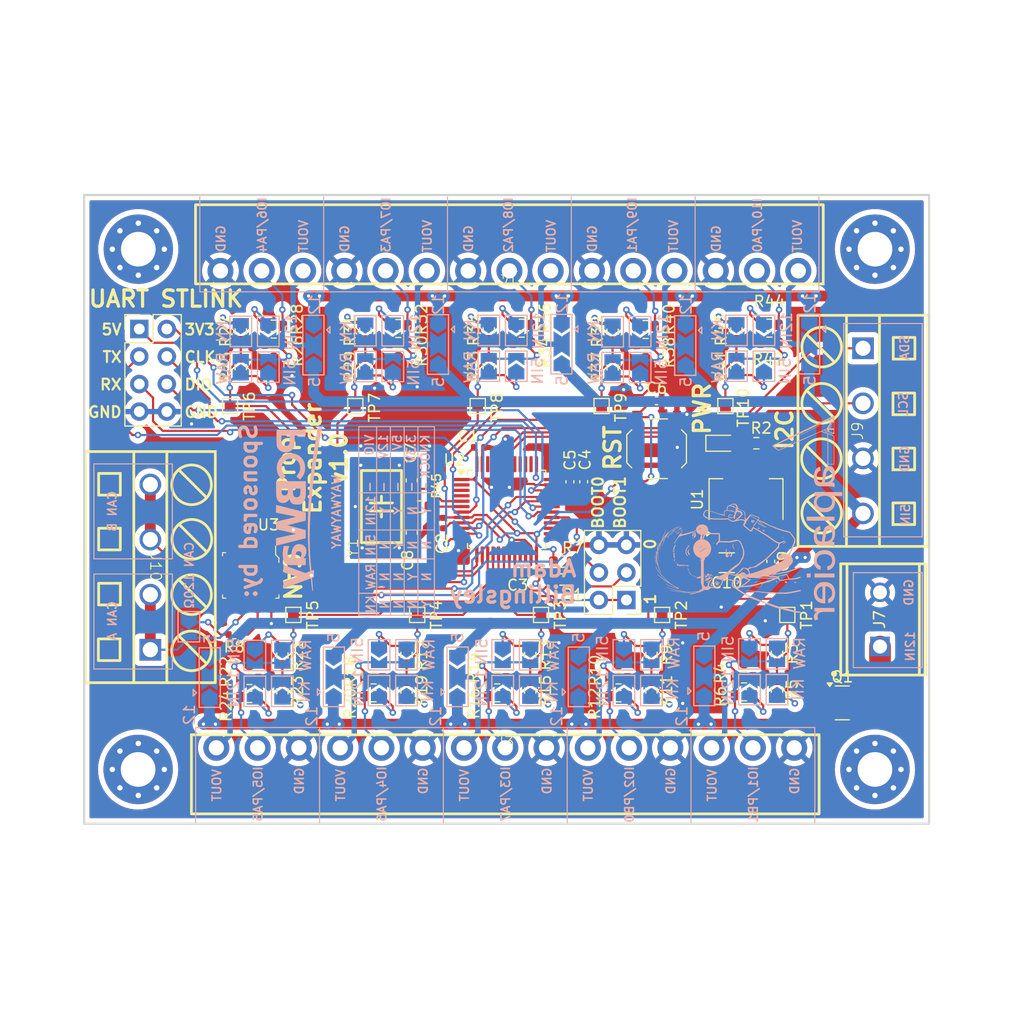
<source format=kicad_pcb>
(kicad_pcb (version 20240108) (generator "pcbnew") (generator_version "8.0")
  (layers (0 "F.Cu" signal) (31 "B.Cu" signal) (34 "B.Paste" user) (35 "F.Paste" user) (36 "B.SilkS" user "B.Silkscreen") (37 "F.SilkS" user "F.Silkscreen") (38 "B.Mask" user) (39 "F.Mask" user) (44 "Edge.Cuts" user))
  (net 0 "")
  (net 1 "+12V")
  (net 2 "Net-(JP2-A)")
  (net 3 "/PA0")
  (net 4 "Net-(JP4-A)")
  (net 5 "Net-(JP5-A)")
  (net 18 "VDC")
  (net 20 "+3.3V")
  (net 21 "GND")
  (net 22 "/PD0")
  (net 23 "/PD1")
  (net 24 "/NRST")
  (net 25 "+5V")
  (net 26 "/BOOT1")
  (net 27 "/BOOT0")
  (net 28 "Net-(D1-A)")
  (net 31 "/PA1")
  (net 32 "/PA7")
  (net 33 "/PB1")
  (net 34 "/PA3")
  (net 35 "/PA5")
  (net 36 "/PA6")
  (net 37 "/PB0")
  (net 38 "/PA2")
  (net 39 "/PA4")
  (net 40 "Net-(JP7-A)")
  (net 41 "Net-(JP9-A)")
  (net 42 "Net-(JP10-A)")
  (net 43 "Net-(JP12-A)")
  (net 44 "Net-(JP14-A)")
  (net 45 "Net-(JP15-A)")
  (net 46 "Net-(JP17-A)")
  (net 47 "Net-(JP19-A)")
  (net 48 "Net-(JP20-A)")
  (net 49 "Net-(JP22-A)")
  (net 50 "Net-(JP24-A)")
  (net 51 "Net-(JP25-A)")
  (net 52 "Net-(JP27-A)")
  (net 53 "Net-(JP29-A)")
  (net 54 "Net-(JP30-A)")
  (net 55 "Net-(JP32-A)")
  (net 56 "Net-(JP34-A)")
  (net 57 "Net-(JP35-A)")
  (net 58 "Net-(JP37-A)")
  (net 59 "Net-(JP39-A)")
  (net 60 "Net-(JP40-A)")
  (net 61 "Net-(JP42-A)")
  (net 62 "Net-(JP44-A)")
  (net 63 "Net-(JP45-A)")
  (net 64 "Net-(JP47-A)")
  (net 65 "Net-(JP49-A)")
  (net 66 "Net-(JP50-A)")
  (net 67 "/SWDIO")
  (net 68 "/SWCLK")
  (net 69 "Net-(C8-Pad2)")
  (net 70 "/UART_RX0")
  (net 71 "/I2C_SCL")
  (net 72 "/UART_TX0")
  (net 73 "/I2C_SDA")
  (net 74 "Net-(J2-Pin_4)")
  (net 75 "Net-(J2-Pin_3)")
  (net 76 "/Input1/VCC")
  (net 77 "/Input3/VCC")
  (net 78 "/Input2/VCC")
  (net 79 "/Input4/INPUT")
  (net 80 "/Input3/INPUT")
  (net 81 "/Input4/VCC")
  (net 82 "/Input1/INPUT")
  (net 83 "/Input5/INPUT")
  (net 84 "/Input5/VCC")
  (net 85 "/Input2/INPUT")
  (net 86 "/Input6/VCC")
  (net 87 "/Input6/INPUT")
  (net 88 "/Input7/VCC")
  (net 89 "/Input7/INPUT")
  (net 90 "/Input8/VCC")
  (net 91 "/Input8/INPUT")
  (net 92 "/Input9/VCC")
  (net 93 "/Input9/INPUT")
  (net 94 "/Input10/VCC")
  (net 95 "/Input10/INPUT")
  (net 96 "/CAN_TX")
  (net 97 "/CAN_RX")
  (net 98 "Net-(J10-Pin_3)")
  (net 99 "Net-(J10-Pin_1)")
  (net 100 "Net-(JP51-A)")
  (net 101 "/CAN_EN")
  (footprint "MountingHole:MountingHole_3.2mm_M3_Pad_Via" (layer "F.Cu") (at 104.176 121.79)
    (property "Reference" "REF**" (hide yes))
    (property "Value" "MountingHole_3.2mm_M3_Pad_Via")
  )
  (footprint "Resistor_SMD:R_0603_1608Metric" (layer "F.Cu") (at 151.543001 114.517001 -90)
    (property "Reference" "R11")
    (property "Value" "10kΩ")
  )
  (footprint "Resistor_SMD:R_0603_1608Metric" (layer "F.Cu") (at 160.084001 113.284001 180)
    (property "Reference" "R4")
    (property "Value" "27kΩ")
  )
  (footprint "footprints:MAX_MX15EDGRC_15P_P3.81_Horizontal" (layer "F.Cu") (at 138.049 119.79)
    (property "Reference" "J3")
    (property "Value" "Conn_01x15_Socket")
  )
  (footprint "Resistor_SMD:R_0603_1608Metric" (layer "F.Cu") (at 151.543001 111.215002 90)
    (property "Reference" "R9")
    (property "Value" "6.8kΩ")
  )
  (footprint "Resistor_SMD:R_0603_1608Metric" (layer "F.Cu") (at 117.475 111.278002 90)
    (property "Reference" "R21")
    (property "Value" "6.8kΩ")
  )
  (footprint "digikey-footprints:SOIC-8_W3.9mm" (layer "F.Cu") (at 114.554 103.886 180)
    (property "Reference" "U3")
    (property "Value" "SP3485EN-L_TR")
  )
  (footprint "Resistor_SMD:R_0603_1608Metric" (layer "F.Cu") (at 163.132001 111.125001 90)
    (property "Reference" "R3")
    (property "Value" "6.8kΩ")
  )
  (footprint "Capacitor_SMD:C_1206_3216Metric" (layer "F.Cu") (at 158.496 102.718 180)
    (property "Reference" "C10")
    (property "Value" "22uF")
  )
  (footprint "TestPoint:TestPoint_Pad_1.0x1.0mm" (layer "F.Cu") (at 164.084 107.532)
    (property "Reference" "TP1")
    (property "Value" "TestPoint")
  )
  (footprint "MountingHole:MountingHole_3.2mm_M3_Pad_Via" (layer "F.Cu") (at 172.176 121.79)
    (property "Reference" "REF**" (hide yes))
    (property "Value" "MountingHole_3.2mm_M3_Pad_Via")
  )
  (footprint "Resistor_SMD:R_0603_1608Metric" (layer "F.Cu") (at 117.475 114.580001 -90)
    (property "Reference" "R23")
    (property "Value" "10kΩ")
  )
  (footprint "Connector_PinHeader_2.54mm:PinHeader_2x03_P2.54mm_Vertical" (layer "F.Cu") (at 149.23 106.157 180)
    (property "Reference" "J2" (hide yes))
    (property "Value" "BOOT")
  )
  (footprint "Capacitor_SMD:C_0402_1005Metric" (layer "F.Cu") (at 144.018 95.25 -90)
    (property "Reference" "C5")
    (property "Value" "10nF")
  )
  (footprint "TestPoint:TestPoint_Pad_1.0x1.0mm" (layer "F.Cu") (at 112.648999 88.265 180)
    (property "Reference" "TP6")
    (property "Value" "TestPoint")
  )
  (footprint "footprints:MAX_MX15EDGRC_15P_P3.81_Horizontal" (layer "F.Cu") (at 138.43 75.79 180)
    (property "Reference" "J4")
    (property "Value" "Conn_01x15_Socket")
  )
  (footprint "footprints:TerminalBlock_Dorabo-4_P5.08mm" (layer "F.Cu") (at 171.069 90.551 90)
    (property "Reference" "J9")
    (property "Value" "Screw_Terminal_01x04")
  )
  (footprint "Resistor_SMD:R_0603_1608Metric" (layer "F.Cu") (at 137.305501 115.025)
    (property "Reference" "R16")
    (property "Value" "1MΩ")
  )
  (footprint "TestPoint:TestPoint_Pad_1.0x1.0mm" (layer "F.Cu") (at 152.527 107.532)
    (property "Reference" "TP2")
    (property "Value" "TestPoint")
  )
  (footprint "footprints:TerminalBlock_Wuerth_691137710002_P5.0mm" (layer "F.Cu") (at 172.641201 110.45 90)
    (property "Reference" "J7")
    (property "Value" "XY301V-A-5.0-2P")
  )
  (footprint "Resistor_SMD:R_0603_1608Metric" (layer "F.Cu") (at 136.524999 84.585309 -90)
    (property "Reference" "R33")
    (property "Value" "6.8kΩ")
  )
  (footprint "Resistor_SMD:R_0603_1608Metric" (layer "F.Cu") (at 130.175 97.536 180)
    (property "Reference" "R45")
    (property "Value" "680Ω")
  )
  (footprint "Resistor_SMD:R_0603_1608Metric" (layer "F.Cu") (at 116.680999 80.861999 180)
    (property "Reference" "R28")
    (property "Value" "1MΩ")
  )
  (footprint "Capacitor_SMD:C_0402_1005Metric" (layer "F.Cu") (at 135.636 92.075)
    (property "Reference" "C1")
    (property "Value" "1uF")
  )
  (footprint "MountingHole:MountingHole_3.2mm_M3_Pad_Via" (layer "F.Cu") (at 172.176 73.79)
    (property "Reference" "REF**" (hide yes))
    (property "Value" "MountingHole_3.2mm_M3_Pad_Via")
  )
  (footprint "Resistor_SMD:R_0603_1608Metric" (layer "F.Cu") (at 114.427 113.436999 180)
    (property "Reference" "R22")
    (property "Value" "27kΩ")
  )
  (footprint "Resistor_SMD:R_0603_1608Metric" (layer "F.Cu") (at 139.572999 82.426312)
    (property "Reference" "R34")
    (property "Value" "27kΩ")
  )
  (footprint "TestPoint:TestPoint_Pad_1.0x1.0mm" (layer "F.Cu") (at 135.508999 88.265 180)
    (property "Reference" "TP8")
    (property "Value" "TestPoint")
  )
  (footprint "Resistor_SMD:R_0603_1608Metric" (layer "F.Cu") (at 151.003001 82.550003)
    (property "Reference" "R38")
    (property "Value" "27kΩ")
  )
  (footprint "Resistor_SMD:R_0603_1608Metric" (layer "F.Cu") (at 161.226 91.694 180)
    (property "Reference" "R2")
    (property "Value" "10k")
  )
  (footprint "Button_Switch_SMD:SW_Push_1P1T_XKB_TS-1187A" (layer "F.Cu") (at 152.019 92.202 90)
    (property "Reference" "SW1" (hide yes))
    (property "Value" "RESET")
  )
  (footprint "Resistor_SMD:R_0603_1608Metric" (layer "F.Cu") (at 159.384999 81.279995 90)
    (property "Reference" "R43")
    (property "Value" "10kΩ")
  )
  (footprint "footprints:CRYSTAL-SMD_L5.0-W3.2" (layer "F.Cu") (at 126.619 97.536 90)
    (property "Reference" "Y1")
    (property "Value" "8MHz")
  )
  (footprint "TestPoint:TestPoint_Pad_1.0x1.0mm" (layer "F.Cu") (at 118.491 107.532)
    (property "Reference" "TP5")
    (property "Value" "TestPoint")
  )
  (footprint "Resistor_SMD:R_0603_1608Metric" (layer "F.Cu") (at 160.084001 114.935001)
    (property "Reference" "R6")
    (property "Value" "1MΩ")
  )
  (footprint "Capacitor_SMD:C_0603_1608Metric" (layer "F.Cu") (at 129.413 95.123 -90)
    (property "Reference" "C7")
    (property "Value" "30pF")
  )
  (footprint "TestPoint:TestPoint_Pad_1.0x1.0mm" (layer "F.Cu") (at 141.351 107.532)
    (property "Reference" "TP3")
    (property "Value" "TestPoint")
  )
  (footprint "Resistor_SMD:R_0603_1608Metric" (layer "F.Cu") (at 162.433 82.423001)
    (property "Reference" "R42")
    (property "Value" "27kΩ")
  )
  (footprint "Connector_PinHeader_2.54mm:PinHeader_2x04_P2.54mm_Vertical" (layer "F.Cu") (at 104.267 81.153)
    (property "Reference" "J8" (hide yes))
    (property "Value" "Conn_02x05_Odd_Even")
  )
  (footprint "Resistor_SMD:R_0603_1608Metric" (layer "F.Cu") (at 113.632999 81.369998 90)
    (property "Reference" "R27")
    (property "Value" "10kΩ")
  )
  (footprint "Resistor_SMD:R_0603_1608Metric" (layer "F.Cu") (at 151.003001 80.899002 180)
    (property "Reference" "R40")
    (property "Value" "1MΩ")
  )
  (footprint "Resistor_SMD:R_0603_1608Metric" (layer "F.Cu") (at 114.427 115.088)
    (property "Reference" "R24")
    (property "Value" "1MΩ")
  )
  (footprint "Capacitor_SMD:C_0402_1005Metric" (layer "F.Cu") (at 162.559999 102.590998 -90)
    (property "Reference" "C9")
    (property "Value" "1uF")
  )
  (footprint "Resistor_SMD:R_0603_1608Metric" (layer "F.Cu") (at 136.524999 81.28331 90)
    (property "Reference" "R35")
    (property "Value" "10kΩ")
  )
  (footprint "TestPoint:TestPoint_Pad_1.0x1.0mm" (layer "F.Cu") (at 158.368999 88.265 180)
    (property "Reference" "TP10")
    (property "Value" "TestPoint")
  )
  (footprint "Resistor_SMD:R_0603_1608Metric" (layer "F.Cu") (at 128.175 80.803998 180)
    (property "Reference" "R32")
    (property "Value" "1MΩ")
  )
  (footprint "footprints:TerminalBlock_Dorabo-4_P5.08mm" (layer "F.Cu") (at 105.283 103.124 -90)
    (property "Reference" "J10")
    (property "Value" "Screw_Terminal_01x04")
  )
  (footprint "Capacitor_SMD:C_0402_1005Metric" (layer "F.Cu") (at 152.014 87.772)
    (property "Reference" "C6")
    (property "Value" "10nF")
  )
  (footprint "Resistor_SMD:R_0603_1608Metric" (layer "F.Cu") (at 125.127 84.613996 -90)
    (property "Reference" "R29")
    (property "Value" "6.8kΩ")
  )
  (footprint "Capacitor_SMD:C_0402_1005Metric" (layer "F.Cu") (at 145.288 95.25 -90)
    (property "Reference" "C4")
    (property "Value" "1uF")
  )
  (footprint "Resistor_SMD:R_0603_1608Metric" (layer "F.Cu") (at 113.632999 84.671997 -90)
    (property "Reference" "R25")
    (property "Value" "6.8kΩ")
  )
  (footprint "Capacitor_SMD:C_0603_1608Metric" (layer "F.Cu") (at 129.413 99.949 90)
    (property "Reference" "C8")
    (property "Value" "30pF")
  )
  (footprint "Resistor_SMD:R_0603_1608Metric" (layer "F.Cu") (at 128.175 82.454999)
    (property "Reference" "R30")
    (property "Value" "27kΩ")
  )
  (footprint "Resistor_SMD:R_0603_1608Metric" (layer "F.Cu") (at 125.889001 113.373999 180)
    (property "Reference" "R18")
    (property "Value" "27kΩ")
  )
  (footprint "Capacitor_SMD:C_0402_1005Metric" (layer "F.Cu") (at 140.716 103.632 180)
    (property "Reference" "C3")
    (property "Value" "1uF")
  )
  (footprint "Resistor_SMD:R_0603_1608Metric" (layer "F.Cu") (at 143.32 102.616 180)
    (property "Reference" "R7")
    (property "Value" "10k")
  )
  (footprint "TestPoint:TestPoint_Pad_1.0x1.0mm" (layer "F.Cu") (at 146.938999 88.265 180)
    (property "Reference" "TP9")
    (property "Value" "TestPoint")
  )
  (footprint "TestPoint:TestPoint_Pad_1.0x1.0mm" (layer "F.Cu") (at 129.921 107.532)
    (property "Reference" "TP4")
    (property "Value" "TestPoint")
  )
  (footprint "Resistor_SMD:R_0603_1608Metric" (layer "F.Cu") (at 148.495001 115.025)
    (property "Reference" "R12")
    (property "Value" "1MΩ")
  )
  (footprint "Resistor_SMD:R_0603_1608Metric" (layer "F.Cu") (at 163.132001 114.427001 -90)
    (property "Reference" "R5")
    (property "Value" "10kΩ")
  )
  (footprint "Resistor_SMD:R_0603_1608Metric" (layer "F.Cu") (at 147.954999 84.709 -90)
    (property "Reference" "R37")
    (property "Value" "6.8kΩ")
  )
  (footprint "Resistor_SMD:R_0603_1608Metric" (layer "F.Cu") (at 137.305501 113.373999 180)
    (property "Reference" "R14")
    (property "Value" "27kΩ")
  )
  (footprint "Resistor_SMD:R_0603_1608Metric" (layer "F.Cu") (at 140.353501 114.517001 -90)
    (property "Reference" "R15")
    (property "Value" "10kΩ")
  )
  (footprint "Package_QFP:LQFP-48_7x7mm_P0.5mm" (layer "F.Cu") (at 138.176 97.79)
    (property "Reference" "U2")
    (property "Value" "STM32F103C8T6")
  )
  (footprint "Resistor_SMD:R_0603_1608Metric" (layer "F.Cu") (at 140.353501 111.215002 90)
    (property "Reference" "R13")
    (property "Value" "6.8kΩ")
  )
  (footprint "Resistor_SMD:R_0603_1608Metric" (layer "F.Cu") (at 128.937001 111.215002 90)
    (property "Reference" "R17")
    (property "Value" "6.8kΩ")
  )
  (footprint "MountingHole:MountingHole_3.2mm_M3_Pad_Via" (layer "F.Cu") (at 104.176 73.79)
    (property "Reference" "REF**" (hide yes))
    (property "Value" "MountingHole_3.2mm_M3_Pad_Via")
  )
  (footprint "Resistor_SMD:R_0603_1608Metric" (layer "F.Cu") (at 143.32 104.267)
    (property "Reference" "R1")
    (property "Value" "10k")
  )
  (footprint "Resistor_SMD:R_0402_1005Metric" (layer "F.Cu") (at 113.03 109.347)
    (property "Reference" "R8")
    (property "Value" "120Ω")
  )
  (footprint "Resistor_SMD:R_0603_1608Metric" (layer "F.Cu") (at 125.127 81.311997 90)
    (property "Reference" "R31")
    (property "Value" "10kΩ")
  )
  (footprint "Resistor_SMD:R_0603_1608Metric" (layer "F.Cu") (at 148.495001 113.373999 180)
    (property "Reference" "R10")
    (property "Value" "27kΩ")
  )
  (footprint "Package_TO_SOT_SMD:SOT-23" (layer "F.Cu") (at 169.164 115.6485)
    (property "Reference" "Q1")
    (property "Value" "AO3401A")
  )
  (footprint "Resistor_SMD:R_0603_1608Metric" (layer "F.Cu") (at 147.955 81.406999 90)
    (property "Reference" "R39")
    (property "Value" "10kΩ")
  )
  (footprint "Resistor_SMD:R_0603_1608Metric" (layer "F.Cu") (at 159.385001 84.581996 -90)
    (property "Reference" "R41")
    (property "Value" "6.8kΩ")
  )
  (footprint "Resistor_SMD:R_0603_1608Metric" (layer "F.Cu") (at 125.889001 115.025)
    (property "Reference" "R20")
    (property "Value" "1MΩ")
  )
  (footprint "Package_TO_SOT_SMD:SOT-223-3_TabPin2" (layer "F.Cu") (at 160.274 96.875999 90)
    (property "Reference" "U1")
    (property "Value" "AMS1117-3.3")
  )
  (footprint "Resistor_SMD:R_0603_1608Metric" (layer "F.Cu") (at 139.572999 80.775311 180)
    (property "Reference" "R36")
    (property "Value" "1MΩ")
  )
  (footprint "Resistor_SMD:R_0603_1608Metric" (layer "F.Cu") (at 128.937001 114.517001 -90)
    (property "Reference" "R19")
    (property "Value" "10kΩ")
  )
  (footprint "Resistor_SMD:R_0603_1608Metric" (layer "F.Cu") (at 116.680999 82.513)
    (property "Reference" "R26")
    (property "Value" "27kΩ")
  )
  (footprint "Resistor_SMD:R_0603_1608Metric" (layer "F.Cu") (at 162.433 80.772 180)
    (property "Reference" "R44")
    (property "Value" "1MΩ")
  )
  (footprint "Capacitor_SMD:C_0402_1005Metric" (layer "F.Cu") (at 132.334 99.06 90)
    (property "Reference" "C2")
    (property "Value" "1uF")
  )
  (footprint "TestPoint:TestPoint_Pad_1.0x1.0mm" (layer "F.Cu") (at 124.206 88.265 180)
    (property "Reference" "TP7")
    (property "Value" "TestPoint")
  )
  (footprint "LED_SMD:LED_0603_1608Metric" (layer "F.Cu") (at 158.050999 91.693997)
    (property "Reference" "D1" (hide yes))
    (property "Value" "LED")
  )
  (footprint "Jumper:SolderJumper-2_P1.3mm_Open_TrianglePad1.0x1.5mm" (layer "B.Cu") (at 150.495002 81.407001 -90)
    (property "Reference" "JP44" (hide yes))
    (property "Value" "Jumper_2_Open")
  )
  (footprint "Jumper:SolderJumper-2_P1.3mm_Open_TrianglePad1.0x1.5mm" (layer "B.Cu") (at 139.065 84.585309 90)
    (property "Reference" "JP37" (hide yes))
    (property "Value" "Jumper_2_Open")
  )
  (footprint "Jumper:SolderJumper-2_P1.3mm_Open_TrianglePad1.0x1.5mm" (layer "B.Cu") (at 136.524999 81.28331 -90)
    (property "Reference" "JP40" (hide yes))
    (property "Value" "Jumper_2_Open")
  )
  (footprint "Jumper:SolderJumper-3_P2.0mm_Open_TrianglePad1.0x1.5mm" (layer "B.Cu") (at 110.743999 113.31 90)
    (property "Reference" "JP21" (hide yes))
    (property "Value" "Jumper_3_Open")
  )
  (footprint "Jumper:SolderJumper-3_P2.0mm_Open_TrianglePad1.0x1.5mm" (layer "B.Cu") (at 166.116002 82.549998 -90)
    (property "Reference" "JP46" (hide yes))
    (property "Value" "Jumper_3_Open")
  )
  (footprint "Jumper:SolderJumper-2_P1.3mm_Open_TrianglePad1.0x1.5mm" (layer "B.Cu") (at 147.954999 84.709 90)
    (property "Reference" "JP43" (hide yes))
    (property "Value" "Jumper_2_Open")
  )
  (footprint "Jumper:SolderJumper-2_P1.3mm_Open_TrianglePad1.0x1.5mm" (layer "B.Cu") (at 125.127 81.311997 -90)
    (property "Reference" "JP35" (hide yes))
    (property "Value" "Jumper_2_Open")
  )
  (footprint "Jumper:SolderJumper-3_P2.0mm_Open_TrianglePad1.0x1.5mm" (layer "B.Cu") (at 120.364 82.639999 -90)
    (property "Reference" "JP26" (hide yes))
    (property "Value" "Jumper_3_Open")
  )
  (footprint "Jumper:SolderJumper-2_P1.3mm_Open_TrianglePad1.0x1.5mm" (layer "B.Cu") (at 113.632999 84.671997 90)
    (property "Reference" "JP28" (hide yes))
    (property "Value" "Jumper_2_Open")
  )
  (footprint "Jumper:SolderJumper-2_P1.3mm_Open_TrianglePad1.0x1.5mm" (layer "B.Cu") (at 139.065 81.28331 -90)
    (property "Reference" "JP39" (hide yes))
    (property "Value" "Jumper_2_Open")
  )
  (footprint "Jumper:SolderJumper-2_P1.3mm_Open_TrianglePad1.0x1.5mm" (layer "B.Cu") (at 125.127 84.613996 90)
    (property "Reference" "JP33" (hide yes))
    (property "Value" "Jumper_2_Open")
  )
  (footprint "Jumper:SolderJumper-2_P1.3mm_Open_TrianglePad1.0x1.5mm" (layer "B.Cu") (at 159.384999 81.279995 -90)
    (property "Reference" "JP50" (hide yes))
    (property "Value" "Jumper_2_Open")
  )
  (footprint "Jumper:SolderJumper-2_P1.3mm_Open_TrianglePad1.0x1.5mm" (layer "B.Cu") (at 117.475 114.580001 90)
    (property "Reference" "JP25" (hide yes))
    (property "Value" "Jumper_2_Open")
  )
  (footprint "Jumper:SolderJumper-2_P1.3mm_Open_TrianglePad1.0x1.5mm" (layer "B.Cu") (at 116.173001 84.671998 90)
    (property "Reference" "JP27" (hide yes))
    (property "Value" "Jumper_2_Open")
  )
  (footprint "Jumper:SolderJumper-2_P1.3mm_Open_TrianglePad1.0x1.5mm" (layer "B.Cu") (at 137.8135 114.517001 90)
    (property "Reference" "JP14" (hide yes))
    (property "Value" "Jumper_2_Open")
  )
  (footprint "Jumper:SolderJumper-3_P2.0mm_Open_TrianglePad1.0x1.5mm" (layer "B.Cu") (at 154.686 82.677002 -90)
    (property "Reference" "JP41" (hide yes))
    (property "Value" "Jumper_3_Open")
  )
  (footprint "Jumper:SolderJumper-2_P1.3mm_Open_TrianglePad1.0x1.5mm" (layer "B.Cu") (at 159.385001 84.581996 90)
    (property "Reference" "JP48" (hide yes))
    (property "Value" "Jumper_2_Open")
  )
  (footprint "Jumper:SolderJumper-2_P1.3mm_Open_TrianglePad1.0x1.5mm" (layer "B.Cu") (at 128.937001 114.517001 90)
    (property "Reference" "JP20" (hide yes))
    (property "Value" "Jumper_2_Open")
  )
  (footprint "Jumper:SolderJumper-3_P2.0mm_Open_TrianglePad1.0x1.5mm" (layer "B.Cu") (at 122.206 113.247 90)
    (property "Reference" "JP16" (hide yes))
    (property "Value" "Jumper_3_Open")
  )
  (footprint "Jumper:SolderJumper-2_P1.3mm_Open_TrianglePad1.0x1.5mm" (layer "B.Cu") (at 117.475 111.278002 -90)
    (property "Reference" "JP23" (hide yes))
    (property "Value" "Jumper_2_Open")
  )
  (footprint "Jumper:SolderJumper-2_P1.3mm_Open_TrianglePad1.0x1.5mm" (layer "B.Cu") (at 140.353501 114.517001 90)
    (property "Reference" "JP15" (hide yes))
    (property "Value" "Jumper_2_Open")
  )
  (footprint "Jumper:SolderJumper-2_P1.3mm_Open_TrianglePad1.0x1.5mm" (layer "B.Cu") (at 151.543001 114.517001 90)
    (property "Reference" "JP10" (hide yes))
    (property "Value" "Jumper_2_Open")
  )
  (footprint "Jumper:SolderJumper-2_P1.3mm_Open_TrianglePad1.0x1.5mm" (layer "B.Cu") (at 108.839001 108.622001 -90)
    (property "Reference" "JP51" (hide yes))
    (property "Value" "Jumper_2_Open")
  )
  (footprint "Jumper:SolderJumper-2_P1.3mm_Open_TrianglePad1.0x1.5mm" (layer "B.Cu") (at 150.495003 84.708998 90)
    (property "Reference" "JP42" (hide yes))
    (property "Value" "Jumper_2_Open")
  )
  (footprint "Jumper:SolderJumper-2_P1.3mm_Open_TrianglePad1.0x1.5mm" (layer "B.Cu") (at 126.397 111.215002 -90)
    (property "Reference" "JP17" (hide yes))
    (property "Value" "Jumper_2_Open")
  )
  (footprint "Jumper:SolderJumper-3_P2.0mm_Open_TrianglePad1.0x1.5mm" (layer "B.Cu") (at 133.6225 113.247 90)
    (property "Reference" "JP11" (hide yes))
    (property "Value" "Jumper_3_Open")
  )
  (footprint "Jumper:SolderJumper-2_P1.3mm_Open_TrianglePad1.0x1.5mm" (layer "B.Cu") (at 149.003 114.517001 90)
    (property "Reference" "JP9" (hide yes))
    (property "Value" "Jumper_2_Open")
  )
  (footprint "Jumper:SolderJumper-3_P2.0mm_Open_TrianglePad1.0x1.5mm" (layer "B.Cu") (at 131.858002 82.581999 -90)
    (property "Reference" "JP31" (hide yes))
    (property "Value" "Jumper_3_Open")
  )
  (footprint "Jumper:SolderJumper-2_P1.3mm_Open_TrianglePad1.0x1.5mm" (layer "B.Cu") (at 114.934999 114.580001 90)
    (property "Reference" "JP24" (hide yes))
    (property "Value" "Jumper_2_Open")
  )
  (footprint "Jumper:SolderJumper-2_P1.3mm_Open_TrianglePad1.0x1.5mm" (layer "B.Cu") (at 140.353501 111.215002 -90)
    (property "Reference" "JP13" (hide yes))
    (property "Value" "Jumper_2_Open")
  )
  (footprint "Jumper:SolderJumper-3_P2.0mm_Open_TrianglePad1.0x1.5mm" (layer "B.Cu") (at 144.812 113.247 90)
    (property "Reference" "JP6" (hide yes))
    (property "Value" "Jumper_3_Open")
  )
  (footprint "Jumper:SolderJumper-2_P1.3mm_Open_TrianglePad1.0x1.5mm" (layer "B.Cu") (at 161.924999 81.279998 -90)
    (property "Reference" "JP49" (hide yes))
    (property "Value" "Jumper_2_Open")
  )
  (footprint "Jumper:SolderJumper-2_P1.3mm_Open_TrianglePad1.0x1.5mm" (layer "B.Cu") (at 128.937001 111.215002 -90)
    (property "Reference" "JP18" (hide yes))
    (property "Value" "Jumper_2_Open")
  )
  (footprint "Jumper:SolderJumper-2_P1.3mm_Open_TrianglePad1.0x1.5mm" (layer "B.Cu") (at 136.524999 84.585309 90)
    (property "Reference" "JP38" (hide yes))
    (property "Value" "Jumper_2_Open")
  )
  (footprint "Jumper:SolderJumper-2_P1.3mm_Open_TrianglePad1.0x1.5mm" (layer "B.Cu") (at 127.667002 81.311999 -90)
    (property "Reference" "JP34" (hide yes))
    (property "Value" "Jumper_2_Open")
  )
  (footprint "Jumper:SolderJumper-2_P1.3mm_Open_TrianglePad1.0x1.5mm" (layer "B.Cu") (at 160.592001 114.427001 90)
    (property "Reference" "JP4" (hide yes))
    (property "Value" "Jumper_2_Open")
  )
  (footprint "Jumper:SolderJumper-2_P1.3mm_Open_TrianglePad1.0x1.5mm" (layer "B.Cu") (at 163.132001 111.125001 -90)
    (property "Reference" "JP3" (hide yes))
    (property "Value" "Jumper_2_Open")
  )
  (footprint "Jumper:SolderJumper-2_P1.3mm_Open_TrianglePad1.0x1.5mm" (layer "B.Cu") (at 147.955 81.406999 -90)
    (property "Reference" "JP45" (hide yes))
    (property "Value" "Jumper_2_Open")
  )
  (footprint "Jumper:SolderJumper-2_P1.3mm_Open_TrianglePad1.0x1.5mm" (layer "B.Cu") (at 149.003 111.215002 -90)
    (property "Reference" "JP7" (hide yes))
    (property "Value" "Jumper_2_Open")
  )
  (footprint "Jumper:SolderJumper-2_P1.3mm_Open_TrianglePad1.0x1.5mm" (layer "B.Cu") (at 126.397 114.517001 90)
    (property "Reference" "JP19" (hide yes))
    (property "Value" "Jumper_2_Open")
  )
  (footprint "Jumper:SolderJumper-2_P1.3mm_Open_TrianglePad1.0x1.5mm" (layer "B.Cu") (at 116.173 81.369999 -90)
    (property "Reference" "JP29" (hide yes))
    (property "Value" "Jumper_2_Open")
  )
  (footprint "Jumper:SolderJumper-2_P1.3mm_Open_TrianglePad1.0x1.5mm" (layer "B.Cu") (at 114.934999 111.278002 -90)
    (property "Reference" "JP22" (hide yes))
    (property "Value" "Jumper_2_Open")
  )
  (footprint "Jumper:SolderJumper-2_P1.3mm_Open_TrianglePad1.0x1.5mm" (layer "B.Cu") (at 113.632999 81.369998 -90)
    (property "Reference" "JP30" (hide yes))
    (property "Value" "Jumper_2_Open")
  )
  (footprint "Jumper:SolderJumper-2_P1.3mm_Open_TrianglePad1.0x1.5mm" (layer "B.Cu") (at 161.925003 84.581997 90)
    (property "Reference" "JP47" (hide yes))
    (property "Value" "Jumper_2_Open")
  )
  (footprint "Jumper:SolderJumper-2_P1.3mm_Open_TrianglePad1.0x1.5mm" (layer "B.Cu") (at 151.543001 111.215002 -90)
    (property "Reference" "JP8" (hide yes))
    (property "Value" "Jumper_2_Open")
  )
  (footprint "Jumper:SolderJumper-3_P2.0mm_Open_TrianglePad1.0x1.5mm" (layer "B.Cu") (at 156.401001 113.157001 90)
    (property "Reference" "JP1" (hide yes))
    (property "Value" "Jumper_3_Open")
  )
  (footprint "Jumper:SolderJumper-3_P2.0mm_Open_TrianglePad1.0x1.5mm" (layer "B.Cu") (at 143.256 82.553311 -90)
    (property "Reference" "JP36" (hide yes))
    (property "Value" "Jumper_3_Open")
  )
  (footprint "Jumper:SolderJumper-2_P1.3mm_Open_TrianglePad1.0x1.5mm" (layer "B.Cu") (at 163.132001 114.427001 90)
    (property "Reference" "JP5" (hide yes))
    (property "Value" "Jumper_2_Open")
  )
  (footprint "Jumper:SolderJumper-2_P1.3mm_Open_TrianglePad1.0x1.5mm" (layer "B.Cu") (at 160.592001 111.125001 -90)
    (property "Reference" "JP2" (hide yes))
    (property "Value" "Jumper_2_Open")
  )
  (footprint "Jumper:SolderJumper-2_P1.3mm_Open_TrianglePad1.0x1.5mm" (layer "B.Cu") (at 127.667001 84.613997 90)
    (property "Reference" "JP32" (hide yes))
    (property "Value" "Jumper_2_Open")
  )
  (footprint "Jumper:SolderJumper-2_P1.3mm_Open_TrianglePad1.0x1.5mm" (layer "B.Cu") (at 137.8135 111.215002 -90)
    (property "Reference" "JP12" (hide yes))
    (property "Value" "Jumper_2_Open")
  )
  (gr_line (start 127.4445 107.569) (end 127.4445 90.2335) (stroke (width 0.1)) (layer "B.SilkS"))
  (gr_poly (pts (xy 158.390699 102.080679) (xy 158.390971 102.087317) (xy 158.391529 102.093894) (xy 158.392415 102.100363) (xy 158.393665 102.106669) (xy 158.395315 102.112768) (xy 158.397403 102.118605) (xy 158.398625 102.121412) (xy 158.39997 102.124135) (xy 158.401442 102.126768) (xy 158.40305 102.129305) (xy 158.404793 102.131738) (xy 158.406679 102.134064) (xy 158.412543 102.140498) (xy 158.420114 102.148138) (xy 158.429182 102.1567) (xy 158.439526 102.16589) (xy 158.450931 102.17542) (xy 158.463183 102.184999) (xy 158.476066 102.194335) (xy 158.489361 102.203137) (xy 158.50286 102.211115) (xy 158.516336 102.217984) (xy 158.523 102.220907) (xy 158.529579 102.223446) (xy 158.536044 102.225558) (xy 158.542372 102.227212) (xy 158.548535 102.22837) (xy 158.554503 102.228995) (xy 158.560252 102.22905) (xy 158.565753 102.2285) (xy 158.57098 102.227311) (xy 158.575903 102.225441) (xy 158.580502 102.222859) (xy 158.584744 102.219525) (xy 158.603572 102.20204) (xy 158.620505 102.185841) (xy 158.635538 102.170921) (xy 158.648676 102.157281) (xy 158.659913 102.144926) (xy 158.669253 102.133849) (xy 158.673214 102.128793) (xy 158.676698 102.124056) (xy 158.679707 102.119639) (xy 158.682243 102.115544) (xy 158.6918 102.09868) (xy 158.70136 102.080768) (xy 158.710918 102.061804) (xy 158.720477 102.041792) (xy 158.730035 102.020728) (xy 158.739591 101.998614) (xy 158.749149 101.97545) (xy 158.758707 101.951238) (xy 158.763285 101.938852) (xy 158.767522 101.926273) (xy 158.77142 101.913493) (xy 158.774979 101.90052) (xy 158.778201 101.88735) (xy 158.781082 101.873983) (xy 158.783624 101.86042) (xy 158.785826 101.84666) (xy 158.787692 101.832705) (xy 158.789218 101.818553) (xy 158.790403 101.804204) (xy 158.791251 101.78966) (xy 158.79176 101.774919) (xy 158.791929 101.759982) (xy 158.791758 101.744847) (xy 158.791252 101.729516) (xy 158.791005 101.725787) (xy 158.790627 101.722179) (xy 158.790121 101.718675) (xy 158.789503 101.715262) (xy 158.788779 101.711923) (xy 158.787963 101.708644) (xy 158.787064 101.705407) (xy 158.786093 101.702199) (xy 158.776963 101.675674) (xy 158.776826 101.675291) (xy 158.776669 101.674922) (xy 158.776488 101.674564) (xy 158.77629 101.674222) (xy 158.77607 101.67389) (xy 158.775831 101.673576) (xy 158.775575 101.673278) (xy 158.775304 101.672997) (xy 158.77501 101.672732) (xy 158.774708 101.672487) (xy 158.774388 101.672259) (xy 158.774054 101.672052) (xy 158.773707 101.671866) (xy 158.773349 101.671704) (xy 158.772978 101.671559) (xy 158.772596 101.67144) (xy 158.767017 101.670067) (xy 158.761753 101.669115) (xy 158.759238 101.668799) (xy 158.756802 101.668589) (xy 158.754446 101.668486) (xy 158.752167 101.668488) (xy 158.749969 101.668598) (xy 158.747848 101.668812) (xy 158.745807 101.669134) (xy 158.743843 101.669561) (xy 158.741961 101.670095) (xy 158.740154 101.670736) (xy 158.738428 101.671482) (xy 158.736781 101.672334) (xy 158.735212 101.673292) (xy 158.733722 101.674356) (xy 158.73231 101.675528) (xy 158.730978 101.676805) (xy 158.729725 101.678188) (xy 158.728549 101.679678) (xy 158.727454 101.681273) (xy 158.726436 101.682974) (xy 158.725497 101.684782) (xy 158.724638 101.686697) (xy 158.723858 101.688717) (xy 158.723157 101.690845) (xy 158.722534 101.693076) (xy 158.721987 101.695415) (xy 158.721523 101.697862) (xy 158.721135 101.700412) (xy 158.721002 101.701346) (xy 158.720823 101.702267) (xy 158.720601 101.703176) (xy 158.720336 101.704071) (xy 158.720029 101.704946) (xy 158.719684 101.705809) (xy 158.719295 101.706646) (xy 158.718868 101.707468) (xy 158.718402 101.708265) (xy 158.717897 101.709038) (xy 158.717357 101.709789) (xy 158.71678 101.710512) (xy 158.716169 101.711206) (xy 158.715523 101.711873) (xy 158.715464 101.711927) (xy 158.715464 101.784643) (xy 158.715671 101.784648) (xy 158.715881 101.784664) (xy 158.716094 101.784689) (xy 158.716306 101.784723) (xy 158.716525 101.784768) (xy 158.716741 101.784822) (xy 158.716963 101.784883) (xy 158.717185 101.784957) (xy 158.717407 101.785039) (xy 158.717636 101.785132) (xy 158.717864 101.785233) (xy 158.718095 101.785345) (xy 158.718502 101.78555) (xy 158.718894 101.785772) (xy 158.719273 101.786014) (xy 158.71964 101.786269) (xy 158.719993 101.786543) (xy 158.720333 101.786832) (xy 158.720659 101.787137) (xy 158.720971 101.787459) (xy 158.721271 101.7878) (xy 158.721557 101.788155) (xy 158.721828 101.788526) (xy 158.722088 101.788915) (xy 158.722332 101.78932) (xy 158.722564 101.789742) (xy 158.722784 101.790181) (xy 158.722989 101.790635) (xy 158.72323 101.791149) (xy 158.723496 101.791631) (xy 158.723636 101.79186) (xy 158.723782 101.792083) (xy 158.72393 101.792297) (xy 158.724087 101.792504) (xy 158.724251 101.792703) (xy 158.724418 101.792894) (xy 158.72459 101.793076) (xy 158.724768 101.793251) (xy 158.724952 101.793421) (xy 158.72514 101.793579) (xy 158.725336 101.793731) (xy 158.725536 101.793876) (xy 158.725741 101.794015) (xy 158.725951 101.794143) (xy 158.726166 101.794264) (xy 158.726388 101.794376) (xy 158.726617 101.794482) (xy 158.726849 101.79458) (xy 158.727087 101.794671) (xy 158.72733 101.794754) (xy 158.727578 101.794828) (xy 158.727832 101.794894) (xy 158.728093 101.794954) (xy 158.728356 101.795005) (xy 158.728904 101.795083) (xy 158.729471 101.795133) (xy 158.735292 101.79553) (xy 158.736079 101.795589) (xy 158.736455 101.795634) (xy 158.736818 101.795693) (xy 158.737172 101.795764) (xy 158.737513 101.795846) (xy 158.737843 101.795943) (xy 158.73816 101.796053) (xy 158.738466 101.79617) (xy 158.738761 101.796302) (xy 158.739043 101.796446) (xy 158.739316 101.796603) (xy 158.739577 101.796772) (xy 158.739825 101.796952) (xy 158.740061 101.797143) (xy 158.740284 101.797349) (xy 158.740499 101.797565) (xy 158.7407 101.797796) (xy 158.74089 101.798037) (xy 158.741069 101.798289) (xy 158.741237 101.798555) (xy 158.741392 101.798833) (xy 158.741533 101.799122) (xy 158.741665 101.799424) (xy 158.741788 101.799738) (xy 158.741896 101.800064) (xy 158.741995 101.800402) (xy 158.742078 101.800752) (xy 158.742153 101.801118) (xy 158.742213 101.801491) (xy 158.742304 101.802278) (xy 158.742756 101.817634) (xy 158.741862 101.833571) (xy 158.739729 101.849988) (xy 158.73648 101.866777) (xy 158.732226 101.883838) (xy 158.727079 101.901061) (xy 158.721157 101.918348) (xy 158.714571 101.935594) (xy 158.707439 101.952693) (xy 158.699875 101.969543) (xy 158.691993 101.986039) (xy 158.683907 102.002078) (xy 158.66758 102.032369) (xy 158.651815 102.059584) (xy 158.650005 102.062521) (xy 158.648213 102.065247) (xy 158.646443 102.067764) (xy 158.644689 102.070067) (xy 158.642953 102.072162) (xy 158.641236 102.074046) (xy 158.639537 102.075717) (xy 158.637859 102.07718) (xy 158.636198 102.078429) (xy 158.634556 102.079469) (xy 158.632933 102.080297) (xy 158.632128 102.080633) (xy 158.631326 102.080918) (xy 158.630532 102.081147) (xy 158.62974 102.081322) (xy 158.628955 102.081448) (xy 158.628173 102.081519) (xy 158.627396 102.081541) (xy 158.626623 102.081506) (xy 158.625855 102.08142) (xy 158.625093 102.08128) (xy 158.623448 102.080871) (xy 158.621838 102.080388) (xy 158.620269 102.07983) (xy 158.618736 102.079201) (xy 158.617244 102.078501) (xy 158.615795 102.077734) (xy 158.61439 102.076903) (xy 158.613029 102.076007) (xy 158.611715 102.075051) (xy 158.610449 102.074034) (xy 158.609231 102.072963) (xy 158.608065 102.071838) (xy 158.606952 102.07066) (xy 158.605892 102.06943) (xy 158.604889 102.068153) (xy 158.603939 102.066829) (xy 158.603051 102.065463) (xy 158.60222 102.064055) (xy 158.601453 102.062608) (xy 158.600747 102.061123) (xy 158.600105 102.059604) (xy 158.599528 102.058051) (xy 158.599021 102.056468) (xy 158.59858 102.054856) (xy 158.59821 102.053219) (xy 158.597913 102.051556) (xy 158.597686 102.049871) (xy 158.597537 102.048169) (xy 158.597462 102.046445) (xy 158.597464 102.044709) (xy 158.597546 102.042958) (xy 158.59771 102.041196) (xy 158.600122 102.023365) (xy 158.603168 102.005789) (xy 158.606838 101.988469) (xy 158.611136 101.971404) (xy 158.616063 101.954593) (xy 158.621621 101.93804) (xy 158.627806 101.921739) (xy 158.634619 101.905695) (xy 158.64206 101.889908) (xy 158.65013 101.874373) (xy 158.658828 101.859096) (xy 158.668156 101.844073) (xy 158.67811 101.829305) (xy 158.688693 101.814794) (xy 158.699904 101.800535) (xy 158.711745 101.786533) (xy 158.71191 101.78635) (xy 158.712079 101.786174) (xy 158.71225 101.786007) (xy 158.712422 101.785849) (xy 158.712597 101.785702) (xy 158.712774 101.785565) (xy 158.712953 101.785437) (xy 158.713132 101.785319) (xy 158.713315 101.785209) (xy 158.713499 101.78511) (xy 158.713687 101.78502) (xy 158.713877 101.784941) (xy 158.714068 101.784869) (xy 158.714262 101.78481) (xy 158.714457 101.784759) (xy 158.714655 101.784715) (xy 158.714853 101.784682) (xy 158.715056 101.784662) (xy 158.71526 101.784647) (xy 158.715464 101.784643) (xy 158.715464 101.711927) (xy 158.71484 101.712508) (xy 158.714124 101.713111) (xy 158.698994 101.725199) (xy 158.683765 101.737256) (xy 158.668435 101.749277) (xy 158.653008 101.761266) (xy 158.646521 101.766493) (xy 158.640295 101.771897) (xy 158.634317 101.777472) (xy 158.628564 101.783207) (xy 158.623021 101.789095) (xy 158.617671 101.795129) (xy 158.612498 101.801301) (xy 158.607481 101.807602) (xy 158.602608 101.814023) (xy 158.597855 101.820557) (xy 158.59321 101.827196) (xy 158.588657 101.833931) (xy 158.579746 101.847659) (xy 158.570985 101.861675) (xy 158.570449 101.862487) (xy 158.569871 101.863261) (xy 158.569253 101.863995) (xy 158.568593 101.864691) (xy 158.567897 101.865344) (xy 158.567168 101.865956) (xy 158.566409 101.866525) (xy 158.565616 101.86705) (xy 158.564795 101.867527) (xy 158.563947 101.867959) (xy 158.563074 101.86834) (xy 158.562181 101.868673) (xy 158.561266 101.868955) (xy 158.560331 101.869184) (xy 158.559382 101.869359) (xy 158.558418 101.86948) (xy 158.475473 101.877022) (xy 158.47524 101.877049) (xy 158.475014 101.877068) (xy 158.474786 101.877076) (xy 158.474562 101.877071) (xy 158.474339 101.877059) (xy 158.47412 101.877035) (xy 158.4739 101.877) (xy 158.473685 101.876955) (xy 158.47347 101.8769) (xy 158.473258 101.876835) (xy 158.47305 101.87676) (xy 158.472843 101.876674) (xy 158.472635 101.876579) (xy 158.472432 101.876471) (xy 158.472233 101.876356) (xy 158.472031 101.876229) (xy 158.469385 101.874243) (xy 158.46884 101.873855) (xy 158.468328 101.873446) (xy 158.467852 101.87302) (xy 158.467408 101.872573) (xy 158.467 101.87211) (xy 158.466626 101.871627) (xy 158.466287 101.871124) (xy 158.466126 101.870868) (xy 158.465979 101.870605) (xy 158.465839 101.870338) (xy 158.465706 101.870066) (xy 158.465469 101.869511) (xy 158.465264 101.868934) (xy 158.465093 101.86834) (xy 158.464958 101.867727) (xy 158.464856 101.867095) (xy 158.464789 101.866445) (xy 158.464755 101.865776) (xy 158.463864 101.820664) (xy 158.464312 101.774582) (xy 158.46573 101.727761) (xy 158.467749 101.680438) (xy 158.472104 101.585198) (xy 158.4737 101.537751) (xy 158.474412 101.490729) (xy 158.474356 101.486003) (xy 158.474151 101.481315) (xy 158.473803 101.476668) (xy 158.473306 101.47206) (xy 158.472662 101.467493) (xy 158.471871 101.46296) (xy 158.470933 101.458471) (xy 158.469849 101.454018) (xy 158.468618 101.449608) (xy 158.467239 101.445234) (xy 158.465713 101.4409) (xy 158.464045 101.436608) (xy 158.462225 101.432351) (xy 158.460262 101.428135) (xy 158.45815 101.423958) (xy 158.45589 101.419822) (xy 158.45565 101.419408) (xy 158.455395 101.419004) (xy 158.455127 101.418612) (xy 158.454847 101.418231) (xy 158.454555 101.417859) (xy 158.454251 101.417501) (xy 158.453934 101.417152) (xy 158.453611 101.416816) (xy 158.453273 101.416492) (xy 158.452928 101.416181) (xy 158.45257 101.415881) (xy 158.452206 101.415593) (xy 158.451831 101.41532) (xy 158.451449 101.41506) (xy 158.451056 101.414811) (xy 158.450656 101.414578) (xy 158.450248 101.414358) (xy 158.449833 101.414151) (xy 158.449412 101.413956) (xy 158.448983 101.413779) (xy 158.448548 101.413614) (xy 158.448108 101.413464) (xy 158.447662 101.413329) (xy 158.447211 101.413209) (xy 158.446755 101.413105) (xy 158.446293 101.413012) (xy 158.44583 101.412941) (xy 158.445361 101.412882) (xy 158.444888 101.412839) (xy 158.444415 101.412813) (xy 158.443937 101.412803) (xy 158.443457 101.412811) (xy 158.442262 101.412877) (xy 158.441122 101.413016) (xy 158.440036 101.413221) (xy 158.439007 101.413496) (xy 158.438034 101.413841) (xy 158.437571 101.414038) (xy 158.437119 101.414254) (xy 158.43668 101.414488) (xy 158.436259 101.414739) (xy 158.435849 101.415008) (xy 158.435451 101.415291) (xy 158.43507 101.415593) (xy 158.434704 101.415912) (xy 158.434348 101.416249) (xy 158.43401 101.416602) (xy 158.433684 101.416975) (xy 158.433373 101.417364) (xy 158.433073 101.417768) (xy 158.432791 101.418193) (xy 158.432264 101.419092) (xy 158.431795 101.42006) (xy 158.431378 101.421095) (xy 158.431021 101.422203) (xy 158.428547 101.431044) (xy 158.426284 101.439972) (xy 158.42423 101.448988) (xy 158.422388 101.458087) (xy 158.420758 101.467274) (xy 158.419339 101.476551) (xy 158.418129 101.485911) (xy 158.41713 101.49536) (xy 158.411965 101.555946) (xy 158.407579 101.616126) (xy 158.403977 101.675902) (xy 158.401155 101.735271) (xy 158.399115 101.794236) (xy 158.397857 101.852795) (xy 158.397379 101.910949) (xy 158.397683 101.9687) (xy 158.397709 101.976852) (xy 158.397584 101.985105) (xy 158.397313 101.993455) (xy 158.396889 102.001905) (xy 158.396319 102.010454) (xy 158.3956 102.019104) (xy 158.394732 102.02785) (xy 158.393714 102.036699) (xy 158.39235 102.04832) (xy 158.391237 102.060897) (xy 158.39087 102.067417) (xy 158.390677 102.074028)) (stroke (width -0.000001)) (fill solid) (layer "B.SilkS"))
  (gr_poly (pts (xy 116.955826 94.007766) (xy 116.957333 94.046568) (xy 116.959875 94.085274) (xy 116.963443 94.123867) (xy 116.96804 94.162323) (xy 116.973658 94.200619) (xy 116.980292 94.238744) (xy 116.987935 94.276666) (xy 116.996588 94.314374) (xy 117.006242 94.351846) (xy 117.016899 94.389057) (xy 117.028547 94.425992) (xy 117.041187 94.46263) (xy 117.054811 94.498949) (xy 117.069419 94.534929) (xy 117.085001 94.570547) (xy 117.101379 94.606297) (xy 117.118723 94.641526) (xy 117.13702 94.67622) (xy 117.156254 94.710357) (xy 117.176418 94.743923) (xy 117.197491 94.776897) (xy 117.219463 94.809262) (xy 117.242321 94.840997) (xy 117.26605 94.872087) (xy 117.290637 94.90251) (xy 117.316067 94.932253) (xy 117.342332 94.961294) (xy 117.36941 94.989616) (xy 117.397292 95.017199) (xy 117.425967 95.044029) (xy 117.455419 95.070084) (xy 117.772919 94.73565) (xy 117.729602 94.69227) (xy 117.689078 94.648252) (xy 117.65135 94.603601) (xy 117.616418 94.558312) (xy 117.584277 94.512384) (xy 117.554935 94.465824) (xy 117.528386 94.418624) (xy 117.50463 94.37079) (xy 117.48367 94.322316) (xy 117.465505 94.273206) (xy 117.450134 94.223461) (xy 117.437558 94.173079) (xy 117.427776 94.122061) (xy 117.420792 94.070403) (xy 117.4166 94.018113) (xy 117.415202 93.965184) (xy 117.415319 93.922601) (xy 117.417597 93.880281) (xy 117.421998 93.838291) (xy 117.428499 93.796708) (xy 117.437065 93.755604) (xy 117.447669 93.71506) (xy 117.46028 93.675143) (xy 117.474867 93.635936) (xy 117.491403 93.597505) (xy 117.509854 93.559934) (xy 117.530193 93.523289) (xy 117.552388 93.48765) (xy 117.576412 93.453092) (xy 117.602232 93.419689) (xy 117.629824 93.387514) (xy 117.659147 93.356642) (xy 117.689363 93.327042) (xy 117.720924 93.299191) (xy 117.753753 93.273115) (xy 117.787771 93.248845) (xy 117.822903 93.226414) (xy 117.859072 93.205854) (xy 117.8962 93.187194) (xy 117.934208 93.17047) (xy 117.973024 93.155707) (xy 118.012566 93.142943) (xy 118.05276 93.132207) (xy 118.093531 93.123529) (xy 118.134799 93.116943) (xy 118.176484 93.112482) (xy 118.218513 93.110172) (xy 118.260809 93.110048) (xy 118.289724 93.109799) (xy 118.318577 93.110487) (xy 118.347345 93.112112) (xy 118.376009 93.114666) (xy 118.404546 93.118145) (xy 118.432931 93.122543) (xy 118.461148 93.127853) (xy 118.489173 93.134072) (xy 118.516977 93.141193) (xy 118.544543 93.149211) (xy 118.571855 93.158125) (xy 118.598877 93.167923) (xy 118.625602 93.178604) (xy 118.651997 93.190159) (xy 118.678044 93.202587) (xy 118.703722 93.215882) (xy 118.727571 93.22989) (xy 118.75085 93.244706) (xy 118.773536 93.260321) (xy 118.795615 93.276713) (xy 118.817066 93.293859) (xy 118.837875 93.311744) (xy 118.858019 93.33035) (xy 118.877477 93.349655) (xy 118.896238 93.369641) (xy 118.91428 93.390289) (xy 118.931585 93.411582) (xy 118.948134 93.433498) (xy 118.96391 93.456019) (xy 118.978891 93.479128) (xy 118.993063 93.502808) (xy 119.006405 93.527033) (xy 119.019677 93.552669) (xy 119.032113 93.57867) (xy 119.043708 93.605007) (xy 119.054453 93.631665) (xy 119.064345 93.658619) (xy 119.073379 93.685852) (xy 119.081552 93.713343) (xy 119.088854 93.741067) (xy 119.095285 93.76901) (xy 119.100837 93.797143) (xy 119.105504 93.825454) (xy 119.109285 93.853917) (xy 119.11217 93.882514) (xy 119.114157 93.911221) (xy 119.115239 93.940018) (xy 119.115414 93.96889) (xy 119.115432 93.99359) (xy 119.114797 94.018251) (xy 119.113518 94.042863) (xy 119.111596 94.067409) (xy 119.109032 94.091882) (xy 119.105828 94.116267) (xy 119.101992 94.140553) (xy 119.097516 94.164721) (xy 119.092412 94.188769) (xy 119.086679 94.212676) (xy 119.08032 94.236437) (xy 119.073337 94.26003) (xy 119.065732 94.28345) (xy 119.057509 94.306682) (xy 119.048669 94.329714) (xy 119.039213 94.352534) (xy 119.025725 94.378952) (xy 119.011686 94.40506) (xy 118.997106 94.430843) (xy 118.981988 94.456296) (xy 118.96634 94.481408) (xy 118.950167 94.506177) (xy 118.933475 94.530591) (xy 118.916269 94.55464) (xy 118.898558 94.578319) (xy 118.880345 94.601619) (xy 118.861635 94.62453) (xy 118.842438 94.647048) (xy 118.822757 94.669163) (xy 118.802596 94.690865) (xy 118.781966 94.71215) (xy 118.760871 94.733002) (xy 119.095835 95.054738) (xy 119.124775 95.026225) (xy 119.153014 94.997072) (xy 119.180543 94.967295) (xy 119.207351 94.9369) (xy 119.233432 94.905909) (xy 119.258771 94.874335) (xy 119.283364 94.842183) (xy 119.307198 94.809472) (xy 119.330263 94.776219) (xy 119.352553 94.742431) (xy 119.374054 94.708122) (xy 119.39476 94.673309) (xy 119.414659 94.638005) (xy 119.433744 94.602221) (xy 119.452002 94.565973) (xy 119.469426 94.529276) (xy 119.482634 94.495387) (xy 119.494975 94.461213) (xy 119.506449 94.426779) (xy 119.517053 94.392092) (xy 119.526785 94.357178) (xy 119.535636 94.322045) (xy 119.54361 94.286713) (xy 119.550702 94.251201) (xy 119.556905 94.215521) (xy 119.562221 94.179697) (xy 119.566644 94.143735) (xy 119.57017 94.107661) (xy 119.572798 94.071485) (xy 119.574525 94.03523) (xy 119.575346 93.998908) (xy 119.57526 93.962537) (xy 119.573826 93.890582) (xy 119.569521 93.820239) (xy 119.562349 93.75151) (xy 119.552307 93.684394) (xy 119.539398 93.618889) (xy 119.523615 93.554994) (xy 119.504968 93.492715) (xy 119.483448 93.43205) (xy 119.459063 93.372992) (xy 119.431805 93.315547) (xy 119.401682 93.259717) (xy 119.368685 93.205496) (xy 119.332822 93.152892) (xy 119.294089 93.101899) (xy 119.252487 93.052516) (xy 119.208017 93.004745) (xy 119.161273 92.959251) (xy 119.11285 92.916698) (xy 119.062749 92.877081) (xy 119.010969 92.840408) (xy 118.957511 92.806668) (xy 118.902375 92.775874) (xy 118.845559 92.748014) (xy 118.787065 92.723095) (xy 118.726893 92.701116) (xy 118.665043 92.682078) (xy 118.601516 92.665978) (xy 118.536307 92.652815) (xy 118.46942 92.642595) (xy 118.400856 92.635313) (xy 118.330614 92.630971) (xy 118.258693 92.629566) (xy 118.215268 92.629547) (xy 118.171955 92.630992) (xy 118.128789 92.633894) (xy 118.085805 92.638243) (xy 118.043041 92.644028) (xy 118.000529 92.651243) (xy 117.958308 92.659879) (xy 117.916413 92.669926) (xy 117.874879 92.681371) (xy 117.83374 92.694209) (xy 117.793034 92.708429) (xy 117.752797 92.724025) (xy 117.713061 92.740984) (xy 117.673866 92.759301) (xy 117.635246 92.77896) (xy 117.597235 92.799957) (xy 117.560691 92.822499) (xy 117.525008 92.846229) (xy 117.490217 92.871112) (xy 117.45634 92.897129) (xy 117.423405 92.92425) (xy 117.391433 92.952452) (xy 117.360457 92.981701) (xy 117.330495 93.011975) (xy 117.301579 93.043249) (xy 117.273727 93.075493) (xy 117.246973 93.108681) (xy 117.221339 93.142787) (xy 117.196849 93.177785) (xy 117.17353 93.213644) (xy 117.151409 93.250344) (xy 117.130509 93.287852) (xy 117.10944 93.327196) (xy 117.08968 93.367126) (xy 117.071238 93.407602) (xy 117.054123 93.448599) (xy 117.038344 93.49008) (xy 117.023909 93.532013) (xy 117.010827 93.574361) (xy 116.999106 93.617097) (xy 116.988756 93.660185) (xy 116.979782 93.703592) (xy 116.972195 93.747285) (xy 116.966002 93.79123) (xy 116.961213 93.835398) (xy 116.957837 93.879752) (xy 116.955882 93.924258) (xy 116.955355 93.968889)) (stroke (width -0.000001)) (fill solid) (layer "B.SilkS"))
  (gr_line (start 100.076 93.599) (end 100.076 102.362) (stroke (width 0.1)) (layer "B.SilkS"))
  (gr_poly (pts (xy 155.319293 100.455034) (xy 155.319428 100.456419) (xy 155.319637 100.457788) (xy 155.319923 100.45914) (xy 155.320285 100.460472) (xy 155.320725 100.461789) (xy 155.321239 100.463088) (xy 155.321834 100.464369) (xy 155.322502 100.465635) (xy 155.323249 100.46688) (xy 155.324068 100.468106) (xy 155.324966 100.469318) (xy 155.325942 100.470512) (xy 155.326992 100.471686) (xy 155.328121 100.472845) (xy 155.329324 100.473986) (xy 155.330604 100.475107) (xy 155.33196 100.476213) (xy 155.333394 100.477301) (xy 155.336492 100.479424) (xy 155.339894 100.481477) (xy 155.351578 100.488033) (xy 155.363343 100.494475) (xy 155.375192 100.5008) (xy 155.387124 100.507009) (xy 155.390213 100.50848) (xy 155.39329 100.50972) (xy 155.39635 100.510745) (xy 155.399399 100.511561) (xy 155.402438 100.51218) (xy 155.405466 100.512613) (xy 155.408491 100.51287) (xy 155.411514 100.512963) (xy 155.414532 100.512899) (xy 155.417554 100.512693) (xy 155.420577 100.51235) (xy 155.423604 100.511884) (xy 155.42664 100.511304) (xy 155.429683 100.510623) (xy 155.432737 100.509849) (xy 155.435805 100.508994) (xy 155.436275 100.508839) (xy 155.436732 100.508661) (xy 155.437174 100.508455) (xy 155.437603 100.508228) (xy 155.438014 100.507974) (xy 155.438413 100.5077) (xy 155.438793 100.5074) (xy 155.439151 100.507082) (xy 155.439494 100.506742) (xy 155.439813 100.506383) (xy 155.440115 100.506008) (xy 155.440392 100.505613) (xy 155.440648 100.505203) (xy 155.44088 100.504777) (xy 155.441085 100.504335) (xy 155.441264 100.503879) (xy 155.441418 100.503415) (xy 155.441542 100.502943) (xy 155.441637 100.50247) (xy 155.441703 100.501994) (xy 155.44174 100.501516) (xy 155.441748 100.501041) (xy 155.441729 100.500565) (xy 155.441679 100.500092) (xy 155.441604 100.499624) (xy 155.441502 100.49916) (xy 155.44137 100.498703) (xy 155.441211 100.498252) (xy 155.441025 100.497813) (xy 155.44081 100.497383) (xy 155.440569 100.496964) (xy 155.440303 100.496559) (xy 155.438328 100.493787) (xy 155.436298 100.491123) (xy 155.434212 100.488568) (xy 155.432073 100.486108) (xy 155.42765 100.481473) (xy 155.423039 100.47718) (xy 155.418254 100.473191) (xy 155.41331 100.469469) (xy 155.40822 100.465977) (xy 155.402996 100.462675) (xy 155.397656 100.459527) (xy 155.392214 100.456495) (xy 155.38107 100.450626) (xy 155.369679 100.444766) (xy 155.35815 100.438615) (xy 155.357574 100.438274) (xy 155.357034 100.437912) (xy 155.356779 100.437723) (xy 155.356532 100.437529) (xy 155.356295 100.43733) (xy 155.356066 100.437125) (xy 155.355849 100.436918) (xy 155.355639 100.436702) (xy 155.355439 100.436482) (xy 155.355248 100.436259) (xy 155.355067 100.436028) (xy 155.354895 100.435793) (xy 155.354733 100.435553) (xy 155.354579 100.435307) (xy 155.354434 100.435056) (xy 155.354299 100.434801) (xy 155.354174 100.43454) (xy 155.354058 100.434274) (xy 155.353951 100.434003) (xy 155.353852 100.433726) (xy 155.353765 100.433445) (xy 155.353686 100.433157) (xy 155.353617 100.432866) (xy 155.353556 100.43257) (xy 155.353505 100.432266) (xy 155.353463 100.431958) (xy 155.35343 100.431646) (xy 155.353406 100.431328) (xy 155.353387 100.430677) (xy 155.353425 100.427639) (xy 155.353536 100.424616) (xy 155.353722 100.421605) (xy 155.353983 100.418606) (xy 155.354318 100.415619) (xy 155.354726 100.412644) (xy 155.355212 100.409682) (xy 155.355769 100.406732) (xy 155.356008 100.405417) (xy 155.356168 100.40425) (xy 155.356216 100.403724) (xy 155.356245 100.403234) (xy 155.356254 100.402782) (xy 155.35624 100.402365) (xy 155.356208 100.401988) (xy 155.356155 100.401648) (xy 155.356081 100.401343) (xy 155.355987 100.401075) (xy 155.355871 100.400846) (xy 155.355736 100.400655) (xy 155.355581 100.400498) (xy 155.355406 100.400383) (xy 155.355209 100.400302) (xy 155.354992 100.400257) (xy 155.354755 100.400251) (xy 155.354501 100.400281) (xy 155.354219 100.400351) (xy 155.353924 100.400455) (xy 155.353605 100.4006) (xy 155.353265 100.400779) (xy 155.352905 100.400996) (xy 155.352525 100.401249) (xy 155.352124 100.401541) (xy 155.351704 100.401871) (xy 155.350801 100.402641) (xy 155.349816 100.403558) (xy 155.347305 100.406025) (xy 155.344898 100.40847) (xy 155.342597 100.410893) (xy 155.340398 100.41329) (xy 155.338305 100.415663) (xy 155.336316 100.418011) (xy 155.33443 100.420338) (xy 155.332651 100.422639) (xy 155.330975 100.424919) (xy 155.329404 100.427173) (xy 155.327936 100.429405) (xy 155.326574 100.431611) (xy 155.325316 100.433794) (xy 155.32416 100.435955) (xy 155.323112 100.438091) (xy 155.322168 100.440203) (xy 155.321536 100.441766) (xy 155.320981 100.443307) (xy 155.320503 100.444837) (xy 155.320099 100.446345) (xy 155.319773 100.447836) (xy 155.319525 100.449312) (xy 155.319353 100.450768) (xy 155.319257 100.452206) (xy 155.319239 100.453628)) (stroke (width -0.000001)) (fill solid) (layer "B.SilkS"))
  (gr_poly (pts (xy 163.561853 100.344329) (xy 163.561855 100.344367) (xy 163.56186 100.344403) (xy 163.561865 100.344439) (xy 163.561874 100.344475) (xy 163.561884 100.34451) (xy 163.561896 100.344545) (xy 163.56191 100.34458) (xy 163.561923 100.344614) (xy 163.561941 100.344648) (xy 163.561956 100.344679) (xy 163.561977 100.344711) (xy 163.561998 100.344743) (xy 163.562019 100.344771) (xy 163.562043 100.344801) (xy 163.56207 100.344829) (xy 163.562094 100.344856) (xy 163.562123 100.344882) (xy 163.562154 100.344906) (xy 163.562183 100.34493) (xy 163.562217 100.344952) (xy 163.787379 100.469306) (xy 163.787415 100.469324) (xy 163.787453 100.469335) (xy 163.78749 100.469348) (xy 163.787528 100.469359) (xy 163.787565 100.469366) (xy 163.787606 100.469372) (xy 163.787644 100.469376) (xy 163.787683 100.469378) (xy 163.787722 100.469378) (xy 163.787762 100.469378) (xy 163.787799 100.469375) (xy 163.787839 100.469369) (xy 163.787876 100.469363) (xy 163.787915 100.469353) (xy 163.787953 100.469343) (xy 163.78799 100.469329) (xy 163.788026 100.469314) (xy 163.788062 100.469296) (xy 163.788098 100.46928) (xy 163.788132 100.469259) (xy 163.788163 100.469237) (xy 163.788195 100.469214) (xy 163.788226 100.46919) (xy 163.788255 100.469164) (xy 163.788284 100.469135) (xy 163.788311 100.469107) (xy 163.788336 100.469077) (xy 163.788359 100.469046) (xy 163.788382 100.469014) (xy 163.788402 100.46898) (xy 163.788419 100.468945) (xy 163.788438 100.46891) (xy 163.788504 100.468843) (xy 163.788567 100.468777) (xy 163.788912 100.468094) (xy 163.789185 100.467376) (xy 163.789387 100.466619) (xy 163.789522 100.465832) (xy 163.789585 100.465007) (xy 163.789582 100.464147) (xy 163.789508 100.463257) (xy 163.78937 100.462334) (xy 163.789161 100.461375) (xy 163.788885 100.460388) (xy 163.788543 100.45937) (xy 163.788132 100.458317) (xy 163.787656 100.457236) (xy 163.787113 100.456126) (xy 163.786505 100.454987) (xy 163.785833 100.453819) (xy 163.784291 100.4514) (xy 163.78249 100.448872) (xy 163.780433 100.446241) (xy 163.778123 100.443511) (xy 163.775565 100.440686) (xy 163.772758 100.437773) (xy 163.769704 100.434771) (xy 163.76641 100.431688) (xy 163.762891 100.428542) (xy 163.759178 100.425358) (xy 163.755277 100.422141) (xy 163.751197 100.418896) (xy 163.742537 100.412347) (xy 163.733264 100.405763) (xy 163.723453 100.399189) (xy 163.713168 100.392673) (xy 163.702483 100.386263) (xy 163.691467 100.38001) (xy 163.688821 100.378686) (xy 163.677329 100.372523) (xy 163.666019 100.366809) (xy 163.654954 100.361561) (xy 163.644194 100.356793) (xy 163.633806 100.352527) (xy 163.623852 100.34878) (xy 163.614393 100.345566) (xy 163.605497 100.342905) (xy 163.597221 100.340815) (xy 163.589635 100.339313) (xy 163.582798 100.338417) (xy 163.576775 100.338143) (xy 163.57163 100.338509) (xy 163.567426 100.339535) (xy 163.565694 100.3403) (xy 163.564221 100.341234) (xy 163.563016 100.342343) (xy 163.562087 100.34363) (xy 163.561954 100.343893) (xy 163.561936 100.343929) (xy 163.561918 100.343963) (xy 163.561903 100.343999) (xy 163.561891 100.344035) (xy 163.561879 100.344071) (xy 163.56187 100.344107) (xy 163.561862 100.344145) (xy 163.561858 100.344183) (xy 163.561853 100.344219) (xy 163.56185 100.344256) (xy 163.561852 100.344293)) (stroke (width -0.000001)) (fill solid) (layer "B.SilkS"))
  (gr_poly (pts (xy 152.84955 104.677221) (xy 152.849567 104.677386) (xy 152.849595 104.677546) (xy 152.849632 104.677703) (xy 152.849678 104.677852) (xy 152.849736 104.678001) (xy 152.849801 104.678142) (xy 152.849878 104.67828) (xy 152.849965 104.678414) (xy 152.850062 104.678543) (xy 152.850171 104.678668) (xy 152.850289 104.67879) (xy 152.850417 104.678905) (xy 152.850554 104.679017) (xy 152.850703 104.679125) (xy 152.850859 104.679227) (xy 152.851029 104.679325) (xy 152.851204 104.679419) (xy 152.851392 104.67951) (xy 152.85159 104.679596) (xy 152.852017 104.679753) (xy 152.85533 104.680932) (xy 152.858588 104.68221) (xy 152.861788 104.683597) (xy 152.864931 104.685085) (xy 152.868021 104.686679) (xy 152.871054 104.688378) (xy 152.874034 104.690182) (xy 152.876954 104.692089) (xy 152.87982 104.694101) (xy 152.88263 104.696218) (xy 152.885384 104.698439) (xy 152.888083 104.700763) (xy 152.890725 104.703193) (xy 152.893314 104.705727) (xy 152.895843 104.708363) (xy 152.898321 104.711106) (xy 152.898906 104.711777) (xy 152.899505 104.71243) (xy 152.900121 104.713067) (xy 152.900751 104.713684) (xy 152.901395 104.714289) (xy 152.902052 104.714876) (xy 152.902727 104.715447) (xy 152.903411 104.715999) (xy 152.904115 104.716538) (xy 152.904831 104.71706) (xy 152.905562 104.717565) (xy 152.906306 104.718051) (xy 152.907066 104.718523) (xy 152.907841 104.718977) (xy 152.908628 104.719416) (xy 152.90943 104.719837) (xy 153.056142 104.792729) (xy 153.05597 104.791136) (xy 153.05591 104.789589) (xy 153.055965 104.788096) (xy 153.056134 104.786651) (xy 153.056264 104.785951) (xy 153.056419 104.78526) (xy 153.056605 104.784582) (xy 153.056818 104.783918) (xy 153.057061 104.783266) (xy 153.057334 104.782627) (xy 153.057634 104.781999) (xy 153.057962 104.781387) (xy 153.058319 104.780785) (xy 153.058707 104.780196) (xy 153.059121 104.77962) (xy 153.059563 104.779056) (xy 153.060538 104.777968) (xy 153.061626 104.776929) (xy 153.062828 104.775942) (xy 153.064145 104.775006) (xy 153.065576 104.774119) (xy 153.067125 104.773284) (xy 152.938272 104.712562) (xy 152.937524 104.712225) (xy 152.936771 104.711912) (xy 152.936015 104.71162) (xy 152.935254 104.711354) (xy 152.934487 104.711109) (xy 152.933714 104.710886) (xy 152.932935 104.710687) (xy 152.932152 104.710509) (xy 152.931365 104.710356) (xy 152.930571 104.710226) (xy 152.929772 104.710116) (xy 152.92897 104.710031) (xy 152.928161 104.709969) (xy 152.927346 104.709927) (xy 152.926527 104.70991) (xy 152.925704 104.709917) (xy 152.924596 104.709905) (xy 152.923522 104.709844) (xy 152.922484 104.709727) (xy 152.921479 104.709559) (xy 152.920508 104.709339) (xy 152.919571 104.709064) (xy 152.918668 104.708738) (xy 152.9178 104.708362) (xy 152.916965 104.70793) (xy 152.916163 104.707445) (xy 152.915398 104.706907) (xy 152.914666 104.706318) (xy 152.913966 104.705676) (xy 152.913302 104.704981) (xy 152.912674 104.704233) (xy 152.912078 104.703432) (xy 152.911861 104.703126) (xy 152.911636 104.702827) (xy 152.911405 104.702535) (xy 152.911163 104.702251) (xy 152.910916 104.701973) (xy 152.910659 104.701703) (xy 152.910395 104.701442) (xy 152.910123 104.701187) (xy 152.909845 104.700943) (xy 152.909558 104.700704) (xy 152.909268 104.700476) (xy 152.908969 104.700256) (xy 152.908666 104.700044) (xy 152.908351 104.699842) (xy 152.908034 104.699648) (xy 152.907711 104.699465) (xy 152.854531 104.670887) (xy 152.854429 104.670843) (xy 152.854323 104.670799) (xy 152.854218 104.670762) (xy 152.854112 104.670728) (xy 152.854002 104.670703) (xy 152.853891 104.670682) (xy 152.85378 104.670666) (xy 152.853669 104.670657) (xy 152.853558 104.670652) (xy 152.853447 104.670654) (xy 152.853336 104.67066) (xy 152.853225 104.670674) (xy 152.853114 104.670689) (xy 152.853002 104.670713) (xy 152.852895 104.670743) (xy 152.852787 104.670776) (xy 152.852681 104.670816) (xy 152.852575 104.670861) (xy 152.852476 104.670913) (xy 152.852377 104.670966) (xy 152.852283 104.671026) (xy 152.852191 104.671091) (xy 152.852104 104.671158) (xy 152.852017 104.671231) (xy 152.851938 104.671307) (xy 152.851862 104.67139) (xy 152.851788 104.671473) (xy 152.851718 104.671561) (xy 152.851655 104.671654) (xy 152.851595 104.671748) (xy 152.851537 104.671847) (xy 152.851489 104.671947) (xy 152.850033 104.675123) (xy 152.849854 104.675542) (xy 152.849779 104.675747) (xy 152.849718 104.675948) (xy 152.849663 104.676143) (xy 152.84962 104.676335) (xy 152.849586 104.67652) (xy 152.849562 104.676701) (xy 152.849548 104.676879) (xy 152.849545 104.677052)) (stroke (width -0.000001)) (fill solid) (layer "B.SilkS"))
  (gr_line (start 155.194 117.919501) (end 155.194 126.682499) (stroke (width 0.1)) (layer "B.SilkS"))
  (gr_poly (pts (xy 157.442456 104.712732) (xy 157.442671 104.71428) (xy 157.443033 104.716003) (xy 157.443468 104.717698) (xy 157.443967 104.719362) (xy 157.44453 104.720994) (xy 157.445158 104.722594) (xy 157.445851 104.724159) (xy 157.446599 104.725689) (xy 157.44741 104.727181) (xy 157.448275 104.728634) (xy 157.449199 104.730049) (xy 157.450174 104.73142) (xy 157.451205 104.732749) (xy 157.452286 104.734034) (xy 157.453412 104.735274) (xy 157.45459 104.736466) (xy 157.455814 104.73761) (xy 157.457082 104.738704) (xy 157.45839 104.739747) (xy 157.459744 104.740735) (xy 157.461135 104.741671) (xy 157.462568 104.742551) (xy 157.464032 104.743373) (xy 157.465536 104.744137) (xy 157.467071 104.744842) (xy 157.468638 104.745484) (xy 157.470237 104.746065) (xy 157.471864 104.74658) (xy 157.473518 104.747029) (xy 157.475195 104.747414) (xy 157.4769 104.74773) (xy 157.478626 104.747974) (xy 157.480374 104.748148) (xy 157.488249 104.748682) (xy 157.496199 104.749023) (xy 157.504221 104.749177) (xy 157.512321 104.749139) (xy 157.520493 104.748912) (xy 157.528743 104.748496) (xy 157.537064 104.747886) (xy 157.545461 104.747091) (xy 157.546322 104.747017) (xy 157.547151 104.747004) (xy 157.54795 104.747047) (xy 157.548718 104.747147) (xy 157.549458 104.747302) (xy 157.550162 104.747518) (xy 157.550502 104.747646) (xy 157.550837 104.747787) (xy 157.551161 104.747943) (xy 157.55148 104.748113) (xy 157.551789 104.748299) (xy 157.552091 104.748498) (xy 157.552676 104.748939) (xy 157.553225 104.749437) (xy 157.553746 104.749992) (xy 157.554234 104.750603) (xy 157.554693 104.75127) (xy 157.55512 104.751995) (xy 157.555514 104.752779) (xy 157.556027 104.753806) (xy 157.556571 104.754805) (xy 157.557148 104.755777) (xy 157.557754 104.756721) (xy 157.558396 104.757637) (xy 157.559068 104.758527) (xy 157.559773 104.759386) (xy 157.560506 104.760219) (xy 157.561277 104.761023) (xy 157.562078 104.7618) (xy 157.562909 104.762549) (xy 157.563775 104.763271) (xy 157.564671 104.763964) (xy 157.5656 104.764629) (xy 157.566561 104.765265) (xy 157.567554 104.765876) (xy 157.578741 104.772027) (xy 157.589747 104.77712) (xy 157.595184 104.779269) (xy 157.600573 104.781155) (xy 157.605918 104.782775) (xy 157.611217 104.78413) (xy 157.616473 104.785222) (xy 157.621683 104.786051) (xy 157.626847 104.78661) (xy 157.631966 104.78691) (xy 157.637037 104.786942) (xy 157.642066 104.78671) (xy 157.647049 104.786214) (xy 157.651988 104.785454) (xy 157.656883 104.784428) (xy 157.66173 104.78314) (xy 157.666531 104.781584) (xy 157.671289 104.779766) (xy 157.676 104.77768) (xy 157.680668 104.775334) (xy 157.685288 104.77272) (xy 157.689866 104.769844) (xy 157.694396 104.7667) (xy 157.698882 104.763295) (xy 157.703322 104.759624) (xy 157.707718 104.755688) (xy 157.716373 104.747023) (xy 157.724847 104.737299) (xy 157.727215 104.73431) (xy 157.729457 104.731291) (xy 157.731568 104.72825) (xy 157.733555 104.725178) (xy 157.735414 104.722082) (xy 157.737145 104.718956) (xy 157.738748 104.715805) (xy 157.740228 104.712628) (xy 157.741577 104.709422) (xy 157.742799 104.70619) (xy 157.743897 104.702931) (xy 157.744865 104.699647) (xy 157.745706 104.696334) (xy 157.746423 104.692994) (xy 157.747009 104.689627) (xy 157.74747 104.686236) (xy 157.747564 104.685317) (xy 157.74761 104.68441) (xy 157.747613 104.683516) (xy 157.747569 104.682638) (xy 157.74748 104.681774) (xy 157.747347 104.680921) (xy 157.747166 104.680081) (xy 157.746942 104.679257) (xy 157.746671 104.678445) (xy 157.746353 104.677647) (xy 157.745993 104.676864) (xy 157.745585 104.67609) (xy 157.745131 104.675332) (xy 157.744634 104.674589) (xy 157.744091 104.673858) (xy 157.743499 104.673137) (xy 157.740393 104.669613) (xy 157.737253 104.66635) (xy 157.734081 104.663342) (xy 157.730875 104.660595) (xy 157.72764 104.65811) (xy 157.724371 104.655882) (xy 157.721071 104.653914) (xy 157.717737 104.652203) (xy 157.714373 104.650753) (xy 157.710977 104.649563) (xy 157.707548 104.648633) (xy 157.704087 104.647961) (xy 157.700594 104.647549) (xy 157.697069 104.647397) (xy 157.693513 104.647504) (xy 157.689923 104.647871) (xy 157.688065 104.648177) (xy 157.686253 104.648574) (xy 157.684488 104.649053) (xy 157.682769 104.649614) (xy 157.681094 104.650257) (xy 157.679457 104.650969) (xy 157.677859 104.651752) (xy 157.676299 104.652602) (xy 157.674774 104.653512) (xy 157.673279 104.654484) (xy 157.670379 104.656583) (xy 157.667582 104.658873) (xy 157.66487 104.661313) (xy 157.644282 104.682795) (xy 157.643523 104.68348) (xy 157.64273 104.684121) (xy 157.641909 104.684715) (xy 157.641059 104.685261) (xy 157.640185 104.685762) (xy 157.639287 104.686213) (xy 157.638365 104.686616) (xy 157.637426 104.686968) (xy 157.636469 104.687273) (xy 157.635496 104.687526) (xy 157.634509 104.687727) (xy 157.63351 104.687875) (xy 157.632503 104.687971) (xy 157.631488 104.688014) (xy 157.630467 104.688) (xy 157.629442 104.687935) (xy 157.628421 104.687812) (xy 157.627416 104.687636) (xy 157.626424 104.687409) (xy 157.625448 104.68713) (xy 157.62449 104.6868) (xy 157.623554 104.68642) (xy 157.622639 104.685994) (xy 157.621748 104.685519) (xy 157.620881 104.684997) (xy 157.620045 104.684431) (xy 157.619237 104.683821) (xy 157.61846 104.683168) (xy 157.617716 104.682474) (xy 157.61701 104.681737) (xy 157.616338 104.680963) (xy 157.615707 104.680148) (xy 157.613705 104.677524) (xy 157.61163 104.675077) (xy 157.609486 104.672804) (xy 157.607275 104.670706) (xy 157.60499 104.668785) (xy 157.602634 104.66704) (xy 157.600211 104.665471) (xy 157.597714 104.664076) (xy 157.59515 104.662858) (xy 157.592516 104.661815) (xy 157.589808 104.660947) (xy 157.587034 104.660256) (xy 157.584187 104.659741) (xy 157.581271 104.659402) (xy 157.578284 104.659236) (xy 157.575226 104.659247) (xy 157.57512 104.659254) (xy 157.57502 104.659256) (xy 157.574922 104.659255) (xy 157.57483 104.659251) (xy 157.574742 104.659244) (xy 157.574656 104.659233) (xy 157.574574 104.659216) (xy 157.574499 104.659199) (xy 157.574427 104.659175) (xy 157.574359 104.659148) (xy 157.574294 104.659118) (xy 157.574234 104.659085) (xy 157.574178 104.659049) (xy 157.574127 104.659008) (xy 157.574079 104.658965) (xy 157.574036 104.658915) (xy 157.573997 104.658866) (xy 157.573961 104.658809) (xy 157.573931 104.658751) (xy 157.573903 104.658689) (xy 157.573881 104.658623) (xy 157.573862 104.658553) (xy 157.573847 104.65848) (xy 157.573838 104.658403) (xy 157.573832 104.658324) (xy 157.573828 104.658239) (xy 157.573832 104.65815) (xy 157.573839 104.658061) (xy 157.573847 104.657964) (xy 157.573862 104.657867) (xy 157.573881 104.657765) (xy 157.573903 104.657659) (xy 157.574697 104.653823) (xy 157.574741 104.653669) (xy 157.574787 104.653523) (xy 157.574837 104.653382) (xy 157.574888 104.653248) (xy 157.574946 104.653122) (xy 157.575006 104.653004) (xy 157.575067 104.652888) (xy 157.575134 104.652781) (xy 157.575206 104.652682) (xy 157.575279 104.652589) (xy 157.575354 104.652502) (xy 157.575434 104.652422) (xy 157.575518 104.65235) (xy 157.575605 104.652282) (xy 157.575696 104.652223) (xy 157.575788 104.652171) (xy 157.575886 104.652122) (xy 157.575984 104.652084) (xy 157.576089 104.652052) (xy 157.576194 104.652025) (xy 157.576305 104.652006) (xy 157.57642 104.651994) (xy 157.576537 104.651988) (xy 157.576657 104.651989) (xy 157.576781 104.651997) (xy 157.576908 104.652011) (xy 157.577037 104.652031) (xy 157.577172 104.65206) (xy 157.577309 104.652094) (xy 157.577447 104.652134) (xy 157.577592 104.652183) (xy 157.577739 104.652235) (xy 157.580129 104.653149) (xy 157.582476 104.653903) (xy 157.584772 104.654501) (xy 157.587024 104.65494) (xy 157.589231 104.655219) (xy 157.591389 104.655342) (xy 157.593499 104.655307) (xy 157.595566 104.655114) (xy 157.597584 104.65476) (xy 157.599558 104.654251) (xy 157.601483 104.653582) (xy 157.603364 104.652758) (xy 157.605196 104.651773) (xy 157.606982 104.65063) (xy 157.608723 104.649329) (xy 157.610415 104.64787) (xy 157.610935 104.647404) (xy 157.611467 104.646965) (xy 157.612009 104.646552) (xy 157.612564 104.646167) (xy 157.613134 104.64581) (xy 157.613713 104.645476) (xy 157.614309 104.645171) (xy 157.614913 104.644895) (xy 157.615531 104.644642) (xy 157.616161 104.644418) (xy 157.616806 104.64422) (xy 157.61746 104.64405) (xy 157.618129 104.643907) (xy 157.618807 104.643789) (xy 157.6195 104.6437) (xy 157.620205 104.643637) (xy 157.638915 104.642835) (xy 157.658141 104.642412) (xy 157.677876 104.642372) (xy 157.698126 104.64271) (xy 157.70243 104.642774) (xy 157.706709 104.642731) (xy 157.710965 104.642583) (xy 157.7152 104.642331) (xy 157.719408 104.641972) (xy 157.723594 104.64151) (xy 157.727756 104.64094) (xy 157.731894 104.640264) (xy 157.736008 104.639483) (xy 157.740097 104.638597) (xy 157.744163 104.637606) (xy 157.748207 104.636512) (xy 157.752224 104.635308) (xy 157.75622 104.634002) (xy 157.760191 104.632586) (xy 157.764138 104.63107) (xy 157.771914 104.627808) (xy 157.779501 104.624308) (xy 157.786895 104.620569) (xy 157.794103 104.616592) (xy 157.801119 104.612375) (xy 157.807944 104.60792) (xy 157.814578 104.603228) (xy 157.821024 104.598295) (xy 157.827279 104.593123) (xy 157.833344 104.587713) (xy 157.839219 104.582064) (xy 157.844901 104.576176) (xy 157.850398 104.570052) (xy 157.855702 104.563685) (xy 157.860815 104.557081) (xy 157.865738 104.550239) (xy 157.866187 104.549533) (xy 157.866588 104.548805) (xy 157.866933 104.548057) (xy 157.867227 104.547291) (xy 157.867471 104.546512) (xy 157.867662 104.54572) (xy 157.867801 104.544919) (xy 157.867884 104.544111) (xy 157.867918 104.5433) (xy 157.867898 104.542487) (xy 157.867824 104.541676) (xy 157.867698 104.54087) (xy 157.867515 104.540069) (xy 157.867283 104.53928) (xy 157.866993 104.538499) (xy 157.86665 104.537736) (xy 157.86646 104.537362) (xy 157.866257 104.536999) (xy 157.866046 104.53664) (xy 157.86582 104.536294) (xy 157.865583 104.535952) (xy 157.865337 104.535623) (xy 157.865085 104.535303) (xy 157.864816 104.53499) (xy 157.864543 104.534687) (xy 157.864258 104.534395) (xy 157.863663 104.53384) (xy 157.863033 104.533326) (xy 157.86237 104.532852) (xy 157.861682 104.532426) (xy 157.860963 104.532043) (xy 157.860221 104.531709) (xy 157.859842 104.531559) (xy 157.859456 104.531422) (xy 157.859065 104.531299) (xy 157.858671 104.531187) (xy 157.858272 104.531088) (xy 157.857867 104.531001) (xy 157.857459 104.530928) (xy 157.857048 104.530868) (xy 157.856631 104.530824) (xy 157.856214 104.530792) (xy 157.847177 104.530346) (xy 157.842725 104.530273) (xy 157.840509 104.530304) (xy 157.838305 104.530395) (xy 157.836106 104.530555) (xy 157.833916 104.530792) (xy 157.831734 104.531116) (xy 157.829556 104.531538) (xy 157.827383 104.532064) (xy 157.825215 104.532703) (xy 157.823052 104.533469) (xy 157.820891 104.534364) (xy 157.795658 104.545592) (xy 157.770357 104.556655) (xy 157.744989 104.567553) (xy 157.719557 104.578284) (xy 157.718762 104.578602) (xy 157.717964 104.578891) (xy 157.717162 104.579157) (xy 157.716356 104.579392) (xy 157.71555 104.579601) (xy 157.714738 104.579785) (xy 157.713925 104.579943) (xy 157.713108 104.58007) (xy 157.712288 104.580173) (xy 157.711465 104.580248) (xy 157.710637 104.580297) (xy 157.709809 104.580319) (xy 157.708976 104.580313) (xy 157.70814 104.580282) (xy 157.7073 104.580223) (xy 157.706458 104.580137) (xy 157.703377 104.579811) (xy 157.700314 104.579562) (xy 157.697269 104.57939) (xy 157.694248 104.579295) (xy 157.691243 104.579274) (xy 157.688259 104.579332) (xy 157.685295 104.579465) (xy 157.682349 104.579674) (xy 157.679423 104.57996) (xy 157.676519 104.580324) (xy 157.673632 104.580762) (xy 157.670766 104.58128) (xy 157.667919 104.581871) (xy 157.66509 104.582539) (xy 157.662285 104.583284) (xy 157.659496 104.584107) (xy 157.652775 104.585973) (xy 157.645649 104.587558) (xy 157.638178 104.588874) (xy 157.63041 104.589925) (xy 157.622411 104.590721) (xy 157.61423 104.59127) (xy 157.60593 104.591581) (xy 157.597567 104.591664) (xy 157.589195 104.591524) (xy 157.58087 104.591168) (xy 157.572655 104.590611) (xy 157.564599 104.589854) (xy 157.556764 104.58891) (xy 157.549203 104.587785) (xy 157.541979 104.586491) (xy 157.535142 104.585031) (xy 157.532028 104.584403) (xy 157.528906 104.583944) (xy 157.525773 104.583651) (xy 157.522632 104.583526) (xy 157.519482 104.583571) (xy 157.516322 104.583781) (xy 157.513152 104.584156) (xy 157.509976 104.5847) (xy 157.506785 104.585412) (xy 157.503589 104.586292) (xy 157.500382 104.587339) (xy 157.497165 104.588554) (xy 157.493942 104.589937) (xy 157.490707 104.591485) (xy 157.487462 104.593202) (xy 157.48421 104.595087) (xy 157.483421 104.595596) (xy 157.482672 104.596131) (xy 157.48197 104.596695) (xy 157.481306 104.597285) (xy 157.480688 104.597902) (xy 157.480111 104.598545) (xy 157.479576 104.599217) (xy 157.479084 104.599914) (xy 157.478633 104.60064) (xy 157.478225 104.60139) (xy 157.477861 104.60217) (xy 157.477537 104.602973) (xy 157.477257 104.603806) (xy 157.477018 104.604663) (xy 157.476823 104.60555) (xy 157.476668 104.606463) (xy 157.476238 104.609911) (xy 157.476043 104.613278) (xy 157.476079 104.616558) (xy 157.476347 104.619758) (xy 157.476848 104.622874) (xy 157.477581 104.625912) (xy 157.478546 104.628861) (xy 157.479744 104.631732) (xy 157.481175 104.634518) (xy 157.482839 104.637221) (xy 157.484734 104.639842) (xy 157.486863 104.642381) (xy 157.489224 104.644837) (xy 157.491817 104.647209) (xy 157.494644 104.6495) (xy 157.497703 104.651706) (xy 157.498056 104.651956) (xy 157.498388 104.652206) (xy 157.498698 104.652458) (xy 157.498985 104.652707) (xy 157.499251 104.652959) (xy 157.499494 104.653213) (xy 157.499719 104.653469) (xy 157.499919 104.653724) (xy 157.500098 104.653982) (xy 157.500257 104.654239) (xy 157.500393 104.654497) (xy 157.500506 104.654758) (xy 157.5006 104.655019) (xy 157.50067 104.655283) (xy 157.500718 104.655543) (xy 157.500747 104.655808) (xy 157.500752 104.656075) (xy 157.500735 104.656339) (xy 157.500699 104.656606) (xy 157.500639 104.656874) (xy 157.500557 104.657144) (xy 157.500455 104.657414) (xy 157.50033 104.657685) (xy 157.500183 104.657958) (xy 157.500016 104.658231) (xy 157.499825 104.658505) (xy 157.499615 104.65878) (xy 157.499382 104.659058) (xy 157.499127 104.659333) (xy 157.49885 104.659613) (xy 157.498553 104.659892) (xy 157.498232 104.660173) (xy 157.495761 104.662129) (xy 157.493256 104.663849) (xy 157.490731 104.665366) (xy 157.488189 104.66672) (xy 157.485643 104.667942) (xy 157.483092 104.669068) (xy 157.478025 104.671171) (xy 157.473042 104.673303) (xy 157.470601 104.674468) (xy 157.468206 104.675744) (xy 157.465862 104.677168) (xy 157.463573 104.678772) (xy 157.462456 104.679653) (xy 157.461356 104.680593) (xy 157.460271 104.681595) (xy 157.459206 104.682663) (xy 157.456926 104.685064) (xy 157.45481 104.687411) (xy 157.452862 104.6897) (xy 157.451079 104.691932) (xy 157.449462 104.694108) (xy 157.448015 104.696225) (xy 157.446729 104.698286) (xy 157.445614 104.700291) (xy 157.444663 104.702239) (xy 157.44388 104.704129) (xy 157.443262 104.705965) (xy 157.442811 104.707741) (xy 157.442526 104.709463) (xy 157.442408 104.711124)) (stroke (width -0.000001)) (fill solid) (layer "B.SilkS"))
  (gr_poly (pts (xy 154.99792 103.5644) (xy 154.998583 103.591126) (xy 154.998613 103.591805) (xy 154.998683 103.59248) (xy 154.998782 103.59315) (xy 154.998917 103.59381) (xy 154.999086 103.594464) (xy 154.999284 103.595109) (xy 154.999518 103.595742) (xy 154.999781 103.596364) (xy 155.000074 103.596974) (xy 155.000397 103.59757) (xy 155.000752 103.598148) (xy 155.001133 103.598713) (xy 155.001546 103.599259) (xy 155.001987 103.599788) (xy 155.002453 103.600295) (xy 155.002947 103.600782) (xy 155.004063 103.60184) (xy 155.005128 103.602929) (xy 155.006143 103.604051) (xy 155.007106 103.605205) (xy 155.00802 103.606391) (xy 155.008881 103.607609) (xy 155.009692 103.608859) (xy 155.010455 103.610141) (xy 155.011166 103.611456) (xy 155.011826 103.612802) (xy 155.012434 103.614179) (xy 155.012992 103.61559) (xy 155.013501 103.617032) (xy 155.013958 103.618507) (xy 155.014366 103.620013) (xy 155.014722 103.62155) (xy 155.014897 103.62234) (xy 155.0151 103.623117) (xy 155.015324 103.623883) (xy 155.015574 103.624635) (xy 155.015846 103.625378) (xy 155.01614 103.62611) (xy 155.016461 103.62683) (xy 155.016804 103.627538) (xy 155.017171 103.628234) (xy 155.017562 103.628921) (xy 155.017977 103.629595) (xy 155.018417 103.630259) (xy 155.018878 103.63091) (xy 155.019367 103.631549) (xy 155.019875 103.63218) (xy 155.020409 103.632796) (xy 155.021522 103.634042) (xy 155.022627 103.635202) (xy 155.023723 103.636301) (xy 155.024807 103.637344) (xy 155.029008 103.641296) (xy 155.030017 103.642301) (xy 155.031004 103.643343) (xy 155.031968 103.644437) (xy 155.032912 103.645596) (xy 155.033829 103.646835) (xy 155.03472 103.64817) (xy 155.035584 103.649616) (xy 155.036417 103.651184) (xy 155.042742 103.66333) (xy 155.049678 103.675169) (xy 155.057167 103.686721) (xy 155.065161 103.698014) (xy 155.073603 103.709063) (xy 155.082437 103.719891) (xy 155.091613 103.730515) (xy 155.101075 103.740961) (xy 155.120642 103.761394) (xy 155.140709 103.781355) (xy 155.180616 103.820518) (xy 155.185634 103.825338) (xy 155.190847 103.829998) (xy 155.196231 103.834519) (xy 155.201767 103.838931) (xy 155.213188 103.847525) (xy 155.224917 103.85599) (xy 155.236763 103.864535) (xy 155.248535 103.873371) (xy 155.254336 103.877963) (xy 155.260046 103.882706) (xy 155.265642 103.887626) (xy 155.271103 103.89275) (xy 155.272404 103.893944) (xy 155.273727 103.895015) (xy 155.275074 103.895962) (xy 155.275755 103.896388) (xy 155.276443 103.896785) (xy 155.277136 103.89715) (xy 155.277834 103.897483) (xy 155.278539 103.897786) (xy 155.279251 103.89806) (xy 155.279965 103.898299) (xy 155.280689 103.898508) (xy 155.281414 103.898688) (xy 155.282148 103.898834) (xy 155.282887 103.898952) (xy 155.283633 103.899038) (xy 155.284383 103.899092) (xy 155.285137 103.899116) (xy 155.2859 103.89911) (xy 155.286667 103.899071) (xy 155.28744 103.899002) (xy 155.288217 103.898901) (xy 155.289791 103.898607) (xy 155.291387 103.898189) (xy 155.293009 103.897649) (xy 155.294651 103.896983) (xy 155.29524 103.896709) (xy 155.295815 103.896416) (xy 155.296381 103.896104) (xy 155.296933 103.895776) (xy 155.297471 103.895427) (xy 155.298001 103.895061) (xy 155.298514 103.894674) (xy 155.299016 103.894271) (xy 155.299506 103.89385) (xy 155.299984 103.893408) (xy 155.300448 103.892947) (xy 155.300902 103.892469) (xy 155.301341 103.89197) (xy 155.30177 103.891456) (xy 155.302183 103.890921) (xy 155.302587 103.890368) (xy 155.303265 103.889345) (xy 155.303844 103.888327) (xy 155.304098 103.88782) (xy 155.304326 103.887316) (xy 155.304528 103.886812) (xy 155.304704 103.886308) (xy 155.304858 103.885807) (xy 155.304986 103.885306) (xy 155.30509 103.884807) (xy 155.305167 103.88431) (xy 155.305221 103.883814) (xy 155.305251 103.883318) (xy 155.305254 103.882823) (xy 155.305233 103.88233) (xy 155.305189 103.88184) (xy 155.305119 103.88135) (xy 155.305023 103.880861) (xy 155.304902 103.880374) (xy 155.304757 103.879888) (xy 155.304588 103.879402) (xy 155.304395 103.878919) (xy 155.304175 103.878436) (xy 155.303931 103.877956) (xy 155.303661 103.877475) (xy 155.303369 103.876998) (xy 155.30305 103.876521) (xy 155.302338 103.875572) (xy 155.301529 103.874625) (xy 155.294864 103.86768) (xy 155.28799 103.861007) (xy 155.280938 103.854573) (xy 155.273746 103.848344) (xy 155.259079 103.836364) (xy 155.244262 103.824801) (xy 155.229578 103.81338) (xy 155.215303 103.801831) (xy 155.208403 103.795921) (xy 155.201711 103.789882) (xy 155.195258 103.78367) (xy 155.189082 103.777259) (xy 155.174043 103.761236) (xy 155.158422 103.745046) (xy 155.142225 103.728691) (xy 155.12545 103.712172) (xy 155.122354 103.709023) (xy 155.119056 103.705365) (xy 155.115554 103.701197) (xy 155.111849 103.69652) (xy 155.107938 103.691332) (xy 155.103824 103.685637) (xy 155.09951 103.679431) (xy 155.09499 103.672716) (xy 155.085339 103.657756) (xy 155.074873 103.640759) (xy 155.063592 103.621724) (xy 155.051499 103.600651) (xy 155.050741 103.599282) (xy 155.050125 103.598058) (xy 155.04965 103.596976) (xy 155.049466 103.596489) (xy 155.049314 103.596036) (xy 155.0492 103.595618) (xy 155.049121 103.595239) (xy 155.049077 103.594894) (xy 155.049068 103.594584) (xy 155.049092 103.594311) (xy 155.049155 103.594074) (xy 155.049251 103.593872) (xy 155.049383 103.593704) (xy 155.049548 103.593573) (xy 155.049748 103.593478) (xy 155.049985 103.593418) (xy 155.050258 103.593394) (xy 155.050566 103.593405) (xy 155.050907 103.593453) (xy 155.051284 103.593536) (xy 155.051697 103.593653) (xy 155.052145 103.59381) (xy 155.052626 103.593998) (xy 155.053698 103.594485) (xy 155.054908 103.595115) (xy 155.056262 103.595886) (xy 155.056576 103.596066) (xy 155.056894 103.596234) (xy 155.057213 103.596396) (xy 155.057534 103.596549) (xy 155.057859 103.596693) (xy 155.058184 103.596831) (xy 155.05851 103.596959) (xy 155.05884 103.597077) (xy 155.059171 103.597189) (xy 155.059508 103.597294) (xy 155.059842 103.597389) (xy 155.06018 103.597475) (xy 155.060521 103.597553) (xy 155.060863 103.597625) (xy 155.061206 103.597685) (xy 155.061553 103.597738) (xy 155.062906 103.597879) (xy 155.063531 103.597917) (xy 155.06412 103.597932) (xy 155.064676 103.597926) (xy 155.065196 103.597898) (xy 155.06568 103.59785) (xy 155.066134 103.597779) (xy 155.066551 103.59769) (xy 155.066931 103.597576) (xy 155.067282 103.597441) (xy 155.067592 103.597288) (xy 155.067871 103.597108) (xy 155.068113 103.59691) (xy 155.068323 103.59669) (xy 155.068499 103.596449) (xy 155.068637 103.596187) (xy 155.068741 103.595902) (xy 155.068815 103.595597) (xy 155.06885 103.595268) (xy 155.06885 103.59492) (xy 155.068816 103.59455) (xy 155.068748 103.594158) (xy 155.068647 103.593746) (xy 155.068509 103.593311) (xy 155.068336 103.592855) (xy 155.06813 103.592376) (xy 155.067891 103.59188) (xy 155.067614 103.591358) (xy 155.067306 103.590817) (xy 155.06658 103.589671) (xy 155.065504 103.588023) (xy 155.064492 103.586358) (xy 155.063543 103.584674) (xy 155.062661 103.582973) (xy 155.061839 103.581251) (xy 155.061086 103.579514) (xy 155.060393 103.577753) (xy 155.059765 103.575977) (xy 155.059204 103.574183) (xy 155.058703 103.572368) (xy 155.05827 103.570535) (xy 155.057896 103.568684) (xy 155.05759 103.566814) (xy 155.057348 103.564926) (xy 155.05717 103.56302) (xy 155.057054 103.561094) (xy 155.057003 103.560275) (xy 155.056919 103.559471) (xy 155.056803 103.558683) (xy 155.05665 103.557911) (xy 155.056462 103.557153) (xy 155.056244 103.556412) (xy 155.055988 103.555685) (xy 155.055697 103.554975) (xy 155.055376 103.554281) (xy 155.055019 103.553601) (xy 155.054628 103.552939) (xy 155.054203 103.552289) (xy 155.053742 103.551655) (xy 155.053249 103.551039) (xy 155.05272 103.550434) (xy 155.05216 103.54985) (xy 155.038003 103.535164) (xy 155.037303 103.534464) (xy 155.03662 103.533818) (xy 155.035956 103.533226) (xy 155.035312 103.532691) (xy 155.034686 103.532205) (xy 155.034078 103.531778) (xy 155.033489 103.531401) (xy 155.032919 103.531081) (xy 155.03237 103.530814) (xy 155.031837 103.530602) (xy 155.031323 103.530444) (xy 155.030828 103.530341) (xy 155.030355 103.530291) (xy 155.029899 103.530296) (xy 155.029459 103.530355) (xy 155.029042 103.530468) (xy 155.028641 103.530636) (xy 155.028262 103.530858) (xy 155.027897 103.531135) (xy 155.027556 103.531466) (xy 155.027231 103.531849) (xy 155.026925 103.53229) (xy 155.02664 103.532781) (xy 155.026372 103.533329) (xy 155.026123 103.53393) (xy 155.025893 103.534587) (xy 155.025679 103.535298) (xy 155.025488 103.536063) (xy 155.025316 103.536881) (xy 155.02516 103.537754) (xy 155.025025 103.538683) (xy 155.024906 103.539663) (xy 155.024834 103.540387) (xy 155.024783 103.541104) (xy 155.024752 103.541814) (xy 155.024742 103.542515) (xy 155.024753 103.543211) (xy 155.024783 103.543898) (xy 155.024836 103.544581) (xy 155.024906 103.545252) (xy 155.025 103.545917) (xy 155.025114 103.546577) (xy 155.025247 103.547229) (xy 155.025404 103.547872) (xy 155.02558 103.548511) (xy 155.025775 103.54914) (xy 155.025993 103.549764) (xy 155.026231 103.550378) (xy 155.026526 103.551085) (xy 155.026791 103.551764) (xy 155.027019 103.552418) (xy 155.027214 103.553044) (xy 155.027376 103.553646) (xy 155.027502 103.554219) (xy 155.027593 103.554768) (xy 155.027651 103.55529) (xy 155.027678 103.555785) (xy 155.027668 103.556256) (xy 155.027622 103.556696) (xy 155.027545 103.557113) (xy 155.027434 103.557504) (xy 155.027287 103.557866) (xy 155.027106 103.558204) (xy 155.026893 103.558514) (xy 155.026642 103.558799) (xy 155.02636 103.559057) (xy 155.026043 103.559289) (xy 155.025693 103.559495) (xy 155.025307 103.559673) (xy 155.024889 103.559825) (xy 155.024437 103.559953) (xy 155.023948 103.560052) (xy 155.023426 103.560126) (xy 155.022871 103.560173) (xy 155.022282 103.560196) (xy 155.021659 103.56019) (xy 155.021 103.560156) (xy 155.020311 103.560098) (xy 155.018822 103.559903) (xy 155.005461 103.557788) (xy 155.004987 103.557721) (xy 155.004533 103.557673) (xy 155.004091 103.557644) (xy 155.003665 103.557631) (xy 155.003253 103.557633) (xy 155.002857 103.557656) (xy 155.002478 103.557697) (xy 155.002111 103.557754) (xy 155.001763 103.557829) (xy 155.001428 103.557921) (xy 155.001109 103.558032) (xy 155.000803 103.558159) (xy 155.000513 103.558304) (xy 155.00024 103.558467) (xy 154.999982 103.558647) (xy 154.99974 103.558845) (xy 154.999511 103.55906) (xy 154.999299 103.559295) (xy 154.999101 103.559544) (xy 154.998919 103.559813) (xy 154.998751 103.560099) (xy 154.998599 103.560402) (xy 154.998463 103.560722) (xy 154.998343 103.561061) (xy 154.998236 103.561417) (xy 154.998145 103.56179) (xy 154.99807 103.562183) (xy 154.998009 103.56259) (xy 154.997965 103.563017) (xy 154.997935 103.563462) (xy 154.99792 103.563922)) (stroke (width -0.000001)) (fill solid) (layer "B.SilkS"))
  (gr_line (start 107.315 93.599) (end 100.076 93.599) (stroke (width 0.1)) (layer "B.SilkS"))
  (gr_poly (pts (xy 160.241558 105.28923) (xy 160.241575 105.289417) (xy 160.24159 105.289505) (xy 160.241607 105.289592) (xy 160.241626 105.289674) (xy 160.24165 105.289756) (xy 160.241678 105.289834) (xy 160.241709 105.289909) (xy 160.241742 105.28998) (xy 160.241778 105.29005) (xy 160.241819 105.290116) (xy 160.241862 105.290179) (xy 160.241908 105.290239) (xy 160.241961 105.290298) (xy 160.242016 105.290353) (xy 160.242072 105.290406) (xy 160.242133 105.290454) (xy 160.242197 105.2905) (xy 160.242263 105.290545) (xy 160.242333 105.290584) (xy 160.242408 105.290622) (xy 160.242485 105.290658) (xy 160.242565 105.29069) (xy 160.242649 105.290719) (xy 160.242736 105.290746) (xy 160.242828 105.290769) (xy 160.243021 105.290808) (xy 160.306587 105.302458) (xy 160.359833 105.311477) (xy 160.402762 105.31787) (xy 160.420355 105.320079) (xy 160.435371 105.321632) (xy 160.686493 105.344716) (xy 160.925249 105.367406) (xy 160.97439 105.372777) (xy 161.0238 105.379181) (xy 161.122908 105.393946) (xy 161.221545 105.409429) (xy 161.270368 105.416732) (xy 161.318685 105.423364) (xy 161.72224 105.473073) (xy 162.148417 105.521393) (xy 162.236191 105.53052) (xy 162.314045 105.537796) (xy 162.512749 105.555922) (xy 162.562571 105.559761) (xy 162.612036 105.562835) (xy 162.660938 105.5649) (xy 162.709068 105.56571) (xy 162.765425 105.566124) (xy 162.821384 105.56723) (xy 162.876947 105.569033) (xy 162.932112 105.57153) (xy 162.935236 105.571755) (xy 162.938312 105.572069) (xy 162.941347 105.572462) (xy 162.944348 105.572916) (xy 162.950282 105.573954) (xy 162.956172 105.575068) (xy 162.962082 105.576147) (xy 162.968074 105.577075) (xy 162.971116 105.577444) (xy 162.974203 105.577734) (xy 162.977339 105.577927) (xy 162.980533 105.578014) (xy 163.864372 105.585817) (xy 163.90168 105.585618) (xy 163.938861 105.58462) (xy 163.975912 105.582824) (xy 164.012837 105.58023) (xy 164.049632 105.576836) (xy 164.086301 105.572647) (xy 164.12284 105.567659) (xy 164.15925 105.561874) (xy 164.451746 105.511769) (xy 164.598813 105.485152) (xy 164.745433 105.456702) (xy 165.034757 105.39952) (xy 165.32355 105.344915) (xy 165.32355 105.222679) (xy 165.197053 105.244267) (xy 165.052383 105.270799) (xy 164.889542 105.302278) (xy 164.708524 105.338698) (xy 164.593292 105.361544) (xy 164.458858 105.386687) (xy 164.305225 105.41413) (xy 164.132394 105.443871) (xy 164.100222 105.448996) (xy 164.067671 105.453465) (xy 164.034848 105.45727) (xy 164.001855 105.460406) (xy 163.968802 105.462874) (xy 163.935793 105.464668) (xy 163.902932 105.465787) (xy 163.870324 105.466226) (xy 163.149104 105.466558) (xy 162.58855 105.461729) (xy 162.515772 105.459659) (xy 162.441375 105.455875) (xy 162.365757 105.450724) (xy 162.289323 105.444564) (xy 161.983451 105.416882) (xy 161.790742 105.400047) (xy 161.603539 105.382486) (xy 161.421846 105.364196) (xy 161.24566 105.34518) (xy 161.222707 105.34228) (xy 161.199797 105.338874) (xy 161.154097 105.331339) (xy 161.131309 105.327611) (xy 161.10857 105.324177) (xy 161.085876 105.321235) (xy 161.063229 105.318985) (xy 160.859416 105.304343) (xy 160.65531 105.293221) (xy 160.4509 105.285623) (xy 160.246195 105.281548) (xy 160.245729 105.281546) (xy 160.245505 105.281558) (xy 160.245288 105.281576) (xy 160.24508 105.281604) (xy 160.244879 105.281638) (xy 160.244682 105.28168) (xy 160.244491 105.281729) (xy 160.24431 105.281787) (xy 160.244132 105.281852) (xy 160.243964 105.281925) (xy 160.243801 105.282006) (xy 160.243648 105.282094) (xy 160.243497 105.28219) (xy 160.243354 105.282295) (xy 160.243219 105.282409) (xy 160.243089 105.282526) (xy 160.242968 105.282654) (xy 160.24285 105.282789) (xy 160.242745 105.282932) (xy 160.242641 105.283084) (xy 160.242546 105.283242) (xy 160.242458 105.283407) (xy 160.242376 105.283581) (xy 160.242299 105.283763) (xy 160.242233 105.283953) (xy 160.242169 105.284149) (xy 160.242115 105.284354) (xy 160.242065 105.284567) (xy 160.242024 105.284786) (xy 160.241961 105.285251) (xy 160.241565 105.288823) (xy 160.241555 105.289032)) (stroke (width -0.000001)) (fill solid) (layer "B.SilkS"))
  (gr_poly (pts (xy 152.070966 101.847023) (xy 152.071089 101.852567) (xy 152.071342 101.85773) (xy 152.07171 101.862401) (xy 152.072183 101.866469) (xy 152.072741 101.869826) (xy 152.073047 101.871201) (xy 152.073372 101.872358) (xy 152.073706 101.87328) (xy 152.074054 101.873953) (xy 152.074413 101.874369) (xy 152.074595 101.874473) (xy 152.074778 101.874506) (xy 152.074962 101.874471) (xy 152.075143 101.874362) (xy 152.075321 101.874185) (xy 152.075495 101.873942) (xy 152.075664 101.873633) (xy 152.075831 101.873262) (xy 152.07615 101.872333) (xy 152.076453 101.871172) (xy 152.076734 101.86979) (xy 152.076997 101.868206) (xy 152.077235 101.866426) (xy 152.077448 101.864471) (xy 152.077636 101.862351) (xy 152.077795 101.860079) (xy 152.077922 101.857673) (xy 152.078021 101.855144) (xy 152.078086 101.852507) (xy 152.078117 101.849773) (xy 152.07811 101.84696) (xy 152.077989 101.841416) (xy 152.077737 101.836251) (xy 152.077366 101.831582) (xy 152.076897 101.827514) (xy 152.076338 101.824159) (xy 152.076031 101.822783) (xy 152.075708 101.821625) (xy 152.075372 101.820704) (xy 152.075026 101.820027) (xy 152.074665 101.819615) (xy 152.074484 101.81951) (xy 152.0743 101.819478) (xy 152.074116 101.819513) (xy 152.073936 101.819623) (xy 152.073757 101.819797) (xy 152.073583 101.820041) (xy 152.073414 101.820351) (xy 152.073248 101.820722) (xy 152.072927 101.821649) (xy 152.072625 101.822812) (xy 152.072342 101.824192) (xy 152.072082 101.825779) (xy 152.071843 101.827558) (xy 152.07163 101.829514) (xy 152.071442 101.831633) (xy 152.071285 101.833903) (xy 152.071156 101.836311) (xy 152.071056 101.83884) (xy 152.07099 101.841477) (xy 152.070961 101.844208)) (stroke (width -0.000001)) (fill solid) (layer "B.SilkS"))
  (gr_poly (pts (xy 153.824233 100.047722) (xy 153.824278 100.0482) (xy 153.824346 100.048675) (xy 153.82444 100.049144) (xy 153.824557 100.049606) (xy 153.824699 100.050062) (xy 153.824866 100.05051) (xy 153.825054 100.05095) (xy 153.825268 100.051379) (xy 153.825503 100.051799) (xy 153.825762 100.052208) (xy 153.826043 100.052601) (xy 153.826346 100.052986) (xy 153.82952 100.057085) (xy 153.829931 100.057558) (xy 153.830361 100.058012) (xy 153.830804 100.058441) (xy 153.831261 100.058851) (xy 153.831732 100.059243) (xy 153.832215 100.05961) (xy 153.832712 100.059957) (xy 153.833221 100.060284) (xy 153.833742 100.060587) (xy 153.834269 100.060868) (xy 153.834809 100.061128) (xy 153.835355 100.061367) (xy 153.835908 100.061582) (xy 153.836471 100.061773) (xy 153.837038 100.061943) (xy 153.837613 100.06209) (xy 153.838192 100.062214) (xy 153.838774 100.062315) (xy 153.839363 100.062394) (xy 153.839952 100.062445) (xy 153.840544 100.062476) (xy 153.841138 100.062483) (xy 153.841729 100.062463) (xy 153.842325 100.06242) (xy 153.842917 100.062353) (xy 153.843508 100.062262) (xy 153.844097 100.062147) (xy 153.844684 100.062004) (xy 153.845266 100.061838) (xy 153.845844 100.061647) (xy 153.846417 100.061429) (xy 153.846982 100.061187) (xy 153.855125 100.057371) (xy 153.862815 100.053596) (xy 153.870059 100.049863) (xy 153.876846 100.046171) (xy 153.883188 100.042521) (xy 153.889077 100.038911) (xy 153.894514 100.035345) (xy 153.899501 100.031817) (xy 153.9255 100.012321) (xy 153.95203 99.991865) (xy 153.979093 99.97045) (xy 154.00669 99.948077) (xy 154.034824 99.924744) (xy 154.063487 99.900453) (xy 154.092684 99.8752) (xy 154.122415 99.848992) (xy 154.145828 99.816579) (xy 154.146084 99.816218) (xy 154.146316 99.815862) (xy 154.146528 99.815511) (xy 154.146719 99.815169) (xy 154.146886 99.814828) (xy 154.147035 99.814495) (xy 154.147163 99.814166) (xy 154.147269 99.813842) (xy 154.147352 99.813525) (xy 154.147417 99.813212) (xy 154.147458 99.812905) (xy 154.14748 99.812605) (xy 154.147477 99.812308) (xy 154.147458 99.812017) (xy 154.147414 99.811733) (xy 154.147352 99.811453) (xy 154.147265 99.811178) (xy 154.14716 99.810909) (xy 154.147033 99.810646) (xy 154.146883 99.810387) (xy 154.146714 99.810136) (xy 154.146525 99.809888) (xy 154.146311 99.809647) (xy 154.146078 99.80941) (xy 154.145823 99.80918) (xy 154.145546 99.808954) (xy 154.145251 99.808734) (xy 154.144934 99.808519) (xy 154.144592 99.80831) (xy 154.144234 99.808106) (xy 154.143851 99.807908) (xy 154.143448 99.807716) (xy 154.142919 99.807497) (xy 154.142362 99.807304) (xy 154.141775 99.807137) (xy 154.141157 99.806996) (xy 154.14051 99.806881) (xy 154.139834 99.80679) (xy 154.139124 99.806728) (xy 154.138389 99.806689) (xy 154.13762 99.806678) (xy 154.136823 99.806691) (xy 154.135997 99.806732) (xy 154.135138 99.806799) (xy 154.134252 99.806889) (xy 154.133335 99.807006) (xy 154.132386 99.807149) (xy 154.131408 99.807318) (xy 154.094958 99.83919) (xy 154.058097 99.870248) (xy 154.020825 99.900492) (xy 153.983144 99.929921) (xy 153.945053 99.958534) (xy 153.906556 99.986334) (xy 153.867648 100.01332) (xy 153.82833 100.03949) (xy 153.827929 100.039769) (xy 153.827548 100.040067) (xy 153.827183 100.040382) (xy 153.826836 100.040715) (xy 153.826509 100.041066) (xy 153.826201 100.041434) (xy 153.825915 100.041814) (xy 153.825646 100.042211) (xy 153.825399 100.04262) (xy 153.825174 100.043043) (xy 153.824972 100.043476) (xy 153.824791 100.043921) (xy 153.824634 100.044375) (xy 153.824501 100.044839) (xy 153.824393 100.045312) (xy 153.82431 100.045794) (xy 153.82425 100.046275) (xy 153.824219 100.046759) (xy 153.824214 100.047242)) (stroke (width -0.000001)) (fill solid) (layer "B.SilkS"))
  (gr_line (start 124.5235 107.569) (end 131.5085 107.569) (stroke (width 0.1)) (layer "B.SilkS"))
  (gr_poly (pts (xy 151.926461 103.06508) (xy 151.929571 103.08014) (xy 151.933192 103.095095) (xy 151.93732 103.109947) (xy 151.941956 103.124696) (xy 151.9471 103.139339) (xy 151.952754 103.153883) (xy 151.958915 103.16832) (xy 151.97251 103.197898) (xy 151.986705 103.227166) (xy 152.0015 103.256123) (xy 152.016893 103.28477) (xy 152.032884 103.313107) (xy 152.049479 103.341136) (xy 152.066669 103.368852) (xy 152.084463 103.39626) (xy 152.14228 103.480995) (xy 152.202034 103.564211) (xy 152.263724 103.645912) (xy 152.327349 103.726096) (xy 152.392908 103.804762) (xy 152.460401 103.881911) (xy 152.529829 103.95754) (xy 152.601193 104.031658) (xy 152.603699 104.034164) (xy 152.606253 104.036562) (xy 152.60886 104.038851) (xy 152.611518 104.041031) (xy 152.614227 104.043102) (xy 152.616988 104.045063) (xy 152.619797 104.046916) (xy 152.622655 104.048655) (xy 152.625567 104.050287) (xy 152.62853 104.051811) (xy 152.631543 104.053223) (xy 152.634605 104.054527) (xy 152.637717 104.05572) (xy 152.64088 104.056804) (xy 152.644096 104.057778) (xy 152.647362 104.058643) (xy 152.648149 104.05887) (xy 152.648927 104.059118) (xy 152.649692 104.059392) (xy 152.650447 104.059686) (xy 152.65119 104.060002) (xy 152.651918 104.060342) (xy 152.652641 104.060705) (xy 152.653347 104.061091) (xy 152.654046 104.061499) (xy 152.65473 104.06193) (xy 152.655406 104.062385) (xy 152.656068 104.06286) (xy 152.656721 104.063358) (xy 152.657361 104.063882) (xy 152.65799 104.064426) (xy 152.658605 104.064993) (xy 152.662832 104.068987) (xy 152.666917 104.072731) (xy 152.674558 104.079727) (xy 152.678071 104.083118) (xy 152.681347 104.086527) (xy 152.684365 104.09002) (xy 152.685767 104.091821) (xy 152.687098 104.093667) (xy 152.688353 104.095568) (xy 152.689529 104.097533) (xy 152.690622 104.099571) (xy 152.691629 104.101688) (xy 152.692549 104.103895) (xy 152.693377 104.106198) (xy 152.694113 104.108607) (xy 152.694753 104.111131) (xy 152.695294 104.113775) (xy 152.695731 104.116554) (xy 152.696063 104.119467) (xy 152.696286 104.122531) (xy 152.6964 104.125752) (xy 152.6964 104.129135) (xy 152.696283 104.132692) (xy 152.696045 104.136432) (xy 152.7035 104.142955) (xy 152.711129 104.14929) (xy 152.726621 104.161699) (xy 152.734339 104.167938) (xy 152.741941 104.174308) (xy 152.745674 104.177566) (xy 152.749353 104.18089) (xy 152.752965 104.184284) (xy 152.756503 104.18776) (xy 152.838457 104.269137) (xy 152.921602 104.349223) (xy 153.005938 104.428019) (xy 153.091464 104.505524) (xy 153.091546 104.505599) (xy 153.091621 104.505674) (xy 153.091693 104.505749) (xy 153.091759 104.505826) (xy 153.091819 104.5059) (xy 153.091878 104.505975) (xy 153.09193 104.506051) (xy 153.091976 104.506128) (xy 153.092021 104.506204) (xy 153.09206 104.506281) (xy 153.092094 104.506359) (xy 153.092123 104.506436) (xy 153.092147 104.506514) (xy 153.092167 104.506592) (xy 153.092183 104.506669) (xy 153.092193 104.506748) (xy 153.092199 104.506825) (xy 153.0922 104.506905) (xy 153.092197 104.506984) (xy 153.092188 104.507064) (xy 153.092176 104.507144) (xy 153.092157 104.507224) (xy 153.092135 104.507304) (xy 153.092111 104.507386) (xy 153.092077 104.507465) (xy 153.092043 104.507547) (xy 153.092002 104.507626) (xy 153.091956 104.507709) (xy 153.091908 104.507791) (xy 153.091853 104.507872) (xy 153.091792 104.507955) (xy 153.09173 104.50804) (xy 153.091655 104.508133) (xy 153.091577 104.508226) (xy 153.091504 104.508312) (xy 153.091425 104.508394) (xy 153.091348 104.50847) (xy 153.091268 104.50854) (xy 153.091189 104.508606) (xy 153.091109 104.508666) (xy 153.091029 104.508721) (xy 153.090947 104.508773) (xy 153.090865 104.508817) (xy 153.090781 104.508856) (xy 153.090696 104.508891) (xy 153.090612 104.50892) (xy 153.090525 104.508945) (xy 153.09044 104.508965) (xy 153.090353 104.508978) (xy 153.090264 104.508985) (xy 153.090175 104.508991) (xy 153.090087 104.508988) (xy 153.089996 104.508982) (xy 153.089904 104.508969) (xy 153.089814 104.508954) (xy 153.089719 104.508931) (xy 153.089627 104.508904) (xy 153.089534 104.508872) (xy 153.089436 104.508833) (xy 153.089343 104.50879) (xy 153.089245 104.508743) (xy 153.089149 104.508689) (xy 153.089051 104.508631) (xy 153.088951 104.508567) (xy 152.989309 104.443456) (xy 152.890606 104.377044) (xy 152.79284 104.30933) (xy 152.696011 104.240313) (xy 152.600123 104.169994) (xy 152.505172 104.098372) (xy 152.41116 104.025447) (xy 152.318088 103.951222) (xy 152.269958 103.912845) (xy 152.245526 103.893276) (xy 152.221183 103.873302) (xy 152.197191 103.852807) (xy 152.1738 103.831676) (xy 152.162407 103.820837) (xy 152.151263 103.809795) (xy 152.140396 103.798538) (xy 152.129837 103.787048) (xy 152.128263 103.785221) (xy 152.126747 103.783346) (xy 152.125292 103.781419) (xy 152.123893 103.779441) (xy 152.122553 103.777417) (xy 152.121274 103.775343) (xy 152.120052 103.773216) (xy 152.118888 103.771041) (xy 152.117785 103.768816) (xy 152.116742 103.766543) (xy 152.115757 103.76422) (xy 152.11483 103.761848) (xy 152.113963 103.759424) (xy 152.113154 103.756953) (xy 152.112404 103.754431) (xy 152.111713 103.751859) (xy 152.11161 103.751479) (xy 152.111496 103.751112) (xy 152.111375 103.750763) (xy 152.111245 103.750428) (xy 152.111107 103.750109) (xy 152.11096 103.749808) (xy 152.110803 103.749518) (xy 152.110639 103.749248) (xy 152.110465 103.748989) (xy 152.110282 103.748748) (xy 152.110091 103.748524) (xy 152.109892 103.748313) (xy 152.109682 103.748117) (xy 152.109463 103.747939) (xy 152.109236 103.747774) (xy 152.109002 103.747628) (xy 152.108758 103.747493) (xy 152.108505 103.747377) (xy 152.108242 103.747274) (xy 152.107971 103.747188) (xy 152.107693 103.747118) (xy 152.107404 103.747061) (xy 152.107107 103.747021) (xy 152.1068 103.746997) (xy 152.106487 103.746988) (xy 152.106163 103.746995) (xy 152.105832 103.747016) (xy 152.105493 103.747055) (xy 152.105143 103.747108) (xy 152.104782 103.747177) (xy 152.104415 103.747261) (xy 152.104039 103.747361) (xy 152.10309 103.747681) (xy 152.102194 103.748046) (xy 152.101351 103.748455) (xy 152.10056 103.748906) (xy 152.100183 103.749151) (xy 152.099821 103.749407) (xy 152.099471 103.749669) (xy 152.099135 103.749947) (xy 152.098812 103.750235) (xy 152.098504 103.750534) (xy 152.098206 103.750844) (xy 152.097922 103.751164) (xy 152.097651 103.751498) (xy 152.097396 103.75184) (xy 152.097151 103.752196) (xy 152.096919 103.752559) (xy 152.096703 103.752936) (xy 152.096497 103.753324) (xy 152.096306 103.753724) (xy 152.096127 103.754133) (xy 152.095811 103.754985) (xy 152.095547 103.755884) (xy 152.095335 103.756826) (xy 152.095176 103.757812) (xy 152.094903 103.761649) (xy 152.095036 103.765609) (xy 152.095554 103.769681) (xy 152.09644 103.773855) (xy 152.097667 103.778121) (xy 152.099222 103.782469) (xy 152.101084 103.786884) (xy 152.10323 103.79136) (xy 152.108297 103.800442) (xy 152.114263 103.809627) (xy 152.120969 103.818829) (xy 152.12825 103.82796) (xy 152.135945 103.836932) (xy 152.143897 103.845659) (xy 152.151941 103.854054) (xy 152.159916 103.862029) (xy 152.175019 103.876371) (xy 152.187913 103.887988) (xy 152.280192 103.96781) (xy 152.373808 104.046218) (xy 152.468756 104.123204) (xy 152.565042 104.198773) (xy 152.662665 104.272926) (xy 152.761621 104.345657) (xy 152.861911 104.416974) (xy 152.96354 104.486872) (xy 153.014673 104.520934) (xy 153.066231 104.554254) (xy 153.17031 104.619246) (xy 153.380257 104.74656) (xy 153.413317 104.766283) (xy 153.44702 104.785701) (xy 153.515791 104.823836) (xy 153.654896 104.898829) (xy 153.660624 104.901891) (xy 153.66643 104.904863) (xy 153.672314 104.907745) (xy 153.678277 104.910534) (xy 153.68432 104.913237) (xy 153.69044 104.915844) (xy 153.69664 104.918361) (xy 153.702917 104.920787) (xy 153.716178 104.925815) (xy 153.728847 104.93071) (xy 153.740919 104.935472) (xy 153.752394 104.940102) (xy 153.900428 104.978335) (xy 153.860659 104.956135) (xy 153.821119 104.934646) (xy 153.781811 104.913867) (xy 153.742737 104.8938) (xy 153.692142 104.867961) (xy 153.643387 104.84244) (xy 153.596217 104.81709) (xy 153.550384 104.791771) (xy 153.505644 104.766342) (xy 153.461749 104.740657) (xy 153.418449 104.714575) (xy 153.375496 104.687956) (xy 153.358353 104.676922) (xy 153.340992 104.665183) (xy 153.323412 104.652746) (xy 153.305612 104.639603) (xy 153.287594 104.625756) (xy 153.269355 104.611208) (xy 153.250899 104.595957) (xy 153.232224 104.580004) (xy 153.153041 104.5105) (xy 153.074837 104.440098) (xy 152.997614 104.368799) (xy 152.921371 104.296602) (xy 152.846107 104.223509) (xy 152.771824 104.149519) (xy 152.698519 104.074633) (xy 152.626196 103.998848) (xy 152.43186 103.79049) (xy 152.425561 103.783171) (xy 152.419506 103.775911) (xy 152.413688 103.768703) (xy 152.408113 103.76155) (xy 152.402776 103.754451) (xy 152.397679 103.747402) (xy 152.39282 103.740408) (xy 152.388203 103.73347) (xy 152.385082 103.728836) (xy 152.381876 103.724391) (xy 152.378601 103.720115) (xy 152.375256 103.715982) (xy 152.371859 103.711967) (xy 152.368414 103.708051) (xy 152.36143 103.700416) (xy 152.347331 103.685271) (xy 152.343835 103.681372) (xy 152.340368 103.677386) (xy 152.336943 103.673285) (xy 152.333565 103.669044) (xy 152.285199 103.606447) (xy 152.237402 103.543266) (xy 152.190564 103.479486) (xy 152.145083 103.415094) (xy 152.101349 103.350075) (xy 152.059759 103.284418) (xy 152.020706 103.218103) (xy 152.002253 103.184699) (xy 151.984581 103.151124) (xy 151.981044 103.143951) (xy 151.97771 103.136721) (xy 151.974579 103.129432) (xy 151.97165 103.122085) (xy 151.968922 103.11468) (xy 151.966399 103.107219) (xy 151.964077 103.099698) (xy 151.96196 103.092121) (xy 151.957983 103.07684) (xy 151.954122 103.061428) (xy 151.950374 103.045884) (xy 151.946745 103.030207) (xy 151.946202 103.030323) (xy 151.945649 103.03047) (xy 151.945082 103.03065) (xy 151.944507 103.030864) (xy 151.94332 103.031384) (xy 151.942091 103.032036) (xy 151.940816 103.032816) (xy 151.939495 103.033724) (xy 151.938133 103.034763) (xy 151.936724 103.035929) (xy 151.935271 103.037225) (xy 151.933774 103.038653) (xy 151.932233 103.040208) (xy 151.930647 103.04189) (xy 151.929017 103.043705) (xy 151.92734 103.045647) (xy 151.925623 103.04772) (xy 151.923859 103.04992)) (stroke (width -0.000001)) (fill solid) (layer "B.SilkS"))
  (gr_poly (pts (xy 167.553349 90.644421) (xy 167.553395 90.645264) (xy 167.553483 90.646085) (xy 167.553603 90.646884) (xy 167.553762 90.647664) (xy 167.55396 90.648429) (xy 167.554194 90.649165) (xy 167.554464 90.649887) (xy 167.554771 90.650585) (xy 167.555117 90.651266) (xy 167.555499 90.651925) (xy 167.55592 90.652567) (xy 167.556376 90.653185) (xy 167.55687 90.653784) (xy 167.5574 90.654363) (xy 167.55797 90.654921) (xy 167.558576 90.655459) (xy 167.559218 90.655978) (xy 167.559899 90.656478) (xy 167.560616 90.656956) (xy 167.561369 90.657412) (xy 167.562161 90.657849) (xy 167.563857 90.658668) (xy 167.565701 90.659402) (xy 167.569886 90.660841) (xy 167.574116 90.662115) (xy 167.578387 90.663221) (xy 167.582701 90.664162) (xy 167.587052 90.664942) (xy 167.591448 90.665555) (xy 167.595884 90.666) (xy 167.600359 90.666282) (xy 167.603881 90.666502) (xy 167.607309 90.666859) (xy 167.610649 90.66734) (xy 167.613907 90.667938) (xy 167.620212 90.66945) (xy 167.626282 90.671311) (xy 167.632173 90.67345) (xy 167.637948 90.675782) (xy 167.649374 90.680736) (xy 167.655143 90.683195) (xy 167.661023 90.68555) (xy 167.667076 90.687713) (xy 167.673361 90.689611) (xy 167.679931 90.691165) (xy 167.683346 90.691791) (xy 167.686853 90.6923) (xy 167.690459 90.692686) (xy 167.694175 90.692937) (xy 167.698005 90.693049) (xy 167.701959 90.693005) (xy 167.703859 90.692983) (xy 167.705722 90.693051) (xy 167.70755 90.693205) (xy 167.709336 90.693449) (xy 167.711087 90.693782) (xy 167.712799 90.694207) (xy 167.714476 90.694719) (xy 167.716115 90.69532) (xy 167.717718 90.696008) (xy 167.719284 90.696786) (xy 167.720811 90.697657) (xy 167.722301 90.698608) (xy 167.723754 90.699654) (xy 167.725171 90.700788) (xy 167.726549 90.70201) (xy 167.72789 90.703323) (xy 167.732026 90.707353) (xy 167.736233 90.711172) (xy 167.740508 90.714786) (xy 167.744856 90.71819) (xy 167.749274 90.721386) (xy 167.75376 90.724368) (xy 167.758318 90.727149) (xy 167.762946 90.729716) (xy 167.767645 90.732074) (xy 167.772415 90.734225) (xy 167.777254 90.736165) (xy 167.782161 90.7379) (xy 167.787142 90.739423) (xy 167.792192 90.740739) (xy 167.79731 90.741847) (xy 167.802503 90.742745) (xy 167.811977 90.744268) (xy 167.821353 90.746055) (xy 167.830631 90.748102) (xy 167.83981 90.750417) (xy 167.848885 90.752998) (xy 167.857868 90.755842) (xy 167.866748 90.758949) (xy 167.875526 90.762327) (xy 167.969967 90.799597) (xy 168.067019 90.83654) (xy 168.166686 90.87315) (xy 168.268963 90.909432) (xy 168.269391 90.909579) (xy 168.269822 90.9097) (xy 168.270257 90.909787) (xy 168.270699 90.909842) (xy 168.271138 90.909871) (xy 168.271578 90.909871) (xy 168.272015 90.90984) (xy 168.272452 90.909782) (xy 168.272884 90.909695) (xy 168.273309 90.909577) (xy 168.273726 90.909434) (xy 168.274138 90.909263) (xy 168.274537 90.909065) (xy 168.274927 90.908836) (xy 168.275305 90.908582) (xy 168.275667 90.9083) (xy 168.276013 90.907993) (xy 168.276333 90.907672) (xy 168.276634 90.907327) (xy 168.276908 90.906967) (xy 168.277162 90.906588) (xy 168.277391 90.906197) (xy 168.277594 90.905791) (xy 168.277772 90.905374) (xy 168.277925 90.904944) (xy 168.27805 90.904509) (xy 168.27815 90.90406) (xy 168.278221 90.903609) (xy 168.278262 90.903153) (xy 168.278279 90.902691) (xy 168.278266 90.902226) (xy 168.278224 90.90176) (xy 168.27743 90.895149) (xy 168.277167 90.893544) (xy 168.276799 90.891982) (xy 168.276334 90.890454) (xy 168.275769 90.888974) (xy 168.27511 90.88754) (xy 168.274362 90.886157) (xy 168.273526 90.884829) (xy 168.272606 90.883564) (xy 168.271606 90.882361) (xy 168.270528 90.881224) (xy 168.269376 90.880167) (xy 168.268153 90.87918) (xy 168.266858 90.878277) (xy 168.265506 90.877458) (xy 168.264089 90.876731) (xy 168.262611 90.876097) (xy 167.576021 90.616542) (xy 167.575072 90.616199) (xy 167.574145 90.6159) (xy 167.573243 90.615642) (xy 167.572362 90.615427) (xy 167.571502 90.615253) (xy 167.570665 90.61513) (xy 167.56985 90.615043) (xy 167.569059 90.614999) (xy 167.568287 90.615002) (xy 167.567538 90.615045) (xy 167.566813 90.615132) (xy 167.566111 90.61526) (xy 167.565428 90.615434) (xy 167.564769 90.615649) (xy 167.564131 90.61591) (xy 167.563519 90.616209) (xy 167.562924 90.616552) (xy 167.562354 90.616938) (xy 167.561806 90.61737) (xy 167.56128 90.617841) (xy 167.560777 90.618358) (xy 167.560295 90.618915) (xy 167.559837 90.619516) (xy 167.5594 90.620161) (xy 167.558984 90.620847) (xy 167.558591 90.621578) (xy 167.558221 90.622351) (xy 167.557873 90.623167) (xy 167.55755 90.624026) (xy 167.557246 90.624924) (xy 167.556705 90.626858) (xy 167.554059 90.637968) (xy 167.55367 90.639914) (xy 167.55343 90.641778) (xy 167.553367 90.642681) (xy 167.553339 90.643562)) (stroke (width -0.000001)) (fill solid) (layer "B.SilkS"))
  (gr_poly (pts (xy 152.037037 101.630679) (xy 152.037222 101.632841) (xy 152.037498 101.634916) (xy 152.037865 101.636896) (xy 152.038316 101.638763) (xy 152.03885 101.640513) (xy 152.039456 101.64213) (xy 152.040134 101.643605) (xy 152.040877 101.644922) (xy 152.041679 101.646073) (xy 152.042541 101.64705) (xy 152.043451 101.647834) (xy 152.043927 101.648153) (xy 152.04441 101.648419) (xy 152.044907 101.648632) (xy 152.045413 101.648792) (xy 152.045924 101.648894) (xy 152.046448 101.64894) (xy 152.046975 101.648927) (xy 152.047493 101.648856) (xy 152.048007 101.64873) (xy 152.048514 101.648547) (xy 152.049016 101.648312) (xy 152.049506 101.648024) (xy 152.049992 101.647687) (xy 152.050467 101.647298) (xy 152.050933 101.646863) (xy 152.051387 101.646381) (xy 152.051829 101.645851) (xy 152.052261 101.645279) (xy 152.052681 101.644667) (xy 152.053087 101.644009) (xy 152.053478 101.643317) (xy 152.053854 101.642583) (xy 152.054216 101.641812) (xy 152.054562 101.641007) (xy 152.05489 101.640167) (xy 152.055201 101.639294) (xy 152.055496 101.638391) (xy 152.055771 101.637457) (xy 152.056025 101.636495) (xy 152.056261 101.635506) (xy 152.056476 101.634491) (xy 152.056669 101.633452) (xy 152.05684 101.63239) (xy 152.056988 101.631307) (xy 152.057111 101.6302) (xy 152.05721 101.629077) (xy 152.057287 101.627938) (xy 152.057336 101.626781) (xy 152.057355 101.624482) (xy 152.057272 101.622245) (xy 152.057089 101.620082) (xy 152.056813 101.618006) (xy 152.056445 101.616028) (xy 152.055993 101.614158) (xy 152.055461 101.61241) (xy 152.054854 101.610793) (xy 152.054175 101.609319) (xy 152.053434 101.608) (xy 152.05263 101.606848) (xy 152.051768 101.605874) (xy 152.050856 101.605088) (xy 152.050384 101.604769) (xy 152.049897 101.604504) (xy 152.049404 101.604291) (xy 152.048898 101.604131) (xy 152.048384 101.604027) (xy 152.04786 101.603983) (xy 152.047336 101.603995) (xy 152.046817 101.604067) (xy 152.046303 101.604195) (xy 152.045793 101.604375) (xy 152.045294 101.604609) (xy 152.044801 101.604898) (xy 152.044318 101.605238) (xy 152.043843 101.605624) (xy 152.043377 101.60606) (xy 152.042923 101.606544) (xy 152.04248 101.60707) (xy 152.04205 101.607644) (xy 152.041629 101.608258) (xy 152.041223 101.608911) (xy 152.040832 101.609608) (xy 152.040455 101.610341) (xy 152.040093 101.61111) (xy 152.039748 101.611918) (xy 152.039417 101.612755) (xy 152.039108 101.61363) (xy 152.038815 101.614532) (xy 152.03854 101.615466) (xy 152.038283 101.616428) (xy 152.038048 101.617416) (xy 152.037835 101.618431) (xy 152.037642 101.619471) (xy 152.037471 101.620533) (xy 152.037322 101.621617) (xy 152.037199 101.622722) (xy 152.037097 101.623843) (xy 152.037024 101.624985) (xy 152.036974 101.626143) (xy 152.036954 101.628442)) (stroke (width -0.000001)) (fill solid) (layer "B.SilkS"))
  (gr_poly (pts (xy 154.352722 99.860657) (xy 154.352799 99.862029) (xy 154.35292 99.863429) (xy 154.353081 99.86485) (xy 154.353284 99.866302) (xy 154.353529 99.867776) (xy 154.363319 99.86632) (xy 154.364341 99.865605) (xy 154.365362 99.864847) (xy 154.366379 99.864047) (xy 154.367393 99.863204) (xy 154.368404 99.862317) (xy 154.369413 99.86139) (xy 154.370418 99.860421) (xy 154.37142 99.859409) (xy 154.372419 99.858353) (xy 154.373415 99.857255) (xy 154.374406 99.856117) (xy 154.375396 99.854936) (xy 154.376383 99.853712) (xy 154.377368 99.852444) (xy 154.378346 99.851136) (xy 154.379324 99.849784) (xy 154.378431 99.849053) (xy 154.377636 99.848346) (xy 154.376943 99.847669) (xy 154.376632 99.847338) (xy 154.376347 99.847013) (xy 154.376086 99.846697) (xy 154.375852 99.846387) (xy 154.37564 99.846083) (xy 154.375455 99.845785) (xy 154.375292 99.845494) (xy 154.375158 99.845208) (xy 154.375046 99.84493) (xy 154.374959 99.844658) (xy 154.374896 99.844393) (xy 154.37486 99.844133) (xy 154.374848 99.843881) (xy 154.37486 99.843637) (xy 154.374896 99.843396) (xy 154.37496 99.843163) (xy 154.375047 99.842936) (xy 154.375157 99.842715) (xy 154.375294 99.842501) (xy 154.375454 99.842295) (xy 154.37564 99.842093) (xy 154.375852 99.841898) (xy 154.376086 99.841709) (xy 154.376347 99.841529) (xy 154.376634 99.841355) (xy 154.376943 99.841186) (xy 154.364112 99.84092) (xy 154.363325 99.840938) (xy 154.362552 99.841012) (xy 154.361794 99.841146) (xy 154.361053 99.841333) (xy 154.360335 99.841577) (xy 154.359638 99.841871) (xy 154.35897 99.842216) (xy 154.358329 99.84261) (xy 154.357719 99.843048) (xy 154.357147 99.843532) (xy 154.356611 99.844058) (xy 154.356114 99.844629) (xy 154.35566 99.845234) (xy 154.355254 99.845879) (xy 154.354894 99.846557) (xy 154.354585 99.847269) (xy 154.354209 99.848358) (xy 154.353873 99.849472) (xy 154.353581 99.850612) (xy 154.353331 99.851777) (xy 154.353118 99.852968) (xy 154.35295 99.854186) (xy 154.352822 99.855427) (xy 154.352734 99.856698) (xy 154.352689 99.857991) (xy 154.352683 99.859311)) (stroke (width -0.000001)) (fill solid) (layer "B.SilkS"))
  (gr_line (start 170.18 103.632) (end 170.18 112.395) (stroke (width 0.1)) (layer "B.SilkS"))
  (gr_line (start 120.904 117.919504) (end 109.474 117.919505) (stroke (width 0.1)) (layer "B.SilkS"))
  (gr_poly (pts (xy 165.876359 104.061138) (xy 165.876386 104.062116) (xy 165.876464 104.063082) (xy 165.876586 104.064035) (xy 165.876755 104.064974) (xy 165.876968 104.065894) (xy 165.877228 104.066799) (xy 165.877528 104.067683) (xy 165.87787 104.068547) (xy 165.878254 104.06939) (xy 165.878677 104.070215) (xy 165.879135 104.07101) (xy 165.879634 104.07178) (xy 165.880164 104.072528) (xy 165.880734 104.073245) (xy 165.881333 104.073933) (xy 165.881963 104.074597) (xy 165.882626 104.075227) (xy 165.88332 104.075821) (xy 165.884039 104.076386) (xy 165.884785 104.076917) (xy 165.88556 104.077412) (xy 165.886361 104.077871) (xy 165.887179 104.078289) (xy 165.888027 104.07867) (xy 165.888891 104.079008) (xy 165.889778 104.079305) (xy 165.89068 104.079561) (xy 165.891605 104.079773) (xy 165.892544 104.07994) (xy 165.893495 104.080058) (xy 165.894463 104.080128) (xy 165.895444 104.08015) (xy 166.227761 104.079571) (xy 166.22874 104.079544) (xy 166.229708 104.079469) (xy 166.23066 104.079346) (xy 166.231598 104.079179) (xy 166.232519 104.078962) (xy 166.233425 104.078704) (xy 166.23431 104.078407) (xy 166.235174 104.078059) (xy 166.236016 104.07768) (xy 166.236837 104.077255) (xy 166.237633 104.076797) (xy 166.238407 104.076297) (xy 166.23915 104.075768) (xy 166.239871 104.075201) (xy 166.240561 104.0746) (xy 166.241221 104.073967) (xy 166.241852 104.073303) (xy 166.242449 104.072613) (xy 166.243011 104.071891) (xy 166.243543 104.071143) (xy 166.244034 104.07037) (xy 166.244493 104.069573) (xy 166.244913 104.06875) (xy 166.245294 104.067905) (xy 166.245632 104.067038) (xy 166.24593 104.066152) (xy 166.246188 104.065249) (xy 166.246396 104.064327) (xy 166.246563 104.063387) (xy 166.24668 104.062437) (xy 166.246755 104.061466) (xy 166.246778 104.060485) (xy 166.246197 103.728701) (xy 166.246172 103.727721) (xy 166.246093 103.726753) (xy 166.245974 103.725799) (xy 166.245802 103.724862) (xy 166.245591 103.72394) (xy 166.245333 103.723037) (xy 166.245031 103.722151) (xy 166.244688 103.721287) (xy 166.244304 103.720444) (xy 166.243882 103.719623) (xy 166.243421 103.718827) (xy 166.242927 103.718053) (xy 166.242393 103.717308) (xy 166.241827 103.716593) (xy 166.241226 103.715901) (xy 166.240594 103.715239) (xy 166.239932 103.714609) (xy 166.239239 103.714015) (xy 166.238518 103.71345) (xy 166.237772 103.712919) (xy 166.236997 103.712424) (xy 166.2362 103.711968) (xy 166.235377 103.711548) (xy 166.234533 103.711169) (xy 166.233667 103.710828) (xy 166.23278 103.710532) (xy 166.231876 103.710278) (xy 166.230955 103.710066) (xy 166.230017 103.709899) (xy 166.229062 103.709778) (xy 166.228095 103.709708) (xy 166.227115 103.709684) (xy 165.8948 103.710266) (xy 165.893819 103.710295) (xy 165.892851 103.710365) (xy 165.891897 103.71049) (xy 165.89096 103.710659) (xy 165.890038 103.710874) (xy 165.889136 103.711133) (xy 165.888251 103.711434) (xy 165.887385 103.711775) (xy 165.886543 103.712156) (xy 165.885721 103.712581) (xy 165.884925 103.71304) (xy 165.884152 103.713537) (xy 165.883406 103.714068) (xy 165.88269 103.714636) (xy 165.882 103.715237) (xy 165.881337 103.715867) (xy 165.880707 103.716531) (xy 165.880112 103.717224) (xy 165.879546 103.717946) (xy 165.879017 103.718694) (xy 165.878522 103.719464) (xy 165.878064 103.720263) (xy 165.877644 103.721086) (xy 165.877267 103.721931) (xy 165.876927 103.722796) (xy 165.876629 103.723684) (xy 165.876373 103.724589) (xy 165.876161 103.725509) (xy 165.875997 103.726446) (xy 165.875876 103.727402) (xy 165.875804 103.728368) (xy 165.875782 103.729348)) (stroke (width -0.000001)) (fill solid) (layer "B.SilkS"))
  (gr_poly (pts (xy 153.754686 104.944186) (xy 153.757186 104.9481) (xy 153.759904 104.951846) (xy 153.762837 104.955423) (xy 153.765983 104.958833) (xy 153.769343 104.962073) (xy 153.772914 104.965145) (xy 153.776702 104.968049) (xy 153.780705 104.970783) (xy 153.78492 104.973351) (xy 153.789348 104.975749) (xy 153.79399 104.977979) (xy 153.798848 104.980041) (xy 153.803918 104.981933) (xy 153.809202 104.983657) (xy 153.814702 104.985213) (xy 153.815482 104.985429) (xy 153.816237 104.985679) (xy 153.816964 104.985963) (xy 153.817664 104.98628) (xy 153.818335 104.986632) (xy 153.818982 104.987017) (xy 153.819602 104.987439) (xy 153.820192 104.987893) (xy 153.820759 104.988381) (xy 153.821298 104.988903) (xy 153.821809 104.989461) (xy 153.822292 104.990051) (xy 153.822751 104.990674) (xy 153.823183 104.991334) (xy 153.823586 104.992027) (xy 153.823965 104.992754) (xy 153.827241 104.999639) (xy 153.83035 105.006381) (xy 153.833458 105.012949) (xy 153.835068 105.016158) (xy 153.836746 105.019313) (xy 153.838513 105.022407) (xy 153.840389 105.02544) (xy 153.842395 105.028406) (xy 153.84456 105.031301) (xy 153.846897 105.034123) (xy 153.849433 105.036864) (xy 153.852188 105.039527) (xy 153.855186 105.042099) (xy 153.877278 105.059827) (xy 154.055208 105.118697) (xy 154.05627 105.118113) (xy 154.057282 105.117499) (xy 154.058245 105.116858) (xy 154.059163 105.116189) (xy 154.060032 105.115491) (xy 154.060854 105.114765) (xy 154.061629 105.114014) (xy 154.062354 105.113233) (xy 154.063033 105.112421) (xy 154.063665 105.111584) (xy 154.064251 105.110716) (xy 154.064785 105.109823) (xy 154.065273 105.108901) (xy 154.065713 105.107949) (xy 154.066109 105.106969) (xy 154.066454 105.105962) (xy 154.066753 105.104928) (xy 154.067004 105.103865) (xy 154.067209 105.102773) (xy 154.067364 105.101654) (xy 154.067474 105.100504) (xy 154.067533 105.099328) (xy 154.067547 105.098126) (xy 154.067514 105.096892) (xy 154.067433 105.095632) (xy 154.067303 105.094345) (xy 154.067125 105.093027) (xy 154.0669 105.091682) (xy 154.06663 105.09031) (xy 154.066311 105.088907) (xy 154.065944 105.087478) (xy 154.065527 105.08602) (xy 154.064758 105.083588) (xy 154.063878 105.08118) (xy 154.0629 105.078795) (xy 154.061823 105.076437) (xy 154.05939 105.071802) (xy 154.056604 105.067278) (xy 154.053494 105.062877) (xy 154.050081 105.058605) (xy 154.046394 105.054473) (xy 154.042459 105.050483) (xy 154.038304 105.046649) (xy 154.033955 105.042976) (xy 154.029432 105.039471) (xy 154.024768 105.036143) (xy 154.019987 105.033003) (xy 154.015117 105.030055) (xy 154.010178 105.027308) (xy 154.005204 105.024768) (xy 153.978018 105.011895) (xy 153.951494 104.999865) (xy 153.92563 104.988678) (xy 153.900428 104.978335) (xy 153.752394 104.940102)) (stroke (width -0.000001)) (fill solid) (layer "B.SilkS"))
  (gr_poly (pts (xy 166.533062 102.585916) (xy 166.535474 102.63103) (xy 166.539493 102.675746) (xy 166.545191 102.720001) (xy 166.552641 102.763737) (xy 166.561914 102.806886) (xy 166.573084 102.849384) (xy 166.586221 102.891174) (xy 166.601401 102.932189) (xy 166.618696 102.972376) (xy 166.638174 103.01166) (xy 166.659914 103.049986) (xy 166.683981 103.08729) (xy 166.710458 103.123508) (xy 166.739407 103.158582) (xy 166.758377 103.179438) (xy 166.777917 103.199274) (xy 166.798022 103.218092) (xy 166.818699 103.23589) (xy 166.839942 103.252671) (xy 166.861756 103.268433) (xy 166.884137 103.283172) (xy 166.907086 103.296892) (xy 166.930603 103.309596) (xy 166.954692 103.321281) (xy 166.979346 103.331944) (xy 167.004569 103.341591) (xy 167.03036 103.350217) (xy 167.056719 103.357827) (xy 167.083649 103.364415) (xy 167.111145 103.369985) (xy 167.112268 103.370156) (xy 167.113391 103.370275) (xy 167.114513 103.370335) (xy 167.115635 103.370342) (xy 167.116754 103.370292) (xy 167.117866 103.370185) (xy 167.118969 103.370026) (xy 167.120063 103.369816) (xy 167.121147 103.369548) (xy 167.122216 103.369229) (xy 167.123269 103.36886) (xy 167.124306 103.368435) (xy 167.125322 103.367958) (xy 167.126316 103.367433) (xy 167.127285 103.366859) (xy 167.128231 103.366231) (xy 167.129143 103.36556) (xy 167.130018 103.364843) (xy 167.130852 103.364089) (xy 167.131645 103.363298) (xy 167.132398 103.36247) (xy 167.133107 103.361605) (xy 167.133773 103.360712) (xy 167.134394 103.359782) (xy 167.134967 103.358829) (xy 167.135495 103.357844) (xy 167.135973 103.356837) (xy 167.136402 103.355804) (xy 167.136781 103.354746) (xy 167.13711 103.353672) (xy 167.137383 103.352576) (xy 167.137605 103.351463) (xy 167.14822 103.289106) (xy 167.157845 103.224531) (xy 167.166478 103.157739) (xy 167.174119 103.088731) (xy 167.174786 103.080364) (xy 167.175018 103.072556) (xy 167.174832 103.065282) (xy 167.174243 103.05852) (xy 167.17326 103.052243) (xy 167.171911 103.04642) (xy 167.170206 103.041034) (xy 167.16816 103.036056) (xy 167.165793 103.031459) (xy 167.163118 103.027217) (xy 167.160152 103.023309) (xy 167.156913 103.019704) (xy 167.153415 103.016382) (xy 167.149676 103.013311) (xy 167.145714 103.010472) (xy 167.141541 103.007836) (xy 167.059553 102.972581) (xy 167.038042 102.960018) (xy 167.017501 102.946863) (xy 166.997923 102.933121) (xy 166.979317 102.918788) (xy 166.961676 102.903868) (xy 166.945004 102.888357) (xy 166.929299 102.872256) (xy 166.914561 102.855569) (xy 166.90079 102.838291) (xy 166.887987 102.820425) (xy 166.876151 102.801969) (xy 166.865281 102.782925) (xy 166.855381 102.763288) (xy 166.846448 102.743064) (xy 166.838479 102.722254) (xy 166.83148 102.700854) (xy 166.822773 102.669197) (xy 166.815758 102.637602) (xy 166.810445 102.606065) (xy 166.806824 102.574581) (xy 166.804903 102.543158) (xy 166.804678 102.511792) (xy 166.806152 102.480485) (xy 166.809323 102.449235) (xy 166.81419 102.418041) (xy 166.820753 102.38691) (xy 166.829016 102.355832) (xy 166.838974 102.324816) (xy 166.850628 102.293854) (xy 166.86398 102.262952) (xy 166.879028 102.232108) (xy 166.895773 102.20132) (xy 166.905949 102.184367) (xy 166.916707 102.168078) (xy 166.928034 102.152449) (xy 166.939913 102.137459) (xy 166.952319 102.123104) (xy 166.965239 102.109374) (xy 166.978653 102.096258) (xy 166.992539 102.08374) (xy 167.006881 102.071812) (xy 167.021657 102.060467) (xy 167.036853 102.049693) (xy 167.052446 102.039478) (xy 167.068416 102.029814) (xy 167.08475 102.020686) (xy 167.118421 102.004006) (xy 167.153309 101.989354) (xy 167.189261 101.976648) (xy 167.226124 101.965796) (xy 167.263752 101.956721) (xy 167.301992 101.949334) (xy 167.340686 101.943554) (xy 167.379695 101.939295) (xy 167.418856 101.936471) (xy 167.467244 101.934411) (xy 167.516466 101.933557) (xy 167.566224 101.934158) (xy 167.61623 101.936466) (xy 167.666177 101.940725) (xy 167.715777 101.947197) (xy 167.764736 101.956123) (xy 167.812754 101.967759) (xy 167.859539 101.982353) (xy 167.904797 102.000153) (xy 167.948226 102.021413) (xy 167.989537 102.04638) (xy 168.009305 102.060334) (xy 168.028435 102.075312) (xy 168.046882 102.091338) (xy 168.064619 102.108447) (xy 168.081603 102.126677) (xy 168.097799 102.146045) (xy 168.113167 102.166596) (xy 168.127674 102.188355) (xy 168.144807 102.217053) (xy 168.160288 102.246053) (xy 168.174118 102.275361) (xy 168.186295 102.304972) (xy 168.196824 102.334888) (xy 168.205699 102.365112) (xy 168.212923 102.395645) (xy 168.218494 102.426481) (xy 168.222414 102.457624) (xy 168.224682 102.489072) (xy 168.2253 102.520824) (xy 168.224264 102.552885) (xy 168.221579 102.585252) (xy 168.217242 102.617924) (xy 168.211251 102.650899) (xy 168.203613 102.684184) (xy 168.198276 102.703573) (xy 168.192246 102.722404) (xy 168.185548 102.740679) (xy 168.178192 102.758407) (xy 168.170195 102.775596) (xy 168.161574 102.792242) (xy 168.152347 102.808357) (xy 168.142529 102.823945) (xy 168.13214 102.839012) (xy 168.121192 102.853565) (xy 168.109705 102.867606) (xy 168.097696 102.881143) (xy 168.085181 102.894182) (xy 168.072176 102.906726) (xy 168.058697 102.918778) (xy 168.044763 102.930345) (xy 168.015589 102.952056) (xy 167.984796 102.971893) (xy 167.952508 102.989906) (xy 167.918866 103.006136) (xy 167.883998 103.020624) (xy 167.848042 103.033412) (xy 167.811131 103.044549) (xy 167.773397 103.054073) (xy 167.772181 103.054372) (xy 167.770993 103.054727) (xy 167.769831 103.05514) (xy 167.768702 103.055601) (xy 167.767604 103.056118) (xy 167.766539 103.056685) (xy 167.765508 103.057296) (xy 167.764511 103.057955) (xy 167.76355 103.05866) (xy 167.76263 103.059406) (xy 167.761744 103.060193) (xy 167.760899 103.061021) (xy 167.760097 103.061885) (xy 167.759334 103.062786) (xy 167.758616 103.06372) (xy 167.757941 103.064688) (xy 167.757312 103.065683) (xy 167.75673 103.066709) (xy 167.756194 103.067764) (xy 167.755706 103.068848) (xy 167.755269 103.069949) (xy 167.754883 103.071076) (xy 167.754552 103.072223) (xy 167.754272 103.073387) (xy 167.754044 103.07457) (xy 167.753875 103.075767) (xy 167.75376 103.076979) (xy 167.753706 103.078202) (xy 167.753709 103.079434) (xy 167.753772 103.080675) (xy 167.753896 103.081923) (xy 167.754084 103.083176) (xy 167.759123 103.112364) (xy 167.763789 103.141451) (xy 167.768086 103.170438) (xy 167.772007 103.199329) (xy 167.77556 103.228121) (xy 167.778738 103.256809) (xy 167.781548 103.285403) (xy 167.783984 103.313893) (xy 167.784959 103.323941) (xy 167.786313 103.333967) (xy 167.788035 103.343981) (xy 167.790133 103.353976) (xy 167.7926 103.363959) (xy 167.795441 103.373922) (xy 167.798652 103.383869) (xy 167.802238 103.393794) (xy 167.802544 103.394576) (xy 167.802868 103.395329) (xy 167.803206 103.396056) (xy 167.803561 103.396749) (xy 167.803933 103.397415) (xy 167.804319 103.398057) (xy 167.804727 103.398673) (xy 167.805149 103.399252) (xy 167.805586 103.39981) (xy 167.806041 103.400339) (xy 167.806513 103.400841) (xy 167.806999 103.401314) (xy 167.807505 103.401758) (xy 167.808024 103.402176) (xy 167.808564 103.402565) (xy 167.809118 103.402924) (xy 167.809688 103.403258) (xy 167.810274 103.403564) (xy 167.810879 103.403839) (xy 167.811498 103.404093) (xy 167.812136 103.40431) (xy 167.812789 103.404506) (xy 167.813457 103.404672) (xy 167.814142 103.40481) (xy 167.814848 103.404919) (xy 167.815566 103.405003) (xy 167.816303 103.405056) (xy 167.817054 103.40508) (xy 167.817822 103.40508) (xy 167.818609 103.405051) (xy 167.81941 103.404996) (xy 167.820231 103.404911) (xy 167.839982 103.402186) (xy 167.859353 103.399047) (xy 167.878348 103.395491) (xy 167.89696 103.391512) (xy 167.915189 103.387121) (xy 167.93304 103.382312) (xy 167.950511 103.377085) (xy 167.967602 103.371438) (xy 167.984313 103.365376) (xy 168.00064 103.358896) (xy 168.016591 103.351999) (xy 168.03216 103.344684) (xy 168.047348 103.336951) (xy 168.062159 103.328798) (xy 168.076585 103.320233) (xy 168.090635 103.311247) (xy 168.133002 103.281509) (xy 168.173063 103.250305) (xy 168.210817 103.217638) (xy 168.246258 103.183501) (xy 168.279393 103.147901) (xy 168.310217 103.110836) (xy 168.338734 103.072305) (xy 168.36494 103.032309) (xy 168.388839 102.990847) (xy 168.410429 102.947922) (xy 168.429707 102.903528) (xy 168.44668 102.857667) (xy 168.461343 102.810344) (xy 168.473696 102.761552) (xy 168.483741 102.711298) (xy 168.491479 102.659578) (xy 168.49687 102.607608) (xy 168.499975 102.555971) (xy 168.50081 102.504757) (xy 168.499402 102.454044) (xy 168.495773 102.403908) (xy 168.48995 102.354431) (xy 168.481957 102.305691) (xy 168.471818 102.257771) (xy 168.459558 102.210752) (xy 168.4452 102.16471) (xy 168.428768 102.119724) (xy 168.410286 102.07588) (xy 168.38978 102.033254) (xy 168.367273 101.991925) (xy 168.342792 101.951977) (xy 168.316356 101.913487) (xy 168.287993 101.876536) (xy 168.257727 101.841201) (xy 168.225579 101.807569) (xy 168.19158 101.775713) (xy 168.155749 101.745717) (xy 168.118111 101.717659) (xy 168.078692 101.691616) (xy 168.037516 101.667675) (xy 167.994603 101.645913) (xy 167.949984 101.626409) (xy 167.903678 101.609243) (xy 167.85571 101.594495) (xy 167.806105 101.58225) (xy 167.754891 101.572579) (xy 167.702089 101.565568) (xy 167.647722 101.561291) (xy 167.59732 101.558972) (xy 167.546785 101.557526) (xy 167.496195 101.557176) (xy 167.445646 101.558151) (xy 167.39522 101.560674) (xy 167.345005 101.564976) (xy 167.295088 101.571282) (xy 167.270269 101.575254) (xy 167.245556 101.579814) (xy 167.191777 101.591861) (xy 167.139988 101.606438) (xy 167.090187 101.623545) (xy 167.042369 101.643182) (xy 166.996543 101.665347) (xy 166.952697 101.690047) (xy 166.91084 101.717275) (xy 166.870971 101.747032) (xy 166.833088 101.77932) (xy 166.797188 101.814135) (xy 166.763278 101.851483) (xy 166.731351 101.891361) (xy 166.701416 101.933769) (xy 166.673463 101.978707) (xy 166.647497 102.026176) (xy 166.623517 102.076174) (xy 166.613305 102.09979) (xy 166.603697 102.123746) (xy 166.594694 102.148045) (xy 166.586296 102.17268) (xy 166.578504 102.197655) (xy 166.571317 102.222968) (xy 166.564736 102.248619) (xy 166.558763 102.27461) (xy 166.553394 102.300942) (xy 166.548631 102.327607) (xy 166.544473 102.354617) (xy 166.54092 102.381963) (xy 166.537973 102.409652) (xy 166.535632 102.437678) (xy 166.533897 102.466038) (xy 166.532765 102.494743) (xy 166.532185 102.540466)) (stroke (width -0.000001)) (fill solid) (layer "B.SilkS"))
  (gr_poly (pts (xy 157.281083 100.918712) (xy 157.281112 100.919021) (xy 157.281164 100.919325) (xy 157.281235 100.919628) (xy 157.281329 100.919927) (xy 157.281443 100.92022) (xy 157.281578 100.920507) (xy 157.281655 100.920649) (xy 157.281735 100.920784) (xy 157.281823 100.920916) (xy 157.281909 100.921046) (xy 157.282003 100.921175) (xy 157.282099 100.921295) (xy 157.282201 100.921414) (xy 157.282305 100.921528) (xy 157.282413 100.921639) (xy 157.282528 100.921747) (xy 157.282642 100.921848) (xy 157.282762 100.921947) (xy 157.282883 100.922041) (xy 157.283007 100.922131) (xy 157.283133 100.922216) (xy 157.283265 100.922297) (xy 157.283398 100.922375) (xy 157.283535 100.922447) (xy 157.283673 100.922514) (xy 157.283813 100.922575) (xy 157.283956 100.922634) (xy 157.284102 100.922686) (xy 157.284248 100.922734) (xy 157.284398 100.922781) (xy 157.284547 100.922817) (xy 157.284699 100.92285) (xy 157.284854 100.922876) (xy 157.285008 100.922899) (xy 157.285165 100.922916) (xy 157.285322 100.922927) (xy 157.285479 100.922934) (xy 157.285639 100.922934) (xy 157.288747 100.923043) (xy 157.291684 100.923335) (xy 157.29445 100.923812) (xy 157.295773 100.924121) (xy 157.297052 100.924472) (xy 157.298284 100.924872) (xy 157.299477 100.925316) (xy 157.30063 100.925807) (xy 157.301739 100.926347) (xy 157.302804 100.926927) (xy 157.303829 100.927558) (xy 157.30481 100.928232) (xy 157.305749 100.928953) (xy 157.306645 100.929722) (xy 157.307499 100.930532) (xy 157.30831 100.931393) (xy 157.309082 100.932299) (xy 157.309807 100.933249) (xy 157.310493 100.934246) (xy 157.311133 100.935289) (xy 157.311734 100.936378) (xy 157.312293 100.937514) (xy 157.312806 100.938694) (xy 157.313281 100.939922) (xy 157.313709 100.941194) (xy 157.314445 100.943879) (xy 157.315007 100.946746) (xy 157.315156 100.947533) (xy 157.315326 100.948307) (xy 157.315527 100.949069) (xy 157.315753 100.949814) (xy 157.316007 100.950549) (xy 157.316287 100.951269) (xy 157.316594 100.951976) (xy 157.316928 100.952668) (xy 157.317288 100.953346) (xy 157.317675 100.954013) (xy 157.318088 100.954665) (xy 157.31853 100.955305) (xy 157.318998 100.95593) (xy 157.319493 100.956542) (xy 157.320015 100.957141) (xy 157.320565 100.957729) (xy 157.347421 100.985244) (xy 157.348884 100.985536) (xy 157.350364 100.985781) (xy 157.35186 100.985982) (xy 157.353372 100.986136) (xy 157.354902 100.986245) (xy 157.356449 100.98631) (xy 157.358012 100.98633) (xy 157.359591 100.986304) (xy 157.361187 100.986231) (xy 157.362799 100.986112) (xy 157.364428 100.985948) (xy 157.366073 100.985739) (xy 157.367734 100.985485) (xy 157.369412 100.985186) (xy 157.371109 100.984841) (xy 157.372822 100.984451) (xy 157.373569 100.984294) (xy 157.374302 100.98419) (xy 157.375008 100.984141) (xy 157.375696 100.984144) (xy 157.376365 100.984199) (xy 157.377012 100.984306) (xy 157.377639 100.984468) (xy 157.378245 100.984681) (xy 157.37883 100.984949) (xy 157.379394 100.985267) (xy 157.379938 100.98564) (xy 157.380459 100.986062) (xy 157.380963 100.986539) (xy 157.381442 100.987069) (xy 157.381905 100.987651) (xy 157.382345 100.988286) (xy 157.382968 100.989254) (xy 157.383611 100.990163) (xy 157.384274 100.991022) (xy 157.384957 100.991827) (xy 157.385662 100.992577) (xy 157.386389 100.993276) (xy 157.387135 100.993923) (xy 157.387902 100.994512) (xy 157.388689 100.99505) (xy 157.389498 100.995536) (xy 157.390326 100.995964) (xy 157.391176 100.996342) (xy 157.392045 100.996665) (xy 157.392937 100.996935) (xy 157.393848 100.997153) (xy 157.39478 100.997314) (xy 157.395734 100.997424) (xy 157.396707 100.99748) (xy 157.397702 100.997484) (xy 157.398716 100.997433) (xy 157.399751 100.997328) (xy 157.400809 100.997171) (xy 157.401885 100.996959) (xy 157.402981 100.996695) (xy 157.404099 100.996377) (xy 157.405239 100.996005) (xy 157.406398 100.99558) (xy 157.407582 100.9951) (xy 157.40878 100.99457) (xy 157.410002 100.993983) (xy 157.411245 100.993345) (xy 157.412508 100.992652) (xy 157.380295 100.977107) (xy 157.347684 100.961167) (xy 157.346622 100.960621) (xy 157.345584 100.960047) (xy 157.344571 100.95944) (xy 157.34358 100.958801) (xy 157.342616 100.958133) (xy 157.341677 100.957434) (xy 157.340762 100.956703) (xy 157.339871 100.955942) (xy 157.339005 100.955148) (xy 157.338164 100.954324) (xy 157.337346 100.953469) (xy 157.336554 100.952584) (xy 157.335784 100.951667) (xy 157.335043 100.950719) (xy 157.334324 100.949743) (xy 157.333628 100.94873) (xy 157.332313 100.946619) (xy 157.331096 100.944382) (xy 157.329978 100.942021) (xy 157.328957 100.939538) (xy 157.328036 100.936927) (xy 157.327209 100.934195) (xy 157.326485 100.931338) (xy 157.325857 100.92836) (xy 157.325695 100.927594) (xy 157.325501 100.926843) (xy 157.325273 100.926104) (xy 157.325014 100.925377) (xy 157.324725 100.924665) (xy 157.324405 100.923968) (xy 157.324055 100.923287) (xy 157.323672 100.922622) (xy 157.323264 100.921977) (xy 157.322827 100.921349) (xy 157.322359 100.920741) (xy 157.32187 100.920156) (xy 157.32135 100.919592) (xy 157.320804 100.919049) (xy 157.320234 100.918531) (xy 157.31964 100.918039) (xy 157.318544 100.917145) (xy 157.31751 100.916216) (xy 157.316531 100.915252) (xy 157.315611 100.914253) (xy 157.314754 100.913218) (xy 157.313952 100.912149) (xy 157.313211 100.911043) (xy 157.312528 100.909903) (xy 157.311903 100.908728) (xy 157.311338 100.907518) (xy 157.310833 100.906273) (xy 157.310387 100.904993) (xy 157.309998 100.903676) (xy 157.30967 100.902324) (xy 157.309399 100.900939) (xy 157.309189 100.89952) (xy 157.306442 100.876467) (xy 157.305194 100.865214) (xy 157.304028 100.854141) (xy 157.30396 100.853352) (xy 157.303924 100.852569) (xy 157.303919 100.851796) (xy 157.303946 100.851026) (xy 157.304003 100.850264) (xy 157.30409 100.849511) (xy 157.304209 100.848763) (xy 157.304358 100.848024) (xy 157.304541 100.847292) (xy 157.304752 100.846565) (xy 157.304993 100.845849) (xy 157.30527 100.845139) (xy 157.305573 100.844435) (xy 157.305908 100.843739) (xy 157.306277 100.84305) (xy 157.306674 100.842368) (xy 157.307193 100.841538) (xy 157.307656 100.8407) (xy 157.308064 100.839855) (xy 157.308417 100.839003) (xy 157.308718 100.838143) (xy 157.308962 100.837278) (xy 157.309153 100.836403) (xy 157.309288 100.835524) (xy 157.309366 100.834634) (xy 157.309392 100.833738) (xy 157.309363 100.832837) (xy 157.309279 100.831927) (xy 157.309139 100.831008) (xy 157.308945 100.830084) (xy 157.308697 100.829153) (xy 157.308395 100.828214) (xy 157.307957 100.82702) (xy 157.307535 100.825993) (xy 157.30713 100.825122) (xy 157.306932 100.82475) (xy 157.306741 100.824418) (xy 157.306553 100.824125) (xy 157.306369 100.823875) (xy 157.306188 100.823664) (xy 157.306012 100.823494) (xy 157.305842 100.823365) (xy 157.305674 100.823277) (xy 157.30551 100.823228) (xy 157.305352 100.82322) (xy 157.305196 100.823252) (xy 157.305044 100.823325) (xy 157.304899 100.82344) (xy 157.304757 100.823595) (xy 157.304617 100.823787) (xy 157.304484 100.824025) (xy 157.304354 100.824299) (xy 157.304228 100.824616) (xy 157.304105 100.824974) (xy 157.303987 100.825372) (xy 157.303873 100.825811) (xy 157.303765 100.82629) (xy 157.303557 100.827369) (xy 157.303368 100.828611) (xy 157.302263 100.83556) (xy 157.300935 100.842385) (xy 157.299387 100.849086) (xy 157.297613 100.855666) (xy 157.295614 100.862117) (xy 157.293395 100.868447) (xy 157.290952 100.874653) (xy 157.288286 100.880734) (xy 157.287939 100.881551) (xy 157.287664 100.882352) (xy 157.287456 100.883134) (xy 157.287379 100.883521) (xy 157.287316 100.8839) (xy 157.287275 100.884277) (xy 157.287249 100.884648) (xy 157.287242 100.885014) (xy 157.287251 100.88538) (xy 157.287275 100.885736) (xy 157.287319 100.88609) (xy 157.287379 100.88644) (xy 157.287456 100.886785) (xy 157.287555 100.887128) (xy 157.287667 100.887462) (xy 157.287797 100.887795) (xy 157.287944 100.888123) (xy 157.288108 100.888446) (xy 157.288292 100.888767) (xy 157.28849 100.889081) (xy 157.288707 100.88939) (xy 157.288941 100.889696) (xy 157.289192 100.889998) (xy 157.289748 100.890586) (xy 157.29037 100.891158) (xy 157.291065 100.891714) (xy 157.298474 100.897402) (xy 157.299023 100.897819) (xy 157.299535 100.898228) (xy 157.300007 100.898628) (xy 157.300438 100.899019) (xy 157.300829 100.899403) (xy 157.301184 100.899778) (xy 157.301499 100.900144) (xy 157.30177 100.900501) (xy 157.302005 100.900851) (xy 157.3022 100.901193) (xy 157.302357 100.901524) (xy 157.302473 100.90185) (xy 157.302548 100.902163) (xy 157.302584 100.902469) (xy 157.302582 100.902767) (xy 157.30254 100.903056) (xy 157.302458 100.903339) (xy 157.302338 100.903612) (xy 157.302176 100.903874) (xy 157.301976 100.904131) (xy 157.301737 100.904377) (xy 157.301457 100.904615) (xy 157.301138 100.904846) (xy 157.300778 100.905066) (xy 157.300382 100.905279) (xy 157.299944 100.905482) (xy 157.299467 100.905681) (xy 157.298948 100.905866) (xy 157.298393 100.906045) (xy 157.297799 100.906215) (xy 157.297163 100.906378) (xy 157.296488 100.90653) (xy 157.295329 100.906798) (xy 157.294207 100.90711) (xy 157.293113 100.90746) (xy 157.292056 100.907854) (xy 157.29103 100.908287) (xy 157.290039 100.908763) (xy 157.289079 100.909279) (xy 157.288152 100.909837) (xy 157.287261 100.910437) (xy 157.286399 100.911077) (xy 157.285573 100.91176) (xy 157.284779 100.912483) (xy 157.284019 100.913248) (xy 157.283292 100.914054) (xy 157.282598 100.9149) (xy 157.281935 100.915791) (xy 157.281759 100.916055) (xy 157.281601 100.916327) (xy 157.281462 100.916608) (xy 157.281346 100.916896) (xy 157.281252 100.91719) (xy 157.281175 100.917489) (xy 157.281123 100.917792) (xy 157.281089 100.918099) (xy 157.281076 100.918405)) (stroke (width -0.000001)) (fill solid) (layer "B.SilkS"))
  (gr_poly (pts (xy 117.505386 101.981654) (xy 117.507525 102.04512) (xy 117.511042 102.10632) (xy 117.515942 102.165251) (xy 117.52222 102.221908) (xy 117.529882 102.276303) (xy 117.538923 102.328423) (xy 117.549344 102.378273) (xy 117.561149 102.425854) (xy 117.574331 102.471165) (xy 117.588895 102.514209) (xy 117.604842 102.55498) (xy 117.622167 102.593484) (xy 117.640875 102.629717) (xy 117.660962 102.663683) (xy 117.68243 102.695376) (xy 117.705329 102.72498) (xy 117.729701 102.752675) (xy 117.755549 102.778462) (xy 117.782873 102.802333) (xy 117.811674 102.8243) (xy 117.841949 102.844354) (xy 117.873703 102.862498) (xy 117.906931 102.878733) (xy 117.941634 102.893058) (xy 117.977814 102.905472) (xy 118.015468 102.915979) (xy 118.0546 102.924571) (xy 118.095207 102.931258) (xy 118.137289 102.936029) (xy 118.180849 102.938895) (xy 118.225884 102.939853) (xy 119.631352 102.939852) (xy 119.631352 102.297973) (xy 119.411747 102.297973) (xy 119.413334 102.295855) (xy 119.466383 102.233016) (xy 119.513348 102.176792) (xy 119.526181 102.160378) (xy 119.538521 102.143602) (xy 119.550355 102.126476) (xy 119.561679 102.109017) (xy 119.572485 102.091229) (xy 119.582765 102.07313) (xy 119.592512 102.054726) (xy 119.601717 102.036032) (xy 119.613491 102.012919) (xy 119.62444 101.989463) (xy 119.634559 101.965685) (xy 119.643845 101.941612) (xy 119.652293 101.91726) (xy 119.659898 101.892656) (xy 119.666655 101.867823) (xy 119.672558 101.842778) (xy 119.677603 101.817548) (xy 119.681787 101.792155) (xy 119.685103 101.766616) (xy 119.687545 101.740958) (xy 119.689113 101.715203) (xy 119.689798 101.689372) (xy 119.689595 101.663488) (xy 119.688501 101.637569) (xy 119.68853 101.605552) (xy 119.686912 101.57373) (xy 119.683668 101.542156) (xy 119.678826 101.510893) (xy 119.672403 101.479995) (xy 119.664429 101.449525) (xy 119.654924 101.419538) (xy 119.643912 101.390088) (xy 119.631417 101.361239) (xy 119.617458 101.333044) (xy 119.602065 101.305562) (xy 119.585255 101.278857) (xy 119.567059 101.252979) (xy 119.547493 101.227986) (xy 119.526582 101.203942) (xy 119.504352 101.180903) (xy 119.480663 101.158807) (xy 119.455993 101.138041) (xy 119.430404 101.118632) (xy 119.403949 101.100593) (xy 119.376686 101.083948) (xy 119.348671 101.068725) (xy 119.319963 101.05494) (xy 119.290616 101.04262) (xy 119.26069 101.031784) (xy 119.23024 101.022458) (xy 119.199325 101.014659) (xy 119.167998 101.008413) (xy 119.13632 101.003743) (xy 119.104348 101.000666) (xy 119.072138 100.999213) (xy 119.039743 100.999396) (xy 119.015416 100.998766) (xy 118.991136 100.999023) (xy 118.974617 100.999792) (xy 118.974616 101.654763) (xy 118.985238 101.655035) (xy 119.003048 101.655344) (xy 119.020161 101.656272) (xy 119.036574 101.657821) (xy 119.052285 101.659988) (xy 119.067294 101.662769) (xy 119.081596 101.666171) (xy 119.09519 101.670183) (xy 119.108071 101.674811) (xy 119.120241 101.680056) (xy 119.131694 101.685913) (xy 119.14243 101.692378) (xy 119.152447 101.699459) (xy 119.161741 101.707149) (xy 119.170312 101.715452) (xy 119.178151 101.724363) (xy 119.185263 101.733877) (xy 119.192539 101.747112) (xy 119.199304 101.760573) (xy 119.20555 101.774249) (xy 119.211276 101.788121) (xy 119.216481 101.802178) (xy 119.221155 101.816399) (xy 119.225303 101.830777) (xy 119.228915 101.845294) (xy 119.231988 101.859934) (xy 119.234524 101.874681) (xy 119.236514 101.889522) (xy 119.237955 101.904439) (xy 119.238846 101.919422) (xy 119.239182 101.934449) (xy 119.238963 101.949513) (xy 119.238179 101.964596) (xy 119.237876 101.975814) (xy 119.237287 101.98701) (xy 119.23641 101.998176) (xy 119.235251 102.009303) (xy 119.233808 102.020394) (xy 119.23208 102.031434) (xy 119.230073 102.042427) (xy 119.227784 102.053365) (xy 119.225218 102.064237) (xy 119.222374 102.075043) (xy 119.219255 102.085775) (xy 119.215858 102.096428) (xy 119.212191 102.107001) (xy 119.208249 102.117484) (xy 119.204035 102.127872) (xy 119.19955 102.138161) (xy 119.194628 102.149117) (xy 119.189468 102.159955) (xy 119.184073 102.170666) (xy 119.178445 102.18125) (xy 119.17259 102.191701) (xy 119.166507 102.202015) (xy 119.1602 102.212193) (xy 119.153668 102.222228) (xy 119.146918 102.232112) (xy 119.139951 102.241849) (xy 119.132768 102.251435) (xy 119.125375 102.260859) (xy 119.117769 102.270122) (xy 119.109959 102.279224) (xy 119.101939 102.288153) (xy 119.093718 102.296913) (xy 119.094247 102.297972) (xy 118.661388 102.297974) (xy 118.676867 102.149409) (xy 118.689963 102.033388) (xy 118.693355 102.007917) (xy 118.697466 101.982569) (xy 118.702295 101.95736) (xy 118.707836 101.932301) (xy 118.714086 101.907412) (xy 118.721041 101.882701) (xy 118.728702 101.85819) (xy 118.737057 101.833894) (xy 118.740299 101.824274) (xy 118.743879 101.814802) (xy 118.747793 101.805482) (xy 118.752035 101.796326) (xy 118.756598 101.78734) (xy 118.761479 101.778535) (xy 118.76667 101.769914) (xy 118.772168 101.761493) (xy 118.777966 101.753274) (xy 118.784057 101.745264) (xy 118.79044 101.737478) (xy 118.797107 101.72992) (xy 118.804049 101.722598) (xy 118.811263 101.715521) (xy 118.818744 101.708696) (xy 118.826489 101.70213) (xy 118.835243 101.696113) (xy 118.844218 101.690484) (xy 118.853398 101.685253) (xy 118.862765 101.680419) (xy 118.872311 101.675993) (xy 118.882021 101.671971) (xy 118.891884 101.66836) (xy 118.901883 101.665165) (xy 118.912006 101.662389) (xy 118.922241 101.660038) (xy 118.932572 101.658113) (xy 118.94299 101.656619) (xy 118.953479 101.65556) (xy 118.964025 101.65494) (xy 118.974616 101.654763) (xy 118.974617 100.999792) (xy 118.966931 101.000149) (xy 118.942822 101.002153) (xy 118.918831 101.005017) (xy 118.89498 101.008744) (xy 118.871295 101.013321) (xy 118.847797 101.01875) (xy 118.824512 101.025021) (xy 118.801458 101.032126) (xy 118.778661 101.04006) (xy 118.756143 101.048822) (xy 118.733926 101.058403) (xy 118.712036 101.068794) (xy 118.690498 101.079997) (xy 118.669326 101.092002) (xy 118.651155 101.104577) (xy 118.633468 101.117755) (xy 118.616285 101.131516) (xy 118.599616 101.145846) (xy 118.583476 101.160726) (xy 118.567874 101.176147) (xy 118.552826 101.19209) (xy 118.538345 101.20854) (xy 118.524442 101.22548) (xy 118.511134 101.242901) (xy 118.498428 101.260783) (xy 118.486341 101.279109) (xy 118.474885 101.29787) (xy 118.464071 101.317046) (xy 118.453915 101.336621) (xy 118.44443 101.356585) (xy 118.422584 101.406746) (xy 118.402732 101.457666) (xy 118.384892 101.50928) (xy 118.369075 101.561529) (xy 118.355306 101.614354) (xy 118.343596 101.667694) (xy 118.333963 101.72149) (xy 118.326427 101.775684) (xy 118.31012 101.899805) (xy 118.296 102.028493) (xy 118.283863 102.161743) (xy 118.273511 102.29956) (xy 118.262396 102.299558) (xy 118.253292 102.300253) (xy 118.244221 102.300604) (xy 118.235186 102.300615) (xy 118.226198 102.300299) (xy 118.217266 102.299648) (xy 118.208393 102.298674) (xy 118.199593 102.297379) (xy 118.19087 102.29577) (xy 118.182232 102.293848) (xy 118.173688 102.291616) (xy 118.165247 102.289081) (xy 118.156912 102.286248) (xy 118.148696 102.283115) (xy 118.140606 102.279696) (xy 118.132649 102.275986) (xy 118.124832 102.271997) (xy 118.117164 102.267726) (xy 118.109651 102.263181) (xy 118.102305 102.258365) (xy 118.095131 102.253288) (xy 118.088135 102.247945) (xy 118.081329 102.242344) (xy 118.074717 102.23649) (xy 118.06831 102.230388) (xy 118.062115 102.224037) (xy 118.056138 102.217448) (xy 118.050391 102.210624) (xy 118.044878 102.203565) (xy 118.039605 102.196276) (xy 118.034586 102.188767) (xy 118.029825 102.181035) (xy 118.02533 102.173089) (xy 118.016278 102.150522) (xy 118.007875 102.127739) (xy 118.000132 102.104758) (xy 117.993044 102.081589) (xy 117.986618 102.058249) (xy 117.980855 102.034749) (xy 117.975758 102.011106) (xy 117.97133 101.987333) (xy 117.96757 101.963448) (xy 117.964486 101.939457) (xy 117.962075 101.915384) (xy 117.960344 101.891233) (xy 117.959293 101.867028) (xy 117.958922 101.842779) (xy 117.95924 101.8185) (xy 117.960243 101.794205) (xy 117.961594 101.760243) (xy 117.96404 101.726368) (xy 117.967582 101.692609) (xy 117.972208 101.658987) (xy 117.97792 101.625535) (xy 117.984712 101.592276) (xy 117.992579 101.559238) (xy 118.001518 101.526446) (xy 118.012357 101.488262) (xy 118.023886 101.450293) (xy 118.0361 101.412545) (xy 118.048997 101.375028) (xy 118.062575 101.337755) (xy 118.076829 101.300731) (xy 118.091755 101.263964) (xy 118.107351 101.227466) (xy 118.107353 101.17455) (xy 117.607818 101.174549) (xy 117.600701 101.200396) (xy 117.593249 101.229914) (xy 117.585476 101.263103) (xy 117.577391 101.299963) (xy 117.560342 101.384695) (xy 117.5422 101.484116) (xy 117.533345 101.537657) (xy 117.525674 101.591364) (xy 117.519188 101.645212) (xy 117.513893 101.699187) (xy 117.509788 101.753263) (xy 117.506875 101.807421) (xy 117.505154 101.861644) (xy 117.50463 101.915915)) (stroke (width -0.000001)) (fill solid) (layer "B.SilkS"))
  (gr_line (start 167.005 77.724) (end 167.005 68.961) (stroke (width 0.1)) (layer "B.SilkS"))
  (gr_poly (pts (xy 161.369823 99.53305) (xy 161.370068 99.53628) (xy 161.370495 99.539496) (xy 161.371101 99.54269) (xy 161.371885 99.545857) (xy 161.37284 99.548988) (xy 161.373971 99.552081) (xy 161.37527 99.555128) (xy 161.376741 99.558126) (xy 161.378377 99.561069) (xy 161.380178 99.563949) (xy 161.382141 99.566762) (xy 161.384266 99.569501) (xy 161.386552 99.572164) (xy 161.388981 99.574725) (xy 161.391537 99.577175) (xy 161.394217 99.579507) (xy 161.39701 99.581719) (xy 161.399915 99.583806) (xy 161.40292 99.585769) (xy 161.406025 99.587604) (xy 161.409224 99.589305) (xy 161.412507 99.590873) (xy 161.41587 99.5923) (xy 161.419308 99.593588) (xy 161.422816 99.594732) (xy 161.426384 99.595729) (xy 161.430008 99.596575) (xy 161.433685 99.597271) (xy 161.437405 99.597808) (xy 161.441147 99.598185) (xy 161.444882 99.598404) (xy 161.448605 99.598459) (xy 161.452308 99.598352) (xy 161.455987 99.598091) (xy 161.459635 99.597673) (xy 161.463244 99.597102) (xy 161.46681 99.596376) (xy 161.470323 99.595499) (xy 161.47378 99.59447) (xy 161.477172 99.593293) (xy 161.480496 99.59197) (xy 161.483741 99.590498) (xy 161.486904 99.588884) (xy 161.489977 99.587126) (xy 161.492956 99.585226) (xy 161.495817 99.583197) (xy 161.498542 99.581054) (xy 161.501128 99.578799) (xy 161.503571 99.576441) (xy 161.50587 99.573982) (xy 161.508021 99.571428) (xy 161.51002 99.568786) (xy 161.511864 99.566058) (xy 161.513551 99.563249) (xy 161.515075 99.560368) (xy 161.516434 99.557415) (xy 161.517629 99.5544) (xy 161.518652 99.551323) (xy 161.519498 99.548191) (xy 161.520168 99.54501) (xy 161.520657 99.541788) (xy 161.520961 99.538539) (xy 161.521079 99.53529) (xy 161.521016 99.532048) (xy 161.520768 99.528816) (xy 161.520341 99.525603) (xy 161.519736 99.522406) (xy 161.518952 99.519243) (xy 161.517994 99.51611) (xy 161.516868 99.513017) (xy 161.515567 99.509968) (xy 161.514095 99.50697) (xy 161.512462 99.504029) (xy 161.51066 99.501148) (xy 161.508694 99.498336) (xy 161.50657 99.495597) (xy 161.504286 99.492935) (xy 161.501855 99.490371) (xy 161.499298 99.487922) (xy 161.496621 99.48559) (xy 161.493827 99.48338) (xy 161.490923 99.481289) (xy 161.487915 99.479326) (xy 161.484811 99.477495) (xy 161.481614 99.475793) (xy 161.478328 99.474225) (xy 161.474965 99.472797) (xy 161.471529 99.471509) (xy 161.468022 99.470365) (xy 161.464454 99.469371) (xy 161.460828 99.468524) (xy 161.457151 99.467828) (xy 161.453431 99.46729) (xy 161.449689 99.466911) (xy 161.445954 99.466696) (xy 161.442231 99.46664) (xy 161.441437 99.466663) (xy 161.441437 99.505431) (xy 161.445734 99.505443) (xy 161.449969 99.505652) (xy 161.45415 99.506058) (xy 161.458273 99.50666) (xy 161.462337 99.507463) (xy 161.466342 99.50846) (xy 161.470289 99.509655) (xy 161.474181 99.511048) (xy 161.478012 99.512637) (xy 161.481786 99.514424) (xy 161.485503 99.516409) (xy 161.486136 99.516789) (xy 161.486744 99.517179) (xy 161.487326 99.51758) (xy 161.487885 99.517995) (xy 161.488417 99.518422) (xy 161.488924 99.51886) (xy 161.48941 99.519312) (xy 161.489868 99.519774) (xy 161.490304 99.52025) (xy 161.490711 99.520737) (xy 161.491095 99.521237) (xy 161.491456 99.521747) (xy 161.49179 99.522273) (xy 161.492101 99.522809) (xy 161.492386 99.523357) (xy 161.492647 99.523918) (xy 161.492883 99.524489) (xy 161.493094 99.525073) (xy 161.49328 99.525671) (xy 161.493441 99.526279) (xy 161.493578 99.526901) (xy 161.493688 99.527534) (xy 161.493776 99.528178) (xy 161.493837 99.528837) (xy 161.493875 99.529506) (xy 161.493888 99.530188) (xy 161.493875 99.530882) (xy 161.493837 99.531588) (xy 161.493775 99.532306) (xy 161.493688 99.533035) (xy 161.493578 99.533777) (xy 161.493439 99.534533) (xy 161.493326 99.535062) (xy 161.493198 99.53557) (xy 161.493058 99.536064) (xy 161.492903 99.536535) (xy 161.492734 99.536987) (xy 161.492553 99.537423) (xy 161.492359 99.53784) (xy 161.492151 99.538236) (xy 161.49193 99.538616) (xy 161.491694 99.538978) (xy 161.491445 99.539321) (xy 161.491283 99.53952) (xy 161.491283 99.547956) (xy 161.492019 99.548012) (xy 161.49274 99.548122) (xy 161.493441 99.548291) (xy 161.494127 99.548519) (xy 161.494797 99.548803) (xy 161.49545 99.549149) (xy 161.496087 99.54955) (xy 161.496707 99.550007) (xy 161.497309 99.550524) (xy 161.497896 99.551098) (xy 161.498468 99.551731) (xy 161.498755 99.5521) (xy 161.499023 99.552484) (xy 161.499273 99.552883) (xy 161.499501 99.553293) (xy 161.499711 99.553718) (xy 161.499901 99.554157) (xy 161.500071 99.554607) (xy 161.500221 99.555071) (xy 161.500351 99.555549) (xy 161.500462 99.55604) (xy 161.500555 99.556545) (xy 161.500626 99.557064) (xy 161.500677 99.557596) (xy 161.500711 99.558142) (xy 161.500725 99.558702) (xy 161.500718 99.559272) (xy 161.500681 99.560106) (xy 161.500604 99.560917) (xy 161.500486 99.56171) (xy 161.500327 99.56248) (xy 161.500131 99.56323) (xy 161.499892 99.56396) (xy 161.499614 99.564669) (xy 161.499296 99.565358) (xy 161.498936 99.566027) (xy 161.498535 99.566672) (xy 161.498096 99.567299) (xy 161.497616 99.567905) (xy 161.497097 99.568489) (xy 161.496534 99.569053) (xy 161.495933 99.569596) (xy 161.495293 99.570119) (xy 161.491821 99.572691) (xy 161.488321 99.575016) (xy 161.484795 99.577095) (xy 161.481237 99.578925) (xy 161.47765 99.580508) (xy 161.474036 99.581847) (xy 161.470392 99.582935) (xy 161.466716 99.583779) (xy 161.463015 99.584375) (xy 161.459285 99.584724) (xy 161.455524 99.584825) (xy 161.451736 99.58468) (xy 161.447918 99.584289) (xy 161.444071 99.583648) (xy 161.440194 99.582762) (xy 161.43629 99.58163) (xy 161.43572 99.581437) (xy 161.435186 99.58124) (xy 161.434688 99.581042) (xy 161.434223 99.58084) (xy 161.433795 99.580634) (xy 161.4334 99.580423) (xy 161.433043 99.58021) (xy 161.432719 99.579992) (xy 161.432431 99.579772) (xy 161.432178 99.579546) (xy 161.431959 99.579318) (xy 161.431775 99.579086) (xy 161.431628 99.57885) (xy 161.431514 99.578612) (xy 161.431437 99.578369) (xy 161.431396 99.578123) (xy 161.431389 99.577873) (xy 161.431417 99.577621) (xy 161.43148 99.577363) (xy 161.431577 99.577102) (xy 161.43171 99.576838) (xy 161.431879 99.57657) (xy 161.432084 99.576298) (xy 161.432323 99.576024) (xy 161.432596 99.575744) (xy 161.432906 99.575463) (xy 161.43325 99.575176) (xy 161.433629 99.574886) (xy 161.434042 99.574593) (xy 161.434491 99.574296) (xy 161.434978 99.573995) (xy 161.435497 99.573691) (xy 161.435598 99.573645) (xy 161.435696 99.573601) (xy 161.435795 99.573566) (xy 161.435894 99.573535) (xy 161.435993 99.573508) (xy 161.436093 99.573488) (xy 161.436191 99.573471) (xy 161.43629 99.57346) (xy 161.436389 99.573454) (xy 161.436488 99.573454) (xy 161.436588 99.573457) (xy 161.436688 99.57347) (xy 161.436787 99.573483) (xy 161.436886 99.573503) (xy 161.436985 99.57353) (xy 161.437082 99.573559) (xy 161.437379 99.573651) (xy 161.43767 99.573727) (xy 161.437953 99.573788) (xy 161.438233 99.573832) (xy 161.438508 99.573862) (xy 161.438776 99.573874) (xy 161.439042 99.573874) (xy 161.4393 99.573858) (xy 161.439554 99.573823) (xy 161.439802 99.573776) (xy 161.440046 99.573713) (xy 161.440285 99.573634) (xy 161.440517 99.57354) (xy 161.440746 99.57343) (xy 161.440968 99.573303) (xy 161.441186 99.573163) (xy 161.443815 99.571159) (xy 161.44648 99.569218) (xy 161.449177 99.56734) (xy 161.45191 99.565522) (xy 161.454676 99.563767) (xy 161.457476 99.562074) (xy 161.460311 99.560443) (xy 161.463179 99.558876) (xy 161.466081 99.557368) (xy 161.469017 99.555923) (xy 161.47199 99.554539) (xy 161.474994 99.553218) (xy 161.478034 99.55196) (xy 161.481107 99.550764) (xy 161.484212 99.549629) (xy 161.487355 99.548556) (xy 161.488175 99.54832) (xy 161.488979 99.548141) (xy 161.489762 99.548023) (xy 161.49053 99.547961) (xy 161.491283 99.547956) (xy 161.491283 99.53952) (xy 161.491184 99.539643) (xy 161.490906 99.539948) (xy 161.490619 99.540236) (xy 161.490317 99.540503) (xy 161.490001 99.540751) (xy 161.489672 99.540981) (xy 161.48933 99.541193) (xy 161.488973 99.541386) (xy 161.488603 99.541561) (xy 161.488219 99.541717) (xy 161.487824 99.541854) (xy 161.487413 99.541973) (xy 161.486991 99.542074) (xy 161.486554 99.542155) (xy 161.486106 99.542219) (xy 161.485641 99.542263) (xy 161.485165 99.542289) (xy 161.484673 99.542296) (xy 161.48417 99.542284) (xy 161.483652 99.542254) (xy 161.483122 99.542205) (xy 161.478956 99.541904) (xy 161.474895 99.541859) (xy 161.470936 99.542069) (xy 161.467081 99.542537) (xy 161.463329 99.543261) (xy 161.459681 99.544241) (xy 161.456137 99.545477) (xy 161.452694 99.546968) (xy 161.449357 99.548718) (xy 161.446124 99.550722) (xy 161.442991 99.552984) (xy 161.439963 99.5555) (xy 161.437038 99.558277) (xy 161.434216 99.561307) (xy 161.431499 99.564592) (xy 161.428883 99.568137) (xy 161.428774 99.568286) (xy 161.428663 99.568434) (xy 161.428547 99.568575) (xy 161.428428 99.568715) (xy 161.428175 99.568978) (xy 161.427907 99.569222) (xy 161.427625 99.569448) (xy 161.427328 99.569654) (xy 161.427023 99.56984) (xy 161.426703 99.570008) (xy 161.426372 99.570152) (xy 161.426036 99.570277) (xy 161.42569 99.570381) (xy 161.425334 99.57046) (xy 161.424974 99.570519) (xy 161.424607 99.570552) (xy 161.424238 99.570565) (xy 161.424052 99.57056) (xy 161.423866 99.570551) (xy 161.423492 99.570513) (xy 161.423125 99.570452) (xy 161.422765 99.570369) (xy 161.422413 99.570264) (xy 161.422068 99.570136) (xy 161.421732 99.569985) (xy 161.42141 99.569816) (xy 161.421092 99.569628) (xy 161.42079 99.569418) (xy 161.420502 99.569191) (xy 161.420227 99.568947) (xy 161.419965 99.568685) (xy 161.419721 99.568407) (xy 161.419492 99.56811) (xy 161.419284 99.567799) (xy 161.419091 99.567474) (xy 161.417638 99.564501) (xy 161.416312 99.561495) (xy 161.41512 99.558459) (xy 161.414057 99.555393) (xy 161.413125 99.552299) (xy 161.412328 99.549174) (xy 161.411659 99.546019) (xy 161.411122 99.542836) (xy 161.410716 99.53962) (xy 161.410441 99.536375) (xy 161.410298 99.533101) (xy 161.410286 99.529795) (xy 161.410407 99.526461) (xy 161.410656 99.523097) (xy 161.411039 99.519703) (xy 161.411553 99.516278) (xy 161.411706 99.515486) (xy 161.411901 99.514735) (xy 161.412138 99.514023) (xy 161.41242 99.513351) (xy 161.412744 99.512716) (xy 161.41292 99.512414) (xy 161.413108 99.512121) (xy 161.413306 99.51184) (xy 161.413516 99.511566) (xy 161.413736 99.511304) (xy 161.413966 99.511051) (xy 161.414207 99.510809) (xy 161.414458 99.510575) (xy 161.414721 99.510351) (xy 161.414994 99.510138) (xy 161.415278 99.509934) (xy 161.415571 99.509742) (xy 161.416189 99.509381) (xy 161.416853 99.509062) (xy 161.417557 99.508782) (xy 161.418304 99.508542) (xy 161.419091 99.508339) (xy 161.423678 99.507364) (xy 161.428205 99.506586) (xy 161.432673 99.506004) (xy 161.437084 99.505619) (xy 161.441437 99.505431) (xy 161.441437 99.466663) (xy 161.438528 99.466743) (xy 161.434848 99.467006) (xy 161.431201 99.467423) (xy 161.427594 99.467996) (xy 161.424029 99.468721) (xy 161.420515 99.469599) (xy 161.417058 99.470627) (xy 161.413666 99.471804) (xy 161.410343 99.473127) (xy 161.407095 99.474599) (xy 161.403934 99.476213) (xy 161.40086 99.47797) (xy 161.397882 99.479871) (xy 161.395021 99.4819) (xy 161.392297 99.484044) (xy 161.38971 99.4863) (xy 161.387267 99.488657) (xy 161.384966 99.491115) (xy 161.382815 99.493669) (xy 161.380818 99.496314) (xy 161.378974 99.499042) (xy 161.377288 99.501849) (xy 161.375763 99.504732) (xy 161.374401 99.507682) (xy 161.373209 99.5107) (xy 161.372188 99.513776) (xy 161.37134 99.516906) (xy 161.370669 99.520087) (xy 161.370179 99.523311) (xy 161.369876 99.526558) (xy 161.369756 99.529805)) (stroke (width -0.000001)) (fill solid) (layer "B.SilkS"))
  (gr_poly (pts (xy 163.194496 104.126169) (xy 163.194574 104.126329) (xy 163.19471 104.126492) (xy 163.194902 104.12666) (xy 163.195158 104.126832) (xy 163.195469 104.12701) (xy 163.196273 104.127377) (xy 163.197315 104.127762) (xy 163.198592 104.128165) (xy 163.200105 104.128586) (xy 163.201855 104.129022) (xy 163.205625 104.129831) (xy 163.209327 104.130434) (xy 163.212963 104.130836) (xy 163.216532 104.131031) (xy 163.220033 104.131026) (xy 163.223467 104.130817) (xy 163.226832 104.130402) (xy 163.230133 104.129782) (xy 163.233365 104.128963) (xy 163.23653 104.127939) (xy 163.239628 104.126709) (xy 163.242657 104.125277) (xy 163.245622 104.123641) (xy 163.248519 104.121802) (xy 163.25135 104.119761) (xy 163.25411 104.117513) (xy 163.254469 104.117195) (xy 163.254802 104.116886) (xy 163.255105 104.116586) (xy 163.255384 104.116297) (xy 163.255634 104.116015) (xy 163.255858 104.115741) (xy 163.256056 104.115477) (xy 163.256228 104.115223) (xy 163.25637 104.114976) (xy 163.256488 104.114742) (xy 163.256578 104.114514) (xy 163.256641 104.114295) (xy 163.256677 104.114085) (xy 163.256686 104.113885) (xy 163.256669 104.113694) (xy 163.256624 104.113512) (xy 163.256553 104.113339) (xy 163.256455 104.113176) (xy 163.256329 104.113019) (xy 163.256177 104.112871) (xy 163.255998 104.112736) (xy 163.255793 104.112607) (xy 163.255559 104.112488) (xy 163.255301 104.112378) (xy 163.255013 104.112277) (xy 163.254702 104.112185) (xy 163.254362 104.112104) (xy 163.253995 104.112028) (xy 163.253601 104.111965) (xy 163.253181 104.111909) (xy 163.252734 104.111862) (xy 163.252259 104.111827) (xy 163.250088 104.111714) (xy 163.247947 104.111678) (xy 163.24583 104.111718) (xy 163.243741 104.111834) (xy 163.241681 104.112024) (xy 163.239645 104.11229) (xy 163.237636 104.112631) (xy 163.235654 104.113048) (xy 163.233702 104.11354) (xy 163.231774 104.114109) (xy 163.229872 104.114753) (xy 163.227998 104.115471) (xy 163.226153 104.116265) (xy 163.224331 104.117134) (xy 163.222541 104.118081) (xy 163.220773 104.119103) (xy 163.220075 104.119505) (xy 163.219368 104.119891) (xy 163.218657 104.120258) (xy 163.217936 104.120606) (xy 163.217209 104.120934) (xy 163.216475 104.121247) (xy 163.215732 104.121539) (xy 163.214986 104.121814) (xy 163.21423 104.122068) (xy 163.213465 104.122305) (xy 163.212695 104.122524) (xy 163.211917 104.122722) (xy 163.211134 104.122902) (xy 163.210341 104.123065) (xy 163.209543 104.123209) (xy 163.208735 104.123334) (xy 163.202253 104.124128) (xy 163.200452 104.124303) (xy 163.198888 104.124494) (xy 163.197562 104.124704) (xy 163.196473 104.12493) (xy 163.195619 104.125175) (xy 163.195282 104.125302) (xy 163.195003 104.125437) (xy 163.194784 104.125573) (xy 163.194622 104.125716) (xy 163.19452 104.125862) (xy 163.194479 104.126012)) (stroke (width -0.000001)) (fill solid) (layer "B.SilkS"))
  (gr_line (start 169.291 80.645) (end 169.291 100.33) (stroke (width 0.1)) (layer "B.SilkS"))
  (gr_line (start 132.334 117.919503) (end 120.904 117.919504) (stroke (width 0.1)) (layer "B.SilkS"))
  (gr_poly (pts (xy 151.837219 102.112673) (xy 151.837282 102.114491) (xy 151.837398 102.116339) (xy 151.837572 102.118215) (xy 151.837797 102.120117) (xy 151.838077 102.122049) (xy 151.838407 102.124007) (xy 151.838796 102.125995) (xy 151.838789 102.124609) (xy 151.838806 102.123946) (xy 151.838835 102.123299) (xy 151.838881 102.12267) (xy 151.83894 102.122062) (xy 151.83901 102.121473) (xy 151.839093 102.120901) (xy 151.83919 102.120349) (xy 151.839301 102.119814) (xy 151.839426 102.119298) (xy 151.839564 102.118802) (xy 151.839716 102.118322) (xy 151.83988 102.117861) (xy 151.840059 102.117421) (xy 151.84025 102.116998) (xy 151.840476 102.116555) (xy 151.840708 102.116138) (xy 151.840944 102.115742) (xy 151.841184 102.115371) (xy 151.841432 102.115025) (xy 151.841685 102.114701) (xy 151.841939 102.114405) (xy 151.842202 102.114129) (xy 151.842468 102.113879) (xy 151.842741 102.113651) (xy 151.84302 102.113451) (xy 151.843301 102.113271) (xy 151.843588 102.113117) (xy 151.843883 102.112987) (xy 151.844181 102.112881) (xy 151.844484 102.112798) (xy 151.844793 102.112742) (xy 151.845107 102.112708) (xy 151.845426 102.112696) (xy 151.845749 102.112709) (xy 151.846079 102.112748) (xy 151.846413 102.112809) (xy 151.846751 102.112895) (xy 151.847096 102.113004) (xy 151.847446 102.113139) (xy 151.847801 102.113296) (xy 151.848161 102.113479) (xy 151.848529 102.113685) (xy 151.848897 102.113914) (xy 151.849274 102.114171) (xy 151.849655 102.114449) (xy 151.850039 102.114749) (xy 151.850889 102.115459) (xy 151.851717 102.116204) (xy 151.852523 102.116979) (xy 151.853307 102.117784) (xy 151.854068 102.118623) (xy 151.854807 102.119493) (xy 151.855527 102.120397) (xy 151.856224 102.121332) (xy 151.8569 102.122299) (xy 151.857554 102.123298) (xy 151.858185 102.124328) (xy 151.858796 102.125391) (xy 151.859386 102.126485) (xy 151.859952 102.127612) (xy 151.860495 102.128772) (xy 151.861021 102.129964) (xy 151.861777 102.128174) (xy 151.862429 102.126381) (xy 151.862972 102.124582) (xy 151.863409 102.122778) (xy 151.86374 102.120969) (xy 151.863967 102.119154) (xy 151.864085 102.117336) (xy 151.864097 102.115511) (xy 151.864001 102.113681) (xy 151.8638 102.111845) (xy 151.863495 102.110006) (xy 151.86308 102.108161) (xy 151.862559 102.106309) (xy 151.861933 102.104453) (xy 151.861199 102.102592) (xy 151.86036 102.100729) (xy 151.858354 102.101243) (xy 151.856437 102.101661) (xy 151.854612 102.101985) (xy 151.852877 102.102215) (xy 151.851229 102.102349) (xy 151.849675 102.10239) (xy 151.848207 102.102333) (xy 151.846831 102.102182) (xy 151.845544 102.101936) (xy 151.844349 102.101595) (xy 151.843243 102.101158) (xy 151.842227 102.100627) (xy 151.841301 102.100001) (xy 151.840462 102.099279) (xy 151.839716 102.098464) (xy 151.839059 102.097551) (xy 151.838641 102.09912) (xy 151.838275 102.100717) (xy 151.837961 102.10234) (xy 151.837706 102.103992) (xy 151.837501 102.105672) (xy 151.837348 102.10738) (xy 151.837251 102.109116) (xy 151.837208 102.110879)) (stroke (width -0.000001)) (fill solid) (layer "B.SilkS"))
  (gr_line (start 132.334 117.919503) (end 132.334 126.682501) (stroke (width 0.1)) (layer "B.SilkS"))
  (gr_poly (pts (xy 154.207603 105.170095) (xy 154.207625 105.17022) (xy 154.207661 105.170341) (xy 154.207709 105.170454) (xy 154.20777 105.170564) (xy 154.20784 105.170667) (xy 154.207924 105.170762) (xy 154.208021 105.170855) (xy 154.20813 105.17094) (xy 154.20825 105.171019) (xy 154.208384 105.171091) (xy 154.208528 105.171158) (xy 154.208686 105.171219) (xy 154.208854 105.171275) (xy 154.209035 105.171323) (xy 154.209228 105.171366) (xy 154.209433 105.171404) (xy 154.20965 105.171435) (xy 154.20988 105.171461) (xy 154.210124 105.171483) (xy 154.211954 105.171619) (xy 154.213775 105.171808) (xy 154.215582 105.172042) (xy 154.217383 105.172324) (xy 154.219172 105.172654) (xy 154.220951 105.173033) (xy 154.22272 105.173457) (xy 154.224476 105.173927) (xy 154.226224 105.174448) (xy 154.227962 105.175015) (xy 154.229688 105.175629) (xy 154.231405 105.176294) (xy 154.233112 105.177004) (xy 154.234809 105.177762) (xy 154.236492 105.178565) (xy 154.23817 105.179417) (xy 154.238647 105.179678) (xy 154.239101 105.179947) (xy 154.239538 105.180224) (xy 154.239951 105.180507) (xy 154.240344 105.180801) (xy 154.240714 105.1811) (xy 154.241064 105.181408) (xy 154.241393 105.181725) (xy 154.241702 105.18205) (xy 154.241989 105.182381) (xy 154.242254 105.182722) (xy 154.242496 105.18307) (xy 154.24272 105.183427) (xy 154.242923 105.183793) (xy 154.243104 105.184165) (xy 154.243261 105.184544) (xy 154.243399 105.184932) (xy 154.243517 105.18533) (xy 154.243614 105.185734) (xy 154.243688 105.186146) (xy 154.243743 105.186566) (xy 154.243775 105.186997) (xy 154.243785 105.187431) (xy 154.243775 105.187876) (xy 154.243742 105.188328) (xy 154.243691 105.188789) (xy 154.243618 105.189258) (xy 154.243524 105.189734) (xy 154.243408 105.190219) (xy 154.243268 105.190711) (xy 154.243111 105.191212) (xy 154.24293 105.191721) (xy 154.242819 105.192017) (xy 154.242715 105.192316) (xy 154.242617 105.192613) (xy 154.242527 105.192913) (xy 154.242443 105.193209) (xy 154.242368 105.193508) (xy 154.242299 105.193804) (xy 154.242239 105.194103) (xy 154.242182 105.194401) (xy 154.242134 105.194698) (xy 154.242097 105.194996) (xy 154.242064 105.195294) (xy 154.242037 105.195591) (xy 154.24202 105.195888) (xy 154.24201 105.196186) (xy 154.242006 105.196483) (xy 154.242001 105.196801) (xy 154.242008 105.197106) (xy 154.242025 105.197402) (xy 154.242054 105.197687) (xy 154.24209 105.19796) (xy 154.242136 105.198223) (xy 154.242194 105.198476) (xy 154.242262 105.198718) (xy 154.242339 105.198946) (xy 154.242427 105.199166) (xy 154.242525 105.199374) (xy 154.242631 105.199572) (xy 154.242749 105.199758) (xy 154.242877 105.199934) (xy 154.243015 105.2001) (xy 154.243162 105.200254) (xy 154.243321 105.200398) (xy 154.24349 105.20053) (xy 154.243668 105.200653) (xy 154.243855 105.200762) (xy 154.244055 105.200863) (xy 154.244263 105.200952) (xy 154.24448 105.201029) (xy 154.24471 105.201098) (xy 154.244949 105.201156) (xy 154.245197 105.201202) (xy 154.245456 105.201236) (xy 154.245725 105.201259) (xy 154.246004 105.201272) (xy 154.246293 105.201274) (xy 154.246592 105.201266) (xy 154.246901 105.201247) (xy 154.250429 105.201003) (xy 154.254002 105.2008) (xy 154.257621 105.200639) (xy 154.261288 105.200519) (xy 154.264998 105.20044) (xy 154.268754 105.200402) (xy 154.272555 105.200408) (xy 154.276401 105.200453) (xy 154.278542 105.200481) (xy 154.280404 105.200475) (xy 154.281983 105.200423) (xy 154.283279 105.200336) (xy 154.284298 105.20021) (xy 154.284699 105.200131) (xy 154.285032 105.200043) (xy 154.285295 105.199945) (xy 154.285488 105.199837) (xy 154.285611 105.199721) (xy 154.285662 105.199592) (xy 154.285643 105.199456) (xy 154.285553 105.199308) (xy 154.285396 105.199151) (xy 154.285166 105.198985) (xy 154.284865 105.198808) (xy 154.284496 105.198623) (xy 154.283545 105.198219) (xy 154.282313 105.197778) (xy 154.280801 105.197297) (xy 154.279006 105.196779) (xy 154.27693 105.196219) (xy 154.264098 105.19278) (xy 154.263216 105.192532) (xy 154.262353 105.192257) (xy 154.261514 105.19195) (xy 154.260693 105.191614) (xy 154.259892 105.191247) (xy 154.259113 105.190851) (xy 154.258355 105.190427) (xy 154.257616 105.189968) (xy 154.256897 105.189482) (xy 154.256201 105.188966) (xy 154.255525 105.18842) (xy 154.254871 105.187844) (xy 154.254236 105.187237) (xy 154.253623 105.186603) (xy 154.253029 105.185935) (xy 154.252457 105.185239) (xy 154.25065 105.183056) (xy 154.248766 105.180979) (xy 154.246803 105.179002) (xy 154.244768 105.17713) (xy 154.242654 105.175357) (xy 154.240463 105.173686) (xy 154.238196 105.172119) (xy 154.235854 105.170654) (xy 154.233433 105.169291) (xy 154.230939 105.168033) (xy 154.228365 105.166873) (xy 154.225717 105.165817) (xy 154.222991 105.164865) (xy 154.220191 105.164012) (xy 154.217311 105.163265) (xy 154.214356 105.162618) (xy 154.214095 105.162576) (xy 154.213843 105.162552) (xy 154.213595 105.162543) (xy 154.213356 105.162551) (xy 154.213126 105.162576) (xy 154.2129 105.162617) (xy 154.212682 105.162675) (xy 154.21247 105.162749) (xy 154.212267 105.16284) (xy 154.212072 105.162949) (xy 154.211885 105.163073) (xy 154.211704 105.163213) (xy 154.211529 105.163369) (xy 154.211362 105.163543) (xy 154.2112 105.163733) (xy 154.211048 105.16394) (xy 154.208404 105.167909) (xy 154.20827 105.168113) (xy 154.208146 105.16831) (xy 154.208035 105.168502) (xy 154.207939 105.16869) (xy 154.207852 105.168867) (xy 154.207779 105.169042) (xy 154.207718 105.16921) (xy 154.207668 105.169372) (xy 154.207631 105.169529) (xy 154.207606 105.169678) (xy 154.207593 105.169823) (xy 154.207591 105.169961)) (stroke (width -0.000001)) (fill solid) (layer "B.SilkS"))
  (gr_poly (pts (xy 152.493026 100.73944) (xy 152.493137 100.740948) (xy 152.493219 100.741624) (xy 152.493314 100.742248) (xy 152.493427 100.742819) (xy 152.493557 100.743341) (xy 152.4937 100.743808) (xy 152.493862 100.744226) (xy 152.494038 100.74459) (xy 152.494231 100.744902) (xy 152.494439 100.745162) (xy 152.494663 100.745369) (xy 152.494902 100.745526) (xy 152.49516 100.74563) (xy 152.495433 100.745684) (xy 152.495722 100.745683) (xy 152.496025 100.745632) (xy 152.496346 100.745529) (xy 152.496684 100.745375) (xy 152.497036 100.745167) (xy 152.497406 100.744909) (xy 152.49779 100.744596) (xy 152.49819 100.744235) (xy 152.498608 100.74382) (xy 152.49904 100.743352) (xy 152.499489 100.742833) (xy 152.500433 100.74164) (xy 152.501446 100.740239) (xy 152.509694 100.728122) (xy 152.517774 100.715849) (xy 152.525683 100.703417) (xy 152.533426 100.690828) (xy 152.540997 100.678082) (xy 152.548399 100.66518) (xy 152.555632 100.652121) (xy 152.562696 100.638904) (xy 152.563152 100.638087) (xy 152.563628 100.637283) (xy 152.564124 100.636498) (xy 152.564639 100.63573) (xy 152.565174 100.634977) (xy 152.565726 100.63424) (xy 152.566302 100.633521) (xy 152.566896 100.632818) (xy 152.56751 100.632134) (xy 152.568142 100.631462) (xy 152.568794 100.630811) (xy 152.569468 100.630172) (xy 152.57016 100.629553) (xy 152.57087 100.628949) (xy 152.571602 100.628363) (xy 152.572353 100.627793) (xy 152.574004 100.626529) (xy 152.575583 100.62522) (xy 152.577092 100.623867) (xy 152.578532 100.622466) (xy 152.579895 100.621022) (xy 152.58119 100.619531) (xy 152.582413 100.617996) (xy 152.583564 100.616415) (xy 152.584646 100.61479) (xy 152.585656 100.613116) (xy 152.586593 100.611397) (xy 152.587458 100.609634) (xy 152.588255 100.607826) (xy 152.588979 100.605971) (xy 152.589629 100.604072) (xy 152.590213 100.602126) (xy 152.590437 100.601339) (xy 152.590686 100.600564) (xy 152.590954 100.599801) (xy 152.591246 100.599051) (xy 152.591559 100.598312) (xy 152.591893 100.597588) (xy 152.592248 100.596874) (xy 152.592627 100.596174) (xy 152.593025 100.595486) (xy 152.593448 100.59481) (xy 152.59389 100.594146) (xy 152.594353 100.593495) (xy 152.594841 100.592857) (xy 152.595348 100.592232) (xy 152.595877 100.591616) (xy 152.59643 100.591015) (xy 152.611074 100.575512) (xy 152.618128 100.567833) (xy 152.624987 100.560073) (xy 152.631643 100.55215) (xy 152.63489 100.548097) (xy 152.638082 100.543967) (xy 152.641218 100.539748) (xy 152.644296 100.535431) (xy 152.647314 100.531005) (xy 152.650271 100.526455) (xy 152.652176 100.523501) (xy 152.654157 100.520589) (xy 152.656208 100.517717) (xy 152.658334 100.514889) (xy 152.660533 100.512103) (xy 152.662806 100.509361) (xy 152.66515 100.506659) (xy 152.667569 100.503998) (xy 152.670061 100.501383) (xy 152.672627 100.498809) (xy 152.675266 100.496277) (xy 152.677979 100.49379) (xy 152.680765 100.491342) (xy 152.683625 100.488936) (xy 152.686557 100.486576) (xy 152.689563 100.484256) (xy 152.690318 100.483645) (xy 152.69103 100.482995) (xy 152.691694 100.482304) (xy 152.692317 100.481578) (xy 152.692889 100.480818) (xy 152.693416 100.480025) (xy 152.693891 100.479205) (xy 152.694316 100.478357) (xy 152.694693 100.477484) (xy 152.695015 100.47659) (xy 152.695282 100.475676) (xy 152.695497 100.474744) (xy 152.695655 100.473799) (xy 152.695753 100.472839) (xy 152.695798 100.47187) (xy 152.695779 100.470892) (xy 152.695516 100.46322) (xy 152.695499 100.462216) (xy 152.695543 100.461253) (xy 152.695651 100.46033) (xy 152.695823 100.45945) (xy 152.696057 100.458612) (xy 152.696197 100.458207) (xy 152.696354 100.457813) (xy 152.696525 100.457428) (xy 152.696714 100.457056) (xy 152.696918 100.456694) (xy 152.697136 100.456343) (xy 152.697374 100.455999) (xy 152.697624 100.455669) (xy 152.697889 100.455346) (xy 152.698173 100.455036) (xy 152.698471 100.454734) (xy 152.698785 100.454444) (xy 152.699462 100.453894) (xy 152.700197 100.453384) (xy 152.701001 100.452918) (xy 152.701863 100.452492) (xy 152.702793 100.452108) (xy 152.703917 100.451627) (xy 152.705006 100.451108) (xy 152.706061 100.450551) (xy 152.707083 100.449958) (xy 152.70807 100.449328) (xy 152.709025 100.44866) (xy 152.709943 100.447956) (xy 152.710829 100.447214) (xy 152.711681 100.446434) (xy 152.712498 100.445619) (xy 152.71328 100.444763) (xy 152.714028 100.443872) (xy 152.714743 100.442945) (xy 152.715425 100.44198) (xy 152.716072 100.440978) (xy 152.716683 100.439937) (xy 152.720635 100.433141) (xy 152.724745 100.426578) (xy 152.729018 100.420243) (xy 152.733451 100.41414) (xy 152.738046 100.40827) (xy 152.742803 100.402631) (xy 152.747719 100.397222) (xy 152.750239 100.394605) (xy 152.752798 100.392046) (xy 152.753822 100.391008) (xy 152.754785 100.389953) (xy 152.756555 100.387796) (xy 152.758134 100.385583) (xy 152.759558 100.383332) (xy 152.760856 100.381045) (xy 152.762059 100.378739) (xy 152.764308 100.374104) (xy 152.766557 100.369514) (xy 152.767761 100.367263) (xy 152.769058 100.365054) (xy 152.77048 100.362898) (xy 152.772061 100.360806) (xy 152.772918 100.359788) (xy 152.773828 100.358789) (xy 152.774794 100.357812) (xy 152.775818 100.35686) (xy 152.7799 100.353) (xy 152.78369 100.349019) (xy 152.787227 100.344943) (xy 152.790549 100.340782) (xy 152.793697 100.336561) (xy 152.79671 100.332294) (xy 152.80249 100.323702) (xy 152.808202 100.315155) (xy 152.811128 100.310942) (xy 152.81416 100.306797) (xy 152.817329 100.302735) (xy 152.820676 100.298777) (xy 152.824244 100.294939) (xy 152.828073 100.291242) (xy 152.830195 100.289295) (xy 152.832269 100.287326) (xy 152.834294 100.285336) (xy 152.836267 100.283321) (xy 152.838189 100.281283) (xy 152.84006 100.279224) (xy 152.84188 100.277142) (xy 152.843651 100.275037) (xy 152.845369 100.272908) (xy 152.847037 100.270756) (xy 152.848654 100.268583) (xy 152.850225 100.266387) (xy 152.851741 100.264168) (xy 152.853205 100.261925) (xy 152.85462 100.259662) (xy 152.855986 100.257375) (xy 152.858599 100.25305) (xy 152.861344 100.24881) (xy 152.864221 100.24465) (xy 152.867229 100.240574) (xy 152.870373 100.236582) (xy 152.873646 100.232669) (xy 152.877054 100.228841) (xy 152.880592 100.225094) (xy 152.89413 100.210676) (xy 152.907423 100.195727) (xy 152.920472 100.180247) (xy 152.933277 100.164242) (xy 152.945839 100.147705) (xy 152.958156 100.130639) (xy 152.970231 100.113045) (xy 152.982059 100.09492) (xy 152.985205 100.089701) (xy 152.986863 100.086722) (xy 152.988544 100.083543) (xy 152.990219 100.080199) (xy 152.991861 100.076716) (xy 152.993445 100.073137) (xy 152.994941 100.069487) (xy 152.996325 100.065805) (xy 152.997568 100.062121) (xy 152.998647 100.058471) (xy 152.999528 100.054887) (xy 153.000191 100.051401) (xy 153.000605 100.048047) (xy 153.000743 100.04486) (xy 153.000702 100.043337) (xy 153.000581 100.041873) (xy 153.000489 100.040729) (xy 153.000474 100.040182) (xy 153.000477 100.039649) (xy 153.000501 100.039133) (xy 153.000547 100.038633) (xy 153.000612 100.038148) (xy 153.000697 100.037678) (xy 153.000802 100.037225) (xy 153.000926 100.036789) (xy 153.001071 100.036368) (xy 153.001239 100.035962) (xy 153.001423 100.035572) (xy 153.001629 100.035198) (xy 153.001856 100.034839) (xy 153.002102 100.034497) (xy 153.002367 100.034168) (xy 153.002655 100.033858) (xy 153.002961 100.033563) (xy 153.003287 100.033282) (xy 153.003635 100.033019) (xy 153.004002 100.032771) (xy 153.004392 100.032539) (xy 153.004796 100.032322) (xy 153.005227 100.032121) (xy 153.005673 100.031936) (xy 153.006141 100.031766) (xy 153.006629 100.031615) (xy 153.007138 100.031475) (xy 153.007664 100.031353) (xy 153.008782 100.031156) (xy 153.009229 100.031077) (xy 153.009662 100.030984) (xy 153.010076 100.030879) (xy 153.010476 100.030764) (xy 153.01086 100.030636) (xy 153.011229 100.030496) (xy 153.01158 100.030345) (xy 153.011917 100.03018) (xy 153.012237 100.030005) (xy 153.012543 100.029819) (xy 153.012831 100.029617) (xy 153.013106 100.029407) (xy 153.013362 100.029184) (xy 153.013605 100.028949) (xy 153.013832 100.028702) (xy 153.014042 100.028444) (xy 153.014237 100.028174) (xy 153.014414 100.027891) (xy 153.014579 100.027598) (xy 153.014726 100.027291) (xy 153.014856 100.026971) (xy 153.014972 100.026642) (xy 153.015073 100.0263) (xy 153.015159 100.025948) (xy 153.015226 100.025582) (xy 153.015279 100.025205) (xy 153.015315 100.024814) (xy 153.015337 100.024413) (xy 153.015344 100.024) (xy 153.015333 100.023575) (xy 153.015305 100.023138) (xy 153.015266 100.022689) (xy 153.015128 100.020912) (xy 153.01511 100.019191) (xy 153.015215 100.01752) (xy 153.015438 100.0159) (xy 153.015783 100.014336) (xy 153.016252 100.012825) (xy 153.016838 100.011363) (xy 153.017548 100.009956) (xy 153.018376 100.008603) (xy 153.019327 100.0073) (xy 153.020397 100.006051) (xy 153.021591 100.004855) (xy 153.022903 100.00371) (xy 153.024337 100.00262) (xy 153.025893 100.001581) (xy 153.027569 100.000597) (xy 153.028369 100.000131) (xy 153.029151 99.999636) (xy 153.029911 99.999116) (xy 153.030655 99.998572) (xy 153.031376 99.998003) (xy 153.032074 99.997407) (xy 153.032752 99.996791) (xy 153.033405 99.99615) (xy 153.034037 99.995489) (xy 153.034645 99.994805) (xy 153.035231 99.994097) (xy 153.035787 99.993373) (xy 153.036319 99.992628) (xy 153.036823 99.991862) (xy 153.037304 99.991079) (xy 153.037756 99.990278) (xy 153.039275 99.987417) (xy 153.040591 99.98466) (xy 153.041706 99.982002) (xy 153.042615 99.979446) (xy 153.043325 99.976992) (xy 153.043832 99.974638) (xy 153.044136 99.972387) (xy 153.044237 99.970235) (xy 153.044136 99.968185) (xy 153.044008 99.967199) (xy 153.043832 99.966238) (xy 153.043605 99.965304) (xy 153.043326 99.96439) (xy 153.042996 99.963507) (xy 153.042617 99.962646) (xy 153.042185 99.961811) (xy 153.041706 99.961001) (xy 153.041174 99.960217) (xy 153.040589 99.959458) (xy 153.039958 99.958724) (xy 153.039275 99.958017) (xy 153.037755 99.956678) (xy 153.036724 99.955883) (xy 153.03579 99.955229) (xy 153.035355 99.954948) (xy 153.034945 99.954705) (xy 153.034556 99.954494) (xy 153.034193 99.954318) (xy 153.03385 99.954176) (xy 153.03353 99.954069) (xy 153.033235 99.953995) (xy 153.03296 99.953953) (xy 153.032712 99.953947) (xy 153.032486 99.953973) (xy 153.03228 99.954034) (xy 153.0321 99.95413) (xy 153.031942 99.954259) (xy 153.031806 99.95442) (xy 153.031695 99.954616) (xy 153.031606 99.954848) (xy 153.03154 99.95511) (xy 153.031497 99.955408) (xy 153.031477 99.95574) (xy 153.03148 99.956105) (xy 153.031505 99.956505) (xy 153.031555 99.956938) (xy 153.031627 99.957406) (xy 153.031721 99.957906) (xy 153.03198 99.959009) (xy 153.03233 99.960247) (xy 153.032917 99.962033) (xy 153.033489 99.963819) (xy 153.034042 99.965605) (xy 153.034578 99.967391) (xy 153.034802 99.968229) (xy 153.034969 99.969055) (xy 153.035087 99.96987) (xy 153.03515 99.970674) (xy 153.03516 99.971466) (xy 153.035119 99.972247) (xy 153.035025 99.973017) (xy 153.034877 99.973774) (xy 153.034677 99.97452) (xy 153.034423 99.975256) (xy 153.034119 99.97598) (xy 153.033762 99.976694) (xy 153.033349 99.977394) (xy 153.032886 99.978085) (xy 153.032369 99.978763) (xy 153.031802 99.979432) (xy 153.018077 99.994257) (xy 153.004284 100.008965) (xy 152.990427 100.023557) (xy 152.976505 100.038036) (xy 152.969462 100.045398) (xy 152.962489 100.05287) (xy 152.955587 100.060446) (xy 152.948755 100.068131) (xy 152.941993 100.075924) (xy 152.935303 100.083825) (xy 152.928683 100.091832) (xy 152.922131 100.099948) (xy 152.846206 100.195232) (xy 152.771931 100.29053) (xy 152.73537 100.338901) (xy 152.699169 100.388134) (xy 152.663313 100.438521) (xy 152.627783 100.49034) (xy 152.621943 100.499165) (xy 152.616397 100.507917) (xy 152.611146 100.516596) (xy 152.606185 100.525199) (xy 152.601521 100.533728) (xy 152.597149 100.542181) (xy 152.593069 100.550562) (xy 152.589286 100.558866) (xy 152.588284 100.561046) (xy 152.587243 100.563145) (xy 152.585046 100.567125) (xy 152.582718 100.570843) (xy 152.580276 100.574345) (xy 152.577741 100.577667) (xy 152.575134 100.580847) (xy 152.56979 100.586946) (xy 152.5644 100.592957) (xy 152.56174 100.59603) (xy 152.55913 100.5992) (xy 152.55659 100.602505) (xy 152.554142 100.605987) (xy 152.551803 100.609684) (xy 152.549599 100.613636) (xy 152.536345 100.63916) (xy 152.523305 100.6648) (xy 152.510481 100.690554) (xy 152.497872 100.716426) (xy 152.497263 100.717733) (xy 152.496696 100.719044) (xy 152.496169 100.72036) (xy 152.495682 100.721679) (xy 152.495235 100.722997) (xy 152.494827 100.724321) (xy 152.49446 100.725647) (xy 152.494134 100.726977) (xy 152.49385 100.728311) (xy 152.493603 100.729645) (xy 152.493398 100.730986) (xy 152.493234 100.732328) (xy 152.49311 100.733672) (xy 152.493024 100.73502) (xy 152.492982 100.736371) (xy 152.492978 100.737726)) (stroke (width -0.000001)) (fill solid) (layer "B.SilkS"))
  (gr_poly (pts (xy 116.931679 91.446825) (xy 116.933659 91.555018) (xy 116.93693 91.652381) (xy 116.941464 91.738911) (xy 116.947239 91.8146) (xy 116.95423 91.879446) (xy 116.962412 91.933441) (xy 116.97176 91.976575) (xy 116.980118 92.005623) (xy 116.989669 92.0342) (xy 117.000393 92.062271) (xy 117.012273 92.089804) (xy 117.025276 92.116762) (xy 117.039387 92.143114) (xy 117.05458 92.168832) (xy 117.070835 92.193872) (xy 117.088128 92.218209) (xy 117.106435 92.241808) (xy 117.125736 92.264636) (xy 117.146006 92.28666) (xy 117.167227 92.307844) (xy 117.18937 92.328157) (xy 117.212416 92.347567) (xy 117.236343 92.366038) (xy 117.265315 92.386124) (xy 117.295008 92.404917) (xy 117.325386 92.422403) (xy 117.3564 92.438566) (xy 117.388007 92.453398) (xy 117.420164 92.466886) (xy 117.452828 92.47901) (xy 117.485954 92.489764) (xy 117.519497 92.499131) (xy 117.553414 92.507102) (xy 117.587665 92.513658) (xy 117.6222 92.518789) (xy 117.656979 92.522479) (xy 117.691956 92.524717) (xy 117.72709 92.525496) (xy 117.762335 92.524789) (xy 117.789478 92.525265) (xy 117.816578 92.524907) (xy 117.843617 92.523717) (xy 117.870572 92.521696) (xy 117.89743 92.518851) (xy 117.924167 92.515187) (xy 117.950767 92.510705) (xy 117.977212 92.505413) (xy 118.003483 92.49931) (xy 118.02956 92.492404) (xy 118.055423 92.484698) (xy 118.081055 92.476195) (xy 118.10644 92.466898) (xy 118.131557 92.456817) (xy 118.156386 92.445949) (xy 118.180908 92.434302) (xy 118.200476 92.423836) (xy 118.219691 92.412805) (xy 118.238544 92.401224) (xy 118.257022 92.389097) (xy 118.275116 92.376434) (xy 118.292814 92.363247) (xy 118.310101 92.349547) (xy 118.326969 92.335339) (xy 118.343409 92.320634) (xy 118.359404 92.305445) (xy 118.374949 92.289778) (xy 118.390028 92.273646) (xy 118.404634 92.257057) (xy 118.418754 92.240021) (xy 118.432374 92.222546) (xy 118.44549 92.204644) (xy 118.456813 92.188668) (xy 118.467713 92.172433) (xy 118.478183 92.155936) (xy 118.488224 92.139195) (xy 118.497827 92.12221) (xy 118.50699 92.104997) (xy 118.515709 92.087561) (xy 118.523979 92.069912) (xy 118.531798 92.052058) (xy 118.539159 92.034006) (xy 118.546064 92.015771) (xy 118.552504 91.997351) (xy 118.558475 91.978768) (xy 118.563977 91.960018) (xy 118.569001 91.941116) (xy 118.573546 91.922071) (xy 118.584295 91.851803) (xy 118.593378 91.781332) (xy 118.600789 91.710685) (xy 118.606527 91.639893) (xy 118.610588 91.568986) (xy 118.612974 91.497988) (xy 118.61368 91.426938) (xy 118.612707 91.355861) (xy 118.612706 91.000261) (xy 119.631881 91.00026) (xy 119.633998 90.452046) (xy 117.391389 90.452046) (xy 117.391389 90.998146) (xy 118.157621 90.998145) (xy 118.157621 91.296066) (xy 118.156976 91.373504) (xy 118.155033 91.444274) (xy 118.151789 91.508359) (xy 118.147237 91.565743) (xy 118.141369 91.616402) (xy 118.13418 91.660322) (xy 118.125666 91.697484) (xy 118.12091 91.713524) (xy 118.115817 91.727866) (xy 118.110745 91.740729) (xy 118.105201 91.753354) (xy 118.099192 91.765734) (xy 118.092727 91.777854) (xy 118.085816 91.789704) (xy 118.078471 91.801269) (xy 118.070696 91.81254) (xy 118.062504 91.823505) (xy 118.053902 91.834152) (xy 118.044899 91.844469) (xy 118.035506 91.854446) (xy 118.025731 91.864065) (xy 118.015583 91.873324) (xy 118.005072 91.882203) (xy 117.994207 91.890696) (xy 117.982997 91.898788) (xy 117.971133 91.906369) (xy 117.959018 91.913474) (xy 117.946668 91.920091) (xy 117.934097 91.926223) (xy 117.921318 91.931864) (xy 117.908347 91.937003) (xy 117.895204 91.941646) (xy 117.881893 91.945781) (xy 117.868435 91.949408) (xy 117.854843 91.952523) (xy 117.841135 91.955117) (xy 117.827324 91.957187) (xy 117.81342 91.958735) (xy 117.799444 91.959751) (xy 117.78541 91.960228) (xy 117.77133 91.960173) (xy 117.7546 91.960358) (xy 117.737946 91.959755) (xy 117.721394 91.958369) (xy 117.704971 91.956212) (xy 117.688702 91.953286) (xy 117.672616 91.949613) (xy 117.656735 91.94519) (xy 117.641084 91.940032) (xy 117.625695 91.934147) (xy 117.610592 91.927545) (xy 117.595796 91.920235) (xy 117.581336 91.912226) (xy 117.56724 91.903529) (xy 117.553532 91.89415) (xy 117.540239 91.884101) (xy 117.527384 91.873386) (xy 117.515761 91.862373) (xy 117.504642 91.850921) (xy 117.494041 91.839037) (xy 117.483969 91.826755) (xy 117.474431 91.81408) (xy 117.46544 91.801037) (xy 117.457007 91.787645) (xy 117.449139 91.773922) (xy 117.441851 91.75988) (xy 117.435144 91.745543) (xy 117.429036 91.730927) (xy 117.423537 91.71605) (xy 117.41865 91.700933) (xy 117.414393 91.685592) (xy 117.410768 91.670044) (xy 117.407793 91.654311) (xy 117.40247 91.605413) (xy 117.398026 91.556439) (xy 117.394457 91.507405) (xy 117.391768 91.458314) (xy 117.389957 91.409184) (xy 117.389025 91.360027) (xy 117.388974 91.310851) (xy 117.389802 91.261671) (xy 117.391389 90.998146) (xy 117.391389 90.452046) (xy 116.931013 90.452046) (xy 116.931014 91.327815)) (stroke (width -0.000001)) (fill solid) (layer "B.SilkS"))
  (gr_line (start 176.53 100.33) (end 176.53 80.645) (stroke (width 0.1)) (layer "B.SilkS"))
  (gr_line (start 109.474 117.919505) (end 109.474 126.682503) (stroke (width 0.1)) (layer "B.SilkS"))
  (gr_poly (pts (xy 156.869213 103.918385) (xy 156.869225 103.918561) (xy 156.86925 103.918743) (xy 156.869283 103.918926) (xy 156.869332 103.919113) (xy 156.86939 103.919306) (xy 156.869461 103.9195) (xy 156.869542 103.919701) (xy 156.869633 103.919901) (xy 156.869737 103.920108) (xy 156.869853 103.920319) (xy 156.86998 103.920531) (xy 156.872492 103.924499) (xy 156.872617 103.924694) (xy 156.872755 103.924881) (xy 156.8729 103.925057) (xy 156.873054 103.925227) (xy 156.873218 103.925385) (xy 156.87339 103.925536) (xy 156.87357 103.925678) (xy 156.873757 103.925807) (xy 156.873952 103.925927) (xy 156.874153 103.926036) (xy 156.87436 103.926134) (xy 156.874574 103.926221) (xy 156.87479 103.926297) (xy 156.875015 103.926362) (xy 156.875243 103.926412) (xy 156.875475 103.926453) (xy 156.875709 103.926479) (xy 156.875943 103.926494) (xy 156.876176 103.926495) (xy 156.87641 103.926484) (xy 156.876643 103.92646) (xy 156.876875 103.926426) (xy 156.877102 103.926376) (xy 156.877327 103.926318) (xy 156.877551 103.926245) (xy 156.877769 103.926163) (xy 156.877984 103.926067) (xy 156.878192 103.925961) (xy 156.878397 103.925845) (xy 156.878595 103.925715) (xy 156.87879 103.925575) (xy 156.878974 103.925425) (xy 156.878976 103.925427) (xy 156.919721 103.890236) (xy 156.919793 103.890169) (xy 156.919861 103.890104) (xy 156.919925 103.890037) (xy 156.91998 103.889971) (xy 156.920035 103.889905) (xy 156.920085 103.889839) (xy 156.920127 103.889773) (xy 156.920168 103.889707) (xy 156.920201 103.88964) (xy 156.920233 103.889574) (xy 156.920259 103.889508) (xy 156.92028 103.889443) (xy 156.920297 103.889375) (xy 156.920308 103.889311) (xy 156.920315 103.889243) (xy 156.920317 103.889177) (xy 156.920315 103.889113) (xy 156.920308 103.889045) (xy 156.920296 103.888979) (xy 156.92028 103.888914) (xy 156.920259 103.888846) (xy 156.920233 103.888782) (xy 156.920203 103.888714) (xy 156.920168 103.888649) (xy 156.920129 103.888582) (xy 156.920083 103.888516) (xy 156.920035 103.888451) (xy 156.919982 103.888384) (xy 156.919924 103.888319) (xy 156.919859 103.888251) (xy 156.919793 103.888185) (xy 156.919721 103.888121) (xy 156.916546 103.885078) (xy 156.916382 103.884927) (xy 156.916216 103.884783) (xy 156.916053 103.884653) (xy 156.915887 103.884532) (xy 156.915726 103.884425) (xy 156.915565 103.884325) (xy 156.915402 103.884239) (xy 156.915238 103.884159) (xy 156.91508 103.884093) (xy 156.914919 103.884035) (xy 156.914757 103.883989) (xy 156.9146 103.883955) (xy 156.914439 103.88393) (xy 156.914279 103.883915) (xy 156.914124 103.883912) (xy 156.913967 103.883919) (xy 156.91381 103.883936) (xy 156.913654 103.883965) (xy 156.913497 103.884003) (xy 156.913343 103.884054) (xy 156.913188 103.884116) (xy 156.913035 103.884185) (xy 156.912879 103.884266) (xy 156.912725 103.884357) (xy 156.912573 103.884461) (xy 156.912422 103.884573) (xy 156.912268 103.884696) (xy 156.912119 103.884833) (xy 156.911967 103.884976) (xy 156.911817 103.885132) (xy 156.911667 103.885297) (xy 156.911521 103.885474) (xy 156.90941 103.887932) (xy 156.907249 103.890312) (xy 156.905035 103.892615) (xy 156.902772 103.894841) (xy 156.900456 103.896991) (xy 156.898087 103.899061) (xy 156.895668 103.901053) (xy 156.893196 103.902969) (xy 156.890673 103.904808) (xy 156.8881 103.906568) (xy 156.885473 103.908251) (xy 156.882796 103.909858) (xy 156.880065 103.911384) (xy 156.877284 103.912834) (xy 156.874452 103.914208) (xy 156.871565 103.915504) (xy 156.87134 103.915607) (xy 156.871125 103.915709) (xy 156.870924 103.915818) (xy 156.870732 103.91593) (xy 156.870551 103.916046) (xy 156.870382 103.916164) (xy 156.870225 103.916287) (xy 156.870078 103.916413) (xy 156.869942 103.916543) (xy 156.869819 103.916677) (xy 156.869708 103.916814) (xy 156.869607 103.916956) (xy 156.869517 103.917098) (xy 156.86944 103.917247) (xy 156.869373 103.917399) (xy 156.869317 103.917554) (xy 156.869274 103.917713) (xy 156.869242 103.917875) (xy 156.869221 103.918041) (xy 156.869211 103.91821)) (stroke (width -0.000001)) (fill solid) (layer "B.SilkS"))
  (gr_poly (pts (xy 153.474879 105.326037) (xy 153.475746 105.326228) (xy 153.476654 105.326399) (xy 153.477601 105.326551) (xy 153.478587 105.326682) (xy 153.479609 105.326792) (xy 153.474745 105.326002)) (stroke (width -0.000001)) (fill solid) (layer "B.SilkS"))
  (gr_line (start 169.291 100.33) (end 176.53 100.33) (stroke (width 0.1)) (layer "B.SilkS"))
  (gr_line (start 155.575 77.724) (end 167.005 77.724) (stroke (width 0.1)) (layer "B.SilkS"))
  (gr_poly (pts (xy 152.036232 101.880187) (xy 152.036597 101.885616) (xy 152.03724 101.890977) (xy 152.03816 101.89627) (xy 152.039356 101.901495) (xy 152.04083 101.906651) (xy 152.04258 101.911739) (xy 152.044608 101.916759) (xy 152.046913 101.921709) (xy 152.049494 101.926594) (xy 152.052353 101.93141) (xy 152.055489 101.936157) (xy 152.056235 101.925937) (xy 152.057086 101.916842) (xy 152.058036 101.908871) (xy 152.059093 101.902024) (xy 152.060252 101.896303) (xy 152.060872 101.893864) (xy 152.061517 101.891706) (xy 152.062186 101.889829) (xy 152.062883 101.888234) (xy 152.063605 101.886918) (xy 152.064351 101.885885) (xy 152.065394 101.884665) (xy 152.0664 101.883536) (xy 152.067371 101.8825) (xy 152.068306 101.881554) (xy 152.069209 101.880702) (xy 152.070075 101.879936) (xy 152.070907 101.879265) (xy 152.071704 101.878683) (xy 152.072465 101.878194) (xy 152.073192 101.877795) (xy 152.073885 101.877488) (xy 152.074543 101.877271) (xy 152.075162 101.877146) (xy 152.075751 101.877114) (xy 152.076302 101.87717) (xy 152.076821 101.87732) (xy 152.077304 101.877561) (xy 152.07775 101.87789) (xy 152.078165 101.878312) (xy 152.078542 101.878826) (xy 152.078887 101.879431) (xy 152.079194 101.880128) (xy 152.079469 101.880915) (xy 152.079706 101.881793) (xy 152.079911 101.882762) (xy 152.080081 101.883823) (xy 152.080213 101.884974) (xy 152.080312 101.886219) (xy 152.080377 101.887554) (xy 152.080406 101.888977) (xy 152.080401 101.890494) (xy 152.08036 101.892102) (xy 152.080302 101.896342) (xy 152.080461 101.900442) (xy 152.080807 101.904424) (xy 152.081304 101.908301) (xy 152.081927 101.912093) (xy 152.082646 101.915822) (xy 152.084247 101.923157) (xy 152.085864 101.930458) (xy 152.086607 101.93414) (xy 152.08726 101.937867) (xy 152.087801 101.941661) (xy 152.088198 101.945537) (xy 152.088416 101.949518) (xy 152.088428 101.953619) (xy 152.088181 101.96762) (xy 152.08809 101.98178) (xy 152.088163 101.996097) (xy 152.088394 102.01057) (xy 152.08879 102.025199) (xy 152.089348 102.03999) (xy 152.090065 102.054932) (xy 152.090944 102.070037) (xy 152.092607 102.10009) (xy 152.09383 102.130657) (xy 152.094609 102.161738) (xy 152.094946 102.193332) (xy 152.09484 102.225436) (xy 152.094292 102.258056) (xy 152.093302 102.291185) (xy 152.091869 102.324829) (xy 152.091832 102.326079) (xy 152.091849 102.32718) (xy 152.091878 102.327673) (xy 152.091922 102.328133) (xy 152.09198 102.328556) (xy 152.09205 102.328938) (xy 152.092137 102.329287) (xy 152.092235 102.329596) (xy 152.092349 102.329868) (xy 152.092477 102.330106) (xy 152.092617 102.330306) (xy 152.092774 102.33047) (xy 152.092944 102.330595) (xy 152.093126 102.330682) (xy 152.093324 102.330736) (xy 152.093534 102.330749) (xy 152.093759 102.330728) (xy 152.093998 102.330667) (xy 152.094251 102.330571) (xy 152.094519 102.330439) (xy 152.094799 102.330269) (xy 152.095094 102.330062) (xy 152.095403 102.329821) (xy 152.095724 102.329538) (xy 152.096062 102.32922) (xy 152.096412 102.328867) (xy 152.097156 102.328045) (xy 152.097955 102.327078) (xy 152.098525 102.326296) (xy 152.099041 102.325498) (xy 152.099507 102.32469) (xy 152.099922 102.323869) (xy 152.100284 102.323036) (xy 152.100597 102.322191) (xy 152.100856 102.321334) (xy 152.101064 102.320463) (xy 152.101219 102.31958) (xy 152.101323 102.318685) (xy 152.101377 102.317778) (xy 152.101378 102.316858) (xy 152.101327 102.315926) (xy 152.101225 102.31498) (xy 152.101069 102.314023) (xy 152.100866 102.313055) (xy 152.100347 102.310685) (xy 152.099949 102.308368) (xy 152.099674 102.306102) (xy 152.099517 102.303894) (xy 152.099483 102.301739) (xy 152.099571 102.299635) (xy 152.099777 102.297588) (xy 152.100103 102.295592) (xy 152.100552 102.293651) (xy 152.101122 102.291764) (xy 152.101815 102.289933) (xy 152.102626 102.28815) (xy 152.103558 102.286425) (xy 152.104613 102.284755) (xy 152.105788 102.283134) (xy 152.107083 102.281569) (xy 152.10766 102.280885) (xy 152.108201 102.280183) (xy 152.108707 102.279471) (xy 152.109175 102.27874) (xy 152.109608 102.278) (xy 152.110004 102.277242) (xy 152.110361 102.276469) (xy 152.110687 102.275681) (xy 152.110976 102.27488) (xy 152.111228 102.274067) (xy 152.111443 102.273235) (xy 152.111623 102.272393) (xy 152.111766 102.271533) (xy 152.111873 102.27066) (xy 152.111944 102.269771) (xy 152.111977 102.268869) (xy 152.113623 102.131625) (xy 152.114458 101.994133) (xy 152.114482 101.856392) (xy 152.113698 101.718403) (xy 152.113717 101.71373) (xy 152.113913 101.709102) (xy 152.114281 101.704519) (xy 152.114823 101.699984) (xy 152.115537 101.695491) (xy 152.116426 101.691044) (xy 152.117488 101.686643) (xy 152.118724 101.682287) (xy 152.119468 101.679457) (xy 152.12003 101.676625) (xy 152.120435 101.673786) (xy 152.120704 101.670942) (xy 152.120868 101.66809) (xy 152.120954 101.66523) (xy 152.120974 101.659484) (xy 152.120969 101.653695) (xy 152.121022 101.650781) (xy 152.121143 101.647853) (xy 152.121358 101.64491) (xy 152.121694 101.641952) (xy 152.122176 101.638978) (xy 152.122826 101.635988) (xy 152.165325 101.465925) (xy 152.206038 101.304991) (xy 152.212299 101.282133) (xy 152.219846 101.257739) (xy 152.228672 101.231812) (xy 152.238778 101.204351) (xy 152.25017 101.175357) (xy 152.26284 101.14483) (xy 152.276792 101.112766) (xy 152.292026 101.07917) (xy 152.292231 101.078729) (xy 152.292449 101.078295) (xy 152.292678 101.077868) (xy 152.292919 101.077451) (xy 152.293173 101.077042) (xy 152.293441 101.076641) (xy 152.29372 101.076247) (xy 152.294012 101.075863) (xy 152.294315 101.075487) (xy 152.294631 101.07512) (xy 152.294959 101.074759) (xy 152.295301 101.074407) (xy 152.295655 101.074065) (xy 152.296021 101.073731) (xy 152.296398 101.073404) (xy 152.296789 101.073085) (xy 152.300758 101.069645) (xy 152.301002 101.069429) (xy 152.301241 101.069204) (xy 152.301475 101.068977) (xy 152.3017 101.068744) (xy 152.301921 101.068507) (xy 152.302134 101.068263) (xy 152.302342 101.068014) (xy 152.302544 101.067761) (xy 152.302738 101.067501) (xy 152.302929 101.067238) (xy 152.303112 101.06697) (xy 152.303288 101.066693) (xy 152.303457 101.066414) (xy 152.303623 101.066129) (xy 152.303781 101.06584) (xy 152.303931 101.065544) (xy 152.322667 101.024782) (xy 152.327179 101.014613) (xy 152.331522 101.00432) (xy 152.335651 100.993847) (xy 152.339519 100.983125) (xy 152.340413 100.980789) (xy 152.341438 100.978531) (xy 152.342582 100.976345) (xy 152.343828 100.974218) (xy 152.345156 100.972142) (xy 152.346551 100.970109) (xy 152.349475 100.966127) (xy 152.352459 100.962194) (xy 152.35537 100.958235) (xy 152.356755 100.956219) (xy 152.358069 100.95417) (xy 152.359298 100.952074) (xy 152.360421 100.94992) (xy 152.385391 100.89932) (xy 152.409503 100.850967) (xy 152.409808 100.850382) (xy 152.410139 100.849822) (xy 152.410487 100.849285) (xy 152.410856 100.848767) (xy 152.411249 100.848275) (xy 152.41166 100.847805) (xy 152.412092 100.847357) (xy 152.412544 100.846932) (xy 152.413017 100.84653) (xy 152.413512 100.846151) (xy 152.414026 100.845794) (xy 152.414562 100.845463) (xy 152.415117 100.845151) (xy 152.415694 100.844861) (xy 152.416291 100.844595) (xy 152.41691 100.844352) (xy 152.417864 100.844009) (xy 152.418707 100.843739) (xy 152.419444 100.843544) (xy 152.419769 100.84347) (xy 152.420069 100.843418) (xy 152.420339 100.843385) (xy 152.420583 100.843368) (xy 152.4208 100.843371) (xy 152.420991 100.843391) (xy 152.421153 100.843433) (xy 152.421288 100.843487) (xy 152.421394 100.843565) (xy 152.421475 100.843659) (xy 152.421525 100.843771) (xy 152.421551 100.8439) (xy 152.421549 100.844051) (xy 152.42152 100.84422) (xy 152.421463 100.844405) (xy 152.421377 100.844609) (xy 152.421266 100.84483) (xy 152.421126 100.845072) (xy 152.420961 100.84533) (xy 152.420766 100.84561) (xy 152.420296 100.846219) (xy 152.419716 100.846903) (xy 152.419026 100.84766) (xy 152.418072 100.848663) (xy 152.417157 100.849686) (xy 152.416286 100.850731) (xy 152.415455 100.851795) (xy 152.414666 100.85288) (xy 152.413917 100.853985) (xy 152.41321 100.855112) (xy 152.412545 100.856259) (xy 152.411921 100.857428) (xy 152.411337 100.858616) (xy 152.410796 100.859824) (xy 152.410296 100.861057) (xy 152.409837 100.862305) (xy 152.409421 100.863576) (xy 152.409043 100.864869) (xy 152.408707 100.866181) (xy 152.403198 100.887753) (xy 152.396926 100.90901) (xy 152.389888 100.929955) (xy 152.382085 100.950582) (xy 152.373516 100.970897) (xy 152.364182 100.990899) (xy 152.354087 101.010585) (xy 152.343224 101.029959) (xy 152.342935 101.030456) (xy 152.342667 101.030962) (xy 152.342418 101.031474) (xy 152.342189 101.031993) (xy 152.341981 101.032516) (xy 152.341792 101.033047) (xy 152.341621 101.033583) (xy 152.341471 101.034126) (xy 152.34134 101.034674) (xy 152.341228 101.035229) (xy 152.341138 101.03579) (xy 152.341066 101.03636) (xy 152.341013 101.036932) (xy 152.340979 101.03751) (xy 152.340967 101.038098) (xy 152.340974 101.038689) (xy 152.340982 101.039117) (xy 152.340974 101.039542) (xy 152.34095 101.039962) (xy 152.340909 101.040376) (xy 152.340851 101.040788) (xy 152.340776 101.041195) (xy 152.340685 101.041597) (xy 152.340576 101.041996) (xy 152.340453 101.042391) (xy 152.340314 101.042781) (xy 152.340156 101.043167) (xy 152.339982 101.043552) (xy 152.339793 101.04393) (xy 152.339586 101.044303) (xy 152.339362 101.044673) (xy 152.339123 101.045039) (xy 152.338999 101.045205) (xy 152.338867 101.045371) (xy 152.338719 101.04554) (xy 152.33856 101.045709) (xy 152.338389 101.045879) (xy 152.338205 101.046051) (xy 152.338009 101.046223) (xy 152.3378 101.046396) (xy 152.337578 101.04657) (xy 152.337343 101.046745) (xy 152.337099 101.046921) (xy 152.336839 101.047098) (xy 152.33657 101.047276) (xy 152.336286 101.047456) (xy 152.335991 101.047636) (xy 152.335682 101.047818) (xy 152.334816 101.048322) (xy 152.333985 101.048843) (xy 152.333191 101.049381) (xy 152.33243 101.049936) (xy 152.331709 101.05051) (xy 152.331021 101.051095) (xy 152.330369 101.051701) (xy 152.329753 101.052324) (xy 152.329176 101.052962) (xy 152.32863 101.053618) (xy 152.328123 101.054289) (xy 152.327654 101.05498) (xy 152.327216 101.055686) (xy 152.326815 101.056408) (xy 152.326453 101.057149) (xy 152.326124 101.057903) (xy 152.325832 101.058679) (xy 152.325576 101.059468) (xy 152.325357 101.060274) (xy 152.325171 101.061098) (xy 152.325024 101.061937) (xy 152.32491 101.062796) (xy 152.324835 101.063671) (xy 152.324792 101.06456) (xy 152.324789 101.065468) (xy 152.324822 101.066392) (xy 152.324888 101.067333) (xy 152.324991 101.068292) (xy 152.325129 101.069267) (xy 152.325304 101.070258) (xy 152.325514 101.071267) (xy 152.32576 101.072291) (xy 152.325945 101.073067) (xy 152.326098 101.073841) (xy 152.326221 101.074613) (xy 152.326315 101.075383) (xy 152.326378 101.07615) (xy 152.326413 101.076918) (xy 152.326414 101.077681) (xy 152.32639 101.078443) (xy 152.326334 101.079202) (xy 152.326245 101.07996) (xy 152.326129 101.080715) (xy 152.325984 101.081468) (xy 152.325808 101.08222) (xy 152.325602 101.08297) (xy 152.325366 101.083717) (xy 152.3251 101.084462) (xy 152.307842 101.133236) (xy 152.291596 101.1812) (xy 152.276358 101.228354) (xy 152.262129 101.274697) (xy 152.248908 101.320233) (xy 152.236696 101.364953) (xy 152.225493 101.408866) (xy 152.215298 101.451968) (xy 152.214389 101.455889) (xy 152.213511 101.45984) (xy 152.212669 101.463824) (xy 152.211857 101.467844) (xy 152.203111 101.511284) (xy 152.19532 101.552767) (xy 152.18849 101.592295) (xy 152.182621 101.629868) (xy 152.177712 101.665486) (xy 152.173758 101.699147) (xy 152.170765 101.730853) (xy 152.168731 101.760604) (xy 152.167837 101.775289) (xy 152.166745 101.789709) (xy 152.165456 101.803865) (xy 152.163967 101.817755) (xy 152.163164 101.825172) (xy 152.162463 101.832472) (xy 152.161871 101.839657) (xy 152.161388 101.846726) (xy 152.161012 101.85368) (xy 152.160744 101.860518) (xy 152.160582 101.867239) (xy 152.160529 101.873846) (xy 152.16053 102.21225) (xy 152.160803 102.228891) (xy 152.16162 102.247199) (xy 152.162984 102.267171) (xy 152.164895 102.288812) (xy 152.167351 102.312119) (xy 152.170352 102.33709) (xy 152.173899 102.363731) (xy 152.177992 102.392034) (xy 152.178674 102.397042) (xy 152.179249 102.402093) (xy 152.180166 102.412286) (xy 152.181694 102.432812) (xy 152.182669 102.443015) (xy 152.183285 102.448073) (xy 152.184019 102.453089) (xy 152.184893 102.458059) (xy 152.185928 102.462973) (xy 152.187148 102.467822) (xy 152.188576 102.472599) (xy 152.189927 102.476972) (xy 152.191138 102.481355) (xy 152.192208 102.485751) (xy 152.193139 102.49016) (xy 152.193929 102.494583) (xy 152.194576 102.499016) (xy 152.195086 102.503463) (xy 152.195453 102.50792) (xy 152.196179 102.517479) (xy 152.197099 102.527102) (xy 152.198214 102.536793) (xy 152.199522 102.546551) (xy 152.201026 102.556372) (xy 152.202722 102.566262) (xy 152.204612 102.576217) (xy 152.206698 102.586237) (xy 152.206725 102.586353) (xy 152.206754 102.586461) (xy 152.206787 102.586566) (xy 152.206821 102.586667) (xy 152.206862 102.586764) (xy 152.206903 102.586856) (xy 152.206949 102.586946) (xy 152.206999 102.58703) (xy 152.207046 102.587111) (xy 152.207101 102.587187) (xy 152.207157 102.58726) (xy 152.20722 102.58733) (xy 152.207282 102.587392) (xy 152.20735 102.587453) (xy 152.20742 102.587509) (xy 152.207492 102.587561) (xy 152.207567 102.587608) (xy 152.207647 102.587651) (xy 152.207729 102.587689) (xy 152.207814 102.587725) (xy 152.207904 102.587757) (xy 152.207995 102.587784) (xy 152.208089 102.587806) (xy 152.208185 102.587824) (xy 152.208287 102.58784) (xy 152.208391 102.587848) (xy 152.208499 102.587857) (xy 152.208608 102.587858) (xy 152.208721 102.587857) (xy 152.208837 102.587848) (xy 152.208959 102.587839) (xy 152.209079 102.587824) (xy 152.209211 102.587825) (xy 152.209318 102.587807) (xy 152.209419 102.587785) (xy 152.209518 102.587761) (xy 152.209612 102.587734) (xy 152.209704 102.587705) (xy 152.209791 102.587671) (xy 152.209875 102.587633) (xy 152.209955 102.587593) (xy 152.210032 102.58755) (xy 152.210105 102.587504) (xy 152.210176 102.587455) (xy 152.21024 102.587403) (xy 152.210303 102.587348) (xy 152.210363 102.587288) (xy 152.210416 102.587228) (xy 152.210469 102.587164) (xy 152.210515 102.587095) (xy 152.210561 102.587025) (xy 152.210602 102.58695) (xy 152.210638 102.586873) (xy 152.210672 102.586794) (xy 152.210701 102.58671) (xy 152.210728 102.586624) (xy 152.210751 102.586535) (xy 152.21077 102.586441) (xy 152.210785 102.586347) (xy 152.210795 102.586248) (xy 152.210802 102.586146) (xy 152.210807 102.586041) (xy 152.210809 102.585934) (xy 152.210807 102.585822) (xy 152.210798 102.585708) (xy 152.208342 102.554272) (xy 152.205607 102.522936) (xy 152.202589 102.491699) (xy 152.199289 102.46056) (xy 152.196422 102.432581) (xy 152.194031 102.404336) (xy 152.192121 102.375828) (xy 152.190692 102.347052) (xy 152.189722 102.327673) (xy 152.188541 102.308557) (xy 152.187143 102.289705) (xy 152.18553 102.271119) (xy 152.183828 102.250745) (xy 152.182554 102.230769) (xy 152.181711 102.211191) (xy 152.181298 102.192007) (xy 152.180207 102.053894) (xy 152.180108 101.917635) (xy 152.180219 101.908399) (xy 152.180487 101.899147) (xy 152.180914 101.889878) (xy 152.181496 101.880593) (xy 152.182235 101.871292) (xy 152.183133 101.861973) (xy 152.184188 101.852639) (xy 152.1854 101.843287) (xy 152.186102 101.837571) (xy 152.186631 101.831828) (xy 152.187019 101.826063) (xy 152.187278 101.820273) (xy 152.187519 101.808632) (xy 152.187532 101.796901) (xy 152.187503 101.785093) (xy 152.187614 101.773209) (xy 152.188043 101.761251) (xy 152.188432 101.755248) (xy 152.188972 101.749226) (xy 152.192312 101.718933) (xy 152.195916 101.689423) (xy 152.199786 101.660707) (xy 152.203919 101.632778) (xy 152.208318 101.605639) (xy 152.212982 101.579292) (xy 152.21791 101.553731) (xy 152.223103 101.528962) (xy 152.224732 101.520788) (xy 152.226116 101.512646) (xy 152.228559 101.496452) (xy 152.229824 101.488409) (xy 152.231251 101.480407) (xy 152.232946 101.472449) (xy 152.233923 101.468486) (xy 152.235007 101.464536) (xy 152.238177 101.453126) (xy 152.2412 101.441716) (xy 152.244082 101.430306) (xy 152.246817 101.418896) (xy 152.249407 101.407484) (xy 152.251851 101.396074) (xy 152.254152 101.384666) (xy 152.256308 101.373255) (xy 152.257734 101.36607) (xy 152.259359 101.358992) (xy 152.261153 101.352004) (xy 152.263082 101.345091) (xy 152.267215 101.331436) (xy 152.271505 101.317907) (xy 152.275688 101.304383) (xy 152.279506 101.290748) (xy 152.281198 101.28385) (xy 152.282702 101.27688) (xy 152.283984 101.269821) (xy 152.285015 101.262658) (xy 152.285143 101.261755) (xy 152.2853 101.260864) (xy 152.285485 101.259983) (xy 152.285694 101.259111) (xy 152.28593 101.258254) (xy 152.286193 101.257407) (xy 152.286483 101.256571) (xy 152.286802 101.255749) (xy 152.287146 101.254935) (xy 152.287516 101.254131) (xy 152.287915 101.253342) (xy 152.28834 101.252565) (xy 152.288791 101.251797) (xy 152.289269 101.25104) (xy 152.289774 101.250294) (xy 152.290307 101.249564) (xy 152.292101 101.247039) (xy 152.293842 101.244425) (xy 152.295536 101.241724) (xy 152.297178 101.238937) (xy 152.298769 101.236064) (xy 152.300309 101.233099) (xy 152.301799 101.230046) (xy 152.303239 101.226906) (xy 152.304626 101.223681) (xy 152.305963 101.220365) (xy 152.307253 101.216961) (xy 152.308489 101.21347) (xy 152.309674 101.209894) (xy 152.310811 101.206226) (xy 152.311895 101.202472) (xy 152.312928 101.19863) (xy 152.319031 101.175958) (xy 152.325299 101.153983) (xy 152.33173 101.132698) (xy 152.338328 101.112111) (xy 152.338798 101.110734) (xy 152.339243 101.109544) (xy 152.339668 101.108542) (xy 152.339873 101.108112) (xy 152.340074 101.107729) (xy 152.340267 101.107393) (xy 152.340455 101.107103) (xy 152.340639 101.106861) (xy 152.340815 101.106667) (xy 152.340986 101.106518) (xy 152.341153 101.106418) (xy 152.341315 101.106363) (xy 152.341471 101.106357) (xy 152.341621 101.106398) (xy 152.341766 101.106486) (xy 152.341906 101.106618) (xy 152.342039 101.106799) (xy 152.342167 101.107027) (xy 152.34229 101.107302) (xy 152.342408 101.107625) (xy 152.342519 101.107993) (xy 152.342628 101.108412) (xy 152.342729 101.108872) (xy 152.342915 101.109942) (xy 152.343081 101.111197) (xy 152.343224 101.112641) (xy 152.343331 101.114223) (xy 152.343384 101.115795) (xy 152.343388 101.117356) (xy 152.343338 101.118908) (xy 152.343239 101.120448) (xy 152.343088 101.121979) (xy 152.342884 101.1235) (xy 152.342628 101.125009) (xy 152.342321 101.126508) (xy 152.341963 101.128) (xy 152.341553 101.129478) (xy 152.34109 101.130945) (xy 152.340576 101.132405) (xy 152.340011 101.133853) (xy 152.339393 101.13529) (xy 152.338724 101.136718) (xy 152.337085 101.140153) (xy 152.335571 101.14362) (xy 152.334183 101.147111) (xy 152.332921 101.150633) (xy 152.331786 101.154181) (xy 152.330774 101.157758) (xy 152.329893 101.161363) (xy 152.329133 101.164994) (xy 152.328502 101.168655) (xy 152.327998 101.172343) (xy 152.327619 101.176061) (xy 152.327365 101.179802) (xy 152.327237 101.183576) (xy 152.327235 101.187374) (xy 152.327363 101.191203) (xy 152.327612 101.195058) (xy 152.327674 101.195943) (xy 152.327694 101.196816) (xy 152.32767 101.197673) (xy 152.327604 101.198515) (xy 152.327496 101.199343) (xy 152.327346 101.200155) (xy 152.327154 101.200953) (xy 152.326919 101.201737) (xy 152.326641 101.202507) (xy 152.32632 101.203264) (xy 152.325958 101.204005) (xy 152.325555 101.204732) (xy 152.325106 101.205444) (xy 152.324618 101.206141) (xy 152.324087 101.206825) (xy 152.323512 101.207493) (xy 152.317955 101.213579) (xy 152.317448 101.214147) (xy 152.316987 101.214728) (xy 152.316569 101.215323) (xy 152.316195 101.215929) (xy 152.315866 101.216546) (xy 152.315581 101.217176) (xy 152.31534 101.217819) (xy 152.315145 101.218474) (xy 152.314993 101.219141) (xy 152.314886 101.21982) (xy 152.314824 101.220516) (xy 152.314806 101.221218) (xy 152.314831 101.221936) (xy 152.314901 101.222665) (xy 152.315017 101.223407) (xy 152.315176 101.224162) (xy 152.315603 101.225966) (xy 152.315992 101.227779) (xy 152.31634 101.229598) (xy 152.316649 101.23142) (xy 152.316919 101.233253) (xy 152.317148 101.235087) (xy 152.317341 101.236932) (xy 152.317493 101.238781) (xy 152.317605 101.240635) (xy 152.317679 101.242497) (xy 152.317713 101.244364) (xy 152.317708 101.24624) (xy 152.317663 101.248118) (xy 152.31758 101.250005) (xy 152.317293 101.253795) (xy 152.315516 101.27182) (xy 152.313625 101.289779) (xy 152.311615 101.307672) (xy 152.309488 101.325497) (xy 152.307257 101.346588) (xy 152.305925 101.366797) (xy 152.305594 101.376572) (xy 152.30549 101.386126) (xy 152.305606 101.395461) (xy 152.305951 101.404576) (xy 152.306516 101.413469) (xy 152.307308 101.422144) (xy 152.308324 101.430596) (xy 152.309563 101.438831) (xy 152.311028 101.446844) (xy 152.312716 101.454637) (xy 152.314628 101.46221) (xy 152.316765 101.469564) (xy 152.317086 101.470554) (xy 152.317435 101.471511) (xy 152.317812 101.472433) (xy 152.31822 101.47332) (xy 152.318657 101.474174) (xy 152.319121 101.474994) (xy 152.319616 101.475778) (xy 152.320139 101.476526) (xy 152.32069 101.477238) (xy 152.321272 101.47792) (xy 152.32188 101.478564) (xy 152.322518 101.479175) (xy 152.323186 101.479751) (xy 152.323884 101.480292) (xy 152.32461 101.480799) (xy 152.325364 101.481271) (xy 152.326148 101.481709) (xy 152.32696 101.482111) (xy 152.327802 101.482479) (xy 152.328671 101.482812) (xy 152.32957 101.483113) (xy 152.330499 101.483376) (xy 152.331455 101.483606) (xy 152.33244 101.483801) (xy 152.333456 101.483961) (xy 152.334501 101.484087) (xy 152.335574 101.48418) (xy 152.336676 101.484234) (xy 152.337806 101.484258) (xy 152.338967 101.484244) (xy 152.340153 101.484198) (xy 152.341372 101.484116) (xy 152.342662 101.483983) (xy 152.343794 101.483817) (xy 152.344299 101.483722) (xy 152.344764 101.483619) (xy 152.345187 101.483507) (xy 152.345571 101.483388) (xy 152.345916 101.483259) (xy 152.346218 101.483125) (xy 152.346481 101.482978) (xy 152.346703 101.482824) (xy 152.346887 101.482666) (xy 152.347029 101.482494) (xy 152.347131 101.482317) (xy 152.347191 101.482131) (xy 152.347213 101.481937) (xy 152.347195 101.481735) (xy 152.347133 101.481523) (xy 152.347034 101.481304) (xy 152.346894 101.481076) (xy 152.346715 101.480841) (xy 152.346495 101.480598) (xy 152.346232 101.480345) (xy 152.345931 101.480085) (xy 152.34559 101.479816) (xy 152.345209 101.479538) (xy 152.344786 101.479254) (xy 152.343821 101.478658) (xy 152.342695 101.47803) (xy 152.342213 101.477767) (xy 152.34177 101.477508) (xy 152.341353 101.477255) (xy 152.340974 101.477006) (xy 152.340627 101.476759) (xy 152.340314 101.476516) (xy 152.340033 101.47628) (xy 152.339902 101.476162) (xy 152.339784 101.476045) (xy 152.339429 101.475693) (xy 152.339091 101.475328) (xy 152.338772 101.474954) (xy 152.338468 101.474565) (xy 152.338183 101.474167) (xy 152.337918 101.473756) (xy 152.337667 101.473337) (xy 152.337435 101.472904) (xy 152.33722 101.47246) (xy 152.337025 101.472005) (xy 152.336846 101.471539) (xy 152.336684 101.47106) (xy 152.336539 101.47057) (xy 152.336411 101.47007) (xy 152.336303 101.469559) (xy 152.336211 101.469034) (xy 152.334999 101.460598) (xy 152.334004 101.452217) (xy 152.333231 101.443895) (xy 152.332672 101.43563) (xy 152.332336 101.427424) (xy 152.332218 101.419276) (xy 152.332319 101.411186) (xy 152.33264 101.403153) (xy 152.33434 101.377017) (xy 152.3366 101.350997) (xy 152.339419 101.325092) (xy 152.342792 101.299304) (xy 152.346727 101.273631) (xy 152.351218 101.248074) (xy 152.356268 101.222632) (xy 152.361877 101.197308) (xy 152.381059 101.117327) (xy 152.401035 101.03826) (xy 152.421806 100.960101) (xy 152.443368 100.882849) (xy 152.445743 100.875138) (xy 152.44838 100.867656) (xy 152.451256 100.860381) (xy 152.454331 100.853275) (xy 152.457581 100.84632) (xy 152.460975 100.839482) (xy 152.468073 100.826047) (xy 152.482657 100.799338) (xy 152.489663 100.78561) (xy 152.492988 100.778553) (xy 152.496154 100.771329) (xy 152.496648 100.770212) (xy 152.497173 100.769115) (xy 152.497728 100.768034) (xy 152.498309 100.76697) (xy 152.498924 100.765925) (xy 152.499569 100.764898) (xy 152.500242 100.763887) (xy 152.500949 100.762894) (xy 152.501681 100.761919) (xy 152.502447 100.760961) (xy 152.503242 100.760021) (xy 152.504064 100.7591) (xy 152.504919 100.758193) (xy 152.505802 100.757307) (xy 152.506717 100.756436) (xy 152.507663 100.755586) (xy 152.509315 100.754141) (xy 152.510934 100.752677) (xy 152.512514 100.751199) (xy 152.514061 100.749706) (xy 152.515573 100.748198) (xy 152.51705 100.746674) (xy 152.518493 100.745135) (xy 152.519899 100.743579) (xy 152.52127 100.742009) (xy 152.522605 100.740422) (xy 152.523909 100.738823) (xy 152.525174 100.737204) (xy 152.526405 100.735573) (xy 152.5276 100.733924) (xy 152.528762 100.732263) (xy 152.529888 100.730582) (xy 152.562553 100.682163) (xy 152.595469 100.634538) (xy 152.628633 100.587707) (xy 152.662045 100.541669) (xy 152.666425 100.535822) (xy 152.670959 100.530052) (xy 152.675652 100.524362) (xy 152.680502 100.51875) (xy 152.685508 100.513216) (xy 152.690672 100.507762) (xy 152.695993 100.502386) (xy 152.70147 100.497086) (xy 152.702118 100.496466) (xy 152.702739 100.49583) (xy 152.703338 100.495177) (xy 152.703908 100.494507) (xy 152.704453 100.49382) (xy 152.704973 100.493117) (xy 152.705467 100.492399) (xy 152.705933 100.491663) (xy 152.706375 100.490911) (xy 152.706793 100.490144) (xy 152.707183 100.489356) (xy 152.707546 100.488556) (xy 152.707884 100.487736) (xy 152.708198 100.486902) (xy 152.708485 100.486049) (xy 152.708746 100.485183) (xy 152.709226 100.483615) (xy 152.709771 100.48207) (xy 152.710377 100.480542) (xy 152.711042 100.47903) (xy 152.712531 100.476056) (xy 152.714217 100.473137) (xy 152.716068 100.470268) (xy 152.718058 100.467437) (xy 152.720163 100.46464) (xy 152.722355 100.461864) (xy 152.731461 100.45084) (xy 152.733687 100.44806) (xy 152.735843 100.445257) (xy 152.737902 100.442419) (xy 152.739834 100.43954) (xy 152.751951 100.421018) (xy 152.764226 100.402886) (xy 152.776655 100.38515) (xy 152.789245 100.367805) (xy 152.80199 100.350854) (xy 152.814893 100.334294) (xy 152.827953 100.318129) (xy 152.841168 100.302354) (xy 152.845229 100.297548) (xy 152.849207 100.292721) (xy 152.853101 100.287874) (xy 152.856911 100.283006) (xy 152.860641 100.278118) (xy 152.864288 100.273209) (xy 152.867852 100.268278) (xy 152.871331 100.263328) (xy 152.873096 100.260791) (xy 152.874916 100.258272) (xy 152.876792 100.255771) (xy 152.878723 100.25329) (xy 152.880712 100.250827) (xy 152.882755 100.248384) (xy 152.884853 100.245958) (xy 152.887009 100.24355) (xy 152.889218 100.241162) (xy 152.891485 100.238793) (xy 152.896186 100.234108) (xy 152.901108 100.229498) (xy 152.906255 100.224963) (xy 152.907146 100.224246) (xy 152.907563 100.223935) (xy 152.907961 100.223653) (xy 152.908339 100.223401) (xy 152.908701 100.223179) (xy 152.909043 100.222991) (xy 152.909365 100.222829) (xy 152.909671 100.2227) (xy 152.909956 100.2226) (xy 152.910224 100.222533) (xy 152.910473 100.222495) (xy 152.910706 100.222489) (xy 152.910917 100.222512) (xy 152.91111 100.222565) (xy 152.911284 100.222648) (xy 152.91144 100.222762) (xy 152.911578 100.222907) (xy 152.911697 100.223084) (xy 152.911796 100.223289) (xy 152.911878 100.223526) (xy 152.911942 100.223793) (xy 152.911984 100.224089) (xy 152.912012 100.224416) (xy 152.912018 100.224775) (xy 152.912006 100.225165) (xy 152.911978 100.225584) (xy 152.911929 100.226034) (xy 152.911861 100.226513) (xy 152.911776 100.227025) (xy 152.911547 100.228138) (xy 152.911146 100.229754) (xy 152.910673 100.231327) (xy 152.910129 100.232858) (xy 152.909507 100.234347) (xy 152.908812 100.235795) (xy 152.908044 100.237199) (xy 152.907204 100.238561) (xy 152.906289 100.239879) (xy 152.905303 100.241156) (xy 152.904242 100.24239) (xy 152.903107 100.243583) (xy 152.9019 100.244732) (xy 152.900618 100.24584) (xy 152.899265 100.246904) (xy 152.897837 100.247928) (xy 152.896335 100.248908) (xy 152.895966 100.249133) (xy 152.895618 100.249359) (xy 152.895292 100.249589) (xy 152.894988 100.249821) (xy 152.894708 100.250056) (xy 152.894447 100.250294) (xy 152.894211 100.250536) (xy 152.893996 100.250776) (xy 152.893802 100.251022) (xy 152.89363 100.251269) (xy 152.893481 100.25152) (xy 152.893351 100.251773) (xy 152.893245 100.252028) (xy 152.893163 100.252289) (xy 152.8931 100.252546) (xy 152.893061 100.252811) (xy 152.893042 100.253076) (xy 152.893047 100.253346) (xy 152.893071 100.253616) (xy 152.893121 100.253891) (xy 152.893191 100.254166) (xy 152.893283 100.254446) (xy 152.893397 100.254727) (xy 152.893532 100.25501) (xy 152.893689 100.255296) (xy 152.89387 100.255586) (xy 152.894071 100.255877) (xy 152.894295 100.256172) (xy 152.894541 100.256469) (xy 152.894809 100.256768) (xy 152.895098 100.25707) (xy 152.895408 100.257374) (xy 152.895666 100.257631) (xy 152.895905 100.257888) (xy 152.89613 100.258146) (xy 152.89634 100.258404) (xy 152.896531 100.258663) (xy 152.896709 100.258923) (xy 152.896869 100.25918) (xy 152.897014 100.259444) (xy 152.897143 100.259702) (xy 152.897253 100.259964) (xy 152.897351 100.260225) (xy 152.897431 100.260489) (xy 152.897494 100.26075) (xy 152.897544 100.261015) (xy 152.897576 100.261279) (xy 152.897592 100.261541) (xy 152.897593 100.261808) (xy 152.897576 100.262072) (xy 152.897546 100.262338) (xy 152.897496 100.262603) (xy 152.897433 100.262871) (xy 152.897352 100.263139) (xy 152.897257 100.263408) (xy 152.897144 100.263675) (xy 152.897018 100.263944) (xy 152.896875 100.264214) (xy 152.896714 100.264483) (xy 152.896538 100.264756) (xy 152.896345 100.265026) (xy 152.896137 100.265297) (xy 152.895913 100.265568) (xy 152.895675 100.265841) (xy 152.895449 100.266091) (xy 152.895227 100.266322) (xy 152.895004 100.266539) (xy 152.894778 100.266738) (xy 152.894553 100.266922) (xy 152.894329 100.267091) (xy 152.894104 100.267244) (xy 152.893881 100.267379) (xy 152.893653 100.2675) (xy 152.893428 100.267603) (xy 152.893202 100.267692) (xy 152.892976 100.267765) (xy 152.89275 100.267822) (xy 152.892521 100.26786) (xy 152.892296 100.267884) (xy 152.892069 100.267892) (xy 152.891842 100.267884) (xy 152.891613 100.26786) (xy 152.891386 100.267822) (xy 152.891157 100.267766) (xy 152.890927 100.267692) (xy 152.8907 100.267603) (xy 152.890469 100.267499) (xy 152.890242 100.26738) (xy 152.890012 100.267245) (xy 152.889781 100.267091) (xy 152.889551 100.266922) (xy 152.889322 100.26674) (xy 152.88909 100.26654) (xy 152.888858 100.266321) (xy 152.888629 100.266091) (xy 152.888397 100.265842) (xy 152.888206 100.265624) (xy 152.888028 100.265403) (xy 152.887861 100.265173) (xy 152.887712 100.26494) (xy 152.887574 100.264702) (xy 152.887448 100.264459) (xy 152.887337 100.264209) (xy 152.887238 100.263956) (xy 152.887156 100.263697) (xy 152.887084 100.263433) (xy 152.887026 100.263165) (xy 152.886984 100.262889) (xy 152.886955 100.262611) (xy 152.886937 100.262327) (xy 152.886932 100.262035) (xy 152.886941 100.26174) (xy 152.886946 100.261226) (xy 152.886939 100.260988) (xy 152.886927 100.26077) (xy 152.88691 100.260563) (xy 152.886885 100.260373) (xy 152.886855 100.260196) (xy 152.886818 100.260037) (xy 152.886775 100.259891) (xy 152.886728 100.259762) (xy 152.886674 100.259647) (xy 152.886613 100.259545) (xy 152.886548 100.259459) (xy 152.886476 100.259391) (xy 152.886398 100.259333) (xy 152.886315 100.259294) (xy 152.886224 100.259268) (xy 152.886128 100.259258) (xy 152.886026 100.259262) (xy 152.885918 100.25928) (xy 152.885806 100.259315) (xy 152.885686 100.259365) (xy 152.885562 100.259429) (xy 152.885428 100.259508) (xy 152.885292 100.259603) (xy 152.885148 100.259712) (xy 152.885 100.259837) (xy 152.884844 100.259974) (xy 152.884515 100.260298) (xy 152.884165 100.260682) (xy 152.883252 100.261783) (xy 152.882432 100.262899) (xy 152.881705 100.26403) (xy 152.88107 100.26518) (xy 152.880532 100.266345) (xy 152.880083 100.267528) (xy 152.879728 100.268727) (xy 152.879467 100.269942) (xy 152.8793 100.271174) (xy 152.879223 100.272422) (xy 152.87924 100.273688) (xy 152.879353 100.274969) (xy 152.879556 100.276268) (xy 152.879853 100.277582) (xy 152.880242 100.278913) (xy 152.880725 100.280261) (xy 152.881033 100.281087) (xy 152.881296 100.28191) (xy 152.881512 100.282728) (xy 152.881683 100.283544) (xy 152.881809 100.284357) (xy 152.881891 100.285168) (xy 152.881925 100.285974) (xy 152.881915 100.286776) (xy 152.881861 100.287576) (xy 152.881758 100.288374) (xy 152.881611 100.28917) (xy 152.881418 100.28996) (xy 152.881181 100.290748) (xy 152.880899 100.291534) (xy 152.88057 100.292315) (xy 152.880196 100.293094) (xy 152.824633 100.404616) (xy 152.768541 100.515609) (xy 152.763145 100.525854) (xy 152.757049 100.536788) (xy 152.742745 100.560703) (xy 152.72563 100.587354) (xy 152.705702 100.616744) (xy 152.682965 100.64887) (xy 152.657417 100.683734) (xy 152.629055 100.721334) (xy 152.597885 100.761671) (xy 152.598653 100.761408) (xy 152.599401 100.76118) (xy 152.600128 100.760988) (xy 152.600838 100.760831) (xy 152.601528 100.760712) (xy 152.602199 100.760625) (xy 152.602849 100.760576) (xy 152.603483 100.760564) (xy 152.604096 100.760586) (xy 152.60469 100.760641) (xy 152.605261 100.760735) (xy 152.605816 100.760863) (xy 152.606352 100.761029) (xy 152.606866 100.761229) (xy 152.607363 100.761464) (xy 152.607839 100.761738) (xy 152.608299 100.762044) (xy 152.608735 100.762388) (xy 152.609155 100.762767) (xy 152.609553 100.76318) (xy 152.609932 100.763629) (xy 152.610294 100.764115) (xy 152.610636 100.764637) (xy 152.610956 100.765193) (xy 152.61126 100.765787) (xy 152.611542 100.766414) (xy 152.611807 100.767078) (xy 152.612049 100.767775) (xy 152.612274 100.768513) (xy 152.612482 100.769283) (xy 152.612834 100.770932) (xy 152.630851 100.752527) (xy 152.648651 100.733955) (xy 152.666239 100.71522) (xy 152.683613 100.696317) (xy 152.683667 100.696255) (xy 152.683723 100.696195) (xy 152.683782 100.696141) (xy 152.68384 100.69609) (xy 152.683893 100.696047) (xy 152.683949 100.696005) (xy 152.684003 100.69597) (xy 152.684057 100.695938) (xy 152.684111 100.695911) (xy 152.684164 100.695891) (xy 152.684215 100.695872) (xy 152.684268 100.695859) (xy 152.684319 100.695852) (xy 152.684371 100.695849) (xy 152.68442 100.69585) (xy 152.68447 100.695856) (xy 152.684519 100.695865) (xy 152.684569 100.69588) (xy 152.684616 100.695901) (xy 152.684664 100.695925) (xy 152.684712 100.695955) (xy 152.684758 100.695988) (xy 152.684804 100.696027) (xy 152.68485 100.69607) (xy 152.684896 100.696118) (xy 152.684941 100.69617) (xy 152.684985 100.696228) (xy 152.685029 100.696289) (xy 152.685072 100.696357) (xy 152.685113 100.696427) (xy 152.685154 100.696502) (xy 152.685198 100.696582) (xy 152.685215 100.696616) (xy 152.685233 100.69665) (xy 152.685251 100.696682) (xy 152.68527 100.696715) (xy 152.685294 100.696748) (xy 152.685316 100.696781) (xy 152.685338 100.696814) (xy 152.685362 100.696848) (xy 152.685388 100.69688) (xy 152.685415 100.696914) (xy 152.685442 100.696948) (xy 152.685472 100.696981) (xy 152.685499 100.697012) (xy 152.685531 100.697047) (xy 152.685562 100.697081) (xy 152.685594 100.697111) (xy 152.685656 100.697261) (xy 152.685707 100.697407) (xy 152.685746 100.697549) (xy 152.685777 100.697692) (xy 152.685796 100.697831) (xy 152.685806 100.697968) (xy 152.685804 100.698103) (xy 152.685792 100.698237) (xy 152.68577 100.698368) (xy 152.685739 100.698498) (xy 152.685695 100.698624) (xy 152.685644 100.698748) (xy 152.685583 100.698871) (xy 152.685507 100.698993) (xy 152.685422 100.699112) (xy 152.685328 100.699228) (xy 152.68331 100.701744) (xy 152.681387 100.704296) (xy 152.679557 100.706884) (xy 152.677822 100.709506) (xy 152.676183 100.712166) (xy 152.674638 100.714862) (xy 152.673189 100.717594) (xy 152.671835 100.720362) (xy 152.670577 100.723167) (xy 152.669414 100.726008) (xy 152.668344 100.728886) (xy 152.667371 100.731797) (xy 152.666492 100.734746) (xy 152.66571 100.737733) (xy 152.66502 100.740754) (xy 152.664428 100.743812) (xy 152.66331 100.749593) (xy 152.662014 100.755362) (xy 152.660532 100.761118) (xy 152.658872 100.766863) (xy 152.65703 100.772594) (xy 152.655001 100.778313) (xy 152.652794 100.784022) (xy 152.650404 100.789717) (xy 152.609618 100.884919) (xy 152.578406 100.961364) (xy 152.566389 100.992558) (xy 152.556766 101.01906) (xy 152.549538 101.040877) (xy 152.544704 101.058003) (xy 152.535072 101.095823) (xy 152.524826 101.133475) (xy 152.51397 101.170963) (xy 152.502502 101.208288) (xy 152.502133 101.209548) (xy 152.501816 101.210808) (xy 152.501553 101.212075) (xy 152.501346 101.213347) (xy 152.501191 101.214622) (xy 152.501089 101.215902) (xy 152.501042 101.217187) (xy 152.501048 101.218473) (xy 152.501097 101.221062) (xy 152.501114 101.223667) (xy 152.501097 101.226287) (xy 152.501046 101.228925) (xy 152.501054 101.232663) (xy 152.501109 101.235906) (xy 152.501212 101.238658) (xy 152.501362 101.240915) (xy 152.501562 101.242675) (xy 152.501804 101.243945) (xy 152.501944 101.244392) (xy 152.502097 101.244719) (xy 152.502261 101.244921) (xy 152.502438 101.244998) (xy 152.502625 101.244953) (xy 152.502825 101.244785) (xy 152.503036 101.244494) (xy 152.50326 101.244076) (xy 152.503741 101.242874) (xy 152.504272 101.241179) (xy 152.504849 101.238988) (xy 152.505474 101.236304) (xy 152.506149 101.233127) (xy 152.506867 101.229454) (xy 152.509809 101.215322) (xy 152.513134 101.201242) (xy 152.516852 101.187212) (xy 152.520958 101.17323) (xy 152.525453 101.159298) (xy 152.530333 101.145414) (xy 152.535605 101.131583) (xy 152.541266 101.1178) (xy 152.580159 101.026386) (xy 152.616603 100.933418) (xy 152.655829 100.837738) (xy 152.697831 100.739345) (xy 152.742613 100.638244) (xy 152.748059 100.626336) (xy 152.753626 100.614562) (xy 152.759306 100.602921) (xy 152.765102 100.59141) (xy 152.771013 100.580035) (xy 152.777039 100.568789) (xy 152.783183 100.557677) (xy 152.789443 100.546696) (xy 152.83555 100.467857) (xy 152.88213 100.389957) (xy 152.929181 100.312994) (xy 152.976702 100.236969) (xy 153.024694 100.161882) (xy 153.073159 100.087735) (xy 153.122093 100.014526) (xy 153.171502 99.942258) (xy 153.186234 99.921585) (xy 153.201523 99.901313) (xy 153.217372 99.881435) (xy 153.233777 99.861956) (xy 153.250743 99.842871) (xy 153.268264 99.824185) (xy 153.286344 99.805896) (xy 153.304984 99.788004) (xy 153.308064 99.785246) (xy 153.311194 99.782662) (xy 153.314373 99.780227) (xy 153.317589 99.777915) (xy 153.320838 99.775701) (xy 153.324112 99.77356) (xy 153.330713 99.7694) (xy 153.337342 99.765234) (xy 153.340647 99.763086) (xy 153.34394 99.760861) (xy 153.347213 99.758535) (xy 153.350458 99.756082) (xy 153.353669 99.753478) (xy 153.356842 99.750697) (xy 153.357426 99.750195) (xy 153.358022 99.749713) (xy 153.358628 99.749253) (xy 153.35925 99.748813) (xy 153.359879 99.748394) (xy 153.360518 99.747994) (xy 153.361173 99.747615) (xy 153.361837 99.747259) (xy 153.36251 99.746921) (xy 153.363198 99.746605) (xy 153.363896 99.74631) (xy 153.364606 99.746034) (xy 153.365328 99.745782) (xy 153.366059 99.745547) (xy 153.366803 99.745335) (xy 153.367558 99.745141) (xy 153.368411 99.744915) (xy 153.369253 99.744665) (xy 153.370086 99.744394) (xy 153.370907 99.744099) (xy 153.371717 99.743782) (xy 153.372512 99.743441) (xy 153.373297 99.743079) (xy 153.374074 99.742694) (xy 153.374837 99.742286) (xy 153.375588 99.741856) (xy 153.376327 99.741401) (xy 153.377058 99.740923) (xy 153.377775 99.740424) (xy 153.378483 99.739903) (xy 153.379179 99.739359) (xy 153.379861 99.738793) (xy 153.41042 99.711671) (xy 153.411026 99.711164) (xy 153.411649 99.710678) (xy 153.412289 99.710215) (xy 153.412942 99.709775) (xy 153.413607 99.709358) (xy 153.414285 99.708964) (xy 153.414978 99.708595) (xy 153.415683 99.708248) (xy 153.416399 99.707926) (xy 153.417122 99.707629) (xy 153.417858 99.707357) (xy 153.418604 99.70711) (xy 153.419358 99.706891) (xy 153.420122 99.706692) (xy 153.420888 99.706523) (xy 153.421666 99.706382) (xy 153.423831 99.705962) (xy 153.425941 99.705474) (xy 153.430009 99.704312) (xy 153.433891 99.702922) (xy 153.437614 99.701329) (xy 153.441205 99.699556) (xy 153.444688 99.697636) (xy 153.448088 99.695592) (xy 153.45143 99.693448) (xy 153.46475 99.684429) (xy 153.468196 99.682193) (xy 153.471736 99.680018) (xy 153.475399 99.677928) (xy 153.479211 99.675953) (xy 153.498676 99.666411) (xy 153.518039 99.656703) (xy 153.537304 99.646833) (xy 153.55647 99.636794) (xy 153.556485 99.636779) (xy 153.556504 99.636764) (xy 153.556519 99.636751) (xy 153.556535 99.63674) (xy 153.55655 99.636728) (xy 153.556566 99.636719) (xy 153.556579 99.636709) (xy 153.556595 99.636704) (xy 153.556608 99.636697) (xy 153.556623 99.636694) (xy 153.556637 99.636691) (xy 153.556651 99.636691) (xy 153.556664 99.636691) (xy 153.556677 99.63669) (xy 153.556688 99.636692) (xy 153.556702 99.636695) (xy 153.556714 99.6367) (xy 153.556726 99.636706) (xy 153.556738 99.636714) (xy 153.556752 99.636721) (xy 153.55676 99.636732) (xy 153.556772 99.636744) (xy 153.556783 99.636755) (xy 153.556792 99.636769) (xy 153.556804 99.636787) (xy 153.556813 99.636802) (xy 153.556823 99.636819) (xy 153.556833 99.63684) (xy 153.556842 99.636859) (xy 153.55685 99.63688) (xy 153.556859 99.636903) (xy 153.556866 99.636927) (xy 153.558587 99.641161) (xy 153.558681 99.641412) (xy 153.558763 99.641658) (xy 153.558832 99.641899) (xy 153.55889 99.642131) (xy 153.558938 99.642359) (xy 153.558973 99.642578) (xy 153.558996 99.64279) (xy 153.559008 99.642997) (xy 153.55901 99.643196) (xy 153.558998 99.643388) (xy 153.558974 99.643574) (xy 153.55894 99.643751) (xy 153.558894 99.643926) (xy 153.558836 99.64409) (xy 153.558766 99.644249) (xy 153.558687 99.644402) (xy 153.558594 99.644548) (xy 153.558489 99.644686) (xy 153.558374 99.644816) (xy 153.558247 99.644945) (xy 153.558107 99.645061) (xy 153.557955 99.645173) (xy 153.557793 99.645277) (xy 153.55762 99.645377) (xy 153.557435 99.645468) (xy 153.557236 99.645554) (xy 153.557028 99.645632) (xy 153.556806 99.645703) (xy 153.556574 99.645768) (xy 153.55633 99.645825) (xy 153.556077 99.645879) (xy 153.555809 99.645923) (xy 153.554146 99.646246) (xy 153.553358 99.646438) (xy 153.552596 99.64665) (xy 153.551864 99.646884) (xy 153.551162 99.647138) (xy 153.550487 99.647414) (xy 153.549839 99.647709) (xy 153.549221 99.648024) (xy 153.548632 99.648362) (xy 153.548069 99.648719) (xy 153.547535 99.649096) (xy 153.547031 99.649496) (xy 153.546555 99.649915) (xy 153.546108 99.650356) (xy 153.54569 99.650818) (xy 153.545299 99.651298) (xy 153.544935 99.651801) (xy 153.5446 99.652324) (xy 153.544296 99.652867) (xy 153.544018 99.653432) (xy 153.543769 99.654016) (xy 153.543547 99.654623) (xy 153.543356 99.655248) (xy 153.543192 99.655896) (xy 153.543057 99.656564) (xy 153.542951 99.657251) (xy 153.542874 99.657962) (xy 153.542823 99.65869) (xy 153.542801 99.659442) (xy 153.542808 99.660211) (xy 153.542845 99.661003) (xy 153.542874 99.661889) (xy 153.542866 99.662767) (xy 153.542816 99.663627) (xy 153.542729 99.664478) (xy 153.542601 99.665314) (xy 153.542436 99.666138) (xy 153.542229 99.666951) (xy 153.541985 99.667752) (xy 153.5417 99.668539) (xy 153.541378 99.669313) (xy 153.541015 99.670077) (xy 153.540612 99.670828) (xy 153.54017 99.671564) (xy 153.539691 99.67229) (xy 153.53917 99.673002) (xy 153.538612 99.673704) (xy 153.469629 99.757247) (xy 153.401456 99.84145) (xy 153.334097 99.926317) (xy 153.267545 100.011841) (xy 153.265671 100.014214) (xy 153.263758 100.016535) (xy 153.261799 100.018807) (xy 153.259797 100.021027) (xy 153.257755 100.023197) (xy 153.255669 100.025316) (xy 153.253542 100.027385) (xy 153.251372 100.029402) (xy 153.24916 100.031371) (xy 153.246907 100.033287) (xy 153.244607 100.035153) (xy 153.24227 100.03697) (xy 153.239887 100.038733) (xy 153.237465 100.040448) (xy 153.234996 100.042111) (xy 153.232489 100.043724) (xy 153.231925 100.044328) (xy 153.231397 100.044951) (xy 153.230908 100.045592) (xy 153.230445 100.046255) (xy 153.230022 100.046932) (xy 153.229629 100.047631) (xy 153.229272 100.048347) (xy 153.228949 100.049082) (xy 153.228661 100.049835) (xy 153.228405 100.050607) (xy 153.228185 100.051398) (xy 153.227997 100.052207) (xy 153.227845 100.053035) (xy 153.227727 100.05388) (xy 153.227644 100.054745) (xy 153.227592 100.05563) (xy 153.22771 100.056996) (xy 153.227761 100.058319) (xy 153.227746 100.059593) (xy 153.227667 100.060822) (xy 153.227524 100.062007) (xy 153.227314 100.063146) (xy 153.227039 100.064241) (xy 153.226699 100.065287) (xy 153.226295 100.066289) (xy 153.225827 100.067249) (xy 153.225291 100.068159) (xy 153.224692 100.069025) (xy 153.224026 100.069845) (xy 153.223295 100.07062) (xy 153.2225 100.07135) (xy 153.221641 100.072034) (xy 153.217835 100.074937) (xy 153.214333 100.077888) (xy 153.211107 100.08089) (xy 153.208116 100.083942) (xy 153.205333 100.087045) (xy 153.202725 100.090197) (xy 153.200256 100.093402) (xy 153.197892 100.096657) (xy 153.193361 100.103322) (xy 153.188861 100.110189) (xy 153.184131 100.117268) (xy 153.181599 100.120885) (xy 153.178909 100.124555) (xy 153.145745 100.169508) (xy 153.113062 100.215339) (xy 153.080857 100.262046) (xy 153.049132 100.30963) (xy 153.045666 100.315058) (xy 153.042412 100.320494) (xy 153.039373 100.325939) (xy 153.036548 100.331393) (xy 153.033933 100.336853) (xy 153.031533 100.342323) (xy 153.029345 100.347799) (xy 153.027369 100.353287) (xy 153.025608 100.358781) (xy 153.024059 100.364283) (xy 153.022723 100.369795) (xy 153.021599 100.375313) (xy 153.020689 100.380841) (xy 153.019989 100.386376) (xy 153.019506 100.391919) (xy 153.019237 100.397471) (xy 153.019245 100.398357) (xy 153.019313 100.399197) (xy 153.019371 100.3996) (xy 153.019441 100.399993) (xy 153.019525 100.400371) (xy 153.019622 100.400738) (xy 153.019735 100.401093) (xy 153.019862 100.401438) (xy 153.020003 100.401771) (xy 153.020158 100.402093) (xy 153.020327 100.402402) (xy 153.02051 100.402698) (xy 153.020708 100.402985) (xy 153.020921 100.403259) (xy 153.021149 100.403521) (xy 153.021387 100.403773) (xy 153.021642 100.404014) (xy 153.021911 100.404242) (xy 153.022193 100.404457) (xy 153.022492 100.404663) (xy 153.022801 100.404855) (xy 153.023129 100.405037) (xy 153.023468 100.405206) (xy 153.023824 100.405366) (xy 153.024191 100.405511) (xy 153.024573 100.405648) (xy 153.02538 100.405882) (xy 153.026244 100.40607) (xy 153.027932 100.406355) (xy 153.029626 100.40658) (xy 153.03132 100.406744) (xy 153.033018 100.406848) (xy 153.034718 100.406892) (xy 153.03642 100.406877) (xy 153.038127 100.406801) (xy 153.039838 100.406665) (xy 153.041554 100.406469) (xy 153.043267 100.406215) (xy 153.044986 100.4059) (xy 153.046709 100.405526) (xy 153.048433 100.40509) (xy 153.050164 100.404595) (xy 153.051895 100.404041) (xy 153.053628 100.403425) (xy 153.054263 100.403182) (xy 153.054877 100.402916) (xy 153.055467 100.402628) (xy 153.056035 100.402316) (xy 153.056583 100.401983) (xy 153.057107 100.401626) (xy 153.057612 100.401247) (xy 153.058095 100.400845) (xy 153.058555 100.400421) (xy 153.058993 100.399972) (xy 153.05941 100.399501) (xy 153.059806 100.399009) (xy 153.06018 100.398495) (xy 153.060531 100.397955) (xy 153.060861 100.397394) (xy 153.06117 100.396811) (xy 153.082469 100.355139) (xy 153.082804 100.354508) (xy 153.083159 100.353893) (xy 153.083531 100.353292) (xy 153.083922 100.3527) (xy 153.08433 100.352124) (xy 153.084753 100.351562) (xy 153.085197 100.351015) (xy 153.085655 100.350482) (xy 153.08613 100.349964) (xy 153.086621 100.349462) (xy 153.087127 100.348977) (xy 153.087647 100.348507) (xy 153.088185 100.348055) (xy 153.088734 100.347621) (xy 153.089298 100.347202) (xy 153.089878 100.346805) (xy 153.090971 100.346051) (xy 153.092019 100.345283) (xy 153.093019 100.344498) (xy 153.093975 100.343698) (xy 153.094884 100.342879) (xy 153.095748 100.342046) (xy 153.096565 100.341197) (xy 153.097335 100.340329) (xy 153.098061 100.339446) (xy 153.09874 100.338548) (xy 153.099373 100.337632) (xy 153.099961 100.336703) (xy 153.100503 100.335754) (xy 153.100999 100.334791) (xy 153.101447 100.333812) (xy 153.10185 100.332815) (xy 153.102207 100.3318) (xy 153.102519 100.330771) (xy 153.102784 100.329727) (xy 153.103004 100.328667) (xy 153.103175 100.327588) (xy 153.103305 100.326493) (xy 153.103385 100.325384) (xy 153.103422 100.324255) (xy 153.10341 100.323113) (xy 153.103354 100.321954) (xy 153.103252 100.320779) (xy 153.103101 100.319587) (xy 153.102907 100.318379) (xy 153.102666 100.317154) (xy 153.102381 100.315914) (xy 153.102048 100.314656) (xy 153.101802 100.313765) (xy 153.101593 100.312875) (xy 153.101418 100.311987) (xy 153.10128 100.311101) (xy 153.101176 100.310218) (xy 153.101111 100.309335) (xy 153.101082 100.308458) (xy 153.101089 100.307578) (xy 153.101133 100.306704) (xy 153.10121 100.305831) (xy 153.101326 100.304958) (xy 153.101478 100.304089) (xy 153.101664 100.303224) (xy 153.101889 100.302358) (xy 153.102149 100.301495) (xy 153.102446 100.300635) (xy 153.104607 100.294779) (xy 153.106729 100.289383) (xy 153.108808 100.284442) (xy 153.110845 100.279962) (xy 153.112842 100.275943) (xy 153.114797 100.272381) (xy 153.116712 100.26928) (xy 153.117653 100.267899) (xy 153.118585 100.266636) (xy 153.251075 100.089894) (xy 153.383961 99.913416) (xy 153.402591 99.888928) (xy 153.421037 99.86493) (xy 153.439301 99.841432) (xy 153.457384 99.818433) (xy 153.458209 99.817427) (xy 153.459062 99.816494) (xy 153.459945 99.815636) (xy 153.460856 99.814851) (xy 153.461797 99.814139) (xy 153.462765 99.813501) (xy 153.463765 99.812938) (xy 153.464791 99.812445) (xy 153.465848 99.812027) (xy 153.466932 99.811681) (xy 153.468049 99.811411) (xy 153.469189 99.811213) (xy 153.470363 99.811089) (xy 153.471564 99.811037) (xy 153.472795 99.811059) (xy 153.474052 99.811156) (xy 153.474218 99.811179) (xy 153.47438 99.811208) (xy 153.474539 99.811244) (xy 153.4747 99.811288) (xy 153.474853 99.811336) (xy 153.475005 99.811391) (xy 153.475302 99.811518) (xy 153.475587 99.811666) (xy 153.475857 99.811834) (xy 153.476113 99.812025) (xy 153.476355 99.812233) (xy 153.476577 99.812459) (xy 153.476784 99.812703) (xy 153.476968 99.812962) (xy 153.477135 99.813236) (xy 153.477282 99.813525) (xy 153.477345 99.813674) (xy 153.477403 99.813825) (xy 153.477457 99.81398) (xy 153.477505 99.814137) (xy 153.477543 99.814298) (xy 153.477579 99.814461) (xy 153.477627 99.81479) (xy 153.477649 99.815118) (xy 153.477644 99.815441) (xy 153.477615 99.815761) (xy 153.477561 99.816078) (xy 153.477482 99.816388) (xy 153.47738 99.816689) (xy 153.477253 99.816982) (xy 153.477108 99.817264) (xy 153.476939 99.817535) (xy 153.476748 99.817792) (xy 153.476538 99.818033) (xy 153.476309 99.818261) (xy 153.47606 99.818469) (xy 153.475792 99.818659) (xy 153.475507 99.818828) (xy 153.474935 99.819154) (xy 153.474392 99.819488) (xy 153.473875 99.819828) (xy 153.47339 99.820176) (xy 153.472931 99.820527) (xy 153.472502 99.82089) (xy 153.472101 99.821257) (xy 153.471729 99.82163) (xy 153.471386 99.822013) (xy 153.47107 99.822402) (xy 153.470785 99.822796) (xy 153.470529 99.823201) (xy 153.4703 99.823611) (xy 153.4701 99.824025) (xy 153.469928 99.824451) (xy 153.469787 99.82488) (xy 153.469672 99.825318) (xy 153.469588 99.825761) (xy 153.46953 99.826214) (xy 153.469503 99.826672) (xy 153.469503 99.827137) (xy 153.469532 99.82761) (xy 153.46959 99.82809) (xy 153.469679 99.828576) (xy 153.469793 99.82907) (xy 153.469938 99.82957) (xy 153.470113 99.830078) (xy 153.470312 99.830591) (xy 153.470542 99.831113) (xy 153.470802 99.831641) (xy 153.471091 99.832176) (xy 153.471407 99.832717) (xy 153.471662 99.833141) (xy 153.471913 99.833538) (xy 153.472164 99.833905) (xy 153.472412 99.834242) (xy 153.472656 99.834551) (xy 153.472898 99.834831) (xy 153.473137 99.835082) (xy 153.473375 99.835307) (xy 153.473607 99.835501) (xy 153.473841 99.835667) (xy 153.474069 99.835804) (xy 153.474295 99.835912) (xy 153.47452 99.835992) (xy 153.474742 99.836043) (xy 153.474959 99.836065) (xy 153.475178 99.836058) (xy 153.475389 99.836024) (xy 153.475602 99.83596) (xy 153.475813 99.835867) (xy 153.476017 99.835747) (xy 153.47622 99.835598) (xy 153.47642 99.835419) (xy 153.476618 99.835211) (xy 153.476814 99.834977) (xy 153.477007 99.834712) (xy 153.477197 99.834418) (xy 153.477387 99.834095) (xy 153.477573 99.833745) (xy 153.477754 99.833366) (xy 153.477934 99.832959) (xy 153.478112 99.832522) (xy 153.478284 99.832057) (xy 153.49006 99.799778) (xy 153.490311 99.799138) (xy 153.490594 99.798514) (xy 153.490905 99.797909) (xy 153.491243 99.797322) (xy 153.49161 99.796757) (xy 153.492004 99.796212) (xy 153.492421 99.795686) (xy 153.492866 99.795186) (xy 153.493334 99.794708) (xy 153.493824 99.794253) (xy 153.494336 99.793826) (xy 153.494872 99.793426) (xy 153.495427 99.793052) (xy 153.496001 99.792708) (xy 153.496593 99.792391) (xy 153.497204 99.792106) (xy 153.505776 99.78829) (xy 153.516343 99.783237) (xy 153.52806 99.777162) (xy 153.534086 99.773807) (xy 153.540084 99.770278) (xy 153.545945 99.766598) (xy 153.551565 99.762797) (xy 153.556842 99.7589) (xy 153.561663 99.754935) (xy 153.565932 99.750929) (xy 153.569534 99.746907) (xy 153.571055 99.744898) (xy 153.572368 99.742896) (xy 153.573466 99.740904) (xy 153.57433 99.738924) (xy 153.574415 99.738701) (xy 153.574511 99.73848) (xy 153.574611 99.738269) (xy 153.57472 99.738061) (xy 153.574835 99.737855) (xy 153.574959 99.737658) (xy 153.57509 99.737464) (xy 153.575224 99.737275) (xy 153.575369 99.737095) (xy 153.57552 99.736918) (xy 153.575676 99.73675) (xy 153.575837 99.736586) (xy 153.576004 99.736427) (xy 153.576179 99.736276) (xy 153.576356 99.736132) (xy 153.57654 99.735993) (xy 153.576732 99.735863) (xy 153.576923 99.73574) (xy 153.577121 99.735624) (xy 153.577322 99.735514) (xy 153.577531 99.735412) (xy 153.57774 99.735317) (xy 153.577955 99.735232) (xy 153.578172 99.735152) (xy 153.578394 99.735081) (xy 153.578616 99.735019) (xy 153.578845 99.734965) (xy 153.579075 99.734919) (xy 153.579307 99.73488) (xy 153.579543 99.734853) (xy 153.57978 99.734832) (xy 153.580019 99.734824) (xy 153.582114 99.734745) (xy 153.584175 99.734579) (xy 153.586193 99.734323) (xy 153.588171 99.73398) (xy 153.59011 99.733546) (xy 153.592012 99.733024) (xy 153.593873 99.732413) (xy 153.595694 99.731714) (xy 153.597476 99.730925) (xy 153.599221 99.730048) (xy 153.600926 99.729083) (xy 153.602591 99.728027) (xy 153.604216 99.726883) (xy 153.605803 99.72565) (xy 153.60735 99.724327) (xy 153.608857 99.722917) (xy 153.609243 99.722552) (xy 153.609636 99.722214) (xy 153.610037 99.721908) (xy 153.610445 99.721627) (xy 153.610863 99.721376) (xy 153.611289 99.721156) (xy 153.611722 99.720964) (xy 153.612166 99.720801) (xy 153.612615 99.720666) (xy 153.613074 99.720559) (xy 153.613544 99.720482) (xy 153.614016 99.720436) (xy 153.614501 99.720418) (xy 153.614991 99.720428) (xy 153.615493 99.720468) (xy 153.616 99.720535) (xy 153.621823 99.721331) (xy 153.621953 99.721342) (xy 153.622077 99.721347) (xy 153.6222 99.721347) (xy 153.622318 99.721338) (xy 153.622433 99.72132) (xy 153.62254 99.721298) (xy 153.622647 99.721268) (xy 153.622748 99.72123) (xy 153.622844 99.721185) (xy 153.622939 99.721133) (xy 153.623028 99.721075) (xy 153.623112 99.721006) (xy 153.623192 99.720932) (xy 153.623269 99.720852) (xy 153.623342 99.720762) (xy 153.623409 99.720667) (xy 153.624498 99.719285) (xy 153.625618 99.717949) (xy 153.626768 99.71666) (xy 153.62795 99.715417) (xy 153.629159 99.714222) (xy 153.630399 99.71307) (xy 153.631668 99.711968) (xy 153.632967 99.710911) (xy 153.634299 99.709901) (xy 153.635657 99.708938) (xy 153.637047 99.70802) (xy 153.638467 99.707149) (xy 153.639915 99.706326) (xy 153.641395 99.705547) (xy 153.642904 99.704816) (xy 153.644444 99.704132) (xy 153.645438 99.70373) (xy 153.646334 99.703421) (xy 153.646745 99.703299) (xy 153.647131 99.703201) (xy 153.647496 99.703125) (xy 153.647834 99.703074) (xy 153.648148 99.703043) (xy 153.648438 99.703036) (xy 153.648705 99.703053) (xy 153.648947 99.703091) (xy 153.649162 99.70315) (xy 153.649357 99.703235) (xy 153.649524 99.70334) (xy 153.649669 99.703469) (xy 153.64979 99.703621) (xy 153.649884 99.703796) (xy 153.649958 99.703993) (xy 153.650004 99.704213) (xy 153.650028 99.704458) (xy 153.650026 99.704723) (xy 153.65 99.705009) (xy 153.649951 99.705321) (xy 153.649876 99.705655) (xy 153.649777 99.706011) (xy 153.649654 99.70639) (xy 153.649509 99.706794) (xy 153.649142 99.707666) (xy 153.648677 99.708628) (xy 153.647853 99.710167) (xy 153.646967 99.711634) (xy 153.646023 99.713035) (xy 153.645014 99.714368) (xy 153.643947 99.715633) (xy 153.642817 99.716828) (xy 153.641627 99.717954) (xy 153.640376 99.719014) (xy 153.639063 99.720005) (xy 153.637693 99.720929) (xy 153.636258 99.721782) (xy 153.634761 99.722569) (xy 153.633206 99.723288) (xy 153.631589 99.723938) (xy 153.629911 99.72452) (xy 153.628174 99.725033) (xy 153.627774 99.725155) (xy 153.62739 99.725284) (xy 153.627018 99.725424) (xy 153.626659 99.725571) (xy 153.626315 99.725731) (xy 153.625983 99.725901) (xy 153.625664 99.726078) (xy 153.62536 99.726265) (xy 153.62507 99.726463) (xy 153.624793 99.726671) (xy 153.624529 99.726885) (xy 153.624279 99.72711) (xy 153.624041 99.727346) (xy 153.623817 99.72759) (xy 153.623607 99.727845) (xy 153.623409 99.72811) (xy 153.623226 99.728382) (xy 153.623055 99.728665) (xy 153.6229 99.728958) (xy 153.622755 99.72926) (xy 153.622627 99.729572) (xy 153.622511 99.729893) (xy 153.622407 99.730223) (xy 153.622318 99.730564) (xy 153.622241 99.730914) (xy 153.622178 99.731274) (xy 153.62213 99.731643) (xy 153.622096 99.732022) (xy 153.622073 99.732411) (xy 153.622065 99.73281) (xy 153.622067 99.733215) (xy 153.622086 99.733633) (xy 153.622615 99.743951) (xy 153.622654 99.744928) (xy 153.622634 99.745879) (xy 153.622557 99.746802) (xy 153.622424 99.747696) (xy 153.622236 99.748563) (xy 153.62199 99.749403) (xy 153.621686 99.750212) (xy 153.621326 99.750996) (xy 153.62091 99.751751) (xy 153.620435 99.752478) (xy 153.619904 99.753176) (xy 153.619317 99.753849) (xy 153.618673 99.754492) (xy 153.61797 99.755107) (xy 153.617212 99.755694) (xy 153.6164 99.756254) (xy 153.614105 99.757766) (xy 153.611889 99.759324) (xy 153.609747 99.760933) (xy 153.607683 99.762587) (xy 153.605696 99.764288) (xy 153.603784 99.766039) (xy 153.601949 99.767837) (xy 153.600192 99.769682) (xy 153.598513 99.771574) (xy 153.596906 99.773514) (xy 153.595378 99.775503) (xy 153.593925 99.777536) (xy 153.592549 99.779618) (xy 153.591251 99.781748) (xy 153.590028 99.783926) (xy 153.588881 99.786152) (xy 153.587867 99.788191) (xy 153.586812 99.790209) (xy 153.585714 99.792207) (xy 153.584574 99.794181) (xy 153.583391 99.796132) (xy 153.582165 99.798064) (xy 153.580899 99.799973) (xy 153.579589 99.80186) (xy 153.578235 99.803728) (xy 153.576842 99.805572) (xy 153.575405 99.807395) (xy 153.573925 99.809196) (xy 153.572402 99.810975) (xy 153.570837 99.812732) (xy 153.569232 99.814467) (xy 153.567583 99.816183) (xy 153.551246 99.83345) (xy 153.535476 99.851174) (xy 153.520209 99.869276) (xy 153.50537 99.887681) (xy 153.47669 99.925101) (xy 153.448885 99.962828) (xy 153.421388 100.000257) (xy 153.393639 100.036783) (xy 153.379497 100.054519) (xy 153.365079 100.071802) (xy 153.350318 100.088558) (xy 153.335145 100.10471) (xy 153.333677 100.106277) (xy 153.33226 100.107886) (xy 153.330896 100.109536) (xy 153.329588 100.111226) (xy 153.328337 100.112955) (xy 153.327142 100.114718) (xy 153.326003 100.116519) (xy 153.324923 100.118353) (xy 153.323904 100.120219) (xy 153.322945 100.122118) (xy 153.322043 100.124044) (xy 153.321203 100.126) (xy 153.320428 100.127983) (xy 153.319713 100.129992) (xy 153.319064 100.132024) (xy 153.318477 100.134079) (xy 153.318161 100.135447) (xy 153.317903 100.136807) (xy 153.317705 100.138159) (xy 153.317567 100.139503) (xy 153.31749 100.140839) (xy 153.317473 100.142165) (xy 153.317516 100.143484) (xy 153.317619 100.144795) (xy 153.31778 100.146097) (xy 153.318002 100.147391) (xy 153.318284 100.148677) (xy 153.318627 100.149955) (xy 153.319029 100.151224) (xy 153.319489 100.152484) (xy 153.320013 100.153738) (xy 153.320595 100.15498) (xy 153.320727 100.15523) (xy 153.320876 100.155468) (xy 153.321034 100.155695) (xy 153.321208 100.155916) (xy 153.321391 100.15612) (xy 153.321587 100.156316) (xy 153.321792 100.1565) (xy 153.322009 100.15667) (xy 153.322231 100.156828) (xy 153.322468 100.156972) (xy 153.322712 100.157106) (xy 153.322962 100.157223) (xy 153.323219 100.157324) (xy 153.323484 100.157414) (xy 153.323756 100.157484) (xy 153.324032 100.157542) (xy 153.32431 100.157584) (xy 153.32459 100.157608) (xy 153.324868 100.157614) (xy 153.325145 100.157604) (xy 153.325421 100.15758) (xy 153.325695 100.157539) (xy 153.325965 100.157484) (xy 153.326229 100.157411) (xy 153.32649 100.157324) (xy 153.326746 100.157222) (xy 153.326997 100.157104) (xy 153.327241 100.156972) (xy 153.327479 100.156827) (xy 153.327704 100.156666) (xy 153.327924 100.156493) (xy 153.328134 100.156304) (xy 153.344821 100.139532) (xy 153.361018 100.122356) (xy 153.37672 100.104772) (xy 153.391932 100.086785) (xy 153.406652 100.068393) (xy 153.42088 100.049595) (xy 153.434615 100.03039) (xy 153.447857 100.010783) (xy 153.458673 99.994655) (xy 153.469356 99.979346) (xy 153.479906 99.964856) (xy 153.490323 99.951185) (xy 153.50061 99.938334) (xy 153.510764 99.926299) (xy 153.520784 99.915083) (xy 153.530672 99.904684) (xy 153.542746 99.89281) (xy 153.555249 99.881226) (xy 153.568182 99.869935) (xy 153.581547 99.858937) (xy 153.595344 99.84823) (xy 153.609571 99.837819) (xy 153.624228 99.827697) (xy 153.639319 99.81787) (xy 153.654839 99.808333) (xy 153.670788 99.799089) (xy 153.687171 99.790139) (xy 153.703984 99.781481) (xy 153.721226 99.773114) (xy 153.738903 99.765041) (xy 153.757009 99.75726) (xy 153.775546 99.749771) (xy 153.775659 99.749729) (xy 153.775766 99.749684) (xy 153.775869 99.749636) (xy 153.775968 99.749588) (xy 153.776064 99.749537) (xy 153.776153 99.749482) (xy 153.776236 99.749425) (xy 153.776314 99.749367) (xy 153.776388 99.749305) (xy 153.776458 99.749244) (xy 153.776521 99.749175) (xy 153.776579 99.749107) (xy 153.776635 99.749037) (xy 153.776683 99.748965) (xy 153.776729 99.748891) (xy 153.77677 99.748812) (xy 153.776804 99.748734) (xy 153.776833 99.748651) (xy 153.776859 99.748567) (xy 153.776879 99.748481) (xy 153.776893 99.74839) (xy 153.776903 99.7483) (xy 153.77691 99.748208) (xy 153.77691 99.74811) (xy 153.776905 99.748012) (xy 153.776895 99.74791) (xy 153.776881 99.747808) (xy 153.776862 99.747702) (xy 153.776837 99.747596) (xy 153.776809 99.747486) (xy 153.776775 99.747373) (xy 153.776736 99.747259) (xy 153.775678 99.743951) (xy 153.775663 99.743922) (xy 153.775644 99.743893) (xy 153.775625 99.743864) (xy 153.775604 99.743837) (xy 153.77558 99.743812) (xy 153.775558 99.743788) (xy 153.775534 99.743764) (xy 153.775507 99.743743) (xy 153.775483 99.743722) (xy 153.775454 99.743703) (xy 153.775425 99.743685) (xy 153.775396 99.743669) (xy 153.775367 99.743654) (xy 153.775336 99.74364) (xy 153.775304 99.743629) (xy 153.775271 99.743619) (xy 153.775237 99.74361) (xy 153.775205 99.743604) (xy 153.775172 99.743599) (xy 153.775139 99.743596) (xy 153.775104 99.743593) (xy 153.77507 99.743593) (xy 153.775036 99.743595) (xy 153.775005 99.743599) (xy 153.774971 99.743603) (xy 153.774938 99.74361) (xy 153.774906 99.743619) (xy 153.774876 99.74363) (xy 153.774843 99.743642) (xy 153.774812 99.743655) (xy 153.774781 99.743669) (xy 153.774753 99.743685) (xy 153.772494 99.74485) (xy 153.770224 99.745923) (xy 153.767934 99.746908) (xy 153.765632 99.747804) (xy 153.763313 99.74861) (xy 153.760979 99.749331) (xy 153.758629 99.749959) (xy 153.756264 99.750499) (xy 153.753883 99.750951) (xy 153.751486 99.751314) (xy 153.749076 99.751587) (xy 153.746648 99.751774) (xy 153.744205 99.751869) (xy 153.741747 99.751878) (xy 153.739272 99.751794) (xy 153.736783 99.751623) (xy 153.735687 99.751554) (xy 153.734618 99.751547) (xy 153.733572 99.751597) (xy 153.732551 99.751706) (xy 153.731554 99.751878) (xy 153.730585 99.752106) (xy 153.729635 99.752399) (xy 153.728715 99.752749) (xy 153.727817 99.75316) (xy 153.726945 99.753629) (xy 153.726096 99.754159) (xy 153.725275 99.754749) (xy 153.724476 99.7554) (xy 153.723703 99.75611) (xy 153.722955 99.75688) (xy 153.72223 99.757709) (xy 153.72076 99.759404) (xy 153.719239 99.761034) (xy 153.717669 99.762598) (xy 153.71605 99.764097) (xy 153.714379 99.765532) (xy 153.71266 99.7669) (xy 153.710895 99.768204) (xy 153.709078 99.769443) (xy 153.707209 99.770613) (xy 153.705295 99.771721) (xy 153.70333 99.772763) (xy 153.701316 99.773741) (xy 153.699253 99.77465) (xy 153.697139 99.775496) (xy 153.692763 99.776991) (xy 153.688192 99.778223) (xy 153.683423 99.779196) (xy 153.678456 99.779907) (xy 153.673292 99.780356) (xy 153.66793 99.780543) (xy 153.66237 99.780469) (xy 153.656614 99.780134) (xy 153.650663 99.779537) (xy 153.649922 99.779441) (xy 153.649222 99.77933) (xy 153.648563 99.779203) (xy 153.647947 99.779064) (xy 153.647373 99.778911) (xy 153.646837 99.778744) (xy 153.646344 99.778567) (xy 153.645891 99.778371) (xy 153.64548 99.778164) (xy 153.645108 99.777943) (xy 153.64478 99.777708) (xy 153.644492 99.77746) (xy 153.644244 99.777198) (xy 153.64404 99.776922) (xy 153.643872 99.776632) (xy 153.643749 99.776328) (xy 153.643667 99.776011) (xy 153.643626 99.775682) (xy 153.643625 99.775336) (xy 153.643665 99.774978) (xy 153.643748 99.774609) (xy 153.64387 99.774224) (xy 153.644033 99.773822) (xy 153.644238 99.773409) (xy 153.644483 99.772985) (xy 153.64477 99.772545) (xy 153.645099 99.772092) (xy 153.645468 99.771622) (xy 153.645876 99.771141) (xy 153.646329 99.770645) (xy 153.646822 99.770138) (xy 153.647354 99.769615) (xy 153.647923 99.769061) (xy 153.648467 99.768486) (xy 153.648988 99.767894) (xy 153.649488 99.767284) (xy 153.649965 99.766654) (xy 153.650417 99.766006) (xy 153.650849 99.76534) (xy 153.651257 99.764655) (xy 153.651641 99.76395) (xy 153.652006 99.763229) (xy 153.652346 99.762487) (xy 153.652662 99.761727) (xy 153.652957 99.76095) (xy 153.65323 99.760152) (xy 153.653478 99.759337) (xy 153.653705 99.758505) (xy 153.653891 99.757749) (xy 153.654021 99.75707) (xy 153.654065 99.756762) (xy 153.654094 99.75647) (xy 153.654109 99.756199) (xy 153.65411 99.755947) (xy 153.654096 99.755715) (xy 153.65407 99.755504) (xy 153.654026 99.755309) (xy 153.653972 99.755136) (xy 153.653901 99.754981) (xy 153.653816 99.754847) (xy 153.653719 99.75473) (xy 153.653606 99.754634) (xy 153.653478 99.754557) (xy 153.653336 99.754498) (xy 153.653181 99.754461) (xy 153.653012 99.75444) (xy 153.652829 99.754441) (xy 153.652631 99.754461) (xy 153.652419 99.754502) (xy 153.652193 99.754559) (xy 153.65195 99.754637) (xy 153.651697 99.754736) (xy 153.651426 99.75485) (xy 153.651141 99.754987) (xy 153.650533 99.755317) (xy 153.649869 99.755725) (xy 153.649309 99.756091) (xy 153.648773 99.756465) (xy 153.648259 99.756844) (xy 153.647769 99.75723) (xy 153.6473 99.757621) (xy 153.646854 99.758019) (xy 153.646431 99.758422) (xy 153.646032 99.758832) (xy 153.645654 99.759251) (xy 153.645299 99.759673) (xy 153.644968 99.760103) (xy 153.644659 99.760536) (xy 153.644374 99.760978) (xy 153.644109 99.761426) (xy 153.643869 99.761879) (xy 153.64365 99.76234) (xy 153.643455 99.762805) (xy 153.643283 99.76328) (xy 153.643131 99.763756) (xy 153.643006 99.764243) (xy 153.642902 99.764733) (xy 153.64282 99.765231) (xy 153.642761 99.765732) (xy 153.642727 99.766241) (xy 153.642711 99.766757) (xy 153.642721 99.76728) (xy 153.642752 99.767809) (xy 153.642808 99.768341) (xy 153.642885 99.768882) (xy 153.642985 99.769428) (xy 153.643108 99.769981) (xy 153.643254 99.770541) (xy 153.643416 99.771249) (xy 153.643543 99.771946) (xy 153.643626 99.772637) (xy 153.643674 99.773319) (xy 153.643684 99.773993) (xy 153.643657 99.774659) (xy 153.64359 99.775316) (xy 153.643486 99.775967) (xy 153.643341 99.776606) (xy 153.64316 99.777238) (xy 153.642942 99.777863) (xy 153.642684 99.778479) (xy 153.642388 99.779088) (xy 153.642052 99.779687) (xy 153.64168 99.780278) (xy 153.64127 99.780859) (xy 153.638906 99.783926) (xy 153.63651 99.786907) (xy 153.63408 99.789801) (xy 153.63162 99.792609) (xy 153.629126 99.795332) (xy 153.626603 99.79797) (xy 153.624047 99.80052) (xy 153.621459 99.802985) (xy 153.618839 99.805366) (xy 153.616184 99.807659) (xy 153.613501 99.809868) (xy 153.610785 99.81199) (xy 153.608036 99.814027) (xy 153.605255 99.815976) (xy 153.602442 99.817844) (xy 153.599598 99.819621) (xy 153.599399 99.81974) (xy 153.599192 99.819843) (xy 153.598985 99.819934) (xy 153.59877 99.82001) (xy 153.598554 99.820076) (xy 153.598333 99.820126) (xy 153.598112 99.820163) (xy 153.597886 99.820187) (xy 153.597659 99.820196) (xy 153.597432 99.820194) (xy 153.597206 99.820176) (xy 153.596979 99.820144) (xy 153.596754 99.820099) (xy 153.596532 99.820039) (xy 153.59631 99.819967) (xy 153.596094 99.81988) (xy 153.59588 99.819782) (xy 153.595672 99.81967) (xy 153.595475 99.819548) (xy 153.595286 99.819413) (xy 153.595103 99.819268) (xy 153.594931 99.819113) (xy 153.594767 99.818949) (xy 153.594613 99.818774) (xy 153.59447 99.818591) (xy 153.594337 99.8184) (xy 153.594214 99.818201) (xy 153.594103 99.817995) (xy 153.594002 99.817782) (xy 153.593915 99.817562) (xy 153.593839 99.817338) (xy 153.593777 99.817109) (xy 153.593719 99.816812) (xy 153.593681 99.816525) (xy 153.593661 99.816242) (xy 153.593659 99.815968) (xy 153.593678 99.815696) (xy 153.593716 99.815433) (xy 153.59377 99.815176) (xy 153.593844 99.814926) (xy 153.593934 99.814681) (xy 153.594045 99.814441) (xy 153.594175 99.814209) (xy 153.594321 99.813983) (xy 153.594489 99.813764) (xy 153.594673 99.813549) (xy 153.594878 99.813341) (xy 153.5951 99.81314) (xy 153.599393 99.809348) (xy 153.603738 99.805441) (xy 153.612596 99.797299) (xy 153.621666 99.788708) (xy 153.630951 99.779669) (xy 153.631526 99.779083) (xy 153.632064 99.778484) (xy 153.632564 99.777868) (xy 153.633025 99.777239) (xy 153.63345 99.776596) (xy 153.633834 99.775936) (xy 153.634183 99.775263) (xy 153.634492 99.774575) (xy 153.634759 99.773876) (xy 153.63499 99.773158) (xy 153.635187 99.772429) (xy 153.63534 99.771681) (xy 153.635459 99.770923) (xy 153.635538 99.770151) (xy 153.635579 99.76936) (xy 153.635579 99.768557) (xy 153.635599 99.766491) (xy 153.635756 99.764522) (xy 153.635886 99.763575) (xy 153.63605 99.762654) (xy 153.636248 99.761757) (xy 153.636482 99.760884) (xy 153.63675 99.760038) (xy 153.63705 99.759213) (xy 153.637385 99.758416) (xy 153.637757 99.757642) (xy 153.638163 99.756897) (xy 153.6386 99.756171) (xy 153.639073 99.755472) (xy 153.639582 99.754799) (xy 153.640123 99.754149) (xy 153.6407 99.753525) (xy 153.641313 99.752928) (xy 153.641958 99.752351) (xy 153.642638 99.751802) (xy 153.643351 99.751276) (xy 153.644099 99.750777) (xy 153.644881 99.7503) (xy 153.6457 99.749852) (xy 153.646552 99.749424) (xy 153.648358 99.748646) (xy 153.650301 99.747969) (xy 153.652382 99.747391) (xy 153.653087 99.747191) (xy 153.653753 99.746956) (xy 153.654067 99.746826) (xy 153.654374 99.746686) (xy 153.654669 99.74654) (xy 153.654955 99.746382) (xy 153.655226 99.746216) (xy 153.655489 99.746042) (xy 153.655743 99.745859) (xy 153.655984 99.745666) (xy 153.656216 99.745466) (xy 153.656436 99.745256) (xy 153.656646 99.745038) (xy 153.656846 99.744811) (xy 153.657036 99.744574) (xy 153.657215 99.74433) (xy 153.65738 99.744076) (xy 153.657539 99.743814) (xy 153.657686 99.743544) (xy 153.657822 99.743264) (xy 153.657947 99.742976) (xy 153.658061 99.742677) (xy 153.658167 99.742373) (xy 153.658261 99.742057) (xy 153.658343 99.741733) (xy 153.658415 99.741399) (xy 153.658529 99.740708) (xy 153.6586 99.739982) (xy 153.658937 99.736497) (xy 153.659422 99.733151) (xy 153.660052 99.729943) (xy 153.660832 99.726878) (xy 153.661758 99.723949) (xy 153.662829 99.721162) (xy 153.664048 99.718513) (xy 153.665412 99.716005) (xy 153.666923 99.713635) (xy 153.668584 99.711406) (xy 153.670388 99.709315) (xy 153.672341 99.707363) (xy 153.674441 99.705554) (xy 153.676686 99.703881) (xy 153.67908 99.702349) (xy 153.68162 99.700956) (xy 153.700271 99.691324) (xy 153.718131 99.681873) (xy 153.735197 99.672603) (xy 153.751469 99.663517) (xy 153.843675 99.610801) (xy 153.93747 99.556097) (xy 153.948329 99.549892) (xy 153.959671 99.543777) (xy 153.971497 99.537753) (xy 153.983807 99.531821) (xy 153.996599 99.525982) (xy 154.009874 99.520229) (xy 154.023635 99.51457) (xy 154.037879 99.509002) (xy 154.060796 99.499944) (xy 154.083339 99.490463) (xy 154.105566 99.480613) (xy 154.127524 99.470437) (xy 154.149265 99.459991) (xy 154.170841 99.44932) (xy 154.213696 99.42751) (xy 154.214023 99.427331) (xy 154.214344 99.427144) (xy 154.214655 99.426946) (xy 154.214957 99.426736) (xy 154.215251 99.426517) (xy 154.215536 99.426288) (xy 154.215812 99.426049) (xy 154.21608 99.425803) (xy 154.216335 99.425547) (xy 154.216583 99.425282) (xy 154.21682 99.425011) (xy 154.217045 99.424731) (xy 154.217264 99.424444) (xy 154.21747 99.424148) (xy 154.217663 99.423846) (xy 154.217849 99.423538) (xy 154.218023 99.423223) (xy 154.218186 99.422904) (xy 154.218337 99.422575) (xy 154.218477 99.422246) (xy 154.218606 99.421907) (xy 154.218721 99.421566) (xy 154.218826 99.421219) (xy 154.218916 99.420869) (xy 154.218996 99.420515) (xy 154.219063 99.420156) (xy 154.219119 99.419795) (xy 154.21916 99.419433) (xy 154.219188 99.419065) (xy 154.219205 99.418696) (xy 154.219205 99.418324) (xy 154.219194 99.417951) (xy 154.219129 99.41721) (xy 154.219013 99.416483) (xy 154.218844 99.415768) (xy 154.218627 99.415074) (xy 154.218361 99.414401) (xy 154.218052 99.41375) (xy 154.217697 99.413125) (xy 154.217299 99.412526) (xy 154.216859 99.411956) (xy 154.216379 99.411418) (xy 154.215866 99.410915) (xy 154.215312 99.41045) (xy 154.214723 99.410019) (xy 154.214102 99.409632) (xy 154.21345 99.409287) (xy 154.21277 99.408988) (xy 154.210302 99.408079) (xy 154.207929 99.407363) (xy 154.205652 99.406847) (xy 154.203468 99.406524) (xy 154.20241 99.406436) (xy 154.201377 99.406399) (xy 154.200368 99.406411) (xy 154.19938 99.406471) (xy 154.198417 99.40658) (xy 154.197478 99.406738) (xy 154.196563 99.406946) (xy 154.19567 99.407203) (xy 154.194801 99.407509) (xy 154.193956 99.407863) (xy 154.193135 99.408267) (xy 154.192337 99.408718) (xy 154.191562 99.40922) (xy 154.19081 99.409773) (xy 154.190083 99.410373) (xy 154.189378 99.411021) (xy 154.188699 99.411721) (xy 154.188038 99.412468) (xy 154.187406 99.413265) (xy 154.186797 99.414111) (xy 154.186208 99.415004) (xy 154.185646 99.415948) (xy 154.184591 99.417985) (xy 154.184147 99.418845) (xy 154.183674 99.419678) (xy 154.183171 99.420482) (xy 154.18264 99.421258) (xy 154.182078 99.422004) (xy 154.181491 99.422724) (xy 154.180873 99.423411) (xy 154.180226 99.424071) (xy 154.17955 99.4247) (xy 154.178845 99.425302) (xy 154.178109 99.425874) (xy 154.177348 99.426418) (xy 154.176556 99.426933) (xy 154.175736 99.427418) (xy 154.174887 99.427875) (xy 154.174007 99.428303) (xy 154.152197 99.437826) (xy 154.13002 99.447145) (xy 154.107481 99.456263) (xy 154.084577 99.465179) (xy 154.061313 99.473892) (xy 154.037681 99.482402) (xy 154.013686 99.490709) (xy 153.989329 99.498814) (xy 153.977572 99.503076) (xy 153.965436 99.508233) (xy 153.952954 99.514178) (xy 153.940154 99.520787) (xy 153.913709 99.535542) (xy 153.886339 99.551566) (xy 153.858274 99.567924) (xy 153.829747 99.583683) (xy 153.815383 99.591047) (xy 153.800993 99.597913) (xy 153.7866 99.60416) (xy 153.772238 99.609675) (xy 153.764771 99.612433) (xy 153.757356 99.615346) (xy 153.749989 99.618414) (xy 153.742671 99.621639) (xy 153.735402 99.625019) (xy 153.728184 99.628556) (xy 153.721016 99.632251) (xy 153.713897 99.6361) (xy 153.706829 99.640106) (xy 153.699809 99.644268) (xy 153.692837 99.648584) (xy 153.685918 99.653058) (xy 153.679045 99.657688) (xy 153.672225 99.662473) (xy 153.658732 99.672513) (xy 153.655144 99.675164) (xy 153.651438 99.677668) (xy 153.647634 99.68005) (xy 153.643753 99.682328) (xy 153.63582 99.686652) (xy 153.627791 99.690802) (xy 153.619821 99.694942) (xy 153.612055 99.699228) (xy 153.608296 99.701478) (xy 153.604646 99.703824) (xy 153.601124 99.70629) (xy 153.597746 99.708894) (xy 153.593164 99.712495) (xy 153.588514 99.715989) (xy 153.583799 99.719378) (xy 153.579017 99.722661) (xy 153.574169 99.725836) (xy 153.569251 99.728905) (xy 153.564266 99.731869) (xy 153.559215 99.734724) (xy 153.554097 99.737473) (xy 153.548913 99.740117) (xy 153.543658 99.742653) (xy 153.538337 99.745083) (xy 153.532951 99.747409) (xy 153.527495 99.749625) (xy 153.521974 99.751736) (xy 153.516385 99.75374) (xy 153.515554 99.754021) (xy 153.514813 99.754236) (xy 153.514475 99.754319) (xy 153.514161 99.754386) (xy 153.513869 99.754436) (xy 153.513599 99.754467) (xy 153.513354 99.754484) (xy 153.513128 99.754484) (xy 153.512925 99.754468) (xy 153.512746 99.754436) (xy 153.512589 99.754385) (xy 153.512456 99.75432) (xy 153.512341 99.754236) (xy 153.512252 99.754137) (xy 153.512184 99.754021) (xy 153.512138 99.753889) (xy 153.512117 99.75374) (xy 153.512118 99.753576) (xy 153.512141 99.753394) (xy 153.512184 99.753194) (xy 153.512253 99.75298) (xy 153.512341 99.752748) (xy 153.512455 99.752499) (xy 153.51259 99.752235) (xy 153.512747 99.751955) (xy 153.512928 99.751658) (xy 153.513355 99.751013) (xy 153.513872 99.750301) (xy 153.515844 99.74752) (xy 153.517565 99.744728) (xy 153.519067 99.741932) (xy 153.52039 99.739133) (xy 153.521563 99.736329) (xy 153.522623 99.733527) (xy 153.524539 99.727928) (xy 153.526411 99.722347) (xy 153.527415 99.719565) (xy 153.528515 99.716796) (xy 153.529738 99.71404) (xy 153.531121 99.711294) (xy 153.532702 99.708563) (xy 153.534511 99.705851) (xy 153.543484 99.693448) (xy 153.552544 99.681377) (xy 153.56169 99.669636) (xy 153.570924 99.658227) (xy 153.580243 99.647146) (xy 153.589649 99.636398) (xy 153.599144 99.625981) (xy 153.608724 99.615892) (xy 153.611869 99.612704) (xy 153.615048 99.609624) (xy 153.618257 99.606648) (xy 153.621507 99.603779) (xy 153.624792 99.601017) (xy 153.62811 99.598363) (xy 153.631465 99.595812) (xy 153.634854 99.593369) (xy 153.63828 99.591032) (xy 153.641737 99.588804) (xy 153.645229 99.58668) (xy 153.648759 99.584663) (xy 153.652324 99.582754) (xy 153.655924 99.580949) (xy 153.65956 99.579252) (xy 153.663229 99.57766) (xy 153.687838 99.567219) (xy 153.711922 99.556669) (xy 153.73548 99.546003) (xy 153.758511 99.535227) (xy 153.781021 99.524339) (xy 153.803005 99.513344) (xy 153.824463 99.502231) (xy 153.845396 99.491009) (xy 153.846268 99.490564) (xy 153.847132 99.490191) (xy 153.847987 99.489886) (xy 153.848834 99.489653) (xy 153.849674 99.48949) (xy 153.850505 99.489396) (xy 153.851326 99.489374) (xy 153.852142 99.489422) (xy 153.852948 99.489538) (xy 153.853747 99.489728) (xy 153.854534 99.489986) (xy 153.855316 99.490314) (xy 153.856091 99.490713) (xy 153.856854 99.491184) (xy 153.857612 99.491722) (xy 153.858358 99.492332) (xy 153.858703 99.492629) (xy 153.859025 99.492927) (xy 153.859324 99.493219) (xy 153.859599 99.493512) (xy 153.85985 99.493804) (xy 153.86008 99.494095) (xy 153.860285 99.494385) (xy 153.860468 99.494671) (xy 153.860628 99.494958) (xy 153.860765 99.495244) (xy 153.860879 99.495529) (xy 153.86097 99.495811) (xy 153.861038 99.496092) (xy 153.861084 99.496372) (xy 153.861107 99.496651) (xy 153.861106 99.496928) (xy 153.861081 99.497206) (xy 153.861035 99.497481) (xy 153.860963 99.497754) (xy 153.860871 99.498027) (xy 153.860756 99.498298) (xy 153.860617 99.498568) (xy 153.860455 99.498836) (xy 153.860268 99.499105) (xy 153.860063 99.49937) (xy 153.859831 99.499634) (xy 153.859577 99.499898) (xy 153.8593 99.50016) (xy 153.859 99.500421) (xy 153.858677 99.500681) (xy 153.858332 99.500938) (xy 153.857962 99.501195) (xy 153.857651 99.5014) (xy 153.857348 99.501612) (xy 153.857047 99.501837) (xy 153.856755 99.502071) (xy 153.856468 99.502317) (xy 153.85619 99.502574) (xy 153.855915 99.502839) (xy 153.855647 99.503115) (xy 153.855386 99.503399) (xy 153.855132 99.503698) (xy 153.854882 99.504005) (xy 153.85464 99.504322) (xy 153.854403 99.504649) (xy 153.854172 99.504986) (xy 153.853947 99.505336) (xy 153.85373 99.505693) (xy 153.853334 99.506339) (xy 153.853013 99.506919) (xy 153.852761 99.507435) (xy 153.852662 99.507667) (xy 153.852581 99.507884) (xy 153.852516 99.508085) (xy 153.852472 99.508269) (xy 153.852443 99.508438) (xy 153.852434 99.50859) (xy 153.852441 99.508724) (xy 153.852468 99.508846) (xy 153.852511 99.508947) (xy 153.852571 99.509034) (xy 153.852651 99.509104) (xy 153.852749 99.509157) (xy 153.852863 99.509196) (xy 153.852994 99.509218) (xy 153.853146 99.509223) (xy 153.853315 99.509212) (xy 153.853501 99.509186) (xy 153.853705 99.50914) (xy 153.853927 99.509082) (xy 153.854167 99.509005) (xy 153.854423 99.508914) (xy 153.8547 99.508804) (xy 153.855304 99.508538) (xy 153.855979 99.508208) (xy 153.87741 99.497624) (xy 153.878156 99.497223) (xy 153.878799 99.496846) (xy 153.879343 99.496495) (xy 153.879581 99.49633) (xy 153.879792 99.496169) (xy 153.879978 99.496013) (xy 153.880139 99.495867) (xy 153.880274 99.495726) (xy 153.880387 99.495589) (xy 153.880474 99.495461) (xy 153.880535 99.495338) (xy 153.880573 99.495222) (xy 153.880583 99.49511) (xy 153.880573 99.495007) (xy 153.880535 99.494908) (xy 153.880474 99.494816) (xy 153.880387 99.494729) (xy 153.880274 99.49465) (xy 153.880139 99.494577) (xy 153.879978 99.494509) (xy 153.879793 99.494449) (xy 153.879579 99.494393) (xy 153.879345 99.494346) (xy 153.879084 99.494303) (xy 153.878799 99.494268) (xy 153.878155 99.494212) (xy 153.877409 99.494183) (xy 153.877032 99.494161) (xy 153.876658 99.494125) (xy 153.876293 99.49408) (xy 153.875929 99.49402) (xy 153.875573 99.493947) (xy 153.875223 99.49386) (xy 153.874874 99.493764) (xy 153.874533 99.493655) (xy 153.874197 99.493534) (xy 153.873865 99.4934) (xy 153.873539 99.493253) (xy 153.873218 99.493092) (xy 153.872901 99.492921) (xy 153.87259 99.492737) (xy 153.872287 99.492542) (xy 153.871984 99.492332) (xy 153.871754 99.492143) (xy 153.871535 99.491952) (xy 153.871332 99.491761) (xy 153.871144 99.491571) (xy 153.870972 99.491381) (xy 153.870813 99.491191) (xy 153.870668 99.491002) (xy 153.87054 99.490812) (xy 153.870424 99.490621) (xy 153.870323 99.490429) (xy 153.87024 99.490239) (xy 153.870169 99.49005) (xy 153.870113 99.489861) (xy 153.870072 99.489669) (xy 153.870045 99.489478) (xy 153.870035 99.48929) (xy 153.870038 99.489099) (xy 153.870055 99.488908) (xy 153.870089 99.488719) (xy 153.870137 99.488529) (xy 153.870198 99.488338) (xy 153.870276 99.488148) (xy 153.870368 99.487957) (xy 153.870474 99.487769) (xy 153.870593 99.487578) (xy 153.870729 99.487387) (xy 153.870882 99.487197) (xy 153.871045 99.487006) (xy 153.871226 99.486819) (xy 153.871421 99.486627) (xy 153.871629 99.486436) (xy 153.871854 99.486245) (xy 153.872766 99.485507) (xy 153.873688 99.484848) (xy 153.874613 99.484264) (xy 153.87555 99.48376) (xy 153.876491 99.483329) (xy 153.87744 99.482977) (xy 153.878398 99.482706) (xy 153.879362 99.482509) (xy 153.880332 99.48239) (xy 153.88131 99.48235) (xy 153.882295 99.482387) (xy 153.883287 99.482501) (xy 153.884289 99.482693) (xy 153.885294 99.482962) (xy 153.88631 99.483309) (xy 153.887331 99.483732) (xy 153.888188 99.4841) (xy 153.889042 99.484408) (xy 153.889888 99.484654) (xy 153.890728 99.484841) (xy 153.891566 99.484969) (xy 153.892399 99.485037) (xy 153.893224 99.485042) (xy 153.894045 99.48499) (xy 153.894861 99.484877) (xy 153.895672 99.484704) (xy 153.89648 99.484471) (xy 153.897278 99.48418) (xy 153.898072 99.483827) (xy 153.898864 99.483417) (xy 153.89965 99.482943) (xy 153.900428 99.48241) (xy 153.928771 99.462551) (xy 153.957701 99.44345) (xy 153.987227 99.42511) (xy 154.017341 99.407533) (xy 154.048048 99.390715) (xy 154.079343 99.374658) (xy 154.111233 99.359363) (xy 154.143713 99.344826) (xy 154.144858 99.344308) (xy 154.145371 99.344053) (xy 154.145841 99.343804) (xy 154.146275 99.343558) (xy 154.146668 99.343318) (xy 154.147021 99.343082) (xy 154.147335 99.342852) (xy 154.147609 99.342624) (xy 154.147842 99.3424) (xy 154.148037 99.342182) (xy 154.148189 99.341968) (xy 154.148303 99.341758) (xy 154.148378 99.341553) (xy 154.148414 99.341353) (xy 154.148409 99.341157) (xy 154.148365 99.340963) (xy 154.148281 99.340776) (xy 154.148157 99.340591) (xy 154.147991 99.340412) (xy 154.147789 99.34024) (xy 154.147545 99.340071) (xy 154.14726 99.339903) (xy 154.146936 99.339742) (xy 154.146574 99.339585) (xy 154.146171 99.339432) (xy 154.145729 99.339283) (xy 154.145246 99.339141) (xy 154.144723 99.339001) (xy 154.144164 99.338865) (xy 154.142919 99.33861) (xy 154.140621 99.338249) (xy 154.138327 99.337964) (xy 154.136036 99.337753) (xy 154.13375 99.337618) (xy 154.131464 99.337555) (xy 154.129182 99.337567) (xy 154.126906 99.337654) (xy 154.124629 99.337815) (xy 154.122357 99.338052) (xy 154.120088 99.338361) (xy 154.117823 99.338745) (xy 154.115559 99.339203) (xy 154.113299 99.339738) (xy 154.111044 99.340345) (xy 154.108789 99.341029) (xy 154.106539 99.341784) (xy 154.063752 99.357335) (xy 154.042568 99.365302) (xy 154.021525 99.373516) (xy 154.000623 99.382076) (xy 153.979868 99.391065) (xy 153.959255 99.400578) (xy 153.938793 99.410708) (xy 153.823932 99.469282) (xy 153.716147 99.523819) (xy 153.711952 99.525875) (xy 153.708262 99.527581) (xy 153.70508 99.528939) (xy 153.702405 99.529944) (xy 153.700235 99.530599) (xy 153.699341 99.530796) (xy 153.698573 99.530906) (xy 153.697931 99.530929) (xy 153.697415 99.530861) (xy 153.697028 99.530706) (xy 153.696765 99.530464) (xy 153.69663 99.530137) (xy 153.69662 99.529718) (xy 153.696739 99.529215) (xy 153.696983 99.528623) (xy 153.697357 99.527945) (xy 153.697852 99.527177) (xy 153.69923 99.52538) (xy 153.701111 99.523233) (xy 153.703501 99.520736) (xy 153.706397 99.517886) (xy 153.709797 99.51469) (xy 153.723553 99.502122) (xy 153.723896 99.501803) (xy 153.724212 99.501493) (xy 153.724505 99.501193) (xy 153.72477 99.500898) (xy 153.725009 99.500612) (xy 153.725222 99.500336) (xy 153.72541 99.500067) (xy 153.725572 99.499806) (xy 153.725707 99.499554) (xy 153.725818 99.49931) (xy 153.725902 99.499076) (xy 153.72596 99.498848) (xy 153.725994 99.498629) (xy 153.725999 99.498417) (xy 153.72598 99.498216) (xy 153.725936 99.498021) (xy 153.725866 99.497835) (xy 153.725769 99.497657) (xy 153.725647 99.497487) (xy 153.725498 99.497327) (xy 153.725323 99.497173) (xy 153.725123 99.497027) (xy 153.724898 99.496892) (xy 153.724647 99.496764) (xy 153.724367 99.496644) (xy 153.724065 99.496533) (xy 153.723737 99.49643) (xy 153.72338 99.496334) (xy 153.723002 99.496248) (xy 153.722594 99.496168) (xy 153.72216 99.496099) (xy 153.721702 99.496035) (xy 153.719628 99.495824) (xy 153.7176 99.495716) (xy 153.715625 99.495713) (xy 153.7137 99.495813) (xy 153.711823 99.496019) (xy 153.709995 99.496328) (xy 153.708216 99.496741) (xy 153.70649 99.497259) (xy 153.704809 99.497882) (xy 153.703182 99.49861) (xy 153.701603 99.499442) (xy 153.700073 99.500377) (xy 153.698593 99.501417) (xy 153.697161 99.502562) (xy 153.69578 99.503811) (xy 153.69445 99.505164) (xy 153.687352 99.512682) (xy 153.680112 99.520024) (xy 153.672729 99.527186) (xy 153.665206 99.53417) (xy 153.657539 99.540976) (xy 153.649734 99.547606) (xy 153.641786 99.554056) (xy 153.633696 99.56033) (xy 153.625464 99.566427) (xy 153.617089 99.572345) (xy 153.608576 99.578085) (xy 153.599919 99.583646) (xy 153.591123 99.589031) (xy 153.582182 99.594239) (xy 153.573102 99.599267) (xy 153.563877 99.604119) (xy 153.543946 99.614517) (xy 153.524101 99.625211) (xy 153.504342 99.636197) (xy 153.484669 99.647477) (xy 153.465083 99.65905) (xy 153.445586 99.670919) (xy 153.426173 99.683078) (xy 153.406847 99.695531) (xy 153.375892 99.720667) (xy 153.375595 99.7209) (xy 153.375298 99.721114) (xy 153.375006 99.721314) (xy 153.374712 99.721495) (xy 153.374419 99.72166) (xy 153.374131 99.721808) (xy 153.37384 99.721941) (xy 153.373553 99.722057) (xy 153.373265 99.722155) (xy 153.372981 99.722237) (xy 153.372697 99.722303) (xy 153.372413 99.722354) (xy 153.372132 99.722387) (xy 153.371852 99.722404) (xy 153.371573 99.722405) (xy 153.371295 99.722387) (xy 153.371018 99.722353) (xy 153.370744 99.722303) (xy 153.37047 99.722238) (xy 153.370197 99.722156) (xy 153.369927 99.722057) (xy 153.369656 99.72194) (xy 153.369388 99.721808) (xy 153.36912 99.721659) (xy 153.368856 99.721494) (xy 153.368589 99.721313) (xy 153.368326 99.721116) (xy 153.368065 99.720901) (xy 153.367804 99.720668) (xy 153.367544 99.720419) (xy 153.367285 99.720155) (xy 153.367027 99.719874) (xy 153.366148 99.718919) (xy 153.365262 99.71802) (xy 153.364369 99.717175) (xy 153.363469 99.716391) (xy 153.362561 99.715661) (xy 153.361648 99.714989) (xy 153.36073 99.714372) (xy 153.359803 99.713814) (xy 153.358867 99.713309) (xy 153.357928 99.712864) (xy 153.356982 99.712475) (xy 153.356028 99.712142) (xy 153.355067 99.711864) (xy 153.354099 99.711645) (xy 153.353126 99.711481) (xy 153.352146 99.711374) (xy 153.351159 99.711326) (xy 153.350164 99.711331) (xy 153.349164 99.711393) (xy 153.348157 99.711513) (xy 153.347141 99.711688) (xy 153.34612 99.711921) (xy 153.345094 99.712212) (xy 153.344058 99.712556) (xy 153.343018 99.71296) (xy 153.34197 99.713418) (xy 153.340915 99.713933) (xy 153.339855 99.714506) (xy 153.338788 99.715136) (xy 153.337711 99.71582) (xy 153.33663 99.716562) (xy 153.335543 99.71736) (xy 153.122817 99.942653) (xy 153.122289 99.943255) (xy 153.121799 99.943869) (xy 153.121345 99.9445) (xy 153.120926 99.945142) (xy 153.120543 99.945797) (xy 153.120196 99.946468) (xy 153.119884 99.947149) (xy 153.119611 99.947846) (xy 153.119372 99.948556) (xy 153.119171 99.949277) (xy 153.119003 99.950014) (xy 153.118875 99.950764) (xy 153.118781 99.951527) (xy 153.118723 99.952306) (xy 153.118703 99.953094) (xy 153.118718 99.953897) (xy 153.118728 99.954174) (xy 153.118732 99.954444) (xy 153.118723 99.954705) (xy 153.118706 99.954955) (xy 153.118679 99.9552) (xy 153.118645 99.955436) (xy 153.118599 99.955663) (xy 153.118544 99.955882) (xy 153.118479 99.956093) (xy 153.118404 99.956295) (xy 153.118321 99.956491) (xy 153.118228 99.956678) (xy 153.118124 99.956854) (xy 153.118012 99.957022) (xy 153.117891 99.957184) (xy 153.117757 99.957337) (xy 153.117615 99.957482) (xy 153.117467 99.957618) (xy 153.117306 99.957747) (xy 153.117136 99.957867) (xy 153.116957 99.957978) (xy 153.116767 99.958082) (xy 153.116567 99.958176) (xy 153.116361 99.958263) (xy 153.116144 99.958343) (xy 153.115915 99.958412) (xy 153.11568 99.958473) (xy 153.115432 99.958529) (xy 153.115176 99.958573) (xy 153.114911 99.95861) (xy 153.114351 99.95866) (xy 153.113795 99.958688) (xy 153.113245 99.958742) (xy 153.112707 99.958819) (xy 153.112178 99.958918) (xy 153.111656 99.959041) (xy 153.111145 99.959187) (xy 153.110644 99.959357) (xy 153.11015 99.959553) (xy 153.109669 99.959772) (xy 153.109194 99.960014) (xy 153.10873 99.960281) (xy 153.108274 99.96057) (xy 153.107829 99.960885) (xy 153.107391 99.96122) (xy 153.106965 99.961582) (xy 153.106546 99.961966) (xy 153.100154 99.968137) (xy 153.100153 99.993313) (xy 153.100346 99.993339) (xy 153.100515 99.993398) (xy 153.10066 99.993486) (xy 153.10078 99.993605) (xy 153.100876 99.993752) (xy 153.100947 99.993932) (xy 153.100993 99.99414) (xy 153.101017 99.994379) (xy 153.101017 99.994651) (xy 153.10099 99.994949) (xy 153.10094 99.995281) (xy 153.100867 99.995641) (xy 153.100768 99.996031) (xy 153.100645 99.996451) (xy 153.100498 99.996902) (xy 153.100131 99.997896) (xy 153.099667 99.99901) (xy 153.098687 100.001195) (xy 153.097671 100.003354) (xy 153.096614 100.005486) (xy 153.095517 100.007591) (xy 153.09438 100.00967) (xy 153.093205 100.011722) (xy 153.091992 100.013746) (xy 153.090737 100.015744) (xy 153.089443 100.017715) (xy 153.088113 100.019659) (xy 153.086739 100.021576) (xy 153.085331 100.023466) (xy 153.083881 100.025331) (xy 153.082391 100.027167) (xy 153.080861 100.028976) (xy 153.079294 100.030759) (xy 153.077396 100.033032) (xy 153.075703 100.035378) (xy 153.074171 100.037787) (xy 153.072773 100.040253) (xy 153.071472 100.042759) (xy 153.070231 100.045299) (xy 153.067802 100.050438) (xy 153.06654 100.053017) (xy 153.065202 100.055589) (xy 153.063755 100.058146) (xy 153.06216 100.060673) (xy 153.060386 100.063166) (xy 153.058394 100.065609) (xy 153.057309 100.066811) (xy 153.056154 100.067995) (xy 153.054931 100.069165) (xy 153.053628 100.070314) (xy 153.053029 100.070835) (xy 153.052448 100.07137) (xy 153.05189 100.071922) (xy 153.051354 100.072489) (xy 153.05084 100.073071) (xy 153.05035 100.073671) (xy 153.049879 100.074284) (xy 153.04943 100.074911) (xy 153.049003 100.075556) (xy 153.048597 100.076216) (xy 153.048211 100.076891) (xy 153.047851 100.077582) (xy 153.047508 100.078288) (xy 153.04719 100.079011) (xy 153.046893 100.079748) (xy 153.046619 100.080502) (xy 153.045951 100.082327) (xy 153.045241 100.08414) (xy 153.044488 100.085937) (xy 153.043693 100.08772) (xy 153.042851 100.089486) (xy 153.041968 100.091236) (xy 153.041041 100.092972) (xy 153.040068 100.094689) (xy 153.039054 100.096393) (xy 153.037999 100.098083) (xy 153.036898 100.099754) (xy 153.035754 100.101411) (xy 153.034567 100.103053) (xy 153.033336 100.10468) (xy 153.03206 100.10629) (xy 153.030744 100.107885) (xy 153.024747 100.115225) (xy 153.018929 100.122825) (xy 153.013287 100.130686) (xy 153.007824 100.138807) (xy 153.002539 100.147191) (xy 152.99743 100.155833) (xy 152.992502 100.164736) (xy 152.987747 100.173898) (xy 152.987114 100.175098) (xy 152.986453 100.176243) (xy 152.985767 100.177339) (xy 152.98506 100.178388) (xy 152.984331 100.179397) (xy 152.983585 100.180368) (xy 152.982042 100.182214) (xy 152.980451 100.18396) (xy 152.978829 100.185642) (xy 152.975547 100.188929) (xy 152.973918 100.190608) (xy 152.972324 100.19235) (xy 152.970777 100.194193) (xy 152.970027 100.195161) (xy 152.969293 100.196168) (xy 152.968581 100.197214) (xy 152.96789 100.198307) (xy 152.967226 100.199448) (xy 152.966586 100.200644) (xy 152.965976 100.201899) (xy 152.965394 100.203212) (xy 152.964846 100.204594) (xy 152.964333 100.206046) (xy 152.963793 100.207634) (xy 152.963204 100.209195) (xy 152.962562 100.210722) (xy 152.961867 100.212222) (xy 152.961123 100.213691) (xy 152.960326 100.21513) (xy 152.959479 100.216539) (xy 152.958578 100.217919) (xy 152.957625 100.219268) (xy 152.956623 100.220587) (xy 152.955568 100.221877) (xy 152.954461 100.223136) (xy 152.953303 100.224365) (xy 152.952091 100.225566) (xy 152.950829 100.226733) (xy 152.949517 100.227875) (xy 152.949368 100.227993) (xy 152.949221 100.228105) (xy 152.949074 100.228207) (xy 152.948926 100.228301) (xy 152.948783 100.228387) (xy 152.948638 100.228464) (xy 152.948492 100.228533) (xy 152.948349 100.228592) (xy 152.948207 100.228644) (xy 152.948065 100.228687) (xy 152.947925 100.228722) (xy 152.947787 100.22875) (xy 152.947647 100.228767) (xy 152.947507 100.228774) (xy 152.947371 100.228775) (xy 152.947234 100.228767) (xy 152.947096 100.22875) (xy 152.946963 100.228725) (xy 152.946828 100.228692) (xy 152.946693 100.228649) (xy 152.94656 100.228598) (xy 152.94643 100.22854) (xy 152.946299 100.228471) (xy 152.946167 100.228394) (xy 152.946037 100.228311) (xy 152.945909 100.228215) (xy 152.945782 100.228114) (xy 152.945653 100.228006) (xy 152.945527 100.227886) (xy 152.945401 100.227757) (xy 152.945274 100.227621) (xy 152.945152 100.227477) (xy 152.945019 100.227477) (xy 152.944801 100.227198) (xy 152.944704 100.227058) (xy 152.944615 100.22692) (xy 152.944533 100.22678) (xy 152.944459 100.226644) (xy 152.944392 100.226506) (xy 152.944332 100.22637) (xy 152.944279 100.226233) (xy 152.944237 100.226098) (xy 152.944197 100.225962) (xy 152.944169 100.225828) (xy 152.944146 100.225693) (xy 152.944133 100.22556) (xy 152.944126 100.225427) (xy 152.944126 100.225294) (xy 152.944134 100.225162) (xy 152.94415 100.225031) (xy 152.94417 100.224898) (xy 152.944202 100.224769) (xy 152.94424 100.22464) (xy 152.944286 100.224511) (xy 152.944337 100.224379) (xy 152.944397 100.224251) (xy 152.944465 100.224124) (xy 152.944542 100.223999) (xy 152.944624 100.22387) (xy 152.944714 100.223745) (xy 152.944814 100.223619) (xy 152.944916 100.223492) (xy 152.945031 100.223368) (xy 152.945151 100.223243) (xy 152.946751 100.221537) (xy 152.948248 100.219791) (xy 152.949641 100.218007) (xy 152.95093 100.216182) (xy 152.952113 100.214319) (xy 152.953192 100.212416) (xy 152.954168 100.210474) (xy 152.955039 100.208494) (xy 152.955806 100.206471) (xy 152.956468 100.204412) (xy 152.957024 100.202313) (xy 152.957478 100.200174) (xy 152.957828 100.197998) (xy 152.958071 100.19578) (xy 152.958211 100.193523) (xy 152.958248 100.191231) (xy 152.958248 100.190423) (xy 152.958279 100.18963) (xy 152.958342 100.188844) (xy 152.958436 100.18807) (xy 152.958566 100.187308) (xy 152.958725 100.186553) (xy 152.958916 100.185811) (xy 152.959141 100.185077) (xy 152.959394 100.184355) (xy 152.959684 100.183643) (xy 152.960004 100.182942) (xy 152.960355 100.182249) (xy 152.960739 100.181568) (xy 152.961156 100.180899) (xy 152.961603 100.180237) (xy 152.962084 100.179587) (xy 152.962702 100.178738) (xy 152.963303 100.17788) (xy 152.963885 100.177011) (xy 152.964449 100.176131) (xy 152.964993 100.175241) (xy 152.965519 100.17434) (xy 152.966026 100.17343) (xy 152.966516 100.17251) (xy 152.966985 100.171579) (xy 152.967436 100.170637) (xy 152.967871 100.169686) (xy 152.968284 100.168723) (xy 152.96868 100.16775) (xy 152.969059 100.166766) (xy 152.969416 100.165775) (xy 152.969756 100.16477) (xy 152.970048 100.163949) (xy 152.970359 100.16314) (xy 152.970688 100.162342) (xy 152.971038 100.161555) (xy 152.971409 100.160779) (xy 152.971796 100.160015) (xy 152.972206 100.159261) (xy 152.972634 100.158519) (xy 152.973083 100.157789) (xy 152.973549 100.157071) (xy 152.974038 100.156364) (xy 152.974545 100.155666) (xy 152.97507 100.154984) (xy 152.975616 100.15431) (xy 152.976183 100.153649) (xy 152.976767 100.152996) (xy 152.978904 100.15066) (xy 152.980977 100.148281) (xy 152.982989 100.145859) (xy 152.984937 100.143398) (xy 152.986825 100.140892) (xy 152.988651 100.138344) (xy 152.990412 100.135753) (xy 152.992114 100.133121) (xy 152.993754 100.130446) (xy 152.99533 100.127727) (xy 152.996846 100.124968) (xy 152.998299 100.122164) (xy 152.99969 100.119321) (xy 153.001018 100.116433) (xy 153.002285 100.113503) (xy 153.003492 100.110532) (xy 153.00595 100.104745) (xy 153.0087 100.099232) (xy 153.01172 100.093966) (xy 153.014988 100.088923) (xy 153.018475 100.084081) (xy 153.022166 100.079413) (xy 153.026036 100.074898) (xy 153.030066 100.070515) (xy 153.034229 100.066234) (xy 153.038503 100.062035) (xy 153.047303 100.053791) (xy 153.056284 100.045589) (xy 153.06527 100.037241) (xy 153.065888 100.03664) (xy 153.066489 100.036028) (xy 153.067068 100.035399) (xy 153.067626 100.034761) (xy 153.068167 100.034111) (xy 153.068688 100.033447) (xy 153.069188 100.03277) (xy 153.069671 100.032082) (xy 153.070132 100.031381) (xy 153.070574 100.030669) (xy 153.070994 100.029942) (xy 153.071399 100.029206) (xy 153.071781 100.028455) (xy 153.072143 100.027691) (xy 153.072488 100.026916) (xy 153.072812 100.02613) (xy 153.073768 100.023762) (xy 153.074787 100.021458) (xy 153.075863 100.019215) (xy 153.077003 100.017034) (xy 153.078205 100.014916) (xy 153.079465 100.012858) (xy 153.080788 100.010865) (xy 153.082172 100.008931) (xy 153.083617 100.007061) (xy 153.085123 100.005251) (xy 153.086688 100.003505) (xy 153.088316 100.001821) (xy 153.090003 100.000197) (xy 153.091753 99.998638) (xy 153.093562 99.997138) (xy 153.095433 99.995702) (xy 153.096429 99.995) (xy 153.097323 99.994423) (xy 153.097734 99.994178) (xy 153.098122 99.993965) (xy 153.098486 99.993779) (xy 153.098823 99.993626) (xy 153.099139 99.993504) (xy 153.099428 99.99341) (xy 153.099694 99.993346) (xy 153.099935 99.993313) (xy 153.100153 99.993313) (xy 153.100154 99.968137) (xy 153.098077 99.970138) (xy 153.08967 99.978381) (xy 153.081327 99.98669) (xy 153.073044 99.995072) (xy 153.064823 100.003528) (xy 153.056665 100.012049) (xy 153.048568 100.020641) (xy 153.040534 100.029303) (xy 153.040459 100.029384) (xy 153.040384 100.029459) (xy 153.040307 100.02953) (xy 153.040234 100.029596) (xy 153.040157 100.029656) (xy 153.04008 100.029712) (xy 153.040005 100.029763) (xy 153.03993 100.029808) (xy 153.039853 100.02985) (xy 153.039776 100.029886) (xy 153.039698 100.029917) (xy 153.039621 100.029943) (xy 153.039544 100.029964) (xy 153.039464 100.02998) (xy 153.039387 100.029993) (xy 153.03931 100.03) (xy 153.03923 100.029999) (xy 153.03915 100.029997) (xy 153.039073 100.029989) (xy 153.038993 100.029977) (xy 153.038914 100.029959) (xy 153.038834 100.029937) (xy 153.038752 100.029907) (xy 153.038672 100.029874) (xy 153.03859 100.029837) (xy 153.038511 100.029795) (xy 153.03843 100.029748) (xy 153.03835 100.029695) (xy 153.038268 100.029637) (xy 153.038185 100.029575) (xy 153.038102 100.029509) (xy 153.038018 100.029436) (xy 153.037888 100.029436) (xy 153.037806 100.02937) (xy 153.037731 100.029302) (xy 153.037661 100.029233) (xy 153.037593 100.029165) (xy 153.037532 100.029096) (xy 153.037475 100.029025) (xy 153.037422 100.028953) (xy 153.037375 100.028881) (xy 153.03733 100.02881) (xy 153.037291 100.028736) (xy 153.037258 100.028662) (xy 153.037229 100.028586) (xy 153.037205 100.028511) (xy 153.037185 100.028435) (xy 153.037171 100.028357) (xy 153.03716 100.02828) (xy 153.037154 100.0282) (xy 153.037151 100.02812) (xy 153.037154 100.028039) (xy 153.037164 100.02796) (xy 153.037177 100.027877) (xy 153.037192 100.027793) (xy 153.037214 100.02771) (xy 153.037243 100.027626) (xy 153.037274 100.027541) (xy 153.03731 100.027454) (xy 153.037349 100.027367) (xy 153.037395 100.02728) (xy 153.037444 100.027192) (xy 153.037499 100.027103) (xy 153.037557 100.027012) (xy 153.037622 100.026923) (xy 153.040238 100.023464) (xy 153.042726 100.019971) (xy 153.045087 100.016442) (xy 153.04732 100.012875) (xy 153.049428 100.009274) (xy 153.051407 100.005634) (xy 153.053261 100.00196) (xy 153.054985 99.998248) (xy 153.056583 99.9945) (xy 153.058056 99.990718) (xy 153.0594 99.9869) (xy 153.060615 99.983042) (xy 153.061706 99.979151) (xy 153.062671 99.975223) (xy 153.063505 99.97126) (xy 153.064212 99.967259) (xy 153.064729 99.964271) (xy 153.06532 99.96129) (xy 153.065987 99.958324) (xy 153.066726 99.955362) (xy 153.067542 99.952412) (xy 153.06843 99.949469) (xy 153.069393 99.946536) (xy 153.070429 99.943612) (xy 153.071542 99.940697) (xy 153.07273 99.937794) (xy 153.07399 99.934899) (xy 153.075326 99.932011) (xy 153.076735 99.929136) (xy 153.07822 99.926268) (xy 153.079779 99.923409) (xy 153.081409 99.92056) (xy 153.086304 99.91204) (xy 153.091061 99.903348) (xy 153.095679 99.894477) (xy 153.100164 99.885438) (xy 153.10451 99.876223) (xy 153.108722 99.866832) (xy 153.112796 99.857271) (xy 153.116731 99.847535) (xy 153.117209 99.846265) (xy 153.117581 99.845135) (xy 153.117851 99.844145) (xy 153.117947 99.843701) (xy 153.118013 99.843293) (xy 153.118057 99.84292) (xy 153.118073 99.842581) (xy 153.118064 99.842278) (xy 153.118028 99.84201) (xy 153.117967 99.841775) (xy 153.11788 99.841578) (xy 153.117764 99.841412) (xy 153.117624 99.841284) (xy 153.11746 99.84119) (xy 153.117267 99.84113) (xy 153.11705 99.841107) (xy 153.116806 99.841119) (xy 153.116533 99.841161) (xy 153.116239 99.841242) (xy 153.115915 99.841358) (xy 153.115569 99.841507) (xy 153.115193 99.841694) (xy 153.114792 99.841912) (xy 153.113911 99.842455) (xy 153.112926 99.843139) (xy 153.111838 99.843963) (xy 153.109935 99.845481) (xy 153.108059 99.847057) (xy 153.106214 99.848694) (xy 153.104397 99.85039) (xy 153.102608 99.852142) (xy 153.100848 99.853953) (xy 153.099119 99.855823) (xy 153.097417 99.857754) (xy 153.095748 99.859744) (xy 153.094103 99.861794) (xy 153.092488 99.863898) (xy 153.090903 99.866064) (xy 153.089347 99.868291) (xy 153.087819 99.870571) (xy 153.086321 99.872916) (xy 153.084849 99.875316) (xy 153.08137 99.881038) (xy 153.07807 99.886288) (xy 153.074953 99.891074) (xy 153.072019 99.895392) (xy 153.069263 99.899244) (xy 153.066692 99.902626) (xy 153.064304 99.905545) (xy 153.062095 99.907992) (xy 153.044899 99.925952) (xy 153.032712 99.938798) (xy 153.032712 99.953947) (xy 153.03296 99.953953) (xy 153.033235 99.953995) (xy 153.03353 99.954069) (xy 153.03385 99.954176) (xy 153.034193 99.954318) (xy 153.034556 99.954494) (xy 153.034945 99.954705) (xy 153.035355 99.954948) (xy 153.03579 99.955229) (xy 153.036724 99.955883) (xy 153.037755 99.956678) (xy 153.03854 99.957333) (xy 153.039275 99.958017) (xy 153.039958 99.958724) (xy 153.040589 99.959458) (xy 153.041174 99.960217) (xy 153.041706 99.961001) (xy 153.042185 99.961811) (xy 153.042617 99.962646) (xy 153.042996 99.963507) (xy 153.043326 99.96439) (xy 153.043605 99.965304) (xy 153.043832 99.966238) (xy 153.044008 99.967199) (xy 153.044136 99.968185) (xy 153.044211 99.969198) (xy 153.044237 99.970235) (xy 153.044211 99.971298) (xy 153.044136 99.972387) (xy 153.04401 99.9735) (xy 153.043832 99.974638) (xy 153.043605 99.975803) (xy 153.043325 99.976992) (xy 153.042996 99.978206) (xy 153.042615 99.979446) (xy 153.042187 99.980714) (xy 153.041706 99.982002) (xy 153.041175 99.983318) (xy 153.040591 99.98466) (xy 153.039275 99.987417) (xy 153.037756 99.990278) (xy 153.037304 99.991079) (xy 153.036823 99.991862) (xy 153.036319 99.992628) (xy 153.035787 99.993373) (xy 153.035231 99.994097) (xy 153.034645 99.994805) (xy 153.034037 99.995489) (xy 153.033405 99.99615) (xy 153.032752 99.996791) (xy 153.032074 99.997407) (xy 153.031376 99.998003) (xy 153.030655 99.998572) (xy 153.029911 99.999116) (xy 153.029151 99.999636) (xy 153.028369 100.000131) (xy 153.027567 100.000596) (xy 153.025893 100.001581) (xy 153.0251 100.002096) (xy 153.024337 100.00262) (xy 153.023605 100.003158) (xy 153.022903 100.00371) (xy 153.022232 100.004275) (xy 153.021591 100.004855) (xy 153.020979 100.005446) (xy 153.020397 100.006051) (xy 153.019848 100.00667) (xy 153.019327 100.0073) (xy 153.018837 100.007946) (xy 153.018376 100.008603) (xy 153.017946 100.009272) (xy 153.017548 100.009956) (xy 153.017178 100.010654) (xy 153.016838 100.011363) (xy 153.016529 100.012088) (xy 153.016252 100.012825) (xy 153.016003 100.013573) (xy 153.015783 100.014336) (xy 153.015597 100.015113) (xy 153.015438 100.0159) (xy 153.015312 100.016705) (xy 153.015215 100.01752) (xy 153.015148 100.018348) (xy 153.01511 100.019191) (xy 153.015104 100.020045) (xy 153.015128 100.020912) (xy 153.01518 100.021795) (xy 153.015266 100.022689) (xy 153.015333 100.023575) (xy 153.015344 100.024) (xy 153.015337 100.024413) (xy 153.015315 100.024814) (xy 153.015279 100.025205) (xy 153.015226 100.025582) (xy 153.015159 100.025948) (xy 153.015073 100.0263) (xy 153.014972 100.026642) (xy 153.014856 100.026971) (xy 153.014726 100.027291) (xy 153.014579 100.027598) (xy 153.014414 100.027891) (xy 153.014237 100.028174) (xy 153.014042 100.028444) (xy 153.013832 100.028702) (xy 153.013605 100.028949) (xy 153.013362 100.029184) (xy 153.013106 100.029407) (xy 153.012831 100.029617) (xy 153.012543 100.029819) (xy 153.012237 100.030005) (xy 153.011917 100.03018) (xy 153.01158 100.030345) (xy 153.011229 100.030496) (xy 153.01086 100.030636) (xy 153.010476 100.030764) (xy 153.010076 100.030879) (xy 153.009662 100.030984) (xy 153.008782 100.031156) (xy 153.008215 100.031248) (xy 153.007664 100.031353) (xy 153.007138 100.031475) (xy 153.006629 100.031615) (xy 153.006141 100.031766) (xy 153.005673 100.031936) (xy 153.005227 100.032121) (xy 153.004796 100.032322) (xy 153.004392 100.032539) (xy 153.004002 100.032771) (xy 153.003635 100.033019) (xy 153.003287 100.033282) (xy 153.002961 100.033563) (xy 153.002655 100.033858) (xy 153.002367 100.034168) (xy 153.002102 100.034497) (xy 153.001856 100.034839) (xy 153.001629 100.035198) (xy 153.001423 100.035572) (xy 153.001239 100.035962) (xy 153.001071 100.036368) (xy 153.000926 100.036789) (xy 153.000802 100.037225) (xy 153.000697 100.037678) (xy 153.000612 100.038148) (xy 153.000547 100.038633) (xy 153.000501 100.039133) (xy 153.000477 100.039649) (xy 153.000474 100.040182) (xy 153.000489 100.040729) (xy 153.000525 100.041292) (xy 153.000581 100.041873) (xy 153.000702 100.043337) (xy 153.000743 100.04486) (xy 153.000605 100.048047) (xy 153.000191 100.051401) (xy 152.999528 100.054887) (xy 152.998647 100.058471) (xy 152.997568 100.062121) (xy 152.996325 100.065805) (xy 152.994941 100.069487) (xy 152.993445 100.073137) (xy 152.991861 100.076716) (xy 152.990219 100.080199) (xy 152.988544 100.083543) (xy 152.985205 100.089701) (xy 152.982059 100.09492) (xy 152.970231 100.113045) (xy 152.958156 100.130639) (xy 152.945839 100.147705) (xy 152.933277 100.164242) (xy 152.920472 100.180247) (xy 152.907423 100.195727) (xy 152.89413 100.210676) (xy 152.880592 100.225094) (xy 152.877054 100.228841) (xy 152.873646 100.232669) (xy 152.870373 100.236582) (xy 152.867229 100.240574) (xy 152.864221 100.24465) (xy 152.861344 100.24881) (xy 152.858599 100.25305) (xy 152.855986 100.257375) (xy 152.85462 100.259662) (xy 152.853205 100.261925) (xy 152.851741 100.264168) (xy 152.850225 100.266387) (xy 152.848654 100.268583) (xy 152.847037 100.270756) (xy 152.845369 100.272908) (xy 152.843651 100.275037) (xy 152.84188 100.277142) (xy 152.84006 100.279224) (xy 152.838189 100.281283) (xy 152.836267 100.283321) (xy 152.834294 100.285336) (xy 152.832269 100.287326) (xy 152.830195 100.289295) (xy 152.828073 100.291242) (xy 152.824244 100.294939) (xy 152.820676 100.298777) (xy 152.817329 100.302735) (xy 152.81416 100.306797) (xy 152.811128 100.310942) (xy 152.808202 100.315155) (xy 152.80249 100.323702) (xy 152.79671 100.332294) (xy 152.793697 100.336561) (xy 152.790549 100.340782) (xy 152.787227 100.344943) (xy 152.78369 100.349019) (xy 152.7799 100.353) (xy 152.775818 100.35686) (xy 152.774794 100.357812) (xy 152.773828 100.358789) (xy 152.772918 100.359788) (xy 152.772061 100.360806) (xy 152.77048 100.362898) (xy 152.769058 100.365054) (xy 152.767761 100.367263) (xy 152.766557 100.369514) (xy 152.764308 100.374104) (xy 152.762059 100.378739) (xy 152.760856 100.381045) (xy 152.759558 100.383332) (xy 152.758134 100.385583) (xy 152.756555 100.387796) (xy 152.755695 100.388882) (xy 152.754785 100.389953) (xy 152.753822 100.391008) (xy 152.752798 100.392046) (xy 152.750239 100.394605) (xy 152.747719 100.397222) (xy 152.745239 100.399898) (xy 152.742803 100.402631) (xy 152.740404 100.405422) (xy 152.738046 100.40827) (xy 152.735729 100.411177) (xy 152.733451 100.41414) (xy 152.731213 100.417161) (xy 152.729018 100.420243) (xy 152.72686 100.423381) (xy 152.724745 100.426578) (xy 152.72267 100.429829) (xy 152.720635 100.433141) (xy 152.718637 100.43651) (xy 152.716683 100.439937) (xy 152.716072 100.440978) (xy 152.715425 100.44198) (xy 152.714743 100.442945) (xy 152.714028 100.443872) (xy 152.71328 100.444763) (xy 152.712498 100.445619) (xy 152.711681 100.446434) (xy 152.710829 100.447214) (xy 152.709943 100.447956) (xy 152.709025 100.44866) (xy 152.70807 100.449328) (xy 152.707083 100.449958) (xy 152.706061 100.450551) (xy 152.705006 100.451108) (xy 152.703917 100.451627) (xy 152.702793 100.452108) (xy 152.702319 100.452295) (xy 152.701863 100.452492) (xy 152.701425 100.452699) (xy 152.701001 100.452918) (xy 152.700591 100.453147) (xy 152.700197 100.453384) (xy 152.699822 100.453633) (xy 152.699462 100.453894) (xy 152.699113 100.454164) (xy 152.698785 100.454444) (xy 152.698471 100.454734) (xy 152.698173 100.455036) (xy 152.697889 100.455346) (xy 152.697624 100.455669) (xy 152.697374 100.455999) (xy 152.697136 100.456343) (xy 152.696918 100.456694) (xy 152.696714 100.457056) (xy 152.696525 100.457428) (xy 152.696354 100.457813) (xy 152.696197 100.458207) (xy 152.696057 100.458612) (xy 152.695931 100.459025) (xy 152.695823 100.45945) (xy 152.69573 100.459886) (xy 152.695651 100.46033) (xy 152.695588 100.460786) (xy 152.695543 100.461253) (xy 152.695511 100.461729) (xy 152.695499 100.462216) (xy 152.695499 100.462714) (xy 152.695516 100.46322) (xy 152.695779 100.470892) (xy 152.695798 100.47187) (xy 152.695753 100.472839) (xy 152.695655 100.473799) (xy 152.695497 100.474744) (xy 152.695282 100.475676) (xy 152.695015 100.47659) (xy 152.694693 100.477484) (xy 152.694316 100.478357) (xy 152.693891 100.479205) (xy 152.693416 100.480025) (xy 152.692889 100.480818) (xy 152.692317 100.481578) (xy 152.691694 100.482304) (xy 152.69103 100.482995) (xy 152.690318 100.483645) (xy 152.689563 100.484256) (xy 152.686557 100.486576) (xy 152.683625 100.488936) (xy 152.680765 100.491342) (xy 152.677979 100.49379) (xy 152.675266 100.496277) (xy 152.672627 100.498809) (xy 152.670061 100.501383) (xy 152.667569 100.503998) (xy 152.66515 100.506659) (xy 152.662806 100.509361) (xy 152.660533 100.512103) (xy 152.658334 100.514889) (xy 152.656208 100.517717) (xy 152.654157 100.520589) (xy 152.652176 100.523501) (xy 152.650271 100.526455) (xy 152.647314 100.531005) (xy 152.644296 100.535431) (xy 152.641218 100.539748) (xy 152.638082 100.543967) (xy 152.63489 100.548097) (xy 152.631643 100.55215) (xy 152.624987 100.560073) (xy 152.618128 100.567833) (xy 152.611074 100.575512) (xy 152.59643 100.591015) (xy 152.595877 100.591616) (xy 152.595348 100.592232) (xy 152.594841 100.592857) (xy 152.594353 100.593495) (xy 152.59389 100.594146) (xy 152.593448 100.59481) (xy 152.593025 100.595486) (xy 152.592627 100.596174) (xy 152.592248 100.596874) (xy 152.591893 100.597588) (xy 152.591559 100.598312) (xy 152.591246 100.599051) (xy 152.590954 100.599801) (xy 152.590686 100.600564) (xy 152.590437 100.601339) (xy 152.590213 100.602126) (xy 152.589629 100.604072) (xy 152.588979 100.605971) (xy 152.588255 100.607826) (xy 152.587458 100.609634) (xy 152.586593 100.611397) (xy 152.585656 100.613116) (xy 152.584646 100.61479) (xy 152.583564 100.616415) (xy 152.582413 100.617996) (xy 152.58119 100.619531) (xy 152.579895 100.621022) (xy 152.578532 100.622466) (xy 152.577092 100.623867) (xy 152.575583 100.62522) (xy 152.574004 100.626529) (xy 152.572353 100.627793) (xy 152.571602 100.628363) (xy 152.57087 100.628949) (xy 152.57016 100.629553) (xy 152.569468 100.630172) (xy 152.568794 100.630811) (xy 152.568142 100.631462) (xy 152.56751 100.632134) (xy 152.566896 100.632818) (xy 152.566302 100.633521) (xy 152.565726 100.63424) (xy 152.565174 100.634977) (xy 152.564639 100.63573) (xy 152.564124 100.636498) (xy 152.563628 100.637283) (xy 152.563152 100.638087) (xy 152.562696 100.638904) (xy 152.555632 100.652121) (xy 152.548399 100.66518) (xy 152.540997 100.678082) (xy 152.533426 100.690828) (xy 152.525683 100.703417) (xy 152.517774 100.715849) (xy 152.509694 100.728122) (xy 152.501446 100.740239) (xy 152.50093 100.740966) (xy 152.500433 100.74164) (xy 152.499953 100.742263) (xy 152.499489 100.742833) (xy 152.49904 100.743352) (xy 152.498608 100.74382) (xy 152.49819 100.744235) (xy 152.49779 100.744596) (xy 152.497406 100.744909) (xy 152.497036 100.745167) (xy 152.496684 100.745375) (xy 152.496346 100.745529) (xy 152.496025 100.745632) (xy 152.495722 100.745683) (xy 152.495433 100.745684) (xy 152.49516 100.74563) (xy 152.494902 100.745526) (xy 152.494663 100.745369) (xy 152.494439 100.745162) (xy 152.494231 100.744902) (xy 152.494038 100.74459) (xy 152.493862 100.744226) (xy 152.4937 100.743808) (xy 152.493557 100.743341) (xy 152.493427 100.742819) (xy 152.493314 100.742248) (xy 152.493219 100.741624) (xy 152.493137 100.740948) (xy 152.493075 100.740223) (xy 152.493026 100.73944) (xy 152.492994 100.738609) (xy 152.492978 100.737726) (xy 152.492982 100.736371) (xy 152.493024 100.73502) (xy 152.49311 100.733672) (xy 152.493234 100.732328) (xy 152.493398 100.730986) (xy 152.493603 100.729645) (xy 152.49385 100.728311) (xy 152.494134 100.726977) (xy 152.49446 100.725647) (xy 152.494827 100.724321) (xy 152.495235 100.722997) (xy 152.495682 100.721679) (xy 152.496169 100.72036) (xy 152.496696 100.719044) (xy 152.497263 100.717733) (xy 152.497872 100.716426) (xy 152.510481 100.690554) (xy 152.523305 100.6648) (xy 152.536345 100.63916) (xy 152.549599 100.613636) (xy 152.550683 100.611626) (xy 152.551803 100.609684) (xy 152.554142 100.605987) (xy 152.55659 100.602505) (xy 152.55913 100.5992) (xy 152.56174 100.59603) (xy 152.5644 100.592957) (xy 152.56979 100.586946) (xy 152.572478 100.583927) (xy 152.575134 100.580847) (xy 152.577741 100.577667) (xy 152.580276 100.574345) (xy 152.582718 100.570843) (xy 152.585046 100.567125) (xy 152.586162 100.565169) (xy 152.587243 100.563145) (xy 152.588284 100.561046) (xy 152.589286 100.558866) (xy 152.593069 100.550562) (xy 152.597149 100.542181) (xy 152.601521 100.533728) (xy 152.606185 100.525199) (xy 152.611146 100.516596) (xy 152.616397 100.507917) (xy 152.621943 100.499165) (xy 152.627783 100.49034) (xy 152.663313 100.438521) (xy 152.699169 100.388134) (xy 152.73537 100.338901) (xy 152.771931 100.29053) (xy 152.846206 100.195232) (xy 152.922131 100.099948) (xy 152.928683 100.091832) (xy 152.935303 100.083825) (xy 152.941993 100.075924) (xy 152.948755 100.068131) (xy 152.955587 100.060446) (xy 152.962489 100.05287) (xy 152.969462 100.045398) (xy 152.976505 100.038036) (xy 152.990427 100.023557) (xy 153.004284 100.008965) (xy 153.018077 99.994257) (xy 153.031802 99.979432) (xy 153.032369 99.978763) (xy 153.032886 99.978085) (xy 153.033349 99.977394) (xy 153.033762 99.976694) (xy 153.034119 99.97598) (xy 153.034423 99.975256) (xy 153.034677 99.97452) (xy 153.034877 99.973774) (xy 153.035025 99.973017) (xy 153.035119 99.972247) (xy 153.03516 99.971466) (xy 153.03515 99.970674) (xy 153.035087 99.96987) (xy 153.034969 99.969055) (xy 153.034802 99.968229) (xy 153.034578 99.967391) (xy 153.034042 99.965605) (xy 153.033489 99.963819) (xy 153.032917 99.962033) (xy 153.03233 99.960247) (xy 153.03198 99.959009) (xy 153.031721 99.957906) (xy 153.031627 99.957406) (xy 153.031555 99.956938) (xy 153.031505 99.956505) (xy 153.03148 99.956105) (xy 153.031477 99.95574) (xy 153.031497 99.955408) (xy 153.03154 99.95511) (xy 153.031606 99.954848) (xy 153.031695 99.954616) (xy 153.031806 99.95442) (xy 153.031942 99.954259) (xy 153.0321 99.95413) (xy 153.03228 99.954034) (xy 153.032486 99.953973) (xy 153.032712 99.953947) (xy 153.032712 99.938798) (xy 153.027171 99.944637) (xy 153.024525 99.947512) (xy 153.021152 99.951311) (xy 153.017052 99.95603) (xy 153.012222 99.961669) (xy 153.000383 99.975719) (xy 152.985632 99.993452) (xy 152.975917 100.005119) (xy 152.965688 100.0171) (xy 152.954947 100.029395) (xy 152.943696 100.042005) (xy 152.901593 100.08942) (xy 152.859557 100.138536) (xy 152.817588 100.189349) (xy 152.775685 100.241863) (xy 152.733848 100.296077) (xy 152.692076 100.351987) (xy 152.65037 100.409599) (xy 152.608732 100.468909) (xy 152.606323 100.472514) (xy 152.604034 100.476137) (xy 152.599718 100.483389) (xy 152.595572 100.490608) (xy 152.591386 100.497731) (xy 152.589211 100.50124) (xy 152.586944 100.504702) (xy 152.584561 100.508109) (xy 152.582036 100.511455) (xy 152.579342 100.514735) (xy 152.576449 100.517933) (xy 152.573335 100.52105) (xy 152.569972 100.524075) (xy 152.567604 100.526053) (xy 152.565496 100.527721) (xy 152.563647 100.529079) (xy 152.562058 100.530128) (xy 152.561361 100.530535) (xy 152.56073 100.530866) (xy 152.560161 100.531117) (xy 152.559659 100.531293) (xy 152.559223 100.53139) (xy 152.558849 100.531412) (xy 152.558542 100.531354) (xy 152.558295 100.531218) (xy 152.558118 100.531006) (xy 152.558005 100.530716) (xy 152.557957 100.530349) (xy 152.557973 100.529905) (xy 152.558053 100.529381) (xy 152.558198 100.528781) (xy 152.558408 100.528104) (xy 152.558686 100.52735) (xy 152.559432 100.525605) (xy 152.560436 100.523553) (xy 152.561701 100.521191) (xy 152.563224 100.518518) (xy 152.565414 100.514644) (xy 152.567483 100.510757) (xy 152.569433 100.506854) (xy 152.571261 100.502942) (xy 152.572971 100.499015) (xy 152.574561 100.495078) (xy 152.576029 100.491128) (xy 152.577379 100.487165) (xy 152.580083 100.479162) (xy 152.582903 100.471159) (xy 152.585838 100.463155) (xy 152.588888 100.455151) (xy 152.666444 100.257011) (xy 152.744066 100.065419) (xy 152.821755 99.880375) (xy 152.89951 99.701882) (xy 152.901205 99.697961) (xy 152.902621 99.694532) (xy 152.903756 99.691594) (xy 152.904611 99.689148) (xy 152.905186 99.687196) (xy 152.905482 99.685734) (xy 152.905525 99.685189) (xy 152.905497 99.684765) (xy 152.9054 99.684464) (xy 152.905232 99.684289) (xy 152.904996 99.684233) (xy 152.904687 99.684303) (xy 152.904309 99.684493) (xy 152.90386 99.684808) (xy 152.902756 99.685807) (xy 152.901371 99.687297) (xy 152.899703 99.689279) (xy 152.89776 99.691754) (xy 152.895534 99.694721) (xy 152.893028 99.698177) (xy 152.889884 99.70267) (xy 152.886801 99.707214) (xy 152.883781 99.711814) (xy 152.880824 99.716468) (xy 152.877927 99.721174) (xy 152.875093 99.725933) (xy 152.872321 99.730748) (xy 152.869612 99.735616) (xy 152.81486 99.839716) (xy 152.76252 99.945294) (xy 152.712582 100.052133) (xy 152.665039 100.160008) (xy 152.619885 100.268702) (xy 152.57711 100.377996) (xy 152.536704 100.487666) (xy 152.498666 100.597497) (xy 152.49247 100.615405) (xy 152.486049 100.632884) (xy 152.479405 100.649935) (xy 152.472537 100.666553) (xy 152.465449 100.682743) (xy 152.458136 100.698503) (xy 152.450599 100.713831) (xy 152.44284 100.72873) (xy 152.4424 100.729512) (xy 152.441939 100.730273) (xy 152.441459 100.731009) (xy 152.440963 100.731724) (xy 152.440444 100.732414) (xy 152.439906 100.733084) (xy 152.43935 100.73373) (xy 152.438772 100.734354) (xy 152.438173 100.734953) (xy 152.437557 100.735529) (xy 152.436922 100.736085) (xy 152.436266 100.736618) (xy 152.435591 100.737127) (xy 152.434894 100.737614) (xy 152.43418 100.738079) (xy 152.433447 100.73852) (xy 152.432557 100.739044) (xy 152.431705 100.739589) (xy 152.430894 100.74016) (xy 152.430123 100.740751) (xy 152.42939 100.741367) (xy 152.428697 100.742003) (xy 152.428043 100.742666) (xy 152.427427 100.743348) (xy 152.42685 100.744054) (xy 152.426314 100.744782) (xy 152.425817 100.745534) (xy 152.425361 100.746308) (xy 152.424941 100.747106) (xy 152.424563 100.747926) (xy 152.424223 100.748768) (xy 152.423922 100.749632) (xy 152.421855 100.755769) (xy 152.419556 100.76181) (xy 152.417024 100.767758) (xy 152.414263 100.77361) (xy 152.411271 100.779367) (xy 152.408046 100.785027) (xy 152.404591 100.790595) (xy 152.400902 100.796066) (xy 152.395965 100.803222) (xy 152.391468 100.809874) (xy 152.387418 100.816021) (xy 152.383805 100.821665) (xy 152.380635 100.826804) (xy 152.377907 100.831438) (xy 152.375623 100.835568) (xy 152.373783 100.839192) (xy 152.359103 100.87073) (xy 152.351481 100.886762) (xy 152.343555 100.902759) (xy 152.335228 100.918557) (xy 152.326417 100.933997) (xy 152.321803 100.941531) (xy 152.31703 100.948915) (xy 152.312091 100.956128) (xy 152.306975 100.96315) (xy 152.305193 100.965601) (xy 152.303489 100.968093) (xy 152.301859 100.970621) (xy 152.300304 100.97319) (xy 152.298822 100.975796) (xy 152.297419 100.978442) (xy 152.296092 100.98113) (xy 152.294836 100.983854) (xy 152.293661 100.98662) (xy 152.292557 100.989422) (xy 152.291531 100.992267) (xy 152.290578 100.995149) (xy 152.289704 100.998069) (xy 152.288902 101.001031) (xy 152.288178 101.004034) (xy 152.287528 101.00707) (xy 152.287526 101.007106) (xy 152.287521 101.007142) (xy 152.287512 101.007177) (xy 152.287502 101.007211) (xy 152.28749 101.007244) (xy 152.287475 101.007276) (xy 152.287458 101.007308) (xy 152.287439 101.007339) (xy 152.287415 101.007368) (xy 152.287393 101.007396) (xy 152.287364 101.007422) (xy 152.287338 101.007447) (xy 152.287306 101.00747) (xy 152.287274 101.007495) (xy 152.287239 101.007515) (xy 152.2872 101.007535) (xy 152.287162 101.007552) (xy 152.28712 101.00757) (xy 152.287079 101.007584) (xy 152.287038 101.007597) (xy 152.286995 101.007609) (xy 152.286949 101.007615) (xy 152.286903 101.007624) (xy 152.286857 101.007628) (xy 152.286809 101.007632) (xy 152.286763 101.007633) (xy 152.286715 101.007633) (xy 152.286668 101.00763) (xy 152.286616 101.007626) (xy 152.286569 101.00762) (xy 152.286519 101.007611) (xy 152.286471 101.007601) (xy 152.283164 101.006806) (xy 152.282994 101.006756) (xy 152.282828 101.0067) (xy 152.282673 101.006643) (xy 152.282525 101.00658) (xy 152.282383 101.006514) (xy 152.282246 101.006445) (xy 152.282118 101.006371) (xy 152.281998 101.006296) (xy 152.281883 101.006215) (xy 152.281775 101.006131) (xy 152.281676 101.006042) (xy 152.281582 101.005952) (xy 152.281495 101.005855) (xy 152.281417 101.005759) (xy 152.281343 101.005655) (xy 152.281278 101.00555) (xy 152.281218 101.005441) (xy 152.281167 101.005328) (xy 152.281125 101.005211) (xy 152.281085 101.00509) (xy 152.281056 101.004968) (xy 152.281032 101.004842) (xy 152.281015 101.00471) (xy 152.281005 101.004573) (xy 152.281003 101.004437) (xy 152.281005 101.004293) (xy 152.281017 101.004148) (xy 152.281037 101.004) (xy 152.281062 101.003847) (xy 152.281094 101.003692) (xy 152.281131 101.003531) (xy 152.281179 101.003367) (xy 152.336873 100.816042) (xy 152.33624 100.815066) (xy 152.335603 100.814156) (xy 152.334956 100.813311) (xy 152.334301 100.812527) (xy 152.333642 100.811813) (xy 152.332974 100.811162) (xy 152.332298 100.810578) (xy 152.331614 100.810055) (xy 152.330924 100.809601) (xy 152.330226 100.80921) (xy 152.329524 100.808884) (xy 152.328813 100.808626) (xy 152.328454 100.80852) (xy 152.328092 100.808432) (xy 152.327732 100.808358) (xy 152.327368 100.808301) (xy 152.327002 100.808262) (xy 152.326634 100.808236) (xy 152.326266 100.80823) (xy 152.325893 100.808237) (xy 152.325335 100.808272) (xy 152.324791 100.808329) (xy 152.324255 100.808404) (xy 152.32373 100.808504) (xy 152.323213 100.808619) (xy 152.322712 100.808759) (xy 152.322218 100.808917) (xy 152.321735 100.809097) (xy 152.321262 100.809297) (xy 152.320801 100.809519) (xy 152.320351 100.809761) (xy 152.31991 100.810024) (xy 152.319478 100.810306) (xy 152.319061 100.810612) (xy 152.318652 100.810934) (xy 152.318254 100.81128) (xy 152.317865 100.811646) (xy 152.317489 100.812032) (xy 152.317122 100.812439) (xy 152.316767 100.812867) (xy 152.316423 100.813317) (xy 152.316088 100.813785) (xy 152.315451 100.814786) (xy 152.314855 100.81587) (xy 152.314302 100.817035) (xy 152.313793 100.818284) (xy 152.313324 100.819614) (xy 152.139098 101.361615) (xy 152.138576 101.363193) (xy 152.138008 101.364755) (xy 152.137386 101.366301) (xy 152.136715 101.36783) (xy 152.135997 101.369344) (xy 152.135228 101.370842) (xy 152.134409 101.372321) (xy 152.13354 101.373784) (xy 152.132658 101.375247) (xy 152.131855 101.376721) (xy 152.131136 101.378209) (xy 152.130498 101.379711) (xy 152.129943 101.381228) (xy 152.129472 101.382757) (xy 152.129084 101.3843) (xy 152.128777 101.385856) (xy 152.128555 101.387424) (xy 152.128415 101.389008) (xy 152.128357 101.390605) (xy 152.128381 101.392214) (xy 152.12849 101.393836) (xy 152.128678 101.395474) (xy 152.128951 101.397124) (xy 152.129308 101.398787) (xy 152.12955 101.399873) (xy 152.129714 101.400846) (xy 152.129764 101.401288) (xy 152.129796 101.401703) (xy 152.12981 101.402092) (xy 152.129805 101.40245) (xy 152.129778 101.402781) (xy 152.129732 101.403083) (xy 152.129665 101.403358) (xy 152.129581 101.403605) (xy 152.129476 101.403824) (xy 152.129353 101.404015) (xy 152.129207 101.404177) (xy 152.129043 101.40431) (xy 152.128859 101.404416) (xy 152.128656 101.404493) (xy 152.128434 101.404544) (xy 152.128192 101.404565) (xy 152.12793 101.404559) (xy 152.127649 101.404524) (xy 152.127347 101.404461) (xy 152.127024 101.404367) (xy 152.126686 101.40425) (xy 152.126326 101.404102) (xy 152.125945 101.403926) (xy 152.125544 101.40372) (xy 152.124689 101.40323) (xy 152.123752 101.402624) (xy 152.122375 101.401674) (xy 152.12109 101.400706) (xy 152.119893 101.399721) (xy 152.118789 101.39872) (xy 152.117778 101.397705) (xy 152.116857 101.396671) (xy 152.116025 101.395621) (xy 152.115286 101.394554) (xy 152.114636 101.39347) (xy 152.114077 101.392372) (xy 152.113611 101.391257) (xy 152.113411 101.39069) (xy 152.113234 101.390122) (xy 152.113081 101.389549) (xy 152.112949 101.388974) (xy 152.112841 101.388392) (xy 152.112755 101.387806) (xy 152.112691 101.387218) (xy 152.112652 101.386625) (xy 152.112633 101.386026) (xy 152.112638 101.385426) (xy 152.113897 101.302794) (xy 152.11449 101.282202) (xy 152.115467 101.261619) (xy 152.116966 101.241041) (xy 152.119124 101.220457) (xy 152.119844 101.21385) (xy 152.12039 101.207227) (xy 152.121048 101.193937) (xy 152.121264 101.180603) (xy 152.121221 101.167244) (xy 152.121075 101.140501) (xy 152.121328 101.127148) (xy 152.122033 101.113831) (xy 152.124231 101.080685) (xy 152.125933 101.048181) (xy 152.12714 101.016324) (xy 152.127852 100.98511) (xy 152.127884 100.98436) (xy 152.127949 100.983617) (xy 152.128048 100.982878) (xy 152.128176 100.982143) (xy 152.128338 100.98142) (xy 152.12853 100.980704) (xy 152.128753 100.979998) (xy 152.129006 100.979303) (xy 152.129291 100.978621) (xy 152.129604 100.97795) (xy 152.129946 100.977296) (xy 152.130319 100.976655) (xy 152.130718 100.97603) (xy 152.131147 100.975424) (xy 152.131603 100.974835) (xy 152.132087 100.974264) (xy 152.132821 100.973397) (xy 152.133506 100.972518) (xy 152.134141 100.971623) (xy 152.134723 100.970717) (xy 152.135258 100.969797) (xy 152.135739 100.968862) (xy 152.136169 100.967915) (xy 152.136551 100.966956) (xy 152.136883 100.96598) (xy 152.137161 100.964992) (xy 152.137389 100.96399) (xy 152.137567 100.962977) (xy 152.137695 100.961948) (xy 152.137772 100.960908) (xy 152.137799 100.959853) (xy 152.137775 100.958785) (xy 152.137413 100.9513) (xy 152.137195 100.943861) (xy 152.137118 100.936467) (xy 152.13718 100.92912) (xy 152.137381 100.921817) (xy 152.137728 100.914557) (xy 152.138209 100.907346) (xy 152.138832 100.900181) (xy 152.135375 100.900114) (xy 152.133736 100.900131) (xy 152.132152 100.90018) (xy 152.130626 100.900262) (xy 152.129158 100.900378) (xy 152.12775 100.900526) (xy 152.126397 100.90071) (xy 152.125103 100.900925) (xy 152.123867 100.901172) (xy 152.122688 100.901453) (xy 152.121568 100.901767) (xy 152.120506 100.902115) (xy 152.119502 100.902497) (xy 152.118555 100.902909) (xy 152.117667 100.903356) (xy 152.110987 100.945087) (xy 152.104975 100.985682) (xy 152.099628 101.02514) (xy 152.094944 101.063461) (xy 152.090929 101.100645) (xy 152.087578 101.136694) (xy 152.084894 101.171604) (xy 152.082873 101.205377) (xy 152.081343 101.245205) (xy 152.079797 101.302116) (xy 152.078235 101.376107) (xy 152.076656 101.467183) (xy 152.08036 101.605029) (xy 152.080374 101.605834) (xy 152.080353 101.606629) (xy 152.080297 101.60741) (xy 152.080203 101.60818) (xy 152.080074 101.608938) (xy 152.079906 101.609686) (xy 152.079706 101.610424) (xy 152.079467 101.611148) (xy 152.079191 101.611862) (xy 152.078882 101.612564) (xy 152.078536 101.613255) (xy 152.078153 101.613935) (xy 152.077733 101.614603) (xy 152.077279 101.615262) (xy 152.076787 101.615905) (xy 152.076258 101.616539) (xy 152.074976 101.618143) (xy 152.074299 101.619114) (xy 152.074299 101.819477) (xy 152.074387 101.819484) (xy 152.074477 101.819509) (xy 152.074565 101.819549) (xy 152.074653 101.819607) (xy 152.074742 101.819682) (xy 152.074829 101.819775) (xy 152.074917 101.81988) (xy 152.075003 101.820004) (xy 152.075091 101.820143) (xy 152.075177 101.820297) (xy 152.075263 101.820469) (xy 152.075348 101.820656) (xy 152.075434 101.820858) (xy 152.075517 101.821078) (xy 152.075685 101.82156) (xy 152.075848 101.822102) (xy 152.076011 101.822702) (xy 152.076168 101.823364) (xy 152.076321 101.824082) (xy 152.076471 101.824859) (xy 152.076618 101.825689) (xy 152.076758 101.826574) (xy 152.076896 101.827517) (xy 152.077149 101.829531) (xy 152.077378 101.831703) (xy 152.077578 101.83401) (xy 152.077749 101.836437) (xy 152.077888 101.838963) (xy 152.077994 101.841573) (xy 152.078069 101.844246) (xy 152.078112 101.846965) (xy 152.078087 101.852508) (xy 152.077922 101.857674) (xy 152.077636 101.862351) (xy 152.077235 101.866426) (xy 152.076736 101.869789) (xy 152.076455 101.87117) (xy 152.076152 101.872332) (xy 152.075831 101.873262) (xy 152.075493 101.873941) (xy 152.075143 101.874362) (xy 152.074964 101.87447) (xy 152.074778 101.874506) (xy 152.074691 101.8745) (xy 152.074602 101.874474) (xy 152.074513 101.874433) (xy 152.074427 101.874376) (xy 152.074338 101.874301) (xy 152.07425 101.87421) (xy 152.07416 101.874102) (xy 152.074075 101.87398) (xy 152.073986 101.87384) (xy 152.073902 101.873684) (xy 152.073815 101.873513) (xy 152.073732 101.873326) (xy 152.073646 101.873124) (xy 152.073561 101.872906) (xy 152.073394 101.872425) (xy 152.07323 101.871882) (xy 152.073069 101.871278) (xy 152.072912 101.870618) (xy 152.072758 101.869901) (xy 152.072607 101.869125) (xy 152.072461 101.868294) (xy 152.07232 101.867408) (xy 152.072183 101.866468) (xy 152.071927 101.864451) (xy 152.0717 101.862281) (xy 152.0715 101.859972) (xy 152.071331 101.857546) (xy 152.071192 101.855019) (xy 152.071082 101.85241) (xy 152.071007 101.849737) (xy 152.070968 101.847018) (xy 152.070992 101.841473) (xy 152.071155 101.83631) (xy 152.071442 101.831633) (xy 152.071843 101.827558) (xy 152.072342 101.824192) (xy 152.072625 101.822813) (xy 152.072928 101.82165) (xy 152.073248 101.820722) (xy 152.073583 101.820042) (xy 152.073935 101.819622) (xy 152.074114 101.819514) (xy 152.074299 101.819477) (xy 152.074299 101.619114) (xy 152.073803 101.619827) (xy 152.072736 101.621585) (xy 152.071768 101.623413) (xy 152.070896 101.625309) (xy 152.070116 101.627264) (xy 152.06881 101.631345) (xy 152.067808 101.635621) (xy 152.067077 101.640056) (xy 152.066577 101.644616) (xy 152.066272 101.649265) (xy 152.066205 101.685464) (xy 152.066152 101.686347) (xy 152.066061 101.687216) (xy 152.065933 101.688067) (xy 152.065766 101.688903) (xy 152.065562 101.68972) (xy 152.065317 101.690523) (xy 152.065037 101.691309) (xy 152.064716 101.692078) (xy 152.064359 101.692829) (xy 152.063963 101.693567) (xy 152.063526 101.694285) (xy 152.063056 101.694988) (xy 152.062543 101.695674) (xy 152.061995 101.696346) (xy 152.061406 101.696996) (xy 152.060782 101.697634) (xy 152.05974 101.698668) (xy 152.058765 101.699718) (xy 152.057857 101.700784) (xy 152.057019 101.701867) (xy 152.056248 101.702967) (xy 152.055539 101.704082) (xy 152.054902 101.705217) (xy 152.05433 101.706365) (xy 152.053828 101.707533) (xy 152.053391 101.708714) (xy 152.053021 101.709912) (xy 152.05272 101.71113) (xy 152.052485 101.71236) (xy 152.052316 101.713608) (xy 152.052215 101.714873) (xy 152.052181 101.716156) (xy 152.051951 101.734666) (xy 152.05152 101.753164) (xy 152.050892 101.771643) (xy 152.050066 101.790106) (xy 152.049798 101.792607) (xy 152.049197 101.796605) (xy 152.048262 101.802099) (xy 152.046988 101.809088) (xy 152.043442 101.827561) (xy 152.038555 101.852018) (xy 152.037538 101.857788) (xy 152.036793 101.86349) (xy 152.036331 101.869125) (xy 152.036141 101.874691)) (stroke (width -0.000001)) (fill solid) (layer "B.SilkS"))
  (gr_line (start 128.7145 107.569) (end 128.7145 90.17) (stroke (width 0.1)) (layer "B.SilkS"))
  (gr_line (start 124.5235 102.362) (end 131.5085 102.362) (stroke (width 0.1)) (layer "B.SilkS"))
  (gr_poly (pts (xy 160.234052 103.880837) (xy 160.234802 103.892526) (xy 160.235938 103.904302) (xy 160.237465 103.916166) (xy 160.237568 103.916792) (xy 160.237698 103.917408) (xy 160.237855 103.918011) (xy 160.238038 103.918604) (xy 160.238248 103.919186) (xy 160.23848 103.919753) (xy 160.238734 103.920307) (xy 160.239011 103.920847) (xy 160.239313 103.921374) (xy 160.239634 103.921883) (xy 160.239977 103.922377) (xy 160.240339 103.922855) (xy 160.240723 103.923318) (xy 160.241124 103.923762) (xy 160.241545 103.924186) (xy 160.241981 103.924593) (xy 160.242435 103.924981) (xy 160.242905 103.925348) (xy 160.243392 103.925695) (xy 160.243893 103.92602) (xy 160.244407 103.926326) (xy 160.244936 103.926608) (xy 160.245476 103.926865) (xy 160.246032 103.927103) (xy 160.246597 103.927313) (xy 160.247174 103.927501) (xy 160.247758 103.927662) (xy 160.248357 103.927797) (xy 160.24896 103.927907) (xy 160.249574 103.92799) (xy 160.250196 103.928044) (xy 160.250826 103.928073) (xy 160.253393 103.928169) (xy 160.255942 103.928328) (xy 160.258472 103.928549) (xy 160.260978 103.928832) (xy 160.263466 103.929176) (xy 160.265932 103.929584) (xy 160.268377 103.930055) (xy 160.270803 103.930586) (xy 160.27161 103.930751) (xy 160.271999 103.93081) (xy 160.27238 103.930855) (xy 160.272752 103.93088) (xy 160.273114 103.930893) (xy 160.273467 103.930888) (xy 160.273811 103.930866) (xy 160.274145 103.930829) (xy 160.274471 103.930776) (xy 160.274785 103.930707) (xy 160.275093 103.930622) (xy 160.275389 103.930522) (xy 160.275678 103.930405) (xy 160.275956 103.930271) (xy 160.276224 103.930122) (xy 160.276486 103.929956) (xy 160.276737 103.929777) (xy 160.276977 103.92958) (xy 160.277209 103.929365) (xy 160.277431 103.929136) (xy 160.277646 103.928891) (xy 160.277849 103.92863) (xy 160.278044 103.928353) (xy 160.27823 103.928058) (xy 160.278406 103.927749) (xy 160.278573 103.927425) (xy 160.278731 103.927083) (xy 160.27888 103.926725) (xy 160.279017 103.926352) (xy 160.279268 103.925558) (xy 160.280284 103.92161) (xy 160.281146 103.917703) (xy 160.281859 103.913838) (xy 160.282419 103.910014) (xy 160.282826 103.906231) (xy 160.28308 103.90249) (xy 160.283186 103.898792) (xy 160.283138 103.895132) (xy 160.282938 103.891515) (xy 160.282585 103.887936) (xy 160.282081 103.884403) (xy 160.281424 103.880909) (xy 160.280618 103.877457) (xy 160.279659 103.874047) (xy 160.278546 103.870677) (xy 160.277284 103.867349) (xy 160.277061 103.866744) (xy 160.276869 103.866132) (xy 160.276708 103.865513) (xy 160.276576 103.86489) (xy 160.276479 103.864267) (xy 160.27641 103.863641) (xy 160.276371 103.863015) (xy 160.276364 103.86239) (xy 160.27639 103.861767) (xy 160.276444 103.861149) (xy 160.276528 103.86053) (xy 160.276644 103.859923) (xy 160.276791 103.859318) (xy 160.27697 103.858725) (xy 160.277179 103.858135) (xy 160.277416 103.857562) (xy 160.277577 103.857194) (xy 160.277727 103.856829) (xy 160.277867 103.85646) (xy 160.277994 103.856089) (xy 160.278112 103.855715) (xy 160.278223 103.855339) (xy 160.278319 103.854963) (xy 160.278409 103.854585) (xy 160.278486 103.854202) (xy 160.278551 103.85382) (xy 160.278609 103.853433) (xy 160.278655 103.853046) (xy 160.278693 103.852657) (xy 160.278718 103.852265) (xy 160.278732 103.85187) (xy 160.278737 103.851475) (xy 160.278732 103.851013) (xy 160.278711 103.850571) (xy 160.278674 103.850149) (xy 160.278626 103.849743) (xy 160.278561 103.84936) (xy 160.278481 103.848996) (xy 160.278391 103.84865) (xy 160.278283 103.848324) (xy 160.278164 103.848017) (xy 160.278027 103.84773) (xy 160.277879 103.847462) (xy 160.277716 103.847214) (xy 160.277537 103.846984) (xy 160.277348 103.846774) (xy 160.277139 103.846587) (xy 160.276919 103.846414) (xy 160.276683 103.846263) (xy 160.276436 103.846129) (xy 160.276173 103.846019) (xy 160.275897 103.845924) (xy 160.275603 103.845849) (xy 160.275299 103.845794) (xy 160.274978 103.84576) (xy 160.274645 103.845744) (xy 160.274297 103.845748) (xy 160.273935 103.845771) (xy 160.27356 103.845813) (xy 160.273169 103.845876) (xy 160.272762 103.845955) (xy 160.272344 103.846058) (xy 160.27191 103.846175) (xy 160.271463 103.846315) (xy 160.270756 103.846526) (xy 160.270053 103.846693) (xy 160.26936 103.846819) (xy 160.268677 103.846902) (xy 160.267998 103.846943) (xy 160.267325 103.846942) (xy 160.266665 103.846897) (xy 160.266005 103.846811) (xy 160.265355 103.846683) (xy 160.264713 103.846512) (xy 160.264078 103.846298) (xy 160.26345 103.846042) (xy 160.26283 103.845743) (xy 160.262217 103.845406) (xy 160.261611 103.845022) (xy 160.26101 103.844595) (xy 160.260652 103.844299) (xy 160.260318 103.844005) (xy 160.260005 103.84371) (xy 160.259718 103.843419) (xy 160.259457 103.843128) (xy 160.259222 103.842841) (xy 160.259008 103.842556) (xy 160.25882 103.842272) (xy 160.258658 103.84199) (xy 160.258518 103.84171) (xy 160.258405 103.84143) (xy 160.258315 103.841155) (xy 160.258248 103.840878) (xy 160.258209 103.840607) (xy 160.258192 103.840333) (xy 160.258201 103.840065) (xy 160.258233 103.839797) (xy 160.258291 103.83953) (xy 160.258373 103.839267) (xy 160.258479 103.839005) (xy 160.25861 103.838743) (xy 160.258767 103.838483) (xy 160.258945 103.838227) (xy 160.259151 103.837973) (xy 160.25938 103.837718) (xy 160.259635 103.837467) (xy 160.259913 103.837219) (xy 160.260217 103.83697) (xy 160.260544 103.836723) (xy 160.260896 103.836481) (xy 160.261273 103.836237) (xy 160.261673 103.835995) (xy 160.262025 103.835794) (xy 160.262361 103.835584) (xy 160.262687 103.835367) (xy 160.263001 103.835144) (xy 160.263305 103.834913) (xy 160.263598 103.834677) (xy 160.263878 103.834431) (xy 160.264146 103.834176) (xy 160.264403 103.833918) (xy 160.264648 103.833651) (xy 160.264881 103.833375) (xy 160.265103 103.833095) (xy 160.265312 103.832806) (xy 160.26551 103.832509) (xy 160.265698 103.832206) (xy 160.265872 103.831895) (xy 160.266036 103.831577) (xy 160.26619 103.831253) (xy 160.266328 103.83092) (xy 160.266458 103.830579) (xy 160.266574 103.830234) (xy 160.266681 103.82988) (xy 160.266775 103.829519) (xy 160.266857 103.829151) (xy 160.266929 103.828773) (xy 160.266987 103.828393) (xy 160.267035 103.828001) (xy 160.267069 103.827604) (xy 160.267093 103.827199) (xy 160.267108 103.82679) (xy 160.267108 103.82637) (xy 160.267098 103.825943) (xy 160.267076 103.825614) (xy 160.26704 103.825291) (xy 160.266985 103.824967) (xy 160.266917 103.82465) (xy 160.26683 103.824337) (xy 160.266731 103.82403) (xy 160.266617 103.823728) (xy 160.266485 103.823433) (xy 160.266342 103.823146) (xy 160.266183 103.822867) (xy 160.266011 103.822593) (xy 160.265823 103.82233) (xy 160.265623 103.822076) (xy 160.265412 103.821833) (xy 160.265186 103.8216) (xy 160.264947 103.821379) (xy 160.264698 103.82117) (xy 160.264438 103.820973) (xy 160.264176 103.820792) (xy 160.263899 103.820628) (xy 160.263618 103.820476) (xy 160.26333 103.820342) (xy 160.263035 103.820221) (xy 160.262736 103.820117) (xy 160.262432 103.820028) (xy 160.262122 103.819953) (xy 160.261811 103.819896) (xy 160.261495 103.819853) (xy 160.261176 103.81983) (xy 160.260857 103.819822) (xy 160.260538 103.819831) (xy 160.260215 103.819856) (xy 160.259805 103.819897) (xy 160.259402 103.819955) (xy 160.259003 103.820024) (xy 160.258612 103.820113) (xy 160.258226 103.820216) (xy 160.257849 103.820334) (xy 160.257475 103.82047) (xy 160.257108 103.820617) (xy 160.256748 103.820783) (xy 160.256394 103.820965) (xy 160.256046 103.82116) (xy 160.255703 103.82137) (xy 160.255369 103.821596) (xy 160.255037 103.821839) (xy 160.254713 103.822097) (xy 160.254397 103.82237) (xy 160.254141 103.822611) (xy 160.253885 103.822836) (xy 160.253629 103.823045) (xy 160.253373 103.823239) (xy 160.253115 103.823416) (xy 160.252859 103.823579) (xy 160.252603 103.823727) (xy 160.252345 103.823858) (xy 160.252091 103.823975) (xy 160.251835 103.824075) (xy 160.251577 103.824161) (xy 160.251321 103.82423) (xy 160.251065 103.824285) (xy 160.250807 103.824324) (xy 160.250551 103.824347) (xy 160.250295 103.824355) (xy 160.250039 103.824347) (xy 160.249783 103.824324) (xy 160.249528 103.824285) (xy 160.249269 103.82423) (xy 160.249013 103.824161) (xy 160.248757 103.824075) (xy 160.248501 103.823974) (xy 160.248246 103.823859) (xy 160.24799 103.823729) (xy 160.247731 103.823579) (xy 160.247475 103.823416) (xy 160.24722 103.823239) (xy 160.246965 103.823045) (xy 160.246708 103.822836) (xy 160.246452 103.822611) (xy 160.246195 103.822371) (xy 160.245927 103.822113) (xy 160.24565 103.82187) (xy 160.245363 103.821642) (xy 160.245071 103.821428) (xy 160.244769 103.821228) (xy 160.244458 103.821044) (xy 160.244141 103.820873) (xy 160.243813 103.820717) (xy 160.243478 103.820576) (xy 160.243135 103.820448) (xy 160.242785 103.820337) (xy 160.242426 103.820237) (xy 160.242056 103.820152) (xy 160.241681 103.820086) (xy 160.241295 103.820029) (xy 160.240904 103.819989) (xy 160.240389 103.819942) (xy 160.240141 103.819934) (xy 160.239902 103.81993) (xy 160.23967 103.81994) (xy 160.239446 103.819958) (xy 160.239229 103.819987) (xy 160.239018 103.820022) (xy 160.238816 103.820069) (xy 160.23862 103.820123) (xy 160.238431 103.820189) (xy 160.238248 103.820262) (xy 160.238075 103.820345) (xy 160.237908 103.820438) (xy 160.23775 103.820539) (xy 160.237596 103.820651) (xy 160.237449 103.820771) (xy 160.237313 103.820901) (xy 160.237181 103.821039) (xy 160.237058 103.821189) (xy 160.236942 103.821346) (xy 160.236835 103.821512) (xy 160.236732 103.821689) (xy 160.236638 103.821875) (xy 160.236549 103.82207) (xy 160.236469 103.822273) (xy 160.236397 103.822488) (xy 160.236331 103.822709) (xy 160.236273 103.822941) (xy 160.23622 103.823182) (xy 160.236142 103.823694) (xy 160.234947 103.834947) (xy 160.234139 103.84629) (xy 160.233723 103.857718) (xy 160.233693 103.869233)) (stroke (width -0.000001)) (fill solid) (layer "B.SilkS"))
  (gr_poly (pts (xy 163.676518 100.952303) (xy 163.676571 100.953933) (xy 163.676665 100.955478) (xy 163.676803 100.956941) (xy 163.676979 100.958322) (xy 163.6772 100.959621) (xy 163.677461 100.960835) (xy 163.677761 100.961968) (xy 163.678104 100.963018) (xy 163.678488 100.963986) (xy 163.678915 100.96487) (xy 163.679383 100.965673) (xy 163.679892 100.966393) (xy 163.680441 100.967028) (xy 163.681034 100.967583) (xy 163.681665 100.968054) (xy 163.682339 100.968442) (xy 163.683053 100.968749) (xy 163.683811 100.968971) (xy 163.684608 100.969112) (xy 163.685448 100.96917) (xy 163.686327 100.969145) (xy 163.687249 100.969036) (xy 163.688214 100.968846) (xy 163.689219 100.968575) (xy 163.690264 100.96822) (xy 163.691351 100.967781) (xy 163.692479 100.967259) (xy 163.693649 100.966657) (xy 163.694861 100.965971) (xy 163.696112 100.965201) (xy 163.697408 100.964349) (xy 163.698743 100.963414) (xy 163.710285 100.955297) (xy 163.721847 100.947641) (xy 163.733442 100.940413) (xy 163.745076 100.933586) (xy 163.756756 100.927123) (xy 163.768492 100.920996) (xy 163.780296 100.915176) (xy 163.792173 100.909622) (xy 163.81619 100.899209) (xy 163.840612 100.889502) (xy 163.865512 100.880253) (xy 163.890961 100.871208) (xy 163.898179 100.868787) (xy 163.905393 100.866561) (xy 163.919782 100.862528) (xy 163.948277 100.855051) (xy 163.962305 100.850979) (xy 163.969244 100.84872) (xy 163.976129 100.846261) (xy 163.982952 100.843562) (xy 163.989712 100.840585) (xy 163.996401 100.83729) (xy 164.003014 100.833637) (xy 164.005003 100.832454) (xy 164.006854 100.831303) (xy 164.008564 100.830186) (xy 164.010138 100.8291) (xy 164.011572 100.828046) (xy 164.01287 100.827025) (xy 164.014025 100.826036) (xy 164.015042 100.82508) (xy 164.015923 100.824155) (xy 164.016662 100.823263) (xy 164.017265 100.822403) (xy 164.017729 100.821577) (xy 164.018054 100.820782) (xy 164.018238 100.820018) (xy 164.018286 100.819287) (xy 164.018194 100.81859) (xy 164.017963 100.817923) (xy 164.017593 100.817289) (xy 164.017084 100.816688) (xy 164.016437 100.816119) (xy 164.015652 100.815581) (xy 164.014729 100.815077) (xy 164.013667 100.814606) (xy 164.012463 100.814166) (xy 164.011123 100.813759) (xy 164.009643 100.813382) (xy 164.008026 100.813039) (xy 164.00627 100.81273) (xy 164.004373 100.812451) (xy 164.00234 100.812204) (xy 164.000165 100.811991) (xy 163.997855 100.811809) (xy 163.987978 100.811321) (xy 163.977771 100.811179) (xy 163.967226 100.811383) (xy 163.956347 100.811934) (xy 163.945133 100.81283) (xy 163.933586 100.814074) (xy 163.921701 100.815661) (xy 163.909483 100.817597) (xy 163.89693 100.819879) (xy 163.884042 100.822505) (xy 163.87082 100.82548) (xy 163.857261 100.828799) (xy 163.843367 100.832467) (xy 163.82914 100.836479) (xy 163.799682 100.845543) (xy 163.791967 100.848152) (xy 163.784397 100.850918) (xy 163.776976 100.853841) (xy 163.7697 100.856921) (xy 163.762573 100.860159) (xy 163.755591 100.863553) (xy 163.748756 100.867104) (xy 163.742069 100.870811) (xy 163.735526 100.874677) (xy 163.729131 100.878699) (xy 163.722883 100.882878) (xy 163.716784 100.887216) (xy 163.710829 100.891709) (xy 163.705023 100.89636) (xy 163.699361 100.901169) (xy 163.693847 100.906133) (xy 163.691672 100.908247) (xy 163.689639 100.910424) (xy 163.687753 100.912662) (xy 163.686008 100.914963) (xy 163.68441 100.917326) (xy 163.682959 100.91975) (xy 163.681651 100.922238) (xy 163.680487 100.924786) (xy 163.679466 100.927397) (xy 163.678592 100.930068) (xy 163.677864 100.932804) (xy 163.677279 100.935603) (xy 163.676837 100.93846) (xy 163.676542 100.941381) (xy 163.67639 100.944363) (xy 163.676385 100.947407)) (stroke (width -0.000001)) (fill solid) (layer "B.SilkS"))
  (gr_line (start 100.076 103.759) (end 100.076 112.522) (stroke (width 0.1)) (layer "B.SilkS"))
  (gr_poly (pts (xy 153.761027 102.727673) (xy 153.761116 102.728555) (xy 153.76126 102.729442) (xy 153.761447 102.73034) (xy 153.761686 102.731245) (xy 153.761976 102.732159) (xy 153.762316 102.73308) (xy 153.762629 102.733805) (xy 153.762985 102.734506) (xy 153.763381 102.735173) (xy 153.763818 102.735817) (xy 153.764288 102.736425) (xy 153.7648 102.737001) (xy 153.765343 102.737546) (xy 153.765922 102.738054) (xy 153.766529 102.738528) (xy 153.767165 102.738959) (xy 153.767829 102.739353) (xy 153.768516 102.739707) (xy 153.76923 102.740017) (xy 153.769964 102.740284) (xy 153.77072 102.740504) (xy 153.771494 102.74068) (xy 153.772277 102.740804) (xy 153.773062 102.740879) (xy 153.773846 102.740905) (xy 153.774626 102.740882) (xy 153.775401 102.740812) (xy 153.776169 102.740691) (xy 153.776927 102.740527) (xy 153.777673 102.740314) (xy 153.778407 102.740058) (xy 153.779121 102.739757) (xy 153.779819 102.739411) (xy 153.780495 102.739023) (xy 153.781151 102.738592) (xy 153.781779 102.738118) (xy 153.782381 102.737604) (xy 153.782953 102.737049) (xy 153.811527 102.707416) (xy 153.812172 102.706713) (xy 153.812778 102.705994) (xy 153.81335 102.705258) (xy 153.813886 102.704507) (xy 153.814383 102.703738) (xy 153.814847 102.702952) (xy 153.815272 102.702149) (xy 153.815663 102.701331) (xy 153.816017 102.700496) (xy 153.816334 102.699643) (xy 153.816616 102.698777) (xy 153.81686 102.697891) (xy 153.81707 102.696991) (xy 153.817244 102.696073) (xy 153.81738 102.695138) (xy 153.817481 102.694187) (xy 153.818449 102.681252) (xy 153.819016 102.674693) (xy 153.819395 102.671436) (xy 153.819865 102.668208) (xy 153.820443 102.665027) (xy 153.821157 102.661904) (xy 153.822022 102.65885) (xy 153.823062 102.655881) (xy 153.824299 102.65301) (xy 153.825752 102.65025) (xy 153.827441 102.64761) (xy 153.828381 102.646341) (xy 153.829388 102.645106) (xy 153.831336 102.642915) (xy 153.833308 102.640828) (xy 153.835307 102.638853) (xy 153.837333 102.636987) (xy 153.839385 102.635231) (xy 153.841461 102.633586) (xy 153.843564 102.632049) (xy 153.845693 102.630621) (xy 153.847848 102.629303) (xy 153.850028 102.628096) (xy 153.852233 102.626996) (xy 153.854466 102.626007) (xy 153.856724 102.62513) (xy 153.859005 102.624358) (xy 153.861317 102.623697) (xy 153.863652 102.623147) (xy 153.864696 102.622871) (xy 153.865683 102.622543) (xy 153.866154 102.622358) (xy 153.866612 102.62216) (xy 153.867052 102.621949) (xy 153.867479 102.621724) (xy 153.867892 102.621487) (xy 153.86829 102.621236) (xy 153.868672 102.62097) (xy 153.869041 102.620691) (xy 153.869394 102.620399) (xy 153.869732 102.620094) (xy 153.870057 102.619774) (xy 153.870364 102.619442) (xy 153.87066 102.619096) (xy 153.870939 102.618737) (xy 153.871204 102.618364) (xy 153.871455 102.617979) (xy 153.87169 102.617579) (xy 153.871913 102.617167) (xy 153.872117 102.61674) (xy 153.872309 102.6163) (xy 153.872484 102.615847) (xy 153.872646 102.615381) (xy 153.872926 102.614408) (xy 153.873148 102.61338) (xy 153.873309 102.612298) (xy 153.873341 102.611826) (xy 153.873336 102.611359) (xy 153.873297 102.610894) (xy 153.873227 102.610438) (xy 153.873124 102.609991) (xy 153.87299 102.609555) (xy 153.872822 102.609128) (xy 153.872626 102.608716) (xy 153.872403 102.608319) (xy 153.872151 102.607939) (xy 153.871868 102.607577) (xy 153.871564 102.607236) (xy 153.871232 102.606916) (xy 153.870874 102.60662) (xy 153.870492 102.606344) (xy 153.870089 102.606101) (xy 153.869668 102.605885) (xy 153.869234 102.605703) (xy 153.868795 102.605555) (xy 153.868348 102.60544) (xy 153.867897 102.60536) (xy 153.867441 102.60531) (xy 153.866984 102.605295) (xy 153.866528 102.60531) (xy 153.866074 102.60536) (xy 153.865627 102.605443) (xy 153.865183 102.605558) (xy 153.864749 102.605705) (xy 153.864323 102.605883) (xy 153.863909 102.606094) (xy 153.863508 102.606336) (xy 153.863121 102.60661) (xy 153.854792 102.613219) (xy 153.846739 102.619891) (xy 153.83896 102.626615) (xy 153.831456 102.6334) (xy 153.824226 102.640243) (xy 153.817271 102.647141) (xy 153.810591 102.6541) (xy 153.804187 102.661113) (xy 153.798056 102.66819) (xy 153.792203 102.67532) (xy 153.786622 102.682508) (xy 153.781316 102.689756) (xy 153.776287 102.69706) (xy 153.771531 102.704425) (xy 153.76705 102.711845) (xy 153.762845 102.719323) (xy 153.762441 102.720121) (xy 153.762084 102.720925) (xy 153.761778 102.721742) (xy 153.761523 102.722562) (xy 153.761316 102.723394) (xy 153.761159 102.724236) (xy 153.761051 102.725081) (xy 153.760993 102.725938) (xy 153.760986 102.726802)) (stroke (width -0.000001)) (fill solid) (layer "B.SilkS"))
  (gr_poly (pts (xy 156.610489 104.962129) (xy 156.610554 104.962566) (xy 156.610668 104.962995) (xy 156.61083 104.963422) (xy 156.611041 104.963845) (xy 156.611296 104.964262) (xy 156.611602 104.964673) (xy 156.611957 104.965082) (xy 156.612359 104.965487) (xy 156.612807 104.965884) (xy 156.613306 104.966278) (xy 156.61385 104.966668) (xy 156.614446 104.967052) (xy 156.615088 104.967432) (xy 156.615779 104.967808) (xy 156.616515 104.968179) (xy 156.617302 104.968546) (xy 156.622444 104.970916) (xy 156.627481 104.973334) (xy 156.632413 104.975794) (xy 156.637244 104.978301) (xy 156.641973 104.980854) (xy 156.646596 104.983453) (xy 156.651118 104.986097) (xy 156.655534 104.988786) (xy 156.659442 104.991116) (xy 156.663401 104.993207) (xy 156.667406 104.995068) (xy 156.671455 104.996713) (xy 156.675549 104.998151) (xy 156.679678 104.999395) (xy 156.688048 105.001349) (xy 156.696544 105.00267) (xy 156.705146 105.00345) (xy 156.713827 105.003785) (xy 156.722574 105.003768) (xy 156.740163 105.003057) (xy 156.757742 105.00207) (xy 156.766474 105.001707) (xy 156.775143 105.00156) (xy 156.783721 105.001718) (xy 156.792193 105.00228) (xy 156.794047 105.002424) (xy 156.795877 105.002495) (xy 156.797678 105.00249) (xy 156.799454 105.002412) (xy 156.801202 105.002258) (xy 156.802925 105.002031) (xy 156.804621 105.00173) (xy 156.806289 105.001354) (xy 156.807931 105.000903) (xy 156.809548 105.000378) (xy 156.811137 104.999779) (xy 156.812699 104.999106) (xy 156.814234 104.998356) (xy 156.815745 104.997535) (xy 156.817226 104.996636) (xy 156.818684 104.995664) (xy 156.820113 104.99462) (xy 156.821516 104.9935) (xy 156.822892 104.992305) (xy 156.824241 104.991035) (xy 156.826862 104.988272) (xy 156.829374 104.985213) (xy 156.831781 104.981857) (xy 156.834082 104.978203) (xy 156.836274 104.97425) (xy 156.838362 104.97) (xy 156.838784 104.969036) (xy 156.839124 104.968089) (xy 156.839378 104.967165) (xy 156.839475 104.966712) (xy 156.839552 104.966263) (xy 156.839608 104.965819) (xy 156.839644 104.96538) (xy 156.839656 104.964947) (xy 156.839651 104.964519) (xy 156.839625 104.964097) (xy 156.839576 104.963676) (xy 156.839509 104.963264) (xy 156.839419 104.962856) (xy 156.839309 104.962454) (xy 156.83918 104.962057) (xy 156.83903 104.961665) (xy 156.838857 104.961277) (xy 156.838666 104.960895) (xy 156.838451 104.960519) (xy 156.83822 104.960146) (xy 156.837964 104.959781) (xy 156.83769 104.95942) (xy 156.837394 104.959063) (xy 156.836742 104.958367) (xy 156.836006 104.957692) (xy 156.835187 104.957037) (xy 156.830794 104.953658) (xy 156.82651 104.950173) (xy 156.822334 104.94658) (xy 156.818271 104.94288) (xy 156.814314 104.939073) (xy 156.810468 104.935158) (xy 156.806731 104.931135) (xy 156.803107 104.927005) (xy 156.79959 104.922768) (xy 156.796181 104.918423) (xy 156.792883 104.913971) (xy 156.789696 104.909412) (xy 156.786616 104.904744) (xy 156.783646 104.899968) (xy 156.780789 104.895086) (xy 156.778036 104.890097) (xy 156.777367 104.888862) (xy 156.776748 104.887607) (xy 156.776177 104.886333) (xy 156.775655 104.885036) (xy 156.775186 104.88372) (xy 156.774762 104.882382) (xy 156.77439 104.881023) (xy 156.774069 104.879647) (xy 156.771554 104.868797) (xy 156.771382 104.868049) (xy 156.771201 104.867345) (xy 156.771007 104.86668) (xy 156.7708 104.866056) (xy 156.770583 104.865475) (xy 156.770354 104.864938) (xy 156.770112 104.86444) (xy 156.76986 104.863986) (xy 156.769597 104.863573) (xy 156.76932 104.863201) (xy 156.769033 104.86287) (xy 156.768731 104.862584) (xy 156.768422 104.862337) (xy 156.768099 104.862134) (xy 156.767766 104.861972) (xy 156.76742 104.861853) (xy 156.767063 104.861774) (xy 156.766695 104.861736) (xy 156.766312 104.861743) (xy 156.765921 104.861789) (xy 156.765518 104.861878) (xy 156.765103 104.862012) (xy 156.764675 104.862182) (xy 156.764236 104.862398) (xy 156.763787 104.862653) (xy 156.763326 104.862954) (xy 156.76285 104.863293) (xy 156.762365 104.863675) (xy 156.76187 104.864099) (xy 156.761361 104.864566) (xy 156.760842 104.865072) (xy 156.760308 104.865623) (xy 156.75708 104.869029) (xy 156.753775 104.872408) (xy 156.750395 104.875752) (xy 156.746942 104.879065) (xy 156.739803 104.885603) (xy 156.732364 104.892016) (xy 156.724621 104.898302) (xy 156.716579 104.904466) (xy 156.708234 104.910505) (xy 156.699588 104.916424) (xy 156.697432 104.917819) (xy 156.695264 104.919164) (xy 156.693082 104.920456) (xy 156.690891 104.921698) (xy 156.688683 104.922887) (xy 156.686467 104.924025) (xy 156.684234 104.925111) (xy 156.681993 104.926147) (xy 156.67974 104.92713) (xy 156.677473 104.928059) (xy 156.67519 104.928941) (xy 156.672899 104.929767) (xy 156.670594 104.930543) (xy 156.668276 104.931269) (xy 156.665946 104.931941) (xy 156.663604 104.932562) (xy 156.660442 104.933375) (xy 156.657305 104.934266) (xy 156.654191 104.935228) (xy 156.651104 104.936266) (xy 156.64804 104.937378) (xy 156.645 104.938564) (xy 156.641988 104.939827) (xy 156.639 104.941161) (xy 156.636034 104.94257) (xy 156.633094 104.944054) (xy 156.630181 104.945613) (xy 156.62729 104.947246) (xy 156.624426 104.948954) (xy 156.621585 104.950735) (xy 156.61877 104.952591) (xy 156.615979 104.954522) (xy 156.615278 104.955033) (xy 156.61462 104.955539) (xy 156.614014 104.956039) (xy 156.613455 104.956535) (xy 156.612942 104.957027) (xy 156.61248 104.957513) (xy 156.612063 104.957995) (xy 156.611696 104.958474) (xy 156.611378 104.958948) (xy 156.611105 104.959416) (xy 156.610883 104.959878) (xy 156.610709 104.960341) (xy 156.610581 104.960794) (xy 156.610501 104.961243) (xy 156.610472 104.961689)) (stroke (width -0.000001)) (fill solid) (layer "B.SilkS"))
  (gr_poly (pts (xy 159.548667 98.135472) (xy 159.548731 98.135703) (xy 159.548841 98.13595) (xy 159.548998 98.136209) (xy 159.549205 98.136484) (xy 159.54946 98.136773) (xy 159.549763 98.13708) (xy 159.550113 98.137399) (xy 159.550511 98.137732) (xy 159.551454 98.138446) (xy 159.552585 98.139216) (xy 159.553911 98.140047) (xy 159.555574 98.141007) (xy 159.557253 98.141903) (xy 159.558944 98.142737) (xy 159.560651 98.143503) (xy 159.562375 98.144209) (xy 159.564113 98.144847) (xy 159.565868 98.145422) (xy 159.567638 98.145934) (xy 159.569422 98.146381) (xy 159.571223 98.146765) (xy 159.573042 98.147084) (xy 159.574873 98.147339) (xy 159.57672 98.14753) (xy 159.578584 98.147659) (xy 159.580462 98.147721) (xy 159.582356 98.147719) (xy 159.583177 98.147721) (xy 159.583987 98.147756) (xy 159.584783 98.147822) (xy 159.585571 98.147927) (xy 159.586348 98.148065) (xy 159.587111 98.148234) (xy 159.587864 98.148438) (xy 159.588607 98.148679) (xy 159.589337 98.148952) (xy 159.590056 98.14926) (xy 159.590763 98.149602) (xy 159.591459 98.149977) (xy 159.592142 98.150387) (xy 159.592816 98.15083) (xy 159.593479 98.151308) (xy 159.594129 98.151821) (xy 159.595482 98.152907) (xy 159.596859 98.153922) (xy 159.598264 98.15486) (xy 159.599694 98.155723) (xy 159.601149 98.156515) (xy 159.602629 98.157228) (xy 159.604138 98.157869) (xy 159.605671 98.158436) (xy 159.607232 98.158928) (xy 159.608815 98.159345) (xy 159.610425 98.159688) (xy 159.612062 98.159956) (xy 159.613725 98.160151) (xy 159.615413 98.160271) (xy 159.617129 98.160317) (xy 159.618867 98.160287) (xy 159.619692 98.160268) (xy 159.620507 98.160278) (xy 159.621315 98.160314) (xy 159.622118 98.160379) (xy 159.622911 98.16047) (xy 159.623698 98.160591) (xy 159.624478 98.160739) (xy 159.625251 98.160918) (xy 159.626017 98.16112) (xy 159.626775 98.161352) (xy 159.627525 98.161612) (xy 159.628268 98.1619) (xy 159.629006 98.162214) (xy 159.629734 98.16256) (xy 159.630457 98.162931) (xy 159.63117 98.16333) (xy 159.638123 98.167317) (xy 159.645161 98.17121) (xy 159.65228 98.175007) (xy 159.659483 98.17871) (xy 159.666767 98.182317) (xy 159.674135 98.185827) (xy 159.681584 98.189245) (xy 159.689116 98.192566) (xy 159.693481 98.19464) (xy 159.697815 98.197055) (xy 159.702118 98.199815) (xy 159.706387 98.202917) (xy 159.710624 98.206364) (xy 159.714832 98.210153) (xy 159.719006 98.214286) (xy 159.723147 98.218759) (xy 159.727256 98.223578) (xy 159.731333 98.22874) (xy 159.73538 98.234245) (xy 159.739396 98.240091) (xy 159.743377 98.246284) (xy 159.747325 98.252817) (xy 159.751244 98.259696) (xy 159.755128 98.266913) (xy 159.755145 98.266954) (xy 159.755164 98.266993) (xy 159.755183 98.267029) (xy 159.755204 98.267063) (xy 159.755225 98.267095) (xy 159.755246 98.267126) (xy 159.75527 98.267153) (xy 159.755292 98.267179) (xy 159.75532 98.267203) (xy 159.755345 98.267225) (xy 159.755372 98.267245) (xy 159.755402 98.267261) (xy 159.75543 98.267277) (xy 159.755461 98.26729) (xy 159.755494 98.267302) (xy 159.755526 98.267311) (xy 159.755559 98.267319) (xy 159.755594 98.267325) (xy 159.755628 98.267327) (xy 159.755666 98.267328) (xy 159.755703 98.267327) (xy 159.755741 98.267325) (xy 159.755782 98.26732) (xy 159.755823 98.267311) (xy 159.755864 98.267303) (xy 159.755909 98.26729) (xy 159.755951 98.267278) (xy 159.755997 98.267262) (xy 159.756043 98.267244) (xy 159.756089 98.267226) (xy 159.756137 98.267204) (xy 159.756187 98.267179) (xy 159.759891 98.265328) (xy 159.760077 98.265227) (xy 159.760253 98.265123) (xy 159.76042 98.265017) (xy 159.760579 98.264907) (xy 159.760729 98.264797) (xy 159.760869 98.264681) (xy 159.761001 98.264564) (xy 159.761122 98.264442) (xy 159.761236 98.264318) (xy 159.76134 98.264193) (xy 159.761436 98.264063) (xy 159.761521 98.263933) (xy 159.761598 98.263796) (xy 159.761667 98.263659) (xy 159.761726 98.26352) (xy 159.761776 98.263376) (xy 159.761817 98.263229) (xy 159.761849 98.26308) (xy 159.761871 98.262929) (xy 159.761885 98.262774) (xy 159.76189 98.262616) (xy 159.761885 98.262457) (xy 159.761871 98.262293) (xy 159.761849 98.262127) (xy 159.761819 98.261957) (xy 159.761777 98.261786) (xy 159.761728 98.261611) (xy 159.761671 98.261435) (xy 159.761603 98.261254) (xy 159.761527 98.261071) (xy 159.761441 98.260886) (xy 159.761347 98.260698) (xy 159.735812 98.215586) (xy 159.734938 98.214161) (xy 159.733957 98.212743) (xy 159.732871 98.211329) (xy 159.731693 98.209922) (xy 159.729069 98.207129) (xy 159.726133 98.204362) (xy 159.722937 98.201628) (xy 159.719523 98.19893) (xy 159.715947 98.196273) (xy 159.712249 98.193658) (xy 159.704695 98.188571) (xy 159.697249 98.1837) (xy 159.690294 98.179067) (xy 159.687124 98.176852) (xy 159.68422 98.174707) (xy 159.67984 98.171484) (xy 159.675429 98.168459) (xy 159.670988 98.165633) (xy 159.666517 98.163007) (xy 159.662017 98.160581) (xy 159.657487 98.158356) (xy 159.652927 98.156329) (xy 159.648335 98.154499) (xy 159.643714 98.15287) (xy 159.639065 98.151441) (xy 159.634386 98.150213) (xy 159.629673 98.149183) (xy 159.624934 98.148354) (xy 159.620164 98.147722) (xy 159.615364 98.147289) (xy 159.610533 98.147057) (xy 159.609235 98.146998) (xy 159.607955 98.146883) (xy 159.606694 98.146717) (xy 159.605449 98.146496) (xy 159.604222 98.146222) (xy 159.603011 98.145892) (xy 159.60182 98.14551) (xy 159.600645 98.145076) (xy 159.599488 98.144585) (xy 159.598349 98.14404) (xy 159.597226 98.143443) (xy 159.596121 98.142792) (xy 159.595034 98.142087) (xy 159.593967 98.141328) (xy 159.592915 98.140518) (xy 159.591879 98.13965) (xy 159.591244 98.13912) (xy 159.590599 98.138622) (xy 159.58994 98.138157) (xy 159.589268 98.137724) (xy 159.588583 98.137323) (xy 159.587886 98.136951) (xy 159.587178 98.136617) (xy 159.586457 98.13631) (xy 159.585723 98.136037) (xy 159.584977 98.135796) (xy 159.584216 98.135585) (xy 159.583446 98.135409) (xy 159.582664 98.135265) (xy 159.581867 98.135151) (xy 159.581058 98.135069) (xy 159.580238 98.135021) (xy 159.555766 98.13383) (xy 159.554207 98.133777) (xy 159.552841 98.133781) (xy 159.55167 98.133846) (xy 159.551155 98.1339) (xy 159.550689 98.13397) (xy 159.55027 98.134053) (xy 159.549898 98.134152) (xy 159.549577 98.134265) (xy 159.549302 98.134393) (xy 159.549077 98.134537) (xy 159.5489 98.134694) (xy 159.548768 98.134866) (xy 159.548686 98.135053) (xy 159.548654 98.135254)) (stroke (width -0.000001)) (fill solid) (layer "B.SilkS"))
  (gr_poly (pts (xy 161.328329 99.016069) (xy 161.328442 99.017835) (xy 161.32863 99.019596) (xy 161.329222 99.023084) (xy 161.330086 99.026525) (xy 161.331204 99.029914) (xy 161.332551 99.033244) (xy 161.334113 99.036507) (xy 161.335865 99.039696) (xy 161.337789 99.042805) (xy 161.339864 99.045826) (xy 161.342073 99.048752) (xy 161.344395 99.051576) (xy 161.346809 99.054294) (xy 161.349294 99.056894) (xy 161.351831 99.059374) (xy 161.354402 99.061723) (xy 161.383884 99.087377) (xy 161.413328 99.11182) (xy 161.442736 99.135051) (xy 161.472107 99.157072) (xy 161.501442 99.177881) (xy 161.53074 99.197479) (xy 161.559998 99.215866) (xy 161.58922 99.23304) (xy 161.610956 99.245144) (xy 161.634827 99.258035) (xy 161.660831 99.271717) (xy 161.688966 99.286189) (xy 161.751643 99.317499) (xy 161.822846 99.351969) (xy 161.827668 99.35419) (xy 161.832503 99.356255) (xy 161.842189 99.360024) (xy 161.861511 99.366887) (xy 161.871058 99.370415) (xy 161.875788 99.372298) (xy 161.880481 99.374297) (xy 161.885132 99.376435) (xy 161.889735 99.378745) (xy 161.894288 99.381255) (xy 161.898783 99.383985) (xy 161.899529 99.384448) (xy 161.900287 99.384878) (xy 161.901052 99.385274) (xy 161.901823 99.385639) (xy 161.902607 99.385969) (xy 161.903394 99.386267) (xy 161.904193 99.386531) (xy 161.905 99.386764) (xy 161.905813 99.386962) (xy 161.906636 99.387127) (xy 161.907467 99.387258) (xy 161.908305 99.387359) (xy 161.909155 99.387424) (xy 161.910009 99.387458) (xy 161.910873 99.387458) (xy 161.911745 99.387425) (xy 161.913568 99.387395) (xy 161.915359 99.387441) (xy 161.917124 99.387563) (xy 161.918857 99.387756) (xy 161.920562 99.388024) (xy 161.92224 99.388367) (xy 161.923886 99.388785) (xy 161.925506 99.389277) (xy 161.927095 99.389845) (xy 161.928654 99.390483) (xy 161.930187 99.391199) (xy 161.931689 99.391989) (xy 161.933164 99.392855) (xy 161.934609 99.393791) (xy 161.936026 99.394805) (xy 161.937412 99.395891) (xy 161.938079 99.396435) (xy 161.93876 99.396943) (xy 161.939455 99.397415) (xy 161.940163 99.397851) (xy 161.940888 99.39825) (xy 161.941621 99.398615) (xy 161.942369 99.39894) (xy 161.943132 99.399232) (xy 161.943909 99.399486) (xy 161.944697 99.399705) (xy 161.945498 99.399888) (xy 161.946314 99.400034) (xy 161.947146 99.400145) (xy 161.947987 99.400218) (xy 161.948844 99.400255) (xy 161.949713 99.400257) (xy 161.951717 99.400278) (xy 161.95369 99.400373) (xy 161.955631 99.400542) (xy 161.957545 99.400786) (xy 161.959426 99.401103) (xy 161.961281 99.401497) (xy 161.963103 99.401964) (xy 161.964894 99.402506) (xy 161.966658 99.403122) (xy 161.96839 99.403813) (xy 161.970092 99.404577) (xy 161.971765 99.405416) (xy 161.973409 99.40633) (xy 161.975021 99.407319) (xy 161.976605 99.408381) (xy 161.978158 99.409518) (xy 161.978807 99.409997) (xy 161.979466 99.410447) (xy 161.980137 99.410866) (xy 161.98082 99.411254) (xy 161.981511 99.411611) (xy 161.982211 99.411936) (xy 161.982927 99.412231) (xy 161.983647 99.412494) (xy 161.984379 99.412725) (xy 161.985123 99.412929) (xy 161.985876 99.413098) (xy 161.986641 99.413238) (xy 161.987415 99.413346) (xy 161.988198 99.413423) (xy 161.988993 99.413471) (xy 161.989799 99.413487) (xy 161.991407 99.413528) (xy 161.992959 99.413625) (xy 161.994458 99.413772) (xy 161.995908 99.413969) (xy 161.99731 99.414211) (xy 161.998671 99.414497) (xy 162.00128 99.415186) (xy 162.00376 99.41601) (xy 162.006136 99.416942) (xy 162.008443 99.417962) (xy 162.010701 99.419042) (xy 162.015193 99.421291) (xy 162.017475 99.422412) (xy 162.019824 99.423495) (xy 162.022265 99.424518) (xy 162.024824 99.425456) (xy 162.027533 99.426287) (xy 162.030411 99.42698) (xy 162.041125 99.429264) (xy 162.051835 99.431684) (xy 162.062541 99.434241) (xy 162.073241 99.436935) (xy 162.083939 99.439766) (xy 162.094631 99.442732) (xy 162.105319 99.445834) (xy 162.116006 99.449074) (xy 162.120299 99.450329) (xy 162.124553 99.451425) (xy 162.128776 99.452373) (xy 162.132971 99.453181) (xy 162.13715 99.45386) (xy 162.141316 99.454424) (xy 162.145477 99.454881) (xy 162.149641 99.455242) (xy 162.158002 99.455717) (xy 162.166457 99.455937) (xy 162.183872 99.455952) (xy 162.186475 99.455888) (xy 162.188764 99.455726) (xy 162.189788 99.45561) (xy 162.190736 99.455469) (xy 162.191605 99.455306) (xy 162.192396 99.455117) (xy 162.193107 99.454904) (xy 162.193739 99.454668) (xy 162.194292 99.454408) (xy 162.194767 99.454122) (xy 162.195162 99.453814) (xy 162.195478 99.453481) (xy 162.195717 99.453124) (xy 162.195876 99.452743) (xy 162.195958 99.452339) (xy 162.195958 99.45191) (xy 162.195881 99.451458) (xy 162.195726 99.450981) (xy 162.19549 99.450479) (xy 162.195178 99.449955) (xy 162.194785 99.449406) (xy 162.194312 99.448833) (xy 162.193764 99.448237) (xy 162.193136 99.447617) (xy 162.192426 99.44697) (xy 162.191642 99.446303) (xy 162.189833 99.44489) (xy 162.187706 99.443384) (xy 162.179095 99.437634) (xy 162.170353 99.43205) (xy 162.161483 99.426639) (xy 162.152485 99.4214) (xy 162.143359 99.41633) (xy 162.134105 99.411429) (xy 162.124722 99.406701) (xy 162.11521 99.402143) (xy 162.105573 99.397756) (xy 162.095805 99.393537) (xy 162.085911 99.38949) (xy 162.075887 99.385615) (xy 162.065737 99.381908) (xy 162.055458 99.378375) (xy 162.04505 99.375008) (xy 162.034513 99.371815) (xy 162.029124 99.370124) (xy 162.023819 99.368287) (xy 162.01858 99.366322) (xy 162.013403 99.364242) (xy 162.003197 99.359796) (xy 161.993123 99.355079) (xy 161.973066 99.345323) (xy 161.962931 99.340531) (xy 161.952625 99.335964) (xy 161.93847 99.326173) (xy 161.910424 99.327232) (xy 161.909478 99.327239) (xy 161.908558 99.327193) (xy 161.907667 99.327094) (xy 161.906803 99.326945) (xy 161.905965 99.326738) (xy 161.905152 99.326482) (xy 161.904371 99.326171) (xy 161.903611 99.32581) (xy 161.90288 99.325395) (xy 161.902177 99.324929) (xy 161.901499 99.324406) (xy 161.900849 99.323834) (xy 161.900224 99.323208) (xy 161.89963 99.322529) (xy 161.89906 99.321799) (xy 161.898517 99.321014) (xy 161.897933 99.320133) (xy 161.897337 99.319294) (xy 161.896731 99.318497) (xy 161.896115 99.317741) (xy 161.895489 99.317026) (xy 161.894848 99.316351) (xy 161.894201 99.315718) (xy 161.893539 99.315127) (xy 161.89287 99.314578) (xy 161.892187 99.314069) (xy 161.891496 99.313603) (xy 161.890792 99.313176) (xy 161.890075 99.312791) (xy 161.889352 99.312449) (xy 161.888616 99.312147) (xy 161.887868 99.311887) (xy 161.88711 99.311666) (xy 161.886343 99.311489) (xy 161.885563 99.311354) (xy 161.884773 99.311258) (xy 161.883969 99.311204) (xy 161.883158 99.311192) (xy 161.882335 99.31122) (xy 161.881502 99.311291) (xy 161.880657 99.311402) (xy 161.879803 99.311555) (xy 161.878937 99.311751) (xy 161.878057 99.311985) (xy 161.877171 99.312262) (xy 161.876271 99.312581) (xy 161.87536 99.31294) (xy 161.874442 99.31334) (xy 161.8736 99.313677) (xy 161.872769 99.313955) (xy 161.871942 99.314177) (xy 161.871126 99.314341) (xy 161.870315 99.314451) (xy 161.869512 99.314501) (xy 161.868714 99.314495) (xy 161.867925 99.314434) (xy 161.867142 99.314313) (xy 161.866367 99.314136) (xy 161.865602 99.313904) (xy 161.864843 99.313615) (xy 161.864088 99.313267) (xy 161.863342 99.312865) (xy 161.862604 99.312404) (xy 161.861874 99.311886) (xy 161.858159 99.309189) (xy 161.854433 99.306623) (xy 161.850685 99.304187) (xy 161.846923 99.301881) (xy 161.843145 99.299706) (xy 161.83935 99.297663) (xy 161.83554 99.295746) (xy 161.831711 99.293962) (xy 161.827867 99.292307) (xy 161.824005 99.290781) (xy 161.820128 99.289389) (xy 161.816233 99.288123) (xy 161.81232 99.286989) (xy 161.808393 99.285986) (xy 161.80445 99.285112) (xy 161.800488 99.284369) (xy 161.799643 99.2842) (xy 161.798825 99.283996) (xy 161.798037 99.283751) (xy 161.797273 99.283468) (xy 161.796539 99.283148) (xy 161.795831 99.282788) (xy 161.795155 99.282392) (xy 161.794504 99.281956) (xy 161.793881 99.281483) (xy 161.793287 99.280971) (xy 161.792719 99.28042) (xy 161.792179 99.27983) (xy 161.791669 99.279204) (xy 161.791186 99.278539) (xy 161.79073 99.277835) (xy 161.790303 99.277092) (xy 161.790076 99.276712) (xy 161.789842 99.276345) (xy 161.789602 99.275989) (xy 161.789352 99.27565) (xy 161.789097 99.275323) (xy 161.788834 99.275009) (xy 161.788562 99.274709) (xy 161.788284 99.274422) (xy 161.788002 99.274153) (xy 161.78771 99.273892) (xy 161.787411 99.273647) (xy 161.787104 99.273417) (xy 161.786788 99.273199) (xy 161.786469 99.272997) (xy 161.786142 99.272805) (xy 161.785805 99.27263) (xy 161.785462 99.272467) (xy 161.785112 99.272318) (xy 161.784755 99.272183) (xy 161.78439 99.27206) (xy 161.78402 99.271953) (xy 161.78364 99.271858) (xy 161.783256 99.27178) (xy 161.782862 99.271711) (xy 161.782461 99.271658) (xy 161.782053 99.271618) (xy 161.781638 99.271593) (xy 161.781217 99.271581) (xy 161.780786 99.271581) (xy 161.780351 99.271599) (xy 161.779907 99.271627) (xy 161.779456 99.271671) (xy 161.778567 99.271748) (xy 161.77769 99.271786) (xy 161.776822 99.271786) (xy 161.775965 99.271744) (xy 161.77512 99.271664) (xy 161.774282 99.271539) (xy 161.773456 99.271376) (xy 161.772643 99.271174) (xy 161.771836 99.27093) (xy 161.771042 99.270646) (xy 161.770259 99.270323) (xy 161.769483 99.269958) (xy 161.768721 99.269553) (xy 161.767966 99.269109) (xy 161.767223 99.268623) (xy 161.766489 99.268097) (xy 161.764039 99.266344) (xy 161.76158 99.264659) (xy 161.759111 99.263037) (xy 161.756634 99.261482) (xy 161.75415 99.259995) (xy 161.751656 99.258573) (xy 161.749157 99.257217) (xy 161.746648 99.255927) (xy 161.732603 99.2487) (xy 161.716138 99.239853) (xy 161.697249 99.229386) (xy 161.675937 99.217297) (xy 161.626047 99.18826) (xy 161.566467 99.15274) (xy 161.540548 99.136637) (xy 161.514788 99.119617) (xy 161.489188 99.101679) (xy 161.463742 99.082823) (xy 161.438454 99.063051) (xy 161.413321 99.042358) (xy 161.388348 99.02075) (xy 161.36353 98.998223) (xy 161.362383 98.997223) (xy 161.361179 98.996316) (xy 161.359921 98.995503) (xy 161.358621 98.994789) (xy 161.357276 98.994171) (xy 161.355894 98.993651) (xy 161.354484 98.99323) (xy 161.35305 98.992912) (xy 161.351594 98.992692) (xy 161.350129 98.992577) (xy 161.348654 98.992566) (xy 161.347176 98.992658) (xy 161.345704 98.992856) (xy 161.344238 98.993159) (xy 161.342787 98.993572) (xy 161.341358 98.994093) (xy 161.340655 98.994393) (xy 161.33997 98.994716) (xy 161.3393 98.995062) (xy 161.338642 98.995432) (xy 161.338004 98.995822) (xy 161.337379 98.996234) (xy 161.336773 98.996666) (xy 161.336184 98.997119) (xy 161.335616 98.997592) (xy 161.335062 98.998083) (xy 161.334528 98.998591) (xy 161.334014 98.999121) (xy 161.333517 98.999663) (xy 161.333043 99.000226) (xy 161.332587 99.000804) (xy 161.332153 99.001395) (xy 161.331737 99.002003) (xy 161.331346 99.002626) (xy 161.330975 99.00326) (xy 161.330629 99.00391) (xy 161.330303 99.00457) (xy 161.330001 99.005245) (xy 161.329722 99.005929) (xy 161.329468 99.006624) (xy 161.329236 99.00733) (xy 161.329031 99.008045) (xy 161.32885 99.008771) (xy 161.328695 99.009504) (xy 161.328569 99.010245) (xy 161.328464 99.010994) (xy 161.32839 99.011749) (xy 161.328341 99.01251) (xy 161.328295 99.014294)) (stroke (width -0.000001)) (fill solid) (layer "B.SilkS"))
  (gr_poly (pts (xy 165.269779 90.93523) (xy 165.269842 90.936003) (xy 165.269945 90.936775) (xy 165.270082 90.937546) (xy 165.270264 90.938313) (xy 165.270486 90.939078) (xy 165.270744 90.939834) (xy 165.271047 90.940585) (xy 165.271386 90.941326) (xy 165.271854 90.942277) (xy 165.272236 90.942999) (xy 165.272646 90.943697) (xy 165.273086 90.944366) (xy 165.273557 90.945003) (xy 165.274055 90.945614) (xy 165.27458 90.946198) (xy 165.275129 90.946749) (xy 165.275704 90.94727) (xy 165.276299 90.94776) (xy 165.276916 90.948219) (xy 165.277552 90.948646) (xy 165.278207 90.949042) (xy 165.27888 90.949404) (xy 165.279566 90.949735) (xy 165.280266 90.950032) (xy 165.280984 90.950293) (xy 165.281709 90.950524) (xy 165.282446 90.950718) (xy 165.283194 90.950874) (xy 165.283947 90.950995) (xy 165.284709 90.951082) (xy 165.285474 90.951133) (xy 165.286241 90.951145) (xy 165.287013 90.951118) (xy 165.287786 90.951058) (xy 165.288556 90.950954) (xy 165.289328 90.950816) (xy 165.290094 90.950635) (xy 165.290857 90.950416) (xy 165.291616 90.950153) (xy 165.292366 90.949851) (xy 165.293107 90.94951) (xy 167.059836 90.080169) (xy 167.060561 90.079791) (xy 167.061255 90.079382) (xy 167.061924 90.078943) (xy 167.062564 90.078469) (xy 167.063174 90.077974) (xy 167.063759 90.077448) (xy 167.064308 90.076898) (xy 167.064829 90.076326) (xy 167.065321 90.075729) (xy 167.065779 90.075111) (xy 167.066205 90.074476) (xy 167.066602 90.073822) (xy 167.066967 90.073148) (xy 167.067296 90.07246) (xy 167.067593 90.07176) (xy 167.067855 90.071043) (xy 167.068082 90.070319) (xy 167.068276 90.069583) (xy 167.068433 90.068834) (xy 167.068558 90.068081) (xy 167.068642 90.067321) (xy 167.068691 90.066555) (xy 167.068705 90.065785) (xy 167.068681 90.065015) (xy 167.068618 90.064242) (xy 167.068515 90.06347) (xy 167.068374 90.062702) (xy 167.068193 90.061934) (xy 167.067972 90.061169) (xy 167.067713 90.060411) (xy 167.067414 90.059665) (xy 167.067071 90.058919) (xy 167.066603 90.05797) (xy 167.066224 90.057246) (xy 167.065812 90.056551) (xy 167.065372 90.055882) (xy 167.064903 90.055242) (xy 167.064401 90.054631) (xy 167.063878 90.05405) (xy 167.063329 90.053497) (xy 167.062755 90.052975) (xy 167.06216 90.052485) (xy 167.061545 90.052024) (xy 167.060905 90.051599) (xy 167.060253 90.051203) (xy 167.059581 90.050839) (xy 167.058894 90.05051) (xy 167.058192 90.050211) (xy 167.057477 90.04995) (xy 167.056748 90.049723) (xy 167.056011 90.04953) (xy 167.055266 90.049371) (xy 167.054512 90.04925) (xy 167.05375 90.049163) (xy 167.052984 90.049115) (xy 167.052217 90.049101) (xy 167.051446 90.049127) (xy 167.050674 90.049187) (xy 167.049901 90.049291) (xy 167.049132 90.04943) (xy 167.048364 90.049612) (xy 167.047601 90.049832) (xy 167.046842 90.050093) (xy 167.046092 90.050392) (xy 167.04535 90.050737) (xy 165.278622 90.920074) (xy 165.2779 90.920455) (xy 165.277202 90.920863) (xy 165.276536 90.921307) (xy 165.275896 90.921776) (xy 165.275283 90.922273) (xy 165.274701 90.922797) (xy 165.27415 90.923348) (xy 165.273629 90.92392) (xy 165.273139 90.924516) (xy 165.272678 90.925134) (xy 165.272251 90.925769) (xy 165.271857 90.926423) (xy 165.271493 90.927094) (xy 165.271164 90.927785) (xy 165.270865 90.928487) (xy 165.270605 90.9292) (xy 165.270377 90.929931) (xy 165.270182 90.930665) (xy 165.270024 90.931413) (xy 165.269902 90.932164) (xy 165.269817 90.932925) (xy 165.269766 90.93369) (xy 165.269754 90.934458)) (stroke (width -0.000001)) (fill solid) (layer "B.SilkS"))
  (gr_poly (pts (xy 154.890688 103.253663) (xy 154.890762 103.254768) (xy 154.890896 103.255897) (xy 154.893247 103.273806) (xy 154.894519 103.28265) (xy 154.896021 103.291418) (xy 154.896902 103.295774) (xy 154.897885 103.300111) (xy 154.898991 103.30443) (xy 154.900234 103.308731) (xy 154.901632 103.313014) (xy 154.903198 103.317277) (xy 154.904951 103.321522) (xy 154.906902 103.325748) (xy 154.910847 103.334073) (xy 154.914608 103.342376) (xy 154.91819 103.350658) (xy 154.921588 103.358919) (xy 154.924805 103.367161) (xy 154.92784 103.375382) (xy 154.930692 103.383584) (xy 154.933362 103.391761) (xy 154.934653 103.395483) (xy 154.936143 103.399076) (xy 154.937835 103.40254) (xy 154.939728 103.405875) (xy 154.941821 103.40908) (xy 154.944115 103.412157) (xy 154.946608 103.415103) (xy 154.949303 103.417922) (xy 154.952197 103.42061) (xy 154.955294 103.423171) (xy 154.95859 103.4256) (xy 154.962086 103.427902) (xy 154.965782 103.430074) (xy 154.969681 103.432116) (xy 154.973778 103.434031) (xy 154.978077 103.435814) (xy 154.978533 103.435993) (xy 154.978973 103.43615) (xy 154.979402 103.436288) (xy 154.979815 103.436401) (xy 154.980214 103.436493) (xy 154.980598 103.436563) (xy 154.980968 103.436613) (xy 154.981325 103.436641) (xy 154.981668 103.436646) (xy 154.981996 103.43663) (xy 154.98231 103.436595) (xy 154.982609 103.436533) (xy 154.982894 103.436452) (xy 154.983167 103.436349) (xy 154.983423 103.436226) (xy 154.983666 103.43608) (xy 154.983894 103.435912) (xy 154.984108 103.43572) (xy 154.984309 103.435511) (xy 154.984495 103.435277) (xy 154.984666 103.435022) (xy 154.984823 103.434745) (xy 154.984968 103.434449) (xy 154.985097 103.434127) (xy 154.985212 103.433786) (xy 154.985311 103.433423) (xy 154.985399 103.433036) (xy 154.98547 103.43263) (xy 154.985528 103.432204) (xy 154.985571 103.431751) (xy 154.9856 103.43128) (xy 154.985617 103.430786) (xy 154.985574 103.427165) (xy 154.985444 103.423573) (xy 154.985231 103.420011) (xy 154.984931 103.416484) (xy 154.984545 103.412984) (xy 154.984072 103.409517) (xy 154.983516 103.406079) (xy 154.98287 103.402675) (xy 154.982143 103.399302) (xy 154.981327 103.395956) (xy 154.980428 103.392646) (xy 154.979439 103.389363) (xy 154.978367 103.386113) (xy 154.977211 103.382892) (xy 154.975965 103.379705) (xy 154.974637 103.376548) (xy 154.966822 103.358323) (xy 154.959316 103.340028) (xy 154.95212 103.321661) (xy 154.945236 103.303226) (xy 154.938658 103.284718) (xy 154.932395 103.266141) (xy 154.92644 103.247495) (xy 154.920793 103.228778) (xy 154.920657 103.228332) (xy 154.92051 103.227905) (xy 154.920351 103.227494) (xy 154.920182 103.227102) (xy 154.920005 103.226727) (xy 154.919813 103.226369) (xy 154.919615 103.226031) (xy 154.919405 103.225711) (xy 154.919185 103.225406) (xy 154.918954 103.225121) (xy 154.918712 103.224854) (xy 154.918461 103.224604) (xy 154.9182 103.224372) (xy 154.91793 103.224158) (xy 154.917648 103.223962) (xy 154.917355 103.223784) (xy 154.917051 103.223623) (xy 154.916737 103.22348) (xy 154.916414 103.223355) (xy 154.916082 103.223248) (xy 154.915738 103.223158) (xy 154.915381 103.223087) (xy 154.915018 103.223034) (xy 154.914643 103.222997) (xy 154.914257 103.22298) (xy 154.913862 103.222981) (xy 154.913454 103.222998) (xy 154.91304 103.223033) (xy 154.912612 103.223087) (xy 154.912175 103.223158) (xy 154.911725 103.223247) (xy 154.911269 103.223355) (xy 154.906902 103.224544) (xy 154.90645 103.224664) (xy 154.906023 103.224794) (xy 154.905615 103.224933) (xy 154.905229 103.22508) (xy 154.904868 103.225237) (xy 154.904526 103.225401) (xy 154.904209 103.225575) (xy 154.903911 103.225762) (xy 154.903637 103.225952) (xy 154.903384 103.226154) (xy 154.903155 103.226365) (xy 154.902947 103.226584) (xy 154.902762 103.226813) (xy 154.9026 103.22705) (xy 154.902457 103.227298) (xy 154.902339 103.227554) (xy 154.902244 103.22782) (xy 154.90217 103.228094) (xy 154.902117 103.228376) (xy 154.902088 103.228669) (xy 154.902078 103.228969) (xy 154.902095 103.229279) (xy 154.902131 103.229599) (xy 154.902191 103.229928) (xy 154.902271 103.230264) (xy 154.902375 103.23061) (xy 154.902502 103.230966) (xy 154.90265 103.23133) (xy 154.902819 103.231704) (xy 154.903014 103.232086) (xy 154.903227 103.232477) (xy 154.903464 103.232878) (xy 154.904482 103.23465) (xy 154.905385 103.236461) (xy 154.906173 103.238311) (xy 154.906844 103.240195) (xy 154.907404 103.242121) (xy 154.907848 103.244084) (xy 154.908178 103.246086) (xy 154.908391 103.248126) (xy 154.90849 103.250202) (xy 154.908476 103.252319) (xy 154.908347 103.254473) (xy 154.908102 103.256666) (xy 154.907742 103.258897) (xy 154.907269 103.261166) (xy 154.90668 103.263473) (xy 154.905977 103.265821) (xy 154.905567 103.267043) (xy 154.905166 103.268101) (xy 154.90497 103.26857) (xy 154.904775 103.268996) (xy 154.904582 103.269378) (xy 154.904391 103.269722) (xy 154.9042 103.270023) (xy 154.904014 103.270284) (xy 154.903829 103.270505) (xy 154.903645 103.27068) (xy 154.903464 103.270817) (xy 154.903287 103.270912) (xy 154.903109 103.270966) (xy 154.902933 103.270979) (xy 154.902762 103.270951) (xy 154.902592 103.27088) (xy 154.902424 103.27077) (xy 154.902257 103.270616) (xy 154.90209 103.27042) (xy 154.901931 103.270185) (xy 154.901769 103.269907) (xy 154.901612 103.269589) (xy 154.901455 103.26923) (xy 154.901301 103.268828) (xy 154.901149 103.268386) (xy 154.900999 103.267904) (xy 154.900705 103.266811) (xy 154.90042 103.265554) (xy 154.900159 103.264183) (xy 154.899939 103.262815) (xy 154.899758 103.261446) (xy 154.899618 103.260081) (xy 154.899519 103.258718) (xy 154.899459 103.257357) (xy 154.899441 103.255997) (xy 154.899461 103.254641) (xy 154.899522 103.253286) (xy 154.899625 103.251934) (xy 154.899768 103.250582) (xy 154.899949 103.249233) (xy 154.900173 103.247887) (xy 154.900436 103.246542) (xy 154.90074 103.2452) (xy 154.901083 103.24386) (xy 154.901405 103.242608) (xy 154.901641 103.241495) (xy 154.901793 103.240524) (xy 154.901837 103.24009) (xy 154.901859 103.239692) (xy 154.901861 103.239329) (xy 154.901842 103.239) (xy 154.901801 103.238709) (xy 154.90174 103.23845) (xy 154.901656 103.238229) (xy 154.901554 103.238042) (xy 154.901426 103.23789) (xy 154.901283 103.237774) (xy 154.901113 103.237693) (xy 154.900924 103.237644) (xy 154.900714 103.237635) (xy 154.900484 103.237658) (xy 154.900231 103.237716) (xy 154.899956 103.23781) (xy 154.899662 103.23794) (xy 154.899347 103.238105) (xy 154.89901 103.238304) (xy 154.89865 103.238538) (xy 154.89787 103.239114) (xy 154.897006 103.23983) (xy 154.896055 103.240683) (xy 154.895275 103.241457) (xy 154.894558 103.242252) (xy 154.893899 103.243074) (xy 154.893303 103.243919) (xy 154.892767 103.244786) (xy 154.892291 103.245676) (xy 154.891878 103.246591) (xy 154.891523 103.24753) (xy 154.891233 103.248493) (xy 154.890999 103.249479) (xy 154.89083 103.25049) (xy 154.890722 103.251523) (xy 154.890674 103.25258)) (stroke (width -0.000001)) (fill solid) (layer "B.SilkS"))
  (gr_poly (pts (xy 157.00412 103.765313) (xy 157.004185 103.766048) (xy 157.004313 103.766774) (xy 157.004503 103.767489) (xy 157.004754 103.76819) (xy 157.005065 103.76887) (xy 157.005435 103.769524) (xy 157.005643 103.769844) (xy 157.005865 103.770153) (xy 157.006102 103.770454) (xy 157.006355 103.770747) (xy 157.006621 103.771034) (xy 157.006901 103.771307) (xy 157.028897 103.792033) (xy 157.050301 103.813465) (xy 157.071115 103.835606) (xy 157.091337 103.858454) (xy 157.110968 103.882008) (xy 157.130006 103.906267) (xy 157.148456 103.931235) (xy 157.166314 103.956911) (xy 157.168886 103.9608) (xy 157.171374 103.964726) (xy 157.173778 103.968687) (xy 157.176101 103.972686) (xy 157.178344 103.976725) (xy 157.180502 103.980798) (xy 157.182577 103.984908) (xy 157.18457 103.989059) (xy 157.18488 103.989669) (xy 157.185224 103.990256) (xy 157.185598 103.990821) (xy 157.186003 103.991359) (xy 157.186436 103.991872) (xy 157.186897 103.992359) (xy 157.187383 103.992818) (xy 157.187897 103.99325) (xy 157.188433 103.993647) (xy 157.18899 103.994018) (xy 157.189567 103.994354) (xy 157.190166 103.994658) (xy 157.190783 103.994927) (xy 157.191412 103.995161) (xy 157.192061 103.995359) (xy 157.192723 103.99552) (xy 157.193394 103.995643) (xy 157.194065 103.995725) (xy 157.194736 103.995766) (xy 157.195405 103.995767) (xy 157.196071 103.995732) (xy 157.19673 103.995657) (xy 157.197385 103.995544) (xy 157.198029 103.995393) (xy 157.198664 103.995206) (xy 157.199287 103.994982) (xy 157.199899 103.994722) (xy 157.200494 103.994426) (xy 157.201071 103.994095) (xy 157.201634 103.993729) (xy 157.202174 103.99333) (xy 157.202693 103.992894) (xy 157.206614 103.988553) (xy 157.209275 103.98357) (xy 157.210739 103.977996) (xy 157.211076 103.97187) (xy 157.210358 103.965242) (xy 157.208649 103.958155) (xy 157.206022 103.950657) (xy 157.202543 103.942794) (xy 157.19828 103.934608) (xy 157.193302 103.926148) (xy 157.181477 103.908587) (xy 157.167621 103.890476) (xy 157.152274 103.872179) (xy 157.135989 103.854061) (xy 157.11932 103.836487) (xy 157.102803 103.819827) (xy 157.086997 103.804442) (xy 157.059704 103.778961) (xy 157.041827 103.762972) (xy 157.040467 103.76182) (xy 157.039063 103.760747) (xy 157.037617 103.759753) (xy 157.036131 103.758836) (xy 157.034599 103.758) (xy 157.033027 103.757241) (xy 157.031412 103.756562) (xy 157.029755 103.755959) (xy 157.028054 103.755437) (xy 157.026313 103.754993) (xy 157.024527 103.754627) (xy 157.022702 103.754339) (xy 157.020833 103.754132) (xy 157.018921 103.754) (xy 157.016968 103.753951) (xy 157.014971 103.753976) (xy 157.014283 103.754015) (xy 157.013607 103.754104) (xy 157.012944 103.754239) (xy 157.012293 103.754421) (xy 157.011652 103.754652) (xy 157.011027 103.754931) (xy 157.010413 103.755256) (xy 157.00981 103.755629) (xy 157.009223 103.75605) (xy 157.008646 103.756518) (xy 157.008081 103.757034) (xy 157.007528 103.757597) (xy 157.00699 103.758208) (xy 157.006464 103.758866) (xy 157.005947 103.759572) (xy 157.005447 103.760327) (xy 157.005245 103.760656) (xy 157.005061 103.760993) (xy 157.004894 103.761335) (xy 157.004742 103.761682) (xy 157.004607 103.762034) (xy 157.004489 103.762389) (xy 157.004388 103.762751) (xy 157.004301 103.763109) (xy 157.004178 103.763842) (xy 157.004117 103.764577)) (stroke (width -0.000001)) (fill solid) (layer "B.SilkS"))
  (gr_poly (pts (xy 157.141119 104.883456) (xy 157.141203 104.884963) (xy 157.141358 104.886539) (xy 157.14158 104.888185) (xy 157.141872 104.889899) (xy 157.142236 104.891684) (xy 157.144017 104.891146) (xy 157.145747 104.890491) (xy 157.147434 104.889719) (xy 157.149074 104.888832) (xy 157.150665 104.887826) (xy 157.152214 104.886704) (xy 157.153714 104.885466) (xy 157.155167 104.88411) (xy 157.156575 104.882639) (xy 157.157934 104.881049) (xy 157.159251 104.879343) (xy 157.160517 104.87752) (xy 157.161736 104.875581) (xy 157.162912 104.873524) (xy 157.164039 104.871352) (xy 157.165123 104.869063) (xy 157.16333 104.868691) (xy 157.161606 104.868391) (xy 157.159952 104.868159) (xy 157.158368 104.867998) (xy 157.156855 104.867904) (xy 157.155409 104.867882) (xy 157.154033 104.867929) (xy 157.152729 104.868045) (xy 157.15149 104.86823) (xy 157.150324 104.868487) (xy 157.149228 104.868812) (xy 157.1482 104.869205) (xy 157.147241 104.869669) (xy 157.146351 104.870202) (xy 157.145532 104.870805) (xy 157.144781 104.871477) (xy 157.1441 104.872218) (xy 157.143492 104.873029) (xy 157.142949 104.87391) (xy 157.142478 104.874859) (xy 157.142075 104.87588) (xy 157.141742 104.87697) (xy 157.141479 104.878128) (xy 157.141285 104.879357) (xy 157.14116 104.880655) (xy 157.141104 104.88202)) (stroke (width -0.000001)) (fill solid) (layer "B.SilkS"))
  (gr_poly (pts (xy 161.787997 99.730458) (xy 161.788142 99.734457) (xy 161.788403 99.73841) (xy 161.788783 99.742326) (xy 161.789278 99.746201) (xy 161.78989 99.750033) (xy 161.790619 99.753822) (xy 161.791466 99.757574) (xy 161.792429 99.761282) (xy 161.793506 99.764947) (xy 161.794704 99.768573) (xy 161.796017 99.772159) (xy 161.797446 99.775701) (xy 161.798332 99.777656) (xy 161.799296 99.779518) (xy 161.800339 99.781285) (xy 161.801466 99.782961) (xy 161.802671 99.784543) (xy 161.803959 99.786031) (xy 161.805324 99.787428) (xy 161.806774 99.78873) (xy 161.808303 99.789942) (xy 161.809911 99.791059) (xy 161.811601 99.792083) (xy 161.813372 99.793013) (xy 161.815222 99.793853) (xy 161.817154 99.794598) (xy 161.819165 99.79525) (xy 161.821258 99.795809) (xy 161.824012 99.796416) (xy 161.826786 99.796949) (xy 161.829579 99.797404) (xy 161.832387 99.797785) (xy 161.835217 99.798089) (xy 161.838065 99.798321) (xy 161.840931 99.798476) (xy 161.843816 99.798554) (xy 161.846718 99.798558) (xy 161.849639 99.798485) (xy 161.85258 99.798339) (xy 161.85554 99.798117) (xy 161.858516 99.797818) (xy 161.861512 99.797444) (xy 161.864529 99.796996) (xy 161.86756 99.79647) (xy 161.867756 99.796433) (xy 161.867941 99.796386) (xy 161.868115 99.796329) (xy 161.868282 99.796264) (xy 161.868436 99.796189) (xy 161.868586 99.796106) (xy 161.868724 99.796012) (xy 161.868852 99.795908) (xy 161.86897 99.795797) (xy 161.869079 99.795675) (xy 161.869182 99.795545) (xy 161.869273 99.795403) (xy 161.869356 99.795254) (xy 161.869426 99.795096) (xy 161.869491 99.794928) (xy 161.869546 99.794751) (xy 161.869607 99.794519) (xy 161.869665 99.794287) (xy 161.869716 99.794055) (xy 161.869759 99.793824) (xy 161.869798 99.793593) (xy 161.869832 99.793361) (xy 161.869856 99.79313) (xy 161.869875 99.792898) (xy 161.86989 99.792668) (xy 161.869897 99.792436) (xy 161.869897 99.792205) (xy 161.869894 99.791972) (xy 161.869882 99.791741) (xy 161.869863 99.791508) (xy 161.869839 99.791278) (xy 161.86981 99.791045) (xy 161.869772 99.790885) (xy 161.86973 99.790732) (xy 161.869677 99.790588) (xy 161.869619 99.790451) (xy 161.869554 99.790324) (xy 161.869482 99.790202) (xy 161.8694 99.790092) (xy 161.869313 99.789988) (xy 161.869219 99.789894) (xy 161.869117 99.789806) (xy 161.86901 99.789729) (xy 161.868894 99.789657) (xy 161.86877 99.789595) (xy 161.868639 99.789542) (xy 161.868501 99.789497) (xy 161.868354 99.789459) (xy 161.860991 99.787597) (xy 161.857309 99.786537) (xy 161.853676 99.785359) (xy 161.850127 99.784042) (xy 161.846694 99.782555) (xy 161.843415 99.780881) (xy 161.840325 99.778992) (xy 161.838862 99.77796) (xy 161.837462 99.776867) (xy 161.836125 99.775707) (xy 161.834857 99.774478) (xy 161.833664 99.773182) (xy 161.832549 99.771808) (xy 161.831516 99.770358) (xy 161.830572 99.76883) (xy 161.829717 99.767214) (xy 161.828959 99.765514) (xy 161.828305 99.763727) (xy 161.827752 99.761845) (xy 161.82731 99.75987) (xy 161.826982 99.757797) (xy 161.826769 99.755622) (xy 161.826683 99.753343) (xy 161.826789 99.749311) (xy 161.827136 99.74538) (xy 161.827727 99.741556) (xy 161.828561 99.737832) (xy 161.829637 99.734214) (xy 161.830956 99.730698) (xy 161.832519 99.727283) (xy 161.834324 99.723975) (xy 161.836371 99.72077) (xy 161.838662 99.717666) (xy 161.841194 99.714667) (xy 161.843973 99.711772) (xy 161.846991 99.708979) (xy 161.850255 99.706289) (xy 161.85376 99.703703) (xy 161.857507 99.701219) (xy 161.857724 99.701077) (xy 161.857908 99.700947) (xy 161.85799 99.700885) (xy 161.858064 99.700826) (xy 161.858128 99.700771) (xy 161.858187 99.700717) (xy 161.858234 99.700666) (xy 161.858277 99.700619) (xy 161.858311 99.700576) (xy 161.858338 99.700531) (xy 161.858357 99.700492) (xy 161.858367 99.700457) (xy 161.858373 99.700425) (xy 161.858367 99.700393) (xy 161.858356 99.700367) (xy 161.858335 99.70034) (xy 161.858306 99.70032) (xy 161.858274 99.700302) (xy 161.858229 99.700284) (xy 161.858178 99.700271) (xy 161.85812 99.700261) (xy 161.858053 99.700253) (xy 161.85798 99.70025) (xy 161.857896 99.700246) (xy 161.857807 99.700246) (xy 161.85771 99.700251) (xy 161.857493 99.700269) (xy 161.857242 99.700294) (xy 161.849801 99.701235) (xy 161.842625 99.701939) (xy 161.835712 99.702409) (xy 161.829065 99.702644) (xy 161.82268 99.702641) (xy 161.816562 99.702402) (xy 161.81071 99.70193) (xy 161.805119 99.701219) (xy 161.803286 99.701007) (xy 161.80241 99.700951) (xy 161.801563 99.700929) (xy 161.800739 99.700942) (xy 161.799943 99.700986) (xy 161.799175 99.701068) (xy 161.798431 99.701178) (xy 161.797714 99.701325) (xy 161.797024 99.701506) (xy 161.79636 99.701722) (xy 161.795725 99.701971) (xy 161.795114 99.702252) (xy 161.794532 99.702571) (xy 161.793976 99.702919) (xy 161.793446 99.703304) (xy 161.792943 99.703723) (xy 161.792465 99.704174) (xy 161.792014 99.704659) (xy 161.791592 99.705179) (xy 161.791194 99.705731) (xy 161.790824 99.706319) (xy 161.790479 99.70694) (xy 161.790163 99.707595) (xy 161.789872 99.708283) (xy 161.789607 99.709008) (xy 161.789371 99.709763) (xy 161.789158 99.710553) (xy 161.788975 99.711377) (xy 161.788818 99.712235) (xy 161.788581 99.714053) (xy 161.78826 99.718215) (xy 161.788055 99.722336) (xy 161.787968 99.72642)) (stroke (width -0.000001)) (fill solid) (layer "B.SilkS"))
  (gr_line (start 129.9845 107.569) (end 129.9845 90.2335) (stroke (width 0.1)) (layer "B.SilkS"))
  (gr_poly (pts (xy 153.494314 101.682044) (xy 153.494376 101.682639) (xy 153.49449 101.683217) (xy 153.494657 101.683777) (xy 153.494879 101.684317) (xy 153.495152 101.684839) (xy 153.49548 101.685344) (xy 153.495862 101.685829) (xy 153.496296 101.686296) (xy 153.496786 101.686746) (xy 153.497327 101.687175) (xy 153.497923 101.687589) (xy 153.498573 101.687983) (xy 153.499275 101.688358) (xy 153.500031 101.688717) (xy 153.50084 101.689055) (xy 153.501703 101.689375) (xy 153.502617 101.689676) (xy 153.503591 101.689959) (xy 153.504613 101.690226) (xy 153.509681 101.691325) (xy 153.514765 101.692181) (xy 153.519868 101.692791) (xy 153.524986 101.693153) (xy 153.530119 101.69327) (xy 153.535271 101.693141) (xy 153.540438 101.692764) (xy 153.545623 101.692144) (xy 153.550824 101.691278) (xy 153.556041 101.690165) (xy 153.561275 101.688806) (xy 153.566523 101.687199) (xy 153.571791 101.685348) (xy 153.577073 101.683251) (xy 153.582375 101.680909) (xy 153.587691 101.678321) (xy 153.588285 101.678031) (xy 153.588876 101.677755) (xy 153.589469 101.677497) (xy 153.590055 101.677254) (xy 153.590641 101.677024) (xy 153.591227 101.676811) (xy 153.591807 101.676616) (xy 153.592387 101.676434) (xy 153.592966 101.676269) (xy 153.593541 101.676118) (xy 153.594113 101.675983) (xy 153.594685 101.675862) (xy 153.595255 101.67576) (xy 153.595824 101.675672) (xy 153.596389 101.675599) (xy 153.596952 101.675541) (xy 153.598203 101.675436) (xy 153.598823 101.675405) (xy 153.599441 101.675384) (xy 153.600054 101.675378) (xy 153.600667 101.675387) (xy 153.601273 101.675406) (xy 153.601879 101.675442) (xy 153.602482 101.675491) (xy 153.603079 101.675552) (xy 153.603676 101.675627) (xy 153.60427 101.675716) (xy 153.604859 101.675816) (xy 153.605445 101.675932) (xy 153.606027 101.67606) (xy 153.606609 101.676204) (xy 153.607442 101.676427) (xy 153.608243 101.676671) (xy 153.609009 101.676935) (xy 153.609739 101.677217) (xy 153.610435 101.677521) (xy 153.611094 101.677841) (xy 153.611722 101.678183) (xy 153.612314 101.678543) (xy 153.612871 101.678922) (xy 153.613395 101.679323) (xy 153.613883 101.679741) (xy 153.614336 101.680179) (xy 153.614754 101.680635) (xy 153.615138 101.681111) (xy 153.615488 101.681607) (xy 153.615802 101.682123) (xy 153.616084 101.682658) (xy 153.61633 101.683211) (xy 153.616541 101.683787) (xy 153.616715 101.684378) (xy 153.616859 101.68499) (xy 153.616966 101.685622) (xy 153.617038 101.686272) (xy 153.617077 101.686945) (xy 153.617079 101.687633) (xy 153.617048 101.688341) (xy 153.616983 101.68907) (xy 153.616881 101.689818) (xy 153.616748 101.690587) (xy 153.616577 101.691372) (xy 153.616372 101.692179) (xy 153.616133 101.693004) (xy 153.609221 101.716929) (xy 153.602905 101.740546) (xy 153.597184 101.763859) (xy 153.592056 101.786865) (xy 153.587525 101.809565) (xy 153.583591 101.831961) (xy 153.580248 101.854048) (xy 153.577505 101.875832) (xy 153.575987 101.890638) (xy 153.574809 101.905893) (xy 153.573971 101.921596) (xy 153.57347 101.937742) (xy 153.573311 101.954337) (xy 153.573486 101.971379) (xy 153.574004 101.988865) (xy 153.57486 102.0068) (xy 153.5757 102.024168) (xy 153.576306 102.041486) (xy 153.576675 102.058748) (xy 153.57681 102.075955) (xy 153.576709 102.093109) (xy 153.576372 102.110211) (xy 153.575799 102.127257) (xy 153.574992 102.14425) (xy 153.574946 102.144959) (xy 153.574872 102.145663) (xy 153.574768 102.146362) (xy 153.57464 102.147057) (xy 153.574482 102.147745) (xy 153.574297 102.148428) (xy 153.574085 102.149101) (xy 153.573848 102.149769) (xy 153.573582 102.150424) (xy 153.573293 102.151071) (xy 153.572976 102.151706) (xy 153.572636 102.152333) (xy 153.572269 102.152945) (xy 153.571878 102.153544) (xy 153.571463 102.15413) (xy 153.571021 102.154702) (xy 153.564078 102.163136) (xy 153.557266 102.171503) (xy 153.556321 102.17273) (xy 153.555913 102.173306) (xy 153.555543 102.173861) (xy 153.555219 102.174393) (xy 153.554934 102.1749) (xy 153.554689 102.175383) (xy 153.554486 102.175845) (xy 153.554324 102.176281) (xy 153.554204 102.176693) (xy 153.554126 102.177083) (xy 153.55409 102.17745) (xy 153.554094 102.177792) (xy 153.554138 102.178113) (xy 153.554225 102.178408) (xy 153.554353 102.17868) (xy 153.554524 102.178929) (xy 153.554735 102.179153) (xy 153.554987 102.179354) (xy 153.555278 102.179533) (xy 153.555613 102.179687) (xy 153.55599 102.179819) (xy 153.556409 102.179926) (xy 153.556866 102.180011) (xy 153.557366 102.180071) (xy 153.557909 102.180108) (xy 153.558491 102.180123) (xy 153.559116 102.180113) (xy 153.55978 102.180078) (xy 153.560488 102.180022) (xy 153.562026 102.179838) (xy 153.562522 102.179781) (xy 153.563007 102.17975) (xy 153.563486 102.179741) (xy 153.563962 102.179756) (xy 153.56443 102.179791) (xy 153.564891 102.179849) (xy 153.565349 102.179931) (xy 153.565797 102.180038) (xy 153.566241 102.180164) (xy 153.566678 102.180312) (xy 153.567109 102.180486) (xy 153.567532 102.18068) (xy 153.567952 102.180899) (xy 153.568363 102.181139) (xy 153.568769 102.181403) (xy 153.569169 102.181689) (xy 153.56977 102.182153) (xy 153.570352 102.182644) (xy 153.57091 102.183161) (xy 153.57145 102.183704) (xy 153.571967 102.184269) (xy 153.57246 102.184858) (xy 153.572933 102.185471) (xy 153.57338 102.186106) (xy 153.573802 102.186763) (xy 153.574203 102.18744) (xy 153.574577 102.188135) (xy 153.574926 102.188849) (xy 153.575248 102.189581) (xy 153.575543 102.19033) (xy 153.575808 102.191094) (xy 153.57605 102.191875) (xy 153.578131 102.199422) (xy 153.580142 102.207105) (xy 153.582083 102.214931) (xy 153.583954 102.2229) (xy 153.585755 102.231007) (xy 153.587483 102.239253) (xy 153.589144 102.24764) (xy 153.590733 102.25617) (xy 153.590861 102.256762) (xy 153.59102 102.257338) (xy 153.591211 102.257904) (xy 153.591433 102.258454) (xy 153.591688 102.258989) (xy 153.591971 102.259508) (xy 153.592281 102.260009) (xy 153.592623 102.260491) (xy 153.592989 102.260952) (xy 153.593381 102.261393) (xy 153.593799 102.261811) (xy 153.594242 102.262205) (xy 153.594707 102.262575) (xy 153.595194 102.262918) (xy 153.595704 102.263234) (xy 153.596235 102.263522) (xy 153.596783 102.263777) (xy 153.59734 102.263999) (xy 153.597906 102.26419) (xy 153.59848 102.264344) (xy 153.599057 102.264464) (xy 153.599644 102.264555) (xy 153.600232 102.264607) (xy 153.60082 102.264626) (xy 153.601409 102.264614) (xy 153.601998 102.264567) (xy 153.602584 102.264487) (xy 153.603166 102.264373) (xy 153.603741 102.264224) (xy 153.60431 102.264042) (xy 153.60487 102.263827) (xy 153.605419 102.263578) (xy 153.611107 102.260801) (xy 153.612468 102.260079) (xy 153.613115 102.259696) (xy 153.613743 102.2593) (xy 153.614346 102.258892) (xy 153.614928 102.25847) (xy 153.615488 102.258033) (xy 153.616027 102.257585) (xy 153.616541 102.25712) (xy 153.617036 102.256642) (xy 153.617509 102.256151) (xy 153.617958 102.255647) (xy 153.618389 102.255129) (xy 153.618793 102.254595) (xy 153.619177 102.25405) (xy 153.619541 102.253492) (xy 153.61988 102.252917) (xy 153.6202 102.252331) (xy 153.620495 102.251731) (xy 153.620771 102.251117) (xy 153.621022 102.250487) (xy 153.621254 102.249846) (xy 153.621463 102.24919) (xy 153.621647 102.248521) (xy 153.621815 102.247838) (xy 153.621956 102.247144) (xy 153.622077 102.246432) (xy 153.622176 102.245708) (xy 153.622253 102.244971) (xy 153.622306 102.244219) (xy 153.62235 102.242675) (xy 153.622352 102.196506) (xy 153.622369 102.195837) (xy 153.622415 102.195173) (xy 153.622492 102.194517) (xy 153.6226 102.193873) (xy 153.622733 102.193237) (xy 153.622898 102.192612) (xy 153.623088 102.191998) (xy 153.623306 102.191397) (xy 153.623549 102.190807) (xy 153.623817 102.190231) (xy 153.62411 102.189671) (xy 153.624426 102.189123) (xy 153.624766 102.188593) (xy 153.625131 102.18808) (xy 153.625515 102.187581) (xy 153.625924 102.187101) (xy 153.626347 102.18664) (xy 153.626796 102.186201) (xy 153.627262 102.185779) (xy 153.627748 102.185381) (xy 153.62825 102.185002) (xy 153.628771 102.184646) (xy 153.629309 102.184313) (xy 153.62986 102.184005) (xy 153.63043 102.18372) (xy 153.631014 102.183461) (xy 153.631612 102.183229) (xy 153.632221 102.183022) (xy 153.632846 102.182845) (xy 153.633481 102.182695) (xy 153.634129 102.182574) (xy 153.634789 102.182483) (xy 153.637574 102.182107) (xy 153.640309 102.181673) (xy 153.642998 102.181181) (xy 153.645635 102.180632) (xy 153.648223 102.180024) (xy 153.650762 102.17936) (xy 153.653249 102.178635) (xy 153.65569 102.177853) (xy 153.658079 102.177012) (xy 153.660419 102.176116) (xy 153.662708 102.175161) (xy 153.66495 102.174149) (xy 153.66714 102.173078) (xy 153.669282 102.17195) (xy 153.671374 102.170764) (xy 153.673415 102.169518) (xy 153.674402 102.168947) (xy 153.674867 102.168705) (xy 153.67531 102.168489) (xy 153.675737 102.168302) (xy 153.676143 102.168146) (xy 153.676529 102.168015) (xy 153.676896 102.167914) (xy 153.677244 102.167842) (xy 153.677574 102.167797) (xy 153.677881 102.167782) (xy 153.678173 102.167795) (xy 153.678443 102.167836) (xy 153.678694 102.167906) (xy 153.678924 102.168003) (xy 153.679138 102.168128) (xy 153.67933 102.168284) (xy 153.679504 102.168467) (xy 153.679658 102.168679) (xy 153.679793 102.16892) (xy 153.679909 102.169189) (xy 153.680003 102.169484) (xy 153.680081 102.169809) (xy 153.680139 102.170164) (xy 153.680175 102.170545) (xy 153.680194 102.170956) (xy 153.680192 102.171395) (xy 153.680172 102.171862) (xy 153.680134 102.172358) (xy 153.680073 102.172881) (xy 153.679897 102.174016) (xy 153.674622 102.202979) (xy 153.669644 102.232191) (xy 153.664967 102.261652) (xy 153.660583 102.291359) (xy 153.659113 102.302293) (xy 153.65787 102.313195) (xy 153.656863 102.324069) (xy 153.656086 102.334917) (xy 153.65554 102.345733) (xy 153.655226 102.356522) (xy 153.655144 102.36728) (xy 153.655293 102.37801) (xy 153.655489 102.389552) (xy 153.655557 102.401095) (xy 153.655491 102.412637) (xy 153.655292 102.424179) (xy 153.654961 102.435723) (xy 153.654499 102.447266) (xy 153.653903 102.458807) (xy 153.653174 102.470349) (xy 153.65307 102.471491) (xy 153.653002 102.47201) (xy 153.652921 102.472497) (xy 153.652829 102.472951) (xy 153.652728 102.473372) (xy 153.652614 102.473757) (xy 153.652489 102.474112) (xy 153.652353 102.474431) (xy 153.652206 102.474718) (xy 153.652049 102.474973) (xy 153.65188 102.475193) (xy 153.651699 102.475381) (xy 153.651506 102.475533) (xy 153.651306 102.475654) (xy 153.651092 102.47574) (xy 153.650866 102.475794) (xy 153.650632 102.475814) (xy 153.650385 102.475802) (xy 153.650127 102.475755) (xy 153.649857 102.475674) (xy 153.649577 102.475561) (xy 153.649285 102.475416) (xy 153.648983 102.475236) (xy 153.648671 102.475023) (xy 153.648346 102.474777) (xy 153.648008 102.474497) (xy 153.647663 102.474186) (xy 153.647303 102.473837) (xy 153.646936 102.473459) (xy 153.646165 102.472599) (xy 153.612297 102.432911) (xy 153.610106 102.430425) (xy 153.609076 102.429324) (xy 153.608094 102.428321) (xy 153.607154 102.427412) (xy 153.606261 102.426601) (xy 153.605411 102.425884) (xy 153.604609 102.425263) (xy 153.603849 102.424738) (xy 153.603135 102.424309) (xy 153.602466 102.423977) (xy 153.601843 102.42374) (xy 153.601264 102.423598) (xy 153.600728 102.423553) (xy 153.60024 102.423602) (xy 153.599796 102.423749) (xy 153.599395 102.423992) (xy 153.599043 102.42433) (xy 153.598734 102.424763) (xy 153.598468 102.425296) (xy 153.59825 102.42592) (xy 153.598075 102.426641) (xy 153.597944 102.427458) (xy 153.597862 102.428373) (xy 153.597821 102.429381) (xy 153.597828 102.430486) (xy 153.597877 102.431686) (xy 153.597973 102.432984) (xy 153.598113 102.434377) (xy 153.598299 102.435864) (xy 153.598805 102.439128) (xy 153.604417 102.470498) (xy 153.610544 102.5019) (xy 153.617183 102.533337) (xy 153.624334 102.564806) (xy 153.624438 102.565204) (xy 153.624554 102.56559) (xy 153.624677 102.565963) (xy 153.624812 102.566323) (xy 153.624954 102.566669) (xy 153.625108 102.567004) (xy 153.625271 102.567325) (xy 153.625444 102.567634) (xy 153.625627 102.567929) (xy 153.625819 102.568211) (xy 153.626023 102.568482) (xy 153.626232 102.568737) (xy 153.626456 102.568981) (xy 153.626688 102.569212) (xy 153.626929 102.56943) (xy 153.62718 102.569636) (xy 153.627441 102.569826) (xy 153.627713 102.570005) (xy 153.627994 102.570173) (xy 153.628285 102.570324) (xy 153.628583 102.570465) (xy 153.628894 102.570592) (xy 153.629216 102.570707) (xy 153.629544 102.570809) (xy 153.629884 102.570896) (xy 153.630234 102.570973) (xy 153.630594 102.571036) (xy 153.630963 102.571087) (xy 153.631344 102.571123) (xy 153.631731 102.571148) (xy 153.632131 102.571159) (xy 153.632539 102.571157) (xy 153.63867 102.570846) (xy 153.641598 102.570547) (xy 153.644435 102.570151) (xy 153.647177 102.569656) (xy 153.649828 102.569064) (xy 153.652387 102.568377) (xy 153.654855 102.567594) (xy 153.657229 102.56671) (xy 153.659511 102.565732) (xy 153.661699 102.564657) (xy 153.663799 102.563485) (xy 153.665803 102.562216) (xy 153.667715 102.56085) (xy 153.669538 102.559388) (xy 153.671266 102.557828) (xy 153.672903 102.556173) (xy 153.674448 102.554417) (xy 153.675899 102.552567) (xy 153.677258 102.55062) (xy 153.678526 102.548574) (xy 153.679703 102.546435) (xy 153.680783 102.544196) (xy 153.681775 102.54186) (xy 153.682674 102.53943) (xy 153.68348 102.536901) (xy 153.684194 102.534275) (xy 153.684816 102.531554) (xy 153.685346 102.528735) (xy 153.685783 102.525819) (xy 153.686381 102.519695) (xy 153.686802 102.51463) (xy 153.687352 102.509604) (xy 153.688753 102.499649) (xy 153.69207 102.479975) (xy 153.6936 102.470176) (xy 153.69425 102.465268) (xy 153.69479 102.460349) (xy 153.695196 102.455412) (xy 153.695445 102.450454) (xy 153.695515 102.445471) (xy 153.695377 102.440451) (xy 153.694361 102.409301) (xy 153.69436 102.378555) (xy 153.69537 102.348215) (xy 153.697395 102.31828) (xy 153.70043 102.28875) (xy 153.70448 102.259624) (xy 153.709541 102.230905) (xy 153.715619 102.202591) (xy 153.717243 102.194872) (xy 153.718532 102.187235) (xy 153.719524 102.179671) (xy 153.720263 102.172168) (xy 153.720792 102.164716) (xy 153.721151 102.157306) (xy 153.721538 102.142565) (xy 153.721762 102.12786) (xy 153.722165 102.113109) (xy 153.722543 102.105689) (xy 153.723091 102.098227) (xy 153.723855 102.090712) (xy 153.724876 102.083132) (xy 153.724967 102.082421) (xy 153.725033 102.081716) (xy 153.725077 102.081013) (xy 153.725101 102.080312) (xy 153.725103 102.079615) (xy 153.725082 102.078921) (xy 153.725041 102.078231) (xy 153.724975 102.077543) (xy 153.724891 102.076859) (xy 153.724785 102.076176) (xy 153.724654 102.075498) (xy 153.724506 102.074821) (xy 153.724333 102.07415) (xy 153.72414 102.073482) (xy 153.723925 102.072816) (xy 153.723688 102.072153) (xy 153.723488 102.071499) (xy 153.72329 102.070861) (xy 153.723092 102.070242) (xy 153.722892 102.069637) (xy 153.722433 102.06815) (xy 153.721984 102.066865) (xy 153.72176 102.066296) (xy 153.72154 102.065778) (xy 153.721324 102.065309) (xy 153.721108 102.064892) (xy 153.720893 102.064524) (xy 153.72068 102.064207) (xy 153.72047 102.06394) (xy 153.720265 102.063724) (xy 153.720059 102.063556) (xy 153.719856 102.063438) (xy 153.719652 102.063371) (xy 153.719454 102.063354) (xy 153.719256 102.063388) (xy 153.719061 102.063471) (xy 153.718867 102.063604) (xy 153.718677 102.063789) (xy 153.718486 102.064022) (xy 153.7183 102.064306) (xy 153.718114 102.06464) (xy 153.717933 102.065025) (xy 153.717752 102.065459) (xy 153.717573 102.065945) (xy 153.717395 102.066478) (xy 153.717221 102.067062) (xy 153.716878 102.068382) (xy 153.716544 102.069901) (xy 153.715787 102.07314) (xy 153.714927 102.076276) (xy 153.713964 102.079306) (xy 153.712897 102.082236) (xy 153.711724 102.085058) (xy 153.710448 102.087776) (xy 153.709066 102.090392) (xy 153.707581 102.092907) (xy 153.70599 102.095314) (xy 153.704295 102.097616) (xy 153.702497 102.099817) (xy 153.700592 102.101913) (xy 153.698587 102.103905) (xy 153.696475 102.105795) (xy 153.694257 102.107579) (xy 153.691937 102.109261) (xy 153.689512 102.110836) (xy 153.686984 102.112309) (xy 153.684349 102.113679) (xy 153.681609 102.114944) (xy 153.678767 102.116104) (xy 153.67582 102.117163) (xy 153.672768 102.118115) (xy 153.669613 102.118968) (xy 153.666353 102.119713) (xy 153.662986 102.120354) (xy 153.659519 102.120892) (xy 153.655946 102.121327) (xy 153.652268 102.121657) (xy 153.648486 102.121884) (xy 153.644599 102.122008) (xy 153.640608 102.122026) (xy 153.63971 102.121981) (xy 153.63928 102.121937) (xy 153.638865 102.121881) (xy 153.638464 102.121811) (xy 153.638076 102.121724) (xy 153.637702 102.121626) (xy 153.637342 102.121515) (xy 153.636994 102.121386) (xy 153.636663 102.121246) (xy 153.636342 102.121089) (xy 153.636038 102.120924) (xy 153.635746 102.120739) (xy 153.635468 102.120542) (xy 153.635203 102.120332) (xy 153.634952 102.120108) (xy 153.634715 102.119869) (xy 153.634492 102.119617) (xy 153.634283 102.11935) (xy 153.634085 102.11907) (xy 153.633904 102.118774) (xy 153.633735 102.118468) (xy 153.63358 102.118145) (xy 153.633438 102.117809) (xy 153.63331 102.117459) (xy 153.633198 102.117094) (xy 153.633098 102.116718) (xy 153.633012 102.116324) (xy 153.632938 102.115919) (xy 153.63288 102.115499) (xy 153.632803 102.114617) (xy 153.630949 102.080751) (xy 153.630898 102.079334) (xy 153.630891 102.077975) (xy 153.63093 102.076676) (xy 153.631014 102.075435) (xy 153.631142 102.074252) (xy 153.631316 102.073129) (xy 153.631536 102.072065) (xy 153.631801 102.07106) (xy 153.632114 102.070113) (xy 153.632468 102.069228) (xy 153.632868 102.068399) (xy 153.633314 102.067629) (xy 153.633804 102.066917) (xy 153.634339 102.066268) (xy 153.63492 102.065674) (xy 153.635548 102.065141) (xy 153.636219 102.064665) (xy 153.636936 102.064249) (xy 153.637699 102.063893) (xy 153.638505 102.063595) (xy 153.639359 102.063356) (xy 153.640257 102.063175) (xy 153.641197 102.063053) (xy 153.642187 102.062989) (xy 153.64322 102.062987) (xy 153.6443 102.063043) (xy 153.645422 102.063155) (xy 153.646591 102.06333) (xy 153.647805 102.063561) (xy 153.649065 102.063851) (xy 153.650369 102.064202) (xy 153.651721 102.064612) (xy 153.652368 102.064805) (xy 153.653 102.064969) (xy 153.653621 102.065105) (xy 153.654229 102.065212) (xy 153.654825 102.065292) (xy 153.655407 102.065345) (xy 153.655977 102.065368) (xy 153.656532 102.065363) (xy 153.657077 102.065331) (xy 153.657607 102.065271) (xy 153.658123 102.065182) (xy 153.658628 102.065064) (xy 153.65912 102.064919) (xy 153.659598 102.064745) (xy 153.660064 102.064543) (xy 153.660518 102.064313) (xy 153.660958 102.064057) (xy 153.661385 102.06377) (xy 153.661798 102.063456) (xy 153.662201 102.063112) (xy 153.662589 102.062742) (xy 153.662965 102.062342) (xy 153.663326 102.061916) (xy 153.663676 102.061462) (xy 153.664012 102.060977) (xy 153.664335 102.060466) (xy 153.664648 102.059925) (xy 153.664946 102.059359) (xy 153.665501 102.058138) (xy 153.666008 102.056806) (xy 153.671375 102.040101) (xy 153.676263 102.02355) (xy 153.680672 102.007156) (xy 153.684604 101.990917) (xy 153.688055 101.974835) (xy 153.691029 101.958908) (xy 153.693525 101.943138) (xy 153.695541 101.927524) (xy 153.697081 101.912067) (xy 153.698139 101.896764) (xy 153.698721 101.881618) (xy 153.698825 101.86663) (xy 153.698448 101.851794) (xy 153.697595 101.837117) (xy 153.696261 101.822595) (xy 153.69445 101.808229) (xy 153.694018 101.805527) (xy 153.693547 101.803174) (xy 153.693039 101.80117) (xy 153.69277 101.800298) (xy 153.692491 101.799516) (xy 153.692202 101.798818) (xy 153.691905 101.79821) (xy 153.691597 101.797688) (xy 153.69128 101.797253) (xy 153.690956 101.796906) (xy 153.69062 101.796648) (xy 153.690275 101.796474) (xy 153.689919 101.796389) (xy 153.689554 101.796392) (xy 153.689182 101.796481) (xy 153.688796 101.796659) (xy 153.688405 101.796923) (xy 153.688002 101.797274) (xy 153.687589 101.797714) (xy 153.687166 101.79824) (xy 153.686737 101.798853) (xy 153.686296 101.799555) (xy 153.685845 101.800344) (xy 153.684916 101.802181) (xy 153.683946 101.80437) (xy 153.682941 101.806907) (xy 153.677867 101.820779) (xy 153.673105 101.834877) (xy 153.66864 101.849205) (xy 153.664485 101.863759) (xy 153.660637 101.87854) (xy 153.657095 101.893551) (xy 153.653857 101.908786) (xy 153.650927 101.924252) (xy 153.650767 101.925024) (xy 153.650579 101.925792) (xy 153.650366 101.926549) (xy 153.650123 101.927299) (xy 153.649856 101.928039) (xy 153.64956 101.928772) (xy 153.649239 101.929489) (xy 153.648894 101.930198) (xy 153.648522 101.930894) (xy 153.648125 101.931576) (xy 153.647705 101.932245) (xy 153.647257 101.9329) (xy 153.646786 101.933539) (xy 153.646295 101.934164) (xy 153.645777 101.93477) (xy 153.645239 101.935362) (xy 153.644675 101.935965) (xy 153.64414 101.936581) (xy 153.643636 101.937208) (xy 153.643162 101.93785) (xy 153.642718 101.938505) (xy 153.642305 101.939177) (xy 153.641922 101.93986) (xy 153.641567 101.940554) (xy 153.641243 101.941264) (xy 153.640949 101.941987) (xy 153.640683 101.942722) (xy 153.640451 101.943473) (xy 153.640246 101.944237) (xy 153.640072 101.945013) (xy 153.639927 101.945803) (xy 153.639814 101.946608) (xy 153.638186 101.960259) (xy 153.637001 101.973694) (xy 153.636267 101.986914) (xy 153.635979 101.99992) (xy 153.636135 102.01271) (xy 153.636738 102.025286) (xy 153.637788 102.037647) (xy 153.639283 102.049794) (xy 153.639319 102.050079) (xy 153.639346 102.050356) (xy 153.63936 102.050622) (xy 153.639365 102.05088) (xy 153.63936 102.051128) (xy 153.639341 102.051368) (xy 153.639314 102.051598) (xy 153.639276 102.05182) (xy 153.639227 102.052033) (xy 153.639167 102.052236) (xy 153.639099 102.052431) (xy 153.639019 102.052617) (xy 153.638928 102.052792) (xy 153.638826 102.05296) (xy 153.638713 102.053117) (xy 153.638591 102.053267) (xy 153.638457 102.053407) (xy 153.638312 102.053538) (xy 153.638158 102.053661) (xy 153.637995 102.053774) (xy 153.637817 102.053877) (xy 153.637629 102.053973) (xy 153.637434 102.05406) (xy 153.637227 102.054136) (xy 153.637009 102.054203) (xy 153.636779 102.054262) (xy 153.636538 102.054312) (xy 153.636289 102.054352) (xy 153.636028 102.054384) (xy 153.635758 102.054406) (xy 153.635477 102.054421) (xy 153.635185 102.054426) (xy 153.631876 102.054427) (xy 153.631864 102.054424) (xy 153.631849 102.054423) (xy 153.631837 102.054424) (xy 153.631825 102.054422) (xy 153.631811 102.054422) (xy 153.631799 102.054418) (xy 153.631788 102.054416) (xy 153.631776 102.054414) (xy 153.631763 102.054412) (xy 153.631751 102.05441) (xy 153.631741 102.054407) (xy 153.631729 102.054402) (xy 153.631719 102.054399) (xy 153.631709 102.054395) (xy 153.631697 102.05439) (xy 153.63169 102.054386) (xy 153.63168 102.05438) (xy 153.631672 102.054375) (xy 153.631664 102.054371) (xy 153.631656 102.054366) (xy 153.631649 102.05436) (xy 153.631642 102.054356) (xy 153.631637 102.054348) (xy 153.631632 102.054343) (xy 153.631627 102.054337) (xy 153.631623 102.054331) (xy 153.631618 102.054325) (xy 153.631615 102.054318) (xy 153.631615 102.054312) (xy 153.631614 102.05431) (xy 153.631613 102.054306) (xy 153.631611 102.054302) (xy 153.631613 102.054299) (xy 153.63161 102.054296) (xy 153.63161 102.054292) (xy 153.632175 102.051662) (xy 153.632609 102.049064) (xy 153.632912 102.046496) (xy 153.633083 102.043957) (xy 153.633127 102.041453) (xy 153.633039 102.038975) (xy 153.63282 102.036531) (xy 153.63247 102.034118) (xy 153.631992 102.031735) (xy 153.631385 102.029383) (xy 153.630646 102.027063) (xy 153.629776 102.024774) (xy 153.628776 102.022516) (xy 153.627648 102.020289) (xy 153.626388 102.018094) (xy 153.624996 102.015928) (xy 153.624536 102.015228) (xy 153.624109 102.01452) (xy 153.623716 102.013798) (xy 153.623361 102.013069) (xy 153.623038 102.012326) (xy 153.622753 102.011574) (xy 153.622502 102.010814) (xy 153.622284 102.01004) (xy 153.622103 102.009258) (xy 153.621958 102.008464) (xy 153.621849 102.007662) (xy 153.621774 102.006849) (xy 153.621732 102.006025) (xy 153.621727 102.005191) (xy 153.621756 102.004347) (xy 153.621823 102.003494) (xy 153.62248 101.9951) (xy 153.622864 101.986717) (xy 153.622975 101.978347) (xy 153.622813 101.969988) (xy 153.622381 101.961645) (xy 153.621675 101.953311) (xy 153.620693 101.944992) (xy 153.61944 101.936685) (xy 153.617934 101.925887) (xy 153.616966 101.914846) (xy 153.616499 101.9036) (xy 153.616489 101.892193) (xy 153.616903 101.880654) (xy 153.617706 101.869026) (xy 153.618854 101.857347) (xy 153.620318 101.845652) (xy 153.624029 101.822371) (xy 153.628539 101.799485) (xy 153.633548 101.777296) (xy 153.638754 101.756107) (xy 153.647148 101.721503) (xy 153.655125 101.686488) (xy 153.662691 101.651059) (xy 153.669844 101.615216) (xy 153.67102 101.609599) (xy 153.672499 101.603402) (xy 153.674279 101.596619) (xy 153.67636 101.589256) (xy 153.678741 101.581306) (xy 153.681428 101.572775) (xy 153.684414 101.563663) (xy 153.687704 101.553966) (xy 153.690327 101.546049) (xy 153.692707 101.538173) (xy 153.694841 101.530338) (xy 153.696731 101.522545) (xy 153.69838 101.514794) (xy 153.699783 101.507086) (xy 153.700944 101.499416) (xy 153.701857 101.491788) (xy 153.702359 101.487872) (xy 153.703035 101.484007) (xy 153.703834 101.480186) (xy 153.704714 101.476398) (xy 153.706508 101.468899) (xy 153.707325 101.465169) (xy 153.708029 101.461444) (xy 153.708563 101.457714) (xy 153.708882 101.453971) (xy 153.70894 101.450207) (xy 153.708856 101.448314) (xy 153.708687 101.446414) (xy 153.708428 101.444506) (xy 153.708071 101.442585) (xy 153.707615 101.440655) (xy 153.707049 101.438712) (xy 153.706367 101.436757) (xy 153.705565 101.434787) (xy 153.704638 101.432803) (xy 153.703578 101.4308) (xy 153.70318 101.430087) (xy 153.702815 101.429364) (xy 153.702482 101.428635) (xy 153.70218 101.427899) (xy 153.701912 101.427156) (xy 153.701673 101.426405) (xy 153.701468 101.425647) (xy 153.701297 101.424882) (xy 153.701154 101.424108) (xy 153.701046 101.423328) (xy 153.700968 101.422542) (xy 153.700925 101.421748) (xy 153.70091 101.420947) (xy 153.70093 101.420138) (xy 153.700982 101.419323) (xy 153.701065 101.418499) (xy 153.702591 101.404216) (xy 153.703793 101.389941) (xy 153.704674 101.375673) (xy 153.705232 101.361415) (xy 153.70547 101.347165) (xy 153.705382 101.332922) (xy 153.704971 101.31869) (xy 153.70424 101.304463) (xy 153.704182 101.303671) (xy 153.704104 101.302883) (xy 153.704013 101.302102) (xy 153.703902 101.301322) (xy 153.703771 101.300546) (xy 153.703626 101.299776) (xy 153.703462 101.299008) (xy 153.703281 101.298246) (xy 153.703081 101.297487) (xy 153.702866 101.296732) (xy 153.702632 101.295982) (xy 153.702378 101.295236) (xy 153.70211 101.294494) (xy 153.701823 101.293756) (xy 153.701519 101.293022) (xy 153.701198 101.292292) (xy 153.700703 101.291202) (xy 153.700495 101.29067) (xy 153.700311 101.290148) (xy 153.700154 101.289632) (xy 153.700021 101.289127) (xy 153.699913 101.28863) (xy 153.699834 101.288142) (xy 153.699778 101.287662) (xy 153.699749 101.287192) (xy 153.699744 101.28673) (xy 153.699766 101.286277) (xy 153.699812 101.285835) (xy 153.699884 101.285398) (xy 153.699983 101.284971) (xy 153.700107 101.284553) (xy 153.700254 101.284144) (xy 153.70043 101.283743) (xy 153.70063 101.283352) (xy 153.700857 101.282971) (xy 153.701108 101.282597) (xy 153.701386 101.282233) (xy 153.701688 101.281876) (xy 153.702016 101.281528) (xy 153.702369 101.281188) (xy 153.702748 101.280858) (xy 153.703155 101.280537) (xy 153.703585 101.280226) (xy 153.704043 101.279922) (xy 153.704522 101.279626) (xy 153.705563 101.279063) (xy 153.706089 101.278794) (xy 153.706591 101.278514) (xy 153.707073 101.278227) (xy 153.707528 101.277931) (xy 153.707962 101.277624) (xy 153.708373 101.277308) (xy 153.708763 101.276984) (xy 153.709126 101.276648) (xy 153.709469 101.276305) (xy 153.709788 101.275954) (xy 153.710084 101.275591) (xy 153.710357 101.275219) (xy 153.710606 101.274837) (xy 153.710833 101.274446) (xy 153.711038 101.274049) (xy 153.711219 101.27364) (xy 153.711376 101.27322) (xy 153.711511 101.272795) (xy 153.711624 101.272358) (xy 153.711712 101.271911) (xy 153.711777 101.271456) (xy 153.71182 101.270991) (xy 153.711842 101.270517) (xy 153.711837 101.270034) (xy 153.711813 101.269542) (xy 153.711762 101.26904) (xy 153.71169 101.268529) (xy 153.711597 101.268008) (xy 153.711477 101.267479) (xy 153.711337 101.26694) (xy 153.711175 101.266392) (xy 153.710987 101.265835) (xy 153.709399 101.261734) (xy 153.709125 101.260876) (xy 153.708894 101.260023) (xy 153.708711 101.259176) (xy 153.708571 101.258335) (xy 153.708479 101.257499) (xy 153.708433 101.256667) (xy 153.708432 101.25584) (xy 153.708474 101.255019) (xy 153.708563 101.254203) (xy 153.708696 101.253393) (xy 153.708877 101.252588) (xy 153.709102 101.251786) (xy 153.709372 101.25099) (xy 153.709689 101.250201) (xy 153.710052 101.249416) (xy 153.710456 101.248636) (xy 153.7643 101.149284) (xy 153.764716 101.148471) (xy 153.765103 101.147652) (xy 153.765461 101.146826) (xy 153.765788 101.145993) (xy 153.766087 101.145155) (xy 153.76636 101.144311) (xy 153.766601 101.143462) (xy 153.766815 101.142604) (xy 153.766997 101.141741) (xy 153.767154 101.140874) (xy 153.76728 101.139997) (xy 153.767376 101.139116) (xy 153.767444 101.138228) (xy 153.767482 101.137333) (xy 153.767494 101.136434) (xy 153.767475 101.135525) (xy 153.767287 101.127494) (xy 153.767318 101.119403) (xy 153.767569 101.111255) (xy 153.768038 101.103049) (xy 153.768726 101.094785) (xy 153.769633 101.086463) (xy 153.770761 101.078085) (xy 153.772107 101.069646) (xy 153.772555 101.067284) (xy 153.773078 101.06496) (xy 153.77367 101.062674) (xy 153.774339 101.060427) (xy 153.775079 101.058217) (xy 153.77589 101.056047) (xy 153.776772 101.053914) (xy 153.777728 101.051819) (xy 153.778757 101.049764) (xy 153.779858 101.047745) (xy 153.781031 101.045766) (xy 153.782274 101.043824) (xy 153.783594 101.041921) (xy 153.784983 101.040056) (xy 153.786446 101.038229) (xy 153.787981 101.036441) (xy 153.791607 101.032269) (xy 153.79514 101.028089) (xy 153.798585 101.023903) (xy 153.801938 101.019707) (xy 153.805201 101.0155) (xy 153.80837 101.011287) (xy 153.81145 101.007068) (xy 153.814439 101.002839) (xy 153.814639 101.002541) (xy 153.814726 101.002393) (xy 153.814812 101.002246) (xy 153.814881 101.0021) (xy 153.81495 101.001954) (xy 153.815006 101.001809) (xy 153.815059 101.001664) (xy 153.815103 101.00152) (xy 153.815139 101.001376) (xy 153.815168 101.001233) (xy 153.81519 101.001091) (xy 153.815202 101.000947) (xy 153.815209 101.000806) (xy 153.815209 101.000666) (xy 153.815199 101.000523) (xy 153.815184 101.000382) (xy 153.815158 101.000243) (xy 153.815127 101.000103) (xy 153.815092 100.999965) (xy 153.815045 100.999826) (xy 153.814989 100.999689) (xy 153.814929 100.999553) (xy 153.814859 100.999415) (xy 153.814784 100.999279) (xy 153.814702 100.999145) (xy 153.81461 100.999009) (xy 153.814511 100.998873) (xy 153.814292 100.998605) (xy 153.814043 100.99834) (xy 153.811131 100.995694) (xy 153.810977 100.99555) (xy 153.810813 100.99541) (xy 153.810646 100.995281) (xy 153.810472 100.995164) (xy 153.810291 100.995055) (xy 153.810105 100.994955) (xy 153.809915 100.994867) (xy 153.809722 100.994788) (xy 153.809525 100.994719) (xy 153.809323 100.994662) (xy 153.809118 100.994616) (xy 153.80891 100.994578) (xy 153.808703 100.994553) (xy 153.808492 100.99454) (xy 153.808278 100.994535) (xy 153.808065 100.994544) (xy 153.807853 100.994564) (xy 153.807641 100.994595) (xy 153.807435 100.994637) (xy 153.807232 100.99469) (xy 153.807031 100.994755) (xy 153.806834 100.994828) (xy 153.806641 100.994913) (xy 153.806455 100.995006) (xy 153.806274 100.995111) (xy 153.806098 100.995223) (xy 153.805926 100.995347) (xy 153.805762 100.995477) (xy 153.805605 100.995617) (xy 153.805456 100.995766) (xy 153.805313 100.995926) (xy 153.805178 100.996091) (xy 153.804821 100.996557) (xy 153.804475 100.997023) (xy 153.804139 100.99749) (xy 153.803815 100.997961) (xy 153.8035 100.998433) (xy 153.803201 100.998908) (xy 153.802911 100.999383) (xy 153.802633 100.999862) (xy 153.802365 101.000342) (xy 153.802109 101.000824) (xy 153.801863 101.001309) (xy 153.801631 101.001797) (xy 153.801409 101.002285) (xy 153.801199 101.002775) (xy 153.801001 101.00327) (xy 153.800813 101.003766) (xy 153.800504 101.004517) (xy 153.800175 101.005254) (xy 153.799821 101.005976) (xy 153.799449 101.006683) (xy 153.799053 101.007375) (xy 153.798635 101.008049) (xy 153.798198 101.008709) (xy 153.797737 101.009354) (xy 153.797255 101.009982) (xy 153.796752 101.010598) (xy 153.796224 101.011194) (xy 153.795678 101.011775) (xy 153.795108 101.012342) (xy 153.794517 101.012894) (xy 153.793906 101.01343) (xy 153.793273 101.013951) (xy 153.753718 101.045702) (xy 153.753103 101.046224) (xy 153.752519 101.046763) (xy 153.751966 101.047323) (xy 153.751444 101.047901) (xy 153.75095 101.048496) (xy 153.750486 101.049111) (xy 153.750053 101.049746) (xy 153.74965 101.050398) (xy 153.749276 101.051069) (xy 153.748933 101.051757) (xy 153.748618 101.052464) (xy 153.748333 101.053192) (xy 153.748081 101.053937) (xy 153.747857 101.0547) (xy 153.747664 101.055483) (xy 153.7475 101.056283) (xy 153.747225 101.057779) (xy 153.746894 101.059254) (xy 153.746509 101.060709) (xy 153.746068 101.062146) (xy 153.745575 101.063562) (xy 153.745025 101.064958) (xy 153.744422 101.066336) (xy 153.743763 101.067694) (xy 153.743048 101.069032) (xy 153.74228 101.070349) (xy 153.741457 101.07165) (xy 153.740578 101.072928) (xy 153.739648 101.074187) (xy 153.738659 101.075427) (xy 153.737616 101.076648) (xy 153.736518 101.077848) (xy 153.735971 101.078451) (xy 153.735448 101.079065) (xy 153.734953 101.079694) (xy 153.734485 101.080336) (xy 153.734043 101.080992) (xy 153.73363 101.081662) (xy 153.733243 101.082343) (xy 153.732882 101.083041) (xy 153.732546 101.083749) (xy 153.732241 101.084472) (xy 153.73196 101.085209) (xy 153.731706 101.085958) (xy 153.731479 101.086722) (xy 153.731281 101.087497) (xy 153.731107 101.088289) (xy 153.730963 101.089092) (xy 153.730902 101.089522) (xy 153.730854 101.089952) (xy 153.73082 101.090382) (xy 153.730796 101.090812) (xy 153.730786 101.091242) (xy 153.730789 101.091672) (xy 153.730803 101.092102) (xy 153.730831 101.092533) (xy 153.730859 101.093194) (xy 153.730844 101.093827) (xy 153.730784 101.094427) (xy 153.730738 101.094715) (xy 153.73068 101.094995) (xy 153.730613 101.095269) (xy 153.730537 101.095534) (xy 153.730446 101.095792) (xy 153.730347 101.096042) (xy 153.730236 101.096285) (xy 153.730115 101.096519) (xy 153.729982 101.096747) (xy 153.729839 101.096963) (xy 153.729685 101.097175) (xy 153.729519 101.097378) (xy 153.729344 101.097574) (xy 153.729157 101.097763) (xy 153.728959 101.097944) (xy 153.728749 101.098114) (xy 153.728529 101.09828) (xy 153.728301 101.098436) (xy 153.72806 101.098585) (xy 153.727807 101.098725) (xy 153.727271 101.098984) (xy 153.726692 101.099214) (xy 153.726069 101.099411) (xy 153.719996 101.101292) (xy 153.714082 101.103368) (xy 153.708326 101.105635) (xy 153.702726 101.108093) (xy 153.697287 101.110743) (xy 153.692006 101.113587) (xy 153.686881 101.116622) (xy 153.681915 101.11985) (xy 153.677109 101.123272) (xy 153.672459 101.126882) (xy 153.667968 101.130687) (xy 153.663635 101.134684) (xy 153.659458 101.138872) (xy 153.655444 101.143254) (xy 153.651585 101.147828) (xy 153.647882 101.152592) (xy 153.646686 101.154291) (xy 153.646166 101.155086) (xy 153.645702 101.155847) (xy 153.645289 101.156571) (xy 153.644932 101.157259) (xy 153.644628 101.157912) (xy 153.644379 101.158529) (xy 153.644181 101.15911) (xy 153.644039 101.159655) (xy 153.643951 101.160167) (xy 153.643916 101.160641) (xy 153.643933 101.161081) (xy 153.644005 101.161484) (xy 153.644133 101.161851) (xy 153.644312 101.162184) (xy 153.644547 101.16248) (xy 153.644833 101.162742) (xy 153.645175 101.162965) (xy 153.645567 101.163155) (xy 153.64602 101.163308) (xy 153.646518 101.163427) (xy 153.647076 101.163508) (xy 153.647686 101.163557) (xy 153.648348 101.163567) (xy 153.649065 101.163543) (xy 153.649838 101.163483) (xy 153.650661 101.163385) (xy 153.65154 101.163256) (xy 153.652472 101.163089) (xy 153.654497 101.162646) (xy 153.674738 101.157884) (xy 153.675047 101.157808) (xy 153.675349 101.157744) (xy 153.675642 101.157695) (xy 153.675923 101.157656) (xy 153.676196 101.157632) (xy 153.676462 101.157621) (xy 153.676715 101.157622) (xy 153.676964 101.157638) (xy 153.6772 101.157663) (xy 153.677427 101.157702) (xy 153.677651 101.157755) (xy 153.677859 101.157823) (xy 153.67806 101.157901) (xy 153.678251 101.157993) (xy 153.678434 101.158097) (xy 153.678608 101.158214) (xy 153.678772 101.158344) (xy 153.678929 101.15849) (xy 153.679076 101.158644) (xy 153.679214 101.158814) (xy 153.679342 101.158996) (xy 153.679464 101.159192) (xy 153.679574 101.159399) (xy 153.679675 101.159619) (xy 153.679767 101.159854) (xy 153.679851 101.160102) (xy 153.679926 101.160361) (xy 153.679991 101.160634) (xy 153.680047 101.160919) (xy 153.680095 101.161217) (xy 153.680135 101.161529) (xy 153.680163 101.161852) (xy 153.680283 101.164467) (xy 153.6803 101.166956) (xy 153.680218 101.169329) (xy 153.680042 101.17159) (xy 153.679774 101.173744) (xy 153.679421 101.175804) (xy 153.678986 101.177772) (xy 153.678473 101.17966) (xy 153.677886 101.181469) (xy 153.677231 101.183208) (xy 153.67651 101.184885) (xy 153.67573 101.186507) (xy 153.674006 101.189611) (xy 153.672094 101.192578) (xy 153.670025 101.195459) (xy 153.667837 101.198314) (xy 153.663232 101.204157) (xy 153.66089 101.207258) (xy 153.658563 101.210553) (xy 153.65629 101.214098) (xy 153.654101 101.217945) (xy 153.632868 101.25993) (xy 153.627118 101.270285) (xy 153.624095 101.275337) (xy 153.620949 101.280285) (xy 153.617671 101.285107) (xy 153.614243 101.289787) (xy 153.610648 101.294307) (xy 153.606872 101.298641) (xy 153.605694 101.299982) (xy 153.604586 101.301346) (xy 153.602567 101.304141) (xy 153.60078 101.307021) (xy 153.599185 101.309974) (xy 153.597756 101.31299) (xy 153.596452 101.31606) (xy 153.595243 101.319174) (xy 153.594089 101.322322) (xy 153.591822 101.328685) (xy 153.590634 101.331878) (xy 153.589368 101.335067) (xy 153.587983 101.338244) (xy 153.586452 101.341397) (xy 153.584735 101.344514) (xy 153.582795 101.347591) (xy 153.577575 101.355296) (xy 153.572297 101.362937) (xy 153.566958 101.370511) (xy 153.561562 101.378017) (xy 153.556111 101.385459) (xy 153.550599 101.392835) (xy 153.545032 101.400143) (xy 153.539404 101.407386) (xy 153.538931 101.408017) (xy 153.538504 101.408661) (xy 153.53812 101.409308) (xy 153.537784 101.409966) (xy 153.537492 101.41063) (xy 153.537246 101.411307) (xy 153.537046 101.411987) (xy 153.536891 101.412678) (xy 153.53678 101.413376) (xy 153.536717 101.414082) (xy 153.5367 101.414799) (xy 153.536726 101.415521) (xy 153.536797 101.416254) (xy 153.536915 101.416994) (xy 153.53708 101.417743) (xy 153.537287 101.418499) (xy 153.53778 101.419966) (xy 153.538328 101.421391) (xy 153.538935 101.422773) (xy 153.539595 101.424113) (xy 153.540312 101.42541) (xy 153.541091 101.426667) (xy 153.54192 101.427878) (xy 153.542811 101.429049) (xy 153.543757 101.430177) (xy 153.544759 101.431263) (xy 153.545819 101.432306) (xy 153.546937 101.433306) (xy 153.54811 101.434266) (xy 153.549341 101.435183) (xy 153.550628 101.436057) (xy 153.551974 101.436887) (xy 153.552642 101.437316) (xy 153.553288 101.437775) (xy 153.553908 101.438265) (xy 153.5545 101.438782) (xy 153.555065 101.439327) (xy 153.555605 101.4399) (xy 153.556113 101.440497) (xy 153.556591 101.441116) (xy 153.55704 101.441762) (xy 153.557457 101.442425) (xy 153.557839 101.443111) (xy 153.558192 101.443816) (xy 153.55851 101.44454) (xy 153.558791 101.445282) (xy 153.559037 101.446037) (xy 153.559249 101.446809) (xy 153.560179 101.451119) (xy 153.560985 101.455278) (xy 153.561666 101.459291) (xy 153.562224 101.463155) (xy 153.562658 101.466872) (xy 153.562971 101.470442) (xy 153.563155 101.473863) (xy 153.563216 101.477137) (xy 153.563155 101.480264) (xy 153.562971 101.483242) (xy 153.562658 101.486071) (xy 153.562226 101.488755) (xy 153.561666 101.491289) (xy 153.560983 101.493676) (xy 153.560179 101.495914) (xy 153.559247 101.498006) (xy 153.534211 101.548178) (xy 153.50858 101.598944) (xy 153.50744 101.601311) (xy 153.506448 101.603651) (xy 153.505597 101.605971) (xy 153.504874 101.608271) (xy 153.504275 101.61056) (xy 153.503792 101.612842) (xy 153.503416 101.615119) (xy 153.503141 101.617401) (xy 153.502956 101.619684) (xy 153.502853 101.621982) (xy 153.502828 101.624295) (xy 153.50287 101.626628) (xy 153.502971 101.628983) (xy 153.503125 101.631369) (xy 153.503553 101.63625) (xy 153.503573 101.636438) (xy 153.503597 101.636619) (xy 153.503628 101.636797) (xy 153.503666 101.636967) (xy 153.503708 101.637132) (xy 153.503756 101.637289) (xy 153.503809 101.637444) (xy 153.503867 101.637591) (xy 153.503932 101.637732) (xy 153.504002 101.637867) (xy 153.50408 101.637999) (xy 153.504162 101.638123) (xy 153.504249 101.638243) (xy 153.504343 101.638355) (xy 153.504443 101.638464) (xy 153.504547 101.638565) (xy 153.504658 101.638662) (xy 153.504773 101.638753) (xy 153.504893 101.638839) (xy 153.505021 101.638917) (xy 153.505154 101.638991) (xy 153.505294 101.639059) (xy 153.505436 101.63912) (xy 153.505586 101.639177) (xy 153.505743 101.639228) (xy 153.505906 101.639275) (xy 153.506071 101.639313) (xy 153.506243 101.639347) (xy 153.506424 101.639377) (xy 153.506607 101.639399) (xy 153.506994 101.639428) (xy 153.522604 101.64022) (xy 153.522881 101.640231) (xy 153.523147 101.640234) (xy 153.523403 101.640227) (xy 153.523649 101.640211) (xy 153.523886 101.640185) (xy 153.524113 101.640152) (xy 153.524332 101.640108) (xy 153.524539 101.640055) (xy 153.524737 101.63999) (xy 153.524924 101.639921) (xy 153.525103 101.639837) (xy 153.525269 101.639748) (xy 153.52543 101.639649) (xy 153.525576 101.639539) (xy 153.525717 101.63942) (xy 153.525845 101.639292) (xy 153.525964 101.639156) (xy 153.526073 101.639009) (xy 153.526172 101.638854) (xy 153.526261 101.63869) (xy 153.526341 101.638515) (xy 153.526411 101.638332) (xy 153.526471 101.638139) (xy 153.526522 101.637938) (xy 153.526563 101.637726) (xy 153.526595 101.637506) (xy 153.526614 101.637275) (xy 153.526626 101.637036) (xy 153.526628 101.636787) (xy 153.52662 101.63653) (xy 153.526601 101.636262) (xy 153.526573 101.635988) (xy 153.526382 101.634101) (xy 153.526328 101.63224) (xy 153.526403 101.630403) (xy 153.526601 101.628587) (xy 153.526913 101.626789) (xy 153.527336 101.625013) (xy 153.52786 101.623253) (xy 153.52848 101.621508) (xy 153.52919 101.619779) (xy 153.529981 101.618064) (xy 153.531784 101.614667) (xy 153.533835 101.611307) (xy 153.53608 101.607973) (xy 153.538468 101.604656) (xy 153.540942 101.601343) (xy 153.545939 101.594687) (xy 153.548354 101.591322) (xy 153.55064 101.58792) (xy 153.552745 101.584466) (xy 153.554619 101.580953) (xy 153.582599 101.524762) (xy 153.610445 101.46996) (xy 153.615723 101.459452) (xy 153.620838 101.448901) (xy 153.625792 101.438303) (xy 153.630587 101.42766) (xy 153.63522 101.416973) (xy 153.639691 101.406237) (xy 153.643998 101.395457) (xy 153.648148 101.384632) (xy 153.652428 101.373517) (xy 153.656863 101.362523) (xy 153.661457 101.351654) (xy 153.666206 101.340911) (xy 153.671112 101.330289) (xy 153.676177 101.319792) (xy 153.6814 101.309421) (xy 153.686778 101.29917) (xy 153.687326 101.298181) (xy 153.687859 101.297256) (xy 153.688381 101.296403) (xy 153.688888 101.295616) (xy 153.689383 101.294898) (xy 153.689863 101.294249) (xy 153.690333 101.293666) (xy 153.690789 101.293152) (xy 153.691229 101.292708) (xy 153.691659 101.292329) (xy 153.692074 101.29202) (xy 153.692475 101.291779) (xy 153.692864 101.291606) (xy 153.693241 101.291504) (xy 153.693605 101.291466) (xy 153.693955 101.291498) (xy 153.694291 101.291599) (xy 153.694614 101.291767) (xy 153.694923 101.292004) (xy 153.69522 101.292309) (xy 153.695505 101.292682) (xy 153.695775 101.293123) (xy 153.696034 101.293635) (xy 153.696278 101.29421) (xy 153.696507 101.294856) (xy 153.696728 101.295571) (xy 153.696933 101.296353) (xy 153.697124 101.297203) (xy 153.697301 101.298122) (xy 153.697467 101.29911) (xy 153.697621 101.300165) (xy 153.697758 101.301287) (xy 153.699225 101.317314) (xy 153.699712 101.325234) (xy 153.700022 101.333104) (xy 153.700155 101.340939) (xy 153.700102 101.348746) (xy 153.699855 101.356539) (xy 153.699411 101.364326) (xy 153.698762 101.372118) (xy 153.697902 101.379929) (xy 153.696826 101.387768) (xy 153.695526 101.395645) (xy 153.693996 101.403573) (xy 153.692229 101.41156) (xy 153.690223 101.419619) (xy 153.687968 101.427758) (xy 153.673944 101.47932) (xy 153.670169 101.492264) (xy 153.666054 101.505112) (xy 153.661486 101.517806) (xy 153.658995 101.524076) (xy 153.656351 101.530285) (xy 153.655091 101.533227) (xy 153.653896 101.536232) (xy 153.652761 101.5393) (xy 153.651687 101.542432) (xy 153.650677 101.545625) (xy 153.649728 101.548882) (xy 153.648841 101.552201) (xy 153.648015 101.555586) (xy 153.647252 101.559032) (xy 153.646552 101.562543) (xy 153.645916 101.566115) (xy 153.645338 101.569751) (xy 153.644823 101.573449) (xy 153.64437 101.577209) (xy 153.643978 101.581034) (xy 153.64365 101.584922) (xy 153.643505 101.586183) (xy 153.64329 101.587423) (xy 153.643006 101.588645) (xy 153.642655 101.589844) (xy 153.642235 101.591015) (xy 153.641754 101.592159) (xy 153.641209 101.593273) (xy 153.640601 101.594352) (xy 153.639935 101.595394) (xy 153.63921 101.596399) (xy 153.638428 101.597361) (xy 153.637593 101.598279) (xy 153.636704 101.599151) (xy 153.635761 101.599973) (xy 153.634768 101.600742) (xy 153.633728 101.601458) (xy 153.632581 101.602212) (xy 153.631521 101.602985) (xy 153.630548 101.60378) (xy 153.630094 101.604183) (xy 153.629661 101.60459) (xy 153.629249 101.605005) (xy 153.628861 101.605426) (xy 153.628495 101.605848) (xy 153.628148 101.606276) (xy 153.627824 101.60671) (xy 153.627521 101.607148) (xy 153.627241 101.607592) (xy 153.626982 101.60804) (xy 153.626743 101.608493) (xy 153.62653 101.60895) (xy 153.626335 101.609414) (xy 153.626164 101.609881) (xy 153.626012 101.610354) (xy 153.625884 101.610832) (xy 153.625778 101.611315) (xy 153.625691 101.611802) (xy 153.625628 101.612295) (xy 153.625587 101.612791) (xy 153.625567 101.613293) (xy 153.625568 101.6138) (xy 153.625592 101.614312) (xy 153.625635 101.614829) (xy 153.625703 101.615351) (xy 153.625792 101.61588) (xy 153.625942 101.616788) (xy 153.626026 101.617665) (xy 153.626048 101.618513) (xy 153.626007 101.619326) (xy 153.625898 101.620107) (xy 153.625825 101.620485) (xy 153.625729 101.620857) (xy 153.625618 101.62122) (xy 153.625495 101.621575) (xy 153.625354 101.621922) (xy 153.625196 101.622263) (xy 153.625022 101.622592) (xy 153.624834 101.622915) (xy 153.624626 101.623229) (xy 153.624406 101.623536) (xy 153.624167 101.623835) (xy 153.623916 101.624127) (xy 153.623361 101.624683) (xy 153.622742 101.62521) (xy 153.622057 101.625703) (xy 153.621309 101.626164) (xy 153.620498 101.626593) (xy 153.608914 101.632315) (xy 153.597184 101.63797) (xy 153.585301 101.643561) (xy 153.573271 101.649083) (xy 153.570424 101.650327) (xy 153.567602 101.651448) (xy 153.564809 101.652445) (xy 153.562044 101.653316) (xy 153.559302 101.654064) (xy 153.556591 101.654691) (xy 153.553904 101.65519) (xy 153.551245 101.655566) (xy 153.548612 101.655818) (xy 153.546007 101.655945) (xy 153.543429 101.655951) (xy 153.540877 101.65583) (xy 153.538352 101.655586) (xy 153.535853 101.655218) (xy 153.533381 101.654726) (xy 153.530938 101.65411) (xy 153.529091 101.653662) (xy 153.527285 101.653341) (xy 153.525523 101.653149) (xy 153.523801 101.653084) (xy 153.522123 101.653149) (xy 153.520489 101.65334) (xy 153.518896 101.653662) (xy 153.517346 101.65411) (xy 153.515837 101.654687) (xy 153.514371 101.655391) (xy 153.512947 101.656224) (xy 153.511566 101.657186) (xy 153.510226 101.658276) (xy 153.50893 101.659493) (xy 153.507674 101.660838) (xy 153.506465 101.662311) (xy 153.498394 101.672631) (xy 153.497759 101.673465) (xy 153.497179 101.674281) (xy 153.496651 101.675078) (xy 153.496176 101.675857) (xy 153.495755 101.676619) (xy 153.495388 101.677362) (xy 153.495075 101.678087) (xy 153.494814 101.678792) (xy 153.494606 101.679478) (xy 153.494454 101.680147) (xy 153.494355 101.680798) (xy 153.494307 101.681431)) (stroke (width -0.000001)) (fill solid) (layer "B.SilkS"))
  (gr_poly (pts (xy 160.194801 104.021802) (xy 160.194814 104.021993) (xy 160.194836 104.022192) (xy 160.194866 104.022396) (xy 160.19641 104.031086) (xy 160.197479 104.037444) (xy 160.198066 104.041472) (xy 160.19818 104.042611) (xy 160.198172 104.043166) (xy 160.197836 104.044995) (xy 160.197598 104.046834) (xy 160.197458 104.048674) (xy 160.197418 104.050517) (xy 160.197474 104.052359) (xy 160.197627 104.054193) (xy 160.197877 104.056019) (xy 160.198222 104.057832) (xy 160.19866 104.05963) (xy 160.199195 104.061407) (xy 160.199816 104.063165) (xy 160.200537 104.064896) (xy 160.201345 104.066596) (xy 160.202245 104.068264) (xy 160.203237 104.069898) (xy 160.204317 104.07149) (xy 160.205478 104.073033) (xy 160.206714 104.074513) (xy 160.20802 104.075931) (xy 160.209396 104.077283) (xy 160.210835 104.078571) (xy 160.212336 104.079789) (xy 160.213894 104.080934) (xy 160.215509 104.082009) (xy 160.217177 104.083008) (xy 160.218894 104.083929) (xy 160.220656 104.084774) (xy 160.222462 104.085538) (xy 160.224306 104.086218) (xy 160.226189 104.086814) (xy 160.228109 104.087327) (xy 160.230057 104.08775) (xy 160.234446 104.088539) (xy 160.238915 104.089222) (xy 160.243465 104.089798) (xy 160.248096 104.09027) (xy 160.252808 104.090635) (xy 160.257602 104.090892) (xy 160.262475 104.091043) (xy 160.267427 104.091087) (xy 160.272462 104.091027) (xy 160.277576 104.090859) (xy 160.282771 104.090584) (xy 160.288049 104.090205) (xy 160.298843 104.089122) (xy 160.30996 104.087616) (xy 160.310769 104.087473) (xy 160.311575 104.087308) (xy 160.312372 104.087116) (xy 160.313161 104.086903) (xy 160.313945 104.086667) (xy 160.314716 104.086407) (xy 160.315481 104.086124) (xy 160.316237 104.085821) (xy 160.316981 104.085491) (xy 160.317715 104.085142) (xy 160.318436 104.084769) (xy 160.319149 104.084377) (xy 160.319846 104.083961) (xy 160.320534 104.083525) (xy 160.321206 104.083067) (xy 160.321866 104.082587) (xy 160.323049 104.081718) (xy 160.324245 104.080897) (xy 160.325457 104.080122) (xy 160.326687 104.079398) (xy 160.327929 104.078718) (xy 160.329189 104.078087) (xy 160.330464 104.077502) (xy 160.331753 104.076966) (xy 160.333059 104.076477) (xy 160.334382 104.076035) (xy 160.335717 104.075642) (xy 160.337072 104.075297) (xy 160.338438 104.074997) (xy 160.339823 104.074746) (xy 160.341222 104.074544) (xy 160.342634 104.074386) (xy 160.345716 104.074046) (xy 160.348788 104.073572) (xy 160.351856 104.072969) (xy 160.354913 104.072236) (xy 160.357954 104.071375) (xy 160.360975 104.070387) (xy 160.363976 104.069274) (xy 160.366954 104.068039) (xy 160.369904 104.06668) (xy 160.372819 104.065202) (xy 160.375701 104.063604) (xy 160.378545 104.06189) (xy 160.381346 104.060059) (xy 160.384103 104.058113) (xy 160.386811 104.056052) (xy 160.389467 104.05388) (xy 160.390134 104.053342) (xy 160.390815 104.052852) (xy 160.391507 104.052407) (xy 160.392212 104.052012) (xy 160.392929 104.051664) (xy 160.39366 104.051364) (xy 160.394402 104.05111) (xy 160.395155 104.050903) (xy 160.395923 104.050746) (xy 160.3967 104.050635) (xy 160.397494 104.050572) (xy 160.398296 104.050557) (xy 160.399112 104.050589) (xy 160.399944 104.050669) (xy 160.400783 104.050796) (xy 160.401637 104.05097) (xy 160.402216 104.051108) (xy 160.402775 104.051223) (xy 160.403315 104.051312) (xy 160.403837 104.051377) (xy 160.404341 104.05142) (xy 160.404826 104.051441) (xy 160.405292 104.051436) (xy 160.405739 104.051408) (xy 160.406167 104.051358) (xy 160.406577 104.051283) (xy 160.40697 104.051185) (xy 160.407342 104.051062) (xy 160.407697 104.050918) (xy 160.408033 104.050749) (xy 160.408351 104.050558) (xy 160.408648 104.050342) (xy 160.408928 104.050101) (xy 160.409192 104.049842) (xy 160.409433 104.049554) (xy 160.409657 104.049244) (xy 160.409863 104.048912) (xy 160.410051 104.048554) (xy 160.41022 104.048176) (xy 160.41037 104.04777) (xy 160.4105 104.047343) (xy 160.410614 104.046894) (xy 160.410708 104.046418) (xy 160.410784 104.04592) (xy 160.410838 104.045398) (xy 160.410878 104.044853) (xy 160.410898 104.044286) (xy 160.410898 104.043695) (xy 160.410791 104.040464) (xy 160.41058 104.037338) (xy 160.410268 104.034312) (xy 160.409853 104.031391) (xy 160.409339 104.028575) (xy 160.408723 104.02586) (xy 160.408004 104.023249) (xy 160.407185 104.02074) (xy 160.406265 104.018338) (xy 160.405242 104.016038) (xy 160.404119 104.01384) (xy 160.402894 104.011747) (xy 160.401565 104.009756) (xy 160.400136 104.007867) (xy 160.398609 104.006083) (xy 160.396973 104.004403) (xy 160.395242 104.002826) (xy 160.393407 104.001352) (xy 160.391469 103.999982) (xy 160.389431 103.998715) (xy 160.387292 103.997552) (xy 160.385052 103.996491) (xy 160.382709 103.995533) (xy 160.380264 103.99468) (xy 160.37772 103.993931) (xy 160.375071 103.993283) (xy 160.372324 103.992741) (xy 160.369473 103.992301) (xy 160.36652 103.991963) (xy 160.363468 103.991728) (xy 160.360313 103.991598) (xy 160.357057 103.991572) (xy 160.356407 103.991547) (xy 160.355765 103.991478) (xy 160.355137 103.991366) (xy 160.354522 103.991215) (xy 160.353921 103.991018) (xy 160.353336 103.990786) (xy 160.352773 103.990514) (xy 160.352228 103.990205) (xy 160.351708 103.989862) (xy 160.351209 103.989483) (xy 160.35074 103.989068) (xy 160.350297 103.988623) (xy 160.349886 103.988149) (xy 160.349507 103.987641) (xy 160.349162 103.987108) (xy 160.348853 103.986544) (xy 160.348735 103.986316) (xy 160.348614 103.986089) (xy 160.348486 103.985868) (xy 160.348358 103.985653) (xy 160.348223 103.985438) (xy 160.348085 103.985229) (xy 160.347942 103.985024) (xy 160.347793 103.984824) (xy 160.347645 103.984628) (xy 160.347489 103.984435) (xy 160.347331 103.984249) (xy 160.347166 103.984064) (xy 160.346999 103.983884) (xy 160.346828 103.983709) (xy 160.346653 103.983537) (xy 160.346473 103.983371) (xy 160.346222 103.983147) (xy 160.345967 103.982936) (xy 160.345705 103.98274) (xy 160.345439 103.982559) (xy 160.345167 103.982393) (xy 160.344889 103.982241) (xy 160.344609 103.982104) (xy 160.344322 103.981979) (xy 160.344031 103.981871) (xy 160.343734 103.981779) (xy 160.343431 103.981698) (xy 160.343124 103.981633) (xy 160.34281 103.981582) (xy 160.342493 103.981545) (xy 160.342168 103.981524) (xy 160.34184 103.981517) (xy 160.255324 103.98165) (xy 160.25452 103.981669) (xy 160.253733 103.981722) (xy 160.252963 103.981812) (xy 160.252205 103.981939) (xy 160.251466 103.982104) (xy 160.250741 103.982301) (xy 160.25003 103.982536) (xy 160.249337 103.982807) (xy 160.248658 103.983114) (xy 160.247995 103.983458) (xy 160.247348 103.983838) (xy 160.246715 103.984255) (xy 160.246099 103.984706) (xy 160.245498 103.985194) (xy 160.244914 103.98572) (xy 160.244342 103.986279) (xy 160.242852 103.987687) (xy 160.241329 103.988968) (xy 160.239769 103.990122) (xy 160.238176 103.99115) (xy 160.236544 103.992049) (xy 160.234881 103.992823) (xy 160.233181 103.993466) (xy 160.231443 103.993985) (xy 160.229673 103.994376) (xy 160.227867 103.994641) (xy 160.226028 103.994777) (xy 160.224152 103.994788) (xy 160.222242 103.99467) (xy 160.220294 103.994426) (xy 160.218314 103.994055) (xy 160.216298 103.993557) (xy 160.215574 103.993373) (xy 160.215229 103.993302) (xy 160.214893 103.993248) (xy 160.21457 103.993209) (xy 160.214256 103.993186) (xy 160.213952 103.993178) (xy 160.213661 103.993184) (xy 160.213377 103.993207) (xy 160.213107 103.993245) (xy 160.212844 103.993296) (xy 160.212595 103.993364) (xy 160.212356 103.993447) (xy 160.212128 103.993546) (xy 160.211909 103.993659) (xy 160.211699 103.993787) (xy 160.211504 103.993933) (xy 160.211315 103.994091) (xy 160.211139 103.994265) (xy 160.210975 103.994455) (xy 160.210818 103.99466) (xy 160.210677 103.994881) (xy 160.21054 103.995116) (xy 160.210417 103.995366) (xy 160.210306 103.995633) (xy 160.210205 103.995915) (xy 160.210111 103.99621) (xy 160.210033 103.996524) (xy 160.209961 103.99685) (xy 160.209903 103.997191) (xy 160.209852 103.997548) (xy 160.209815 103.997921) (xy 160.205449 104.047664) (xy 160.205367 104.048548) (xy 160.205285 104.049313) (xy 160.205205 104.049961) (xy 160.205125 104.050491) (xy 160.205048 104.050903) (xy 160.204971 104.051198) (xy 160.204934 104.051301) (xy 160.204896 104.051375) (xy 160.204859 104.05142) (xy 160.204821 104.051433) (xy 160.204784 104.05142) (xy 160.204748 104.051374) (xy 160.20471 104.051302) (xy 160.204674 104.051198) (xy 160.204601 104.050903) (xy 160.204531 104.050491) (xy 160.204461 104.049961) (xy 160.204394 104.049313) (xy 160.204326 104.048548) (xy 160.20426 104.047663) (xy 160.204041 104.04459) (xy 160.203918 104.041528) (xy 160.203892 104.038473) (xy 160.203962 104.035426) (xy 160.204123 104.032387) (xy 160.204383 104.029356) (xy 160.204737 104.026337) (xy 160.205185 104.023323) (xy 160.205229 104.023029) (xy 160.205261 104.022747) (xy 160.205284 104.022473) (xy 160.205294 104.02221) (xy 160.205292 104.021956) (xy 160.205282 104.021713) (xy 160.205258 104.021478) (xy 160.205226 104.021254) (xy 160.205178 104.02104) (xy 160.205125 104.020835) (xy 160.205058 104.020642) (xy 160.204978 104.020456) (xy 160.204891 104.020281) (xy 160.20479 104.020118) (xy 160.204679 104.019963) (xy 160.204556 104.019816) (xy 160.20442 104.01968) (xy 160.204276 104.019554) (xy 160.204121 104.019439) (xy 160.203954 104.01933) (xy 160.203776 104.019237) (xy 160.203585 104.019149) (xy 160.203387 104.019071) (xy 160.203175 104.019005) (xy 160.202953 104.018948) (xy 160.202718 104.0189) (xy 160.202474 104.018864) (xy 160.202216 104.018835) (xy 160.201951 104.018819) (xy 160.201674 104.018811) (xy 160.201383 104.018811) (xy 160.201082 104.018824) (xy 160.197644 104.018957) (xy 160.197441 104.018967) (xy 160.197245 104.018985) (xy 160.197057 104.01901) (xy 160.196876 104.019039) (xy 160.196706 104.019074) (xy 160.19654 104.019117) (xy 160.196381 104.019167) (xy 160.196231 104.01922) (xy 160.196087 104.019281) (xy 160.195951 104.019347) (xy 160.195823 104.019423) (xy 160.195703 104.019502) (xy 160.195591 104.019588) (xy 160.195485 104.01968) (xy 160.195386 104.019776) (xy 160.195297 104.019884) (xy 160.195213 104.019991) (xy 160.195138 104.020111) (xy 160.19507 104.020234) (xy 160.195009 104.020361) (xy 160.194954 104.020497) (xy 160.19491 104.020638) (xy 160.194872 104.020787) (xy 160.194841 104.020941) (xy 160.194819 104.0211) (xy 160.194802 104.021267) (xy 160.194795 104.021441) (xy 160.194792 104.021618)) (stroke (width -0.000001)) (fill solid) (layer "B.SilkS"))
  (gr_poly (pts (xy 160.262603 104.465462) (xy 160.262629 104.465764) (xy 160.262673 104.466067) (xy 160.262731 104.466368) (xy 160.266834 104.48621) (xy 160.2669 104.486508) (xy 160.26698 104.486801) (xy 160.267076 104.487091) (xy 160.267189 104.487371) (xy 160.26731 104.487649) (xy 160.267446 104.487916) (xy 160.267596 104.488177) (xy 160.267757 104.488431) (xy 160.267931 104.488676) (xy 160.268119 104.488915) (xy 160.268317 104.489141) (xy 160.268525 104.489357) (xy 160.268747 104.489564) (xy 160.268978 104.489761) (xy 160.269218 104.489947) (xy 160.269471 104.490121) (xy 160.26973 104.490282) (xy 160.269999 104.49043) (xy 160.27027 104.490562) (xy 160.270548 104.490682) (xy 160.270832 104.490785) (xy 160.271118 104.490877) (xy 160.27141 104.490955) (xy 160.271706 104.491014) (xy 160.272001 104.49106) (xy 160.272302 104.491094) (xy 160.272602 104.491111) (xy 160.272902 104.491114) (xy 160.273206 104.491101) (xy 160.273506 104.491073) (xy 160.273809 104.491031) (xy 160.274109 104.490972) (xy 160.278341 104.490179) (xy 160.279553 104.48991) (xy 160.28075 104.489607) (xy 160.28193 104.489271) (xy 160.283089 104.488904) (xy 160.284225 104.488504) (xy 160.285338 104.488073) (xy 160.286426 104.487614) (xy 160.28749 104.487125) (xy 160.288522 104.486611) (xy 160.289525 104.48607) (xy 160.290492 104.485501) (xy 160.291424 104.484908) (xy 160.292323 104.484293) (xy 160.293181 104.483652) (xy 160.294 104.48299) (xy 160.294775 104.482307) (xy 160.295503 104.481608) (xy 160.296177 104.480896) (xy 160.296798 104.480175) (xy 160.297369 104.479445) (xy 160.297882 104.478705) (xy 160.298341 104.47796) (xy 160.298744 104.477211) (xy 160.299089 104.476457) (xy 160.299381 104.475702) (xy 160.299613 104.474946) (xy 160.299787 104.474189) (xy 160.299905 104.473435) (xy 160.29996 104.472685) (xy 160.299958 104.471939) (xy 160.299898 104.471202) (xy 160.299774 104.470467) (xy 160.299245 104.467821) (xy 160.29905 104.467077) (xy 160.298797 104.466359) (xy 160.298485 104.465661) (xy 160.298116 104.464988) (xy 160.297694 104.464339) (xy 160.297218 104.463716) (xy 160.296687 104.463119) (xy 160.29611 104.462549) (xy 160.295482 104.462003) (xy 160.294811 104.461489) (xy 160.294092 104.460999) (xy 160.293331 104.460539) (xy 160.292531 104.460107) (xy 160.291689 104.459709) (xy 160.290808 104.459337) (xy 160.289893 104.458999) (xy 160.288942 104.458694) (xy 160.287959 104.458417) (xy 160.286945 104.458174) (xy 160.285902 104.457967) (xy 160.284833 104.457793) (xy 160.283736 104.457652) (xy 160.282614 104.457548) (xy 160.281472 104.457481) (xy 160.280309 104.457449) (xy 160.279126 104.457454) (xy 160.277926 104.457497) (xy 160.276713 104.457577) (xy 160.275482 104.457698) (xy 160.274241 104.457857) (xy 160.272989 104.458059) (xy 160.271729 104.458298) (xy 160.267494 104.459092) (xy 160.267195 104.459156) (xy 160.2669 104.459239) (xy 160.266614 104.459335) (xy 160.26633 104.459444) (xy 160.266055 104.459566) (xy 160.265787 104.459703) (xy 160.265528 104.459854) (xy 160.265271 104.460015) (xy 160.265027 104.46019) (xy 160.264792 104.460375) (xy 160.264563 104.460573) (xy 160.264346 104.460783) (xy 160.26414 104.461003) (xy 160.263943 104.461234) (xy 160.263757 104.461477) (xy 160.263583 104.461727) (xy 160.263421 104.461987) (xy 160.263274 104.462254) (xy 160.263141 104.462527) (xy 160.263023 104.462805) (xy 160.262919 104.46309) (xy 160.262827 104.463374) (xy 160.26275 104.463666) (xy 160.26269 104.463961) (xy 160.262642 104.464257) (xy 160.26261 104.464557) (xy 160.262593 104.464858) (xy 160.262591 104.46516)) (stroke (width -0.000001)) (fill solid) (layer "B.SilkS"))
  (gr_poly (pts (xy 166.590213 104.056005) (xy 166.590311 104.057268) (xy 166.590469 104.058511) (xy 166.590686 104.05974) (xy 166.590964 104.060943) (xy 166.5913 104.062121) (xy 166.591691 104.063277) (xy 166.592135 104.064407) (xy 166.592632 104.06551) (xy 166.593182 104.066582) (xy 166.593781 104.067623) (xy 166.594428 104.068632) (xy 166.595121 104.069607) (xy 166.59586 104.070546) (xy 166.596643 104.071449) (xy 166.597465 104.072313) (xy 166.598331 104.073137) (xy 166.599232 104.073919) (xy 166.600173 104.074654) (xy 166.601147 104.075348) (xy 166.602156 104.075995) (xy 166.603197 104.076596) (xy 166.604269 104.077147) (xy 166.605373 104.077642) (xy 166.606502 104.078088) (xy 166.607658 104.078479) (xy 166.608836 104.078815) (xy 166.610038 104.079093) (xy 166.611265 104.07931) (xy 166.612509 104.079469) (xy 166.613774 104.079563) (xy 166.615051 104.079597) (xy 168.417394 104.079597) (xy 168.418674 104.079563) (xy 168.419936 104.079469) (xy 168.421181 104.079312) (xy 168.422405 104.079093) (xy 168.42361 104.078815) (xy 168.424791 104.078479) (xy 168.425947 104.078088) (xy 168.427076 104.077644) (xy 168.428178 104.077144) (xy 168.429248 104.076596) (xy 168.43029 104.075995) (xy 168.431299 104.07535) (xy 168.432275 104.074655) (xy 168.433214 104.073919) (xy 168.434117 104.073134) (xy 168.434981 104.072311) (xy 168.435802 104.071449) (xy 168.436585 104.070546) (xy 168.437323 104.069607) (xy 168.438017 104.068632) (xy 168.438664 104.067623) (xy 168.439262 104.066582) (xy 168.43981 104.065508) (xy 168.440309 104.064407) (xy 168.440754 104.063277) (xy 168.441148 104.062121) (xy 168.441483 104.06094) (xy 168.44176 104.05974) (xy 168.441979 104.058514) (xy 168.442137 104.057268) (xy 168.442233 104.056005) (xy 168.442266 104.054724) (xy 168.442265 103.734579) (xy 168.442231 103.733302) (xy 168.442137 103.732037) (xy 168.441979 103.730794) (xy 168.441758 103.72957) (xy 168.441483 103.728365) (xy 168.441147 103.727187) (xy 168.440757 103.726027) (xy 168.44031 103.724898) (xy 168.439812 103.7238) (xy 168.439264 103.722728) (xy 168.438663 103.721683) (xy 168.438016 103.720676) (xy 168.437323 103.719701) (xy 168.436587 103.718761) (xy 168.435805 103.717856) (xy 168.434981 103.716994) (xy 168.434118 103.716169) (xy 168.433212 103.715389) (xy 168.432275 103.71465) (xy 168.431299 103.713959) (xy 168.430293 103.71331) (xy 168.42925 103.712714) (xy 168.428176 103.712164) (xy 168.427076 103.711664) (xy 168.425945 103.71122) (xy 168.424789 103.710828) (xy 168.423611 103.71049) (xy 168.422405 103.710215) (xy 168.421182 103.709996) (xy 168.419936 103.709836) (xy 168.418673 103.709742) (xy 168.417394 103.709708) (xy 166.615054 103.709707) (xy 166.613773 103.709742) (xy 166.612509 103.709836) (xy 166.611266 103.709996) (xy 166.610041 103.710215) (xy 166.608837 103.71049) (xy 166.607656 103.710828) (xy 166.606502 103.711217) (xy 166.605372 103.711664) (xy 166.604269 103.712164) (xy 166.603199 103.712714) (xy 166.602156 103.71331) (xy 166.601147 103.713957) (xy 166.600173 103.71465) (xy 166.59923 103.715389) (xy 166.598331 103.716171) (xy 166.597468 103.716994) (xy 166.596643 103.717859) (xy 166.59586 103.718759) (xy 166.595122 103.719701) (xy 166.594428 103.720676) (xy 166.593781 103.721685) (xy 166.593183 103.722726) (xy 166.592634 103.7238) (xy 166.592135 103.724901) (xy 166.591691 103.726028) (xy 166.591299 103.727187) (xy 166.590966 103.728365) (xy 166.590687 103.729568) (xy 166.590469 103.730794) (xy 166.590311 103.732036) (xy 166.590213 103.7333) (xy 166.590183 103.734582) (xy 166.590183 104.054726)) (stroke (width -0.000001)) (fill solid) (layer "B.SilkS"))
  (gr_poly (pts (xy 155.440779 100.374054) (xy 155.441018 100.377171) (xy 155.441457 100.380264) (xy 155.442097 100.383334) (xy 155.442947 100.386379) (xy 155.444008 100.389396) (xy 155.445286 100.392389) (xy 155.446785 100.395355) (xy 155.447174 100.396086) (xy 155.447545 100.396819) (xy 155.447898 100.397557) (xy 155.448233 100.398299) (xy 155.44855 100.399046) (xy 155.448849 100.399795) (xy 155.449134 100.400549) (xy 155.449397 100.401307) (xy 155.449646 100.402071) (xy 155.449877 100.402838) (xy 155.450088 100.403609) (xy 155.450283 100.404384) (xy 155.450461 100.405163) (xy 155.450619 100.405946) (xy 155.450761 100.406734) (xy 155.450887 100.407526) (xy 155.451037 100.408407) (xy 155.451237 100.409275) (xy 155.451487 100.410122) (xy 155.451782 100.41095) (xy 155.452123 100.411755) (xy 155.452511 100.412536) (xy 155.452939 100.413292) (xy 155.453412 100.414022) (xy 155.453926 100.41472) (xy 155.454479 100.415388) (xy 155.455072 100.416022) (xy 155.455701 100.416624) (xy 155.456365 100.417189) (xy 155.457063 100.417713) (xy 155.457796 100.418197) (xy 155.458559 100.418639) (xy 155.463047 100.420938) (xy 155.467482 100.422877) (xy 155.471862 100.424452) (xy 155.476189 100.425667) (xy 155.480461 100.426519) (xy 155.48468 100.427009) (xy 155.488845 100.427139) (xy 155.492955 100.426906) (xy 155.497013 100.426311) (xy 155.501016 100.425356) (xy 155.504968 100.424037) (xy 155.508862 100.422359) (xy 155.512705 100.420318) (xy 155.516496 100.417916) (xy 155.52023 100.41515) (xy 155.523912 100.412024) (xy 155.53339 100.403194) (xy 155.543151 100.393567) (xy 155.553076 100.383215) (xy 155.563054 100.372205) (xy 155.572969 100.360605) (xy 155.582709 100.348482) (xy 155.592157 100.335912) (xy 155.601203 100.322958) (xy 155.609732 100.309693) (xy 155.617627 100.296181) (xy 155.624778 100.282495) (xy 155.631069 100.268703) (xy 155.636385 100.254873) (xy 155.638643 100.247967) (xy 155.640615 100.241076) (xy 155.642286 100.234211) (xy 155.643644 100.227378) (xy 155.644671 100.22059) (xy 155.645354 100.213851) (xy 155.646582 100.193132) (xy 155.647064 100.172512) (xy 155.646784 100.151947) (xy 155.64572 100.131384) (xy 155.64385 100.110778) (xy 155.641151 100.090082) (xy 155.637602 100.069244) (xy 155.633184 100.048222) (xy 155.627554 100.023251) (xy 155.622172 99.998083) (xy 155.617039 99.972717) (xy 155.612149 99.947151) (xy 155.61141 99.943466) (xy 155.610575 99.939917) (xy 155.60965 99.936506) (xy 155.608632 99.933232) (xy 155.607521 99.930096) (xy 155.60632 99.927098) (xy 155.605022 99.924237) (xy 155.603634 99.921511) (xy 155.602152 99.918923) (xy 155.60058 99.916473) (xy 155.598914 99.914161) (xy 155.597158 99.911985) (xy 155.595305 99.909945) (xy 155.593362 99.908046) (xy 155.591327 99.906281) (xy 155.589197 99.904653) (xy 155.586976 99.903162) (xy 155.584663 99.901809) (xy 155.582259 99.900596) (xy 155.57976 99.899515) (xy 155.577167 99.898574) (xy 155.574485 99.89777) (xy 155.57171 99.897104) (xy 155.568842 99.896575) (xy 155.565881 99.896182) (xy 155.562827 99.895925) (xy 155.559681 99.895807) (xy 155.556444 99.89583) (xy 155.553112 99.895984) (xy 155.549689 99.896279) (xy 155.546174 99.896711) (xy 155.542564 99.897277) (xy 155.541731 99.897443) (xy 155.54092 99.897643) (xy 155.540133 99.897877) (xy 155.539365 99.898144) (xy 155.53862 99.898447) (xy 155.537895 99.898784) (xy 155.537193 99.899154) (xy 155.536513 99.899559) (xy 155.535853 99.899999) (xy 155.535215 99.90047) (xy 155.534602 99.900977) (xy 155.534006 99.901518) (xy 155.533436 99.902095) (xy 155.532886 99.902703) (xy 155.532357 99.903348) (xy 155.53185 99.904026) (xy 155.526266 99.91195) (xy 155.521423 99.919254) (xy 155.519279 99.922675) (xy 155.517319 99.925939) (xy 155.515545 99.929048) (xy 155.513956 99.932003) (xy 155.512553 99.934803) (xy 155.511334 99.937449) (xy 155.510302 99.939939) (xy 155.509449 99.942272) (xy 155.508785 99.944452) (xy 155.508308 99.946477) (xy 155.508012 99.948346) (xy 155.507905 99.950062) (xy 155.507442 100.054969) (xy 155.50764 100.158024) (xy 155.507626 100.162056) (xy 155.507524 100.166084) (xy 155.507329 100.170106) (xy 155.507044 100.174119) (xy 155.506667 100.178123) (xy 155.506201 100.182117) (xy 155.505649 100.186098) (xy 155.505004 100.190065) (xy 155.50427 100.194017) (xy 155.503447 100.197953) (xy 155.502537 100.20187) (xy 155.501537 100.205766) (xy 155.50045 100.209643) (xy 155.499274 100.213496) (xy 155.49801 100.217324) (xy 155.496658 100.221127) (xy 155.485953 100.249562) (xy 155.474071 100.279698) (xy 155.461016 100.31154) (xy 155.446785 100.345084) (xy 155.445448 100.348375) (xy 155.444267 100.351649) (xy 155.443248 100.354908) (xy 155.442394 100.358148) (xy 155.441713 100.361369) (xy 155.441204 100.364571) (xy 155.440879 100.367752) (xy 155.440734 100.370915)) (stroke (width -0.000001)) (fill solid) (layer "B.SilkS"))
  (gr_line (start 155.194 117.919501) (end 143.764 117.919502) (stroke (width 0.1)) (layer "B.SilkS"))
  (gr_poly (pts (xy 153.169267 105.251578) (xy 153.169322 105.251717) (xy 153.169409 105.25186) (xy 153.169528 105.25201) (xy 153.169681 105.252165) (xy 153.169865 105.252328) (xy 153.17008 105.252493) (xy 153.170328 105.252665) (xy 153.170607 105.252843) (xy 153.171261 105.253216) (xy 153.172046 105.253612) (xy 153.172956 105.254031) (xy 153.175834 105.255286) (xy 153.178715 105.256477) (xy 153.181594 105.257598) (xy 153.184474 105.258652) (xy 153.187357 105.25964) (xy 153.190239 105.260562) (xy 153.193124 105.261415) (xy 153.196009 105.262201) (xy 153.198894 105.262918) (xy 153.201783 105.26357) (xy 153.204669 105.264155) (xy 153.20756 105.264673) (xy 153.21045 105.265122) (xy 153.213341 105.265507) (xy 153.216233 105.265821) (xy 153.219125 105.26607) (xy 153.219779 105.266127) (xy 153.220419 105.2662) (xy 153.221046 105.266288) (xy 153.221655 105.266392) (xy 153.222252 105.266511) (xy 153.222836 105.266645) (xy 153.223401 105.266796) (xy 153.223956 105.266963) (xy 153.224494 105.267145) (xy 153.225018 105.267341) (xy 153.225528 105.267554) (xy 153.226024 105.26778) (xy 153.226503 105.268024) (xy 153.226969 105.268282) (xy 153.22742 105.268558) (xy 153.227857 105.268848) (xy 153.229171 105.269781) (xy 153.23047 105.270732) (xy 153.231752 105.2717) (xy 153.233017 105.272684) (xy 153.23335 105.272958) (xy 153.233683 105.273223) (xy 153.234018 105.273476) (xy 153.234356 105.273719) (xy 153.234697 105.273948) (xy 153.235039 105.274166) (xy 153.235383 105.274374) (xy 153.23573 105.27457) (xy 153.236079 105.274755) (xy 153.236428 105.274927) (xy 153.23678 105.275088) (xy 153.237135 105.275241) (xy 153.23749 105.275378) (xy 153.23785 105.275506) (xy 153.23821 105.275621) (xy 153.238572 105.275726) (xy 153.26856 105.283586) (xy 153.298584 105.291022) (xy 153.328651 105.298037) (xy 153.358761 105.304632) (xy 153.388911 105.310804) (xy 153.419102 105.316554) (xy 153.449335 105.321886) (xy 153.474745 105.326002) (xy 153.474047 105.325823) (xy 153.473254 105.325589) (xy 153.472499 105.325336) (xy 153.47178 105.325061) (xy 153.471104 105.324765) (xy 153.470462 105.32445) (xy 153.469861 105.324112) (xy 153.469296 105.323755) (xy 153.468772 105.323378) (xy 153.468284 105.322976) (xy 153.467835 105.322558) (xy 153.46749 105.322212) (xy 153.467169 105.321865) (xy 153.466872 105.32152) (xy 153.466597 105.321179) (xy 153.466345 105.320835) (xy 153.466116 105.320493) (xy 153.465909 105.320153) (xy 153.465727 105.319814) (xy 153.465566 105.319473) (xy 153.46543 105.319138) (xy 153.465315 105.318801) (xy 153.465225 105.318465) (xy 153.465157 105.318131) (xy 153.465112 105.317799) (xy 153.46509 105.317464) (xy 153.46509 105.317135) (xy 153.465114 105.316804) (xy 153.46516 105.316475) (xy 153.46523 105.316146) (xy 153.465324 105.315819) (xy 153.465438 105.315493) (xy 153.465579 105.315169) (xy 153.465741 105.314843) (xy 153.465925 105.314522) (xy 153.466131 105.314199) (xy 153.466362 105.313877) (xy 153.466616 105.313558) (xy 153.466894 105.313239) (xy 153.467193 105.312922) (xy 153.467518 105.312605) (xy 153.467864 105.312289) (xy 153.468231 105.311974) (xy 153.469047 105.311304) (xy 153.469911 105.310649) (xy 153.470817 105.310009) (xy 153.47177 105.309388) (xy 153.47277 105.308779) (xy 153.473814 105.308187) (xy 153.474901 105.307608) (xy 153.476036 105.307047) (xy 153.477217 105.3065) (xy 153.478443 105.305971) (xy 153.479713 105.305455) (xy 153.481031 105.304954) (xy 153.482393 105.304472) (xy 153.4838 105.304002) (xy 153.485254 105.30355) (xy 153.486753 105.303113) (xy 153.248496 105.264086) (xy 153.248332 105.264065) (xy 153.24817 105.264043) (xy 153.248006 105.264016) (xy 153.247846 105.263985) (xy 153.247683 105.26395) (xy 153.247525 105.26391) (xy 153.247364 105.263866) (xy 153.247207 105.263818) (xy 153.247048 105.263769) (xy 153.246893 105.263712) (xy 153.246738 105.263652) (xy 153.246582 105.263586) (xy 153.24643 105.263519) (xy 153.24628 105.263447) (xy 153.246131 105.263373) (xy 153.245981 105.263292) (xy 153.24215 105.261444) (xy 153.238226 105.259729) (xy 153.234213 105.25815) (xy 153.230107 105.256711) (xy 153.225909 105.255405) (xy 153.221624 105.254237) (xy 153.217245 105.253205) (xy 153.212777 105.25231) (xy 153.208215 105.251552) (xy 153.203566 105.250932) (xy 153.198824 105.250445) (xy 153.193991 105.250095) (xy 153.189068 105.249882) (xy 153.184051 105.249805) (xy 153.178948 105.249865) (xy 153.17375 105.250062) (xy 153.172738 105.250139) (xy 153.171857 105.250241) (xy 153.171103 105.250364) (xy 153.170773 105.250434) (xy 153.170476 105.250509) (xy 153.170211 105.25059) (xy 153.169979 105.250679) (xy 153.169776 105.250769) (xy 153.169609 105.250868) (xy 153.16947 105.250972) (xy 153.169366 105.251082) (xy 153.169293 105.251197) (xy 153.169252 105.25132) (xy 153.169243 105.251445)) (stroke (width -0.000001)) (fill solid) (layer "B.SilkS"))
  (gr_poly (pts (xy 158.514109 104.190709) (xy 158.514147 104.190925) (xy 158.51422 104.1911) (xy 158.514331 104.191233) (xy 158.514476 104.191323) (xy 158.514659 104.191372) (xy 158.514878 104.191379) (xy 158.51513 104.191342) (xy 158.515422 104.191264) (xy 158.515748 104.191146) (xy 158.516108 104.190982) (xy 158.516506 104.190779) (xy 158.517409 104.190243) (xy 158.518454 104.18954) (xy 158.519645 104.188669) (xy 158.520979 104.187627) (xy 158.527404 104.182239) (xy 158.533779 104.176589) (xy 158.540103 104.17068) (xy 158.546381 104.164509) (xy 158.552606 104.158079) (xy 158.558781 104.151388) (xy 158.56491 104.144437) (xy 158.570985 104.137225) (xy 158.588537 104.11612) (xy 158.606532 104.094942) (xy 158.624967 104.073686) (xy 158.643846 104.052359) (xy 158.663167 104.030958) (xy 158.68293 104.009481) (xy 158.703134 103.987929) (xy 158.723783 103.966304) (xy 158.72493 103.965071) (xy 158.725893 103.963948) (xy 158.726306 103.96343) (xy 158.726671 103.962937) (xy 158.726989 103.962473) (xy 158.727264 103.962038) (xy 158.727491 103.96163) (xy 158.727672 103.961251) (xy 158.727805 103.960899) (xy 158.727895 103.960576) (xy 158.727936 103.960279) (xy 158.727932 103.960008) (xy 158.72788 103.959769) (xy 158.727784 103.959556) (xy 158.727641 103.959373) (xy 158.727454 103.959216) (xy 158.727216 103.959088) (xy 158.726935 103.958987) (xy 158.726605 103.958913) (xy 158.726231 103.958868) (xy 158.725811 103.958851) (xy 158.725345 103.958862) (xy 158.724831 103.958901) (xy 158.724273 103.958968) (xy 158.723667 103.959062) (xy 158.723015 103.959185) (xy 158.721574 103.959513) (xy 158.719945 103.959953) (xy 158.712673 103.962377) (xy 158.705346 103.965436) (xy 158.697975 103.969093) (xy 158.690573 103.973316) (xy 158.683154 103.978072) (xy 158.675726 103.983325) (xy 158.6683 103.989043) (xy 158.660888 103.995193) (xy 158.646154 104.008647) (xy 158.631613 104.023419) (xy 158.61736 104.039237) (xy 158.603478 104.05583) (xy 158.590067 104.072931) (xy 158.577211 104.090267) (xy 158.565005 104.107564) (xy 158.553538 104.124557) (xy 158.533183 104.156542) (xy 158.516878 104.184055) (xy 158.516057 104.185542) (xy 158.51538 104.186862) (xy 158.514845 104.18801) (xy 158.514454 104.188992) (xy 158.514314 104.189419) (xy 158.51421 104.189806) (xy 158.51414 104.190147) (xy 158.514106 104.19045)) (stroke (width -0.000001)) (fill solid) (layer "B.SilkS"))
  (gr_poly (pts (xy 154.839933 101.133106) (xy 154.840112 101.134487) (xy 154.840471 101.135832) (xy 154.841004 101.137123) (xy 154.841704 101.138363) (xy 154.842569 101.139545) (xy 154.843589 101.140672) (xy 154.844767 101.141746) (xy 154.846095 101.142762) (xy 154.847569 101.143719) (xy 154.849178 101.144619) (xy 154.850928 101.14546) (xy 154.852806 101.146239) (xy 154.85481 101.146959) (xy 154.856937 101.147617) (xy 154.85918 101.148211) (xy 154.861538 101.148743) (xy 154.864001 101.149209) (xy 154.866569 101.149612) (xy 154.869233 101.149951) (xy 154.87199 101.15022) (xy 154.874839 101.150423) (xy 154.880784 101.150624) (xy 154.887026 101.150547) (xy 154.893536 101.150184) (xy 154.900269 101.149528) (xy 154.907189 101.148575) (xy 154.914263 101.147316) (xy 154.921281 101.145784) (xy 154.928043 101.144028) (xy 154.934518 101.142069) (xy 154.940673 101.139924) (xy 154.946476 101.137619) (xy 154.951893 101.135166) (xy 154.956899 101.132592) (xy 154.961451 101.129914) (xy 154.96553 101.127153) (xy 154.96909 101.12433) (xy 154.97211 101.121464) (xy 154.974555 101.118575) (xy 154.97639 101.115684) (xy 154.97707 101.114244) (xy 154.977585 101.11281) (xy 154.977933 101.111387) (xy 154.978109 101.109975) (xy 154.978109 101.108578) (xy 154.977928 101.107198) (xy 154.977568 101.105852) (xy 154.977037 101.104563) (xy 154.976337 101.103323) (xy 154.97547 101.10214) (xy 154.974449 101.101013) (xy 154.973273 101.099941) (xy 154.971946 101.098923) (xy 154.970474 101.097965) (xy 154.968862 101.097067) (xy 154.967114 101.096227) (xy 154.965234 101.095446) (xy 154.96323 101.094727) (xy 154.961103 101.094068) (xy 154.95886 101.093474) (xy 154.956502 101.092942) (xy 154.954039 101.092476) (xy 154.951473 101.092072) (xy 154.948808 101.091735) (xy 154.946048 101.091464) (xy 154.943202 101.091262) (xy 154.937258 101.09106) (xy 154.931013 101.091137) (xy 154.924504 101.091502) (xy 154.917771 101.092157) (xy 154.910852 101.093111) (xy 154.903779 101.094368) (xy 154.89676 101.095902) (xy 154.889999 101.097656) (xy 154.883523 101.099617) (xy 154.877366 101.10176) (xy 154.871565 101.104068) (xy 154.866145 101.106518) (xy 154.861143 101.109092) (xy 154.856587 101.111771) (xy 154.852512 101.114531) (xy 154.84895 101.117356) (xy 154.845929 101.120221) (xy 154.843485 101.12311) (xy 154.841651 101.126002) (xy 154.84097 101.127441) (xy 154.840455 101.128875) (xy 154.840108 101.130298) (xy 154.839932 101.131709)) (stroke (width -0.000001)) (fill solid) (layer "B.SilkS"))
  (gr_line (start 121.285 77.724) (end 132.715 77.724) (stroke (width 0.1)) (layer "B.SilkS"))
  (gr_poly (pts (xy 119.824682 100.112074) (xy 119.849392 101.022935) (xy 119.894084 101.897588) (xy 119.956932 102.751681) (xy 120.036114 103.600855) (xy 120.23619 105.347028) (xy 120.307098 105.247017) (xy 120.078365 102.558519) (xy 120.034545 101.908299) (xy 120.00453 101.227242) (xy 119.992547 100.495547) (xy 120.002827 99.693412) (xy 120.057038 98.362009) (xy 120.143841 97.080907) (xy 120.259603 95.844836) (xy 120.400692 94.648536) (xy 120.563489 93.486735) (xy 120.744362 92.354176) (xy 120.939682 91.245591) (xy 121.145827 90.155712) (xy 120.747894 90.238261) (xy 120.571978 91.21529) (xy 120.413934 92.195118) (xy 120.273786 93.177498) (xy 120.151564 94.162186) (xy 120.047294 95.148938) (xy 119.961008 96.137507) (xy 119.892729 97.127648) (xy 119.842493 98.119111) (xy 119.842491 98.119116) (xy 119.842491 98.119119) (xy 119.842491 98.119126) (xy 119.842489 98.119133) (xy 119.842489 98.119139) (xy 119.842489 98.11914) (xy 119.821773 99.149358)) (stroke (width -0.000001)) (fill solid) (layer "B.SilkS"))
  (gr_line (start 124.5235 96.266) (end 131.5085 96.266) (stroke (width 0.1)) (layer "B.SilkS"))
  (gr_poly (pts (xy 159.458641 98.302192) (xy 159.458713 98.30299) (xy 159.458822 98.303772) (xy 159.458973 98.304541) (xy 159.459162 98.305297) (xy 159.459389 98.30604) (xy 159.459657 98.306769) (xy 159.459964 98.307485) (xy 159.460311 98.308187) (xy 159.460695 98.308875) (xy 159.461122 98.309551) (xy 159.461586 98.310213) (xy 159.462088 98.310862) (xy 159.462629 98.311496) (xy 159.470419 98.320323) (xy 159.478273 98.32898) (xy 159.482257 98.333214) (xy 159.486298 98.337371) (xy 159.490407 98.341434) (xy 159.494596 98.345396) (xy 159.498881 98.349244) (xy 159.503272 98.352964) (xy 159.507787 98.356547) (xy 159.512432 98.359977) (xy 159.517227 98.363246) (xy 159.522178 98.366339) (xy 159.527303 98.369245) (xy 159.532612 98.371953) (xy 159.539196 98.375143) (xy 159.545644 98.378362) (xy 159.551962 98.381609) (xy 159.558147 98.384886) (xy 159.564197 98.388191) (xy 159.570119 98.391525) (xy 159.575906 98.394888) (xy 159.581562 98.39828) (xy 159.58215 98.398636) (xy 159.582727 98.398958) (xy 159.583292 98.399248) (xy 159.583844 98.399507) (xy 159.584384 98.399729) (xy 159.584911 98.399922) (xy 159.585425 98.400081) (xy 159.585928 98.400208) (xy 159.586418 98.400302) (xy 159.586895 98.400359) (xy 159.587359 98.400386) (xy 159.587813 98.400383) (xy 159.588253 98.400345) (xy 159.58868 98.400273) (xy 159.589095 98.400169) (xy 159.589498 98.400033) (xy 159.58989 98.399865) (xy 159.59027 98.399661) (xy 159.590633 98.399426) (xy 159.590988 98.39916) (xy 159.591328 98.398858) (xy 159.591657 98.398525) (xy 159.591973 98.398158) (xy 159.592277 98.397759) (xy 159.592569 98.397327) (xy 159.592847 98.396862) (xy 159.593115 98.396367) (xy 159.593368 98.395835) (xy 159.59361 98.395271) (xy 159.593839 98.394675) (xy 159.594056 98.394048) (xy 159.594262 98.393384) (xy 159.595453 98.389681) (xy 159.59578 98.388404) (xy 159.595903 98.387785) (xy 159.596002 98.387182) (xy 159.596072 98.386593) (xy 159.596118 98.386018) (xy 159.596138 98.385457) (xy 159.59613 98.38491) (xy 159.596096 98.384377) (xy 159.596036 98.38386) (xy 159.595949 98.383356) (xy 159.595838 98.382866) (xy 159.595698 98.382391) (xy 159.595533 98.381929) (xy 159.595341 98.381482) (xy 159.595121 98.381049) (xy 159.594877 98.380631) (xy 159.594607 98.380228) (xy 159.594308 98.379835) (xy 159.593984 98.379459) (xy 159.593634 98.379098) (xy 159.593257 98.378749) (xy 159.592856 98.378416) (xy 159.592427 98.378097) (xy 159.591971 98.377794) (xy 159.59149 98.377501) (xy 159.590981 98.377227) (xy 159.590447 98.376963) (xy 159.589885 98.376715) (xy 159.589298 98.37648) (xy 159.588045 98.376056) (xy 159.584636 98.374979) (xy 159.581297 98.373836) (xy 159.578024 98.372628) (xy 159.574815 98.371351) (xy 159.571674 98.370006) (xy 159.568596 98.368595) (xy 159.565588 98.367116) (xy 159.562643 98.365571) (xy 159.559767 98.363958) (xy 159.556955 98.362277) (xy 159.55421 98.360532) (xy 159.55153 98.358716) (xy 159.548918 98.356835) (xy 159.546373 98.354887) (xy 159.543893 98.352871) (xy 159.541477 98.350787) (xy 159.539889 98.349417) (xy 159.538269 98.348087) (xy 159.536615 98.346792) (xy 159.534928 98.345538) (xy 159.533209 98.344321) (xy 159.531456 98.343141) (xy 159.529669 98.342) (xy 159.527851 98.340899) (xy 159.525997 98.339834) (xy 159.524112 98.338809) (xy 159.522195 98.337821) (xy 159.520244 98.336873) (xy 159.51826 98.335961) (xy 159.516243 98.335088) (xy 159.514193 98.334253) (xy 159.512108 98.333456) (xy 159.511405 98.333183) (xy 159.510711 98.332892) (xy 159.510032 98.332581) (xy 159.509363 98.33225) (xy 159.508707 98.331902) (xy 159.508065 98.331534) (xy 159.507435 98.331149) (xy 159.506816 98.330745) (xy 159.50621 98.330322) (xy 159.505619 98.329882) (xy 159.505037 98.329421) (xy 159.504469 98.328944) (xy 159.503912 98.328445) (xy 159.503369 98.32793) (xy 159.502838 98.327395) (xy 159.502319 98.326842) (xy 159.499972 98.324174) (xy 159.497663 98.321431) (xy 159.495404 98.318609) (xy 159.493217 98.315712) (xy 159.491123 98.31274) (xy 159.489137 98.309692) (xy 159.487278 98.306571) (xy 159.485567 98.303377) (xy 159.484021 98.30011) (xy 159.482662 98.296771) (xy 159.481506 98.293359) (xy 159.480572 98.289878) (xy 159.480194 98.28811) (xy 159.479879 98.286323) (xy 159.479628 98.284522) (xy 159.479444 98.282703) (xy 159.479332 98.280863) (xy 159.47929 98.279012) (xy 159.479321 98.277138) (xy 159.479432 98.275249) (xy 159.480673 98.261085) (xy 159.482014 98.24717) (xy 159.483451 98.233503) (xy 159.484991 98.220082) (xy 159.485098 98.218902) (xy 159.485163 98.217867) (xy 159.485185 98.216982) (xy 159.485161 98.216247) (xy 159.485134 98.215936) (xy 159.485093 98.21566) (xy 159.485045 98.215424) (xy 159.484982 98.215221) (xy 159.48491 98.215058) (xy 159.484827 98.214933) (xy 159.484731 98.214844) (xy 159.484625 98.21479) (xy 159.484507 98.214777) (xy 159.48438 98.2148) (xy 159.484241 98.21486) (xy 159.484089 98.214957) (xy 159.483927 98.215091) (xy 159.483756 98.215263) (xy 159.483572 98.215471) (xy 159.483377 98.215717) (xy 159.482954 98.216321) (xy 159.482486 98.217073) (xy 159.481974 98.217976) (xy 159.481418 98.219025) (xy 159.479111 98.223666) (xy 159.476924 98.228362) (xy 159.474852 98.233108) (xy 159.472899 98.237909) (xy 159.471067 98.242765) (xy 159.469348 98.247674) (xy 159.467751 98.252638) (xy 159.466271 98.257655) (xy 159.464906 98.262724) (xy 159.46366 98.267849) (xy 159.462533 98.273027) (xy 159.461523 98.278258) (xy 159.46063 98.283544) (xy 159.459858 98.288882) (xy 159.459201 98.294277) (xy 159.458663 98.299722) (xy 159.458618 98.30056) (xy 159.458607 98.301382)) (stroke (width -0.000001)) (fill solid) (layer "B.SilkS"))
  (gr_poly (pts (xy 153.954717 100.044486) (xy 153.954767 100.044815) (xy 153.954842 100.045139) (xy 153.954945 100.045457) (xy 153.955072 100.045773) (xy 153.955229 100.046082) (xy 153.95541 100.046386) (xy 153.955617 100.046686) (xy 153.955854 100.046981) (xy 153.956116 100.04727) (xy 153.956404 100.047555) (xy 153.956718 100.047835) (xy 153.957059 100.048111) (xy 153.957428 100.048382) (xy 153.957823 100.048646) (xy 153.958244 100.048906) (xy 153.958691 100.04916) (xy 153.959166 100.049412) (xy 153.959907 100.049811) (xy 153.960624 100.050222) (xy 153.961317 100.050651) (xy 153.961988 100.051097) (xy 153.962635 100.051559) (xy 153.963256 100.052037) (xy 153.963857 100.052532) (xy 153.964434 100.053042) (xy 153.964986 100.053569) (xy 153.965515 100.054112) (xy 153.96602 100.054672) (xy 153.966503 100.055248) (xy 153.966959 100.055839) (xy 153.967396 100.05645) (xy 153.967807 100.057073) (xy 153.968195 100.057714) (xy 153.96856 100.058372) (xy 153.9689 100.059044) (xy 153.969218 100.059733) (xy 153.969511 100.060441) (xy 153.969781 100.061161) (xy 153.97003 100.061901) (xy 153.970252 100.062656) (xy 153.970453 100.063427) (xy 153.970629 100.064214) (xy 153.970781 100.065018) (xy 153.970911 100.065838) (xy 153.971019 100.066673) (xy 153.971099 100.067528) (xy 153.971158 100.068394) (xy 153.971203 100.070182) (xy 153.971203 100.070517) (xy 153.971215 100.070847) (xy 153.971242 100.071177) (xy 153.971283 100.071503) (xy 153.971403 100.072144) (xy 153.971573 100.072768) (xy 153.97179 100.073371) (xy 153.972057 100.073952) (xy 153.972367 100.074511) (xy 153.972723 100.075041) (xy 153.973117 100.075541) (xy 153.97355 100.076006) (xy 153.974023 100.07644) (xy 153.97453 100.076832) (xy 153.975071 100.077186) (xy 153.975643 100.077497) (xy 153.975943 100.077637) (xy 153.976247 100.077761) (xy 153.976558 100.077876) (xy 153.976877 100.077978) (xy 153.977524 100.078142) (xy 153.978173 100.078249) (xy 153.978823 100.078301) (xy 153.97947 100.078303) (xy 153.980109 100.078248) (xy 153.980741 100.078143) (xy 153.98136 100.07799) (xy 153.981964 100.077789) (xy 153.982548 100.077537) (xy 153.983115 100.07724) (xy 153.983656 100.076897) (xy 153.984168 100.076511) (xy 153.984651 100.076081) (xy 153.985102 100.075612) (xy 153.985516 100.075099) (xy 153.985889 100.074547) (xy 153.987562 100.071983) (xy 153.989304 100.069505) (xy 153.991116 100.067122) (xy 153.992999 100.064832) (xy 153.994952 100.062634) (xy 153.996977 100.060527) (xy 153.999071 100.058514) (xy 154.001234 100.05659) (xy 154.003469 100.054759) (xy 154.005775 100.053019) (xy 154.00815 100.051372) (xy 154.010594 100.049818) (xy 154.013111 100.048354) (xy 154.015697 100.046983) (xy 154.018351 100.045704) (xy 154.021079 100.044519) (xy 154.02146 100.04435) (xy 154.021832 100.044162) (xy 154.022189 100.043952) (xy 154.02253 100.043721) (xy 154.022858 100.043474) (xy 154.023169 100.043208) (xy 154.023464 100.042924) (xy 154.023743 100.042625) (xy 154.024001 100.042309) (xy 154.024241 100.04198) (xy 154.024463 100.041635) (xy 154.024664 100.041279) (xy 154.024845 100.04091) (xy 154.025008 100.040527) (xy 154.025142 100.040135) (xy 154.025259 100.039733) (xy 154.025347 100.039326) (xy 154.025412 100.038914) (xy 154.025453 100.038503) (xy 154.025474 100.038091) (xy 154.025464 100.037681) (xy 154.025431 100.037273) (xy 154.025378 100.036868) (xy 154.0253 100.036469) (xy 154.025197 100.036073) (xy 154.025073 100.035682) (xy 154.024924 100.035301) (xy 154.024757 100.034926) (xy 154.024562 100.034563) (xy 154.02435 100.034209) (xy 154.024113 100.033866) (xy 154.023857 100.033538) (xy 154.022814 100.032249) (xy 154.021839 100.030937) (xy 154.020929 100.029597) (xy 154.020086 100.02823) (xy 154.019309 100.026835) (xy 154.018597 100.025414) (xy 154.017952 100.023966) (xy 154.017375 100.022491) (xy 154.016861 100.02099) (xy 154.016414 100.01946) (xy 154.016035 100.017904) (xy 154.015719 100.016322) (xy 154.015473 100.014713) (xy 154.015289 100.013077) (xy 154.015176 100.011415) (xy 154.015125 100.009725) (xy 154.015137 100.008734) (xy 154.01521 100.007782) (xy 154.015342 100.006866) (xy 154.015531 100.005987) (xy 154.015779 100.005145) (xy 154.016086 100.004342) (xy 154.016453 100.003576) (xy 154.016879 100.002844) (xy 154.017361 100.002153) (xy 154.017906 100.001499) (xy 154.018508 100.000882) (xy 154.019169 100.0003) (xy 154.019888 99.999756) (xy 154.020668 99.999249) (xy 154.021506 99.998779) (xy 154.022402 99.998347) (xy 154.023196 99.998021) (xy 154.023988 99.997731) (xy 154.024782 99.997483) (xy 154.025576 99.997273) (xy 154.026372 99.997103) (xy 154.027165 99.996971) (xy 154.027957 99.996879) (xy 154.028751 99.996826) (xy 154.029545 99.996814) (xy 154.03034 99.996841) (xy 154.031131 99.996904) (xy 154.031926 99.997008) (xy 154.03272 99.997152) (xy 154.033514 99.997335) (xy 154.034306 99.997558) (xy 154.0351 99.997818) (xy 154.03596 99.998084) (xy 154.036826 99.998295) (xy 154.037696 99.998452) (xy 154.038574 99.998554) (xy 154.039448 99.998603) (xy 154.040325 99.998598) (xy 154.041198 99.998542) (xy 154.042063 99.998432) (xy 154.04292 99.99827) (xy 154.043765 99.998054) (xy 154.044596 99.997788) (xy 154.045413 99.997472) (xy 154.046208 99.997103) (xy 154.046983 99.996686) (xy 154.047736 99.99622) (xy 154.048463 99.995702) (xy 154.119371 99.941198) (xy 154.119534 99.941064) (xy 154.119687 99.94093) (xy 154.119836 99.940789) (xy 154.119979 99.940645) (xy 154.120117 99.9405) (xy 154.120247 99.940347) (xy 154.120373 99.940193) (xy 154.120494 99.940037) (xy 154.120609 99.939876) (xy 154.120716 99.939713) (xy 154.120817 99.939547) (xy 154.120911 99.939379) (xy 154.120998 99.939209) (xy 154.12108 99.939036) (xy 154.121155 99.938861) (xy 154.121224 99.938684) (xy 154.121394 99.938231) (xy 154.121573 99.937791) (xy 154.121763 99.93737) (xy 154.121964 99.936966) (xy 154.122174 99.936576) (xy 154.122393 99.936204) (xy 154.12262 99.935847) (xy 154.122859 99.935509) (xy 154.123108 99.935187) (xy 154.123369 99.934882) (xy 154.123637 99.934591) (xy 154.123914 99.934318) (xy 154.124203 99.934063) (xy 154.124501 99.933822) (xy 154.124808 99.9336) (xy 154.125126 99.933392) (xy 154.125452 99.933202) (xy 154.12579 99.933029) (xy 154.126138 99.932871) (xy 154.126493 99.932731) (xy 154.12686 99.932607) (xy 154.127236 99.932498) (xy 154.127624 99.932407) (xy 154.128021 99.932334) (xy 154.128424 99.932276) (xy 154.128842 99.932236) (xy 154.129267 99.93221) (xy 154.129701 99.932201) (xy 154.130148 99.93221) (xy 154.130602 99.932235) (xy 154.131068 99.932277) (xy 154.131541 99.932334) (xy 154.132489 99.932438) (xy 154.133409 99.932481) (xy 154.134303 99.932466) (xy 154.135172 99.932393) (xy 154.136015 99.932259) (xy 154.136832 99.932066) (xy 154.137622 99.931817) (xy 154.138388 99.931506) (xy 154.139128 99.931139) (xy 154.139841 99.930711) (xy 154.140529 99.930225) (xy 154.141192 99.929679) (xy 154.141828 99.929076) (xy 154.142436 99.928413) (xy 154.143023 99.927693) (xy 154.143581 99.926909) (xy 154.14536 99.924087) (xy 154.147079 99.921302) (xy 154.148807 99.91858) (xy 154.149701 99.917257) (xy 154.150625 99.915964) (xy 154.151589 99.914703) (xy 154.152603 99.913483) (xy 154.153675 99.912303) (xy 154.154818 99.911171) (xy 154.156037 99.910092) (xy 154.157343 99.909066) (xy 154.158742 99.9081) (xy 154.160248 99.907198) (xy 154.176168 99.898324) (xy 154.191843 99.88929) (xy 154.207272 99.880099) (xy 154.222458 99.870752) (xy 154.237402 99.861249) (xy 154.252102 99.851586) (xy 154.266556 99.841768) (xy 154.280766 99.831792) (xy 154.282299 99.830726) (xy 154.283855 99.829711) (xy 154.285428 99.828745) (xy 154.287026 99.827834) (xy 154.288646 99.826968) (xy 154.290285 99.826155) (xy 154.291949 99.825395) (xy 154.293633 99.824682) (xy 154.295338 99.824022) (xy 154.297066 99.82341) (xy 154.298816 99.822852) (xy 154.300588 99.822343) (xy 154.302378 99.821883) (xy 154.304193 99.821476) (xy 154.306028 99.821118) (xy 154.307887 99.820813) (xy 154.309582 99.820613) (xy 154.311224 99.820514) (xy 154.312814 99.82051) (xy 154.314352 99.820604) (xy 154.315841 99.820798) (xy 154.317276 99.821093) (xy 154.318659 99.821482) (xy 154.319992 99.821972) (xy 154.321272 99.822556) (xy 154.3225 99.823241) (xy 154.323679 99.824024) (xy 154.324805 99.824904) (xy 154.325876 99.825884) (xy 154.326899 99.826961) (xy 154.327871 99.828137) (xy 154.328789 99.829411) (xy 154.3294 99.83025) (xy 154.330056 99.831046) (xy 154.330755 99.831794) (xy 154.331493 99.8325) (xy 154.332272 99.833156) (xy 154.333082 99.833762) (xy 154.333929 99.834319) (xy 154.334806 99.834824) (xy 154.335711 99.835277) (xy 154.336643 99.835677) (xy 154.337599 99.836018) (xy 154.338574 99.836304) (xy 154.339569 99.836534) (xy 154.340581 99.836702) (xy 154.341608 99.836811) (xy 154.342642 99.836856) (xy 154.343678 99.836839) (xy 154.344708 99.83676) (xy 154.345723 99.836621) (xy 154.346725 99.836421) (xy 154.347709 99.836162) (xy 154.348673 99.835846) (xy 154.349614 99.835476) (xy 154.350533 99.835049) (xy 154.351423 99.834568) (xy 154.352285 99.834036) (xy 154.353115 99.83345) (xy 154.353912 99.832819) (xy 154.35467 99.832136) (xy 154.355391 99.831406) (xy 154.356068 99.830629) (xy 154.356703 99.829807) (xy 154.358262 99.827711) (xy 154.35987 99.825752) (xy 154.361519 99.823932) (xy 154.363218 99.822251) (xy 154.364959 99.820708) (xy 154.366748 99.819304) (xy 154.368583 99.818039) (xy 154.370461 99.816912) (xy 154.372385 99.815921) (xy 154.374355 99.815071) (xy 154.376371 99.814359) (xy 154.378431 99.813784) (xy 154.380538 99.81335) (xy 154.382689 99.813053) (xy 154.384886 99.812894) (xy 154.387129 99.812874) (xy 154.387684 99.813011) (xy 154.388227 99.813121) (xy 154.388755 99.813205) (xy 154.389268 99.813264) (xy 154.389765 99.813296) (xy 154.390254 99.813304) (xy 154.390724 99.813283) (xy 154.391182 99.813239) (xy 154.391624 99.813169) (xy 154.392054 99.813071) (xy 154.392469 99.812949) (xy 154.392872 99.812799) (xy 154.393259 99.812625) (xy 154.393633 99.812426) (xy 154.393993 99.8122) (xy 154.39434 99.811949) (xy 154.394672 99.811672) (xy 154.39499 99.811369) (xy 154.395294 99.811039) (xy 154.395584 99.810684) (xy 154.395861 99.810304) (xy 154.396122 99.809896) (xy 154.396371 99.809466) (xy 154.396605 99.809004) (xy 154.396826 99.808521) (xy 154.397032 99.808013) (xy 154.397225 99.807476) (xy 154.397402 99.806913) (xy 154.397569 99.806327) (xy 154.397718 99.805712) (xy 154.397976 99.804407) (xy 154.42523 99.779007) (xy 154.425655 99.778591) (xy 154.426055 99.778155) (xy 154.42643 99.777707) (xy 154.426785 99.777246) (xy 154.427113 99.776769) (xy 154.427419 99.776282) (xy 154.4277 99.775786) (xy 154.427956 99.775276) (xy 154.428188 99.774758) (xy 154.428398 99.774233) (xy 154.428581 99.7737) (xy 154.428742 99.77316) (xy 154.428876 99.772612) (xy 154.428987 99.772063) (xy 154.429075 99.771509) (xy 154.429134 99.770951) (xy 154.42917 99.770392) (xy 154.429182 99.76983) (xy 154.429168 99.76927) (xy 154.429131 99.768708) (xy 154.429066 99.768148) (xy 154.428978 99.767591) (xy 154.428863 99.767036) (xy 154.428723 99.766487) (xy 154.428559 99.765943) (xy 154.428369 99.765403) (xy 154.428151 99.76487) (xy 154.42791 99.764345) (xy 154.427642 99.763829) (xy 154.42735 99.763322) (xy 154.427031 99.762825) (xy 154.426683 99.762339) (xy 154.412794 99.744084) (xy 154.412388 99.743562) (xy 154.411978 99.74307) (xy 154.411568 99.742612) (xy 154.411153 99.742184) (xy 154.410735 99.741786) (xy 154.410315 99.741422) (xy 154.409895 99.741087) (xy 154.40947 99.740784) (xy 154.409043 99.740512) (xy 154.408613 99.740272) (xy 154.408181 99.740063) (xy 154.407746 99.739886) (xy 154.407309 99.739739) (xy 154.406868 99.739623) (xy 154.406427 99.73954) (xy 154.405982 99.739488) (xy 154.405534 99.739463) (xy 154.405083 99.739473) (xy 154.404631 99.739516) (xy 154.404173 99.739587) (xy 154.403717 99.739691) (xy 154.403257 99.739825) (xy 154.402792 99.739992) (xy 154.402326 99.740189) (xy 154.401858 99.740417) (xy 154.401387 99.740677) (xy 154.400914 99.740968) (xy 154.400436 99.74129) (xy 154.399958 99.741644) (xy 154.399479 99.742029) (xy 154.398992 99.742444) (xy 154.398505 99.742892) (xy 154.395402 99.74576) (xy 154.392237 99.748574) (xy 154.389014 99.751336) (xy 154.385733 99.754047) (xy 154.382392 99.756704) (xy 154.378991 99.759307) (xy 154.375531 99.761858) (xy 154.372016 99.764359) (xy 154.368438 99.766801) (xy 154.364804 99.769196) (xy 154.361109 99.771537) (xy 154.357356 99.773824) (xy 154.353542 99.776059) (xy 154.349672 99.77824) (xy 154.345742 99.780371) (xy 154.341754 99.782449) (xy 154.336266 99.785397) (xy 154.330948 99.788517) (xy 154.325774 99.791775) (xy 154.320709 99.795137) (xy 154.300992 99.808957) (xy 154.296054 99.812336) (xy 154.291053 99.815618) (xy 154.285963 99.81877) (xy 154.280751 99.821756) (xy 154.275396 99.824547) (xy 154.269861 99.827107) (xy 154.26412 99.8294) (xy 154.258145 99.831397) (xy 154.256158 99.832049) (xy 154.254303 99.832765) (xy 154.252568 99.833546) (xy 154.250943 99.834391) (xy 154.249415 99.835297) (xy 154.24797 99.836268) (xy 154.246595 99.837298) (xy 154.245279 99.838391) (xy 154.244012 99.839545) (xy 154.242776 99.840755) (xy 154.241564 99.842027) (xy 154.240361 99.843358) (xy 154.237932 99.846193) (xy 154.235391 99.849255) (xy 154.234852 99.849867) (xy 154.2343 99.850451) (xy 154.23373 99.851005) (xy 154.233141 99.851529) (xy 154.232539 99.852023) (xy 154.231919 99.852486) (xy 154.231282 99.85292) (xy 154.230629 99.853322) (xy 154.229959 99.853697) (xy 154.229271 99.85404) (xy 154.228568 99.854354) (xy 154.227851 99.854638) (xy 154.227115 99.854892) (xy 154.226363 99.855116) (xy 154.225594 99.85531) (xy 154.224807 99.855473) (xy 154.222081 99.856038) (xy 154.219428 99.856711) (xy 154.216844 99.857489) (xy 154.214333 99.858375) (xy 154.211892 99.859365) (xy 154.209524 99.860463) (xy 154.207224 99.861669) (xy 154.204998 99.86298) (xy 154.20284 99.864398) (xy 154.200756 99.865922) (xy 154.198743 99.867552) (xy 154.196802 99.869289) (xy 154.194933 99.871131) (xy 154.193135 99.873082) (xy 154.191406 99.875138) (xy 154.18975 99.8773) (xy 154.189284 99.877933) (xy 154.188801 99.878549) (xy 154.188304 99.879155) (xy 154.18779 99.879744) (xy 154.18726 99.88032) (xy 154.186713 99.88088) (xy 154.186154 99.881426) (xy 154.185578 99.881957) (xy 154.184989 99.882475) (xy 154.184386 99.882975) (xy 154.18377 99.88346) (xy 154.183138 99.883928) (xy 154.182495 99.884381) (xy 154.181839 99.884815) (xy 154.18117 99.885234) (xy 154.180489 99.885635) (xy 154.127839 99.915664) (xy 154.127171 99.916055) (xy 154.126524 99.916466) (xy 154.125897 99.916895) (xy 154.125291 99.917344) (xy 154.124706 99.917813) (xy 154.124141 99.9183) (xy 154.123598 99.918809) (xy 154.123074 99.919336) (xy 154.122574 99.919884) (xy 154.122092 99.92045) (xy 154.121632 99.921038) (xy 154.121189 99.921643) (xy 154.120769 99.922269) (xy 154.12037 99.922914) (xy 154.119994 99.92358) (xy 154.119634 99.924264) (xy 154.115798 99.931805) (xy 154.115493 99.932373) (xy 154.115163 99.932921) (xy 154.114818 99.933447) (xy 154.114451 99.933954) (xy 154.114065 99.934439) (xy 154.113661 99.934905) (xy 154.113234 99.935351) (xy 154.112788 99.935774) (xy 154.112326 99.936178) (xy 154.111841 99.93656) (xy 154.111338 99.936921) (xy 154.110813 99.937263) (xy 154.110269 99.937582) (xy 154.109707 99.937882) (xy 154.109125 99.938161) (xy 154.108524 99.938419) (xy 154.106192 99.939317) (xy 154.103891 99.940256) (xy 154.101622 99.941235) (xy 154.099388 99.942257) (xy 154.097182 99.943318) (xy 154.095012 99.944423) (xy 154.092872 99.945567) (xy 154.090763 99.946754) (xy 154.088688 99.947983) (xy 154.086645 99.949251) (xy 154.084633 99.950563) (xy 154.082651 99.951913) (xy 154.080705 99.953306) (xy 154.078788 99.954742) (xy 154.076905 99.956217) (xy 154.075053 99.957735) (xy 154.072064 99.960161) (xy 154.069015 99.962514) (xy 154.065908 99.964797) (xy 154.062743 99.967003) (xy 154.059518 99.969136) (xy 154.056234 99.971197) (xy 154.052891 99.973184) (xy 154.049487 99.975097) (xy 154.046027 99.976938) (xy 154.042507 99.978704) (xy 154.038929 99.980398) (xy 154.035291 99.982018) (xy 154.031595 99.983565) (xy 154.027838 99.985038) (xy 154.024024 99.986438) (xy 154.020152 99.987764) (xy 154.015513 99.989505) (xy 154.010968 99.991581) (xy 154.006519 99.993963) (xy 154.002167 99.99662) (xy 153.997906 99.999522) (xy 153.99374 100.00264) (xy 153.989669 100.005939) (xy 153.985691 100.009394) (xy 153.981804 100.012973) (xy 153.978014 100.016647) (xy 153.970705 100.024152) (xy 153.963762 100.031672) (xy 153.957182 100.038961) (xy 153.956832 100.039365) (xy 153.956508 100.039761) (xy 153.956211 100.040154) (xy 153.95594 100.040542) (xy 153.955696 100.040926) (xy 153.955477 100.041305) (xy 153.955287 100.041676) (xy 153.955122 100.042046) (xy 153.954986 100.042408) (xy 153.954875 100.042768) (xy 153.954793 100.04312) (xy 153.954733 100.04347) (xy 153.9547 100.043813) (xy 153.954695 100.044152)) (stroke (width -0.000001)) (fill solid) (layer "B.SilkS"))
  (gr_line (start 170.18 112.395) (end 176.53 112.395) (stroke (width 0.1)) (layer "B.SilkS"))
  (gr_poly (pts (xy 156.560798 104.325552) (xy 156.560829 104.325924) (xy 156.560882 104.326279) (xy 156.560959 104.326614) (xy 156.561056 104.326933) (xy 156.561179 104.327231) (xy 156.561321 104.327515) (xy 156.561487 104.327777) (xy 156.561674 104.328022) (xy 156.561884 104.328249) (xy 156.562117 104.328458) (xy 156.562369 104.328646) (xy 156.562644 104.328818) (xy 156.562945 104.328972) (xy 156.563265 104.329108) (xy 156.563609 104.329223) (xy 156.563972 104.32932) (xy 156.564358 104.329399) (xy 156.564769 104.329461) (xy 156.565201 104.329504) (xy 156.565655 104.329529) (xy 156.566131 104.329534) (xy 156.56663 104.329523) (xy 156.567149 104.329493) (xy 156.567694 104.329443) (xy 156.575643 104.328793) (xy 156.583293 104.328351) (xy 156.598137 104.327642) (xy 156.60555 104.327148) (xy 156.613104 104.326412) (xy 156.616969 104.325917) (xy 156.620909 104.325317) (xy 156.624941 104.324603) (xy 156.629076 104.323756) (xy 156.639605 104.321656) (xy 156.65016 104.31992) (xy 156.660739 104.318546) (xy 156.671342 104.317538) (xy 156.681973 104.316894) (xy 156.692626 104.316612) (xy 156.703305 104.316696) (xy 156.714006 104.317141) (xy 156.719951 104.317309) (xy 156.725836 104.317118) (xy 156.731666 104.316569) (xy 156.737442 104.31566) (xy 156.743159 104.314395) (xy 156.748821 104.312768) (xy 156.754427 104.310785) (xy 156.759981 104.308444) (xy 156.765475 104.305742) (xy 156.770914 104.302682) (xy 156.776297 104.299263) (xy 156.781627 104.295487) (xy 156.786896 104.291351) (xy 156.792113 104.286857) (xy 156.797272 104.282003) (xy 156.802378 104.276791) (xy 156.803461 104.275599) (xy 156.804454 104.274404) (xy 156.805365 104.273202) (xy 156.806199 104.271997) (xy 156.806958 104.270786) (xy 156.807651 104.269571) (xy 156.808868 104.267128) (xy 156.809886 104.26466) (xy 156.810753 104.262171) (xy 156.811515 104.259655) (xy 156.81222 104.257113) (xy 156.813628 104.251946) (xy 156.814423 104.249317) (xy 156.815345 104.246656) (xy 156.816434 104.243959) (xy 156.817735 104.241228) (xy 156.818481 104.239847) (xy 156.819297 104.238458) (xy 156.82019 104.237059) (xy 156.821163 104.23565) (xy 156.822954 104.233067) (xy 156.823727 104.23186) (xy 156.82442 104.23071) (xy 156.825033 104.229615) (xy 156.825567 104.228578) (xy 156.826018 104.227596) (xy 156.82639 104.226671) (xy 156.82668 104.225802) (xy 156.82689 104.224989) (xy 156.827018 104.224232) (xy 156.827068 104.223534) (xy 156.827035 104.22289) (xy 156.826921 104.222302) (xy 156.826728 104.221771) (xy 156.826455 104.221296) (xy 156.826102 104.220878) (xy 156.825666 104.220517) (xy 156.825151 104.22021) (xy 156.824554 104.219961) (xy 156.823877 104.219767) (xy 156.82312 104.21963) (xy 156.822281 104.21955) (xy 156.821363 104.219526) (xy 156.820364 104.219561) (xy 156.819283 104.219648) (xy 156.818123 104.219792) (xy 156.81688 104.219993) (xy 156.81556 104.220251) (xy 156.814157 104.220565) (xy 156.81111 104.221362) (xy 156.80225 104.223756) (xy 156.793067 104.225909) (xy 156.783564 104.227823) (xy 156.773738 104.229498) (xy 156.763587 104.230932) (xy 156.753116 104.232127) (xy 156.742322 104.233082) (xy 156.731205 104.233796) (xy 156.730736 104.233824) (xy 156.73029 104.233836) (xy 156.729862 104.233831) (xy 156.729457 104.233812) (xy 156.729073 104.233781) (xy 156.72871 104.233731) (xy 156.728366 104.233668) (xy 156.728047 104.233591) (xy 156.727749 104.233497) (xy 156.72747 104.233392) (xy 156.727212 104.233271) (xy 156.726977 104.233135) (xy 156.72676 104.232983) (xy 156.726567 104.232817) (xy 156.726396 104.232636) (xy 156.726245 104.23244) (xy 156.726115 104.232232) (xy 156.726007 104.232009) (xy 156.725919 104.231766) (xy 156.725852 104.231514) (xy 156.725808 104.231245) (xy 156.725782 104.23096) (xy 156.72578 104.230664) (xy 156.725799 104.230349) (xy 156.725838 104.230022) (xy 156.725898 104.229679) (xy 156.72598 104.229321) (xy 156.726084 104.22895) (xy 156.726207 104.228562) (xy 156.726354 104.228162) (xy 156.726519 104.227747) (xy 156.726707 104.227314) (xy 156.726975 104.226691) (xy 156.727253 104.226075) (xy 156.727538 104.225467) (xy 156.727832 104.224868) (xy 156.728134 104.224278) (xy 156.728443 104.223693) (xy 156.728762 104.223118) (xy 156.729088 104.222552) (xy 156.730753 104.219382) (xy 156.731458 104.217899) (xy 156.732078 104.216484) (xy 156.732612 104.215137) (xy 156.733059 104.213859) (xy 156.733425 104.212648) (xy 156.733703 104.211506) (xy 156.733894 104.210433) (xy 156.734003 104.209427) (xy 156.734025 104.20849) (xy 156.733962 104.20762) (xy 156.733816 104.206818) (xy 156.73358 104.206087) (xy 156.733262 104.205422) (xy 156.732859 104.204827) (xy 156.732371 104.204298) (xy 156.731794 104.203838) (xy 156.731137 104.203446) (xy 156.730391 104.203121) (xy 156.729562 104.202868) (xy 156.728647 104.20268) (xy 156.727644 104.202562) (xy 156.726559 104.202511) (xy 156.725388 104.202528) (xy 156.724131 104.202614) (xy 156.72279 104.202767) (xy 156.721362 104.20299) (xy 156.719852 104.203281) (xy 156.718253 104.203639) (xy 156.7148 104.20456) (xy 156.706273 104.207152) (xy 156.697787 104.209927) (xy 156.689345 104.212889) (xy 156.680943 104.216037) (xy 156.672585 104.219372) (xy 156.664268 104.222892) (xy 156.655995 104.226597) (xy 156.647762 104.23049) (xy 156.639573 104.234569) (xy 156.631425 104.238832) (xy 156.623323 104.243283) (xy 156.61526 104.247919) (xy 156.60724 104.252742) (xy 156.599263 104.25775) (xy 156.583437 104.268325) (xy 156.582546 104.268967) (xy 156.58169 104.269634) (xy 156.580874 104.270327) (xy 156.580096 104.271045) (xy 156.579353 104.27179) (xy 156.578648 104.272561) (xy 156.577981 104.273358) (xy 156.577351 104.274179) (xy 156.576758 104.275027) (xy 156.5762 104.2759) (xy 156.575681 104.276801) (xy 156.575201 104.277725) (xy 156.574757 104.27868) (xy 156.574349 104.279654) (xy 156.573979 104.28066) (xy 156.573646 104.281687) (xy 156.561343 104.321904) (xy 156.561196 104.322423) (xy 156.561073 104.322925) (xy 156.560971 104.323407) (xy 156.560892 104.323874) (xy 156.560836 104.32432) (xy 156.5608 104.324748) (xy 156.560788 104.325159)) (stroke (width -0.000001)) (fill solid) (layer "B.SilkS"))
  (gr_poly (pts (xy 166.532275 94.855261) (xy 166.534148 94.913219) (xy 166.537828 94.970625) (xy 166.543267 95.027298) (xy 166.550416 95.083062) (xy 166.559224 95.137741) (xy 166.564912 95.167226) (xy 166.57166 95.197206) (xy 166.579465 95.227683) (xy 166.58833 95.258657) (xy 166.59825 95.290124) (xy 166.60923 95.322088) (xy 166.621269 95.35455) (xy 166.634367 95.387506) (xy 166.643744 95.408727) (xy 166.653995 95.428907) (xy 166.665085 95.448069) (xy 166.676987 95.466231) (xy 166.689669 95.48342) (xy 166.703095 95.499663) (xy 166.717237 95.514979) (xy 166.732058 95.529397) (xy 166.747533 95.542938) (xy 166.763629 95.555622) (xy 166.780308 95.567481) (xy 166.797541 95.578538) (xy 166.8153 95.588808) (xy 166.833554 95.598322) (xy 166.852262 95.607105) (xy 166.871399 95.615181) (xy 166.890936 95.622566) (xy 166.910833 95.629294) (xy 166.951597 95.640859) (xy 166.993433 95.650066) (xy 167.036093 95.657109) (xy 167.079316 95.662171) (xy 167.122851 95.665457) (xy 167.166442 95.667144) (xy 167.209836 95.667434) (xy 167.486327 95.66611) (xy 167.732918 95.666905) (xy 167.949612 95.669815) (xy 168.136406 95.674843) (xy 168.151642 95.675657) (xy 168.16725 95.677045) (xy 168.183235 95.679005) (xy 168.199591 95.68154) (xy 168.216323 95.684647) (xy 168.233431 95.688322) (xy 168.250909 95.692576) (xy 168.268763 95.697399) (xy 168.286993 95.702795) (xy 168.305594 95.708763) (xy 168.324569 95.715306) (xy 168.343922 95.72242) (xy 168.363646 95.730107) (xy 168.383748 95.738364) (xy 168.404219 95.747197) (xy 168.425066 95.756601) (xy 168.426157 95.757086) (xy 168.427215 95.757518) (xy 168.428236 95.757897) (xy 168.429221 95.758216) (xy 168.430172 95.758486) (xy 168.431092 95.758701) (xy 168.431973 95.758858) (xy 168.432823 95.758964) (xy 168.433636 95.759017) (xy 168.434415 95.759013) (xy 168.435158 95.758957) (xy 168.43587 95.758846) (xy 168.436546 95.758679) (xy 168.437184 95.75846) (xy 168.437791 95.758184) (xy 168.438361 95.757859) (xy 168.4389 95.757472) (xy 168.439402 95.757035) (xy 168.439868 95.756545) (xy 168.440302 95.756002) (xy 168.440698 95.755401) (xy 168.441063 95.754749) (xy 168.441392 95.754037) (xy 168.441686 95.753276) (xy 168.441944 95.752458) (xy 168.442171 95.751586) (xy 168.442361 95.750664) (xy 168.442516 95.749684) (xy 168.442637 95.748648) (xy 168.442725 95.747562) (xy 168.442777 95.746422) (xy 168.442794 95.74522) (xy 168.442132 95.591898) (xy 168.442794 95.421901) (xy 168.442724 95.417901) (xy 168.442442 95.414021) (xy 168.441954 95.410272) (xy 168.441257 95.406656) (xy 168.440351 95.403162) (xy 168.439234 95.399802) (xy 168.437911 95.396567) (xy 168.436378 95.39346) (xy 168.434634 95.39048) (xy 168.432685 95.387629) (xy 168.430527 95.384908) (xy 168.42816 95.382313) (xy 168.425584 95.379846) (xy 168.422797 95.377509) (xy 168.419803 95.3753) (xy 168.416599 95.373219) (xy 168.406552 95.367178) (xy 168.396515 95.361503) (xy 168.386494 95.356184) (xy 168.376485 95.351225) (xy 168.366485 95.346626) (xy 168.356497 95.342387) (xy 168.346524 95.338507) (xy 168.336563 95.334987) (xy 168.326614 95.331827) (xy 168.31668 95.329024) (xy 168.306755 95.326583) (xy 168.296845 95.324502) (xy 168.286945 95.322779) (xy 168.277058 95.321417) (xy 168.267182 95.320415) (xy 168.257322 95.319773) (xy 168.25574 95.319688) (xy 168.254236 95.319558) (xy 168.252812 95.319391) (xy 168.251467 95.319184) (xy 168.250201 95.318938) (xy 168.249012 95.31865) (xy 168.247902 95.318322) (xy 168.246868 95.317955) (xy 168.245914 95.317545) (xy 168.245044 95.317096) (xy 168.244246 95.316605) (xy 168.24353 95.316074) (xy 168.242892 95.315507) (xy 168.242332 95.314896) (xy 168.24185 95.314243) (xy 168.241447 95.313554) (xy 168.241122 95.312822) (xy 168.240874 95.312052) (xy 168.240707 95.311241) (xy 168.240618 95.310389) (xy 168.240609 95.309496) (xy 168.240677 95.308564) (xy 168.240824 95.307591) (xy 168.24105 95.306574) (xy 168.241352 95.305524) (xy 168.241735 95.30443) (xy 168.242198 95.303294) (xy 168.242735 95.30212) (xy 168.243354 95.300903) (xy 168.244051 95.29965) (xy 168.244827 95.298354) (xy 168.24568 95.297019) (xy 168.272834 95.254785) (xy 168.298991 95.213014) (xy 168.324162 95.171702) (xy 168.348338 95.130858) (xy 168.366654 95.097936) (xy 168.383628 95.064291) (xy 168.39929 95.029983) (xy 168.413674 94.995073) (xy 168.42681 94.959625) (xy 168.438733 94.923697) (xy 168.449475 94.887344) (xy 168.459068 94.850633) (xy 168.467543 94.813621) (xy 168.474934 94.776367) (xy 168.481276 94.738932) (xy 168.4866 94.701377) (xy 168.490935 94.663766) (xy 168.494318 94.62615) (xy 168.496783 94.588597) (xy 168.498357 94.551157) (xy 168.498784 94.506984) (xy 168.49723 94.461428) (xy 168.493603 94.414858) (xy 168.48781 94.367626) (xy 168.479762 94.320112) (xy 168.469367 94.272673) (xy 168.456535 94.225675) (xy 168.441174 94.179484) (xy 168.423193 94.134469) (xy 168.402498 94.090984) (xy 168.379005 94.049404) (xy 168.352618 94.010093) (xy 168.323242 93.973414) (xy 168.307409 93.956174) (xy 168.290795 93.939731) (xy 168.273392 93.924128) (xy 168.255183 93.909411) (xy 168.236159 93.895628) (xy 168.216309 93.882821) (xy 168.200571 93.873683) (xy 168.184515 93.86519) (xy 168.168137 93.857337) (xy 168.151439 93.85013) (xy 168.134419 93.843561) (xy 168.11708 93.837639) (xy 168.09942 93.832359) (xy 168.081439 93.827721) (xy 168.063139 93.823728) (xy 168.044516 93.820375) (xy 168.025576 93.817668) (xy 168.006313 93.815602) (xy 167.986733 93.814178) (xy 167.96683 93.813394) (xy 167.953399 93.813306) (xy 167.953399 94.209124) (xy 167.97278 94.20978) (xy 167.99286 94.211683) (xy 168.013639 94.214872) (xy 168.023981 94.217095) (xy 168.034121 94.219973) (xy 168.044053 94.223476) (xy 168.053775 94.227575) (xy 168.063277 94.232249) (xy 168.072557 94.237459) (xy 168.081613 94.243183) (xy 168.090435 94.24939) (xy 168.099024 94.256056) (xy 168.107371 94.263144) (xy 168.115473 94.270631) (xy 168.123326 94.278484) (xy 168.130925 94.286685) (xy 168.138266 94.295193) (xy 168.15215 94.313034) (xy 168.164943 94.331778) (xy 168.176605 94.3512) (xy 168.187104 94.371072) (xy 168.196401 94.391158) (xy 168.204458 94.411239) (xy 168.211235 94.431079) (xy 168.216698 94.450458) (xy 168.220809 94.469137) (xy 168.228998 94.522498) (xy 168.233752 94.578358) (xy 168.234961 94.636048) (xy 168.232521 94.694904) (xy 168.226324 94.754263) (xy 168.216265 94.813454) (xy 168.202234 94.871818) (xy 168.184131 94.928685) (xy 168.161843 94.983391) (xy 168.135264 95.03527) (xy 168.120334 95.059943) (xy 168.104292 95.083658) (xy 168.087125 95.106332) (xy 168.068818 95.127886) (xy 168.049359 95.148233) (xy 168.028733 95.167294) (xy 168.006929 95.18498) (xy 167.983934 95.201213) (xy 167.959731 95.215906) (xy 167.934312 95.228977) (xy 167.907657 95.240343) (xy 167.879758 95.249922) (xy 167.842025 95.26049) (xy 167.8029 95.2697) (xy 167.762386 95.277558) (xy 167.720483 95.284052) (xy 167.677188 95.289197) (xy 167.632507 95.292982) (xy 167.586437 95.295414) (xy 167.538977 95.296488) (xy 167.538477 95.296485) (xy 167.53798 95.296456) (xy 167.53749 95.296396) (xy 167.537003 95.296309) (xy 167.536528 95.296196) (xy 167.536057 95.296056) (xy 167.535596 95.295892) (xy 167.535146 95.295698) (xy 167.534707 95.295484) (xy 167.53428 95.295245) (xy 167.533869 95.294981) (xy 167.533468 95.294694) (xy 167.533087 95.29438) (xy 167.53272 95.294047) (xy 167.532372 95.293692) (xy 167.532045 95.293317) (xy 167.531735 95.292922) (xy 167.531452 95.292514) (xy 167.531196 95.292089) (xy 167.530964 95.291657) (xy 167.530757 95.29121) (xy 167.530578 95.290754) (xy 167.530424 95.290293) (xy 167.530293 95.289817) (xy 167.53019 95.289339) (xy 167.530117 95.288859) (xy 167.530069 95.288371) (xy 167.530048 95.287879) (xy 167.530054 95.287386) (xy 167.530088 95.286891) (xy 167.530153 95.286399) (xy 167.530245 95.285909) (xy 167.550445 95.195245) (xy 167.569505 95.104237) (xy 167.587421 95.012883) (xy 167.604197 94.921179) (xy 167.619834 94.829127) (xy 167.634327 94.736728) (xy 167.64768 94.643984) (xy 167.659891 94.550894) (xy 167.665354 94.51506) (xy 167.672758 94.479701) (xy 167.68216 94.445137) (xy 167.693622 94.411698) (xy 167.707203 94.379697) (xy 167.722964 94.349464) (xy 167.731678 94.335109) (xy 167.740961 94.321315) (xy 167.75082 94.308121) (xy 167.761262 94.295568) (xy 167.772292 94.283703) (xy 167.783918 94.272557) (xy 167.796152 94.262171) (xy 167.808998 94.252589) (xy 167.822461 94.243854) (xy 167.836554 94.235996) (xy 167.851282 94.229067) (xy 167.86665 94.2231) (xy 167.882672 94.218138) (xy 167.899347 94.214215) (xy 167.916692 94.211379) (xy 167.934705 94.209669) (xy 167.953399 94.209124) (xy 167.953399 93.813306) (xy 167.946605 93.81326) (xy 167.926063 93.813762) (xy 167.895218 93.815848) (xy 167.865191 93.819648) (xy 167.835983 93.825167) (xy 167.807596 93.8324) (xy 167.780025 93.841354) (xy 167.753273 93.852025) (xy 167.727339 93.864415) (xy 167.702226 93.878521) (xy 167.67793 93.894346) (xy 167.654449 93.911888) (xy 167.631792 93.931146) (xy 167.609951 93.952123) (xy 167.588931 93.974818) (xy 167.568725 93.999234) (xy 167.549341 94.025363) (xy 167.530774 94.053214) (xy 167.511019 94.086054) (xy 167.492965 94.11938) (xy 167.476522 94.15315) (xy 167.461604 94.187345) (xy 167.448116 94.221931) (xy 167.43597 94.256879) (xy 167.425079 94.292163) (xy 167.415351 94.327748) (xy 167.406693 94.363614) (xy 167.399021 94.399726) (xy 167.392239 94.436055) (xy 167.386262 94.472572) (xy 167.376357 94.546059) (xy 167.368587 94.61995) (xy 167.360417 94.701519) (xy 167.351255 94.78219) (xy 167.341101 94.861958) (xy 167.329957 94.940823) (xy 167.317818 95.01879) (xy 167.304688 95.095852) (xy 167.290567 95.172013) (xy 167.275454 95.247277) (xy 167.274814 95.250089) (xy 167.274052 95.25284) (xy 167.273167 95.255538) (xy 167.27217 95.258169) (xy 167.271058 95.260738) (xy 167.269837 95.263242) (xy 167.26851 95.265675) (xy 167.267081 95.268036) (xy 167.265552 95.270319) (xy 167.263927 95.272532) (xy 167.262207 95.274661) (xy 167.260401 95.276708) (xy 167.258506 95.278671) (xy 167.25653 95.280547) (xy 167.254472 95.282333) (xy 167.252341 95.284026) (xy 167.250136 95.285624) (xy 167.247864 95.287128) (xy 167.245522 95.288528) (xy 167.24312 95.289827) (xy 167.240659 95.29102) (xy 167.23814 95.292106) (xy 167.235571 95.293081) (xy 167.232951 95.293946) (xy 167.230286 95.294694) (xy 167.227578 95.295324) (xy 167.224832 95.295834) (xy 167.222049 95.29622) (xy 167.219234 95.296483) (xy 167.216391 95.296616) (xy 167.213522 95.296618) (xy 167.21063 95.296488) (xy 167.180592 95.294086) (xy 167.151076 95.290747) (xy 167.122185 95.286331) (xy 167.094021 95.280701) (xy 167.066694 95.273715) (xy 167.040305 95.265231) (xy 167.014958 95.255108) (xy 166.990761 95.243209) (xy 166.967816 95.229387) (xy 166.956845 95.221715) (xy 166.946227 95.213511) (xy 166.935974 95.204755) (xy 166.9261 95.195431) (xy 166.916619 95.185521) (xy 166.90754 95.175007) (xy 166.89888 95.163875) (xy 166.890652 95.152106) (xy 166.882869 95.139677) (xy 166.87554 95.126578) (xy 166.868681 95.112788) (xy 166.862307 95.098288) (xy 166.856431 95.083064) (xy 166.851061 95.067094) (xy 166.840614 95.031487) (xy 166.831494 94.995971) (xy 166.823705 94.960544) (xy 166.817243 94.925213) (xy 166.812111 94.88997) (xy 166.808311 94.854817) (xy 166.805836 94.819756) (xy 166.804693 94.784786) (xy 166.804879 94.749905) (xy 166.806391 94.715116) (xy 166.809233 94.680419) (xy 166.813407 94.645811) (xy 166.818908 94.611298) (xy 166.825739 94.576871) (xy 166.8339 94.542539) (xy 166.843387 94.508298) (xy 166.851709 94.483132) (xy 166.861393 94.459114) (xy 166.872437 94.436238) (xy 166.884845 94.414501) (xy 166.898614 94.393905) (xy 166.913747 94.374449) (xy 166.930241 94.356135) (xy 166.948098 94.338962) (xy 166.967316 94.322932) (xy 166.987897 94.308039) (xy 167.00984 94.294287) (xy 167.033144 94.28168) (xy 167.05781 94.27021) (xy 167.08384 94.259882) (xy 167.111233 94.250699) (xy 167.139985 94.242652) (xy 167.142188 94.242066) (xy 167.144292 94.241428) (xy 167.146301 94.24074) (xy 167.148217 94.240001) (xy 167.150036 94.239207) (xy 167.151759 94.238367) (xy 167.153386 94.237476) (xy 167.154917 94.236537) (xy 167.156354 94.235542) (xy 167.157696 94.234497) (xy 167.15894 94.233406) (xy 167.16009 94.232259) (xy 167.161143 94.231064) (xy 167.162102 94.229818) (xy 167.162966 94.228524) (xy 167.163731 94.227177) (xy 167.164403 94.225779) (xy 167.16498 94.224328) (xy 167.165461 94.222828) (xy 167.165844 94.221279) (xy 167.166133 94.219681) (xy 167.166327 94.218027) (xy 167.166424 94.216328) (xy 167.166429 94.214575) (xy 167.166335 94.212773) (xy 167.166145 94.210917) (xy 167.16586 94.209015) (xy 167.165479 94.207059) (xy 167.165006 94.205053) (xy 167.164434 94.202996) (xy 167.163767 94.200889) (xy 167.163005 94.198733) (xy 167.160491 94.191637) (xy 167.158241 94.184513) (xy 167.156257 94.177353) (xy 167.154536 94.170158) (xy 167.153082 94.16293) (xy 167.151893 94.155671) (xy 167.150966 94.14838) (xy 167.150306 94.141052) (xy 167.147675 94.106297) (xy 167.14455 94.072281) (xy 167.140929 94.038994) (xy 167.13681 94.006448) (xy 167.132197 93.974633) (xy 167.127086 93.94356) (xy 167.121482 93.913218) (xy 167.115379 93.883615) (xy 167.11515 93.882671) (xy 167.114875 93.881744) (xy 167.114554 93.880839) (xy 167.114183 93.879953) (xy 167.113769 93.879091) (xy 167.11331 93.878253) (xy 167.112812 93.877441) (xy 167.112268 93.876655) (xy 167.111685 93.875899) (xy 167.111063 93.87517) (xy 167.110404 93.874477) (xy 167.109706 93.873816) (xy 167.108975 93.873191) (xy 167.108208 93.872602) (xy 167.107408 93.872051) (xy 167.106575 93.871539) (xy 167.105713 93.871073) (xy 167.104836 93.870653) (xy 167.103941 93.870284) (xy 167.103028 93.869958) (xy 167.102101 93.86968) (xy 167.101162 93.869451) (xy 167.100216 93.86927) (xy 167.099262 93.869142) (xy 167.098301 93.869055) (xy 167.097335 93.869021) (xy 167.096367 93.869038) (xy 167.095399 93.869101) (xy 167.094434 93.869214) (xy 167.093473 93.869376) (xy 167.092514 93.869591) (xy 167.091565 93.869857) (xy 167.054575 93.882126) (xy 167.01855 93.89537) (xy 166.983539 93.909684) (xy 166.9496 93.925149) (xy 166.916784 93.941853) (xy 166.885143 93.959885) (xy 166.854727 93.979324) (xy 166.825594 94.000263) (xy 166.797794 94.022787) (xy 166.77138 94.046978) (xy 166.746404 94.072931) (xy 166.72292 94.100725) (xy 166.70098 94.130449) (xy 166.680635 94.162191) (xy 166.661942 94.196036) (xy 166.644951 94.232068) (xy 166.623716 94.284375) (xy 166.604826 94.338086) (xy 166.588231 94.393019) (xy 166.573886 94.449002) (xy 166.561737 94.505852) (xy 166.551738 94.563395) (xy 166.543839 94.621452) (xy 166.537994 94.679845) (xy 166.53415 94.738399) (xy 166.53226 94.796927)) (stroke (width -0.000001)) (fill solid) (layer "B.SilkS"))
  (gr_poly (pts (xy 152.959358 104.973281) (xy 152.959385 104.973544) (xy 152.959435 104.973823) (xy 152.959513 104.974117) (xy 152.959614 104.974426) (xy 152.959741 104.97475) (xy 152.959892 104.97509) (xy 152.960068 104.975446) (xy 152.960271 104.975816) (xy 152.960495 104.976198) (xy 152.961026 104.977012) (xy 152.961958 104.978312) (xy 152.962941 104.979535) (xy 152.963973 104.980682) (xy 152.965053 104.981749) (xy 152.966181 104.98274) (xy 152.967358 104.983654) (xy 152.968583 104.98449) (xy 152.969855 104.985247) (xy 152.971178 104.985928) (xy 152.972549 104.98653) (xy 152.973969 104.987056) (xy 152.975437 104.987504) (xy 152.976953 104.987875) (xy 152.97852 104.988169) (xy 152.980134 104.988383) (xy 152.981796 104.988522) (xy 152.982581 104.988571) (xy 152.983357 104.988656) (xy 152.984116 104.988774) (xy 152.984862 104.988926) (xy 152.985596 104.989113) (xy 152.986315 104.989333) (xy 152.987024 104.989588) (xy 152.987716 104.989877) (xy 152.988394 104.9902) (xy 152.989062 104.990558) (xy 152.989712 104.990948) (xy 152.990352 104.991374) (xy 152.990979 104.991833) (xy 152.99159 104.992325) (xy 152.992191 104.992854) (xy 152.992776 104.993418) (xy 152.998079 104.998455) (xy 153.003502 105.003249) (xy 153.00905 105.007802) (xy 153.014719 105.012111) (xy 153.02051 105.016178) (xy 153.026423 105.020001) (xy 153.032458 105.023581) (xy 153.038614 105.02692) (xy 153.044894 105.030015) (xy 153.051294 105.032865) (xy 153.057817 105.035475) (xy 153.064461 105.037842) (xy 153.071228 105.039964) (xy 153.078116 105.041845) (xy 153.085127 105.043484) (xy 153.092258 105.044879) (xy 153.092741 105.04397) (xy 153.093235 105.043104) (xy 153.093735 105.042276) (xy 153.094243 105.041487) (xy 153.094761 105.040738) (xy 153.095287 105.040028) (xy 153.095819 105.039358) (xy 153.09636 105.038728) (xy 153.09691 105.038135) (xy 153.097466 105.037581) (xy 153.098035 105.037068) (xy 153.098608 105.036592) (xy 153.099192 105.036159) (xy 153.099781 105.035762) (xy 153.100382 105.035406) (xy 153.10099 105.035089) (xy 153.101668 105.034787) (xy 153.102359 105.03454) (xy 153.103062 105.034351) (xy 153.103773 105.034212) (xy 153.104486 105.03413) (xy 153.105206 105.034102) (xy 153.105923 105.034126) (xy 153.106635 105.034203) (xy 153.107342 105.034333) (xy 153.10804 105.034516) (xy 153.108721 105.034749) (xy 153.109391 105.035033) (xy 153.110039 105.035368) (xy 153.110664 105.035756) (xy 153.111265 105.03619) (xy 153.111839 105.036675) (xy 153.113128 105.037773) (xy 153.11451 105.03878) (xy 153.115992 105.039701) (xy 153.117569 105.040531) (xy 153.119241 105.041271) (xy 153.121009 105.041922) (xy 153.122875 105.042487) (xy 153.124836 105.04296) (xy 153.126894 105.043345) (xy 153.129046 105.043643) (xy 153.131296 105.043851) (xy 153.133642 105.043968) (xy 153.136083 105.043998) (xy 153.138622 105.043939) (xy 153.141255 105.043793) (xy 153.143983 105.043555) (xy 153.138331 105.039626) (xy 153.132578 105.03584) (xy 153.126731 105.032202) (xy 153.120785 105.028705) (xy 153.114742 105.025355) (xy 153.108602 105.022148) (xy 153.102364 105.019088) (xy 153.096029 105.016171) (xy 153.089598 105.0134) (xy 153.083067 105.010771) (xy 153.076443 105.008289) (xy 153.069719 105.005952) (xy 153.062899 105.003758) (xy 153.055982 105.00171) (xy 153.048967 104.999806) (xy 153.041854 104.998046) (xy 153.041103 104.997852) (xy 153.040367 104.997628) (xy 153.039648 104.997378) (xy 153.038945 104.997104) (xy 153.038261 104.996799) (xy 153.037588 104.996471) (xy 153.036937 104.996113) (xy 153.036299 104.995732) (xy 153.035679 104.99532) (xy 153.035075 104.994883) (xy 153.034489 104.99442) (xy 153.033917 104.993928) (xy 153.033364 104.993409) (xy 153.032825 104.992866) (xy 153.032306 104.992295) (xy 153.031802 104.991695) (xy 153.031584 104.991436) (xy 153.03136 104.991176) (xy 153.031128 104.990926) (xy 153.030891 104.990679) (xy 153.03065 104.990439) (xy 153.030401 104.990202) (xy 153.030145 104.989973) (xy 153.029882 104.989745) (xy 153.029614 104.989524) (xy 153.029341 104.98931) (xy 153.029061 104.989098) (xy 153.028776 104.988895) (xy 153.028482 104.988694) (xy 153.028185 104.988499) (xy 153.027878 104.988308) (xy 153.027569 104.988125) (xy 153.027087 104.987858) (xy 153.026596 104.987614) (xy 153.026106 104.987396) (xy 153.025609 104.987207) (xy 153.025106 104.987041) (xy 153.024599 104.986903) (xy 153.024083 104.98679) (xy 153.023567 104.986704) (xy 153.023043 104.986641) (xy 153.022514 104.986604) (xy 153.021982 104.986594) (xy 153.021442 104.986611) (xy 153.020897 104.986653) (xy 153.020349 104.986723) (xy 153.019793 104.986815) (xy 153.019235 104.986936) (xy 153.017208 104.987352) (xy 153.01523 104.987651) (xy 153.013301 104.987828) (xy 153.011421 104.987887) (xy 153.009588 104.98782) (xy 153.007806 104.987635) (xy 153.006071 104.987328) (xy 153.004385 104.986901) (xy 153.002746 104.986352) (xy 153.001158 104.985685) (xy 152.999615 104.984893) (xy 152.998127 104.983982) (xy 152.996682 104.98295) (xy 152.995287 104.981798) (xy 152.993939 104.980524) (xy 152.992643 104.97913) (xy 152.992088 104.978534) (xy 152.991516 104.977969) (xy 152.990926 104.977437) (xy 152.990318 104.976938) (xy 152.989695 104.976469) (xy 152.989053 104.976035) (xy 152.988393 104.975631) (xy 152.987716 104.975259) (xy 152.98702 104.97492) (xy 152.986308 104.974612) (xy 152.985577 104.974338) (xy 152.98483 104.974093) (xy 152.984063 104.973882) (xy 152.983281 104.973702) (xy 152.982483 104.973555) (xy 152.981663 104.973439) (xy 152.964597 104.971191) (xy 152.963622 104.971106) (xy 152.963173 104.971084) (xy 152.962748 104.971079) (xy 152.962347 104.971089) (xy 152.961973 104.971113) (xy 152.961624 104.971153) (xy 152.961299 104.971207) (xy 152.960997 104.971277) (xy 152.960725 104.97136) (xy 152.960475 104.971462) (xy 152.960249 104.971575) (xy 152.960051 104.971705) (xy 152.959875 104.971849) (xy 152.959728 104.972007) (xy 152.959604 104.972185) (xy 152.959503 104.972372) (xy 152.959431 104.972577) (xy 152.959382 104.972797) (xy 152.959356 104.97303)) (stroke (width -0.000001)) (fill solid) (layer "B.SilkS"))
  (gr_poly (pts (xy 155.818363 104.086846) (xy 155.818692 104.087432) (xy 155.819278 104.087932) (xy 155.820105 104.088339) (xy 155.821173 104.088659) (xy 155.822471 104.088896) (xy 155.823996 104.089045) (xy 155.827701 104.089096) (xy 155.832226 104.088818) (xy 155.837528 104.088228) (xy 155.843553 104.087331) (xy 155.850244 104.08614) (xy 155.857556 104.084663) (xy 155.865433 104.082911) (xy 155.873823 104.080891) (xy 155.882676 104.078617) (xy 155.891937 104.076096) (xy 155.901558 104.073338) (xy 155.911485 104.070356) (xy 155.921668 104.067158) (xy 155.941617 104.060479) (xy 155.960042 104.053776) (xy 155.976564 104.047231) (xy 155.990792 104.041018) (xy 156.002346 104.035313) (xy 156.007001 104.032706) (xy 156.010842 104.030293) (xy 156.013824 104.028099) (xy 156.015897 104.026143) (xy 156.017013 104.024446) (xy 156.017199 104.023703) (xy 156.017126 104.023032) (xy 156.016793 104.022444) (xy 156.016211 104.021947) (xy 156.015383 104.021539) (xy 156.014316 104.021217) (xy 156.013017 104.020982) (xy 156.011492 104.020831) (xy 156.007788 104.020783) (xy 156.003261 104.021059) (xy 155.99796 104.021651) (xy 155.991936 104.022547) (xy 155.985242 104.023737) (xy 155.977934 104.025217) (xy 155.970056 104.026968) (xy 155.961667 104.028988) (xy 155.952814 104.031262) (xy 155.943551 104.033782) (xy 155.93393 104.036538) (xy 155.924003 104.039523) (xy 155.91382 104.042721) (xy 155.893873 104.0494) (xy 155.875446 104.056102) (xy 155.858925 104.062647) (xy 155.844698 104.068862) (xy 155.833141 104.074566) (xy 155.828487 104.077172) (xy 155.824646 104.079585) (xy 155.821664 104.081779) (xy 155.819592 104.083736) (xy 155.818475 104.085432) (xy 155.818291 104.086177)) (stroke (width -0.000001)) (fill solid) (layer "B.SilkS"))
  (gr_poly (pts (xy 159.03821 101.152542) (xy 159.038686 101.164381) (xy 159.039533 101.176259) (xy 159.040753 101.18818) (xy 159.042655 101.204996) (xy 159.044391 101.222245) (xy 159.045962 101.239921) (xy 159.047369 101.25803) (xy 159.047848 101.263447) (xy 159.048466 101.268755) (xy 159.049217 101.273952) (xy 159.050105 101.279039) (xy 159.051126 101.284014) (xy 159.052285 101.288881) (xy 159.053579 101.293634) (xy 159.055008 101.298278) (xy 159.056573 101.302814) (xy 159.058272 101.307234) (xy 159.060107 101.311548) (xy 159.062077 101.31575) (xy 159.064184 101.319841) (xy 159.066425 101.323823) (xy 159.068802 101.327692) (xy 159.071314 101.331452) (xy 159.083846 101.34894) (xy 159.097035 101.36635) (xy 159.110883 101.383683) (xy 159.125389 101.400937) (xy 159.140549 101.418112) (xy 159.156369 101.435209) (xy 159.172844 101.452227) (xy 159.189979 101.469167) (xy 159.191904 101.471089) (xy 159.19377 101.473084) (xy 159.195578 101.475138) (xy 159.197338 101.47725) (xy 159.199057 101.479412) (xy 159.200738 101.481614) (xy 159.204019 101.486116) (xy 159.210423 101.495303) (xy 159.213651 101.499876) (xy 159.216966 101.504356) (xy 159.217024 101.504428) (xy 159.217082 101.504495) (xy 159.21714 101.504557) (xy 159.217198 101.504618) (xy 159.217256 101.50467) (xy 159.217314 101.50472) (xy 159.217373 101.504762) (xy 159.217431 101.504803) (xy 159.217485 101.504837) (xy 159.217543 101.504867) (xy 159.217603 101.504893) (xy 159.217661 101.504914) (xy 159.217719 101.50493) (xy 159.217775 101.504942) (xy 159.217833 101.504949) (xy 159.217891 101.50495) (xy 159.217949 101.504949) (xy 159.218008 101.504943) (xy 159.218064 101.50493) (xy 159.218122 101.504914) (xy 159.21818 101.504893) (xy 159.218238 101.504866) (xy 159.218296 101.504838) (xy 159.218354 101.504801) (xy 159.218412 101.504763) (xy 159.21847 101.504719) (xy 159.218528 101.504671) (xy 159.218586 101.504616) (xy 159.218644 101.504558) (xy 159.218702 101.504494) (xy 159.21876 101.504428) (xy 159.218819 101.504357) (xy 159.221596 101.500917) (xy 159.221753 101.500733) (xy 159.221891 101.500547) (xy 159.222012 101.500361) (xy 159.222067 101.500268) (xy 159.222119 101.500173) (xy 159.222161 101.500076) (xy 159.222204 101.499982) (xy 159.222239 101.499885) (xy 159.222272 101.499787) (xy 159.222299 101.499691) (xy 159.222323 101.499592) (xy 159.222342 101.499495) (xy 159.222357 101.499395) (xy 159.222367 101.499295) (xy 159.222373 101.499195) (xy 159.222375 101.499094) (xy 159.222371 101.498995) (xy 159.222364 101.498892) (xy 159.222352 101.498789) (xy 159.222337 101.498688) (xy 159.222316 101.498585) (xy 159.222289 101.49848) (xy 159.222262 101.498377) (xy 159.222188 101.498168) (xy 159.222099 101.497955) (xy 159.221992 101.497741) (xy 159.179809 101.413953) (xy 159.169032 101.393333) (xy 159.157866 101.372894) (xy 159.146157 101.352656) (xy 159.133755 101.332641) (xy 159.129725 101.326289) (xy 159.125933 101.320036) (xy 159.122382 101.31388) (xy 159.11907 101.30782) (xy 159.115999 101.301857) (xy 159.113167 101.295992) (xy 159.110574 101.290224) (xy 159.108224 101.284552) (xy 159.10611 101.278979) (xy 159.104237 101.273502) (xy 159.102604 101.268123) (xy 159.101211 101.262841) (xy 159.100057 101.257655) (xy 159.099143 101.252566) (xy 159.098469 101.247576) (xy 159.098035 101.242682) (xy 159.097011 101.224462) (xy 159.096259 101.205914) (xy 159.09577 101.187041) (xy 159.095555 101.167839) (xy 159.095606 101.148312) (xy 159.095927 101.128456) (xy 159.096516 101.108276) (xy 159.097375 101.087771) (xy 159.09788 101.080807) (xy 159.098715 101.074045) (xy 159.09982 101.067447) (xy 159.101132 101.060986) (xy 159.104151 101.04836) (xy 159.107297 101.035927) (xy 159.108768 101.02971) (xy 159.110095 101.02345) (xy 159.111214 101.017123) (xy 159.112071 101.010695) (xy 159.112602 101.004137) (xy 159.112752 100.997421) (xy 159.112457 100.990516) (xy 159.111662 100.983391) (xy 159.111528 100.982734) (xy 159.111448 100.982422) (xy 159.11136 100.982119) (xy 159.111262 100.981824) (xy 159.111156 100.981543) (xy 159.11104 100.981271) (xy 159.110918 100.981011) (xy 159.110784 100.980759) (xy 159.110644 100.980519) (xy 159.110494 100.98029) (xy 159.110335 100.980068) (xy 159.110166 100.979858) (xy 159.10999 100.979658) (xy 159.109806 100.979469) (xy 159.109611 100.979289) (xy 159.109409 100.979123) (xy 159.109195 100.978964) (xy 159.108976 100.978817) (xy 159.108746 100.978679) (xy 159.10851 100.978552) (xy 159.108263 100.978435) (xy 159.108005 100.978328) (xy 159.107742 100.978232) (xy 159.107469 100.978146) (xy 159.107187 100.97807) (xy 159.106895 100.978006) (xy 159.106599 100.977952) (xy 159.10629 100.977906) (xy 159.105973 100.977873) (xy 159.105311 100.977835) (xy 159.10217 100.977914) (xy 159.09906 100.978198) (xy 159.09599 100.978683) (xy 159.092974 100.979371) (xy 159.090029 100.980256) (xy 159.087163 100.981334) (xy 159.084394 100.982607) (xy 159.081731 100.984069) (xy 159.079189 100.985719) (xy 159.07678 100.987554) (xy 159.07452 100.989572) (xy 159.07242 100.991768) (xy 159.070493 100.994145) (xy 159.068755 100.996693) (xy 159.067958 100.998033) (xy 159.067216 100.999417) (xy 159.066524 101.000842) (xy 159.065889 101.00231) (xy 159.061527 101.013624) (xy 159.057538 101.024978) (xy 159.05392 101.036373) (xy 159.050675 101.047809) (xy 159.047802 101.059285) (xy 159.045298 101.070801) (xy 159.043172 101.082358) (xy 159.041414 101.093954) (xy 159.04003 101.105591) (xy 159.039018 101.117269) (xy 159.038375 101.128986) (xy 159.038107 101.140744)) (stroke (width -0.000001)) (fill solid) (layer "B.SilkS"))
  (gr_poly (pts (xy 159.873412 103.828201) (xy 159.873485 103.828721) (xy 159.873598 103.829236) (xy 159.87375 103.829737) (xy 159.873944 103.830229) (xy 159.874178 103.830708) (xy 159.87445 103.831167) (xy 159.874764 103.831608) (xy 159.875117 103.832027) (xy 159.886098 103.844198) (xy 159.886668 103.844792) (xy 159.887255 103.845349) (xy 159.887857 103.845872) (xy 159.888477 103.846356) (xy 159.889114 103.846805) (xy 159.88977 103.847218) (xy 159.890437 103.847595) (xy 159.891123 103.847936) (xy 159.891828 103.848239) (xy 159.892545 103.848508) (xy 159.893281 103.848739) (xy 159.894036 103.848937) (xy 159.894802 103.849096) (xy 159.895589 103.84922) (xy 159.896391 103.849306) (xy 159.897209 103.849358) (xy 160.011641 103.853194) (xy 160.012244 103.853227) (xy 160.012828 103.853291) (xy 160.013393 103.853389) (xy 160.013941 103.853517) (xy 160.014469 103.853676) (xy 160.014977 103.85387) (xy 160.01547 103.854097) (xy 160.01594 103.854351) (xy 160.016394 103.854639) (xy 160.016831 103.85496) (xy 160.017248 103.855315) (xy 160.017645 103.855699) (xy 160.018024 103.856116) (xy 160.018386 103.856565) (xy 160.018726 103.857046) (xy 160.019051 103.857561) (xy 160.019219 103.857805) (xy 160.019392 103.858046) (xy 160.019569 103.858281) (xy 160.019752 103.858511) (xy 160.019941 103.858735) (xy 160.020134 103.858955) (xy 160.020334 103.859169) (xy 160.020537 103.859379) (xy 160.020747 103.859583) (xy 160.020962 103.859783) (xy 160.021183 103.859977) (xy 160.021406 103.860163) (xy 160.021637 103.860349) (xy 160.021872 103.860526) (xy 160.022113 103.860699) (xy 160.022357 103.860867) (xy 160.022757 103.861107) (xy 160.023159 103.861328) (xy 160.023568 103.861532) (xy 160.023977 103.861719) (xy 160.024392 103.861888) (xy 160.024813 103.86204) (xy 160.025237 103.862174) (xy 160.025665 103.862291) (xy 160.026097 103.862388) (xy 160.026533 103.862469) (xy 160.026973 103.862534) (xy 160.027417 103.862578) (xy 160.027864 103.862606) (xy 160.028318 103.862619) (xy 160.028774 103.862611) (xy 160.029235 103.862587) (xy 160.032507 103.862438) (xy 160.035705 103.862484) (xy 160.038829 103.862727) (xy 160.041879 103.863166) (xy 160.044855 103.863802) (xy 160.04776 103.864635) (xy 160.050589 103.865662) (xy 160.053346 103.866886) (xy 160.056031 103.86831) (xy 160.058641 103.869927) (xy 160.061178 103.87174) (xy 160.06364 103.873748) (xy 160.06603 103.875956) (xy 160.068348 103.87836) (xy 160.070591 103.880958) (xy 160.072761 103.883754) (xy 160.073225 103.884398) (xy 160.07343 103.884719) (xy 160.073622 103.885037) (xy 160.073795 103.885355) (xy 160.073951 103.885674) (xy 160.074093 103.885993) (xy 160.074217 103.886309) (xy 160.074323 103.886626) (xy 160.074415 103.88694) (xy 160.07449 103.887254) (xy 160.074547 103.887567) (xy 160.074589 103.887882) (xy 160.074613 103.888193) (xy 160.074622 103.888505) (xy 160.074613 103.888814) (xy 160.074589 103.889125) (xy 160.074545 103.889432) (xy 160.074487 103.88974) (xy 160.074415 103.89005) (xy 160.074323 103.890354) (xy 160.074217 103.890659) (xy 160.074091 103.890966) (xy 160.073951 103.891269) (xy 160.073796 103.891572) (xy 160.073621 103.891875) (xy 160.07343 103.892177) (xy 160.073222 103.892479) (xy 160.073 103.89278) (xy 160.072761 103.893078) (xy 160.072232 103.893675) (xy 160.070848 103.89523) (xy 160.069574 103.896852) (xy 160.068408 103.898543) (xy 160.067353 103.900298) (xy 160.066407 103.902122) (xy 160.065572 103.904012) (xy 160.064845 103.905971) (xy 160.064227 103.907996) (xy 160.06372 103.910088) (xy 160.063322 103.912247) (xy 160.063034 103.914475) (xy 160.062856 103.916769) (xy 160.062786 103.91913) (xy 160.062827 103.92156) (xy 160.062976 103.924054) (xy 160.063235 103.926618) (xy 160.063309 103.927126) (xy 160.063393 103.927609) (xy 160.063488 103.928069) (xy 160.063597 103.928504) (xy 160.063719 103.928915) (xy 160.063852 103.929301) (xy 160.063997 103.929661) (xy 160.064154 103.929999) (xy 160.064324 103.93031) (xy 160.064505 103.930599) (xy 160.064699 103.930861) (xy 160.064903 103.9311) (xy 160.065122 103.931315) (xy 160.065352 103.931504) (xy 160.065593 103.931667) (xy 160.065849 103.93181) (xy 160.066115 103.931927) (xy 160.066393 103.932016) (xy 160.066686 103.932083) (xy 160.066988 103.932126) (xy 160.067303 103.932144) (xy 160.06763 103.932136) (xy 160.067969 103.932104) (xy 160.068321 103.932049) (xy 160.068685 103.931969) (xy 160.06906 103.931863) (xy 160.069449 103.931733) (xy 160.069849 103.93158) (xy 160.07026 103.931401) (xy 160.070685 103.931197) (xy 160.071122 103.930971) (xy 160.071571 103.930717) (xy 160.07195 103.930496) (xy 160.072336 103.930297) (xy 160.072725 103.930116) (xy 160.073116 103.929957) (xy 160.07351 103.929819) (xy 160.073908 103.929701) (xy 160.074309 103.929604) (xy 160.07471 103.929527) (xy 160.075118 103.92947) (xy 160.075528 103.929438) (xy 160.075941 103.929423) (xy 160.076356 103.929428) (xy 160.076776 103.929453) (xy 160.077199 103.929503) (xy 160.077623 103.929569) (xy 160.078053 103.92966) (xy 160.07941 103.929919) (xy 160.080772 103.930099) (xy 160.082137 103.930197) (xy 160.0835 103.930215) (xy 160.084859 103.930151) (xy 160.086211 103.93001) (xy 160.087551 103.929791) (xy 160.088881 103.929495) (xy 160.090194 103.929122) (xy 160.091488 103.928674) (xy 160.092758 103.928151) (xy 160.094004 103.927551) (xy 160.095223 103.926881) (xy 160.096408 103.926137) (xy 160.09756 103.925324) (xy 160.098673 103.924435) (xy 160.099742 103.923486) (xy 160.100753 103.922479) (xy 160.101705 103.921421) (xy 160.102599 103.920313) (xy 160.103434 103.919159) (xy 160.104205 103.917962) (xy 160.104915 103.916726) (xy 160.105558 103.915451) (xy 160.106135 103.91414) (xy 160.106645 103.9128) (xy 160.107088 103.911429) (xy 160.10746 103.910036) (xy 160.107758 103.908617) (xy 160.107985 103.907181) (xy 160.108139 103.905728) (xy 160.108215 103.904259) (xy 160.108323 103.897174) (xy 160.108248 103.89021) (xy 160.107992 103.883367) (xy 160.107554 103.876643) (xy 160.106934 103.870041) (xy 160.106132 103.863555) (xy 160.105148 103.85719) (xy 160.103982 103.850947) (xy 160.103667 103.849536) (xy 160.103283 103.848189) (xy 160.10283 103.846904) (xy 160.102311 103.845678) (xy 160.101724 103.844514) (xy 160.101065 103.843411) (xy 160.100343 103.842368) (xy 160.099549 103.841387) (xy 160.098689 103.840468) (xy 160.09776 103.839607) (xy 160.096763 103.838809) (xy 160.095696 103.838072) (xy 160.094564 103.837396) (xy 160.093362 103.83678) (xy 160.092092 103.836227) (xy 160.090752 103.835731) (xy 160.07312 103.830174) (xy 160.055273 103.825206) (xy 160.037219 103.820832) (xy 160.018951 103.817045) (xy 160.000472 103.813851) (xy 159.981786 103.811249) (xy 159.962886 103.809239) (xy 159.943777 103.807819) (xy 159.942659 103.807791) (xy 159.941558 103.807809) (xy 159.940472 103.80787) (xy 159.939402 103.807975) (xy 159.938347 103.808125) (xy 159.937309 103.80832) (xy 159.936283 103.80856) (xy 159.935277 103.808845) (xy 159.934282 103.809172) (xy 159.933307 103.809545) (xy 159.932346 103.809963) (xy 159.931399 103.810423) (xy 159.930467 103.810928) (xy 159.929553 103.811479) (xy 159.928652 103.812074) (xy 159.92777 103.812714) (xy 159.925217 103.814514) (xy 159.922621 103.816145) (xy 159.919983 103.817605) (xy 159.917302 103.818897) (xy 159.914575 103.820021) (xy 159.911808 103.820973) (xy 159.908993 103.821756) (xy 159.906139 103.822371) (xy 159.90324 103.822815) (xy 159.900297 103.823091) (xy 159.897311 103.823195) (xy 159.894283 103.823131) (xy 159.89121 103.822898) (xy 159.888095 103.822494) (xy 159.884935 103.821922) (xy 159.881732 103.821178) (xy 159.881198 103.821059) (xy 159.880662 103.820981) (xy 159.880128 103.820949) (xy 159.879595 103.820959) (xy 159.879069 103.821013) (xy 159.878552 103.821108) (xy 159.878045 103.821245) (xy 159.87755 103.821417) (xy 159.877072 103.821631) (xy 159.876611 103.821881) (xy 159.876169 103.822169) (xy 159.875751 103.822492) (xy 159.875356 103.822848) (xy 159.874989 103.823239) (xy 159.874655 103.823663) (xy 159.874349 103.824119) (xy 159.874084 103.824598) (xy 159.873861 103.825092) (xy 159.873682 103.825596) (xy 159.873543 103.826109) (xy 159.87345 103.82663) (xy 159.873395 103.827153) (xy 159.873383 103.827677)) (stroke (width -0.000001)) (fill solid) (layer "B.SilkS"))
  (gr_poly (pts (xy 154.205061 99.764514) (xy 154.20513 99.765288) (xy 154.205241 99.766065) (xy 154.205394 99.766847) (xy 154.205592 99.767632) (xy 154.205834 99.76842) (xy 154.206116 99.769208) (xy 154.206444 99.77) (xy 154.206815 99.770797) (xy 154.207228 99.771596) (xy 154.207684 99.7724) (xy 154.208184 99.773204) (xy 154.208726 99.774014) (xy 154.209312 99.774827) (xy 154.209942 99.775642) (xy 154.211328 99.77728) (xy 154.212889 99.778933) (xy 154.214621 99.780597) (xy 154.378135 99.653729) (xy 154.378262 99.653624) (xy 154.378384 99.653514) (xy 154.378501 99.653402) (xy 154.378609 99.653282) (xy 154.378715 99.653162) (xy 154.378814 99.653036) (xy 154.378909 99.652908) (xy 154.378995 99.652779) (xy 154.379077 99.652643) (xy 154.379152 99.652506) (xy 154.379222 99.652368) (xy 154.379283 99.652225) (xy 154.379341 99.652081) (xy 154.379392 99.651935) (xy 154.379437 99.651788) (xy 154.379476 99.651639) (xy 154.379507 99.651489) (xy 154.379534 99.651338) (xy 154.379553 99.651186) (xy 154.379565 99.651032) (xy 154.37957 99.65088) (xy 154.37957 99.650726) (xy 154.379563 99.650573) (xy 154.379551 99.65042) (xy 154.379529 99.650268) (xy 154.379502 99.650115) (xy 154.379468 99.649965) (xy 154.379425 99.649815) (xy 154.379377 99.649666) (xy 154.379324 99.64952) (xy 154.379261 99.649373) (xy 154.379191 99.64923) (xy 154.377076 99.644732) (xy 154.376912 99.644428) (xy 154.376731 99.644131) (xy 154.376538 99.643846) (xy 154.376329 99.643575) (xy 154.376108 99.643314) (xy 154.375873 99.643068) (xy 154.375625 99.642831) (xy 154.375367 99.642613) (xy 154.375097 99.642405) (xy 154.374816 99.642213) (xy 154.374527 99.642036) (xy 154.374229 99.641875) (xy 154.373918 99.641729) (xy 154.373606 99.6416) (xy 154.373281 99.64149) (xy 154.372948 99.641393) (xy 154.372615 99.641319) (xy 154.372279 99.64126) (xy 154.371939 99.64122) (xy 154.371603 99.641199) (xy 154.371265 99.641198) (xy 154.370932 99.641214) (xy 154.370599 99.641249) (xy 154.370268 99.641301) (xy 154.369942 99.641371) (xy 154.369619 99.641461) (xy 154.369302 99.641564) (xy 154.368989 99.641688) (xy 154.368684 99.641827) (xy 154.368385 99.641985) (xy 154.368095 99.642159) (xy 154.367815 99.642351) (xy 154.20761 99.75546) (xy 154.207159 99.756197) (xy 154.206753 99.756938) (xy 154.206391 99.757683) (xy 154.20607 99.75843) (xy 154.205793 99.759178) (xy 154.205558 99.75993) (xy 154.205369 99.760686) (xy 154.20522 99.761446) (xy 154.205118 99.762207) (xy 154.205054 99.762974) (xy 154.205037 99.763742)) (stroke (width -0.000001)) (fill solid) (layer "B.SilkS"))
  (gr_line (start 100.076 112.522) (end 107.315 112.522) (stroke (width 0.1)) (layer "B.SilkS"))
  (gr_poly (pts (xy 155.326536 103.962843) (xy 155.326548 103.96308) (xy 155.326567 103.963307) (xy 155.326594 103.963526) (xy 155.32663 103.963736) (xy 155.326673 103.963939) (xy 155.326722 103.964133) (xy 155.326781 103.96432) (xy 155.326845 103.964497) (xy 155.326921 103.964665) (xy 155.327003 103.964829) (xy 155.327091 103.964982) (xy 155.327188 103.965127) (xy 155.327291 103.965261) (xy 155.327402 103.96539) (xy 155.327525 103.965511) (xy 155.327653 103.965622) (xy 155.32779 103.965725) (xy 155.327933 103.965821) (xy 155.328083 103.965906) (xy 155.328243 103.965985) (xy 155.328407 103.966056) (xy 155.328583 103.966119) (xy 155.328766 103.966172) (xy 155.328955 103.966218) (xy 155.329153 103.966253) (xy 155.329358 103.966283) (xy 155.32957 103.966304) (xy 155.329792 103.966317) (xy 155.330022 103.966322) (xy 155.330258 103.966316) (xy 155.330502 103.966304) (xy 155.344927 103.965533) (xy 155.359364 103.96494) (xy 155.373816 103.964524) (xy 155.388279 103.964287) (xy 155.402755 103.964226) (xy 155.417244 103.964344) (xy 155.431744 103.964641) (xy 155.446257 103.965115) (xy 155.448808 103.965259) (xy 155.451331 103.965518) (xy 155.453825 103.965879) (xy 155.456295 103.966344) (xy 155.461167 103.967546) (xy 155.465964 103.969069) (xy 155.470703 103.970869) (xy 155.475403 103.972895) (xy 155.48008 103.975093) (xy 155.484754 103.977418) (xy 155.494152 103.982235) (xy 155.503741 103.986954) (xy 155.508651 103.98915) (xy 155.513657 103.991169) (xy 155.518784 103.992963) (xy 155.524046 103.994483) (xy 155.528658 103.995886) (xy 155.533272 103.997715) (xy 155.537888 103.99994) (xy 155.542504 104.002521) (xy 155.547122 104.005429) (xy 155.551742 104.008628) (xy 155.560979 104.015762) (xy 155.570219 104.023651) (xy 155.579465 104.032026) (xy 155.597963 104.049137) (xy 155.607216 104.057325) (xy 155.616473 104.06491) (xy 155.625732 104.071618) (xy 155.630364 104.074557) (xy 155.634995 104.077174) (xy 155.639628 104.079437) (xy 155.644262 104.081308) (xy 155.648896 104.082758) (xy 155.653531 104.083749) (xy 155.658168 104.084248) (xy 155.662802 104.084222) (xy 155.66744 104.083636) (xy 155.672077 104.082455) (xy 155.673506 104.081979) (xy 155.674846 104.081496) (xy 155.676097 104.081002) (xy 155.677258 104.0805) (xy 155.678332 104.07999) (xy 155.679317 104.07947) (xy 155.680217 104.078942) (xy 155.681024 104.078404) (xy 155.681746 104.077859) (xy 155.682376 104.077302) (xy 155.682922 104.076741) (xy 155.683378 104.076169) (xy 155.683745 104.075587) (xy 155.684023 104.074998) (xy 155.684213 104.074399) (xy 155.684315 104.073791) (xy 155.684329 104.073174) (xy 155.684255 104.07255) (xy 155.684092 104.071916) (xy 155.683839 104.071273) (xy 155.683501 104.070622) (xy 155.683073 104.069961) (xy 155.682555 104.069293) (xy 155.681949 104.068615) (xy 155.681258 104.067928) (xy 155.680476 104.067234) (xy 155.679606 104.066528) (xy 155.678646 104.065815) (xy 155.677601 104.065095) (xy 155.676466 104.064365) (xy 155.675242 104.063626) (xy 155.673929 104.062877) (xy 155.664086 104.057287) (xy 155.654458 104.051633) (xy 155.64505 104.04591) (xy 155.635862 104.040122) (xy 155.626895 104.034269) (xy 155.618144 104.028349) (xy 155.609614 104.022362) (xy 155.601302 104.016311) (xy 155.600152 104.015402) (xy 155.599073 104.014463) (xy 155.598064 104.013495) (xy 155.597118 104.012502) (xy 155.596232 104.011486) (xy 155.595403 104.010448) (xy 155.593881 104.008322) (xy 155.592517 104.006136) (xy 155.591271 104.003914) (xy 155.588967 103.999427) (xy 155.587828 103.997199) (xy 155.586648 103.995008) (xy 155.585387 103.99287) (xy 155.584003 103.990806) (xy 155.58325 103.989804) (xy 155.582452 103.98883) (xy 155.581605 103.987883) (xy 155.580702 103.986966) (xy 155.579736 103.986078) (xy 155.578708 103.985228) (xy 155.577608 103.984411) (xy 155.576431 103.983634) (xy 155.563538 103.975691) (xy 155.550519 103.968006) (xy 155.537376 103.960578) (xy 155.52411 103.953406) (xy 155.510718 103.946488) (xy 155.497206 103.939831) (xy 155.483568 103.933425) (xy 155.469805 103.927279) (xy 155.469042 103.926978) (xy 155.468277 103.926708) (xy 155.467509 103.926469) (xy 155.466736 103.926261) (xy 155.465961 103.926081) (xy 155.465184 103.925932) (xy 155.464404 103.925814) (xy 155.46362 103.925723) (xy 155.462833 103.925664) (xy 155.462041 103.925634) (xy 155.461249 103.925634) (xy 155.460454 103.925667) (xy 155.459655 103.925726) (xy 155.458851 103.925816) (xy 155.458045 103.925936) (xy 155.457236 103.926086) (xy 155.331692 103.95228) (xy 155.33142 103.952346) (xy 155.331153 103.95242) (xy 155.330892 103.952507) (xy 155.330634 103.952604) (xy 155.330383 103.952712) (xy 155.330138 103.95283) (xy 155.329901 103.952957) (xy 155.329669 103.953094) (xy 155.329444 103.953241) (xy 155.329225 103.953395) (xy 155.329015 103.95356) (xy 155.328812 103.953732) (xy 155.328616 103.953912) (xy 155.328428 103.9541) (xy 155.328249 103.954296) (xy 155.328076 103.954499) (xy 155.327914 103.95471) (xy 155.32776 103.954927) (xy 155.327616 103.955148) (xy 155.32748 103.955378) (xy 155.327354 103.955613) (xy 155.327238 103.955853) (xy 155.327132 103.956099) (xy 155.327035 103.956349) (xy 155.326952 103.956604) (xy 155.326876 103.956864) (xy 155.326813 103.957128) (xy 155.32676 103.957397) (xy 155.326717 103.957667) (xy 155.326688 103.957942) (xy 155.326672 103.958219) (xy 155.326665 103.958499) (xy 155.326531 103.962599)) (stroke (width -0.000001)) (fill solid) (layer "B.SilkS"))
  (gr_poly (pts (xy 161.867963 99.751655) (xy 161.868439 99.756963) (xy 161.869307 99.762398) (xy 161.870563 99.767953) (xy 161.872216 99.773631) (xy 161.874257 99.779432) (xy 161.876688 99.785358) (xy 161.87732 99.786697) (xy 161.877987 99.788) (xy 161.878692 99.789268) (xy 161.879435 99.790502) (xy 161.880213 99.7917) (xy 161.881029 99.792861) (xy 161.881885 99.79399) (xy 161.882774 99.795081) (xy 161.883704 99.79614) (xy 161.884667 99.797161) (xy 161.885671 99.798148) (xy 161.886712 99.7991) (xy 161.887786 99.800017) (xy 161.888902 99.800898) (xy 161.890053 99.801745) (xy 161.891241 99.802557) (xy 161.893426 99.804057) (xy 161.89555 99.805654) (xy 161.897611 99.807346) (xy 161.89961 99.80913) (xy 161.901545 99.811008) (xy 161.903421 99.81298) (xy 161.905234 99.815048) (xy 161.906984 99.817209) (xy 161.908674 99.819462) (xy 161.910299 99.82181) (xy 161.911863 99.824252) (xy 161.913367 99.82679) (xy 161.91481 99.829421) (xy 161.916187 99.832147) (xy 161.917503 99.834965) (xy 161.918758 99.837879) (xy 161.918782 99.837921) (xy 161.918809 99.837964) (xy 161.918836 99.838005) (xy 161.918862 99.838042) (xy 161.918893 99.838079) (xy 161.918922 99.838114) (xy 161.918954 99.838148) (xy 161.918988 99.838181) (xy 161.919021 99.838211) (xy 161.919058 99.838241) (xy 161.919094 99.83827) (xy 161.91913 99.838293) (xy 161.919166 99.838318) (xy 161.919205 99.83834) (xy 161.919246 99.838361) (xy 161.919285 99.838379) (xy 161.919323 99.838396) (xy 161.919366 99.838412) (xy 161.919405 99.838424) (xy 161.919448 99.838436) (xy 161.91949 99.838444) (xy 161.919531 99.838451) (xy 161.919574 99.838456) (xy 161.919615 99.83846) (xy 161.919658 99.838462) (xy 161.919701 99.83846) (xy 161.919741 99.838456) (xy 161.919784 99.838451) (xy 161.919825 99.838444) (xy 161.919868 99.838433) (xy 161.919907 99.838421) (xy 161.919948 99.838407) (xy 161.923123 99.836952) (xy 161.923261 99.836883) (xy 161.923394 99.836817) (xy 161.923519 99.836744) (xy 161.923639 99.836669) (xy 161.923753 99.836592) (xy 161.923859 99.836513) (xy 161.923961 99.836432) (xy 161.924057 99.836347) (xy 161.924149 99.836264) (xy 161.924233 99.836174) (xy 161.924309 99.836083) (xy 161.924383 99.83599) (xy 161.92445 99.835896) (xy 161.924509 99.835798) (xy 161.924562 99.835698) (xy 161.924613 99.835598) (xy 161.924654 99.83549) (xy 161.924692 99.835384) (xy 161.924721 99.835276) (xy 161.924747 99.835165) (xy 161.924765 99.83505) (xy 161.924779 99.834934) (xy 161.924784 99.834814) (xy 161.924784 99.834694) (xy 161.924781 99.834571) (xy 161.924771 99.834445) (xy 161.924753 99.834318) (xy 161.924729 99.834188) (xy 161.924702 99.834055) (xy 161.924666 99.833921) (xy 161.924626 99.833784) (xy 161.924579 99.833645) (xy 161.913203 99.798192) (xy 161.913056 99.797711) (xy 161.912928 99.797248) (xy 161.912824 99.7968) (xy 161.912741 99.796371) (xy 161.912676 99.795958) (xy 161.912632 99.795562) (xy 161.912609 99.795181) (xy 161.912607 99.794817) (xy 161.912624 99.794469) (xy 161.912665 99.794141) (xy 161.912725 99.793825) (xy 161.912806 99.793527) (xy 161.912906 99.793246) (xy 161.913027 99.792981) (xy 161.913172 99.792733) (xy 161.913335 99.792503) (xy 161.913519 99.792288) (xy 161.913722 99.792088) (xy 161.913949 99.791908) (xy 161.914195 99.791741) (xy 161.914461 99.791592) (xy 161.914748 99.791461) (xy 161.915057 99.791344) (xy 161.915386 99.791246) (xy 161.915733 99.791162) (xy 161.916105 99.791095) (xy 161.916494 99.791046) (xy 161.916907 99.791013) (xy 161.917339 99.790996) (xy 161.91779 99.790997) (xy 161.918263 99.791013) (xy 161.918758 99.791046) (xy 161.924661 99.79135) (xy 161.930629 99.79144) (xy 161.93662 99.791291) (xy 161.942586 99.790869) (xy 161.948482 99.790145) (xy 161.954264 99.789088) (xy 161.959889 99.787667) (xy 161.965307 99.785854) (xy 161.970478 99.783615) (xy 161.972955 99.782327) (xy 161.975354 99.780922) (xy 161.977667 99.779394) (xy 161.979889 99.777741) (xy 161.982015 99.775958) (xy 161.984039 99.774045) (xy 161.985955 99.77199) (xy 161.98776 99.7698) (xy 161.989443 99.767461) (xy 161.991003 99.764976) (xy 161.992434 99.76234) (xy 161.993727 99.759548) (xy 161.99488 99.756592) (xy 161.995885 99.753476) (xy 161.996544 99.750837) (xy 161.996968 99.748229) (xy 161.997162 99.745654) (xy 161.997142 99.743118) (xy 161.996911 99.740621) (xy 161.996485 99.738169) (xy 161.995868 99.735768) (xy 161.995072 99.733414) (xy 161.994108 99.731112) (xy 161.992985 99.728872) (xy 161.991711 99.72669) (xy 161.990296 99.724569) (xy 161.988753 99.72252) (xy 161.987089 99.720538) (xy 161.985308 99.718629) (xy 161.983434 99.716798) (xy 161.981463 99.715046) (xy 161.979412 99.713377) (xy 161.977286 99.711795) (xy 161.9751 99.710304) (xy 161.972858 99.708903) (xy 161.970576 99.7076) (xy 161.965913 99.705293) (xy 161.961195 99.703409) (xy 161.958839 99.702634) (xy 161.956497 99.701975) (xy 161.954181 99.701434) (xy 161.951893 99.701017) (xy 161.949653 99.700724) (xy 161.947466 99.700561) (xy 161.940508 99.7002) (xy 161.933725 99.699725) (xy 161.932692 99.699631) (xy 161.932691 99.732236) (xy 161.937654 99.732419) (xy 161.942401 99.732803) (xy 161.946905 99.733384) (xy 161.951133 99.73415) (xy 161.955061 99.735094) (xy 161.958664 99.736211) (xy 161.961907 99.737491) (xy 161.964768 99.738928) (xy 161.967216 99.740513) (xy 161.969225 99.742238) (xy 161.970057 99.743152) (xy 161.970767 99.744098) (xy 161.971354 99.745074) (xy 161.971813 99.74608) (xy 161.972141 99.747118) (xy 161.972337 99.748184) (xy 161.9726 99.75083) (xy 161.972643 99.751352) (xy 161.972653 99.751878) (xy 161.972629 99.752403) (xy 161.972573 99.75293) (xy 161.972484 99.753459) (xy 161.972361 99.753989) (xy 161.972209 99.754519) (xy 161.972023 99.75505) (xy 161.971806 99.755582) (xy 161.971559 99.756115) (xy 161.971279 99.756645) (xy 161.970968 99.757174) (xy 161.970628 99.757704) (xy 161.970256 99.758234) (xy 161.969854 99.75876) (xy 161.969422 99.759288) (xy 161.968959 99.759812) (xy 161.968467 99.760335) (xy 161.967395 99.761375) (xy 161.966205 99.762401) (xy 161.964901 99.763416) (xy 161.963482 99.764418) (xy 161.961955 99.765403) (xy 161.960314 99.76637) (xy 161.958566 99.767316) (xy 161.956722 99.768235) (xy 161.954793 99.769122) (xy 161.952784 99.769977) (xy 161.950701 99.770793) (xy 161.948545 99.771573) (xy 161.946324 99.772316) (xy 161.94404 99.77302) (xy 161.941698 99.773685) (xy 161.939303 99.774309) (xy 161.93686 99.77489) (xy 161.934371 99.775427) (xy 161.931841 99.775921) (xy 161.929275 99.776366) (xy 161.926677 99.776767) (xy 161.924053 99.777117) (xy 161.921404 99.77742) (xy 161.914526 99.778084) (xy 161.914036 99.77812) (xy 161.913553 99.778133) (xy 161.913075 99.778122) (xy 161.912601 99.778088) (xy 161.912131 99.778029) (xy 161.91167 99.777949) (xy 161.911214 99.777845) (xy 161.910767 99.777722) (xy 161.91033 99.777576) (xy 161.9099 99.777409) (xy 161.90948 99.777221) (xy 161.90907 99.777016) (xy 161.908672 99.776792) (xy 161.908285 99.776548) (xy 161.907911 99.776287) (xy 161.907551 99.776009) (xy 161.907204 99.775713) (xy 161.906868 99.775401) (xy 161.906552 99.775072) (xy 161.90625 99.774731) (xy 161.905963 99.774373) (xy 161.905693 99.774) (xy 161.905441 99.773615) (xy 161.905209 99.773216) (xy 161.904992 99.772805) (xy 161.904797 99.772381) (xy 161.904623 99.771947) (xy 161.904469 99.771499) (xy 161.904338 99.771044) (xy 161.904227 99.770578) (xy 161.904138 99.7701) (xy 161.904075 99.769614) (xy 161.904073 99.769615) (xy 161.901296 99.744083) (xy 161.901258 99.743597) (xy 161.901243 99.743112) (xy 161.901255 99.742632) (xy 161.901289 99.742157) (xy 161.901347 99.74169) (xy 161.901429 99.741228) (xy 161.901533 99.740772) (xy 161.901656 99.740326) (xy 161.901803 99.739888) (xy 161.901971 99.739458) (xy 161.902156 99.739039) (xy 161.902361 99.738627) (xy 161.902585 99.738229) (xy 161.902829 99.737844) (xy 161.90309 99.73747) (xy 161.90337 99.737108) (xy 161.903666 99.736759) (xy 161.903976 99.736427) (xy 161.904304 99.73611) (xy 161.904647 99.735805) (xy 161.905004 99.73552) (xy 161.905376 99.73525) (xy 161.905764 99.734999) (xy 161.906162 99.734765) (xy 161.906575 99.73455) (xy 161.906996 99.734354) (xy 161.907433 99.73418) (xy 161.907877 99.734026) (xy 161.908335 99.733893) (xy 161.908802 99.733784) (xy 161.909278 99.733696) (xy 161.909763 99.733632) (xy 161.916775 99.732971) (xy 161.922223 99.732502) (xy 161.927536 99.73226) (xy 161.932691 99.732236) (xy 161.932692 99.699631) (xy 161.927114 99.699127) (xy 161.920677 99.698409) (xy 161.914413 99.697571) (xy 161.908324 99.696616) (xy 161.902407 99.695538) (xy 161.896666 99.694341) (xy 161.895792 99.694174) (xy 161.894952 99.694075) (xy 161.894148 99.694039) (xy 161.893761 99.694046) (xy 161.893382 99.694068) (xy 161.893013 99.694108) (xy 161.892653 99.694162) (xy 161.892301 99.694236) (xy 161.891958 99.694323) (xy 161.891625 99.694427) (xy 161.891301 99.694547) (xy 161.890985 99.694685) (xy 161.890679 99.694837) (xy 161.890382 99.695007) (xy 161.890092 99.695192) (xy 161.889814 99.695395) (xy 161.889545 99.695611) (xy 161.889283 99.695848) (xy 161.889032 99.6961) (xy 161.888788 99.696364) (xy 161.888554 99.696648) (xy 161.88833 99.696948) (xy 161.888112 99.697264) (xy 161.887907 99.697596) (xy 161.887709 99.697944) (xy 161.887341 99.698689) (xy 161.887009 99.699501) (xy 161.886817 99.699964) (xy 161.886637 99.700427) (xy 161.886468 99.70089) (xy 161.886314 99.701353) (xy 161.886171 99.701815) (xy 161.886041 99.702279) (xy 161.885923 99.702742) (xy 161.885819 99.703207) (xy 161.885783 99.703353) (xy 161.885744 99.703498) (xy 161.8857 99.703641) (xy 161.885652 99.703784) (xy 161.885599 99.703923) (xy 161.885544 99.704062) (xy 161.885483 99.704196) (xy 161.88542 99.70433) (xy 161.885351 99.704461) (xy 161.88528 99.70459) (xy 161.885203 99.704718) (xy 161.885123 99.704843) (xy 161.885039 99.704967) (xy 161.884951 99.705087) (xy 161.884857 99.705205) (xy 161.884759 99.705322) (xy 161.881316 99.709401) (xy 161.879742 99.711487) (xy 161.878267 99.713604) (xy 161.87689 99.715753) (xy 161.875607 99.71793) (xy 161.874426 99.720139) (xy 161.87334 99.722379) (xy 161.872355 99.72465) (xy 161.871464 99.726951) (xy 161.870674 99.729282) (xy 161.869981 99.731645) (xy 161.869388 99.734039) (xy 161.86889 99.736463) (xy 161.868489 99.738918) (xy 161.86819 99.741404) (xy 161.867985 99.74392) (xy 161.867881 99.746469) (xy 161.867874 99.749046)) (stroke (width -0.000001)) (fill solid) (layer "B.SilkS"))
  (gr_poly (pts (xy 118.728593 98.47474) (xy 116.888681 98.935642) (xy 116.888681 99.619854) (xy 118.731239 100.056419) (xy 116.888682 100.457) (xy 116.88868 101.151793) (xy 119.634 100.457) (xy 119.633997 99.700291) (xy 117.936431 99.259497) (xy 119.633998 98.833517) (xy 119.633998 98.075749) (xy 116.888682 97.380954) (xy 116.88868 98.096386)) (stroke (width -0.000001)) (fill solid) (layer "B.SilkS"))
  (gr_poly (pts (xy 166.536154 97.224484) (xy 166.545094 97.298187) (xy 166.559494 97.371391) (xy 166.579153 97.4436) (xy 166.603874 97.514332) (xy 166.633456 97.583105) (xy 166.667703 97.649429) (xy 166.67536 97.662733) (xy 166.683178 97.675724) (xy 166.691159 97.688406) (xy 166.699304 97.700774) (xy 166.707615 97.712831) (xy 166.716086 97.724573) (xy 166.724722 97.736005) (xy 166.733521 97.747129) (xy 166.742482 97.757933) (xy 166.751606 97.76843) (xy 166.760893 97.778613) (xy 166.770348 97.788483) (xy 166.779963 97.798043) (xy 166.78974 97.807289) (xy 166.79968 97.816224) (xy 166.809786 97.824845) (xy 166.855386 97.860858) (xy 166.901259 97.893197) (xy 166.947478 97.92202) (xy 166.994121 97.947485) (xy 167.04127 97.969756) (xy 167.089002 97.988985) (xy 167.137392 98.005327) (xy 167.186519 98.018953) (xy 167.236464 98.030015) (xy 167.287298 98.038667) (xy 167.339108 98.045071) (xy 167.391964 98.049391) (xy 167.445948 98.051779) (xy 167.501135 98.052397) (xy 167.55761 98.0514) (xy 167.615443 98.048952) (xy 167.676385 98.044) (xy 167.736369 98.035717) (xy 167.795234 98.024119) (xy 167.852813 98.009224) (xy 167.908946 97.991054) (xy 167.963466 97.969628) (xy 168.016212 97.944967) (xy 168.06702 97.917088) (xy 168.115724 97.886012) (xy 168.162163 97.851759) (xy 168.206173 97.814351) (xy 168.247588 97.773804) (xy 168.286249 97.730138) (xy 168.321989 97.683377) (xy 168.354646 97.633536) (xy 168.384056 97.580636) (xy 168.399369 97.548978) (xy 168.413821 97.51578) (xy 168.427415 97.481047) (xy 168.440146 97.444773) (xy 168.452022 97.406962) (xy 168.463034 97.367615) (xy 168.473188 97.32673) (xy 168.482481 97.284303) (xy 168.488793 97.249273) (xy 168.493367 97.21416) (xy 168.496248 97.179017) (xy 168.49748 97.143892) (xy 168.497107 97.108836) (xy 168.495168 97.073899) (xy 168.49171 97.039128) (xy 168.48678 97.004575) (xy 168.480417 96.970286) (xy 168.472662 96.936316) (xy 168.463563 96.90271) (xy 168.453164 96.869518) (xy 168.441503 96.836795) (xy 168.428627 96.804584) (xy 168.414579 96.772939) (xy 168.399404 96.741906) (xy 168.394046 96.731979) (xy 168.388312 96.722414) (xy 168.382236 96.71317) (xy 168.375856 96.704216) (xy 168.369199 96.695517) (xy 168.362307 96.687031) (xy 168.355208 96.678729) (xy 168.347939 96.670571) (xy 168.333027 96.654541) (xy 168.317846 96.63866) (xy 168.30266 96.622632) (xy 168.287746 96.606177) (xy 168.286978 96.60525) (xy 168.286259 96.604284) (xy 168.285594 96.603292) (xy 168.284985 96.602266) (xy 168.284427 96.601216) (xy 168.283926 96.600139) (xy 168.283481 96.599041) (xy 168.283091 96.597923) (xy 168.28276 96.596783) (xy 168.282487 96.595632) (xy 168.282273 96.594463) (xy 168.282118 96.593285) (xy 168.282025 96.592095) (xy 168.281992 96.590902) (xy 168.282019 96.5897) (xy 168.282112 96.588494) (xy 168.282263 96.5873) (xy 168.282476 96.586117) (xy 168.282751 96.584951) (xy 168.283081 96.583809) (xy 168.28347 96.582682) (xy 168.283917 96.581583) (xy 168.284415 96.580507) (xy 168.284968 96.579459) (xy 168.285574 96.578439) (xy 168.286229 96.577455) (xy 168.286937 96.576501) (xy 168.287693 96.575584) (xy 168.288499 96.574703) (xy 168.289351 96.573865) (xy 168.290248 96.573065) (xy 168.291186 96.57231) (xy 168.292321 96.571475) (xy 168.29347 96.570695) (xy 168.294637 96.569971) (xy 168.295819 96.569302) (xy 168.297016 96.568684) (xy 168.298231 96.568119) (xy 168.299464 96.567607) (xy 168.300712 96.567151) (xy 168.301977 96.566748) (xy 168.303257 96.566398) (xy 168.304556 96.566103) (xy 168.305871 96.565862) (xy 168.307202 96.565674) (xy 168.30855 96.565539) (xy 168.309915 96.565456) (xy 168.311296 96.565432) (xy 169.136796 96.565695) (xy 169.13778 96.565669) (xy 169.138756 96.565596) (xy 169.139725 96.565476) (xy 169.140686 96.565303) (xy 169.141634 96.565087) (xy 169.142568 96.564826) (xy 169.143488 96.564517) (xy 169.144391 96.564167) (xy 169.145274 96.563766) (xy 169.146139 96.563327) (xy 169.146983 96.562844) (xy 169.147807 96.562318) (xy 169.148601 96.561751) (xy 169.149371 96.561142) (xy 169.150116 96.560493) (xy 169.150828 96.559805) (xy 169.151508 96.559085) (xy 169.152146 96.55833) (xy 169.152746 96.557552) (xy 169.153306 96.556741) (xy 169.153824 96.555911) (xy 169.154303 96.555056) (xy 169.154739 96.554176) (xy 169.155129 96.553284) (xy 169.155479 96.552369) (xy 169.155781 96.551435) (xy 169.156042 96.550488) (xy 169.156255 96.549527) (xy 169.156424 96.548555) (xy 169.156542 96.547574) (xy 169.156615 96.546585) (xy 169.156638 96.545587) (xy 169.156639 96.215123) (xy 169.156614 96.214138) (xy 169.156542 96.213162) (xy 169.156423 96.212194) (xy 169.156256 96.211233) (xy 169.156043 96.210286) (xy 169.155781 96.209353) (xy 169.155477 96.20843) (xy 169.155129 96.20753) (xy 169.154738 96.206644) (xy 169.154303 96.205777) (xy 169.153826 96.204932) (xy 169.153305 96.204114) (xy 169.152744 96.203317) (xy 169.152145 96.202547) (xy 169.151506 96.201803) (xy 169.150829 96.201091) (xy 169.150116 96.200413) (xy 169.149371 96.199773) (xy 169.148602 96.199172) (xy 169.147805 96.198614) (xy 169.146983 96.198095) (xy 169.146139 96.197617) (xy 169.145275 96.19718) (xy 169.144391 96.196791) (xy 169.143488 96.196441) (xy 169.142566 96.196137) (xy 169.141634 96.195877) (xy 169.140685 96.195662) (xy 169.139726 96.195497) (xy 169.138757 96.195377) (xy 169.13778 96.195302) (xy 169.136795 96.19528) (xy 167.514531 96.195278) (xy 167.514531 96.539801) (xy 167.546814 96.539822) (xy 167.578865 96.540824) (xy 167.610677 96.542799) (xy 167.642261 96.545752) (xy 167.673609 96.54968) (xy 167.704723 96.554583) (xy 167.735603 96.560461) (xy 167.766249 96.567318) (xy 167.796663 96.575147) (xy 167.826843 96.583952) (xy 167.850797 96.591861) (xy 167.874228 96.600681) (xy 167.897107 96.610402) (xy 167.919412 96.620993) (xy 167.941126 96.632434) (xy 167.962219 96.644701) (xy 167.982671 96.657771) (xy 168.002458 96.671624) (xy 168.021552 96.686237) (xy 168.039939 96.701584) (xy 168.057587 96.717648) (xy 168.074479 96.734403) (xy 168.09059 96.751825) (xy 168.105892 96.769899) (xy 168.120369 96.788593) (xy 168.133992 96.807887) (xy 168.146739 96.827763) (xy 168.158591 96.848195) (xy 168.169519 96.869162) (xy 168.179503 96.890637) (xy 168.188516 96.912606) (xy 168.196539 96.935039) (xy 168.203548 96.957913) (xy 168.209519 96.981211) (xy 168.214428 97.004908) (xy 168.218251 97.028981) (xy 168.220967 97.053408) (xy 168.222548 97.078165) (xy 168.222979 97.103234) (xy 168.222229 97.128584) (xy 168.22028 97.154203) (xy 168.217104 97.180057) (xy 168.213088 97.204156) (xy 168.208147 97.227769) (xy 168.202297 97.250898) (xy 168.195561 97.273521) (xy 168.187954 97.295635) (xy 168.179497 97.317228) (xy 168.170207 97.338287) (xy 168.160104 97.358798) (xy 168.149203 97.378764) (xy 168.137528 97.39816) (xy 168.125094 97.416986) (xy 168.111919 97.435225) (xy 168.098025 97.452868) (xy 168.083429 97.469905) (xy 168.06815 97.486327) (xy 168.052203 97.502121) (xy 168.03561 97.517282) (xy 168.018392 97.531791) (xy 168.000563 97.545642) (xy 167.982141 97.558826) (xy 167.963151 97.571329) (xy 167.943604 97.583144) (xy 167.902927 97.604664) (xy 167.860262 97.623301) (xy 167.815752 97.638968) (xy 167.769549 97.651587) (xy 167.721806 97.66107) (xy 167.659369 97.669901) (xy 167.595359 97.676156) (xy 167.53032 97.679541) (xy 167.464796 97.679758) (xy 167.399332 97.676514) (xy 167.334479 97.669515) (xy 167.27078 97.658467) (xy 167.208778 97.643079) (xy 167.149021 97.623051) (xy 167.092056 97.59809) (xy 167.064789 97.583665) (xy 167.038424 97.567896) (xy 167.013032 97.55075) (xy 166.988677 97.532185) (xy 166.965428 97.512166) (xy 166.943357 97.490655) (xy 166.922527 97.467619) (xy 166.903009 97.443018) (xy 166.884873 97.416814) (xy 166.868181 97.388971) (xy 166.853007 97.359455) (xy 166.839419 97.328225) (xy 166.83105 97.306038) (xy 166.823598 97.283994) (xy 166.817067 97.262092) (xy 166.811454 97.240333) (xy 166.806765 97.218718) (xy 166.802992 97.197244) (xy 166.800141 97.175912) (xy 166.798211 97.154723) (xy 166.797198 97.133678) (xy 166.797105 97.112776) (xy 166.797934 97.092013) (xy 166.79968 97.071396) (xy 166.80235 97.050921) (xy 166.805938 97.030586) (xy 166.810445 97.010398) (xy 166.815872 96.990351) (xy 166.830164 96.946844) (xy 166.846721 96.905554) (xy 166.865535 96.866477) (xy 166.875794 96.84777) (xy 166.886614 96.829617) (xy 166.898002 96.812018) (xy 166.909954 96.794973) (xy 166.922471 96.778484) (xy 166.935555 96.762546) (xy 166.949202 96.747162) (xy 166.963417 96.732336) (xy 166.978195 96.718056) (xy 166.99354 96.704335) (xy 167.009448 96.691169) (xy 167.025924 96.678558) (xy 167.042963 96.666499) (xy 167.060567 96.654992) (xy 167.097478 96.633643) (xy 167.136644 96.614511) (xy 167.178076 96.597594) (xy 167.221766 96.582894) (xy 167.26772 96.570408) (xy 167.315933 96.560138) (xy 167.349617 96.55431) (xy 167.383065 96.549457) (xy 167.416282 96.54558) (xy 167.449267 96.542678) (xy 167.482016 96.540749) (xy 167.514531 96.539801) (xy 167.514531 96.195278) (xy 166.624314 96.19528) (xy 166.622672 96.195321) (xy 166.621045 96.195442) (xy 166.61943 96.195647) (xy 166.61783 96.195925) (xy 166.616251 96.196282) (xy 166.614693 96.196722) (xy 166.613161 96.197231) (xy 166.611656 96.197815) (xy 166.610181 96.198474) (xy 166.60874 96.199208) (xy 166.607332 96.200007) (xy 166.605963 96.200881) (xy 166.604636 96.20182) (xy 166.603354 96.202829) (xy 166.602114 96.203904) (xy 166.600925 96.205043) (xy 166.599795 96.206243) (xy 166.59873 96.207489) (xy 166.597731 96.208783) (xy 166.596797 96.21012) (xy 166.595932 96.211499) (xy 166.595136 96.212918) (xy 166.594409 96.214372) (xy 166.593755 96.215859) (xy 166.593178 96.217375) (xy 166.592668 96.21892) (xy 166.592236 96.220489) (xy 166.59188 96.222083) (xy 166.591602 96.223693) (xy 166.591401 96.225323) (xy 166.59128 96.226962) (xy 166.59124 96.228616) (xy 166.589916 96.512778) (xy 166.589951 96.514104) (xy 166.590047 96.515419) (xy 166.590211 96.516723) (xy 166.590435 96.518017) (xy 166.590722 96.519294) (xy 166.591072 96.520552) (xy 166.591481 96.521791) (xy 166.591949 96.523005) (xy 166.592477 96.524198) (xy 166.593064 96.525364) (xy 166.593707 96.526498) (xy 166.594407 96.527604) (xy 166.59516 96.528678) (xy 166.595968 96.529716) (xy 166.59683 96.530713) (xy 166.597743 96.531674) (xy 166.598702 96.532589) (xy 166.599703 96.533451) (xy 166.600741 96.53426) (xy 166.601813 96.535013) (xy 166.60292 96.535711) (xy 166.604056 96.536353) (xy 166.605222 96.536942) (xy 166.606413 96.537466) (xy 166.607629 96.537939) (xy 166.608868 96.538347) (xy 166.610125 96.538697) (xy 166.611401 96.538985) (xy 166.612694 96.539209) (xy 166.613999 96.539371) (xy 166.615314 96.53947) (xy 166.616639 96.539501) (xy 166.781211 96.539501) (xy 166.782397 96.539537) (xy 166.783563 96.539668) (xy 166.784704 96.539885) (xy 166.785815 96.540189) (xy 166.786894 96.540578) (xy 166.787937 96.541044) (xy 166.788937 96.541587) (xy 166.78989 96.542208) (xy 166.790795 96.5429) (xy 166.791646 96.543658) (xy 166.79244 96.544479) (xy 166.793171 96.545368) (xy 166.793834 96.546317) (xy 166.794429 96.547318) (xy 166.794948 96.548376) (xy 166.795388 96.549486) (xy 166.795745 96.550628) (xy 166.796005 96.551782) (xy 166.796174 96.552946) (xy 166.796257 96.554107) (xy 166.796247 96.555271) (xy 166.796153 96.556427) (xy 166.795974 96.557569) (xy 166.795711 96.558699) (xy 166.795364 96.5598) (xy 166.794933 96.560877) (xy 166.794427 96.561922) (xy 166.79384 96.562929) (xy 166.793176 96.563894) (xy 166.792437 96.564814) (xy 166.791624 96.565681) (xy 166.790736 96.56649) (xy 166.761499 96.591938) (xy 166.734151 96.618535) (xy 166.708665 96.646222) (xy 166.685013 96.674934) (xy 166.663175 96.704614) (xy 166.643123 96.735197) (xy 166.624835 96.766626) (xy 166.608284 96.798838) (xy 166.593447 96.831776) (xy 166.580295 96.865377) (xy 166.56881 96.899579) (xy 166.55896 96.934322) (xy 166.550724 96.969545) (xy 166.544075 97.005191) (xy 166.538991 97.041194) (xy 166.535447 97.077501) (xy 166.533414 97.114038) (xy 166.532871 97.150758)) (stroke (width -0.000001)) (fill solid) (layer "B.SilkS"))
  (gr_line (start 109.855 77.724) (end 121.285 77.724) (stroke (width 0.1)) (layer "B.SilkS"))
  (gr_line (start 143.764 117.919502) (end 132.334 117.919503) (stroke (width 0.1)) (layer "B.SilkS"))
  (gr_line (start 107.315 103.759) (end 100.076 103.759) (stroke (width 0.1)) (layer "B.SilkS"))
  (gr_poly (pts (xy 151.838796 102.125995) (xy 151.84465 102.164574) (xy 151.845912 102.174231) (xy 151.84698 102.183944) (xy 151.847803 102.193743) (xy 151.84832 102.203649) (xy 151.852461 102.27767) (xy 151.859324 102.351171) (xy 151.868913 102.424151) (xy 151.881228 102.496608) (xy 151.896266 102.568547) (xy 151.914028 102.639964) (xy 151.934515 102.710861) (xy 151.957725 102.781235) (xy 151.960135 102.78792) (xy 151.962662 102.794516) (xy 151.965315 102.801021) (xy 151.968086 102.807438) (xy 151.970979 102.813763) (xy 151.973992 102.819998) (xy 151.977126 102.826144) (xy 151.98038 102.832202) (xy 151.983757 102.838166) (xy 151.987253 102.844042) (xy 151.990872 102.849829) (xy 151.99461 102.855524) (xy 151.99847 102.861131) (xy 152.002451 102.866648) (xy 152.006553 102.872075) (xy 152.010775 102.877413) (xy 152.013892 102.878267) (xy 152.016799 102.878949) (xy 152.019495 102.879456) (xy 152.021979 102.879792) (xy 152.024249 102.879953) (xy 152.026308 102.879942) (xy 152.028157 102.879756) (xy 152.029 102.879596) (xy 152.029792 102.879397) (xy 152.030528 102.87915) (xy 152.031216 102.878864) (xy 152.031846 102.878529) (xy 152.032428 102.878155) (xy 152.032952 102.877736) (xy 152.033425 102.877274) (xy 152.033848 102.876769) (xy 152.034215 102.87622) (xy 152.034529 102.875627) (xy 152.034792 102.874994) (xy 152.034999 102.874313) (xy 152.035154 102.873591) (xy 152.035259 102.872825) (xy 152.035308 102.872017) (xy 152.035305 102.871164) (xy 152.035248 102.870267) (xy 152.033891 102.868603) (xy 152.032554 102.867024) (xy 152.029938 102.864049) (xy 152.027411 102.861226) (xy 152.02619 102.859831) (xy 152.024995 102.858427) (xy 152.023835 102.856997) (xy 152.022704 102.855529) (xy 152.02161 102.854004) (xy 152.02055 102.852408) (xy 152.019533 102.850725) (xy 152.018554 102.848938) (xy 152.017619 102.847036) (xy 152.016726 102.844999) (xy 151.997381 102.798167) (xy 151.9777 102.751601) (xy 151.974122 102.74298) (xy 151.970723 102.734304) (xy 151.967505 102.725581) (xy 151.964473 102.716808) (xy 151.961621 102.707987) (xy 151.958949 102.699115) (xy 151.95646 102.690193) (xy 151.954154 102.681223) (xy 151.941453 102.630026) (xy 151.932931 102.597589) (xy 151.924957 102.565036) (xy 151.917537 102.53237) (xy 151.910662 102.499585) (xy 151.90434 102.466687) (xy 151.898567 102.433672) (xy 151.893343 102.400541) (xy 151.888669 102.367293) (xy 151.888131 102.361698) (xy 151.887732 102.354577) (xy 151.886933 102.337297) (xy 151.886315 102.327891) (xy 151.885412 102.318479) (xy 151.884821 102.313888) (xy 151.884118 102.309439) (xy 151.883288 102.305175) (xy 151.88232 102.301148) (xy 151.881315 102.297264) (xy 151.880427 102.293552) (xy 151.879647 102.290004) (xy 151.87898 102.286629) (xy 151.878423 102.283423) (xy 151.877979 102.280387) (xy 151.877647 102.277521) (xy 151.877425 102.274824) (xy 151.876214 102.256441) (xy 151.874763 102.238136) (xy 151.873071 102.21991) (xy 151.871141 102.201765) (xy 151.868969 102.183696) (xy 151.86656 102.165706) (xy 151.863911 102.147795) (xy 151.861021 102.129964) (xy 151.860495 102.128772) (xy 151.859952 102.127612) (xy 151.859386 102.126485) (xy 151.858796 102.125391) (xy 151.858185 102.124328) (xy 151.857554 102.123298) (xy 151.8569 102.122299) (xy 151.856224 102.121332) (xy 151.855527 102.120397) (xy 151.854807 102.119493) (xy 151.854068 102.118623) (xy 151.853307 102.117784) (xy 151.852523 102.116979) (xy 151.851717 102.116204) (xy 151.850889 102.115459) (xy 151.850039 102.114749) (xy 151.849655 102.114449) (xy 151.849274 102.114171) (xy 151.848897 102.113914) (xy 151.848529 102.113685) (xy 151.848161 102.113479) (xy 151.847801 102.113296) (xy 151.847446 102.113139) (xy 151.847096 102.113004) (xy 151.846751 102.112895) (xy 151.846413 102.112809) (xy 151.846079 102.112748) (xy 151.845749 102.112709) (xy 151.845426 102.112696) (xy 151.845107 102.112708) (xy 151.844793 102.112742) (xy 151.844484 102.112798) (xy 151.844181 102.112881) (xy 151.843883 102.112987) (xy 151.843588 102.113117) (xy 151.843301 102.113271) (xy 151.84302 102.113451) (xy 151.842741 102.113651) (xy 151.842468 102.113879) (xy 151.842202 102.114129) (xy 151.841939 102.114405) (xy 151.841685 102.114701) (xy 151.841432 102.115025) (xy 151.841184 102.115371) (xy 151.840944 102.115742) (xy 151.840708 102.116138) (xy 151.840476 102.116555) (xy 151.84025 102.116998) (xy 151.840059 102.117421) (xy 151.83988 102.117861) (xy 151.839716 102.118322) (xy 151.839564 102.118802) (xy 151.839426 102.119298) (xy 151.839301 102.119814) (xy 151.83919 102.120349) (xy 151.839093 102.120901) (xy 151.83901 102.121473) (xy 151.83894 102.122062) (xy 151.838881 102.12267) (xy 151.838835 102.123299) (xy 151.838806 102.123946) (xy 151.838789 102.124609) (xy 151.838784 102.125293)) (stroke (width -0.000001)) (fill solid) (layer "B.SilkS"))
  (gr_line (start 120.904 117.919504) (end 120.904 126.682502) (stroke (width 0.1)) (layer "B.SilkS"))
  (gr_poly (pts (xy 158.794213 102.119915) (xy 158.794512 102.123311) (xy 158.795123 102.12663) (xy 158.796063 102.129862) (xy 158.797353 102.133001) (xy 158.799005 102.136036) (xy 158.80104 102.138959) (xy 158.807087 102.146166) (xy 158.813227 102.152337) (xy 158.819456 102.157514) (xy 158.825755 102.161738) (xy 158.832111 102.165048) (xy 158.838509 102.167489) (xy 158.844942 102.169101) (xy 158.851384 102.169923) (xy 158.857832 102.170001) (xy 158.864271 102.169372) (xy 158.870683 102.168082) (xy 158.877054 102.166167) (xy 158.883375 102.163672) (xy 158.889628 102.160636) (xy 158.895801 102.157105) (xy 158.90188 102.153115) (xy 158.90785 102.148709) (xy 158.913702 102.14393) (xy 158.919414 102.138818) (xy 158.924981 102.133415) (xy 158.935609 102.121899) (xy 158.945478 102.109713) (xy 158.954476 102.097194) (xy 158.962491 102.084662) (xy 158.969415 102.072457) (xy 158.975137 102.060909) (xy 158.979639 102.050378) (xy 158.984378 102.037862) (xy 158.989158 102.023693) (xy 158.993782 102.008205) (xy 158.998048 101.991732) (xy 159.001758 101.974605) (xy 159.004716 101.95716) (xy 159.006723 101.939729) (xy 159.007576 101.922644) (xy 159.007085 101.906239) (xy 159.006268 101.898397) (xy 159.005041 101.890849) (xy 159.003382 101.883639) (xy 159.001256 101.876808) (xy 158.998646 101.870395) (xy 158.995526 101.864444) (xy 158.99187 101.858997) (xy 158.987652 101.854096) (xy 158.98285 101.849781) (xy 158.977441 101.846096) (xy 158.971392 101.843079) (xy 158.964687 101.840775) (xy 158.958697 101.839346) (xy 158.953043 101.838448) (xy 158.947716 101.838053) (xy 158.942704 101.83814) (xy 158.937992 101.838683) (xy 158.933571 101.839663) (xy 158.929424 101.841052) (xy 158.925546 101.84283) (xy 158.92192 101.844974) (xy 158.918533 101.847459) (xy 158.915375 101.850263) (xy 158.912435 101.85336) (xy 158.909699 101.856731) (xy 158.907152 101.86035) (xy 158.904789 101.864194) (xy 158.90259 101.868241) (xy 158.900549 101.872464) (xy 158.89865 101.876845) (xy 158.895233 101.88598) (xy 158.892245 101.895454) (xy 158.889582 101.905086) (xy 158.88486 101.924072) (xy 158.882602 101.933054) (xy 158.880284 101.941449) (xy 158.879966 101.949245) (xy 158.879341 101.956762) (xy 158.878416 101.964) (xy 158.877182 101.970957) (xy 158.875644 101.977634) (xy 158.873804 101.984032) (xy 158.871654 101.990148) (xy 158.869203 101.995986) (xy 158.866448 102.001542) (xy 158.863385 102.006817) (xy 158.860019 102.011815) (xy 158.856348 102.016533) (xy 158.852371 102.020968) (xy 158.848089 102.025124) (xy 158.843502 102.029) (xy 158.83861 102.032596) (xy 158.822249 102.055355) (xy 158.817597 102.062072) (xy 158.813005 102.069064) (xy 158.808608 102.076262) (xy 158.804546 102.083594) (xy 158.800963 102.090997) (xy 158.799396 102.094702) (xy 158.797999 102.098399) (xy 158.796791 102.102077) (xy 158.795792 102.105731) (xy 158.795017 102.10935) (xy 158.794483 102.112926) (xy 158.794211 102.116451)) (stroke (width -0.000001)) (fill solid) (layer "B.SilkS"))
  (gr_poly (pts (xy 166.533813 105.536507) (xy 166.537627 105.599219) (xy 166.544773 105.661474) (xy 166.555289 105.72309) (xy 166.56922 105.783875) (xy 166.586606 105.843646) (xy 166.607489 105.902222) (xy 166.631916 105.95941) (xy 166.659923 106.015026) (xy 166.691555 106.068887) (xy 166.726855 106.120807) (xy 166.765864 106.170598) (xy 166.784025 106.191323) (xy 166.802958 106.211241) (xy 166.822641 106.23035) (xy 166.843037 106.248659) (xy 166.885848 106.282905) (xy 166.931146 106.314019) (xy 166.978682 106.342053) (xy 167.028212 106.367052) (xy 167.079482 106.38906) (xy 167.132247 106.40813) (xy 167.186258 106.424298) (xy 167.241268 106.43762) (xy 167.297027 106.448141) (xy 167.35329 106.4559) (xy 167.409805 106.460953) (xy 167.466327 106.463343) (xy 167.522609 106.463116) (xy 167.578401 106.460318) (xy 167.57929 106.460229) (xy 167.580166 106.460101) (xy 167.58103 106.459934) (xy 167.581873 106.459727) (xy 167.582704 106.459478) (xy 167.583517 106.459198) (xy 167.58431 106.458875) (xy 167.585085 106.45852) (xy 167.585838 106.458129) (xy 167.586569 106.457706) (xy 167.587281 106.45725) (xy 167.587967 106.456762) (xy 167.588629 106.456246) (xy 167.589268 106.4557) (xy 167.589879 106.455123) (xy 167.590461 106.454524) (xy 167.591019 106.453897) (xy 167.591545 106.453242) (xy 167.592043 106.452565) (xy 167.592508 106.451866) (xy 167.592943 106.451144) (xy 167.593343 106.450403) (xy 167.59371 106.44964) (xy 167.594043 106.44886) (xy 167.59434 106.448061) (xy 167.594599 106.447245) (xy 167.59482 106.446417) (xy 167.595004 106.44557) (xy 167.59515 106.444709) (xy 167.59525 106.443839) (xy 167.595313 106.442958) (xy 167.595333 106.442062) (xy 167.595862 104.921767) (xy 167.595914 104.920197) (xy 167.596044 104.918638) (xy 167.59625 104.917095) (xy 167.596525 104.915567) (xy 167.596878 104.91406) (xy 167.597303 104.912573) (xy 167.5978 104.91111) (xy 167.598367 104.909676) (xy 167.599002 104.908269) (xy 167.599705 104.906897) (xy 167.600475 104.90556) (xy 167.601311 104.904259) (xy 167.602211 104.902998) (xy 167.603176 104.901784) (xy 167.604202 104.900608) (xy 167.605289 104.899486) (xy 167.606431 104.898416) (xy 167.607619 104.897412) (xy 167.608849 104.896473) (xy 167.610123 104.895597) (xy 167.611431 104.894785) (xy 167.61278 104.894044) (xy 167.614156 104.893368) (xy 167.615566 104.892767) (xy 167.617002 104.892231) (xy 167.618463 104.891765) (xy 167.619945 104.891376) (xy 167.621452 104.89106) (xy 167.62297 104.890816) (xy 167.624508 104.890647) (xy 167.626055 104.89056) (xy 167.627614 104.890544) (xy 167.665139 104.892009) (xy 167.701718 104.895476) (xy 167.737346 104.900946) (xy 167.772026 104.908423) (xy 167.805757 104.917899) (xy 167.838538 104.929379) (xy 167.870374 104.942862) (xy 167.901257 104.958344) (xy 167.931194 104.975833) (xy 167.960181 104.995325) (xy 167.988219 105.016819) (xy 168.015309 105.040317) (xy 168.04145 105.065815) (xy 168.066645 105.093318) (xy 168.090887 105.122825) (xy 168.114183 105.154335) (xy 168.133221 105.182972) (xy 168.150459 105.212199) (xy 168.16589 105.242014) (xy 168.179517 105.272419) (xy 168.191339 105.303415) (xy 168.201358 105.334998) (xy 168.209572 105.36717) (xy 168.215981 105.399933) (xy 168.220584 105.433285) (xy 168.223383 105.467224) (xy 168.22438 105.501752) (xy 168.223569 105.536872) (xy 168.220956 105.572578) (xy 168.216538 105.608878) (xy 168.210314 105.645763) (xy 168.202288 105.683236) (xy 168.192882 105.717672) (xy 168.18148 105.750474) (xy 168.168162 105.781695) (xy 168.153006 105.81138) (xy 168.136085 105.839578) (xy 168.117478 105.866352) (xy 168.097264 105.891742) (xy 168.075519 105.915807) (xy 168.05232 105.93859) (xy 168.027743 105.960149) (xy 168.001866 105.980532) (xy 167.974767 105.999795) (xy 167.946521 106.017981) (xy 167.917208 106.035146) (xy 167.886902 106.051341) (xy 167.855681 106.066618) (xy 167.854798 106.06705) (xy 167.853938 106.067514) (xy 167.853101 106.068006) (xy 167.852287 106.06853) (xy 167.851501 106.069083) (xy 167.850735 106.069662) (xy 167.849999 106.070267) (xy 167.849287 106.070901) (xy 167.848601 106.07156) (xy 167.847941 106.072243) (xy 167.847311 106.072946) (xy 167.846711 106.073675) (xy 167.846138 106.074423) (xy 167.845592 106.075191) (xy 167.845076 106.07598) (xy 167.844592 106.076789) (xy 167.844139 106.077615) (xy 167.843718 106.078457) (xy 167.843328 106.079312) (xy 167.84297 106.080188) (xy 167.842644 106.081074) (xy 167.842354 106.081972) (xy 167.842094 106.082885) (xy 167.841872 106.083807) (xy 167.841687 106.084742) (xy 167.841534 106.085688) (xy 167.841418 106.086637) (xy 167.841338 106.087595) (xy 167.841296 106.088561) (xy 167.84129 106.089534) (xy 167.841325 106.090512) (xy 167.841397 106.091492) (xy 167.848547 106.17977) (xy 167.852026 106.223807) (xy 167.856147 106.2677) (xy 167.861432 106.311398) (xy 167.864676 106.333154) (xy 167.868407 106.354841) (xy 167.872696 106.376449) (xy 167.877607 106.397971) (xy 167.883202 106.419405) (xy 167.88955 106.440739) (xy 167.889907 106.441789) (xy 167.890286 106.442791) (xy 167.890686 106.443745) (xy 167.89111 106.44465) (xy 167.891549 106.445507) (xy 167.892015 106.446313) (xy 167.892501 106.447072) (xy 167.893005 106.447781) (xy 167.893533 106.448445) (xy 167.894082 106.449056) (xy 167.894652 106.449623) (xy 167.895244 106.45014) (xy 167.895854 106.450606) (xy 167.896486 106.451026) (xy 167.897144 106.451394) (xy 167.89782 106.451719) (xy 167.898514 106.451994) (xy 167.899233 106.452216) (xy 167.899972 106.452392) (xy 167.900733 106.452518) (xy 167.901515 106.4526) (xy 167.902317 106.452631) (xy 167.903142 106.452612) (xy 167.903987 106.452547) (xy 167.904854 106.452433) (xy 167.90574 106.452267) (xy 167.90665 106.452054) (xy 167.907578 106.451794) (xy 167.908528 106.451485) (xy 167.909503 106.451125) (xy 167.910494 106.450719) (xy 167.91151 106.450263) (xy 167.935748 106.438916) (xy 167.959649 106.427359) (xy 167.983207 106.4156) (xy 168.00643 106.40363) (xy 168.029312 106.391455) (xy 168.051855 106.379075) (xy 168.074059 106.366488) (xy 168.095924 106.353692) (xy 168.121486 106.337763) (xy 168.146138 106.320953) (xy 168.169884 106.303295) (xy 168.192732 106.284807) (xy 168.214691 106.26553) (xy 168.23577 106.245477) (xy 168.255974 106.224688) (xy 168.275312 106.203185) (xy 168.293791 106.180996) (xy 168.31142 106.158153) (xy 168.328203 106.134682) (xy 168.344152 106.110607) (xy 168.359271 106.085965) (xy 168.373569 106.060773) (xy 168.399734 106.008872) (xy 168.422703 105.95513) (xy 168.44254 105.899769) (xy 168.459302 105.843016) (xy 168.473056 105.785092) (xy 168.483857 105.726226) (xy 168.491766 105.666636) (xy 168.496844 105.606544) (xy 168.499149 105.546181) (xy 168.499263 105.499411) (xy 168.497974 105.453058) (xy 168.495237 105.40711) (xy 168.490989 105.361564) (xy 168.485185 105.316418) (xy 168.477766 105.271654) (xy 168.468681 105.227278) (xy 168.457875 105.183272) (xy 168.445296 105.13964) (xy 168.430892 105.096365) (xy 168.414605 105.053452) (xy 168.396383 105.010885) (xy 168.376176 104.96866) (xy 168.353929 104.926771) (xy 168.329584 104.885215) (xy 168.303093 104.843978) (xy 168.291037 104.82675) (xy 168.278301 104.809904) (xy 168.250895 104.777358) (xy 168.221097 104.746393) (xy 168.189116 104.717065) (xy 168.155174 104.689415) (xy 168.119487 104.663499) (xy 168.082267 104.639366) (xy 168.043734 104.617064) (xy 168.004105 104.596644) (xy 167.963594 104.578159) (xy 167.922419 104.56165) (xy 167.880795 104.547176) (xy 167.838936 104.534785) (xy 167.797062 104.524527) (xy 167.755391 104.516448) (xy 167.714131 104.510604) (xy 167.6659 104.505696) (xy 167.616797 104.501971) (xy 167.567017 104.49955) (xy 167.516769 104.498569) (xy 167.466254 104.499151) (xy 167.415676 104.501425) (xy 167.365234 104.505522) (xy 167.329955 104.509776) (xy 167.329957 104.904831) (xy 167.330751 104.904833) (xy 167.330901 104.904838) (xy 167.331047 104.904848) (xy 167.331193 104.904867) (xy 167.331336 104.904891) (xy 167.331478 104.904925) (xy 167.331617 104.904964) (xy 167.331752 104.90501) (xy 167.331883 104.90506) (xy 167.332011 104.90512) (xy 167.332137 104.905183) (xy 167.332261 104.905252) (xy 167.332378 104.90533) (xy 167.33249 104.90541) (xy 167.332601 104.905497) (xy 167.332707 104.905589) (xy 167.332808 104.905686) (xy 167.332906 104.905785) (xy 167.332996 104.905893) (xy 167.333082 104.906002) (xy 167.333164 104.906115) (xy 167.333239 104.906234) (xy 167.33331 104.906354) (xy 167.333373 104.906482) (xy 167.333431 104.90661) (xy 167.333484 104.906743) (xy 167.33353 104.906878) (xy 167.33357 104.907016) (xy 167.333602 104.907158) (xy 167.333627 104.907298) (xy 167.333644 104.907445) (xy 167.333658 104.907595) (xy 167.333661 104.907742) (xy 167.329426 106.068209) (xy 167.329424 106.068356) (xy 167.329414 106.068506) (xy 167.329395 106.068648) (xy 167.329366 106.068793) (xy 167.329335 106.068933) (xy 167.329296 106.069071) (xy 167.32925 106.069206) (xy 167.329199 106.069339) (xy 167.329141 106.069467) (xy 167.329076 106.069592) (xy 167.329004 106.069715) (xy 167.328932 106.069834) (xy 167.328847 106.069947) (xy 167.328762 106.070056) (xy 167.328673 106.070162) (xy 167.328576 106.070266) (xy 167.328475 106.07036) (xy 167.328369 106.070452) (xy 167.32826 106.070541) (xy 167.328144 106.070621) (xy 167.328026 106.070693) (xy 167.327902 106.070766) (xy 167.327779 106.070828) (xy 167.327649 106.070889) (xy 167.327519 106.070937) (xy 167.327383 106.070985) (xy 167.327244 106.071024) (xy 167.327104 106.071055) (xy 167.326961 106.071082) (xy 167.326816 106.071101) (xy 167.326667 106.071113) (xy 167.326517 106.071116) (xy 167.325725 106.071116) (xy 167.298815 106.070267) (xy 167.272262 106.067941) (xy 167.246102 106.064165) (xy 167.220364 106.058984) (xy 167.195082 106.052432) (xy 167.170288 106.044542) (xy 167.146018 106.035354) (xy 167.122299 106.024905) (xy 167.09917 106.013228) (xy 167.07666 106.000362) (xy 167.0548 105.986345) (xy 167.033629 105.971208) (xy 167.013174 105.954992) (xy 166.993469 105.937735) (xy 166.974547 105.919469) (xy 166.956445 105.90023) (xy 166.93919 105.880062) (xy 166.922815 105.858993) (xy 166.907355 105.837063) (xy 166.892843 105.814309) (xy 166.879313 105.790765) (xy 166.86679 105.766471) (xy 166.855315 105.741462) (xy 166.84492 105.71577) (xy 166.835635 105.689438) (xy 166.827495 105.6625) (xy 166.820527 105.634995) (xy 166.814771 105.606954) (xy 166.810257 105.578418) (xy 166.807017 105.549421) (xy 166.805085 105.520001) (xy 166.804492 105.490193) (xy 166.804495 105.482684) (xy 166.805226 105.453941) (xy 166.807234 105.425398) (xy 166.8105 105.397101) (xy 166.815003 105.369099) (xy 166.820729 105.341439) (xy 166.827656 105.314168) (xy 166.83577 105.287334) (xy 166.845053 105.26098) (xy 166.855482 105.235163) (xy 166.867042 105.209922) (xy 166.879716 105.185309) (xy 166.893487 105.16137) (xy 166.908336 105.13815) (xy 166.924244 105.1157) (xy 166.941191 105.094071) (xy 166.959166 105.0733) (xy 166.978044 105.053544) (xy 166.997697 105.034923) (xy 167.018082 105.017464) (xy 167.039151 105.001182) (xy 167.060866 104.986098) (xy 167.083181 104.972233) (xy 167.106057 104.959605) (xy 167.129447 104.948231) (xy 167.153309 104.938135) (xy 167.177601 104.929333) (xy 167.202279 104.921849) (xy 167.2273 104.9157) (xy 167.252622 104.910902) (xy 167.278199 104.907477) (xy 167.303993 104.905449) (xy 167.329957 104.904831) (xy 167.329955 104.509776) (xy 167.315141 104.511565) (xy 167.265589 104.519677) (xy 167.216788 104.529995) (xy 167.168936 104.542643) (xy 167.122241 104.557747) (xy 167.076904 104.575431) (xy 167.033129 104.595831) (xy 166.991117 104.619072) (xy 166.951073 104.645276) (xy 166.913438 104.673204) (xy 166.877584 104.70222) (xy 166.843519 104.732323) (xy 166.811239 104.763512) (xy 166.780748 104.795788) (xy 166.75204 104.829155) (xy 166.725118 104.863606) (xy 166.699983 104.899145) (xy 166.676635 104.935771) (xy 166.655071 104.973481) (xy 166.635294 105.012285) (xy 166.617301 105.05217) (xy 166.601094 105.093147) (xy 166.586676 105.135212) (xy 166.574043 105.178359) (xy 166.563193 105.222597) (xy 166.550997 105.284804) (xy 166.541919 105.347489) (xy 166.535999 105.410459) (xy 166.533284 105.473525)) (stroke (width -0.000001)) (fill solid) (layer "B.SilkS"))
  (gr_line (start 107.315 112.522) (end 107.315 103.759) (stroke (width 0.1)) (layer "B.SilkS"))
  (gr_poly (pts (xy 153.871704 102.759513) (xy 153.87182 102.760417) (xy 153.872003 102.761389) (xy 153.872252 102.762437) (xy 153.87257 102.76356) (xy 153.872952 102.764752) (xy 153.873923 102.767358) (xy 153.875159 102.770254) (xy 153.877601 102.775525) (xy 153.880156 102.780716) (xy 153.882826 102.785831) (xy 153.885612 102.790867) (xy 153.888514 102.795827) (xy 153.891532 102.800711) (xy 153.894667 102.805514) (xy 153.897915 102.81024) (xy 153.901281 102.814888) (xy 153.904763 102.819461) (xy 153.908358 102.823954) (xy 153.91207 102.828373) (xy 153.915899 102.832711) (xy 153.919843 102.836975) (xy 153.923902 102.841158) (xy 153.928076 102.845264) (xy 153.928762 102.845954) (xy 153.929401 102.84668) (xy 153.929994 102.847437) (xy 153.930541 102.848221) (xy 153.931043 102.849036) (xy 153.931498 102.849873) (xy 153.9319 102.850733) (xy 153.932257 102.851616) (xy 153.932564 102.852517) (xy 153.932817 102.853432) (xy 153.93302 102.854362) (xy 153.933172 102.855306) (xy 153.933269 102.856258) (xy 153.933315 102.857219) (xy 153.933303 102.858186) (xy 153.933237 102.859154) (xy 153.92702 102.933636) (xy 153.926951 102.934261) (xy 153.926904 102.934561) (xy 153.926846 102.934851) (xy 153.926779 102.935133) (xy 153.926702 102.935407) (xy 153.926618 102.935672) (xy 153.926524 102.935926) (xy 153.92642 102.936171) (xy 153.926306 102.936408) (xy 153.926183 102.936636) (xy 153.926052 102.936854) (xy 153.92591 102.937063) (xy 153.925761 102.937263) (xy 153.925601 102.937455) (xy 153.925432 102.937637) (xy 153.925254 102.937811) (xy 153.925065 102.937974) (xy 153.924869 102.938129) (xy 153.924662 102.938277) (xy 153.924447 102.938414) (xy 153.924224 102.938542) (xy 153.923989 102.93866) (xy 153.923745 102.93877) (xy 153.923493 102.93887) (xy 153.923231 102.938963) (xy 153.922958 102.939045) (xy 153.922678 102.93912) (xy 153.922388 102.939185) (xy 153.922089 102.939239) (xy 153.921463 102.939322) (xy 153.920964 102.93936) (xy 153.920461 102.939406) (xy 153.919957 102.939459) (xy 153.919445 102.939523) (xy 153.918931 102.939593) (xy 153.918413 102.939672) (xy 153.91789 102.939757) (xy 153.917363 102.939851) (xy 153.91699 102.939926) (xy 153.91663 102.940004) (xy 153.916287 102.940094) (xy 153.915959 102.940197) (xy 153.915645 102.940308) (xy 153.915346 102.940426) (xy 153.915061 102.940555) (xy 153.91479 102.940696) (xy 153.914536 102.940845) (xy 153.914296 102.941004) (xy 153.914069 102.941173) (xy 153.913859 102.941353) (xy 153.913663 102.941542) (xy 153.91348 102.941742) (xy 153.913313 102.941948) (xy 153.913161 102.942168) (xy 153.913025 102.942397) (xy 153.9129 102.942634) (xy 153.912794 102.94288) (xy 153.9127 102.94314) (xy 153.912623 102.943408) (xy 153.912557 102.943684) (xy 153.912509 102.943971) (xy 153.912475 102.944268) (xy 153.912456 102.944576) (xy 153.912451 102.944892) (xy 153.912461 102.945217) (xy 153.912485 102.945554) (xy 153.912526 102.945899) (xy 153.912579 102.946256) (xy 153.912647 102.946621) (xy 153.912731 102.946996) (xy 153.921727 102.98298) (xy 153.921828 102.983311) (xy 153.921953 102.983633) (xy 153.922098 102.983942) (xy 153.922264 102.984238) (xy 153.922448 102.984521) (xy 153.922651 102.98479) (xy 153.922871 102.985043) (xy 153.923107 102.985279) (xy 153.923361 102.9855) (xy 153.923629 102.985705) (xy 153.923909 102.985887) (xy 153.924204 102.986055) (xy 153.92451 102.986198) (xy 153.924829 102.986325) (xy 153.925155 102.986426) (xy 153.925493 102.986505) (xy 153.925837 102.986561) (xy 153.926178 102.986592) (xy 153.92652 102.986602) (xy 153.926859 102.986586) (xy 153.927194 102.986546) (xy 153.927523 102.986483) (xy 153.927849 102.986398) (xy 153.928168 102.986291) (xy 153.928477 102.986163) (xy 153.928778 102.986013) (xy 153.92907 102.985844) (xy 153.929348 102.985654) (xy 153.929615 102.985443) (xy 153.929867 102.985215) (xy 153.930104 102.984966) (xy 153.930326 102.9847) (xy 153.931783 102.982947) (xy 153.933302 102.981322) (xy 153.934886 102.97983) (xy 153.936537 102.978466) (xy 153.937385 102.977832) (xy 153.938252 102.977232) (xy 153.939134 102.976665) (xy 153.940031 102.976129) (xy 153.940946 102.975628) (xy 153.941876 102.975157) (xy 153.942824 102.974719) (xy 153.943788 102.974317) (xy 153.944769 102.973942) (xy 153.945762 102.973604) (xy 153.947802 102.973021) (xy 153.94991 102.972569) (xy 153.95208 102.972247) (xy 153.954316 102.972056) (xy 153.956617 102.971995) (xy 153.958984 102.972066) (xy 153.961416 102.972265) (xy 153.962186 102.97237) (xy 153.962551 102.972438) (xy 153.962908 102.972518) (xy 153.963251 102.972609) (xy 153.963582 102.972712) (xy 153.963903 102.972827) (xy 153.964209 102.972949) (xy 153.964504 102.973086) (xy 153.96479 102.973232) (xy 153.965062 102.973392) (xy 153.965322 102.97356) (xy 153.965571 102.97374) (xy 153.965807 102.973932) (xy 153.966032 102.974136) (xy 153.966246 102.974347) (xy 153.966445 102.974573) (xy 153.966633 102.974809) (xy 153.96681 102.975054) (xy 153.966976 102.975313) (xy 153.967128 102.975581) (xy 153.967271 102.975864) (xy 153.9674 102.976153) (xy 153.967518 102.976455) (xy 153.967623 102.976772) (xy 153.967715 102.977094) (xy 153.967799 102.97743) (xy 153.967869 102.977779) (xy 153.967927 102.978135) (xy 153.967971 102.978504) (xy 153.96803 102.979275) (xy 153.968171 102.981202) (xy 153.968393 102.983081) (xy 153.9687 102.984913) (xy 153.969089 102.986692) (xy 153.969559 102.988425) (xy 153.970112 102.990109) (xy 153.970751 102.991744) (xy 153.971469 102.99333) (xy 153.97227 102.99487) (xy 153.973158 102.99636) (xy 153.974124 102.997801) (xy 153.975172 102.999194) (xy 153.976307 103.00054) (xy 153.977521 103.001833) (xy 153.97882 103.00308) (xy 153.980201 103.00428) (xy 153.98093 103.004842) (xy 153.981685 103.005365) (xy 153.982458 103.005845) (xy 153.983255 103.006286) (xy 153.984075 103.006683) (xy 153.984906 103.007039) (xy 153.985759 103.007353) (xy 153.986623 103.007619) (xy 153.987499 103.007843) (xy 153.988385 103.008023) (xy 153.989283 103.008156) (xy 153.990186 103.008246) (xy 153.991097 103.00829) (xy 153.992011 103.008286) (xy 153.992927 103.008235) (xy 153.993841 103.008136) (xy 153.994753 103.007992) (xy 153.995651 103.007801) (xy 153.996533 103.007564) (xy 153.997398 103.007285) (xy 153.998247 103.006963) (xy 153.999078 103.006596) (xy 153.999887 103.006192) (xy 154.000676 103.005745) (xy 154.001439 103.005262) (xy 154.002178 103.004738) (xy 154.00289 103.004176) (xy 154.003573 103.003576) (xy 154.004227 103.002943) (xy 154.004852 103.002277) (xy 154.005442 103.001576) (xy 154.005997 103.000838) (xy 154.007448 102.998734) (xy 154.008788 102.996619) (xy 154.010017 102.994492) (xy 154.011139 102.992356) (xy 154.012151 102.990208) (xy 154.013054 102.988052) (xy 154.013848 102.985886) (xy 154.014531 102.983707) (xy 154.015103 102.98152) (xy 154.015567 102.979321) (xy 154.015922 102.977112) (xy 154.016168 102.974893) (xy 154.016301 102.972664) (xy 154.016329 102.970424) (xy 154.016243 102.968174) (xy 154.016052 102.965914) (xy 154.015965 102.964973) (xy 154.015943 102.964538) (xy 154.015936 102.964128) (xy 154.015945 102.963744) (xy 154.015963 102.963384) (xy 154.016001 102.963049) (xy 154.016052 102.962741) (xy 154.016117 102.962455) (xy 154.016197 102.962193) (xy 154.016289 102.961958) (xy 154.016397 102.961747) (xy 154.016521 102.961561) (xy 154.01666 102.9614) (xy 154.01681 102.961263) (xy 154.016977 102.961151) (xy 154.017158 102.961065) (xy 154.017354 102.961005) (xy 154.017564 102.960966) (xy 154.017788 102.960954) (xy 154.018027 102.960965) (xy 154.018278 102.961003) (xy 154.01855 102.961064) (xy 154.018829 102.961152) (xy 154.019127 102.961262) (xy 154.019437 102.961401) (xy 154.019763 102.961561) (xy 154.020103 102.961747) (xy 154.020458 102.961958) (xy 154.020827 102.962194) (xy 154.021607 102.962739) (xy 154.023227 102.96387) (xy 154.02488 102.964949) (xy 154.026565 102.965975) (xy 154.02828 102.966949) (xy 154.030028 102.967868) (xy 154.031807 102.968735) (xy 154.03362 102.969551) (xy 154.035465 102.970314) (xy 154.037342 102.971023) (xy 154.03925 102.971679) (xy 154.041189 102.972283) (xy 154.043164 102.972834) (xy 154.045168 102.973333) (xy 154.047205 102.973781) (xy 154.049272 102.974172) (xy 154.051372 102.974513) (xy 154.052408 102.97468) (xy 154.053429 102.974894) (xy 154.054436 102.97515) (xy 154.05543 102.975451) (xy 154.056406 102.975793) (xy 154.057364 102.97618) (xy 154.058303 102.976607) (xy 154.059221 102.977074) (xy 154.060116 102.97758) (xy 154.06099 102.978126) (xy 154.061838 102.978711) (xy 154.062661 102.979336) (xy 154.063455 102.979994) (xy 154.064221 102.980689) (xy 154.064958 102.981421) (xy 154.065662 102.982187) (xy 154.077481 102.99559) (xy 154.08085 102.999246) (xy 154.084362 103.002898) (xy 154.088001 103.006487) (xy 154.091756 103.00995) (xy 154.095613 103.013227) (xy 154.099557 103.016252) (xy 154.10358 103.018968) (xy 154.105617 103.020189) (xy 154.107667 103.021308) (xy 154.109731 103.02232) (xy 154.111806 103.023216) (xy 154.113888 103.023987) (xy 154.115981 103.024626) (xy 154.118079 103.025126) (xy 154.120182 103.025478) (xy 154.12229 103.025677) (xy 154.124397 103.025709) (xy 154.148402 103.025281) (xy 154.171594 103.025181) (xy 154.193975 103.025412) (xy 154.215546 103.025975) (xy 154.216463 103.025986) (xy 154.217358 103.025946) (xy 154.218228 103.02586) (xy 154.219076 103.025726) (xy 154.219906 103.025545) (xy 154.220712 103.025316) (xy 154.221497 103.025042) (xy 154.222262 103.024718) (xy 154.223001 103.024347) (xy 154.223723 103.023929) (xy 154.224421 103.023463) (xy 154.225098 103.022948) (xy 154.225751 103.022387) (xy 154.226383 103.021778) (xy 154.226997 103.021122) (xy 154.227587 103.020418) (xy 154.237771 103.007454) (xy 154.238242 103.006904) (xy 154.238739 103.006384) (xy 154.239261 103.005895) (xy 154.239809 103.005437) (xy 154.240379 103.005016) (xy 154.240968 103.004622) (xy 154.241578 103.004265) (xy 154.242206 103.003944) (xy 154.24285 103.003656) (xy 154.243507 103.003402) (xy 154.244181 103.003188) (xy 154.244864 103.003011) (xy 154.245559 103.002872) (xy 154.246264 103.002772) (xy 154.246977 103.002713) (xy 154.247695 103.00269) (xy 154.307093 103.002426) (xy 154.307742 103.002439) (xy 154.308389 103.002474) (xy 154.309034 103.002529) (xy 154.309676 103.002605) (xy 154.310318 103.002707) (xy 154.310953 103.002827) (xy 154.311586 103.002971) (xy 154.312213 103.003134) (xy 154.312839 103.00332) (xy 154.313454 103.003528) (xy 154.314069 103.003757) (xy 154.314671 103.004004) (xy 154.31527 103.004275) (xy 154.315859 103.004564) (xy 154.316443 103.004875) (xy 154.317015 103.005205) (xy 154.324565 103.009661) (xy 154.332167 103.01387) (xy 154.33982 103.017829) (xy 154.347524 103.021544) (xy 154.355282 103.025007) (xy 154.36309 103.028223) (xy 154.370949 103.031193) (xy 154.378862 103.033913) (xy 154.386825 103.036386) (xy 154.39484 103.03861) (xy 154.402906 103.040583) (xy 154.411025 103.042313) (xy 154.419196 103.043792) (xy 154.427417 103.045024) (xy 154.435691 103.046009) (xy 154.444015 103.046744) (xy 154.469833 103.048304) (xy 154.495891 103.049284) (xy 154.522187 103.049677) (xy 154.548724 103.04949) (xy 154.5755 103.048717) (xy 154.602518 103.047366) (xy 154.629774 103.04543) (xy 154.65727 103.042909) (xy 154.658686 103.04273) (xy 154.659922 103.042522) (xy 154.660973 103.04229) (xy 154.661434 103.042166) (xy 154.66185 103.042033) (xy 154.662221 103.041892) (xy 154.662546 103.041745) (xy 154.662825 103.041592) (xy 154.663061 103.041431) (xy 154.66325 103.041265) (xy 154.663397 103.041092) (xy 154.663498 103.040912) (xy 154.663554 103.040725) (xy 154.663564 103.040531) (xy 154.663527 103.040331) (xy 154.66345 103.040124) (xy 154.663326 103.03991) (xy 154.663156 103.03969) (xy 154.662943 103.039463) (xy 154.662682 103.039229) (xy 154.662378 103.038989) (xy 154.66203 103.038741) (xy 154.661636 103.038486) (xy 154.660712 103.037959) (xy 154.659611 103.037404) (xy 154.658327 103.036823) (xy 154.656724 103.036146) (xy 154.655124 103.035512) (xy 154.65353 103.034915) (xy 154.651937 103.034357) (xy 154.650347 103.033841) (xy 154.64876 103.033364) (xy 154.647176 103.032924) (xy 154.645595 103.032522) (xy 154.644016 103.032162) (xy 154.642442 103.031841) (xy 154.64087 103.031559) (xy 154.639303 103.031316) (xy 154.637736 103.031112) (xy 154.636174 103.030949) (xy 154.634615 103.030824) (xy 154.63306 103.030737) (xy 154.596238 103.028556) (xy 154.560184 103.025586) (xy 154.524898 103.021826) (xy 154.490382 103.017276) (xy 154.456637 103.011936) (xy 154.423658 103.005809) (xy 154.39145 102.99889) (xy 154.36001 102.991182) (xy 154.355266 102.989907) (xy 154.350558 102.988528) (xy 154.345889 102.987047) (xy 154.341256 102.98546) (xy 154.336662 102.983771) (xy 154.332104 102.981979) (xy 154.327585 102.980083) (xy 154.323099 102.978085) (xy 154.322906 102.977992) (xy 154.322722 102.977896) (xy 154.322544 102.977797) (xy 154.322377 102.977694) (xy 154.322218 102.977587) (xy 154.322068 102.977478) (xy 154.321926 102.977366) (xy 154.321793 102.97725) (xy 154.321671 102.977131) (xy 154.321556 102.977009) (xy 154.321448 102.976881) (xy 154.321351 102.976753) (xy 154.321264 102.976619) (xy 154.321182 102.976482) (xy 154.321112 102.976344) (xy 154.321051 102.976201) (xy 154.320996 102.976054) (xy 154.320951 102.975904) (xy 154.320916 102.975752) (xy 154.320888 102.975594) (xy 154.320871 102.975434) (xy 154.320861 102.975273) (xy 154.320859 102.975105) (xy 154.320868 102.974935) (xy 154.320885 102.974761) (xy 154.320911 102.974586) (xy 154.320945 102.974405) (xy 154.320988 102.974222) (xy 154.321041 102.974036) (xy 154.3211 102.973846) (xy 154.32117 102.973651) (xy 154.321249 102.973456) (xy 154.32257 102.97028) (xy 154.322587 102.970266) (xy 154.322603 102.970248) (xy 154.322619 102.970237) (xy 154.322633 102.970221) (xy 154.322652 102.970212) (xy 154.322667 102.9702) (xy 154.322685 102.97019) (xy 154.322701 102.97018) (xy 154.322719 102.970173) (xy 154.322736 102.970166) (xy 154.322753 102.970159) (xy 154.32277 102.970156) (xy 154.322785 102.970151) (xy 154.322802 102.97015) (xy 154.322819 102.970147) (xy 154.322836 102.970147) (xy 154.324717 102.971253) (xy 154.326589 102.972247) (xy 154.328449 102.973135) (xy 154.330303 102.973917) (xy 154.332145 102.974591) (xy 154.333978 102.975158) (xy 154.335805 102.975618) (xy 154.337622 102.975967) (xy 154.339424 102.976212) (xy 154.341223 102.976348) (xy 154.343009 102.976377) (xy 154.344788 102.976298) (xy 154.346556 102.976113) (xy 154.348316 102.975819) (xy 154.350066 102.975418) (xy 154.351807 102.974911) (xy 154.361801 102.971972) (xy 154.372255 102.96945) (xy 154.383114 102.967316) (xy 154.394331 102.965553) (xy 154.405854 102.964137) (xy 154.417637 102.96305) (xy 154.429624 102.962265) (xy 154.441765 102.961763) (xy 154.466318 102.961529) (xy 154.490887 102.962165) (xy 154.515074 102.96351) (xy 154.538471 102.965385) (xy 154.544422 102.966091) (xy 154.550192 102.967048) (xy 154.555798 102.968221) (xy 154.561266 102.969579) (xy 154.566621 102.97109) (xy 154.571882 102.972722) (xy 154.582226 102.976216) (xy 154.592482 102.979804) (xy 154.602839 102.983224) (xy 154.608112 102.984793) (xy 154.613481 102.986224) (xy 154.618966 102.98748) (xy 154.624593 102.988535) (xy 154.658602 102.993991) (xy 154.692435 102.998847) (xy 154.726088 103.003103) (xy 154.759562 103.006758) (xy 154.792862 103.009816) (xy 154.825982 103.012275) (xy 154.858926 103.014133) (xy 154.89169 103.015391) (xy 154.892137 103.015414) (xy 154.892569 103.015451) (xy 154.892986 103.015502) (xy 154.893387 103.015568) (xy 154.893773 103.015646) (xy 154.894143 103.015737) (xy 154.8945 103.015842) (xy 154.89484 103.015962) (xy 154.895166 103.016094) (xy 154.895475 103.016242) (xy 154.89577 103.016401) (xy 154.89605 103.016575) (xy 154.896313 103.016763) (xy 154.896562 103.016965) (xy 154.896796 103.017181) (xy 154.897013 103.017408) (xy 154.897218 103.017651) (xy 154.897406 103.017907) (xy 154.897578 103.018178) (xy 154.897735 103.018461) (xy 154.897879 103.018759) (xy 154.898007 103.019068) (xy 154.898118 103.019394) (xy 154.898213 103.019732) (xy 154.898295 103.020084) (xy 154.89836 103.020449) (xy 154.898411 103.020828) (xy 154.898447 103.021222) (xy 154.898467 103.021629) (xy 154.898473 103.02205) (xy 154.898462 103.022484) (xy 154.898437 103.022933) (xy 154.898416 103.023195) (xy 154.898382 103.023456) (xy 154.898341 103.023712) (xy 154.898288 103.023965) (xy 154.898225 103.024216) (xy 154.898152 103.024464) (xy 154.898068 103.024708) (xy 154.897974 103.024949) (xy 154.897868 103.025187) (xy 154.897754 103.025422) (xy 154.897629 103.025655) (xy 154.897494 103.025883) (xy 154.897349 103.026109) (xy 154.897192 103.026332) (xy 154.897027 103.026552) (xy 154.896849 103.026767) (xy 154.896679 103.026965) (xy 154.896492 103.027154) (xy 154.896293 103.027337) (xy 154.896079 103.027512) (xy 154.895854 103.027683) (xy 154.895615 103.027847) (xy 154.895362 103.028005) (xy 154.895096 103.028158) (xy 154.894816 103.028302) (xy 154.894522 103.028442) (xy 154.894218 103.028575) (xy 154.893897 103.028704) (xy 154.893563 103.028824) (xy 154.893218 103.02894) (xy 154.892858 103.029047) (xy 154.892484 103.029151) (xy 154.890903 103.029555) (xy 154.889341 103.029976) (xy 154.887797 103.030415) (xy 154.886267 103.030869) (xy 154.885478 103.031121) (xy 154.884735 103.031409) (xy 154.884034 103.031736) (xy 154.883703 103.031914) (xy 154.88338 103.0321) (xy 154.88307 103.032298) (xy 154.882769 103.032505) (xy 154.882482 103.032721) (xy 154.882204 103.032948) (xy 154.881937 103.033181) (xy 154.881684 103.033428) (xy 154.881437 103.033681) (xy 154.881205 103.033944) (xy 154.880985 103.034221) (xy 154.880773 103.034502) (xy 154.880574 103.034794) (xy 154.880384 103.035096) (xy 154.880208 103.035408) (xy 154.880041 103.035729) (xy 154.879887 103.03606) (xy 154.879742 103.036401) (xy 154.879609 103.036751) (xy 154.879486 103.03711) (xy 154.879278 103.037858) (xy 154.879113 103.038645) (xy 154.878989 103.039468) (xy 154.878687 103.042737) (xy 154.878542 103.045934) (xy 154.878553 103.049055) (xy 154.878718 103.052102) (xy 154.879039 103.055076) (xy 154.879517 103.057974) (xy 154.88015 103.060796) (xy 154.880942 103.063545) (xy 154.881886 103.06622) (xy 154.882989 103.068821) (xy 154.884247 103.071346) (xy 154.885662 103.073799) (xy 154.887233 103.076175) (xy 154.888959 103.078478) (xy 154.890843 103.080705) (xy 154.89288 103.08286) (xy 154.89345 103.083462) (xy 154.893973 103.08408) (xy 154.894442 103.08471) (xy 154.894865 103.085357) (xy 154.895238 103.086017) (xy 154.89556 103.086694) (xy 154.895833 103.087384) (xy 154.896055 103.088087) (xy 154.89623 103.088805) (xy 154.896354 103.089537) (xy 154.896428 103.090283) (xy 154.896453 103.091046) (xy 154.896428 103.091823) (xy 154.896352 103.092612) (xy 154.896229 103.093418) (xy 154.896055 103.094237) (xy 154.895654 103.095991) (xy 154.895311 103.097747) (xy 154.895026 103.099506) (xy 154.894797 103.101266) (xy 154.89463 103.103027) (xy 154.894517 103.104791) (xy 154.894464 103.106558) (xy 154.894469 103.108326) (xy 154.894529 103.110096) (xy 154.89465 103.111869) (xy 154.894828 103.113645) (xy 154.895063 103.11542) (xy 154.895357 103.1172) (xy 154.895707 103.11898) (xy 154.896118 103.120763) (xy 154.896584 103.122548) (xy 154.896728 103.123039) (xy 154.896878 103.123501) (xy 154.897037 103.123935) (xy 154.897201 103.124342) (xy 154.897371 103.12472) (xy 154.897549 103.125072) (xy 154.897733 103.125394) (xy 154.897923 103.125689) (xy 154.898121 103.125958) (xy 154.898327 103.126196) (xy 154.898537 103.126406) (xy 154.898754 103.126591) (xy 154.898978 103.126746) (xy 154.899212 103.126875) (xy 154.899449 103.126975) (xy 154.899693 103.127045) (xy 154.899946 103.12709) (xy 154.900202 103.127104) (xy 154.900468 103.127093) (xy 154.900738 103.127053) (xy 154.901018 103.126987) (xy 154.901303 103.12689) (xy 154.901593 103.126767) (xy 154.901892 103.126615) (xy 154.902199 103.126435) (xy 154.90251 103.12623) (xy 154.902829 103.125995) (xy 154.903155 103.125731) (xy 154.903487 103.125441) (xy 154.903826 103.125121) (xy 154.904171 103.124774) (xy 154.904521 103.1244) (xy 154.905424 103.123375) (xy 154.906269 103.122354) (xy 154.907053 103.121332) (xy 154.907771 103.120313) (xy 154.90843 103.119296) (xy 154.909029 103.11828) (xy 154.909567 103.117267) (xy 154.910045 103.116256) (xy 154.91046 103.115245) (xy 154.910815 103.114237) (xy 154.91111 103.113231) (xy 154.911344 103.112226) (xy 154.911515 103.111223) (xy 154.911627 103.110225) (xy 154.911677 103.109224) (xy 154.911667 103.108227) (xy 154.911593 103.107231) (xy 154.91146 103.106238) (xy 154.911268 103.105246) (xy 154.911013 103.104257) (xy 154.910697 103.10327) (xy 154.91032 103.102281) (xy 154.909883 103.101297) (xy 154.909385 103.100314) (xy 154.908824 103.099333) (xy 154.908203 103.098354) (xy 154.907522 103.097376) (xy 154.906779 103.096401) (xy 154.905977 103.095428) (xy 154.905112 103.094457) (xy 154.904186 103.093487) (xy 154.9032 103.092518) (xy 154.902856 103.092181) (xy 154.902537 103.091845) (xy 154.902242 103.091512) (xy 154.901971 103.091183) (xy 154.901721 103.090856) (xy 154.901499 103.09053) (xy 154.9013 103.090208) (xy 154.901125 103.08989) (xy 154.900973 103.089571) (xy 154.900845 103.089256) (xy 154.900743 103.088945) (xy 154.900664 103.088637) (xy 154.900608 103.088329) (xy 154.900577 103.088024) (xy 154.900569 103.087723) (xy 154.900586 103.087425) (xy 154.900627 103.087128) (xy 154.900693 103.086836) (xy 154.900783 103.086543) (xy 154.900893 103.086254) (xy 154.901031 103.085968) (xy 154.901192 103.085683) (xy 154.901378 103.085404) (xy 154.901588 103.085126) (xy 154.90182 103.08485) (xy 154.902078 103.084578) (xy 154.902358 103.084305) (xy 154.902665 103.084038) (xy 154.902993 103.083773) (xy 154.903347 103.083511) (xy 154.903725 103.083251) (xy 154.904126 103.082993) (xy 154.904758 103.082581) (xy 154.905366 103.082161) (xy 154.905948 103.081726) (xy 154.906506 103.081283) (xy 154.90704 103.080827) (xy 154.907546 103.080361) (xy 154.908032 103.079884) (xy 154.90849 103.079395) (xy 154.908925 103.078896) (xy 154.909333 103.078385) (xy 154.909719 103.077863) (xy 154.910077 103.07733) (xy 154.910412 103.076786) (xy 154.910725 103.076232) (xy 154.911008 103.075665) (xy 154.911269 103.075087) (xy 154.911506 103.074498) (xy 154.911716 103.073901) (xy 154.911903 103.073289) (xy 154.912063 103.072667) (xy 154.912199 103.072033) (xy 154.912312 103.07139) (xy 154.912398 103.070735) (xy 154.912459 103.070069) (xy 154.912498 103.069391) (xy 154.91251 103.068703) (xy 154.912498 103.068005) (xy 154.912459 103.067293) (xy 154.912398 103.06657) (xy 154.91231 103.065838) (xy 154.9122 103.065095) (xy 154.912061 103.064339) (xy 154.911875 103.063204) (xy 154.911746 103.06208) (xy 154.911668 103.060968) (xy 154.911648 103.059866) (xy 154.911686 103.058777) (xy 154.911778 103.057698) (xy 154.911927 103.056631) (xy 154.912129 103.055577) (xy 154.912387 103.054531) (xy 154.912703 103.053498) (xy 154.913075 103.052477) (xy 154.913502 103.051467) (xy 154.913983 103.050467) (xy 154.914523 103.04948) (xy 154.915117 103.048503) (xy 154.915768 103.047539) (xy 154.916884 103.045921) (xy 154.917953 103.044275) (xy 154.918972 103.0426) (xy 154.919941 103.040899) (xy 154.920863 103.039169) (xy 154.921737 103.037411) (xy 154.922564 103.035625) (xy 154.92334 103.033813) (xy 154.924069 103.031972) (xy 154.924749 103.030101) (xy 154.92538 103.028206) (xy 154.92596 103.02628) (xy 154.926496 103.024327) (xy 154.926981 103.022347) (xy 154.927418 103.020339) (xy 154.927804 103.018301) (xy 154.928048 103.017211) (xy 154.928193 103.016696) (xy 154.92835 103.016194) (xy 154.928521 103.01571) (xy 154.928707 103.015244) (xy 154.928905 103.014796) (xy 154.92912 103.014366) (xy 154.929349 103.013953) (xy 154.929591 103.013558) (xy 154.929847 103.013181) (xy 154.930117 103.01282) (xy 154.930402 103.012477) (xy 154.930704 103.012151) (xy 154.931017 103.011845) (xy 154.931345 103.011555) (xy 154.931686 103.011282) (xy 154.932045 103.011026) (xy 154.932414 103.01079) (xy 154.932798 103.01057) (xy 154.933197 103.010371) (xy 154.93361 103.010184) (xy 154.934037 103.010017) (xy 154.934477 103.009867) (xy 154.934933 103.009735) (xy 154.935404 103.009622) (xy 154.935887 103.009526) (xy 154.936386 103.009447) (xy 154.936898 103.009385) (xy 154.937425 103.009342) (xy 154.937966 103.009314) (xy 154.938522 103.009305) (xy 154.977679 103.009305) (xy 154.978191 103.009298) (xy 154.978684 103.009275) (xy 154.979157 103.009233) (xy 154.979613 103.009177) (xy 154.980048 103.009106) (xy 154.980465 103.009018) (xy 154.980864 103.008915) (xy 154.981243 103.008793) (xy 154.981604 103.008658) (xy 154.981945 103.008505) (xy 154.98227 103.008337) (xy 154.982573 103.008152) (xy 154.982858 103.007952) (xy 154.983123 103.007736) (xy 154.983372 103.007503) (xy 154.983599 103.007256) (xy 154.983809 103.006991) (xy 154.984 103.006711) (xy 154.984171 103.006414) (xy 154.984326 103.006102) (xy 154.984459 103.005774) (xy 154.984574 103.005428) (xy 154.984671 103.005068) (xy 154.984748 103.004691) (xy 154.984808 103.0043) (xy 154.984847 103.003891) (xy 154.984869 103.003466) (xy 154.984871 103.003027) (xy 154.984854 103.00257) (xy 154.984818 103.002097) (xy 154.984765 103.001608) (xy 154.984692 103.001104) (xy 154.983932 102.996796) (xy 154.98305 102.992654) (xy 154.982037 102.988675) (xy 154.980899 102.984866) (xy 154.979632 102.981219) (xy 154.978241 102.977739) (xy 154.976721 102.974423) (xy 154.975074 102.971271) (xy 154.973302 102.968287) (xy 154.971402 102.965468) (xy 154.969375 102.962814) (xy 154.967221 102.960325) (xy 154.964942 102.958001) (xy 154.962535 102.955843) (xy 154.96 102.953851) (xy 154.95734 102.952024) (xy 154.954551 102.950362) (xy 154.951637 102.948865) (xy 154.948597 102.947535) (xy 154.945428 102.94637) (xy 154.942134 102.945367) (xy 154.938709 102.944533) (xy 154.93516 102.943863) (xy 154.931486 102.943358) (xy 154.927683 102.943019) (xy 154.923753 102.942846) (xy 154.919697 102.942838) (xy 154.915513 102.942994) (xy 154.911202 102.943317) (xy 154.906768 102.943805) (xy 154.902201 102.944458) (xy 154.897511 102.945277) (xy 154.889254 102.946672) (xy 154.881017 102.947741) (xy 154.872799 102.948488) (xy 154.864602 102.948915) (xy 154.856428 102.949018) (xy 154.848274 102.948798) (xy 154.840139 102.948257) (xy 154.832025 102.947392) (xy 154.82137 102.946217) (xy 154.810686 102.945381) (xy 154.789267 102.944495) (xy 154.746434 102.944253) (xy 154.725136 102.94397) (xy 154.714542 102.943587) (xy 154.703998 102.942965) (xy 154.693505 102.942047) (xy 154.683075 102.940777) (xy 154.672715 102.939095) (xy 154.662429 102.936942) (xy 154.637705 102.931454) (xy 154.612814 102.926561) (xy 154.587796 102.922274) (xy 154.562669 102.918605) (xy 154.537474 102.915572) (xy 154.512236 102.913184) (xy 154.486987 102.911455) (xy 154.461757 102.910401) (xy 154.436583 102.910035) (xy 154.411486 102.910367) (xy 154.386504 102.911412) (xy 154.361664 102.913186) (xy 154.337 102.915699) (xy 154.312542 102.918965) (xy 154.288318 102.923) (xy 154.264364 102.927814) (xy 154.263338 102.92801) (xy 154.262348 102.92813) (xy 154.261393 102.928178) (xy 154.260467 102.928153) (xy 154.259581 102.928056) (xy 154.259149 102.927977) (xy 154.258728 102.927883) (xy 154.258311 102.92777) (xy 154.257906 102.927638) (xy 154.257509 102.927487) (xy 154.257121 102.927318) (xy 154.25674 102.927131) (xy 154.256368 102.926926) (xy 154.256006 102.926704) (xy 154.255651 102.926462) (xy 154.255303 102.9262) (xy 154.254965 102.92592) (xy 154.254318 102.92531) (xy 154.2537 102.924623) (xy 154.253121 102.923864) (xy 154.252573 102.923032) (xy 154.252059 102.922126) (xy 154.251061 102.92024) (xy 154.250016 102.918389) (xy 154.248924 102.91657) (xy 154.247785 102.914783) (xy 154.2466 102.91303) (xy 154.24537 102.911312) (xy 154.244091 102.909624) (xy 154.242766 102.907971) (xy 154.241396 102.906351) (xy 154.239978 102.904763) (xy 154.238515 102.903208) (xy 154.237005 102.901687) (xy 154.235446 102.900197) (xy 154.233843 102.898744) (xy 154.232192 102.897323) (xy 154.230495 102.895932) (xy 154.229734 102.895356) (xy 154.228971 102.894859) (xy 154.22859 102.894638) (xy 154.228209 102.894436) (xy 154.227827 102.894251) (xy 154.227447 102.894089) (xy 154.227062 102.893943) (xy 154.22668 102.893814) (xy 154.226298 102.893708) (xy 154.225913 102.893618) (xy 154.225529 102.893548) (xy 154.225147 102.893497) (xy 154.224761 102.893465) (xy 154.224377 102.893451) (xy 154.223993 102.893456) (xy 154.223609 102.893481) (xy 154.223223 102.893525) (xy 154.222838 102.893587) (xy 154.222451 102.893666) (xy 154.222067 102.893765) (xy 154.22168 102.893884) (xy 154.221292 102.894022) (xy 154.220908 102.894178) (xy 154.220519 102.894352) (xy 154.220133 102.894547) (xy 154.219746 102.89476) (xy 154.218969 102.895243) (xy 154.218194 102.895802) (xy 154.216453 102.897196) (xy 154.214769 102.898637) (xy 154.213139 102.900126) (xy 154.21157 102.901662) (xy 154.210056 102.903245) (xy 154.2086 102.904871) (xy 154.2072 102.906547) (xy 154.205859 102.908268) (xy 154.204571 102.910036) (xy 154.203342 102.91185) (xy 154.20217 102.913712) (xy 154.201053 102.915617) (xy 154.199994 102.917573) (xy 154.198992 102.919573) (xy 154.198048 102.921619) (xy 154.197159 102.923714) (xy 154.197002 102.924073) (xy 154.196833 102.924426) (xy 154.196651 102.924769) (xy 154.196457 102.925105) (xy 154.196251 102.925428) (xy 154.196032 102.925745) (xy 154.195806 102.926051) (xy 154.195564 102.926345) (xy 154.195316 102.926633) (xy 154.195056 102.92691) (xy 154.194784 102.927174) (xy 154.194506 102.927429) (xy 154.194219 102.927674) (xy 154.193922 102.927906) (xy 154.193618 102.928128) (xy 154.193304 102.928337) (xy 154.192985 102.928536) (xy 154.192658 102.928721) (xy 154.192323 102.928895) (xy 154.191981 102.929055) (xy 154.191635 102.929204) (xy 154.191282 102.929339) (xy 154.190921 102.929461) (xy 154.190558 102.929571) (xy 154.190189 102.929666) (xy 154.189815 102.929747) (xy 154.18944 102.929815) (xy 154.189057 102.929867) (xy 154.188673 102.929905) (xy 154.188286 102.929928) (xy 154.187894 102.929939) (xy 154.1875 102.929931) (xy 154.179817 102.929882) (xy 154.172143 102.930299) (xy 154.166467 102.930872) (xy 154.166467 102.98708) (xy 154.167025 102.987106) (xy 154.167578 102.987147) (xy 154.168126 102.987206) (xy 154.168667 102.987279) (xy 154.1692 102.987369) (xy 154.169729 102.987478) (xy 154.17025 102.987602) (xy 154.170765 102.987742) (xy 154.171277 102.987899) (xy 154.171779 102.988073) (xy 154.172276 102.988264) (xy 154.172766 102.98847) (xy 154.173251 102.988692) (xy 154.173729 102.988933) (xy 154.174204 102.98919) (xy 154.174669 102.989462) (xy 154.176655 102.989378) (xy 154.178647 102.989321) (xy 154.180641 102.989294) (xy 154.182638 102.989297) (xy 154.184642 102.989328) (xy 154.18665 102.989389) (xy 154.188661 102.989475) (xy 154.190675 102.989594) (xy 154.191049 102.989633) (xy 154.191411 102.989682) (xy 154.191761 102.989742) (xy 154.192099 102.989814) (xy 154.192424 102.989895) (xy 154.192736 102.989989) (xy 154.193036 102.990094) (xy 154.193321 102.990206) (xy 154.193598 102.990332) (xy 154.193859 102.990467) (xy 154.194108 102.990614) (xy 154.194348 102.990771) (xy 154.194573 102.990942) (xy 154.194786 102.991121) (xy 154.194988 102.991312) (xy 154.195175 102.991513) (xy 154.195351 102.991726) (xy 154.195514 102.991947) (xy 154.195665 102.992181) (xy 154.195803 102.992428) (xy 154.195928 102.992682) (xy 154.196042 102.992948) (xy 154.196143 102.993225) (xy 154.196232 102.993513) (xy 154.196311 102.993813) (xy 154.196374 102.994122) (xy 154.196425 102.994443) (xy 154.196464 102.994775) (xy 154.196492 102.995117) (xy 154.196505 102.995469) (xy 154.196507 102.995835) (xy 154.196498 102.996209) (xy 154.196474 102.996506) (xy 154.196437 102.996803) (xy 154.196387 102.997096) (xy 154.196324 102.997391) (xy 154.196247 102.997686) (xy 154.196155 102.997976) (xy 154.196053 102.998267) (xy 154.195935 102.998558) (xy 154.195805 102.998848) (xy 154.19566 102.999134) (xy 154.195503 102.99942) (xy 154.195332 102.999707) (xy 154.195148 102.999991) (xy 154.19495 103.000277) (xy 154.194738 103.000557) (xy 154.194513 103.000838) (xy 154.194125 103.001318) (xy 154.193722 103.001765) (xy 154.193306 103.002178) (xy 154.192876 103.00256) (xy 154.19243 103.002906) (xy 154.191969 103.00322) (xy 154.191496 103.003502) (xy 154.191008 103.003751) (xy 154.190503 103.003964) (xy 154.189987 103.004147) (xy 154.189453 103.004296) (xy 154.188908 103.004411) (xy 154.188345 103.004493) (xy 154.18777 103.004542) (xy 154.187181 103.004561) (xy 154.186575 103.004542) (xy 154.185059 103.004405) (xy 154.18356 103.00419) (xy 154.182072 103.003897) (xy 154.180598 103.003526) (xy 154.179137 103.003079) (xy 154.177689 103.002553) (xy 154.176256 103.001949) (xy 154.174835 103.001269) (xy 154.173428 103.000511) (xy 154.172032 102.999675) (xy 154.170655 102.998762) (xy 154.169285 102.997771) (xy 154.167934 102.996703) (xy 154.166593 102.995557) (xy 154.165267 102.994334) (xy 154.163954 102.993034) (xy 154.163611 102.992667) (xy 154.163295 102.992313) (xy 154.16301 102.991971) (xy 154.162749 102.991638) (xy 154.162515 102.991319) (xy 154.162309 102.99101) (xy 154.162129 102.990714) (xy 154.161977 102.990429) (xy 154.161851 102.990156) (xy 154.161755 102.989896) (xy 154.161685 102.989645) (xy 154.161641 102.989407) (xy 154.161626 102.98918) (xy 154.161634 102.988963) (xy 154.161673 102.988763) (xy 154.161738 102.988569) (xy 154.16183 102.988388) (xy 154.16195 102.98822) (xy 154.162095 102.988062) (xy 154.162269 102.987918) (xy 154.162469 102.987784) (xy 154.162696 102.987662) (xy 154.162952 102.987553) (xy 154.163236 102.987454) (xy 154.163545 102.987367) (xy 154.163879 102.987291) (xy 154.164244 102.987226) (xy 154.164633 102.987175) (xy 154.165052 102.987133) (xy 154.165498 102.987104) (xy 154.165969 102.987087) (xy 154.166467 102.98708) (xy 154.166467 102.930872) (xy 154.164495 102.931071) (xy 154.156871 102.932079) (xy 154.141741 102.934351) (xy 154.134247 102.935385) (xy 154.126812 102.936199) (xy 154.119441 102.936674) (xy 154.112145 102.936701) (xy 154.104927 102.936158) (xy 154.101349 102.935639) (xy 154.097795 102.934936) (xy 154.094265 102.934032) (xy 154.09076 102.932917) (xy 154.087279 102.931573) (xy 154.083824 102.929986) (xy 154.080396 102.928145) (xy 154.076999 102.926032) (xy 154.073631 102.923633) (xy 154.07029 102.920935) (xy 154.062648 102.914149) (xy 154.05522 102.907161) (xy 154.047968 102.900012) (xy 154.040856 102.892743) (xy 154.013008 102.863273) (xy 153.998906 102.848868) (xy 153.991674 102.841891) (xy 153.984269 102.835118) (xy 153.976652 102.828587) (xy 153.968789 102.822342) (xy 153.960636 102.816422) (xy 153.952155 102.81087) (xy 153.9478 102.808014) (xy 153.943597 102.804979) (xy 153.939522 102.801785) (xy 153.935555 102.798466) (xy 153.931671 102.795048) (xy 153.927844 102.791558) (xy 153.920273 102.784476) (xy 153.912651 102.777444) (xy 153.908762 102.774016) (xy 153.904788 102.770685) (xy 153.900712 102.767478) (xy 153.896502 102.764422) (xy 153.892138 102.761547) (xy 153.887597 102.75888) (xy 153.884804 102.757403) (xy 153.882282 102.756218) (xy 153.881119 102.755738) (xy 153.880025 102.755327) (xy 153.878997 102.754991) (xy 153.878039 102.754727) (xy 153.877146 102.754535) (xy 153.87632 102.754418) (xy 153.875562 102.754375) (xy 153.874871 102.7544) (xy 153.874248 102.754503) (xy 153.873691 102.754674) (xy 153.873202 102.754922) (xy 153.872778 102.75524) (xy 153.872423 102.755632) (xy 153.872136 102.756096) (xy 153.871916 102.756634) (xy 153.871762 102.757245) (xy 153.871675 102.757927) (xy 153.871658 102.758684)) (stroke (width -0.000001)) (fill solid) (layer "B.SilkS"))
  (gr_poly (pts (xy 151.942943 102.222569) (xy 151.945118 102.266448) (xy 151.948573 102.309581) (xy 151.953305 102.351972) (xy 151.959314 102.393621) (xy 151.96476 102.425356) (xy 151.971119 102.45865) (xy 151.978388 102.493503) (xy 151.986565 102.529915) (xy 151.995652 102.567883) (xy 152.005649 102.607413) (xy 152.016555 102.648498) (xy 152.028368 102.691145) (xy 152.049342 102.763799) (xy 152.071321 102.836707) (xy 152.094308 102.909866) (xy 152.118295 102.983277) (xy 152.143286 103.056941) (xy 152.169283 103.130857) (xy 152.196286 103.205025) (xy 152.224293 103.279447) (xy 152.23063 103.295303) (xy 152.238731 103.314428) (xy 152.24859 103.336824) (xy 152.260211 103.362492) (xy 152.288736 103.423636) (xy 152.324304 103.497859) (xy 152.333647 103.512945) (xy 152.34242 103.527641) (xy 152.350629 103.541949) (xy 152.35827 103.555869) (xy 152.365348 103.5694) (xy 152.371857 103.582542) (xy 152.3778 103.595297) (xy 152.383175 103.60766) (xy 152.386009 103.614103) (xy 152.388981 103.620231) (xy 152.392098 103.626048) (xy 152.395354 103.631547) (xy 152.398754 103.636737) (xy 152.402293 103.641613) (xy 152.405975 103.646174) (xy 152.409799 103.650423) (xy 152.413763 103.65436) (xy 152.417873 103.657985) (xy 152.422118 103.661292) (xy 152.426511 103.664291) (xy 152.431041 103.666974) (xy 152.435715 103.669344) (xy 152.440529 103.671402) (xy 152.445486 103.673147) (xy 152.397551 103.582463) (xy 152.353369 103.490601) (xy 152.312935 103.397554) (xy 152.276249 103.303324) (xy 152.243317 103.207914) (xy 152.214132 103.111321) (xy 152.188695 103.013543) (xy 152.167012 102.914586) (xy 152.163498 102.89661) (xy 152.160099 102.878403) (xy 152.156816 102.859965) (xy 152.15365 102.841295) (xy 152.150459 102.823016) (xy 152.146968 102.804684) (xy 152.14318 102.786303) (xy 152.139098 102.767875) (xy 152.12469 102.703257) (xy 152.111035 102.63879) (xy 152.098131 102.574471) (xy 152.085983 102.510301) (xy 152.074583 102.446281) (xy 152.063938 102.382408) (xy 152.054047 102.318685) (xy 152.050197 102.291916) (xy 152.050197 102.497867) (xy 152.050269 102.497867) (xy 152.050342 102.497872) (xy 152.050409 102.497875) (xy 152.050474 102.497885) (xy 152.050537 102.497896) (xy 152.050599 102.497907) (xy 152.050655 102.497922) (xy 152.050711 102.497942) (xy 152.050762 102.497961) (xy 152.050812 102.497983) (xy 152.05086 102.498008) (xy 152.050904 102.498032) (xy 152.050945 102.498062) (xy 152.050986 102.498093) (xy 152.051022 102.498128) (xy 152.051058 102.498165) (xy 152.05109 102.498201) (xy 152.051119 102.498243) (xy 152.051146 102.498287) (xy 152.051171 102.498332) (xy 152.051191 102.49838) (xy 152.051208 102.498428) (xy 152.051225 102.498482) (xy 152.05124 102.498538) (xy 152.051251 102.498593) (xy 152.051259 102.498652) (xy 152.051264 102.498713) (xy 152.051269 102.498778) (xy 152.05127 102.498844) (xy 152.051266 102.498912) (xy 152.051263 102.498984) (xy 152.051254 102.499057) (xy 152.050926 102.501778) (xy 152.050725 102.504452) (xy 152.05066 102.507078) (xy 152.050727 102.509657) (xy 152.050926 102.512188) (xy 152.051254 102.514671) (xy 152.051718 102.517108) (xy 152.052314 102.519496) (xy 152.053041 102.521838) (xy 152.053902 102.52413) (xy 152.054892 102.526376) (xy 152.056019 102.528575) (xy 152.057275 102.530726) (xy 152.058663 102.532828) (xy 152.060184 102.534884) (xy 152.06184 102.536892) (xy 152.062414 102.537592) (xy 152.062946 102.538306) (xy 152.063434 102.539032) (xy 152.063881 102.539769) (xy 152.064286 102.54052) (xy 152.064648 102.541284) (xy 152.064967 102.542058) (xy 152.065246 102.542845) (xy 152.065479 102.543645) (xy 152.065674 102.544458) (xy 152.065824 102.545281) (xy 152.065933 102.54612) (xy 152.065998 102.54697) (xy 152.06602 102.54783) (xy 152.066 102.548704) (xy 152.065941 102.549593) (xy 152.065587 102.553938) (xy 152.065389 102.558308) (xy 152.065348 102.562706) (xy 152.065461 102.56713) (xy 152.065727 102.571578) (xy 152.066152 102.576053) (xy 152.066729 102.580553) (xy 152.067461 102.585079) (xy 152.068349 102.589633) (xy 152.069392 102.59421) (xy 152.07059 102.598813) (xy 152.071943 102.603442) (xy 152.07345 102.6081) (xy 152.075114 102.61278) (xy 152.076932 102.617489) (xy 152.078904 102.622221) (xy 152.079216 102.622986) (xy 152.079496 102.623761) (xy 152.079752 102.624543) (xy 152.079979 102.625331) (xy 152.080179 102.626127) (xy 152.08035 102.626927) (xy 152.080492 102.627731) (xy 152.080606 102.628541) (xy 152.080691 102.629351) (xy 152.080749 102.630166) (xy 152.080779 102.630981) (xy 152.08078 102.631798) (xy 152.080751 102.632613) (xy 152.080693 102.633426) (xy 152.08061 102.63424) (xy 152.080493 102.635052) (xy 152.080174 102.637342) (xy 152.079947 102.639614) (xy 152.079814 102.64187) (xy 152.079773 102.644107) (xy 152.079824 102.646326) (xy 152.079964 102.648528) (xy 152.080198 102.650712) (xy 152.080526 102.65288) (xy 152.080944 102.655029) (xy 152.081454 102.65716) (xy 152.082055 102.659274) (xy 152.08275 102.661372) (xy 152.083535 102.663449) (xy 152.084413 102.665511) (xy 152.085384 102.667557) (xy 152.086446 102.669582) (xy 152.086813 102.670294) (xy 152.087156 102.671017) (xy 152.087475 102.671742) (xy 152.087769 102.672475) (xy 152.088037 102.673214) (xy 152.088281 102.67396) (xy 152.088501 102.67471) (xy 152.088694 102.675467) (xy 152.088863 102.67623) (xy 152.089008 102.677) (xy 152.089128 102.677778) (xy 152.089224 102.67856) (xy 152.089294 102.67935) (xy 152.08934 102.680144) (xy 152.089358 102.680944) (xy 152.089355 102.681753) (xy 152.089304 102.685264) (xy 152.089346 102.688755) (xy 152.089481 102.692226) (xy 152.08971 102.695674) (xy 152.090036 102.699106) (xy 152.090454 102.702515) (xy 152.090966 102.705902) (xy 152.091572 102.70927) (xy 152.092272 102.712616) (xy 152.093066 102.715941) (xy 152.093954 102.719245) (xy 152.094937 102.72253) (xy 152.096014 102.725795) (xy 152.097182 102.729036) (xy 152.098447 102.73226) (xy 152.099806 102.735463) (xy 152.100159 102.736291) (xy 152.100485 102.737126) (xy 152.100788 102.737967) (xy 152.101064 102.73881) (xy 152.101315 102.739662) (xy 152.101544 102.740516) (xy 152.101745 102.741376) (xy 152.101924 102.742242) (xy 152.102077 102.743114) (xy 152.102204 102.743989) (xy 152.102309 102.744869) (xy 152.102387 102.745756) (xy 152.10244 102.746646) (xy 152.102469 102.747545) (xy 152.102474 102.748448) (xy 152.102452 102.749352) (xy 152.102385 102.75302) (xy 152.102414 102.756645) (xy 152.102537 102.76023) (xy 152.102757 102.763772) (xy 152.103075 102.767274) (xy 152.103488 102.770734) (xy 152.103998 102.774153) (xy 152.104601 102.777531) (xy 152.105304 102.780867) (xy 152.106102 102.784163) (xy 152.106995 102.787415) (xy 152.107985 102.790628) (xy 152.10907 102.793799) (xy 152.11025 102.796928) (xy 152.11153 102.800018) (xy 152.112904 102.803063) (xy 152.113237 102.803809) (xy 152.113548 102.80456) (xy 152.113833 102.805315) (xy 152.114095 102.806072) (xy 152.11433 102.806834) (xy 152.11454 102.807603) (xy 152.114726 102.808373) (xy 152.114888 102.809147) (xy 152.115027 102.809927) (xy 152.115137 102.810713) (xy 152.115224 102.8115) (xy 152.115286 102.812292) (xy 152.115323 102.813088) (xy 152.115335 102.813886) (xy 152.115323 102.81469) (xy 152.115286 102.815499) (xy 152.115081 102.819247) (xy 152.114999 102.822948) (xy 152.11504 102.826605) (xy 152.115202 102.830216) (xy 152.115488 102.833782) (xy 152.115892 102.837303) (xy 152.116419 102.840777) (xy 152.117071 102.844206) (xy 152.117843 102.847589) (xy 152.118738 102.850928) (xy 152.119754 102.854221) (xy 152.120891 102.857468) (xy 152.12215 102.86067) (xy 152.123533 102.863828) (xy 152.125037 102.866937) (xy 152.126662 102.870003) (xy 152.127046 102.870733) (xy 152.127405 102.87147) (xy 152.127736 102.872214) (xy 152.128041 102.872963) (xy 152.128323 102.873719) (xy 152.128579 102.874481) (xy 152.128806 102.875248) (xy 152.129011 102.876022) (xy 152.129187 102.876802) (xy 152.129341 102.877588) (xy 152.129465 102.878381) (xy 152.129564 102.87918) (xy 152.129639 102.879986) (xy 152.129685 102.880797) (xy 152.129709 102.881616) (xy 152.129704 102.882438) (xy 152.129704 102.885316) (xy 152.1298 102.888164) (xy 152.129994 102.89098) (xy 152.130283 102.893765) (xy 152.130672 102.89652) (xy 152.131155 102.899243) (xy 152.131737 102.901935) (xy 152.132417 102.904598) (xy 152.133193 102.907228) (xy 152.134067 102.909826) (xy 152.135037 102.912397) (xy 152.136104 102.914932) (xy 152.137268 102.917438) (xy 152.138532 102.919914) (xy 152.13989 102.922358) (xy 152.141347 102.924771) (xy 152.141698 102.925355) (xy 152.142033 102.925949) (xy 152.142345 102.926554) (xy 152.142637 102.92717) (xy 152.142907 102.927795) (xy 152.143156 102.92843) (xy 152.143385 102.929076) (xy 152.143595 102.929733) (xy 152.143784 102.9304) (xy 152.14395 102.931075) (xy 152.144099 102.931763) (xy 152.144223 102.932461) (xy 152.144329 102.933168) (xy 152.144414 102.933888) (xy 152.144479 102.934616) (xy 152.144522 102.935355) (xy 152.144561 102.936841) (xy 152.144547 102.938323) (xy 152.144479 102.939801) (xy 152.144356 102.941276) (xy 152.144181 102.942743) (xy 152.14395 102.94421) (xy 152.143668 102.945672) (xy 152.143331 102.947127) (xy 152.143098 102.948059) (xy 152.142859 102.948868) (xy 152.142738 102.949224) (xy 152.142618 102.949552) (xy 152.142495 102.949849) (xy 152.142371 102.950114) (xy 152.142246 102.950348) (xy 152.14212 102.950552) (xy 152.141995 102.950725) (xy 152.141867 102.950868) (xy 152.141739 102.950981) (xy 152.14161 102.95106) (xy 152.141478 102.95111) (xy 152.141345 102.95113) (xy 152.141214 102.951118) (xy 152.14108 102.951077) (xy 152.140946 102.951004) (xy 152.140809 102.950901) (xy 152.140672 102.950768) (xy 152.140534 102.950602) (xy 152.140394 102.950405) (xy 152.140256 102.950181) (xy 152.140114 102.949923) (xy 152.139972 102.949634) (xy 152.139829 102.949317) (xy 152.139684 102.948967) (xy 152.139394 102.948175) (xy 152.139098 102.947261) (xy 152.11588 102.870598) (xy 152.089886 102.786924) (xy 152.081748 102.760366) (xy 152.073216 102.732022) (xy 152.070727 102.723804) (xy 152.068156 102.715817) (xy 152.065503 102.708063) (xy 152.062765 102.700538) (xy 152.061353 102.696492) (xy 152.060095 102.692426) (xy 152.058989 102.68834) (xy 152.058036 102.684232) (xy 152.057234 102.680104) (xy 152.056591 102.675955) (xy 152.056096 102.671786) (xy 152.055754 102.667596) (xy 152.055645 102.666221) (xy 152.055491 102.664893) (xy 152.055298 102.66361) (xy 152.055068 102.66237) (xy 152.054508 102.66) (xy 152.053835 102.657753) (xy 152.053078 102.655606) (xy 152.052256 102.653528) (xy 152.050528 102.649472) (xy 152.04967 102.647439) (xy 152.048851 102.645367) (xy 152.048092 102.643229) (xy 152.047418 102.640992) (xy 152.046858 102.638636) (xy 152.04663 102.637403) (xy 152.046435 102.636129) (xy 152.046283 102.63481) (xy 152.046172 102.633443) (xy 152.046111 102.632026) (xy 152.046095 102.630555) (xy 152.046106 102.609917) (xy 152.045996 102.589544) (xy 152.045774 102.569435) (xy 152.045436 102.549594) (xy 152.045178 102.537373) (xy 152.044806 102.525185) (xy 152.044318 102.513031) (xy 152.043716 102.500908) (xy 152.043711 102.500558) (xy 152.043717 102.50039) (xy 152.043728 102.500227) (xy 152.043745 102.50007) (xy 152.043768 102.49992) (xy 152.043797 102.499775) (xy 152.043831 102.499635) (xy 152.043872 102.499504) (xy 152.043917 102.499375) (xy 152.043968 102.499253) (xy 152.044026 102.499136) (xy 152.04409 102.499025) (xy 152.044156 102.498918) (xy 152.044229 102.49882) (xy 152.044311 102.498725) (xy 152.044395 102.498638) (xy 152.044487 102.498555) (xy 152.044584 102.498479) (xy 152.044685 102.498408) (xy 152.044796 102.498342) (xy 152.044907 102.498283) (xy 152.045028 102.498229) (xy 152.045153 102.49818) (xy 152.045284 102.498138) (xy 152.045421 102.4981) (xy 152.045565 102.498069) (xy 152.045711 102.498045) (xy 152.045866 102.498026) (xy 152.046025 102.498012) (xy 152.046189 102.498001) (xy 152.046362 102.497999) (xy 152.050197 102.497867) (xy 152.050197 102.291916) (xy 152.044905 102.255111) (xy 152.043885 102.247254) (xy 152.043002 102.23936) (xy 152.042264 102.231428) (xy 152.041665 102.22346) (xy 152.041206 102.215455) (xy 152.040889 102.207412) (xy 152.040709 102.199332) (xy 152.040674 102.191215) (xy 152.040632 102.174481) (xy 152.040481 102.16631) (xy 152.040243 102.158274) (xy 152.039917 102.150369) (xy 152.039507 102.142597) (xy 152.039009 102.134957) (xy 152.038423 102.127448) (xy 152.036759 102.106319) (xy 152.035405 102.085132) (xy 152.034362 102.063887) (xy 152.033628 102.042585) (xy 152.033205 102.021223) (xy 152.033091 101.999804) (xy 152.033285 101.978328) (xy 152.033792 101.956793) (xy 152.036042 101.799896) (xy 152.036071 101.799304) (xy 152.036121 101.798722) (xy 152.036194 101.798147) (xy 152.036291 101.797581) (xy 152.036409 101.797023) (xy 152.036551 101.796472) (xy 152.036717 101.795931) (xy 152.036902 101.795397) (xy 152.037112 101.794873) (xy 152.037345 101.794357) (xy 152.037599 101.793847) (xy 152.037877 101.793347) (xy 152.038179 101.792856) (xy 152.038502 101.79237) (xy 152.038849 101.791897) (xy 152.039217 101.791429) (xy 152.039523 101.791049) (xy 152.039808 101.790672) (xy 152.040076 101.790297) (xy 152.040325 101.789925) (xy 152.040554 101.789553) (xy 152.040767 101.789183) (xy 152.04096 101.788816) (xy 152.041136 101.788452) (xy 152.041291 101.788089) (xy 152.041428 101.787727) (xy 152.041547 101.787371) (xy 152.041648 101.787014) (xy 152.04173 101.786659) (xy 152.041793 101.786306) (xy 152.041836 101.785956) (xy 152.041864 101.785608) (xy 152.042831 101.771103) (xy 152.04355 101.756495) (xy 152.044021 101.741784) (xy 152.044245 101.726971) (xy 152.044219 101.712052) (xy 152.043946 101.69703) (xy 152.043425 101.681906) (xy 152.042657 101.666679) (xy 152.042614 101.666094) (xy 152.042546 101.66552) (xy 152.042452 101.664954) (xy 152.042331 101.664396) (xy 152.042188 101.663847) (xy 152.04202 101.663308) (xy 152.041829 101.662781) (xy 152.041614 101.662263) (xy 152.041378 101.661757) (xy 152.041117 101.661265) (xy 152.040839 101.660784) (xy 152.04054 101.660318) (xy 152.040219 101.659865) (xy 152.039881 101.65943) (xy 152.039524 101.659005) (xy 152.039147 101.658598) (xy 152.038753 101.65821) (xy 152.038343 101.657837) (xy 152.037917 101.657483) (xy 152.037474 101.657146) (xy 152.037017 101.656829) (xy 152.036544 101.656533) (xy 152.036057 101.656255) (xy 152.035557 101.655998) (xy 152.035045 101.655762) (xy 152.034519 101.65555) (xy 152.033985 101.655361) (xy 152.033435 101.655193) (xy 152.032877 101.655049) (xy 152.03231 101.654932) (xy 152.031733 101.654837) (xy 152.031146 101.654771) (xy 152.030982 101.654761) (xy 152.030813 101.654761) (xy 152.030642 101.65477) (xy 152.03047 101.654789) (xy 152.030294 101.654821) (xy 152.030118 101.654861) (xy 152.029939 101.654914) (xy 152.029758 101.654978) (xy 152.029576 101.655052) (xy 152.029389 101.655135) (xy 152.029203 101.65523) (xy 152.029014 101.655334) (xy 152.028824 101.655451) (xy 152.02863 101.655578) (xy 152.028237 101.655864) (xy 152.027836 101.65619) (xy 152.027426 101.656559) (xy 152.027008 101.656971) (xy 152.026583 101.657426) (xy 152.026149 101.657922) (xy 152.025707 101.658462) (xy 152.025257 101.659043) (xy 152.024797 101.659666) (xy 152.024104 101.677643) (xy 152.023607 101.695718) (xy 152.023311 101.713889) (xy 152.023212 101.732162) (xy 152.023203 101.732485) (xy 152.023189 101.732798) (xy 152.023164 101.733094) (xy 152.023126 101.733377) (xy 152.02308 101.733649) (xy 152.023026 101.733905) (xy 152.022957 101.73415) (xy 152.02288 101.734378) (xy 152.022792 101.734593) (xy 152.022692 101.734798) (xy 152.022583 101.734986) (xy 152.022465 101.735164) (xy 152.022338 101.735327) (xy 152.022198 101.735477) (xy 152.022047 101.735613) (xy 152.021889 101.735735) (xy 152.021701 101.735865) (xy 152.021503 101.735991) (xy 152.021294 101.736111) (xy 152.021077 101.736231) (xy 152.020847 101.736343) (xy 152.02061 101.736454) (xy 152.02036 101.736559) (xy 152.020101 101.736659) (xy 152.019831 101.736757) (xy 152.019551 101.73685) (xy 152.019261 101.736941) (xy 152.018961 101.737024) (xy 152.01865 101.737105) (xy 152.018327 101.737182) (xy 152.017994 101.737253) (xy 152.017653 101.737321) (xy 152.017133 101.737862) (xy 152.016622 101.738423) (xy 152.016127 101.739007) (xy 152.015646 101.739612) (xy 152.015176 101.740241) (xy 152.01472 101.740888) (xy 152.014278 101.741557) (xy 152.013851 101.742249) (xy 152.013436 101.742964) (xy 152.013034 101.743699) (xy 152.012646 101.744455) (xy 152.012273 101.745235) (xy 152.01191 101.746037) (xy 152.011562 101.746857) (xy 152.011228 101.7477) (xy 152.010905 101.748566) (xy 152.009319 101.884695) (xy 152.009288 101.885433) (xy 152.009228 101.886168) (xy 152.009141 101.886898) (xy 152.009025 101.887624) (xy 152.008879 101.888338) (xy 152.008704 101.889048) (xy 152.008503 101.889751) (xy 152.008274 101.890441) (xy 152.008016 101.891123) (xy 152.007733 101.891792) (xy 152.007424 101.892452) (xy 152.007086 101.893098) (xy 152.006724 101.893732) (xy 152.006335 101.89435) (xy 152.005923 101.894956) (xy 152.005481 101.895542) (xy 152.001249 101.900833) (xy 152.001084 101.901042) (xy 152.000932 101.901256) (xy 152.000652 101.901697) (xy 152.000411 101.902155) (xy 152.00021 101.902627) (xy 152.000046 101.903109) (xy 151.999921 101.903602) (xy 151.999838 101.904102) (xy 151.99979 101.904604) (xy 151.999786 101.905112) (xy 151.999817 101.905617) (xy 151.999892 101.90612) (xy 152.000003 101.906617) (xy 152.000155 101.907107) (xy 152.000346 101.907587) (xy 152.00058 101.908054) (xy 152.00071 101.908283) (xy 152.000854 101.908508) (xy 152.001207 101.909025) (xy 152.001576 101.909517) (xy 152.001956 101.909989) (xy 152.002349 101.910433) (xy 152.002757 101.910855) (xy 152.003179 101.911253) (xy 152.003612 101.911628) (xy 152.004061 101.911981) (xy 152.004522 101.912306) (xy 152.004998 101.912611) (xy 152.005486 101.912891) (xy 152.005988 101.913147) (xy 152.006502 101.913378) (xy 152.007031 101.913586) (xy 152.007574 101.91377) (xy 152.008127 101.913931) (xy 152.008537 101.914041) (xy 152.008923 101.914156) (xy 152.009283 101.914274) (xy 152.009619 101.914396) (xy 152.00993 101.914522) (xy 152.010217 101.914655) (xy 152.01048 101.914792) (xy 152.010715 101.914931) (xy 152.01093 101.915078) (xy 152.011118 101.915225) (xy 152.011282 101.915379) (xy 152.01142 101.915537) (xy 152.011537 101.915698) (xy 152.011627 101.915867) (xy 152.011692 101.916038) (xy 152.011735 101.916214) (xy 152.01175 101.916393) (xy 152.011743 101.916577) (xy 152.011711 101.916767) (xy 152.011654 101.916959) (xy 152.011572 101.917157) (xy 152.011467 101.917359) (xy 152.011335 101.917565) (xy 152.01118 101.917776) (xy 152.011 101.917992) (xy 152.010796 101.918211) (xy 152.010567 101.918433) (xy 152.010314 101.918662) (xy 152.010036 101.918895) (xy 152.009734 101.919133) (xy 152.009406 101.919372) (xy 152.009054 101.919618) (xy 152.007972 101.920379) (xy 152.006941 101.921171) (xy 152.005961 101.921994) (xy 152.005029 101.922848) (xy 152.00415 101.923734) (xy 152.003324 101.924652) (xy 152.002545 101.925602) (xy 152.001822 101.926581) (xy 152.001145 101.927592) (xy 152.000521 101.928636) (xy 151.999947 101.929712) (xy 151.999423 101.930819) (xy 151.998953 101.931958) (xy 151.998532 101.933128) (xy 151.998161 101.934328) (xy 151.997842 101.935559) (xy 151.997574 101.936824) (xy 151.997357 101.938122) (xy 151.997192 101.939449) (xy 151.997077 101.940809) (xy 151.997013 101.942196) (xy 151.997001 101.943618) (xy 151.997036 101.945071) (xy 151.997123 101.946557) (xy 151.997263 101.948076) (xy 151.997453 101.949622) (xy 151.997694 101.951201) (xy 151.997985 101.952811) (xy 151.998329 101.954455) (xy 151.998723 101.956129) (xy 151.999662 101.959571) (xy 151.999682 101.95966) (xy 151.999696 101.959751) (xy 151.999706 101.959841) (xy 151.999712 101.959931) (xy 151.999712 101.960023) (xy 151.999706 101.960113) (xy 151.999698 101.960201) (xy 151.999684 101.96029) (xy 151.999665 101.960377) (xy 151.999641 101.960465) (xy 151.999614 101.960551) (xy 151.999584 101.960636) (xy 151.999546 101.960718) (xy 151.999505 101.9608) (xy 151.99946 101.960881) (xy 151.999409 101.960956) (xy 151.999356 101.96103) (xy 151.999299 101.961102) (xy 151.999235 101.961168) (xy 151.999172 101.961232) (xy 151.999105 101.961292) (xy 151.999035 101.961351) (xy 151.99896 101.961402) (xy 151.998885 101.96145) (xy 151.998808 101.961496) (xy 151.998728 101.961536) (xy 151.998644 101.961572) (xy 151.998562 101.961605) (xy 151.998475 101.961634) (xy 151.998387 101.961655) (xy 151.998296 101.961674) (xy 151.998207 101.961687) (xy 151.994636 101.961953) (xy 151.99425 101.961957) (xy 151.994069 101.96195) (xy 151.993895 101.961936) (xy 151.993726 101.961915) (xy 151.993566 101.961891) (xy 151.99341 101.961858) (xy 151.993262 101.961819) (xy 151.99312 101.961776) (xy 151.992987 101.961726) (xy 151.992859 101.961668) (xy 151.99274 101.961604) (xy 151.992623 101.961536) (xy 151.992514 101.961461) (xy 151.992415 101.961379) (xy 151.992318 101.961291) (xy 151.992233 101.961196) (xy 151.992152 101.961098) (xy 151.992077 101.96099) (xy 151.992009 101.960877) (xy 151.991949 101.960759) (xy 151.991896 101.960634) (xy 151.991848 101.960504) (xy 151.991807 101.960365) (xy 151.991773 101.960221) (xy 151.991746 101.960071) (xy 151.991726 101.959914) (xy 151.991712 101.959753) (xy 151.991705 101.959587) (xy 151.991705 101.959409) (xy 151.99171 101.959229) (xy 151.991725 101.959042) (xy 151.992678 101.944819) (xy 151.993354 101.930585) (xy 151.993752 101.91634) (xy 151.993873 101.90209) (xy 151.99372 101.887833) (xy 151.993287 101.873566) (xy 151.992579 101.85929) (xy 151.991592 101.845008) (xy 151.991488 101.843938) (xy 151.991343 101.842884) (xy 151.991161 101.841842) (xy 151.99093 101.840816) (xy 151.990662 101.8398) (xy 151.990351 101.838799) (xy 151.990001 101.837814) (xy 151.989607 101.836837) (xy 151.989173 101.835877) (xy 151.988697 101.83493) (xy 151.98818 101.833996) (xy 151.987623 101.833077) (xy 151.987024 101.832168) (xy 151.986384 101.831275) (xy 151.985701 101.830394) (xy 151.984977 101.82953) (xy 151.984448 101.828912) (xy 151.983951 101.828282) (xy 151.983485 101.827638) (xy 151.98305 101.826982) (xy 151.98265 101.826315) (xy 151.98228 101.825634) (xy 151.981942 101.824942) (xy 151.981636 101.824237) (xy 151.981363 101.82352) (xy 151.981123 101.822791) (xy 151.980914 101.822049) (xy 151.980737 101.821295) (xy 151.98059 101.820527) (xy 151.980477 101.819748) (xy 151.980395 101.818956) (xy 151.980348 101.818151) (xy 151.979354 101.788567) (xy 151.978893 101.758555) (xy 151.978958 101.728111) (xy 151.979554 101.697238) (xy 151.979562 101.695836) (xy 151.979521 101.694607) (xy 151.979429 101.693549) (xy 151.979364 101.693085) (xy 151.979289 101.692665) (xy 151.9792 101.692286) (xy 151.9791 101.691953) (xy 151.978986 101.691661) (xy 151.978859 101.691415) (xy 151.978721 101.691209) (xy 151.978569 101.691049) (xy 151.978407 101.690929) (xy 151.978231 101.690855) (xy 151.978041 101.690822) (xy 151.977844 101.690833) (xy 151.977628 101.690887) (xy 151.977405 101.690985) (xy 151.977167 101.691126) (xy 151.976916 101.691308) (xy 151.976653 101.691535) (xy 151.976379 101.691806) (xy 151.97609 101.692118) (xy 151.975792 101.692475) (xy 151.975156 101.693318) (xy 151.974468 101.69433) (xy 151.973731 101.695516) (xy 151.973658 101.695637) (xy 151.973574 101.695751) (xy 151.973492 101.695857) (xy 151.973403 101.695956) (xy 151.973309 101.696047) (xy 151.973212 101.69613) (xy 151.973109 101.696208) (xy 151.973005 101.696278) (xy 151.972894 101.696341) (xy 151.972783 101.696395) (xy 151.972664 101.696445) (xy 151.972543 101.696485) (xy 151.972416 101.696519) (xy 151.972285 101.696545) (xy 151.97215 101.696564) (xy 151.972012 101.696576) (xy 151.97187 101.69658) (xy 151.971723 101.696578) (xy 151.971573 101.69657) (xy 151.971418 101.696552) (xy 151.971259 101.696526) (xy 151.971095 101.696495) (xy 151.970926 101.696457) (xy 151.970757 101.69641) (xy 151.970582 101.696357) (xy 151.9704 101.696296) (xy 151.970216 101.69623) (xy 151.970028 101.696155) (xy 151.969837 101.696073) (xy 151.969639 101.695982) (xy 151.969439 101.695887) (xy 151.969236 101.695783) (xy 151.969 101.695667) (xy 151.968772 101.695538) (xy 151.96855 101.695398) (xy 151.968336 101.695248) (xy 151.968128 101.695088) (xy 151.96793 101.694918) (xy 151.967742 101.69474) (xy 151.967558 101.694549) (xy 151.967387 101.694351) (xy 151.967224 101.694143) (xy 151.967071 101.693929) (xy 151.966927 101.693706) (xy 151.966793 101.693474) (xy 151.96667 101.693235) (xy 151.966556 101.69299) (xy 151.966455 101.692739) (xy 151.966341 101.692424) (xy 151.966239 101.69211) (xy 151.966148 101.691794) (xy 151.966074 101.691477) (xy 151.966013 101.691161) (xy 151.965967 101.690844) (xy 151.965936 101.690527) (xy 151.965919 101.690209) (xy 151.965917 101.68989) (xy 151.965926 101.689571) (xy 151.965953 101.689253) (xy 151.965991 101.688933) (xy 151.966046 101.688612) (xy 151.966114 101.688291) (xy 151.966291 101.687646) (xy 151.966527 101.687) (xy 151.966817 101.686352) (xy 151.967167 101.685702) (xy 151.967573 101.68505) (xy 151.968036 101.684395) (xy 151.968555 101.68374) (xy 151.969132 101.683081) (xy 151.969765 101.68242) (xy 151.968442 101.666149) (xy 151.968401 101.665733) (xy 151.96835 101.66533) (xy 151.968287 101.66494) (xy 151.96821 101.664565) (xy 151.968121 101.6642) (xy 151.968019 101.663846) (xy 151.967906 101.663507) (xy 151.96778 101.66318) (xy 151.967642 101.662867) (xy 151.967491 101.662566) (xy 151.967326 101.662275) (xy 151.96715 101.662) (xy 151.966964 101.661738) (xy 151.966763 101.661486) (xy 151.966549 101.661248) (xy 151.966326 101.661022) (xy 151.966087 101.66081) (xy 151.965837 101.660609) (xy 151.965574 101.660421) (xy 151.965299 101.660248) (xy 151.965013 101.660085) (xy 151.964712 101.659935) (xy 151.9644 101.659799) (xy 151.964076 101.659673) (xy 151.963739 101.659565) (xy 151.963389 101.659464) (xy 151.963027 101.659379) (xy 151.962653 101.659303) (xy 151.962266 101.659243) (xy 151.961868 101.659196) (xy 151.961034 101.659137) (xy 151.943836 101.658741) (xy 151.944959 101.687423) (xy 151.945689 101.715924) (xy 151.946018 101.744243) (xy 151.945951 101.772378) (xy 151.945961 101.773139) (xy 151.945987 101.773892) (xy 151.946036 101.774642) (xy 151.946101 101.775389) (xy 151.946183 101.77613) (xy 151.946287 101.776869) (xy 151.946407 101.777603) (xy 151.946547 101.778331) (xy 151.946704 101.779057) (xy 151.946882 101.779778) (xy 151.947078 101.780497) (xy 151.947291 101.781209) (xy 151.947524 101.781919) (xy 151.947775 101.782624) (xy 151.948044 101.783324) (xy 151.948333 101.784022) (xy 151.949185 101.785806) (xy 151.950019 101.787593) (xy 151.950839 101.789379) (xy 151.951641 101.791164) (xy 151.952049 101.792126) (xy 151.952418 101.793092) (xy 151.952745 101.794061) (xy 151.95303 101.795036) (xy 151.953273 101.79601) (xy 151.953381 101.796503) (xy 151.953474 101.796993) (xy 151.953562 101.797486) (xy 151.953638 101.797979) (xy 151.953703 101.798474) (xy 151.953756 101.798968) (xy 151.95542 101.82209) (xy 151.956709 101.845216) (xy 151.957621 101.868344) (xy 151.958155 101.891474) (xy 151.958314 101.914611) (xy 151.958097 101.937751) (xy 151.957503 101.960896) (xy 151.956535 101.984045) (xy 151.956511 101.985695) (xy 151.9566 101.987336) (xy 151.956809 101.988969) (xy 151.957131 101.990595) (xy 151.957568 101.99221) (xy 151.958121 101.993818) (xy 151.958792 101.995418) (xy 151.959577 101.99701) (xy 151.960477 101.998592) (xy 151.961496 102.000168) (xy 151.962628 102.001736) (xy 151.963878 102.003293) (xy 151.965242 102.004845) (xy 151.966721 102.006386) (xy 151.968318 102.007921) (xy 151.970028 102.009447) (xy 151.970665 102.010033) (xy 151.971251 102.010639) (xy 151.971786 102.011263) (xy 151.972268 102.011901) (xy 151.972703 102.012559) (xy 151.973084 102.013234) (xy 151.973419 102.013927) (xy 151.9737 102.014638) (xy 151.973929 102.015366) (xy 151.974112 102.016112) (xy 151.974241 102.016876) (xy 151.97432 102.017655) (xy 151.974347 102.018455) (xy 151.974327 102.01927) (xy 151.974253 102.020104) (xy 151.974131 102.020955) (xy 151.973122 102.026887) (xy 151.972278 102.032745) (xy 151.9716 102.038531) (xy 151.971088 102.044239) (xy 151.97074 102.049873) (xy 151.970557 102.055433) (xy 151.970542 102.060921) (xy 151.970689 102.06633) (xy 151.971005 102.071668) (xy 151.971485 102.076931) (xy 151.972128 102.082119) (xy 151.97294 102.087232) (xy 151.973915 102.092274) (xy 151.975054 102.097237) (xy 151.976363 102.102128) (xy 151.977833 102.106944) (xy 151.978726 102.109765) (xy 151.979552 102.112602) (xy 151.98031 102.115453) (xy 151.981002 102.11832) (xy 151.981623 102.121207) (xy 151.982181 102.124109) (xy 151.982669 102.127028) (xy 151.983093 102.129964) (xy 151.983446 102.132915) (xy 151.983736 102.135883) (xy 151.983956 102.138867) (xy 151.98411 102.141869) (xy 151.984195 102.144887) (xy 151.984216 102.147922) (xy 151.984166 102.150973) (xy 151.984052 102.154041) (xy 151.98382 102.161228) (xy 151.983852 102.168311) (xy 151.984151 102.175287) (xy 151.984714 102.182153) (xy 151.985539 102.188912) (xy 151.986632 102.195563) (xy 151.987987 102.202108) (xy 151.989607 102.208545) (xy 151.991128 102.214402) (xy 151.99252 102.22027) (xy 151.993774 102.226143) (xy 151.994899 102.232025) (xy 151.995891 102.237916) (xy 151.996752 102.243816) (xy 151.99748 102.249724) (xy 151.998074 102.255642) (xy 151.999006 102.265402) (xy 152.000084 102.275169) (xy 152.001306 102.284947) (xy 152.002671 102.294731) (xy 152.004182 102.304526) (xy 152.005838 102.314329) (xy 152.007639 102.324138) (xy 152.009582 102.333957) (xy 152.010806 102.340454) (xy 152.011825 102.347045) (xy 152.012641 102.353733) (xy 152.013256 102.360514) (xy 152.013667 102.367391) (xy 152.013875 102.374363) (xy 152.013882 102.381431) (xy 152.013684 102.388593) (xy 152.013605 102.393743) (xy 152.01379 102.398692) (xy 152.014203 102.403469) (xy 152.014804 102.408096) (xy 152.015562 102.412603) (xy 152.016434 102.417012) (xy 152.018382 102.425652) (xy 152.020352 102.434222) (xy 152.021259 102.438549) (xy 152.022057 102.442936) (xy 152.022713 102.447408) (xy 152.023196 102.451996) (xy 152.023459 102.456724) (xy 152.023475 102.461619) (xy 152.023211 102.477287) (xy 152.023211 102.493334) (xy 152.023474 102.509763) (xy 152.024003 102.526574) (xy 152.024036 102.527539) (xy 152.024032 102.528385) (xy 152.023995 102.529112) (xy 152.023962 102.529428) (xy 152.02392 102.529714) (xy 152.023872 102.529973) (xy 152.023812 102.530201) (xy 152.023746 102.5304) (xy 152.023667 102.530567) (xy 152.023582 102.530704) (xy 152.023491 102.530814) (xy 152.023387 102.530891) (xy 152.023276 102.530938) (xy 152.023155 102.530957) (xy 152.023027 102.530945) (xy 152.02289 102.530903) (xy 152.022742 102.530833) (xy 152.022588 102.530732) (xy 152.022425 102.530598) (xy 152.02225 102.530437) (xy 152.022069 102.530246) (xy 152.021878 102.530024) (xy 152.02168 102.529771) (xy 152.021253 102.529178) (xy 152.020794 102.528465) (xy 152.020299 102.527632) (xy 152.019886 102.526902) (xy 152.019507 102.526165) (xy 152.019164 102.525426) (xy 152.018853 102.524682) (xy 152.018577 102.52393) (xy 152.018334 102.523175) (xy 152.018124 102.522412) (xy 152.017952 102.521646) (xy 152.01781 102.520873) (xy 152.017704 102.520097) (xy 152.017634 102.519317) (xy 152.017595 102.518527) (xy 152.017593 102.517736) (xy 152.017622 102.516939) (xy 152.017687 102.516138) (xy 152.017786 102.515328) (xy 152.017926 102.514127) (xy 152.018015 102.512938) (xy 152.018054 102.511758) (xy 152.018042 102.510592) (xy 152.017979 102.509436) (xy 152.017866 102.50829) (xy 152.017701 102.507157) (xy 152.017489 102.506037) (xy 152.017223 102.504925) (xy 152.016907 102.503824) (xy 152.016542 102.502738) (xy 152.016125 102.501662) (xy 152.015657 102.500597) (xy 152.015139 102.499542) (xy 152.01457 102.498502) (xy 152.013951 102.49747) (xy 152.013131 102.496141) (xy 152.012358 102.494795) (xy 152.011634 102.493436) (xy 152.010956 102.492062) (xy 152.010326 102.490674) (xy 152.009746 102.489271) (xy 152.009211 102.487855) (xy 152.008723 102.486422) (xy 152.008284 102.484976) (xy 152.007894 102.483516) (xy 152.007547 102.482042) (xy 152.007254 102.480554) (xy 152.007004 102.479049) (xy 152.006801 102.477531) (xy 152.006648 102.475998) (xy 152.006541 102.47445) (xy 152.006333 102.471156) (xy 152.006036 102.467811) (xy 152.005655 102.464425) (xy 152.005184 102.46099) (xy 152.00463 102.45751) (xy 152.003986 102.453988) (xy 152.003257 102.450418) (xy 152.002441 102.446803) (xy 151.99632 102.418646) (xy 151.991055 102.390339) (xy 151.986645 102.361877) (xy 151.983091 102.333262) (xy 151.980396 102.304495) (xy 151.978554 102.275575) (xy 151.977568 102.246504) (xy 151.977437 102.217277) (xy 151.97742 102.216209) (xy 151.977371 102.215159) (xy 151.977288 102.214127) (xy 151.977172 102.21311) (xy 151.977022 102.212107) (xy 151.976841 102.211124) (xy 151.976626 102.210157) (xy 151.976379 102.209206) (xy 151.976097 102.208272) (xy 151.975783 102.207354) (xy 151.975436 102.206451) (xy 151.975054 102.205567) (xy 151.974643 102.204701) (xy 151.974195 102.203848) (xy 151.973717 102.203014) (xy 151.973203 102.202194) (xy 151.972771 102.201515) (xy 151.972365 102.200823) (xy 151.971986 102.200129) (xy 151.971633 102.199424) (xy 151.971308 102.198713) (xy 151.971008 102.197997) (xy 151.970737 102.197272) (xy 151.970492 102.196539) (xy 151.970274 102.195799) (xy 151.970081 102.195052) (xy 151.969919 102.194299) (xy 151.969781 102.193537) (xy 151.969671 102.192771) (xy 151.969586 102.191993) (xy 151.969528 102.191211) (xy 151.969499 102.190421) (xy 151.964869 102.050985) (xy 151.96483 102.050262) (xy 151.964748 102.049549) (xy 151.964623 102.048847) (xy 151.964451 102.048159) (xy 151.964241 102.047485) (xy 151.963988 102.046829) (xy 151.963696 102.046192) (xy 151.963365 102.045574) (xy 151.962995 102.044979) (xy 151.962591 102.044407) (xy 151.962148 102.043862) (xy 151.961672 102.043345) (xy 151.961163 102.042858) (xy 151.960622 102.042404) (xy 151.960048 102.041981) (xy 151.959446 102.041594) (xy 151.951904 102.037094) (xy 151.951627 102.036937) (xy 151.951359 102.036796) (xy 151.951098 102.036668) (xy 151.950845 102.036555) (xy 151.9506 102.036459) (xy 151.950362 102.036378) (xy 151.950132 102.036309) (xy 151.949913 102.03626) (xy 151.9497 102.036225) (xy 151.949495 102.036204) (xy 151.949297 102.036198) (xy 151.94911 102.036208) (xy 151.948928 102.036235) (xy 151.948754 102.036273) (xy 151.94859 102.03633) (xy 151.948433 102.036402) (xy 151.948283 102.036485) (xy 151.948143 102.036587) (xy 151.948008 102.036704) (xy 151.947885 102.036837) (xy 151.947768 102.036983) (xy 151.947658 102.037146) (xy 151.947558 102.037323) (xy 151.947465 102.037517) (xy 151.947378 102.037724) (xy 151.947303 102.037949) (xy 151.947233 102.038186) (xy 151.947174 102.038441) (xy 151.947121 102.038709) (xy 151.947076 102.038995) (xy 151.947039 102.039293) (xy 151.947008 102.039608) (xy 151.944077 102.086465) (xy 151.942421 102.132577) (xy 151.942042 102.177945)) (stroke (width -0.000001)) (fill solid) (layer "B.SilkS"))
  (gr_poly (pts (xy 161.411957 98.877409) (xy 161.412028 98.878301) (xy 161.412166 98.879211) (xy 161.41237 98.880139) (xy 161.412643 98.881088) (xy 161.412983 98.882053) (xy 161.413389 98.883037) (xy 161.413864 98.884043) (xy 161.414405 98.885066) (xy 161.415013 98.886108) (xy 161.415687 98.887168) (xy 161.41643 98.888248) (xy 161.417239 98.889347) (xy 161.419576 98.892381) (xy 161.42199 98.895396) (xy 161.424479 98.898396) (xy 161.427046 98.901377) (xy 161.429689 98.904341) (xy 161.432409 98.907286) (xy 161.435203 98.910214) (xy 161.438076 98.913127) (xy 161.441026 98.916019) (xy 161.444051 98.918897) (xy 161.447153 98.921754) (xy 161.450331 98.924594) (xy 161.456916 98.930223) (xy 161.463807 98.935782) (xy 161.519776 98.980495) (xy 161.577611 99.028119) (xy 161.637316 99.078656) (xy 161.698889 99.132103) (xy 161.747839 99.169939) (xy 161.751289 99.172666) (xy 161.754698 99.175458) (xy 161.758067 99.178313) (xy 161.761388 99.181232) (xy 161.764671 99.184215) (xy 161.767911 99.187263) (xy 161.771109 99.190376) (xy 161.774263 99.193551) (xy 161.777375 99.196792) (xy 161.780447 99.200096) (xy 161.783473 99.203464) (xy 161.786459 99.206897) (xy 161.789402 99.210393) (xy 161.792302 99.213953) (xy 161.79516 99.217578) (xy 161.797977 99.221266) (xy 161.80404 99.223993) (xy 161.80993 99.226848) (xy 161.815645 99.229829) (xy 161.821185 99.232941) (xy 161.826551 99.236179) (xy 161.831742 99.239547) (xy 161.836757 99.243043) (xy 161.8416 99.246667) (xy 161.846267 99.250419) (xy 161.850757 99.254298) (xy 161.855076 99.258306) (xy 161.859219 99.262442) (xy 161.863188 99.266708) (xy 161.866981 99.271099) (xy 161.870601 99.27562) (xy 161.874042 99.280267) (xy 161.911878 99.319824) (xy 161.912298 99.320233) (xy 161.912741 99.320611) (xy 161.913203 99.32096) (xy 161.913685 99.321275) (xy 161.914183 99.321558) (xy 161.914698 99.32181) (xy 161.915226 99.322027) (xy 161.915767 99.322207) (xy 161.916317 99.322357) (xy 161.916879 99.322468) (xy 161.917445 99.322547) (xy 161.91802 99.322588) (xy 161.918596 99.322594) (xy 161.919178 99.322562) (xy 161.919758 99.322494) (xy 161.92034 99.322389) (xy 161.920912 99.322244) (xy 161.921472 99.322064) (xy 161.922015 99.321852) (xy 161.922541 99.321606) (xy 161.923051 99.321328) (xy 161.923542 99.321022) (xy 161.924011 99.320685) (xy 161.924456 99.320318) (xy 161.924881 99.319925) (xy 161.925281 99.319508) (xy 161.925657 99.319064) (xy 161.926003 99.318598) (xy 161.926322 99.318109) (xy 161.926611 99.317598) (xy 161.926869 99.317067) (xy 161.927094 99.316517) (xy 161.927886 99.314097) (xy 161.92848 99.311734) (xy 161.928875 99.309431) (xy 161.928997 99.3083) (xy 161.929069 99.307181) (xy 161.929091 99.306079) (xy 161.929065 99.304992) (xy 161.928987 99.303914) (xy 161.928861 99.302855) (xy 161.928683 99.30181) (xy 161.928456 99.300777) (xy 161.92818 99.29976) (xy 161.927853 99.298755) (xy 161.927478 99.297768) (xy 161.927051 99.296792) (xy 161.926575 99.295833) (xy 161.926049 99.294885) (xy 161.925472 99.293952) (xy 161.924847 99.293035) (xy 161.924171 99.29213) (xy 161.923447 99.291241) (xy 161.921846 99.289503) (xy 161.920045 99.287823) (xy 161.918046 99.286199) (xy 161.915847 99.284634) (xy 161.915081 99.284111) (xy 161.914335 99.283569) (xy 161.913614 99.283007) (xy 161.912911 99.282426) (xy 161.912233 99.281824) (xy 161.911574 99.281205) (xy 161.91094 99.280564) (xy 161.910325 99.279905) (xy 161.909733 99.279224) (xy 161.909163 99.278527) (xy 161.908611 99.277808) (xy 161.908085 99.277068) (xy 161.907578 99.276311) (xy 161.907095 99.275534) (xy 161.906632 99.274737) (xy 161.90619 99.273919) (xy 161.904201 99.270161) (xy 161.902136 99.266468) (xy 161.899993 99.262833) (xy 161.897775 99.259259) (xy 161.895478 99.255747) (xy 161.893105 99.252295) (xy 161.890657 99.248905) (xy 161.888133 99.245575) (xy 161.885531 99.242307) (xy 161.882854 99.239101) (xy 161.880099 99.235953) (xy 161.877269 99.232867) (xy 161.874361 99.229843) (xy 161.871378 99.226877) (xy 161.868316 99.223976) (xy 161.86518 99.221133) (xy 161.705238 99.080673) (xy 161.545827 98.941866) (xy 161.541332 98.938055) (xy 161.536784 98.934344) (xy 161.527566 98.927153) (xy 161.508969 98.913159) (xy 161.499766 98.906052) (xy 161.495227 98.902404) (xy 161.490744 98.898669) (xy 161.486328 98.894826) (xy 161.481991 98.890858) (xy 161.477744 98.886747) (xy 161.473598 98.882468) (xy 161.471634 98.88042) (xy 161.469616 98.878479) (xy 161.467542 98.876648) (xy 161.46541 98.874919) (xy 161.463225 98.873297) (xy 161.460982 98.871782) (xy 161.458686 98.870376) (xy 161.456333 98.869075) (xy 161.453923 98.867878) (xy 161.451458 98.866789) (xy 161.448938 98.865808) (xy 161.446362 98.864932) (xy 161.443728 98.864162) (xy 161.441041 98.8635) (xy 161.438296 98.862941) (xy 161.435495 98.862491) (xy 161.434757 98.862386) (xy 161.434025 98.862305) (xy 161.433301 98.862247) (xy 161.432586 98.862211) (xy 161.431879 98.862197) (xy 161.431181 98.862206) (xy 161.430491 98.86224) (xy 161.429809 98.862292) (xy 161.429134 98.862369) (xy 161.42847 98.862472) (xy 161.427811 98.862595) (xy 161.427163 98.862739) (xy 161.426523 98.862908) (xy 161.425889 98.863098) (xy 161.425264 98.863313) (xy 161.424648 98.86355) (xy 161.423376 98.864063) (xy 161.422171 98.864596) (xy 161.421032 98.865148) (xy 161.419962 98.865719) (xy 161.418958 98.866307) (xy 161.418019 98.866915) (xy 161.41715 98.867542) (xy 161.416346 98.868188) (xy 161.415612 98.868853) (xy 161.414943 98.869536) (xy 161.414344 98.870241) (xy 161.413809 98.87096) (xy 161.413343 98.8717) (xy 161.412942 98.872459) (xy 161.412611 98.873237) (xy 161.412347 98.874035) (xy 161.412148 98.874848) (xy 161.412017 98.875685) (xy 161.411954 98.876537)) (stroke (width -0.000001)) (fill solid) (layer "B.SilkS"))
  (gr_line (start 176.53 80.645) (end 169.291 80.645) (stroke (width 0.1)) (layer "B.SilkS"))
  (gr_line (start 124.5235 99.695) (end 131.5085 99.695) (stroke (width 0.1)) (layer "B.SilkS"))
  (gr_poly (pts (xy 157.084846 98.44827) (xy 157.084887 98.448748) (xy 157.084961 98.449208) (xy 157.085058 98.44965) (xy 157.085186 98.450072) (xy 157.085339 98.450475) (xy 157.085522 98.450863) (xy 157.085732 98.45123) (xy 157.085971 98.451577) (xy 157.086237 98.451908) (xy 157.086529 98.452218) (xy 157.086852 98.45251) (xy 157.087202 98.452784) (xy 157.087429 98.45295) (xy 157.087651 98.453103) (xy 157.087866 98.45324) (xy 157.088071 98.453363) (xy 157.088272 98.453472) (xy 157.088467 98.453567) (xy 157.088653 98.453645) (xy 157.08883 98.45371) (xy 157.089003 98.453762) (xy 157.089167 98.453797) (xy 157.089327 98.45382) (xy 157.089479 98.453826) (xy 157.089623 98.453819) (xy 157.089761 98.453797) (xy 157.089889 98.453761) (xy 157.090012 98.45371) (xy 157.090131 98.453645) (xy 157.090239 98.453565) (xy 157.090343 98.453471) (xy 157.090437 98.453363) (xy 157.090527 98.453241) (xy 157.090606 98.453102) (xy 157.090683 98.45295) (xy 157.090749 98.452784) (xy 157.090809 98.452602) (xy 157.090862 98.452408) (xy 157.090912 98.452199) (xy 157.090951 98.451975) (xy 157.090983 98.451737) (xy 157.091007 98.451482) (xy 157.091026 98.451214) (xy 157.091038 98.450932) (xy 157.091304 98.392757) (xy 157.09104 98.334649) (xy 157.091038 98.334517) (xy 157.091031 98.334391) (xy 157.091019 98.33427) (xy 157.091005 98.334151) (xy 157.090985 98.334038) (xy 157.090961 98.333928) (xy 157.09093 98.333823) (xy 157.090898 98.333722) (xy 157.090862 98.333624) (xy 157.09082 98.333531) (xy 157.090773 98.333443) (xy 157.090722 98.333358) (xy 157.090667 98.333277) (xy 157.090609 98.333201) (xy 157.090544 98.333129) (xy 157.090476 98.333061) (xy 157.090404 98.332996) (xy 157.090328 98.332937) (xy 157.090247 98.33288) (xy 157.09016 98.332828) (xy 157.09007 98.332781) (xy 157.089976 98.332738) (xy 157.089877 98.332698) (xy 157.089775 98.332664) (xy 157.089667 98.332634) (xy 157.089555 98.332604) (xy 157.089438 98.332583) (xy 157.089317 98.332564) (xy 157.089193 98.332549) (xy 157.089063 98.332539) (xy 157.088928 98.332534) (xy 157.088791 98.332531) (xy 157.088658 98.3324) (xy 157.088464 98.332401) (xy 157.088273 98.332411) (xy 157.088092 98.332428) (xy 157.087914 98.332448) (xy 157.087743 98.332476) (xy 157.08758 98.33251) (xy 157.08742 98.332552) (xy 157.087267 98.332597) (xy 157.087123 98.332651) (xy 157.086984 98.33271) (xy 157.08685 98.332774) (xy 157.086722 98.332845) (xy 157.086601 98.332924) (xy 157.086489 98.333007) (xy 157.086379 98.333096) (xy 157.086275 98.333192) (xy 157.086179 98.333295) (xy 157.086089 98.333403) (xy 157.086007 98.333519) (xy 157.08593 98.333641) (xy 157.085858 98.333766) (xy 157.085792 98.333898) (xy 157.085732 98.334039) (xy 157.085681 98.334186) (xy 157.085633 98.334337) (xy 157.085594 98.334495) (xy 157.085561 98.334658) (xy 157.085533 98.33483) (xy 157.08551 98.335006) (xy 157.085495 98.335189) (xy 157.085487 98.335378) (xy 157.085481 98.335574) (xy 157.085563 98.348845) (xy 157.085903 98.36264) (xy 157.086756 98.39107) (xy 157.086968 98.405339) (xy 157.08684 98.4194) (xy 157.086217 98.433072) (xy 157.085678 98.439703) (xy 157.084952 98.446168) (xy 157.084885 98.446722) (xy 157.084844 98.447258) (xy 157.084829 98.447773)) (stroke (width -0.000001)) (fill solid) (layer "B.SilkS"))
  (gr_poly (pts (xy 157.805334 98.486121) (xy 157.805356 98.486426) (xy 157.805392 98.486728) (xy 157.805442 98.487027) (xy 157.805506 98.48732) (xy 157.805585 98.487611) (xy 157.805677 98.487897) (xy 157.805782 98.488176) (xy 157.805899 98.48845) (xy 157.806032 98.488718) (xy 157.806176 98.48898) (xy 157.806331 98.489234) (xy 157.806498 98.48948) (xy 157.806679 98.489719) (xy 157.806871 98.489948) (xy 157.807074 98.490168) (xy 157.807285 98.49038) (xy 157.807509 98.49058) (xy 157.807746 98.490772) (xy 157.80799 98.490952) (xy 157.808245 98.491121) (xy 157.808509 98.491277) (xy 157.808782 98.49142) (xy 157.809062 98.491552) (xy 157.809354 98.49167) (xy 157.809653 98.491774) (xy 157.80996 98.491863) (xy 157.815076 98.493214) (xy 157.815387 98.493288) (xy 157.815698 98.493346) (xy 157.816011 98.493386) (xy 157.816319 98.493412) (xy 157.81663 98.493422) (xy 157.816936 98.493417) (xy 157.817239 98.493396) (xy 157.817541 98.49336) (xy 157.817841 98.493311) (xy 157.818134 98.493246) (xy 157.818424 98.493168) (xy 157.818709 98.493078) (xy 157.818989 98.492971) (xy 157.819262 98.492852) (xy 157.819532 98.492722) (xy 157.819793 98.492577) (xy 157.820046 98.49242) (xy 157.820294 98.492251) (xy 157.820532 98.492073) (xy 157.820763 98.491883) (xy 157.820983 98.49168) (xy 157.821195 98.491466) (xy 157.821396 98.491243) (xy 157.821587 98.491005) (xy 157.821765 98.490762) (xy 157.821934 98.490508) (xy 157.822091 98.490245) (xy 157.822235 98.489972) (xy 157.822364 98.489688) (xy 157.822482 98.489397) (xy 157.822586 98.489098) (xy 157.822676 98.488791) (xy 157.851062 98.381353) (xy 157.851138 98.381043) (xy 157.851195 98.380732) (xy 157.851236 98.380421) (xy 157.851262 98.380109) (xy 157.851271 98.3798) (xy 157.851265 98.379494) (xy 157.851245 98.379191) (xy 157.851209 98.378888) (xy 157.85116 98.37859) (xy 157.851093 98.378295) (xy 157.851016 98.378007) (xy 157.850924 98.377722) (xy 157.85082 98.377441) (xy 157.8507 98.377165) (xy 157.850569 98.376897) (xy 157.850426 98.376637) (xy 157.85027 98.376383) (xy 157.850101 98.376136) (xy 157.849922 98.375898) (xy 157.849729 98.375668) (xy 157.849526 98.375447) (xy 157.849314 98.375236) (xy 157.849089 98.375034) (xy 157.848855 98.374844) (xy 157.848609 98.374664) (xy 157.848356 98.374495) (xy 157.848092 98.374341) (xy 157.847817 98.374196) (xy 157.847535 98.374064) (xy 157.847247 98.373947) (xy 157.846946 98.373843) (xy 157.846639 98.373752) (xy 157.841523 98.372402) (xy 157.841212 98.372327) (xy 157.8409 98.37227) (xy 157.840589 98.372229) (xy 157.84028 98.372204) (xy 157.839971 98.372196) (xy 157.839664 98.372199) (xy 157.83936 98.372219) (xy 157.83906 98.372257) (xy 157.838761 98.372306) (xy 157.838468 98.372371) (xy 157.838175 98.372448) (xy 157.837892 98.37254) (xy 157.837612 98.372646) (xy 157.837337 98.372764) (xy 157.837069 98.372895) (xy 157.836808 98.37304) (xy 157.836552 98.373194) (xy 157.836306 98.373364) (xy 157.836069 98.373544) (xy 157.835838 98.373736) (xy 157.835618 98.373937) (xy 157.835406 98.374151) (xy 157.835205 98.374376) (xy 157.835015 98.37461) (xy 157.834836 98.374854) (xy 157.834667 98.37511) (xy 157.83451 98.375373) (xy 157.834365 98.375644) (xy 157.834236 98.375927) (xy 157.834118 98.376219) (xy 157.834013 98.376517) (xy 157.833925 98.376825) (xy 157.805537 98.484262) (xy 157.805464 98.484574) (xy 157.805407 98.484886) (xy 157.805367 98.485197) (xy 157.805339 98.485507) (xy 157.805329 98.485815)) (stroke (width -0.000001)) (fill solid) (layer "B.SilkS"))
  (gr_poly (pts (xy 160.754748 98.867288) (xy 160.754789 98.867982) (xy 160.754868 98.868678) (xy 160.754989 98.86937) (xy 160.757618 98.881872) (xy 160.760083 98.894639) (xy 160.762381 98.90767) (xy 160.764513 98.920964) (xy 160.764931 98.923457) (xy 160.765457 98.925942) (xy 160.766092 98.928418) (xy 160.766838 98.930888) (xy 160.767688 98.933346) (xy 160.768649 98.935799) (xy 160.769718 98.938241) (xy 160.770896 98.940676) (xy 160.772183 98.943102) (xy 160.773578 98.945522) (xy 160.77508 98.947932) (xy 160.776694 98.950334) (xy 160.778414 98.952727) (xy 160.780242 98.955112) (xy 160.782178 98.957489) (xy 160.784225 98.959859) (xy 160.791098 98.967555) (xy 160.798182 98.975296) (xy 160.80183 98.979107) (xy 160.805564 98.982831) (xy 160.809391 98.98644) (xy 160.813328 98.989905) (xy 160.817384 98.993192) (xy 160.821566 98.996265) (xy 160.82589 98.999098) (xy 160.830362 99.00166) (xy 160.832659 99.002828) (xy 160.834996 99.003916) (xy 160.837376 99.004919) (xy 160.839803 99.005837) (xy 160.842272 99.00666) (xy 160.844791 99.007388) (xy 160.847357 99.008017) (xy 160.849974 99.008541) (xy 160.860046 99.010214) (xy 160.869927 99.011593) (xy 160.879615 99.012678) (xy 160.889106 99.013469) (xy 160.898408 99.013967) (xy 160.907516 99.014173) (xy 160.916429 99.014083) (xy 160.92515 99.013701) (xy 160.933677 99.013027) (xy 160.942008 99.012055) (xy 160.950149 99.010792) (xy 160.958097 99.009236) (xy 160.965851 99.007386) (xy 160.973413 99.005242) (xy 160.980778 99.002805) (xy 160.987955 99.000076) (xy 160.991128 98.998677) (xy 160.994242 98.997113) (xy 160.997299 98.995392) (xy 161.000295 98.993519) (xy 161.003223 98.991502) (xy 161.006079 98.989343) (xy 161.008865 98.987055) (xy 161.011573 98.984635) (xy 161.0142 98.9821) (xy 161.016743 98.979448) (xy 161.019198 98.976688) (xy 161.021566 98.973826) (xy 161.023838 98.970871) (xy 161.026011 98.967827) (xy 161.028087 98.964699) (xy 161.030055 98.961495) (xy 161.031916 98.958221) (xy 161.033669 98.954883) (xy 161.035303 98.951487) (xy 161.036822 98.94804) (xy 161.038217 98.944548) (xy 161.03949 98.941018) (xy 161.040632 98.937455) (xy 161.041643 98.933864) (xy 161.042519 98.930256) (xy 161.043258 98.926632) (xy 161.043852 98.923003) (xy 161.044301 98.919369) (xy 161.044603 98.915744) (xy 161.04475 98.91213) (xy 161.044743 98.908531) (xy 161.044574 98.904957) (xy 161.044359 98.900949) (xy 161.044282 98.896918) (xy 161.044386 98.888819) (xy 161.044581 98.880724) (xy 161.044617 98.876699) (xy 161.044559 98.872695) (xy 161.04437 98.868726) (xy 161.044008 98.864796) (xy 161.043439 98.860916) (xy 161.042621 98.85709) (xy 161.041518 98.85333) (xy 161.040091 98.849641) (xy 161.039243 98.847829) (xy 161.038299 98.846035) (xy 161.037256 98.844265) (xy 161.036107 98.842515) (xy 161.032175 98.837033) (xy 161.028177 98.831833) (xy 161.024117 98.826912) (xy 161.019992 98.822275) (xy 161.015806 98.817916) (xy 161.011557 98.813841) (xy 161.007245 98.810047) (xy 161.002871 98.806534) (xy 160.998431 98.803299) (xy 160.993931 98.800349) (xy 160.989366 98.797679) (xy 160.984739 98.795288) (xy 160.980048 98.793178) (xy 160.975293 98.79135) (xy 160.970477 98.789805) (xy 160.965598 98.788541) (xy 160.959977 98.787375) (xy 160.954263 98.786459) (xy 160.948456 98.785793) (xy 160.942554 98.785374) (xy 160.936557 98.785205) (xy 160.930468 98.785286) (xy 160.924283 98.785615) (xy 160.92141 98.785877) (xy 160.921412 98.848601) (xy 160.953824 98.848735) (xy 160.955052 98.848759) (xy 160.956267 98.848836) (xy 160.957459 98.848965) (xy 160.958635 98.849146) (xy 160.959792 98.849378) (xy 160.960929 98.849664) (xy 160.96205 98.849999) (xy 160.96315 98.850387) (xy 160.964231 98.850825) (xy 160.965296 98.851317) (xy 160.966341 98.851859) (xy 160.967365 98.852454) (xy 160.968374 98.8531) (xy 160.969364 98.853797) (xy 160.970332 98.854547) (xy 160.971286 98.85535) (xy 160.976046 98.859581) (xy 160.976631 98.860132) (xy 160.977183 98.860711) (xy 160.9777 98.861313) (xy 160.978183 98.861943) (xy 160.97863 98.862592) (xy 160.979045 98.863266) (xy 160.979422 98.863955) (xy 160.979762 98.864669) (xy 160.980065 98.865392) (xy 160.980327 98.866136) (xy 160.980554 98.866892) (xy 160.98074 98.867662) (xy 160.980886 98.868439) (xy 160.980991 98.869227) (xy 160.981054 98.870022) (xy 160.981073 98.870826) (xy 160.981073 98.918054) (xy 160.981048 98.919217) (xy 160.980964 98.920352) (xy 160.980829 98.921464) (xy 160.980637 98.922551) (xy 160.980391 98.923613) (xy 160.980088 98.924652) (xy 160.979733 98.925666) (xy 160.979323 98.926652) (xy 160.978857 98.927617) (xy 160.978337 98.928555) (xy 160.977761 98.929467) (xy 160.97713 98.930356) (xy 160.976445 98.931221) (xy 160.975706 98.93206) (xy 160.974913 98.932874) (xy 160.974062 98.933663) (xy 160.971691 98.935644) (xy 160.9692 98.93748) (xy 160.966592 98.939173) (xy 160.963869 98.940725) (xy 160.961029 98.942135) (xy 160.95807 98.9434) (xy 160.954997 98.944526) (xy 160.951805 98.945503) (xy 160.948498 98.946344) (xy 160.945074 98.947038) (xy 160.941533 98.947591) (xy 160.937873 98.948001) (xy 160.934099 98.948269) (xy 160.930208 98.948396) (xy 160.926198 98.948377) (xy 160.922072 98.948216) (xy 160.920947 98.948118) (xy 160.919882 98.947951) (xy 160.919373 98.947841) (xy 160.91888 98.947717) (xy 160.918402 98.947573) (xy 160.91794 98.947415) (xy 160.917492 98.947238) (xy 160.91706 98.947045) (xy 160.916645 98.946835) (xy 160.916244 98.94661) (xy 160.91586 98.946367) (xy 160.915488 98.946107) (xy 160.915136 98.945831) (xy 160.914798 98.945537) (xy 160.914474 98.945227) (xy 160.914165 98.9449) (xy 160.913875 98.944556) (xy 160.913598 98.944198) (xy 160.913337 98.94382) (xy 160.913091 98.943424) (xy 160.912863 98.943014) (xy 160.912647 98.942587) (xy 160.912449 98.942143) (xy 160.912263 98.94168) (xy 160.912096 98.941203) (xy 160.911944 98.940706) (xy 160.911686 98.939666) (xy 160.91149 98.938559) (xy 160.91129 98.937334) (xy 160.911053 98.936131) (xy 160.910782 98.934958) (xy 160.910473 98.933813) (xy 160.910129 98.932694) (xy 160.909747 98.931602) (xy 160.909331 98.930537) (xy 160.908878 98.929497) (xy 160.908388 98.928485) (xy 160.907862 98.927501) (xy 160.907299 98.926542) (xy 160.906703 98.925611) (xy 160.906068 98.924708) (xy 160.905397 98.923828) (xy 160.904692 98.922979) (xy 160.903948 98.922156) (xy 160.903404 98.921537) (xy 160.902886 98.920903) (xy 160.902402 98.920255) (xy 160.901947 98.919592) (xy 160.901526 98.918915) (xy 160.901133 98.918222) (xy 160.900774 98.917518) (xy 160.900443 98.916799) (xy 160.900144 98.916061) (xy 160.899878 98.915314) (xy 160.899639 98.914549) (xy 160.899434 98.913771) (xy 160.899258 98.912978) (xy 160.899115 98.912171) (xy 160.899004 98.91135) (xy 160.89892 98.910513) (xy 160.896539 98.875191) (xy 160.896485 98.8739) (xy 160.896496 98.872615) (xy 160.896573 98.871339) (xy 160.896715 98.870071) (xy 160.896921 98.868816) (xy 160.897191 98.867574) (xy 160.897522 98.866351) (xy 160.897915 98.865145) (xy 160.898369 98.863961) (xy 160.898886 98.862802) (xy 160.89946 98.861669) (xy 160.90009 98.860564) (xy 160.900781 98.859491) (xy 160.901527 98.858451) (xy 160.902331 98.857448) (xy 160.903188 98.856482) (xy 160.904093 98.855561) (xy 160.905042 98.854694) (xy 160.906029 98.853881) (xy 160.907053 98.85312) (xy 160.908113 98.852415) (xy 160.909204 98.851768) (xy 160.910329 98.851178) (xy 160.911478 98.850644) (xy 160.912654 98.850171) (xy 160.913854 98.849757) (xy 160.915077 98.849405) (xy 160.916314 98.849116) (xy 160.917569 98.84889) (xy 160.918839 98.848729) (xy 160.920121 98.848631) (xy 160.921412 98.848601) (xy 160.92141 98.785877) (xy 160.918004 98.786192) (xy 160.911633 98.787019) (xy 160.905165 98.788096) (xy 160.898606 98.789421) (xy 160.891952 98.790995) (xy 160.885204 98.792822) (xy 160.878362 98.794892) (xy 160.871424 98.797214) (xy 160.86585 98.799253) (xy 160.86585 98.910085) (xy 160.866346 98.910113) (xy 160.866842 98.91018) (xy 160.867337 98.910289) (xy 160.867834 98.91044) (xy 160.868329 98.910628) (xy 160.868826 98.910859) (xy 160.869321 98.911129) (xy 160.869819 98.911439) (xy 160.870357 98.911845) (xy 160.870611 98.912051) (xy 160.870854 98.912265) (xy 160.871085 98.912479) (xy 160.871303 98.9127) (xy 160.871513 98.912924) (xy 160.871711 98.91315) (xy 160.871899 98.913382) (xy 160.872074 98.913619) (xy 160.872238 98.913858) (xy 160.872392 98.9141) (xy 160.872532 98.914346) (xy 160.872663 98.914597) (xy 160.872785 98.914852) (xy 160.872892 98.91511) (xy 160.872991 98.915373) (xy 160.873078 98.91564) (xy 160.873153 98.91591) (xy 160.873218 98.916183) (xy 160.873271 98.916461) (xy 160.873314 98.916743) (xy 160.873346 98.917028) (xy 160.873365 98.917317) (xy 160.873375 98.917611) (xy 160.873372 98.917908) (xy 160.873358 98.918211) (xy 160.873334 98.918515) (xy 160.873298 98.918824) (xy 160.873253 98.919137) (xy 160.873194 98.919454) (xy 160.873124 98.919774) (xy 160.872863 98.920884) (xy 160.872638 98.921998) (xy 160.87245 98.923117) (xy 160.872298 98.924239) (xy 160.872186 98.925366) (xy 160.872107 98.926496) (xy 160.872069 98.92763) (xy 160.872066 98.928769) (xy 160.872103 98.929913) (xy 160.872175 98.93106) (xy 160.872284 98.932211) (xy 160.872431 98.933366) (xy 160.872614 98.934525) (xy 160.872834 98.93569) (xy 160.873095 98.936857) (xy 160.873389 98.938031) (xy 160.873481 98.938458) (xy 160.873543 98.938888) (xy 160.873573 98.939318) (xy 160.873572 98.939747) (xy 160.873541 98.94017) (xy 160.873481 98.940591) (xy 160.873393 98.941005) (xy 160.873276 98.941414) (xy 160.873129 98.94181) (xy 160.872957 98.942198) (xy 160.872758 98.942572) (xy 160.872532 98.942934) (xy 160.872279 98.943279) (xy 160.872001 98.943609) (xy 160.871699 98.94392) (xy 160.871371 98.944211) (xy 160.871025 98.944479) (xy 160.870663 98.944718) (xy 160.870287 98.944929) (xy 160.869901 98.945113) (xy 160.869502 98.945267) (xy 160.869097 98.945395) (xy 160.868684 98.945492) (xy 160.868266 98.94556) (xy 160.867846 98.945599) (xy 160.867423 98.945609) (xy 160.866998 98.94559) (xy 160.866574 98.945539) (xy 160.866154 98.945463) (xy 160.865736 98.945352) (xy 160.865326 98.945212) (xy 160.864924 98.945042) (xy 160.863254 98.944201) (xy 160.861627 98.943303) (xy 160.860039 98.942346) (xy 160.858491 98.941328) (xy 160.85698 98.940253) (xy 160.85551 98.939119) (xy 160.854078 98.937926) (xy 160.852687 98.936674) (xy 160.851333 98.935364) (xy 160.85002 98.933993) (xy 160.848745 98.932564) (xy 160.847509 98.931076) (xy 160.846314 98.92953) (xy 160.845157 98.927924) (xy 160.844041 98.926259) (xy 160.842963 98.924536) (xy 160.842461 98.923672) (xy 160.842246 98.923249) (xy 160.842053 98.922834) (xy 160.841881 98.922423) (xy 160.841734 98.922017) (xy 160.841609 98.921622) (xy 160.841507 98.921229) (xy 160.841429 98.920844) (xy 160.841371 98.920465) (xy 160.841336 98.920092) (xy 160.841326 98.919724) (xy 160.841337 98.919362) (xy 160.84137 98.91901) (xy 160.841429 98.918659) (xy 160.841507 98.918318) (xy 160.84161 98.917983) (xy 160.841734 98.917653) (xy 160.841881 98.917329) (xy 160.842054 98.917013) (xy 160.842246 98.916701) (xy 160.842463 98.916398) (xy 160.842702 98.916098) (xy 160.842961 98.915805) (xy 160.843245 98.915518) (xy 160.843554 98.915239) (xy 160.843883 98.914965) (xy 160.844237 98.914697) (xy 160.844612 98.914434) (xy 160.84501 98.914182) (xy 160.84543 98.91393) (xy 160.845874 98.913688) (xy 160.846356 98.913435) (xy 160.846844 98.91321) (xy 160.847335 98.913005) (xy 160.847832 98.912828) (xy 160.848335 98.912674) (xy 160.848844 98.912547) (xy 160.849357 98.912445) (xy 160.849875 98.912366) (xy 160.850399 98.912313) (xy 160.850927 98.912284) (xy 160.851459 98.912278) (xy 160.851999 98.912298) (xy 160.852544 98.912344) (xy 160.853093 98.912415) (xy 160.853648 98.91251) (xy 160.854208 98.912632) (xy 160.854718 98.91275) (xy 160.855226 98.912841) (xy 160.855727 98.912906) (xy 160.856224 98.912945) (xy 160.856719 98.912955) (xy 160.857209 98.91294) (xy 160.857694 98.912899) (xy 160.858175 98.912828) (xy 160.858653 98.912732) (xy 160.859126 98.91261) (xy 160.859594 98.912459) (xy 160.860062 98.912283) (xy 160.860523 98.912078) (xy 160.860978 98.91185) (xy 160.861432 98.911591) (xy 160.861881 98.911309) (xy 160.862376 98.911013) (xy 160.862873 98.910761) (xy 160.863368 98.910546) (xy 160.863863 98.910373) (xy 160.86436 98.910241) (xy 160.864857 98.910147) (xy 160.865352 98.910095) (xy 160.86585 98.910085) (xy 160.86585 98.799253) (xy 160.864394 98.799787) (xy 160.863566 98.800084) (xy 160.862737 98.800346) (xy 160.861905 98.800576) (xy 160.86107 98.800769) (xy 160.860234 98.80093) (xy 160.859394 98.801056) (xy 160.858556 98.80115) (xy 160.857714 98.801209) (xy 160.85687 98.801232) (xy 160.856023 98.801222) (xy 160.855174 98.80118) (xy 160.854323 98.801099) (xy 160.853471 98.800988) (xy 160.852615 98.800842) (xy 160.851758 98.800661) (xy 160.850898 98.800446) (xy 160.844916 98.799067) (xy 160.838412 98.798074) (xy 160.83152 98.797498) (xy 160.824369 98.797364) (xy 160.817092 98.797707) (xy 160.809821 98.798556) (xy 160.802684 98.799939) (xy 160.795818 98.801885) (xy 160.792525 98.803079) (xy 160.789348 98.804426) (xy 160.786301 98.805927) (xy 160.783408 98.807591) (xy 160.780676 98.809415) (xy 160.778127 98.811406) (xy 160.775775 98.813568) (xy 160.773639 98.815905) (xy 160.771734 98.818421) (xy 160.770075 98.821118) (xy 160.76868 98.824001) (xy 160.767565 98.827072) (xy 160.766746 98.830337) (xy 160.766243 98.833797) (xy 160.766063 98.837459) (xy 160.766232 98.841326) (xy 160.76628 98.842178) (xy 160.766288 98.843019) (xy 160.766256 98.843851) (xy 160.766184 98.844667) (xy 160.766073 98.845469) (xy 160.765923 98.846261) (xy 160.765736 98.847039) (xy 160.765505 98.847808) (xy 160.765237 98.848561) (xy 160.764932 98.849304) (xy 160.764586 98.850034) (xy 160.764199 98.85075) (xy 160.763774 98.851455) (xy 160.763311 98.852147) (xy 160.762808 98.852828) (xy 160.762265 98.853497) (xy 160.757635 98.858919) (xy 160.757198 98.859478) (xy 160.756795 98.860056) (xy 160.756428 98.860654) (xy 160.756095 98.861267) (xy 160.755798 98.861895) (xy 160.755537 98.862539) (xy 160.755313 98.863192) (xy 160.755124 98.863858) (xy 160.754972 98.864532) (xy 160.754859 98.865214) (xy 160.754784 98.865901) (xy 160.754748 98.866595)) (stroke (width -0.000001)) (fill solid) (layer "B.SilkS"))
  (gr_poly (pts (xy 151.839059 102.097551) (xy 151.839378 102.09802) (xy 151.839716 102.098464) (xy 151.840078 102.098884) (xy 151.840462 102.099279) (xy 151.84087 102.099652) (xy 151.841301 102.100001) (xy 151.841753 102.100327) (xy 151.842227 102.100627) (xy 151.842724 102.100905) (xy 151.843243 102.101158) (xy 151.843784 102.101388) (xy 151.844349 102.101595) (xy 151.844937 102.101776) (xy 151.845544 102.101936) (xy 151.846176 102.10207) (xy 151.846831 102.102182) (xy 151.847509 102.102269) (xy 151.848207 102.102333) (xy 151.848931 102.102373) (xy 151.849675 102.10239) (xy 151.85044 102.102381) (xy 151.851229 102.102349) (xy 151.852043 102.102296) (xy 151.852877 102.102215) (xy 151.854612 102.101985) (xy 151.856437 102.101661) (xy 151.858354 102.101243) (xy 151.86036 102.100729) (xy 151.858904 102.062891) (xy 151.858206 102.061862) (xy 151.857506 102.060893) (xy 151.856801 102.059983) (xy 151.856091 102.059133) (xy 151.855377 102.058341) (xy 151.854658 102.057611) (xy 151.853935 102.056939) (xy 151.853207 102.056325) (xy 151.852475 102.055774) (xy 151.851739 102.055279) (xy 151.850999 102.054846) (xy 151.850254 102.05447) (xy 151.849503 102.054153) (xy 151.84875 102.053898) (xy 151.847992 102.053701) (xy 151.847229 102.053565) (xy 151.846461 102.053487) (xy 151.845691 102.053468) (xy 151.844914 102.053508) (xy 151.844134 102.053609) (xy 151.843351 102.053771) (xy 151.842562 102.053989) (xy 151.841768 102.05427) (xy 151.840971 102.054607) (xy 151.840167 102.055005) (xy 151.839361 102.055462) (xy 151.83855 102.055979) (xy 151.837736 102.056555) (xy 151.836917 102.05719) (xy 151.836092 102.057884) (xy 151.835262 102.058639) (xy 151.83443 102.059452)) (stroke (width -0.000001)) (fill solid) (layer "B.SilkS"))
  (gr_line (start 144.145 77.724) (end 144.145 68.961) (stroke (width 0.1)) (layer "B.SilkS"))
  (gr_line (start 143.764 117.919502) (end 143.764 126.6825) (stroke (width 0.1)) (layer "B.SilkS"))
  (gr_line (start 131.5085 90.17) (end 131.5085 107.569) (stroke (width 0.1)) (layer "B.SilkS"))
  (gr_poly (pts (xy 120.393881 104.050041) (xy 120.393881 103.356301) (xy 119.586373 103.670625) (xy 117.563368 102.910216) (xy 117.563369 103.588606) (xy 118.864059 104.024108) (xy 117.563368 104.432096) (xy 117.563367 105.095146)) (stroke (width -0.000001)) (fill solid) (layer "B.SilkS"))
  (gr_line (start 144.145 77.724) (end 155.575 77.724) (stroke (width 0.1)) (layer "B.SilkS"))
  (gr_line (start 100.076 102.362) (end 107.315 102.362) (stroke (width 0.1)) (layer "B.SilkS"))
  (gr_poly (pts (xy 154.161641 102.989407) (xy 154.161685 102.989645) (xy 154.161755 102.989896) (xy 154.161851 102.990156) (xy 154.161977 102.990429) (xy 154.162129 102.990714) (xy 154.162309 102.99101) (xy 154.162515 102.991319) (xy 154.162749 102.991638) (xy 154.16301 102.991971) (xy 154.163295 102.992313) (xy 154.163954 102.993034) (xy 154.165267 102.994334) (xy 154.166593 102.995557) (xy 154.167934 102.996703) (xy 154.169285 102.997771) (xy 154.170655 102.998762) (xy 154.172032 102.999675) (xy 154.173428 103.000511) (xy 154.174835 103.001269) (xy 154.176256 103.001949) (xy 154.177689 103.002553) (xy 154.179137 103.003079) (xy 154.180598 103.003526) (xy 154.182072 103.003897) (xy 154.18356 103.00419) (xy 154.185059 103.004405) (xy 154.186575 103.004542) (xy 154.187181 103.004561) (xy 154.18777 103.004542) (xy 154.188345 103.004493) (xy 154.188908 103.004411) (xy 154.189453 103.004296) (xy 154.189987 103.004147) (xy 154.190503 103.003964) (xy 154.191008 103.003751) (xy 154.191496 103.003502) (xy 154.191969 103.00322) (xy 154.19243 103.002906) (xy 154.192876 103.00256) (xy 154.193306 103.002178) (xy 154.193722 103.001765) (xy 154.194125 103.001318) (xy 154.194513 103.000838) (xy 154.194738 103.000557) (xy 154.19495 103.000277) (xy 154.195148 102.999991) (xy 154.195332 102.999707) (xy 154.195503 102.99942) (xy 154.19566 102.999134) (xy 154.195805 102.998848) (xy 154.195935 102.998558) (xy 154.196053 102.998267) (xy 154.196155 102.997976) (xy 154.196247 102.997686) (xy 154.196324 102.997391) (xy 154.196387 102.997096) (xy 154.196437 102.996803) (xy 154.196474 102.996506) (xy 154.196498 102.996209) (xy 154.196505 102.995469) (xy 154.196492 102.995117) (xy 154.196464 102.994775) (xy 154.196425 102.994443) (xy 154.196374 102.994122) (xy 154.196311 102.993813) (xy 154.196232 102.993513) (xy 154.196143 102.993225) (xy 154.196042 102.992948) (xy 154.195928 102.992682) (xy 154.195803 102.992428) (xy 154.195665 102.992181) (xy 154.195514 102.991947) (xy 154.195351 102.991726) (xy 154.195175 102.991513) (xy 154.194988 102.991312) (xy 154.194786 102.991121) (xy 154.194573 102.990942) (xy 154.194348 102.990771) (xy 154.194108 102.990614) (xy 154.193859 102.990467) (xy 154.193598 102.990332) (xy 154.193321 102.990206) (xy 154.193036 102.990094) (xy 154.192736 102.989989) (xy 154.192424 102.989895) (xy 154.192099 102.989814) (xy 154.191761 102.989742) (xy 154.191411 102.989682) (xy 154.190675 102.989594) (xy 154.188661 102.989475) (xy 154.18665 102.989389) (xy 154.184642 102.989328) (xy 154.182638 102.989297) (xy 154.180641 102.989294) (xy 154.178647 102.989321) (xy 154.176655 102.989378) (xy 154.174669 102.989462) (xy 154.174204 102.98919) (xy 154.173729 102.988933) (xy 154.173251 102.988692) (xy 154.172766 102.98847) (xy 154.172276 102.988264) (xy 154.171779 102.988073) (xy 154.171277 102.987899) (xy 154.170765 102.987742) (xy 154.17025 102.987602) (xy 154.169729 102.987478) (xy 154.1692 102.987369) (xy 154.168667 102.987279) (xy 154.168126 102.987206) (xy 154.167578 102.987147) (xy 154.167025 102.987106) (xy 154.166467 102.98708) (xy 154.165498 102.987104) (xy 154.165052 102.987133) (xy 154.164633 102.987175) (xy 154.164244 102.987226) (xy 154.163879 102.987291) (xy 154.163545 102.987367) (xy 154.163236 102.987454) (xy 154.162952 102.987553) (xy 154.162696 102.987662) (xy 154.162469 102.987784) (xy 154.162269 102.987918) (xy 154.162095 102.988062) (xy 154.16195 102.98822) (xy 154.16183 102.988388) (xy 154.161738 102.988569) (xy 154.161673 102.988763) (xy 154.161634 102.988963) (xy 154.161626 102.98918)) (stroke (width -0.000001)) (fill solid) (layer "B.SilkS"))
  (gr_poly (pts (xy 153.696137 99.94132) (xy 153.696183 99.941837) (xy 153.696275 99.942345) (xy 153.696403 99.942842) (xy 153.696576 99.943326) (xy 153.696781 99.943797) (xy 153.697024 99.944252) (xy 153.697303 99.944685) (xy 153.697615 99.945099) (xy 153.69796 99.945489) (xy 153.698339 99.945854) (xy 153.698747 99.946193) (xy 153.699184 99.946501) (xy 153.699648 99.946777) (xy 153.70014 99.94702) (xy 153.706357 99.949663) (xy 153.707105 99.949959) (xy 153.70746 99.950079) (xy 153.707798 99.950181) (xy 153.708124 99.950266) (xy 153.708438 99.950333) (xy 153.708735 99.950378) (xy 153.709017 99.950408) (xy 153.70929 99.95042) (xy 153.709546 99.950413) (xy 153.709789 99.95039) (xy 153.710016 99.950347) (xy 153.710229 99.950287) (xy 153.71043 99.950208) (xy 153.710616 99.950111) (xy 153.710787 99.949995) (xy 153.710946 99.949861) (xy 153.711091 99.949712) (xy 153.711222 99.94954) (xy 153.711337 99.949354) (xy 153.711441 99.94915) (xy 153.71153 99.948925) (xy 153.711603 99.948684) (xy 153.711666 99.948426) (xy 153.711712 99.948148) (xy 153.711745 99.94785) (xy 153.711762 99.947536) (xy 153.711767 99.947203) (xy 153.71176 99.946854) (xy 153.711736 99.946486) (xy 153.7117 99.946101) (xy 153.711649 99.945695) (xy 153.711305 99.942766) (xy 153.711067 99.939968) (xy 153.710938 99.937298) (xy 153.710914 99.934758) (xy 153.710995 99.932347) (xy 153.711183 99.930063) (xy 153.711477 99.927909) (xy 153.711878 99.925885) (xy 153.712388 99.923992) (xy 153.713003 99.922224) (xy 153.713723 99.920588) (xy 153.714551 99.919081) (xy 153.715485 99.917703) (xy 153.716525 99.916453) (xy 153.717672 99.915333) (xy 153.718925 99.914342) (xy 153.828197 99.838407) (xy 153.829438 99.837487) (xy 153.830609 99.836545) (xy 153.831717 99.835577) (xy 153.832765 99.83459) (xy 153.833755 99.833583) (xy 153.834696 99.83256) (xy 153.836437 99.83047) (xy 153.838025 99.828337) (xy 153.839495 99.826174) (xy 153.842219 99.821837) (xy 153.844897 99.817588) (xy 153.846304 99.815534) (xy 153.847806 99.813552) (xy 153.849435 99.811658) (xy 153.850309 99.810747) (xy 153.851229 99.809867) (xy 153.852199 99.809014) (xy 153.853223 99.808194) (xy 153.854305 99.807409) (xy 153.855449 99.806658) (xy 153.963125 99.741411) (xy 154.079121 99.673074) (xy 154.203434 99.601646) (xy 154.336066 99.527125) (xy 154.33613 99.527092) (xy 154.336194 99.527055) (xy 154.336254 99.527019) (xy 154.336315 99.52698) (xy 154.336374 99.526937) (xy 154.336428 99.526895) (xy 154.336481 99.526849) (xy 154.336534 99.526803) (xy 154.336585 99.526755) (xy 154.336633 99.526704) (xy 154.336679 99.526651) (xy 154.336724 99.526597) (xy 154.336765 99.526539) (xy 154.336805 99.526484) (xy 154.336841 99.526425) (xy 154.336877 99.526365) (xy 154.336911 99.526306) (xy 154.336942 99.526242) (xy 154.336971 99.526178) (xy 154.336998 99.526111) (xy 154.337022 99.526046) (xy 154.337041 99.525979) (xy 154.337063 99.525912) (xy 154.337077 99.525842) (xy 154.337094 99.525772) (xy 154.337106 99.525702) (xy 154.337115 99.525629) (xy 154.337121 99.525558) (xy 154.337126 99.525487) (xy 154.337126 99.525412) (xy 154.337126 99.52534) (xy 154.337121 99.525264) (xy 154.337106 99.525118) (xy 154.33708 99.52497) (xy 154.337043 99.524827) (xy 154.336995 99.524687) (xy 154.33694 99.524551) (xy 154.336877 99.524419) (xy 154.336802 99.524292) (xy 154.33672 99.524169) (xy 154.336631 99.524053) (xy 154.336532 99.52394) (xy 154.336428 99.523836) (xy 154.336315 99.523737) (xy 154.336196 99.523645) (xy 154.336072 99.523562) (xy 154.335938 99.523487) (xy 154.3358 99.52342) (xy 154.329743 99.521119) (xy 154.323671 99.518707) (xy 154.317589 99.516189) (xy 154.311493 99.513565) (xy 154.305384 99.510833) (xy 154.299264 99.507994) (xy 154.293129 99.505044) (xy 154.286985 99.50199) (xy 154.286731 99.50187) (xy 154.286471 99.501764) (xy 154.286205 99.501672) (xy 154.285939 99.501593) (xy 154.285667 99.501527) (xy 154.285394 99.501478) (xy 154.285116 99.501439) (xy 154.284839 99.501415) (xy 154.284559 99.501405) (xy 154.284279 99.501409) (xy 154.284001 99.501427) (xy 154.283723 99.50146) (xy 154.283443 99.501504) (xy 154.283166 99.501565) (xy 154.28289 99.501637) (xy 154.282618 99.501724) (xy 154.12228 99.567738) (xy 154.120527 99.568519) (xy 154.118869 99.569373) (xy 154.117307 99.570297) (xy 154.115839 99.571294) (xy 154.11447 99.572363) (xy 154.113195 99.573505) (xy 154.11202 99.57472) (xy 154.110938 99.576007) (xy 154.109951 99.577366) (xy 154.109062 99.578798) (xy 154.10827 99.580301) (xy 154.107573 99.581878) (xy 154.106972 99.583527) (xy 154.106465 99.585246) (xy 154.106057 99.58704) (xy 154.105745 99.588906) (xy 154.105644 99.589693) (xy 154.105576 99.590469) (xy 154.105542 99.591236) (xy 154.105539 99.591988) (xy 154.105566 99.592731) (xy 154.105627 99.593463) (xy 154.105721 99.594184) (xy 154.105844 99.594891) (xy 154.106001 99.595589) (xy 154.106189 99.596274) (xy 154.106409 99.596948) (xy 154.106663 99.597612) (xy 154.106947 99.598264) (xy 154.107264 99.598903) (xy 154.107614 99.599532) (xy 154.107995 99.60015) (xy 154.108307 99.600616) (xy 154.10864 99.601064) (xy 154.108987 99.60149) (xy 154.109352 99.601899) (xy 154.109733 99.602287) (xy 154.110129 99.602656) (xy 154.11054 99.603005) (xy 154.110965 99.603332) (xy 154.111401 99.603641) (xy 154.111848 99.603928) (xy 154.112307 99.604195) (xy 154.112775 99.604438) (xy 154.113257 99.604663) (xy 154.113741 99.604864) (xy 154.114238 99.605043) (xy 154.11474 99.605201) (xy 154.115247 99.605336) (xy 154.115759 99.605448) (xy 154.116278 99.605537) (xy 154.116802 99.605604) (xy 154.117326 99.605647) (xy 154.117852 99.605666) (xy 154.118383 99.605662) (xy 154.118912 99.605634) (xy 154.119439 99.605581) (xy 154.11997 99.605504) (xy 154.120496 99.605402) (xy 154.12102 99.605277) (xy 154.121541 99.605125) (xy 154.122058 99.604949) (xy 154.122571 99.604745) (xy 154.123074 99.604515) (xy 154.150758 99.591072) (xy 154.177976 99.577329) (xy 154.204733 99.56329) (xy 154.231026 99.548953) (xy 154.231122 99.548892) (xy 154.23117 99.548865) (xy 154.231214 99.548841) (xy 154.23126 99.548819) (xy 154.231304 99.548801) (xy 154.231347 99.548787) (xy 154.23139 99.548771) (xy 154.231431 99.54876) (xy 154.23147 99.548751) (xy 154.231509 99.548746) (xy 154.231545 99.548742) (xy 154.231584 99.548743) (xy 154.231617 99.548742) (xy 154.231654 99.548748) (xy 154.231687 99.548754) (xy 154.231719 99.548765) (xy 154.23175 99.548776) (xy 154.231783 99.548791) (xy 154.231811 99.548807) (xy 154.231839 99.548827) (xy 154.231866 99.54885) (xy 154.231894 99.548875) (xy 154.231919 99.548903) (xy 154.231941 99.548933) (xy 154.231965 99.548966) (xy 154.231989 99.549004) (xy 154.232008 99.54904) (xy 154.23203 99.54908) (xy 154.232047 99.549123) (xy 154.232066 99.54917) (xy 154.232083 99.549218) (xy 154.233539 99.552261) (xy 154.233612 99.552455) (xy 154.233669 99.552642) (xy 154.233694 99.552734) (xy 154.233713 99.552822) (xy 154.233727 99.55291) (xy 154.233737 99.552996) (xy 154.233744 99.553081) (xy 154.233744 99.553162) (xy 154.233744 99.553242) (xy 154.233737 99.553321) (xy 154.233727 99.553398) (xy 154.233713 99.553473) (xy 154.233695 99.553544) (xy 154.233672 99.553618) (xy 154.233645 99.553685) (xy 154.233614 99.553753) (xy 154.233578 99.55382) (xy 154.233539 99.553883) (xy 154.233496 99.553946) (xy 154.233449 99.554005) (xy 154.233397 99.554063) (xy 154.233339 99.55412) (xy 154.233281 99.554175) (xy 154.233216 99.554227) (xy 154.233148 99.554281) (xy 154.233077 99.554329) (xy 154.232998 99.554377) (xy 154.232919 99.554424) (xy 154.232746 99.55451) (xy 154.227704 99.556901) (xy 154.222772 99.559379) (xy 154.217952 99.561943) (xy 154.213233 99.564596) (xy 154.208622 99.567335) (xy 154.204121 99.570161) (xy 154.199727 99.573073) (xy 154.19544 99.576072) (xy 154.191054 99.57912) (xy 154.18659 99.581982) (xy 154.182063 99.584687) (xy 154.177485 99.587261) (xy 154.168237 99.592134) (xy 154.158959 99.596827) (xy 154.149771 99.60156) (xy 154.145244 99.604017) (xy 154.140782 99.606565) (xy 154.136398 99.609235) (xy 154.132112 99.61206) (xy 154.127927 99.615063) (xy 154.12387 99.618274) (xy 154.11974 99.621692) (xy 154.115559 99.625004) (xy 154.111324 99.628208) (xy 154.107034 99.631303) (xy 154.102691 99.634293) (xy 154.098295 99.637176) (xy 154.093845 99.63995) (xy 154.089342 99.642614) (xy 154.063315 99.65792) (xy 154.0375 99.673539) (xy 154.011889 99.689472) (xy 153.986485 99.705718) (xy 153.961286 99.72228) (xy 153.936296 99.739154) (xy 153.911512 99.756345) (xy 153.886935 99.773848) (xy 153.886706 99.773998) (xy 153.886455 99.77415) (xy 153.886177 99.774304) (xy 153.885875 99.77446) (xy 153.88555 99.774618) (xy 153.885197 99.774779) (xy 153.884823 99.774941) (xy 153.88442 99.775105) (xy 153.883995 99.775272) (xy 153.883543 99.77544) (xy 153.882568 99.775783) (xy 153.881494 99.776136) (xy 153.88032 99.776495) (xy 153.879598 99.776705) (xy 153.878889 99.776942) (xy 153.878193 99.777202) (xy 153.87751 99.777488) (xy 153.876838 99.777796) (xy 153.876179 99.778131) (xy 153.875532 99.778491) (xy 153.874897 99.778877) (xy 153.833457 99.807302) (xy 153.793537 99.835564) (xy 153.755139 99.863658) (xy 153.718264 99.891588) (xy 153.715945 99.893485) (xy 153.713751 99.895532) (xy 153.711683 99.897735) (xy 153.709737 99.900089) (xy 153.707919 99.902595) (xy 153.706228 99.905254) (xy 153.704659 99.908069) (xy 153.703215 99.911036) (xy 153.701895 99.914154) (xy 153.700703 99.917426) (xy 153.699636 99.920851) (xy 153.698693 99.924428) (xy 153.697873 99.92816) (xy 153.697181 99.932044) (xy 153.696613 99.936081) (xy 153.696171 99.940271) (xy 153.69613 99.940798)) (stroke (width -0.000001)) (fill solid) (layer "B.SilkS"))
  (gr_poly (pts (xy 154.687068 101.716806) (xy 154.688297 101.741901) (xy 154.690552 101.766853) (xy 154.693861 101.791583) (xy 154.698244 101.816008) (xy 154.703733 101.840053) (xy 154.710351 101.863636) (xy 154.718122 101.886679) (xy 154.723704 101.901148) (xy 154.730244 101.916699) (xy 154.737687 101.933077) (xy 154.745984 101.950018) (xy 154.755077 101.967264) (xy 154.764916 101.984556) (xy 154.775446 102.001636) (xy 154.786616 102.018243) (xy 154.798373 102.034118) (xy 154.810662 102.049002) (xy 154.823432 102.062636) (xy 154.836627 102.07476) (xy 154.843369 102.080176) (xy 154.850197 102.085116) (xy 154.857106 102.08955) (xy 154.864086 102.093443) (xy 154.871135 102.096764) (xy 154.878245 102.099483) (xy 154.885406 102.101564) (xy 154.892615 102.102975) (xy 154.894203 102.103154) (xy 154.895786 102.103224) (xy 154.897359 102.103185) (xy 154.898917 102.103043) (xy 154.900456 102.1028) (xy 154.901971 102.102454) (xy 154.903457 102.102011) (xy 154.904908 102.101472) (xy 154.90632 102.100835) (xy 154.907689 102.100108) (xy 154.909011 102.099289) (xy 154.910277 102.098381) (xy 154.911484 102.097386) (xy 154.912631 102.096307) (xy 154.913708 102.095147) (xy 154.914712 102.093905) (xy 154.915629 102.092598) (xy 154.91645 102.091242) (xy 154.917172 102.089844) (xy 154.917795 102.088411) (xy 154.918319 102.086944) (xy 154.918741 102.085448) (xy 154.919066 102.083932) (xy 154.919287 102.082399) (xy 154.919409 102.080854) (xy 154.919427 102.079305) (xy 154.919342 102.077752) (xy 154.919154 102.076208) (xy 154.918862 102.07467) (xy 154.918467 102.073148) (xy 154.917964 102.071645) (xy 154.917355 102.070169) (xy 154.913007 102.061317) (xy 154.908232 102.052787) (xy 154.903085 102.044543) (xy 154.897622 102.036543) (xy 154.891898 102.028744) (xy 154.885966 102.021108) (xy 154.873699 102.006157) (xy 154.861258 101.991357) (xy 154.849079 101.976386) (xy 154.843227 101.968735) (xy 154.837602 101.960918) (xy 154.832262 101.952894) (xy 154.827264 101.944622) (xy 154.820925 101.93326) (xy 154.81494 101.921957) (xy 154.809307 101.910716) (xy 154.804031 101.899537) (xy 154.799105 101.888418) (xy 154.794535 101.877358) (xy 154.790317 101.866362) (xy 154.786452 101.855424) (xy 154.782942 101.844549) (xy 154.779784 101.833736) (xy 154.776979 101.822983) (xy 154.77453 101.812291) (xy 154.772433 101.801657) (xy 154.770687 101.791087) (xy 154.769299 101.78058) (xy 154.768261 101.770129) (xy 154.766397 101.744425) (xy 154.765004 101.716833) (xy 154.764281 101.687977) (xy 154.764425 101.658476) (xy 154.765637 101.628949) (xy 154.766705 101.61437) (xy 154.768115 101.60002) (xy 154.769888 101.585973) (xy 154.772053 101.572305) (xy 154.774634 101.559096) (xy 154.777655 101.546424) (xy 154.780812 101.534897) (xy 154.784238 101.523563) (xy 154.787927 101.512424) (xy 154.791884 101.501479) (xy 154.796104 101.490728) (xy 154.800592 101.480172) (xy 154.805346 101.469809) (xy 154.810362 101.459641) (xy 154.815647 101.449668) (xy 154.821197 101.439888) (xy 154.827011 101.430304) (xy 154.833094 101.420914) (xy 154.839439 101.411717) (xy 154.846052 101.402713) (xy 154.85293 101.393907) (xy 154.860071 101.385292) (xy 154.898602 101.340802) (xy 154.94024 101.293848) (xy 154.984987 101.244428) (xy 155.032844 101.192545) (xy 155.035321 101.189707) (xy 155.036446 101.188282) (xy 155.037494 101.18685) (xy 155.038466 101.185415) (xy 155.039362 101.183975) (xy 155.040179 101.182527) (xy 155.040924 101.181078) (xy 155.041591 101.179622) (xy 155.04218 101.17816) (xy 155.042694 101.176696) (xy 155.043134 101.175224) (xy 155.043495 101.173749) (xy 155.043781 101.172269) (xy 155.04399 101.170785) (xy 155.044123 101.169293) (xy 155.044179 101.167799) (xy 155.044161 101.166299) (xy 155.044065 101.164796) (xy 155.043892 101.163285) (xy 155.043645 101.161771) (xy 155.043322 101.160251) (xy 155.042921 101.158726) (xy 155.042445 101.157198) (xy 155.041893 101.155664) (xy 155.041263 101.154125) (xy 155.040558 101.152583) (xy 155.039775 101.151032) (xy 155.038918 101.149478) (xy 155.037984 101.147921) (xy 155.035888 101.144786) (xy 155.034797 101.143299) (xy 155.033638 101.141744) (xy 155.032494 101.140204) (xy 155.031346 101.138758) (xy 155.030189 101.137407) (xy 155.029027 101.136149) (xy 155.027859 101.134986) (xy 155.026686 101.133917) (xy 155.025505 101.132942) (xy 155.024321 101.132061) (xy 155.023129 101.131276) (xy 155.021932 101.130587) (xy 155.020727 101.129987) (xy 155.019519 101.129485) (xy 155.018303 101.129076) (xy 155.017083 101.128763) (xy 155.015855 101.128542) (xy 155.014622 101.128416) (xy 155.013383 101.128385) (xy 155.012137 101.128447) (xy 155.010887 101.128605) (xy 155.009631 101.128857) (xy 155.008368 101.129202) (xy 155.007099 101.129643) (xy 155.005824 101.130178) (xy 155.004542 101.130805) (xy 155.003257 101.13153) (xy 155.001964 101.132347) (xy 155.000665 101.133258) (xy 154.999361 101.134265) (xy 154.998051 101.135363) (xy 154.996735 101.136559) (xy 154.995413 101.137848) (xy 154.994084 101.139231) (xy 154.948641 101.188221) (xy 154.904787 101.235968) (xy 154.862519 101.282479) (xy 154.821841 101.327747) (xy 154.812395 101.338504) (xy 154.803344 101.34924) (xy 154.794684 101.359959) (xy 154.786418 101.370659) (xy 154.778545 101.38134) (xy 154.771065 101.392002) (xy 154.763976 101.402647) (xy 154.757281 101.413273) (xy 154.75098 101.423882) (xy 154.74507 101.434469) (xy 154.739551 101.445039) (xy 154.734428 101.45559) (xy 154.729696 101.466123) (xy 154.725359 101.476637) (xy 154.721411 101.487132) (xy 154.717859 101.497609) (xy 154.711027 101.520419) (xy 154.704989 101.543801) (xy 154.699767 101.567675) (xy 154.695388 101.591962) (xy 154.691882 101.616582) (xy 154.689268 101.641456) (xy 154.68758 101.666505) (xy 154.686838 101.691649)) (stroke (width -0.000001)) (fill solid) (layer "B.SilkS"))
  (gr_poly (pts (xy 153.653027 101.005031) (xy 153.653079 101.005119) (xy 153.653152 101.005189) (xy 153.653254 101.005234) (xy 153.653384 101.00526) (xy 153.653541 101.005264) (xy 153.653725 101.005246) (xy 153.653937 101.005205) (xy 153.654176 101.005147) (xy 153.654439 101.005062) (xy 153.655054 101.004834) (xy 153.655774 101.004519) (xy 153.656602 101.004118) (xy 153.657543 101.003632) (xy 153.676638 100.993747) (xy 153.685959 100.98881) (xy 153.690532 100.986248) (xy 153.695029 100.983589) (xy 153.699445 100.980807) (xy 153.703769 100.977874) (xy 153.707993 100.974763) (xy 153.712105 100.971449) (xy 153.716096 100.967902) (xy 153.719961 100.964098) (xy 153.723684 100.96001) (xy 153.727259 100.955612) (xy 153.731317 100.950432) (xy 153.735484 100.945349) (xy 153.739765 100.940361) (xy 153.74416 100.935469) (xy 153.748664 100.930673) (xy 153.753277 100.925968) (xy 153.758007 100.921361) (xy 153.762845 100.916848) (xy 153.763464 100.916298) (xy 153.764094 100.915774) (xy 153.764737 100.915274) (xy 153.765392 100.914799) (xy 153.76606 100.914347) (xy 153.766739 100.913923) (xy 153.767432 100.913521) (xy 153.768137 100.913146) (xy 153.768854 100.912792) (xy 153.769583 100.912466) (xy 153.770324 100.912165) (xy 153.771081 100.911887) (xy 153.771847 100.911636) (xy 153.772627 100.911408) (xy 153.773419 100.911207) (xy 153.774223 100.911028) (xy 153.775729 100.910708) (xy 153.777207 100.910345) (xy 153.778655 100.909935) (xy 153.780075 100.909482) (xy 153.781468 100.908986) (xy 153.78283 100.908443) (xy 153.784162 100.907856) (xy 153.785466 100.907224) (xy 153.786743 100.906549) (xy 153.787989 100.905831) (xy 153.789206 100.905064) (xy 153.790396 100.904257) (xy 153.791555 100.903403) (xy 153.792686 100.902505) (xy 153.793788 100.901565) (xy 153.79486 100.900576) (xy 153.795565 100.899895) (xy 153.796161 100.899271) (xy 153.796414 100.89898) (xy 153.796645 100.898703) (xy 153.796844 100.898442) (xy 153.797018 100.898196) (xy 153.797164 100.897962) (xy 153.797281 100.897745) (xy 153.79737 100.897541) (xy 153.797433 100.897351) (xy 153.797469 100.897178) (xy 153.797476 100.897018) (xy 153.797455 100.896874) (xy 153.797407 100.896741) (xy 153.797331 100.896624) (xy 153.797228 100.896521) (xy 153.797095 100.896433) (xy 153.796938 100.89636) (xy 153.79675 100.896302) (xy 153.796537 100.896257) (xy 153.796296 100.896227) (xy 153.796026 100.896211) (xy 153.795729 100.89621) (xy 153.795403 100.896223) (xy 153.79505 100.896251) (xy 153.794671 100.896293) (xy 153.793829 100.896421) (xy 153.792875 100.896607) (xy 153.791998 100.896822) (xy 153.791569 100.896939) (xy 153.791148 100.897061) (xy 153.790735 100.897194) (xy 153.790327 100.897332) (xy 153.789927 100.897479) (xy 153.789534 100.897633) (xy 153.78915 100.897794) (xy 153.788773 100.897963) (xy 153.788402 100.898139) (xy 153.788039 100.898319) (xy 153.787682 100.898509) (xy 153.787334 100.898706) (xy 153.786992 100.89891) (xy 153.786656 100.899122) (xy 153.785582 100.899781) (xy 153.785059 100.900084) (xy 153.784541 100.900369) (xy 153.784032 100.900638) (xy 153.783532 100.900889) (xy 153.783041 100.901122) (xy 153.782557 100.901338) (xy 153.782081 100.901535) (xy 153.781615 100.901717) (xy 153.781154 100.901879) (xy 153.780705 100.902026) (xy 153.780263 100.902151) (xy 153.779829 100.902261) (xy 153.779401 100.902354) (xy 153.778984 100.902429) (xy 153.778607 100.902458) (xy 153.778199 100.902478) (xy 153.777762 100.902491) (xy 153.7773 100.902496) (xy 153.776804 100.902492) (xy 153.776282 100.902479) (xy 153.775729 100.902458) (xy 153.775149 100.902428) (xy 153.774607 100.902406) (xy 153.774071 100.902405) (xy 153.773546 100.902423) (xy 153.773023 100.902463) (xy 153.772511 100.902522) (xy 153.772004 100.902602) (xy 153.771504 100.902703) (xy 153.771014 100.902824) (xy 153.770531 100.902969) (xy 153.770055 100.903131) (xy 153.769583 100.903315) (xy 153.769119 100.90352) (xy 153.768665 100.903745) (xy 153.768218 100.903992) (xy 153.767777 100.904258) (xy 153.767344 100.904545) (xy 153.751099 100.915692) (xy 153.735501 100.927101) (xy 153.720555 100.938776) (xy 153.706258 100.950716) (xy 153.692608 100.96292) (xy 153.67961 100.975388) (xy 153.667259 100.98812) (xy 153.661325 100.994587) (xy 153.655557 101.00112) (xy 153.654868 101.00192) (xy 153.654286 101.002635) (xy 153.653812 101.003262) (xy 153.653449 101.003806) (xy 153.653307 101.004046) (xy 153.653195 101.004262) (xy 153.653106 101.00446) (xy 153.653046 101.004635) (xy 153.653012 101.004789) (xy 153.653007 101.004921)) (stroke (width -0.000001)) (fill solid) (layer "B.SilkS"))
  (gr_line (start 126.1745 90.17) (end 126.1745 107.569) (stroke (width 0.1)) (layer "B.SilkS"))
  (gr_line (start 109.855 77.724) (end 109.855 68.961) (stroke (width 0.1)) (layer "B.SilkS"))
  (gr_line (start 124.5235 107.569) (end 124.5235 90.17) (stroke (width 0.1)) (layer "B.SilkS"))
  (gr_line (start 166.624 117.9195) (end 166.624 126.746) (stroke (width 0.1)) (layer "B.SilkS"))
  (gr_poly (pts (xy 157.256255 99.986577) (xy 157.259451 99.987079) (xy 157.262547 99.98742) (xy 157.265549 99.987598) (xy 157.268452 99.987617) (xy 157.271257 99.987475) (xy 157.273966 99.987172) (xy 157.276578 99.986708) (xy 157.279091 99.98608) (xy 157.281508 99.985292) (xy 157.28383 99.984343) (xy 157.286054 99.983234) (xy 157.28818 99.981963) (xy 157.290209 99.98053) (xy 157.29214 99.978937) (xy 157.293976 99.977181) (xy 157.289844 99.97661) (xy 157.285926 99.976189) (xy 157.282213 99.975917) (xy 157.27871 99.975792) (xy 157.275418 99.975817) (xy 157.272331 99.97599) (xy 157.269456 99.976313) (xy 157.266788 99.976785) (xy 157.264328 99.977404) (xy 157.262078 99.978173) (xy 157.260038 99.97909) (xy 157.258206 99.980157) (xy 157.256583 99.981374) (xy 157.255168 99.982738) (xy 157.253962 99.984249) (xy 157.252966 99.985913)) (stroke (width -0.000001)) (fill solid) (layer "B.SilkS"))
  (gr_line (start 124.5235 90.17) (end 131.5085 90.17) (stroke (width 0.1)) (layer "B.SilkS"))
  (gr_line (start 176.53 103.632) (end 170.18 103.632) (stroke (width 0.1)) (layer "B.SilkS"))
  (gr_poly (pts (xy 158.73261 104.111719) (xy 158.732617 104.111813) (xy 158.732629 104.111909) (xy 158.732643 104.111999) (xy 158.732663 104.112091) (xy 158.732688 104.112183) (xy 158.732716 104.112274) (xy 158.73275 104.112365) (xy 158.732786 104.112452) (xy 158.732829 104.112539) (xy 158.732875 104.112623) (xy 158.732928 104.112707) (xy 158.732983 104.112786) (xy 158.733042 104.112865) (xy 158.733107 104.112941) (xy 158.733176 104.113016) (xy 158.733703 104.113544) (xy 158.733976 104.113789) (xy 158.734272 104.114006) (xy 158.734589 104.114201) (xy 158.734931 104.114368) (xy 158.735292 104.114511) (xy 158.735678 104.114628) (xy 158.736086 104.114718) (xy 158.736516 104.114786) (xy 158.736965 104.114826) (xy 158.737436 104.114842) (xy 158.737928 104.114833) (xy 158.73844 104.114798) (xy 158.738973 104.114739) (xy 158.739526 104.114655) (xy 158.740098 104.114546) (xy 158.74069 104.114412) (xy 158.741933 104.114071) (xy 158.743247 104.11363) (xy 158.744637 104.113094) (xy 158.746093 104.112457) (xy 158.74762 104.111727) (xy 158.74921 104.110898) (xy 158.750863 104.109975) (xy 158.752578 104.108956) (xy 158.754345 104.107849) (xy 158.756148 104.106661) (xy 158.757983 104.105396) (xy 158.759852 104.104058) (xy 158.763663 104.101164) (xy 158.76755 104.09801) (xy 158.77149 104.094617) (xy 158.775449 104.09101) (xy 158.779399 104.087213) (xy 158.783313 104.083248) (xy 158.796147 104.069888) (xy 158.80007 104.065702) (xy 158.803775 104.061533) (xy 158.807245 104.05741) (xy 158.810466 104.053352) (xy 158.813425 104.049387) (xy 158.816108 104.045543) (xy 158.8185 104.041843) (xy 158.820588 104.038314) (xy 158.822353 104.034976) (xy 158.823787 104.031862) (xy 158.824875 104.028992) (xy 158.825599 104.026394) (xy 158.825947 104.024093) (xy 158.825974 104.023061) (xy 158.825902 104.022113) (xy 158.825731 104.021251) (xy 158.825455 104.020481) (xy 158.825076 104.019801) (xy 158.824589 104.019222) (xy 158.823927 104.01869) (xy 158.823852 104.018622) (xy 158.823778 104.018557) (xy 158.823698 104.018498) (xy 158.823618 104.018443) (xy 158.823536 104.018394) (xy 158.823449 104.018345) (xy 158.823364 104.018304) (xy 158.823275 104.018266) (xy 158.823186 104.018232) (xy 158.823097 104.018202) (xy 158.823003 104.018179) (xy 158.822913 104.01816) (xy 158.822819 104.018145) (xy 158.822725 104.018133) (xy 158.822631 104.018125) (xy 158.822538 104.018123) (xy 158.822442 104.018126) (xy 158.822348 104.018132) (xy 158.822257 104.018144) (xy 158.822164 104.018159) (xy 158.822071 104.018179) (xy 158.821979 104.018203) (xy 158.821887 104.018231) (xy 158.8218 104.018266) (xy 158.821712 104.018304) (xy 158.821626 104.018345) (xy 158.821541 104.018393) (xy 158.821457 104.018442) (xy 158.821377 104.018499) (xy 158.821298 104.018557) (xy 158.821221 104.018623) (xy 158.821148 104.01869) (xy 158.733176 104.110237) (xy 158.733107 104.110309) (xy 158.733043 104.110387) (xy 158.732981 104.110465) (xy 158.732928 104.110546) (xy 158.732875 104.110629) (xy 158.732829 104.110713) (xy 158.732788 104.110801) (xy 158.73275 104.11089) (xy 158.732717 104.110976) (xy 158.732687 104.111067) (xy 158.732663 104.111159) (xy 158.732643 104.111251) (xy 158.732629 104.111346) (xy 158.732618 104.111437) (xy 158.73261 104.111532) (xy 158.732611 104.111625)) (stroke (width -0.000001)) (fill solid) (layer "B.SilkS"))
  (gr_line (start 121.285 77.724) (end 121.285 68.961) (stroke (width 0.1)) (layer "B.SilkS"))
  (gr_poly (pts (xy 163.436883 92.148107) (xy 163.436939 92.148906) (xy 163.437038 92.149705) (xy 163.437173 92.150502) (xy 163.437352 92.151296) (xy 163.437571 92.152086) (xy 163.437833 92.152873) (xy 163.438135 92.153649) (xy 163.438479 92.15442) (xy 163.438936 92.155376) (xy 163.439321 92.156127) (xy 163.439739 92.156851) (xy 163.440186 92.157547) (xy 163.440664 92.158213) (xy 163.441174 92.15885) (xy 163.441709 92.159456) (xy 163.442273 92.160031) (xy 163.442858 92.160579) (xy 163.44347 92.161088) (xy 163.4441 92.161571) (xy 163.444754 92.16202) (xy 163.445428 92.162434) (xy 163.446118 92.162817) (xy 163.446823 92.163167) (xy 163.447547 92.163481) (xy 163.448281 92.163761) (xy 163.44903 92.164005) (xy 163.44979 92.164212) (xy 163.45056 92.164381) (xy 163.451338 92.164517) (xy 163.452123 92.164616) (xy 163.452911 92.164673) (xy 163.453708 92.164695) (xy 163.454504 92.164678) (xy 163.455302 92.16462) (xy 163.456101 92.164524) (xy 163.456897 92.164389) (xy 163.457694 92.164212) (xy 163.458483 92.16399) (xy 163.45927 92.163729) (xy 163.460048 92.163425) (xy 163.460818 92.163082) (xy 164.806577 91.518304) (xy 164.807331 91.51792) (xy 164.808055 91.5175) (xy 164.80875 91.517053) (xy 164.809417 91.516575) (xy 164.810053 91.516064) (xy 164.81066 91.51553) (xy 164.811235 91.514965) (xy 164.811781 91.514378) (xy 164.812293 91.51377) (xy 164.812772 91.513138) (xy 164.813222 91.512483) (xy 164.813637 91.511812) (xy 164.814022 91.511122) (xy 164.814369 91.510414) (xy 164.814682 91.509692) (xy 164.814963 91.508956) (xy 164.815206 91.508208) (xy 164.815414 91.507447) (xy 164.815586 91.50668) (xy 164.81572 91.505902) (xy 164.815819 91.50512) (xy 164.815878 91.504326) (xy 164.815899 91.503531) (xy 164.815879 91.502737) (xy 164.815823 91.501936) (xy 164.815725 91.501139) (xy 164.81559 91.50034) (xy 164.815411 91.499546) (xy 164.815194 91.498756) (xy 164.814933 91.497969) (xy 164.814629 91.497192) (xy 164.814284 91.496419) (xy 164.813826 91.495466) (xy 164.813444 91.494712) (xy 164.813026 91.493988) (xy 164.812578 91.493293) (xy 164.812099 91.492626) (xy 164.81159 91.491991) (xy 164.811054 91.491383) (xy 164.810492 91.490808) (xy 164.809904 91.490265) (xy 164.809296 91.489751) (xy 164.808663 91.489268) (xy 164.808009 91.488819) (xy 164.807338 91.488404) (xy 164.806645 91.488022) (xy 164.805939 91.487675) (xy 164.805218 91.487361) (xy 164.804483 91.487079) (xy 164.803734 91.486839) (xy 164.802975 91.486629) (xy 164.802203 91.486458) (xy 164.801426 91.486323) (xy 164.800643 91.486226) (xy 164.799852 91.486166) (xy 164.799058 91.486144) (xy 164.798261 91.486166) (xy 164.797461 91.486221) (xy 164.796662 91.486318) (xy 164.795864 91.486453) (xy 164.79507 91.486629) (xy 164.794279 91.486849) (xy 164.793493 91.48711) (xy 164.792715 91.487414) (xy 164.791943 91.487759) (xy 163.446186 92.13254) (xy 163.445434 92.132922) (xy 163.444711 92.133342) (xy 163.444013 92.133788) (xy 163.443346 92.134269) (xy 163.442711 92.134778) (xy 163.442103 92.135312) (xy 163.441528 92.135874) (xy 163.440985 92.136461) (xy 163.440472 92.137072) (xy 163.439988 92.137704) (xy 163.439541 92.138356) (xy 163.439123 92.13903) (xy 163.438742 92.13972) (xy 163.438394 92.140427) (xy 163.438079 92.141149) (xy 163.4378 92.141885) (xy 163.437558 92.142632) (xy 163.437349 92.143392) (xy 163.437176 92.144162) (xy 163.437043 92.144937) (xy 163.436946 92.145724) (xy 163.436888 92.146516) (xy 163.436864 92.147308)) (stroke (width -0.000001)) (fill solid) (layer "B.SilkS"))
  (gr_line (start 176.53 112.395) (end 176.53 103.632) (stroke (width 0.1)) (layer "B.SilkS"))
  (gr_poly (pts (xy 157.008655 104.75602) (xy 157.008928 104.769728) (xy 157.009414 104.783205) (xy 157.009638 104.786689) (xy 157.010001 104.789914) (xy 157.010492 104.792914) (xy 157.011096 104.795724) (xy 157.011804 104.798371) (xy 157.012603 104.800887) (xy 157.013482 104.803307) (xy 157.014427 104.805661) (xy 157.016463 104.810298) (xy 157.018624 104.815056) (xy 157.019719 104.817556) (xy 157.020804 104.820181) (xy 157.021871 104.822965) (xy 157.022907 104.825935) (xy 157.023148 104.826592) (xy 157.023404 104.827237) (xy 157.023677 104.827873) (xy 157.023967 104.8285) (xy 157.024273 104.829113) (xy 157.024596 104.829716) (xy 157.024935 104.830312) (xy 157.02529 104.830896) (xy 157.025663 104.831469) (xy 157.02605 104.832031) (xy 157.026456 104.832584) (xy 157.026878 104.833128) (xy 157.027315 104.833661) (xy 157.027771 104.834182) (xy 157.028242 104.834694) (xy 157.02873 104.835195) (xy 157.067756 104.873825) (xy 157.068275 104.874304) (xy 157.068806 104.874752) (xy 157.069349 104.875169) (xy 157.069904 104.875552) (xy 157.070474 104.875905) (xy 157.071054 104.876223) (xy 157.071649 104.876513) (xy 157.072253 104.876769) (xy 157.072872 104.876992) (xy 157.073503 104.877182) (xy 157.074144 104.877343) (xy 157.0748 104.877469) (xy 157.075468 104.877566) (xy 157.076149 104.877629) (xy 157.076842 104.87766) (xy 157.077545 104.87766) (xy 157.078721 104.877641) (xy 157.07987 104.877683) (xy 157.080991 104.877785) (xy 157.082084 104.877951) (xy 157.083149 104.878174) (xy 157.084187 104.878461) (xy 157.085196 104.878807) (xy 157.086178 104.879215) (xy 157.08713 104.879683) (xy 157.088057 104.880214) (xy 157.088953 104.880803) (xy 157.089822 104.881456) (xy 157.090666 104.88217) (xy 157.091478 104.882942) (xy 157.092265 104.883777) (xy 157.093023 104.884674) (xy 157.093561 104.885314) (xy 157.094119 104.885918) (xy 157.094698 104.886479) (xy 157.095297 104.887003) (xy 157.095913 104.887489) (xy 157.09655 104.887934) (xy 157.097207 104.88834) (xy 157.097885 104.888707) (xy 157.09858 104.889033) (xy 157.099297 104.889323) (xy 157.100031 104.889572) (xy 157.100787 104.889782) (xy 157.101562 104.889952) (xy 157.102356 104.890084) (xy 157.10317 104.890175) (xy 157.104003 104.890229) (xy 157.142236 104.891684) (xy 157.141872 104.889899) (xy 157.14158 104.888185) (xy 157.141358 104.886539) (xy 157.141203 104.884963) (xy 157.141119 104.883456) (xy 157.141104 104.88202) (xy 157.14116 104.880655) (xy 157.141285 104.879357) (xy 157.141479 104.878128) (xy 157.141742 104.87697) (xy 157.142075 104.87588) (xy 157.142478 104.874859) (xy 157.142949 104.87391) (xy 157.143492 104.873029) (xy 157.1441 104.872218) (xy 157.144781 104.871477) (xy 157.145532 104.870805) (xy 157.146351 104.870202) (xy 157.147241 104.869669) (xy 157.1482 104.869205) (xy 157.149228 104.868812) (xy 157.150324 104.868487) (xy 157.15149 104.86823) (xy 157.152729 104.868045) (xy 157.154033 104.867929) (xy 157.155409 104.867882) (xy 157.156855 104.867904) (xy 157.158368 104.867998) (xy 157.159952 104.868159) (xy 157.161606 104.868391) (xy 157.16333 104.868691) (xy 157.165123 104.869063) (xy 157.168034 104.814953) (xy 157.16804 104.814076) (xy 157.167996 104.813228) (xy 157.167902 104.81241) (xy 157.16776 104.811623) (xy 157.167564 104.810864) (xy 157.167318 104.810136) (xy 157.167023 104.809439) (xy 157.166676 104.808771) (xy 157.16628 104.808132) (xy 157.165831 104.807524) (xy 157.165331 104.806945) (xy 157.164783 104.806397) (xy 157.164184 104.805879) (xy 157.163532 104.805391) (xy 157.162832 104.804933) (xy 157.162079 104.804505) (xy 157.15234 104.799436) (xy 157.142565 104.794415) (xy 157.132761 104.789448) (xy 157.122921 104.784528) (xy 157.119814 104.782879) (xy 157.116989 104.78116) (xy 157.11443 104.77937) (xy 157.112134 104.777517) (xy 157.110084 104.7756) (xy 157.108274 104.773624) (xy 157.10669 104.771595) (xy 157.105326 104.769511) (xy 157.104169 104.767377) (xy 157.103209 104.765196) (xy 157.102438 104.762973) (xy 157.101842 104.760708) (xy 157.101415 104.758406) (xy 157.101142 104.756072) (xy 157.101016 104.753702) (xy 157.101026 104.751305) (xy 157.101161 104.748885) (xy 157.101412 104.74644) (xy 157.10222 104.741501) (xy 157.103363 104.736509) (xy 157.104765 104.731489) (xy 157.111279 104.711635) (xy 157.115673 104.69818) (xy 157.12032 104.684904) (xy 157.125224 104.671806) (xy 157.13038 104.658884) (xy 157.135788 104.646139) (xy 157.141455 104.633573) (xy 157.147374 104.621186) (xy 157.153547 104.608976) (xy 157.159974 104.596944) (xy 157.166656 104.585089) (xy 157.173593 104.573415) (xy 157.180782 104.561916) (xy 157.188227 104.550592) (xy 157.195924 104.539449) (xy 157.20388 104.528483) (xy 157.212086 104.517696) (xy 157.213142 104.516298) (xy 157.214125 104.514884) (xy 157.215042 104.513455) (xy 157.215887 104.51201) (xy 157.217379 104.509081) (xy 157.218613 104.506098) (xy 157.219598 104.503074) (xy 157.220341 104.500007) (xy 157.220853 104.496911) (xy 157.221148 104.493784) (xy 157.22123 104.490636) (xy 157.221111 104.487472) (xy 157.2208 104.484299) (xy 157.220309 104.481121) (xy 157.219644 104.477943) (xy 157.218818 104.474775) (xy 157.217838 104.471618) (xy 157.216715 104.468483) (xy 157.216551 104.468061) (xy 157.216372 104.467648) (xy 157.216177 104.467246) (xy 157.215969 104.466854) (xy 157.215747 104.46647) (xy 157.21551 104.466097) (xy 157.215261 104.465735) (xy 157.214996 104.465384) (xy 157.214723 104.465044) (xy 157.214436 104.464716) (xy 157.214138 104.4644) (xy 157.213825 104.464094) (xy 157.213506 104.463803) (xy 157.213174 104.463522) (xy 157.212831 104.463255) (xy 157.212482 104.463) (xy 157.212121 104.46276) (xy 157.211753 104.462534) (xy 157.211375 104.46232) (xy 157.210989 104.462122) (xy 157.210595 104.461937) (xy 157.210194 104.461767) (xy 157.209786 104.461612) (xy 157.209371 104.461474) (xy 157.208949 104.461349) (xy 157.208525 104.461242) (xy 157.208092 104.461151) (xy 157.207657 104.461074) (xy 157.207215 104.461015) (xy 157.206769 104.460975) (xy 157.206321 104.46095) (xy 157.205868 104.460942) (xy 157.198766 104.461412) (xy 157.191675 104.462716) (xy 157.184606 104.464812) (xy 157.177566 104.467659) (xy 157.17056 104.471209) (xy 157.163599 104.475423) (xy 157.156683 104.480259) (xy 157.149831 104.485671) (xy 157.143041 104.491616) (xy 157.136324 104.498051) (xy 157.12969 104.504936) (xy 157.123143 104.512225) (xy 157.110343 104.527845) (xy 157.097984 104.544567) (xy 157.086128 104.562047) (xy 157.074834 104.579941) (xy 157.064163 104.597904) (xy 157.054173 104.615593) (xy 157.036485 104.648768) (xy 157.022248 104.67671) (xy 157.020676 104.679917) (xy 157.019199 104.683124) (xy 157.017823 104.68633) (xy 157.016543 104.689536) (xy 157.015359 104.692736) (xy 157.014271 104.695939) (xy 157.013284 104.699142) (xy 157.012392 104.70234) (xy 157.011596 104.705539) (xy 157.010899 104.708741) (xy 157.010298 104.711936) (xy 157.009795 104.715132) (xy 157.00939 104.718328) (xy 157.009081 104.721522) (xy 157.008868 104.724714) (xy 157.008752 104.727906) (xy 157.008596 104.742079)) (stroke (width -0.000001)) (fill solid) (layer "B.SilkS"))
  (gr_line (start 132.715 77.724) (end 132.715 68.961) (stroke (width 0.1)) (layer "B.SilkS"))
  (gr_poly (pts (xy 153.055926 104.790355) (xy 153.05597 104.791136) (xy 153.056044 104.791924) (xy 153.056142 104.792729) (xy 153.091585 104.810552) (xy 153.127267 104.827835) (xy 153.163188 104.844584) (xy 153.19935 104.860794) (xy 153.235749 104.876465) (xy 153.27239 104.891601) (xy 153.309272 104.906198) (xy 153.34639 104.920259) (xy 153.425038 104.94865) (xy 153.503573 104.975614) (xy 153.582059 105.001353) (xy 153.660567 105.02606) (xy 153.817936 105.07318) (xy 153.976232 105.118565) (xy 153.983093 105.120469) (xy 153.989923 105.122218) (xy 153.996719 105.12381) (xy 154.003484 105.125246) (xy 154.010216 105.126522) (xy 154.016912 105.127643) (xy 154.023575 105.128605) (xy 154.030208 105.129412) (xy 154.044759 105.131) (xy 154.058914 105.132321) (xy 154.072673 105.133382) (xy 154.086033 105.134174) (xy 154.089046 105.134292) (xy 154.091661 105.13434) (xy 154.093887 105.134322) (xy 154.095716 105.13424) (xy 154.097153 105.134092) (xy 154.097723 105.133991) (xy 154.098195 105.133878) (xy 154.098568 105.133746) (xy 154.098843 105.133597) (xy 154.099019 105.133429) (xy 154.099098 105.133248) (xy 154.099077 105.13305) (xy 154.098959 105.132836) (xy 154.098741 105.132604) (xy 154.098425 105.132356) (xy 154.098012 105.132093) (xy 154.097498 105.131809) (xy 154.096178 105.131199) (xy 154.094465 105.13052) (xy 154.092357 105.129774) (xy 154.089855 105.128966) (xy 154.08696 105.128089) (xy 154.055208 105.118697) (xy 153.877278 105.059827) (xy 153.791605 105.034596) (xy 153.706299 105.008449) (xy 153.621362 104.981382) (xy 153.536792 104.953399) (xy 153.452589 104.924496) (xy 153.368756 104.894677) (xy 153.285292 104.863941) (xy 153.202194 104.832285) (xy 153.184947 104.825489) (xy 153.167806 104.818526) (xy 153.150767 104.811399) (xy 153.133831 104.804107) (xy 153.116999 104.79665) (xy 153.100271 104.789028) (xy 153.083644 104.781237) (xy 153.067125 104.773284) (xy 153.066334 104.773695) (xy 153.065576 104.774119) (xy 153.064845 104.774556) (xy 153.064145 104.775006) (xy 153.063471 104.775466) (xy 153.062828 104.775942) (xy 153.062213 104.77643) (xy 153.061626 104.776929) (xy 153.061067 104.777442) (xy 153.060538 104.777968) (xy 153.060036 104.778507) (xy 153.059563 104.779056) (xy 153.059121 104.77962) (xy 153.058707 104.780196) (xy 153.058319 104.780785) (xy 153.057962 104.781387) (xy 153.057634 104.781999) (xy 153.057334 104.782627) (xy 153.057061 104.783266) (xy 153.056818 104.783918) (xy 153.056605 104.784582) (xy 153.056419 104.78526) (xy 153.056264 104.785951) (xy 153.056134 104.786651) (xy 153.056035 104.787368) (xy 153.055965 104.788096) (xy 153.055922 104.788836) (xy 153.05591 104.789589)) (stroke (width -0.000001)) (fill solid) (layer "B.SilkS"))
  (gr_poly (pts (xy 165.875845 98.81426) (xy 165.875954 98.815694) (xy 165.876132 98.817114) (xy 165.876381 98.818507) (xy 165.876698 98.819876) (xy 165.877079 98.82122) (xy 165.877526 98.822534) (xy 165.87803 98.82382) (xy 165.878597 98.825076) (xy 165.879223 98.826297) (xy 165.879905 98.82748) (xy 165.880642 98.828632) (xy 165.881431 98.82974) (xy 165.882272 98.830807) (xy 165.88316 98.831838) (xy 165.884098 98.832821) (xy 165.885082 98.833757) (xy 165.886108 98.834646) (xy 165.887177 98.835486) (xy 165.888289 98.836278) (xy 165.889437 98.837012) (xy 165.890622 98.837697) (xy 165.891844 98.83832) (xy 165.893098 98.838888) (xy 165.894384 98.839392) (xy 165.895699 98.839841) (xy 165.897042 98.84022) (xy 165.898413 98.840536) (xy 165.899806 98.840785) (xy 165.901224 98.840964) (xy 165.902662 98.841077) (xy 165.904118 98.841113) (xy 168.413953 98.841113) (xy 168.415412 98.841075) (xy 168.416848 98.840966) (xy 168.418266 98.840785) (xy 168.419661 98.840534) (xy 168.421027 98.84022) (xy 168.422373 98.839839) (xy 168.423688 98.839392) (xy 168.424973 98.838888) (xy 168.426228 98.83832) (xy 168.42745 98.837695) (xy 168.428634 98.837012) (xy 168.429782 98.836278) (xy 168.430892 98.835486) (xy 168.431961 98.834648) (xy 168.43299 98.833757) (xy 168.433973 98.832821) (xy 168.434909 98.831838) (xy 168.4358 98.830807) (xy 168.436638 98.82974) (xy 168.43743 98.82863) (xy 168.438166 98.827478) (xy 168.438849 98.826297) (xy 168.439472 98.825076) (xy 168.440039 98.82382) (xy 168.440546 98.822536) (xy 168.440993 98.82122) (xy 168.441374 98.819878) (xy 168.441688 98.818507) (xy 168.44194 98.817114) (xy 168.44212 98.815699) (xy 168.442229 98.814258) (xy 168.442266 98.8128) (xy 168.442265 98.499005) (xy 168.442229 98.497549) (xy 168.442118 98.49611) (xy 168.441939 98.494693) (xy 168.441688 98.4933) (xy 168.441374 98.491931) (xy 168.440993 98.490587) (xy 168.440546 98.489273) (xy 168.440041 98.487986) (xy 168.439472 98.486731) (xy 168.438849 98.485514) (xy 168.438166 98.484326) (xy 168.43743 98.483177) (xy 168.436641 98.482067) (xy 168.4358 98.480997) (xy 168.434911 98.479971) (xy 168.433972 98.478989) (xy 168.43299 98.47805) (xy 168.431961 98.477161) (xy 168.430892 98.476321) (xy 168.429783 98.475531) (xy 168.428634 98.474795) (xy 168.42745 98.474112) (xy 168.426228 98.473487) (xy 168.424974 98.472919) (xy 168.423688 98.472412) (xy 168.422374 98.471968) (xy 168.421027 98.471589) (xy 168.419661 98.47127) (xy 168.418266 98.471019) (xy 168.416849 98.470841) (xy 168.415412 98.470732) (xy 168.413953 98.470696) (xy 165.904118 98.470698) (xy 165.90266 98.470732) (xy 165.901223 98.470843) (xy 165.899806 98.471019) (xy 165.898411 98.47127) (xy 165.897043 98.471588) (xy 165.895699 98.471968) (xy 165.894383 98.472412) (xy 165.893098 98.472918) (xy 165.891844 98.473487) (xy 165.890622 98.474114) (xy 165.889438 98.474793) (xy 165.888289 98.475529) (xy 165.887177 98.476321) (xy 165.886108 98.477161) (xy 165.885083 98.478051) (xy 165.884099 98.478986) (xy 165.883162 98.479971) (xy 165.882271 98.480997) (xy 165.881431 98.482069) (xy 165.880642 98.483177) (xy 165.879903 98.484326) (xy 165.879225 98.485509) (xy 165.878597 98.486731) (xy 165.878032 98.487986) (xy 165.877525 98.489273) (xy 165.877079 98.490587) (xy 165.876699 98.491931) (xy 165.876381 98.4933) (xy 165.876132 98.494693) (xy 165.875953 98.49611) (xy 165.875843 98.497549) (xy 165.875806 98.499007) (xy 165.875806 98.812802)) (stroke (width -0.000001)) (fill solid) (layer "B.SilkS"))
  (gr_poly (pts (xy 152.043716 102.500908) (xy 152.044318 102.513031) (xy 152.044806 102.525185) (xy 152.045178 102.537373) (xy 152.045436 102.549594) (xy 152.045774 102.569435) (xy 152.045996 102.589544) (xy 152.046106 102.609917) (xy 152.046095 102.630555) (xy 152.046111 102.632026) (xy 152.046172 102.633443) (xy 152.046283 102.63481) (xy 152.046435 102.636129) (xy 152.046858 102.638636) (xy 152.047418 102.640992) (xy 152.048092 102.643229) (xy 152.048851 102.645367) (xy 152.04967 102.647439) (xy 152.050528 102.649472) (xy 152.052256 102.653528) (xy 152.053078 102.655606) (xy 152.053835 102.657753) (xy 152.054508 102.66) (xy 152.055068 102.66237) (xy 152.055491 102.664893) (xy 152.055645 102.666221) (xy 152.055754 102.667596) (xy 152.056096 102.671786) (xy 152.056591 102.675955) (xy 152.057234 102.680104) (xy 152.058036 102.684232) (xy 152.058989 102.68834) (xy 152.060095 102.692426) (xy 152.061353 102.696492) (xy 152.062765 102.700538) (xy 152.065503 102.708063) (xy 152.068156 102.715817) (xy 152.070727 102.723804) (xy 152.073216 102.732022) (xy 152.081748 102.760366) (xy 152.089886 102.786924) (xy 152.11588 102.870598) (xy 152.139098 102.947261) (xy 152.139394 102.948175) (xy 152.139684 102.948967) (xy 152.139829 102.949317) (xy 152.139972 102.949634) (xy 152.140114 102.949923) (xy 152.140256 102.950181) (xy 152.140394 102.950405) (xy 152.140534 102.950602) (xy 152.140672 102.950768) (xy 152.140809 102.950901) (xy 152.140946 102.951004) (xy 152.14108 102.951077) (xy 152.141214 102.951118) (xy 152.141345 102.95113) (xy 152.141478 102.95111) (xy 152.14161 102.95106) (xy 152.141739 102.950981) (xy 152.141867 102.950868) (xy 152.141995 102.950725) (xy 152.14212 102.950552) (xy 152.142246 102.950348) (xy 152.142371 102.950114) (xy 152.142495 102.949849) (xy 152.142618 102.949552) (xy 152.142738 102.949224) (xy 152.142859 102.948868) (xy 152.143098 102.948059) (xy 152.143331 102.947127) (xy 152.143668 102.945672) (xy 152.14395 102.94421) (xy 152.144181 102.942743) (xy 152.144356 102.941276) (xy 152.144479 102.939801) (xy 152.144547 102.938323) (xy 152.144561 102.936841) (xy 152.144522 102.935355) (xy 152.144479 102.934616) (xy 152.144414 102.933888) (xy 152.144329 102.933168) (xy 152.144223 102.932461) (xy 152.144099 102.931763) (xy 152.14395 102.931075) (xy 152.143784 102.9304) (xy 152.143595 102.929733) (xy 152.143385 102.929076) (xy 152.143156 102.92843) (xy 152.142907 102.927795) (xy 152.142637 102.92717) (xy 152.142345 102.926554) (xy 152.142033 102.925949) (xy 152.141698 102.925355) (xy 152.141347 102.924771) (xy 152.13989 102.922358) (xy 152.138532 102.919914) (xy 152.137268 102.917438) (xy 152.136104 102.914932) (xy 152.135037 102.912397) (xy 152.134067 102.909826) (xy 152.133193 102.907228) (xy 152.132417 102.904598) (xy 152.131737 102.901935) (xy 152.131155 102.899243) (xy 152.130672 102.89652) (xy 152.130283 102.893765) (xy 152.129994 102.89098) (xy 152.1298 102.888164) (xy 152.129704 102.885316) (xy 152.129704 102.882438) (xy 152.129709 102.881616) (xy 152.129685 102.880797) (xy 152.129639 102.879986) (xy 152.129564 102.87918) (xy 152.129465 102.878381) (xy 152.129341 102.877588) (xy 152.129187 102.876802) (xy 152.129011 102.876022) (xy 152.128806 102.875248) (xy 152.128579 102.874481) (xy 152.128323 102.873719) (xy 152.128041 102.872963) (xy 152.127736 102.872214) (xy 152.127405 102.87147) (xy 152.127046 102.870733) (xy 152.126662 102.870003) (xy 152.125037 102.866937) (xy 152.123533 102.863828) (xy 152.12215 102.86067) (xy 152.120891 102.857468) (xy 152.119754 102.854221) (xy 152.118738 102.850928) (xy 152.117843 102.847589) (xy 152.117071 102.844206) (xy 152.116419 102.840777) (xy 152.115892 102.837303) (xy 152.115488 102.833782) (xy 152.115202 102.830216) (xy 152.11504 102.826605) (xy 152.114999 102.822948) (xy 152.115081 102.819247) (xy 152.115286 102.815499) (xy 152.115323 102.81469) (xy 152.115335 102.813886) (xy 152.115323 102.813088) (xy 152.115286 102.812292) (xy 152.115224 102.8115) (xy 152.115137 102.810713) (xy 152.115027 102.809927) (xy 152.114888 102.809147) (xy 152.114726 102.808373) (xy 152.11454 102.807603) (xy 152.11433 102.806834) (xy 152.114095 102.806072) (xy 152.113833 102.805315) (xy 152.113548 102.80456) (xy 152.113237 102.803809) (xy 152.112904 102.803063) (xy 152.11153 102.800018) (xy 152.11025 102.796928) (xy 152.10907 102.793799) (xy 152.107985 102.790628) (xy 152.106995 102.787415) (xy 152.106102 102.784163) (xy 152.105304 102.780867) (xy 152.104601 102.777531) (xy 152.103998 102.774153) (xy 152.103488 102.770734) (xy 152.103075 102.767274) (xy 152.102757 102.763772) (xy 152.102537 102.76023) (xy 152.102414 102.756645) (xy 152.102385 102.75302) (xy 152.102452 102.749352) (xy 152.102474 102.748448) (xy 152.102469 102.747545) (xy 152.10244 102.746646) (xy 152.102387 102.745756) (xy 152.102309 102.744869) (xy 152.102204 102.743989) (xy 152.102077 102.743114) (xy 152.101924 102.742242) (xy 152.101745 102.741376) (xy 152.101544 102.740516) (xy 152.101315 102.739662) (xy 152.101064 102.73881) (xy 152.100788 102.737967) (xy 152.100485 102.737126) (xy 152.100159 102.736291) (xy 152.099806 102.735463) (xy 152.098447 102.73226) (xy 152.097182 102.729036) (xy 152.096014 102.725795) (xy 152.094937 102.72253) (xy 152.093954 102.719245) (xy 152.093066 102.715941) (xy 152.092272 102.712616) (xy 152.091572 102.70927) (xy 152.090966 102.705902) (xy 152.090454 102.702515) (xy 152.090036 102.699106) (xy 152.08971 102.695674) (xy 152.089481 102.692226) (xy 152.089346 102.688755) (xy 152.089304 102.685264) (xy 152.089355 102.681753) (xy 152.089358 102.680944) (xy 152.08934 102.680144) (xy 152.089294 102.67935) (xy 152.089224 102.67856) (xy 152.089128 102.677778) (xy 152.089008 102.677) (xy 152.088863 102.67623) (xy 152.088694 102.675467) (xy 152.088501 102.67471) (xy 152.088281 102.67396) (xy 152.088037 102.673214) (xy 152.087769 102.672475) (xy 152.087475 102.671742) (xy 152.087156 102.671017) (xy 152.086813 102.670294) (xy 152.086446 102.669582) (xy 152.085384 102.667557) (xy 152.084413 102.665511) (xy 152.083535 102.663449) (xy 152.08275 102.661372) (xy 152.082055 102.659274) (xy 152.081454 102.65716) (xy 152.080944 102.655029) (xy 152.080526 102.65288) (xy 152.080198 102.650712) (xy 152.079964 102.648528) (xy 152.079824 102.646326) (xy 152.079773 102.644107) (xy 152.079814 102.64187) (xy 152.079947 102.639614) (xy 152.080174 102.637342) (xy 152.080493 102.635052) (xy 152.08061 102.63424) (xy 152.080693 102.633426) (xy 152.080751 102.632613) (xy 152.08078 102.631798) (xy 152.080779 102.630981) (xy 152.080749 102.630166) (xy 152.080691 102.629351) (xy 152.080606 102.628541) (xy 152.080492 102.627731) (xy 152.08035 102.626927) (xy 152.080179 102.626127) (xy 152.079979 102.625331) (xy 152.079752 102.624543) (xy 152.079496 102.623761) (xy 152.079216 102.622986) (xy 152.078904 102.622221) (xy 152.076932 102.617489) (xy 152.075114 102.61278) (xy 152.07345 102.608097) (xy 152.071943 102.603442) (xy 152.07059 102.598813) (xy 152.069392 102.59421) (xy 152.068349 102.589633) (xy 152.067461 102.585079) (xy 152.066729 102.580553) (xy 152.066152 102.576053) (xy 152.065727 102.571578) (xy 152.065461 102.56713) (xy 152.065348 102.562706) (xy 152.065389 102.558308) (xy 152.065587 102.553938) (xy 152.065941 102.549593) (xy 152.066 102.548704) (xy 152.06602 102.54783) (xy 152.065998 102.54697) (xy 152.065933 102.54612) (xy 152.065824 102.545281) (xy 152.065674 102.544458) (xy 152.065479 102.543645) (xy 152.065246 102.542845) (xy 152.064967 102.542058) (xy 152.064648 102.541284) (xy 152.064286 102.54052) (xy 152.063881 102.539769) (xy 152.063434 102.539032) (xy 152.062946 102.538306) (xy 152.062414 102.537592) (xy 152.06184 102.536892) (xy 152.060184 102.534884) (xy 152.058663 102.532828) (xy 152.057275 102.530726) (xy 152.056019 102.528575) (xy 152.054892 102.526376) (xy 152.053902 102.52413) (xy 152.053041 102.521838) (xy 152.052314 102.519496) (xy 152.051718 102.517108) (xy 152.051254 102.514671) (xy 152.050926 102.512188) (xy 152.050727 102.509657) (xy 152.05066 102.507078) (xy 152.050725 102.504452) (xy 152.050926 102.501778) (xy 152.051254 102.499057) (xy 152.051263 102.498984) (xy 152.051266 102.498912) (xy 152.05127 102.498844) (xy 152.051269 102.498778) (xy 152.051264 102.498713) (xy 152.051259 102.498652) (xy 152.051251 102.498593) (xy 152.05124 102.498538) (xy 152.051225 102.498482) (xy 152.051208 102.498428) (xy 152.051191 102.49838) (xy 152.051171 102.498332) (xy 152.051146 102.498287) (xy 152.051119 102.498243) (xy 152.05109 102.498201) (xy 152.051058 102.498165) (xy 152.051022 102.498128) (xy 152.050986 102.498093) (xy 152.050945 102.498062) (xy 152.050904 102.498032) (xy 152.05086 102.498008) (xy 152.050812 102.497983) (xy 152.050762 102.497961) (xy 152.050711 102.497942) (xy 152.050655 102.497922) (xy 152.050599 102.497907) (xy 152.050537 102.497896) (xy 152.050474 102.497885) (xy 152.050409 102.497875) (xy 152.050342 102.497872) (xy 152.050269 102.497867) (xy 152.050197 102.497867) (xy 152.046362 102.497999) (xy 152.046189 102.498001) (xy 152.046025 102.498012) (xy 152.045866 102.498026) (xy 152.045711 102.498045) (xy 152.045565 102.498069) (xy 152.045421 102.4981) (xy 152.045284 102.498138) (xy 152.045153 102.49818) (xy 152.045028 102.498229) (xy 152.044907 102.498283) (xy 152.044796 102.498342) (xy 152.044685 102.498408) (xy 152.044584 102.498479) (xy 152.044487 102.498555) (xy 152.044395 102.498638) (xy 152.044311 102.498725) (xy 152.044229 102.49882) (xy 152.044156 102.498918) (xy 152.04409 102.499025) (xy 152.044026 102.499136) (xy 152.043968 102.499253) (xy 152.043917 102.499375) (xy 152.043872 102.499504) (xy 152.043831 102.499635) (xy 152.043797 102.499775) (xy 152.043768 102.49992) (xy 152.043745 102.50007) (xy 152.043728 102.500227) (xy 152.043717 102.50039) (xy 152.043711 102.500558) (xy 152.04371 102.500729)) (stroke (width -0.000001)) (fill solid) (layer "B.SilkS"))
  (gr_line (start 132.715 77.724) (end 144.145 77.724) (stroke (width 0.1)) (layer "B.SilkS"))
  (gr_poly (pts (xy 166.538253 107.722892) (xy 166.540087 107.747287) (xy 166.546617 107.795936) (xy 166.556798 107.844085) (xy 166.570434 107.891365) (xy 166.587333 107.937404) (xy 166.607296 107.981828) (xy 166.630132 108.02427) (xy 166.631096 108.025815) (xy 166.632122 108.027302) (xy 166.633209 108.028727) (xy 166.63435 108.030093) (xy 166.635546 108.031392) (xy 166.636794 108.032633) (xy 166.63809 108.033806) (xy 166.639434 108.034919) (xy 166.640821 108.035967) (xy 166.642249 108.036947) (xy 166.643719 108.037862) (xy 166.645223 108.038707) (xy 166.646764 108.039482) (xy 166.648334 108.040192) (xy 166.649931 108.040829) (xy 166.651559 108.041395) (xy 166.653208 108.041891) (xy 166.654878 108.042314) (xy 166.656569 108.042664) (xy 166.658272 108.042939) (xy 166.659993 108.043139) (xy 166.661723 108.043263) (xy 166.663463 108.043309) (xy 166.665208 108.043282) (xy 166.666957 108.043168) (xy 166.668705 108.042983) (xy 166.670455 108.042712) (xy 166.672198 108.042365) (xy 166.673936 108.041932) (xy 166.675664 108.041423) (xy 166.677379 108.040824) (xy 166.679083 108.040141) (xy 166.909798 107.940661) (xy 166.911711 107.939775) (xy 166.913568 107.93879) (xy 166.915362 107.937713) (xy 166.917088 107.936552) (xy 166.918751 107.935304) (xy 166.920345 107.933976) (xy 166.921862 107.932564) (xy 166.923304 107.931079) (xy 166.924669 107.929519) (xy 166.925951 107.927892) (xy 166.927148 107.926197) (xy 166.928258 107.924442) (xy 166.929277 107.922624) (xy 166.930205 107.920749) (xy 166.931036 107.918821) (xy 166.931766 107.916842) (xy 166.932392 107.914824) (xy 166.932906 107.912791) (xy 166.933315 107.910738) (xy 166.933613 107.908677) (xy 166.933802 107.906606) (xy 166.933883 107.904537) (xy 166.933859 107.902463) (xy 166.933727 107.900399) (xy 166.933485 107.898342) (xy 166.933138 107.896297) (xy 166.932687 107.894272) (xy 166.932128 107.89227) (xy 166.931465 107.890296) (xy 166.930698 107.88835) (xy 166.929825 107.88644) (xy 166.92885 107.884569) (xy 166.922313 107.872348) (xy 166.91633 107.860161) (xy 166.910903 107.848008) (xy 166.906028 107.835889) (xy 166.901707 107.823801) (xy 166.897941 107.811744) (xy 166.896268 107.805728) (xy 166.894731 107.799722) (xy 166.89333 107.793722) (xy 166.892072 107.787735) (xy 166.884332 107.742237) (xy 166.879771 107.698752) (xy 166.878388 107.657271) (xy 166.880183 107.617802) (xy 166.88227 107.598825) (xy 166.885153 107.580344) (xy 166.888827 107.562368) (xy 166.893299 107.544894) (xy 166.898564 107.527922) (xy 166.904624 107.511452) (xy 166.911477 107.495487) (xy 166.919123 107.480024) (xy 166.927566 107.465058) (xy 166.936803 107.450597) (xy 166.946833 107.436643) (xy 166.957659 107.423186) (xy 166.969278 107.410234) (xy 166.98169 107.397782) (xy 166.994898 107.385834) (xy 167.008901 107.374385) (xy 167.023697 107.363442) (xy 167.039289 107.352999) (xy 167.055673 107.343061) (xy 167.072851 107.333624) (xy 167.109592 107.316258) (xy 167.14951 107.300899) (xy 167.165129 107.295798) (xy 167.181698 107.291006) (xy 167.199213 107.286527) (xy 167.217674 107.28236) (xy 167.23708 107.278507) (xy 167.257436 107.274968) (xy 167.278737 107.271738) (xy 167.300984 107.268819) (xy 167.324178 107.266214) (xy 167.348318 107.263918) (xy 167.399443 107.260268) (xy 167.454352 107.257866) (xy 167.513047 107.256714) (xy 167.972629 107.254397) (xy 168.427976 107.255391) (xy 168.428685 107.255372) (xy 168.429388 107.255321) (xy 168.430088 107.255232) (xy 168.430779 107.255114) (xy 168.431459 107.254962) (xy 168.432135 107.254773) (xy 168.432794 107.254556) (xy 168.433446 107.254302) (xy 168.434083 107.25402) (xy 168.434707 107.253709) (xy 168.435312 107.253366) (xy 168.435903 107.252992) (xy 168.436478 107.252588) (xy 168.437033 107.252156) (xy 168.437565 107.251695) (xy 168.438081 107.251207) (xy 168.438567 107.250693) (xy 168.439031 107.25016) (xy 168.439462 107.249604) (xy 168.439865 107.249032) (xy 168.440237 107.248441) (xy 168.440582 107.247832) (xy 168.440894 107.24721) (xy 168.441176 107.246572) (xy 168.441428 107.24592) (xy 168.441648 107.245259) (xy 168.441833 107.244588) (xy 168.441987 107.243904) (xy 168.442108 107.243214) (xy 168.442195 107.242514) (xy 168.442246 107.241811) (xy 168.442265 107.241104) (xy 168.442265 106.910637) (xy 168.442231 106.909326) (xy 168.442134 106.908022) (xy 168.441973 106.906733) (xy 168.441748 106.905453) (xy 168.441459 106.904188) (xy 168.441111 106.902945) (xy 168.440701 106.901716) (xy 168.44023 106.900514) (xy 168.439703 106.899333) (xy 168.439117 106.898179) (xy 168.438475 106.897052) (xy 168.437774 106.895958) (xy 168.437021 106.894896) (xy 168.436212 106.893872) (xy 168.435351 106.89288) (xy 168.434438 106.891929) (xy 168.433477 106.891026) (xy 168.432478 106.890171) (xy 168.43144 106.889372) (xy 168.430368 106.888624) (xy 168.429259 106.887934) (xy 168.428125 106.887296) (xy 168.426959 106.886717) (xy 168.425766 106.886195) (xy 168.42455 106.885729) (xy 168.423313 106.885324) (xy 168.422056 106.884976) (xy 168.420781 106.884691) (xy 168.419487 106.884469) (xy 168.418184 106.884307) (xy 168.416867 106.884213) (xy 168.41554 106.884179) (xy 166.623519 106.88471) (xy 166.621845 106.884752) (xy 166.620191 106.884877) (xy 166.618562 106.885085) (xy 166.61696 106.885372) (xy 166.615384 106.885734) (xy 166.613841 106.886171) (xy 166.61233 106.886685) (xy 166.610852 106.887267) (xy 166.609409 106.887919) (xy 166.608006 106.888636) (xy 166.606643 106.889421) (xy 166.605325 106.890268) (xy 166.604049 106.891173) (xy 166.602819 106.892139) (xy 166.601638 106.893163) (xy 166.600508 106.894239) (xy 166.599429 106.895372) (xy 166.598407 106.896552) (xy 166.597441 106.897781) (xy 166.596533 106.899058) (xy 166.595686 106.900379) (xy 166.594902 106.90174) (xy 166.594185 106.903143) (xy 166.593533 106.904584) (xy 166.592951 106.906064) (xy 166.592436 106.907576) (xy 166.592 106.909118) (xy 166.591638 106.910692) (xy 166.59135 106.912298) (xy 166.591143 106.913925) (xy 166.591018 106.915579) (xy 166.590976 106.917254) (xy 166.589916 107.211998) (xy 166.589939 107.212834) (xy 166.589998 107.213664) (xy 166.590102 107.214485) (xy 166.590248 107.215297) (xy 166.59043 107.216102) (xy 166.590652 107.216894) (xy 166.590911 107.217674) (xy 166.591212 107.218439) (xy 166.591546 107.21919) (xy 166.59192 107.219919) (xy 166.592328 107.220634) (xy 166.59277 107.221329) (xy 166.59325 107.222003) (xy 166.593765 107.222652) (xy 166.594311 107.22328) (xy 166.594893 107.223879) (xy 166.5955 107.224453) (xy 166.596135 107.224989) (xy 166.596795 107.225491) (xy 166.597476 107.22596) (xy 166.598175 107.226394) (xy 166.598897 107.22679) (xy 166.599634 107.227152) (xy 166.600389 107.227476) (xy 166.601159 107.227763) (xy 166.601942 107.228009) (xy 166.602738 107.228222) (xy 166.603544 107.228391) (xy 166.604363 107.228521) (xy 166.605186 107.22861) (xy 166.606014 107.228661) (xy 166.606852 107.228668) (xy 166.809787 107.228403) (xy 166.81303 107.228468) (xy 166.815889 107.228659) (xy 166.817168 107.228804) (xy 166.818357 107.228977) (xy 166.819445 107.229187) (xy 166.820435 107.229426) (xy 166.821328 107.229702) (xy 166.822125 107.230006) (xy 166.822825 107.230341) (xy 166.823426 107.230711) (xy 166.823933 107.231112) (xy 166.824342 107.231544) (xy 166.824652 107.232009) (xy 166.824866 107.232505) (xy 166.824984 107.233033) (xy 166.825005 107.233593) (xy 166.824925 107.234187) (xy 166.824751 107.234812) (xy 166.824479 107.235467) (xy 166.82411 107.236157) (xy 166.823643 107.236879) (xy 166.823081 107.23763) (xy 166.822422 107.238415) (xy 166.821664 107.239235) (xy 166.820807 107.240083) (xy 166.819857 107.240962) (xy 166.817662 107.242819) (xy 166.815078 107.244807) (xy 166.71824 107.315187) (xy 166.697206 107.331357) (xy 166.677593 107.348372) (xy 166.659378 107.366194) (xy 166.642537 107.384776) (xy 166.627047 107.404073) (xy 166.61288 107.424029) (xy 166.600015 107.444605) (xy 166.588424 107.465756) (xy 166.578087 107.487431) (xy 166.568978 107.509586) (xy 166.561074 107.532174) (xy 166.554347 107.555147) (xy 166.548778 107.578466) (xy 166.544336 107.602072) (xy 166.541004 107.625927) (xy 166.538752 107.649985) (xy 166.53756 107.674195) (xy 166.537402 107.698513)) (stroke (width -0.000001)) (fill solid) (layer "B.SilkS"))
  (gr_poly (pts (xy 153.107159 105.050965) (xy 153.122091 105.056915) (xy 153.137056 105.062736) (xy 153.152054 105.068426) (xy 153.231834 105.0977) (xy 153.312225 105.125526) (xy 153.393229 105.151906) (xy 153.474846 105.176838) (xy 153.557074 105.200324) (xy 153.639913 105.222363) (xy 153.723365 105.242956) (xy 153.807428 105.2621) (xy 153.965103 105.294859) (xy 154.122082 105.324079) (xy 154.200314 105.337362) (xy 154.278369 105.349759) (xy 154.356251 105.361274) (xy 154.433962 105.371903) (xy 154.435017 105.372047) (xy 154.436065 105.372217) (xy 154.437108 105.372411) (xy 154.438144 105.37263) (xy 154.439176 105.372873) (xy 154.440202 105.373141) (xy 154.441217 105.373437) (xy 154.442229 105.373754) (xy 154.443235 105.374098) (xy 154.444235 105.374466) (xy 154.445227 105.374859) (xy 154.446214 105.375275) (xy 154.447196 105.375717) (xy 154.448168 105.376185) (xy 154.449138 105.376677) (xy 154.450101 105.377195) (xy 154.450815 105.377564) (xy 154.451535 105.377908) (xy 154.452262 105.378229) (xy 154.452995 105.378525) (xy 154.453732 105.378798) (xy 154.454478 105.379049) (xy 154.455229 105.379274) (xy 154.455987 105.379476) (xy 154.456752 105.379656) (xy 154.457522 105.379809) (xy 154.458299 105.37994) (xy 154.45908 105.380049) (xy 154.459867 105.38013) (xy 154.460663 105.380188) (xy 154.461465 105.380225) (xy 154.462271 105.380236) (xy 154.473145 105.380376) (xy 154.483934 105.380799) (xy 154.494641 105.381502) (xy 154.505266 105.382486) (xy 154.515809 105.383753) (xy 154.526267 105.385298) (xy 154.536644 105.387124) (xy 154.546938 105.389233) (xy 154.553715 105.390639) (xy 154.56032 105.391799) (xy 154.566775 105.392723) (xy 154.573101 105.393429) (xy 154.579327 105.393936) (xy 154.585471 105.394262) (xy 154.591555 105.394419) (xy 154.597605 105.394426) (xy 154.609692 105.394058) (xy 154.621911 105.393289) (xy 154.64748 105.391085) (xy 154.648353 105.390987) (xy 154.64875 105.39093) (xy 154.649119 105.390865) (xy 154.649462 105.390795) (xy 154.649778 105.390715) (xy 154.650068 105.39063) (xy 154.650333 105.39054) (xy 154.650568 105.39044) (xy 154.65078 105.390335) (xy 154.650963 105.390224) (xy 154.651118 105.390105) (xy 154.651251 105.389979) (xy 154.651353 105.389847) (xy 154.651432 105.38971) (xy 154.651481 105.389564) (xy 154.651505 105.38941) (xy 154.651502 105.389251) (xy 154.651473 105.389085) (xy 154.651418 105.388914) (xy 154.651333 105.388734) (xy 154.651225 105.38855) (xy 154.651089 105.388356) (xy 154.650928 105.388157) (xy 154.650739 105.387952) (xy 154.650522 105.387739) (xy 154.650281 105.387521) (xy 154.65001 105.387294) (xy 154.649716 105.387061) (xy 154.649396 105.38682) (xy 154.64867 105.386323) (xy 154.646507 105.384887) (xy 154.644349 105.383526) (xy 154.6422 105.382239) (xy 154.640054 105.381022) (xy 154.637917 105.379882) (xy 154.635785 105.378812) (xy 154.633659 105.377817) (xy 154.631537 105.376896) (xy 154.629424 105.376049) (xy 154.627317 105.375274) (xy 154.625216 105.374573) (xy 154.623121 105.373946) (xy 154.621032 105.37339) (xy 154.618949 105.372909) (xy 154.616873 105.372502) (xy 154.614804 105.372167) (xy 154.581116 105.366924) (xy 154.54724 105.361064) (xy 154.479602 105.348323) (xy 154.413253 105.335629) (xy 154.380991 105.32983) (xy 154.349559 105.324677) (xy 154.213545 105.302764) (xy 154.077897 105.278835) (xy 153.942614 105.252889) (xy 153.807691 105.224926) (xy 153.723092 105.206118) (xy 153.638962 105.186207) (xy 153.555297 105.16519) (xy 153.472101 105.143071) (xy 153.389372 105.119847) (xy 153.307109 105.095521) (xy 153.225314 105.07009) (xy 153.143983 105.043555) (xy 153.141255 105.043793) (xy 153.138622 105.043939) (xy 153.136083 105.043998) (xy 153.133642 105.043968) (xy 153.131296 105.043851) (xy 153.129046 105.043643) (xy 153.126894 105.043345) (xy 153.124836 105.04296) (xy 153.122875 105.042487) (xy 153.121009 105.041922) (xy 153.119241 105.041271) (xy 153.117569 105.040531) (xy 153.115992 105.039701) (xy 153.11451 105.03878) (xy 153.113128 105.037773) (xy 153.111839 105.036675) (xy 153.111265 105.03619) (xy 153.110664 105.035756) (xy 153.110039 105.035368) (xy 153.109391 105.035033) (xy 153.108721 105.034749) (xy 153.10804 105.034516) (xy 153.107342 105.034333) (xy 153.106635 105.034203) (xy 153.105923 105.034126) (xy 153.105206 105.034102) (xy 153.104486 105.03413) (xy 153.103773 105.034212) (xy 153.103062 105.034351) (xy 153.102359 105.03454) (xy 153.101668 105.034787) (xy 153.10099 105.035089) (xy 153.100382 105.035406) (xy 153.099781 105.035762) (xy 153.099192 105.036159) (xy 153.098608 105.036592) (xy 153.098035 105.037068) (xy 153.097466 105.037581) (xy 153.09691 105.038135) (xy 153.09636 105.038728) (xy 153.095819 105.039358) (xy 153.095287 105.040028) (xy 153.094761 105.040738) (xy 153.094243 105.041487) (xy 153.093735 105.042276) (xy 153.093235 105.043104) (xy 153.092741 105.04397) (xy 153.092258 105.044879)) (stroke (width -0.000001)) (fill solid) (layer "B.SilkS"))
  (gr_poly (pts (xy 166.532516 100.328503) (xy 166.534689 100.384617) (xy 166.538638 100.441063) (xy 166.544365 100.497843) (xy 166.551861 100.554954) (xy 166.56114 100.612398) (xy 166.572189 100.670177) (xy 166.583137 100.715745) (xy 166.596894 100.759933) (xy 166.613399 100.802529) (xy 166.632597 100.843322) (xy 166.654431 100.882094) (xy 166.678845 100.918636) (xy 166.705778 100.952732) (xy 166.72017 100.968796) (xy 166.735172 100.984172) (xy 166.750778 100.998824) (xy 166.766975 101.012737) (xy 166.783763 101.025878) (xy 166.801126 101.038222) (xy 166.819066 101.049737) (xy 166.837569 101.060408) (xy 166.856632 101.070195) (xy 166.876247 101.079082) (xy 166.896403 101.087037) (xy 166.917098 101.094033) (xy 166.938324 101.100045) (xy 166.96007 101.105049) (xy 166.982334 101.109011) (xy 167.005105 101.111913) (xy 167.028378 101.113721) (xy 167.052144 101.114412) (xy 167.853037 101.119175) (xy 167.925605 101.120103) (xy 167.998741 101.122408) (xy 168.072 101.12683) (xy 168.108536 101.13007) (xy 168.14494 101.134121) (xy 168.181148 101.13908) (xy 168.217108 101.145038) (xy 168.252766 101.152088) (xy 168.28806 101.160325) (xy 168.322945 101.169842) (xy 168.357355 101.180735) (xy 168.391236 101.193093) (xy 168.424535 101.207016) (xy 168.425626 101.207487) (xy 168.426683 101.207902) (xy 168.427705 101.208264) (xy 168.428692 101.208573) (xy 168.429643 101.208832) (xy 168.430561 101.209034) (xy 168.431445 101.209184) (xy 168.432293 101.209281) (xy 168.433108 101.209324) (xy 168.433885 101.209317) (xy 168.43463 101.209252) (xy 168.435341 101.209136) (xy 168.436015 101.208967) (xy 168.436657 101.208745) (xy 168.437263 101.208467) (xy 168.437832 101.208141) (xy 168.438369 101.207757) (xy 168.438873 101.207325) (xy 168.43934 101.206833) (xy 168.439772 101.206292) (xy 168.440169 101.205698) (xy 168.440534 101.205051) (xy 168.440862 101.204346) (xy 168.441157 101.20359) (xy 168.441417 101.202786) (xy 168.441642 101.201922) (xy 168.441833 101.201012) (xy 168.441987 101.200042) (xy 168.442108 101.19902) (xy 168.442195 101.197946) (xy 168.442249 101.196819) (xy 168.442265 101.195638) (xy 168.441472 100.859353) (xy 168.441421 100.857222) (xy 168.441275 100.855118) (xy 168.441043 100.853032) (xy 168.440723 100.850969) (xy 168.440314 100.84894) (xy 168.43982 100.846936) (xy 168.439243 100.844966) (xy 168.438588 100.84303) (xy 168.437849 100.841132) (xy 168.437037 100.839271) (xy 168.436146 100.837447) (xy 168.435182 100.835674) (xy 168.434143 100.833941) (xy 168.433036 100.832255) (xy 168.430619 100.829035) (xy 168.427939 100.826034) (xy 168.426507 100.824619) (xy 168.425016 100.823262) (xy 168.423465 100.821971) (xy 168.42186 100.820744) (xy 168.4202 100.819582) (xy 168.418487 100.818494) (xy 168.416722 100.817475) (xy 168.414907 100.816529) (xy 168.413048 100.81566) (xy 168.411143 100.814868) (xy 168.409195 100.814156) (xy 168.407206 100.813526) (xy 168.405175 100.81298) (xy 168.403106 100.812524) (xy 168.277695 100.787387) (xy 168.274261 100.78664) (xy 168.271004 100.785828) (xy 168.267923 100.784949) (xy 168.265018 100.784) (xy 168.262292 100.782986) (xy 168.259741 100.781902) (xy 168.257368 100.780751) (xy 168.255171 100.779531) (xy 168.25315 100.778247) (xy 168.251308 100.77689) (xy 168.249642 100.775473) (xy 168.248152 100.773981) (xy 168.246839 100.772424) (xy 168.245703 100.770797) (xy 168.244741 100.769104) (xy 168.24396 100.767344) (xy 168.243353 100.765517) (xy 168.242923 100.763622) (xy 168.24267 100.761659) (xy 168.242596 100.759625) (xy 168.242694 100.757528) (xy 168.242972 100.755363) (xy 168.243428 100.753127) (xy 168.244058 100.750824) (xy 168.244867 100.748458) (xy 168.24585 100.746017) (xy 168.247013 100.743516) (xy 168.24835 100.740942) (xy 168.249864 100.738299) (xy 168.251555 100.735593) (xy 168.253425 100.732816) (xy 168.25547 100.729972) (xy 168.294312 100.674648) (xy 168.329782 100.61824) (xy 168.361868 100.560795) (xy 168.390573 100.502363) (xy 168.41589 100.44299) (xy 168.437823 100.382719) (xy 168.456359 100.321601) (xy 168.471501 100.259674) (xy 168.483246 100.196994) (xy 168.491588 100.133606) (xy 168.496525 100.069552) (xy 168.498058 100.00488) (xy 168.496177 99.939641) (xy 168.490885 99.873878) (xy 168.482175 99.807634) (xy 168.470045 99.740961) (xy 168.463416 99.711754) (xy 168.455697 99.683012) (xy 168.446903 99.654783) (xy 168.43706 99.627119) (xy 168.426184 99.600065) (xy 168.414291 99.573682) (xy 168.401404 99.548014) (xy 168.387542 99.523112) (xy 168.372721 99.49903) (xy 168.356963 99.475822) (xy 168.340288 99.453529) (xy 168.322712 99.432212) (xy 168.304254 99.411918) (xy 168.284938 99.392696) (xy 168.264777 99.374597) (xy 168.243795 99.357678) (xy 168.222007 99.341986) (xy 168.199436 99.32757) (xy 168.1761 99.314485) (xy 168.152016 99.302776) (xy 168.127206 99.292501) (xy 168.101688 99.283709) (xy 168.075479 99.276449) (xy 168.048601 99.270773) (xy 168.021072 99.266734) (xy 167.992915 99.264378) (xy 167.964143 99.263763) (xy 167.936474 99.264866) (xy 167.936474 99.659637) (xy 167.951733 99.660314) (xy 167.967336 99.662115) (xy 167.988763 99.665995) (xy 168.009249 99.671026) (xy 168.028797 99.677206) (xy 168.047406 99.684538) (xy 168.065079 99.693017) (xy 168.081812 99.702645) (xy 168.097605 99.713422) (xy 168.112463 99.725348) (xy 168.126379 99.738426) (xy 168.139359 99.75265) (xy 168.151398 99.768027) (xy 168.162501 99.784549) (xy 168.172666 99.802222) (xy 168.181889 99.821047) (xy 168.190175 99.841018) (xy 168.197524 99.86214) (xy 168.214534 99.925733) (xy 168.226305 99.991941) (xy 168.232721 100.059953) (xy 168.233683 100.128947) (xy 168.229076 100.198104) (xy 168.218797 100.266608) (xy 168.202739 100.333638) (xy 168.192508 100.366348) (xy 168.180791 100.398385) (xy 168.167573 100.429642) (xy 168.152846 100.460022) (xy 168.136592 100.489415) (xy 168.118794 100.517734) (xy 168.099447 100.54486) (xy 168.078536 100.5707) (xy 168.056039 100.595153) (xy 168.031955 100.618112) (xy 168.006261 100.639473) (xy 167.978947 100.659142) (xy 167.949998 100.677009) (xy 167.919402 100.692979) (xy 167.887148 100.706943) (xy 167.853215 100.718802) (xy 167.817598 100.72845) (xy 167.780278 100.735791) (xy 167.751244 100.739986) (xy 167.722086 100.743299) (xy 167.692805 100.74574) (xy 167.663398 100.747304) (xy 167.633869 100.747986) (xy 167.604215 100.747797) (xy 167.574436 100.746732) (xy 167.544533 100.744788) (xy 167.543497 100.744694) (xy 167.542499 100.744564) (xy 167.541543 100.744407) (xy 167.540626 100.744219) (xy 167.539755 100.744001) (xy 167.538917 100.743753) (xy 167.538126 100.743475) (xy 167.537373 100.743169) (xy 167.536663 100.742831) (xy 167.535992 100.742464) (xy 167.535361 100.742065) (xy 167.534774 100.741638) (xy 167.534225 100.741182) (xy 167.533717 100.740694) (xy 167.533252 100.740175) (xy 167.532826 100.739629) (xy 167.53244 100.739052) (xy 167.532098 100.738444) (xy 167.531795 100.737809) (xy 167.531532 100.73714) (xy 167.531311 100.736444) (xy 167.531129 100.735716) (xy 167.530991 100.73496) (xy 167.53089 100.734173) (xy 167.530833 100.733355) (xy 167.530815 100.732507) (xy 167.530837 100.731631) (xy 167.530902 100.730723) (xy 167.531008 100.729789) (xy 167.531154 100.728821) (xy 167.531342 100.727821) (xy 167.531569 100.726794) (xy 167.5519 100.637336) (xy 167.571357 100.545823) (xy 167.589934 100.452261) (xy 167.607638 100.356643) (xy 167.624462 100.258981) (xy 167.640413 100.159269) (xy 167.655485 100.0575) (xy 167.669681 99.953684) (xy 167.674316 99.926628) (xy 167.681037 99.899169) (xy 167.689803 99.871645) (xy 167.700563 99.844393) (xy 167.713264 99.817752) (xy 167.727864 99.792063) (xy 167.744306 99.767664) (xy 167.762548 99.744896) (xy 167.77233 99.73423) (xy 167.78254 99.724098) (xy 167.793178 99.71454) (xy 167.804232 99.705607) (xy 167.815699 99.697331) (xy 167.827573 99.68976) (xy 167.839847 99.682935) (xy 167.852517 99.676902) (xy 167.865574 99.671697) (xy 167.879014 99.667368) (xy 167.892831 99.663957) (xy 167.907017 99.661499) (xy 167.921563 99.660046) (xy 167.936474 99.659637) (xy 167.936474 99.264866) (xy 167.934776 99.264933) (xy 167.904835 99.267946) (xy 167.874341 99.272847) (xy 167.84331 99.279689) (xy 167.811763 99.288523) (xy 167.794949 99.294109) (xy 167.778376 99.300357) (xy 167.762041 99.307267) (xy 167.745948 99.31483) (xy 167.730094 99.32306) (xy 167.714479 99.331942) (xy 167.699105 99.341488) (xy 167.68397 99.351693) (xy 167.669072 99.362557) (xy 167.654418 99.374075) (xy 167.64 99.38626) (xy 167.625827 99.399101) (xy 167.611891 99.412601) (xy 167.598193 99.426763) (xy 167.584739 99.441579) (xy 167.571521 99.457061) (xy 167.545278 99.490757) (xy 167.52152 99.525328) (xy 167.500101 99.560725) (xy 167.480882 99.596895) (xy 167.463709 99.633784) (xy 167.448445 99.671337) (xy 167.434941 99.709508) (xy 167.423056 99.748237) (xy 167.412645 99.787472) (xy 167.403559 99.82717) (xy 167.395658 99.867265) (xy 167.388796 99.907715) (xy 167.377614 99.989449) (xy 167.36885 100.071952) (xy 167.360328 100.154793) (xy 167.350893 100.236357) (xy 167.340548 100.316654) (xy 167.329296 100.395669) (xy 167.317133 100.473416) (xy 167.30406 100.549891) (xy 167.290079 100.625089) (xy 167.275188 100.699015) (xy 167.273967 100.704029) (xy 167.272484 100.708756) (xy 167.271644 100.711011) (xy 167.270742 100.713191) (xy 167.269773 100.715301) (xy 167.26874 100.717341) (xy 167.267639 100.719304) (xy 167.266475 100.721194) (xy 167.265244 100.723017) (xy 167.26395 100.724765) (xy 167.262593 100.726438) (xy 167.261167 100.728041) (xy 167.259677 100.729572) (xy 167.25812 100.73103) (xy 167.256502 100.732418) (xy 167.254817 100.733729) (xy 167.253067 100.73497) (xy 167.25125 100.736141) (xy 167.24937 100.737239) (xy 167.247425 100.73826) (xy 167.245416 100.739214) (xy 167.24334 100.740095) (xy 167.241198 100.740901) (xy 167.238992 100.741633) (xy 167.23672 100.742297) (xy 167.234383 100.742886) (xy 167.229517 100.743848) (xy 167.224388 100.744525) (xy 167.189253 100.746877) (xy 167.155687 100.746988) (xy 167.123688 100.744857) (xy 167.093253 100.740491) (xy 167.078623 100.737464) (xy 167.064386 100.733879) (xy 167.050543 100.729733) (xy 167.037087 100.725028) (xy 167.024025 100.71976) (xy 167.011356 100.713937) (xy 166.999075 100.707549) (xy 166.98719 100.700601) (xy 166.975693 100.693095) (xy 166.964591 100.685028) (xy 166.953876 100.676403) (xy 166.943557 100.667215) (xy 166.933628 100.657469) (xy 166.924091 100.647162) (xy 166.914946 100.636296) (xy 166.906192 100.624867) (xy 166.897832 100.612878) (xy 166.889861 100.600329) (xy 166.875097 100.573555) (xy 166.861899 100.544539) (xy 166.850266 100.51328) (xy 166.839839 100.479841) (xy 166.830776 100.446206) (xy 166.823076 100.412373) (xy 166.816748 100.37834) (xy 166.811785 100.344113) (xy 166.808185 100.309682) (xy 166.805955 100.275052) (xy 166.805088 100.24023) (xy 166.80559 100.205204) (xy 166.807458 100.169981) (xy 166.810691 100.134562) (xy 166.815292 100.09894) (xy 166.821259 100.063123) (xy 166.82859 100.027108) (xy 166.837289 99.990892) (xy 166.847357 99.954479) (xy 166.852027 99.939636) (xy 166.857103 99.925456) (xy 166.862572 99.911916) (xy 166.868429 99.89899) (xy 166.874661 99.886649) (xy 166.881261 99.874877) (xy 166.888219 99.863644) (xy 166.895526 99.852929) (xy 166.903175 99.842703) (xy 166.911151 99.832942) (xy 166.919449 99.823626) (xy 166.928058 99.81473) (xy 166.936971 99.806224) (xy 166.946175 99.798088) (xy 166.955665 99.790302) (xy 166.965428 99.782833) (xy 166.985739 99.768753) (xy 167.007038 99.755667) (xy 167.029245 99.743377) (xy 167.052291 99.731683) (xy 167.076102 99.720394) (xy 167.1006 99.709308) (xy 167.151363 99.686984) (xy 167.152786 99.686327) (xy 167.154147 99.685646) (xy 167.155443 99.684934) (xy 167.156674 99.6842) (xy 167.157845 99.683437) (xy 167.158949 99.68265) (xy 167.159991 99.681839) (xy 167.160969 99.680999) (xy 167.161884 99.680135) (xy 167.162737 99.679241) (xy 167.163526 99.678329) (xy 167.164248 99.677385) (xy 167.164909 99.676419) (xy 167.165506 99.675425) (xy 167.166039 99.674403) (xy 167.16651 99.673358) (xy 167.166916 99.672286) (xy 167.167258 99.671192) (xy 167.167539 99.670065) (xy 167.167754 99.668918) (xy 167.167908 99.667747) (xy 167.167995 99.666543) (xy 167.168019 99.665319) (xy 167.167983 99.664063) (xy 167.167879 99.662789) (xy 167.167715 99.661483) (xy 167.167486 99.660152) (xy 167.167191 99.658798) (xy 167.166834 99.657417) (xy 167.166417 99.65601) (xy 167.165934 99.654575) (xy 167.165385 99.653117) (xy 167.162249 99.644556) (xy 167.159449 99.635935) (xy 167.156991 99.627259) (xy 167.15487 99.618522) (xy 167.153087 99.609729) (xy 167.151643 99.600881) (xy 167.150538 99.59197) (xy 167.149776 99.583004) (xy 167.147568 99.553478) (xy 167.144782 99.523638) (xy 167.141417 99.493482) (xy 167.137472 99.463015) (xy 167.132947 99.432234) (xy 167.127847 99.401136) (xy 167.122166 99.369725) (xy 167.115907 99.338) (xy 167.115717 99.337157) (xy 167.115502 99.336348) (xy 167.115271 99.335578) (xy 167.115015 99.334837) (xy 167.11474 99.334132) (xy 167.114443 99.333463) (xy 167.114129 99.332828) (xy 167.113791 99.332227) (xy 167.113434 99.331662) (xy 167.113057 99.331131) (xy 167.112656 99.330634) (xy 167.112236 99.330175) (xy 167.111797 99.329745) (xy 167.111336 99.329352) (xy 167.110856 99.328995) (xy 167.110353 99.328676) (xy 167.109829 99.328384) (xy 167.109284 99.32813) (xy 167.108721 99.327913) (xy 167.108137 99.327727) (xy 167.107531 99.327575) (xy 167.106903 99.327459) (xy 167.106257 99.32738) (xy 167.10559 99.327331) (xy 167.104902 99.327319) (xy 167.104192 99.327343) (xy 167.103464 99.3274) (xy 167.102712 99.327493) (xy 167.101942 99.327623) (xy 167.10115 99.327785) (xy 167.100337 99.327978) (xy 167.099503 99.32821) (xy 167.052535 99.343731) (xy 167.007737 99.360997) (xy 166.965107 99.380007) (xy 166.924648 99.400755) (xy 166.886361 99.423248) (xy 166.850241 99.447484) (xy 166.816295 99.473461) (xy 166.784519 99.501181) (xy 166.754913 99.530644) (xy 166.727476 99.56185) (xy 166.702211 99.594797) (xy 166.679114 99.629489) (xy 166.65819 99.66592) (xy 166.639434 99.704096) (xy 166.622851 99.744015) (xy 166.608439 99.785675) (xy 166.592855 99.838461) (xy 166.57905 99.891581) (xy 166.567018 99.94503) (xy 166.55676 99.998813) (xy 166.548281 100.05293) (xy 166.541576 100.107381) (xy 166.536649 100.162161) (xy 166.533496 100.217278) (xy 166.532115 100.272723)) (stroke (width -0.000001)) (fill solid) (layer "B.SilkS"))
  (gr_poly (pts (xy 161.199965 103.822914) (xy 161.200061 103.823023) (xy 161.200209 103.823119) (xy 161.200409 103.823207) (xy 161.200659 103.823286) (xy 161.200959 103.823357) (xy 161.201713 103.823469) (xy 161.202671 103.823547) (xy 161.203832 103.823588) (xy 161.205196 103.823593) (xy 161.206765 103.823561) (xy 161.214759 103.823174) (xy 161.222984 103.822559) (xy 161.239959 103.820735) (xy 161.257341 103.81822) (xy 161.274779 103.815144) (xy 161.291927 103.81164) (xy 161.308433 103.807841) (xy 161.323951 103.803878) (xy 161.33813 103.79988) (xy 161.358662 103.793862) (xy 161.379239 103.788106) (xy 161.399869 103.782617) (xy 161.420548 103.777392) (xy 161.578934 103.737935) (xy 161.736063 103.697884) (xy 161.755137 103.692668) (xy 161.777107 103.686085) (xy 161.80197 103.678134) (xy 161.829727 103.668814) (xy 161.860375 103.658124) (xy 161.893921 103.646067) (xy 161.930359 103.63264) (xy 161.969691 103.617847) (xy 161.969795 103.617807) (xy 161.969896 103.617765) (xy 161.969993 103.617719) (xy 161.970092 103.617671) (xy 161.970186 103.617615) (xy 161.970278 103.61756) (xy 161.970367 103.617499) (xy 161.970454 103.617433) (xy 161.970536 103.617367) (xy 161.970618 103.617297) (xy 161.970695 103.617225) (xy 161.97077 103.617148) (xy 161.970844 103.617071) (xy 161.970913 103.61699) (xy 161.970978 103.616908) (xy 161.97104 103.61682) (xy 161.9711 103.616733) (xy 161.971156 103.616645) (xy 161.971207 103.616551) (xy 161.971255 103.616455) (xy 161.971301 103.61636) (xy 161.971342 103.616261) (xy 161.971381 103.616161) (xy 161.971415 103.616061) (xy 161.971444 103.615957) (xy 161.97147 103.615853) (xy 161.971494 103.615747) (xy 161.971511 103.615639) (xy 161.971527 103.615531) (xy 161.971535 103.615423) (xy 161.97154 103.615312) (xy 161.971543 103.615202) (xy 161.971941 103.60925) (xy 161.971946 103.609208) (xy 161.971948 103.609172) (xy 161.971943 103.609136) (xy 161.971936 103.609108) (xy 161.971924 103.609079) (xy 161.971905 103.609051) (xy 161.971883 103.609028) (xy 161.971856 103.609008) (xy 161.971825 103.608991) (xy 161.971791 103.608977) (xy 161.971748 103.608965) (xy 161.971704 103.608958) (xy 161.971655 103.60895) (xy 161.971598 103.608948) (xy 161.97154 103.608948) (xy 161.971477 103.60895) (xy 161.971409 103.608957) (xy 161.971335 103.608965) (xy 161.971258 103.608977) (xy 161.971173 103.60899) (xy 161.971088 103.609008) (xy 161.970997 103.609026) (xy 161.9709 103.609049) (xy 161.970799 103.609074) (xy 161.970693 103.609105) (xy 161.970582 103.609134) (xy 161.970348 103.609205) (xy 161.970094 103.609288) (xy 161.969824 103.609379) (xy 161.935309 103.62239) (xy 161.900618 103.63483) (xy 161.865754 103.646699) (xy 161.830719 103.657998) (xy 161.795509 103.668726) (xy 161.760123 103.678883) (xy 161.724566 103.688469) (xy 161.688836 103.697486) (xy 161.599498 103.719522) (xy 161.513517 103.741307) (xy 161.430892 103.762847) (xy 161.351623 103.784137) (xy 161.333314 103.788846) (xy 161.315007 103.793084) (xy 161.278465 103.800939) (xy 161.260262 103.804953) (xy 161.242124 103.809291) (xy 161.224066 103.814149) (xy 161.215071 103.816834) (xy 161.206104 103.819724) (xy 161.204617 103.820235) (xy 161.203335 103.820711) (xy 161.202256 103.821149) (xy 161.201382 103.821551) (xy 161.200711 103.821918) (xy 161.20045 103.822087) (xy 161.200242 103.822248) (xy 161.200087 103.8224) (xy 161.199979 103.822542) (xy 161.199924 103.822675) (xy 161.199919 103.822802)) (stroke (width -0.000001)) (fill solid) (layer "B.SilkS"))
  (gr_poly (pts (xy 156.927175 103.778691) (xy 156.927205 103.778961) (xy 156.927257 103.779234) (xy 156.927323 103.779505) (xy 156.927408 103.779778) (xy 156.927512 103.780053) (xy 156.927632 103.780326) (xy 156.927772 103.780602) (xy 156.927931 103.780878) (xy 156.928105 103.781157) (xy 156.928298 103.781433) (xy 156.928508 103.781711) (xy 156.928737 103.781991) (xy 156.928982 103.78227) (xy 156.929245 103.782551) (xy 157.053337 103.909155) (xy 157.054178 103.910041) (xy 157.054982 103.91095) (xy 157.055752 103.911881) (xy 157.056486 103.912833) (xy 157.057184 103.913808) (xy 157.057845 103.914804) (xy 157.058468 103.91582) (xy 157.059057 103.916859) (xy 157.05961 103.917921) (xy 157.060127 103.919002) (xy 157.060605 103.920107) (xy 157.061051 103.921233) (xy 157.061457 103.92238) (xy 157.06183 103.923551) (xy 157.062164 103.924742) (xy 157.062464 103.925954) (xy 157.062895 103.927696) (xy 157.063391 103.929347) (xy 157.063956 103.930908) (xy 157.064588 103.932379) (xy 157.065288 103.93376) (xy 157.066054 103.935052) (xy 157.066887 103.936253) (xy 157.067787 103.937365) (xy 157.068755 103.938387) (xy 157.069791 103.939318) (xy 157.070894 103.940161) (xy 157.072063 103.940911) (xy 157.073301 103.941574) (xy 157.074603 103.942146) (xy 157.075974 103.942629) (xy 157.077413 103.943021) (xy 157.078556 103.943309) (xy 157.079665 103.943643) (xy 157.080742 103.944024) (xy 157.081787 103.944452) (xy 157.082801 103.944925) (xy 157.083781 103.945445) (xy 157.08473 103.946012) (xy 157.085649 103.946626) (xy 157.086534 103.947286) (xy 157.087386 103.947991) (xy 157.088207 103.948744) (xy 157.088996 103.949544) (xy 157.089754 103.95039) (xy 157.090478 103.951282) (xy 157.091171 103.952221) (xy 157.091834 103.953207) (xy 157.095669 103.95916) (xy 157.096182 103.959914) (xy 157.096422 103.96025) (xy 157.096654 103.960557) (xy 157.096878 103.960836) (xy 157.097093 103.961088) (xy 157.097299 103.961311) (xy 157.097498 103.961507) (xy 157.097685 103.961677) (xy 157.097861 103.961816) (xy 157.098032 103.961928) (xy 157.098192 103.962013) (xy 157.098344 103.96207) (xy 157.098486 103.962096) (xy 157.098623 103.962096) (xy 157.098745 103.962069) (xy 157.098862 103.962014) (xy 157.098968 103.961932) (xy 157.099063 103.96182) (xy 157.099154 103.961681) (xy 157.09923 103.961515) (xy 157.099302 103.96132) (xy 157.099363 103.961098) (xy 157.099413 103.960845) (xy 157.099458 103.960568) (xy 157.099491 103.960261) (xy 157.099517 103.959927) (xy 157.099533 103.959564) (xy 157.09954 103.959175) (xy 157.099538 103.958757) (xy 157.099505 103.957837) (xy 157.097257 103.919473) (xy 157.097171 103.918424) (xy 157.097044 103.917392) (xy 157.096876 103.916377) (xy 157.09667 103.915379) (xy 157.096422 103.914401) (xy 157.096135 103.913439) (xy 157.095807 103.912495) (xy 157.095437 103.911568) (xy 157.095029 103.910659) (xy 157.09458 103.909769) (xy 157.09409 103.908893) (xy 157.093561 103.908037) (xy 157.092992 103.907199) (xy 157.092381 103.906379) (xy 157.091729 103.905574) (xy 157.091038 103.904787) (xy 157.076676 103.889363) (xy 157.062225 103.874502) (xy 157.047686 103.860209) (xy 157.033061 103.846481) (xy 157.018349 103.83332) (xy 157.003552 103.820726) (xy 156.988666 103.808697) (xy 156.973696 103.797234) (xy 156.972945 103.796714) (xy 156.972188 103.79624) (xy 156.971418 103.795815) (xy 156.970637 103.795441) (xy 156.969847 103.795115) (xy 156.969046 103.794834) (xy 156.968234 103.794605) (xy 156.967411 103.794424) (xy 156.966581 103.794291) (xy 156.965738 103.794208) (xy 156.964886 103.794172) (xy 156.964023 103.794183) (xy 156.963148 103.794245) (xy 156.962264 103.794354) (xy 156.961371 103.794513) (xy 156.960467 103.794721) (xy 156.959271 103.795001) (xy 156.958683 103.795105) (xy 156.9581 103.795182) (xy 156.957523 103.795236) (xy 156.956953 103.795263) (xy 156.956388 103.795265) (xy 156.955828 103.795242) (xy 156.955275 103.795194) (xy 156.954729 103.795122) (xy 156.954188 103.795025) (xy 156.953652 103.794902) (xy 156.953122 103.794752) (xy 156.9526 103.79458) (xy 156.952081 103.794382) (xy 156.951569 103.794158) (xy 156.951065 103.793913) (xy 156.950565 103.793638) (xy 156.950072 103.79334) (xy 156.949582 103.793016) (xy 156.948626 103.792294) (xy 156.947692 103.791472) (xy 156.946782 103.790549) (xy 156.945896 103.789527) (xy 156.945034 103.788404) (xy 156.944196 103.78718) (xy 156.943713 103.786387) (xy 156.943506 103.786013) (xy 156.943322 103.785658) (xy 156.943163 103.785319) (xy 156.943027 103.784994) (xy 156.942912 103.784685) (xy 156.942823 103.784394) (xy 156.942755 103.784118) (xy 156.942712 103.783859) (xy 156.942692 103.783618) (xy 156.942695 103.783392) (xy 156.942721 103.783182) (xy 156.94277 103.782989) (xy 156.942842 103.782813) (xy 156.94294 103.78265) (xy 156.943057 103.782505) (xy 156.943199 103.782376) (xy 156.943367 103.782264) (xy 156.943554 103.782168) (xy 156.943767 103.782087) (xy 156.944002 103.782025) (xy 156.944259 103.781978) (xy 156.944542 103.781947) (xy 156.944848 103.781932) (xy 156.945174 103.781934) (xy 156.945527 103.781953) (xy 156.945901 103.781986) (xy 156.946301 103.782037) (xy 156.946722 103.782104) (xy 156.947634 103.782285) (xy 156.948687 103.782535) (xy 156.949725 103.782815) (xy 156.950753 103.783129) (xy 156.951769 103.783476) (xy 156.952772 103.783858) (xy 156.953761 103.78427) (xy 156.954739 103.784716) (xy 156.955705 103.785196) (xy 156.956977 103.78586) (xy 156.958122 103.786394) (xy 156.958645 103.786614) (xy 156.959136 103.786802) (xy 156.959594 103.786958) (xy 156.960023 103.78708) (xy 156.960413 103.787173) (xy 156.960772 103.787232) (xy 156.961101 103.78726) (xy 156.961398 103.787257) (xy 156.96166 103.787218) (xy 156.96189 103.787151) (xy 156.962088 103.78705) (xy 156.962252 103.786916) (xy 156.962385 103.786753) (xy 156.962484 103.786555) (xy 156.962552 103.786324) (xy 156.962589 103.786064) (xy 156.96259 103.785772) (xy 156.962559 103.785447) (xy 156.962496 103.785088) (xy 156.962402 103.784701) (xy 156.962274 103.784281) (xy 156.962112 103.783826) (xy 156.961919 103.78334) (xy 156.961695 103.782825) (xy 156.961144 103.781691) (xy 156.960466 103.780435) (xy 156.960019 103.779694) (xy 156.959543 103.778997) (xy 156.959292 103.778664) (xy 156.959033 103.778343) (xy 156.958766 103.778033) (xy 156.958492 103.77773) (xy 156.958208 103.77744) (xy 156.957916 103.777161) (xy 156.957617 103.776891) (xy 156.95731 103.776634) (xy 156.956996 103.776385) (xy 156.956673 103.776147) (xy 156.956342 103.775922) (xy 156.956002 103.775705) (xy 156.955656 103.775499) (xy 156.955299 103.775303) (xy 156.954935 103.77512) (xy 156.954565 103.774947) (xy 156.954186 103.774783) (xy 156.9538 103.77463) (xy 156.953404 103.774487) (xy 156.953001 103.774357) (xy 156.952171 103.774125) (xy 156.951308 103.773937) (xy 156.950414 103.77379) (xy 156.949486 103.773686) (xy 156.948648 103.77363) (xy 156.947593 103.77353) (xy 156.946318 103.773382) (xy 156.944824 103.773192) (xy 156.94311 103.772953) (xy 156.941178 103.77267) (xy 156.936654 103.771967) (xy 156.936147 103.771914) (xy 156.935649 103.771883) (xy 156.935158 103.771875) (xy 156.934681 103.771892) (xy 156.934206 103.771933) (xy 156.933745 103.771998) (xy 156.933294 103.772086) (xy 156.932852 103.7722) (xy 156.932417 103.772335) (xy 156.931993 103.772493) (xy 156.931579 103.772679) (xy 156.931172 103.772884) (xy 156.930776 103.773116) (xy 156.930389 103.77337) (xy 156.93001 103.773649) (xy 156.929643 103.773952) (xy 156.929354 103.774207) (xy 156.929083 103.774467) (xy 156.92883 103.774724) (xy 156.928596 103.774982) (xy 156.928376 103.775243) (xy 156.928178 103.775503) (xy 156.927997 103.775766) (xy 156.927834 103.776028) (xy 156.927687 103.776291) (xy 156.927559 103.776552) (xy 156.927448 103.776817) (xy 156.927356 103.777083) (xy 156.92728 103.777349) (xy 156.927222 103.777616) (xy 156.927183 103.777883) (xy 156.927162 103.778153) (xy 156.927159 103.77842)) (stroke (width -0.000001)) (fill solid) (layer "B.SilkS"))
  (gr_poly (pts (xy 116.895021 96.279739) (xy 116.896475 96.337112) (xy 116.898902 96.394451) (xy 116.9023 96.45174) (xy 116.906667 96.508966) (xy 116.912006 96.566118) (xy 116.918313 96.623185) (xy 116.921363 96.642298) (xy 116.924818 96.661328) (xy 116.928676 96.680263) (xy 116.932937 96.699105) (xy 116.937597 96.71784) (xy 116.942654 96.736467) (xy 116.948106 96.754976) (xy 116.95395 96.77336) (xy 116.960189 96.791618) (xy 116.966813 96.809741) (xy 116.973827 96.827722) (xy 116.981223 96.845556) (xy 116.989004 96.863235) (xy 116.997166 96.880755) (xy 117.005704 96.898107) (xy 117.014622 96.915287) (xy 117.023875 96.93241) (xy 117.033717 96.949147) (xy 117.044141 96.965487) (xy 117.055128 96.981414) (xy 117.066665 96.996914) (xy 117.078745 97.011977) (xy 117.091348 97.026585) (xy 117.104464 97.040728) (xy 117.11808 97.054388) (xy 117.132185 97.067553) (xy 117.146759 97.080214) (xy 117.161797 97.09235) (xy 117.177281 97.103954) (xy 117.193201 97.115009) (xy 117.209541 97.125499) (xy 117.226288 97.135417) (xy 117.244091 97.144497) (xy 117.262143 97.152994) (xy 117.280424 97.1609) (xy 117.298926 97.168213) (xy 117.317632 97.174929) (xy 117.336526 97.181048) (xy 117.355596 97.18656) (xy 117.374825 97.191464) (xy 117.394202 97.19576) (xy 117.413706 97.199442) (xy 117.433329 97.202506) (xy 117.453054 97.20495) (xy 117.472865 97.206768) (xy 117.492749 97.207961) (xy 117.512691 97.208518) (xy 117.532674 97.208445) (xy 117.556359 97.208378) (xy 117.579974 97.207456) (xy 117.603492 97.205682) (xy 117.626888 97.203059) (xy 117.650147 97.199599) (xy 117.673245 97.195303) (xy 117.696157 97.190185) (xy 117.718862 97.184241) (xy 117.741338 97.177484) (xy 117.763564 97.169919) (xy 117.785516 97.161552) (xy 117.807172 97.152389) (xy 117.82851 97.142434) (xy 117.849509 97.131698) (xy 117.870142 97.120184) (xy 117.890394 97.107901) (xy 117.909583 97.0951) (xy 117.928221 97.081601) (xy 117.946284 97.067432) (xy 117.963758 97.052605) (xy 117.980626 97.037144) (xy 117.996875 97.021062) (xy 118.012486 97.004386) (xy 118.027444 96.98713) (xy 118.041732 96.969319) (xy 118.055334 96.950965) (xy 118.068234 96.932093) (xy 118.080415 96.912721) (xy 118.091863 96.892871) (xy 118.10256 96.872556) (xy 118.11249 96.851799) (xy 118.121639 96.830619) (xy 118.135925 96.830618) (xy 118.141743 96.859618) (xy 118.14868 96.888284) (xy 118.156721 96.916589) (xy 118.165851 96.944505) (xy 118.176054 96.971999) (xy 118.187314 96.999042) (xy 118.199612 97.025602) (xy 118.212936 97.051652) (xy 118.227269 97.077163) (xy 118.24259 97.102101) (xy 118.258892 97.126442) (xy 118.276152 97.150149) (xy 118.294357 97.173198) (xy 118.313488 97.195554) (xy 118.333533 97.217192) (xy 118.354472 97.238078) (xy 118.364883 97.247329) (xy 118.375485 97.256041) (xy 118.386276 97.264229) (xy 118.397259 97.271912) (xy 118.408439 97.2791) (xy 118.419817 97.285818) (xy 118.443174 97.29789) (xy 118.467348 97.308258) (xy 118.49236 97.317053) (xy 118.518228 97.324393) (xy 118.54497 97.330416) (xy 118.572608 97.335253) (xy 118.601156 97.339024) (xy 118.630631 97.34186) (xy 118.661057 97.343895) (xy 118.692452 97.345255) (xy 118.724831 97.346063) (xy 118.79262 97.346555) (xy 118.790505 97.346558) (xy 118.841423 97.347254) (xy 118.891263 97.348642) (xy 118.939834 97.349686) (xy 118.986957 97.349338) (xy 119.009916 97.348318) (xy 119.032443 97.346558) (xy 119.054514 97.343933) (xy 119.076104 97.340309) (xy 119.097195 97.335557) (xy 119.117757 97.329544) (xy 119.137773 97.322141) (xy 119.157217 97.31322) (xy 119.175824 97.303769) (xy 119.194127 97.29381) (xy 119.212121 97.283348) (xy 119.229793 97.272391) (xy 119.247136 97.260948) (xy 119.264138 97.24903) (xy 119.280791 97.236638) (xy 119.297084 97.223786) (xy 119.313008 97.210479) (xy 119.328554 97.196724) (xy 119.343712 97.182532) (xy 119.358471 97.167909) (xy 119.372821 97.15286) (xy 119.386755 97.1374) (xy 119.400261 97.121529) (xy 119.413331 97.105259) (xy 119.428011 97.086137) (xy 119.442195 97.066679) (xy 119.455882 97.046893) (xy 119.469068 97.02679) (xy 119.481748 97.006387) (xy 119.493918 96.985681) (xy 119.505568 96.96469) (xy 119.516698 96.94342) (xy 119.527303 96.921886) (xy 119.537374 96.900095) (xy 119.54691 96.878055) (xy 119.555905 96.855775) (xy 119.564354 96.83327) (xy 119.57225 96.810543) (xy 119.579591 96.787609) (xy 119.58637 96.764476) (xy 119.599801 96.706612) (xy 119.611296 96.64838) (xy 119.620848 96.589834) (xy 119.628452 96.531017) (xy 119.634104 96.471984) (xy 119.637798 96.412778) (xy 119.639526 96.353447) (xy 119.639287 96.294045) (xy 119.639287 95.194965) (xy 119.13764 95.194965) (xy 119.13764 95.879177) (xy 119.137638 95.916749) (xy 119.136713 96.143758) (xy 119.135554 96.225914) (xy 119.133936 96.287165) (xy 119.133157 96.300842) (xy 119.132059 96.314485) (xy 119.130648 96.328088) (xy 119.128923 96.341644) (xy 119.126885 96.355152) (xy 119.124537 96.368601) (xy 119.121876 96.381989) (xy 119.118908 96.395312) (xy 119.115632 96.408561) (xy 119.11205 96.421731) (xy 119.108163 96.434822) (xy 119.10397 96.447821) (xy 119.099478 96.460728) (xy 119.094682 96.473534) (xy 119.089587 96.486239) (xy 119.084193 96.498831) (xy 119.079679 96.509579) (xy 119.074726 96.52009) (xy 119.069347 96.530354) (xy 119.063547 96.540358) (xy 119.057341 96.550091) (xy 119.050741 96.559539) (xy 119.043752 96.568695) (xy 119.036385 96.577544) (xy 119.028653 96.586075) (xy 119.020568 96.594275) (xy 119.012133 96.602131) (xy 119.003362 96.609636) (xy 118.994267 96.616775) (xy 118.984857 96.623538) (xy 118.975141 96.629911) (xy 118.96513 96.635886) (xy 118.954864 96.641253) (xy 118.944447 96.646279) (xy 118.93389 96.650957) (xy 118.923203 96.655286) (xy 118.912393 96.659265) (xy 118.901468 96.66289) (xy 118.890437 96.666163) (xy 118.879309 96.669077) (xy 118.868093 96.671631) (xy 118.856802 96.673826) (xy 118.845436 96.675656) (xy 118.834007 96.67712) (xy 118.822528 96.678216) (xy 118.811005 96.678941) (xy 118.799445 96.679296) (xy 118.787859 96.679276) (xy 118.787331 96.680863) (xy 118.77417 96.681302) (xy 118.761039 96.681223) (xy 118.747953 96.680629) (xy 118.734923 96.679527) (xy 118.721966 96.677919) (xy 118.709093 96.675807) (xy 118.696326 96.6732) (xy 118.683674 96.670098) (xy 118.671149 96.666502) (xy 118.658774 96.662426) (xy 118.646556 96.657861) (xy 118.634511 96.652821) (xy 118.622656 96.647305) (xy 118.611001 96.641318) (xy 118.599567 96.634865) (xy 118.588363 96.627947) (xy 118.57895 96.620353) (xy 118.569848 96.612432) (xy 118.561068 96.604195) (xy 118.552614 96.59565) (xy 118.544497 96.586808) (xy 118.536721 96.577681) (xy 118.529294 96.568276) (xy 118.522224 96.558606) (xy 118.515517 96.548679) (xy 118.509182 96.53851) (xy 118.503226 96.528104) (xy 118.497652 96.517472) (xy 118.492471 96.506626) (xy 118.487691 96.495575) (xy 118.483316 96.484332) (xy 118.479354 96.472904) (xy 118.472966 96.451903) (xy 118.467431 96.430691) (xy 118.462752 96.409292) (xy 118.458937 96.387733) (xy 118.455985 96.366034) (xy 118.453904 96.344229) (xy 118.452697 96.322339) (xy 118.452368 96.300394) (xy 118.449722 96.006707) (xy 118.449722 95.879179) (xy 119.13764 95.879177) (xy 119.13764 95.194965) (xy 117.980881 95.194965) (xy 117.980882 95.881295) (xy 117.98088 95.968606) (xy 117.980417 96.118824) (xy 117.979318 96.174212) (xy 117.978398 96.196911) (xy 117.977176 96.216256) (xy 117.976411 96.225779) (xy 117.975421 96.235273) (xy 117.974207 96.244732) (xy 117.97277 96.254152) (xy 117.971113 96.263532) (xy 117.969235 96.272866) (xy 117.967137 96.282151) (xy 117.96482 96.29138) (xy 117.962286 96.300554) (xy 117.959536 96.309667) (xy 117.956571 96.318713) (xy 117.953389 96.327689) (xy 117.949997 96.336595) (xy 117.94639 96.345426) (xy 117.942575 96.354174) (xy 117.938546 96.362836) (xy 117.934562 96.372051) (xy 117.93018 96.381042) (xy 117.925406 96.389797) (xy 117.920256 96.398307) (xy 117.914737 96.40656) (xy 117.908861 96.414541) (xy 117.902639 96.422248) (xy 117.896078 96.429658) (xy 117.889192 96.436769) (xy 117.88199 96.443565) (xy 117.87448 96.450035) (xy 117.866675 96.456173) (xy 117.858589 96.461961) (xy 117.850224 96.467393) (xy 117.841596 96.472453) (xy 117.832714 96.477135) (xy 117.823275 96.481046) (xy 117.813744 96.484699) (xy 117.80413 96.488099) (xy 117.794441 96.491236) (xy 117.784674 96.494113) (xy 117.774843 96.496731) (xy 117.76495 96.499091) (xy 117.754999 96.501183) (xy 117.744996 96.503015) (xy 117.734946 96.504581) (xy 117.724855 96.505878) (xy 117.714727 96.506913) (xy 117.70457 96.507677) (xy 117.694387 96.508172) (xy 117.684182 96.5084) (xy 117.673963 96.508353) (xy 117.671848 96.507828) (xy 117.662949 96.507578) (xy 117.654077 96.507076) (xy 117.645234 96.506318) (xy 117.636422 96.505305) (xy 117.627653 96.504046) (xy 117.618926 96.502531) (xy 117.610252 96.500772) (xy 117.601633 96.498765) (xy 117.593075 96.49651) (xy 117.584584 96.494014) (xy 117.576163 96.491272) (xy 117.567821 96.488288) (xy 117.559558 96.485062) (xy 117.551386 96.481601) (xy 117.543306 96.477899) (xy 117.535324 96.47396) (xy 117.526892 96.469718) (xy 117.518695 96.465111) (xy 117.510743 96.460148) (xy 117.503046 96.454843) (xy 117.495614 96.449202) (xy 117.488457 96.443238) (xy 117.481586 96.436961) (xy 117.47501 96.430382) (xy 117.46874 96.423507) (xy 117.462786 96.416357) (xy 117.457157 96.408931) (xy 117.451864 96.401249) (xy 117.446915 96.393316) (xy 117.442324 96.385145) (xy 117.438099 96.376744) (xy 117.434251 96.368127) (xy 117.430359 96.358499) (xy 117.426711 96.348786) (xy 117.4233 96.338993) (xy 117.420136 96.329131) (xy 117.417214 96.319201) (xy 117.414536 96.309206) (xy 117.412105 96.299148) (xy 117.409923 96.289039) (xy 117.407987 96.278881) (xy 117.406299 96.268674) (xy 117.404858 96.258426) (xy 117.403673 96.248142) (xy 117.402736 96.237826) (xy 117.402051 96.227483) (xy 117.40162 96.217118) (xy 117.401442 96.206732) (xy 117.40103 96.154552) (xy 117.400119 96.09091) (xy 117.399211 96.015861) (xy 117.398796 95.92945) (xy 117.398796 95.881296) (xy 117.980882 95.881295) (xy 117.980881 95.194965) (xy 116.895031 95.194965) (xy 116.895029 96.164925) (xy 116.894539 96.222339)) (stroke (width -0.000001)) (fill solid) (layer "B.SilkS"))
  (gr_poly (pts (xy 157.259048 100.966193) (xy 157.259077 100.967025) (xy 157.259128 100.967837) (xy 157.259201 100.968627) (xy 157.259297 100.969393) (xy 157.259415 100.970139) (xy 157.259558 100.970865) (xy 157.259722 100.971565) (xy 157.259908 100.972246) (xy 157.26012 100.972905) (xy 157.26035 100.973542) (xy 157.260607 100.974157) (xy 157.260887 100.974751) (xy 157.261186 100.975323) (xy 157.26151 100.975873) (xy 157.261856 100.976403) (xy 157.262225 100.976909) (xy 157.262664 100.977498) (xy 157.263112 100.978077) (xy 157.263575 100.978645) (xy 157.264052 100.9792) (xy 157.264541 100.979744) (xy 157.265045 100.980276) (xy 157.265564 100.980798) (xy 157.266093 100.981309) (xy 157.266638 100.981807) (xy 157.267194 100.982294) (xy 157.267766 100.982772) (xy 157.268352 100.983234) (xy 157.268949 100.983688) (xy 157.26956 100.984129) (xy 157.270185 100.984561) (xy 157.270823 100.984979) (xy 157.278099 100.984186) (xy 157.278123 100.984186) (xy 157.278147 100.984183) (xy 157.278171 100.984183) (xy 157.278191 100.984179) (xy 157.278212 100.984175) (xy 157.278234 100.984171) (xy 157.278254 100.984167) (xy 157.278273 100.984162) (xy 157.278292 100.984154) (xy 157.278309 100.984148) (xy 157.278324 100.984138) (xy 157.27834 100.984129) (xy 157.278357 100.984119) (xy 157.278369 100.984108) (xy 157.278384 100.984099) (xy 157.278396 100.984087) (xy 157.278408 100.984072) (xy 157.27842 100.98406) (xy 157.27843 100.984046) (xy 157.278439 100.98403) (xy 157.278449 100.984014) (xy 157.278456 100.983997) (xy 157.278464 100.983981) (xy 157.278472 100.983961) (xy 157.278478 100.983943) (xy 157.278483 100.983922) (xy 157.278485 100.983903) (xy 157.27849 100.983881) (xy 157.278493 100.983859) (xy 157.278495 100.983835) (xy 157.278495 100.983815) (xy 157.278497 100.983788) (xy 157.278526 100.983387) (xy 157.278553 100.982978) (xy 157.278577 100.982562) (xy 157.278594 100.982134) (xy 157.27862 100.981258) (xy 157.278628 100.980349) (xy 157.278615 100.978874) (xy 157.278594 100.978293) (xy 157.27857 100.977818) (xy 157.278538 100.977451) (xy 157.278499 100.977187) (xy 157.278476 100.977096) (xy 157.278451 100.977027) (xy 157.278425 100.976988) (xy 157.278396 100.976975) (xy 157.278367 100.976988) (xy 157.278336 100.977028) (xy 157.278267 100.977187) (xy 157.278192 100.97745) (xy 157.278106 100.977818) (xy 157.278017 100.978293) (xy 157.277918 100.978873) (xy 157.277703 100.980349) (xy 157.277684 100.980479) (xy 157.277657 100.980607) (xy 157.277628 100.980734) (xy 157.277594 100.980857) (xy 157.277556 100.98098) (xy 157.27751 100.981095) (xy 157.277459 100.981211) (xy 157.277404 100.981324) (xy 157.277343 100.981433) (xy 157.277278 100.981542) (xy 157.277208 100.981649) (xy 157.277131 100.98175) (xy 157.277051 100.981851) (xy 157.276964 100.981948) (xy 157.276873 100.982041) (xy 157.276776 100.982133) (xy 157.276675 100.982226) (xy 157.276566 100.982311) (xy 157.276455 100.982396) (xy 157.276339 100.982478) (xy 157.276216 100.982559) (xy 157.276088 100.982633) (xy 157.275818 100.982779) (xy 157.275525 100.982915) (xy 157.275214 100.983042) (xy 157.274881 100.983154) (xy 157.274526 100.983259) (xy 157.274227 100.983329) (xy 157.273922 100.983375) (xy 157.273618 100.983399) (xy 157.273316 100.983401) (xy 157.273017 100.983382) (xy 157.27272 100.983342) (xy 157.272428 100.983281) (xy 157.272138 100.9832) (xy 157.271858 100.9831) (xy 157.271585 100.982978) (xy 157.27132 100.982839) (xy 157.271064 100.982678) (xy 157.27082 100.9825) (xy 157.270588 100.982305) (xy 157.27037 100.98209) (xy 157.270163 100.981859) (xy 157.269977 100.981612) (xy 157.26981 100.981356) (xy 157.269659 100.981089) (xy 157.269533 100.980816) (xy 157.269427 100.980536) (xy 157.26934 100.980248) (xy 157.269275 100.979957) (xy 157.269229 100.979659) (xy 157.269205 100.979363) (xy 157.2692 100.979063) (xy 157.269221 100.978763) (xy 157.269258 100.978465) (xy 157.269321 100.97817) (xy 157.269403 100.977876) (xy 157.269507 100.977588) (xy 157.269632 100.977306) (xy 157.269924 100.976718) (xy 157.270233 100.976142) (xy 157.270559 100.975581) (xy 157.270906 100.975033) (xy 157.271271 100.974497) (xy 157.271655 100.973976) (xy 157.272056 100.973469) (xy 157.272476 100.972974) (xy 157.272916 100.972492) (xy 157.273374 100.972025) (xy 157.27385 100.97157) (xy 157.274345 100.971129) (xy 157.274859 100.970703) (xy 157.27539 100.970288) (xy 157.275941 100.969888) (xy 157.276512 100.969502) (xy 157.27413 100.877822) (xy 157.274116 100.877356) (xy 157.274096 100.877132) (xy 157.27407 100.876918) (xy 157.274036 100.876707) (xy 157.273995 100.876505) (xy 157.273947 100.87631) (xy 157.273889 100.876119) (xy 157.273828 100.875938) (xy 157.273757 100.875761) (xy 157.273678 100.875593) (xy 157.273593 100.87543) (xy 157.273498 100.875274) (xy 157.273396 100.875124) (xy 157.273287 100.874981) (xy 157.273173 100.874846) (xy 157.273048 100.874718) (xy 157.272916 100.874596) (xy 157.272778 100.87448) (xy 157.272631 100.87437) (xy 157.27248 100.874269) (xy 157.272317 100.874172) (xy 157.272148 100.874085) (xy 157.271972 100.874004) (xy 157.271788 100.873926) (xy 157.271598 100.873859) (xy 157.271401 100.873798) (xy 157.271194 100.873742) (xy 157.270979 100.873694) (xy 157.270757 100.873652) (xy 157.270294 100.873589) (xy 157.266723 100.873193) (xy 157.2664 100.873171) (xy 157.266248 100.873169) (xy 157.266098 100.873174) (xy 157.265953 100.873181) (xy 157.265813 100.873195) (xy 157.265678 100.873217) (xy 157.265548 100.873242) (xy 157.265422 100.873275) (xy 157.265301 100.873311) (xy 157.265183 100.873355) (xy 157.265072 100.873403) (xy 157.264966 100.873457) (xy 157.264864 100.873519) (xy 157.264765 100.873584) (xy 157.264671 100.873655) (xy 157.264584 100.873734) (xy 157.264501 100.873815) (xy 157.26442 100.873905) (xy 157.264345 100.873998) (xy 157.264275 100.874098) (xy 157.26421 100.874204) (xy 157.26415 100.874314) (xy 157.264094 100.874433) (xy 157.264041 100.874555) (xy 157.263995 100.874685) (xy 157.263953 100.874817) (xy 157.263915 100.874957) (xy 157.263883 100.875102) (xy 157.263855 100.875255) (xy 157.263812 100.875572) (xy 157.262607 100.886944) (xy 157.261579 100.898303) (xy 157.260724 100.90965) (xy 157.260041 100.920982) (xy 157.259534 100.932305) (xy 157.259198 100.943612) (xy 157.259036 100.954908)) (stroke (width -0.000001)) (fill solid) (layer "B.SilkS"))
  (gr_poly (pts (xy 161.410298 99.533101) (xy 161.410441 99.536375) (xy 161.410716 99.53962) (xy 161.411122 99.542836) (xy 161.411659 99.546019) (xy 161.412328 99.549174) (xy 161.413125 99.552299) (xy 161.414057 99.555393) (xy 161.41512 99.558459) (xy 161.416312 99.561495) (xy 161.417638 99.564501) (xy 161.419091 99.567474) (xy 161.419187 99.567638) (xy 161.419284 99.567799) (xy 161.419387 99.567957) (xy 161.419492 99.56811) (xy 161.419721 99.568407) (xy 161.419965 99.568685) (xy 161.420227 99.568947) (xy 161.420502 99.569191) (xy 161.42079 99.569418) (xy 161.421092 99.569628) (xy 161.42141 99.569816) (xy 161.421732 99.569985) (xy 161.422068 99.570136) (xy 161.422413 99.570264) (xy 161.422765 99.570369) (xy 161.422946 99.570413) (xy 161.423125 99.570452) (xy 161.42331 99.570487) (xy 161.423492 99.570513) (xy 161.423678 99.570535) (xy 161.423866 99.570551) (xy 161.424238 99.570565) (xy 161.424607 99.570552) (xy 161.424974 99.570519) (xy 161.425334 99.57046) (xy 161.42569 99.570381) (xy 161.426036 99.570277) (xy 161.426372 99.570152) (xy 161.426703 99.570008) (xy 161.427023 99.56984) (xy 161.427328 99.569654) (xy 161.427625 99.569448) (xy 161.427907 99.569222) (xy 161.428175 99.568978) (xy 161.428428 99.568715) (xy 161.428663 99.568434) (xy 161.428883 99.568137) (xy 161.431499 99.564592) (xy 161.434216 99.561307) (xy 161.437038 99.558277) (xy 161.438487 99.556856) (xy 161.439963 99.5555) (xy 161.441463 99.554211) (xy 161.442991 99.552984) (xy 161.444544 99.55182) (xy 161.446124 99.550722) (xy 161.447727 99.549689) (xy 161.449357 99.548718) (xy 161.451014 99.547811) (xy 161.452694 99.546968) (xy 161.454404 99.54619) (xy 161.456137 99.545477) (xy 161.457895 99.544826) (xy 161.459681 99.544241) (xy 161.461492 99.543718) (xy 161.463329 99.543261) (xy 161.465193 99.542867) (xy 161.467081 99.542537) (xy 161.468995 99.542271) (xy 161.470936 99.542069) (xy 161.472904 99.541933) (xy 161.474895 99.541859) (xy 161.476915 99.54185) (xy 161.478956 99.541904) (xy 161.483122 99.542205) (xy 161.48417 99.542284) (xy 161.484673 99.542296) (xy 161.485165 99.542289) (xy 161.485641 99.542263) (xy 161.486106 99.542219) (xy 161.486554 99.542155) (xy 161.486991 99.542074) (xy 161.487413 99.541973) (xy 161.487824 99.541854) (xy 161.488219 99.541717) (xy 161.488603 99.541561) (xy 161.488973 99.541386) (xy 161.48933 99.541193) (xy 161.489672 99.540981) (xy 161.490001 99.540751) (xy 161.490317 99.540503) (xy 161.490619 99.540236) (xy 161.490906 99.539948) (xy 161.491184 99.539643) (xy 161.491445 99.539321) (xy 161.491694 99.538978) (xy 161.49193 99.538616) (xy 161.492151 99.538236) (xy 161.492359 99.53784) (xy 161.492553 99.537423) (xy 161.492734 99.536987) (xy 161.492903 99.536535) (xy 161.493198 99.53557) (xy 161.493439 99.534533) (xy 161.493688 99.533035) (xy 161.493837 99.531588) (xy 161.493888 99.530188) (xy 161.493837 99.528837) (xy 161.493688 99.527534) (xy 161.493441 99.526279) (xy 161.493094 99.525073) (xy 161.492647 99.523918) (xy 161.492101 99.522809) (xy 161.491456 99.521747) (xy 161.490711 99.520737) (xy 161.489868 99.519774) (xy 161.488924 99.51886) (xy 161.487885 99.517995) (xy 161.486744 99.517179) (xy 161.485503 99.516409) (xy 161.481786 99.514424) (xy 161.478012 99.512637) (xy 161.474181 99.511048) (xy 161.470289 99.509655) (xy 161.466342 99.50846) (xy 161.462337 99.507463) (xy 161.458273 99.50666) (xy 161.45415 99.506058) (xy 161.449969 99.505652) (xy 161.445734 99.505443) (xy 161.441437 99.505431) (xy 161.437084 99.505619) (xy 161.432673 99.506004) (xy 161.428205 99.506586) (xy 161.423678 99.507364) (xy 161.419091 99.508339) (xy 161.418304 99.508542) (xy 161.417557 99.508782) (xy 161.416853 99.509062) (xy 161.416189 99.509381) (xy 161.415875 99.509555) (xy 161.415571 99.509742) (xy 161.415278 99.509934) (xy 161.414994 99.510138) (xy 161.414721 99.510351) (xy 161.414458 99.510575) (xy 161.414207 99.510809) (xy 161.413966 99.511051) (xy 161.413736 99.511304) (xy 161.413516 99.511566) (xy 161.413306 99.51184) (xy 161.413108 99.512121) (xy 161.41292 99.512414) (xy 161.412744 99.512716) (xy 161.412577 99.51303) (xy 161.41242 99.513351) (xy 161.412138 99.514023) (xy 161.411901 99.514735) (xy 161.411706 99.515486) (xy 161.411553 99.516278) (xy 161.411039 99.519703) (xy 161.410656 99.523097) (xy 161.410407 99.526461) (xy 161.410286 99.529795)) (stroke (width -0.000001)) (fill solid) (layer "B.SilkS"))
  (gr_poly (pts (xy 155.828844 105.438544) (xy 155.828899 105.438701) (xy 155.828994 105.43885) (xy 155.829134 105.43899) (xy 155.829315 105.439121) (xy 155.829539 105.439245) (xy 155.829805 105.439358) (xy 155.830112 105.439464) (xy 155.830464 105.439562) (xy 155.830858 105.43965) (xy 155.831294 105.43973) (xy 155.831772 105.439802) (xy 155.832292 105.439865) (xy 155.83346 105.439968) (xy 155.834799 105.440032) (xy 155.836855 105.440082) (xy 155.838895 105.44007) (xy 155.840915 105.439999) (xy 155.842917 105.439861) (xy 155.844901 105.439657) (xy 155.846864 105.439394) (xy 155.848811 105.439066) (xy 155.850739 105.438676) (xy 155.852648 105.438223) (xy 155.854536 105.437707) (xy 155.85641 105.437127) (xy 155.858261 105.436485) (xy 155.860096 105.43578) (xy 155.861912 105.435012) (xy 155.86371 105.43418) (xy 155.865491 105.433284) (xy 155.866219 105.432916) (xy 155.866955 105.432566) (xy 155.867695 105.432234) (xy 155.86844 105.431921) (xy 155.869192 105.431628) (xy 155.869948 105.431357) (xy 155.870707 105.431105) (xy 155.871474 105.430872) (xy 155.872247 105.430658) (xy 155.873022 105.430464) (xy 155.873804 105.43029) (xy 155.874593 105.430136) (xy 155.875383 105.430002) (xy 155.87618 105.429886) (xy 155.876984 105.42979) (xy 155.87779 105.429714) (xy 155.900204 105.427829) (xy 155.920738 105.425679) (xy 155.939393 105.423265) (xy 155.956175 105.420586) (xy 155.971078 105.417643) (xy 155.984105 105.414435) (xy 155.995255 105.410962) (xy 156.000125 105.409126) (xy 156.004528 105.407223) (xy 156.007061 105.405966) (xy 156.009512 105.404628) (xy 156.01189 105.403223) (xy 156.01421 105.401754) (xy 156.016482 105.400242) (xy 156.018722 105.398692) (xy 156.023147 105.395517) (xy 156.027585 105.392318) (xy 156.032135 105.389179) (xy 156.034482 105.387658) (xy 156.036896 105.386183) (xy 156.039385 105.384763) (xy 156.041964 105.383412) (xy 156.191985 105.308006) (xy 156.192765 105.307639) (xy 156.193552 105.307296) (xy 156.194344 105.306975) (xy 156.195143 105.306684) (xy 156.195949 105.306415) (xy 156.19676 105.306171) (xy 156.197577 105.305951) (xy 156.1984 105.305757) (xy 156.19923 105.305588) (xy 156.200067 105.305442) (xy 156.20091 105.305323) (xy 156.201758 105.305228) (xy 156.202613 105.305158) (xy 156.203472 105.305112) (xy 156.204341 105.305093) (xy 156.205213 105.305095) (xy 156.205775 105.305124) (xy 156.206332 105.305145) (xy 156.206883 105.305157) (xy 156.207431 105.305162) (xy 156.207972 105.305157) (xy 156.208513 105.305145) (xy 156.209049 105.305124) (xy 156.20958 105.305095) (xy 156.209843 105.305075) (xy 156.210106 105.305051) (xy 156.210367 105.305018) (xy 156.210628 105.304979) (xy 156.210889 105.304936) (xy 156.211147 105.304884) (xy 156.211405 105.304828) (xy 156.211665 105.304766) (xy 156.21192 105.304697) (xy 156.212173 105.30462) (xy 156.212428 105.304539) (xy 156.21268 105.304451) (xy 156.212931 105.304357) (xy 156.213182 105.304256) (xy 156.213431 105.30415) (xy 156.213681 105.304037) (xy 156.400477 105.210905) (xy 156.40115 105.210564) (xy 156.401781 105.210219) (xy 156.402372 105.209874) (xy 156.40292 105.209524) (xy 156.403426 105.20917) (xy 156.403892 105.208813) (xy 156.404311 105.208454) (xy 156.404694 105.208092) (xy 156.405032 105.207727) (xy 156.405329 105.207358) (xy 156.405584 105.206988) (xy 156.405798 105.206612) (xy 156.405969 105.206234) (xy 156.406097 105.205853) (xy 156.406184 105.205469) (xy 156.406232 105.205083) (xy 156.406235 105.204693) (xy 156.406196 105.204299) (xy 156.406116 105.203902) (xy 156.405996 105.203505) (xy 156.405832 105.203102) (xy 156.405626 105.202695) (xy 156.405378 105.202286) (xy 156.40509 105.201875) (xy 156.40476 105.20146) (xy 156.404385 105.201041) (xy 156.403974 105.200619) (xy 156.403516 105.200196) (xy 156.403018 105.199769) (xy 156.402476 105.199337) (xy 156.401894 105.198905) (xy 156.401271 105.198469) (xy 156.400754 105.198127) (xy 156.400232 105.197799) (xy 156.399699 105.197488) (xy 156.399161 105.197186) (xy 156.398617 105.196901) (xy 156.398063 105.196627) (xy 156.397505 105.196369) (xy 156.396938 105.19612) (xy 156.396363 105.195887) (xy 156.395781 105.195667) (xy 156.395194 105.195462) (xy 156.394598 105.195269) (xy 156.393995 105.195089) (xy 156.393384 105.194923) (xy 156.392767 105.194772) (xy 156.392143 105.194633) (xy 156.391696 105.194527) (xy 156.391271 105.194413) (xy 156.390868 105.19429) (xy 156.390482 105.194151) (xy 156.390117 105.194007) (xy 156.389772 105.193851) (xy 156.389446 105.193684) (xy 156.38914 105.193508) (xy 156.388855 105.19332) (xy 156.388589 105.193124) (xy 156.388343 105.192916) (xy 156.388118 105.192698) (xy 156.387911 105.192468) (xy 156.387725 105.192231) (xy 156.387558 105.19198) (xy 156.387411 105.191721) (xy 156.387287 105.19145) (xy 156.387179 105.191171) (xy 156.387092 105.19088) (xy 156.387027 105.190582) (xy 156.386979 105.190269) (xy 156.386952 105.189947) (xy 156.386945 105.189616) (xy 156.386959 105.189275) (xy 156.386991 105.188921) (xy 156.387044 105.188559) (xy 156.387116 105.188186) (xy 156.387208 105.187803) (xy 156.387319 105.187408) (xy 156.387452 105.187003) (xy 156.387604 105.186591) (xy 156.387776 105.186166) (xy 156.388157 105.185304) (xy 156.38857 105.184474) (xy 156.389018 105.183676) (xy 156.389495 105.182907) (xy 156.390009 105.182171) (xy 156.390554 105.181464) (xy 156.391134 105.18079) (xy 156.391745 105.180146) (xy 156.392389 105.179533) (xy 156.393068 105.178951) (xy 156.39378 105.1784) (xy 156.394523 105.17788) (xy 156.395302 105.177392) (xy 156.39611 105.176934) (xy 156.396955 105.176509) (xy 156.397831 105.176111) (xy 156.398292 105.175907) (xy 156.398741 105.175694) (xy 156.399173 105.17547) (xy 156.399588 105.175236) (xy 156.399987 105.174993) (xy 156.400368 105.174739) (xy 156.400738 105.174475) (xy 156.401088 105.1742) (xy 156.401423 105.173917) (xy 156.401742 105.173624) (xy 156.402046 105.17332) (xy 156.402331 105.173004) (xy 156.402604 105.17268) (xy 156.402857 105.172345) (xy 156.403096 105.172) (xy 156.403321 105.171646) (xy 156.403526 105.171281) (xy 156.403719 105.170906) (xy 156.403893 105.170521) (xy 156.404052 105.170126) (xy 156.404196 105.16972) (xy 156.404323 105.169308) (xy 156.404434 105.168883) (xy 156.404528 105.168448) (xy 156.404607 105.168001) (xy 156.40467 105.167545) (xy 156.404716 105.167079) (xy 156.404748 105.166606) (xy 156.404762 105.166118) (xy 156.40476 105.165624) (xy 156.404744 105.165116) (xy 156.404709 105.164601) (xy 156.404644 105.163965) (xy 156.404549 105.163344) (xy 156.404422 105.162739) (xy 156.404262 105.162146) (xy 156.404074 105.161572) (xy 156.403854 105.161011) (xy 156.403603 105.160466) (xy 156.403321 105.159938) (xy 156.403007 105.159426) (xy 156.402664 105.158929) (xy 156.402289 105.158445) (xy 156.401882 105.15798) (xy 156.401445 105.157529) (xy 156.400978 105.157093) (xy 156.400478 105.156671) (xy 156.399946 105.156267) (xy 156.399475 105.155963) (xy 156.398987 105.155682) (xy 156.398483 105.155422) (xy 156.397961 105.155183) (xy 156.397425 105.154967) (xy 156.396872 105.154773) (xy 156.3963 105.1546) (xy 156.395714 105.154448) (xy 156.39511 105.154318) (xy 156.394491 105.154211) (xy 156.393854 105.154124) (xy 156.3932 105.154058) (xy 156.392531 105.154017) (xy 156.391845 105.153996) (xy 156.391141 105.153997) (xy 156.390422 105.154017) (xy 156.386822 105.154231) (xy 156.383227 105.154539) (xy 156.379646 105.154942) (xy 156.376067 105.15544) (xy 156.372501 105.156033) (xy 156.36894 105.156722) (xy 156.365391 105.157505) (xy 156.361847 105.158384) (xy 156.361065 105.158615) (xy 156.360304 105.158872) (xy 156.359563 105.159159) (xy 156.358846 105.159475) (xy 156.35815 105.159821) (xy 156.357475 105.160195) (xy 156.356823 105.1606) (xy 156.356192 105.161031) (xy 156.355582 105.161491) (xy 156.354995 105.161982) (xy 156.35443 105.162499) (xy 156.353885 105.163048) (xy 156.353363 105.163624) (xy 156.352861 105.164229) (xy 156.352383 105.164864) (xy 156.351926 105.165526) (xy 156.35087 105.167072) (xy 156.349754 105.168561) (xy 156.34858 105.169995) (xy 156.347345 105.171373) (xy 156.34605 105.172699) (xy 156.344694 105.173966) (xy 156.343279 105.175183) (xy 156.341806 105.176342) (xy 156.340269 105.177448) (xy 156.338675 105.178499) (xy 156.337021 105.179495) (xy 156.335305 105.180435) (xy 156.333531 105.181321) (xy 156.331698 105.182154) (xy 156.329803 105.182929) (xy 156.327849 105.183652) (xy 156.30153 105.193292) (xy 156.275626 105.203165) (xy 156.250138 105.213267) (xy 156.225058 105.223606) (xy 156.222559 105.224703) (xy 156.220089 105.225886) (xy 156.217651 105.227152) (xy 156.215244 105.228498) (xy 156.212863 105.229929) (xy 156.210514 105.231442) (xy 156.208197 105.233038) (xy 156.205908 105.234716) (xy 156.20365 105.236477) (xy 156.20142 105.238321) (xy 156.199223 105.240248) (xy 156.197054 105.242257) (xy 156.194915 105.244348) (xy 156.192806 105.246524) (xy 156.190729 105.24878) (xy 156.188678 105.251123) (xy 156.186339 105.253806) (xy 156.183986 105.256407) (xy 156.181616 105.25892) (xy 156.179236 105.26135) (xy 156.176839 105.26369) (xy 156.174428 105.265948) (xy 156.172002 105.268118) (xy 156.169562 105.270205) (xy 156.167108 105.272203) (xy 156.164637 105.274116) (xy 156.162155 105.275946) (xy 156.159657 105.277685) (xy 156.157143 105.279343) (xy 156.154617 105.280911) (xy 156.152076 105.282399) (xy 156.149519 105.283796) (xy 156.098949 105.31037) (xy 156.04792 105.336645) (xy 155.996424 105.362625) (xy 155.944466 105.388307) (xy 155.93794 105.391418) (xy 155.931329 105.394466) (xy 155.92463 105.397456) (xy 155.917842 105.400379) (xy 155.910969 105.403241) (xy 155.904011 105.406043) (xy 155.896965 105.408782) (xy 155.889831 105.411457) (xy 155.882674 105.41414) (xy 155.875559 105.416889) (xy 155.868486 105.419711) (xy 155.861453 105.422603) (xy 155.854465 105.425566) (xy 155.847513 105.428598) (xy 155.840604 105.4317) (xy 155.83374 105.434874) (xy 155.832533 105.435451) (xy 155.831497 105.435996) (xy 155.831045 105.436254) (xy 155.830633 105.436508) (xy 155.830261 105.436748) (xy 155.829935 105.436982) (xy 155.829652 105.437207) (xy 155.829407 105.437424) (xy 155.82921 105.437632) (xy 155.829051 105.437832) (xy 155.828936 105.438024) (xy 155.828861 105.438205) (xy 155.828832 105.438378)) (stroke (width -0.000001)) (fill solid) (layer "B.SilkS"))
  (gr_poly (pts (xy 154.931063 103.471004) (xy 154.93141 103.473498) (xy 154.931976 103.475918) (xy 154.932755 103.478261) (xy 154.93373 103.480526) (xy 154.934892 103.482713) (xy 154.936227 103.484819) (xy 154.937727 103.486842) (xy 154.939378 103.488776) (xy 154.941167 103.490624) (xy 154.943086 103.492385) (xy 154.945119 103.494054) (xy 154.947258 103.495629) (xy 154.949491 103.49711) (xy 154.951805 103.498495) (xy 154.954187 103.499782) (xy 154.956625 103.500964) (xy 154.959112 103.502047) (xy 154.961636 103.503024) (xy 154.964179 103.503895) (xy 154.966735 103.504658) (xy 154.96929 103.505311) (xy 154.971832 103.505852) (xy 154.97435 103.506278) (xy 154.976834 103.50659) (xy 154.97927 103.506783) (xy 154.981648 103.506856) (xy 154.982245 103.506846) (xy 154.982819 103.506819) (xy 154.983362 103.506775) (xy 154.983883 103.506715) (xy 154.984374 103.506636) (xy 154.984841 103.506539) (xy 154.985279 103.506424) (xy 154.985692 103.506292) (xy 154.986076 103.506143) (xy 154.986436 103.505977) (xy 154.986769 103.505794) (xy 154.987073 103.50559) (xy 154.987353 103.505371) (xy 154.987608 103.505134) (xy 154.987833 103.504878) (xy 154.988032 103.504606) (xy 154.988203 103.504316) (xy 154.98835 103.504009) (xy 154.988469 103.503684) (xy 154.988563 103.503341) (xy 154.988628 103.50298) (xy 154.988669 103.502605) (xy 154.988681 103.502207) (xy 154.98867 103.501795) (xy 154.988628 103.501364) (xy 154.988562 103.500916) (xy 154.988468 103.50045) (xy 154.988348 103.499968) (xy 154.988201 103.499466) (xy 154.988027 103.498948) (xy 154.987829 103.498414) (xy 154.987603 103.49786) (xy 154.986952 103.496372) (xy 154.986267 103.494923) (xy 154.98554 103.493507) (xy 154.984775 103.492128) (xy 154.983968 103.490787) (xy 154.983123 103.489481) (xy 154.98224 103.48821) (xy 154.981318 103.48698) (xy 154.980354 103.48578) (xy 154.979355 103.484621) (xy 154.978314 103.483494) (xy 154.977234 103.482404) (xy 154.976115 103.481355) (xy 154.974954 103.480336) (xy 154.973756 103.479356) (xy 154.97252 103.478411) (xy 154.97203 103.478064) (xy 154.971552 103.477744) (xy 154.971089 103.477458) (xy 154.970637 103.4772) (xy 154.970198 103.476974) (xy 154.969772 103.476779) (xy 154.969359 103.476612) (xy 154.968957 103.476477) (xy 154.968568 103.476371) (xy 154.968192 103.476298) (xy 154.967829 103.476256) (xy 154.967479 103.476241) (xy 154.967141 103.476259) (xy 154.966815 103.476307) (xy 154.966502 103.476385) (xy 154.966202 103.476494) (xy 154.965915 103.476633) (xy 154.965642 103.476804) (xy 154.965379 103.477003) (xy 154.96513 103.477234) (xy 154.964894 103.477495) (xy 154.964669 103.477785) (xy 154.964459 103.47811) (xy 154.964259 103.478461) (xy 154.964073 103.478845) (xy 154.963901 103.479259) (xy 154.96374 103.479703) (xy 154.963592 103.480176) (xy 154.963457 103.480683) (xy 154.963334 103.481219) (xy 154.963223 103.481784) (xy 154.963128 103.482382) (xy 154.962069 103.489394) (xy 154.961905 103.490422) (xy 154.961813 103.49089) (xy 154.961712 103.491328) (xy 154.961603 103.491732) (xy 154.961487 103.492107) (xy 154.961364 103.492452) (xy 154.961235 103.492766) (xy 154.961096 103.493048) (xy 154.960951 103.493299) (xy 154.960797 103.49352) (xy 154.960637 103.493708) (xy 154.960468 103.493867) (xy 154.960292 103.493995) (xy 154.96011 103.494089) (xy 154.95992 103.494155) (xy 154.959722 103.49419) (xy 154.959515 103.494192) (xy 154.959302 103.494163) (xy 154.959083 103.494107) (xy 154.958855 103.494016) (xy 154.958617 103.493894) (xy 154.958375 103.493741) (xy 154.958126 103.49356) (xy 154.957868 103.493346) (xy 154.957602 103.493101) (xy 154.957329 103.492824) (xy 154.957049 103.492517) (xy 154.95676 103.49218) (xy 154.956463 103.491811) (xy 154.95585 103.49098) (xy 154.955454 103.490397) (xy 154.95509 103.489808) (xy 154.954761 103.489212) (xy 154.954462 103.488606) (xy 154.954196 103.487995) (xy 154.953967 103.487377) (xy 154.953768 103.48675) (xy 154.953602 103.486117) (xy 154.95347 103.485477) (xy 154.953371 103.484831) (xy 154.953303 103.484176) (xy 154.953272 103.483514) (xy 154.953272 103.482844) (xy 154.953303 103.482168) (xy 154.953371 103.481485) (xy 154.95347 103.480793) (xy 154.953532 103.480427) (xy 154.953605 103.480078) (xy 154.953689 103.479741) (xy 154.953781 103.479417) (xy 154.953882 103.479107) (xy 154.953994 103.478813) (xy 154.954114 103.478531) (xy 154.954247 103.478264) (xy 154.954389 103.47801) (xy 154.954539 103.47777) (xy 154.954698 103.477545) (xy 154.95487 103.477333) (xy 154.955051 103.477135) (xy 154.955242 103.476952) (xy 154.955442 103.476782) (xy 154.955654 103.476628) (xy 154.955872 103.476485) (xy 154.956101 103.476356) (xy 154.956344 103.476243) (xy 154.956591 103.476142) (xy 154.956851 103.476057) (xy 154.957118 103.475984) (xy 154.957398 103.475926) (xy 154.957687 103.475882) (xy 154.957984 103.475852) (xy 154.958293 103.475836) (xy 154.958612 103.475832) (xy 154.95894 103.475845) (xy 154.959276 103.47587) (xy 154.959627 103.47591) (xy 154.959983 103.475963) (xy 154.960348 103.476031) (xy 154.960472 103.476045) (xy 154.960591 103.476052) (xy 154.960705 103.476054) (xy 154.960816 103.476049) (xy 154.960925 103.476041) (xy 154.96103 103.476023) (xy 154.96113 103.476001) (xy 154.961227 103.475972) (xy 154.961318 103.475939) (xy 154.961409 103.4759) (xy 154.961496 103.475854) (xy 154.961577 103.475802) (xy 154.961656 103.475744) (xy 154.961731 103.47568) (xy 154.961801 103.47561) (xy 154.961869 103.475534) (xy 154.961934 103.475453) (xy 154.961994 103.475365) (xy 154.962054 103.475272) (xy 154.962105 103.475173) (xy 154.962156 103.475067) (xy 154.962202 103.474956) (xy 154.962245 103.474838) (xy 154.962284 103.474716) (xy 154.96232 103.474588) (xy 154.962352 103.474451) (xy 154.96238 103.474311) (xy 154.962405 103.474165) (xy 154.962424 103.474011) (xy 154.962443 103.473854) (xy 154.962467 103.473517) (xy 154.962475 103.473256) (xy 154.962472 103.473003) (xy 154.962455 103.472757) (xy 154.962424 103.472519) (xy 154.962381 103.472287) (xy 154.962324 103.472059) (xy 154.962254 103.471842) (xy 154.962168 103.471633) (xy 154.962069 103.471429) (xy 154.961958 103.471233) (xy 154.961835 103.471044) (xy 154.961697 103.470862) (xy 154.961545 103.470689) (xy 154.961381 103.470522) (xy 154.961202 103.470363) (xy 154.961012 103.470211) (xy 154.960263 103.469688) (xy 154.95951 103.469215) (xy 154.958751 103.46879) (xy 154.957984 103.468416) (xy 154.957213 103.468088) (xy 154.956434 103.467811) (xy 154.955651 103.467581) (xy 154.95486 103.467401) (xy 154.954063 103.467267) (xy 154.95326 103.467182) (xy 154.952451 103.467147) (xy 154.951632 103.467159) (xy 154.950814 103.46722) (xy 154.949986 103.467331) (xy 154.949151 103.46749) (xy 154.94831 103.467696) (xy 154.947489 103.467911) (xy 154.947106 103.467993) (xy 154.946741 103.46806) (xy 154.946395 103.468107) (xy 154.946067 103.468138) (xy 154.945758 103.468153) (xy 154.945467 103.46815) (xy 154.945194 103.468132) (xy 154.94494 103.468097) (xy 154.944708 103.468045) (xy 154.944491 103.467975) (xy 154.944293 103.46789) (xy 154.944115 103.467787) (xy 154.943953 103.467667) (xy 154.943814 103.46753) (xy 154.94369 103.467379) (xy 154.943586 103.46721) (xy 154.943499 103.467021) (xy 154.943433 103.466818) (xy 154.943383 103.466598) (xy 154.943354 103.46636) (xy 154.943342 103.466107) (xy 154.943349 103.465836) (xy 154.943376 103.465549) (xy 154.943419 103.465244) (xy 154.943484 103.464923) (xy 154.943566 103.464585) (xy 154.943667 103.464232) (xy 154.943785 103.463858) (xy 154.944078 103.463066) (xy 154.944264 103.462586) (xy 154.944428 103.462105) (xy 154.944571 103.461623) (xy 154.944689 103.46114) (xy 154.944786 103.460654) (xy 154.944858 103.460169) (xy 154.94491 103.459684) (xy 154.944938 103.459197) (xy 154.944943 103.458708) (xy 154.944926 103.458219) (xy 154.944885 103.457728) (xy 154.944822 103.457237) (xy 154.944735 103.456744) (xy 154.944628 103.456251) (xy 154.944496 103.455757) (xy 154.944342 103.455262) (xy 154.944274 103.455065) (xy 154.944199 103.454873) (xy 154.944117 103.454685) (xy 154.94403 103.4545) (xy 154.943934 103.454319) (xy 154.943832 103.454144) (xy 154.943726 103.453973) (xy 154.943612 103.453807) (xy 154.943494 103.453646) (xy 154.943371 103.453488) (xy 154.943241 103.453338) (xy 154.943105 103.453189) (xy 154.942963 103.453047) (xy 154.942818 103.452912) (xy 154.942668 103.452779) (xy 154.942514 103.452655) (xy 154.942355 103.452535) (xy 154.94219 103.452423) (xy 154.942021 103.452315) (xy 154.94185 103.452213) (xy 154.941676 103.452118) (xy 154.941497 103.452031) (xy 154.941314 103.45195) (xy 154.941126 103.451872) (xy 154.940939 103.451804) (xy 154.940744 103.451742) (xy 154.940551 103.451689) (xy 154.940353 103.451639) (xy 154.940153 103.451599) (xy 154.93995 103.451566) (xy 154.939745 103.451542) (xy 154.939539 103.451524) (xy 154.939124 103.451512) (xy 154.938716 103.451531) (xy 154.938313 103.451582) (xy 154.937917 103.451661) (xy 154.937531 103.451769) (xy 154.937157 103.451905) (xy 154.936792 103.452068) (xy 154.93644 103.452256) (xy 154.936104 103.452469) (xy 154.935786 103.452708) (xy 154.935485 103.45297) (xy 154.935201 103.453253) (xy 154.934938 103.45356) (xy 154.934697 103.453886) (xy 154.934479 103.454232) (xy 154.934286 103.454599) (xy 154.93306 103.457497) (xy 154.932125 103.460331) (xy 154.93147 103.4631) (xy 154.93108 103.465803) (xy 154.93095 103.468439)) (stroke (width -0.000001)) (fill solid) (layer "B.SilkS"))
  (gr_line (start 124.5235 105.537) (end 131.5085 105.537) (stroke (width 0.1)) (layer "B.SilkS"))
  (gr_line (start 155.575 77.724) (end 155.575 68.961) (stroke (width 0.1)) (layer "B.SilkS"))
  (gr_line (start 107.315 102.362) (end 107.315 93.599) (stroke (width 0.1)) (layer "B.SilkS"))
  (gr_line (start 166.624 117.9195) (end 155.194 117.919501) (stroke (width 0.1)) (layer "B.SilkS"))
  (gr_poly (pts (xy 161.901258 99.743597) (xy 161.901296 99.744083) (xy 161.904073 99.769615) (xy 161.904138 99.7701) (xy 161.904227 99.770578) (xy 161.904337 99.771043) (xy 161.904469 99.771499) (xy 161.904623 99.771947) (xy 161.904797 99.772381) (xy 161.904992 99.772805) (xy 161.905207 99.773217) (xy 161.905441 99.773615) (xy 161.905693 99.774) (xy 161.905963 99.774373) (xy 161.90625 99.774731) (xy 161.906552 99.775072) (xy 161.906868 99.775401) (xy 161.907204 99.775713) (xy 161.907551 99.776009) (xy 161.907911 99.776287) (xy 161.908285 99.776548) (xy 161.908672 99.776792) (xy 161.90907 99.777016) (xy 161.90948 99.777221) (xy 161.909901 99.777409) (xy 161.91033 99.777576) (xy 161.910769 99.777721) (xy 161.911214 99.777845) (xy 161.91167 99.777949) (xy 161.912133 99.77803) (xy 161.912601 99.778088) (xy 161.913075 99.778122) (xy 161.913555 99.778134) (xy 161.914038 99.778119) (xy 161.914526 99.778084) (xy 161.921404 99.77742) (xy 161.926677 99.776767) (xy 161.931841 99.775921) (xy 161.93686 99.77489) (xy 161.941698 99.773685) (xy 161.946324 99.772316) (xy 161.948545 99.771573) (xy 161.950701 99.770793) (xy 161.952784 99.769975) (xy 161.954793 99.769122) (xy 161.956722 99.768235) (xy 161.958566 99.767316) (xy 161.960314 99.76637) (xy 161.961955 99.765403) (xy 161.963482 99.764417) (xy 161.964901 99.763416) (xy 161.966205 99.762401) (xy 161.967395 99.761375) (xy 161.968467 99.760335) (xy 161.969422 99.759288) (xy 161.970256 99.758234) (xy 161.970968 99.757174) (xy 161.971559 99.756115) (xy 161.972023 99.75505) (xy 161.972209 99.754519) (xy 161.972361 99.753989) (xy 161.972484 99.753459) (xy 161.972573 99.75293) (xy 161.972629 99.752403) (xy 161.972653 99.751878) (xy 161.972643 99.751352) (xy 161.9726 99.75083) (xy 161.972337 99.748184) (xy 161.972141 99.747118) (xy 161.971813 99.74608) (xy 161.971354 99.745074) (xy 161.970768 99.744099) (xy 161.970057 99.743152) (xy 161.969225 99.742238) (xy 161.968276 99.741358) (xy 161.967216 99.740513) (xy 161.966045 99.739703) (xy 161.964768 99.738928) (xy 161.963387 99.73819) (xy 161.961907 99.737491) (xy 161.960331 99.736831) (xy 161.958664 99.736211) (xy 161.956905 99.735631) (xy 161.955063 99.735093) (xy 161.953139 99.7346) (xy 161.951135 99.734149) (xy 161.949056 99.733743) (xy 161.946905 99.733384) (xy 161.944687 99.733071) (xy 161.942401 99.732803) (xy 161.940059 99.732588) (xy 161.937656 99.732418) (xy 161.935199 99.732301) (xy 161.932691 99.732234) (xy 161.930136 99.732221) (xy 161.927536 99.73226) (xy 161.924898 99.732354) (xy 161.922223 99.732502) (xy 161.919514 99.732709) (xy 161.916775 99.732971) (xy 161.909763 99.733632) (xy 161.909278 99.733696) (xy 161.908802 99.733783) (xy 161.908335 99.733893) (xy 161.907877 99.734026) (xy 161.907433 99.73418) (xy 161.906996 99.734354) (xy 161.906575 99.73455) (xy 161.906162 99.734765) (xy 161.905764 99.734999) (xy 161.905376 99.73525) (xy 161.905004 99.73552) (xy 161.904647 99.735805) (xy 161.904304 99.73611) (xy 161.903976 99.736427) (xy 161.903666 99.736759) (xy 161.90337 99.737108) (xy 161.90309 99.73747) (xy 161.902829 99.737844) (xy 161.902585 99.738229) (xy 161.902361 99.738627) (xy 161.902156 99.739039) (xy 161.901971 99.739458) (xy 161.901803 99.739888) (xy 161.901656 99.740326) (xy 161.901533 99.740772) (xy 161.901429 99.741228) (xy 161.901347 99.74169) (xy 161.901291 99.742158) (xy 161.901255 99.742632) (xy 161.901243 99.743112)) (stroke (width -0.000001)) (fill solid) (layer "B.SilkS"))
  (gr_poly (pts (xy 153.465112 105.317799) (xy 153.465157 105.318131) (xy 153.465225 105.318465) (xy 153.465315 105.318801) (xy 153.46543 105.319138) (xy 153.465566 105.319473) (xy 153.465727 105.319814) (xy 153.465909 105.320153) (xy 153.466116 105.320493) (xy 153.466345 105.320835) (xy 153.466597 105.321179) (xy 153.466872 105.32152) (xy 153.467169 105.321865) (xy 153.46749 105.322212) (xy 153.467835 105.322558) (xy 153.468284 105.322976) (xy 153.468772 105.323378) (xy 153.469296 105.323755) (xy 153.469861 105.324112) (xy 153.470462 105.32445) (xy 153.471104 105.324765) (xy 153.47178 105.325061) (xy 153.472499 105.325336) (xy 153.473254 105.325589) (xy 153.474047 105.325823) (xy 153.474879 105.326037) (xy 153.475746 105.326228) (xy 153.476654 105.326399) (xy 153.477601 105.326551) (xy 153.478587 105.326682) (xy 153.479609 105.326792) (xy 153.564891 105.343561) (xy 153.652993 105.359012) (xy 153.743915 105.373145) (xy 153.837656 105.385959) (xy 153.934217 105.397455) (xy 154.033596 105.407631) (xy 154.135797 105.416487) (xy 154.240816 105.424025) (xy 154.426461 105.434493) (xy 154.612189 105.441818) (xy 154.798003 105.446002) (xy 154.983898 105.447045) (xy 154.984077 105.447047) (xy 154.984248 105.447056) (xy 154.984415 105.44707) (xy 154.984577 105.44709) (xy 154.984733 105.447115) (xy 154.984881 105.447147) (xy 154.985026 105.447186) (xy 154.985161 105.447226) (xy 154.985294 105.447274) (xy 154.985419 105.447327) (xy 154.985539 105.447388) (xy 154.985651 105.447453) (xy 154.98576 105.447525) (xy 154.985861 105.447601) (xy 154.985959 105.447685) (xy 154.986047 105.447773) (xy 154.986133 105.447866) (xy 154.986209 105.447966) (xy 154.986281 105.448069) (xy 154.986346 105.448181) (xy 154.986408 105.448298) (xy 154.986462 105.44842) (xy 154.98651 105.448547) (xy 154.986553 105.448682) (xy 154.986588 105.44882) (xy 154.986617 105.448965) (xy 154.986641 105.449116) (xy 154.986662 105.449273) (xy 154.986674 105.449435) (xy 154.986681 105.449602) (xy 154.98668 105.449775) (xy 154.986675 105.449955) (xy 154.986675 105.450088) (xy 154.986672 105.450266) (xy 154.986663 105.450439) (xy 154.986651 105.450607) (xy 154.986631 105.450768) (xy 154.986605 105.450923) (xy 154.986573 105.451072) (xy 154.986535 105.451215) (xy 154.986495 105.451352) (xy 154.986445 105.451483) (xy 154.98639 105.451609) (xy 154.986332 105.45173) (xy 154.986267 105.451842) (xy 154.986194 105.451949) (xy 154.986119 105.452052) (xy 154.986037 105.452147) (xy 154.985948 105.452237) (xy 154.985854 105.45232) (xy 154.985755 105.452398) (xy 154.98565 105.45247) (xy 154.985538 105.452537) (xy 154.985423 105.452598) (xy 154.985299 105.452652) (xy 154.985171 105.452699) (xy 154.985038 105.45274) (xy 154.9849 105.452779) (xy 154.984755 105.452808) (xy 154.984603 105.452833) (xy 154.984446 105.452851) (xy 154.984285 105.452864) (xy 154.984116 105.45287) (xy 154.983944 105.452871) (xy 154.983766 105.452867) (xy 154.970531 105.452449) (xy 154.957489 105.452518) (xy 154.944636 105.453077) (xy 154.931971 105.454122) (xy 154.919499 105.455656) (xy 154.907218 105.457677) (xy 154.895125 105.460186) (xy 154.883223 105.463184) (xy 154.879718 105.464069) (xy 154.876212 105.464804) (xy 154.872707 105.465392) (xy 154.869201 105.46583) (xy 154.865695 105.46612) (xy 154.862188 105.46626) (xy 154.858683 105.466251) (xy 154.855177 105.466094) (xy 154.853611 105.466013) (xy 154.852106 105.465995) (xy 154.850667 105.466033) (xy 154.849279 105.466126) (xy 154.847944 105.466267) (xy 154.846655 105.466456) (xy 154.845409 105.466688) (xy 154.844202 105.46696) (xy 154.84189 105.467609) (xy 154.839683 105.468376) (xy 154.837546 105.469229) (xy 154.835448 105.470145) (xy 154.831235 105.472047) (xy 154.829052 105.472974) (xy 154.826769 105.47385) (xy 154.82436 105.47465) (xy 154.821786 105.475337) (xy 154.820431 105.475634) (xy 154.819021 105.47589) (xy 154.817549 105.476108) (xy 154.81602 105.476279) (xy 154.801227 105.477687) (xy 154.786486 105.478859) (xy 154.771791 105.479803) (xy 154.757148 105.480513) (xy 154.756644 105.480555) (xy 154.75615 105.48061) (xy 154.755668 105.480678) (xy 154.755199 105.480762) (xy 154.754741 105.480861) (xy 154.754297 105.480973) (xy 154.753865 105.481101) (xy 154.753445 105.481242) (xy 154.753039 105.481398) (xy 154.752643 105.481569) (xy 154.752261 105.481754) (xy 154.75189 105.481953) (xy 154.751534 105.482167) (xy 154.751188 105.482395) (xy 154.750854 105.482638) (xy 154.750535 105.482896) (xy 154.750142 105.483227) (xy 154.749758 105.483566) (xy 154.749382 105.483905) (xy 154.749014 105.484253) (xy 154.748653 105.4846) (xy 154.748304 105.484953) (xy 154.747961 105.485313) (xy 154.747624 105.485673) (xy 154.747322 105.486027) (xy 154.747006 105.48636) (xy 154.74668 105.486672) (xy 154.746342 105.486962) (xy 154.745995 105.487234) (xy 154.745632 105.487484) (xy 154.745263 105.487713) (xy 154.744879 105.487923) (xy 154.744487 105.488111) (xy 154.744078 105.488277) (xy 154.743662 105.488424) (xy 154.743233 105.488551) (xy 154.742795 105.488656) (xy 154.742344 105.488741) (xy 154.741881 105.488807) (xy 154.741409 105.488847) (xy 154.664809 105.493744) (xy 154.663919 105.494251) (xy 154.663061 105.494775) (xy 154.662241 105.495321) (xy 154.661456 105.495886) (xy 154.660709 105.496469) (xy 154.659995 105.497073) (xy 154.659317 105.497699) (xy 154.658675 105.498341) (xy 154.658069 105.499005) (xy 154.657498 105.499687) (xy 154.656963 105.500388) (xy 154.656463 105.50111) (xy 154.655998 105.501852) (xy 154.655572 105.502613) (xy 154.655179 105.503394) (xy 154.654822 105.504195) (xy 154.654501 105.505014) (xy 154.654216 105.505856) (xy 154.653965 105.506712) (xy 154.65375 105.507592) (xy 154.653571 105.508491) (xy 154.65343 105.509409) (xy 154.653324 105.510348) (xy 154.65325 105.511305) (xy 154.653216 105.512282) (xy 154.653214 105.51328) (xy 154.65325 105.514296) (xy 154.653322 105.515331) (xy 154.653429 105.516387) (xy 154.653571 105.517464) (xy 154.653747 105.518558) (xy 154.653962 105.519672) (xy 154.711352 105.513909) (xy 154.768691 105.507733) (xy 154.825982 105.501144) (xy 154.883223 105.49414) (xy 154.949742 105.486014) (xy 155.010124 105.478959) (xy 155.064373 105.472981) (xy 155.112484 105.468079) (xy 155.272293 105.452336) (xy 155.313726 105.447945) (xy 155.354017 105.443107) (xy 155.393166 105.437826) (xy 155.431175 105.432095) (xy 155.616518 105.401967) (xy 155.809001 105.369522) (xy 155.814965 105.368538) (xy 155.820158 105.367773) (xy 155.824582 105.367222) (xy 155.828231 105.366892) (xy 155.831111 105.366777) (xy 155.833221 105.36688) (xy 155.833986 105.367012) (xy 155.834561 105.367198) (xy 155.83494 105.36744) (xy 155.835128 105.367735) (xy 155.835121 105.368083) (xy 155.834923 105.368488) (xy 155.834534 105.368946) (xy 155.83395 105.369459) (xy 155.832205 105.370646) (xy 155.829687 105.372051) (xy 155.826399 105.373673) (xy 155.822342 105.375512) (xy 155.817512 105.377566) (xy 155.811911 105.379842) (xy 155.767643 105.397667) (xy 155.722283 105.416354) (xy 155.675831 105.435898) (xy 155.628291 105.456303) (xy 155.618817 105.460236) (xy 155.609163 105.463907) (xy 155.599348 105.467332) (xy 155.589382 105.470521) (xy 155.579289 105.473494) (xy 155.569082 105.476261) (xy 155.548402 105.48124) (xy 155.52748 105.485576) (xy 155.506455 105.489382) (xy 155.485463 105.492771) (xy 155.464646 105.49586) (xy 155.342076 105.513256) (xy 155.219905 105.52999) (xy 155.197146 105.532809) (xy 155.171792 105.535439) (xy 155.143849 105.537885) (xy 155.11331 105.540144) (xy 155.080182 105.542216) (xy 155.044463 105.544104) (xy 155.00615 105.545806) (xy 154.965245 105.547322) (xy 154.964841 105.547348) (xy 154.964454 105.547402) (xy 154.964087 105.547476) (xy 154.96374 105.547579) (xy 154.963409 105.547702) (xy 154.963252 105.547771) (xy 154.963098 105.547849) (xy 154.96295 105.54793) (xy 154.962805 105.548019) (xy 154.962668 105.548115) (xy 154.962533 105.548216) (xy 154.962402 105.54832) (xy 154.962277 105.548432) (xy 154.962156 105.548552) (xy 154.96204 105.548675) (xy 154.961929 105.548804) (xy 154.961823 105.548943) (xy 154.961622 105.549231) (xy 154.961441 105.549544) (xy 154.96128 105.549882) (xy 154.961137 105.550244) (xy 154.961012 105.550628) (xy 154.959819 105.554465) (xy 154.959807 105.554532) (xy 154.959797 105.554593) (xy 154.959792 105.554655) (xy 154.959792 105.554713) (xy 154.959801 105.55477) (xy 154.959809 105.554826) (xy 154.959825 105.554876) (xy 154.959847 105.554929) (xy 154.95987 105.554976) (xy 154.959899 105.555023) (xy 154.959935 105.555068) (xy 154.959976 105.555109) (xy 154.960021 105.555151) (xy 154.960068 105.555188) (xy 154.960123 105.555223) (xy 154.960184 105.555257) (xy 154.960249 105.55529) (xy 154.960316 105.55532) (xy 154.960393 105.555349) (xy 154.960471 105.555373) (xy 154.960555 105.555398) (xy 154.960645 105.55542) (xy 154.960739 105.555439) (xy 154.960838 105.555459) (xy 154.960939 105.555472) (xy 154.96105 105.555487) (xy 154.961164 105.555496) (xy 154.961282 105.555507) (xy 154.961405 105.555514) (xy 154.961533 105.555519) (xy 154.961667 105.555523) (xy 154.961804 105.555524) (xy 154.968035 105.555681) (xy 154.974686 105.556019) (xy 154.981759 105.55654) (xy 154.989257 105.557244) (xy 154.997172 105.558129) (xy 155.00551 105.559195) (xy 155.014269 105.560443) (xy 155.023453 105.561876) (xy 155.046767 105.565218) (xy 155.070739 105.567645) (xy 155.095367 105.569153) (xy 155.120654 105.569745) (xy 155.146597 105.569418) (xy 155.173199 105.568174) (xy 155.200456 105.566012) (xy 155.228371 105.562932) (xy 155.229535 105.562822) (xy 155.230694 105.562759) (xy 155.233002 105.562769) (xy 155.235293 105.562924) (xy 155.237574 105.5632) (xy 155.239846 105.563566) (xy 155.242111 105.563988) (xy 155.246629 105.564883) (xy 155.248887 105.565297) (xy 155.251147 105.565642) (xy 155.253409 105.565894) (xy 155.255683 105.56602) (xy 155.257962 105.565988) (xy 155.259108 105.565904) (xy 155.260256 105.565772) (xy 155.261407 105.565581) (xy 155.262561 105.565335) (xy 155.26372 105.565026) (xy 155.264884 105.564651) (xy 155.272559 105.562083) (xy 155.280304 105.559798) (xy 155.288121 105.557799) (xy 155.296006 105.556085) (xy 155.303963 105.554657) (xy 155.31199 105.553514) (xy 155.320085 105.552657) (xy 155.328252 105.552084) (xy 155.32838 105.552088) (xy 155.328503 105.552099) (xy 155.328617 105.552117) (xy 155.328723 105.552142) (xy 155.328774 105.552157) (xy 155.328822 105.552175) (xy 155.32887 105.552195) (xy 155.328916 105.552214) (xy 155.32896 105.552238) (xy 155.329001 105.552262) (xy 155.329042 105.552289) (xy 155.32908 105.552317) (xy 155.329116 105.552346) (xy 155.32915 105.552377) (xy 155.329183 105.552409) (xy 155.329213 105.552446) (xy 155.329242 105.552483) (xy 155.329271 105.552522) (xy 155.329295 105.552562) (xy 155.329319 105.552604) (xy 155.329341 105.552649) (xy 155.32936 105.552695) (xy 155.329381 105.552744) (xy 155.329394 105.552792) (xy 155.329409 105.552844) (xy 155.329423 105.5529) (xy 155.329442 105.55301) (xy 155.329508 105.553076) (xy 155.329575 105.553143) (xy 155.329628 105.553497) (xy 155.329656 105.553838) (xy 155.32966 105.554003) (xy 155.329657 105.554164) (xy 155.329648 105.55432) (xy 155.329633 105.554474) (xy 155.329611 105.554623) (xy 155.329584 105.554767) (xy 155.329549 105.554907) (xy 155.329508 105.555046) (xy 155.329459 105.555178) (xy 155.329406 105.555309) (xy 155.329343 105.555434) (xy 155.329278 105.555557) (xy 155.329205 105.555675) (xy 155.329124 105.555789) (xy 155.329037 105.5559) (xy 155.328945 105.556007) (xy 155.328846 105.556108) (xy 155.32874 105.556207) (xy 155.328626 105.556301) (xy 155.328508 105.556392) (xy 155.328384 105.556479) (xy 155.328252 105.556562) (xy 155.328112 105.556641) (xy 155.32797 105.556715) (xy 155.327661 105.556855) (xy 155.327327 105.556979) (xy 155.301942 105.564583) (xy 155.276716 105.572648) (xy 155.251654 105.581169) (xy 155.226751 105.590151) (xy 155.202012 105.599592) (xy 155.177431 105.609491) (xy 155.153014 105.619848) (xy 155.128756 105.630665) (xy 155.124753 105.632605) (xy 155.121051 105.634591) (xy 155.11761 105.636628) (xy 155.114401 105.638707) (xy 155.111383 105.640827) (xy 155.108518 105.642984) (xy 155.105774 105.64517) (xy 155.103109 105.647384) (xy 155.092536 105.656433) (xy 155.08973 105.658721) (xy 155.086785 105.661013) (xy 155.083668 105.663304) (xy 155.080337 105.66559) (xy 155.078951 105.66653) (xy 155.078335 105.666974) (xy 155.07777 105.6674) (xy 155.077256 105.667805) (xy 155.076793 105.668196) (xy 155.076382 105.668569) (xy 155.076022 105.668922) (xy 155.075713 105.669259) (xy 155.075455 105.669579) (xy 155.075247 105.669878) (xy 155.07509 105.670161) (xy 155.074988 105.670425) (xy 155.074934 105.670675) (xy 155.074931 105.670902) (xy 155.074979 105.671113) (xy 155.075081 105.671307) (xy 155.075231 105.671482) (xy 155.075433 105.671642) (xy 155.075687 105.671781) (xy 155.075991 105.671903) (xy 155.076348 105.67201) (xy 155.076754 105.672097) (xy 155.077214 105.672163) (xy 155.077722 105.672214) (xy 155.078282 105.672249) (xy 155.078895 105.672263) (xy 155.079557 105.672263) (xy 155.081036 105.672202) (xy 155.082719 105.672072) (xy 155.091007 105.671148) (xy 155.100387 105.669757) (xy 155.110867 105.667904) (xy 155.122438 105.66559) (xy 155.135108 105.662812) (xy 155.148875 105.659571) (xy 155.163733 105.655866) (xy 155.179689 105.651699) (xy 155.313245 105.615527) (xy 155.444967 105.578707) (xy 155.574852 105.541244) (xy 155.702902 105.503136) (xy 155.707389 105.501783) (xy 155.711849 105.500374) (xy 155.716284 105.498906) (xy 155.720695 105.497381) (xy 155.725081 105.495798) (xy 155.729445 105.494156) (xy 155.73378 105.492456) (xy 155.738093 105.490701) (xy 155.743784 105.488467) (xy 155.749716 105.486328) (xy 155.755884 105.484282) (xy 155.762294 105.482335) (xy 155.76894 105.480479) (xy 155.775826 105.478719) (xy 155.78295 105.477056) (xy 155.790313 105.475487) (xy 155.805757 105.472634) (xy 155.822154 105.470161) (xy 155.839508 105.468071) (xy 155.857817 105.466359) (xy 155.86787 105.465644) (xy 155.877858 105.465093) (xy 155.88778 105.464704) (xy 155.897635 105.464473) (xy 155.907426 105.464406) (xy 155.917149 105.464498) (xy 155.926806 105.464752) (xy 155.936397 105.465169) (xy 155.940436 105.465316) (xy 155.94435 105.465358) (xy 155.948143 105.4653) (xy 155.95181 105.465136) (xy 155.955353 105.464869) (xy 155.958772 105.464498) (xy 155.962065 105.464025) (xy 155.965239 105.463447) (xy 155.968931 105.462711) (xy 155.972603 105.462019) (xy 155.976256 105.461371) (xy 155.979889 105.46077) (xy 155.983499 105.460212) (xy 155.987089 105.459704) (xy 155.990659 105.459238) (xy 155.994208 105.458817) (xy 155.996574 105.458493) (xy 155.99881 105.458069) (xy 156.000924 105.45755) (xy 156.002927 105.456941) (xy 156.004823 105.456246) (xy 156.006622 105.455474) (xy 156.008329 105.454627) (xy 156.009955 105.453713) (xy 156.011503 105.452735) (xy 156.012983 105.451698) (xy 156.014402 105.450611) (xy 156.015767 105.449474) (xy 156.01837 105.447082) (xy 156.020849 105.444563) (xy 156.025675 105.439317) (xy 156.028142 105.436675) (xy 156.030728 105.434075) (xy 156.033487 105.43156) (xy 156.034953 105.430349) (xy 156.036483 105.429175) (xy 156.038089 105.42804) (xy 156.039774 105.426956) (xy 156.041548 105.425925) (xy 156.043419 105.424951) (xy 156.063561 105.415071) (xy 156.083505 105.405141) (xy 156.103251 105.395162) (xy 156.122796 105.385133) (xy 156.123328 105.384857) (xy 156.123871 105.384608) (xy 156.124421 105.384382) (xy 156.124979 105.384185) (xy 156.125545 105.38401) (xy 156.126115 105.38386) (xy 156.126686 105.383739) (xy 156.127265 105.383642) (xy 156.127847 105.383571) (xy 156.128431 105.383526) (xy 156.129015 105.383509) (xy 156.129601 105.383515) (xy 156.130185 105.383549) (xy 156.130766 105.383608) (xy 156.131349 105.383696) (xy 156.131925 105.383809) (xy 156.133046 105.38402) (xy 156.134124 105.384161) (xy 156.135167 105.384227) (xy 156.136166 105.384222) (xy 156.137125 105.384146) (xy 156.138045 105.383995) (xy 156.138923 105.383773) (xy 156.139763 105.383479) (xy 156.14056 105.383111) (xy 156.141318 105.382672) (xy 156.142038 105.382162) (xy 156.142714 105.381576) (xy 156.143351 105.380921) (xy 156.143949 105.380191) (xy 156.144505 105.379389) (xy 156.145022 105.378519) (xy 156.14543 105.377839) (xy 156.145863 105.377195) (xy 156.146322 105.376586) (xy 156.1468 105.376012) (xy 156.147303 105.375471) (xy 156.147831 105.374964) (xy 156.148382 105.374491) (xy 156.148957 105.374052) (xy 156.149557 105.373648) (xy 156.150178 105.373276) (xy 156.150825 105.372942) (xy 156.151494 105.372638) (xy 156.152189 105.372371) (xy 156.152908 105.372137) (xy 156.153648 105.371936) (xy 156.154413 105.371771) (xy 156.160082 105.370499) (xy 156.165683 105.368937) (xy 156.171221 105.367115) (xy 156.176701 105.365069) (xy 156.182131 105.362831) (xy 156.187514 105.360427) (xy 156.198168 105.355266) (xy 156.219191 105.344423) (xy 156.229652 105.339254) (xy 156.234888 105.336846) (xy 156.240139 105.334596) (xy 156.249009 105.330916) (xy 156.257625 105.32722) (xy 156.265991 105.323507) (xy 156.274106 105.31978) (xy 156.281967 105.316033) (xy 156.289575 105.312273) (xy 156.296931 105.308494) (xy 156.304036 105.304698) (xy 156.324482 105.293545) (xy 156.345343 105.282309) (xy 156.366617 105.270988) (xy 156.388306 105.259586) (xy 156.389538 105.258914) (xy 156.390728 105.258205) (xy 156.391885 105.25747) (xy 156.393005 105.256709) (xy 156.395156 105.255118) (xy 156.397206 105.253456) (xy 156.399177 105.251747) (xy 156.40109 105.250011) (xy 156.404842 105.246558) (xy 156.406726 105.244884) (xy 156.408642 105.243275) (xy 156.410619 105.241758) (xy 156.412677 105.24035) (xy 156.413743 105.239699) (xy 156.414838 105.23908) (xy 156.415964 105.238502) (xy 156.417125 105.237967) (xy 156.418323 105.237476) (xy 156.419561 105.237034) (xy 156.420843 105.236642) (xy 156.422171 105.236304) (xy 156.422975 105.236091) (xy 156.423762 105.235854) (xy 156.424532 105.235592) (xy 156.42529 105.235305) (xy 156.426031 105.234988) (xy 156.426756 105.234647) (xy 156.427465 105.234281) (xy 156.428158 105.233889) (xy 156.428838 105.233472) (xy 156.429501 105.233027) (xy 156.430149 105.232557) (xy 156.43078 105.232063) (xy 156.431396 105.231541) (xy 156.431997 105.230992) (xy 156.432583 105.23042) (xy 156.433151 105.229821) (xy 156.446779 105.215004) (xy 156.447086 105.214683) (xy 156.447395 105.214381) (xy 156.447706 105.214094) (xy 156.448019 105.213827) (xy 156.448334 105.213576) (xy 156.44865 105.213345) (xy 156.448971 105.213133) (xy 156.449292 105.212936) (xy 156.449616 105.212761) (xy 156.449942 105.212602) (xy 156.450269 105.212461) (xy 156.450598 105.212339) (xy 156.450929 105.212233) (xy 156.451266 105.212147) (xy 156.4516 105.212078) (xy 156.451938 105.21203) (xy 156.452276 105.211996) (xy 156.452621 105.211983) (xy 156.452964 105.211985) (xy 156.453311 105.212007) (xy 156.453659 105.212048) (xy 156.454011 105.212106) (xy 156.454362 105.212184) (xy 156.454717 105.212276) (xy 156.455072 105.212389) (xy 156.455432 105.21252) (xy 156.455791 105.212668) (xy 156.456153 105.212834) (xy 156.456518 105.213019) (xy 156.456885 105.213222) (xy 156.457256 105.213443) (xy 156.457626 105.213683) (xy 156.458618 105.214402) (xy 156.459611 105.215105) (xy 156.460604 105.21579) (xy 156.461595 105.21646) (xy 156.461861 105.216655) (xy 156.462133 105.216841) (xy 156.462406 105.217018) (xy 156.462686 105.217189) (xy 156.462969 105.21735) (xy 156.463258 105.217502) (xy 156.463548 105.217646) (xy 156.463845 105.217785) (xy 156.464142 105.217911) (xy 156.464446 105.218031) (xy 156.464755 105.218143) (xy 156.465067 105.218246) (xy 156.465385 105.218342) (xy 156.465704 105.21843) (xy 156.46603 105.218506) (xy 156.466358 105.218577) (xy 156.487821 105.222068) (xy 156.509411 105.225191) (xy 156.531129 105.227953) (xy 156.552975 105.230351) (xy 156.57495 105.232384) (xy 156.597054 105.234057) (xy 156.619284 105.235362) (xy 156.641645 105.236303) (xy 156.658957 105.236556) (xy 156.675774 105.236122) (xy 156.683999 105.235647) (xy 156.692097 105.235002) (xy 156.700071 105.234184) (xy 156.707922 105.233195) (xy 156.71565 105.232036) (xy 156.72325 105.230702) (xy 156.730729 105.229198) (xy 156.738085 105.227523) (xy 156.745316 105.225676) (xy 156.752422 105.223658) (xy 156.759405 105.221467) (xy 156.766263 105.219107) (xy 156.792584 105.209252) (xy 156.817839 105.199138) (xy 156.842029 105.188763) (xy 156.86515 105.178128) (xy 156.887206 105.167233) (xy 156.908196 105.156078) (xy 156.928118 105.144661) (xy 156.946973 105.132984) (xy 156.950799 105.130397) (xy 156.954603 105.127594) (xy 156.958386 105.124576) (xy 156.962144 105.121342) (xy 156.965883 105.117894) (xy 156.969601 105.114231) (xy 156.973297 105.110354) (xy 156.976969 105.106261) (xy 156.980622 105.101953) (xy 156.984253 105.097432) (xy 156.98786 105.092693) (xy 156.991449 105.08774) (xy 156.995013 105.082575) (xy 156.998557 105.07719) (xy 157.002077 105.071591) (xy 157.005578 105.065781) (xy 157.005971 105.065058) (xy 157.006343 105.064327) (xy 157.006688 105.063586) (xy 157.007009 105.062835) (xy 157.007306 105.062077) (xy 157.007577 105.06131) (xy 157.007823 105.060536) (xy 157.008045 105.059754) (xy 157.008242 105.05897) (xy 157.008411 105.058176) (xy 157.008554 105.05738) (xy 157.008673 105.056578) (xy 157.008765 105.055773) (xy 157.008832 105.054966) (xy 157.008873 105.054156) (xy 157.008885 105.053345) (xy 157.008871 105.052591) (xy 157.008827 105.051856) (xy 157.008756 105.051136) (xy 157.008653 105.050433) (xy 157.008593 105.050089) (xy 157.008525 105.049748) (xy 157.008448 105.049412) (xy 157.008366 105.04908) (xy 157.008274 105.048749) (xy 157.008178 105.048426) (xy 157.008072 105.048103) (xy 157.007961 105.047788) (xy 157.007608 105.046732) (xy 157.007468 105.04622) (xy 157.007349 105.045718) (xy 157.007251 105.045224) (xy 157.007178 105.044741) (xy 157.007128 105.044268) (xy 157.007101 105.043804) (xy 157.007095 105.04335) (xy 157.007113 105.042907) (xy 157.007153 105.042469) (xy 157.007215 105.042047) (xy 157.007301 105.041631) (xy 157.00741 105.041225) (xy 157.007542 105.04083) (xy 157.007695 105.040447) (xy 157.007871 105.04007) (xy 157.008072 105.039704) (xy 157.008294 105.039349) (xy 157.008538 105.039003) (xy 157.008806 105.038666) (xy 157.009097 105.03834) (xy 157.009409 105.038024) (xy 157.009745 105.037717) (xy 157.010104 105.037421) (xy 157.010486 105.037134) (xy 157.010889 105.036857) (xy 157.011316 105.036588) (xy 157.012239 105.036084) (xy 157.01325 105.035617) (xy 157.014015 105.035269) (xy 157.014757 105.03489) (xy 157.015471 105.034481) (xy 157.016162 105.034039) (xy 157.016828 105.033564) (xy 157.017468 105.033057) (xy 157.018085 105.032517) (xy 157.018675 105.031946) (xy 157.019242 105.031345) (xy 157.019783 105.030708) (xy 157.0203 105.030041) (xy 157.020792 105.029341) (xy 157.02126 105.028611) (xy 157.021702 105.027847) (xy 157.022118 105.027051) (xy 157.022511 105.026223) (xy 157.022803 105.02559) (xy 157.0231 105.024996) (xy 157.023402 105.024436) (xy 157.023708 105.023916) (xy 157.02402 105.023434) (xy 157.024336 105.022988) (xy 157.024657 105.022584) (xy 157.024983 105.022214) (xy 157.025315 105.021883) (xy 157.025652 105.021592) (xy 157.02599 105.021337) (xy 157.026339 105.021122) (xy 157.026688 105.020943) (xy 157.027043 105.020802) (xy 157.027406 105.0207) (xy 157.027771 105.020635) (xy 157.028141 105.020609) (xy 157.028515 105.020621) (xy 157.028897 105.020672) (xy 157.02928 105.020757) (xy 157.029672 105.020884) (xy 157.030069 105.021045) (xy 157.030467 105.021248) (xy 157.030869 105.021487) (xy 157.031279 105.021764) (xy 157.031695 105.022078) (xy 157.032115 105.022433) (xy 157.03254 105.022824) (xy 157.032967 105.023253) (xy 157.033403 105.02372) (xy 157.033841 105.024226) (xy 157.034285 105.024769) (xy 157.039046 105.030722) (xy 157.039688 105.031507) (xy 157.040352 105.032237) (xy 157.04104 105.032917) (xy 157.041752 105.033541) (xy 157.042486 105.034114) (xy 157.043247 105.034636) (xy 157.044029 105.035104) (xy 157.044835 105.035518) (xy 157.045666 105.035881) (xy 157.04652 105.036189) (xy 157.047399 105.036446) (xy 157.0483 105.03665) (xy 157.049227 105.036802) (xy 157.050176 105.036901) (xy 157.051148 105.036948) (xy 157.052147 105.03694) (xy 157.072261 105.036399) (xy 157.082255 105.036337) (xy 157.092229 105.036493) (xy 157.102204 105.036928) (xy 157.112198 105.037703) (xy 157.122228 105.038877) (xy 157.127263 105.039634) (xy 157.132314 105.040512) (xy 157.166852 105.046497) (xy 157.201146 105.051419) (xy 157.235196 105.055277) (xy 157.269005 105.058075) (xy 157.302567 105.059809) (xy 157.335886 105.060482) (xy 157.36896 105.06009) (xy 157.401793 105.058637) (xy 157.423412 105.056947) (xy 157.444681 105.054593) (xy 157.465596 105.051572) (xy 157.486161 105.047886) (xy 157.506375 105.043537) (xy 157.526237 105.03852) (xy 157.545746 105.032836) (xy 157.564908 105.02649) (xy 157.592198 105.017456) (xy 157.619625 105.009208) (xy 157.674428 104.993317) (xy 157.701581 104.984792) (xy 157.715044 104.980192) (xy 157.728413 104.975292) (xy 157.741676 104.97004) (xy 157.754817 104.96438) (xy 157.76782 104.958255) (xy 157.780675 104.951612) (xy 157.795996 104.943111) (xy 157.811107 104.934313) (xy 157.826002 104.92521) (xy 157.840686 104.915813) (xy 157.855156 104.906111) (xy 157.869412 104.896112) (xy 157.883458 104.885812) (xy 157.897289 104.875214) (xy 157.910908 104.864315) (xy 157.924316 104.853117) (xy 157.937508 104.841618) (xy 157.950489 104.829821) (xy 157.963255 104.817722) (xy 157.975809 104.805325) (xy 157.988151 104.79263) (xy 158.00028 104.779634) (xy 158.00998 104.768498) (xy 158.018984 104.757039) (xy 158.027348 104.745281) (xy 158.035138 104.73325) (xy 158.042414 104.720973) (xy 158.049235 104.708473) (xy 158.055664 104.695777) (xy 158.061762 104.682911) (xy 158.073212 104.656774) (xy 158.08407 104.630267) (xy 158.09483 104.603591) (xy 158.105979 104.576961) (xy 158.108057 104.57193) (xy 158.109986 104.566782) (xy 158.111768 104.561525) (xy 158.113406 104.556152) (xy 158.114894 104.550665) (xy 158.116237 104.545068) (xy 158.117433 104.539359) (xy 158.118482 104.533539) (xy 158.119382 104.527601) (xy 158.120138 104.521555) (xy 158.120749 104.515396) (xy 158.12121 104.509122) (xy 158.121524 104.502736) (xy 158.121693 104.496237) (xy 158.121716 104.489626) (xy 158.121589 104.482903) (xy 158.121572 104.48203) (xy 158.121584 104.481164) (xy 158.121625 104.480306) (xy 158.121699 104.479455) (xy 158.121801 104.478611) (xy 158.121932 104.477774) (xy 158.122094 104.476945) (xy 158.122286 104.476123) (xy 158.122506 104.475308) (xy 158.122757 104.4745) (xy 158.12304 104.473699) (xy 158.123351 104.472906) (xy 158.123694 104.47212) (xy 158.124066 104.471344) (xy 158.124465 104.47057) (xy 158.124896 104.469806) (xy 158.126644 104.466544) (xy 158.128116 104.463376) (xy 158.129307 104.460299) (xy 158.130222 104.457312) (xy 158.130862 104.454419) (xy 158.131077 104.453008) (xy 158.131224 104.451618) (xy 158.131301 104.450252) (xy 158.131309 104.448911) (xy 158.131246 104.447588) (xy 158.131115 104.446292) (xy 158.130915 104.445017) (xy 158.130647 104.443766) (xy 158.130309 104.44254) (xy 158.129901 104.441333) (xy 158.129423 104.440149) (xy 158.128879 104.43899) (xy 158.128262 104.437854) (xy 158.127576 104.436741) (xy 158.126823 104.435651) (xy 158.126 104.434585) (xy 158.125108 104.433539) (xy 158.124146 104.432519) (xy 158.123115 104.431522) (xy 158.122014 104.430544) (xy 158.119607 104.428663) (xy 158.119252 104.428398) (xy 158.118921 104.428131) (xy 158.118611 104.427861) (xy 158.11832 104.427588) (xy 158.118052 104.427314) (xy 158.117806 104.427037) (xy 158.117579 104.426761) (xy 158.117374 104.426481) (xy 158.11719 104.426198) (xy 158.117026 104.425914) (xy 158.116886 104.425628) (xy 158.116765 104.425339) (xy 158.116666 104.425049) (xy 158.116589 104.424757) (xy 158.116534 104.424461) (xy 158.116497 104.424164) (xy 158.116483 104.423866) (xy 158.11649 104.423566) (xy 158.116519 104.423263) (xy 158.116567 104.422957) (xy 158.116637 104.422651) (xy 158.116731 104.422342) (xy 158.116843 104.422031) (xy 158.116979 104.421719) (xy 158.117132 104.421402) (xy 158.11731 104.421084) (xy 158.117507 104.420766) (xy 158.117724 104.420444) (xy 158.117965 104.420121) (xy 158.118226 104.419796) (xy 158.118508 104.419468) (xy 158.118813 104.419139) (xy 158.129529 104.408291) (xy 158.130063 104.407783) (xy 158.130618 104.407307) (xy 158.131198 104.406863) (xy 158.131799 104.40645) (xy 158.132417 104.406071) (xy 158.133054 104.405722) (xy 158.133708 104.405409) (xy 158.134377 104.40513) (xy 158.13506 104.404886) (xy 158.135756 104.404678) (xy 158.136463 104.404504) (xy 158.137178 104.404365) (xy 158.137902 104.404264) (xy 158.138633 104.404202) (xy 158.139371 104.404175) (xy 158.140111 104.404189) (xy 158.145002 104.404292) (xy 158.149958 104.404271) (xy 158.154975 104.404126) (xy 158.160055 104.403858) (xy 158.165196 104.403465) (xy 158.170397 104.402948) (xy 158.175663 104.402308) (xy 158.180991 104.401544) (xy 158.185894 104.40093) (xy 158.190739 104.400633) (xy 158.195524 104.400624) (xy 158.200254 104.400871) (xy 158.204935 104.401346) (xy 158.209569 104.402019) (xy 158.218701 104.403835) (xy 158.25398 104.413036) (xy 158.26262 104.414626) (xy 158.266929 104.415152) (xy 158.271236 104.415454) (xy 158.275546 104.41551) (xy 158.279862 104.415285) (xy 158.284184 104.414752) (xy 158.288517 104.413877) (xy 158.292868 104.412634) (xy 158.297233 104.410992) (xy 158.301622 104.408922) (xy 158.306033 104.406392) (xy 158.310475 104.403374) (xy 158.314948 104.39984) (xy 158.319453 104.395755) (xy 158.323997 104.391092) (xy 158.324452 104.390559) (xy 158.324854 104.39002) (xy 158.325204 104.389478) (xy 158.325358 104.389202) (xy 158.325503 104.388928) (xy 158.325631 104.388648) (xy 158.325749 104.38837) (xy 158.325853 104.388089) (xy 158.325945 104.387806) (xy 158.326022 104.387521) (xy 158.326087 104.387236) (xy 158.32614 104.386949) (xy 158.326179 104.386661) (xy 158.326207 104.38637) (xy 158.32622 104.386079) (xy 158.32622 104.385786) (xy 158.326208 104.385491) (xy 158.326184 104.385194) (xy 158.326145 104.384895) (xy 158.326095 104.384599) (xy 158.326032 104.384297) (xy 158.325956 104.383992) (xy 158.325865 104.383689) (xy 158.325647 104.383075) (xy 158.325375 104.382456) (xy 158.325054 104.381831) (xy 158.324238 104.380401) (xy 158.323393 104.379032) (xy 158.322517 104.377727) (xy 158.321614 104.37649) (xy 158.320681 104.375313) (xy 158.319718 104.3742) (xy 158.318724 104.373151) (xy 158.317705 104.372166) (xy 158.316655 104.371246) (xy 158.315576 104.370389) (xy 158.314465 104.369595) (xy 158.313328 104.368865) (xy 158.31216 104.368199) (xy 158.310965 104.367598) (xy 158.309741 104.36706) (xy 158.308485 104.366586) (xy 158.307203 104.366175) (xy 158.30589 104.365828) (xy 158.304545 104.365545) (xy 158.303176 104.365326) (xy 158.301776 104.365172) (xy 158.300345 104.36508) (xy 158.298886 104.365052) (xy 158.297399 104.36509) (xy 158.295881 104.365191) (xy 158.294333 104.365353) (xy 158.292757 104.36558) (xy 158.291154 104.365872) (xy 158.289519 104.366227) (xy 158.287856 104.366647) (xy 158.286165 104.367131) (xy 158.284442 104.367678) (xy 158.284017 104.367806) (xy 158.283592 104.367914) (xy 158.28316 104.368001) (xy 158.282728 104.368065) (xy 158.282295 104.368109) (xy 158.281857 104.36813) (xy 158.281422 104.368132) (xy 158.280987 104.368109) (xy 158.280555 104.368069) (xy 158.280123 104.368004) (xy 158.279696 104.367918) (xy 158.279271 104.367813) (xy 158.278853 104.367685) (xy 158.278438 104.367538) (xy 158.278032 104.367369) (xy 158.277632 104.367178) (xy 158.277241 104.366969) (xy 158.276864 104.366741) (xy 158.276499 104.366496) (xy 158.276149 104.366234) (xy 158.275814 104.365955) (xy 158.275494 104.365661) (xy 158.275186 104.365353) (xy 158.274894 104.365027) (xy 158.274621 104.36469) (xy 158.274363 104.364339) (xy 158.274123 104.363976) (xy 158.273899 104.363599) (xy 158.273694 104.363212) (xy 158.27351 104.362814) (xy 158.273344 104.362406) (xy 158.273198 104.361989) (xy 158.273071 104.36159) (xy 158.272963 104.361194) (xy 158.272868 104.360797) (xy 158.272791 104.360401) (xy 158.272728 104.360004) (xy 158.272683 104.359607) (xy 158.272651 104.35921) (xy 158.272634 104.358813) (xy 158.272634 104.358417) (xy 158.27265 104.35802) (xy 158.27268 104.357621) (xy 158.272726 104.357227) (xy 158.272788 104.35683) (xy 158.272864 104.356432) (xy 158.272955 104.356035) (xy 158.273064 104.355638) (xy 158.273158 104.355305) (xy 158.273263 104.354983) (xy 158.273373 104.354671) (xy 158.273493 104.354374) (xy 158.273619 104.354086) (xy 158.273754 104.353809) (xy 158.273897 104.353543) (xy 158.274047 104.35329) (xy 158.274208 104.353047) (xy 158.274375 104.352818) (xy 158.274549 104.352597) (xy 158.274732 104.35239) (xy 158.274923 104.352192) (xy 158.275123 104.352006) (xy 158.275331 104.351832) (xy 158.275543 104.351669) (xy 158.275768 104.351518) (xy 158.276 104.351378) (xy 158.276239 104.351251) (xy 158.276485 104.351132) (xy 158.276742 104.351026) (xy 158.277004 104.350931) (xy 158.277274 104.350848) (xy 158.277554 104.350776) (xy 158.277843 104.350717) (xy 158.278136 104.350666) (xy 158.27844 104.350628) (xy 158.278752 104.350603) (xy 158.279072 104.350587) (xy 158.279399 104.350584) (xy 158.279732 104.350592) (xy 158.280075 104.350612) (xy 158.284761 104.350766) (xy 158.289354 104.350565) (xy 158.293855 104.350013) (xy 158.298266 104.349106) (xy 158.302587 104.347847) (xy 158.306817 104.346235) (xy 158.310955 104.344266) (xy 158.315001 104.341947) (xy 158.318956 104.339272) (xy 158.322823 104.336246) (xy 158.326598 104.332864) (xy 158.330278 104.32913) (xy 158.333873 104.325042) (xy 158.337375 104.320602) (xy 158.340785 104.315808) (xy 158.344106 104.310658) (xy 158.344357 104.310209) (xy 158.344573 104.30975) (xy 158.344761 104.309279) (xy 158.344917 104.308799) (xy 158.345039 104.308315) (xy 158.345126 104.30782) (xy 158.345186 104.307324) (xy 158.34521 104.306826) (xy 158.345203 104.306327) (xy 158.345162 104.305829) (xy 158.34509 104.305334) (xy 158.344986 104.304844) (xy 158.34485 104.304359) (xy 158.344679 104.303881) (xy 158.344476 104.303414) (xy 158.344242 104.302956) (xy 158.344112 104.302733) (xy 158.343978 104.302517) (xy 158.343834 104.302304) (xy 158.343687 104.302097) (xy 158.343532 104.301897) (xy 158.343371 104.301702) (xy 158.343204 104.301514) (xy 158.34303 104.30133) (xy 158.342853 104.301153) (xy 158.342668 104.300982) (xy 158.34248 104.300818) (xy 158.342284 104.30066) (xy 158.342086 104.300509) (xy 158.341885 104.300366) (xy 158.341674 104.300227) (xy 158.341461 104.300097) (xy 158.341246 104.299973) (xy 158.341028 104.299854) (xy 158.340802 104.299745) (xy 158.340575 104.299643) (xy 158.340343 104.299548) (xy 158.340107 104.299459) (xy 158.33987 104.29938) (xy 158.339631 104.299307) (xy 158.339387 104.299241) (xy 158.339141 104.299186) (xy 158.338894 104.299137) (xy 158.338644 104.299096) (xy 158.33839 104.299064) (xy 158.338137 104.299042) (xy 158.337881 104.299025) (xy 158.337622 104.299016) (xy 158.312884 104.299017) (xy 158.310673 104.298991) (xy 158.308468 104.29891) (xy 158.306274 104.298775) (xy 158.304087 104.298588) (xy 158.301907 104.298345) (xy 158.299739 104.298048) (xy 158.297577 104.297701) (xy 158.295422 104.297299) (xy 158.277872 104.294118) (xy 158.260076 104.291526) (xy 158.242034 104.289521) (xy 158.223751 104.288103) (xy 158.205227 104.287272) (xy 158.186454 104.287028) (xy 158.16744 104.28737) (xy 158.148182 104.288303) (xy 158.147416 104.288363) (xy 158.146675 104.288446) (xy 158.14596 104.288552) (xy 158.145268 104.288681) (xy 158.144599 104.288834) (xy 158.143954 104.289008) (xy 158.143336 104.289206) (xy 158.14274 104.289426) (xy 158.14217 104.28967) (xy 158.141622 104.289934) (xy 158.141102 104.290222) (xy 158.140603 104.290533) (xy 158.140128 104.290868) (xy 158.139679 104.291224) (xy 158.139256 104.291603) (xy 158.138853 104.292007) (xy 158.138477 104.29243) (xy 158.138126 104.292877) (xy 158.137798 104.293348) (xy 158.137494 104.29384) (xy 158.137216 104.294357) (xy 158.13696 104.294896) (xy 158.136729 104.295455) (xy 158.136523 104.29604) (xy 158.136341 104.296646) (xy 158.136183 104.297277) (xy 158.13605 104.297929) (xy 158.135939 104.298605) (xy 158.135855 104.299302) (xy 158.135794 104.300022) (xy 158.135758 104.300765) (xy 158.135746 104.301531) (xy 158.135804 104.304068) (xy 158.136019 104.306458) (xy 158.136183 104.307595) (xy 158.136385 104.308695) (xy 158.136625 104.309758) (xy 158.136902 104.310783) (xy 158.137221 104.311772) (xy 158.137576 104.312723) (xy 158.137967 104.313634) (xy 158.138399 104.31451) (xy 158.13887 104.31535) (xy 158.139377 104.316149) (xy 158.139924 104.316911) (xy 158.140509 104.317637) (xy 158.14113 104.318326) (xy 158.141791 104.318976) (xy 158.142491 104.319591) (xy 158.143229 104.320165) (xy 158.144005 104.320703) (xy 158.144819 104.321205) (xy 158.145671 104.321668) (xy 158.146561 104.322094) (xy 158.14749 104.322483) (xy 158.148458 104.322833) (xy 158.149461 104.323147) (xy 158.150504 104.323423) (xy 158.151587 104.323661) (xy 158.152706 104.323863) (xy 158.155061 104.324151) (xy 158.155832 104.324233) (xy 158.156593 104.324338) (xy 158.157346 104.324473) (xy 158.158085 104.324632) (xy 158.158818 104.324821) (xy 158.159538 104.325033) (xy 158.160248 104.325273) (xy 158.160946 104.325541) (xy 158.161636 104.325837) (xy 158.162314 104.326157) (xy 158.162983 104.326505) (xy 158.163642 104.326881) (xy 158.164293 104.327282) (xy 158.164929 104.327713) (xy 158.165558 104.328168) (xy 158.166174 104.328651) (xy 158.167816 104.329886) (xy 158.169504 104.331008) (xy 158.171235 104.332022) (xy 158.173012 104.332925) (xy 158.174832 104.333717) (xy 158.176696 104.3344) (xy 158.178605 104.33497) (xy 158.18056 104.33543) (xy 158.182559 104.33578) (xy 158.1846 104.336019) (xy 158.186688 104.336147) (xy 158.18882 104.336166) (xy 158.190995 104.336073) (xy 158.193216 104.33587) (xy 158.195481 104.335557) (xy 158.197791 104.335133) (xy 158.198108 104.335074) (xy 158.198417 104.335024) (xy 158.198716 104.334992) (xy 158.199003 104.334966) (xy 158.199283 104.334958) (xy 158.199554 104.33496) (xy 158.199814 104.334974) (xy 158.200063 104.335001) (xy 158.200304 104.33504) (xy 158.200536 104.335092) (xy 158.200758 104.335156) (xy 158.200971 104.335233) (xy 158.201174 104.335321) (xy 158.201369 104.335423) (xy 158.201553 104.335536) (xy 158.201726 104.335663) (xy 158.201892 104.335802) (xy 158.202047 104.335951) (xy 158.202192 104.336116) (xy 158.202328 104.336289) (xy 158.202455 104.336478) (xy 158.202571 104.336679) (xy 158.202679 104.336893) (xy 158.202778 104.337118) (xy 158.202864 104.337355) (xy 158.202943 104.337605) (xy 158.203011 104.337868) (xy 158.203071 104.338142) (xy 158.203122 104.33843) (xy 158.203163 104.338729) (xy 158.203194 104.339043) (xy 158.203216 104.339366) (xy 158.203218 104.339675) (xy 158.203211 104.339972) (xy 158.203194 104.340259) (xy 158.20317 104.340535) (xy 158.203134 104.3408) (xy 158.203088 104.341051) (xy 158.203034 104.341294) (xy 158.202967 104.341524) (xy 158.20289 104.341744) (xy 158.202806 104.341954) (xy 158.202711 104.342149) (xy 158.202609 104.342337) (xy 158.202493 104.342511) (xy 158.20237 104.342675) (xy 158.202235 104.34283) (xy 158.202091 104.342973) (xy 158.201936 104.343102) (xy 158.201774 104.343223) (xy 158.201598 104.34333) (xy 158.201415 104.343428) (xy 158.201222 104.343514) (xy 158.201021 104.34359) (xy 158.200809 104.343654) (xy 158.200584 104.343706) (xy 158.200353 104.343749) (xy 158.200111 104.34378) (xy 158.199858 104.3438) (xy 158.199597 104.343808) (xy 158.199326 104.343807) (xy 158.199044 104.343792) (xy 158.198752 104.343766) (xy 158.198453 104.343732) (xy 158.188651 104.342593) (xy 158.178963 104.341755) (xy 158.169388 104.34122) (xy 158.159922 104.340986) (xy 158.150567 104.341054) (xy 158.141325 104.341424) (xy 158.132197 104.342097) (xy 158.123178 104.343072) (xy 158.122651 104.343128) (xy 158.122149 104.343167) (xy 158.121671 104.34319) (xy 158.121217 104.343194) (xy 158.120785 104.343181) (xy 158.120377 104.343152) (xy 158.119993 104.343103) (xy 158.119631 104.343038) (xy 158.119293 104.342953) (xy 158.118979 104.342854) (xy 158.118689 104.342735) (xy 158.118422 104.342601) (xy 158.118179 104.342446) (xy 158.117958 104.342274) (xy 158.117762 104.342087) (xy 158.11759 104.341881) (xy 158.117439 104.341656) (xy 158.117313 104.341413) (xy 158.117212 104.341155) (xy 158.117132 104.34088) (xy 158.117077 104.340584) (xy 158.117045 104.340274) (xy 158.117037 104.339945) (xy 158.11705 104.339597) (xy 158.117089 104.339233) (xy 158.117152 104.338852) (xy 158.117239 104.338454) (xy 158.117347 104.338036) (xy 158.11748 104.3376) (xy 158.117637 104.337148) (xy 158.117816 104.336679) (xy 158.118018 104.336191) (xy 158.118371 104.335332) (xy 158.118677 104.334488) (xy 158.118943 104.333664) (xy 158.119165 104.332853) (xy 158.119344 104.332061) (xy 158.119479 104.331284) (xy 158.119573 104.330525) (xy 158.119624 104.329784) (xy 158.119631 104.329057) (xy 158.119595 104.328349) (xy 158.119518 104.327657) (xy 158.119398 104.326983) (xy 158.119234 104.326324) (xy 158.119025 104.325682) (xy 158.118776 104.32506) (xy 158.118482 104.32445) (xy 158.118146 104.32386) (xy 158.117767 104.323284) (xy 158.117347 104.322727) (xy 158.116881 104.322186) (xy 158.116374 104.321662) (xy 158.115826 104.321155) (xy 158.115232 104.320666) (xy 158.114595 104.320191) (xy 158.113917 104.319735) (xy 158.113196 104.319296) (xy 158.112429 104.318872) (xy 158.111623 104.318465) (xy 158.110773 104.318076) (xy 158.10988 104.317702) (xy 158.107967 104.317007) (xy 158.107617 104.316889) (xy 158.10728 104.316761) (xy 158.106958 104.316626) (xy 158.106647 104.316483) (xy 158.106352 104.316334) (xy 158.106068 104.316174) (xy 158.105798 104.316009) (xy 158.105542 104.315835) (xy 158.105299 104.315653) (xy 158.10507 104.315462) (xy 158.104851 104.315267) (xy 158.104648 104.315061) (xy 158.104457 104.314849) (xy 158.104277 104.314628) (xy 158.104115 104.314401) (xy 158.103963 104.314164) (xy 158.103825 104.313923) (xy 158.1037 104.313669) (xy 158.103589 104.313411) (xy 158.103491 104.313142) (xy 158.103405 104.312869) (xy 158.103333 104.312588) (xy 158.103274 104.312297) (xy 158.103228 104.311998) (xy 158.103195 104.311693) (xy 158.103173 104.311379) (xy 158.10317 104.311059) (xy 158.103176 104.310731) (xy 158.103195 104.310392) (xy 158.103226 104.310048) (xy 158.103276 104.309697) (xy 158.103335 104.309336) (xy 158.104129 104.305235) (xy 158.104269 104.304367) (xy 158.104359 104.303515) (xy 158.104395 104.30268) (xy 158.104385 104.301864) (xy 158.104324 104.301059) (xy 158.104209 104.300275) (xy 158.104045 104.299504) (xy 158.10383 104.298752) (xy 158.103566 104.298017) (xy 158.103251 104.297299) (xy 158.102885 104.296595) (xy 158.102466 104.295907) (xy 158.101998 104.295238) (xy 158.101479 104.294585) (xy 158.100911 104.293949) (xy 158.100292 104.293329) (xy 158.051212 104.247159) (xy 158.050902 104.246865) (xy 158.050615 104.246582) (xy 158.050352 104.246309) (xy 158.050113 104.246046) (xy 158.049897 104.24579) (xy 158.049703 104.245545) (xy 158.049538 104.24531) (xy 158.049392 104.245083) (xy 158.049273 104.244868) (xy 158.049175 104.24466) (xy 158.049102 104.244462) (xy 158.049052 104.244275) (xy 158.049029 104.244098) (xy 158.049027 104.243929) (xy 158.049049 104.243771) (xy 158.049095 104.243621) (xy 158.049165 104.24348) (xy 158.049259 104.243349) (xy 158.049375 104.243229) (xy 158.049517 104.243118) (xy 158.049682 104.243017) (xy 158.04987 104.242926) (xy 158.050082 104.24284) (xy 158.050319 104.242769) (xy 158.050579 104.242705) (xy 158.050862 104.242651) (xy 158.05117 104.242606) (xy 158.051501 104.242572) (xy 158.051856 104.242548) (xy 158.052235 104.242531) (xy 158.052638 104.242524) (xy 158.053064 104.24253) (xy 158.132704 104.24491) (xy 158.133395 104.244949) (xy 158.134049 104.245027) (xy 158.134363 104.245084) (xy 158.134664 104.24515) (xy 158.134959 104.245229) (xy 158.135243 104.245315) (xy 158.135517 104.245415) (xy 158.13578 104.245522) (xy 158.136037 104.245641) (xy 158.136279 104.245772) (xy 158.136516 104.245913) (xy 158.136743 104.246064) (xy 158.13696 104.246226) (xy 158.137168 104.246398) (xy 158.137366 104.246581) (xy 158.137554 104.246776) (xy 158.137733 104.246979) (xy 158.137903 104.247193) (xy 158.138061 104.24742) (xy 158.138211 104.247656) (xy 158.138353 104.247903) (xy 158.138484 104.24816) (xy 158.138604 104.248427) (xy 158.138717 104.248707) (xy 158.138817 104.248995) (xy 158.138911 104.249294) (xy 158.139069 104.249926) (xy 158.139184 104.250599) (xy 158.139239 104.250861) (xy 158.139297 104.251117) (xy 158.139362 104.25137) (xy 158.139434 104.251616) (xy 158.13951 104.251857) (xy 158.139594 104.252094) (xy 158.139684 104.252324) (xy 158.13978 104.25255) (xy 158.139885 104.25277) (xy 158.139992 104.252987) (xy 158.140106 104.253196) (xy 158.140228 104.2534) (xy 158.140355 104.2536) (xy 158.140487 104.253796) (xy 158.140627 104.253987) (xy 158.140772 104.25417) (xy 158.141193 104.25465) (xy 158.141629 104.255098) (xy 158.142078 104.255514) (xy 158.142542 104.2559) (xy 158.14302 104.25625) (xy 158.143515 104.256571) (xy 158.144019 104.256858) (xy 158.144543 104.257114) (xy 158.145079 104.257337) (xy 158.14563 104.257529) (xy 158.146197 104.257689) (xy 158.146776 104.257818) (xy 158.14737 104.257913) (xy 158.147979 104.257976) (xy 158.148602 104.258006) (xy 158.149239 104.258007) (xy 158.183139 104.257345) (xy 158.218695 104.256949) (xy 158.220806 104.256981) (xy 158.22288 104.257102) (xy 158.224915 104.2573) (xy 158.226916 104.257574) (xy 158.230827 104.258323) (xy 158.234632 104.259301) (xy 158.238348 104.26046) (xy 158.241997 104.261753) (xy 158.249171 104.264557) (xy 158.256312 104.267332) (xy 158.259921 104.268595) (xy 158.263583 104.26971) (xy 158.267318 104.270634) (xy 158.271144 104.271313) (xy 158.273095 104.271547) (xy 158.275082 104.271707) (xy 158.277098 104.27178) (xy 158.27915 104.271766) (xy 158.290816 104.271511) (xy 158.302403 104.271475) (xy 158.3139 104.27166) (xy 158.32532 104.272063) (xy 158.336656 104.272685) (xy 158.347907 104.273526) (xy 158.35908 104.274586) (xy 158.370168 104.275868) (xy 158.497992 104.292237) (xy 158.629062 104.3096) (xy 158.66435 104.314814) (xy 158.699931 104.320867) (xy 158.77116 104.334555) (xy 158.841124 104.348762) (xy 158.875123 104.355467) (xy 158.908198 104.361591) (xy 158.916387 104.362934) (xy 158.924684 104.364054) (xy 158.933088 104.364951) (xy 158.941601 104.365628) (xy 158.95022 104.366077) (xy 158.958947 104.366303) (xy 158.967782 104.366308) (xy 158.976723 104.366089) (xy 158.977488 104.366082) (xy 158.978244 104.366108) (xy 158.978992 104.36617) (xy 158.979732 104.366267) (xy 158.98046 104.366398) (xy 158.981177 104.366558) (xy 158.981884 104.366753) (xy 158.982577 104.366979) (xy 158.983258 104.367236) (xy 158.983922 104.367521) (xy 158.984574 104.367836) (xy 158.985206 104.36818) (xy 158.985824 104.368552) (xy 158.986423 104.368948) (xy 158.987005 104.369372) (xy 158.987565 104.36982) (xy 158.988103 104.370295) (xy 158.988622 104.370791) (xy 158.989117 104.371313) (xy 158.989592 104.371856) (xy 158.990041 104.372421) (xy 158.990462 104.373006) (xy 158.99086 104.373612) (xy 158.991232 104.374237) (xy 158.991575 104.374882) (xy 158.991889 104.375543) (xy 158.992175 104.376221) (xy 158.99243 104.376917) (xy 158.992652 104.377627) (xy 158.992845 104.378353) (xy 158.993004 104.379093) (xy 158.993127 104.379847) (xy 158.993503 104.382647) (xy 158.993795 104.385424) (xy 158.994004 104.388178) (xy 158.994136 104.39091) (xy 158.994187 104.393619) (xy 158.994156 104.396305) (xy 158.994047 104.398968) (xy 158.993856 104.401608) (xy 158.993585 104.404228) (xy 158.993233 104.406823) (xy 158.992799 104.409394) (xy 158.992285 104.411945) (xy 158.991691 104.414472) (xy 158.991017 104.416976) (xy 158.990261 104.419457) (xy 158.989424 104.421916) (xy 158.988263 104.425528) (xy 158.987287 104.429256) (xy 158.986474 104.433076) (xy 158.985798 104.436958) (xy 158.98475 104.444824) (xy 158.983932 104.452658) (xy 158.983142 104.460263) (xy 158.982692 104.463917) (xy 158.982167 104.467439) (xy 158.981549 104.470808) (xy 158.980805 104.473994) (xy 158.97991 104.476975) (xy 158.97884 104.479729) (xy 158.97292 104.493767) (xy 158.967795 104.506915) (xy 158.963461 104.519167) (xy 158.959922 104.530528) (xy 158.957179 104.540995) (xy 158.956103 104.545894) (xy 158.955227 104.55057) (xy 158.954548 104.555022) (xy 158.95407 104.559252) (xy 158.953788 104.563258) (xy 158.953706 104.567041) (xy 158.953771 104.655907) (xy 158.95344 104.744707) (xy 158.953428 104.745265) (xy 158.953389 104.745813) (xy 158.953327 104.746353) (xy 158.953242 104.746882) (xy 158.953131 104.747403) (xy 158.952995 104.747915) (xy 158.952833 104.748415) (xy 158.952647 104.748908) (xy 158.952436 104.749391) (xy 158.952201 104.749866) (xy 158.951938 104.75033) (xy 158.951655 104.750784) (xy 158.951346 104.75123) (xy 158.951009 104.751668) (xy 158.950649 104.752094) (xy 158.950265 104.752512) (xy 158.946692 104.756084) (xy 158.94647 104.75632) (xy 158.946264 104.756561) (xy 158.946074 104.756812) (xy 158.9459 104.757068) (xy 158.945745 104.757333) (xy 158.945603 104.757604) (xy 158.945478 104.757882) (xy 158.945369 104.758168) (xy 158.94528 104.758462) (xy 158.945205 104.758763) (xy 158.945147 104.75907) (xy 158.945106 104.759384) (xy 158.945082 104.759706) (xy 158.945074 104.760035) (xy 158.945082 104.760374) (xy 158.945106 104.760716) (xy 158.946296 104.769264) (xy 158.947619 104.777848) (xy 158.949075 104.786461) (xy 158.950665 104.795111) (xy 158.951067 104.797077) (xy 158.951518 104.799038) (xy 158.952018 104.800996) (xy 158.952564 104.802949) (xy 158.953159 104.804898) (xy 158.953801 104.806844) (xy 158.95449 104.808786) (xy 158.955227 104.810722) (xy 158.956011 104.812654) (xy 158.956844 104.814585) (xy 158.957723 104.816509) (xy 158.95865 104.818427) (xy 158.959625 104.820344) (xy 158.960647 104.822257) (xy 158.961716 104.824163) (xy 158.962834 104.826069) (xy 158.96554 104.830807) (xy 158.968022 104.835642) (xy 158.970318 104.840553) (xy 158.972452 104.84553) (xy 158.976382 104.855619) (xy 158.980064 104.865788) (xy 158.98376 104.87592) (xy 158.985692 104.880935) (xy 158.987724 104.885896) (xy 158.98989 104.890788) (xy 158.992217 104.8956) (xy 158.994742 104.900313) (xy 158.997496 104.904914) (xy 159.003996 104.914948) (xy 159.010939 104.925145) (xy 159.018317 104.935503) (xy 159.026136 104.946023) (xy 159.034391 104.956705) (xy 159.043086 104.967544) (xy 159.052219 104.978548) (xy 159.061788 104.989712) (xy 159.06572 104.994077) (xy 159.069728 104.998222) (xy 159.073808 105.002155) (xy 159.077958 105.005879) (xy 159.086466 105.012751) (xy 159.095234 105.018893) (xy 159.104249 105.024369) (xy 159.113493 105.029242) (xy 159.122954 105.033572) (xy 159.132613 105.03742) (xy 159.142456 105.040847) (xy 159.15247 105.043917) (xy 159.162639 105.04669) (xy 159.172944 105.049224) (xy 159.19391 105.053836) (xy 159.215247 105.058239) (xy 159.218487 105.05898) (xy 159.221666 105.059861) (xy 159.224787 105.060875) (xy 159.227847 105.062014) (xy 159.230856 105.063277) (xy 159.23381 105.064651) (xy 159.23958 105.067714) (xy 159.245183 105.071158) (xy 159.250637 105.074926) (xy 159.255968 105.078973) (xy 159.261199 105.083242) (xy 159.266358 105.087687) (xy 159.27146 105.092253) (xy 159.281604 105.101547) (xy 159.29182 105.110721) (xy 159.297013 105.115132) (xy 159.302294 105.119358) (xy 159.338635 105.147226) (xy 159.375237 105.17474) (xy 159.41209 105.201895) (xy 159.449204 105.228696) (xy 159.486571 105.255143) (xy 159.524196 105.281232) (xy 159.562078 105.306967) (xy 159.600215 105.332347) (xy 159.868318 105.509564) (xy 159.999801 105.594949) (xy 160.130854 105.677431) (xy 160.262432 105.75644) (xy 160.395497 105.831405) (xy 160.462886 105.867196) (xy 160.531008 105.901766) (xy 160.599981 105.93504) (xy 160.669926 105.966951) (xy 160.787197 106.017573) (xy 160.905597 106.066259) (xy 161.024913 106.113323) (xy 161.144918 106.159072) (xy 161.386124 106.247864) (xy 161.62745 106.335118) (xy 161.844415 106.416087) (xy 162.060509 106.500168) (xy 162.493567 106.672461) (xy 162.570371 106.702415) (xy 162.647462 106.731548) (xy 162.724839 106.759861) (xy 162.8025 106.787358) (xy 162.880446 106.814035) (xy 162.958678 106.839894) (xy 163.037196 106.864935) (xy 163.115996 106.889156) (xy 163.1792 106.907692) (xy 163.242734 106.925338) (xy 163.306598 106.942089) (xy 163.370792 106.957948) (xy 163.47632 106.983793) (xy 163.582691 107.011195) (xy 163.689904 107.040151) (xy 163.79796 107.07066) (xy 163.86214 107.088612) (xy 163.926087 107.105552) (xy 163.989801 107.121484) (xy 164.053285 107.136408) (xy 164.241345 107.17861) (xy 164.428099 107.219355) (xy 164.613549 107.258648) (xy 164.797691 107.296481) (xy 164.829464 107.30273) (xy 164.861289 107.308577) (xy 164.893161 107.314025) (xy 164.925087 107.319071) (xy 164.957058 107.323716) (xy 164.98908 107.327959) (xy 165.021155 107.331801) (xy 165.053277 107.335242) (xy 165.323548 107.335243) (xy 165.32355 107.25256) (xy 165.281722 107.239049) (xy 165.239651 107.227286) (xy 165.197335 107.217269) (xy 165.154777 107.209003) (xy 165.111976 107.202488) (xy 165.068929 107.197717) (xy 165.025636 107.194698) (xy 164.982103 107.193427) (xy 164.969829 107.193225) (xy 164.958077 107.192815) (xy 164.946845 107.192198) (xy 164.936133 107.191377) (xy 164.925941 107.190346) (xy 164.916272 107.18911) (xy 164.907122 107.187666) (xy 164.898494 107.186017) (xy 164.887183 107.183572) (xy 164.876196 107.181066) (xy 164.865535 107.178496) (xy 164.855202 107.175863) (xy 164.845196 107.173171) (xy 164.835517 107.170418) (xy 164.826162 107.167598) (xy 164.817135 107.16472) (xy 164.671529 107.116682) (xy 164.523217 107.068758) (xy 164.448132 107.045555) (xy 164.372475 107.023239) (xy 164.296278 107.002099) (xy 164.219575 106.98242) (xy 164.106351 106.954408) (xy 163.990776 106.925138) (xy 163.872854 106.894613) (xy 163.752585 106.86283) (xy 163.736293 106.858795) (xy 163.716973 106.854569) (xy 163.694636 106.850147) (xy 163.669273 106.845532) (xy 163.640892 106.840723) (xy 163.609489 106.835718) (xy 163.575062 106.83052) (xy 163.537612 106.825126) (xy 163.530461 106.824019) (xy 163.523341 106.822699) (xy 163.516246 106.821198) (xy 163.50917 106.819547) (xy 163.495054 106.815915) (xy 163.480942 106.812046) (xy 163.466784 106.808183) (xy 163.452537 106.80457) (xy 163.445364 106.802932) (xy 163.438151 106.801451) (xy 163.430889 106.80015) (xy 163.423576 106.799065) (xy 163.396961 106.795096) (xy 163.370758 106.7904) (xy 163.344969 106.784976) (xy 163.319594 106.778824) (xy 163.294633 106.771945) (xy 163.270083 106.764338) (xy 163.245948 106.756004) (xy 163.222228 106.746942) (xy 163.194547 106.735939) (xy 163.167855 106.725676) (xy 163.142159 106.716158) (xy 163.117454 106.707389) (xy 162.697427 106.56094) (xy 162.669248 106.551068) (xy 162.641073 106.541029) (xy 162.612893 106.530826) (xy 162.584714 106.520458) (xy 162.550732 106.50804) (xy 162.520619 106.497374) (xy 162.494376 106.488462) (xy 162.472003 106.481299) (xy 162.277567 106.422134) (xy 162.082138 106.363428) (xy 162.076995 106.361747) (xy 162.070694 106.35941) (xy 162.063237 106.356422) (xy 162.054621 106.352778) (xy 162.044848 106.348484) (xy 162.033919 106.343534) (xy 162.021828 106.337933) (xy 162.008584 106.331678) (xy 161.999147 106.32728) (xy 161.989748 106.32308) (xy 161.980393 106.319079) (xy 161.971079 106.315273) (xy 161.961806 106.31167) (xy 161.952574 106.308264) (xy 161.943387 106.305054) (xy 161.934237 106.302046) (xy 161.873207 106.282284) (xy 161.822947 106.26507) (xy 161.801852 106.257417) (xy 161.783446 106.250402) (xy 161.767737 106.244023) (xy 161.754715 106.23828) (xy 161.682198 106.204729) (xy 161.624444 106.178553) (xy 161.581456 106.159748) (xy 161.553237 106.148324) (xy 161.472141 106.117772) (xy 161.390649 106.085913) (xy 161.308761 106.052749) (xy 161.226475 106.018279) (xy 161.215321 106.013615) (xy 161.204076 106.009076) (xy 161.192748 106.004668) (xy 161.181332 106.000389) (xy 161.169828 105.996234) (xy 161.158239 105.992211) (xy 161.14656 105.988313) (xy 161.134798 105.984545) (xy 161.126293 105.981666) (xy 161.117971 105.978458) (xy 161.109811 105.974962) (xy 161.101786 105.971215) (xy 161.093867 105.967257) (xy 161.086037 105.963127) (xy 161.070522 105.954499) (xy 161.039382 105.936865) (xy 161.031424 105.932602) (xy 161.02335 105.928475) (xy 161.01513 105.924522) (xy 161.006741 105.920781) (xy 160.973252 105.906878) (xy 160.939352 105.893416) (xy 160.870859 105.867054) (xy 160.802343 105.840171) (xy 160.768412 105.826057) (xy 160.734881 105.811245) (xy 160.677198 105.785561) (xy 160.619306 105.760576) (xy 160.561589 105.735491) (xy 160.532913 105.722661) (xy 160.504427 105.709511) (xy 160.374651 105.649385) (xy 160.241963 105.589392) (xy 160.235105 105.586269) (xy 160.228625 105.58319) (xy 160.222522 105.58015) (xy 160.216793 105.577152) (xy 160.211442 105.574197) (xy 160.206465 105.571282) (xy 160.201868 105.56841) (xy 160.197645 105.565576) (xy 160.106222 105.502878) (xy 160.014255 105.441788) (xy 159.92174 105.382296) (xy 159.828684 105.324409) (xy 159.729861 105.269244) (xy 159.715588 105.261077) (xy 159.701587 105.25265) (xy 159.687832 105.243973) (xy 159.674317 105.235059) (xy 159.661017 105.225908) (xy 159.647918 105.216538) (xy 159.622258 105.197162) (xy 159.597197 105.176998) (xy 159.572604 105.156116) (xy 159.548343 105.134587) (xy 159.524278 105.112478) (xy 159.519496 105.108139) (xy 159.514576 105.103893) (xy 159.509535 105.099742) (xy 159.504384 105.095683) (xy 159.49913 105.09171) (xy 159.493789 105.087824) (xy 159.482887 105.080299) (xy 159.471769 105.073083) (xy 159.460524 105.066156) (xy 159.449247 105.059495) (xy 159.438026 105.053079) (xy 159.435802 105.051759) (xy 159.434814 105.051126) (xy 159.4339 105.050512) (xy 159.433069 105.049914) (xy 159.432319 105.049338) (xy 159.431645 105.048776) (xy 159.431055 105.048234) (xy 159.430542 105.047711) (xy 159.43011 105.047204) (xy 159.429757 105.046715) (xy 159.429484 105.046246) (xy 159.429294 105.045794) (xy 159.42918 105.04536) (xy 159.429146 105.044943) (xy 159.429195 105.044548) (xy 159.42932 105.044167) (xy 159.429528 105.043805) (xy 159.429813 105.043462) (xy 159.43018 105.043137) (xy 159.430626 105.042831) (xy 159.431153 105.042542) (xy 159.431759 105.042268) (xy 159.432444 105.042016) (xy 159.433211 105.041783) (xy 159.434054 105.041564) (xy 159.434979 105.041366) (xy 159.435985 105.041187) (xy 159.437071 105.041023) (xy 159.438235 105.04088) (xy 159.440802 105.040645) (xy 159.47519 105.037759) (xy 159.509957 105.034393) (xy 159.545108 105.03055) (xy 159.580636 105.026224) (xy 159.610313 105.021902) (xy 159.639547 105.016608) (xy 159.668339 105.010343) (xy 159.696691 105.003105) (xy 159.724595 104.994897) (xy 159.752062 104.985719) (xy 159.779084 104.975567) (xy 159.805665 104.964445) (xy 159.807685 104.963597) (xy 159.809716 104.962842) (xy 159.811758 104.96218) (xy 159.813808 104.961608) (xy 159.815867 104.96113) (xy 159.817936 104.960744) (xy 159.820012 104.960447) (xy 159.822102 104.960243) (xy 159.824196 104.960132) (xy 159.826305 104.960113) (xy 159.828419 104.960186) (xy 159.830543 104.960353) (xy 159.832675 104.960609) (xy 159.834819 104.960956) (xy 159.836972 104.961398) (xy 159.839133 104.961931) (xy 159.844427 104.963234) (xy 159.849982 104.964436) (xy 159.855808 104.965534) (xy 159.861897 104.966528) (xy 159.868251 104.967419) (xy 159.874872 104.968205) (xy 159.888907 104.969471) (xy 159.904008 104.970322) (xy 159.920172 104.970762) (xy 159.937396 104.970786) (xy 159.955683 104.970397) (xy 160.06671 104.966262) (xy 160.176609 104.960665) (xy 160.285386 104.953612) (xy 160.393038 104.945096) (xy 160.499565 104.935123) (xy 160.60497 104.92369) (xy 160.709247 104.910798) (xy 160.812401 104.896446) (xy 160.852139 104.890368) (xy 160.891778 104.883846) (xy 160.931316 104.876876) (xy 160.970757 104.86946) (xy 161.010098 104.861596) (xy 161.049337 104.853286) (xy 161.08848 104.84453) (xy 161.127521 104.835329) (xy 161.127888 104.835252) (xy 161.128255 104.835195) (xy 161.128622 104.835159) (xy 161.128991 104.835143) (xy 161.129359 104.835149) (xy 161.129723 104.835172) (xy 161.130089 104.835216) (xy 161.13045 104.83528) (xy 161.130807 104.835364) (xy 161.13116 104.835465) (xy 161.131507 104.835586) (xy 161.131848 104.835727) (xy 161.132183 104.835887) (xy 161.132513 104.836063) (xy 161.13283 104.836261) (xy 161.133139 104.836474) (xy 161.133436 104.836706) (xy 161.133721 104.836951) (xy 161.133989 104.837212) (xy 161.134245 104.837485) (xy 161.134484 104.837771) (xy 161.134706 104.838069) (xy 161.134914 104.838379) (xy 161.135106 104.838697) (xy 161.135278 104.839027) (xy 161.135435 104.839367) (xy 161.135573 104.839711) (xy 161.135694 104.840067) (xy 161.135795 104.840428) (xy 161.135879 104.840795) (xy 161.135942 104.841168) (xy 161.135988 104.841546) (xy 161.136314 104.846791) (xy 161.136505 104.852074) (xy 161.136555 104.857398) (xy 161.13647 104.862762) (xy 161.136243 104.868165) (xy 161.135875 104.873605) (xy 161.135374 104.879085) (xy 161.134732 104.884606) (xy 161.133952 104.890166) (xy 161.133031 104.895764) (xy 161.131976 104.901401) (xy 161.13078 104.90708) (xy 161.129446 104.912796) (xy 161.127973 104.918552) (xy 161.12636 104.924347) (xy 161.12461 104.930181) (xy 161.123852 104.932847) (xy 161.12326 104.935409) (xy 161.122831 104.93787) (xy 161.12256 104.940234) (xy 161.12244 104.942497) (xy 161.122471 104.944665) (xy 161.122645 104.946734) (xy 161.122956 104.948708) (xy 161.123405 104.95059) (xy 161.123985 104.952377) (xy 161.124687 104.954074) (xy 161.125513 104.955679) (xy 161.126456 104.957196) (xy 161.127509 104.958624) (xy 161.128671 104.959965) (xy 161.129936 104.96122) (xy 161.1313 104.962389) (xy 161.132757 104.963476) (xy 161.134303 104.96448) (xy 161.135933 104.965403) (xy 161.137646 104.966245) (xy 161.139433 104.967008) (xy 161.141291 104.967691) (xy 161.143214 104.9683) (xy 161.145202 104.968833) (xy 161.147246 104.96929) (xy 161.151487 104.969984) (xy 161.155907 104.970395) (xy 161.160463 104.97053) (xy 161.463807 104.970795) (xy 161.487082 104.970351) (xy 161.510276 104.968986) (xy 161.533399 104.966792) (xy 161.55646 104.963865) (xy 161.579466 104.960301) (xy 161.602421 104.956189) (xy 161.625337 104.951631) (xy 161.648221 104.946716) (xy 161.64884 104.946577) (xy 161.649442 104.946393) (xy 161.650025 104.946172) (xy 161.650589 104.945912) (xy 161.651131 104.945614) (xy 161.65165 104.945283) (xy 161.652146 104.944918) (xy 161.652615 104.944523) (xy 161.653055 104.944094) (xy 161.653468 104.943639) (xy 161.65385 104.943153) (xy 161.654198 104.942641) (xy 161.654511 104.942107) (xy 161.654791 104.941547) (xy 161.655032 104.940969) (xy 161.655236 104.940367) (xy 161.658996 104.928498) (xy 161.663069 104.916711) (xy 161.667453 104.905001) (xy 161.672149 104.89337) (xy 161.677161 104.881817) (xy 161.682482 104.870342) (xy 161.688114 104.858948) (xy 161.69406 104.847631) (xy 161.700318 104.836392) (xy 161.706889 104.825233) (xy 161.713772 104.814153) (xy 161.720968 104.803148) (xy 161.728472 104.792223) (xy 161.736292 104.781377) (xy 161.744423 104.77061) (xy 161.752867 104.759921) (xy 161.758232 104.753462) (xy 161.763833 104.747069) (xy 161.775535 104.734397) (xy 161.787554 104.721731) (xy 161.799481 104.708906) (xy 161.805283 104.702382) (xy 161.810906 104.695753) (xy 161.816303 104.689001) (xy 161.821417 104.682103) (xy 161.826205 104.675037) (xy 161.830608 104.667785) (xy 161.834575 104.660324) (xy 161.836381 104.656508) (xy 161.838061 104.652632) (xy 161.838389 104.651868) (xy 161.838744 104.651134) (xy 161.83913 104.650427) (xy 161.839541 104.649746) (xy 161.83998 104.649095) (xy 161.840448 104.648471) (xy 161.840943 104.647876) (xy 161.841467 104.647308) (xy 161.842019 104.646767) (xy 161.842597 104.646256) (xy 161.843205 104.645772) (xy 161.843838 104.645315) (xy 161.844502 104.644887) (xy 161.845194 104.644486) (xy 161.845912 104.644115) (xy 161.84666 104.64377) (xy 161.857563 104.638952) (xy 161.868579 104.634361) (xy 161.879706 104.629992) (xy 161.890944 104.625844) (xy 161.902295 104.62192) (xy 161.913756 104.618219) (xy 161.92533 104.614743) (xy 161.937015 104.61149) (xy 162.082898 104.571968) (xy 162.22369 104.533306) (xy 162.245714 104.527657) (xy 162.268324 104.522643) (xy 162.291385 104.518158) (xy 162.314757 104.51409) (xy 162.361858 104.506776) (xy 162.408503 104.499837) (xy 162.409421 104.499671) (xy 162.410321 104.499477) (xy 162.411207 104.49925) (xy 162.412075 104.498991) (xy 162.412926 104.498703) (xy 162.413761 104.498386) (xy 162.414581 104.498035) (xy 162.415381 104.497654) (xy 162.416166 104.497241) (xy 162.416934 104.496797) (xy 162.417689 104.496323) (xy 162.418423 104.495817) (xy 162.419143 104.495281) (xy 162.419845 104.494714) (xy 162.420531 104.494115) (xy 162.421202 104.493486) (xy 162.42422 104.490649) (xy 162.427293 104.487893) (xy 162.430417 104.485217) (xy 162.433596 104.482622) (xy 162.436828 104.480107) (xy 162.44011 104.477674) (xy 162.443444 104.47532) (xy 162.446834 104.473047) (xy 162.450274 104.470856) (xy 162.453767 104.468743) (xy 162.457314 104.466712) (xy 162.460913 104.464762) (xy 162.464566 104.462891) (xy 162.468272 104.461103) (xy 162.472028 104.459396) (xy 162.475838 104.457767) (xy 162.516914 104.441148) (xy 162.55852 104.424893) (xy 162.600655 104.409002) (xy 162.643321 104.393473) (xy 162.693831 104.3749) (xy 162.744226 104.355423) (xy 162.794506 104.335046) (xy 162.844667 104.313768) (xy 162.894716 104.291589) (xy 162.944647 104.268507) (xy 162.994462 104.244525) (xy 163.044163 104.219642) (xy 163.04769 104.217884) (xy 163.051193 104.216248) (xy 163.054674 104.214734) (xy 163.058129 104.213341) (xy 163.06156 104.212071) (xy 163.064969 104.210925) (xy 163.068354 104.209899) (xy 163.071714 104.208994) (xy 163.075052 104.208211) (xy 163.078363 104.207549) (xy 163.081653 104.207011) (xy 163.084918 104.206595) (xy 163.08816 104.2063) (xy 163.091378 104.206128) (xy 163.094572 104.206076) (xy 163.097743 104.206149) (xy 163.105265 104.206396) (xy 163.112758 104.206545) (xy 163.120216 104.206595) (xy 163.127639 104.206546) (xy 163.135032 104.206395) (xy 163.14239 104.206149) (xy 163.149715 104.205802) (xy 163.157008 104.205355) (xy 163.157416 104.20535) (xy 163.157815 104.205364) (xy 163.158201 104.205404) (xy 163.15858 104.205462) (xy 163.158947 104.205543) (xy 163.159302 104.205646) (xy 163.15965 104.205771) (xy 163.159983 104.205917) (xy 163.160311 104.206087) (xy 163.160625 104.206275) (xy 163.160929 104.206486) (xy 163.161226 104.20672) (xy 163.16151 104.206975) (xy 163.161785 104.20725) (xy 163.162048 104.207547) (xy 163.1623 104.207868) (xy 163.162445 104.208068) (xy 163.162588 104.208272) (xy 163.162723 104.208476) (xy 163.162853 104.208687) (xy 163.16298 104.208899) (xy 163.163099 104.209114) (xy 163.163215 104.209333) (xy 163.163324 104.209555) (xy 163.16343 104.20978) (xy 163.163531 104.210007) (xy 163.163623 104.210238) (xy 163.163715 104.210474) (xy 163.163797 104.21071) (xy 163.163878 104.210951) (xy 163.163952 104.211196) (xy 163.164019 104.21144) (xy 163.164113 104.21175) (xy 163.164217 104.212049) (xy 163.164326 104.212339) (xy 163.164444 104.21262) (xy 163.164569 104.212889) (xy 163.1647 104.213149) (xy 163.16484 104.213399) (xy 163.164987 104.213641) (xy 163.165142 104.213871) (xy 163.165305 104.214092) (xy 163.165474 104.214302) (xy 163.165651 104.214504) (xy 163.165835 104.214695) (xy 163.166028 104.214877) (xy 163.166228 104.215049) (xy 163.166435 104.215212) (xy 163.166648 104.215364) (xy 163.16687 104.215504) (xy 163.1671 104.215638) (xy 163.167338 104.21576) (xy 163.167583 104.215873) (xy 163.167834 104.215976) (xy 163.168092 104.21607) (xy 163.16836 104.216154) (xy 163.168635 104.216227) (xy 163.168918 104.216292) (xy 163.169207 104.216345) (xy 163.169504 104.21639) (xy 163.169809 104.216425) (xy 163.17012 104.216449) (xy 163.170765 104.216467) (xy 163.259931 104.216467) (xy 163.260573 104.216477) (xy 163.261194 104.216508) (xy 163.261792 104.216559) (xy 163.262365 104.216631) (xy 163.26292 104.216724) (xy 163.263451 104.216835) (xy 163.263958 104.216967) (xy 163.264446 104.21712) (xy 163.264911 104.217295) (xy 163.265353 104.217488) (xy 163.265775 104.217701) (xy 163.266169 104.217938) (xy 163.266546 104.218192) (xy 163.266899 104.218467) (xy 163.267229 104.218763) (xy 163.267538 104.219079) (xy 163.267827 104.219415) (xy 163.268089 104.219774) (xy 163.26833 104.220151) (xy 163.268552 104.22055) (xy 163.268748 104.220968) (xy 163.268924 104.221407) (xy 163.269076 104.221866) (xy 163.269209 104.222347) (xy 163.269319 104.222846) (xy 163.269402 104.223366) (xy 163.269467 104.223907) (xy 163.269511 104.224469) (xy 163.26953 104.225051) (xy 163.269528 104.225654) (xy 163.269501 104.226275) (xy 163.269457 104.226918) (xy 163.269378 104.228209) (xy 163.269378 104.229465) (xy 163.269453 104.23069) (xy 163.269605 104.231881) (xy 163.269834 104.233037) (xy 163.270138 104.234161) (xy 163.27052 104.235253) (xy 163.270978 104.236312) (xy 163.271512 104.237337) (xy 163.272123 104.238328) (xy 163.27281 104.239287) (xy 163.273574 104.240213) (xy 163.274414 104.241108) (xy 163.275331 104.241966) (xy 163.276325 104.242792) (xy 163.277393 104.243587) (xy 163.278014 104.244059) (xy 163.278306 104.244303) (xy 163.278587 104.244552) (xy 163.278854 104.244806) (xy 163.27911 104.245065) (xy 163.279353 104.245329) (xy 163.279583 104.245596) (xy 163.279804 104.245868) (xy 163.280012 104.246148) (xy 163.280206 104.246431) (xy 163.280387 104.246718) (xy 163.280558 104.247011) (xy 163.280719 104.247309) (xy 163.280865 104.247612) (xy 163.280999 104.24792) (xy 163.281122 104.248231) (xy 163.281229 104.248549) (xy 163.281328 104.248871) (xy 163.281413 104.249199) (xy 163.281488 104.249533) (xy 163.28155 104.249868) (xy 163.2816 104.250211) (xy 163.281635 104.250557) (xy 163.281659 104.250909) (xy 163.281675 104.251266) (xy 163.281675 104.251628) (xy 163.281663 104.251995) (xy 163.281637 104.252365) (xy 163.281604 104.252742) (xy 163.281495 104.253508) (xy 163.281328 104.254641) (xy 163.281231 104.255759) (xy 163.281198 104.256857) (xy 163.281231 104.257941) (xy 163.281328 104.259007) (xy 163.281496 104.260056) (xy 163.281727 104.261093) (xy 163.282025 104.262108) (xy 163.282386 104.263108) (xy 163.282816 104.264092) (xy 163.283315 104.265062) (xy 163.283877 104.266012) (xy 163.284503 104.266945) (xy 163.285198 104.267863) (xy 163.28596 104.268764) (xy 163.286787 104.269649) (xy 163.287337 104.270234) (xy 163.287861 104.27083) (xy 163.288361 104.271442) (xy 163.288838 104.272062) (xy 163.289288 104.2727) (xy 163.289714 104.273344) (xy 163.290114 104.274004) (xy 163.29049 104.274677) (xy 163.290843 104.275361) (xy 163.291169 104.276057) (xy 163.29147 104.276767) (xy 163.291748 104.277486) (xy 163.291999 104.278221) (xy 163.292226 104.278967) (xy 163.29243 104.279727) (xy 163.292609 104.280497) (xy 163.294732 104.289245) (xy 163.297271 104.297529) (xy 163.300222 104.305352) (xy 163.303587 104.312711) (xy 163.307367 104.319605) (xy 163.311559 104.32604) (xy 163.313809 104.329082) (xy 163.316163 104.332008) (xy 163.318621 104.33482) (xy 163.321182 104.337514) (xy 163.323847 104.340094) (xy 163.326614 104.342557) (xy 163.329486 104.344906) (xy 163.332459 104.347138) (xy 163.335539 104.349255) (xy 163.338719 104.351255) (xy 163.345392 104.35491) (xy 163.352478 104.358103) (xy 163.359976 104.360831) (xy 163.36789 104.363098) (xy 163.376214 104.364898) (xy 163.377597 104.365161) (xy 163.378964 104.365453) (xy 163.380318 104.365778) (xy 163.381656 104.36613) (xy 163.382981 104.366513) (xy 163.38429 104.366927) (xy 163.385585 104.367368) (xy 163.386866 104.367844) (xy 163.388131 104.368345) (xy 163.389384 104.36888) (xy 163.39062 104.36944) (xy 163.391845 104.370033) (xy 163.393052 104.370656) (xy 163.394247 104.371308) (xy 163.395424 104.371991) (xy 163.396588 104.372704) (xy 163.397272 104.373121) (xy 163.397961 104.373514) (xy 163.398663 104.373881) (xy 163.399366 104.374225) (xy 163.400083 104.374543) (xy 163.400805 104.374838) (xy 163.401537 104.375106) (xy 163.402276 104.37535) (xy 163.403026 104.37557) (xy 163.403782 104.375763) (xy 163.404547 104.375934) (xy 163.405321 104.376076) (xy 163.406102 104.376196) (xy 163.406889 104.376292) (xy 163.407688 104.376364) (xy 163.408495 104.37641) (xy 163.441796 104.37771) (xy 163.474955 104.378574) (xy 163.507975 104.378999) (xy 163.540853 104.378987) (xy 163.573591 104.378539) (xy 163.606187 104.377648) (xy 163.638644 104.376321) (xy 163.670962 104.374555) (xy 163.671692 104.374497) (xy 163.672416 104.374415) (xy 163.673136 104.374309) (xy 163.673853 104.374182) (xy 163.67456 104.374032) (xy 163.675264 104.373862) (xy 163.675958 104.373669) (xy 163.676646 104.373455) (xy 163.677325 104.373217) (xy 163.677996 104.372962) (xy 163.678657 104.372684) (xy 163.679309 104.372384) (xy 163.679951 104.372066) (xy 163.680581 104.371726) (xy 163.681202 104.371364) (xy 163.681808 104.370984) (xy 163.682884 104.370314) (xy 163.683932 104.369694) (xy 163.684956 104.36912) (xy 163.685967 104.368594) (xy 163.686964 104.368115) (xy 163.687959 104.367681) (xy 163.688958 104.367293) (xy 163.689962 104.366948) (xy 163.690979 104.366648) (xy 163.69202 104.366391) (xy 163.693086 104.366173) (xy 163.694182 104.365999) (xy 163.695315 104.365863) (xy 163.696493 104.365767) (xy 163.697724 104.365711) (xy 163.699007 104.365693) (xy 163.702355 104.365674) (xy 163.705691 104.365586) (xy 163.709009 104.365428) (xy 163.712311 104.365196) (xy 163.715597 104.364895) (xy 163.718868 104.364526) (xy 163.722125 104.364086) (xy 163.725365 104.363576) (xy 163.72859 104.362995) (xy 163.731801 104.362344) (xy 163.734995 104.361622) (xy 163.738172 104.360831) (xy 163.741337 104.359968) (xy 163.744485 104.359036) (xy 163.747617 104.358034) (xy 163.750734 104.356961) (xy 163.755972 104.355251) (xy 163.761218 104.35386) (xy 163.766474 104.352742) (xy 163.771735 104.351851) (xy 163.777005 104.351139) (xy 163.782282 104.35056) (xy 163.792852 104.349618) (xy 163.803438 104.34865) (xy 163.808737 104.348042) (xy 163.814039 104.347287) (xy 163.819345 104.346341) (xy 163.824652 104.345155) (xy 163.82996 104.343682) (xy 163.835267 104.341878) (xy 163.837228 104.341172) (xy 163.839205 104.340507) (xy 163.841201 104.339883) (xy 163.843212 104.3393) (xy 163.845245 104.338758) (xy 163.847292 104.338258) (xy 163.849357 104.337798) (xy 163.85144 104.337382) (xy 163.85354 104.337005) (xy 163.85566 104.336671) (xy 163.857794 104.336377) (xy 163.859948 104.336125) (xy 163.864308 104.335745) (xy 163.868738 104.335529) (xy 163.869527 104.335498) (xy 163.870307 104.335435) (xy 163.871077 104.335345) (xy 163.871839 104.335225) (xy 163.872592 104.335073) (xy 163.873334 104.334893) (xy 163.874066 104.33468) (xy 163.87479 104.334438) (xy 163.875505 104.334167) (xy 163.87621 104.333867) (xy 163.876905 104.333534) (xy 163.877593 104.333174) (xy 163.878269 104.332782) (xy 163.878938 104.332363) (xy 163.879597 104.331911) (xy 163.880246 104.331427) (xy 163.880748 104.33104) (xy 163.881256 104.330661) (xy 163.881772 104.330294) (xy 163.882296 104.32994) (xy 163.882831 104.3296) (xy 163.883373 104.329272) (xy 163.883922 104.328953) (xy 163.88448 104.328651) (xy 163.885012 104.328394) (xy 163.885548 104.328149) (xy 163.886091 104.327923) (xy 163.886637 104.327708) (xy 163.887191 104.327507) (xy 163.887747 104.327323) (xy 163.888311 104.327152) (xy 163.888879 104.326997) (xy 163.889452 104.326856) (xy 163.890031 104.326728) (xy 163.890613 104.326615) (xy 163.891202 104.326517) (xy 163.891794 104.326433) (xy 163.892396 104.326365) (xy 163.892998 104.326309) (xy 163.893607 104.326269) (xy 163.977747 104.321506) (xy 163.97814 104.321483) (xy 163.978534 104.321453) (xy 163.978924 104.321406) (xy 163.979309 104.321351) (xy 163.979692 104.321283) (xy 163.980072 104.321203) (xy 163.980448 104.321114) (xy 163.98082 104.321011) (xy 163.981192 104.320898) (xy 163.981559 104.320774) (xy 163.981923 104.320636) (xy 163.982287 104.320491) (xy 163.982643 104.320333) (xy 163.982998 104.320161) (xy 163.98335 104.31998) (xy 163.983698 104.319786) (xy 163.984388 104.319355) (xy 163.985072 104.31892) (xy 163.985745 104.318477) (xy 163.986409 104.318034) (xy 163.987068 104.317584) (xy 163.987718 104.317134) (xy 163.988357 104.316677) (xy 163.98899 104.316215) (xy 163.98966 104.315747) (xy 163.990342 104.315307) (xy 163.991042 104.314897) (xy 163.991754 104.314516) (xy 163.992478 104.314167) (xy 163.993216 104.313847) (xy 163.993963 104.313556) (xy 163.994721 104.313298) (xy 163.995489 104.313071) (xy 163.996264 104.312874) (xy 163.997046 104.31271) (xy 163.997833 104.312579) (xy 163.998627 104.312478) (xy 163.999426 104.312413) (xy 164.000226 104.31238) (xy 164.001031 104.312379) (xy 164.009356 104.312346) (xy 164.0176 104.311983) (xy 164.025758 104.311287) (xy 164.033838 104.310262) (xy 164.041832 104.308905) (xy 164.049746 104.307221) (xy 164.057575 104.305203) (xy 164.065322 104.302854) (xy 164.069144 104.301703) (xy 164.072997 104.300697) (xy 164.076883 104.299833) (xy 164.0808 104.299115) (xy 164.084754 104.298544) (xy 164.088738 104.298117) (xy 164.092755 104.297833) (xy 164.096809 104.297693) (xy 164.101183 104.297516) (xy 164.105439 104.297173) (xy 164.109582 104.29667) (xy 164.113609 104.296006) (xy 164.115579 104.295616) (xy 164.11752 104.295182) (xy 164.119432 104.29471) (xy 164.121315 104.294196) (xy 164.123169 104.293643) (xy 164.124995 104.293048) (xy 164.126792 104.292414) (xy 164.128558 104.29174) (xy 164.131962 104.290476) (xy 164.135381 104.289376) (xy 164.142256 104.287626) (xy 164.149178 104.286402) (xy 164.156145 104.285612) (xy 164.163149 104.285165) (xy 164.17019 104.284971) (xy 164.184353 104.284979) (xy 164.198604 104.284904) (xy 164.20575 104.284608) (xy 164.212906 104.28402) (xy 164.220068 104.283049) (xy 164.227229 104.281603) (xy 164.234385 104.279593) (xy 164.237963 104.278346) (xy 164.241536 104.276924) (xy 164.243588 104.276091) (xy 164.245673 104.275311) (xy 164.247791 104.274582) (xy 164.249945 104.273906) (xy 164.252132 104.273283) (xy 164.254353 104.272715) (xy 164.25661 104.272198) (xy 164.258899 104.271732) (xy 164.261223 104.271321) (xy 164.26358 104.27096) (xy 164.265973 104.270654) (xy 164.268399 104.270402) (xy 164.270859 104.270199) (xy 164.273354 104.270051) (xy 164.275882 104.269957) (xy 164.278444 104.269914) (xy 164.433888 104.269318) (xy 164.589328 104.268061) (xy 164.623923 104.267164) (xy 164.658974 104.265201) (xy 164.694483 104.262171) (xy 164.730453 104.258075) (xy 164.766881 104.252911) (xy 164.803768 104.24668) (xy 164.841113 104.239384) (xy 164.878917 104.231018) (xy 165.002205 104.201253) (xy 165.117405 104.17162) (xy 165.224521 104.142119) (xy 165.32355 104.11275) (xy 165.323548 103.99382) (xy 165.286458 104.006181) (xy 165.249335 104.018131) (xy 165.212178 104.029664) (xy 165.174988 104.040785) (xy 165.137762 104.051491) (xy 165.100506 104.061785) (xy 165.063216 104.071666) (xy 165.025892 104.081133) (xy 164.807082 104.135901) (xy 164.778379 104.142464) (xy 164.747502 104.148197) (xy 164.714449 104.153098) (xy 164.679223 104.157168) (xy 164.64182 104.160408) (xy 164.602245 104.162814) (xy 164.560495 104.164394) (xy 164.51657 104.16514) (xy 164.390628 104.166395) (xy 164.264949 104.168049) (xy 164.263978 104.168037) (xy 164.263047 104.167963) (xy 164.262156 104.167834) (xy 164.261303 104.167643) (xy 164.260492 104.167395) (xy 164.259722 104.167087) (xy 164.258991 104.166721) (xy 164.258643 104.166516) (xy 164.258303 104.166296) (xy 164.257974 104.166062) (xy 164.257653 104.16581) (xy 164.257045 104.16527) (xy 164.256475 104.164666) (xy 164.255946 104.164004) (xy 164.25546 104.163285) (xy 164.25501 104.162508) (xy 164.254602 104.161669) (xy 164.254235 104.160771) (xy 164.241864 104.127194) (xy 164.229363 104.094196) (xy 164.21673 104.061776) (xy 164.203963 104.029936) (xy 164.197064 104.013819) (xy 164.189642 103.998029) (xy 164.181758 103.982532) (xy 164.17346 103.967288) (xy 164.164804 103.952258) (xy 164.155841 103.937402) (xy 164.137225 103.908062) (xy 164.098706 103.849781) (xy 164.07967 103.820219) (xy 164.061353 103.789959) (xy 164.058372 103.784998) (xy 164.05532 103.780257) (xy 164.052172 103.775766) (xy 164.048915 103.771557) (xy 164.045523 103.767656) (xy 164.041982 103.764098) (xy 164.040149 103.762456) (xy 164.038269 103.760911) (xy 164.036342 103.759466) (xy 164.034367 103.758126) (xy 164.032337 103.756894) (xy 164.030251 103.755774) (xy 164.028111 103.754771) (xy 164.025907 103.753885) (xy 164.023641 103.753123) (xy 164.021311 103.752489) (xy 164.018914 103.751986) (xy 164.016446 103.751618) (xy 164.013906 103.751386) (xy 164.01129 103.7513) (xy 164.008596 103.751358) (xy 164.005824 103.751566) (xy 164.00297 103.751929) (xy 164.00003 103.752448) (xy 163.997004 103.753129) (xy 163.993886 103.753976) (xy 163.971805 103.760259) (xy 163.971805 103.832098) (xy 163.976385 103.832394) (xy 163.980837 103.833019) (xy 163.985144 103.833992) (xy 163.989294 103.835339) (xy 163.99327 103.83708) (xy 163.99706 103.839243) (xy 164.000643 103.841844) (xy 164.004011 103.844914) (xy 164.007142 103.848466) (xy 164.010025 103.852533) (xy 164.043859 103.906374) (xy 164.077891 103.962203) (xy 164.11212 104.020014) (xy 164.146551 104.079812) (xy 164.147756 104.082038) (xy 164.148805 104.084251) (xy 164.149721 104.086459) (xy 164.150522 104.088659) (xy 164.151235 104.090854) (xy 164.151874 104.093043) (xy 164.153033 104.097421) (xy 164.154163 104.101805) (xy 164.154774 104.104004) (xy 164.155443 104.106209) (xy 164.156189 104.108423) (xy 164.157036 104.110646) (xy 164.158006 104.112883) (xy 164.159117 104.115132) (xy 164.161519 104.119871) (xy 164.163702 104.124598) (xy 164.165662 104.12931) (xy 164.167403 104.134011) (xy 164.168921 104.138694) (xy 164.170219 104.143365) (xy 164.171294 104.148025) (xy 164.172149 104.15267) (xy 164.172783 104.157302) (xy 164.173194 104.16192) (xy 164.173385 104.166525) (xy 164.173356 104.171116) (xy 164.173105 104.175695) (xy 164.172633 104.180259) (xy 164.171939 104.184811) (xy 164.171024 104.189348) (xy 164.170843 104.190065) (xy 164.170638 104.190764) (xy 164.170401 104.191438) (xy 164.17014 104.192093) (xy 164.169848 104.192726) (xy 164.16953 104.193341) (xy 164.169182 104.193935) (xy 164.168808 104.194507) (xy 164.168405 104.195059) (xy 164.167975 104.195589) (xy 164.167516 104.196102) (xy 164.167031 104.196591) (xy 164.166517 104.197059) (xy 164.165973 104.197508) (xy 164.165404 104.197937) (xy 164.164805 104.198343) (xy 164.158477 104.202455) (xy 164.152594 104.206064) (xy 164.147152 104.20917) (xy 164.144596 104.210534) (xy 164.142152 104.211773) (xy 164.139818 104.212882) (xy 164.137594 104.213867) (xy 164.135481 104.214727) (xy 164.133476 104.215458) (xy 164.131585 104.216065) (xy 164.129805 104.216545) (xy 164.128133 104.216899) (xy 164.126573 104.21713) (xy 164.070443 104.223549) (xy 164.014762 104.230573) (xy 163.959533 104.2382) (xy 163.904753 104.24643) (xy 163.850426 104.255266) (xy 163.796548 104.264704) (xy 163.743119 104.274746) (xy 163.690144 104.285392) (xy 163.68694 104.285997) (xy 163.683445 104.286555) (xy 163.675584 104.287533) (xy 163.66656 104.288325) (xy 163.656376 104.28893) (xy 163.645031 104.28935) (xy 163.632523 104.289584) (xy 163.618852 104.289631) (xy 163.604022 104.289493) (xy 163.603199 104.289504) (xy 163.602385 104.289546) (xy 163.601579 104.289614) (xy 163.600782 104.289708) (xy 163.59999 104.289828) (xy 163.59921 104.289976) (xy 163.598438 104.29015) (xy 163.597672 104.290353) (xy 163.596916 104.290581) (xy 163.596168 104.290836) (xy 163.595427 104.291117) (xy 163.594696 104.291427) (xy 163.593971 104.291763) (xy 163.593257 104.292126) (xy 163.592549 104.292516) (xy 163.591849 104.292932) (xy 163.589565 104.29434) (xy 163.587499 104.29558) (xy 163.58652 104.296132) (xy 163.585555 104.296643) (xy 163.584597 104.297109) (xy 163.583631 104.297529) (xy 163.582646 104.297902) (xy 163.581628 104.298229) (xy 163.580563 104.298507) (xy 163.579443 104.298736) (xy 163.57825 104.298915) (xy 163.576975 104.299046) (xy 163.575604 104.299124) (xy 163.574124 104.299149) (xy 163.51092 104.299149) (xy 163.44752 104.299414) (xy 163.446632 104.299399) (xy 163.445753 104.299354) (xy 163.444884 104.299281) (xy 163.444022 104.299173) (xy 163.443172 104.299039) (xy 163.44233 104.298874) (xy 163.441499 104.298681) (xy 163.440675 104.298454) (xy 163.43986 104.2982) (xy 163.439056 104.297915) (xy 163.438263 104.297602) (xy 163.437475 104.297256) (xy 163.436699 104.296882) (xy 163.435932 104.296477) (xy 163.435172 104.296042) (xy 163.434423 104.295576) (xy 163.432545 104.294388) (xy 163.430645 104.293273) (xy 163.428727 104.292228) (xy 163.426785 104.291253) (xy 163.424822 104.290349) (xy 163.42284 104.28952) (xy 163.420836 104.288759) (xy 163.418813 104.288071) (xy 163.41677 104.287452) (xy 163.414704 104.286906) (xy 163.412618 104.286431) (xy 163.410513 104.286029) (xy 163.408387 104.285695) (xy 163.406237 104.285434) (xy 163.404069 104.285246) (xy 163.40188 104.285126) (xy 163.401083 104.285056) (xy 163.400296 104.284943) (xy 163.39952 104.284787) (xy 163.398756 104.28459) (xy 163.398007 104.284353) (xy 163.397275 104.284075) (xy 163.39656 104.283759) (xy 163.395863 104.283404) (xy 163.395185 104.283014) (xy 163.394533 104.282586) (xy 163.393903 104.282123) (xy 163.393297 104.281624) (xy 163.39272 104.281094) (xy 163.392172 104.280532) (xy 163.391651 104.279933) (xy 163.391165 104.279307) (xy 163.38835 104.27518) (xy 163.38584 104.270992) (xy 163.383594 104.266748) (xy 163.381581 104.262454) (xy 163.379763 104.258114) (xy 163.378106 104.253738) (xy 163.375123 104.244893) (xy 163.36951 104.22701) (xy 163.367972 104.222535) (xy 163.366306 104.218069) (xy 163.364481 104.213619) (xy 163.362458 104.209192) (xy 163.360319 104.204776) (xy 163.358134 104.200393) (xy 163.355903 104.196044) (xy 163.353627 104.19173) (xy 163.351306 104.187446) (xy 163.348938 104.183196) (xy 163.346527 104.178979) (xy 163.344069 104.174795) (xy 163.342683 104.172384) (xy 163.341372 104.169952) (xy 163.340136 104.167495) (xy 163.338975 104.165013) (xy 163.33789 104.16251) (xy 163.336876 104.15998) (xy 163.335935 104.157428) (xy 163.335073 104.154852) (xy 163.334284 104.152253) (xy 163.333569 104.14963) (xy 163.332927 104.146981) (xy 163.33236 104.14431) (xy 163.33187 104.141616) (xy 163.33145 104.138897) (xy 163.331107 104.136155) (xy 163.330839 104.133387) (xy 163.329543 104.115149) (xy 163.328565 104.096941) (xy 163.327906 104.078769) (xy 163.327565 104.060627) (xy 163.327541 104.04252) (xy 163.327838 104.024446) (xy 163.328451 104.006404) (xy 163.329385 103.988396) (xy 163.329473 103.987585) (xy 163.329603 103.986807) (xy 163.329779 103.986061) (xy 163.329996 103.985346) (xy 163.330257 103.984662) (xy 163.330563 103.984012) (xy 163.330911 103.983394) (xy 163.331303 103.982809) (xy 163.331737 103.982253) (xy 163.332215 103.98173) (xy 163.33274 103.981241) (xy 163.333304 103.980782) (xy 163.333912 103.980355) (xy 163.334564 103.979962) (xy 163.335259 103.979599) (xy 163.335998 103.979269) (xy 163.346343 103.975093) (xy 163.356734 103.971033) (xy 163.367179 103.967089) (xy 163.37767 103.963261) (xy 163.383645 103.961274) (xy 163.389659 103.959481) (xy 163.395716 103.957883) (xy 163.401812 103.956482) (xy 163.407951 103.955272) (xy 163.414132 103.954257) (xy 163.420356 103.953437) (xy 163.426618 103.95281) (xy 163.455316 103.950195) (xy 163.484463 103.946982) (xy 163.514054 103.943166) (xy 163.544094 103.938756) (xy 163.574578 103.933742) (xy 163.605509 103.928128) (xy 163.636886 103.921917) (xy 163.668713 103.915106) (xy 163.671815 103.914466) (xy 163.674879 103.913925) (xy 163.680905 103.913074) (xy 163.686844 103.91242) (xy 163.692739 103.911832) (xy 163.698642 103.911186) (xy 163.704598 103.910344) (xy 163.707613 103.909812) (xy 163.710658 103.909181) (xy 163.713742 103.90844) (xy 163.716867 103.907567) (xy 163.792205 103.884944) (xy 163.869532 103.862057) (xy 163.876825 103.859657) (xy 163.884884 103.856641) (xy 163.902812 103.849501) (xy 163.922343 103.842102) (xy 163.932408 103.838766) (xy 163.942508 103.835915) (xy 163.952522 103.83373) (xy 163.957458 103.832945) (xy 163.962327 103.832398) (xy 163.967115 103.832107) (xy 163.971805 103.832098) (xy 163.971805 103.760259) (xy 163.936519 103.770301) (xy 163.879056 103.786254) (xy 163.850346 103.794425) (xy 163.821692 103.802903) (xy 163.793109 103.811821) (xy 163.764622 103.821311) (xy 163.746603 103.82725) (xy 163.728417 103.832783) (xy 163.691621 103.842767) (xy 163.654363 103.851517) (xy 163.616771 103.859296) (xy 163.578976 103.866363) (xy 163.541103 103.872974) (xy 163.465646 103.88587) (xy 163.46054 103.886634) (xy 163.455311 103.887211) (xy 163.444582 103.887944) (xy 163.422748 103.888764) (xy 163.412048 103.889429) (xy 163.406838 103.889953) (xy 163.401761 103.890651) (xy 163.396832 103.891562) (xy 163.392085 103.89272) (xy 163.387542 103.894162) (xy 163.383227 103.895925) (xy 163.377798 103.898362) (xy 163.372424 103.900646) (xy 163.367108 103.902777) (xy 163.361845 103.904755) (xy 163.35664 103.90658) (xy 163.35149 103.908252) (xy 163.346396 103.909774) (xy 163.341358 103.911138) (xy 163.336375 103.912352) (xy 163.331447 103.913412) (xy 163.326577 103.914319) (xy 163.321762 103.915074) (xy 163.317003 103.915677) (xy 163.312299 103.916125) (xy 163.30765 103.91642) (xy 163.30306 103.916562) (xy 163.302238 103.916577) (xy 163.301424 103.916624) (xy 163.300625 103.916703) (xy 163.299835 103.91681) (xy 163.299053 103.916949) (xy 163.298283 103.917119) (xy 163.297523 103.917322) (xy 163.296774 103.917555) (xy 163.296036 103.917818) (xy 163.295307 103.918111) (xy 163.294587 103.918438) (xy 163.29388 103.918794) (xy 163.293182 103.919181) (xy 163.292496 103.919601) (xy 163.291818 103.92005) (xy 163.291153 103.920531) (xy 163.289703 103.921574) (xy 163.288235 103.922584) (xy 163.286748 103.923563) (xy 163.285239 103.924508) (xy 163.283715 103.925422) (xy 163.282166 103.926304) (xy 163.280599 103.927154) (xy 163.279013 103.927972) (xy 163.277408 103.928758) (xy 163.275783 103.929512) (xy 163.274139 103.930234) (xy 163.272475 103.930925) (xy 163.27079 103.931583) (xy 163.269086 103.932207) (xy 163.267362 103.932801) (xy 163.265619 103.933363) (xy 163.265536 103.933389) (xy 163.26545 103.93342) (xy 163.265369 103.933454) (xy 163.265288 103.933493) (xy 163.265211 103.933533) (xy 163.265134 103.933579) (xy 163.265065 103.933628) (xy 163.264991 103.933678) (xy 163.264926 103.933735) (xy 163.264861 103.933793) (xy 163.264798 103.933853) (xy 163.26474 103.933918) (xy 163.264686 103.933983) (xy 163.264634 103.934054) (xy 163.264586 103.934126) (xy 163.264542 103.934201) (xy 163.264501 103.934276) (xy 163.264465 103.934353) (xy 163.264435 103.934432) (xy 163.264407 103.934511) (xy 163.264385 103.934591) (xy 163.264366 103.934672) (xy 163.264353 103.934753) (xy 163.264344 103.934836) (xy 163.264339 103.934917) (xy 163.264337 103.935) (xy 163.264342 103.93508) (xy 163.264349 103.935162) (xy 163.264361 103.935243) (xy 163.264381 103.935322) (xy 163.264402 103.935403) (xy 163.264429 103.935479) (xy 163.266679 103.944874) (xy 163.26691 103.945955) (xy 163.267075 103.947018) (xy 163.267174 103.948063) (xy 163.267208 103.949088) (xy 163.267175 103.950095) (xy 163.267075 103.951088) (xy 163.266908 103.952055) (xy 163.266679 103.95301) (xy 163.266381 103.953941) (xy 163.266017 103.954857) (xy 163.265585 103.955751) (xy 163.26509 103.956628) (xy 163.264528 103.957487) (xy 163.2639 103.958329) (xy 163.263206 103.959151) (xy 163.262444 103.959953) (xy 163.261532 103.960909) (xy 163.260675 103.961882) (xy 163.259876 103.962879) (xy 163.259137 103.963898) (xy 163.258456 103.964939) (xy 163.257832 103.966) (xy 163.257263 103.967083) (xy 163.256756 103.968188) (xy 163.256305 103.969316) (xy 163.255911 103.970464) (xy 163.255576 103.971636) (xy 163.255301 103.972828) (xy 163.255081 103.974043) (xy 163.254921 103.975278) (xy 163.254818 103.976534) (xy 163.254772 103.977814) (xy 163.254753 103.978422) (xy 163.254716 103.979009) (xy 163.254661 103.979574) (xy 163.254586 103.980116) (xy 163.254492 103.980636) (xy 163.254378 103.981134) (xy 163.254246 103.981609) (xy 163.254095 103.982062) (xy 163.253922 103.982494) (xy 163.253734 103.982903) (xy 163.253524 103.983291) (xy 163.253297 103.983654) (xy 163.253048 103.983997) (xy 163.252783 103.984316) (xy 163.252498 103.984617) (xy 163.252191 103.984891) (xy 163.251869 103.985145) (xy 163.251525 103.985375) (xy 163.251164 103.985584) (xy 163.250781 103.985771) (xy 163.250381 103.985936) (xy 163.249963 103.986078) (xy 163.249523 103.986197) (xy 163.249065 103.986296) (xy 163.248589 103.986372) (xy 163.248094 103.986424) (xy 163.247948 103.986434) (xy 163.247947 104.111678) (xy 163.250088 104.111714) (xy 163.252259 104.111827) (xy 163.253181 104.111909) (xy 163.253601 104.111965) (xy 163.253995 104.112028) (xy 163.254362 104.112104) (xy 163.254702 104.112185) (xy 163.255013 104.112277) (xy 163.255301 104.112378) (xy 163.255559 104.112488) (xy 163.255793 104.112607) (xy 163.255998 104.112736) (xy 163.256177 104.112871) (xy 163.256329 104.113019) (xy 163.256455 104.113176) (xy 163.256553 104.113339) (xy 163.256624 104.113512) (xy 163.256669 104.113694) (xy 163.256686 104.113885) (xy 163.256677 104.114085) (xy 163.256641 104.114295) (xy 163.256578 104.114514) (xy 163.256488 104.114742) (xy 163.25637 104.114976) (xy 163.256228 104.115223) (xy 163.256056 104.115477) (xy 163.255858 104.115741) (xy 163.255634 104.116015) (xy 163.255384 104.116297) (xy 163.255105 104.116586) (xy 163.254802 104.116886) (xy 163.25411 104.117513) (xy 163.25135 104.119761) (xy 163.248519 104.121802) (xy 163.245622 104.123641) (xy 163.242657 104.125277) (xy 163.239628 104.126709) (xy 163.23653 104.127939) (xy 163.233365 104.128963) (xy 163.230133 104.129782) (xy 163.226832 104.130402) (xy 163.223467 104.130817) (xy 163.220033 104.131026) (xy 163.216532 104.131031) (xy 163.212963 104.130836) (xy 163.209327 104.130434) (xy 163.205625 104.129831) (xy 163.201855 104.129022) (xy 163.200105 104.128586) (xy 163.198592 104.128165) (xy 163.197315 104.127762) (xy 163.196273 104.127377) (xy 163.195843 104.127192) (xy 163.195469 104.12701) (xy 163.195158 104.126832) (xy 163.194902 104.12666) (xy 163.19471 104.126492) (xy 163.194574 104.126329) (xy 163.194496 104.126169) (xy 163.194479 104.126012) (xy 163.19452 104.125862) (xy 163.194622 104.125716) (xy 163.194784 104.125573) (xy 163.195003 104.125437) (xy 163.195282 104.125302) (xy 163.195619 104.125175) (xy 163.196017 104.125051) (xy 163.196473 104.12493) (xy 163.197562 104.124704) (xy 163.198888 104.124494) (xy 163.200452 104.124303) (xy 163.202253 104.124128) (xy 163.208735 104.123334) (xy 163.209543 104.123209) (xy 163.210341 104.123065) (xy 163.211134 104.122902) (xy 163.211917 104.122722) (xy 163.212695 104.122524) (xy 163.213465 104.122305) (xy 163.21423 104.122068) (xy 163.214986 104.121814) (xy 163.215732 104.121539) (xy 163.216475 104.121247) (xy 163.217209 104.120934) (xy 163.217936 104.120606) (xy 163.218657 104.120258) (xy 163.219368 104.119891) (xy 163.220075 104.119505) (xy 163.220773 104.119103) (xy 163.222541 104.118081) (xy 163.224331 104.117134) (xy 163.226153 104.116265) (xy 163.227998 104.115471) (xy 163.229872 104.114753) (xy 163.231774 104.114109) (xy 163.233702 104.11354) (xy 163.235654 104.113048) (xy 163.237636 104.112631) (xy 163.239645 104.11229) (xy 163.241681 104.112024) (xy 163.243741 104.111834) (xy 163.24583 104.111718) (xy 163.247947 104.111678) (xy 163.247948 103.986434) (xy 163.24758 103.986456) (xy 163.247046 103.986465) (xy 163.246491 103.986452) (xy 163.245919 103.986417) (xy 163.245329 103.986359) (xy 163.244717 103.98628) (xy 163.234309 103.984746) (xy 163.223988 103.983517) (xy 163.213754 103.982596) (xy 163.203608 103.981979) (xy 163.193548 103.98167) (xy 163.183574 103.981666) (xy 163.173688 103.981968) (xy 163.163886 103.982575) (xy 163.163546 103.982584) (xy 163.163213 103.982572) (xy 163.162892 103.982541) (xy 163.16258 103.982493) (xy 163.16228 103.982424) (xy 163.161989 103.982339) (xy 163.161709 103.982236) (xy 163.161438 103.982112) (xy 163.16118 103.98197) (xy 163.160931 103.98181) (xy 163.160692 103.981632) (xy 163.160463 103.981434) (xy 163.160246 103.98122) (xy 163.160038 103.980982) (xy 163.15984 103.980729) (xy 163.159654 103.98046) (xy 163.159524 103.980276) (xy 163.159396 103.98009) (xy 163.159275 103.979904) (xy 163.159157 103.979714) (xy 163.159044 103.979523) (xy 163.158935 103.979332) (xy 163.158829 103.979134) (xy 163.158727 103.978937) (xy 163.158631 103.978738) (xy 163.158538 103.978535) (xy 163.15845 103.978335) (xy 163.158365 103.978127) (xy 163.158283 103.977919) (xy 163.158208 103.97771) (xy 163.158136 103.977496) (xy 163.158066 103.977283) (xy 163.157868 103.97661) (xy 163.157756 103.976289) (xy 163.157636 103.975978) (xy 163.157506 103.975677) (xy 163.157368 103.975386) (xy 163.157221 103.975106) (xy 163.157066 103.974837) (xy 163.156904 103.974579) (xy 163.156732 103.974329) (xy 163.156551 103.97409) (xy 163.156361 103.97386) (xy 163.156165 103.973643) (xy 163.155958 103.973436) (xy 163.155743 103.973238) (xy 163.155521 103.973053) (xy 163.155287 103.972874) (xy 163.155048 103.972707) (xy 163.154799 103.97255) (xy 163.154543 103.972407) (xy 163.154277 103.97227) (xy 163.154003 103.972147) (xy 163.15372 103.972032) (xy 163.153428 103.971927) (xy 163.15313 103.971833) (xy 163.15282 103.971749) (xy 163.152503 103.971675) (xy 163.152179 103.971613) (xy 163.151844 103.971561) (xy 163.151502 103.971516) (xy 163.150789 103.971463) (xy 163.069694 103.968288) (xy 163.069532 103.968268) (xy 163.069374 103.96824) (xy 163.069218 103.968207) (xy 163.069066 103.968164) (xy 163.068921 103.968116) (xy 163.06878 103.968059) (xy 163.06864 103.967994) (xy 163.068506 103.967925) (xy 163.068375 103.967846) (xy 163.06825 103.967761) (xy 163.068127 103.967669) (xy 163.06801 103.967569) (xy 163.067895 103.967462) (xy 163.067784 103.967347) (xy 163.06768 103.967226) (xy 163.067579 103.967097) (xy 163.067452 103.966915) (xy 163.067332 103.96673) (xy 163.067225 103.966541) (xy 163.067125 103.966353) (xy 163.067033 103.966163) (xy 163.066953 103.965969) (xy 163.066881 103.965774) (xy 163.066818 103.965575) (xy 163.066765 103.965376) (xy 163.066722 103.965175) (xy 163.066688 103.964971) (xy 163.066661 103.964766) (xy 163.066646 103.964559) (xy 163.06664 103.964348) (xy 163.066642 103.964136) (xy 163.066654 103.963922) (xy 163.066689 103.963557) (xy 163.06671 103.963203) (xy 163.066719 103.96286) (xy 163.066712 103.962529) (xy 163.066695 103.962209) (xy 163.066664 103.961904) (xy 163.06662 103.961608) (xy 163.066562 103.961327) (xy 163.06649 103.961055) (xy 163.066408 103.960798) (xy 163.066311 103.96055) (xy 163.0662 103.960313) (xy 163.066077 103.960089) (xy 163.065939 103.959878) (xy 163.06579 103.959678) (xy 163.065628 103.95949) (xy 163.065452 103.959314) (xy 163.065263 103.959151) (xy 163.065061 103.959) (xy 163.064845 103.958859) (xy 163.064616 103.958729) (xy 163.064373 103.958612) (xy 163.064117 103.958508) (xy 163.063851 103.958415) (xy 163.06357 103.958335) (xy 163.063274 103.958265) (xy 163.062965 103.958208) (xy 163.062646 103.958163) (xy 163.062311 103.958129) (xy 163.061963 103.958108) (xy 163.061603 103.958099) (xy 163.061229 103.958101) (xy 163.045539 103.958294) (xy 163.029885 103.958076) (xy 163.014268 103.95745) (xy 162.998687 103.956415) (xy 162.983146 103.95497) (xy 162.96764 103.953115) (xy 162.952172 103.950852) (xy 162.936743 103.948179) (xy 162.925203 103.946186) (xy 162.913542 103.944508) (xy 162.901754 103.943144) (xy 162.889844 103.942094) (xy 162.877812 103.941359) (xy 162.865651 103.940936) (xy 162.85337 103.94083) (xy 162.840964 103.941034) (xy 162.840488 103.941043) (xy 162.84002 103.941028) (xy 162.83956 103.940991) (xy 162.839102 103.940936) (xy 162.838656 103.94086) (xy 162.838216 103.940763) (xy 162.837784 103.940646) (xy 162.837359 103.940507) (xy 162.836939 103.940347) (xy 162.836531 103.940168) (xy 162.836126 103.939967) (xy 162.83573 103.939746) (xy 162.835341 103.939504) (xy 162.834959 103.939241) (xy 162.834583 103.938958) (xy 162.834216 103.938655) (xy 162.833487 103.938001) (xy 162.832762 103.937365) (xy 162.832034 103.936744) (xy 162.831307 103.936142) (xy 162.830913 103.935844) (xy 162.83051 103.935561) (xy 162.830097 103.935297) (xy 162.829676 103.93505) (xy 162.82924 103.934819) (xy 162.828801 103.934606) (xy 162.828351 103.934412) (xy 162.827893 103.934235) (xy 162.82743 103.934078) (xy 162.826959 103.933938) (xy 162.826483 103.933817) (xy 162.826 103.933713) (xy 162.825514 103.93363) (xy 162.825023 103.933566) (xy 162.824528 103.933522) (xy 162.82403 103.933495) (xy 162.770988 103.93137) (xy 162.717701 103.92989) (xy 162.664165 103.929055) (xy 162.610377 103.928864) (xy 162.610085 103.928861) (xy 162.609798 103.928848) (xy 162.609518 103.928828) (xy 162.609247 103.928799) (xy 162.608982 103.928762) (xy 162.608725 103.928717) (xy 162.608474 103.928664) (xy 162.608229 103.928601) (xy 162.607992 103.92853) (xy 162.607765 103.928453) (xy 162.607543 103.928366) (xy 162.607328 103.92827) (xy 162.607121 103.928168) (xy 162.60692 103.928056) (xy 162.606727 103.927935) (xy 162.606541 103.927807) (xy 162.606266 103.927608) (xy 162.605998 103.9274) (xy 162.605742 103.927188) (xy 162.605491 103.926973) (xy 162.605252 103.926751) (xy 162.605023 103.926524) (xy 162.604804 103.926291) (xy 162.60459 103.926054) (xy 162.60439 103.925812) (xy 162.604197 103.925565) (xy 162.604013 103.925312) (xy 162.603837 103.925054) (xy 162.603675 103.924793) (xy 162.603519 103.924525) (xy 162.603371 103.924248) (xy 162.603236 103.923972) (xy 162.602908 103.923362) (xy 162.602736 103.923072) (xy 162.60256 103.922794) (xy 162.602376 103.922522) (xy 162.602186 103.922261) (xy 162.60199 103.92201) (xy 162.601788 103.921771) (xy 162.60158 103.921541) (xy 162.601367 103.921318) (xy 162.601148 103.921109) (xy 162.600921 103.920907) (xy 162.600689 103.920715) (xy 162.600452 103.920533) (xy 162.600211 103.920363) (xy 162.599962 103.9202) (xy 162.599706 103.920049) (xy 162.599445 103.919905) (xy 162.599178 103.919772) (xy 162.598905 103.919649) (xy 162.598625 103.919536) (xy 162.598342 103.919434) (xy 162.59805 103.91934) (xy 162.597753 103.919257) (xy 162.597449 103.919183) (xy 162.597143 103.919122) (xy 162.596826 103.919065) (xy 162.596508 103.919023) (xy 162.596179 103.918987) (xy 162.595849 103.918965) (xy 162.595165 103.918943) (xy 162.53747 103.918761) (xy 162.478948 103.917953) (xy 162.419598 103.916511) (xy 162.359422 103.914445) (xy 162.357245 103.914293) (xy 162.355129 103.914041) (xy 162.353063 103.913696) (xy 162.351043 103.91327) (xy 162.34906 103.912766) (xy 162.347112 103.912197) (xy 162.345188 103.91157) (xy 162.343283 103.910891) (xy 162.339503 103.909415) (xy 162.335722 103.907841) (xy 162.331883 103.906231) (xy 162.327936 103.904656) (xy 162.326543 103.904096) (xy 162.325343 103.903576) (xy 162.324336 103.903095) (xy 162.323522 103.902656) (xy 162.323185 103.902449) (xy 162.322898 103.902252) (xy 162.32266 103.902067) (xy 162.322465 103.90189) (xy 162.322323 103.901723) (xy 162.322229 103.901568) (xy 162.322181 103.901421) (xy 162.322182 103.901282) (xy 162.322229 103.901155) (xy 162.322328 103.901039) (xy 162.322473 103.900931) (xy 162.322666 103.900832) (xy 162.322907 103.900744) (xy 162.323196 103.900664) (xy 162.323533 103.900596) (xy 162.323919 103.900538) (xy 162.324831 103.900449) (xy 162.325941 103.900401) (xy 162.327238 103.900391) (xy 162.32873 103.900422) (xy 162.332419 103.90058) (xy 162.336081 103.900787) (xy 162.339714 103.901043) (xy 162.343315 103.901347) (xy 162.346888 103.901704) (xy 162.350434 103.902109) (xy 162.353949 103.902564) (xy 162.357438 103.903068) (xy 162.35826 103.903163) (xy 162.359067 103.903216) (xy 162.359862 103.903225) (xy 162.360646 103.903193) (xy 162.361416 103.903117) (xy 162.362174 103.903001) (xy 162.36292 103.902839) (xy 162.363654 103.902638) (xy 162.364376 103.902394) (xy 162.365086 103.902109) (xy 162.365783 103.901779) (xy 162.366464 103.901406) (xy 162.367138 103.900993) (xy 162.367797 103.900536) (xy 162.368444 103.900036) (xy 162.369079 103.899496) (xy 162.370914 103.897886) (xy 162.372819 103.896394) (xy 162.374794 103.895023) (xy 162.376834 103.893766) (xy 162.378945 103.892632) (xy 162.381121 103.891616) (xy 162.383366 103.890717) (xy 162.385682 103.889939) (xy 162.388064 103.889279) (xy 162.390515 103.888739) (xy 162.393033 103.888315) (xy 162.395619 103.888012) (xy 162.398276 103.887828) (xy 162.400997 103.88776) (xy 162.403791 103.887815) (xy 162.406649 103.887987) (xy 162.407489 103.888038) (xy 162.408322 103.888056) (xy 162.409148 103.888041) (xy 162.409966 103.887995) (xy 162.410775 103.887917) (xy 162.411581 103.887807) (xy 162.412377 103.887664) (xy 162.413165 103.887491) (xy 162.413947 103.887285) (xy 162.414722 103.887046) (xy 162.41549 103.886776) (xy 162.41625 103.886474) (xy 162.417001 103.886139) (xy 162.417747 103.885773) (xy 162.418487 103.885375) (xy 162.419217 103.884944) (xy 162.427575 103.880162) (xy 162.43602 103.875765) (xy 162.444545 103.87172) (xy 162.453139 103.867992) (xy 162.461787 103.86455) (xy 162.470483 103.861357) (xy 162.487977 103.855594) (xy 162.557726 103.835864) (xy 162.64914 103.80805) (xy 162.740289 103.779639) (xy 162.747395 103.777281) (xy 162.754286 103.77477) (xy 162.760971 103.772106) (xy 162.767441 103.769287) (xy 162.773705 103.766318) (xy 162.779754 103.763197) (xy 162.785595 103.759918) (xy 162.791221 103.756491) (xy 162.792 103.756026) (xy 162.792773 103.755625) (xy 162.793545 103.75529) (xy 162.794314 103.755018) (xy 162.795082 103.75481) (xy 162.795849 103.754668) (xy 162.79661 103.754586) (xy 162.797373 103.754571) (xy 162.798133 103.75462) (xy 162.798891 103.754733) (xy 162.799647 103.754909) (xy 162.8004 103.755151) (xy 162.801152 103.755454) (xy 162.801899 103.755823) (xy 162.802648 103.756255) (xy 162.803394 103.756754) (xy 162.803877 103.757077) (xy 162.804367 103.757379) (xy 162.804864 103.757664) (xy 162.805369 103.757928) (xy 162.80588 103.758175) (xy 162.806399 103.758403) (xy 162.806927 103.758614) (xy 162.807459 103.758804) (xy 162.808 103.758977) (xy 162.80855 103.759131) (xy 162.809106 103.759267) (xy 162.809668 103.759382) (xy 162.810239 103.759481) (xy 162.810815 103.75956) (xy 162.811401 103.759623) (xy 162.811991 103.759664) (xy 162.812495 103.759668) (xy 162.812977 103.759638) (xy 162.813438 103.75958) (xy 162.813876 103.75949) (xy 162.814296 103.759373) (xy 162.814696 103.759223) (xy 162.815074 103.759046) (xy 162.815431 103.758836) (xy 162.815769 103.758601) (xy 162.816085 103.758332) (xy 162.81638 103.758033) (xy 162.816655 103.757704) (xy 162.81691 103.757347) (xy 162.817143 103.756959) (xy 162.817355 103.75654) (xy 162.817546 103.756092) (xy 162.81764 103.755859) (xy 162.817724 103.755625) (xy 162.817794 103.755388) (xy 162.817854 103.75515) (xy 162.817901 103.754908) (xy 162.817939 103.754668) (xy 162.817963 103.754422) (xy 162.817976 103.754174) (xy 162.81798 103.753925) (xy 162.817971 103.753674) (xy 162.817951 103.753421) (xy 162.81792 103.753165) (xy 162.817878 103.752907) (xy 162.817823 103.752648) (xy 162.817758 103.752388) (xy 162.817681 103.752123) (xy 162.817535 103.751666) (xy 162.817406 103.751223) (xy 162.817301 103.75079) (xy 162.817213 103.750368) (xy 162.817147 103.74996) (xy 162.817099 103.749564) (xy 162.817073 103.74918) (xy 162.817068 103.748807) (xy 162.817082 103.748448) (xy 162.817116 103.7481) (xy 162.817172 103.747766) (xy 162.817246 103.747441) (xy 162.817342 103.74713) (xy 162.817456 103.746831) (xy 162.817592 103.746544) (xy 162.817746 103.746271) (xy 162.817922 103.746007) (xy 162.818118 103.745756) (xy 162.818333 103.745517) (xy 162.818569 103.745292) (xy 162.818825 103.745079) (xy 162.819102 103.744875) (xy 162.819398 103.744686) (xy 162.819715 103.744508) (xy 162.820049 103.744343) (xy 162.820407 103.74419) (xy 162.820785 103.744049) (xy 162.821182 103.74392) (xy 162.821599 103.743802) (xy 162.822036 103.743698) (xy 162.822972 103.743525) (xy 162.826536 103.742964) (xy 162.830083 103.742466) (xy 162.833614 103.742036) (xy 162.837128 103.741672) (xy 162.839234 103.74149) (xy 162.841082 103.741402) (xy 162.84268 103.74141) (xy 162.843383 103.741451) (xy 162.844022 103.741515) (xy 162.844599 103.741604) (xy 162.845111 103.741717) (xy 162.84556 103.741852) (xy 162.845944 103.742013) (xy 162.846268 103.742198) (xy 162.846524 103.742406) (xy 162.846719 103.742639) (xy 162.84685 103.742896) (xy 162.846919 103.743179) (xy 162.846922 103.743481) (xy 162.846863 103.74381) (xy 162.846738 103.744163) (xy 162.846554 103.744539) (xy 162.846303 103.74494) (xy 162.845988 103.745366) (xy 162.845611 103.745815) (xy 162.845169 103.746288) (xy 162.844665 103.746785) (xy 162.843463 103.747851) (xy 162.842011 103.749013) (xy 162.840302 103.750274) (xy 162.789271 103.78619) (xy 162.735658 103.824355) (xy 162.733244 103.826054) (xy 162.730793 103.827707) (xy 162.728307 103.829319) (xy 162.725788 103.830886) (xy 162.723232 103.832413) (xy 162.720641 103.833892) (xy 162.718013 103.83533) (xy 162.715352 103.836723) (xy 162.712655 103.838075) (xy 162.709925 103.839383) (xy 162.704355 103.841867) (xy 162.698647 103.844179) (xy 162.692796 103.846315) (xy 162.686555 103.848558) (xy 162.680327 103.85092) (xy 162.67412 103.853403) (xy 162.667927 103.856007) (xy 162.661749 103.858727) (xy 162.655591 103.861572) (xy 162.649447 103.864534) (xy 162.643319 103.867614) (xy 162.642979 103.867793) (xy 162.642648 103.867975) (xy 162.642327 103.868165) (xy 162.642018 103.868362) (xy 162.641721 103.868566) (xy 162.641436 103.868777) (xy 162.641161 103.868994) (xy 162.640899 103.869219) (xy 162.640644 103.869449) (xy 162.640403 103.869686) (xy 162.640173 103.869931) (xy 162.639953 103.870182) (xy 162.639744 103.870438) (xy 162.639548 103.870705) (xy 162.63936 103.870975) (xy 162.639186 103.871253) (xy 162.639022 103.871536) (xy 162.63887 103.87183) (xy 162.638727 103.872125) (xy 162.638597 103.872431) (xy 162.638476 103.872741) (xy 162.638369 103.87306) (xy 162.638271 103.873383) (xy 162.638184 103.873716) (xy 162.638109 103.874054) (xy 162.638047 103.874401) (xy 162.637995 103.874752) (xy 162.637952 103.875109) (xy 162.637921 103.875474) (xy 162.637902 103.875847) (xy 162.637892 103.876226) (xy 162.637896 103.876609) (xy 162.638027 103.889045) (xy 162.63808 103.890187) (xy 162.638201 103.891264) (xy 162.63829 103.891777) (xy 162.638394 103.892276) (xy 162.638515 103.892756) (xy 162.638655 103.893221) (xy 162.638814 103.89367) (xy 162.63899 103.894102) (xy 162.639181 103.894518) (xy 162.639393 103.894918) (xy 162.639621 103.895303) (xy 162.639865 103.89567) (xy 162.640129 103.896019) (xy 162.64041 103.896356) (xy 162.640707 103.896673) (xy 162.641023 103.896975) (xy 162.641357 103.897261) (xy 162.641707 103.89753) (xy 162.642076 103.897785) (xy 162.642462 103.898021) (xy 162.642865 103.898243) (xy 162.643285 103.898445) (xy 162.643725 103.898635) (xy 162.644181 103.898805) (xy 162.644656 103.898962) (xy 162.645147 103.899102) (xy 162.645656 103.899225) (xy 162.646183 103.899331) (xy 162.647288 103.899495) (xy 162.648601 103.899701) (xy 162.649891 103.899946) (xy 162.651158 103.900233) (xy 162.652406 103.900563) (xy 162.653634 103.900937) (xy 162.654835 103.901351) (xy 162.656016 103.901808) (xy 162.657177 103.902309) (xy 162.658316 103.90285) (xy 162.659432 103.903434) (xy 162.660528 103.904062) (xy 162.6616 103.904729) (xy 162.662652 103.905442) (xy 162.663683 103.906196) (xy 162.664691 103.906992) (xy 162.665677 103.907832) (xy 162.666256 103.908315) (xy 162.666859 103.908764) (xy 162.667481 103.909175) (xy 162.668123 103.909548) (xy 162.668784 103.909887) (xy 162.669463 103.910187) (xy 162.670156 103.910448) (xy 162.670863 103.910672) (xy 162.67158 103.910854) (xy 162.672307 103.911) (xy 162.673043 103.911104) (xy 162.673787 103.911169) (xy 162.674534 103.911188) (xy 162.675285 103.911171) (xy 162.676038 103.911108) (xy 162.676788 103.911005) (xy 162.686041 103.909168) (xy 162.695203 103.907095) (xy 162.704283 103.904785) (xy 162.713276 103.902241) (xy 162.722184 103.899462) (xy 162.731006 103.896444) (xy 162.739743 103.893194) (xy 162.748391 103.889707) (xy 162.756956 103.885984) (xy 162.765435 103.882026) (xy 162.773829 103.877831) (xy 162.782136 103.873403) (xy 162.790357 103.868736) (xy 162.798492 103.863835) (xy 162.806542 103.858699) (xy 162.814504 103.853326) (xy 162.818653 103.850526) (xy 162.822787 103.847843) (xy 162.826915 103.845279) (xy 162.831034 103.842835) (xy 162.835143 103.840508) (xy 162.839242 103.838301) (xy 162.843332 103.836215) (xy 162.847412 103.834243) (xy 162.851485 103.832392) (xy 162.855546 103.830661) (xy 162.859599 103.829048) (xy 162.863643 103.827554) (xy 162.867677 103.826179) (xy 162.871703 103.824923) (xy 162.875719 103.823787) (xy 162.879724 103.822767) (xy 162.91184 103.815442) (xy 162.944224 103.80862) (xy 162.976879 103.802298) (xy 163.009799 103.796474) (xy 163.042992 103.791151) (xy 163.076451 103.78633) (xy 163.110181 103.782008) (xy 163.144177 103.778185) (xy 163.154041 103.777312) (xy 163.163995 103.776746) (xy 163.174033 103.776486) (xy 163.184161 103.77653) (xy 163.194373 103.776882) (xy 163.204676 103.777539) (xy 163.215061 103.778502) (xy 163.225536 103.779772) (xy 163.226948 103.779934) (xy 163.228374 103.780021) (xy 163.229811 103.780037) (xy 163.231266 103.77998) (xy 163.23273 103.779847) (xy 163.234212 103.779642) (xy 163.235706 103.779364) (xy 163.237212 103.779012) (xy 163.238731 103.778585) (xy 163.240264 103.778087) (xy 163.24181 103.777516) (xy 163.24337 103.776871) (xy 163.244945 103.776151) (xy 163.24653 103.77536) (xy 163.24813 103.774492) (xy 163.249743 103.773554) (xy 163.250492 103.773122) (xy 163.25125 103.772719) (xy 163.252015 103.77234) (xy 163.252787 103.771992) (xy 163.253567 103.77167) (xy 163.254359 103.771379) (xy 163.255156 103.771112) (xy 163.255962 103.770876) (xy 163.256777 103.770666) (xy 163.2576 103.770485) (xy 163.258431 103.770333) (xy 163.259271 103.770207) (xy 163.260117 103.770108) (xy 163.260974 103.770039) (xy 163.261836 103.769997) (xy 163.26271 103.769984) (xy 163.271388 103.769862) (xy 163.280222 103.769495) (xy 163.289213 103.768885) (xy 163.298363 103.768032) (xy 163.307667 103.766933) (xy 163.317131 103.765591) (xy 163.326752 103.764007) (xy 163.336527 103.762177) (xy 163.499841 103.728261) (xy 163.581314 103.712006) (xy 163.622034 103.704511) (xy 163.662761 103.697619) (xy 163.731864 103.686034) (xy 163.797889 103.67403) (xy 163.860831 103.66161) (xy 163.920696 103.64877) (xy 163.977479 103.635514) (xy 164.031183 103.621843) (xy 164.081808 103.60775) (xy 164.129352 103.593241) (xy 164.570808 103.452615) (xy 164.609887 103.439719) (xy 164.648511 103.426061) (xy 164.686772 103.411842) (xy 164.724781 103.397252) (xy 164.800433 103.367746) (xy 164.838276 103.353221) (xy 164.876269 103.339108) (xy 164.885998 103.335453) (xy 164.895604 103.331599) (xy 164.91451 103.323401) (xy 164.933127 103.314737) (xy 164.951596 103.305821) (xy 164.970056 103.296875) (xy 164.988655 103.288116) (xy 165.007527 103.279764) (xy 165.017112 103.275811) (xy 165.026818 103.272037) (xy 165.064474 103.257456) (xy 165.101867 103.242184) (xy 165.139054 103.226363) (xy 165.176077 103.210124) (xy 165.32355 103.143847) (xy 165.32355 103.044893) (xy 165.321761 103.043917) (xy 165.319933 103.043075) (xy 165.318065 103.042369) (xy 165.316158 103.041792) (xy 165.31421 103.04135) (xy 165.312225 103.041041) (xy 165.310202 103.040866) (xy 165.308138 103.040826) (xy 165.306034 103.040917) (xy 165.303891 103.04114) (xy 165.301709 103.041499) (xy 165.299489 103.041989) (xy 165.297228 103.042614) (xy 165.294929 103.043374) (xy 165.29259 103.044264) (xy 165.290212 103.04529) (xy 165.131263 103.117785) (xy 165.051417 103.153004) (xy 165.011204 103.170085) (xy 164.970725 103.18671) (xy 164.953688 103.193834) (xy 164.936638 103.201322) (xy 164.902697 103.216791) (xy 164.869299 103.231934) (xy 164.852931 103.239018) (xy 164.836847 103.245577) (xy 164.744904 103.281462) (xy 164.651904 103.317413) (xy 164.611613 103.332395) (xy 164.56694 103.348106) (xy 164.517885 103.364542) (xy 164.464447 103.381707) (xy 164.415714 103.3975) (xy 164.366681 103.414091) (xy 164.268507 103.448299) (xy 164.171497 103.481589) (xy 164.123922 103.497034) (xy 164.077229 103.51122) (xy 164.02225 103.526956) (xy 163.968363 103.541709) (xy 163.915014 103.555466) (xy 163.861644 103.568205) (xy 163.807695 103.579916) (xy 163.752617 103.590582) (xy 163.695846 103.600189) (xy 163.636829 103.608719) (xy 163.62496 103.610414) (xy 163.612572 103.61239) (xy 163.599659 103.614647) (xy 163.586229 103.617188) (xy 163.572275 103.620005) (xy 163.557802 103.623108) (xy 163.542807 103.626488) (xy 163.527291 103.630151) (xy 163.477891 103.64177) (xy 163.428378 103.652815) (xy 163.378754 103.663283) (xy 163.329021 103.673177) (xy 163.279172 103.682499) (xy 163.229213 103.691244) (xy 163.179144 103.699415) (xy 163.128962 103.707012) (xy 163.12777 103.707161) (xy 163.126572 103.707277) (xy 163.12537 103.707359) (xy 163.124167 103.707409) (xy 163.122956 103.707425) (xy 163.121744 103.70741) (xy 163.120525 103.707359) (xy 163.119306 103.707277) (xy 163.118586 103.70723) (xy 163.117886 103.707224) (xy 163.117205 103.707255) (xy 163.116544 103.707326) (xy 163.115899 103.707439) (xy 163.115274 103.707588) (xy 163.114668 103.707777) (xy 163.11408 103.708005) (xy 163.113511 103.708273) (xy 163.112959 103.708579) (xy 163.112425 103.708925) (xy 163.111913 103.709311) (xy 163.111418 103.709734) (xy 163.11094 103.710199) (xy 163.110484 103.710703) (xy 163.110045 103.711246) (xy 163.109588 103.711807) (xy 163.109115 103.712334) (xy 163.108625 103.712828) (xy 163.108118 103.713287) (xy 163.107592 103.713713) (xy 163.107049 103.714103) (xy 163.106489 103.71446) (xy 163.105911 103.714784) (xy 163.105315 103.715075) (xy 163.1047 103.715328) (xy 163.10407 103.715548) (xy 163.10342 103.715735) (xy 163.102756 103.715887) (xy 163.102071 103.716007) (xy 163.10137 103.716091) (xy 163.100652 103.716141) (xy 163.020881 103.720241) (xy 163.019082 103.720282) (xy 163.017493 103.72024) (xy 163.016779 103.720189) (xy 163.016115 103.720118) (xy 163.015502 103.720024) (xy 163.014944 103.71991) (xy 163.014437 103.719778) (xy 163.013982 103.71962) (xy 163.013579 103.719446) (xy 163.013227 103.719248) (xy 163.01293 103.719033) (xy 163.012684 103.718794) (xy 163.012489 103.718537) (xy 163.012346 103.718257) (xy 163.012257 103.717957) (xy 163.012222 103.717638) (xy 163.012235 103.717296) (xy 163.0123 103.716934) (xy 163.012419 103.716552) (xy 163.012593 103.716149) (xy 163.012816 103.715726) (xy 163.01309 103.71528) (xy 163.01342 103.714815) (xy 163.0138 103.714331) (xy 163.014232 103.713824) (xy 163.014716 103.713297) (xy 163.015842 103.71218) (xy 163.017175 103.710981) (xy 163.036568 103.694318) (xy 163.056313 103.677815) (xy 163.076491 103.661693) (xy 163.086772 103.653844) (xy 163.097196 103.646174) (xy 163.107774 103.63871) (xy 163.118514 103.631479) (xy 163.129432 103.624512) (xy 163.140534 103.617833) (xy 163.151837 103.611471) (xy 163.163348 103.605453) (xy 163.175076 103.599809) (xy 163.187039 103.594563) (xy 163.260298 103.563366) (xy 163.333345 103.531031) (xy 163.478313 103.465017) (xy 163.620949 103.400642) (xy 163.691082 103.370353) (xy 163.760259 103.34202) (xy 163.787982 103.3309) (xy 163.81506 103.319762) (xy 163.841493 103.308608) (xy 163.867282 103.297436) (xy 163.880183 103.291572) (xy 163.892993 103.285408) (xy 163.918395 103.272295) (xy 163.943569 103.258332) (xy 163.968602 103.243743) (xy 164.018587 103.213627) (xy 164.043706 103.198562) (xy 164.069026 103.183799) (xy 164.091881 103.170366) (xy 164.114949 103.15611) (xy 164.13799 103.141101) (xy 164.160772 103.125407) (xy 164.183056 103.109101) (xy 164.20461 103.092251) (xy 164.215037 103.083643) (xy 164.225196 103.074926) (xy 164.235053 103.066107) (xy 164.244579 103.057196) (xy 164.312171 102.991686) (xy 164.375645 102.928376) (xy 164.40584 102.897546) (xy 164.435004 102.867268) (xy 164.463139 102.837535) (xy 164.490243 102.808356) (xy 164.502597 102.794335) (xy 164.514226 102.779959) (xy 164.525134 102.765229) (xy 164.535312 102.750138) (xy 164.544771 102.734694) (xy 164.553502 102.71889) (xy 164.561509 102.702732) (xy 164.568792 102.686217) (xy 164.575351 102.669345) (xy 164.581184 102.652115) (xy 164.586294 102.63453) (xy 164.590679 102.61659) (xy 164.594337 102.598292) (xy 164.597275 102.579639) (xy 164.599486 102.560626) (xy 164.600973 102.541259) (xy 164.601302 102.533866) (xy 164.601432 102.526408) (xy 164.60136 102.518884) (xy 164.601087 102.511294) (xy 164.600614 102.503637) (xy 164.599943 102.495916) (xy 164.599069 102.488126) (xy 164.597996 102.480271) (xy 164.596722 102.47235) (xy 164.595247 102.464364) (xy 164.593572 102.456311) (xy 164.591696 102.448191) (xy 164.58962 102.440004) (xy 164.587343 102.431754) (xy 164.584866 102.423437) (xy 164.582186 102.415051) (xy 164.561185 102.350922) (xy 164.539986 102.285539) (xy 164.534684 102.269814) (xy 164.52917 102.254722) (xy 164.523441 102.240263) (xy 164.517495 102.226437) (xy 164.511336 102.213242) (xy 164.504962 102.200681) (xy 164.498372 102.188752) (xy 164.491566 102.177455) (xy 164.481825 102.162563) (xy 164.471651 102.148147) (xy 164.461046 102.134207) (xy 164.45001 102.120744) (xy 164.438542 102.107756) (xy 164.426638 102.095247) (xy 164.414307 102.083214) (xy 164.40154 102.071655) (xy 164.388344 102.060576) (xy 164.374716 102.04997) (xy 164.360653 102.039841) (xy 164.346161 102.03019) (xy 164.331236 102.021015) (xy 164.315879 102.012318) (xy 164.300088 102.004094) (xy 164.283869 101.996349) (xy 164.282684 101.995786) (xy 164.281561 101.995208) (xy 164.280501 101.994609) (xy 164.279502 101.993996) (xy 164.278565 101.993366) (xy 164.277691 101.992718) (xy 164.27688 101.992053) (xy 164.276129 101.991371) (xy 164.275441 101.990672) (xy 164.274813 101.989956) (xy 164.274251 101.989223) (xy 164.273749 101.988475) (xy 164.273307 101.987706) (xy 164.27293 101.986922) (xy 164.272612 101.98612) (xy 164.272358 101.985302) (xy 164.272165 101.984467) (xy 164.272035 101.983614) (xy 164.271969 101.982745) (xy 164.271962 101.981857) (xy 164.272019 101.980954) (xy 164.272136 101.980034) (xy 164.272315 101.979097) (xy 164.272556 101.978142) (xy 164.272862 101.977171) (xy 164.273227 101.976181) (xy 164.273655 101.975175) (xy 164.274146 101.974153) (xy 164.274695 101.973112) (xy 164.275312 101.972055) (xy 164.275987 101.970982) (xy 164.276723 101.969889) (xy 164.300872 101.934866) (xy 164.324433 101.899842) (xy 164.347406 101.864818) (xy 164.369791 101.829794) (xy 164.391591 101.79477) (xy 164.412805 101.759745) (xy 164.43343 101.724722) (xy 164.453469 101.689696) (xy 164.466916 101.665344) (xy 164.480603 101.63945) (xy 164.494531 101.612015) (xy 164.508698 101.583037) (xy 164.523106 101.552515) (xy 164.537754 101.520455) (xy 164.55264 101.486849) (xy 164.567766 101.451704) (xy 164.721226 101.088694) (xy 164.739822 101.043518) (xy 164.757024 100.999182) (xy 164.772686 100.95542) (xy 164.78666 100.911954) (xy 164.792971 100.890247) (xy 164.798806 100.868512) (xy 164.804147 100.846715) (xy 164.808979 100.824823) (xy 164.813281 100.802801) (xy 164.817031 100.780613) (xy 164.82022 100.758227) (xy 164.822825 100.735608) (xy 164.826497 100.701693) (xy 164.830628 100.667942) (xy 164.835225 100.634356) (xy 164.840287 100.600936) (xy 164.840618 100.598566) (xy 164.840854 100.596214) (xy 164.84099 100.593881) (xy 164.841031 100.591568) (xy 164.840975 100.589277) (xy 164.840821 100.587001) (xy 164.840571 100.584749) (xy 164.84022 100.582515) (xy 164.839776 100.580299) (xy 164.839232 100.578105) (xy 164.838594 100.57593) (xy 164.837856 100.573775) (xy 164.837023 100.571641) (xy 164.836089 100.569523) (xy 164.835063 100.567428) (xy 164.833938 100.565352) (xy 164.808391 100.521172) (xy 164.78222 100.477145) (xy 164.755423 100.433264) (xy 164.728005 100.389533) (xy 164.699961 100.345953) (xy 164.671292 100.302518) (xy 164.642002 100.259236) (xy 164.612084 100.216102) (xy 164.602451 100.202632) (xy 164.592536 100.189286) (xy 164.582343 100.17606) (xy 164.571868 100.162953) (xy 164.56111 100.149963) (xy 164.550072 100.137097) (xy 164.538754 100.124349) (xy 164.527154 100.111721) (xy 164.509709 100.092709) (xy 164.493072 100.073843) (xy 164.477054 100.055086) (xy 164.461471 100.0364) (xy 164.430861 99.999079) (xy 164.399756 99.961571) (xy 164.395584 99.956475) (xy 164.39155 99.951313) (xy 164.387637 99.946089) (xy 164.383827 99.940804) (xy 164.376469 99.930073) (xy 164.369361 99.919154) (xy 164.355443 99.896886) (xy 164.348399 99.885601) (xy 164.341151 99.874259) (xy 164.339823 99.872314) (xy 164.338428 99.870457) (xy 164.33696 99.868682) (xy 164.335421 99.866989) (xy 164.33381 99.865383) (xy 164.332129 99.863861) (xy 164.330374 99.862418) (xy 164.328551 99.861062) (xy 164.326654 99.85979) (xy 164.324686 99.8586) (xy 164.32265 99.857496) (xy 164.320539 99.856472) (xy 164.318356 99.855535) (xy 164.316104 99.854682) (xy 164.313781 99.853912) (xy 164.311385 99.853223) (xy 164.203493 99.824904) (xy 164.087912 99.795907) (xy 163.96464 99.766235) (xy 163.833679 99.735881) (xy 163.810934 99.730606) (xy 163.788535 99.725166) (xy 163.766484 99.719559) (xy 163.74478 99.713789) (xy 163.723422 99.707852) (xy 163.702413 99.70175) (xy 163.681752 99.695482) (xy 163.661437 99.68905) (xy 163.463164 99.624624) (xy 163.264694 99.558875) (xy 163.224877 99.545304) (xy 163.184675 99.531118) (xy 163.14408 99.516316) (xy 163.103099 99.500898) (xy 163.061729 99.484866) (xy 163.01997 99.468214) (xy 162.935287 99.433065) (xy 162.913689 99.424058) (xy 162.8918 99.415253) (xy 162.847446 99.398025) (xy 162.802794 99.380921) (xy 162.758414 99.36348) (xy 162.749535 99.359954) (xy 162.740561 99.356518) (xy 162.731495 99.353174) (xy 162.722332 99.349921) (xy 162.713073 99.346757) (xy 162.70372 99.343686) (xy 162.694271 99.340706) (xy 162.684729 99.337815) (xy 162.643104 99.324822) (xy 162.60178 99.31058) (xy 162.560753 99.295088) (xy 162.520023 99.27835) (xy 162.479592 99.260363) (xy 162.439458 99.241127) (xy 162.399621 99.220642) (xy 162.360084 99.198908) (xy 162.330309 99.182249) (xy 162.299724 99.165605) (xy 162.268332 99.148977) (xy 162.236126 99.132366) (xy 162.20379 99.115484) (xy 162.172924 99.098697) (xy 162.143529 99.082013) (xy 162.115608 99.065427) (xy 162.085025 99.046889) (xy 162.052008 99.027127) (xy 162.016563 99.006144) (xy 161.978686 98.983935) (xy 161.975118 98.981908) (xy 161.971777 98.980079) (xy 161.968624 98.978438) (xy 161.965613 98.976969) (xy 161.962707 98.975662) (xy 161.95986 98.974498) (xy 161.957032 98.973469) (xy 161.95418 98.97256) (xy 161.951263 98.971753) (xy 161.948238 98.971039) (xy 161.945066 98.970404) (xy 161.941703 98.969834) (xy 161.938106 98.969314) (xy 161.934237 98.968834) (xy 161.925504 98.967928) (xy 161.922753 98.967617) (xy 161.920047 98.967208) (xy 161.917394 98.966707) (xy 161.914789 98.966109) (xy 161.912235 98.965416) (xy 161.909729 98.964628) (xy 161.907275 98.963747) (xy 161.904868 98.962767) (xy 161.885792 98.954925) (xy 161.866272 98.947142) (xy 161.846305 98.939415) (xy 161.825888 98.931746) (xy 161.783722 98.916584) (xy 161.739768 98.901651) (xy 161.730691 98.898546) (xy 161.721664 98.895251) (xy 161.70374 98.888163) (xy 161.685944 98.880543) (xy 161.66823 98.872545) (xy 161.632872 98.856034) (xy 161.615132 98.847832) (xy 161.597289 98.83987) (xy 161.590527 98.837014) (xy 161.583663 98.834264) (xy 161.576702 98.831622) (xy 161.569641 98.829088) (xy 161.562482 98.826661) (xy 161.555221 98.824342) (xy 161.547864 98.822129) (xy 161.540403 98.820026) (xy 161.53183 98.817587) (xy 161.52324 98.814935) (xy 161.514631 98.812068) (xy 161.506007 98.808988) (xy 161.497367 98.805693) (xy 161.48871 98.802185) (xy 161.480039 98.798463) (xy 161.471349 98.794527) (xy 161.462641 98.790376) (xy 161.453918 98.786013) (xy 161.436424 98.776641) (xy 161.418862 98.766416) (xy 161.401233 98.755336) (xy 161.400873 98.755093) (xy 161.400523 98.754841) (xy 161.400183 98.754577) (xy 161.399854 98.754302) (xy 161.399536 98.754019) (xy 161.399229 98.753725) (xy 161.39893 98.753422) (xy 161.398645 98.75311) (xy 161.39837 98.752788) (xy 161.398109 98.752461) (xy 161.397859 98.752122) (xy 161.397616 98.751776) (xy 161.39739 98.751425) (xy 161.397175 98.751063) (xy 161.396969 98.750696) (xy 161.396779 98.750323) (xy 161.396602 98.749944) (xy 161.396436 98.749559) (xy 161.396283 98.749167) (xy 161.396143 98.748771) (xy 161.396016 98.748371) (xy 161.395902 98.747964) (xy 161.395801 98.747555) (xy 161.395716 98.747142) (xy 161.395644 98.746725) (xy 161.395586 98.746305) (xy 161.39554 98.745881) (xy 161.395511 98.745456) (xy 161.395494 98.745028) (xy 161.395494 98.744599) (xy 161.395509 98.744166) (xy 161.395538 98.743732) (xy 161.395639 98.742873) (xy 161.395799 98.74203) (xy 161.396011 98.741206) (xy 161.396281 98.740401) (xy 161.396602 98.739622) (xy 161.396972 98.738867) (xy 161.397392 98.73814) (xy 161.39786 98.737443) (xy 161.398372 98.73678) (xy 161.398927 98.73615) (xy 161.399526 98.735558) (xy 161.400163 98.735006) (xy 161.400841 98.734496) (xy 161.401554 98.734031) (xy 161.402302 98.733612) (xy 161.403085 98.733242) (xy 161.413135 98.728648) (xy 161.423047 98.723598) (xy 161.432755 98.718088) (xy 161.442197 98.712119) (xy 161.451306 98.70569) (xy 161.460017 98.698798) (xy 161.468261 98.691439) (xy 161.475979 98.683616) (xy 161.483099 98.675328) (xy 161.489559 98.666573) (xy 161.492519 98.662016) (xy 161.495292 98.657345) (xy 161.497866 98.652555) (xy 161.500233 98.64765) (xy 161.502386 98.642623) (xy 161.504317 98.637479) (xy 161.506017 98.632218) (xy 161.507478 98.626837) (xy 161.508692 98.621338) (xy 161.509652 98.615719) (xy 161.510346 98.609982) (xy 161.510771 98.604127) (xy 161.510899 98.596372) (xy 161.510521 98.588909) (xy 161.509638 98.581747) (xy 161.508248 98.574881) (xy 161.506355 98.568311) (xy 161.505218 98.565139) (xy 161.503955 98.562039) (xy 161.502567 98.559015) (xy 161.501051 98.556062) (xy 161.499409 98.553185) (xy 161.49764 98.550382) (xy 161.495748 98.547655) (xy 161.493726 98.544999) (xy 161.491578 98.542418) (xy 161.489303 98.539913) (xy 161.484378 98.535124) (xy 161.478946 98.530628) (xy 161.473011 98.526434) (xy 161.466566 98.522533) (xy 161.459618 98.518928) (xy 161.452166 98.515624) (xy 161.346529 98.47314) (xy 161.242218 98.432873) (xy 161.13923 98.394823) (xy 161.037563 98.358989) (xy 161.016931 98.351641) (xy 160.996471 98.343923) (xy 160.976133 98.335905) (xy 160.955873 98.327652) (xy 160.874581 98.293636) (xy 160.860978 98.288323) (xy 160.846961 98.283477) (xy 160.832589 98.279146) (xy 160.81793 98.275381) (xy 160.803051 98.27223) (xy 160.788013 98.26974) (xy 160.772886 98.267963) (xy 160.757734 98.266948) (xy 160.742621 98.266739) (xy 160.735482 98.26705) (xy 160.735482 98.319291) (xy 160.749864 98.319941) (xy 160.764573 98.321494) (xy 160.779445 98.323833) (xy 160.794324 98.32684) (xy 160.809043 98.330391) (xy 160.823451 98.334376) (xy 160.837385 98.338671) (xy 160.850681 98.343159) (xy 160.863182 98.347725) (xy 160.885163 98.356609) (xy 160.942921 98.38126) (xy 161.002885 98.406068) (xy 161.06506 98.431034) (xy 161.129439 98.456158) (xy 161.264823 98.506875) (xy 161.409038 98.558221) (xy 161.412696 98.55956) (xy 161.416177 98.560962) (xy 161.419486 98.56243) (xy 161.422616 98.56396) (xy 161.425573 98.565557) (xy 161.428352 98.567217) (xy 161.430959 98.568942) (xy 161.433389 98.57073) (xy 161.435643 98.572585) (xy 161.437721 98.574502) (xy 161.439626 98.576483) (xy 161.441352 98.578529) (xy 161.442905 98.58064) (xy 161.444281 98.582815) (xy 161.445483 98.585054) (xy 161.446511 98.587359) (xy 161.447361 98.589725) (xy 161.448035 98.592158) (xy 161.448537 98.594656) (xy 161.448861 98.597217) (xy 161.44901 98.599841) (xy 161.448985 98.60253) (xy 161.448781 98.605284) (xy 161.448402 98.608103) (xy 161.447849 98.610985) (xy 161.447122 98.613932) (xy 161.446219 98.616944) (xy 161.445138 98.620019) (xy 161.443885 98.62316) (xy 161.442456 98.626364) (xy 161.44085 98.629633) (xy 161.439069 98.632967) (xy 161.429257 98.649609) (xy 161.422775 98.659781) (xy 161.415392 98.670664) (xy 161.407218 98.681869) (xy 161.39836 98.693004) (xy 161.38893 98.703677) (xy 161.379041 98.713499) (xy 161.373957 98.717967) (xy 161.3688 98.722076) (xy 161.363583 98.725775) (xy 161.35832 98.729019) (xy 161.353026 98.731756) (xy 161.347712 98.733937) (xy 161.342394 98.735515) (xy 161.342243 98.735541) (xy 161.342242 98.804586) (xy 161.342568 98.804598) (xy 161.342893 98.804626) (xy 161.343218 98.804677) (xy 161.34354 98.804747) (xy 161.343857 98.804836) (xy 161.344171 98.804948) (xy 161.34448 98.805079) (xy 161.376188 98.820242) (xy 161.407814 98.835173) (xy 161.439358 98.849874) (xy 161.47082 98.864343) (xy 161.476395 98.866815) (xy 161.481609 98.868998) (xy 161.486464 98.870899) (xy 161.49096 98.872511) (xy 161.495095 98.873843) (xy 161.498873 98.874885) (xy 161.50229 98.875646) (xy 161.503864 98.875915) (xy 161.505346 98.876117) (xy 161.505867 98.876173) (xy 161.506389 98.876245) (xy 161.506905 98.876327) (xy 161.50742 98.876426) (xy 161.507929 98.876535) (xy 161.508439 98.87666) (xy 161.508943 98.876798) (xy 161.509445 98.876949) (xy 161.50994 98.877113) (xy 161.510433 98.877291) (xy 161.51092 98.877482) (xy 161.511407 98.877685) (xy 161.511881 98.877903) (xy 161.512354 98.878133) (xy 161.512823 98.878375) (xy 161.513284 98.878631) (xy 161.547331 98.897197) (xy 161.581538 98.914995) (xy 161.615907 98.932023) (xy 161.650438 98.948281) (xy 161.68513 98.963773) (xy 161.719982 98.978495) (xy 161.754995 98.992448) (xy 161.79017 99.005632) (xy 161.803298 99.01048) (xy 161.816289 99.015503) (xy 161.829145 99.020702) (xy 161.841863 99.026071) (xy 161.854446 99.031614) (xy 161.866891 99.03733) (xy 161.879201 99.043224) (xy 161.891374 99.049287) (xy 161.915683 99.061625) (xy 161.939924 99.07376) (xy 161.964102 99.0857) (xy 161.988212 99.097441) (xy 162.004081 99.10528) (xy 162.019738 99.113249) (xy 162.035186 99.121355) (xy 162.050422 99.129589) (xy 162.065448 99.137957) (xy 162.080262 99.146456) (xy 162.094865 99.155089) (xy 162.109259 99.163851) (xy 162.121716 99.171312) (xy 162.13422 99.178346) (xy 162.146769 99.184955) (xy 162.159364 99.191138) (xy 162.172004 99.196895) (xy 162.18469 99.202223) (xy 162.197419 99.20713) (xy 162.210197 99.211609) (xy 162.224166 99.216427) (xy 162.237705 99.221424) (xy 162.250809 99.226597) (xy 162.263478 99.231949) (xy 162.275713 99.237478) (xy 162.287514 99.243185) (xy 162.298881 99.249072) (xy 162.309814 99.255133) (xy 162.348649 99.277204) (xy 162.385517 99.297442) (xy 162.420415 99.315849) (xy 162.453351 99.332424) (xy 162.484314 99.34717) (xy 162.513311 99.360082) (xy 162.540339 99.371162) (xy 162.565402 99.380414) (xy 162.657055 99.413032) (xy 162.741117 99.444741) (xy 162.780303 99.460252) (xy 162.817589 99.475538) (xy 162.852981 99.490598) (xy 162.886472 99.50543) (xy 162.956206 99.536361) (xy 163.022401 99.564464) (xy 163.085058 99.58974) (xy 163.144177 99.612189) (xy 163.329383 99.680582) (xy 163.356519 99.690342) (xy 163.383812 99.699596) (xy 163.438672 99.717294) (xy 163.493561 99.735091) (xy 163.520886 99.744471) (xy 163.548063 99.754403) (xy 163.579481 99.765968) (xy 163.612141 99.777268) (xy 163.645469 99.788162) (xy 163.6789 99.798522) (xy 163.711855 99.80821) (xy 163.743771 99.817098) (xy 163.774074 99.825044) (xy 163.802196 99.831925) (xy 164.02385 99.884941) (xy 164.251721 99.94133) (xy 164.252726 99.941553) (xy 164.253724 99.941728) (xy 164.25471 99.941851) (xy 164.25569 99.941926) (xy 164.256661 99.941951) (xy 164.257626 99.941926) (xy 164.25858 99.941852) (xy 164.259528 99.941728) (xy 164.260466 99.941553) (xy 164.261395 99.941331) (xy 164.262317 99.941058) (xy 164.263232 99.940737) (xy 164.264135 99.940361) (xy 164.265033 99.939941) (xy 164.265923 99.939471) (xy 164.266803 99.938949) (xy 164.26773 99.938405) (xy 164.268661 99.937894) (xy 164.269591 99.937421) (xy 164.270525 99.936982) (xy 164.271458 99.936577) (xy 164.272397 99.936208) (xy 164.273336 99.935874) (xy 164.274277 99.935575) (xy 164.275221 99.935311) (xy 164.276168 99.935083) (xy 164.277114 99.93489) (xy 164.278063 99.934733) (xy 164.279017 99.934608) (xy 164.27997 99.934522) (xy 164.280926 99.934468) (xy 164.281885 99.934451) (xy 164.282813 99.934493) (xy 164.283705 99.934588) (xy 164.284569 99.934734) (xy 164.285397 99.93493) (xy 164.286196 99.935179) (xy 164.286964 99.93548) (xy 164.287698 99.935832) (xy 164.288402 99.936238) (xy 164.289071 99.936692) (xy 164.289709 99.9372) (xy 164.290315 99.937759) (xy 164.290889 99.93837) (xy 164.29143 99.939031) (xy 164.291942 99.939747) (xy 164.29242 99.940512) (xy 164.292866 99.94133) (xy 164.30051 99.956092) (xy 164.30873 99.970711) (xy 164.317463 99.985187) (xy 164.326661 99.99952) (xy 164.336265 100.013709) (xy 164.346223 100.027754) (xy 164.366982 100.055416) (xy 164.388494 100.082498) (xy 164.410327 100.109004) (xy 164.4532 100.160273) (xy 164.471579 100.182762) (xy 164.489068 100.204714) (xy 164.505675 100.226135) (xy 164.521399 100.247022) (xy 164.536237 100.267376) (xy 164.550192 100.287197) (xy 164.563256 100.306486) (xy 164.575439 100.325241) (xy 164.623187 100.400944) (xy 164.667879 100.473142) (xy 164.709509 100.541835) (xy 164.748081 100.607021) (xy 164.748547 100.607849) (xy 164.748955 100.608677) (xy 164.749303 100.609508) (xy 164.749594 100.610337) (xy 164.749824 100.611168) (xy 164.749996 100.612) (xy 164.750109 100.612836) (xy 164.750165 100.61367) (xy 164.75016 100.614505) (xy 164.750096 100.615342) (xy 164.749974 100.616181) (xy 164.749791 100.617018) (xy 164.749552 100.617857) (xy 164.749252 100.618698) (xy 164.748895 100.61954) (xy 164.748477 100.620384) (xy 164.747724 100.621697) (xy 164.747331 100.622321) (xy 164.746924 100.622925) (xy 164.746504 100.623509) (xy 164.74607 100.624069) (xy 164.745628 100.62461) (xy 164.74517 100.625129) (xy 164.744701 100.625626) (xy 164.744219 100.626103) (xy 164.743726 100.626559) (xy 164.743219 100.626994) (xy 164.7427 100.627407) (xy 164.742169 100.627798) (xy 164.741626 100.628168) (xy 164.74107 100.628519) (xy 164.740501 100.628848) (xy 164.739919 100.629154) (xy 164.739325 100.62944) (xy 164.738719 100.629705) (xy 164.738103 100.629949) (xy 164.737471 100.630171) (xy 164.73683 100.630373) (xy 164.736174 100.630554) (xy 164.735506 100.630712) (xy 164.734827 100.630849) (xy 164.734134 100.630966) (xy 164.733429 100.631062) (xy 164.732712 100.631137) (xy 164.731983 100.63119) (xy 164.730484 100.631231) (xy 164.72998 100.631244) (xy 164.729494 100.631286) (xy 164.729021 100.631356) (xy 164.728567 100.631455) (xy 164.72813 100.631581) (xy 164.727708 100.631733) (xy 164.727302 100.631914) (xy 164.726914 100.632124) (xy 164.726542 100.632363) (xy 164.726187 100.632626) (xy 164.725846 100.632919) (xy 164.725525 100.633241) (xy 164.725219 100.633588) (xy 164.724929 100.633966) (xy 164.724658 100.634371) (xy 164.7244 100.634803) (xy 164.719422 100.644315) (xy 164.714941 100.653606) (xy 164.710956 100.662671) (xy 164.707467 100.671514) (xy 164.705909 100.675852) (xy 164.704473 100.680132) (xy 164.703162 100.684359) (xy 164.701977 100.68853) (xy 164.700916 100.692645) (xy 164.699976 100.696704) (xy 164.699162 100.700707) (xy 164.698472 100.704654) (xy 164.691492 100.745422) (xy 164.683984 100.784193) (xy 164.675949 100.820963) (xy 164.667383 100.85573) (xy 164.658287 100.888499) (xy 164.648662 100.919262) (xy 164.638511 100.948028) (xy 164.627827 100.974793) (xy 164.439709 101.419293) (xy 164.424608 101.454624) (xy 164.409738 101.488324) (xy 164.395092 101.520389) (xy 164.380674 101.550823) (xy 164.366485 101.579622) (xy 164.352521 101.606792) (xy 164.338783 101.632325) (xy 164.325275 101.656227) (xy 164.303834 101.692755) (xy 164.282174 101.728714) (xy 164.260292 101.764108) (xy 164.238196 101.798937) (xy 164.215877 101.833199) (xy 164.19334 101.866894) (xy 164.170584 101.900022) (xy 164.147608 101.932585) (xy 164.147057 101.933324) (xy 164.146479 101.934038) (xy 164.145881 101.934729) (xy 164.145257 101.935394) (xy 164.144615 101.936031) (xy 164.143951 101.936641) (xy 164.143265 101.937225) (xy 164.142565 101.937784) (xy 164.141843 101.938315) (xy 164.141105 101.938817) (xy 164.140351 101.939292) (xy 164.139579 101.939739) (xy 164.138798 101.940156) (xy 164.137998 101.940548) (xy 164.137186 101.940907) (xy 164.136361 101.941236) (xy 164.135525 101.941537) (xy 164.13468 101.941808) (xy 164.133826 101.942047) (xy 164.132961 101.942257) (xy 164.132089 101.942433) (xy 164.131209 101.942581) (xy 164.130324 101.942696) (xy 164.129433 101.942778) (xy 164.128536 101.942827) (xy 164.127638 101.942844) (xy 164.126733 101.942828) (xy 164.125831 101.942778) (xy 164.124926 101.942696) (xy 164.124019 101.942581) (xy 164.123111 101.942427) (xy 164.122209 101.942243) (xy 164.064069 101.929376) (xy 164.034609 101.923183) (xy 164.005065 101.917402) (xy 163.975569 101.912233) (xy 163.946253 101.907862) (xy 163.91726 101.904484) (xy 163.888713 101.902289) (xy 163.848574 101.900737) (xy 163.809182 101.900379) (xy 163.770537 101.901217) (xy 163.732641 101.903247) (xy 163.695496 101.906475) (xy 163.659097 101.910896) (xy 163.623446 101.916515) (xy 163.588542 101.923323) (xy 163.580145 101.925223) (xy 163.571721 101.927315) (xy 163.554784 101.932079) (xy 163.537737 101.937617) (xy 163.520579 101.943928) (xy 163.503308 101.951012) (xy 163.485926 101.95887) (xy 163.468432 101.967499) (xy 163.450828 101.976902) (xy 163.442001 101.981948) (xy 163.433486 101.987166) (xy 163.425277 101.992552) (xy 163.417374 101.998109) (xy 163.409781 102.003838) (xy 163.402495 102.009737) (xy 163.395518 102.015806) (xy 163.388848 102.022046) (xy 163.38249 102.028456) (xy 163.376434 102.035037) (xy 163.37069 102.041791) (xy 163.365253 102.048711) (xy 163.360123 102.055804) (xy 163.3553 102.063067) (xy 163.350788 102.070499) (xy 163.346582 102.078105) (xy 163.340491 102.090348) (xy 163.334631 102.103434) (xy 163.329098 102.117238) (xy 163.323994 102.131637) (xy 163.319409 102.146509) (xy 163.315439 102.161732) (xy 163.312184 102.177182) (xy 163.309739 102.192735) (xy 163.308199 102.208271) (xy 163.30766 102.223664) (xy 163.308218 102.238794) (xy 163.309971 102.253535) (xy 163.311325 102.260723) (xy 163.313012 102.267767) (xy 163.315049 102.274655) (xy 163.31744 102.281366) (xy 163.320204 102.287891) (xy 163.323354 102.29421) (xy 163.326892 102.300312) (xy 163.330839 102.306175) (xy 163.334666 102.311225) (xy 163.338701 102.316061) (xy 163.342946 102.320678) (xy 163.347402 102.325076) (xy 163.352065 102.329259) (xy 163.356941 102.333226) (xy 163.362023 102.336974) (xy 163.36732 102.340505) (xy 163.372824 102.34382) (xy 163.378537 102.346918) (xy 163.384461 102.349797) (xy 163.390593 102.35246) (xy 163.396939 102.354906) (xy 163.40349 102.357136) (xy 163.410255 102.359151) (xy 163.417228 102.360944) (xy 163.47398 102.374306) (xy 163.481438 102.375885) (xy 163.488866 102.377184) (xy 163.496263 102.378206) (xy 163.503629 102.378945) (xy 163.510965 102.379405) (xy 163.51827 102.379584) (xy 163.525541 102.379482) (xy 163.532783 102.379102) (xy 163.539994 102.37844) (xy 163.547174 102.377498) (xy 163.554324 102.376279) (xy 163.56144 102.374778) (xy 163.568528 102.372996) (xy 163.575582 102.370934) (xy 163.582609 102.368592) (xy 163.589602 102.365971) (xy 163.590374 102.365657) (xy 163.591103 102.365308) (xy 163.59179 102.364925) (xy 163.592431 102.364508) (xy 163.592735 102.364286) (xy 163.593029 102.364058) (xy 163.593312 102.363818) (xy 163.593583 102.363571) (xy 163.593845 102.363317) (xy 163.594095 102.363051) (xy 163.594335 102.362779) (xy 163.594563 102.362499) (xy 163.594782 102.362209) (xy 163.594988 102.361911) (xy 163.595185 102.361605) (xy 163.595369 102.36129) (xy 163.595543 102.360966) (xy 163.595707 102.360635) (xy 163.595859 102.360292) (xy 163.596002 102.359944) (xy 163.596253 102.359221) (xy 163.59646 102.358462) (xy 163.596625 102.357671) (xy 163.596745 102.356842) (xy 163.597769 102.347569) (xy 163.598486 102.338316) (xy 163.598696 102.333705) (xy 163.598789 102.329103) (xy 163.598749 102.324519) (xy 163.598566 102.31995) (xy 163.598223 102.315403) (xy 163.59771 102.310878) (xy 163.597011 102.306379) (xy 163.596114 102.301907) (xy 163.595002 102.297466) (xy 163.593667 102.293056) (xy 163.592092 102.288684) (xy 163.590263 102.284349) (xy 163.587897 102.278716) (xy 163.585961 102.273237) (xy 163.584456 102.267907) (xy 163.583375 102.262726) (xy 163.582726 102.257696) (xy 163.582504 102.252815) (xy 163.582714 102.248084) (xy 163.582979 102.245774) (xy 163.583351 102.243503) (xy 163.583831 102.241269) (xy 163.584418 102.239073) (xy 163.585111 102.236912) (xy 163.585913 102.234792) (xy 163.58682 102.232705) (xy 163.587837 102.230659) (xy 163.588959 102.22865) (xy 163.590188 102.226677) (xy 163.592972 102.222847) (xy 163.596182 102.219164) (xy 163.599821 102.21563) (xy 163.603889 102.212249) (xy 163.604439 102.211848) (xy 163.605 102.211474) (xy 163.605569 102.211125) (xy 163.606146 102.210801) (xy 163.606733 102.210504) (xy 163.607332 102.210235) (xy 163.607939 102.209988) (xy 163.608553 102.209769) (xy 163.609179 102.209576) (xy 163.609811 102.209406) (xy 163.610456 102.209265) (xy 163.611107 102.209148) (xy 163.611771 102.209058) (xy 163.61244 102.208993) (xy 163.613121 102.208954) (xy 163.613811 102.20894) (xy 163.656673 102.20894) (xy 163.657627 102.208942) (xy 163.658566 102.208982) (xy 163.659491 102.209058) (xy 163.660403 102.209173) (xy 163.661301 102.209324) (xy 163.662185 102.209512) (xy 163.66306 102.209737) (xy 163.663916 102.209999) (xy 163.664761 102.210299) (xy 163.665594 102.210636) (xy 163.666412 102.21101) (xy 163.667216 102.211422) (xy 163.668008 102.211872) (xy 163.668785 102.212356) (xy 163.669548 102.212879) (xy 163.670299 102.213439) (xy 163.671335 102.214209) (xy 163.672389 102.214925) (xy 163.673459 102.215592) (xy 163.674551 102.21621) (xy 163.675659 102.216775) (xy 163.676786 102.217291) (xy 163.677933 102.217755) (xy 163.679097 102.218169) (xy 163.680282 102.218533) (xy 163.681484 102.218847) (xy 163.682703 102.219107) (xy 163.683943 102.219319) (xy 163.685201 102.219478) (xy 163.686477 102.21959) (xy 163.687771 102.219648) (xy 163.689084 102.219657) (xy 163.689948 102.219653) (xy 163.69081 102.219676) (xy 163.691667 102.21972) (xy 163.692522 102.219793) (xy 163.693372 102.21989) (xy 163.694219 102.220012) (xy 163.695059 102.220159) (xy 163.695895 102.220329) (xy 163.696725 102.220524) (xy 163.697546 102.220744) (xy 163.698364 102.220988) (xy 163.699171 102.221256) (xy 163.699972 102.221548) (xy 163.700762 102.221864) (xy 163.701544 102.222205) (xy 163.702316 102.222567) (xy 163.717077 102.229954) (xy 163.730799 102.236984) (xy 163.737265 102.240481) (xy 163.743466 102.244031) (xy 163.749401 102.247679) (xy 163.755067 102.251475) (xy 163.760461 102.255459) (xy 163.765588 102.259684) (xy 163.770438 102.264195) (xy 163.775018 102.269039) (xy 163.77932 102.274262) (xy 163.783342 102.279913) (xy 163.787089 102.286039) (xy 163.790553 102.292682) (xy 163.791919 102.295748) (xy 163.793047 102.298843) (xy 163.793965 102.30197) (xy 163.794688 102.30512) (xy 163.795237 102.308298) (xy 163.795632 102.311496) (xy 163.795894 102.314722) (xy 163.796043 102.317967) (xy 163.796099 102.32123) (xy 163.796082 102.324517) (xy 163.795911 102.331135) (xy 163.79569 102.337813) (xy 163.795578 102.34454) (xy 163.795546 102.347134) (xy 163.795452 102.34969) (xy 163.79529 102.352206) (xy 163.795068 102.354685) (xy 163.794778 102.357126) (xy 163.794426 102.359528) (xy 163.794011 102.361892) (xy 163.793528 102.364218) (xy 163.792986 102.366506) (xy 163.792376 102.368757) (xy 163.791703 102.370967) (xy 163.790966 102.373141) (xy 163.790165 102.375274) (xy 163.789302 102.37737) (xy 163.788371 102.37943) (xy 163.787379 102.381449) (xy 163.776066 102.404071) (xy 163.770559 102.415283) (xy 163.765154 102.42643) (xy 163.762155 102.432297) (xy 163.758831 102.438086) (xy 163.755205 102.443787) (xy 163.751306 102.449394) (xy 163.747156 102.454889) (xy 163.742781 102.460268) (xy 163.738205 102.465518) (xy 163.733454 102.470631) (xy 163.728549 102.475597) (xy 163.723523 102.480407) (xy 163.718397 102.485049) (xy 163.713192 102.489513) (xy 163.707939 102.493792) (xy 163.702662 102.497874) (xy 163.697383 102.501748) (xy 163.692128 102.505408) (xy 163.630797 102.54594) (xy 163.569635 102.584592) (xy 163.508641 102.621364) (xy 163.447819 102.656253) (xy 163.387165 102.689261) (xy 163.326679 102.720389) (xy 163.266365 102.749636) (xy 163.206222 102.777003) (xy 163.195431 102.781757) (xy 163.184888 102.786494) (xy 163.174595 102.791215) (xy 163.164548 102.795919) (xy 163.109566 102.821931) (xy 163.054549 102.848638) (xy 162.999498 102.876039) (xy 162.944415 102.904134) (xy 162.933488 102.909607) (xy 162.922401 102.914878) (xy 162.899778 102.924868) (xy 162.87665 102.934237) (xy 162.853117 102.943111) (xy 162.829281 102.951618) (xy 162.805243 102.959889) (xy 162.75696 102.976233) (xy 162.750271 102.978596) (xy 162.743701 102.981066) (xy 162.730842 102.986272) (xy 162.718271 102.991755) (xy 162.705878 102.997417) (xy 162.681186 103.008882) (xy 162.668668 103.014493) (xy 162.655888 103.01989) (xy 162.579166 103.051365) (xy 162.505506 103.082299) (xy 162.434903 103.112685) (xy 162.36736 103.142525) (xy 162.346549 103.151524) (xy 162.322149 103.161458) (xy 162.294161 103.172326) (xy 162.262583 103.184129) (xy 162.227418 103.196866) (xy 162.188665 103.210538) (xy 162.135642 103.228647) (xy 162.135642 103.404912) (xy 162.135837 103.404916) (xy 162.13603 103.404929) (xy 162.136221 103.404953) (xy 162.136412 103.404986) (xy 162.136602 103.405029) (xy 162.136788 103.405079) (xy 162.136974 103.405139) (xy 162.137155 103.405207) (xy 162.137335 103.405287) (xy 162.137508 103.405375) (xy 162.137679 103.405471) (xy 162.137846 103.405577) (xy 162.138007 103.405687) (xy 162.138162 103.405808) (xy 162.138309 103.405934) (xy 162.138452 103.40607) (xy 162.138586 103.406211) (xy 162.138712 103.406357) (xy 162.138831 103.406508) (xy 162.138944 103.406669) (xy 162.139048 103.40683) (xy 162.139142 103.406999) (xy 162.139231 103.407173) (xy 162.139311 103.407349) (xy 162.139381 103.407529) (xy 162.139444 103.407715) (xy 162.139495 103.407905) (xy 162.13954 103.408097) (xy 162.139801 103.409393) (xy 162.139835 103.409595) (xy 162.139861 103.409794) (xy 162.139876 103.409994) (xy 162.139878 103.410192) (xy 162.139874 103.410391) (xy 162.139859 103.410587) (xy 162.139835 103.410778) (xy 162.139799 103.410968) (xy 162.139755 103.411156) (xy 162.139705 103.411341) (xy 162.139644 103.411523) (xy 162.139574 103.411702) (xy 162.139495 103.411876) (xy 162.13941 103.412047) (xy 162.139316 103.412212) (xy 162.139215 103.412372) (xy 162.139106 103.412529) (xy 162.138988 103.41268) (xy 162.138867 103.412825) (xy 162.138736 103.412964) (xy 162.138599 103.413098) (xy 162.138454 103.413226) (xy 162.138304 103.413344) (xy 162.138147 103.413457) (xy 162.137983 103.413562) (xy 162.137817 103.41366) (xy 162.137643 103.413749) (xy 162.137462 103.413832) (xy 162.137278 103.413903) (xy 162.137089 103.413966) (xy 162.136892 103.414022) (xy 162.136694 103.414067) (xy 161.971598 103.447357) (xy 161.971598 103.608948) (xy 161.971704 103.608958) (xy 161.971791 103.608977) (xy 161.971825 103.608991) (xy 161.971856 103.609008) (xy 161.971883 103.609028) (xy 161.971905 103.609051) (xy 161.971924 103.609079) (xy 161.971936 103.609108) (xy 161.971943 103.609136) (xy 161.971948 103.609172) (xy 161.971941 103.60925) (xy 161.971543 103.615202) (xy 161.971535 103.615423) (xy 161.971511 103.615639) (xy 161.97147 103.615853) (xy 161.971415 103.616061) (xy 161.971342 103.616261) (xy 161.971255 103.616455) (xy 161.971156 103.616645) (xy 161.97104 103.61682) (xy 161.970913 103.61699) (xy 161.97077 103.617148) (xy 161.970618 103.617297) (xy 161.970454 103.617433) (xy 161.970278 103.61756) (xy 161.970092 103.617671) (xy 161.969896 103.617765) (xy 161.969691 103.617847) (xy 161.942166 103.628097) (xy 161.942166 103.992424) (xy 161.963389 103.992561) (xy 161.985002 103.992993) (xy 162.007012 103.993721) (xy 162.029413 103.994739) (xy 162.052204 103.996051) (xy 162.07539 103.997657) (xy 162.075906 103.997701) (xy 162.076416 103.997765) (xy 162.076923 103.997848) (xy 162.077428 103.997953) (xy 162.077925 103.998078) (xy 162.078417 103.998221) (xy 162.078905 103.998385) (xy 162.079386 103.998569) (xy 162.079859 103.99877) (xy 162.080327 103.998991) (xy 162.080783 103.999231) (xy 162.081232 103.999489) (xy 162.081674 103.999765) (xy 162.082104 104.000061) (xy 162.082524 104.000372) (xy 162.08293 104.0007) (xy 162.083618 104.001259) (xy 162.084319 104.001781) (xy 162.085032 104.002265) (xy 162.085759 104.002709) (xy 162.086504 104.003116) (xy 162.087261 104.003484) (xy 162.088033 104.003815) (xy 162.08882 104.004107) (xy 162.089619 104.00436) (xy 162.090435 104.004575) (xy 162.091266 104.004754) (xy 162.092111 104.00489) (xy 162.09297 104.004993) (xy 162.093842 104.005056) (xy 162.09473 104.00508) (xy 162.095633 104.005065) (xy 162.119378 104.004415) (xy 162.142785 104.004247) (xy 162.16586 104.004563) (xy 162.188601 104.005364) (xy 162.211006 104.006647) (xy 162.233076 104.008415) (xy 162.254811 104.010665) (xy 162.276213 104.013398) (xy 162.290206 104.015189) (xy 162.304127 104.016652) (xy 162.331856 104.018989) (xy 162.359611 104.021178) (xy 162.373562 104.022455) (xy 162.387599 104.023983) (xy 162.409983 104.026455) (xy 162.431885 104.028449) (xy 162.453308 104.02996) (xy 162.474252 104.030996) (xy 162.538131 104.033791) (xy 162.602236 104.037287) (xy 162.731129 104.046375) (xy 162.860932 104.058255) (xy 162.991644 104.072931) (xy 162.998704 104.073648) (xy 163.006262 104.074145) (xy 163.014316 104.074425) (xy 163.022865 104.074486) (xy 163.03191 104.074326) (xy 163.041452 104.07395) (xy 163.05149 104.07335) (xy 163.062023 104.072534) (xy 163.062844 104.072495) (xy 163.063622 104.072511) (xy 163.063996 104.07254) (xy 163.064358 104.072584) (xy 163.064708 104.072638) (xy 163.06505 104.072706) (xy 163.065377 104.072791) (xy 163.065698 104.07289) (xy 163.066005 104.072999) (xy 163.066302 104.073123) (xy 163.066588 104.073261) (xy 163.066864 104.073414) (xy 163.067127 104.073578) (xy 163.067381 104.073757) (xy 163.067622 104.07395) (xy 163.067856 104.074157) (xy 163.068076 104.074377) (xy 163.068286 104.074611) (xy 163.068486 104.074859) (xy 163.068676 104.07512) (xy 163.068851 104.075395) (xy 163.069019 104.075685) (xy 163.069174 104.075987) (xy 163.069319 104.076303) (xy 163.069456 104.076631) (xy 163.069575 104.076976) (xy 163.06979 104.077703) (xy 163.069962 104.078489) (xy 163.070049 104.078929) (xy 163.070156 104.079362) (xy 163.070273 104.079784) (xy 163.070408 104.080199) (xy 163.070555 104.080604) (xy 163.070717 104.080999) (xy 163.070895 104.081385) (xy 163.071086 104.081761) (xy 163.071289 104.082128) (xy 163.071511 104.082486) (xy 163.071746 104.082837) (xy 163.071994 104.083174) (xy 163.072259 104.083507) (xy 163.072535 104.083827) (xy 163.072831 104.084137) (xy 163.073134 104.084441) (xy 163.073548 104.084789) (xy 163.073986 104.085112) (xy 163.074457 104.085408) (xy 163.074954 104.085673) (xy 163.07548 104.085911) (xy 163.076036 104.086121) (xy 163.076622 104.086303) (xy 163.077237 104.086457) (xy 163.07788 104.086584) (xy 163.078551 104.086682) (xy 163.079251 104.086754) (xy 163.07998 104.086797) (xy 163.080741 104.086813) (xy 163.081528 104.086801) (xy 163.082344 104.086758) (xy 163.083189 104.08669) (xy 163.092706 104.086003) (xy 163.102208 104.085401) (xy 163.111689 104.084879) (xy 163.121157 104.084442) (xy 163.121447 104.084449) (xy 163.121717 104.084476) (xy 163.121845 104.084495) (xy 163.121971 104.08452) (xy 163.122092 104.084547) (xy 163.122207 104.084581) (xy 163.122319 104.084617) (xy 163.122427 104.084661) (xy 163.122529 104.084708) (xy 163.122628 104.084757) (xy 163.122723 104.084813) (xy 163.122811 104.084871) (xy 163.122897 104.084936) (xy 163.122975 104.085003) (xy 163.123052 104.085074) (xy 163.123122 104.085152) (xy 163.123192 104.085234) (xy 163.123255 104.085319) (xy 163.123315 104.085409) (xy 163.123369 104.085504) (xy 163.123419 104.085602) (xy 163.123465 104.085705) (xy 163.123504 104.085813) (xy 163.123543 104.085927) (xy 163.123574 104.086041) (xy 163.123603 104.086162) (xy 163.123627 104.086287) (xy 163.123644 104.086417) (xy 163.123671 104.08669) (xy 163.123736 104.086755) (xy 163.123769 104.086788) (xy 163.123803 104.086822) (xy 163.123808 104.087096) (xy 163.123806 104.087228) (xy 163.123798 104.087356) (xy 163.123784 104.087479) (xy 163.123769 104.0876) (xy 163.123745 104.087717) (xy 163.123721 104.087832) (xy 163.123687 104.087939) (xy 163.123655 104.088046) (xy 163.123613 104.088149) (xy 163.123567 104.088249) (xy 163.123516 104.088342) (xy 163.123463 104.088435) (xy 163.123403 104.088523) (xy 163.12334 104.088609) (xy 163.123272 104.088688) (xy 163.123197 104.088766) (xy 163.12312 104.088839) (xy 163.123038 104.088909) (xy 163.122951 104.088975) (xy 163.122859 104.089039) (xy 163.122763 104.089098) (xy 163.122663 104.089154) (xy 163.122555 104.089204) (xy 163.122447 104.089256) (xy 163.122331 104.089298) (xy 163.122212 104.089341) (xy 163.121959 104.089413) (xy 163.121686 104.089469) (xy 163.10445 104.093007) (xy 163.087247 104.096997) (xy 163.052846 104.105259) (xy 163.035593 104.108997) (xy 163.026944 104.110645) (xy 163.01827 104.112108) (xy 163.009572 104.113346) (xy 163.00085 104.114331) (xy 162.992096 104.115024) (xy 162.983308 104.115396) (xy 162.925821 104.11619) (xy 162.868976 104.115792) (xy 162.812778 104.114207) (xy 162.784918 104.112965) (xy 162.757224 104.111427) (xy 162.698725 104.10822) (xy 162.641632 104.105739) (xy 162.585947 104.103987) (xy 162.531667 104.102962) (xy 162.251076 104.100049) (xy 162.180696 104.094362) (xy 161.62454 104.088277) (xy 161.60153 104.087616) (xy 161.578682 104.086213) (xy 161.533194 104.082273) (xy 161.510412 104.080289) (xy 161.487507 104.078659) (xy 161.464413 104.077658) (xy 161.452769 104.07748) (xy 161.441053 104.077562) (xy 161.39815 104.078065) (xy 161.35503 104.078124) (xy 161.311697 104.077735) (xy 161.268147 104.0769) (xy 161.267954 104.076898) (xy 161.267763 104.076888) (xy 161.267582 104.076871) (xy 161.267403 104.076848) (xy 161.267232 104.076819) (xy 161.26707 104.076783) (xy 161.266912 104.07674) (xy 161.26676 104.076694) (xy 161.266614 104.076638) (xy 161.266474 104.076577) (xy 161.266339 104.076509) (xy 161.266213 104.076435) (xy 161.266093 104.076355) (xy 161.265978 104.076267) (xy 161.265868 104.076172) (xy 161.265767 104.076073) (xy 161.26567 104.075966) (xy 161.265582 104.075854) (xy 161.265496 104.075734) (xy 161.265419 104.075609) (xy 161.26535 104.075475) (xy 161.265284 104.075338) (xy 161.265223 104.075191) (xy 161.26517 104.075039) (xy 161.265124 104.074881) (xy 161.265083 104.074716) (xy 161.26505 104.074545) (xy 161.265023 104.07437) (xy 161.264999 104.074183) (xy 161.264984 104.073993) (xy 161.264977 104.073798) (xy 161.264972 104.073592) (xy 161.264974 104.073461) (xy 161.264984 104.07328) (xy 161.265001 104.073109) (xy 161.265021 104.072941) (xy 161.26505 104.07278) (xy 161.265083 104.072624) (xy 161.265121 104.072474) (xy 161.265163 104.072332) (xy 161.265211 104.072195) (xy 161.265267 104.072064) (xy 161.265327 104.071939) (xy 161.265392 104.071817) (xy 161.265462 104.071705) (xy 161.26554 104.071599) (xy 161.265621 104.071496) (xy 161.265706 104.0714) (xy 161.2658 104.07131) (xy 161.265898 104.071226) (xy 161.265999 104.071148) (xy 161.266109 104.071076) (xy 161.266223 104.07101) (xy 161.266344 104.07095) (xy 161.266469 104.070896) (xy 161.266599 104.070849) (xy 161.266735 104.070807) (xy 161.266875 104.070769) (xy 161.267022 104.070739) (xy 161.267174 104.070714) (xy 161.267331 104.070696) (xy 161.267495 104.070686) (xy 161.267662 104.070677) (xy 161.267836 104.070676) (xy 161.268016 104.070684) (xy 161.288889 104.071274) (xy 161.309763 104.071601) (xy 161.330641 104.071656) (xy 161.351524 104.071443) (xy 161.372412 104.070961) (xy 161.393306 104.070212) (xy 161.414201 104.069191) (xy 161.4351 104.067905) (xy 161.435747 104.06786) (xy 161.436398 104.067799) (xy 161.437053 104.067715) (xy 161.437714 104.067614) (xy 161.438376 104.067493) (xy 161.439044 104.067352) (xy 161.439717 104.067192) (xy 161.440391 104.06701) (xy 161.441072 104.06681) (xy 161.441756 104.06659) (xy 161.442444 104.066351) (xy 161.443138 104.066093) (xy 161.443832 104.065814) (xy 161.444534 104.065516) (xy 161.445239 104.065197) (xy 161.445949 104.064861) (xy 161.447658 104.064023) (xy 161.448484 104.063648) (xy 161.449288 104.063298) (xy 161.450072 104.062976) (xy 161.450835 104.062684) (xy 161.451578 104.062419) (xy 161.452298 104.062183) (xy 161.452999 104.061973) (xy 161.453677 104.061791) (xy 161.454338 104.061639) (xy 161.454976 104.061512) (xy 161.455594 104.061414) (xy 161.456193 104.061344) (xy 161.45677 104.061303) (xy 161.457325 104.06129) (xy 161.469492 104.061397) (xy 161.481658 104.061322) (xy 161.493818 104.061068) (xy 161.505976 104.060627) (xy 161.518127 104.060008) (xy 161.530275 104.059206) (xy 161.54242 104.058223) (xy 161.554559 104.057057) (xy 161.554738 104.057018) (xy 161.554912 104.056976) (xy 161.555081 104.056924) (xy 161.555245 104.056866) (xy 161.555406 104.056801) (xy 161.555557 104.056727) (xy 161.555706 104.056647) (xy 161.555849 104.056559) (xy 161.555988 104.056465) (xy 161.556119 104.056363) (xy 161.556249 104.056255) (xy 161.55637 104.056137) (xy 161.55649 104.056014) (xy 161.5566 104.055883) (xy 161.556708 104.055747) (xy 161.556807 104.055601) (xy 161.557213 104.054873) (xy 161.557635 104.054145) (xy 161.558072 104.053417) (xy 161.558529 104.052689) (xy 161.558688 104.05243) (xy 161.558852 104.052177) (xy 161.559021 104.051935) (xy 161.559197 104.051698) (xy 161.559376 104.051471) (xy 161.559559 104.051251) (xy 161.559748 104.051041) (xy 161.559943 104.050839) (xy 161.560141 104.050645) (xy 161.560344 104.05046) (xy 161.560554 104.05028) (xy 161.560768 104.050111) (xy 161.560984 104.049949) (xy 161.561208 104.049796) (xy 161.561438 104.049651) (xy 161.561671 104.049515) (xy 161.561909 104.049388) (xy 161.56215 104.049267) (xy 161.5624 104.049155) (xy 161.562652 104.049052) (xy 161.562908 104.048957) (xy 161.563173 104.04887) (xy 161.563439 104.048791) (xy 161.563712 104.04872) (xy 161.563991 104.04866) (xy 161.564272 104.048606) (xy 161.564559 104.048559) (xy 161.564851 104.048523) (xy 161.565148 104.048493) (xy 161.56545 104.048473) (xy 161.566068 104.048457) (xy 161.57481 104.048434) (xy 161.583438 104.048101) (xy 161.59196 104.047458) (xy 161.600365 104.046505) (xy 161.608662 104.045243) (xy 161.616844 104.043669) (xy 161.624917 104.041786) (xy 161.632877 104.039593) (xy 161.637811 104.038272) (xy 161.642739 104.037202) (xy 161.647666 104.036348) (xy 161.652584 104.03567) (xy 161.662404 104.034677) (xy 161.672183 104.033904) (xy 161.681921 104.033033) (xy 161.686772 104.032462) (xy 161.691607 104.031743) (xy 161.696428 104.030841) (xy 161.701235 104.029714) (xy 161.706025 104.028324) (xy 161.710795 104.026628) (xy 161.714682 104.025263) (xy 161.718605 104.02412) (xy 161.722553 104.023172) (xy 161.726531 104.022387) (xy 161.730528 104.021737) (xy 161.734542 104.021187) (xy 161.742612 104.02028) (xy 161.750705 104.019419) (xy 161.758792 104.018369) (xy 161.762824 104.017696) (xy 161.766844 104.016885) (xy 161.770844 104.015903) (xy 161.774825 104.014722) (xy 161.779854 104.013213) (xy 161.784954 104.011863) (xy 161.790124 104.010669) (xy 161.795363 104.00963) (xy 161.800672 104.008749) (xy 161.806053 104.008025) (xy 161.811506 104.007459) (xy 161.817027 104.007049) (xy 161.822489 104.006618) (xy 161.827868 104.005986) (xy 161.833179 104.005185) (xy 161.838428 104.004244) (xy 161.848798 104.002066) (xy 161.859062 103.999691) (xy 161.869315 103.997359) (xy 161.879647 103.995311) (xy 161.884868 103.994469) (xy 161.890143 103.993786) (xy 161.895485 103.993296) (xy 161.9009 103.993027) (xy 161.921337 103.992579) (xy 161.942166 103.992424) (xy 161.942166 103.628097) (xy 161.893921 103.646067) (xy 161.829727 103.668814) (xy 161.80197 103.678134) (xy 161.777107 103.686085) (xy 161.755137 103.692668) (xy 161.736063 103.697884) (xy 161.578934 103.737935) (xy 161.420548 103.777392) (xy 161.399869 103.782617) (xy 161.379239 103.788106) (xy 161.358662 103.793862) (xy 161.33813 103.79988) (xy 161.323951 103.803878) (xy 161.308433 103.807841) (xy 161.291927 103.81164) (xy 161.274779 103.815144) (xy 161.257341 103.81822) (xy 161.239959 103.820735) (xy 161.222984 103.822559) (xy 161.214757 103.823171) (xy 161.206765 103.823561) (xy 161.205196 103.823593) (xy 161.203832 103.823588) (xy 161.202671 103.823547) (xy 161.201713 103.823469) (xy 161.200959 103.823357) (xy 161.200659 103.823286) (xy 161.200409 103.823207) (xy 161.200209 103.823119) (xy 161.200061 103.823023) (xy 161.199965 103.822914) (xy 161.199919 103.822802) (xy 161.199924 103.822675) (xy 161.199979 103.822542) (xy 161.200087 103.8224) (xy 161.200242 103.822248) (xy 161.20045 103.822087) (xy 161.200711 103.821918) (xy 161.201382 103.821551) (xy 161.202256 103.821149) (xy 161.203335 103.820711) (xy 161.204617 103.820235) (xy 161.206104 103.819724) (xy 161.215071 103.816834) (xy 161.224066 103.814149) (xy 161.242124 103.809291) (xy 161.260262 103.804953) (xy 161.278465 103.800939) (xy 161.315007 103.793084) (xy 161.333314 103.788846) (xy 161.351623 103.784137) (xy 161.430892 103.762847) (xy 161.513517 103.741307) (xy 161.599498 103.719522) (xy 161.688836 103.697486) (xy 161.724566 103.688469) (xy 161.760123 103.678883) (xy 161.795509 103.668726) (xy 161.830719 103.657998) (xy 161.865754 103.646699) (xy 161.900618 103.63483) (xy 161.935309 103.62239) (xy 161.969824 103.609379) (xy 161.970094 103.609288) (xy 161.970348 103.609205) (xy 161.970582 103.609134) (xy 161.970799 103.609074) (xy 161.970997 103.609026) (xy 161.971173 103.60899) (xy 161.971335 103.608965) (xy 161.971477 103.60895) (xy 161.971598 103.608948) (xy 161.971598 103.447357) (xy 161.814307 103.479076) (xy 161.814112 103.479108) (xy 161.813916 103.479132) (xy 161.813723 103.479148) (xy 161.813529 103.479152) (xy 161.813334 103.479148) (xy 161.813139 103.479134) (xy 161.812948 103.47911) (xy 161.812757 103.479077) (xy 161.812569 103.479036) (xy 161.812381 103.478985) (xy 161.812197 103.478926) (xy 161.812016 103.478855) (xy 161.811838 103.478779) (xy 161.811661 103.47869) (xy 161.811492 103.478594) (xy 161.811323 103.478489) (xy 161.811164 103.478378) (xy 161.811007 103.478256) (xy 161.81086 103.478129) (xy 161.81072 103.477993) (xy 161.810585 103.477854) (xy 161.810459 103.477707) (xy 161.810338 103.477555) (xy 161.810227 103.477397) (xy 161.810123 103.477234) (xy 161.810028 103.477064) (xy 161.80994 103.476892) (xy 161.80986 103.476716) (xy 161.809788 103.476532) (xy 161.809729 103.476349) (xy 161.809674 103.476158) (xy 161.809631 103.475969) (xy 161.80937 103.474669) (xy 161.809334 103.474469) (xy 161.80931 103.474268) (xy 161.809297 103.47407) (xy 161.809292 103.47387) (xy 161.809298 103.473675) (xy 161.809312 103.47348) (xy 161.809336 103.473285) (xy 161.80937 103.473095) (xy 161.809414 103.472907) (xy 161.809467 103.472724) (xy 161.809525 103.47254) (xy 161.809597 103.472362) (xy 161.809674 103.472187) (xy 161.809759 103.472017) (xy 161.809853 103.471851) (xy 161.809956 103.47169) (xy 161.810063 103.471534) (xy 161.810181 103.471383) (xy 161.810306 103.471238) (xy 161.810432 103.471099) (xy 161.810573 103.470965) (xy 161.810717 103.47084) (xy 161.810867 103.47072) (xy 161.811024 103.470607) (xy 161.811186 103.470503) (xy 161.811355 103.470406) (xy 161.811529 103.470313) (xy 161.811707 103.470233) (xy 161.811891 103.47016) (xy 161.812081 103.470097) (xy 161.812278 103.470041) (xy 161.812475 103.469996) (xy 162.134864 103.404991) (xy 162.135057 103.404956) (xy 162.135253 103.404933) (xy 162.135448 103.404917) (xy 162.135642 103.404912) (xy 162.135642 103.228647) (xy 162.100394 103.240683) (xy 162.058652 103.255012) (xy 162.013065 103.271342) (xy 161.963634 103.289673) (xy 161.910357 103.310006) (xy 161.79227 103.356671) (xy 161.658805 103.41134) (xy 161.593892 103.437765) (xy 161.531045 103.46214) (xy 161.470265 103.484467) (xy 161.411553 103.504738) (xy 161.256771 103.555902) (xy 161.113897 103.601707) (xy 161.068354 103.616061) (xy 161.021953 103.630548) (xy 160.889924 103.671161) (xy 160.869992 103.677161) (xy 160.850008 103.68292) (xy 160.829974 103.688438) (xy 160.80989 103.693718) (xy 160.789756 103.698757) (xy 160.769573 103.703556) (xy 160.749342 103.708116) (xy 160.72906 103.712436) (xy 160.72338 103.713503) (xy 160.717705 103.714386) (xy 160.712023 103.715103) (xy 160.706345 103.715677) (xy 160.694971 103.716474) (xy 160.683567 103.716934) (xy 160.660617 103.717495) (xy 160.649041 103.71792) (xy 160.637382 103.718654) (xy 160.63691 103.718678) (xy 160.636458 103.718689) (xy 160.636025 103.718683) (xy 160.635604 103.718662) (xy 160.635205 103.718625) (xy 160.634826 103.718573) (xy 160.634462 103.718504) (xy 160.634114 103.718422) (xy 160.633786 103.718323) (xy 160.633477 103.718209) (xy 160.633185 103.71808) (xy 160.632911 103.717935) (xy 160.632654 103.717774) (xy 160.632416 103.717597) (xy 160.632194 103.717406) (xy 160.63199 103.717199) (xy 160.631804 103.716976) (xy 160.631637 103.716737) (xy 160.631488 103.716485) (xy 160.631357 103.716214) (xy 160.631241 103.715931) (xy 160.631145 103.71563) (xy 160.631067 103.715313) (xy 160.631007 103.714983) (xy 160.630965 103.714637) (xy 160.630939 103.714273) (xy 160.630932 103.713897) (xy 160.630942 103.713502) (xy 160.630971 103.713094) (xy 160.631017 103.712669) (xy 160.631082 103.712231) (xy 160.631164 103.711774) (xy 160.631666 103.709036) (xy 160.63205 103.706307) (xy 160.632316 103.703589) (xy 160.63246 103.700885) (xy 160.632489 103.698192) (xy 160.632398 103.69551) (xy 160.632189 103.692839) (xy 160.631859 103.690178) (xy 160.63141 103.68753) (xy 160.630843 103.684891) (xy 160.630157 103.682268) (xy 160.629353 103.679652) (xy 160.628429 103.677051) (xy 160.627386 103.674458) (xy 160.626227 103.67188) (xy 160.624945 103.669309) (xy 160.62333 103.66582) (xy 160.621978 103.662202) (xy 160.620853 103.658471) (xy 160.619926 103.654642) (xy 160.619153 103.650724) (xy 160.618503 103.646735) (xy 160.617422 103.638584) (xy 160.616396 103.630298) (xy 160.615817 103.626136) (xy 160.615141 103.621981) (xy 160.614338 103.617844) (xy 160.613369 103.613739) (xy 160.612199 103.609679) (xy 160.61079 103.605676) (xy 160.606643 103.594878) (xy 160.602597 103.583973) (xy 160.598654 103.572966) (xy 160.594817 103.561856) (xy 160.591081 103.550641) (xy 160.587451 103.539324) (xy 160.58392 103.527903) (xy 160.580494 103.516379) (xy 160.579594 103.513461) (xy 160.578579 103.510496) (xy 160.577445 103.507478) (xy 160.576195 103.504415) (xy 160.574831 103.501303) (xy 160.573353 103.498142) (xy 160.571755 103.494932) (xy 160.570046 103.491674) (xy 160.568218 103.488367) (xy 160.566275 103.485011) (xy 160.564215 103.481608) (xy 160.562042 103.478155) (xy 160.559752 103.474654) (xy 160.557345 103.471105) (xy 160.554824 103.467506) (xy 160.552185 103.46386) (xy 160.549513 103.460147) (xy 160.546948 103.456403) (xy 160.544474 103.452625) (xy 160.542093 103.44882) (xy 160.53755 103.441126) (xy 160.533251 103.433334) (xy 160.529119 103.425453) (xy 160.525081 103.4175) (xy 160.516996 103.401418) (xy 160.515436 103.398131) (xy 160.514164 103.39491) (xy 160.513157 103.391745) (xy 160.512397 103.388625) (xy 160.511861 103.385539) (xy 160.511525 103.382472) (xy 160.511371 103.379419) (xy 160.511373 103.376365) (xy 160.511513 103.373302) (xy 160.511767 103.370214) (xy 160.512113 103.367094) (xy 160.512532 103.363932) (xy 160.514483 103.350618) (xy 160.514613 103.349799) (xy 160.514777 103.348997) (xy 160.514973 103.348213) (xy 160.5152 103.347443) (xy 160.515462 103.346691) (xy 160.515754 103.345955) (xy 160.516078 103.345235) (xy 160.516433 103.344534) (xy 160.51682 103.343846) (xy 160.51724 103.343177) (xy 160.517695 103.342522) (xy 160.518179 103.341887) (xy 160.518693 103.341268) (xy 160.519243 103.340663) (xy 160.519823 103.340076) (xy 160.520436 103.339508) (xy 160.550797 103.310156) (xy 160.554679 103.306695) (xy 160.558651 103.303333) (xy 160.562732 103.30008) (xy 160.566944 103.296958) (xy 160.571308 103.293982) (xy 160.575846 103.291162) (xy 160.580578 103.288516) (xy 160.585523 103.286062) (xy 160.595756 103.281201) (xy 160.605945 103.276211) (xy 160.616094 103.271095) (xy 160.626203 103.265851) (xy 160.63627 103.260481) (xy 160.646295 103.254978) (xy 160.656277 103.249351) (xy 160.666221 103.243594) (xy 160.671175 103.240852) (xy 160.676941 103.237948) (xy 160.683519 103.234886) (xy 160.69091 103.231664) (xy 160.708127 103.224736) (xy 160.728598 103.217169) (xy 160.752314 103.20896) (xy 160.779281 103.200112) (xy 160.809497 103.190623) (xy 160.842963 103.180491) (xy 160.848595 103.178918) (xy 160.85423 103.17755) (xy 160.85987 103.176366) (xy 160.865512 103.175342) (xy 160.87681 103.173673) (xy 160.888123 103.17234) (xy 160.910811 103.169906) (xy 160.922183 103.168411) (xy 160.92788 103.167508) (xy 160.93358 103.166468) (xy 161.084131 103.153899) (xy 161.092099 103.152183) (xy 161.100026 103.150127) (xy 161.107913 103.147755) (xy 161.115764 103.1451) (xy 161.123579 103.142194) (xy 161.131355 103.139058) (xy 161.139097 103.135725) (xy 161.146804 103.132223) (xy 161.162115 103.12482) (xy 161.177297 103.117085) (xy 161.207294 103.101513) (xy 161.2176 103.096154) (xy 161.22808 103.090526) (xy 161.238736 103.084626) (xy 161.24956 103.078461) (xy 161.260562 103.072027) (xy 161.271735 103.065323) (xy 161.283084 103.058351) (xy 161.294607 103.05111) (xy 161.380001 102.997333) (xy 161.468703 102.942366) (xy 161.507482 102.918173) (xy 161.54439 102.894352) (xy 161.579776 102.870669) (xy 161.614007 102.846885) (xy 161.647439 102.822767) (xy 161.680429 102.798078) (xy 161.713335 102.772583) (xy 161.746515 102.746045) (xy 161.956659 102.575918) (xy 162.169583 102.404467) (xy 162.188257 102.389259) (xy 162.206708 102.37386) (xy 162.224936 102.35827) (xy 162.242939 102.34249) (xy 162.26072 102.326519) (xy 162.278278 102.31036) (xy 162.295612 102.29401) (xy 162.312722 102.277467) (xy 162.404052 102.186485) (xy 162.427122 102.163964) (xy 162.450482 102.141775) (xy 162.474229 102.120037) (xy 162.498461 102.098874) (xy 162.50474 102.093408) (xy 162.510872 102.087853) (xy 162.51686 102.082212) (xy 162.522703 102.076485) (xy 162.528402 102.070671) (xy 162.533955 102.064769) (xy 162.539367 102.058781) (xy 162.544629 102.052705) (xy 162.56441 102.029866) (xy 162.584854 102.007121) (xy 162.605964 101.984473) (xy 162.627743 101.961919) (xy 162.650185 101.939461) (xy 162.673293 101.917098) (xy 162.697064 101.894829) (xy 162.721505 101.872655) (xy 162.839078 101.767848) (xy 162.961614 101.659269) (xy 162.970824 101.65098) (xy 162.980464 101.64199) (xy 162.990534 101.632294) (xy 163.001036 101.621897) (xy 163.011967 101.610797) (xy 163.023326 101.598994) (xy 163.035119 101.586488) (xy 163.047338 101.573281) (xy 163.06209 101.557479) (xy 163.07724 101.541782) (xy 163.108554 101.510728) (xy 163.140901 101.480173) (xy 163.173908 101.450183) (xy 163.207202 101.42081) (xy 163.240405 101.392119) (xy 163.305043 101.337007) (xy 163.309649 101.3329) (xy 163.313908 101.328713) (xy 163.317822 101.324449) (xy 163.321387 101.320107) (xy 163.32461 101.315686) (xy 163.327485 101.311186) (xy 163.330013 101.306606) (xy 163.332196 101.30195) (xy 163.334031 101.297214) (xy 163.335522 101.292401) (xy 163.336665 101.287508) (xy 163.337463 101.282536) (xy 163.337914 101.277486) (xy 163.338019 101.272358) (xy 163.337775 101.26715) (xy 163.33719 101.261866) (xy 163.335819 101.251515) (xy 163.334668 101.241054) (xy 163.332947 101.219869) (xy 163.33186 101.19842) (xy 163.331235 101.176818) (xy 163.330045 101.091078) (xy 163.329996 101.086372) (xy 163.330112 101.081786) (xy 163.330392 101.077314) (xy 163.330839 101.072961) (xy 163.331452 101.068725) (xy 163.332227 101.064604) (xy 163.333171 101.060601) (xy 163.334279 101.056714) (xy 163.335553 101.052945) (xy 163.33699 101.049291) (xy 163.338596 101.045756) (xy 163.340365 101.042335) (xy 163.342299 101.039033) (xy 163.3444 101.035848) (xy 163.346664 101.032778) (xy 163.349095 101.029826) (xy 163.359729 101.018045) (xy 163.370955 101.006481) (xy 163.382771 100.995133) (xy 163.395183 100.984003) (xy 163.408188 100.973091) (xy 163.421787 100.962395) (xy 163.435978 100.951916) (xy 163.450763 100.941653) (xy 163.466141 100.931609) (xy 163.482111 100.921781) (xy 163.498675 100.912169) (xy 163.515833 100.902777) (xy 163.533582 100.893599) (xy 163.551928 100.884641) (xy 163.570866 100.875896) (xy 163.590396 100.867372) (xy 163.643188 100.845213) (xy 163.69679 100.823318) (xy 163.751204 100.801688) (xy 163.806427 100.780324) (xy 163.815222 100.77683) (xy 163.823676 100.773229) (xy 163.831792 100.769521) (xy 163.839567 100.765705) (xy 163.847003 100.761782) (xy 163.854103 100.757752) (xy 163.860863 100.753613) (xy 163.867282 100.749367) (xy 163.884157 100.73804) (xy 163.900917 100.72721) (xy 163.909253 100.721978) (xy 163.91756 100.716873) (xy 163.925839 100.711892) (xy 163.934088 100.707034) (xy 163.934984 100.706489) (xy 163.935382 100.706231) (xy 163.935748 100.705979) (xy 163.936081 100.705735) (xy 163.936379 100.705501) (xy 163.936649 100.705276) (xy 163.936884 100.705058) (xy 163.937087 100.70485) (xy 163.937258 100.704649) (xy 163.937395 100.704458) (xy 163.937499 100.704275) (xy 163.937572 100.7041) (xy 163.937613 100.703935) (xy 163.93762 100.703778) (xy 163.937596 100.703628) (xy 163.937536 100.703487) (xy 163.937446 100.703355) (xy 163.937323 100.703232) (xy 163.937169 100.703117) (xy 163.93698 100.703011) (xy 163.936762 100.702913) (xy 163.936507 100.702823) (xy 163.936222 100.702743) (xy 163.935904 100.702671) (xy 163.935554 100.702607) (xy 163.93517 100.702552) (xy 163.934756 100.702505) (xy 163.934305 100.702467) (xy 163.933825 100.702438) (xy 163.932765 100.702403) (xy 163.891559 100.702007) (xy 163.850218 100.701346) (xy 163.839767 100.701309) (xy 163.829389 100.701603) (xy 163.819081 100.70222) (xy 163.808843 100.703164) (xy 163.798675 100.704437) (xy 163.788578 100.706034) (xy 163.77855 100.707959) (xy 163.768594 100.710209) (xy 163.748903 100.715104) (xy 163.730642 100.719865) (xy 163.713813 100.724497) (xy 163.698413 100.728993) (xy 163.684444 100.733362) (xy 163.671906 100.737593) (xy 163.660797 100.741695) (xy 163.651118 100.745663) (xy 163.580184 100.775725) (xy 163.51079 100.803871) (xy 163.442931 100.830098) (xy 163.376612 100.854408) (xy 163.374418 100.855128) (xy 163.372199 100.855751) (xy 163.369964 100.856279) (xy 163.36771 100.856708) (xy 163.365442 100.857039) (xy 163.363163 100.857274) (xy 163.360877 100.857411) (xy 163.358588 100.857451) (xy 163.356299 100.857394) (xy 163.354008 100.85724) (xy 163.351726 100.85699) (xy 163.34945 100.85664) (xy 163.347188 100.856194) (xy 163.344938 100.855652) (xy 163.342707 100.855014) (xy 163.340496 100.854275) (xy 163.29746 100.838416) (xy 163.254077 100.821928) (xy 163.210347 100.804814) (xy 163.166269 100.78707) (xy 163.129098 100.771068) (xy 163.092479 100.753793) (xy 163.056377 100.735346) (xy 163.020765 100.715833) (xy 162.985616 100.695361) (xy 162.950892 100.674033) (xy 162.88262 100.629231) (xy 162.815701 100.582262) (xy 162.749904 100.533969) (xy 162.620698 100.436762) (xy 162.550056 100.384907) (xy 162.478602 100.334321) (xy 162.406458 100.285001) (xy 162.33374 100.236952) (xy 162.260572 100.190175) (xy 162.187069 100.144668) (xy 162.113355 100.100436) (xy 162.039541 100.057483) (xy 161.982001 100.024202) (xy 161.924878 99.99051) (xy 161.868166 99.956403) (xy 161.811867 99.921884) (xy 161.689729 99.846899) (xy 161.567658 99.773419) (xy 161.445651 99.701444) (xy 161.323712 99.630975) (xy 161.290841 99.612491) (xy 161.257713 99.594478) (xy 161.224331 99.576938) (xy 161.190692 99.559868) (xy 161.156796 99.543268) (xy 161.122642 99.527141) (xy 161.088235 99.511485) (xy 161.053569 99.496301) (xy 161.046182 99.492906) (xy 161.039031 99.489209) (xy 161.032073 99.485266) (xy 161.025277 99.481136) (xy 161.012022 99.472538) (xy 160.998967 99.463874) (xy 160.992427 99.459659) (xy 160.985829 99.455599) (xy 160.979134 99.451751) (xy 160.972309 99.448173) (xy 160.96532 99.444922) (xy 160.958123 99.442054) (xy 160.950689 99.439625) (xy 160.946868 99.438594) (xy 160.942976 99.437696) (xy 160.942482 99.437571) (xy 160.941996 99.43742) (xy 160.941526 99.437244) (xy 160.941067 99.437041) (xy 160.94062 99.436815) (xy 160.940188 99.436564) (xy 160.939772 99.436291) (xy 160.93937 99.435995) (xy 160.938986 99.435676) (xy 160.938621 99.435335) (xy 160.938274 99.434978) (xy 160.937948 99.434598) (xy 160.937641 99.434201) (xy 160.937356 99.433784) (xy 160.937097 99.43335) (xy 160.936856 99.432901) (xy 160.936643 99.432438) (xy 160.936458 99.431967) (xy 160.936299 99.43149) (xy 160.936169 99.431003) (xy 160.936067 99.430514) (xy 160.935992 99.430022) (xy 160.935944 99.429525) (xy 160.935924 99.429026) (xy 160.935932 99.428526) (xy 160.935966 99.42803) (xy 160.93603 99.427534) (xy 160.93612 99.427043) (xy 160.936238 99.426554) (xy 160.936383 99.426071) (xy 160.936557 99.425596) (xy 160.936758 99.425128) (xy 160.943013 99.412338) (xy 160.949542 99.400027) (xy 160.956341 99.388195) (xy 160.963413 99.376842) (xy 160.970759 99.365969) (xy 160.978379 99.355576) (xy 160.986271 99.345662) (xy 160.990321 99.340886) (xy 160.994438 99.33623) (xy 160.995056 99.335563) (xy 160.995693 99.334919) (xy 160.996345 99.334301) (xy 160.997016 99.333706) (xy 160.997702 99.333135) (xy 160.998405 99.332589) (xy 160.999124 99.332065) (xy 160.99986 99.331565) (xy 161.000613 99.331089) (xy 161.001381 99.330635) (xy 161.002168 99.330209) (xy 161.00297 99.329803) (xy 161.003788 99.329423) (xy 161.004623 99.329066) (xy 161.005475 99.328733) (xy 161.006342 99.328423) (xy 161.008479 99.327681) (xy 161.010521 99.326916) (xy 161.012467 99.326118) (xy 161.014321 99.325298) (xy 161.016081 99.32445) (xy 161.017747 99.323573) (xy 161.019319 99.32267) (xy 161.020796 99.321742) (xy 161.022179 99.320787) (xy 161.023469 99.319803) (xy 161.024664 99.318793) (xy 161.025765 99.317759) (xy 161.026772 99.316694) (xy 161.027686 99.315604) (xy 161.028505 99.314487) (xy 161.029229 99.313341) (xy 161.052893 99.274134) (xy 161.074406 99.239457) (xy 161.093771 99.209312) (xy 161.110986 99.183696) (xy 161.111967 99.182345) (xy 161.112981 99.181044) (xy 161.115085 99.178573) (xy 161.117285 99.176256) (xy 161.119564 99.174065) (xy 161.121916 99.17197) (xy 161.124318 99.169946) (xy 161.129226 99.165987) (xy 161.134175 99.161957) (xy 161.136633 99.159847) (xy 161.139057 99.157632) (xy 161.141437 99.155286) (xy 161.143755 99.152783) (xy 161.146002 99.15009) (xy 161.147091 99.148666) (xy 161.14816 99.147184) (xy 161.16084 99.128908) (xy 161.173487 99.110331) (xy 161.198661 99.072274) (xy 161.223689 99.033006) (xy 161.248569 98.992534) (xy 161.305736 98.907769) (xy 161.311839 98.897255) (xy 161.317457 98.886437) (xy 161.322518 98.875219) (xy 161.324816 98.869426) (xy 161.326945 98.8635) (xy 161.328896 98.857424) (xy 161.330663 98.851188) (xy 161.332232 98.844778) (xy 161.333596 98.838181) (xy 161.334747 98.83139) (xy 161.335668 98.824387) (xy 161.336362 98.817163) (xy 161.336807 98.809707) (xy 161.336836 98.809372) (xy 161.336884 98.809044) (xy 161.336955 98.808722) (xy 161.337043 98.808404) (xy 161.337149 98.808093) (xy 161.337273 98.807791) (xy 161.337417 98.807497) (xy 161.337577 98.807213) (xy 161.337753 98.806939) (xy 161.337944 98.806673) (xy 161.338154 98.806422) (xy 161.338379 98.806183) (xy 161.338618 98.805957) (xy 161.338871 98.805745) (xy 161.339139 98.805546) (xy 161.339419 98.805365) (xy 161.339713 98.805201) (xy 161.340012 98.805056) (xy 161.340318 98.80493) (xy 161.340629 98.804824) (xy 161.340945 98.804737) (xy 161.341266 98.804671) (xy 161.34159 98.804621) (xy 161.341913 98.804594) (xy 161.342242 98.804586) (xy 161.342243 98.735541) (xy 161.337085 98.73644) (xy 161.331798 98.73666) (xy 161.326547 98.736132) (xy 161.321349 98.734806) (xy 161.316212 98.732628) (xy 161.311156 98.729555) (xy 161.30619 98.725532) (xy 161.30133 98.720518) (xy 161.296591 98.714458) (xy 161.292055 98.708342) (xy 161.287178 98.702334) (xy 161.281965 98.696431) (xy 161.276408 98.690636) (xy 161.270513 98.684946) (xy 161.264277 98.679366) (xy 161.257701 98.673888) (xy 161.250786 98.66852) (xy 161.243529 98.663256) (xy 161.235934 98.658099) (xy 161.227996 98.653047) (xy 161.219722 98.648105) (xy 161.211104 98.643267) (xy 161.20215 98.638535) (xy 161.192854 98.63391) (xy 161.183217 98.629394) (xy 161.112408 98.596279) (xy 161.037829 98.559775) (xy 160.959479 98.519882) (xy 160.877356 98.476597) (xy 160.850196 98.462465) (xy 160.822959 98.448724) (xy 160.795905 98.434898) (xy 160.769293 98.420505) (xy 160.756234 98.412949) (xy 160.743381 98.405071) (xy 160.730769 98.396815) (xy 160.718428 98.388118) (xy 160.706393 98.378923) (xy 160.694694 98.369167) (xy 160.683504 98.358922) (xy 160.683504 98.407243) (xy 160.684056 98.407249) (xy 160.684622 98.407301) (xy 160.685208 98.407394) (xy 160.685807 98.407532) (xy 160.686425 98.407713) (xy 160.687062 98.407937) (xy 160.687712 98.408204) (xy 160.688383 98.408514) (xy 160.689067 98.408866) (xy 160.689769 98.409264) (xy 160.690488 98.409703) (xy 160.691225 98.410188) (xy 160.720946 98.430595) (xy 160.735745 98.440733) (xy 160.750607 98.450717) (xy 160.765609 98.460474) (xy 160.780838 98.469923) (xy 160.796364 98.478983) (xy 160.804265 98.483343) (xy 160.812271 98.487577) (xy 160.873529 98.5201) (xy 160.934739 98.553194) (xy 160.965265 98.569404) (xy 160.995702 98.585095) (xy 161.026028 98.600051) (xy 161.056215 98.614048) (xy 161.085683 98.626694) (xy 161.11537 98.638992) (xy 161.14486 98.65162) (xy 161.159403 98.658272) (xy 161.173743 98.665261) (xy 161.187825 98.672675) (xy 161.201599 98.680595) (xy 161.215015 98.68911) (xy 161.22802 98.698302) (xy 161.240562 98.70826) (xy 161.25259 98.719065) (xy 161.264052 98.730804) (xy 161.274895 98.743562) (xy 161.275454 98.744295) (xy 161.275969 98.745042) (xy 161.276446 98.745799) (xy 161.276879 98.746571) (xy 161.277274 98.747354) (xy 161.277623 98.748151) (xy 161.277932 98.748958) (xy 161.278202 98.749779) (xy 161.278429 98.750612) (xy 161.278615 98.751457) (xy 161.27876 98.752316) (xy 161.278864 98.753185) (xy 161.278924 98.754069) (xy 161.278946 98.754964) (xy 161.278924 98.75587) (xy 161.278865 98.756791) (xy 161.27854 98.762209) (xy 161.278436 98.767513) (xy 161.278503 98.772715) (xy 161.278687 98.777833) (xy 161.27974 98.797735) (xy 161.279844 98.802643) (xy 161.279791 98.807552) (xy 161.279537 98.81248) (xy 161.279032 98.817438) (xy 161.27823 98.822443) (xy 161.277082 98.82751) (xy 161.275544 98.832652) (xy 161.273572 98.837885) (xy 161.268794 98.848607) (xy 161.263724 98.85901) (xy 161.25836 98.869096) (xy 161.252703 98.878861) (xy 161.246752 98.888311) (xy 161.240508 98.897441) (xy 161.233969 98.906253) (xy 161.227137 98.914747) (xy 161.220454 98.922865) (xy 161.21403 98.931017) (xy 161.207871 98.939204) (xy 161.201969 98.947423) (xy 161.196328 98.955674) (xy 161.190948 98.963959) (xy 161.185827 98.972276) (xy 161.180967 98.980628) (xy 161.172665 98.995116) (xy 161.163966 99.009872) (xy 161.154872 99.024898) (xy 161.145382 99.040194) (xy 161.135493 99.055755) (xy 161.125206 99.071587) (xy 161.114523 99.087687) (xy 161.103445 99.104057) (xy 161.099982 99.108839) (xy 161.096354 99.113299) (xy 161.092588 99.117485) (xy 161.088708 99.121447) (xy 161.084742 99.125232) (xy 161.080714 99.128889) (xy 161.072572 99.13602) (xy 161.064484 99.143233) (xy 161.060526 99.146991) (xy 161.056657 99.150918) (xy 161.052903 99.155061) (xy 161.049291 99.159468) (xy 161.045846 99.16419) (xy 161.044192 99.166684) (xy 161.042592 99.169277) (xy 161.012363 99.22087) (xy 160.982514 99.272993) (xy 160.923429 99.378412) (xy 160.864295 99.484699) (xy 160.804068 99.591022) (xy 160.803816 99.591435) (xy 160.803558 99.591832) (xy 160.803294 99.592213) (xy 160.80302 99.592578) (xy 160.802737 99.592923) (xy 160.80245 99.593254) (xy 160.802156 99.593568) (xy 160.801854 99.593867) (xy 160.801542 99.594146) (xy 160.801226 99.594411) (xy 160.800904 99.594661) (xy 160.800572 99.594893) (xy 160.800234 99.595108) (xy 160.799888 99.595305) (xy 160.799534 99.595487) (xy 160.799175 99.595653) (xy 160.798807 99.595801) (xy 160.798434 99.595933) (xy 160.798051 99.596049) (xy 160.79766 99.596149) (xy 160.797264 99.596231) (xy 160.796861 99.596297) (xy 160.796451 99.596347) (xy 160.796031 99.596379) (xy 160.795606 99.596397) (xy 160.795174 99.596396) (xy 160.794734 99.596379) (xy 160.794289 99.596346) (xy 160.793834 99.596298) (xy 160.793372 99.596232) (xy 160.792904 99.596149) (xy 160.792428 99.596049) (xy 160.7579 99.587715) (xy 160.757719 99.58767) (xy 160.757538 99.587629) (xy 160.757355 99.587598) (xy 160.757169 99.587569) (xy 160.756981 99.587547) (xy 160.756795 99.587532) (xy 160.756604 99.587522) (xy 160.756411 99.58752) (xy 160.75622 99.587523) (xy 160.756027 99.587532) (xy 160.755834 99.587547) (xy 160.755638 99.587569) (xy 160.755443 99.587598) (xy 160.755247 99.587629) (xy 160.755052 99.58767) (xy 160.754856 99.587714) (xy 160.754325 99.587872) (xy 160.753822 99.588048) (xy 160.753345 99.58824) (xy 160.752896 99.58845) (xy 160.752476 99.588679) (xy 160.752085 99.588923) (xy 160.75172 99.589187) (xy 160.751384 99.589468) (xy 160.751077 99.589765) (xy 160.750795 99.590081) (xy 160.750542 99.590415) (xy 160.750318 99.590765) (xy 160.75012 99.591133) (xy 160.749951 99.591521) (xy 160.749811 99.591924) (xy 160.749697 99.592343) (xy 160.749555 99.593177) (xy 160.74948 99.59401) (xy 160.74947 99.594837) (xy 160.749523 99.595654) (xy 160.749641 99.596462) (xy 160.749815 99.597251) (xy 160.750052 99.598027) (xy 160.750344 99.598777) (xy 160.750694 99.599503) (xy 160.7511 99.600202) (xy 160.751558 99.600865) (xy 160.752065 99.601495) (xy 160.752626 99.602084) (xy 160.753234 99.602633) (xy 160.753892 99.603137) (xy 160.754591 99.603588) (xy 160.756194 99.604565) (xy 160.757726 99.605575) (xy 160.759187 99.606619) (xy 160.76058 99.607695) (xy 160.761903 99.608809) (xy 160.763154 99.609952) (xy 160.764337 99.611134) (xy 160.765449 99.612345) (xy 160.76649 99.613592) (xy 160.767461 99.614873) (xy 160.768364 99.616189) (xy 160.769194 99.617535) (xy 160.769957 99.61892) (xy 160.770648 99.620334) (xy 160.771272 99.621784) (xy 160.771821 99.623268) (xy 160.772304 99.624786) (xy 160.772717 99.626337) (xy 160.773057 99.627922) (xy 160.77333 99.629541) (xy 160.77353 99.631194) (xy 160.773663 99.632881) (xy 160.773723 99.634601) (xy 160.773716 99.636356) (xy 160.773636 99.638145) (xy 160.773489 99.639966) (xy 160.773269 99.641822) (xy 160.772982 99.643714) (xy 160.772622 99.645637) (xy 160.772195 99.647594) (xy 160.771695 99.649586) (xy 160.771128 99.651611) (xy 160.770857 99.652452) (xy 160.770534 99.653269) (xy 160.770165 99.654061) (xy 160.769751 99.654825) (xy 160.769288 99.655564) (xy 160.768781 99.656269) (xy 160.768236 99.656943) (xy 160.767649 99.657582) (xy 160.767028 99.658186) (xy 160.766365 99.658753) (xy 160.765672 99.659279) (xy 160.764944 99.659765) (xy 160.764185 99.660212) (xy 160.763395 99.66061) (xy 160.762577 99.660963) (xy 160.761736 99.661269) (xy 160.760643 99.661596) (xy 160.759545 99.661885) (xy 160.758441 99.662133) (xy 160.757338 99.662344) (xy 160.756228 99.662514) (xy 160.755112 99.662645) (xy 160.753994 99.662738) (xy 160.752872 99.662791) (xy 160.751744 99.662803) (xy 160.750616 99.662778) (xy 160.74948 99.662712) (xy 160.74834 99.662608) (xy 160.747198 99.662464) (xy 160.746052 99.662281) (xy 160.744898 99.662059) (xy 160.743744 99.661797) (xy 160.743275 99.661699) (xy 160.742807 99.661637) (xy 160.74234 99.661614) (xy 160.741873 99.661623) (xy 160.741411 99.661669) (xy 160.740959 99.661749) (xy 160.740513 99.661866) (xy 160.740079 99.662013) (xy 160.739654 99.662192) (xy 160.739246 99.662403) (xy 160.738852 99.662646) (xy 160.738476 99.662919) (xy 160.738121 99.663223) (xy 160.737785 99.663553) (xy 160.737474 99.663911) (xy 160.737187 99.6643) (xy 160.736928 99.664707) (xy 160.736704 99.665129) (xy 160.736515 99.665564) (xy 160.73636 99.66601) (xy 160.736238 99.666465) (xy 160.736148 99.666925) (xy 160.736095 99.667391) (xy 160.736074 99.667861) (xy 160.736087 99.668328) (xy 160.736134 99.668795) (xy 160.736214 99.669259) (xy 160.736331 99.669716) (xy 160.736479 99.670169) (xy 160.73666 99.670609) (xy 160.736879 99.671039) (xy 160.737129 99.671454) (xy 160.752343 99.694209) (xy 160.752794 99.694939) (xy 160.753195 99.695675) (xy 160.75354 99.69641) (xy 160.75383 99.697153) (xy 160.754069 99.697899) (xy 160.754253 99.698649) (xy 160.754383 99.699405) (xy 160.75446 99.700163) (xy 160.754482 99.700926) (xy 160.754451 99.701692) (xy 160.754366 99.702463) (xy 160.754229 99.703237) (xy 160.754035 99.704017) (xy 160.753789 99.704801) (xy 160.753491 99.705589) (xy 160.753137 99.706382) (xy 160.738186 99.736278) (xy 160.737953 99.73673) (xy 160.73771 99.73716) (xy 160.737462 99.737569) (xy 160.737206 99.737951) (xy 160.736944 99.738316) (xy 160.736672 99.738656) (xy 160.736397 99.738974) (xy 160.736112 99.73927) (xy 160.73582 99.739545) (xy 160.735523 99.739797) (xy 160.735219 99.740029) (xy 160.734908 99.740234) (xy 160.734589 99.74042) (xy 160.734263 99.740582) (xy 160.73393 99.740724) (xy 160.733589 99.740841) (xy 160.733244 99.740939) (xy 160.732891 99.741013) (xy 160.73253 99.741063) (xy 160.73216 99.741094) (xy 160.731788 99.741102) (xy 160.731405 99.741087) (xy 160.731016 99.74105) (xy 160.730622 99.740991) (xy 160.730219 99.740909) (xy 160.729809 99.740806) (xy 160.729394 99.740679) (xy 160.728971 99.740532) (xy 160.728539 99.740362) (xy 160.728102 99.740169) (xy 160.727659 99.739953) (xy 160.727206 99.739716) (xy 160.708332 99.729025) (xy 160.689735 99.718179) (xy 160.671421 99.707181) (xy 160.653389 99.696029) (xy 160.635637 99.684723) (xy 160.618163 99.673266) (xy 160.600978 99.661655) (xy 160.584069 99.649891) (xy 160.576742 99.644555) (xy 160.569582 99.639072) (xy 160.562564 99.633468) (xy 160.555664 99.627755) (xy 160.542128 99.6161) (xy 160.528787 99.604268) (xy 160.515451 99.592415) (xy 160.501935 99.580704) (xy 160.495048 99.574951) (xy 160.488047 99.569295) (xy 160.480908 99.563754) (xy 160.473605 99.558345) (xy 160.462333 99.549866) (xy 160.45132 99.541032) (xy 160.440533 99.531894) (xy 160.429942 99.522501) (xy 160.409223 99.503159) (xy 160.388922 99.483418) (xy 160.368785 99.463683) (xy 160.348571 99.444361) (xy 160.338354 99.434984) (xy 160.328028 99.425862) (xy 160.31756 99.417047) (xy 160.306916 99.408591) (xy 160.230682 99.350118) (xy 160.155443 99.292704) (xy 160.154774 99.292178) (xy 160.15413 99.29163) (xy 160.153512 99.291061) (xy 160.152918 99.290473) (xy 160.15235 99.289864) (xy 160.151805 99.289237) (xy 160.151286 99.288592) (xy 160.150796 99.287931) (xy 160.15033 99.287254) (xy 160.149891 99.286562) (xy 160.149478 99.285855) (xy 160.149094 99.285134) (xy 160.148734 99.284401) (xy 160.148407 99.283657) (xy 160.148104 99.2829) (xy 160.147829 99.282134) (xy 160.147583 99.281358) (xy 160.147365 99.280574) (xy 160.147179 99.279783) (xy 160.14702 99.278983) (xy 160.146892 99.278179) (xy 160.146793 99.277369) (xy 160.146723 99.276555) (xy 160.146684 99.275735) (xy 160.146677 99.274915) (xy 160.146701 99.274092) (xy 160.146754 99.273267) (xy 160.146841 99.272443) (xy 160.146961 99.271617) (xy 160.147109 99.270795) (xy 160.14729 99.269973) (xy 160.147505 99.269157) (xy 160.156268 99.23994) (xy 160.165687 99.21222) (xy 160.175765 99.185997) (xy 160.181048 99.173448) (xy 160.186497 99.161272) (xy 160.19211 99.14947) (xy 160.19789 99.138042) (xy 160.203833 99.126989) (xy 160.209937 99.116309) (xy 160.216209 99.106005) (xy 160.222645 99.096073) (xy 160.229245 99.086517) (xy 160.236008 99.077333) (xy 160.238999 99.073356) (xy 160.241916 99.069324) (xy 160.244762 99.065239) (xy 160.247533 99.061102) (xy 160.250235 99.056913) (xy 160.252864 99.052671) (xy 160.255418 99.048376) (xy 160.257902 99.044029) (xy 160.262654 99.035175) (xy 160.267115 99.026112) (xy 160.271284 99.016836) (xy 160.275166 99.007351) (xy 160.283242 98.987509) (xy 160.292051 98.967605) (xy 160.301595 98.94764) (xy 160.311877 98.927611) (xy 160.322895 98.907522) (xy 160.334648 98.88737) (xy 160.347138 98.867157) (xy 160.360363 98.846882) (xy 160.403332 98.783068) (xy 160.447575 98.71836) (xy 160.493094 98.65276) (xy 160.539883 98.586266) (xy 160.547125 98.576222) (xy 160.554464 98.566415) (xy 160.569399 98.547412) (xy 160.584632 98.529063) (xy 160.600108 98.511175) (xy 160.663311 98.44035) (xy 160.66449 98.438952) (xy 160.665622 98.437539) (xy 160.6667 98.436111) (xy 160.667725 98.434668) (xy 160.6687 98.433209) (xy 160.669624 98.431736) (xy 160.670494 98.430244) (xy 160.671315 98.42874) (xy 160.672083 98.427219) (xy 160.672797 98.425683) (xy 160.673463 98.424131) (xy 160.674077 98.422566) (xy 160.674637 98.420982) (xy 160.675146 98.419382) (xy 160.675605 98.417771) (xy 160.67601 98.416138) (xy 160.676225 98.415284) (xy 160.676457 98.414472) (xy 160.676706 98.413704) (xy 160.676971 98.412978) (xy 160.677255 98.412295) (xy 160.677553 98.411658) (xy 160.677869 98.411062) (xy 160.6782 98.410509) (xy 160.67855 98.409999) (xy 160.678917 98.409533) (xy 160.679299 98.409109) (xy 160.679701 98.408729) (xy 160.680117 98.408391) (xy 160.680549 98.408098) (xy 160.681002 98.407848) (xy 160.681468 98.407638) (xy 160.681952 98.407477) (xy 160.682453 98.407353) (xy 160.682968 98.407275) (xy 160.683504 98.407243) (xy 160.683504 98.358922) (xy 160.683364 98.358796) (xy 160.672437 98.347743) (xy 160.672102 98.347364) (xy 160.671786 98.346968) (xy 160.671496 98.346559) (xy 160.671228 98.346135) (xy 160.670984 98.3457) (xy 160.670766 98.345252) (xy 160.670571 98.344794) (xy 160.670402 98.344325) (xy 160.670257 98.343848) (xy 160.670139 98.343365) (xy 160.670047 98.342874) (xy 160.669982 98.342379) (xy 160.669941 98.34188) (xy 160.669929 98.341377) (xy 160.669946 98.340872) (xy 160.669989 98.340367) (xy 160.670059 98.339863) (xy 160.670156 98.339367) (xy 160.670282 98.338882) (xy 160.670431 98.338403) (xy 160.670607 98.337934) (xy 160.670807 98.337478) (xy 160.67103 98.337033) (xy 160.671276 98.336599) (xy 160.671547 98.336183) (xy 160.67184 98.335779) (xy 160.67215 98.33539) (xy 160.672486 98.335019) (xy 160.672843 98.334667) (xy 160.673217 98.33433) (xy 160.673613 98.334016) (xy 160.674026 98.333723) (xy 160.679057 98.330709) (xy 160.68439 98.328084) (xy 160.690001 98.325832) (xy 160.695877 98.32394) (xy 160.701992 98.322393) (xy 160.708327 98.321174) (xy 160.714865 98.320268) (xy 160.721581 98.319661) (xy 160.735482 98.319291) (xy 160.735482 98.26705) (xy 160.727616 98.267391) (xy 160.712779 98.268949) (xy 160.69818 98.271462) (xy 160.683886 98.27498) (xy 160.669958 98.279553) (xy 160.656463 98.285226) (xy 160.643468 98.29205) (xy 160.640506 98.293854) (xy 160.637598 98.295774) (xy 160.631937 98.299919) (xy 160.626466 98.304448) (xy 160.621172 98.309322) (xy 160.616038 98.314505) (xy 160.611046 98.319957) (xy 160.606183 98.325634) (xy 160.601431 98.331505) (xy 160.596776 98.337528) (xy 160.592201 98.343664) (xy 160.583231 98.356121) (xy 160.574387 98.368565) (xy 160.565546 98.380685) (xy 160.561612 98.385825) (xy 160.557601 98.39093) (xy 160.553523 98.395996) (xy 160.549375 98.401025) (xy 160.545155 98.406017) (xy 160.540865 98.410972) (xy 160.536505 98.415889) (xy 160.532077 98.42077) (xy 160.476946 98.48131) (xy 160.423068 98.541882) (xy 160.370452 98.602489) (xy 160.319088 98.663128) (xy 160.318579 98.663712) (xy 160.318049 98.664264) (xy 160.317495 98.664786) (xy 160.316923 98.665279) (xy 160.316331 98.665739) (xy 160.315723 98.666172) (xy 160.315099 98.666572) (xy 160.314459 98.666939) (xy 160.313804 98.667278) (xy 160.313139 98.667583) (xy 160.312461 98.667857) (xy 160.311772 98.6681) (xy 160.311075 98.668311) (xy 160.310368 98.66849) (xy 160.309656 98.668637) (xy 160.308939 98.66875) (xy 160.308217 98.668831) (xy 160.30749 98.668881) (xy 160.306761 98.668896) (xy 160.306035 98.668881) (xy 160.305307 98.668829) (xy 160.304579 98.668744) (xy 160.303855 98.668628) (xy 160.303135 98.668477) (xy 160.302422 98.668293) (xy 160.301711 98.668074) (xy 160.301011 98.667821) (xy 160.300319 98.667535) (xy 160.299635 98.667211) (xy 160.298963 98.666855) (xy 160.298302 98.666464) (xy 160.297657 98.666038) (xy 160.289477 98.660739) (xy 160.280854 98.655738) (xy 160.262897 98.646184) (xy 160.244996 98.636518) (xy 160.236444 98.63137) (xy 160.228352 98.62587) (xy 160.220878 98.619912) (xy 160.217418 98.616725) (xy 160.214169 98.613384) (xy 160.211149 98.609873) (xy 160.208377 98.606181) (xy 160.205873 98.602291) (xy 160.203653 98.598191) (xy 160.201736 98.593869) (xy 160.200145 98.589311) (xy 160.198898 98.584503) (xy 160.198008 98.579431) (xy 160.1975 98.574081) (xy 160.197388 98.568442) (xy 160.197694 98.562497) (xy 160.198436 98.556236) (xy 160.202417 98.527247) (xy 160.205755 98.497367) (xy 160.208452 98.466592) (xy 160.210509 98.434926) (xy 160.211926 98.402364) (xy 160.212699 98.368911) (xy 160.212834 98.334565) (xy 160.212327 98.299326) (xy 160.210987 98.26641) (xy 160.208616 98.235528) (xy 160.205216 98.206681) (xy 160.203129 98.19302) (xy 160.200785 98.179867) (xy 160.198186 98.167223) (xy 160.195326 98.155086) (xy 160.192212 98.143461) (xy 160.188839 98.132341) (xy 160.185208 98.121731) (xy 160.181321 98.111628) (xy 160.177176 98.102034) (xy 160.172772 98.092951) (xy 160.165605 98.079646) (xy 160.157923 98.066685) (xy 160.149729 98.054068) (xy 160.141023 98.041796) (xy 160.131803 98.029866) (xy 160.122073 98.018281) (xy 160.111828 98.007043) (xy 160.101072 97.996147) (xy 160.089801 97.985594) (xy 160.078019 97.975388) (xy 160.065724 97.965524) (xy 160.052916 97.956004) (xy 160.039595 97.946829) (xy 160.025764 97.937999) (xy 160.011418 97.929511) (xy 159.996561 97.921367) (xy 159.933275 97.888553) (xy 159.871875 97.857834) (xy 159.812359 97.829219) (xy 159.754732 97.802703) (xy 159.742873 97.797217) (xy 159.731051 97.791408) (xy 159.71926 97.785279) (xy 159.707503 97.778824) (xy 159.695779 97.772049) (xy 159.684087 97.76495) (xy 159.672429 97.75753) (xy 159.660805 97.749787) (xy 159.645692 97.739786) (xy 159.630253 97.730092) (xy 159.614486 97.720703) (xy 159.598395 97.711621) (xy 159.581976 97.702843) (xy 159.565231 97.694372) (xy 159.548161 97.686208) (xy 159.530761 97.678349) (xy 159.529534 97.677777) (xy 159.528337 97.677164) (xy 159.527168 97.67651) (xy 159.526029 97.675818) (xy 159.524921 97.675083) (xy 159.523841 97.674314) (xy 159.522799 97.67351) (xy 159.521787 97.672668) (xy 159.520807 97.671791) (xy 159.519863 97.670882) (xy 159.518955 97.669942) (xy 159.518081 97.668969) (xy 159.517246 97.667968) (xy 159.516446 97.666938) (xy 159.515684 97.66588) (xy 159.51496 97.664797) (xy 159.514276 97.663686) (xy 159.513632 97.662554) (xy 159.513028 97.661396) (xy 159.512466 97.660217) (xy 159.511944 97.659015) (xy 159.511468 97.657795) (xy 159.511034 97.656556) (xy 159.510643 97.6553) (xy 159.510298 97.654027) (xy 159.509998 97.65274) (xy 159.509745 97.651436) (xy 159.50954 97.650121) (xy 159.50938 97.648793) (xy 159.509269 97.647453) (xy 159.509211 97.646104) (xy 159.509199 97.644747) (xy 159.508588 97.619503) (xy 159.506264 97.594769) (xy 159.502309 97.570554) (xy 159.496809 97.546855) (xy 159.495086 97.541124) (xy 159.495087 97.736646) (xy 159.49518 97.736647) (xy 159.495274 97.736653) (xy 159.495373 97.736664) (xy 159.495474 97.736682) (xy 159.495576 97.736705) (xy 159.49568 97.736732) (xy 159.495786 97.736766) (xy 159.495895 97.736806) (xy 159.496006 97.736848) (xy 159.496119 97.7369) (xy 159.496233 97.736954) (xy 159.511853 97.744011) (xy 159.527586 97.750729) (xy 159.559316 97.763337) (xy 159.591237 97.775166) (xy 159.623167 97.786597) (xy 159.654925 97.798015) (xy 159.686323 97.809805) (xy 159.717186 97.822354) (xy 159.732355 97.82903) (xy 159.747324 97.836039) (xy 159.792623 97.858241) (xy 159.83844 97.881053) (xy 159.884766 97.904477) (xy 159.931606 97.928513) (xy 159.951016 97.93908) (xy 159.969776 97.950391) (xy 159.987843 97.962442) (xy 160.005168 97.975226) (xy 160.021714 97.988743) (xy 160.037429 98.002984) (xy 160.052273 98.01795) (xy 160.066196 98.033635) (xy 160.079158 98.050035) (xy 160.091112 98.067145) (xy 160.102014 98.08496) (xy 160.111818 98.103478) (xy 160.120481 98.122695) (xy 160.127957 98.142608) (xy 160.134201 98.163209) (xy 160.139171 98.184498) (xy 160.142684 98.202591) (xy 160.145819 98.220034) (xy 160.14857 98.236822) (xy 160.150945 98.252959) (xy 160.152937 98.26844) (xy 160.154548 98.283269) (xy 160.155781 98.297445) (xy 160.156633 98.310967) (xy 160.157894 98.345604) (xy 160.158304 98.381256) (xy 160.157862 98.41792) (xy 160.156568 98.455595) (xy 160.154423 98.494284) (xy 160.151424 98.533985) (xy 160.147575 98.574701) (xy 160.142875 98.616428) (xy 160.138575 98.637877) (xy 160.138242 98.640918) (xy 160.138083 98.643964) (xy 160.138138 98.646989) (xy 160.13826 98.648487) (xy 160.138447 98.649973) (xy 160.138708 98.651439) (xy 160.139052 98.652888) (xy 160.139473 98.654314) (xy 160.139985 98.655716) (xy 160.14059 98.657089) (xy 160.141291 98.658432) (xy 160.142095 98.659739) (xy 160.143009 98.66101) (xy 160.146544 98.665492) (xy 160.150175 98.669842) (xy 160.153903 98.674059) (xy 160.157725 98.678144) (xy 160.161643 98.682096) (xy 160.165653 98.685915) (xy 160.16976 98.689603) (xy 160.173965 98.693158) (xy 160.178262 98.696581) (xy 160.182654 98.699874) (xy 160.187142 98.70303) (xy 160.191724 98.706056) (xy 160.196402 98.708951) (xy 160.201175 98.711713) (xy 160.206044 98.714342) (xy 160.211004 98.716838) (xy 160.211368 98.717031) (xy 160.211716 98.717246) (xy 160.212049 98.717479) (xy 160.212368 98.71773) (xy 160.21267 98.717998) (xy 160.212956 98.718284) (xy 160.21322 98.718583) (xy 160.213471 98.718901) (xy 160.213702 98.719228) (xy 160.213912 98.719571) (xy 160.214101 98.719927) (xy 160.214272 98.720293) (xy 160.21442 98.72067) (xy 160.214547 98.721056) (xy 160.214649 98.721452) (xy 160.214729 98.721856) (xy 160.214785 98.722264) (xy 160.214818 98.722672) (xy 160.214827 98.723077) (xy 160.214809 98.723483) (xy 160.21477 98.723885) (xy 160.214705 98.724284) (xy 160.21462 98.724677) (xy 160.214511 98.725063) (xy 160.214377 98.725442) (xy 160.214224 98.725814) (xy 160.21405 98.726176) (xy 160.213854 98.726529) (xy 160.213635 98.72687) (xy 160.213394 98.7272) (xy 160.213136 98.727516) (xy 160.212858 98.727818) (xy 160.145388 98.797272) (xy 160.145067 98.797582) (xy 160.144733 98.797876) (xy 160.144385 98.798149) (xy 160.144024 98.798407) (xy 160.143652 98.798645) (xy 160.143268 98.798863) (xy 160.142877 98.799062) (xy 160.142474 98.799243) (xy 160.142064 98.799403) (xy 160.141647 98.799542) (xy 160.141219 98.799661) (xy 160.140788 98.799759) (xy 160.140351 98.799834) (xy 160.139908 98.79989) (xy 160.139461 98.799924) (xy 160.13901 98.799934) (xy 160.138561 98.799923) (xy 160.138114 98.799889) (xy 160.137669 98.799836) (xy 160.13723 98.799759) (xy 160.136793 98.79966) (xy 160.136366 98.799543) (xy 160.135941 98.799402) (xy 160.135528 98.799242) (xy 160.13512 98.799062) (xy 160.134722 98.798863) (xy 160.134333 98.798644) (xy 160.133952 98.798407) (xy 160.133586 98.798149) (xy 160.13323 98.797875) (xy 160.132885 98.797582) (xy 160.132554 98.797272) (xy 160.104776 98.769094) (xy 160.10452 98.768821) (xy 160.104284 98.768554) (xy 160.104066 98.768291) (xy 160.103868 98.768029) (xy 160.103689 98.767771) (xy 160.103528 98.767518) (xy 160.103386 98.767267) (xy 160.103262 98.767017) (xy 160.10316 98.766774) (xy 160.103072 98.766533) (xy 160.103007 98.766297) (xy 160.102958 98.766061) (xy 160.102929 98.76583) (xy 160.102921 98.765603) (xy 160.102929 98.765379) (xy 160.102956 98.765158) (xy 160.103002 98.76494) (xy 160.103067 98.764726) (xy 160.103151 98.764516) (xy 160.103255 98.764309) (xy 160.103376 98.764103) (xy 160.103518 98.763903) (xy 160.103678 98.763705) (xy 160.103858 98.763512) (xy 160.104054 98.763322) (xy 160.104272 98.763135) (xy 160.104507 98.762952) (xy 160.104759 98.76277) (xy 160.105032 98.762593) (xy 160.105324 98.762418) (xy 160.105636 98.762249) (xy 160.105966 98.762083) (xy 160.111151 98.759514) (xy 160.116186 98.756833) (xy 160.121072 98.75404) (xy 160.125809 98.751134) (xy 160.130398 98.748119) (xy 160.134838 98.744994) (xy 160.13913 98.741753) (xy 160.143273 98.738402) (xy 160.144103 98.737692) (xy 160.144804 98.737048) (xy 160.14511 98.73675) (xy 160.145383 98.736473) (xy 160.145626 98.73621) (xy 160.145835 98.735963) (xy 160.146013 98.735733) (xy 160.146161 98.735523) (xy 160.146276 98.735324) (xy 160.146361 98.735146) (xy 160.146412 98.734983) (xy 160.146433 98.734839) (xy 160.146424 98.73471) (xy 160.14638 98.734598) (xy 160.146309 98.734503) (xy 160.146202 98.734425) (xy 160.146064 98.734364) (xy 160.145897 98.73432) (xy 160.145697 98.734292) (xy 160.145465 98.734281) (xy 160.145204 98.734286) (xy 160.14491 98.734311) (xy 160.144582 98.734348) (xy 160.144227 98.734405) (xy 160.143838 98.73448) (xy 160.143417 98.734568) (xy 160.142481 98.734797) (xy 160.141419 98.735094) (xy 160.139403 98.735724) (xy 160.137423 98.736444) (xy 160.135473 98.737242) (xy 160.133549 98.738109) (xy 160.129778 98.740018) (xy 160.126079 98.742097) (xy 160.11882 98.746466) (xy 160.115206 98.748608) (xy 160.111572 98.750624) (xy 160.107893 98.752439) (xy 160.106029 98.753249) (xy 160.104144 98.753982) (xy 160.102236 98.754625) (xy 160.100303 98.755177) (xy 160.09834 98.755621) (xy 160.096343 98.755949) (xy 160.094313 98.756155) (xy 160.092243 98.756226) (xy 160.090129 98.756157) (xy 160.087976 98.755937) (xy 160.085771 98.755555) (xy 160.083518 98.755002) (xy 160.081209 98.75427) (xy 160.078845 98.753352) (xy 160.06259 98.746765) (xy 160.046038 98.740667) (xy 160.029192 98.735057) (xy 160.012046 98.729936) (xy 159.994606 98.725303) (xy 159.976866 98.721154) (xy 159.958834 98.717497) (xy 159.940503 98.714325) (xy 159.921875 98.711644) (xy 159.90295 98.709446) (xy 159.883728 98.707739) (xy 159.864213 98.70652) (xy 159.844396 98.705789) (xy 159.824286 98.705544) (xy 159.803878 98.705788) (xy 159.783174 98.706519) (xy 159.766378 98.707557) (xy 159.749795 98.709085) (xy 159.733422 98.711096) (xy 159.717261 98.713597) (xy 159.701308 98.716586) (xy 159.685569 98.720063) (xy 159.670039 98.724029) (xy 159.654718 98.728479) (xy 159.632061 98.735279) (xy 159.610789 98.741239) (xy 159.571078 98.751581) (xy 159.532904 98.761352) (xy 159.513556 98.7666) (xy 159.493587 98.772402) (xy 159.492761 98.772632) (xy 159.491935 98.772832) (xy 159.491107 98.772995) (xy 159.490281 98.773128) (xy 159.489453 98.773228) (xy 159.488625 98.773294) (xy 159.4878 98.773327) (xy 159.486974 98.773327) (xy 159.486146 98.773295) (xy 159.485318 98.773228) (xy 159.484492 98.773129) (xy 159.483668 98.772995) (xy 159.482838 98.772831) (xy 159.482013 98.772634) (xy 159.481185 98.772401) (xy 159.480359 98.772137) (xy 159.474009 98.769888) (xy 159.473177 98.769623) (xy 159.47237 98.769424) (xy 159.47159 98.769292) (xy 159.471209 98.769252) (xy 159.470833 98.769226) (xy 159.470463 98.769217) (xy 159.470101 98.769227) (xy 159.469746 98.769251) (xy 159.469395 98.769292) (xy 159.469051 98.769351) (xy 159.468713 98.769424) (xy 159.468381 98.769514) (xy 159.468056 98.769623) (xy 159.467735 98.769747) (xy 159.467423 98.769888) (xy 159.467116 98.770045) (xy 159.466815 98.770219) (xy 159.466518 98.770408) (xy 159.466231 98.770616) (xy 159.465949 98.770838) (xy 159.465673 98.771078) (xy 159.465403 98.771334) (xy 159.46514 98.771607) (xy 159.464633 98.772202) (xy 159.464149 98.772865) (xy 159.463689 98.773591) (xy 159.462924 98.774851) (xy 159.462117 98.776051) (xy 159.46127 98.777191) (xy 159.460381 98.778271) (xy 159.459452 98.779292) (xy 159.458479 98.780251) (xy 159.457469 98.781153) (xy 159.456414 98.781993) (xy 159.45532 98.782773) (xy 159.454182 98.783493) (xy 159.453003 98.784154) (xy 159.451782 98.784753) (xy 159.450522 98.785293) (xy 159.449221 98.785777) (xy 159.447876 98.786195) (xy 159.44649 98.786556) (xy 159.445317 98.786814) (xy 159.444274 98.786996) (xy 159.443801 98.787059) (xy 159.443361 98.7871) (xy 159.442957 98.787123) (xy 159.442581 98.787126) (xy 159.442239 98.787112) (xy 159.441932 98.787075) (xy 159.441654 98.787021) (xy 159.441413 98.786948) (xy 159.441203 98.786854) (xy 159.441027 98.78674) (xy 159.440883 98.786609) (xy 159.440772 98.786457) (xy 159.440691 98.786285) (xy 159.440645 98.786095) (xy 159.440633 98.785888) (xy 159.440653 98.785659) (xy 159.440707 98.785409) (xy 159.44079 98.785141) (xy 159.440908 98.784853) (xy 159.44106 98.784547) (xy 159.441244 98.784222) (xy 159.441461 98.783876) (xy 159.44171 98.783511) (xy 159.441992 98.783127) (xy 159.442654 98.7823) (xy 159.443448 98.781398) (xy 159.447311 98.777226) (xy 159.451376 98.773141) (xy 159.455611 98.769153) (xy 159.459978 98.765259) (xy 159.464446 98.761465) (xy 159.468971 98.757776) (xy 159.478061 98.750723) (xy 159.495371 98.737995) (xy 159.503014 98.732377) (xy 159.509595 98.727289) (xy 159.531475 98.709625) (xy 159.553478 98.692235) (xy 159.597337 98.657605) (xy 159.61894 98.64002) (xy 159.640155 98.622032) (xy 159.660853 98.603464) (xy 159.670971 98.593912) (xy 159.680913 98.58415) (xy 159.717244 98.54798) (xy 159.735073 98.530111) (xy 159.752698 98.512084) (xy 159.770129 98.493673) (xy 159.787381 98.474649) (xy 159.804467 98.45479) (xy 159.812956 98.444477) (xy 159.821407 98.433866) (xy 159.834355 98.417554) (xy 159.847403 98.401619) (xy 159.860549 98.386069) (xy 159.873794 98.370897) (xy 159.887137 98.356104) (xy 159.900582 98.341692) (xy 159.914127 98.32766) (xy 159.92777 98.31401) (xy 159.930972 98.310788) (xy 159.934002 98.307572) (xy 159.936855 98.304361) (xy 159.939535 98.301155) (xy 159.942039 98.297952) (xy 159.94437 98.294754) (xy 159.946524 98.291565) (xy 159.948504 98.288379) (xy 159.95031 98.285198) (xy 159.951942 98.282022) (xy 159.9534 98.278851) (xy 159.954682 98.275687) (xy 159.95579 98.272527) (xy 159.956722 98.269372) (xy 159.95748 98.266222) (xy 159.958062 98.263078) (xy 159.958815 98.257798) (xy 159.959379 98.252609) (xy 159.959758 98.247508) (xy 159.95995 98.242498) (xy 159.959955 98.237579) (xy 159.959774 98.232748) (xy 159.959409 98.228009) (xy 159.958858 98.223358) (xy 159.95812 98.218799) (xy 159.957195 98.214327) (xy 159.956085 98.209946) (xy 159.954788 98.205655) (xy 159.953308 98.201454) (xy 159.95164 98.197344) (xy 159.949786 98.193322) (xy 159.947746 98.189391) (xy 159.945782 98.185668) (xy 159.943953 98.181938) (xy 159.942266 98.1782) (xy 159.940718 98.174459) (xy 159.939306 98.170709) (xy 159.938035 98.166955) (xy 159.936901 98.163195) (xy 159.935904 98.159427) (xy 159.935047 98.155654) (xy 159.93433 98.151874) (xy 159.933751 98.148089) (xy 159.933307 98.144296) (xy 159.933007 98.140499) (xy 159.932841 98.136694) (xy 159.932817 98.132884) (xy 159.932928 98.129066) (xy 159.933056 98.122706) (xy 159.932849 98.11652) (xy 159.932305 98.110497) (xy 159.931437 98.104637) (xy 159.930243 98.098927) (xy 159.928727 98.093364) (xy 159.926899 98.087941) (xy 159.924758 98.082649) (xy 159.922312 98.077482) (xy 159.919562 98.072434) (xy 159.916513 98.0675) (xy 159.913172 98.062672) (xy 159.90954 98.057939) (xy 159.90562 98.053299) (xy 159.90142 98.048744) (xy 159.896944 98.044268) (xy 159.886403 98.03429) (xy 159.875684 98.024531) (xy 159.864782 98.014992) (xy 159.853703 98.005671) (xy 159.84244 97.996569) (xy 159.831002 97.987689) (xy 159.819382 97.979025) (xy 159.807582 97.97058) (xy 159.795602 97.962356) (xy 159.783442 97.954351) (xy 159.771104 97.946564) (xy 159.758585 97.938996) (xy 159.745884 97.931648) (xy 159.733007 97.924521) (xy 159.719948 97.917608) (xy 159.70671 97.910918) (xy 159.702694 97.908996) (xy 159.698651 97.907198) (xy 159.694579 97.905527) (xy 159.69048 97.903981) (xy 159.686352 97.902561) (xy 159.682195 97.901262) (xy 159.678013 97.900091) (xy 159.673803 97.899046) (xy 159.669563 97.898124) (xy 159.665299 97.897326) (xy 159.661002 97.896655) (xy 159.656679 97.896109) (xy 159.652328 97.895687) (xy 159.647949 97.895392) (xy 159.643543 97.895222) (xy 159.639108 97.895175) (xy 159.627959 97.895279) (xy 159.616999 97.895531) (xy 159.606231 97.895927) (xy 159.59565 97.896464) (xy 159.585262 97.897151) (xy 159.575061 97.897978) (xy 159.565055 97.898952) (xy 159.555236 97.90007) (xy 159.55435 97.90014) (xy 159.553923 97.900149) (xy 159.553512 97.900144) (xy 159.553109 97.900124) (xy 159.552722 97.900088) (xy 159.552344 97.900038) (xy 159.551977 97.899971) (xy 159.551624 97.899888) (xy 159.551281 97.89979) (xy 159.550951 97.899677) (xy 159.550634 97.89955) (xy 159.550329 97.899405) (xy 159.550033 97.899246) (xy 159.549751 97.89907) (xy 159.54948 97.898878) (xy 159.549222 97.898674) (xy 159.548976 97.898452) (xy 159.548741 97.898214) (xy 159.548517 97.897962) (xy 159.548307 97.897694) (xy 159.548107 97.897409) (xy 159.547921 97.89711) (xy 159.547746 97.896795) (xy 159.54758 97.896465) (xy 159.547428 97.896119) (xy 159.54729 97.895759) (xy 159.54716 97.89538) (xy 159.547046 97.894989) (xy 159.546942 97.894581) (xy 159.546769 97.893719) (xy 159.545924 97.887704) (xy 159.545183 97.881763) (xy 159.544423 97.87589) (xy 159.543512 97.870089) (xy 159.54296 97.867215) (xy 159.54232 97.864356) (xy 159.541581 97.861515) (xy 159.540723 97.858689) (xy 159.539731 97.855881) (xy 159.538588 97.853089) (xy 159.537279 97.850313) (xy 159.535789 97.847551) (xy 159.533156 97.843164) (xy 159.530388 97.838972) (xy 159.527481 97.834972) (xy 159.524435 97.831162) (xy 159.521253 97.827546) (xy 159.517934 97.824122) (xy 159.514479 97.820891) (xy 159.510884 97.81785) (xy 159.507154 97.815004) (xy 159.503284 97.812349) (xy 159.499279 97.809887) (xy 159.495134 97.807614) (xy 159.490851 97.805536) (xy 159.486433 97.803651) (xy 159.481878 97.801958) (xy 159.477182 97.800454) (xy 159.477102 97.800428) (xy 159.477025 97.8004) (xy 159.476948 97.80037) (xy 159.476875 97.800338) (xy 159.476805 97.800305) (xy 159.476738 97.800267) (xy 159.476675 97.80023) (xy 159.476612 97.800188) (xy 159.476554 97.800147) (xy 159.476499 97.800102) (xy 159.476446 97.800056) (xy 159.476395 97.800008) (xy 159.476347 97.799957) (xy 159.476305 97.799905) (xy 159.476262 97.799849) (xy 159.476224 97.799793) (xy 159.476189 97.799734) (xy 159.476154 97.799673) (xy 159.476125 97.799608) (xy 159.476098 97.799544) (xy 159.476074 97.799479) (xy 159.476052 97.799409) (xy 159.476033 97.799337) (xy 159.476018 97.799263) (xy 159.476004 97.799188) (xy 159.475994 97.79911) (xy 159.475987 97.799031) (xy 159.475982 97.79895) (xy 159.47598 97.798866) (xy 159.475982 97.79878) (xy 159.475987 97.798692) (xy 159.475993 97.798602) (xy 159.476402 97.794955) (xy 159.476904 97.791286) (xy 159.477498 97.787598) (xy 159.478184 97.783893) (xy 159.478961 97.780167) (xy 159.47983 97.77642) (xy 159.480795 97.772656) (xy 159.481846 97.768869) (xy 159.482993 97.765063) (xy 159.484231 97.76124) (xy 159.485559 97.757396) (xy 159.486981 97.753532) (xy 159.4901 97.745746) (xy 159.493587 97.737879) (xy 159.493637 97.737767) (xy 159.49369 97.737659) (xy 159.493746 97.737559) (xy 159.493801 97.73746) (xy 159.493862 97.737371) (xy 159.493922 97.737284) (xy 159.493985 97.737204) (xy 159.49405 97.737129) (xy 159.494118 97.737058) (xy 159.494188 97.736994) (xy 159.494258 97.736935) (xy 159.494332 97.736882) (xy 159.494407 97.736834) (xy 159.494485 97.73679) (xy 159.494564 97.736755) (xy 159.494646 97.736721) (xy 159.494728 97.736696) (xy 159.494815 97.736675) (xy 159.494902 97.73666) (xy 159.494994 97.73665) (xy 159.495087 97.736646) (xy 159.495086 97.541124) (xy 159.489842 97.523678) (xy 159.481491 97.50103) (xy 159.471844 97.478909) (xy 159.460978 97.457322) (xy 159.448977 97.436273) (xy 159.435923 97.41576) (xy 159.421901 97.395793) (xy 159.406989 97.376372) (xy 159.391276 97.357503) (xy 159.374839 97.339185) (xy 159.357763 97.321426) (xy 159.34013 97.30423) (xy 159.334333 97.299051) (xy 159.328256 97.294231) (xy 159.321897 97.289773) (xy 159.315258 97.285674) (xy 159.308339 97.281937) (xy 159.301137 97.278556) (xy 159.293653 97.275535) (xy 159.285889 97.272875) (xy 159.277845 97.270574) (xy 159.269519 97.268633) (xy 159.260912 97.267052) (xy 159.252023 97.26583) (xy 159.242855 97.264969) (xy 159.233402 97.264466) (xy 159.223674 97.264324) (xy 159.21366 97.264539) (xy 159.191304 97.265652) (xy 159.169049 97.267263) (xy 159.155862 97.268521) (xy 159.155864 97.34943) (xy 159.187947 97.350339) (xy 159.220406 97.35225) (xy 159.223904 97.352661) (xy 159.227352 97.353365) (xy 159.230754 97.354346) (xy 159.234106 97.355591) (xy 159.237411 97.357083) (xy 159.240666 97.358808) (xy 159.243875 97.360751) (xy 159.247035 97.362897) (xy 159.250149 97.365233) (xy 159.253213 97.367743) (xy 159.256233 97.370412) (xy 159.259205 97.373227) (xy 159.265009 97.379232) (xy 159.270627 97.385639) (xy 159.276059 97.392327) (xy 159.28131 97.399183) (xy 159.291266 97.412916) (xy 159.300505 97.425897) (xy 159.30486 97.431811) (xy 159.309039 97.437181) (xy 159.317921 97.448652) (xy 159.326086 97.460296) (xy 159.333563 97.472117) (xy 159.340385 97.484117) (xy 159.346585 97.496296) (xy 159.352191 97.508659) (xy 159.357239 97.521211) (xy 159.36176 97.533953) (xy 159.365783 97.546887) (xy 159.369341 97.560012) (xy 159.37247 97.573339) (xy 159.375196 97.586865) (xy 159.377552 97.600593) (xy 159.379574 97.61453) (xy 159.381287 97.628672) (xy 159.382726 97.643027) (xy 159.382793 97.643997) (xy 159.382815 97.644959) (xy 159.382789 97.645913) (xy 159.382718 97.646859) (xy 159.382604 97.647793) (xy 159.382443 97.648714) (xy 159.382243 97.649624) (xy 159.381999 97.650517) (xy 159.381717 97.651396) (xy 159.381393 97.652254) (xy 159.381034 97.653099) (xy 159.380635 97.653924) (xy 159.380198 97.654726) (xy 159.379727 97.655507) (xy 159.37922 97.656267) (xy 159.378681 97.657001) (xy 159.378107 97.657708) (xy 159.377502 97.658391) (xy 159.376866 97.659047) (xy 159.3762 97.659672) (xy 159.375503 97.660266) (xy 159.374778 97.660828) (xy 159.374027 97.661358) (xy 159.37325 97.661855) (xy 159.372446 97.662316) (xy 159.371618 97.662741) (xy 159.370768 97.663128) (xy 159.369894 97.663476) (xy 159.368999 97.663786) (xy 159.368081 97.664053) (xy 159.367145 97.664278) (xy 159.366191 97.664458) (xy 159.363028 97.664882) (xy 159.359957 97.665093) (xy 159.356976 97.665092) (xy 159.354086 97.66488) (xy 159.351288 97.664457) (xy 159.348579 97.663818) (xy 159.345962 97.662972) (xy 159.343437 97.661912) (xy 159.341001 97.66064) (xy 159.338658 97.659157) (xy 159.336404 97.657461) (xy 159.334241 97.655553) (xy 159.332172 97.653436) (xy 159.33019 97.651103) (xy 159.328302 97.648562) (xy 159.326505 97.645806) (xy 159.322571 97.639629) (xy 159.31845 97.63363) (xy 159.314138 97.627812) (xy 159.309636 97.622174) (xy 159.304944 97.616717) (xy 159.300061 97.611438) (xy 159.294989 97.606342) (xy 159.289727 97.601421) (xy 159.284274 97.596682) (xy 159.27863 97.592125) (xy 159.272797 97.587745) (xy 159.266775 97.583546) (xy 159.260559 97.579526) (xy 159.254155 97.575686) (xy 159.247561 97.572025) (xy 159.240777 97.568546) (xy 159.205233 97.5512) (xy 159.170299 97.534481) (xy 159.135979 97.518392) (xy 159.102267 97.50293) (xy 159.101979 97.502791) (xy 159.101711 97.502653) (xy 159.101463 97.502521) (xy 159.101233 97.502386) (xy 159.101021 97.502256) (xy 159.100832 97.502129) (xy 159.100659 97.502004) (xy 159.100507 97.50188) (xy 159.100374 97.501761) (xy 159.100262 97.501641) (xy 159.100166 97.501524) (xy 159.100091 97.501411) (xy 159.100036 97.501299) (xy 159.1 97.501191) (xy 159.099985 97.501084) (xy 159.099987 97.50098) (xy 159.100009 97.500876) (xy 159.10005 97.500777) (xy 159.100112 97.500678) (xy 159.100192 97.500584) (xy 159.100292 97.500493) (xy 159.10041 97.5004) (xy 159.100548 97.500312) (xy 159.100707 97.500226) (xy 159.100883 97.500142) (xy 159.101079 97.500061) (xy 159.101296 97.499984) (xy 159.10153 97.499905) (xy 159.101786 97.499833) (xy 159.102059 97.499762) (xy 159.102355 97.499691) (xy 159.102665 97.499623) (xy 159.145264 97.490496) (xy 159.146104 97.490292) (xy 159.14691 97.490049) (xy 159.14768 97.489764) (xy 159.148414 97.489436) (xy 159.149112 97.489069) (xy 159.149771 97.488659) (xy 159.150396 97.488209) (xy 159.150986 97.487717) (xy 159.151536 97.487182) (xy 159.152055 97.486608) (xy 159.152535 97.485992) (xy 159.152979 97.485336) (xy 159.153385 97.484636) (xy 159.153757 97.483896) (xy 159.154094 97.483115) (xy 159.154392 97.482291) (xy 159.154631 97.481441) (xy 159.154817 97.480606) (xy 159.154952 97.479787) (xy 159.155037 97.478985) (xy 159.155068 97.4782) (xy 159.155049 97.477431) (xy 159.154976 97.476678) (xy 159.154855 97.475942) (xy 159.154679 97.475223) (xy 159.154454 97.47452) (xy 159.154175 97.473835) (xy 159.153846 97.473164) (xy 159.153465 97.472511) (xy 159.15303 97.471874) (xy 159.152548 97.471255) (xy 159.152009 97.470651) (xy 159.151476 97.470139) (xy 159.150895 97.469653) (xy 159.150269 97.469205) (xy 159.149597 97.468782) (xy 159.14888 97.468393) (xy 159.148115 97.468034) (xy 159.14731 97.467707) (xy 159.146454 97.467411) (xy 159.145556 97.467146) (xy 159.14461 97.466909) (xy 159.14362 97.466705) (xy 159.142584 97.466533) (xy 159.141502 97.466392) (xy 159.140377 97.466281) (xy 159.139204 97.466202) (xy 159.137987 97.466152) (xy 159.128642 97.466134) (xy 159.119445 97.466558) (xy 159.110371 97.467334) (xy 159.101402 97.468369) (xy 159.066169 97.473264) (xy 159.057418 97.474213) (xy 159.048646 97.47487) (xy 159.039835 97.475141) (xy 159.03096 97.474934) (xy 159.022009 97.474155) (xy 159.012953 97.472715) (xy 159.00838 97.471717) (xy 159.003774 97.470521) (xy 158.999131 97.469108) (xy 158.99445 97.467476) (xy 158.977517 97.461359) (xy 158.960642 97.455643) (xy 158.943832 97.450331) (xy 158.927082 97.445418) (xy 158.910395 97.440904) (xy 158.893768 97.436792) (xy 158.877206 97.433082) (xy 158.860703 97.429772) (xy 158.857292 97.429055) (xy 158.855748 97.428667) (xy 158.854305 97.428259) (xy 158.852968 97.42783) (xy 158.851737 97.427381) (xy 158.850613 97.426912) (xy 158.849593 97.426425) (xy 158.848679 97.425917) (xy 158.847869 97.425388) (xy 158.847164 97.42484) (xy 158.846565 97.424272) (xy 158.846073 97.423687) (xy 158.845686 97.423078) (xy 158.845402 97.422449) (xy 158.845227 97.421803) (xy 158.845155 97.421134) (xy 158.845189 97.420448) (xy 158.845329 97.419741) (xy 158.845573 97.419014) (xy 158.845923 97.418266) (xy 158.846381 97.417501) (xy 158.846942 97.416713) (xy 158.847608 97.415908) (xy 158.848378 97.41508) (xy 158.849257 97.414236) (xy 158.850241 97.413368) (xy 158.851329 97.412483) (xy 158.852523 97.411577) (xy 158.853822 97.41065) (xy 158.856734 97.408738) (xy 158.863121 97.404848) (xy 158.869607 97.401112) (xy 158.876197 97.397531) (xy 158.882887 97.394104) (xy 158.889681 97.390831) (xy 158.896578 97.387716) (xy 158.903577 97.384756) (xy 158.910677 97.381949) (xy 158.917881 97.3793) (xy 158.925187 97.376803) (xy 158.932593 97.374461) (xy 158.940104 97.372277) (xy 158.947716 97.370246) (xy 158.955432 97.368369) (xy 158.963249 97.366649) (xy 158.971168 97.365081) (xy 159.001019 97.359962) (xy 159.031243 97.355846) (xy 159.061841 97.352736) (xy 159.09281 97.350631) (xy 159.124149 97.349526) (xy 159.155864 97.34943) (xy 159.155862 97.268521) (xy 159.146898 97.269377) (xy 159.124849 97.271989) (xy 159.102904 97.275107) (xy 159.081058 97.278722) (xy 159.059318 97.282841) (xy 159.037677 97.287459) (xy 159.016141 97.29258) (xy 158.994706 97.298203) (xy 158.973372 97.304326) (xy 158.952143 97.31095) (xy 158.931014 97.318077) (xy 158.909989 97.325704) (xy 158.889065 97.333833) (xy 158.868245 97.34246) (xy 158.861051 97.345673) (xy 158.85402 97.349064) (xy 158.847157 97.352632) (xy 158.840455 97.356377) (xy 158.83392 97.360297) (xy 158.827546 97.364394) (xy 158.821339 97.368669) (xy 158.815294 97.373119) (xy 158.809415 97.377746) (xy 158.803701 97.382551) (xy 158.798152 97.387531) (xy 158.792765 97.392691) (xy 158.787544 97.398023) (xy 158.782486 97.403535) (xy 158.777591 97.409224) (xy 158.772864 97.415088) (xy 158.772357 97.415732) (xy 158.771832 97.41634) (xy 158.771285 97.416914) (xy 158.770722 97.417453) (xy 158.770614 97.417544) (xy 158.770614 97.503886) (xy 158.781715 97.504037) (xy 158.803756 97.504865) (xy 158.845624 97.507033) (xy 158.860237 97.508057) (xy 158.875166 97.5099) (xy 158.890359 97.512504) (xy 158.905757 97.515799) (xy 158.921304 97.519731) (xy 158.936951 97.524237) (xy 158.952636 97.529249) (xy 158.968307 97.534713) (xy 158.983907 97.540564) (xy 158.999385 97.546742) (xy 159.029741 97.559828) (xy 159.058936 97.573479) (xy 159.086526 97.5872) (xy 159.09704 97.592412) (xy 159.107643 97.597345) (xy 159.118331 97.60203) (xy 159.129093 97.606482) (xy 159.150817 97.614799) (xy 159.172764 97.622489) (xy 159.194876 97.629745) (xy 159.217105 97.63676) (xy 159.26168 97.650832) (xy 159.265737 97.652206) (xy 159.269598 97.653656) (xy 159.273268 97.655172) (xy 159.276744 97.65676) (xy 159.28003 97.658421) (xy 159.283123 97.660152) (xy 159.286026 97.661955) (xy 159.288733 97.66383) (xy 159.291249 97.665775) (xy 159.293576 97.667792) (xy 159.295708 97.669882) (xy 159.297647 97.67204) (xy 159.299394 97.674272) (xy 159.300951 97.676573) (xy 159.302313 97.678946) (xy 159.303484 97.681391) (xy 159.305155 97.685475) (xy 159.306635 97.689557) (xy 159.307917 97.693636) (xy 159.309008 97.697713) (xy 159.309901 97.701788) (xy 159.310605 97.705862) (xy 159.311111 97.709933) (xy 159.311422 97.714) (xy 159.31154 97.718068) (xy 159.311463 97.722133) (xy 159.311193 97.726198) (xy 159.310727 97.730257) (xy 159.310069 97.734316) (xy 159.309215 97.738372) (xy 159.308165 97.742426) (xy 159.306924 97.74648) (xy 159.306339 97.748374) (xy 159.305843 97.750268) (xy 159.305102 97.754042) (xy 159.304667 97.757798) (xy 159.304501 97.761525) (xy 159.304568 97.765221) (xy 159.304831 97.768881) (xy 159.305255 97.772497) (xy 159.305799 97.776063) (xy 159.307115 97.783027) (xy 159.308488 97.789732) (xy 159.309623 97.796129) (xy 159.310012 97.799198) (xy 159.310232 97.802176) (xy 159.31112 97.831221) (xy 159.311207 97.859093) (xy 159.310493 97.885792) (xy 159.308974 97.911314) (xy 159.306656 97.935664) (xy 159.303535 97.95884) (xy 159.299611 97.980843) (xy 159.294885 98.001669) (xy 159.294173 98.004169) (xy 159.293325 98.006576) (xy 159.29234 98.008891) (xy 159.291222 98.011113) (xy 159.289969 98.01324) (xy 159.28858 98.015275) (xy 159.287053 98.017217) (xy 159.285392 98.019066) (xy 159.283598 98.020823) (xy 159.281667 98.022487) (xy 159.2796 98.024056) (xy 159.2774 98.025533) (xy 159.275062 98.026917) (xy 159.272587 98.028205) (xy 159.26998 98.029404) (xy 159.267237 98.030509) (xy 159.26645 98.030777) (xy 159.26568 98.030984) (xy 159.264924 98.031132) (xy 159.264187 98.031221) (xy 159.263461 98.031247) (xy 159.262754 98.031216) (xy 159.262061 98.031124) (xy 159.261384 98.030972) (xy 159.260721 98.030761) (xy 159.260074 98.030488) (xy 159.259442 98.030157) (xy 159.258828 98.029765) (xy 159.258227 98.029314) (xy 159.257643 98.028803) (xy 159.257073 98.028229) (xy 159.25652 98.027599) (xy 159.255195 98.025982) (xy 159.253833 98.024405) (xy 159.252435 98.02287) (xy 159.250999 98.021373) (xy 159.249524 98.019918) (xy 159.248014 98.018503) (xy 159.246465 98.017126) (xy 159.244879 98.015792) (xy 159.243257 98.014498) (xy 159.241596 98.013243) (xy 159.239901 98.012029) (xy 159.238165 98.010854) (xy 159.236395 98.009722) (xy 159.234585 98.008629) (xy 159.232738 98.007577) (xy 159.230857 98.006564) (xy 159.206382 97.994288) (xy 159.181843 97.983057) (xy 159.157236 97.972873) (xy 159.132564 97.963734) (xy 159.107824 97.955642) (xy 159.083022 97.948597) (xy 159.058149 97.942595) (xy 159.033213 97.937642) (xy 159.030678 97.937169) (xy 159.028165 97.936647) (xy 159.025676 97.936073) (xy 159.023208 97.935449) (xy 159.020763 97.934776) (xy 159.018341 97.93405) (xy 159.015944 97.933275) (xy 159.013566 97.932448) (xy 159.011216 97.931572) (xy 159.008883 97.930643) (xy 159.006575 97.929664) (xy 159.004292 97.928636) (xy 159.002029 97.927558) (xy 158.999788 97.926427) (xy 158.997572 97.925246) (xy 158.995377 97.924013) (xy 158.994039 97.923224) (xy 158.992751 97.922395) (xy 158.991512 97.921524) (xy 158.990327 97.920612) (xy 158.989192 97.919659) (xy 158.988108 97.918666) (xy 158.987075 97.917633) (xy 158.986092 97.916555) (xy 158.98516 97.915441) (xy 158.984279 97.914284) (xy 158.983451 97.913087) (xy 158.982671 97.911847) (xy 158.981942 97.910568) (xy 158.981266 97.909247) (xy 158.980641 97.907887) (xy 158.980064 97.906487) (xy 158.97954 97.905042) (xy 158.979067 97.903559) (xy 158.978644 97.902036) (xy 158.978273 97.900473) (xy 158.977952 97.898865) (xy 158.977681 97.897218) (xy 158.977465 97.89553) (xy 158.977295 97.893801) (xy 158.977178 97.892034) (xy 158.977111 97.890223) (xy 158.977097 97.888373) (xy 158.977131 97.886481) (xy 158.977218 97.884549) (xy 158.977355 97.882576) (xy 158.977783 97.878508) (xy 158.978121 97.87634) (xy 158.978579 97.874274) (xy 158.979151 97.872306) (xy 158.97984 97.870436) (xy 158.980648 97.868668) (xy 158.981571 97.866996) (xy 158.982611 97.865426) (xy 158.983769 97.863954) (xy 158.985042 97.862581) (xy 158.986433 97.861309) (xy 158.987939 97.860134) (xy 158.989564 97.859059) (xy 158.991306 97.858083) (xy 158.993165 97.857207) (xy 158.995138 97.856429) (xy 158.997229 97.855751) (xy 158.997862 97.85555) (xy 158.99848 97.855323) (xy 158.999083 97.855074) (xy 158.999676 97.8548) (xy 159.000247 97.854504) (xy 159.000805 97.854185) (xy 159.001349 97.853844) (xy 159.001874 97.853485) (xy 159.002381 97.853105) (xy 159.002875 97.852704) (xy 159.003347 97.852286) (xy 159.003798 97.851851) (xy 159.004235 97.851397) (xy 159.004648 97.850927) (xy 159.005044 97.850441) (xy 159.005418 97.849941) (xy 159.005773 97.849427) (xy 159.006104 97.848894) (xy 159.006413 97.848352) (xy 159.0067 97.847796) (xy 159.006965 97.847231) (xy 159.007206 97.846652) (xy 159.007422 97.846064) (xy 159.007613 97.845465) (xy 159.007781 97.844858) (xy 159.007922 97.844241) (xy 159.008039 97.843617) (xy 159.008127 97.842988) (xy 159.00819 97.842351) (xy 159.008225 97.841707) (xy 159.008232 97.841058) (xy 159.008209 97.840407) (xy 159.008148 97.839455) (xy 159.008057 97.838517) (xy 159.007943 97.837594) (xy 159.007803 97.836685) (xy 159.007639 97.835791) (xy 159.007446 97.834912) (xy 159.007229 97.834047) (xy 159.006987 97.833196) (xy 159.006717 97.83236) (xy 159.006422 97.831539) (xy 159.006101 97.83073) (xy 159.005754 97.829939) (xy 159.005383 97.829161) (xy 159.004984 97.828395) (xy 159.004559 97.827648) (xy 159.004107 97.826912) (xy 159.003557 97.826121) (xy 159.002997 97.825369) (xy 159.002424 97.824655) (xy 159.001844 97.82398) (xy 159.001249 97.823342) (xy 159.000649 97.822744) (xy 159.000034 97.822183) (xy 158.999413 97.821662) (xy 158.998779 97.821179) (xy 158.998134 97.820735) (xy 158.99748 97.820327) (xy 158.996816 97.81996) (xy 158.99614 97.819632) (xy 158.995456 97.81934) (xy 158.994761 97.819089) (xy 158.994054 97.818877) (xy 158.993337 97.8187) (xy 158.992612 97.818565) (xy 158.991874 97.818466) (xy 158.991128 97.818406) (xy 158.99037 97.818385) (xy 158.989603 97.818404) (xy 158.988823 97.818458) (xy 158.988036 97.818554) (xy 158.987237 97.818685) (xy 158.986428 97.818858) (xy 158.985607 97.819068) (xy 158.984777 97.819317) (xy 158.983936 97.819603) (xy 158.983088 97.819929) (xy 158.982225 97.820292) (xy 158.981357 97.820694) (xy 158.948017 97.836703) (xy 158.947641 97.836891) (xy 158.947274 97.837091) (xy 158.946917 97.837307) (xy 158.946568 97.837531) (xy 158.946226 97.837766) (xy 158.945898 97.838015) (xy 158.945577 97.838271) (xy 158.945266 97.838541) (xy 158.944964 97.838819) (xy 158.944674 97.839106) (xy 158.944394 97.839403) (xy 158.944125 97.839711) (xy 158.943865 97.840025) (xy 158.943618 97.840351) (xy 158.94338 97.840681) (xy 158.943156 97.841023) (xy 158.942943 97.84137) (xy 158.94274 97.841724) (xy 158.942552 97.842086) (xy 158.942373 97.842455) (xy 158.942209 97.842831) (xy 158.942055 97.843211) (xy 158.941917 97.843599) (xy 158.941791 97.843991) (xy 158.941678 97.844387) (xy 158.941577 97.844791) (xy 158.941491 97.845196) (xy 158.941417 97.845607) (xy 158.941359 97.846021) (xy 158.941313 97.84644) (xy 158.941286 97.846862) (xy 158.94127 97.847284) (xy 158.94008 97.900997) (xy 158.940039 97.902018) (xy 158.939968 97.903002) (xy 158.939865 97.903944) (xy 158.939732 97.904849) (xy 158.939566 97.905714) (xy 158.939372 97.90654) (xy 158.939147 97.907326) (xy 158.938887 97.908073) (xy 158.9386 97.908781) (xy 158.938281 97.909451) (xy 158.937929 97.910079) (xy 158.93755 97.91067) (xy 158.937138 97.91122) (xy 158.936694 97.911732) (xy 158.936221 97.912205) (xy 158.935715 97.912638) (xy 158.935177 97.91303) (xy 158.934611 97.913385) (xy 158.934013 97.913703) (xy 158.933384 97.913977) (xy 158.932721 97.914213) (xy 158.932031 97.914411) (xy 158.931309 97.914569) (xy 158.930556 97.91469) (xy 158.929769 97.914767) (xy 158.928955 97.914807) (xy 158.928109 97.91481) (xy 158.927231 97.914769) (xy 158.926323 97.914694) (xy 158.925382 97.914577) (xy 158.924413 97.914419) (xy 158.923412 97.914225) (xy 158.872463 97.903809) (xy 158.822406 97.894381) (xy 158.773243 97.885947) (xy 158.724973 97.878506) (xy 158.715675 97.877252) (xy 158.706381 97.876204) (xy 158.687797 97.874641) (xy 158.669212 97.873655) (xy 158.650608 97.873082) (xy 158.613297 97.872515) (xy 158.594558 97.872195) (xy 158.575748 97.871627) (xy 158.575104 97.871584) (xy 158.574471 97.871511) (xy 158.573846 97.871406) (xy 158.573235 97.871272) (xy 158.572634 97.871109) (xy 158.572045 97.870916) (xy 158.57147 97.870698) (xy 158.57091 97.870453) (xy 158.570364 97.870183) (xy 158.569831 97.869886) (xy 158.569319 97.869565) (xy 158.56882 97.869223) (xy 158.568339 97.868855) (xy 158.567878 97.868468) (xy 158.567436 97.868058) (xy 158.567015 97.867629) (xy 158.566611 97.867181) (xy 158.566233 97.866714) (xy 158.565874 97.866229) (xy 158.565539 97.865727) (xy 158.565227 97.865209) (xy 158.564942 97.864675) (xy 158.564679 97.864126) (xy 158.564444 97.863566) (xy 158.564235 97.86299) (xy 158.564052 97.862403) (xy 158.563899 97.861803) (xy 158.563774 97.861193) (xy 158.563677 97.860573) (xy 158.563612 97.859945) (xy 158.563578 97.859307) (xy 158.563576 97.858663) (xy 158.563766 97.851393) (xy 158.564064 97.844266) (xy 158.564476 97.837288) (xy 158.565 97.830451) (xy 158.565633 97.823761) (xy 158.566379 97.817214) (xy 158.567238 97.810814) (xy 158.568206 97.804555) (xy 158.573928 97.769539) (xy 158.579586 97.732887) (xy 158.585174 97.694596) (xy 158.590697 97.654669) (xy 158.592399 97.643786) (xy 158.594584 97.633175) (xy 158.597257 97.62285) (xy 158.600421 97.612821) (xy 158.604079 97.603106) (xy 158.608241 97.593717) (xy 158.612906 97.584667) (xy 158.618082 97.575971) (xy 158.623772 97.567643) (xy 158.629981 97.559696) (xy 158.636715 97.552145) (xy 158.643979 97.545001) (xy 158.651772 97.53828) (xy 158.660106 97.531995) (xy 158.668983 97.52616) (xy 158.678406 97.520789) (xy 158.687294 97.5166) (xy 158.69665 97.513123) (xy 158.706422 97.510299) (xy 158.716553 97.508074) (xy 158.726984 97.506385) (xy 158.737663 97.50518) (xy 158.748531 97.504401) (xy 158.759535 97.503988) (xy 158.770614 97.503886) (xy 158.770614 97.417544) (xy 158.770136 97.417956) (xy 158.769534 97.418426) (xy 158.768911 97.418858) (xy 158.768265 97.419254) (xy 158.767601 97.419618) (xy 158.76692 97.419947) (xy 158.766219 97.420239) (xy 158.765496 97.420496) (xy 158.764755 97.420718) (xy 158.763992 97.420905) (xy 158.763212 97.421057) (xy 158.762411 97.421174) (xy 158.734391 97.425101) (xy 158.722532 97.426936) (xy 158.712108 97.428681) (xy 158.703119 97.43034) (xy 158.695563 97.431914) (xy 158.689443 97.433401) (xy 158.684755 97.4348) (xy 158.669898 97.440176) (xy 158.655654 97.446152) (xy 158.642021 97.452727) (xy 158.629005 97.459902) (xy 158.616597 97.467677) (xy 158.604805 97.476051) (xy 158.593623 97.485023) (xy 158.583056 97.494596) (xy 158.573102 97.504769) (xy 158.563763 97.51554) (xy 158.555032 97.52691) (xy 158.546915 97.53888) (xy 158.539415 97.55145) (xy 158.532524 97.564618) (xy 158.526247 97.578389) (xy 158.520583 97.592756) (xy 158.51983 97.595165) (xy 158.519241 97.597676) (xy 158.518785 97.600272) (xy 158.51843 97.602942) (xy 158.517916 97.608457) (xy 158.517457 97.614121) (xy 158.517175 97.616979) (xy 158.51682 97.619834) (xy 158.516359 97.622681) (xy 158.515766 97.625498) (xy 158.515007 97.62828) (xy 158.514053 97.631013) (xy 158.513498 97.632357) (xy 158.51288 97.633685) (xy 158.512202 97.634994) (xy 158.511453 97.63628) (xy 158.511004 97.637029) (xy 158.510586 97.637786) (xy 158.510195 97.638555) (xy 158.509833 97.639331) (xy 158.5095 97.640117) (xy 158.509198 97.640912) (xy 158.508921 97.641717) (xy 158.508677 97.642531) (xy 158.508459 97.643354) (xy 158.508271 97.644187) (xy 158.508113 97.645029) (xy 158.507981 97.645878) (xy 158.50788 97.64674) (xy 158.507808 97.647609) (xy 158.507764 97.648488) (xy 158.50775 97.649378) (xy 158.507569 97.662495) (xy 158.507088 97.675729) (xy 158.506311 97.689071) (xy 158.505237 97.702527) (xy 158.503863 97.716091) (xy 158.502196 97.72977) (xy 158.500227 97.743558) (xy 158.49796 97.75746) (xy 158.497141 97.763313) (xy 158.496729 97.769033) (xy 158.496675 97.774636) (xy 158.49692 97.780142) (xy 158.497417 97.785574) (xy 158.498107 97.790951) (xy 158.499862 97.80161) (xy 158.50176 97.812286) (xy 158.502629 97.817676) (xy 158.503375 97.82313) (xy 158.503942 97.828664) (xy 158.504278 97.834302) (xy 158.504331 97.840061) (xy 158.504046 97.845962) (xy 158.504008 97.846545) (xy 158.503993 97.847131) (xy 158.503998 97.847714) (xy 158.504027 97.848299) (xy 158.504078 97.848883) (xy 158.50415 97.849464) (xy 158.504243 97.850044) (xy 158.504358 97.850624) (xy 158.504493 97.851199) (xy 158.504651 97.85177) (xy 158.504829 97.852338) (xy 158.505026 97.8529) (xy 158.505246 97.853455) (xy 158.505489 97.854008) (xy 158.505746 97.854553) (xy 158.506028 97.85509) (xy 158.506494 97.855979) (xy 158.5069 97.85686) (xy 158.507244 97.857726) (xy 158.507525 97.858589) (xy 158.507749 97.85944) (xy 158.507909 97.86028) (xy 158.508008 97.861113) (xy 158.508047 97.861937) (xy 158.508025 97.862751) (xy 158.507943 97.863557) (xy 158.507798 97.864351) (xy 158.507593 97.865136) (xy 158.507327 97.865912) (xy 158.506999 97.86668) (xy 158.50661 97.867438) (xy 158.506161 97.868187) (xy 158.505857 97.868635) (xy 158.505536 97.869055) (xy 158.5052 97.869448) (xy 158.505024 97.869631) (xy 158.504848 97.86981) (xy 158.504668 97.869978) (xy 158.504481 97.870143) (xy 158.504292 97.870296) (xy 158.504097 97.870445) (xy 158.503899 97.870586) (xy 158.503699 97.87072) (xy 158.503495 97.870847) (xy 158.503286 97.870966) (xy 158.503073 97.871077) (xy 158.502856 97.871182) (xy 158.502634 97.87128) (xy 158.502412 97.871372) (xy 158.502183 97.871454) (xy 158.501951 97.87153) (xy 158.501714 97.871599) (xy 158.501473 97.87166) (xy 158.501231 97.871714) (xy 158.500984 97.87176) (xy 158.500732 97.871802) (xy 158.500476 97.871834) (xy 158.499954 97.871878) (xy 158.499416 97.871893) (xy 158.487866 97.872111) (xy 158.476297 97.872663) (xy 158.464714 97.873552) (xy 158.453114 97.874777) (xy 158.441496 97.876337) (xy 158.429862 97.878234) (xy 158.418215 97.880468) (xy 158.406546 97.883037) (xy 158.394863 97.885942) (xy 158.383164 97.889182) (xy 158.371448 97.892758) (xy 158.359716 97.896672) (xy 158.347967 97.900922) (xy 158.336201 97.905504) (xy 158.324419 97.910424) (xy 158.312621 97.91568) (xy 158.306899 97.918474) (xy 158.301375 97.921516) (xy 158.296045 97.924796) (xy 158.29091 97.928306) (xy 158.285968 97.93203) (xy 158.281221 97.935965) (xy 158.276668 97.9401) (xy 158.272308 97.944419) (xy 158.268145 97.948918) (xy 158.264172 97.953584) (xy 158.260397 97.958409) (xy 158.256814 97.963382) (xy 158.253424 97.968493) (xy 158.25023 97.973732) (xy 158.247231 97.979088) (xy 158.244424 97.984554) (xy 158.24181 97.990118) (xy 158.239391 97.995769) (xy 158.237165 98.001498) (xy 158.235134 98.007296) (xy 158.231651 98.019055) (xy 158.228942 98.030968) (xy 158.227007 98.042949) (xy 158.225842 98.054923) (xy 158.225453 98.066811) (xy 158.225835 98.078531) (xy 158.225926 98.080557) (xy 158.225936 98.08257) (xy 158.225861 98.084563) (xy 158.225704 98.086543) (xy 158.225465 98.088509) (xy 158.225142 98.090457) (xy 158.224736 98.092389) (xy 158.224249 98.094306) (xy 158.22368 98.096209) (xy 158.223026 98.098095) (xy 158.22229 98.099968) (xy 158.221472 98.101823) (xy 158.220569 98.103662) (xy 158.219588 98.105487) (xy 158.21852 98.107298) (xy 158.217371 98.109092) (xy 158.216967 98.109752) (xy 158.216622 98.110412) (xy 158.216332 98.111077) (xy 158.216096 98.111736) (xy 158.215919 98.112399) (xy 158.215794 98.113059) (xy 158.21573 98.113722) (xy 158.215717 98.114382) (xy 158.21576 98.115043) (xy 158.215863 98.115706) (xy 158.21602 98.116365) (xy 158.21623 98.117029) (xy 158.216497 98.117689) (xy 158.21682 98.118353) (xy 158.217199 98.119012) (xy 158.217635 98.119673) (xy 158.218842 98.121464) (xy 158.219932 98.123288) (xy 158.220917 98.125141) (xy 158.221798 98.127025) (xy 158.222583 98.128937) (xy 158.223282 98.130875) (xy 158.224431 98.134827) (xy 158.225294 98.138869) (xy 158.225923 98.142987) (xy 158.226363 98.147172) (xy 158.226663 98.151407) (xy 158.227457 98.168657) (xy 158.227795 98.172985) (xy 158.228292 98.177296) (xy 158.228989 98.181578) (xy 158.229936 98.185819) (xy 158.232863 98.198209) (xy 158.235419 98.210905) (xy 158.237609 98.223907) (xy 158.239429 98.237216) (xy 158.240883 98.250828) (xy 158.241969 98.264749) (xy 158.242684 98.278973) (xy 158.243035 98.293506) (xy 158.243036 98.294009) (xy 158.243019 98.294488) (xy 158.24299 98.294953) (xy 158.242944 98.295392) (xy 158.242883 98.295812) (xy 158.242808 98.296212) (xy 158.242713 98.296593) (xy 158.242604 98.296954) (xy 158.242481 98.297292) (xy 158.242343 98.297611) (xy 158.242186 98.297909) (xy 158.242017 98.298187) (xy 158.241831 98.298444) (xy 158.241632 98.298682) (xy 158.241415 98.298899) (xy 158.241182 98.299094) (xy 158.240937 98.299271) (xy 158.240673 98.299425) (xy 158.240394 98.299561) (xy 158.240098 98.299675) (xy 158.239789 98.299769) (xy 158.239463 98.299843) (xy 158.239125 98.299897) (xy 158.238769 98.29993) (xy 158.238396 98.299943) (xy 158.23801 98.299936) (xy 158.237608 98.299906) (xy 158.237189 98.299857) (xy 158.236754 98.299787) (xy 158.236307 98.299698) (xy 158.235842 98.299588) (xy 158.235361 98.299458) (xy 158.196963 98.28904) (xy 158.157706 98.279217) (xy 158.11759 98.269989) (xy 158.076612 98.261358) (xy 158.039561 98.253659) (xy 158.003157 98.24565) (xy 157.967396 98.237323) (xy 157.932282 98.228682) (xy 157.848672 98.207017) (xy 157.765355 98.184313) (xy 157.682371 98.160613) (xy 157.599766 98.135961) (xy 157.517584 98.1104) (xy 157.435865 98.083964) (xy 157.354654 98.056704) (xy 157.273997 98.028657) (xy 157.23312 98.014428) (xy 157.19105 98.000181) (xy 157.147792 97.985919) (xy 157.103341 97.971639) (xy 157.065457 97.959741) (xy 157.027605 97.948257) (xy 156.989786 97.937185) (xy 156.951999 97.926528) (xy 156.932349 97.92092) (xy 156.912949 97.915143) (xy 156.893802 97.909196) (xy 156.874906 97.903079) (xy 156.856263 97.896792) (xy 156.837874 97.890338) (xy 156.819736 97.883713) (xy 156.80185 97.87692) (xy 156.789321 97.872322) (xy 156.777004 97.868329) (xy 156.764897 97.864932) (xy 156.758922 97.863457) (xy 156.753 97.862134) (xy 156.747131 97.860962) (xy 156.741316 97.859938) (xy 156.73555 97.859064) (xy 156.729841 97.85834) (xy 156.724184 97.857767) (xy 156.718576 97.857341) (xy 156.713027 97.857067) (xy 156.707524 97.856942) (xy 156.700863 97.856981) (xy 156.700863 97.915715) (xy 156.710146 97.915903) (xy 156.719317 97.916323) (xy 156.728425 97.91698) (xy 156.737506 97.917878) (xy 156.746607 97.919027) (xy 156.755774 97.920433) (xy 156.765047 97.922102) (xy 156.774472 97.924037) (xy 156.784088 97.926248) (xy 156.793947 97.928742) (xy 156.804085 97.931522) (xy 156.81455 97.934599) (xy 156.867449 97.950249) (xy 156.921376 97.965588) (xy 156.976325 97.980609) (xy 157.032301 97.99532) (xy 157.078617 98.007846) (xy 157.123683 98.021064) (xy 157.16776 98.034901) (xy 157.211111 98.049279) (xy 157.296676 98.079353) (xy 157.382478 98.110677) (xy 157.454757 98.136748) (xy 157.529445 98.162768) (xy 157.686053 98.214659) (xy 157.852303 98.266354) (xy 158.028193 98.317847) (xy 158.064825 98.327964) (xy 158.100896 98.337343) (xy 158.13641 98.345988) (xy 158.171365 98.353895) (xy 158.205763 98.361069) (xy 158.239603 98.367506) (xy 158.272885 98.373207) (xy 158.305608 98.378173) (xy 158.309164 98.378557) (xy 158.310866 98.378651) (xy 158.312519 98.378682) (xy 158.314125 98.378649) (xy 158.31568 98.378552) (xy 158.317184 98.37839) (xy 158.31864 98.378162) (xy 158.320045 98.377874) (xy 158.321399 98.377518) (xy 158.322707 98.377098) (xy 158.323965 98.376615) (xy 158.325172 98.376067) (xy 158.326329 98.375455) (xy 158.327438 98.374778) (xy 158.328496 98.374037) (xy 158.329503 98.373232) (xy 158.330462 98.372365) (xy 158.331372 98.37143) (xy 158.332233 98.37043) (xy 158.333043 98.369369) (xy 158.333803 98.368241) (xy 158.334513 98.36705) (xy 158.335174 98.365794) (xy 158.335789 98.364474) (xy 158.33635 98.363092) (xy 158.336862 98.361641) (xy 158.337326 98.360128) (xy 158.337738 98.35855) (xy 158.338103 98.356911) (xy 158.338682 98.353434) (xy 158.338793 98.35252) (xy 158.338846 98.35161) (xy 158.338844 98.350701) (xy 158.338786 98.3498) (xy 158.338673 98.348908) (xy 158.338506 98.348024) (xy 158.338285 98.347157) (xy 158.338013 98.346302) (xy 158.337688 98.345468) (xy 158.337313 98.344653) (xy 158.336889 98.343861) (xy 158.336415 98.343096) (xy 158.335894 98.342357) (xy 158.335328 98.34165) (xy 158.334711 98.340976) (xy 158.334049 98.340336) (xy 158.331435 98.337839) (xy 158.328941 98.33527) (xy 158.326577 98.332633) (xy 158.324336 98.329927) (xy 158.32222 98.32715) (xy 158.320228 98.324307) (xy 158.318362 98.321393) (xy 158.316621 98.318409) (xy 158.315006 98.315357) (xy 158.313516 98.312235) (xy 158.31215 98.309045) (xy 158.310909 98.305783) (xy 158.309793 98.302455) (xy 158.308803 98.299054) (xy 158.307937 98.295587) (xy 158.307196 98.29205) (xy 158.29997 98.255984) (xy 158.292445 98.221473) (xy 158.284623 98.188515) (xy 158.276504 98.157112) (xy 158.273272 98.143739) (xy 158.270853 98.130668) (xy 158.269246 98.117903) (xy 158.26845 98.105444) (xy 158.268467 98.093289) (xy 158.269298 98.08144) (xy 158.270941 98.069894) (xy 158.273395 98.058654) (xy 158.276663 98.047719) (xy 158.280741 98.037089) (xy 158.285634 98.026764) (xy 158.291337 98.016744) (xy 158.297855 98.007028) (xy 158.305183 97.997616) (xy 158.313323 97.988511) (xy 158.322279 97.979709) (xy 158.327453 97.97532) (xy 158.33298 97.971308) (xy 158.338822 97.967642) (xy 158.344942 97.9643) (xy 158.351301 97.961247) (xy 158.357863 97.958461) (xy 158.364589 97.95591) (xy 158.371441 97.953565) (xy 158.378379 97.951397) (xy 158.385371 97.949382) (xy 158.399352 97.945684) (xy 158.426258 97.938831) (xy 158.436953 97.936214) (xy 158.447888 97.934044) (xy 158.459026 97.93228) (xy 158.470346 97.930886) (xy 158.481816 97.929826) (xy 158.493406 97.929063) (xy 158.516827 97.928264) (xy 158.540383 97.928193) (xy 158.563832 97.928545) (xy 158.609482 97.929305) (xy 158.622034 97.929477) (xy 158.634486 97.929853) (xy 158.646837 97.930435) (xy 158.659092 97.931225) (xy 158.671245 97.932221) (xy 158.683302 97.933424) (xy 158.695257 97.934833) (xy 158.707115 97.936451) (xy 158.749091 97.942848) (xy 158.791088 97.949811) (xy 158.833096 97.957335) (xy 158.875123 97.965422) (xy 158.917169 97.97407) (xy 158.959229 97.983282) (xy 159.001306 97.993054) (xy 159.043399 98.003389) (xy 159.054685 98.006125) (xy 159.065922 98.008648) (xy 159.077108 98.010955) (xy 159.088245 98.013047) (xy 159.094085 98.014158) (xy 159.099804 98.015442) (xy 159.105415 98.016891) (xy 159.110931 98.018488) (xy 159.116366 98.020225) (xy 159.121735 98.022085) (xy 159.132316 98.026127) (xy 159.14278 98.030508) (xy 159.153228 98.03513) (xy 159.1745 98.044664) (xy 159.179465 98.047) (xy 159.184234 98.049558) (xy 159.188807 98.052327) (xy 159.193184 98.055301) (xy 159.197367 98.05847) (xy 159.201348 98.061826) (xy 159.205129 98.065359) (xy 159.208712 98.069058) (xy 159.212092 98.072916) (xy 159.21527 98.076922) (xy 159.218243 98.08107) (xy 159.221012 98.085348) (xy 159.223574 98.089747) (xy 159.225928 98.094259) (xy 159.228074 98.098874) (xy 159.230012 98.103584) (xy 159.231741 98.108378) (xy 159.233255 98.113248) (xy 159.234558 98.118184) (xy 159.235647 98.123179) (xy 159.236521 98.128219) (xy 159.23718 98.1333) (xy 159.237623 98.138412) (xy 159.237846 98.143542) (xy 159.237849 98.148684) (xy 159.237634 98.153829) (xy 159.237195 98.158966) (xy 159.236536 98.164089) (xy 159.235652 98.169187) (xy 159.234544 98.174249) (xy 159.233211 98.179266) (xy 159.231649 98.184232) (xy 159.22287 98.209414) (xy 159.213393 98.235412) (xy 159.203224 98.262231) (xy 159.19236 98.289867) (xy 159.180801 98.318322) (xy 159.168548 98.347596) (xy 159.155597 98.377688) (xy 159.141954 98.408598) (xy 159.140537 98.411739) (xy 159.139059 98.414845) (xy 159.137524 98.417916) (xy 159.135928 98.420951) (xy 159.134274 98.423953) (xy 159.132562 98.426918) (xy 159.130792 98.429846) (xy 159.128958 98.432741) (xy 159.127068 98.435601) (xy 159.125121 98.438426) (xy 159.123111 98.441216) (xy 159.121044 98.44397) (xy 159.11892 98.446689) (xy 159.116735 98.449372) (xy 159.114492 98.452021) (xy 159.112193 98.454635) (xy 159.089418 98.479904) (xy 159.083471 98.486153) (xy 159.077374 98.492243) (xy 159.071111 98.498109) (xy 159.064663 98.503683) (xy 159.058009 98.508901) (xy 159.051124 98.513696) (xy 159.04399 98.518003) (xy 159.040323 98.519955) (xy 159.036586 98.521757) (xy 159.032776 98.523406) (xy 159.028891 98.524891) (xy 159.024925 98.526204) (xy 159.020881 98.527338) (xy 159.016753 98.528284) (xy 159.01254 98.529033) (xy 159.008238 98.529578) (xy 159.003844 98.52991) (xy 158.983298 98.530787) (xy 158.962534 98.531431) (xy 158.94156 98.531844) (xy 158.920369 98.532028) (xy 158.898961 98.531977) (xy 158.877339 98.531696) (xy 158.855504 98.531183) (xy 158.833451 98.530439) (xy 158.823594 98.529883) (xy 158.813733 98.52901) (xy 158.803867 98.527817) (xy 158.793996 98.526305) (xy 158.784122 98.524477) (xy 158.774243 98.522328) (xy 158.764361 98.519862) (xy 158.754475 98.51708) (xy 158.750958 98.515963) (xy 158.747916 98.514871) (xy 158.746573 98.514331) (xy 158.745347 98.513797) (xy 158.744241 98.513269) (xy 158.743254 98.512746) (xy 158.742385 98.512226) (xy 158.741634 98.511714) (xy 158.741004 98.511206) (xy 158.740491 98.510703) (xy 158.740096 98.510206) (xy 158.739821 98.509713) (xy 158.739664 98.509225) (xy 158.739623 98.508743) (xy 158.739705 98.508268) (xy 158.739903 98.507797) (xy 158.740219 98.507328) (xy 158.740656 98.506868) (xy 158.741209 98.50641) (xy 158.741883 98.50596) (xy 158.742674 98.505512) (xy 158.743585 98.505074) (xy 158.744613 98.504637) (xy 158.745762 98.504206) (xy 158.747027 98.503781) (xy 158.748411 98.503362) (xy 158.751537 98.502537) (xy 158.755136 98.501732) (xy 158.757679 98.501185) (xy 158.760213 98.500599) (xy 158.762739 98.499977) (xy 158.765257 98.499317) (xy 158.767765 98.498621) (xy 158.770266 98.497886) (xy 158.77276 98.497116) (xy 158.775245 98.49631) (xy 158.780526 98.494595) (xy 158.78572 98.493097) (xy 158.790826 98.491809) (xy 158.795847 98.490735) (xy 158.800782 98.489873) (xy 158.80563 98.489227) (xy 158.810391 98.488791) (xy 158.815064 98.488569) (xy 158.819651 98.48856) (xy 158.824149 98.488763) (xy 158.828564 98.48918) (xy 158.832891 98.489809) (xy 158.837128 98.490652) (xy 158.841284 98.491708) (xy 158.84535 98.492975) (xy 158.849327 98.494456) (xy 158.849581 98.49456) (xy 158.849829 98.494647) (xy 158.850068 98.494725) (xy 158.850305 98.494792) (xy 158.850534 98.494844) (xy 158.850759 98.494888) (xy 158.850976 98.494917) (xy 158.851188 98.494937) (xy 158.851395 98.494943) (xy 158.851594 98.494937) (xy 158.851787 98.494919) (xy 158.851977 98.49489) (xy 158.852158 98.494849) (xy 158.852334 98.494796) (xy 158.852504 98.494731) (xy 158.852666 98.494654) (xy 158.852825 98.494567) (xy 158.852977 98.494466) (xy 158.853125 98.494355) (xy 158.853265 98.494229) (xy 158.8534 98.494094) (xy 158.853528 98.493943) (xy 158.853651 98.493785) (xy 158.853767 98.493614) (xy 158.853878 98.493429) (xy 158.853982 98.493233) (xy 158.854081 98.493027) (xy 158.854175 98.492807) (xy 158.854262 98.492574) (xy 158.854343 98.492333) (xy 158.854486 98.49181) (xy 158.855546 98.487841) (xy 158.855606 98.487621) (xy 158.855659 98.487408) (xy 158.855701 98.4872) (xy 158.855734 98.486998) (xy 158.855756 98.486802) (xy 158.85577 98.486614) (xy 158.855773 98.48643) (xy 158.855768 98.486254) (xy 158.855755 98.486083) (xy 158.855727 98.485919) (xy 158.855693 98.485761) (xy 158.85565 98.48561) (xy 158.855597 98.485462) (xy 158.855534 98.485324) (xy 158.855462 98.485189) (xy 158.855381 98.485064) (xy 158.855288 98.484944) (xy 158.855186 98.484828) (xy 158.855075 98.48472) (xy 158.854955 98.484618) (xy 158.854824 98.484521) (xy 158.854687 98.484432) (xy 158.854537 98.484347) (xy 158.854379 98.48427) (xy 158.854211 98.484198) (xy 158.854032 98.484132) (xy 158.853848 98.484074) (xy 158.853649 98.484022) (xy 158.853443 98.483976) (xy 158.853228 98.483935) (xy 158.853002 98.483901) (xy 158.852767 98.483874) (xy 158.8441 98.483125) (xy 158.835501 98.482668) (xy 158.826966 98.482502) (xy 158.818495 98.482624) (xy 158.810089 98.483038) (xy 158.80175 98.483742) (xy 158.793476 98.484738) (xy 158.785264 98.486022) (xy 158.77712 98.487597) (xy 158.76904 98.489464) (xy 158.761027 98.491621) (xy 158.753077 98.494067) (xy 158.745192 98.496804) (xy 158.737374 98.499832) (xy 158.72962 98.503151) (xy 158.721931 98.506759) (xy 158.720261 98.507504) (xy 158.718556 98.50811) (xy 158.716825 98.508578) (xy 158.715078 98.50891) (xy 158.713319 98.509107) (xy 158.711555 98.509167) (xy 158.709798 98.509096) (xy 158.708052 98.508893) (xy 158.706328 98.508559) (xy 158.704631 98.508094) (xy 158.70297 98.507502) (xy 158.701352 98.506782) (xy 158.699786 98.505937) (xy 158.698277 98.504968) (xy 158.696836 98.503874) (xy 158.695472 98.50266) (xy 158.694433 98.50156) (xy 158.693473 98.500378) (xy 158.692593 98.499115) (xy 158.691785 98.497778) (xy 158.691054 98.496374) (xy 158.690392 98.494904) (xy 158.689803 98.493379) (xy 158.689279 98.4918) (xy 158.688427 98.488504) (xy 158.687824 98.485061) (xy 158.687456 98.481513) (xy 158.687302 98.477904) (xy 158.68735 98.474272) (xy 158.687587 98.470664) (xy 158.68799 98.46712) (xy 158.688552 98.463684) (xy 158.68925 98.460397) (xy 158.690075 98.457303) (xy 158.691007 98.454442) (xy 158.692033 98.451859) (xy 158.693941 98.447444) (xy 158.695739 98.443032) (xy 158.69742 98.438623) (xy 158.698984 98.434214) (xy 158.700438 98.429807) (xy 158.701775 98.425404) (xy 158.702998 98.421003) (xy 158.704104 98.416602) (xy 158.705097 98.412205) (xy 158.705974 98.40781) (xy 158.706739 98.403416) (xy 158.707387 98.399024) (xy 158.707921 98.394635) (xy 158.708339 98.390246) (xy 158.708644 98.385861) (xy 158.708834 98.381481) (xy 158.709037 98.378277) (xy 158.709421 98.375148) (xy 158.709978 98.372086) (xy 158.710703 98.369101) (xy 158.711587 98.366187) (xy 158.712627 98.363346) (xy 158.713817 98.360585) (xy 158.715149 98.357898) (xy 158.716617 98.35529) (xy 158.718214 98.352759) (xy 158.719935 98.350308) (xy 158.721775 98.347938) (xy 158.723725 98.345648) (xy 158.725782 98.343441) (xy 158.727937 98.341317) (xy 158.730183 98.339278) (xy 158.732517 98.337324) (xy 158.73493 98.335456) (xy 158.739971 98.331983) (xy 158.745262 98.328867) (xy 158.750748 98.326114) (xy 158.756377 98.323735) (xy 158.762109 98.321736) (xy 158.767884 98.320122) (xy 158.773656 98.318907) (xy 158.785154 98.317276) (xy 158.796622 98.316412) (xy 158.808067 98.316255) (xy 158.819485 98.316742) (xy 158.830883 98.317814) (xy 158.84226 98.319413) (xy 158.853617 98.321473) (xy 158.864954 98.323933) (xy 158.876276 98.326733) (xy 158.88758 98.329816) (xy 158.910151 98.336579) (xy 158.955161 98.350789) (xy 158.958032 98.351571) (xy 158.960857 98.352168) (xy 158.963638 98.352579) (xy 158.966373 98.352807) (xy 158.969062 98.352846) (xy 158.971704 98.352697) (xy 158.974304 98.352364) (xy 158.976856 98.351846) (xy 158.979364 98.351141) (xy 158.981826 98.35025) (xy 158.984242 98.349173) (xy 158.986611 98.34791) (xy 158.988939 98.346461) (xy 158.991219 98.344825) (xy 158.993451 98.343005) (xy 158.995641 98.340999) (xy 158.996251 98.340376) (xy 158.996821 98.339735) (xy 158.997356 98.339074) (xy 158.99785 98.338394) (xy 158.998306 98.337693) (xy 158.998723 98.336973) (xy 158.999104 98.336233) (xy 158.999445 98.335475) (xy 158.999749 98.334697) (xy 159.000014 98.333896) (xy 159.00024 98.333079) (xy 159.00043 98.332243) (xy 159.00058 98.331386) (xy 159.000691 98.330507) (xy 159.000766 98.32961) (xy 159.0008 98.328695) (xy 159.00076 98.326752) (xy 159.000597 98.324889) (xy 159.000317 98.32311) (xy 158.999916 98.321409) (xy 158.999397 98.319793) (xy 158.998762 98.31826) (xy 158.998398 98.317521) (xy 158.998004 98.316803) (xy 158.997583 98.316108) (xy 158.99713 98.315433) (xy 158.996647 98.314777) (xy 158.996135 98.314142) (xy 158.995596 98.313527) (xy 158.995023 98.312934) (xy 158.993791 98.311805) (xy 158.992442 98.31076) (xy 158.990971 98.309797) (xy 158.989385 98.308917) (xy 158.987678 98.308115) (xy 158.985853 98.307396) (xy 158.919552 98.283838) (xy 158.902772 98.278465) (xy 158.885931 98.273597) (xy 158.869044 98.269381) (xy 158.852123 98.265973) (xy 158.835175 98.263515) (xy 158.81822 98.262163) (xy 158.801265 98.262062) (xy 158.792791 98.262526) (xy 158.784321 98.263362) (xy 158.775855 98.264583) (xy 158.767401 98.266214) (xy 158.758953 98.268268) (xy 158.750517 98.270764) (xy 158.742092 98.273726) (xy 158.733681 98.277166) (xy 158.725282 98.281108) (xy 158.716904 98.285568) (xy 158.710662 98.289217) (xy 158.704754 98.292971) (xy 158.699168 98.296826) (xy 158.6939 98.300786) (xy 158.688936 98.304846) (xy 158.684267 98.309007) (xy 158.679887 98.313271) (xy 158.675779 98.317637) (xy 158.67194 98.322099) (xy 158.668358 98.326662) (xy 158.665025 98.331322) (xy 158.661926 98.33608) (xy 158.659061 98.340935) (xy 158.656412 98.345888) (xy 158.653971 98.350935) (xy 158.651733 98.356079) (xy 158.649684 98.361316) (xy 158.647817 98.366649) (xy 158.644583 98.37759) (xy 158.64196 98.388901) (xy 158.639867 98.400574) (xy 158.638228 98.412606) (xy 158.636968 98.424992) (xy 158.636012 98.437725) (xy 158.635278 98.4508) (xy 158.634835 98.467281) (xy 158.634933 98.475939) (xy 158.635336 98.484744) (xy 158.636104 98.493594) (xy 158.637308 98.502394) (xy 158.639013 98.511044) (xy 158.641282 98.519442) (xy 158.644183 98.527494) (xy 158.645889 98.531356) (xy 158.647779 98.535096) (xy 158.649859 98.538698) (xy 158.652137 98.54215) (xy 158.654623 98.545443) (xy 158.657325 98.548561) (xy 158.66025 98.551493) (xy 158.663406 98.554226) (xy 158.666802 98.556747) (xy 158.670446 98.559047) (xy 158.674347 98.56111) (xy 158.678512 98.562926) (xy 158.682947 98.56448) (xy 158.687667 98.565761) (xy 158.710242 98.5709) (xy 158.731737 98.575467) (xy 158.752145 98.579466) (xy 158.771475 98.582893) (xy 158.789718 98.585752) (xy 158.806878 98.588036) (xy 158.822956 98.589751) (xy 158.837951 98.590897) (xy 158.851852 98.591528) (xy 158.867897 98.59197) (xy 158.886084 98.592225) (xy 158.906411 98.592286) (xy 158.953492 98.59184) (xy 159.009136 98.590634) (xy 159.01478 98.590372) (xy 159.020302 98.589893) (xy 159.025707 98.589203) (xy 159.031003 98.588308) (xy 159.036182 98.587212) (xy 159.041261 98.585923) (xy 159.046234 98.58445) (xy 159.051107 98.582796) (xy 159.060571 98.578975) (xy 159.069677 98.57451) (xy 159.078459 98.569453) (xy 159.086939 98.56386) (xy 159.095147 98.557776) (xy 159.103114 98.551256) (xy 159.110866 98.544351) (xy 159.11843 98.537109) (xy 159.125837 98.529588) (xy 159.133111 98.521833) (xy 159.147381 98.505833) (xy 159.147763 98.505395) (xy 159.148134 98.504991) (xy 159.148494 98.50462) (xy 159.148843 98.504279) (xy 159.149179 98.503974) (xy 159.149503 98.5037) (xy 159.149815 98.50346) (xy 159.150118 98.503253) (xy 159.150406 98.50308) (xy 159.150686 98.50294) (xy 159.150952 98.502832) (xy 159.151207 98.502758) (xy 159.151449 98.502718) (xy 159.151682 98.502707) (xy 159.151901 98.502732) (xy 159.152112 98.502789) (xy 159.152306 98.502881) (xy 159.152492 98.503005) (xy 159.152666 98.503162) (xy 159.152828 98.503355) (xy 159.152977 98.503576) (xy 159.153117 98.503832) (xy 159.153244 98.504122) (xy 159.153359 98.504446) (xy 159.153464 98.5048) (xy 159.153554 98.505188) (xy 159.153635 98.505609) (xy 159.153704 98.506064) (xy 159.153763 98.506553) (xy 159.153805 98.507073) (xy 159.153839 98.507627) (xy 159.153863 98.508214) (xy 159.153908 98.515261) (xy 159.153706 98.522113) (xy 159.153262 98.528771) (xy 159.152573 98.535234) (xy 159.15164 98.541503) (xy 159.150464 98.547579) (xy 159.149044 98.553461) (xy 159.148243 98.55633) (xy 159.147381 98.559146) (xy 159.144824 98.56778) (xy 159.142451 98.577132) (xy 159.140386 98.587009) (xy 159.138755 98.59722) (xy 159.137683 98.607564) (xy 159.137299 98.617856) (xy 159.137729 98.627897) (xy 159.138287 98.632764) (xy 159.139096 98.637496) (xy 159.140171 98.64207) (xy 159.141529 98.64646) (xy 159.143183 98.650644) (xy 159.14515 98.654595) (xy 159.14745 98.658291) (xy 159.150092 98.661708) (xy 159.153096 98.664821) (xy 159.156478 98.667606) (xy 159.160251 98.670037) (xy 159.16443 98.672093) (xy 159.169037 98.67375) (xy 159.174082 98.674978) (xy 159.179582 98.675759) (xy 159.185554 98.676067) (xy 159.192014 98.675876) (xy 159.198975 98.675166) (xy 159.20306 98.674286) (xy 159.206966 98.672787) (xy 159.210694 98.670702) (xy 159.214248 98.668072) (xy 159.21763 98.664926) (xy 159.220848 98.661303) (xy 159.223904 98.657242) (xy 159.226801 98.652774) (xy 159.229546 98.647937) (xy 159.232142 98.642769) (xy 159.236898 98.631571) (xy 159.241107 98.619473) (xy 159.244797 98.606756) (xy 159.248001 98.593708) (xy 159.250753 98.580618) (xy 159.253083 98.567771) (xy 159.255026 98.555454) (xy 159.257877 98.533554) (xy 159.259562 98.517209) (xy 159.262493 98.489415) (xy 159.266187 98.461722) (xy 159.270646 98.434135) (xy 159.27587 98.406648) (xy 159.281859 98.379266) (xy 159.28861 98.351985) (xy 159.296128 98.32481) (xy 159.304411 98.297739) (xy 159.310961 98.278396) (xy 159.318242 98.258729) (xy 159.326257 98.23874) (xy 159.335004 98.218429) (xy 159.34448 98.197796) (xy 159.35469 98.17684) (xy 159.365631 98.155562) (xy 159.377305 98.13396) (xy 159.381483 98.126721) (xy 159.385874 98.119668) (xy 159.390463 98.112795) (xy 159.395236 98.106083) (xy 159.400178 98.099522) (xy 159.405276 98.093097) (xy 159.410514 98.086793) (xy 159.415883 98.0806) (xy 159.426942 98.068477) (xy 159.438342 98.056626) (xy 159.461707 98.033288) (xy 159.462325 98.032711) (xy 159.462961 98.032172) (xy 159.463613 98.03167) (xy 159.464278 98.031205) (xy 159.464957 98.030776) (xy 159.465656 98.030385) (xy 159.46637 98.030033) (xy 159.467095 98.029714) (xy 159.467841 98.029438) (xy 159.468599 98.029193) (xy 159.469372 98.02899) (xy 159.470164 98.028822) (xy 159.47097 98.028692) (xy 159.471791 98.028599) (xy 159.472626 98.028543) (xy 159.473479 98.028525) (xy 159.492778 98.028223) (xy 159.502343 98.028086) (xy 159.511877 98.028176) (xy 159.516637 98.02836) (xy 159.521398 98.028659) (xy 159.526162 98.0291) (xy 159.530927 98.029697) (xy 159.535698 98.030473) (xy 159.54048 98.031448) (xy 159.545272 98.032645) (xy 159.550077 98.034083) (xy 159.554489 98.03546) (xy 159.558922 98.036684) (xy 159.563382 98.037758) (xy 159.567871 98.038678) (xy 159.572379 98.039445) (xy 159.576913 98.040059) (xy 159.581474 98.04052) (xy 159.586058 98.040828) (xy 159.589776 98.041132) (xy 159.593711 98.041633) (xy 159.59783 98.042321) (xy 159.602093 98.04318) (xy 159.606467 98.044197) (xy 159.61091 98.045353) (xy 159.615393 98.046639) (xy 159.619876 98.048039) (xy 159.624323 98.049536) (xy 159.628698 98.05112) (xy 159.632966 98.052772) (xy 159.63709 98.054485) (xy 159.641032 98.056235) (xy 159.644757 98.058014) (xy 159.648229 98.059806) (xy 159.651412 98.061599) (xy 159.664107 98.069187) (xy 159.676625 98.076973) (xy 159.68897 98.084954) (xy 159.701137 98.093134) (xy 159.713129 98.101506) (xy 159.724945 98.110079) (xy 159.736584 98.118846) (xy 159.748051 98.127811) (xy 159.759339 98.13697) (xy 159.770453 98.146327) (xy 159.781392 98.15588) (xy 159.792152 98.165627) (xy 159.802741 98.175574) (xy 159.813151 98.185717) (xy 159.823385 98.196055) (xy 159.833445 98.206589) (xy 159.834512 98.207785) (xy 159.835509 98.209018) (xy 159.836436 98.210289) (xy 159.837291 98.211593) (xy 159.838077 98.212927) (xy 159.83879 98.21429) (xy 159.839436 98.215679) (xy 159.840009 98.217089) (xy 159.840514 98.21852) (xy 159.840946 98.219969) (xy 159.841312 98.221434) (xy 159.841603 98.22291) (xy 159.841825 98.224395) (xy 159.841979 98.225887) (xy 159.842061 98.227383) (xy 159.842075 98.228882) (xy 159.842016 98.23038) (xy 159.84189 98.231873) (xy 159.841692 98.233361) (xy 159.841424 98.234838) (xy 159.841088 98.236304) (xy 159.84068 98.237756) (xy 159.840205 98.239194) (xy 159.839659 98.240608) (xy 159.839041 98.242001) (xy 159.838356 98.243369) (xy 159.837602 98.24471) (xy 159.836777 98.24602) (xy 159.835881 98.247299) (xy 159.834919 98.248541) (xy 159.833884 98.249743) (xy 159.832785 98.250907) (xy 159.781455 98.302236) (xy 159.780962 98.302736) (xy 159.780484 98.303245) (xy 159.780011 98.303762) (xy 159.779554 98.304288) (xy 159.779104 98.304822) (xy 159.778664 98.305362) (xy 159.778234 98.305911) (xy 159.777817 98.306471) (xy 159.777409 98.307036) (xy 159.77701 98.30761) (xy 159.776622 98.308193) (xy 159.776245 98.308785) (xy 159.775878 98.309384) (xy 159.775523 98.309992) (xy 159.775177 98.310608) (xy 159.77484 98.311231) (xy 159.773174 98.31426) (xy 159.771417 98.317259) (xy 159.76957 98.320232) (xy 159.767631 98.323173) (xy 159.765598 98.326084) (xy 159.76348 98.328966) (xy 159.761267 98.331823) (xy 159.758964 98.334649) (xy 159.73682 98.361164) (xy 159.714762 98.386738) (xy 159.692799 98.411368) (xy 159.670925 98.435057) (xy 159.649143 98.457803) (xy 159.62745 98.479605) (xy 159.60585 98.500468) (xy 159.584339 98.520384) (xy 159.550149 98.550783) (xy 159.515249 98.580659) (xy 159.47964 98.610016) (xy 159.443317 98.638852) (xy 159.406284 98.667167) (xy 159.368538 98.69496) (xy 159.330085 98.722234) (xy 159.290916 98.748985) (xy 159.278713 98.757781) (xy 159.244483 98.782587) (xy 159.234153 98.789851) (xy 159.223605 98.796825) (xy 159.212839 98.803511) (xy 159.201852 98.809906) (xy 159.190646 98.816011) (xy 159.179222 98.821828) (xy 159.167576 98.827355) (xy 159.155715 98.832593) (xy 159.147834 98.835791) (xy 159.13996 98.838666) (xy 159.132103 98.841221) (xy 159.124255 98.843459) (xy 159.116418 98.845373) (xy 159.108592 98.846968) (xy 159.100777 98.848241) (xy 159.092976 98.849197) (xy 159.085184 98.849831) (xy 159.077405 98.850144) (xy 159.069636 98.850135) (xy 159.061879 98.849808) (xy 159.054134 98.849161) (xy 159.046397 98.848192) (xy 159.038676 98.846905) (xy 159.030965 98.845293) (xy 159.019102 98.842464) (xy 159.007327 98.839388) (xy 158.995635 98.836057) (xy 158.984023 98.832472) (xy 158.972488 98.828632) (xy 158.961027 98.824529) (xy 158.949635 98.82017) (xy 158.93831 98.815544) (xy 158.927048 98.810654) (xy 158.915848 98.8055) (xy 158.904704 98.800074) (xy 158.893613 98.794375) (xy 158.882573 98.788405) (xy 158.871581 98.782158) (xy 158.860633 98.775635) (xy 158.849723 98.768829) (xy 158.809408 98.74328) (xy 158.769291 98.718227) (xy 158.72937 98.693671) (xy 158.689651 98.669609) (xy 158.672476 98.659651) (xy 158.664208 98.65514) (xy 158.656149 98.650941) (xy 158.6483 98.647053) (xy 158.640662 98.643478) (xy 158.633235 98.640216) (xy 158.626019 98.637267) (xy 158.619015 98.634627) (xy 158.61222 98.632301) (xy 158.605636 98.630286) (xy 158.599263 98.628583) (xy 158.593102 98.627193) (xy 158.587151 98.626114) (xy 158.58141 98.62535) (xy 158.575879 98.624896) (xy 158.558847 98.624184) (xy 158.541411 98.623829) (xy 158.523574 98.623835) (xy 158.505335 98.6242) (xy 158.486695 98.624926) (xy 158.467657 98.626012) (xy 158.448215 98.627457) (xy 158.428373 98.629261) (xy 158.408464 98.63109) (xy 158.388548 98.632677) (xy 158.368628 98.634017) (xy 158.348701 98.635115) (xy 158.328774 98.63597) (xy 158.30884 98.636579) (xy 158.288904 98.636944) (xy 158.268962 98.637065) (xy 157.715323 98.637065) (xy 157.676587 98.636769) (xy 157.636576 98.635742) (xy 157.595294 98.633992) (xy 157.552739 98.63151) (xy 157.288946 98.623439) (xy 157.239439 98.619968) (xy 157.187479 98.616163) (xy 157.148702 98.612924) (xy 157.110552 98.609022) (xy 157.073031 98.604456) (xy 157.036137 98.599231) (xy 156.946311 98.584942) (xy 156.857014 98.569862) (xy 156.837136 98.566257) (xy 156.816789 98.562322) (xy 156.795976 98.558055) (xy 156.774697 98.55346) (xy 156.730734 98.543272) (xy 156.684903 98.531763) (xy 156.666791 98.526457) (xy 156.649145 98.520147) (xy 156.631939 98.512893) (xy 156.615149 98.504748) (xy 156.598747 98.495765) (xy 156.582709 98.486002) (xy 156.567009 98.475516) (xy 156.55162 98.46436) (xy 156.536515 98.452591) (xy 156.52167 98.440262) (xy 156.50706 98.427429) (xy 156.492654 98.414152) (xy 156.464364 98.38647) (xy 156.436591 98.357666) (xy 156.434131 98.354944) (xy 156.431828 98.352182) (xy 156.429681 98.349383) (xy 156.427684 98.346546) (xy 156.425831 98.343676) (xy 156.424119 98.340772) (xy 156.422549 98.337833) (xy 156.421104 98.334865) (xy 156.418603 98.328834) (xy 156.416576 98.322689) (xy 156.414986 98.316439) (xy 156.413803 98.310091) (xy 156.412992 98.303656) (xy 156.412511 98.297139) (xy 156.412328 98.290551) (xy 156.412405 98.283903) (xy 156.412714 98.277201) (xy 156.413209 98.270455) (xy 156.414631 98.256861) (xy 156.41748 98.23467) (xy 156.420817 98.213398) (xy 156.422741 98.203044) (xy 156.424872 98.19284) (xy 156.427243 98.182766) (xy 156.429879 98.17279) (xy 156.432808 98.162888) (xy 156.436062 98.153035) (xy 156.439667 98.143205) (xy 156.443654 98.133371) (xy 156.448049 98.123506) (xy 156.452882 98.113589) (xy 156.458181 98.103588) (xy 156.463977 98.093481) (xy 156.481396 98.063897) (xy 156.490386 98.049137) (xy 156.499761 98.034627) (xy 156.504643 98.027521) (xy 156.509684 98.020545) (xy 156.514898 98.01372) (xy 156.520306 98.007066) (xy 156.525931 98.000608) (xy 156.531786 97.994366) (xy 156.537896 97.988363) (xy 156.544277 97.982619) (xy 156.570596 97.959719) (xy 156.577067 97.954339) (xy 156.583587 97.949169) (xy 156.590203 97.944246) (xy 156.596962 97.939608) (xy 156.603912 97.93529) (xy 156.611095 97.931333) (xy 156.61856 97.927767) (xy 156.622413 97.926143) (xy 156.626355 97.924632) (xy 156.630392 97.923238) (xy 156.634527 97.921965) (xy 156.638767 97.92082) (xy 156.643119 97.919802) (xy 156.647586 97.918922) (xy 156.652178 97.918181) (xy 156.656898 97.917583) (xy 156.661754 97.917135) (xy 156.681791 97.916002) (xy 156.691427 97.915749) (xy 156.700863 97.915715) (xy 156.700863 97.856981) (xy 156.678956 97.857105) (xy 156.664751 97.857578) (xy 156.65063 97.858389) (xy 156.63662 97.859594) (xy 156.622739 97.861248) (xy 156.609017 97.863412) (xy 156.595475 97.866138) (xy 156.582138 97.869483) (xy 156.569028 97.873506) (xy 156.556169 97.87826) (xy 156.543591 97.883806) (xy 156.531313 97.8902) (xy 156.519358 97.897494) (xy 156.507752 97.905748) (xy 156.496519 97.915018) (xy 156.481826 97.928536) (xy 156.467743 97.942467) (xy 156.454268 97.956811) (xy 156.441403 97.971565) (xy 156.429148 97.986733) (xy 156.417504 98.002313) (xy 156.40647 98.018305) (xy 156.396044 98.034709) (xy 156.386228 98.051526) (xy 156.377023 98.068756) (xy 156.368428 98.086399) (xy 156.360442 98.104452) (xy 156.353064 98.122917) (xy 156.346297 98.141797) (xy 156.340143 98.161089) (xy 156.334595 98.180792) (xy 156.332386 98.189543) (xy 156.330356 98.198401) (xy 156.328504 98.207362) (xy 156.326831 98.216427) (xy 156.324023 98.234879) (xy 156.321928 98.253751) (xy 156.320549 98.273045) (xy 156.319887 98.292762) (xy 156.319938 98.312899) (xy 156.320704 98.333457) (xy 156.321117 98.338459) (xy 156.321804 98.343393) (xy 156.322749 98.348261) (xy 156.323946 98.353064) (xy 156.325378 98.357804) (xy 156.327036 98.36248) (xy 156.328907 98.367093) (xy 156.330979 98.371648) (xy 156.335683 98.380577) (xy 156.341049 98.389277) (xy 156.346985 98.397755) (xy 156.353397 98.406018) (xy 156.360188 98.414079) (xy 156.367266 98.421942) (xy 156.374529 98.429619) (xy 156.38189 98.437116) (xy 156.410399 98.465485) (xy 156.420727 98.475878) (xy 156.431111 98.485965) (xy 156.441547 98.495741) (xy 156.452037 98.505205) (xy 156.462582 98.51436) (xy 156.47318 98.523206) (xy 156.48383 98.531739) (xy 156.494537 98.539964) (xy 156.505295 98.547879) (xy 156.516108 98.555485) (xy 156.526974 98.562777) (xy 156.537894 98.569763) (xy 156.548869 98.576437) (xy 156.559895 98.582802) (xy 156.570978 98.588856) (xy 156.582113 98.594601) (xy 156.590244 98.598517) (xy 156.598896 98.602396) (xy 156.608072 98.606236) (xy 156.617766 98.610037) (xy 156.638718 98.617527) (xy 156.661753 98.624861) (xy 156.68687 98.632045) (xy 156.714075 98.639076) (xy 156.74336 98.645953) (xy 156.774728 98.652677) (xy 156.835974 98.664988) (xy 156.897974 98.676645) (xy 156.960591 98.687393) (xy 157.023684 98.696978) (xy 157.087123 98.705145) (xy 157.150763 98.711631) (xy 157.214469 98.716189) (xy 157.278099 98.718558) (xy 157.314479 98.725437) (xy 157.687806 98.731125) (xy 157.691323 98.731254) (xy 157.694787 98.731526) (xy 157.698201 98.731921) (xy 157.701579 98.732418) (xy 157.708244 98.733634) (xy 157.714842 98.735012) (xy 157.721436 98.736382) (xy 157.728084 98.737581) (xy 157.731447 98.738065) (xy 157.734846 98.738443) (xy 157.738287 98.738695) (xy 157.741782 98.7388) (xy 157.985398 98.739627) (xy 158.239992 98.73946) (xy 158.249261 98.739329) (xy 158.258514 98.738999) (xy 158.276989 98.737849) (xy 158.295445 98.736215) (xy 158.31391 98.734301) (xy 158.35098 98.730456) (xy 158.36964 98.728934) (xy 158.388422 98.727951) (xy 158.395652 98.727656) (xy 158.40291 98.727242) (xy 158.410201 98.726699) (xy 158.417528 98.726032) (xy 158.424887 98.725245) (xy 158.432277 98.724329) (xy 158.439703 98.723291) (xy 158.44716 98.72213) (xy 158.460607 98.720097) (xy 158.474487 98.718302) (xy 158.488801 98.716741) (xy 158.503551 98.715416) (xy 158.518732 98.714328) (xy 158.534351 98.713473) (xy 158.550401 98.712855) (xy 158.566885 98.712473) (xy 158.572383 98.712491) (xy 158.577651 98.712716) (xy 158.582701 98.713137) (xy 158.587544 98.71375) (xy 158.592192 98.714543) (xy 158.596657 98.715508) (xy 158.60095 98.71664) (xy 158.605086 98.717928) (xy 158.609072 98.719364) (xy 158.612927 98.720941) (xy 158.616657 98.72265) (xy 158.620274 98.724483) (xy 158.627224 98.728489) (xy 158.633873 98.732895) (xy 158.640317 98.737635) (xy 158.646647 98.74264) (xy 158.659362 98.753197) (xy 158.665936 98.758614) (xy 158.672782 98.764039) (xy 158.679992 98.769407) (xy 158.687668 98.774651) (xy 158.779609 98.835587) (xy 158.803061 98.850384) (xy 158.826822 98.864524) (xy 158.838837 98.871274) (xy 158.850954 98.877768) (xy 158.863181 98.883979) (xy 158.875521 98.889877) (xy 158.893217 98.89803) (xy 158.911341 98.906121) (xy 158.929841 98.913849) (xy 158.939215 98.917483) (xy 158.94866 98.920915) (xy 158.958174 98.924106) (xy 158.967749 98.92702) (xy 158.977376 98.929617) (xy 158.987048 98.931864) (xy 158.996761 98.93372) (xy 159.006507 98.935149) (xy 159.016277 98.936113) (xy 159.026069 98.936575) (xy 159.050576 98.936646) (xy 159.074554 98.93593) (xy 159.098003 98.93443) (xy 159.120921 98.932142) (xy 159.143313 98.929073) (xy 159.165174 98.925215) (xy 159.186506 98.920572) (xy 159.207309 98.915144) (xy 159.220978 98.911458) (xy 159.234603 98.908073) (xy 159.248179 98.904992) (xy 159.261713 98.902212) (xy 159.275203 98.899734) (xy 159.288644 98.897556) (xy 159.30204 98.895683) (xy 159.315391 98.89411) (xy 159.338536 98.891349) (xy 159.362198 98.887901) (xy 159.386376 98.883759) (xy 159.411071 98.878928) (xy 159.436283 98.873408) (xy 159.462011 98.867196) (xy 159.488256 98.860293) (xy 159.515019 98.852701) (xy 159.53498 98.847111) (xy 159.555221 98.841881) (xy 159.596246 98.832114) (xy 159.637466 98.822619) (xy 159.657958 98.81773) (xy 159.678267 98.812617) (xy 159.692931 98.808998) (xy 159.707496 98.805815) (xy 159.721954 98.803062) (xy 159.736309 98.800745) (xy 159.750564 98.798861) (xy 159.76471 98.797412) (xy 159.778756 98.796397) (xy 159.7927 98.795817) (xy 159.815314 98.795299) (xy 159.835669 98.795063) (xy 159.853761 98.795116) (xy 159.869593 98.795453) (xy 159.883163 98.796076) (xy 159.894473 98.796983) (xy 159.90352 98.798175) (xy 159.910306 98.799654) (xy 159.927925 98.804515) (xy 159.945728 98.809046) (xy 159.963711 98.813246) (xy 159.981876 98.817116) (xy 159.986525 98.818119) (xy 159.991079 98.819211) (xy 159.995538 98.820393) (xy 159.9999 98.821664) (xy 160.004169 98.823022) (xy 160.008344 98.824471) (xy 160.01242 98.826007) (xy 160.016404 98.827632) (xy 160.020293 98.829349) (xy 160.024086 98.831152) (xy 160.027784 98.833044) (xy 160.031386 98.835024) (xy 160.034894 98.837095) (xy 160.038306 98.839254) (xy 160.041625 98.841501) (xy 160.044847 98.843838) (xy 160.057936 98.853773) (xy 160.070818 98.863798) (xy 160.083485 98.873914) (xy 160.095945 98.884121) (xy 160.10819 98.894419) (xy 160.120229 98.904809) (xy 160.132054 98.915289) (xy 160.143669 98.925859) (xy 160.144297 98.926494) (xy 160.144859 98.927138) (xy 160.145115 98.927466) (xy 160.145354 98.927794) (xy 160.14558 98.928128) (xy 160.145786 98.928464) (xy 160.145975 98.928801) (xy 160.146148 98.929143) (xy 160.146307 98.929487) (xy 160.146445 98.929834) (xy 160.146569 98.930184) (xy 160.146677 98.930536) (xy 160.146769 98.930892) (xy 160.146844 98.93125) (xy 160.146902 98.931612) (xy 160.146943 98.931977) (xy 160.146968 98.932343) (xy 160.146974 98.932711) (xy 160.146967 98.933084) (xy 160.146943 98.933459) (xy 160.146902 98.933838) (xy 160.146844 98.93422) (xy 160.146769 98.934604) (xy 160.146677 98.934989) (xy 160.146571 98.935378) (xy 160.146445 98.935771) (xy 160.146305 98.936167) (xy 160.146148 98.936563) (xy 160.145786 98.937368) (xy 160.143983 98.940838) (xy 160.142123 98.944269) (xy 160.140193 98.947663) (xy 160.138203 98.951019) (xy 160.136149 98.954336) (xy 160.134035 98.957615) (xy 160.131854 98.960856) (xy 160.129614 98.964058) (xy 160.127308 98.967222) (xy 160.12494 98.970347) (xy 160.12251 98.973435) (xy 160.120012 98.976485) (xy 160.117456 98.979498) (xy 160.114836 98.98247) (xy 160.112152 98.985406) (xy 160.109404 98.988301) (xy 160.103774 98.994462) (xy 160.098383 99.000914) (xy 160.093219 99.007632) (xy 160.088272 99.01459) (xy 160.08353 99.021756) (xy 160.078978 99.029103) (xy 160.074611 99.036604) (xy 160.070412 99.044228) (xy 160.066373 99.051948) (xy 160.062479 99.059737) (xy 160.055084 99.075402) (xy 160.048134 99.091) (xy 160.041538 99.106305) (xy 160.038508 99.113743) (xy 160.035702 99.121238) (xy 160.033114 99.12879) (xy 160.030749 99.136402) (xy 160.028608 99.14407) (xy 160.026686 99.151797) (xy 160.024991 99.159582) (xy 160.023514 99.167424) (xy 160.022262 99.175324) (xy 160.02123 99.183282) (xy 160.020423 99.1913) (xy 160.019836 99.199372) (xy 160.01947 99.207504) (xy 160.01933 99.215695) (xy 160.01941 99.223942) (xy 160.019711 99.232246) (xy 160.020124 99.238067) (xy 160.020764 99.243855) (xy 160.021635 99.24961) (xy 160.022738 99.255331) (xy 160.024069 99.261022) (xy 160.025628 99.266675) (xy 160.027417 99.272298) (xy 160.029436 99.277888) (xy 160.031683 99.283443) (xy 160.03416 99.288966) (xy 160.036868 99.294456) (xy 160.039802 99.299914) (xy 160.042967 99.305338) (xy 160.046364 99.31073) (xy 160.049988 99.316086) (xy 160.053843 99.321411) (xy 160.06539 99.336417) (xy 160.076943 99.350606) (xy 160.088507 99.363982) (xy 160.100078 99.376545) (xy 160.111657 99.388291) (xy 160.117451 99.393859) (xy 160.123247 99.399224) (xy 160.129044 99.404384) (xy 160.134843 99.409342) (xy 160.140644 99.414095) (xy 160.146447 99.418645) (xy 160.215438 99.471579) (xy 160.283237 99.52428) (xy 160.349845 99.57675) (xy 160.415263 99.628989) (xy 160.450129 99.656746) (xy 160.483692 99.682867) (xy 160.515946 99.707346) (xy 160.546893 99.730192) (xy 160.571253 99.747894) (xy 160.602997 99.769955) (xy 160.620864 99.781649) (xy 160.639645 99.793268) (xy 160.659036 99.804423) (xy 160.678722 99.814727) (xy 160.698397 99.82379) (xy 160.717751 99.831225) (xy 160.727206 99.83421) (xy 160.73647 99.836643) (xy 160.745496 99.838475) (xy 160.754248 99.839655) (xy 160.762688 99.840139) (xy 160.770776 99.839874) (xy 160.778474 99.838816) (xy 160.785745 99.83691) (xy 160.792545 99.834114) (xy 160.798841 99.830378) (xy 160.804591 99.82565) (xy 160.809755 99.819886) (xy 160.816856 99.810393) (xy 160.823729 99.800629) (xy 160.830382 99.790599) (xy 160.836812 99.7803) (xy 160.843016 99.769731) (xy 160.848998 99.75889) (xy 160.854756 99.747785) (xy 160.860292 99.73641) (xy 160.870089 99.715155) (xy 160.879309 99.694184) (xy 160.887949 99.673499) (xy 160.89601 99.653099) (xy 160.903495 99.632987) (xy 160.910399 99.613157) (xy 160.916724 99.593613) (xy 160.92247 99.574353) (xy 160.922943 99.572794) (xy 160.923448 99.5713) (xy 160.923989 99.569877) (xy 160.924561 99.568524) (xy 160.925169 99.56724) (xy 160.925813 99.566026) (xy 160.92649 99.56488) (xy 160.9272 99.563802) (xy 160.927945 99.562795) (xy 160.928721 99.561857) (xy 160.929534 99.560989) (xy 160.930382 99.560189) (xy 160.931264 99.559459) (xy 160.93218 99.558798) (xy 160.933129 99.558207) (xy 160.934112 99.557684) (xy 160.93513 99.557231) (xy 160.936181 99.556848) (xy 160.937267 99.556534) (xy 160.938387 99.556288) (xy 160.939539 99.55611) (xy 160.940729 99.556005) (xy 160.941951 99.555967) (xy 160.943206 99.555997) (xy 160.944495 99.556098) (xy 160.945821 99.556267) (xy 160.94718 99.556506) (xy 160.948573 99.556816) (xy 160.95 99.557194) (xy 160.95146 99.557641) (xy 160.952956 99.558156) (xy 160.954485 99.558743) (xy 160.988513 99.572583) (xy 161.021685 99.586543) (xy 161.054204 99.600803) (xy 161.086279 99.615544) (xy 161.118122 99.630951) (xy 161.149934 99.647201) (xy 161.181926 99.664481) (xy 161.214305 99.682964) (xy 161.362538 99.770733) (xy 161.508919 99.859013) (xy 161.653446 99.947804) (xy 161.796123 100.037109) (xy 161.84594 100.068206) (xy 161.90027 100.101436) (xy 161.959116 100.136799) (xy 162.022475 100.174295) (xy 162.098938 100.219791) (xy 162.172096 100.264469) (xy 162.241947 100.308328) (xy 162.30849 100.35137) (xy 162.371725 100.39359) (xy 162.431653 100.434993) (xy 162.488275 100.475578) (xy 162.541589 100.515344) (xy 162.618216 100.572998) (xy 162.693458 100.628221) (xy 162.767311 100.681014) (xy 162.839773 100.731376) (xy 162.885733 100.761761) (xy 162.932535 100.790545) (xy 162.980172 100.817721) (xy 163.028652 100.843295) (xy 163.077969 100.867264) (xy 163.128127 100.889631) (xy 163.179123 100.910391) (xy 163.230958 100.929549) (xy 163.236996 100.931803) (xy 163.242999 100.934262) (xy 163.248966 100.936928) (xy 163.254905 100.939801) (xy 163.260807 100.942882) (xy 163.266679 100.94617) (xy 163.272516 100.949662) (xy 163.27832 100.953362) (xy 163.278721 100.953635) (xy 163.279098 100.953912) (xy 163.279448 100.954187) (xy 163.279778 100.954465) (xy 163.28008 100.954744) (xy 163.280358 100.955026) (xy 163.280611 100.955309) (xy 163.280842 100.955594) (xy 163.281046 100.95588) (xy 163.281227 100.956167) (xy 163.281383 100.956456) (xy 163.281514 100.956748) (xy 163.28162 100.957038) (xy 163.281703 100.957333) (xy 163.28176 100.957629) (xy 163.281792 100.957925) (xy 163.281802 100.958224) (xy 163.281786 100.958525) (xy 163.281744 100.958825) (xy 163.281678 100.959128) (xy 163.281589 100.959432) (xy 163.281473 100.959739) (xy 163.281336 100.960049) (xy 163.281173 100.960357) (xy 163.280985 100.960667) (xy 163.280773 100.960981) (xy 163.280534 100.961293) (xy 163.280273 100.961608) (xy 163.279986 100.961926) (xy 163.279677 100.962244) (xy 163.279341 100.962564) (xy 163.278982 100.962888) (xy 163.273726 100.967625) (xy 163.268779 100.97248) (xy 163.264136 100.977452) (xy 163.259798 100.98254) (xy 163.255767 100.987745) (xy 163.252044 100.993067) (xy 163.248623 100.998506) (xy 163.245511 101.004063) (xy 163.242703 101.009735) (xy 163.240202 101.015524) (xy 163.238008 101.021429) (xy 163.236119 101.027453) (xy 163.234536 101.033593) (xy 163.233259 101.039851) (xy 163.232286 101.046222) (xy 163.231622 101.052714) (xy 163.230497 101.06892) (xy 163.229637 101.085264) (xy 163.229039 101.101745) (xy 163.228711 101.118362) (xy 163.228645 101.135116) (xy 163.228841 101.152006) (xy 163.229306 101.169032) (xy 163.230034 101.186196) (xy 163.230091 101.18935) (xy 163.229971 101.192473) (xy 163.229671 101.195557) (xy 163.229191 101.198607) (xy 163.228529 101.201618) (xy 163.227689 101.204593) (xy 163.22667 101.207534) (xy 163.22547 101.210438) (xy 163.22409 101.213305) (xy 163.22253 101.216136) (xy 163.220789 101.218931) (xy 163.21887 101.22169) (xy 163.216772 101.224413) (xy 163.214493 101.227099) (xy 163.212033 101.22975) (xy 163.209396 101.232364) (xy 163.178922 101.261406) (xy 163.151004 101.288406) (xy 163.125643 101.313364) (xy 163.102835 101.336279) (xy 163.082581 101.357152) (xy 163.064882 101.375983) (xy 163.04974 101.392773) (xy 163.037152 101.407519) (xy 162.995034 101.458194) (xy 162.976766 101.47967) (xy 162.960356 101.498567) (xy 162.945808 101.51489) (xy 162.933121 101.528639) (xy 162.922294 101.539813) (xy 162.913327 101.548409) (xy 162.795501 101.655764) (xy 162.737966 101.708901) (xy 162.680824 101.762721) (xy 162.623682 101.818005) (xy 162.566149 101.875532) (xy 162.507826 101.936088) (xy 162.448321 102.00045) (xy 162.444397 102.004673) (xy 162.440413 102.008773) (xy 162.436375 102.012766) (xy 162.432293 102.016663) (xy 162.424022 102.024244) (xy 162.415646 102.031638) (xy 162.3988 102.046363) (xy 162.390433 102.053944) (xy 162.386288 102.057843) (xy 162.382176 102.061833) (xy 162.304125 102.138826) (xy 162.226865 102.214232) (xy 162.195036 102.244173) (xy 162.161662 102.273883) (xy 162.127049 102.303371) (xy 162.091498 102.33265) (xy 162.018803 102.39065) (xy 161.94601 102.447992) (xy 161.904785 102.479783) (xy 161.862851 102.510577) (xy 161.820316 102.540543) (xy 161.777305 102.569849) (xy 161.690325 102.627164) (xy 161.602846 102.683867) (xy 161.553799 102.716304) (xy 161.501247 102.752231) (xy 161.445186 102.791645) (xy 161.385624 102.83455) (xy 161.327987 102.875932) (xy 161.267256 102.918324) (xy 161.203433 102.961721) (xy 161.136517 103.00613) (xy 161.124658 103.013898) (xy 161.112838 103.021482) (xy 161.100974 103.028829) (xy 161.088976 103.035882) (xy 161.07676 103.042578) (xy 161.070544 103.045775) (xy 161.064244 103.048864) (xy 161.057846 103.051834) (xy 161.05134 103.05468) (xy 161.044714 103.057396) (xy 161.037961 103.059973) (xy 161.031037 103.062562) (xy 161.024094 103.065305) (xy 161.017131 103.068202) (xy 161.010145 103.071251) (xy 161.003141 103.074452) (xy 160.996116 103.077809) (xy 160.989069 103.081316) (xy 160.982 103.084977) (xy 160.978823 103.086611) (xy 160.975646 103.088142) (xy 160.972463 103.089568) (xy 160.969275 103.090888) (xy 160.966088 103.092105) (xy 160.962896 103.093218) (xy 160.959701 103.094225) (xy 160.956501 103.09513) (xy 160.9533 103.09593) (xy 160.950096 103.096626) (xy 160.946889 103.097214) (xy 160.943677 103.097701) (xy 160.940465 103.098083) (xy 160.937248 103.09836) (xy 160.934027 103.098535) (xy 160.930804 103.098603) (xy 160.899451 103.098736) (xy 160.86942 103.098603) (xy 160.868641 103.09861) (xy 160.867892 103.09866) (xy 160.86717 103.09876) (xy 160.866477 103.0989) (xy 160.865813 103.099087) (xy 160.865179 103.099321) (xy 160.864573 103.099601) (xy 160.863998 103.099925) (xy 160.86345 103.100298) (xy 160.862931 103.100711) (xy 160.862441 103.101174) (xy 160.86198 103.101679) (xy 160.861548 103.10223) (xy 160.861144 103.102827) (xy 160.86077 103.103471) (xy 160.860425 103.10416) (xy 160.859964 103.105037) (xy 160.859722 103.105451) (xy 160.859474 103.105849) (xy 160.859218 103.106234) (xy 160.858955 103.106599) (xy 160.858684 103.10695) (xy 160.858407 103.107284) (xy 160.858122 103.107603) (xy 160.85783 103.107905) (xy 160.85753 103.108192) (xy 160.857226 103.108462) (xy 160.85691 103.108717) (xy 160.856589 103.108955) (xy 160.856263 103.10918) (xy 160.855927 103.109385) (xy 160.855584 103.109575) (xy 160.855234 103.109748) (xy 160.854877 103.109907) (xy 160.854513 103.110051) (xy 160.854141 103.110177) (xy 160.853763 103.110287) (xy 160.853375 103.110381) (xy 160.852982 103.110459) (xy 160.852584 103.110522) (xy 160.852177 103.110569) (xy 160.85176 103.110599) (xy 160.851338 103.110612) (xy 160.850908 103.110611) (xy 160.850471 103.110591) (xy 160.850029 103.110559) (xy 160.849577 103.110509) (xy 160.844624 103.109957) (xy 160.839687 103.109527) (xy 160.834767 103.109217) (xy 160.829866 103.10903) (xy 160.824979 103.108961) (xy 160.820108 103.109014) (xy 160.815255 103.109189) (xy 160.810419 103.109484) (xy 160.805598 103.109901) (xy 160.800794 103.110437) (xy 160.796008 103.111093) (xy 160.791236 103.111873) (xy 160.786482 103.112773) (xy 160.781743 103.113793) (xy 160.777025 103.114934) (xy 160.772318 103.116198) (xy 160.768988 103.117102) (xy 160.765638 103.117935) (xy 160.762273 103.118695) (xy 160.75889 103.11938) (xy 160.755494 103.119993) (xy 160.752077 103.120532) (xy 160.748647 103.120996) (xy 160.745199 103.121391) (xy 160.741735 103.121708) (xy 160.738255 103.121955) (xy 160.734755 103.122126) (xy 160.731243 103.122226) (xy 160.727711 103.122249) (xy 160.724164 103.122201) (xy 160.720601 103.12208) (xy 160.717022 103.121887) (xy 160.70847 103.121567) (xy 160.699863 103.121663) (xy 160.691215 103.122166) (xy 160.682531 103.123054) (xy 160.665102 103.12595) (xy 160.647655 103.130241) (xy 160.630271 103.135818) (xy 160.613031 103.142567) (xy 160.596017 103.150387) (xy 160.579306 103.15916) (xy 160.562977 103.168779) (xy 160.547116 103.179136) (xy 160.531801 103.19012) (xy 160.517107 103.20162) (xy 160.503119 103.213529) (xy 160.48992 103.225735) (xy 160.477586 103.238131) (xy 160.466196 103.250607) (xy 160.465525 103.251331) (xy 160.46483 103.252019) (xy 160.464108 103.252673) (xy 160.463364 103.253291) (xy 160.462599 103.253871) (xy 160.461814 103.254415) (xy 160.461008 103.254923) (xy 160.460185 103.255394) (xy 160.459344 103.255827) (xy 160.458491 103.256226) (xy 160.457618 103.256583) (xy 160.456737 103.256908) (xy 160.455844 103.257189) (xy 160.454941 103.257436) (xy 160.454028 103.257643) (xy 160.453109 103.257813) (xy 160.452181 103.257943) (xy 160.451251 103.258034) (xy 160.450315 103.258085) (xy 160.449376 103.258098) (xy 160.448439 103.25807) (xy 160.4475 103.258004) (xy 160.446564 103.257896) (xy 160.445629 103.257749) (xy 160.4447 103.257564) (xy 160.443775 103.257335) (xy 160.442858 103.257067) (xy 160.441948 103.256758) (xy 160.441047 103.256406) (xy 160.440158 103.256013) (xy 160.439281 103.255579) (xy 160.438415 103.255103) (xy 160.433326 103.252178) (xy 160.428179 103.249291) (xy 160.422972 103.24644) (xy 160.417711 103.243627) (xy 160.41239 103.24085) (xy 160.407013 103.238112) (xy 160.401577 103.235411) (xy 160.396082 103.232746) (xy 160.392681 103.231206) (xy 160.388861 103.229656) (xy 160.384624 103.2281) (xy 160.379965 103.226537) (xy 160.374892 103.224967) (xy 160.369398 103.223389) (xy 160.357153 103.220212) (xy 160.343235 103.217005) (xy 160.327646 103.213772) (xy 160.310378 103.210507) (xy 160.291438 103.207213) (xy 160.236638 103.198119) (xy 160.18071 103.189355) (xy 160.158159 103.186169) (xy 160.13568 103.183492) (xy 160.113279 103.181324) (xy 160.09095 103.179665) (xy 160.068696 103.178512) (xy 160.058201 103.178208) (xy 160.058201 103.236359) (xy 160.064843 103.23654) (xy 160.071424 103.236935) (xy 160.077859 103.237477) (xy 160.100276 103.23989) (xy 160.103781 103.240302) (xy 160.10728 103.240808) (xy 160.110775 103.24141) (xy 160.114266 103.242105) (xy 160.117753 103.242898) (xy 160.12124 103.243783) (xy 160.124715 103.244767) (xy 160.128189 103.245843) (xy 160.135963 103.248308) (xy 160.143802 103.250674) (xy 160.151706 103.252939) (xy 160.159675 103.255103) (xy 160.172117 103.258551) (xy 160.184233 103.262214) (xy 160.196026 103.266092) (xy 160.2075 103.270185) (xy 160.21865 103.274493) (xy 160.229475 103.279015) (xy 160.239983 103.283753) (xy 160.250164 103.288707) (xy 160.260978 103.29441) (xy 160.271463 103.300405) (xy 160.281617 103.306695) (xy 160.291438 103.313279) (xy 160.300931 103.320158) (xy 160.310093 103.327328) (xy 160.318923 103.334792) (xy 160.327422 103.342548) (xy 160.341256 103.355842) (xy 160.354913 103.369263) (xy 160.368395 103.382813) (xy 160.381694 103.396489) (xy 160.394819 103.410296) (xy 160.407765 103.424232) (xy 160.420531 103.438292) (xy 160.433124 103.452483) (xy 160.433961 103.45348) (xy 160.434695 103.454443) (xy 160.435342 103.455376) (xy 160.435914 103.456284) (xy 160.436421 103.457173) (xy 160.436875 103.458047) (xy 160.437295 103.458914) (xy 160.437687 103.459775) (xy 160.438449 103.461509) (xy 160.439263 103.463292) (xy 160.439719 103.464213) (xy 160.440231 103.465163) (xy 160.440807 103.466147) (xy 160.441459 103.467168) (xy 160.44188 103.467801) (xy 160.442322 103.468411) (xy 160.442782 103.469) (xy 160.443261 103.469565) (xy 160.443756 103.470107) (xy 160.444272 103.470627) (xy 160.444808 103.471125) (xy 160.445361 103.471599) (xy 160.445931 103.472051) (xy 160.446524 103.472479) (xy 160.447131 103.472888) (xy 160.447759 103.473268) (xy 160.448403 103.47363) (xy 160.449069 103.473969) (xy 160.44975 103.474282) (xy 160.450453 103.474576) (xy 160.453724 103.476012) (xy 160.456795 103.477537) (xy 160.45968 103.479149) (xy 160.462386 103.480843) (xy 160.464929 103.482611) (xy 160.467318 103.484454) (xy 160.469565 103.486366) (xy 160.471679 103.48834) (xy 160.473673 103.490373) (xy 160.475558 103.492465) (xy 160.477345 103.494604) (xy 160.479047 103.496791) (xy 160.482236 103.501285) (xy 160.485213 103.505911) (xy 160.490896 103.515424) (xy 160.493778 103.520239) (xy 160.496813 103.525046) (xy 160.500084 103.529812) (xy 160.503686 103.534499) (xy 160.505637 103.536802) (xy 160.507707 103.539073) (xy 160.5099 103.541307) (xy 160.512233 103.5435) (xy 160.512805 103.544053) (xy 160.513329 103.544624) (xy 160.513806 103.545207) (xy 160.514234 103.545806) (xy 160.514615 103.546422) (xy 160.51495 103.547054) (xy 160.515237 103.547699) (xy 160.515475 103.548361) (xy 160.515666 103.54904) (xy 160.515808 103.549732) (xy 160.515905 103.55044) (xy 160.515953 103.551164) (xy 160.515955 103.551904) (xy 160.515909 103.55266) (xy 160.515815 103.553429) (xy 160.515673 103.554216) (xy 160.515361 103.555908) (xy 160.515156 103.557578) (xy 160.515057 103.559227) (xy 160.51506 103.560855) (xy 160.515173 103.56246) (xy 160.515388 103.564044) (xy 160.515709 103.565605) (xy 160.516136 103.567148) (xy 160.516669 103.568664) (xy 160.517307 103.570163) (xy 160.518048 103.571638) (xy 160.518896 103.573091) (xy 160.519852 103.574524) (xy 160.520913 103.575933) (xy 160.522075 103.577321) (xy 160.523345 103.578689) (xy 160.523844 103.579226) (xy 160.52431 103.579774) (xy 160.524743 103.580337) (xy 160.525149 103.580913) (xy 160.525523 103.581503) (xy 160.525863 103.582106) (xy 160.526176 103.582722) (xy 160.526455 103.583353) (xy 160.526703 103.583996) (xy 160.526923 103.584654) (xy 160.527109 103.585322) (xy 160.527263 103.586006) (xy 160.527389 103.586704) (xy 160.527485 103.587415) (xy 160.527546 103.588138) (xy 160.527581 103.588876) (xy 160.530622 103.751727) (xy 160.530622 103.752321) (xy 160.5306 103.752893) (xy 160.530561 103.753444) (xy 160.530501 103.753976) (xy 160.530425 103.754486) (xy 160.530327 103.754976) (xy 160.530211 103.755444) (xy 160.530076 103.755893) (xy 160.529923 103.756323) (xy 160.529749 103.756729) (xy 160.529557 103.757115) (xy 160.529345 103.757483) (xy 160.529115 103.757826) (xy 160.528864 103.75815) (xy 160.528596 103.758455) (xy 160.528306 103.758738) (xy 160.528 103.759) (xy 160.527674 103.759243) (xy 160.527329 103.759465) (xy 160.526964 103.759664) (xy 160.526578 103.759844) (xy 160.526177 103.760003) (xy 160.525755 103.760141) (xy 160.525313 103.760259) (xy 160.524854 103.760356) (xy 160.524374 103.760433) (xy 160.523876 103.760488) (xy 160.523359 103.760524) (xy 160.522821 103.760539) (xy 160.522266 103.760531) (xy 160.521691 103.760505) (xy 160.521098 103.760458) (xy 160.5197 103.760344) (xy 160.518307 103.760293) (xy 160.516921 103.760304) (xy 160.51554 103.760374) (xy 160.512793 103.760672) (xy 160.51006 103.761156) (xy 160.507339 103.761797) (xy 160.504621 103.762565) (xy 160.501906 103.763428) (xy 160.499186 103.764361) (xy 160.49372 103.766305) (xy 160.489075 103.767862) (xy 160.489075 104.066928) (xy 160.489887 104.066951) (xy 160.490693 104.067) (xy 160.491497 104.067079) (xy 160.492296 104.067182) (xy 160.493095 104.067315) (xy 160.493887 104.067475) (xy 160.494679 104.067664) (xy 160.495468 104.067881) (xy 160.496253 104.068127) (xy 160.497035 104.068397) (xy 160.497814 104.068698) (xy 160.529533 104.080403) (xy 160.545076 104.085635) (xy 160.560403 104.09045) (xy 160.575519 104.094853) (xy 160.590423 104.09884) (xy 160.605112 104.102416) (xy 160.619588 104.105574) (xy 160.633851 104.108319) (xy 160.647902 104.110648) (xy 160.66174 104.112564) (xy 160.675366 104.114065) (xy 160.688777 104.115152) (xy 160.701975 104.115823) (xy 160.714964 104.116083) (xy 160.727737 104.115926) (xy 160.831848 104.112585) (xy 160.935963 104.108385) (xy 160.960563 104.107787) (xy 160.986729 104.108046) (xy 161.014469 104.10916) (xy 161.04378 104.11113) (xy 161.074662 104.113956) (xy 161.107118 104.117637) (xy 161.14114 104.122174) (xy 161.176735 104.127567) (xy 161.202198 104.13121) (xy 161.227692 104.134064) (xy 161.253231 104.136219) (xy 161.278815 104.137771) (xy 161.304454 104.138807) (xy 161.330156 104.139419) (xy 161.381786 104.139739) (xy 161.382194 104.139744) (xy 161.38259 104.139759) (xy 161.382979 104.139786) (xy 161.383358 104.139822) (xy 161.383725 104.139868) (xy 161.38408 104.139924) (xy 161.384428 104.139991) (xy 161.384763 104.14007) (xy 161.385089 104.140157) (xy 161.385403 104.140256) (xy 161.385709 104.140364) (xy 161.386004 104.140482) (xy 161.386287 104.140611) (xy 161.386562 104.14075) (xy 161.386825 104.1409) (xy 161.387078 104.141061) (xy 161.387342 104.141229) (xy 161.387602 104.141404) (xy 161.387863 104.141587) (xy 161.388119 104.141771) (xy 161.388376 104.141965) (xy 161.388628 104.142166) (xy 161.388879 104.14237) (xy 161.389128 104.142584) (xy 161.389376 104.142802) (xy 161.389621 104.143024) (xy 161.389864 104.143256) (xy 161.390105 104.143493) (xy 161.390342 104.143734) (xy 161.390579 104.143984) (xy 161.390813 104.144239) (xy 161.391047 104.1445) (xy 161.391518 104.145046) (xy 161.392005 104.145557) (xy 161.392507 104.146035) (xy 161.393024 104.146477) (xy 161.393556 104.146886) (xy 161.394104 104.14726) (xy 161.394669 104.147603) (xy 161.395246 104.147907) (xy 161.395842 104.148179) (xy 161.396454 104.148418) (xy 161.397078 104.148622) (xy 161.397718 104.148791) (xy 161.398377 104.148928) (xy 161.399048 104.14903) (xy 161.399736 104.149096) (xy 161.40044 104.14913) (xy 161.688439 104.153893) (xy 161.688843 104.153905) (xy 161.689239 104.153939) (xy 161.689618 104.153996) (xy 161.689985 104.154074) (xy 161.690337 104.154176) (xy 161.690678 104.154302) (xy 161.691005 104.154451) (xy 161.691315 104.154621) (xy 161.691616 104.154813) (xy 161.691902 104.155031) (xy 161.692174 104.155269) (xy 161.692433 104.155531) (xy 161.692679 104.155814) (xy 161.692911 104.156123) (xy 161.693128 104.156451) (xy 161.693333 104.156803) (xy 161.695185 104.16011) (xy 161.695407 104.160479) (xy 161.695643 104.160827) (xy 161.69589 104.161149) (xy 161.69602 104.161303) (xy 161.696153 104.16145) (xy 161.696288 104.161592) (xy 161.696428 104.161728) (xy 161.696572 104.161858) (xy 161.696716 104.161983) (xy 161.696867 104.162102) (xy 161.697018 104.162216) (xy 161.697174 104.162324) (xy 161.697334 104.162426) (xy 161.697498 104.162523) (xy 161.697665 104.162613) (xy 161.697835 104.162698) (xy 161.698007 104.162778) (xy 161.698185 104.16285) (xy 161.698364 104.16292) (xy 161.698546 104.16298) (xy 161.698732 104.163039) (xy 161.698922 104.163089) (xy 161.699116 104.163136) (xy 161.699313 104.163173) (xy 161.699511 104.163207) (xy 161.699922 104.163259) (xy 161.700346 104.163287) (xy 161.871828 104.163451) (xy 162.036764 104.162889) (xy 162.54979 104.17731) (xy 162.579311 104.17762) (xy 162.60859 104.178656) (xy 162.637687 104.180269) (xy 162.666671 104.182321) (xy 162.782755 104.191994) (xy 162.784015 104.192105) (xy 162.785112 104.192241) (xy 162.786048 104.192399) (xy 162.786457 104.192487) (xy 162.786824 104.192581) (xy 162.787148 104.192681) (xy 162.787436 104.192787) (xy 162.787684 104.192901) (xy 162.78789 104.193019) (xy 162.788056 104.19314) (xy 162.788182 104.19327) (xy 162.788266 104.193406) (xy 162.78831 104.193548) (xy 162.788317 104.193695) (xy 162.788281 104.193848) (xy 162.788203 104.194008) (xy 162.788088 104.194174) (xy 162.787931 104.194345) (xy 162.787735 104.194523) (xy 162.787496 104.194705) (xy 162.787221 104.194897) (xy 162.786902 104.19509) (xy 162.786545 104.195293) (xy 162.785707 104.195712) (xy 162.784708 104.196156) (xy 162.783549 104.196623) (xy 162.653968 104.246001) (xy 162.514998 104.29809) (xy 162.495569 104.305115) (xy 162.476178 104.311767) (xy 162.456824 104.318045) (xy 162.437508 104.323956) (xy 162.418229 104.329491) (xy 162.398986 104.334653) (xy 162.379781 104.339446) (xy 162.360612 104.343863) (xy 162.342605 104.348032) (xy 162.325157 104.352404) (xy 162.308275 104.35698) (xy 162.291952 104.361756) (xy 162.276196 104.366735) (xy 162.260997 104.371919) (xy 162.246362 104.377302) (xy 162.232291 104.382889) (xy 162.214625 104.390025) (xy 162.196885 104.39688) (xy 162.179071 104.403454) (xy 162.161185 104.409747) (xy 162.14322 104.415757) (xy 162.125183 104.421486) (xy 162.107072 104.426937) (xy 162.088885 104.432103) (xy 161.823666 104.504802) (xy 161.823665 104.646317) (xy 161.82373 104.646317) (xy 161.82379 104.646322) (xy 161.823853 104.646331) (xy 161.823911 104.646341) (xy 161.823971 104.646354) (xy 161.824027 104.646372) (xy 161.824082 104.646393) (xy 161.824138 104.646416) (xy 161.824191 104.646441) (xy 161.824242 104.646471) (xy 161.824292 104.646504) (xy 161.824341 104.646539) (xy 161.824389 104.646578) (xy 161.824437 104.646621) (xy 161.824481 104.646663) (xy 161.824524 104.646712) (xy 161.824568 104.646764) (xy 161.824611 104.646819) (xy 161.824651 104.646876) (xy 161.82469 104.646936) (xy 161.824763 104.647067) (xy 161.824831 104.647208) (xy 161.826155 104.650251) (xy 161.826154 104.650258) (xy 161.826155 104.650268) (xy 161.826155 104.650275) (xy 161.826151 104.650282) (xy 161.826151 104.650289) (xy 161.826149 104.650298) (xy 161.826149 104.650303) (xy 161.826148 104.650309) (xy 161.826144 104.650316) (xy 161.826143 104.650321) (xy 161.826139 104.650328) (xy 161.826136 104.650331) (xy 161.826132 104.650339) (xy 161.82613 104.650342) (xy 161.826126 104.650345) (xy 161.826122 104.650352) (xy 161.826115 104.650356) (xy 161.826113 104.65036) (xy 161.826109 104.650362) (xy 161.826101 104.650365) (xy 161.826098 104.650369) (xy 161.826091 104.650372) (xy 161.826086 104.650374) (xy 161.826079 104.650374) (xy 161.826072 104.650377) (xy 161.826068 104.650379) (xy 161.82606 104.650382) (xy 161.826052 104.650381) (xy 161.826045 104.650384) (xy 161.826036 104.650383) (xy 161.826031 104.650383) (xy 161.826021 104.650384) (xy 161.811649 104.656941) (xy 161.804502 104.660347) (xy 161.797463 104.663944) (xy 161.794009 104.66584) (xy 161.790607 104.667815) (xy 161.787268 104.669877) (xy 161.783997 104.672038) (xy 161.780805 104.674309) (xy 161.777702 104.676696) (xy 161.77469 104.679215) (xy 161.771783 104.68187) (xy 161.760446 104.693141) (xy 161.749413 104.704861) (xy 161.738684 104.717) (xy 161.728266 104.729529) (xy 161.718156 104.742418) (xy 161.708364 104.755638) (xy 161.698893 104.769161) (xy 161.689744 104.782956) (xy 161.680922 104.796995) (xy 161.672434 104.811247) (xy 161.664276 104.825684) (xy 161.656459 104.840278) (xy 161.648984 104.854998) (xy 161.641854 104.869814) (xy 161.635071 104.884699) (xy 161.628642 104.899622) (xy 161.627718 104.901668) (xy 161.626667 104.903632) (xy 161.625501 104.905515) (xy 161.624224 104.907314) (xy 161.622841 104.909024) (xy 161.621354 104.910637) (xy 161.619772 104.912149) (xy 161.618097 104.91356) (xy 161.616337 104.914866) (xy 161.614497 104.916058) (xy 161.612582 104.917137) (xy 161.610596 104.918097) (xy 161.608544 104.918931) (xy 161.606431 104.919638) (xy 161.604266 104.920215) (xy 161.602052 104.920656) (xy 161.580834 104.923966) (xy 161.559446 104.926815) (xy 161.537887 104.929207) (xy 161.516163 104.93114) (xy 161.494265 104.932613) (xy 161.472199 104.933628) (xy 161.449964 104.934185) (xy 161.42756 104.934284) (xy 161.359131 104.934266) (xy 161.291168 104.934877) (xy 161.223665 104.936117) (xy 161.156625 104.937985) (xy 161.156078 104.937984) (xy 161.155533 104.937954) (xy 161.154993 104.937887) (xy 161.154459 104.937793) (xy 161.153933 104.937669) (xy 161.153419 104.937517) (xy 161.152912 104.937331) (xy 161.152418 104.93712) (xy 161.151936 104.936881) (xy 161.151468 104.936614) (xy 161.151014 104.936318) (xy 161.150577 104.936) (xy 161.150159 104.935654) (xy 161.149756 104.935282) (xy 161.149375 104.934887) (xy 161.149015 104.934466) (xy 161.14868 104.934028) (xy 161.148373 104.933571) (xy 161.148093 104.9331) (xy 161.147841 104.932615) (xy 161.147615 104.932119) (xy 161.147419 104.93161) (xy 161.147253 104.931093) (xy 161.147115 104.930568) (xy 161.147008 104.930034) (xy 161.146929 104.929495) (xy 161.146881 104.928951) (xy 161.146864 104.928405) (xy 161.146874 104.927856) (xy 161.14692 104.927307) (xy 161.146996 104.926758) (xy 161.147101 104.926212) (xy 161.148286 104.920926) (xy 161.149329 104.91562) (xy 161.15023 104.910289) (xy 161.150988 104.904939) (xy 161.151603 104.899565) (xy 161.152074 104.89417) (xy 161.152405 104.888753) (xy 161.152591 104.883316) (xy 161.152634 104.877857) (xy 161.152538 104.872375) (xy 161.152296 104.866871) (xy 161.151912 104.861348) (xy 161.151388 104.855802) (xy 161.150721 104.850232) (xy 161.149908 104.844643) (xy 161.148952 104.839032) (xy 161.14882 104.838127) (xy 161.148757 104.837265) (xy 161.148751 104.836848) (xy 161.148759 104.836444) (xy 161.148786 104.83605) (xy 161.148829 104.835667) (xy 161.14889 104.835294) (xy 161.148968 104.834931) (xy 161.149059 104.834579) (xy 161.14917 104.834239) (xy 161.149298 104.833907) (xy 161.14944 104.833588) (xy 161.149602 104.833278) (xy 161.149782 104.83298) (xy 161.149974 104.83269) (xy 161.150186 104.832414) (xy 161.150413 104.832147) (xy 161.150659 104.83189) (xy 161.15092 104.831644) (xy 161.151198 104.831408) (xy 161.151496 104.831184) (xy 161.151806 104.830969) (xy 161.152134 104.830767) (xy 161.15248 104.830574) (xy 161.152843 104.83039) (xy 161.153223 104.830221) (xy 161.15403 104.829908) (xy 161.154906 104.82964) (xy 161.301485 104.791408) (xy 161.301791 104.791335) (xy 161.302098 104.79128) (xy 161.302407 104.791244) (xy 161.302716 104.791223) (xy 161.303025 104.791221) (xy 161.303334 104.791235) (xy 161.303641 104.791267) (xy 161.303945 104.791315) (xy 161.304248 104.791381) (xy 161.304546 104.791464) (xy 161.304838 104.791559) (xy 161.305128 104.791674) (xy 161.30541 104.791805) (xy 161.305688 104.791952) (xy 161.305958 104.792115) (xy 161.306219 104.792294) (xy 161.306474 104.792487) (xy 161.306714 104.792693) (xy 161.306941 104.79291) (xy 161.307158 104.793141) (xy 161.307361 104.793381) (xy 161.307549 104.793631) (xy 161.307725 104.793892) (xy 161.307885 104.794161) (xy 161.308032 104.794438) (xy 161.308165 104.794725) (xy 161.308283 104.795017) (xy 161.308385 104.795317) (xy 161.308469 104.79562) (xy 161.308539 104.795932) (xy 161.308592 104.796248) (xy 161.308629 104.796566) (xy 161.314715 104.887849) (xy 161.314727 104.888059) (xy 161.314745 104.888261) (xy 161.31477 104.888457) (xy 161.314802 104.888646) (xy 161.31484 104.888827) (xy 161.314884 104.888998) (xy 161.314937 104.889161) (xy 161.314995 104.889318) (xy 161.31506 104.889468) (xy 161.315132 104.889608) (xy 161.315212 104.889743) (xy 161.315298 104.889869) (xy 161.315388 104.889987) (xy 161.315489 104.890098) (xy 161.315594 104.890199) (xy 161.315707 104.890295) (xy 161.315825 104.890383) (xy 161.315951 104.890461) (xy 161.316085 104.890533) (xy 161.316224 104.890595) (xy 161.31637 104.890651) (xy 161.316523 104.890703) (xy 161.316682 104.890741) (xy 161.316849 104.890775) (xy 161.31702 104.890799) (xy 161.317201 104.890816) (xy 161.317385 104.890826) (xy 161.31758 104.890827) (xy 161.31778 104.890822) (xy 161.317986 104.890809) (xy 161.318198 104.890786) (xy 161.318418 104.890757) (xy 161.324106 104.889964) (xy 161.324311 104.889927) (xy 161.324509 104.889886) (xy 161.324699 104.88984) (xy 161.324883 104.889788) (xy 161.32506 104.889727) (xy 161.325231 104.889663) (xy 161.325397 104.889593) (xy 161.325556 104.889516) (xy 161.325707 104.889436) (xy 161.325852 104.889351) (xy 161.325989 104.889256) (xy 161.326122 104.889158) (xy 161.326247 104.889053) (xy 161.326368 104.888945) (xy 161.326483 104.888828) (xy 161.326586 104.888707) (xy 161.326687 104.888579) (xy 161.326781 104.888448) (xy 161.326868 104.888309) (xy 161.32695 104.888165) (xy 161.327024 104.888017) (xy 161.327092 104.88786) (xy 161.327153 104.887699) (xy 161.327206 104.887533) (xy 161.327257 104.88736) (xy 161.327299 104.887182) (xy 161.327334 104.886999) (xy 161.327364 104.88681) (xy 161.327385 104.886614) (xy 161.327401 104.886414) (xy 161.327411 104.886206) (xy 161.327415 104.885994) (xy 161.327348 104.865333) (xy 161.32715 104.844356) (xy 161.32682 104.823066) (xy 161.326356 104.801461) (xy 161.326332 104.801034) (xy 161.326293 104.800613) (xy 161.326242 104.8002) (xy 161.326175 104.799791) (xy 161.326094 104.799389) (xy 161.325996 104.798994) (xy 161.325885 104.798603) (xy 161.32576 104.79822) (xy 161.325622 104.797845) (xy 161.325468 104.797473) (xy 161.325299 104.797107) (xy 161.325115 104.796748) (xy 161.32492 104.796396) (xy 161.324707 104.79605) (xy 161.32448 104.79571) (xy 161.324239 104.795377) (xy 161.323874 104.794885) (xy 161.323539 104.794404) (xy 161.323236 104.793933) (xy 161.322963 104.793472) (xy 161.32272 104.793021) (xy 161.322505 104.79258) (xy 161.322324 104.792151) (xy 161.322172 104.791729) (xy 161.322052 104.791319) (xy 161.32196 104.790917) (xy 161.321901 104.790529) (xy 161.321871 104.790148) (xy 161.321872 104.789776) (xy 161.321902 104.789417) (xy 161.321966 104.789068) (xy 161.322056 104.788728) (xy 161.322181 104.788399) (xy 161.322332 104.788079) (xy 161.322517 104.787769) (xy 161.32273 104.787467) (xy 161.322976 104.787179) (xy 161.323249 104.7869) (xy 161.323557 104.78663) (xy 161.323891 104.786371) (xy 161.324258 104.786122) (xy 161.324658 104.785884) (xy 161.325084 104.785655) (xy 161.325544 104.785435) (xy 161.32603 104.785226) (xy 161.326549 104.785027) (xy 161.3271 104.784838) (xy 161.327679 104.784661) (xy 161.569542 104.716695) (xy 161.823112 104.646416) (xy 161.823257 104.646371) (xy 161.823329 104.646354) (xy 161.823399 104.646341) (xy 161.823467 104.646331) (xy 161.823534 104.646322) (xy 161.823602 104.646319) (xy 161.823665 104.646317) (xy 161.823666 104.504802) (xy 161.691216 104.54111) (xy 161.685787 104.54251) (xy 161.680277 104.543732) (xy 161.674691 104.544777) (xy 161.669025 104.54564) (xy 161.663281 104.546331) (xy 161.657458 104.546841) (xy 161.651556 104.547173) (xy 161.645576 104.547329) (xy 161.644759 104.547327) (xy 161.643958 104.547281) (xy 161.64318 104.547199) (xy 161.642418 104.547073) (xy 161.641674 104.546909) (xy 161.64095 104.546704) (xy 161.640243 104.546456) (xy 161.639557 104.546173) (xy 161.638888 104.545847) (xy 161.638236 104.545479) (xy 161.637606 104.545071) (xy 161.636993 104.544625) (xy 161.636399 104.544138) (xy 161.635824 104.54361) (xy 161.635268 104.543043) (xy 161.634726 104.542434) (xy 161.622344 104.527962) (xy 161.610446 104.514787) (xy 161.598882 104.502881) (xy 161.587509 104.492215) (xy 161.581845 104.487337) (xy 161.576174 104.482758) (xy 161.570476 104.478476) (xy 161.564733 104.474482) (xy 161.558926 104.470778) (xy 161.553034 104.467358) (xy 161.547044 104.464219) (xy 161.540932 104.461355) (xy 161.534683 104.458765) (xy 161.52828 104.456445) (xy 161.521701 104.454393) (xy 161.514926 104.452601) (xy 161.507941 104.451068) (xy 161.500725 104.449789) (xy 161.49326 104.448763) (xy 161.485529 104.447983) (xy 161.47751 104.447451) (xy 161.469186 104.447154) (xy 161.460542 104.447097) (xy 161.451552 104.447271) (xy 161.432478 104.448304) (xy 161.411817 104.450227) (xy 161.338345 104.457898) (xy 161.265966 104.464646) (xy 161.194677 104.470467) (xy 161.124481 104.475363) (xy 161.121071 104.475705) (xy 161.117556 104.476299) (xy 161.113955 104.477087) (xy 161.110289 104.47801) (xy 161.102846 104.480021) (xy 161.099109 104.48099) (xy 161.095391 104.481861) (xy 161.091711 104.482571) (xy 161.088094 104.483064) (xy 161.084553 104.483279) (xy 161.08282 104.483263) (xy 161.081113 104.483157) (xy 161.07944 104.482952) (xy 161.077798 104.482642) (xy 161.076192 104.482217) (xy 161.074625 104.481671) (xy 161.073095 104.481001) (xy 161.071611 104.480191) (xy 161.070174 104.479241) (xy 161.068785 104.478139) (xy 161.067504 104.477056) (xy 161.066342 104.47615) (xy 161.065805 104.475763) (xy 161.065297 104.475423) (xy 161.064819 104.475126) (xy 161.06437 104.474875) (xy 161.06395 104.474667) (xy 161.063561 104.474506) (xy 161.0632 104.474387) (xy 161.062869 104.474316) (xy 161.062567 104.474287) (xy 161.062296 104.474303) (xy 161.062053 104.474364) (xy 161.06184 104.474469) (xy 161.061654 104.47462) (xy 161.0615 104.474816) (xy 161.061377 104.475057) (xy 161.061282 104.475341) (xy 161.061215 104.47567) (xy 161.061177 104.476043) (xy 161.061172 104.476461) (xy 161.061193 104.476925) (xy 161.061246 104.477432) (xy 161.061326 104.477986) (xy 161.061437 104.478583) (xy 161.061577 104.479225) (xy 161.061948 104.480643) (xy 161.062434 104.482242) (xy 161.064028 104.487657) (xy 161.065411 104.493045) (xy 161.066613 104.498406) (xy 161.067672 104.503749) (xy 161.069474 104.514397) (xy 161.071084 104.525021) (xy 161.07276 104.535666) (xy 161.074769 104.546368) (xy 161.075978 104.551752) (xy 161.07737 104.557166) (xy 161.078972 104.562613) (xy 161.080823 104.568097) (xy 161.084557 104.578672) (xy 161.088148 104.589356) (xy 161.0916 104.600151) (xy 161.094914 104.611061) (xy 161.098083 104.62208) (xy 161.101112 104.633211) (xy 161.104004 104.644454) (xy 161.106752 104.655809) (xy 161.107181 104.657621) (xy 161.10757 104.659188) (xy 161.107923 104.66051) (xy 161.108239 104.661587) (xy 161.108519 104.662421) (xy 161.108761 104.663007) (xy 161.108867 104.663209) (xy 161.108966 104.66335) (xy 161.109055 104.663431) (xy 161.109134 104.663449) (xy 161.109204 104.663406) (xy 161.109263 104.663301) (xy 161.109313 104.663135) (xy 161.109357 104.662908) (xy 161.109412 104.662272) (xy 161.109432 104.661391) (xy 161.109412 104.660262) (xy 161.109357 104.658892) (xy 161.109263 104.657273) (xy 161.109134 104.655412) (xy 161.108436 104.647803) (xy 161.107567 104.640157) (xy 161.105313 104.624759) (xy 161.102375 104.60922) (xy 161.098749 104.593531) (xy 161.094437 104.577699) (xy 161.08944 104.561725) (xy 161.083754 104.545602) (xy 161.077383 104.529337) (xy 161.077006 104.528321) (xy 161.076702 104.52729) (xy 161.076463 104.526248) (xy 161.076294 104.525198) (xy 161.076195 104.524144) (xy 161.076163 104.523087) (xy 161.076195 104.522034) (xy 161.076297 104.520986) (xy 161.076466 104.519949) (xy 161.076698 104.518922) (xy 161.076999 104.517911) (xy 161.077363 104.516919) (xy 161.077791 104.515948) (xy 161.078286 104.515005) (xy 161.078843 104.514087) (xy 161.079464 104.513203) (xy 161.08014 104.512363) (xy 161.080867 104.511577) (xy 161.081635 104.510843) (xy 161.082448 104.510165) (xy 161.083296 104.509544) (xy 161.084184 104.508982) (xy 161.085101 104.508478) (xy 161.086048 104.508036) (xy 161.087021 104.507656) (xy 161.08802 104.50734) (xy 161.089038 104.507088) (xy 161.090071 104.506902) (xy 161.091119 104.506786) (xy 161.092177 104.506735) (xy 161.093244 104.506757) (xy 161.094316 104.506849) (xy 161.102711 104.507691) (xy 161.110895 104.508238) (xy 161.118868 104.508484) (xy 161.126628 104.508436) (xy 161.13418 104.508088) (xy 161.141521 104.507443) (xy 161.14865 104.506501) (xy 161.155569 104.50526) (xy 161.163223 104.503767) (xy 161.170905 104.502457) (xy 161.178618 104.501336) (xy 161.186358 104.500398) (xy 161.194127 104.499648) (xy 161.201928 104.499082) (xy 161.209754 104.498705) (xy 161.217613 104.498514) (xy 161.243817 104.497876) (xy 161.270438 104.496818) (xy 161.297477 104.495344) (xy 161.324934 104.493453) (xy 161.352809 104.491144) (xy 161.381101 104.488417) (xy 161.409808 104.485273) (xy 161.438936 104.481713) (xy 161.451485 104.480455) (xy 161.463662 104.479924) (xy 161.47547 104.48012) (xy 161.48691 104.481041) (xy 161.497977 104.482692) (xy 161.508675 104.485069) (xy 161.519003 104.488169) (xy 161.528962 104.492) (xy 161.538549 104.496552) (xy 161.547766 104.501836) (xy 161.556614 104.507843) (xy 161.565094 104.514577) (xy 161.573202 104.52204) (xy 161.58094 104.530229) (xy 161.588309 104.539144) (xy 161.595306 104.548784) (xy 161.595972 104.549798) (xy 161.596578 104.55079) (xy 161.597122 104.551762) (xy 161.59761 104.552713) (xy 161.598037 104.553639) (xy 161.598407 104.554545) (xy 161.598718 104.555429) (xy 161.598969 104.556291) (xy 161.59916 104.557132) (xy 161.599293 104.55795) (xy 161.599365 104.558751) (xy 161.59938 104.559526) (xy 161.599334 104.560279) (xy 161.59923 104.561009) (xy 161.599066 104.561721) (xy 161.598844 104.562411) (xy 161.598561 104.563077) (xy 161.598222 104.563721) (xy 161.597822 104.564346) (xy 161.597363 104.564949) (xy 161.596844 104.565529) (xy 161.596265 104.566087) (xy 161.59563 104.566626) (xy 161.594934 104.567139) (xy 161.594179 104.567634) (xy 161.593363 104.568105) (xy 161.592489 104.568555) (xy 161.591557 104.568983) (xy 161.590565 104.56939) (xy 161.589515 104.569775) (xy 161.588405 104.570137) (xy 161.587236 104.57048) (xy 161.307967 104.646548) (xy 161.307392 104.646687) (xy 161.306815 104.646799) (xy 161.305659 104.646952) (xy 161.304509 104.647006) (xy 161.303367 104.646963) (xy 161.302238 104.646825) (xy 161.30113 104.646597) (xy 161.300046 104.646279) (xy 161.298997 104.645874) (xy 161.297979 104.645386) (xy 161.297008 104.644814) (xy 161.296082 104.644165) (xy 161.29521 104.643439) (xy 161.294394 104.642634) (xy 161.293646 104.641759) (xy 161.292965 104.640815) (xy 161.292651 104.640314) (xy 161.292359 104.639801) (xy 161.282793 104.622456) (xy 161.272678 104.605346) (xy 161.262022 104.588473) (xy 161.250818 104.571836) (xy 161.239068 104.555433) (xy 161.226774 104.539267) (xy 161.213933 104.523336) (xy 161.200547 104.507642) (xy 161.200472 104.507551) (xy 161.200397 104.507469) (xy 161.200321 104.507392) (xy 161.200242 104.507317) (xy 161.200165 104.507251) (xy 161.200088 104.50719) (xy 161.200008 104.507131) (xy 161.199926 104.507079) (xy 161.199846 104.507033) (xy 161.199764 104.506989) (xy 161.199682 104.506954) (xy 161.199598 104.506922) (xy 161.199513 104.506895) (xy 161.199429 104.506873) (xy 161.199344 104.506859) (xy 161.199257 104.506847) (xy 161.199171 104.506843) (xy 161.199081 104.506841) (xy 161.198992 104.506846) (xy 161.198905 104.506857) (xy 161.198813 104.506872) (xy 161.198721 104.506891) (xy 161.19863 104.506917) (xy 161.198538 104.506945) (xy 161.198444 104.506983) (xy 161.198351 104.507023) (xy 161.198257 104.507069) (xy 161.198159 104.507119) (xy 161.198064 104.507177) (xy 161.197966 104.507239) (xy 161.197867 104.507304) (xy 161.197768 104.507376) (xy 161.194859 104.509892) (xy 161.194728 104.509997) (xy 161.194603 104.510108) (xy 161.194487 104.510227) (xy 161.194376 104.510349) (xy 161.194272 104.510476) (xy 161.194173 104.510606) (xy 161.194081 104.51074) (xy 161.193997 104.510878) (xy 161.19392 104.511022) (xy 161.193847 104.511165) (xy 161.193784 104.511313) (xy 161.193724 104.511462) (xy 161.193675 104.511617) (xy 161.19363 104.511771) (xy 161.193594 104.511929) (xy 161.193562 104.512087) (xy 161.193541 104.512248) (xy 161.193525 104.512409) (xy 161.193516 104.512571) (xy 161.193514 104.512734) (xy 161.19352 104.512899) (xy 161.193531 104.513062) (xy 161.193553 104.513226) (xy 161.193579 104.513388) (xy 161.193613 104.513552) (xy 161.193654 104.513713) (xy 161.193705 104.513873) (xy 161.193764 104.514034) (xy 161.193825 104.514191) (xy 161.193898 104.514347) (xy 161.193979 104.514502) (xy 161.194064 104.514652) (xy 161.276614 104.63464) (xy 161.277336 104.635736) (xy 161.277992 104.636809) (xy 161.278585 104.637859) (xy 161.279112 104.638882) (xy 161.279578 104.639883) (xy 161.279979 104.640861) (xy 161.280317 104.641814) (xy 161.280592 104.642745) (xy 161.2808 104.64365) (xy 161.280947 104.644531) (xy 161.281029 104.645391) (xy 161.281049 104.646227) (xy 161.281003 104.647038) (xy 161.280894 104.647823) (xy 161.28072 104.648585) (xy 161.280485 104.649326) (xy 161.280184 104.650042) (xy 161.279817 104.650733) (xy 161.27939 104.6514) (xy 161.278899 104.652045) (xy 161.278342 104.652667) (xy 161.277722 104.653263) (xy 161.27704 104.653836) (xy 161.276293 104.654387) (xy 161.275479 104.654911) (xy 161.274605 104.655413) (xy 161.273666 104.655891) (xy 161.272664 104.656344) (xy 161.271597 104.656776) (xy 161.270467 104.657182) (xy 161.269274 104.657566) (xy 161.268014 104.657925) (xy 161.165572 104.68469) (xy 161.065278 104.709288) (xy 160.967135 104.731718) (xy 160.871139 104.751983) (xy 160.819195 104.761761) (xy 160.7557 104.772439) (xy 160.680653 104.784019) (xy 160.594055 104.7965) (xy 160.386208 104.824166) (xy 160.13216 104.855437) (xy 160.083932 104.861481) (xy 160.037142 104.86784) (xy 159.991791 104.874509) (xy 159.947876 104.881496) (xy 159.947302 104.881584) (xy 159.946795 104.88164) (xy 159.946359 104.881668) (xy 159.945993 104.881671) (xy 159.945836 104.881661) (xy 159.945698 104.881646) (xy 159.945576 104.881623) (xy 159.945472 104.881591) (xy 159.945386 104.881552) (xy 159.945317 104.881508) (xy 159.945266 104.881459) (xy 159.94523 104.881397) (xy 159.945214 104.881333) (xy 159.945216 104.881261) (xy 159.945237 104.881182) (xy 159.945271 104.881094) (xy 159.945327 104.881002) (xy 159.945399 104.8809) (xy 159.945489 104.880795) (xy 159.945595 104.880679) (xy 159.945863 104.880429) (xy 159.946199 104.880151) (xy 159.946608 104.879845) (xy 159.947082 104.879513) (xy 160.085327 104.786909) (xy 160.221457 104.694305) (xy 160.240737 104.680774) (xy 160.261145 104.665845) (xy 160.282675 104.649519) (xy 160.30533 104.631796) (xy 160.329107 104.612677) (xy 160.354012 104.59216) (xy 160.380042 104.570244) (xy 160.407195 104.546931) (xy 160.449031 104.511228) (xy 160.493844 104.473839) (xy 160.541635 104.434766) (xy 160.592401 104.394003) (xy 160.60033 104.387567) (xy 160.608079 104.381026) (xy 160.615648 104.37438) (xy 160.623035 104.367627) (xy 160.630242 104.360769) (xy 160.637267 104.353808) (xy 160.644113 104.346738) (xy 160.650776 104.339566) (xy 160.657257 104.332285) (xy 160.66356 104.324901) (xy 160.66968 104.317411) (xy 160.675622 104.309816) (xy 160.68138 104.302115) (xy 160.686959 104.29431) (xy 160.692357 104.286397) (xy 160.697574 104.27838) (xy 160.698014 104.277691) (xy 160.698474 104.277016) (xy 160.698954 104.276352) (xy 160.69945 104.275701) (xy 160.699969 104.275064) (xy 160.700507 104.274436) (xy 160.701065 104.273823) (xy 160.701642 104.273222) (xy 160.702238 104.272631) (xy 160.702856 104.272054) (xy 160.703493 104.271492) (xy 160.704148 104.270939) (xy 160.704824 104.270399) (xy 160.705519 104.269872) (xy 160.706234 104.269358) (xy 160.706969 104.268856) (xy 160.707974 104.268158) (xy 160.70891 104.267475) (xy 160.709776 104.266802) (xy 160.71057 104.266141) (xy 160.711294 104.265493) (xy 160.711948 104.264857) (xy 160.71253 104.264233) (xy 160.713044 104.263621) (xy 160.713486 104.263021) (xy 160.713858 104.262434) (xy 160.71416 104.261859) (xy 160.714389 104.261295) (xy 160.714549 104.260745) (xy 160.714638 104.260207) (xy 160.714657 104.259679) (xy 160.714606 104.259163) (xy 160.714485 104.258663) (xy 160.714293 104.25817) (xy 160.714027 104.257693) (xy 160.713694 104.257227) (xy 160.713292 104.256773) (xy 160.712817 104.256333) (xy 160.71227 104.255902) (xy 160.711656 104.255486) (xy 160.710968 104.255078) (xy 160.710212 104.254687) (xy 160.709386 104.254305) (xy 160.708486 104.253937) (xy 160.707518 104.253581) (xy 160.706478 104.253235) (xy 160.70537 104.252904) (xy 160.704189 104.252583) (xy 160.643399 104.23664) (xy 160.583009 104.220569) (xy 160.57112 104.217226) (xy 160.559205 104.213614) (xy 160.547258 104.209735) (xy 160.535284 104.205586) (xy 160.52328 104.201169) (xy 160.51125 104.196483) (xy 160.499186 104.191528) (xy 160.487096 104.186304) (xy 160.47534 104.181232) (xy 160.463475 104.176333) (xy 160.45151 104.171609) (xy 160.439439 104.167057) (xy 160.427268 104.162679) (xy 160.41499 104.158473) (xy 160.40261 104.154443) (xy 160.390129 104.150587) (xy 160.38665 104.149457) (xy 160.383248 104.148165) (xy 160.379916 104.146745) (xy 160.376638 104.145229) (xy 160.370209 104.142019) (xy 160.363871 104.138778) (xy 160.360704 104.137223) (xy 160.357527 104.135749) (xy 160.354331 104.13439) (xy 160.351098 104.133172) (xy 160.34782 104.13213) (xy 160.344488 104.131291) (xy 160.341087 104.130685) (xy 160.339358 104.13048) (xy 160.337609 104.130345) (xy 160.334655 104.130112) (xy 160.332076 104.129811) (xy 160.32987 104.129438) (xy 160.328909 104.129225) (xy 160.328044 104.128998) (xy 160.327269 104.128752) (xy 160.326587 104.128487) (xy 160.326003 104.128207) (xy 160.32551 104.127908) (xy 160.325113 104.127593) (xy 160.324807 104.12726) (xy 160.324595 104.126909) (xy 160.324479 104.126543) (xy 160.324455 104.126157) (xy 160.324525 104.125757) (xy 160.324689 104.125336) (xy 160.324949 104.124899) (xy 160.3253 104.124446) (xy 160.325744 104.123973) (xy 160.326285 104.123484) (xy 160.326918 104.12298) (xy 160.327644 104.122456) (xy 160.328465 104.121916) (xy 160.330387 104.120781) (xy 160.332685 104.119579) (xy 160.33536 104.118308) (xy 160.367375 104.103886) (xy 160.368154 104.103552) (xy 160.368937 104.103239) (xy 160.369724 104.102947) (xy 160.370516 104.102682) (xy 160.37131 104.102434) (xy 160.372112 104.102212) (xy 160.372916 104.102015) (xy 160.373724 104.101836) (xy 160.374536 104.101682) (xy 160.375355 104.101551) (xy 160.376174 104.101442) (xy 160.376998 104.101359) (xy 160.377826 104.101292) (xy 160.378661 104.101255) (xy 160.379497 104.101235) (xy 160.380339 104.101241) (xy 160.381633 104.101237) (xy 160.382889 104.101175) (xy 160.384107 104.101061) (xy 160.385288 104.100894) (xy 160.386435 104.100683) (xy 160.387552 104.100423) (xy 160.388635 104.100121) (xy 160.38969 104.099783) (xy 160.391722 104.099001) (xy 160.393659 104.098098) (xy 160.395515 104.097102) (xy 160.397306 104.096032) (xy 160.400739 104.093773) (xy 160.404076 104.091512) (xy 160.405742 104.09044) (xy 160.407424 104.08944) (xy 160.409138 104.088535) (xy 160.410898 104.087749) (xy 160.420275 104.084128) (xy 160.429618 104.080811) (xy 160.438927 104.077795) (xy 160.448203 104.07508) (xy 160.457447 104.072668) (xy 160.466657 104.070557) (xy 160.475837 104.068749) (xy 160.484981 104.067242) (xy 160.485807 104.067125) (xy 160.486627 104.067033) (xy 160.487448 104.066973) (xy 160.488264 104.066936) (xy 160.489075 104.066928) (xy 160.489075 103.767862) (xy 160.488187 103.76816) (xy 160.485384 103.768979) (xy 160.482552 103.769687) (xy 160.479684 103.770252) (xy 160.47678 103.770645) (xy 160.46249 103.772187) (xy 160.448328 103.774034) (xy 160.434295 103.776188) (xy 160.420389 103.778647) (xy 160.406613 103.781415) (xy 160.392963 103.784485) (xy 160.379444 103.787863) (xy 160.366052 103.791546) (xy 160.361773 103.792691) (xy 160.357465 103.793703) (xy 160.353138 103.794592) (xy 160.348788 103.795368) (xy 160.341842 103.79638) (xy 160.34184 103.981517) (xy 160.342168 103.981524) (xy 160.342493 103.981545) (xy 160.34281 103.981582) (xy 160.343124 103.981633) (xy 160.343431 103.981698) (xy 160.343734 103.981779) (xy 160.344031 103.981871) (xy 160.344322 103.981979) (xy 160.344609 103.982104) (xy 160.344889 103.982241) (xy 160.345167 103.982393) (xy 160.345439 103.982559) (xy 160.345705 103.98274) (xy 160.345967 103.982936) (xy 160.346222 103.983147) (xy 160.346473 103.983371) (xy 160.346653 103.983537) (xy 160.346828 103.983709) (xy 160.346999 103.983884) (xy 160.347166 103.984064) (xy 160.347331 103.984249) (xy 160.347489 103.984435) (xy 160.347645 103.984628) (xy 160.347793 103.984824) (xy 160.347942 103.985024) (xy 160.348085 103.985229) (xy 160.348223 103.985438) (xy 160.348358 103.985653) (xy 160.348486 103.985868) (xy 160.348614 103.986089) (xy 160.348735 103.986316) (xy 160.348853 103.986544) (xy 160.349004 103.98683) (xy 160.349162 103.987108) (xy 160.349331 103.987379) (xy 160.349507 103.987641) (xy 160.349693 103.987898) (xy 160.349886 103.988149) (xy 160.350089 103.98839) (xy 160.350297 103.988623) (xy 160.350514 103.98885) (xy 160.35074 103.989068) (xy 160.350972 103.98928) (xy 160.351209 103.989483) (xy 160.351457 103.989676) (xy 160.351708 103.989862) (xy 160.351965 103.990038) (xy 160.352228 103.990205) (xy 160.3525 103.990364) (xy 160.352773 103.990514) (xy 160.353051 103.990655) (xy 160.353336 103.990786) (xy 160.353626 103.990907) (xy 160.353921 103.991018) (xy 160.35422 103.991121) (xy 160.354522 103.991215) (xy 160.354828 103.991296) (xy 160.355137 103.991366) (xy 160.355451 103.991427) (xy 160.355765 103.991478) (xy 160.356086 103.991519) (xy 160.356407 103.991547) (xy 160.356732 103.991564) (xy 160.357057 103.991572) (xy 160.363468 103.991728) (xy 160.36652 103.991963) (xy 160.369473 103.992301) (xy 160.372324 103.992741) (xy 160.375071 103.993283) (xy 160.37772 103.993931) (xy 160.380264 103.99468) (xy 160.382709 103.995533) (xy 160.385052 103.996491) (xy 160.387292 103.997552) (xy 160.389431 103.998715) (xy 160.391469 103.999982) (xy 160.393407 104.001352) (xy 160.395242 104.002826) (xy 160.396973 104.004403) (xy 160.398609 104.006083) (xy 160.400136 104.007867) (xy 160.401565 104.009756) (xy 160.402894 104.011747) (xy 160.404119 104.01384) (xy 160.405242 104.016038) (xy 160.406265 104.018338) (xy 160.407185 104.02074) (xy 160.408004 104.023249) (xy 160.408723 104.02586) (xy 160.409339 104.028575) (xy 160.409853 104.031391) (xy 160.410268 104.034312) (xy 160.41058 104.037338) (xy 160.410791 104.040464) (xy 160.410898 104.043695) (xy 160.410898 104.044286) (xy 160.410878 104.044853) (xy 160.410838 104.045398) (xy 160.410784 104.04592) (xy 160.410708 104.046418) (xy 160.410614 104.046894) (xy 160.4105 104.047343) (xy 160.41037 104.04777) (xy 160.41022 104.048176) (xy 160.410051 104.048554) (xy 160.409863 104.048912) (xy 160.409657 104.049244) (xy 160.409433 104.049554) (xy 160.409192 104.049842) (xy 160.408928 104.050101) (xy 160.408648 104.050342) (xy 160.408351 104.050558) (xy 160.408033 104.050749) (xy 160.407697 104.050918) (xy 160.407342 104.051062) (xy 160.40697 104.051185) (xy 160.406577 104.051283) (xy 160.406167 104.051358) (xy 160.405739 104.051408) (xy 160.405292 104.051436) (xy 160.404826 104.051441) (xy 160.404341 104.05142) (xy 160.403837 104.051377) (xy 160.403315 104.051312) (xy 160.402775 104.051223) (xy 160.402216 104.051108) (xy 160.401637 104.05097) (xy 160.400783 104.050796) (xy 160.399944 104.050669) (xy 160.399112 104.050589) (xy 160.398296 104.050557) (xy 160.397494 104.050572) (xy 160.3967 104.050635) (xy 160.395923 104.050746) (xy 160.395155 104.050903) (xy 160.394402 104.05111) (xy 160.39366 104.051364) (xy 160.392929 104.051664) (xy 160.392212 104.052012) (xy 160.391507 104.052407) (xy 160.390815 104.052852) (xy 160.390134 104.053342) (xy 160.389467 104.05388) (xy 160.386811 104.056052) (xy 160.384103 104.058113) (xy 160.381346 104.060059) (xy 160.378545 104.06189) (xy 160.375701 104.063604) (xy 160.372819 104.065202) (xy 160.369904 104.06668) (xy 160.366954 104.068039) (xy 160.363976 104.069274) (xy 160.360975 104.070387) (xy 160.357954 104.071375) (xy 160.354913 104.072236) (xy 160.351856 104.072969) (xy 160.348788 104.073572) (xy 160.345716 104.074046) (xy 160.342634 104.074386) (xy 160.341222 104.074544) (xy 160.339823 104.074746) (xy 160.338438 104.074997) (xy 160.337072 104.075297) (xy 160.335717 104.075642) (xy 160.334382 104.076035) (xy 160.333059 104.076477) (xy 160.331753 104.076966) (xy 160.330464 104.077502) (xy 160.329189 104.078087) (xy 160.327929 104.078718) (xy 160.326687 104.079398) (xy 160.325457 104.080122) (xy 160.324245 104.080897) (xy 160.323049 104.081718) (xy 160.321866 104.082587) (xy 160.321206 104.083067) (xy 160.320534 104.083525) (xy 160.319846 104.083961) (xy 160.319149 104.084377) (xy 160.318436 104.084769) (xy 160.317715 104.085142) (xy 160.316981 104.085491) (xy 160.316237 104.085821) (xy 160.315481 104.086124) (xy 160.314716 104.086407) (xy 160.313945 104.086667) (xy 160.313161 104.086903) (xy 160.312372 104.087116) (xy 160.311575 104.087308) (xy 160.310769 104.087473) (xy 160.30996 104.087616) (xy 160.298843 104.089122) (xy 160.288049 104.090205) (xy 160.277576 104.090859) (xy 160.267427 104.091087) (xy 160.257602 104.090892) (xy 160.248096 104.09027) (xy 160.243465 104.089798) (xy 160.238915 104.089222) (xy 160.234445 104.088538) (xy 160.230054 104.087749) (xy 160.228106 104.087327) (xy 160.226189 104.086814) (xy 160.224306 104.086218) (xy 160.222461 104.085537) (xy 160.220656 104.084774) (xy 160.218891 104.08393) (xy 160.217177 104.083008) (xy 160.215509 104.082009) (xy 160.213894 104.080934) (xy 160.212336 104.079789) (xy 160.210835 104.078571) (xy 160.209394 104.077284) (xy 160.20802 104.075931) (xy 160.206714 104.074513) (xy 160.205478 104.073031) (xy 160.204317 104.07149) (xy 160.203235 104.069896) (xy 160.202245 104.068264) (xy 160.201345 104.066596) (xy 160.200536 104.064893) (xy 160.199816 104.063164) (xy 160.199195 104.061407) (xy 160.19866 104.059629) (xy 160.198222 104.057832) (xy 160.197877 104.056019) (xy 160.197627 104.054192) (xy 160.197472 104.052357) (xy 160.197418 104.050517) (xy 160.197458 104.048674) (xy 160.197598 104.046834) (xy 160.197836 104.044995) (xy 160.198172 104.043166) (xy 160.198192 104.042961) (xy 160.19818 104.042611) (xy 160.198136 104.042113) (xy 160.198066 104.041472) (xy 160.197832 104.03975) (xy 160.197479 104.037444) (xy 160.197004 104.034556) (xy 160.19641 104.031086) (xy 160.195698 104.027032) (xy 160.194866 104.022396) (xy 160.194814 104.021993) (xy 160.194801 104.021802) (xy 160.194792 104.021618) (xy 160.194795 104.021441) (xy 160.194802 104.021267) (xy 160.194819 104.0211) (xy 160.194841 104.020941) (xy 160.194872 104.020787) (xy 160.19491 104.020638) (xy 160.194954 104.020497) (xy 160.195009 104.020361) (xy 160.19507 104.020234) (xy 160.195138 104.020111) (xy 160.195213 104.019991) (xy 160.195297 104.019884) (xy 160.195386 104.019776) (xy 160.195485 104.01968) (xy 160.195591 104.019588) (xy 160.195703 104.019502) (xy 160.195823 104.019423) (xy 160.195951 104.019347) (xy 160.196087 104.019281) (xy 160.196231 104.01922) (xy 160.196381 104.019167) (xy 160.19654 104.019117) (xy 160.196706 104.019074) (xy 160.196876 104.019039) (xy 160.197057 104.01901) (xy 160.197245 104.018985) (xy 160.197441 104.018967) (xy 160.197644 104.018957) (xy 160.201082 104.018824) (xy 160.201383 104.018811) (xy 160.201674 104.018811) (xy 160.201951 104.018819) (xy 160.202216 104.018835) (xy 160.202474 104.018864) (xy 160.202718 104.0189) (xy 160.202953 104.018948) (xy 160.203175 104.019005) (xy 160.203387 104.019071) (xy 160.203585 104.019149) (xy 160.203776 104.019237) (xy 160.203954 104.01933) (xy 160.204121 104.019439) (xy 160.204276 104.019554) (xy 160.20442 104.01968) (xy 160.204556 104.019816) (xy 160.204679 104.019963) (xy 160.20479 104.020118) (xy 160.204891 104.020281) (xy 160.204978 104.020456) (xy 160.205058 104.020642) (xy 160.205125 104.020836) (xy 160.205178 104.02104) (xy 160.205226 104.021254) (xy 160.205258 104.021478) (xy 160.205282 104.021713) (xy 160.205292 104.021956) (xy 160.205294 104.02221) (xy 160.205284 104.022473) (xy 160.205261 104.022747) (xy 160.205229 104.023029) (xy 160.205185 104.023323) (xy 160.204737 104.026337) (xy 160.204383 104.029356) (xy 160.204123 104.032387) (xy 160.203962 104.035426) (xy 160.203892 104.038473) (xy 160.203918 104.041528) (xy 160.204041 104.04459) (xy 160.20426 104.047663) (xy 160.204326 104.048548) (xy 160.204394 104.049313) (xy 160.204461 104.049961) (xy 160.204531 104.050491) (xy 160.204601 104.050903) (xy 160.204674 104.051198) (xy 160.20471 104.051302) (xy 160.204748 104.051374) (xy 160.204784 104.05142) (xy 160.204821 104.051433) (xy 160.204859 104.05142) (xy 160.204896 104.051375) (xy 160.204934 104.051301) (xy 160.204971 104.051198) (xy 160.205048 104.050903) (xy 160.205125 104.050491) (xy 160.205205 104.049961) (xy 160.205285 104.049313) (xy 160.205367 104.048548) (xy 160.205449 104.047664) (xy 160.209815 103.997921) (xy 160.209852 103.997548) (xy 160.209903 103.997191) (xy 160.209961 103.99685) (xy 160.210033 103.996524) (xy 160.210111 103.99621) (xy 160.210205 103.995915) (xy 160.210306 103.995633) (xy 160.210417 103.995366) (xy 160.21054 103.995116) (xy 160.210677 103.994881) (xy 160.210818 103.99466) (xy 160.210975 103.994455) (xy 160.211139 103.994265) (xy 160.211315 103.994091) (xy 160.211504 103.993933) (xy 160.211699 103.993787) (xy 160.211909 103.993659) (xy 160.212128 103.993546) (xy 160.212356 103.993447) (xy 160.212595 103.993364) (xy 160.212844 103.993296) (xy 160.213107 103.993245) (xy 160.213377 103.993207) (xy 160.213661 103.993184) (xy 160.213952 103.993178) (xy 160.214256 103.993186) (xy 160.21457 103.993209) (xy 160.214893 103.993248) (xy 160.215229 103.993302) (xy 160.215574 103.993373) (xy 160.215931 103.993457) (xy 160.216298 103.993557) (xy 160.218314 103.994055) (xy 160.220294 103.994426) (xy 160.222242 103.99467) (xy 160.224152 103.994788) (xy 160.226028 103.994777) (xy 160.227867 103.994641) (xy 160.229673 103.994376) (xy 160.231443 103.993985) (xy 160.233181 103.993466) (xy 160.234881 103.992823) (xy 160.236544 103.992049) (xy 160.238176 103.99115) (xy 160.239769 103.990122) (xy 160.241329 103.988968) (xy 160.242852 103.987687) (xy 160.244342 103.986279) (xy 160.244914 103.98572) (xy 160.245498 103.985194) (xy 160.246099 103.984706) (xy 160.246715 103.984255) (xy 160.247348 103.983838) (xy 160.247995 103.983458) (xy 160.248658 103.983114) (xy 160.249337 103.982807) (xy 160.25003 103.982536) (xy 160.250741 103.982301) (xy 160.251466 103.982104) (xy 160.252205 103.981939) (xy 160.252963 103.981812) (xy 160.253733 103.981722) (xy 160.25452 103.981669) (xy 160.255324 103.98165) (xy 160.34184 103.981517) (xy 160.341842 103.79638) (xy 160.340041 103.796641) (xy 160.331241 103.797615) (xy 160.295936 103.80041) (xy 160.294992 103.800463) (xy 160.294082 103.800459) (xy 160.293203 103.800398) (xy 160.292356 103.800276) (xy 160.291542 103.8001) (xy 160.290757 103.799864) (xy 160.290008 103.799569) (xy 160.28929 103.79922) (xy 160.288602 103.79881) (xy 160.287947 103.798342) (xy 160.287324 103.797818) (xy 160.286735 103.797235) (xy 160.286175 103.796594) (xy 160.285649 103.795894) (xy 160.285154 103.79514) (xy 160.284692 103.794325) (xy 160.283874 103.792855) (xy 160.283024 103.791438) (xy 160.282141 103.790074) (xy 160.281228 103.788765) (xy 160.28028 103.787507) (xy 160.279302 103.786304) (xy 160.278291 103.785153) (xy 160.27725 103.784056) (xy 160.276177 103.78301) (xy 160.275071 103.78202) (xy 160.273932 103.781083) (xy 160.27276 103.780198) (xy 160.271557 103.779367) (xy 160.270324 103.778589) (xy 160.269058 103.777865) (xy 160.267759 103.777194) (xy 160.266427 103.776573) (xy 160.265065 103.776009) (xy 160.26367 103.775498) (xy 160.262243 103.775038) (xy 160.26086 103.774655) (xy 160.260861 103.819822) (xy 160.261179 103.81983) (xy 160.261495 103.819853) (xy 160.261811 103.819896) (xy 160.262122 103.819953) (xy 160.262432 103.820028) (xy 160.262736 103.820117) (xy 160.263035 103.820221) (xy 160.26333 103.820342) (xy 160.263618 103.820476) (xy 160.263899 103.820628) (xy 160.264176 103.820792) (xy 160.264438 103.820973) (xy 160.264698 103.82117) (xy 160.264947 103.821379) (xy 160.265186 103.8216) (xy 160.265412 103.821833) (xy 160.265623 103.822076) (xy 160.265823 103.82233) (xy 160.266009 103.822594) (xy 160.266183 103.822867) (xy 160.266342 103.823146) (xy 160.266485 103.823433) (xy 160.266615 103.823729) (xy 160.266731 103.82403) (xy 160.26683 103.824337) (xy 160.266915 103.824651) (xy 160.266985 103.824967) (xy 160.267039 103.82529) (xy 160.267076 103.825614) (xy 160.267097 103.825942) (xy 160.267107 103.826789) (xy 160.267069 103.827604) (xy 160.266987 103.828393) (xy 160.266857 103.829151) (xy 160.266681 103.82988) (xy 160.266458 103.830579) (xy 160.26619 103.831253) (xy 160.265872 103.831895) (xy 160.26551 103.832509) (xy 160.265103 103.833095) (xy 160.264648 103.833651) (xy 160.264146 103.834176) (xy 160.263598 103.834677) (xy 160.263001 103.835144) (xy 160.262361 103.835584) (xy 160.261673 103.835995) (xy 160.261273 103.836237) (xy 160.260896 103.836481) (xy 160.260544 103.836723) (xy 160.260217 103.83697) (xy 160.259913 103.837219) (xy 160.259635 103.837467) (xy 160.25938 103.837718) (xy 160.259151 103.837973) (xy 160.258945 103.838227) (xy 160.258767 103.838483) (xy 160.25861 103.838743) (xy 160.258479 103.839005) (xy 160.258373 103.839267) (xy 160.258291 103.83953) (xy 160.258233 103.839797) (xy 160.258201 103.840065) (xy 160.258192 103.840333) (xy 160.258209 103.840607) (xy 160.258248 103.840878) (xy 160.258315 103.841155) (xy 160.258405 103.84143) (xy 160.258518 103.84171) (xy 160.258658 103.84199) (xy 160.25882 103.842272) (xy 160.259008 103.842556) (xy 160.259222 103.842841) (xy 160.259457 103.843128) (xy 160.259718 103.843419) (xy 160.260005 103.84371) (xy 160.260318 103.844005) (xy 160.260652 103.844299) (xy 160.26101 103.844595) (xy 160.261611 103.845022) (xy 160.262217 103.845406) (xy 160.26283 103.845743) (xy 160.26345 103.846042) (xy 160.264078 103.846298) (xy 160.264713 103.846512) (xy 160.265355 103.846683) (xy 160.266005 103.846811) (xy 160.266665 103.846897) (xy 160.267325 103.846942) (xy 160.267998 103.846943) (xy 160.268677 103.846902) (xy 160.26936 103.846819) (xy 160.270053 103.846693) (xy 160.270756 103.846526) (xy 160.271463 103.846315) (xy 160.27191 103.846175) (xy 160.272344 103.846058) (xy 160.272762 103.845955) (xy 160.273169 103.845876) (xy 160.27356 103.845813) (xy 160.273935 103.845771) (xy 160.274297 103.845748) (xy 160.274645 103.845744) (xy 160.274978 103.84576) (xy 160.275299 103.845794) (xy 160.275603 103.845849) (xy 160.275897 103.845924) (xy 160.276173 103.846019) (xy 160.276436 103.846129) (xy 160.276683 103.846263) (xy 160.276919 103.846414) (xy 160.277139 103.846587) (xy 160.277348 103.846774) (xy 160.277537 103.846984) (xy 160.277716 103.847214) (xy 160.277879 103.847462) (xy 160.278027 103.84773) (xy 160.278164 103.848017) (xy 160.278283 103.848324) (xy 160.278391 103.84865) (xy 160.278481 103.848996) (xy 160.278561 103.84936) (xy 160.278626 103.849743) (xy 160.278674 103.850149) (xy 160.278711 103.850571) (xy 160.278732 103.851013) (xy 160.278737 103.851475) (xy 160.278732 103.85187) (xy 160.278718 103.852265) (xy 160.278693 103.852657) (xy 160.278655 103.853046) (xy 160.278609 103.853433) (xy 160.278551 103.85382) (xy 160.278486 103.854202) (xy 160.278409 103.854585) (xy 160.278319 103.854963) (xy 160.278223 103.855339) (xy 160.278112 103.855715) (xy 160.277994 103.856089) (xy 160.277867 103.85646) (xy 160.277727 103.856829) (xy 160.277577 103.857194) (xy 160.277416 103.857562) (xy 160.277179 103.858135) (xy 160.27697 103.858725) (xy 160.276791 103.859318) (xy 160.276644 103.859923) (xy 160.276528 103.86053) (xy 160.276444 103.861149) (xy 160.27639 103.861767) (xy 160.276364 103.86239) (xy 160.276371 103.863015) (xy 160.27641 103.863641) (xy 160.276479 103.864267) (xy 160.276576 103.86489) (xy 160.276708 103.865513) (xy 160.276869 103.866132) (xy 160.277061 103.866744) (xy 160.277284 103.867349) (xy 160.278546 103.870677) (xy 160.279659 103.874047) (xy 160.280618 103.877457) (xy 160.281424 103.880909) (xy 160.282081 103.884403) (xy 160.282585 103.887936) (xy 160.282938 103.891515) (xy 160.283138 103.895132) (xy 160.283188 103.898788) (xy 160.28308 103.90249) (xy 160.282826 103.906231) (xy 160.282419 103.910014) (xy 160.281859 103.913838) (xy 160.281146 103.917703) (xy 160.280284 103.92161) (xy 160.279268 103.925558) (xy 160.279148 103.925962) (xy 160.279017 103.926352) (xy 160.27888 103.926725) (xy 160.278731 103.927083) (xy 160.278573 103.927425) (xy 160.278406 103.927749) (xy 160.27823 103.928058) (xy 160.278044 103.928353) (xy 160.277849 103.92863) (xy 160.277646 103.928891) (xy 160.277431 103.929136) (xy 160.277209 103.929365) (xy 160.276977 103.92958) (xy 160.276737 103.929777) (xy 160.276486 103.929956) (xy 160.276224 103.930122) (xy 160.275956 103.930271) (xy 160.275678 103.930405) (xy 160.275389 103.930522) (xy 160.275093 103.930622) (xy 160.274785 103.930707) (xy 160.274471 103.930776) (xy 160.274145 103.930829) (xy 160.273811 103.930866) (xy 160.273467 103.930888) (xy 160.273114 103.930893) (xy 160.272752 103.93088) (xy 160.27238 103.930855) (xy 160.271999 103.93081) (xy 160.27161 103.930751) (xy 160.27121 103.930676) (xy 160.270803 103.930586) (xy 160.268375 103.930053) (xy 160.265932 103.929584) (xy 160.263466 103.929176) (xy 160.260978 103.928832) (xy 160.258472 103.928549) (xy 160.255942 103.928328) (xy 160.253393 103.928169) (xy 160.250826 103.928073) (xy 160.250196 103.928044) (xy 160.249574 103.92799) (xy 160.24896 103.927907) (xy 160.248357 103.927797) (xy 160.247758 103.927662) (xy 160.247174 103.927501) (xy 160.246597 103.927313) (xy 160.246032 103.927103) (xy 160.245476 103.926865) (xy 160.244936 103.926608) (xy 160.244407 103.926326) (xy 160.243893 103.92602) (xy 160.243392 103.925695) (xy 160.242905 103.925348) (xy 160.242435 103.924981) (xy 160.241981 103.924593) (xy 160.241545 103.924186) (xy 160.241124 103.923762) (xy 160.240723 103.923318) (xy 160.240339 103.922855) (xy 160.239977 103.922377) (xy 160.239634 103.921883) (xy 160.239313 103.921374) (xy 160.239011 103.920847) (xy 160.238734 103.920307) (xy 160.23848 103.919753) (xy 160.238248 103.919186) (xy 160.238038 103.918604) (xy 160.237855 103.918011) (xy 160.237698 103.917408) (xy 160.237568 103.916792) (xy 160.237465 103.916166) (xy 160.235938 103.904302) (xy 160.234802 103.892526) (xy 160.234052 103.880837) (xy 160.233693 103.869233) (xy 160.233723 103.857718) (xy 160.234139 103.84629) (xy 160.234947 103.834947) (xy 160.236142 103.823694) (xy 160.236177 103.823433) (xy 160.23622 103.823182) (xy 160.236273 103.822941) (xy 160.236331 103.822709) (xy 160.236397 103.822488) (xy 160.236469 103.822273) (xy 160.236549 103.82207) (xy 160.236638 103.821875) (xy 160.236732 103.821689) (xy 160.236835 103.821512) (xy 160.236942 103.821346) (xy 160.237058 103.821189) (xy 160.237181 103.821039) (xy 160.237313 103.820901) (xy 160.237449 103.820771) (xy 160.237596 103.820651) (xy 160.23775 103.820539) (xy 160.237908 103.820438) (xy 160.238075 103.820345) (xy 160.238248 103.820262) (xy 160.238431 103.820189) (xy 160.23862 103.820123) (xy 160.238816 103.820069) (xy 160.239018 103.820022) (xy 160.239229 103.819987) (xy 160.239446 103.819958) (xy 160.23967 103.81994) (xy 160.239902 103.81993) (xy 160.240141 103.819934) (xy 160.240389 103.819942) (xy 160.240643 103.819963) (xy 160.240904 103.819989) (xy 160.241295 103.820029) (xy 160.241681 103.820086) (xy 160.242056 103.820152) (xy 160.242426 103.820237) (xy 160.242785 103.820337) (xy 160.243135 103.820448) (xy 160.243478 103.820576) (xy 160.243813 103.820717) (xy 160.244141 103.820873) (xy 160.244458 103.821044) (xy 160.244769 103.821228) (xy 160.245071 103.821428) (xy 160.245363 103.821642) (xy 160.24565 103.82187) (xy 160.245927 103.822113) (xy 160.246195 103.822371) (xy 160.246452 103.822611) (xy 160.246708 103.822836) (xy 160.246965 103.823045) (xy 160.24722 103.823239) (xy 160.247475 103.823416) (xy 160.247731 103.823579) (xy 160.24799 103.823729) (xy 160.248246 103.823859) (xy 160.248501 103.823974) (xy 160.248757 103.824075) (xy 160.249013 103.824161) (xy 160.249269 103.82423) (xy 160.249528 103.824285) (xy 160.249783 103.824324) (xy 160.250039 103.824347) (xy 160.250295 103.824355) (xy 160.250551 103.824347) (xy 160.250807 103.824324) (xy 160.251065 103.824285) (xy 160.251321 103.82423) (xy 160.251577 103.824161) (xy 160.251835 103.824075) (xy 160.252091 103.823975) (xy 160.252345 103.823858) (xy 160.252603 103.823727) (xy 160.252859 103.823579) (xy 160.253115 103.823416) (xy 160.253373 103.823239) (xy 160.253629 103.823045) (xy 160.253885 103.822836) (xy 160.254141 103.822611) (xy 160.254397 103.82237) (xy 160.254713 103.822097) (xy 160.255037 103.821839) (xy 160.255369 103.821596) (xy 160.255703 103.82137) (xy 160.256046 103.82116) (xy 160.256394 103.820965) (xy 160.256748 103.820783) (xy 160.257108 103.820617) (xy 160.257475 103.82047) (xy 160.257849 103.820334) (xy 160.258228 103.820215) (xy 160.258612 103.820113) (xy 160.259006 103.820024) (xy 160.259404 103.819954) (xy 160.259807 103.819896) (xy 160.260218 103.819855) (xy 160.26054 103.819829) (xy 160.260861 103.819822) (xy 160.26086 103.774655) (xy 160.260785 103.774632) (xy 160.259293 103.77428) (xy 160.257772 103.773984) (xy 160.256217 103.773737) (xy 160.254629 103.773545) (xy 160.253009 103.773405) (xy 160.251358 103.77332) (xy 160.249675 103.773286) (xy 160.247962 103.773307) (xy 160.246213 103.773379) (xy 160.244434 103.773507) (xy 160.242623 103.773687) (xy 160.242227 103.773726) (xy 160.241831 103.773745) (xy 160.241438 103.773745) (xy 160.241046 103.773725) (xy 160.240657 103.773684) (xy 160.240269 103.773627) (xy 160.239885 103.773548) (xy 160.239506 103.773452) (xy 160.239134 103.773339) (xy 160.238767 103.773205) (xy 160.238405 103.773054) (xy 160.238053 103.772884) (xy 160.237705 103.7727) (xy 160.23737 103.772493) (xy 160.237041 103.772273) (xy 160.236725 103.772036) (xy 160.236418 103.77178) (xy 160.236129 103.771512) (xy 160.235853 103.771233) (xy 160.23559 103.770938) (xy 160.235346 103.770633) (xy 160.235115 103.770317) (xy 160.234902 103.769991) (xy 160.234704 103.769653) (xy 160.234523 103.769306) (xy 160.234361 103.768952) (xy 160.234214 103.768591) (xy 160.234086 103.768219) (xy 160.233975 103.767842) (xy 160.233883 103.767457) (xy 160.233813 103.767069) (xy 160.233758 103.766676) (xy 160.229527 103.729897) (xy 160.229432 103.729158) (xy 160.229313 103.72843) (xy 160.229171 103.727712) (xy 160.229004 103.727004) (xy 160.228816 103.726308) (xy 160.228601 103.725619) (xy 160.228366 103.724943) (xy 160.228104 103.724276) (xy 160.227819 103.723619) (xy 160.22751 103.722974) (xy 160.227177 103.722338) (xy 160.226823 103.721713) (xy 160.226443 103.721098) (xy 160.226041 103.720494) (xy 160.225612 103.719901) (xy 160.225161 103.719315) (xy 160.221455 103.71482) (xy 160.217684 103.710462) (xy 160.213843 103.706242) (xy 160.209939 103.702159) (xy 160.205965 103.698213) (xy 160.201924 103.694405) (xy 160.197817 103.690734) (xy 160.193643 103.687202) (xy 160.189401 103.683807) (xy 160.18509 103.680548) (xy 160.180713 103.677427) (xy 160.176271 103.674442) (xy 160.171758 103.671598) (xy 160.167181 103.66889) (xy 160.162536 103.666318) (xy 160.157824 103.663886) (xy 160.15758 103.663758) (xy 160.157347 103.663627) (xy 160.15712 103.663492) (xy 160.156901 103.663349) (xy 160.156694 103.663203) (xy 160.156495 103.663052) (xy 160.156303 103.662895) (xy 160.156122 103.662737) (xy 160.155948 103.66257) (xy 160.155784 103.662399) (xy 160.155628 103.662222) (xy 160.155479 103.662043) (xy 160.155342 103.661858) (xy 160.155211 103.661666) (xy 160.155092 103.661471) (xy 160.15498 103.661274) (xy 160.154877 103.661068) (xy 160.154783 103.660858) (xy 160.154697 103.660643) (xy 160.15462 103.660423) (xy 160.154552 103.660198) (xy 160.154494 103.659968) (xy 160.154441 103.659734) (xy 160.154402 103.659494) (xy 160.15437 103.65925) (xy 160.154345 103.659001) (xy 160.15433 103.658749) (xy 160.154321 103.658488) (xy 160.154325 103.658225) (xy 160.154335 103.657955) (xy 160.154358 103.657681) (xy 160.154383 103.657403) (xy 160.154499 103.655986) (xy 160.154516 103.655306) (xy 160.154509 103.654647) (xy 160.154475 103.654005) (xy 160.154415 103.653382) (xy 160.15433 103.652778) (xy 160.154219 103.652193) (xy 160.154082 103.651629) (xy 160.15392 103.651084) (xy 160.153729 103.650556) (xy 160.153517 103.65005) (xy 160.153275 103.649559) (xy 160.153011 103.649089) (xy 160.152718 103.648639) (xy 160.152399 103.648208) (xy 160.152056 103.647796) (xy 160.151687 103.647404) (xy 160.151291 103.647029) (xy 160.150871 103.646674) (xy 160.150424 103.64634) (xy 160.149949 103.646022) (xy 160.149451 103.645725) (xy 160.148927 103.645446) (xy 160.148377 103.645187) (xy 160.1478 103.644947) (xy 160.1472 103.644726) (xy 160.146571 103.644525) (xy 160.145917 103.644342) (xy 160.145238 103.644178) (xy 160.143802 103.643909) (xy 160.139659 103.643246) (xy 160.136492 103.642718) (xy 160.134302 103.642321) (xy 160.13357 103.642172) (xy 160.133085 103.642056) (xy 160.121596 103.638748) (xy 160.110075 103.635772) (xy 160.098527 103.633128) (xy 160.08695 103.630814) (xy 160.075342 103.628828) (xy 160.063708 103.627176) (xy 160.052042 103.625852) (xy 160.040348 103.624859) (xy 160.033173 103.624253) (xy 160.026072 103.623495) (xy 160.012053 103.621613) (xy 159.998205 103.619397) (xy 159.98444 103.617037) (xy 159.970668 103.614722) (xy 159.956799 103.612636) (xy 159.942751 103.610971) (xy 159.942659 103.610961) (xy 159.942659 103.807791) (xy 159.943777 103.807819) (xy 159.962886 103.809239) (xy 159.981786 103.811249) (xy 160.000472 103.813851) (xy 160.018951 103.817045) (xy 160.037219 103.820832) (xy 160.055273 103.825206) (xy 160.07312 103.830174) (xy 160.090752 103.835731) (xy 160.092092 103.836227) (xy 160.093362 103.83678) (xy 160.094564 103.837396) (xy 160.095696 103.838072) (xy 160.096763 103.838809) (xy 160.09776 103.839607) (xy 160.098689 103.840468) (xy 160.099549 103.841387) (xy 160.100343 103.842368) (xy 160.101065 103.843411) (xy 160.101724 103.844514) (xy 160.102311 103.845678) (xy 160.10283 103.846904) (xy 160.103283 103.848189) (xy 160.103667 103.849536) (xy 160.103982 103.850947) (xy 160.105148 103.85719) (xy 160.106132 103.863555) (xy 160.106934 103.870041) (xy 160.107554 103.876643) (xy 160.107992 103.883367) (xy 160.108248 103.89021) (xy 160.108323 103.897175) (xy 160.108215 103.904259) (xy 160.108139 103.905728) (xy 160.107985 103.907181) (xy 160.10776 103.908619) (xy 160.10746 103.910036) (xy 160.107087 103.911431) (xy 160.106645 103.9128) (xy 160.106135 103.91414) (xy 160.105558 103.915451) (xy 160.104915 103.916726) (xy 160.104205 103.917962) (xy 160.103434 103.919159) (xy 160.102599 103.920313) (xy 160.101705 103.921421) (xy 160.100753 103.922479) (xy 160.099742 103.923486) (xy 160.098673 103.924435) (xy 160.09756 103.925324) (xy 160.096408 103.926137) (xy 160.095223 103.926881) (xy 160.094004 103.927551) (xy 160.092758 103.928151) (xy 160.091488 103.928674) (xy 160.090194 103.929122) (xy 160.088881 103.929495) (xy 160.087551 103.929791) (xy 160.086211 103.93001) (xy 160.084859 103.930151) (xy 160.0835 103.930215) (xy 160.082137 103.930197) (xy 160.080772 103.930099) (xy 160.07941 103.929919) (xy 160.078053 103.92966) (xy 160.077623 103.929569) (xy 160.077199 103.929503) (xy 160.076776 103.929455) (xy 160.076356 103.929428) (xy 160.075941 103.929423) (xy 160.075528 103.929438) (xy 160.075118 103.92947) (xy 160.07471 103.929527) (xy 160.074309 103.929604) (xy 160.073908 103.929701) (xy 160.07351 103.929819) (xy 160.073116 103.929957) (xy 160.072725 103.930116) (xy 160.072336 103.930297) (xy 160.07195 103.930496) (xy 160.071571 103.930717) (xy 160.071122 103.930971) (xy 160.070685 103.931197) (xy 160.07026 103.931401) (xy 160.069849 103.93158) (xy 160.069449 103.931733) (xy 160.06906 103.931863) (xy 160.068685 103.931969) (xy 160.068321 103.932049) (xy 160.067969 103.932104) (xy 160.06763 103.932136) (xy 160.067303 103.932144) (xy 160.066988 103.932126) (xy 160.066686 103.932083) (xy 160.066393 103.932016) (xy 160.066115 103.931927) (xy 160.065849 103.93181) (xy 160.065593 103.931667) (xy 160.065352 103.931504) (xy 160.065122 103.931315) (xy 160.064903 103.9311) (xy 160.064699 103.930861) (xy 160.064505 103.930599) (xy 160.064324 103.93031) (xy 160.064154 103.929999) (xy 160.063997 103.929661) (xy 160.063852 103.929301) (xy 160.063719 103.928915) (xy 160.063597 103.928504) (xy 160.063488 103.928069) (xy 160.063393 103.927609) (xy 160.063309 103.927126) (xy 160.063235 103.926618) (xy 160.062976 103.924054) (xy 160.062827 103.92156) (xy 160.062786 103.91913) (xy 160.062856 103.916769) (xy 160.063034 103.914475) (xy 160.063322 103.912247) (xy 160.06372 103.910088) (xy 160.064227 103.907996) (xy 160.064845 103.905971) (xy 160.065572 103.904012) (xy 160.066407 103.902122) (xy 160.067353 103.900298) (xy 160.068408 103.898543) (xy 160.069574 103.896852) (xy 160.070848 103.89523) (xy 160.072232 103.893675) (xy 160.072761 103.893078) (xy 160.073 103.89278) (xy 160.073222 103.892479) (xy 160.07343 103.892177) (xy 160.073621 103.891875) (xy 160.073796 103.891572) (xy 160.073951 103.891269) (xy 160.074091 103.890966) (xy 160.074217 103.890659) (xy 160.074323 103.890354) (xy 160.074415 103.89005) (xy 160.074487 103.88974) (xy 160.074545 103.889432) (xy 160.074589 103.889125) (xy 160.074613 103.888814) (xy 160.074622 103.888505) (xy 160.074613 103.888193) (xy 160.074589 103.887882) (xy 160.074547 103.887567) (xy 160.07449 103.887254) (xy 160.074415 103.88694) (xy 160.074323 103.886626) (xy 160.074217 103.886309) (xy 160.074093 103.885993) (xy 160.073951 103.885674) (xy 160.073795 103.885355) (xy 160.073622 103.885037) (xy 160.07343 103.884719) (xy 160.073225 103.884398) (xy 160.073 103.884077) (xy 160.072761 103.883754) (xy 160.070591 103.880958) (xy 160.068348 103.87836) (xy 160.06603 103.875956) (xy 160.06364 103.873748) (xy 160.061178 103.87174) (xy 160.058641 103.869927) (xy 160.056031 103.86831) (xy 160.054696 103.867573) (xy 160.053346 103.866886) (xy 160.051977 103.86625) (xy 160.050589 103.865662) (xy 160.049184 103.865123) (xy 160.04776 103.864635) (xy 160.046316 103.864192) (xy 160.044855 103.863802) (xy 160.043375 103.863459) (xy 160.041879 103.863166) (xy 160.038829 103.862727) (xy 160.035705 103.862484) (xy 160.03445 103.862465) (xy 160.03445 104.119614) (xy 160.035037 104.119627) (xy 160.035621 104.119662) (xy 160.036208 104.119726) (xy 160.036789 104.119812) (xy 160.037369 104.119924) (xy 160.037946 104.120064) (xy 160.038517 104.120225) (xy 160.039081 104.120414) (xy 160.039641 104.120629) (xy 160.040196 104.12087) (xy 160.040739 104.121136) (xy 160.041277 104.121428) (xy 160.041805 104.121748) (xy 160.052409 104.128119) (xy 160.063126 104.134141) (xy 160.073958 104.139811) (xy 160.084897 104.145129) (xy 160.095951 104.150096) (xy 160.107115 104.154712) (xy 160.11839 104.158975) (xy 160.129779 104.162889) (xy 160.140608 104.166512) (xy 160.151532 104.170306) (xy 160.162551 104.174268) (xy 160.173666 104.178401) (xy 160.184875 104.182703) (xy 160.196181 104.187174) (xy 160.207581 104.191814) (xy 160.219075 104.196622) (xy 160.226153 104.199504) (xy 160.233287 104.202207) (xy 160.2477 104.207239) (xy 160.276835 104.216748) (xy 160.291412 104.221783) (xy 160.298671 104.224493) (xy 160.305897 104.227376) (xy 160.313084 104.230466) (xy 160.320218 104.233801) (xy 160.327294 104.237414) (xy 160.3343 104.241338) (xy 160.344048 104.246927) (xy 160.353971 104.25235) (xy 160.364072 104.257606) (xy 160.374352 104.262696) (xy 160.38481 104.267617) (xy 160.395445 104.272377) (xy 160.406258 104.276965) (xy 160.417248 104.28139) (xy 160.439764 104.289739) (xy 160.462989 104.297423) (xy 160.486924 104.30444) (xy 160.511571 104.310792) (xy 160.511948 104.310895) (xy 160.51232 104.311014) (xy 160.512682 104.311145) (xy 160.513039 104.311289) (xy 160.513387 104.311447) (xy 160.513729 104.311617) (xy 160.514063 104.311799) (xy 160.514388 104.311993) (xy 160.514702 104.312199) (xy 160.515011 104.312415) (xy 160.515308 104.312643) (xy 160.515598 104.312882) (xy 160.515878 104.313131) (xy 160.516146 104.313389) (xy 160.516655 104.313935) (xy 160.516892 104.314221) (xy 160.517119 104.314519) (xy 160.517335 104.31482) (xy 160.517537 104.315133) (xy 160.51773 104.315452) (xy 160.517908 104.315779) (xy 160.518077 104.316112) (xy 160.51823 104.316454) (xy 160.518374 104.316802) (xy 160.518502 104.317155) (xy 160.518616 104.317515) (xy 160.518719 104.317881) (xy 160.518804 104.31825) (xy 160.51888 104.318625) (xy 160.518938 104.319004) (xy 160.51898 104.319388) (xy 160.51913 104.32147) (xy 160.51914 104.323447) (xy 160.519016 104.325327) (xy 160.518761 104.327114) (xy 160.518386 104.328815) (xy 160.517892 104.330431) (xy 160.51729 104.33197) (xy 160.516585 104.333436) (xy 160.515781 104.334837) (xy 160.514886 104.336175) (xy 160.513908 104.337454) (xy 160.512848 104.338682) (xy 160.511716 104.339862) (xy 160.51052 104.341) (xy 160.509263 104.3421) (xy 160.507951 104.34317) (xy 160.50519 104.34523) (xy 160.502289 104.347223) (xy 160.496265 104.351165) (xy 160.493242 104.353194) (xy 160.490275 104.355317) (xy 160.487417 104.357574) (xy 160.486043 104.358764) (xy 160.484715 104.360003) (xy 160.455581 104.387556) (xy 160.425589 104.41478) (xy 160.394742 104.441679) (xy 160.363041 104.46825) (xy 160.330483 104.494498) (xy 160.29707 104.520417) (xy 160.262798 104.546007) (xy 160.227674 104.571276) (xy 160.195395 104.594434) (xy 160.163263 104.61793) (xy 160.098939 104.665018) (xy 160.066494 104.688165) (xy 160.033696 104.710744) (xy 160.000414 104.732533) (xy 159.966529 104.753307) (xy 159.893272 104.797) (xy 159.855535 104.818593) (xy 159.836378 104.828965) (xy 159.817024 104.838916) (xy 159.797471 104.848339) (xy 159.777715 104.857138) (xy 159.757751 104.865198) (xy 159.737578 104.872424) (xy 159.717191 104.87871) (xy 159.696588 104.883952) (xy 159.675763 104.888047) (xy 159.65472 104.89089) (xy 159.569796 104.899943) (xy 159.486345 104.909511) (xy 159.404364 104.919588) (xy 159.323858 104.930181) (xy 159.301781 104.932859) (xy 159.280045 104.93489) (xy 159.258575 104.936343) (xy 159.237289 104.937291) (xy 159.216109 104.937805) (xy 159.194953 104.937957) (xy 159.152407 104.937456) (xy 159.149592 104.937301) (xy 159.146816 104.936956) (xy 159.144091 104.936424) (xy 159.141423 104.935712) (xy 159.13882 104.934825) (xy 159.13629 104.933768) (xy 159.133844 104.932547) (xy 159.131486 104.931165) (xy 159.129224 104.929628) (xy 159.127072 104.927943) (xy 159.12503 104.926112) (xy 159.123113 104.924141) (xy 159.121324 104.922037) (xy 159.119675 104.919802) (xy 159.118172 104.917445) (xy 159.116822 104.914968) (xy 159.110894 104.90257) (xy 159.105345 104.890056) (xy 159.100178 104.877419) (xy 159.09539 104.864662) (xy 159.090983 104.851788) (xy 159.086956 104.838792) (xy 159.083308 104.825676) (xy 159.080044 104.81244) (xy 159.078715 104.807177) (xy 159.077176 104.802132) (xy 159.075476 104.797263) (xy 159.073649 104.792538) (xy 159.065889 104.774358) (xy 159.064035 104.769813) (xy 159.062295 104.765196) (xy 159.060711 104.760474) (xy 159.05932 104.755607) (xy 159.058161 104.750562) (xy 159.05728 104.745301) (xy 159.05671 104.73979) (xy 159.056556 104.736929) (xy 159.056496 104.733992) (xy 159.056101 104.519282) (xy 159.056286 104.505766) (xy 159.056843 104.493254) (xy 159.057773 104.481753) (xy 159.059074 104.471261) (xy 159.059866 104.466393) (xy 159.060749 104.461778) (xy 159.061725 104.457414) (xy 159.062797 104.453303) (xy 159.06396 104.449444) (xy 159.065215 104.445837) (xy 159.066563 104.442481) (xy 159.068006 104.439379) (xy 159.071906 104.432118) (xy 159.076084 104.425401) (xy 159.080526 104.419208) (xy 159.085222 104.413518) (xy 159.090157 104.408314) (xy 159.095321 104.403569) (xy 159.100702 104.399267) (xy 159.106286 104.395389) (xy 159.112065 104.391913) (xy 159.118022 104.388817) (xy 159.124149 104.386079) (xy 159.130428 104.383682) (xy 159.136855 104.381605) (xy 159.14341 104.379827) (xy 159.150089 104.378328) (xy 159.156871 104.377086) (xy 159.170714 104.375296) (xy 159.18484 104.374291) (xy 159.199154 104.373909) (xy 159.21356 104.373987) (xy 159.270148 104.375615) (xy 159.276802 104.375809) (xy 159.283424 104.376262) (xy 159.290018 104.376942) (xy 159.296589 104.377805) (xy 159.309686 104.379929) (xy 159.32275 104.38233) (xy 159.335818 104.384688) (xy 159.348932 104.386702) (xy 159.35552 104.38748) (xy 159.36213 104.388057) (xy 159.368774 104.388394) (xy 159.375452 104.388446) (xy 159.380628 104.388524) (xy 159.385606 104.38889) (xy 159.390408 104.389523) (xy 159.395055 104.390394) (xy 159.399567 104.391484) (xy 159.403971 104.392764) (xy 159.408283 104.394215) (xy 159.412527 104.395806) (xy 159.446623 104.410803) (xy 159.450406 104.412535) (xy 159.453972 104.414547) (xy 159.457324 104.416823) (xy 159.460466 104.419347) (xy 159.463406 104.422109) (xy 159.466149 104.425089) (xy 159.468702 104.428276) (xy 159.471064 104.431653) (xy 159.473247 104.435208) (xy 159.475255 104.438926) (xy 159.477092 104.442788) (xy 159.478763 104.446787) (xy 159.480272 104.450899) (xy 159.481629 104.455116) (xy 159.483896 104.463802) (xy 159.485612 104.472726) (xy 159.486814 104.48177) (xy 159.487546 104.490815) (xy 159.48785 104.499747) (xy 159.487771 104.508446) (xy 159.487348 104.516798) (xy 159.486626 104.52468) (xy 159.485649 104.531982) (xy 159.485518 104.532801) (xy 159.485354 104.533603) (xy 159.48516 104.534388) (xy 159.484929 104.535157) (xy 159.484671 104.53591) (xy 159.484379 104.536646) (xy 159.484055 104.537364) (xy 159.483698 104.538068) (xy 159.483309 104.538754) (xy 159.482889 104.539424) (xy 159.482439 104.540076) (xy 159.481952 104.540714) (xy 159.481438 104.541333) (xy 159.48089 104.541938) (xy 159.48031 104.542526) (xy 159.479699 104.543096) (xy 159.477464 104.545067) (xy 159.47519 104.546918) (xy 159.470514 104.550286) (xy 159.465692 104.553262) (xy 159.460748 104.555901) (xy 159.455705 104.558264) (xy 159.450589 104.560409) (xy 159.440225 104.564279) (xy 159.429842 104.567983) (xy 159.424699 104.569917) (xy 159.419627 104.571988) (xy 159.414643 104.574249) (xy 159.409767 104.576764) (xy 159.405031 104.579589) (xy 159.400456 104.582784) (xy 159.396598 104.585809) (xy 159.392832 104.588934) (xy 159.389155 104.592159) (xy 159.385572 104.595483) (xy 159.382079 104.598905) (xy 159.378675 104.602429) (xy 159.375363 104.60605) (xy 159.372142 104.60977) (xy 159.371629 104.610421) (xy 159.371142 104.611085) (xy 159.370681 104.611761) (xy 159.370249 104.612449) (xy 159.369846 104.613149) (xy 159.369473 104.613864) (xy 159.369124 104.614588) (xy 159.368803 104.615326) (xy 159.368511 104.616079) (xy 159.368248 104.616839) (xy 159.368011 104.617616) (xy 159.367804 104.618402) (xy 159.367623 104.619201) (xy 159.36747 104.620015) (xy 159.367345 104.620839) (xy 159.367248 104.621677) (xy 159.367072 104.624339) (xy 159.366977 104.627033) (xy 159.366954 104.629765) (xy 159.367009 104.632524) (xy 159.367144 104.635319) (xy 159.367355 104.638149) (xy 159.367644 104.641008) (xy 159.368009 104.643901) (xy 159.368453 104.646827) (xy 159.368976 104.649787) (xy 159.369575 104.652783) (xy 159.370251 104.655808) (xy 159.371005 104.658867) (xy 159.371835 104.661959) (xy 159.372746 104.665087) (xy 159.373732 104.668244) (xy 159.374626 104.670781) (xy 159.375623 104.673235) (xy 159.376723 104.675605) (xy 159.377924 104.677892) (xy 159.379228 104.680095) (xy 159.380633 104.682216) (xy 159.382142 104.684251) (xy 159.383752 104.686202) (xy 159.385466 104.68807) (xy 159.387282 104.689853) (xy 159.389198 104.691556) (xy 159.391219 104.693174) (xy 159.393341 104.694705) (xy 159.395566 104.696155) (xy 159.397892 104.697522) (xy 159.400323 104.698803) (xy 159.40471 104.700776) (xy 159.40914 104.702397) (xy 159.413613 104.703666) (xy 159.418133 104.704584) (xy 159.422693 104.705146) (xy 159.427297 104.705357) (xy 159.431944 104.705216) (xy 159.436637 104.704723) (xy 159.441372 104.703879) (xy 159.44615 104.702679) (xy 159.450971 104.701129) (xy 159.455836 104.699225) (xy 159.460744 104.696969) (xy 159.465695 104.694361) (xy 159.47069 104.6914) (xy 159.475729 104.688086) (xy 159.499359 104.671417) (xy 159.522229 104.654543) (xy 159.544338 104.637467) (xy 159.565687 104.62019) (xy 159.586275 104.602709) (xy 159.606101 104.585024) (xy 159.625168 104.567138) (xy 159.643473 104.549049) (xy 159.703495 104.488856) (xy 159.733625 104.458609) (xy 159.763479 104.428168) (xy 159.792796 104.397466) (xy 159.821306 104.366436) (xy 159.848746 104.335011) (xy 159.861981 104.319126) (xy 159.874853 104.303118) (xy 159.910898 104.257645) (xy 159.947611 104.212267) (xy 159.966321 104.189785) (xy 159.98532 104.167536) (xy 160.004647 104.145582) (xy 160.024343 104.123996) (xy 160.024779 104.123555) (xy 160.02523 104.123135) (xy 160.025696 104.122735) (xy 160.026176 104.122364) (xy 160.026667 104.122012) (xy 160.027174 104.121686) (xy 160.027688 104.121381) (xy 160.028216 104.121103) (xy 160.02875 104.120848) (xy 160.029296 104.120613) (xy 160.029848 104.120406) (xy 160.030408 104.120222) (xy 160.030973 104.120063) (xy 160.031543 104.119926) (xy 160.03212 104.119814) (xy 160.032699 104.119727) (xy 160.033282 104.119664) (xy 160.033866 104.119627) (xy 160.03445 104.119614) (xy 160.03445 103.862465) (xy 160.032507 103.862438) (xy 160.029235 103.862587) (xy 160.028774 103.862611) (xy 160.028318 103.862619) (xy 160.027864 103.862606) (xy 160.027417 103.862578) (xy 160.026973 103.862534) (xy 160.026533 103.862469) (xy 160.026097 103.862388) (xy 160.025665 103.862291) (xy 160.025237 103.862174) (xy 160.024813 103.86204) (xy 160.024392 103.861888) (xy 160.023977 103.861719) (xy 160.023568 103.861532) (xy 160.023159 103.861328) (xy 160.022757 103.861107) (xy 160.022357 103.860867) (xy 160.022113 103.860699) (xy 160.021872 103.860526) (xy 160.021637 103.860349) (xy 160.021406 103.860163) (xy 160.021183 103.859977) (xy 160.020962 103.859783) (xy 160.020747 103.859583) (xy 160.020537 103.859379) (xy 160.020334 103.859169) (xy 160.020134 103.858955) (xy 160.019941 103.858735) (xy 160.019752 103.858511) (xy 160.019569 103.858281) (xy 160.019392 103.858046) (xy 160.019219 103.857805) (xy 160.019051 103.857561) (xy 160.018726 103.857046) (xy 160.018386 103.856565) (xy 160.018207 103.856338) (xy 160.018024 103.856116) (xy 160.017836 103.855904) (xy 160.017645 103.855699) (xy 160.017449 103.855505) (xy 160.017248 103.855315) (xy 160.017041 103.855135) (xy 160.016831 103.85496) (xy 160.016614 103.854797) (xy 160.016394 103.854639) (xy 160.016172 103.854492) (xy 160.01594 103.854351) (xy 160.015708 103.854219) (xy 160.01547 103.854097) (xy 160.015226 103.853979) (xy 160.014977 103.85387) (xy 160.014726 103.85377) (xy 160.014469 103.853676) (xy 160.014207 103.853595) (xy 160.013941 103.853517) (xy 160.01367 103.853447) (xy 160.013393 103.853389) (xy 160.013113 103.853337) (xy 160.012828 103.853291) (xy 160.012244 103.853227) (xy 160.011641 103.853194) (xy 159.897209 103.849358) (xy 159.896391 103.849306) (xy 159.895589 103.84922) (xy 159.894802 103.849096) (xy 159.894036 103.848937) (xy 159.893281 103.848739) (xy 159.892545 103.848508) (xy 159.891828 103.848239) (xy 159.891123 103.847936) (xy 159.890437 103.847595) (xy 159.88977 103.847218) (xy 159.889114 103.846805) (xy 159.888477 103.846356) (xy 159.887857 103.845872) (xy 159.887255 103.845349) (xy 159.886668 103.844792) (xy 159.886098 103.844198) (xy 159.875117 103.832027) (xy 159.874936 103.831821) (xy 159.874764 103.831608) (xy 159.874603 103.83139) (xy 159.87445 103.831167) (xy 159.87431 103.830939) (xy 159.874178 103.830708) (xy 159.873944 103.830229) (xy 159.87375 103.829737) (xy 159.873598 103.829236) (xy 159.873485 103.828721) (xy 159.873412 103.828201) (xy 159.873383 103.827677) (xy 159.873395 103.827153) (xy 159.87345 103.82663) (xy 159.873543 103.826109) (xy 159.873682 103.825596) (xy 159.873767 103.825343) (xy 159.873861 103.825092) (xy 159.873968 103.824844) (xy 159.874084 103.824598) (xy 159.874211 103.824356) (xy 159.874349 103.824119) (xy 159.874499 103.823887) (xy 159.874655 103.823663) (xy 159.874819 103.823448) (xy 159.874989 103.823239) (xy 159.87517 103.823041) (xy 159.875356 103.822848) (xy 159.875551 103.822667) (xy 159.875751 103.822492) (xy 159.875957 103.822326) (xy 159.876169 103.822169) (xy 159.876387 103.822022) (xy 159.876611 103.821881) (xy 159.876838 103.821752) (xy 159.877072 103.821631) (xy 159.877309 103.82152) (xy 159.87755 103.821417) (xy 159.877794 103.821325) (xy 159.878045 103.821245) (xy 159.878296 103.821169) (xy 159.878552 103.821108) (xy 159.87881 103.821055) (xy 159.879069 103.821013) (xy 159.879332 103.82098) (xy 159.879595 103.820959) (xy 159.879861 103.820949) (xy 159.880128 103.820949) (xy 159.880394 103.820959) (xy 159.880662 103.820981) (xy 159.88093 103.821014) (xy 159.881198 103.821059) (xy 159.881466 103.821113) (xy 159.881732 103.821178) (xy 159.884935 103.821922) (xy 159.888095 103.822494) (xy 159.89121 103.822898) (xy 159.894283 103.823131) (xy 159.897311 103.823195) (xy 159.900297 103.823091) (xy 159.90324 103.822815) (xy 159.906139 103.822371) (xy 159.908993 103.821756) (xy 159.911808 103.820973) (xy 159.914575 103.820021) (xy 159.917302 103.818897) (xy 159.919983 103.817605) (xy 159.922621 103.816145) (xy 159.925217 103.814514) (xy 159.92777 103.812714) (xy 159.928652 103.812074) (xy 159.929553 103.811479) (xy 159.930467 103.810928) (xy 159.931399 103.810423) (xy 159.932346 103.809963) (xy 159.933307 103.809545) (xy 159.934282 103.809172) (xy 159.935277 103.808845) (xy 159.936283 103.80856) (xy 159.937309 103.80832) (xy 159.938347 103.808125) (xy 159.939402 103.807975) (xy 159.940472 103.80787) (xy 159.941558 103.807809) (xy 159.942659 103.807791) (xy 159.942659 103.610961) (xy 159.935631 103.610352) (xy 159.92843 103.609912) (xy 159.923768 103.609755) (xy 159.91914 103.609747) (xy 159.914545 103.609891) (xy 159.909985 103.610183) (xy 159.905456 103.610625) (xy 159.900966 103.611218) (xy 159.896507 103.61196) (xy 159.892084 103.612853) (xy 159.887692 103.613896) (xy 159.883337 103.615088) (xy 159.879017 103.616429) (xy 159.874728 103.617921) (xy 159.870474 103.619563) (xy 159.866254 103.621355) (xy 159.86207 103.623297) (xy 159.857918 103.625389) (xy 159.847448 103.631049) (xy 159.837199 103.636887) (xy 159.827178 103.642902) (xy 159.81738 103.649093) (xy 159.807806 103.655463) (xy 159.798457 103.662007) (xy 159.78933 103.668726) (xy 159.780429 103.675626) (xy 159.77175 103.682701) (xy 159.763298 103.689951) (xy 159.75507 103.69738) (xy 159.747067 103.704986) (xy 159.739286 103.712768) (xy 159.731729 103.720727) (xy 159.7244 103.728862) (xy 159.717292 103.737173) (xy 159.71667 103.737878) (xy 159.716027 103.738537) (xy 159.715363 103.739152) (xy 159.71468 103.73972) (xy 159.713975 103.740244) (xy 159.71325 103.74072) (xy 159.712504 103.741152) (xy 159.711737 103.741542) (xy 159.710948 103.741881) (xy 159.710139 103.742177) (xy 159.709313 103.742427) (xy 159.708463 103.742632) (xy 159.707592 103.742792) (xy 159.706701 103.742905) (xy 159.705789 103.742973) (xy 159.704859 103.742995) (xy 159.680872 103.743403) (xy 159.668832 103.743925) (xy 159.656836 103.744864) (xy 159.650872 103.745541) (xy 159.644938 103.746381) (xy 159.639045 103.747405) (xy 159.633196 103.748631) (xy 159.627402 103.750082) (xy 159.621665 103.751773) (xy 159.615997 103.753726) (xy 159.610401 103.75596) (xy 159.562381 103.776499) (xy 159.515416 103.796839) (xy 159.514008 103.797424) (xy 159.512652 103.797943) (xy 159.511343 103.798392) (xy 159.51008 103.798775) (xy 159.508866 103.799088) (xy 159.507704 103.799335) (xy 159.506585 103.799514) (xy 159.505518 103.799625) (xy 159.5045 103.799668) (xy 159.503526 103.799641) (xy 159.502604 103.799548) (xy 159.50173 103.799385) (xy 159.500902 103.799157) (xy 159.500124 103.79886) (xy 159.499395 103.798494) (xy 159.498714 103.798061) (xy 159.498079 103.79756) (xy 159.497495 103.79699) (xy 159.496959 103.796354) (xy 159.496472 103.795649) (xy 159.496032 103.794877) (xy 159.495639 103.794035) (xy 159.495296 103.793125) (xy 159.495001 103.79215) (xy 159.494755 103.791106) (xy 159.494557 103.789993) (xy 159.494407 103.788811) (xy 159.494304 103.787564) (xy 159.49425 103.786246) (xy 159.494246 103.784861) (xy 159.494289 103.783408) (xy 159.494381 103.781889) (xy 159.49445 103.780748) (xy 159.494487 103.779607) (xy 159.494494 103.778461) (xy 159.494474 103.777317) (xy 159.494419 103.77617) (xy 159.494337 103.775023) (xy 159.494226 103.773877) (xy 159.494084 103.772729) (xy 159.49391 103.771578) (xy 159.49371 103.770428) (xy 159.493478 103.769275) (xy 159.493215 103.768121) (xy 159.492923 103.766969) (xy 159.492602 103.765814) (xy 159.492249 103.764658) (xy 159.491868 103.7635) (xy 159.491764 103.763241) (xy 159.491652 103.762986) (xy 159.491529 103.76274) (xy 159.491397 103.762502) (xy 159.491256 103.762269) (xy 159.491105 103.762043) (xy 159.490945 103.761825) (xy 159.490776 103.761615) (xy 159.490598 103.761413) (xy 159.490409 103.761217) (xy 159.490214 103.761029) (xy 159.490008 103.760847) (xy 159.489791 103.760674) (xy 159.489567 103.760506) (xy 159.489333 103.760346) (xy 159.489089 103.760194) (xy 159.488806 103.760017) (xy 159.488519 103.759849) (xy 159.488227 103.75969) (xy 159.487932 103.759539) (xy 159.487633 103.7594) (xy 159.487329 103.759268) (xy 159.48702 103.759149) (xy 159.486708 103.759036) (xy 159.486392 103.758934) (xy 159.486071 103.75884) (xy 159.485748 103.758755) (xy 159.485417 103.75868) (xy 159.485086 103.758615) (xy 159.48475 103.758559) (xy 159.484408 103.758511) (xy 159.484064 103.758474) (xy 159.484007 103.758468) (xy 159.483951 103.758457) (xy 159.483898 103.758444) (xy 159.483845 103.758426) (xy 159.483796 103.758404) (xy 159.483746 103.758381) (xy 159.483698 103.758354) (xy 159.483652 103.758322) (xy 159.483611 103.758288) (xy 159.48357 103.758253) (xy 159.483531 103.758211) (xy 159.483497 103.75817) (xy 159.483465 103.758124) (xy 159.483435 103.758078) (xy 159.483408 103.75803) (xy 159.483386 103.757977) (xy 159.483367 103.757924) (xy 159.48335 103.75787) (xy 159.483341 103.757816) (xy 159.483333 103.75776) (xy 159.483329 103.757706) (xy 159.48333 103.757651) (xy 159.483333 103.757597) (xy 159.483341 103.757543) (xy 159.483353 103.75749) (xy 159.483369 103.757438) (xy 159.483388 103.757385) (xy 159.483408 103.757334) (xy 159.483435 103.757286) (xy 159.483464 103.757239) (xy 159.483497 103.757194) (xy 159.483534 103.757152) (xy 159.486535 103.753684) (xy 159.48962 103.750238) (xy 159.496042 103.743384) (xy 159.502799 103.736594) (xy 159.509892 103.729867) (xy 159.51732 103.7232) (xy 159.525082 103.716595) (xy 159.533177 103.710053) (xy 159.54161 103.703573) (xy 159.560489 103.689238) (xy 159.579023 103.674733) (xy 159.597214 103.660065) (xy 159.615065 103.645232) (xy 159.63257 103.630234) (xy 159.649733 103.615069) (xy 159.666553 103.59974) (xy 159.68303 103.584246) (xy 159.698302 103.570054) (xy 159.713816 103.556249) (xy 159.745273 103.529146) (xy 159.761074 103.515527) (xy 159.776829 103.501646) (xy 159.792466 103.487344) (xy 159.807912 103.472459) (xy 159.816396 103.464185) (xy 159.825309 103.455765) (xy 159.834652 103.4472) (xy 159.844426 103.438492) (xy 159.854629 103.429641) (xy 159.865262 103.420642) (xy 159.876324 103.411499) (xy 159.887816 103.402212) (xy 159.897243 103.394473) (xy 159.906436 103.386533) (xy 159.9154 103.378395) (xy 159.92413 103.370057) (xy 159.932631 103.361519) (xy 159.940899 103.352783) (xy 159.948934 103.343846) (xy 159.956739 103.334711) (xy 159.964315 103.325375) (xy 159.971656 103.31584) (xy 159.978768 103.306106) (xy 159.985647 103.296171) (xy 159.992293 103.286039) (xy 159.99871 103.275706) (xy 160.004895 103.265174) (xy 160.010848 103.254442) (xy 160.012278 103.252089) (xy 160.013912 103.249936) (xy 160.015739 103.247974) (xy 160.017741 103.2462) (xy 160.019909 103.244599) (xy 160.022237 103.243167) (xy 160.02471 103.241898) (xy 160.027314 103.240782) (xy 160.030042 103.239815) (xy 160.032878 103.23898) (xy 160.035817 103.23828) (xy 160.038842 103.2377) (xy 160.045111 103.236877) (xy 160.051595 103.236451) (xy 160.058201 103.236359) (xy 160.058201 103.178208) (xy 160.046518 103.17787) (xy 160.024413 103.177735) (xy 160.00238 103.17811) (xy 160.000946 103.178185) (xy 159.999521 103.178313) (xy 159.998103 103.178486) (xy 159.996692 103.178714) (xy 159.995292 103.17899) (xy 159.9939 103.179319) (xy 159.992514 103.179698) (xy 159.991137 103.180127) (xy 159.989768 103.180607) (xy 159.98841 103.181139) (xy 159.987057 103.181718) (xy 159.985712 103.182351) (xy 159.984377 103.183034) (xy 159.983049 103.183767) (xy 159.981731 103.18455) (xy 159.98042 103.185387) (xy 159.958463 103.19993) (xy 159.937633 103.21425) (xy 159.91793 103.228354) (xy 159.899358 103.242238) (xy 159.881915 103.255905) (xy 159.8656 103.269351) (xy 159.850412 103.282577) (xy 159.836356 103.295585) (xy 159.828887 103.303026) (xy 159.82178 103.310695) (xy 159.814988 103.318564) (xy 159.80846 103.326604) (xy 159.802152 103.334783) (xy 159.796012 103.343075) (xy 159.78405 103.359878) (xy 159.772196 103.376782) (xy 159.760063 103.393551) (xy 159.753771 103.401813) (xy 159.747271 103.409956) (xy 159.740505 103.417947) (xy 159.733431 103.425759) (xy 159.691371 103.470092) (xy 159.648664 103.513816) (xy 159.60506 103.556666) (xy 159.560313 103.598384) (xy 159.537431 103.618736) (xy 159.514168 103.638708) (xy 159.490494 103.658262) (xy 159.466378 103.677373) (xy 159.44179 103.696001) (xy 159.416696 103.714118) (xy 159.391066 103.731691) (xy 159.364868 103.748684) (xy 159.309107 103.784137) (xy 159.255596 103.818798) (xy 159.254309 103.819589) (xy 159.252991 103.82031) (xy 159.251646 103.820962) (xy 159.250272 103.821545) (xy 159.248875 103.822057) (xy 159.247457 103.822499) (xy 159.246019 103.822867) (xy 159.244565 103.823165) (xy 159.243102 103.823391) (xy 159.241625 103.823543) (xy 159.24014 103.823623) (xy 159.238653 103.823627) (xy 159.237163 103.823558) (xy 159.235675 103.823414) (xy 159.234189 103.823195) (xy 159.232709 103.8229) (xy 159.202417 103.816275) (xy 159.172392 103.810092) (xy 159.142637 103.804352) (xy 159.11315 103.799056) (xy 159.083933 103.794198) (xy 159.054982 103.789785) (xy 159.026303 103.785815) (xy 158.997891 103.782285) (xy 158.979096 103.779808) (xy 158.95956 103.776739) (xy 158.939278 103.773077) (xy 158.918252 103.768824) (xy 158.896482 103.763982) (xy 158.873968 103.758549) (xy 158.850708 103.752522) (xy 158.826706 103.745907) (xy 158.803271 103.739592) (xy 158.779809 103.733941) (xy 158.756321 103.728801) (xy 158.73281 103.724011) (xy 158.730079 103.723481) (xy 158.730081 103.794591) (xy 158.73071 103.794606) (xy 158.731347 103.79465) (xy 158.731984 103.794722) (xy 158.749161 103.7973) (xy 158.766297 103.800403) (xy 158.783393 103.804031) (xy 158.800444 103.808182) (xy 158.817457 103.81286) (xy 158.834428 103.818062) (xy 158.851357 103.823792) (xy 158.868245 103.830043) (xy 158.881052 103.834866) (xy 158.893809 103.839345) (xy 158.906519 103.843481) (xy 158.919179 103.847274) (xy 158.931787 103.850725) (xy 158.944347 103.853831) (xy 158.956856 103.856596) (xy 158.969316 103.859015) (xy 159.088792 103.880363) (xy 159.149602 103.892037) (xy 159.179891 103.898388) (xy 159.209955 103.905187) (xy 159.327496 103.932768) (xy 159.450196 103.961013) (xy 159.46515 103.964318) (xy 159.479912 103.967287) (xy 159.494485 103.969924) (xy 159.508868 103.972224) (xy 159.523061 103.974191) (xy 159.537062 103.97582) (xy 159.550873 103.977116) (xy 159.564497 103.978077) (xy 159.59451 103.979756) (xy 159.623961 103.981087) (xy 159.65285 103.982072) (xy 159.681178 103.98271) (xy 159.684068 103.982855) (xy 159.686918 103.983199) (xy 159.689715 103.983736) (xy 159.692455 103.984456) (xy 159.695125 103.98536) (xy 159.697724 103.986439) (xy 159.700236 103.987688) (xy 159.702657 103.989102) (xy 159.704975 103.990676) (xy 159.707188 103.992404) (xy 159.70928 103.994282) (xy 159.711247 103.996306) (xy 159.71308 103.998467) (xy 159.71477 104.000761) (xy 159.71631 104.003182) (xy 159.717688 104.005727) (xy 159.799313 104.16871) (xy 159.799587 104.169318) (xy 159.79981 104.169917) (xy 159.799988 104.170508) (xy 159.800114 104.171091) (xy 159.800194 104.171667) (xy 159.800223 104.172233) (xy 159.800206 104.172789) (xy 159.800141 104.173341) (xy 159.800025 104.173884) (xy 159.799861 104.174414) (xy 159.799648 104.174941) (xy 159.799389 104.175457) (xy 159.799079 104.175967) (xy 159.798721 104.176466) (xy 159.798313 104.176956) (xy 159.797859 104.177441) (xy 159.780583 104.195058) (xy 159.763686 104.212986) (xy 159.747163 104.231223) (xy 159.731017 104.249772) (xy 159.715249 104.268631) (xy 159.699855 104.287797) (xy 159.684838 104.307276) (xy 159.670196 104.327063) (xy 159.669073 104.328541) (xy 159.667905 104.329951) (xy 159.6667 104.33129) (xy 159.665454 104.332564) (xy 159.664172 104.333773) (xy 159.662856 104.334916) (xy 159.661502 104.335997) (xy 159.660119 104.337017) (xy 159.658702 104.337976) (xy 159.657253 104.338873) (xy 159.655776 104.339714) (xy 159.654272 104.340498) (xy 159.651186 104.341898) (xy 159.648006 104.343088) (xy 159.64474 104.344073) (xy 159.641404 104.344864) (xy 159.638004 104.345473) (xy 159.634554 104.345908) (xy 159.631062 104.34618) (xy 159.627543 104.346299) (xy 159.624002 104.346272) (xy 159.620456 104.346113) (xy 159.593254 104.344691) (xy 159.566025 104.34366) (xy 159.511546 104.341979) (xy 159.48432 104.340922) (xy 159.457115 104.339453) (xy 159.429952 104.337371) (xy 159.402836 104.334472) (xy 158.939947 104.277718) (xy 158.919219 104.275013) (xy 158.898589 104.271908) (xy 158.878035 104.268498) (xy 158.857528 104.264869) (xy 158.77551 104.249937) (xy 158.762703 104.248013) (xy 158.749026 104.246407) (xy 158.734476 104.245119) (xy 158.719055 104.244149) (xy 158.702759 104.243497) (xy 158.685592 104.243166) (xy 158.667551 104.243149) (xy 158.648641 104.243454) (xy 158.592764 104.244455) (xy 158.537184 104.24481) (xy 158.481903 104.244521) (xy 158.426919 104.243587) (xy 158.426619 104.243574) (xy 158.426318 104.24355) (xy 158.426024 104.243512) (xy 158.425733 104.243456) (xy 158.425446 104.243391) (xy 158.425162 104.243313) (xy 158.424888 104.243222) (xy 158.424616 104.243118) (xy 158.424348 104.243003) (xy 158.42409 104.242876) (xy 158.423836 104.242738) (xy 158.42359 104.24259) (xy 158.423351 104.24243) (xy 158.423119 104.242262) (xy 158.422893 104.242079) (xy 158.422678 104.24189) (xy 158.42247 104.241692) (xy 158.42227 104.241482) (xy 158.422079 104.241265) (xy 158.421898 104.241038) (xy 158.421726 104.240805) (xy 158.421565 104.240562) (xy 158.421413 104.240311) (xy 158.421273 104.240055) (xy 158.421142 104.23979) (xy 158.421024 104.239519) (xy 158.420918 104.23924) (xy 158.420825 104.238958) (xy 158.420739 104.238667) (xy 158.420669 104.238372) (xy 158.420613 104.23807) (xy 158.42057 104.237765) (xy 158.420085 104.233134) (xy 158.419836 104.228485) (xy 158.419819 104.223828) (xy 158.420024 104.219164) (xy 158.420442 104.214492) (xy 158.421065 104.209819) (xy 158.4229 104.200472) (xy 158.425458 104.191142) (xy 158.428676 104.18185) (xy 158.432484 104.172612) (xy 158.436825 104.163451) (xy 158.441629 104.154386) (xy 158.446831 104.145439) (xy 158.452365 104.136627) (xy 158.458169 104.127968) (xy 158.464173 104.119486) (xy 158.470315 104.111199) (xy 158.482748 104.095288) (xy 158.531034 104.03594) (xy 158.580246 103.977219) (xy 158.630385 103.919125) (xy 158.681449 103.86166) (xy 158.684545 103.858151) (xy 158.687524 103.854631) (xy 158.69038 103.851104) (xy 158.693115 103.847563) (xy 158.69573 103.844018) (xy 158.698224 103.840459) (xy 158.700595 103.836892) (xy 158.702847 103.833317) (xy 158.704979 103.829733) (xy 158.706989 103.826137) (xy 158.708877 103.822535) (xy 158.710645 103.818922) (xy 158.712292 103.815301) (xy 158.713817 103.81167) (xy 158.715222 103.808029) (xy 158.716508 103.804378) (xy 158.716722 103.803774) (xy 158.716963 103.803185) (xy 158.717226 103.802611) (xy 158.717513 103.802054) (xy 158.717824 103.801512) (xy 158.718156 103.800987) (xy 158.718508 103.800478) (xy 158.71888 103.799988) (xy 158.719273 103.799516) (xy 158.719684 103.799063) (xy 158.720114 103.798627) (xy 158.720558 103.798213) (xy 158.721021 103.797818) (xy 158.721502 103.797444) (xy 158.721994 103.797089) (xy 158.722505 103.796759) (xy 158.723025 103.796447) (xy 158.72356 103.796158) (xy 158.724107 103.795894) (xy 158.724664 103.795651) (xy 158.725234 103.795433) (xy 158.725811 103.795238) (xy 158.7264 103.795069) (xy 158.726997 103.794925) (xy 158.7276 103.794804) (xy 158.728213 103.794711) (xy 158.72883 103.794644) (xy 158.729452 103.794604) (xy 158.730081 103.794591) (xy 158.730079 103.723481) (xy 158.685764 103.714875) (xy 158.662238 103.710217) (xy 158.638718 103.705291) (xy 158.638528 103.705238) (xy 158.638342 103.705174) (xy 158.638163 103.705094) (xy 158.637989 103.705002) (xy 158.637823 103.704901) (xy 158.637668 103.70479) (xy 158.63752 103.704666) (xy 158.637381 103.704534) (xy 158.637252 103.704391) (xy 158.637132 103.70424) (xy 158.637021 103.704079) (xy 158.636924 103.703913) (xy 158.636835 103.703739) (xy 158.636764 103.703558) (xy 158.6367 103.703371) (xy 158.636652 103.70318) (xy 158.636617 103.702981) (xy 158.636594 103.702785) (xy 158.636589 103.702591) (xy 158.636594 103.702395) (xy 158.636616 103.702202) (xy 158.636649 103.702013) (xy 158.636695 103.701824) (xy 158.636756 103.701642) (xy 158.636828 103.701462) (xy 158.63691 103.70129) (xy 158.637009 103.701123) (xy 158.637115 103.700962) (xy 158.637236 103.700808) (xy 158.637366 103.700661) (xy 158.637509 103.700527) (xy 158.637661 103.700397) (xy 158.704764 103.648989) (xy 158.771202 103.596389) (xy 158.902507 103.488946) (xy 159.032426 103.380733) (xy 159.1618 103.274417) (xy 159.188621 103.253239) (xy 159.215834 103.232482) (xy 159.271008 103.191736) (xy 159.326477 103.151188) (xy 159.354062 103.13068) (xy 159.381405 103.109848) (xy 159.416324 103.082232) (xy 159.449839 103.054616) (xy 159.481955 103.027) (xy 159.512671 102.999384) (xy 159.541984 102.971769) (xy 159.569895 102.944152) (xy 159.596406 102.916536) (xy 159.621513 102.888921) (xy 159.634043 102.874589) (xy 159.646954 102.85951) (xy 159.660252 102.843684) (xy 159.673935 102.827107) (xy 159.688001 102.809783) (xy 159.702452 102.791713) (xy 159.732507 102.753321) (xy 159.744754 102.737229) (xy 159.756957 102.720572) (xy 159.769111 102.703347) (xy 159.781221 102.685555) (xy 159.793287 102.667197) (xy 159.805307 102.648273) (xy 159.817283 102.628784) (xy 159.829211 102.608726) (xy 159.99828 102.32086) (xy 160.001776 102.314632) (xy 160.005185 102.307987) (xy 160.008507 102.300925) (xy 160.011742 102.293443) (xy 160.014888 102.285544) (xy 160.017951 102.277228) (xy 160.020926 102.268495) (xy 160.023813 102.259344) (xy 160.053017 102.165086) (xy 160.082418 102.072812) (xy 160.087722 102.054926) (xy 160.092176 102.036846) (xy 160.09585 102.018591) (xy 160.098817 102.000181) (xy 160.101149 101.981632) (xy 160.102915 101.962964) (xy 160.104194 101.944194) (xy 160.105056 101.92534) (xy 160.105812 101.887458) (xy 160.105767 101.849459) (xy 160.10557 101.773702) (xy 160.105418 101.746186) (xy 160.104305 101.718316) (xy 160.102291 101.690179) (xy 160.099431 101.661859) (xy 160.095781 101.633446) (xy 160.091399 101.605021) (xy 160.086341 101.576675) (xy 160.080665 101.548492) (xy 160.067687 101.49296) (xy 160.052921 101.439118) (xy 160.036821 101.387655) (xy 160.019844 101.339256) (xy 159.992269 101.265627) (xy 159.964316 101.192776) (xy 159.935979 101.120703) (xy 159.907264 101.049406) (xy 159.891258 101.011211) (xy 159.874928 100.974478) (xy 159.858268 100.93921) (xy 159.841284 100.905406) (xy 159.823973 100.873064) (xy 159.806333 100.842187) (xy 159.788369 100.812772) (xy 159.770077 100.784822) (xy 159.762752 100.774389) (xy 159.755128 100.764259) (xy 159.747207 100.75443) (xy 159.738989 100.744904) (xy 159.730472 100.735677) (xy 159.721659 100.726755) (xy 159.712546 100.718133) (xy 159.703138 100.709812) (xy 159.69343 100.701794) (xy 159.683426 100.694078) (xy 159.673124 100.686663) (xy 159.662524 100.67955) (xy 159.651626 100.672739) (xy 159.640431 100.66623) (xy 159.628939 100.660024) (xy 159.617148 100.654116) (xy 159.601282 100.646812) (xy 159.585432 100.640177) (xy 159.569598 100.634211) (xy 159.55378 100.628916) (xy 159.537979 100.624289) (xy 159.522195 100.620332) (xy 159.506428 100.617047) (xy 159.490677 100.61443) (xy 159.472807 100.612112) (xy 159.45438 100.610245) (xy 159.435399 100.608836) (xy 159.415866 100.607881) (xy 159.395777 100.607381) (xy 159.375136 100.607336) (xy 159.353941 100.607745) (xy 159.332193 100.608609) (xy 159.319044 100.609551) (xy 159.306077 100.611043) (xy 159.293262 100.613012) (xy 159.280578 100.615395) (xy 159.267995 100.618122) (xy 159.255494 100.621121) (xy 159.230626 100.627677) (xy 159.205769 100.634508) (xy 159.180721 100.641072) (xy 159.168066 100.644084) (xy 159.155285 100.646821) (xy 159.142357 100.649219) (xy 159.129257 100.651207) (xy 159.11611 100.653048) (xy 159.102996 100.65506) (xy 159.089917 100.657248) (xy 159.076869 100.659606) (xy 159.063854 100.662142) (xy 159.050873 100.66485) (xy 159.037925 100.66773) (xy 159.025012 100.670788) (xy 159.01098 100.673978) (xy 158.990053 100.678394) (xy 158.962228 100.684032) (xy 158.927511 100.690894) (xy 158.915334 100.693431) (xy 158.903212 100.696277) (xy 158.891141 100.699433) (xy 158.879126 100.7029) (xy 158.867163 100.706676) (xy 158.855256 100.710764) (xy 158.8434 100.715159) (xy 158.831601 100.719865) (xy 158.829378 100.721398) (xy 158.82721 100.722783) (xy 158.825096 100.724019) (xy 158.823035 100.725109) (xy 158.821029 100.726053) (xy 158.819072 100.726849) (xy 158.817176 100.727499) (xy 158.815328 100.728001) (xy 158.813536 100.728359) (xy 158.811796 100.728569) (xy 158.810113 100.728631) (xy 158.808481 100.728548) (xy 158.806905 100.728317) (xy 158.805381 100.727941) (xy 158.803912 100.727417) (xy 158.802496 100.726746) (xy 158.752355 100.731773) (xy 158.749224 100.733957) (xy 158.745914 100.735912) (xy 158.742427 100.737641) (xy 158.738756 100.73914) (xy 158.734908 100.74041) (xy 158.730883 100.741454) (xy 158.726678 100.742266) (xy 158.722294 100.742852) (xy 158.717731 100.743209) (xy 158.712989 100.743338) (xy 158.708071 100.743238) (xy 158.70297 100.74291) (xy 158.697693 100.742353) (xy 158.692238 100.741567) (xy 158.686602 100.740555) (xy 158.680788 100.739312) (xy 158.655883 100.740471) (xy 158.630252 100.741165) (xy 158.603893 100.741398) (xy 158.576808 100.741166) (xy 158.57627 100.741157) (xy 158.575755 100.741134) (xy 158.575258 100.741097) (xy 158.57478 100.74104) (xy 158.574322 100.740971) (xy 158.573886 100.740886) (xy 158.573467 100.740785) (xy 158.573069 100.740668) (xy 158.572691 100.740538) (xy 158.572332 100.740391) (xy 158.571992 100.740228) (xy 158.571671 100.740048) (xy 158.571371 100.739856) (xy 158.571089 100.739646) (xy 158.570828 100.73942) (xy 158.570589 100.739181) (xy 158.570411 100.738982) (xy 158.570242 100.738773) (xy 158.57008 100.738562) (xy 158.569929 100.738346) (xy 158.569783 100.738125) (xy 158.569647 100.737897) (xy 158.569517 100.737665) (xy 158.569399 100.73743) (xy 158.569287 100.737185) (xy 158.569182 100.736938) (xy 158.569088 100.736686) (xy 158.569001 100.736428) (xy 158.568923 100.736165) (xy 158.568851 100.735897) (xy 158.568791 100.735624) (xy 158.568738 100.735346) (xy 158.568628 100.734942) (xy 158.568566 100.734751) (xy 158.568496 100.734565) (xy 158.568424 100.734384) (xy 158.568346 100.73421) (xy 158.568262 100.734043) (xy 158.568175 100.733881) (xy 158.568081 100.733726) (xy 158.567982 100.733573) (xy 158.567878 100.733432) (xy 158.567769 100.733291) (xy 158.567654 100.733159) (xy 158.567535 100.733033) (xy 158.567412 100.732913) (xy 158.567282 100.732798) (xy 158.567147 100.732689) (xy 158.567007 100.732587) (xy 158.566862 100.73249) (xy 158.566712 100.732401) (xy 158.566555 100.732313) (xy 158.566397 100.732236) (xy 158.566229 100.732161) (xy 158.566059 100.732096) (xy 158.565882 100.732036) (xy 158.5657 100.73198) (xy 158.565512 100.731929) (xy 158.565323 100.731886) (xy 158.564923 100.731818) (xy 158.564503 100.731773) (xy 158.540047 100.729804) (xy 158.519591 100.728399) (xy 158.503136 100.727557) (xy 158.490684 100.727274) (xy 157.858994 100.72754) (xy 157.858512 100.727532) (xy 157.858051 100.72751) (xy 157.857607 100.727472) (xy 157.857182 100.727419) (xy 157.856774 100.727353) (xy 157.856385 100.727269) (xy 157.856015 100.727173) (xy 157.85566 100.72706) (xy 157.855323 100.726933) (xy 157.855004 100.72679) (xy 157.854705 100.726632) (xy 157.854422 100.726461) (xy 157.854157 100.726272) (xy 157.853908 100.72607) (xy 157.853681 100.725853) (xy 157.85347 100.725621) (xy 157.853276 100.725373) (xy 157.853099 100.725111) (xy 157.852942 100.724834) (xy 157.8528 100.724542) (xy 157.852677 100.724235) (xy 157.852573 100.723912) (xy 157.852486 100.723575) (xy 157.852419 100.723223) (xy 157.852366 100.722856) (xy 157.852334 100.722474) (xy 157.85232 100.722078) (xy 157.852322 100.721664) (xy 157.852341 100.721236) (xy 157.85238 100.720796) (xy 157.852436 100.720338) (xy 157.852508 100.719866) (xy 157.852759 100.718519) (xy 157.853043 100.717188) (xy 157.853363 100.715873) (xy 157.853719 100.714573) (xy 157.854106 100.713294) (xy 157.854531 100.71203) (xy 157.854992 100.710779) (xy 157.855487 100.709547) (xy 157.856016 100.708332) (xy 157.856581 100.707134) (xy 157.857182 100.705951) (xy 157.857817 100.704785) (xy 157.858488 100.703634) (xy 157.859195 100.702503) (xy 157.859936 100.701387) (xy 157.860713 100.700286) (xy 157.861243 100.699522) (xy 157.86174 100.698743) (xy 157.862208 100.697954) (xy 157.862645 100.697152) (xy 157.863053 100.696341) (xy 157.863429 100.695518) (xy 157.863774 100.694685) (xy 157.864084 100.693839) (xy 157.864367 100.69298) (xy 157.864618 100.692112) (xy 157.864839 100.691233) (xy 157.865028 100.69034) (xy 157.865185 100.689436) (xy 157.865313 100.688523) (xy 157.865411 100.687599) (xy 157.865475 100.68666) (xy 157.868439 100.6118) (xy 157.869998 100.536972) (xy 157.870144 100.46218) (xy 157.868879 100.387417) (xy 157.866209 100.31269) (xy 157.862126 100.237994) (xy 157.856631 100.163332) (xy 157.849732 100.088704) (xy 157.848138 100.076065) (xy 157.846977 100.068896) (xy 157.845549 100.061321) (xy 157.843834 100.053461) (xy 157.841815 100.045439) (xy 157.839478 100.037373) (xy 157.836801 100.029387) (xy 157.833766 100.0216) (xy 157.830358 100.014136) (xy 157.826558 100.007113) (xy 157.822347 100.000652) (xy 157.820083 99.997672) (xy 157.817709 99.994877) (xy 157.815223 99.992285) (xy 157.812623 99.989907) (xy 157.809909 99.987763) (xy 157.807077 99.985866) (xy 157.804124 99.984228) (xy 157.801048 99.982869) (xy 157.799183 99.98218) (xy 157.79729 99.981536) (xy 157.795371 99.980938) (xy 157.793425 99.980381) (xy 157.791452 99.97987) (xy 157.789451 99.979402) (xy 157.787427 99.978982) (xy 157.785371 99.978604) (xy 157.78329 99.97827) (xy 157.781182 99.977981) (xy 157.779048 99.977736) (xy 157.776889 99.977536) (xy 157.7747 99.977382) (xy 157.772484 99.97727) (xy 157.770244 99.977202) (xy 157.767974 99.977181) (xy 157.530942 99.976386) (xy 157.293976 99.977181) (xy 157.29214 99.978937) (xy 157.291186 99.979752) (xy 157.290209 99.98053) (xy 157.289204 99.981266) (xy 157.28818 99.981963) (xy 157.287128 99.982618) (xy 157.286054 99.983234) (xy 157.284953 99.983809) (xy 157.28383 99.984343) (xy 157.282683 99.98484) (xy 157.281508 99.985292) (xy 157.279091 99.98608) (xy 157.276578 99.986708) (xy 157.273966 99.987172) (xy 157.271257 99.987475) (xy 157.268452 99.987617) (xy 157.265549 99.987598) (xy 157.262547 99.98742) (xy 157.259451 99.987079) (xy 157.256255 99.986577) (xy 157.252966 99.985913) (xy 156.960169 99.986739) (xy 156.772778 99.986146) (xy 156.772778 100.078716) (xy 156.797139 100.079034) (xy 156.821901 100.079722) (xy 156.847063 100.080788) (xy 156.872626 100.082221) (xy 156.949066 100.086232) (xy 157.024662 100.088604) (xy 157.062143 100.089177) (xy 157.099415 100.08934) (xy 157.136476 100.089094) (xy 157.173325 100.088438) (xy 157.312371 100.086166) (xy 157.451666 100.085345) (xy 157.72723 100.085925) (xy 157.728405 100.085963) (xy 157.729518 100.086076) (xy 157.730051 100.086161) (xy 157.730566 100.086264) (xy 157.731068 100.086387) (xy 157.731555 100.086528) (xy 157.732022 100.086689) (xy 157.732478 100.086868) (xy 157.732915 100.087066) (xy 157.733338 100.087284) (xy 157.733745 100.08752) (xy 157.734134 100.087773) (xy 157.734511 100.088047) (xy 157.734868 100.088339) (xy 157.735213 100.08865) (xy 157.735539 100.08898) (xy 157.735851 100.089329) (xy 157.736148 100.089697) (xy 157.73643 100.090085) (xy 157.736693 100.090489) (xy 157.736944 100.090914) (xy 157.737176 100.091357) (xy 157.737393 100.09182) (xy 157.737596 100.0923) (xy 157.737782 100.0928) (xy 157.737951 100.09332) (xy 157.738243 100.094412) (xy 157.738475 100.095582) (xy 157.741495 100.114793) (xy 157.744139 100.133863) (xy 157.746406 100.152794) (xy 157.748296 100.171584) (xy 157.749812 100.190234) (xy 157.750952 100.208741) (xy 157.751715 100.227111) (xy 157.752101 100.245336) (xy 157.753356 100.437357) (xy 157.753158 100.638242) (xy 157.753117 100.640072) (xy 157.753023 100.641887) (xy 157.752881 100.643689) (xy 157.752689 100.645476) (xy 157.752441 100.647252) (xy 157.752147 100.649014) (xy 157.751803 100.650763) (xy 157.751407 100.652497) (xy 157.750959 100.654218) (xy 157.750463 100.655927) (xy 157.749911 100.657619) (xy 157.749314 100.659302) (xy 157.748663 100.660969) (xy 157.747964 100.662622) (xy 157.747212 100.664264) (xy 157.746412 100.665891) (xy 157.736669 100.68519) (xy 157.731838 100.694418) (xy 157.726817 100.703413) (xy 157.724183 100.707836) (xy 157.72144 100.712215) (xy 157.71857 100.716559) (xy 157.715549 100.720865) (xy 157.712358 100.725144) (xy 157.708978 100.729399) (xy 157.705387 100.733636) (xy 157.701564 100.737858) (xy 157.67924 100.761363) (xy 157.655923 100.785582) (xy 157.631615 100.810511) (xy 157.606314 100.836152) (xy 157.602829 100.839854) (xy 157.599112 100.844117) (xy 157.595165 100.848941) (xy 157.590993 100.854325) (xy 157.586592 100.86027) (xy 157.581962 100.866772) (xy 157.577104 100.873837) (xy 157.572017 100.88146) (xy 157.561158 100.89839) (xy 157.549387 100.91756) (xy 157.536702 100.938971) (xy 157.523103 100.962623) (xy 157.521597 100.96538) (xy 157.520184 100.968194) (xy 157.518866 100.971068) (xy 157.517647 100.974001) (xy 157.516519 100.976988) (xy 157.515489 100.980034) (xy 157.514552 100.983139) (xy 157.513711 100.986303) (xy 157.512963 100.989522) (xy 157.512314 100.992803) (xy 157.511756 100.996137) (xy 157.511295 100.999531) (xy 157.510931 101.002982) (xy 157.51066 101.006493) (xy 157.510484 101.01006) (xy 157.510404 101.013686) (xy 157.510424 101.017442) (xy 157.510592 101.021103) (xy 157.510902 101.02467) (xy 157.511353 101.028139) (xy 157.511952 101.031517) (xy 157.512691 101.034794) (xy 157.513574 101.03798) (xy 157.514603 101.041071) (xy 157.515773 101.044066) (xy 157.517091 101.046967) (xy 157.51855 101.049771) (xy 157.52015 101.052481) (xy 157.521898 101.055096) (xy 157.523786 101.057615) (xy 157.525821 101.06004) (xy 157.527999 101.062371) (xy 157.528663 101.063018) (xy 157.529358 101.063631) (xy 157.530079 101.064202) (xy 157.530826 101.064738) (xy 157.531596 101.065234) (xy 157.532392 101.065689) (xy 157.533207 101.066108) (xy 157.534042 101.066482) (xy 157.534894 101.066815) (xy 157.535761 101.067106) (xy 157.536646 101.067355) (xy 157.537542 101.067558) (xy 157.53845 101.067718) (xy 157.539368 101.067834) (xy 157.540295 101.067904) (xy 157.541228 101.067925) (xy 157.587133 101.068059) (xy 157.587955 101.068041) (xy 157.58876 101.067987) (xy 157.589554 101.067902) (xy 157.590332 101.067777) (xy 157.591099 101.067618) (xy 157.591853 101.067426) (xy 157.592591 101.067198) (xy 157.593318 101.066932) (xy 157.59403 101.066636) (xy 157.59473 101.066301) (xy 157.595415 101.065931) (xy 157.596087 101.065528) (xy 157.596746 101.065088) (xy 157.597391 101.064614) (xy 157.598023 101.064105) (xy 157.598641 101.063561) (xy 157.603197 101.0595) (xy 157.60761 101.055415) (xy 157.609749 101.053341) (xy 157.611835 101.051239) (xy 157.613861 101.049096) (xy 157.615823 101.046909) (xy 157.617716 101.044667) (xy 157.619534 101.042362) (xy 157.62127 101.039986) (xy 157.62292 101.037535) (xy 157.624478 101.034996) (xy 157.625936 101.032361) (xy 157.627293 101.029628) (xy 157.628539 101.026783) (xy 157.634663 101.012712) (xy 157.641088 100.999223) (xy 157.647841 100.986255) (xy 157.654938 100.97374) (xy 157.662403 100.961612) (xy 157.670261 100.949806) (xy 157.678528 100.938251) (xy 157.687228 100.926886) (xy 157.696381 100.915643) (xy 157.706011 100.904459) (xy 157.716139 100.893263) (xy 157.726785 100.881992) (xy 157.737972 100.87058) (xy 157.74972 100.858958) (xy 157.774987 100.834828) (xy 157.775606 100.834267) (xy 157.776238 100.833747) (xy 157.776888 100.833264) (xy 157.777549 100.832819) (xy 157.778225 100.832412) (xy 157.778918 100.832043) (xy 157.779625 100.831713) (xy 157.780345 100.831422) (xy 157.781079 100.831167) (xy 157.781829 100.830953) (xy 157.782592 100.830774) (xy 157.783371 100.830637) (xy 157.784164 100.830536) (xy 157.78497 100.830472) (xy 157.785793 100.830448) (xy 157.786629 100.830464) (xy 157.860736 100.832256) (xy 157.934364 100.833273) (xy 158.007514 100.833512) (xy 158.080183 100.832975) (xy 158.082636 100.83302) (xy 158.085037 100.833188) (xy 158.087392 100.833467) (xy 158.089712 100.833835) (xy 158.092003 100.834281) (xy 158.09427 100.83478) (xy 158.09877 100.835886) (xy 158.10327 100.837017) (xy 158.105537 100.837549) (xy 158.107828 100.838037) (xy 158.110148 100.838462) (xy 158.112504 100.838807) (xy 158.114904 100.839057) (xy 158.117357 100.839192) (xy 158.190789 100.841136) (xy 158.262647 100.842467) (xy 158.332936 100.843188) (xy 158.401652 100.843295) (xy 158.421693 100.843347) (xy 158.442589 100.84364) (xy 158.486946 100.844948) (xy 158.534729 100.847212) (xy 158.585934 100.850438) (xy 158.60912 100.851895) (xy 158.632311 100.85296) (xy 158.655504 100.853632) (xy 158.678705 100.853913) (xy 158.701907 100.853796) (xy 158.725113 100.853291) (xy 158.748325 100.852391) (xy 158.771539 100.851099) (xy 158.782963 100.85021) (xy 158.794541 100.848992) (xy 158.806279 100.847448) (xy 158.818173 100.845576) (xy 158.830223 100.843379) (xy 158.842432 100.840855) (xy 158.854795 100.838005) (xy 158.867318 100.834829) (xy 158.879019 100.831798) (xy 158.890767 100.828924) (xy 158.902567 100.826209) (xy 158.914414 100.823649) (xy 158.926313 100.821248) (xy 158.93826 100.819002) (xy 158.950258 100.816914) (xy 158.962305 100.814983) (xy 158.975236 100.812915) (xy 158.987968 100.810676) (xy 159.000503 100.808268) (xy 159.012839 100.80569) (xy 159.024978 100.802943) (xy 159.036918 100.800027) (xy 159.048658 100.796939) (xy 159.060201 100.793685) (xy 159.075457 100.789439) (xy 159.090715 100.785588) (xy 159.121199 100.778817) (xy 159.181776 100.76721) (xy 159.211727 100.761355) (xy 159.241362 100.754784) (xy 159.256035 100.751074) (xy 159.270603 100.74699) (xy 159.285056 100.742474) (xy 159.299382 100.737461) (xy 159.311318 100.733204) (xy 159.323343 100.729301) (xy 159.335456 100.725747) (xy 159.347662 100.722545) (xy 159.359955 100.719695) (xy 159.37234 100.717195) (xy 159.384814 100.715049) (xy 159.397379 100.713253) (xy 159.410033 100.711808) (xy 159.422777 100.710713) (xy 159.435611 100.709972) (xy 159.448535 100.709582) (xy 159.461549 100.709542) (xy 159.474652 100.709853) (xy 159.487846 100.710517) (xy 159.501129 100.711532) (xy 159.509546 100.712468) (xy 159.517929 100.713754) (xy 159.52628 100.715389) (xy 159.534599 100.717377) (xy 159.542882 100.719716) (xy 159.551134 100.722403) (xy 159.559354 100.72544) (xy 159.567539 100.728829) (xy 159.575692 100.73257) (xy 159.583811 100.736657) (xy 159.591897 100.741096) (xy 159.599951 100.745886) (xy 159.60797 100.751025) (xy 159.615958 100.756519) (xy 159.623911 100.762359) (xy 159.631832 100.768549) (xy 159.637372 100.773096) (xy 159.642814 100.777742) (xy 159.648159 100.782486) (xy 159.653405 100.787329) (xy 159.658552 100.792265) (xy 159.6636 100.797303) (xy 159.668552 100.80244) (xy 159.673406 100.807675) (xy 159.67816 100.813006) (xy 159.682815 100.818437) (xy 159.687375 100.823966) (xy 159.691836 100.829594) (xy 159.696197 100.835319) (xy 159.700462 100.841143) (xy 159.704625 100.847064) (xy 159.708695 100.853084) (xy 159.719832 100.870267) (xy 159.730621 100.887615) (xy 159.741063 100.905129) (xy 159.751159 100.92281) (xy 159.760908 100.940658) (xy 159.770309 100.958673) (xy 159.779362 100.976852) (xy 159.78807 100.995198) (xy 159.796428 101.013711) (xy 159.804441 101.032393) (xy 159.812105 101.051238) (xy 159.819423 101.07025) (xy 159.826391 101.089428) (xy 159.833015 101.108773) (xy 159.83929 101.128284) (xy 159.845219 101.147962) (xy 159.850091 101.164368) (xy 159.854984 101.180183) (xy 159.859898 101.195408) (xy 159.864832 101.210041) (xy 159.869784 101.224082) (xy 159.874762 101.237534) (xy 159.879757 101.250392) (xy 159.884775 101.262658) (xy 159.896176 101.289167) (xy 159.908025 101.315511) (xy 159.92032 101.341687) (xy 159.93306 101.367698) (xy 159.937644 101.377294) (xy 159.941966 101.387249) (xy 159.946034 101.397521) (xy 159.949846 101.408066) (xy 159.953406 101.418843) (xy 159.956712 101.429804) (xy 159.95977 101.440909) (xy 159.962579 101.452117) (xy 159.96514 101.463381) (xy 159.967456 101.47466) (xy 159.971364 101.497086) (xy 159.974314 101.51905) (xy 159.976322 101.540208) (xy 159.984424 101.655168) (xy 159.991002 101.762986) (xy 159.992032 101.784332) (xy 159.992672 101.805868) (xy 159.99284 101.827555) (xy 159.992444 101.849355) (xy 159.991397 101.871224) (xy 159.989608 101.893117) (xy 159.986994 101.914996) (xy 159.985351 101.925917) (xy 159.983464 101.936817) (xy 159.981086 101.950243) (xy 159.978852 101.963731) (xy 159.976753 101.97728) (xy 159.974799 101.990891) (xy 159.972984 102.004566) (xy 159.971309 102.018301) (xy 159.969776 102.0321) (xy 159.968384 102.045959) (xy 159.966183 102.064308) (xy 159.963228 102.082173) (xy 159.959551 102.099593) (xy 159.955183 102.116604) (xy 159.950155 102.133243) (xy 159.944501 102.149549) (xy 159.938251 102.165558) (xy 159.931438 102.181309) (xy 159.9241 102.196838) (xy 159.916257 102.212181) (xy 159.907954 102.227378) (xy 159.899215 102.242467) (xy 159.880563 102.272464) (xy 159.860564 102.302471) (xy 159.853478 102.313571) (xy 159.846957 102.325193) (xy 159.840936 102.337271) (xy 159.835349 102.349742) (xy 159.830128 102.362538) (xy 159.825207 102.375593) (xy 159.816 102.402221) (xy 159.798262 102.45569) (xy 159.793581 102.468719) (xy 159.788669 102.481482) (xy 159.783456 102.493907) (xy 159.777882 102.505938) (xy 159.765277 102.53082) (xy 159.752202 102.554677) (xy 159.738653 102.577503) (xy 159.724636 102.599301) (xy 159.710144 102.620068) (xy 159.702724 102.630066) (xy 159.695183 102.639808) (xy 159.687525 102.64929) (xy 159.679749 102.658516) (xy 159.671858 102.667484) (xy 159.663848 102.676194) (xy 159.653436 102.687145) (xy 159.642176 102.69876) (xy 159.630069 102.711041) (xy 159.617115 102.723987) (xy 159.588665 102.751875) (xy 159.556822 102.782426) (xy 159.539278 102.79891) (xy 159.522825 102.813969) (xy 159.507461 102.827603) (xy 159.493191 102.839809) (xy 159.480011 102.850586) (xy 159.467923 102.85994) (xy 159.456927 102.867869) (xy 159.447021 102.874368) (xy 159.380703 102.916216) (xy 159.315299 102.959274) (xy 159.25081 103.003545) (xy 159.187234 103.049026) (xy 159.124569 103.095719) (xy 159.062818 103.143623) (xy 159.001985 103.19274) (xy 158.942062 103.243065) (xy 158.90709 103.272735) (xy 158.872179 103.301823) (xy 158.802281 103.35892) (xy 158.660415 103.473384) (xy 158.629362 103.498333) (xy 158.598114 103.522844) (xy 158.566671 103.546918) (xy 158.535035 103.570552) (xy 158.503204 103.593749) (xy 158.471179 103.616508) (xy 158.438961 103.638828) (xy 158.406546 103.660709) (xy 158.376938 103.67988) (xy 158.345944 103.69889) (xy 158.280325 103.736377) (xy 158.210736 103.77309) (xy 158.138225 103.808943) (xy 158.063845 103.843855) (xy 157.988638 103.877739) (xy 157.839942 103.942094) (xy 157.824677 103.948259) (xy 157.809257 103.953912) (xy 157.793695 103.959133) (xy 157.778013 103.964007) (xy 157.762225 103.968612) (xy 157.746346 103.973032) (xy 157.714398 103.98165) (xy 157.706459 103.983933) (xy 157.698879 103.986388) (xy 157.691641 103.98901) (xy 157.684729 103.991798) (xy 157.678126 103.994744) (xy 157.671816 103.997848) (xy 157.665781 104.001107) (xy 157.660008 104.004514) (xy 157.654477 104.008065) (xy 157.649176 104.01176) (xy 157.644083 104.015588) (xy 157.639183 104.019552) (xy 157.629902 104.027864) (xy 157.621197 104.036667) (xy 157.612941 104.045926) (xy 157.604998 104.055612) (xy 157.597239 104.065691) (xy 157.58953 104.076136) (xy 157.573739 104.098) (xy 157.565395 104.109356) (xy 157.556574 104.120955) (xy 157.552921 104.12588) (xy 157.549524 104.130929) (xy 157.546411 104.136091) (xy 157.5436 104.141356) (xy 157.541123 104.146714) (xy 157.539003 104.152154) (xy 157.537265 104.157664) (xy 157.535935 104.163237) (xy 157.535041 104.16886) (xy 157.534764 104.171688) (xy 157.534604 104.174524) (xy 157.534568 104.177368) (xy 157.534655 104.180219) (xy 157.534871 104.183074) (xy 157.535215 104.185934) (xy 157.535697 104.188796) (xy 157.536314 104.19166) (xy 157.537073 104.194522) (xy 157.537972 104.197385) (xy 157.539022 104.200244) (xy 157.54022 104.203101) (xy 157.541572 104.205952) (xy 157.54308 104.208795) (xy 157.54401 104.210411) (xy 157.544971 104.211974) (xy 157.54596 104.213481) (xy 157.546975 104.214933) (xy 157.54802 104.216331) (xy 157.549092 104.217671) (xy 157.550193 104.218957) (xy 157.551323 104.220187) (xy 157.552479 104.221363) (xy 157.553665 104.222483) (xy 157.554879 104.223548) (xy 157.55612 104.224557) (xy 157.55739 104.225512) (xy 157.55869 104.226409) (xy 157.560014 104.227255) (xy 157.561368 104.228042) (xy 157.562753 104.228775) (xy 157.564162 104.229454) (xy 157.5656 104.230076) (xy 157.567068 104.230643) (xy 157.568563 104.231155) (xy 157.570086 104.231613) (xy 157.571638 104.232013) (xy 157.573217 104.23236) (xy 157.574825 104.23265) (xy 157.57646 104.232885) (xy 157.578125 104.233065) (xy 157.579818 104.23319) (xy 157.581538 104.233258) (xy 157.583287 104.233274) (xy 157.585064 104.233233) (xy 157.586867 104.233135) (xy 157.597403 104.232589) (xy 157.607844 104.232342) (xy 157.618189 104.232391) (xy 157.62844 104.23274) (xy 157.638597 104.233385) (xy 157.648657 104.234326) (xy 157.658624 104.235566) (xy 157.668493 104.237104) (xy 157.675528 104.238181) (xy 157.682547 104.238963) (xy 157.689551 104.239497) (xy 157.696543 104.239834) (xy 157.710494 104.240116) (xy 157.724417 104.240198) (xy 157.73833 104.24047) (xy 157.745286 104.240802) (xy 157.752246 104.24133) (xy 157.759208 104.242099) (xy 157.766178 104.243162) (xy 157.773158 104.24457) (xy 157.780147 104.246366) (xy 157.791344 104.249509) (xy 157.802579 104.252451) (xy 157.813849 104.255196) (xy 157.825157 104.257742) (xy 157.836504 104.26009) (xy 157.847887 104.26224) (xy 157.859307 104.264191) (xy 157.870767 104.265944) (xy 157.875157 104.266635) (xy 157.879525 104.267419) (xy 157.883878 104.268296) (xy 157.888212 104.269268) (xy 157.892527 104.270331) (xy 157.896823 104.271487) (xy 157.901101 104.272739) (xy 157.90536 104.27408) (xy 157.909599 104.275516) (xy 157.913823 104.277045) (xy 157.918025 104.278666) (xy 157.922211 104.28038) (xy 157.926377 104.282187) (xy 157.930525 104.284089) (xy 157.938763 104.288169) (xy 157.956515 104.297381) (xy 157.974317 104.306491) (xy 157.992168 104.315503) (xy 158.010069 104.324417) (xy 158.010825 104.324828) (xy 158.011539 104.325269) (xy 158.012211 104.32574) (xy 158.012838 104.326236) (xy 158.013425 104.326763) (xy 158.013968 104.327319) (xy 158.014472 104.327905) (xy 158.014931 104.328518) (xy 158.015347 104.32916) (xy 158.015721 104.329833) (xy 158.016054 104.330535) (xy 158.016344 104.331263) (xy 158.016592 104.332022) (xy 158.016798 104.332809) (xy 158.016961 104.333627) (xy 158.017082 104.334472) (xy 158.017183 104.335256) (xy 158.017322 104.336021) (xy 158.0175 104.336769) (xy 158.017717 104.337497) (xy 158.017973 104.338207) (xy 158.018265 104.338899) (xy 158.018596 104.339572) (xy 158.018966 104.340228) (xy 158.019375 104.340862) (xy 158.01982 104.341478) (xy 158.020303 104.342077) (xy 158.020827 104.342659) (xy 158.021385 104.343218) (xy 158.021986 104.34376) (xy 158.022623 104.344284) (xy 158.023299 104.34479) (xy 158.023709 104.345104) (xy 158.024105 104.345432) (xy 158.024487 104.345776) (xy 158.024853 104.346135) (xy 158.025203 104.346509) (xy 158.025537 104.346895) (xy 158.025857 104.347296) (xy 158.026158 104.34771) (xy 158.026442 104.348134) (xy 158.02671 104.34857) (xy 158.026959 104.349017) (xy 158.027191 104.349477) (xy 158.027405 104.349944) (xy 158.027599 104.350422) (xy 158.027774 104.35091) (xy 158.027927 104.351405) (xy 158.030032 104.358931) (xy 158.031753 104.366798) (xy 158.03312 104.374959) (xy 158.034163 104.383368) (xy 158.034919 104.39198) (xy 158.035414 104.400751) (xy 158.035681 104.409638) (xy 158.035751 104.418592) (xy 158.035421 104.436524) (xy 158.034682 104.454191) (xy 158.032954 104.487268) (xy 158.032678 104.492065) (xy 158.032273 104.496898) (xy 158.031742 104.501768) (xy 158.031087 104.506675) (xy 158.030305 104.511615) (xy 158.029395 104.516594) (xy 158.028362 104.521608) (xy 158.0272 104.526657) (xy 158.025914 104.531745) (xy 158.024501 104.536867) (xy 158.022961 104.542026) (xy 158.021299 104.547222) (xy 158.019506 104.552452) (xy 158.017589 104.557719) (xy 158.013378 104.568363) (xy 158.007039 104.584415) (xy 158.001062 104.600712) (xy 157.989184 104.633386) (xy 157.982783 104.64943) (xy 157.979358 104.657309) (xy 157.975742 104.665064) (xy 157.971903 104.672675) (xy 157.967811 104.680123) (xy 157.963434 104.687382) (xy 157.958738 104.694437) (xy 157.943883 104.714616) (xy 157.927786 104.73455) (xy 157.910529 104.754135) (xy 157.892183 104.773256) (xy 157.872831 104.79181) (xy 157.852547 104.809689) (xy 157.831405 104.826783) (xy 157.809482 104.842986) (xy 157.786856 104.858186) (xy 157.763602 104.87228) (xy 157.739798 104.88516) (xy 157.715516 104.896713) (xy 157.69084 104.906837) (xy 157.665839 104.915419) (xy 157.653241 104.919099) (xy 157.640593 104.922355) (xy 157.627903 104.925172) (xy 157.615179 104.927536) (xy 157.580559 104.933587) (xy 157.546025 104.940234) (xy 157.51157 104.947477) (xy 157.477199 104.955317) (xy 157.463544 104.958346) (xy 157.449839 104.960955) (xy 157.436078 104.963142) (xy 157.422264 104.964907) (xy 157.408397 104.966253) (xy 157.394475 104.967172) (xy 157.3805 104.967674) (xy 157.366469 104.967751) (xy 157.281076 104.967156) (xy 157.198459 104.967222) (xy 157.194065 104.967173) (xy 157.189678 104.967024) (xy 157.185299 104.966776) (xy 157.180932 104.966428) (xy 157.176569 104.965983) (xy 157.172216 104.965437) (xy 157.167871 104.964791) (xy 157.163535 104.964049) (xy 157.145643 104.96074) (xy 157.128478 104.957433) (xy 157.098432 104.951207) (xy 157.068219 104.944567) (xy 157.037841 104.937514) (xy 157.007297 104.930048) (xy 156.992003 104.926021) (xy 156.976938 104.921716) (xy 156.962052 104.91719) (xy 156.947287 104.912503) (xy 156.888368 104.893271) (xy 156.88746 104.892941) (xy 156.886585 104.89257) (xy 156.885743 104.892165) (xy 156.884937 104.891725) (xy 156.884166 104.891247) (xy 156.883426 104.890736) (xy 156.882722 104.890185) (xy 156.882052 104.889602) (xy 156.881416 104.888978) (xy 156.880814 104.888322) (xy 156.880246 104.887627) (xy 156.87971 104.886896) (xy 156.879212 104.886129) (xy 156.878747 104.885327) (xy 156.878315 104.884488) (xy 156.877917 104.883613) (xy 156.876632 104.880466) (xy 156.875461 104.877274) (xy 156.874401 104.874036) (xy 156.873453 104.870759) (xy 156.872615 104.867432) (xy 156.87189 104.864061) (xy 156.871275 104.860647) (xy 156.870773 104.857188) (xy 156.870382 104.853684) (xy 156.870104 104.850138) (xy 156.869937 104.846546) (xy 156.869881 104.842908) (xy 156.869935 104.839228) (xy 156.870104 104.835504) (xy 156.870382 104.831733) (xy 156.870773 104.827919) (xy 156.870807 104.827485) (xy 156.870821 104.827054) (xy 156.870814 104.826627) (xy 156.870785 104.826203) (xy 156.870739 104.825784) (xy 156.870671 104.825371) (xy 156.870587 104.824966) (xy 156.870481 104.824564) (xy 156.87036 104.824172) (xy 156.870219 104.823785) (xy 156.870061 104.823409) (xy 156.869884 104.82304) (xy 156.869694 104.822681) (xy 156.869486 104.822333) (xy 156.869264 104.821994) (xy 156.869025 104.821667) (xy 156.868772 104.821352) (xy 156.868506 104.821048) (xy 156.868223 104.820758) (xy 156.867929 104.820479) (xy 156.867622 104.820216) (xy 156.867301 104.819967) (xy 156.866968 104.819732) (xy 156.866624 104.819514) (xy 156.866268 104.819312) (xy 156.865901 104.819126) (xy 156.865524 104.818958) (xy 156.865138 104.818807) (xy 156.864741 104.818676) (xy 156.864336 104.818562) (xy 156.863921 104.818468) (xy 156.863496 104.818394) (xy 156.851063 104.816676) (xy 156.85037 104.816559) (xy 156.849713 104.816431) (xy 156.849091 104.816288) (xy 156.848507 104.816131) (xy 156.847959 104.815961) (xy 156.847448 104.815774) (xy 156.846971 104.815574) (xy 156.846529 104.81536) (xy 156.846126 104.815131) (xy 156.845759 104.814888) (xy 156.845428 104.814632) (xy 156.845135 104.814362) (xy 156.844873 104.814076) (xy 156.844651 104.813777) (xy 156.844465 104.813464) (xy 156.844316 104.813135) (xy 156.8442 104.812792) (xy 156.844122 104.812438) (xy 156.844079 104.812067) (xy 156.844076 104.811682) (xy 156.844105 104.811284) (xy 156.844173 104.810871) (xy 156.844274 104.810443) (xy 156.844415 104.810003) (xy 156.844588 104.809545) (xy 156.844801 104.809078) (xy 156.845049 104.808592) (xy 156.845332 104.808094) (xy 156.845652 104.80758) (xy 156.846008 104.807055) (xy 156.846399 104.806514) (xy 156.846829 104.805961) (xy 156.869186 104.778047) (xy 156.869594 104.777482) (xy 156.869959 104.776894) (xy 156.87028 104.776287) (xy 156.870556 104.775665) (xy 156.870787 104.775025) (xy 156.870977 104.774375) (xy 156.871118 104.773715) (xy 156.871215 104.773047) (xy 156.871265 104.772375) (xy 156.87127 104.771698) (xy 156.871231 104.771024) (xy 156.871145 104.770348) (xy 156.871009 104.769681) (xy 156.870831 104.769019) (xy 156.870601 104.768367) (xy 156.870329 104.767726) (xy 156.870174 104.767413) (xy 156.87001 104.767106) (xy 156.869836 104.766808) (xy 156.86965 104.766516) (xy 156.869457 104.766232) (xy 156.869254 104.765954) (xy 156.869044 104.765686) (xy 156.868826 104.765426) (xy 156.868599 104.765175) (xy 156.868361 104.764932) (xy 156.868117 104.764697) (xy 156.867866 104.764471) (xy 156.867608 104.764253) (xy 156.867342 104.764045) (xy 156.867069 104.763844) (xy 156.866789 104.763655) (xy 156.866506 104.763475) (xy 156.866214 104.763306) (xy 156.865915 104.763144) (xy 156.865614 104.762994) (xy 156.865307 104.762854) (xy 156.864993 104.762724) (xy 156.864676 104.762604) (xy 156.864353 104.762497) (xy 156.864029 104.762398) (xy 156.863697 104.762315) (xy 156.863361 104.762238) (xy 156.863027 104.762174) (xy 156.862685 104.762123) (xy 156.86234 104.762082) (xy 156.861995 104.762054) (xy 156.861645 104.762036) (xy 156.86128 104.762025) (xy 156.860917 104.762024) (xy 156.86055 104.762029) (xy 156.860182 104.762047) (xy 156.859814 104.762072) (xy 156.859443 104.762107) (xy 156.859074 104.762149) (xy 156.858703 104.762203) (xy 156.85833 104.762265) (xy 156.857957 104.762338) (xy 156.857582 104.762421) (xy 156.857205 104.762509) (xy 156.856828 104.762609) (xy 156.856449 104.762718) (xy 156.856073 104.762835) (xy 156.855691 104.762964) (xy 156.855252 104.763103) (xy 156.854825 104.763225) (xy 156.854409 104.763324) (xy 156.854006 104.763406) (xy 156.853615 104.763466) (xy 156.853236 104.763508) (xy 156.852869 104.76353) (xy 156.852518 104.763533) (xy 156.852176 104.763519) (xy 156.851845 104.763483) (xy 156.851533 104.763429) (xy 156.851227 104.763355) (xy 156.850935 104.763261) (xy 156.850655 104.763148) (xy 156.85039 104.763017) (xy 156.850136 104.762865) (xy 156.849894 104.762695) (xy 156.849665 104.762504) (xy 156.849448 104.762294) (xy 156.849243 104.762065) (xy 156.84905 104.761817) (xy 156.848869 104.761548) (xy 156.848702 104.761261) (xy 156.848548 104.760954) (xy 156.848405 104.76063) (xy 156.848275 104.760284) (xy 156.848157 104.75992) (xy 156.848053 104.759536) (xy 156.84796 104.759132) (xy 156.847879 104.75871) (xy 156.847811 104.758266) (xy 156.847755 104.757804) (xy 156.846918 104.748289) (xy 156.846392 104.738998) (xy 156.846177 104.729927) (xy 156.846273 104.721077) (xy 156.846681 104.712448) (xy 156.847401 104.704039) (xy 156.848431 104.695853) (xy 156.849772 104.687888) (xy 156.851423 104.680143) (xy 156.853388 104.672622) (xy 156.855662 104.665319) (xy 156.858246 104.658238) (xy 156.861144 104.651378) (xy 156.864349 104.64474) (xy 156.86787 104.638322) (xy 156.8717 104.632128) (xy 156.904905 104.580972) (xy 156.938242 104.528444) (xy 156.971711 104.474543) (xy 157.005314 104.419271) (xy 157.012065 104.408391) (xy 157.019319 104.397345) (xy 157.02708 104.386136) (xy 157.035345 104.374763) (xy 157.044111 104.363225) (xy 157.053386 104.351523) (xy 157.063162 104.339656) (xy 157.073444 104.327626) (xy 157.08423 104.315431) (xy 157.095521 104.303072) (xy 157.107315 104.290547) (xy 157.119613 104.277859) (xy 157.145725 104.25199) (xy 157.173853 104.225463) (xy 157.175205 104.224279) (xy 157.176581 104.223199) (xy 157.177979 104.222214) (xy 157.179401 104.221312) (xy 157.180845 104.220488) (xy 157.182308 104.219725) (xy 157.183793 104.219016) (xy 157.185297 104.218354) (xy 157.19793 104.213425) (xy 157.198483 104.213185) (xy 157.199001 104.212945) (xy 157.199483 104.212703) (xy 157.199929 104.21246) (xy 157.20034 104.212219) (xy 157.200716 104.211977) (xy 157.201057 104.211734) (xy 157.201361 104.211489) (xy 157.201631 104.211246) (xy 157.201865 104.211002) (xy 157.202065 104.210755) (xy 157.202229 104.210509) (xy 157.202355 104.210263) (xy 157.202447 104.210017) (xy 157.202505 104.209768) (xy 157.202527 104.209523) (xy 157.202516 104.209273) (xy 157.202468 104.209024) (xy 157.202381 104.208776) (xy 157.202261 104.208524) (xy 157.202106 104.208276) (xy 157.201916 104.208025) (xy 157.201689 104.207774) (xy 157.201428 104.20752) (xy 157.201131 104.207267) (xy 157.200798 104.207015) (xy 157.200431 104.206762) (xy 157.200028 104.20651) (xy 157.199589 104.206254) (xy 157.199116 104.206) (xy 157.198606 104.205743) (xy 157.198063 104.205487) (xy 157.19547 104.204369) (xy 157.192885 104.203331) (xy 157.190306 104.202372) (xy 157.187737 104.201493) (xy 157.185173 104.200695) (xy 157.182614 104.199973) (xy 157.180067 104.199334) (xy 157.177525 104.198773) (xy 157.17499 104.198292) (xy 157.172464 104.19789) (xy 157.169942 104.197568) (xy 157.167429 104.197325) (xy 157.164923 104.197164) (xy 157.162424 104.197079) (xy 157.159933 104.197077) (xy 157.157449 104.197151) (xy 157.147323 104.19782) (xy 157.137582 104.198927) (xy 157.128227 104.200473) (xy 157.119258 104.20246) (xy 157.110673 104.204888) (xy 157.102476 104.207757) (xy 157.094662 104.211064) (xy 157.087236 104.214813) (xy 157.080194 104.219003) (xy 157.073538 104.223634) (xy 157.067266 104.228701) (xy 157.061381 104.234212) (xy 157.05588 104.24016) (xy 157.050767 104.246552) (xy 157.046038 104.253384) (xy 157.041694 104.260652) (xy 157.040154 104.263345) (xy 157.038546 104.265995) (xy 157.036868 104.268602) (xy 157.03512 104.271169) (xy 157.033305 104.273697) (xy 157.031417 104.27618) (xy 157.029464 104.278625) (xy 157.027438 104.281025) (xy 157.025347 104.283387) (xy 157.023182 104.285705) (xy 157.020951 104.287984) (xy 157.018652 104.290219) (xy 157.01628 104.292415) (xy 157.013843 104.294567) (xy 157.011332 104.296682) (xy 157.008752 104.298752) (xy 156.989902 104.313263) (xy 156.970917 104.327427) (xy 156.951803 104.341243) (xy 156.932553 104.354712) (xy 156.929814 104.356489) (xy 156.927051 104.358058) (xy 156.924266 104.359442) (xy 156.921454 104.360655) (xy 156.91862 104.361717) (xy 156.915757 104.362642) (xy 156.912867 104.363448) (xy 156.909948 104.364155) (xy 156.907002 104.36478) (xy 156.904021 104.36534) (xy 156.897969 104.366339) (xy 156.891784 104.36729) (xy 156.885458 104.368338) (xy 156.884621 104.368525) (xy 156.883829 104.368757) (xy 156.883083 104.36903) (xy 156.882726 104.369184) (xy 156.882383 104.369347) (xy 156.882047 104.369522) (xy 156.881726 104.369707) (xy 156.881417 104.369906) (xy 156.881119 104.370113) (xy 156.88083 104.37033) (xy 156.880553 104.370559) (xy 156.880287 104.370798) (xy 156.880034 104.37105) (xy 156.87979 104.371312) (xy 156.879561 104.371584) (xy 156.879341 104.371869) (xy 156.879131 104.372162) (xy 156.878935 104.372467) (xy 156.878749 104.372783) (xy 156.878577 104.373109) (xy 156.878414 104.373448) (xy 156.878262 104.373798) (xy 156.878122 104.374157) (xy 156.877876 104.374907) (xy 156.877675 104.375703) (xy 156.877521 104.37654) (xy 156.876726 104.380907) (xy 156.876707 104.381065) (xy 156.876699 104.381225) (xy 156.876695 104.381382) (xy 156.8767 104.38154) (xy 156.876712 104.381696) (xy 156.876733 104.381853) (xy 156.87676 104.382006) (xy 156.876794 104.382161) (xy 156.876835 104.38231) (xy 156.876883 104.382457) (xy 156.876941 104.382604) (xy 156.877003 104.382744) (xy 156.877072 104.382885) (xy 156.877149 104.38302) (xy 156.877233 104.383152) (xy 156.877324 104.38328) (xy 156.877419 104.383403) (xy 156.877521 104.383522) (xy 156.877627 104.383632) (xy 156.877738 104.383739) (xy 156.877854 104.383838) (xy 156.877974 104.38393) (xy 156.8781 104.384016) (xy 156.87823 104.384097) (xy 156.878361 104.384168) (xy 156.878498 104.384236) (xy 156.878636 104.384295) (xy 156.87878 104.384347) (xy 156.878923 104.384391) (xy 156.879072 104.384427) (xy 156.87922 104.384457) (xy 156.879372 104.384479) (xy 156.910197 104.38858) (xy 156.910516 104.388623) (xy 156.910822 104.388672) (xy 156.911105 104.388727) (xy 156.911373 104.38879) (xy 156.911621 104.388853) (xy 156.911851 104.388924) (xy 156.912061 104.389001) (xy 156.912256 104.389083) (xy 156.912428 104.38917) (xy 156.912587 104.389263) (xy 156.912725 104.389361) (xy 156.912843 104.389465) (xy 156.912944 104.389575) (xy 156.913029 104.389689) (xy 156.913092 104.389809) (xy 156.913141 104.389936) (xy 156.913168 104.390066) (xy 156.913176 104.390201) (xy 156.91317 104.390344) (xy 156.913142 104.390491) (xy 156.913096 104.390643) (xy 156.913035 104.3908) (xy 156.912949 104.390964) (xy 156.91285 104.391134) (xy 156.91273 104.391308) (xy 156.912594 104.391486) (xy 156.91244 104.391673) (xy 156.912264 104.391863) (xy 156.912074 104.392058) (xy 156.911864 104.392261) (xy 156.911633 104.392467) (xy 156.911387 104.392682) (xy 156.902303 104.400011) (xy 156.893162 104.406759) (xy 156.883971 104.412986) (xy 156.874737 104.418748) (xy 156.865464 104.424103) (xy 156.856157 104.429108) (xy 156.846824 104.433821) (xy 156.837469 104.438304) (xy 156.818719 104.446798) (xy 156.799952 104.455058) (xy 156.781215 104.46354) (xy 156.771876 104.468014) (xy 156.762558 104.472716) (xy 156.751296 104.478309) (xy 156.745724 104.480881) (xy 156.740194 104.483308) (xy 156.734703 104.485588) (xy 156.729252 104.487717) (xy 156.723841 104.489698) (xy 156.718472 104.491533) (xy 156.713144 104.493224) (xy 156.707856 104.494761) (xy 156.702606 104.496155) (xy 156.697396 104.497398) (xy 156.692229 104.498493) (xy 156.687101 104.499442) (xy 156.682013 104.500241) (xy 156.676965 104.500894) (xy 156.66521 104.502198) (xy 156.653491 104.503333) (xy 156.641811 104.5043) (xy 156.630168 104.505095) (xy 156.61856 104.505721) (xy 156.606991 104.506179) (xy 156.59546 104.506465) (xy 156.583964 104.506584) (xy 156.579761 104.506649) (xy 156.576084 104.506847) (xy 156.572929 104.507178) (xy 156.571546 104.507393) (xy 156.570297 104.507642) (xy 156.569177 104.507922) (xy 156.56819 104.508236) (xy 156.567334 104.508585) (xy 156.566606 104.508964) (xy 156.566012 104.509378) (xy 156.565549 104.509823) (xy 156.565216 104.510305) (xy 156.565013 104.510816) (xy 156.564944 104.511361) (xy 156.565003 104.51194) (xy 156.565195 104.512554) (xy 156.565517 104.513197) (xy 156.565969 104.513875) (xy 156.566553 104.514586) (xy 156.567268 104.515331) (xy 156.568115 104.516107) (xy 156.569092 104.516919) (xy 156.570201 104.517762) (xy 156.57281 104.519548) (xy 156.575942 104.521466) (xy 156.579599 104.523517) (xy 156.582877 104.525228) (xy 156.586159 104.526823) (xy 156.589445 104.5283) (xy 156.592738 104.529658) (xy 156.596033 104.530903) (xy 156.599338 104.53203) (xy 156.602647 104.533041) (xy 156.605958 104.533935) (xy 156.609277 104.534711) (xy 156.612599 104.53537) (xy 156.61593 104.535914) (xy 156.619262 104.536341) (xy 156.622599 104.53665) (xy 156.625945 104.536844) (xy 156.629294 104.536919) (xy 156.632649 104.536877) (xy 156.633113 104.536871) (xy 156.633562 104.536875) (xy 156.633996 104.536899) (xy 156.634418 104.536935) (xy 156.634826 104.536988) (xy 156.635217 104.537058) (xy 156.635592 104.537143) (xy 156.635954 104.537241) (xy 156.636304 104.537357) (xy 156.636638 104.537489) (xy 156.636958 104.537635) (xy 156.63726 104.537794) (xy 156.637553 104.537974) (xy 156.637829 104.538164) (xy 156.63809 104.538374) (xy 156.638337 104.538597) (xy 156.638569 104.538837) (xy 156.638788 104.539093) (xy 156.638991 104.539361) (xy 156.63918 104.539649) (xy 156.639355 104.53995) (xy 156.639515 104.540267) (xy 156.63966 104.540597) (xy 156.639791 104.540946) (xy 156.639907 104.541309) (xy 156.64001 104.541688) (xy 156.640101 104.542082) (xy 156.640172 104.542492) (xy 156.640232 104.542917) (xy 156.640276 104.54336) (xy 156.640306 104.543813) (xy 156.640322 104.544287) (xy 156.640322 104.55381) (xy 156.640368 104.554761) (xy 156.640474 104.5557) (xy 156.64064 104.556623) (xy 156.640867 104.557529) (xy 156.64115 104.558414) (xy 156.641488 104.559277) (xy 156.641881 104.560117) (xy 156.642327 104.560925) (xy 156.642822 104.561707) (xy 156.643368 104.562454) (xy 156.64396 104.563167) (xy 156.6446 104.563841) (xy 156.645283 104.564476) (xy 156.646012 104.565069) (xy 156.646782 104.565615) (xy 156.647593 104.566113) (xy 156.648436 104.566557) (xy 156.649295 104.566942) (xy 156.650178 104.567267) (xy 156.651072 104.567534) (xy 156.651979 104.567743) (xy 156.652895 104.567891) (xy 156.653815 104.567979) (xy 156.654739 104.568008) (xy 156.655664 104.56798) (xy 156.656585 104.56789) (xy 156.657499 104.567744) (xy 156.658408 104.567535) (xy 156.659302 104.567268) (xy 156.660181 104.566943) (xy 156.661043 104.566558) (xy 156.661885 104.566113) (xy 156.67055 104.56135) (xy 156.679282 104.556982) (xy 156.688079 104.553009) (xy 156.696942 104.549428) (xy 156.705872 104.546244) (xy 156.714868 104.543457) (xy 156.72393 104.541061) (xy 156.733056 104.53906) (xy 156.742252 104.537454) (xy 156.751511 104.536245) (xy 156.760839 104.535429) (xy 156.770231 104.535009) (xy 156.779691 104.534984) (xy 156.789216 104.535352) (xy 156.798805 104.536116) (xy 156.808464 104.537273) (xy 156.808853 104.537328) (xy 156.809232 104.537396) (xy 156.809597 104.537474) (xy 156.809953 104.53756) (xy 156.81029 104.537661) (xy 156.810618 104.537772) (xy 156.810932 104.537894) (xy 156.811235 104.538026) (xy 156.811523 104.538171) (xy 156.811798 104.538326) (xy 156.812064 104.538493) (xy 156.812315 104.538669) (xy 156.812554 104.53886) (xy 156.812779 104.539058) (xy 156.812995 104.539267) (xy 156.813194 104.53949) (xy 156.813382 104.539723) (xy 156.813556 104.539968) (xy 156.81372 104.540224) (xy 156.81387 104.540488) (xy 156.814005 104.540766) (xy 156.814131 104.541053) (xy 156.814242 104.541354) (xy 156.814341 104.541665) (xy 156.81443 104.541989) (xy 156.814502 104.542318) (xy 156.814565 104.542664) (xy 156.814613 104.543019) (xy 156.81465 104.543387) (xy 156.814673 104.543762) (xy 156.814683 104.544151) (xy 156.814681 104.544549) (xy 156.814574 104.547794) (xy 156.814347 104.550971) (xy 156.814003 104.554086) (xy 156.813539 104.557135) (xy 156.812961 104.560121) (xy 156.812264 104.563043) (xy 156.811446 104.5659) (xy 156.810514 104.568695) (xy 156.809464 104.571425) (xy 156.808293 104.574089) (xy 156.807006 104.57669) (xy 156.805601 104.579228) (xy 156.80408 104.581703) (xy 156.802441 104.584112) (xy 156.800683 104.586455) (xy 156.798807 104.588737) (xy 156.784412 104.605852) (xy 156.769934 104.623464) (xy 156.766695 104.62749) (xy 156.766695 104.861736) (xy 156.767063 104.861774) (xy 156.76742 104.861853) (xy 156.767766 104.861972) (xy 156.768099 104.862134) (xy 156.768422 104.862337) (xy 156.768731 104.862584) (xy 156.769033 104.86287) (xy 156.76932 104.863201) (xy 156.769597 104.863573) (xy 156.76986 104.863986) (xy 156.770112 104.86444) (xy 156.770354 104.864938) (xy 156.770583 104.865475) (xy 156.7708 104.866056) (xy 156.771007 104.86668) (xy 156.771201 104.867345) (xy 156.771382 104.868049) (xy 156.771554 104.868797) (xy 156.774069 104.879647) (xy 156.77439 104.881023) (xy 156.774762 104.882382) (xy 156.775186 104.88372) (xy 156.775655 104.885036) (xy 156.776177 104.886333) (xy 156.776748 104.887607) (xy 156.777367 104.888862) (xy 156.778036 104.890097) (xy 156.780789 104.895086) (xy 156.783646 104.899968) (xy 156.786616 104.904744) (xy 156.789696 104.909412) (xy 156.792883 104.913971) (xy 156.796181 104.918423) (xy 156.79959 104.922768) (xy 156.803107 104.927005) (xy 156.806731 104.931135) (xy 156.810468 104.935158) (xy 156.814314 104.939073) (xy 156.818271 104.94288) (xy 156.822334 104.94658) (xy 156.82651 104.950173) (xy 156.830794 104.953658) (xy 156.835187 104.957037) (xy 156.835605 104.95736) (xy 156.836006 104.957692) (xy 156.836382 104.958026) (xy 156.836742 104.958367) (xy 156.837078 104.958713) (xy 156.837394 104.959063) (xy 156.83769 104.95942) (xy 156.837964 104.959781) (xy 156.83822 104.960146) (xy 156.838451 104.960519) (xy 156.838666 104.960895) (xy 156.838857 104.961277) (xy 156.83903 104.961665) (xy 156.83918 104.962057) (xy 156.839309 104.962454) (xy 156.839419 104.962856) (xy 156.839509 104.963264) (xy 156.839576 104.963676) (xy 156.839625 104.964097) (xy 156.839651 104.964519) (xy 156.839656 104.964947) (xy 156.839644 104.96538) (xy 156.839608 104.965819) (xy 156.839552 104.966263) (xy 156.839475 104.966712) (xy 156.839378 104.967165) (xy 156.839262 104.967626) (xy 156.839124 104.968089) (xy 156.838963 104.96856) (xy 156.838784 104.969036) (xy 156.838584 104.969515) (xy 156.838362 104.97) (xy 156.836274 104.97425) (xy 156.834082 104.978203) (xy 156.831781 104.981857) (xy 156.829374 104.985213) (xy 156.826862 104.988272) (xy 156.825564 104.989692) (xy 156.824241 104.991035) (xy 156.822892 104.992305) (xy 156.821516 104.9935) (xy 156.820113 104.99462) (xy 156.818684 104.995664) (xy 156.817226 104.996636) (xy 156.815745 104.997535) (xy 156.814234 104.998356) (xy 156.812699 104.999106) (xy 156.811137 104.999779) (xy 156.809548 105.000378) (xy 156.807931 105.000903) (xy 156.806289 105.001354) (xy 156.804621 105.00173) (xy 156.802925 105.002031) (xy 156.801202 105.002258) (xy 156.799454 105.002412) (xy 156.797678 105.00249) (xy 156.795877 105.002495) (xy 156.794047 105.002424) (xy 156.792193 105.00228) (xy 156.783721 105.001718) (xy 156.775143 105.00156) (xy 156.766474 105.001707) (xy 156.757742 105.00207) (xy 156.740163 105.003057) (xy 156.722574 105.003768) (xy 156.713827 105.003785) (xy 156.705146 105.00345) (xy 156.696544 105.00267) (xy 156.688048 105.001349) (xy 156.679678 104.999395) (xy 156.675549 104.998151) (xy 156.671455 104.996713) (xy 156.667406 104.995068) (xy 156.663401 104.993207) (xy 156.659442 104.991116) (xy 156.655534 104.988786) (xy 156.651118 104.986097) (xy 156.646596 104.983453) (xy 156.641973 104.980854) (xy 156.637244 104.978301) (xy 156.632413 104.975794) (xy 156.627481 104.973334) (xy 156.622444 104.970916) (xy 156.617302 104.968546) (xy 156.616515 104.968179) (xy 156.615779 104.967808) (xy 156.615088 104.967432) (xy 156.614446 104.967052) (xy 156.61385 104.966668) (xy 156.613306 104.966278) (xy 156.612807 104.965884) (xy 156.612359 104.965487) (xy 156.611957 104.965082) (xy 156.611602 104.964673) (xy 156.611296 104.964262) (xy 156.611041 104.963845) (xy 156.61083 104.963422) (xy 156.610668 104.962995) (xy 156.610554 104.962566) (xy 156.610489 104.962129) (xy 156.610472 104.961689) (xy 156.610501 104.961243) (xy 156.610581 104.960794) (xy 156.610709 104.960341) (xy 156.610883 104.959878) (xy 156.611105 104.959416) (xy 156.611378 104.958948) (xy 156.611696 104.958474) (xy 156.612063 104.957995) (xy 156.61248 104.957513) (xy 156.612942 104.957027) (xy 156.613455 104.956535) (xy 156.614014 104.956039) (xy 156.61462 104.955539) (xy 156.615278 104.955033) (xy 156.615979 104.954522) (xy 156.61877 104.952591) (xy 156.621585 104.950735) (xy 156.624426 104.948954) (xy 156.62729 104.947246) (xy 156.630181 104.945613) (xy 156.633094 104.944054) (xy 156.636034 104.94257) (xy 156.639 104.941161) (xy 156.641988 104.939827) (xy 156.645 104.938564) (xy 156.64804 104.937378) (xy 156.651104 104.936266) (xy 156.654191 104.935228) (xy 156.657305 104.934266) (xy 156.660442 104.933375) (xy 156.663604 104.932562) (xy 156.665946 104.931941) (xy 156.668276 104.931269) (xy 156.670594 104.930543) (xy 156.672899 104.929767) (xy 156.67519 104.928941) (xy 156.677473 104.928059) (xy 156.67974 104.92713) (xy 156.681993 104.926147) (xy 156.684234 104.925111) (xy 156.686467 104.924025) (xy 156.688683 104.922887) (xy 156.690891 104.921698) (xy 156.693082 104.920456) (xy 156.695264 104.919164) (xy 156.697432 104.917819) (xy 156.699588 104.916424) (xy 156.708234 104.910505) (xy 156.716579 104.904466) (xy 156.724621 104.898302) (xy 156.732364 104.892016) (xy 156.739803 104.885603) (xy 156.746942 104.879065) (xy 156.753775 104.872408) (xy 156.760308 104.865623) (xy 156.760842 104.865072) (xy 156.761361 104.864566) (xy 156.76187 104.864099) (xy 156.762365 104.863675) (xy 156.76285 104.863293) (xy 156.763326 104.862954) (xy 156.763787 104.862653) (xy 156.764236 104.862398) (xy 156.764675 104.862182) (xy 156.765103 104.862012) (xy 156.765518 104.861878) (xy 156.765921 104.861789) (xy 156.766312 104.861743) (xy 156.766695 104.861736) (xy 156.766695 104.62749) (xy 156.755373 104.64157) (xy 156.740731 104.660173) (xy 156.739676 104.66146) (xy 156.738595 104.66264) (xy 156.737487 104.663723) (xy 156.736349 104.664705) (xy 156.735179 104.665595) (xy 156.733978 104.666397) (xy 156.73274 104.667112) (xy 156.73147 104.667747) (xy 156.730162 104.668304) (xy 156.728816 104.668787) (xy 156.727427 104.669202) (xy 156.725997 104.66955) (xy 156.724522 104.669836) (xy 156.723004 104.670063) (xy 156.721442 104.670239) (xy 156.719829 104.67036) (xy 156.71914 104.670405) (xy 156.718458 104.670491) (xy 156.717784 104.670614) (xy 156.717123 104.670775) (xy 156.716473 104.670972) (xy 156.715838 104.671204) (xy 156.715215 104.671472) (xy 156.714612 104.671774) (xy 156.714025 104.672109) (xy 156.713455 104.672477) (xy 156.71291 104.672878) (xy 156.712386 104.67331) (xy 156.711884 104.673771) (xy 156.711408 104.674261) (xy 156.710961 104.674783) (xy 156.710539 104.675331) (xy 156.710148 104.6759) (xy 156.709796 104.676488) (xy 156.709477 104.677094) (xy 156.709194 104.677714) (xy 156.708948 104.678347) (xy 156.708741 104.678993) (xy 156.708567 104.679645) (xy 156.708432 104.680309) (xy 156.708333 104.680976) (xy 156.708274 104.68165) (xy 156.70825 104.682326) (xy 156.708265 104.683004) (xy 156.708318 104.683684) (xy 156.708412 104.684362) (xy 156.708545 104.685038) (xy 156.708714 104.685706) (xy 156.710188 104.690433) (xy 156.711758 104.694827) (xy 156.713429 104.698888) (xy 156.7152 104.702615) (xy 156.717067 104.706008) (xy 156.719036 104.709066) (xy 156.721101 104.71179) (xy 156.723269 104.714181) (xy 156.724389 104.715252) (xy 156.725534 104.716238) (xy 156.726702 104.717142) (xy 156.727897 104.717962) (xy 156.729116 104.718698) (xy 156.730362 104.719352) (xy 156.731632 104.719921) (xy 156.732926 104.720409) (xy 156.734244 104.720809) (xy 156.735587 104.721129) (xy 156.736955 104.721365) (xy 156.73835 104.721518) (xy 156.739768 104.721587) (xy 156.741209 104.721571) (xy 156.742677 104.721475) (xy 156.744169 104.721291) (xy 156.744943 104.72119) (xy 156.745309 104.72116) (xy 156.745667 104.721142) (xy 156.746011 104.721142) (xy 156.746347 104.721157) (xy 156.746668 104.721184) (xy 156.746982 104.721226) (xy 156.747281 104.721283) (xy 156.747571 104.721354) (xy 156.747848 104.721439) (xy 156.748114 104.721541) (xy 156.748369 104.721656) (xy 156.748613 104.721784) (xy 156.748845 104.72193) (xy 156.749065 104.722087) (xy 156.749275 104.722259) (xy 156.749473 104.722446) (xy 156.749659 104.722649) (xy 156.749833 104.722864) (xy 156.749997 104.723094) (xy 156.750151 104.723339) (xy 156.750293 104.723597) (xy 156.750421 104.723872) (xy 156.750538 104.72416) (xy 156.750646 104.724463) (xy 156.750742 104.72478) (xy 156.750825 104.725112) (xy 156.7509 104.725458) (xy 156.75096 104.725818) (xy 156.75105 104.726584) (xy 156.751134 104.727792) (xy 156.75119 104.729002) (xy 156.751216 104.730215) (xy 156.751215 104.731429) (xy 156.751182 104.732645) (xy 156.751124 104.733865) (xy 156.751035 104.735084) (xy 156.750918 104.736308) (xy 156.750771 104.73753) (xy 156.750595 104.738758) (xy 156.75039 104.739987) (xy 156.750156 104.741218) (xy 156.749893 104.742451) (xy 156.749603 104.743686) (xy 156.74928 104.744923) (xy 156.748932 104.746163) (xy 156.748722 104.746922) (xy 156.748555 104.747674) (xy 156.748428 104.748421) (xy 156.748346 104.749163) (xy 156.748305 104.749903) (xy 156.748307 104.750635) (xy 156.748351 104.75136) (xy 156.748437 104.752083) (xy 156.748565 104.752799) (xy 156.748737 104.753511) (xy 156.748949 104.754218) (xy 156.749205 104.75492) (xy 156.749506 104.755614) (xy 156.749845 104.756308) (xy 156.750226 104.756992) (xy 156.750651 104.757671) (xy 156.752414 104.760485) (xy 156.754026 104.76333) (xy 156.755489 104.766209) (xy 156.756805 104.769124) (xy 156.757969 104.772073) (xy 156.758985 104.775053) (xy 156.759856 104.778071) (xy 156.760574 104.781121) (xy 156.761143 104.784205) (xy 156.761566 104.787324) (xy 156.76184 104.790478) (xy 156.761964 104.793665) (xy 156.761938 104.796886) (xy 156.761764 104.800141) (xy 156.761443 104.803431) (xy 156.760972 104.806753) (xy 156.760805 104.807655) (xy 156.760607 104.808546) (xy 156.760377 104.809425) (xy 156.76011 104.810289) (xy 156.75949 104.811973) (xy 156.758746 104.813593) (xy 156.757888 104.815144) (xy 156.756916 104.816621) (xy 156.755842 104.818018) (xy 156.754666 104.819328) (xy 156.753398 104.820549) (xy 156.752039 104.821672) (xy 156.750598 104.822692) (xy 156.749077 104.823606) (xy 156.747484 104.824406) (xy 156.745822 104.825086) (xy 156.744968 104.825379) (xy 156.744099 104.825641) (xy 156.743215 104.82587) (xy 156.742317 104.826067) (xy 156.73771 104.827039) (xy 156.733177 104.828134) (xy 156.728722 104.829352) (xy 156.724341 104.830697) (xy 156.720041 104.832164) (xy 156.715814 104.833755) (xy 156.711664 104.835473) (xy 156.707591 104.837311) (xy 156.703593 104.839274) (xy 156.699673 104.841363) (xy 156.695829 104.843575) (xy 156.692063 104.845911) (xy 156.688372 104.84837) (xy 156.684758 104.850955) (xy 156.681222 104.853663) (xy 156.677759 104.856494) (xy 156.659611 104.871972) (xy 156.640884 104.888244) (xy 156.621579 104.90531) (xy 156.601689 104.923169) (xy 156.599256 104.925272) (xy 156.596778 104.927212) (xy 156.594254 104.928994) (xy 156.591687 104.930609) (xy 156.589078 104.93207) (xy 156.586424 104.933363) (xy 156.583729 104.934498) (xy 156.580989 104.935473) (xy 156.578204 104.936284) (xy 156.575377 104.936935) (xy 156.572509 104.937427) (xy 156.569595 104.937756) (xy 156.566639 104.937921) (xy 156.563637 104.937928) (xy 156.560592 104.937773) (xy 156.557505 104.937456) (xy 156.548963 104.936122) (xy 156.541102 104.934454) (xy 156.533857 104.932456) (xy 156.527168 104.93013) (xy 156.52097 104.927484) (xy 156.515205 104.924518) (xy 156.509804 104.921237) (xy 156.504706 104.917648) (xy 156.499848 104.913749) (xy 156.495167 104.909546) (xy 156.490603 104.905047) (xy 156.486087 104.900251) (xy 156.481562 104.895163) (xy 156.476961 104.889787) (xy 156.467283 104.878191) (xy 156.462847 104.873071) (xy 156.458236 104.868112) (xy 156.453476 104.863287) (xy 156.448599 104.858574) (xy 156.438595 104.849377) (xy 156.428438 104.840321) (xy 156.418352 104.831203) (xy 156.413403 104.826557) (xy 156.408552 104.821822) (xy 156.403828 104.816968) (xy 156.399258 104.811975) (xy 156.394869 104.806812) (xy 156.391844 104.802942) (xy 156.391845 105.153996) (xy 156.392531 105.154017) (xy 156.3932 105.154058) (xy 156.393854 105.154124) (xy 156.394491 105.154211) (xy 156.39511 105.154318) (xy 156.395714 105.154448) (xy 156.3963 105.1546) (xy 156.396872 105.154773) (xy 156.397425 105.154967) (xy 156.397961 105.155183) (xy 156.398483 105.155422) (xy 156.398987 105.155682) (xy 156.399475 105.155963) (xy 156.399946 105.156267) (xy 156.400478 105.156671) (xy 156.400978 105.157093) (xy 156.401445 105.157529) (xy 156.401882 105.15798) (xy 156.402289 105.158445) (xy 156.402664 105.158929) (xy 156.403007 105.159426) (xy 156.403321 105.159938) (xy 156.403603 105.160466) (xy 156.403854 105.161011) (xy 156.404074 105.161572) (xy 156.404262 105.162146) (xy 156.404422 105.162739) (xy 156.404549 105.163344) (xy 156.404644 105.163965) (xy 156.404709 105.164601) (xy 156.40476 105.165624) (xy 156.404748 105.166606) (xy 156.40467 105.167545) (xy 156.404528 105.168448) (xy 156.404323 105.169308) (xy 156.404052 105.170126) (xy 156.403719 105.170906) (xy 156.403526 105.171281) (xy 156.403321 105.171646) (xy 156.403096 105.172) (xy 156.402857 105.172345) (xy 156.402604 105.17268) (xy 156.402331 105.173004) (xy 156.401742 105.173624) (xy 156.401088 105.1742) (xy 156.400368 105.174739) (xy 156.399588 105.175236) (xy 156.398741 105.175694) (xy 156.397831 105.176111) (xy 156.396955 105.176509) (xy 156.39611 105.176934) (xy 156.395302 105.177392) (xy 156.394523 105.17788) (xy 156.39378 105.1784) (xy 156.393068 105.178951) (xy 156.392389 105.179533) (xy 156.391745 105.180146) (xy 156.391134 105.18079) (xy 156.390554 105.181464) (xy 156.390009 105.182171) (xy 156.389495 105.182907) (xy 156.389018 105.183676) (xy 156.38857 105.184474) (xy 156.388157 105.185304) (xy 156.387776 105.186166) (xy 156.387604 105.186591) (xy 156.387452 105.187003) (xy 156.387319 105.187408) (xy 156.387208 105.187803) (xy 156.387116 105.188186) (xy 156.387044 105.188559) (xy 156.386991 105.188921) (xy 156.386959 105.189275) (xy 156.386945 105.189616) (xy 156.386952 105.189947) (xy 156.386979 105.190269) (xy 156.387027 105.190582) (xy 156.387092 105.19088) (xy 156.387179 105.191171) (xy 156.387287 105.19145) (xy 156.387411 105.191721) (xy 156.387558 105.19198) (xy 156.387725 105.192231) (xy 156.387911 105.192468) (xy 156.388118 105.192698) (xy 156.388343 105.192916) (xy 156.388589 105.193124) (xy 156.388855 105.19332) (xy 156.38914 105.193508) (xy 156.389446 105.193684) (xy 156.389772 105.193851) (xy 156.390117 105.194007) (xy 156.390482 105.194151) (xy 156.390868 105.19429) (xy 156.391271 105.194413) (xy 156.391696 105.194527) (xy 156.392143 105.194633) (xy 156.392767 105.194772) (xy 156.393384 105.194923) (xy 156.393995 105.195089) (xy 156.394598 105.195269) (xy 156.395194 105.195462) (xy 156.395781 105.195667) (xy 156.396363 105.195887) (xy 156.396938 105.19612) (xy 156.397505 105.196369) (xy 156.398063 105.196627) (xy 156.398617 105.196901) (xy 156.399161 105.197186) (xy 156.399699 105.197488) (xy 156.400232 105.197799) (xy 156.400754 105.198127) (xy 156.401271 105.198469) (xy 156.401894 105.198905) (xy 156.402476 105.199337) (xy 156.403018 105.199769) (xy 156.403516 105.200196) (xy 156.403974 105.200619) (xy 156.404385 105.201041) (xy 156.40476 105.20146) (xy 156.40509 105.201875) (xy 156.405378 105.202286) (xy 156.405626 105.202695) (xy 156.405832 105.203102) (xy 156.405996 105.203505) (xy 156.406116 105.203902) (xy 156.406196 105.204299) (xy 156.406235 105.204693) (xy 156.406232 105.205083) (xy 156.406184 105.205469) (xy 156.406097 105.205853) (xy 156.405969 105.206234) (xy 156.405798 105.206612) (xy 156.405584 105.206988) (xy 156.405329 105.207358) (xy 156.405032 105.207727) (xy 156.404694 105.208092) (xy 156.404311 105.208454) (xy 156.403892 105.208813) (xy 156.403426 105.20917) (xy 156.40292 105.209524) (xy 156.402372 105.209874) (xy 156.401781 105.210219) (xy 156.40115 105.210564) (xy 156.400477 105.210905) (xy 156.213681 105.304037) (xy 156.213431 105.30415) (xy 156.213182 105.304256) (xy 156.212931 105.304357) (xy 156.21268 105.304451) (xy 156.212428 105.304539) (xy 156.212173 105.30462) (xy 156.21192 105.304697) (xy 156.211665 105.304766) (xy 156.211405 105.304828) (xy 156.211147 105.304884) (xy 156.210889 105.304936) (xy 156.210628 105.304979) (xy 156.210367 105.305018) (xy 156.210106 105.305051) (xy 156.209843 105.305075) (xy 156.20958 105.305095) (xy 156.209049 105.305124) (xy 156.208513 105.305145) (xy 156.207972 105.305157) (xy 156.207431 105.305162) (xy 156.206883 105.305157) (xy 156.206332 105.305145) (xy 156.205775 105.305124) (xy 156.205213 105.305095) (xy 156.204341 105.305093) (xy 156.203472 105.305112) (xy 156.202613 105.305158) (xy 156.201758 105.305228) (xy 156.20091 105.305323) (xy 156.200067 105.305442) (xy 156.19923 105.305588) (xy 156.1984 105.305757) (xy 156.197577 105.305951) (xy 156.19676 105.306171) (xy 156.195949 105.306415) (xy 156.195143 105.306684) (xy 156.194344 105.306975) (xy 156.193552 105.307296) (xy 156.192765 105.307639) (xy 156.191985 105.308006) (xy 156.041964 105.383412) (xy 156.039385 105.384763) (xy 156.036896 105.386183) (xy 156.034482 105.387658) (xy 156.032135 105.389179) (xy 156.027585 105.392318) (xy 156.023147 105.395517) (xy 156.018722 105.398692) (xy 156.016482 105.400242) (xy 156.01421 105.401754) (xy 156.01189 105.403223) (xy 156.009512 105.404628) (xy 156.007061 105.405966) (xy 156.004528 105.407223) (xy 156.000125 105.409126) (xy 155.995255 105.410962) (xy 155.989913 105.412731) (xy 155.984105 105.414435) (xy 155.977827 105.416071) (xy 155.971078 105.417643) (xy 155.963861 105.419146) (xy 155.956175 105.420586) (xy 155.948019 105.421959) (xy 155.939393 105.423265) (xy 155.920738 105.425679) (xy 155.900204 105.427829) (xy 155.87779 105.429714) (xy 155.876984 105.42979) (xy 155.87618 105.429886) (xy 155.875383 105.430002) (xy 155.874593 105.430136) (xy 155.873804 105.43029) (xy 155.873022 105.430464) (xy 155.872247 105.430658) (xy 155.871474 105.430872) (xy 155.870707 105.431105) (xy 155.869948 105.431357) (xy 155.869192 105.431628) (xy 155.86844 105.431921) (xy 155.867695 105.432234) (xy 155.866955 105.432566) (xy 155.866219 105.432916) (xy 155.865491 105.433284) (xy 155.86371 105.43418) (xy 155.861912 105.435012) (xy 155.860096 105.43578) (xy 155.858261 105.436485) (xy 155.85641 105.437127) (xy 155.854536 105.437707) (xy 155.852648 105.438223) (xy 155.850739 105.438676) (xy 155.848811 105.439066) (xy 155.846864 105.439394) (xy 155.844901 105.439657) (xy 155.842917 105.439861) (xy 155.840915 105.439999) (xy 155.838895 105.44007) (xy 155.836855 105.440082) (xy 155.834799 105.440032) (xy 155.83346 105.439968) (xy 155.832292 105.439865) (xy 155.831294 105.43973) (xy 155.830858 105.43965) (xy 155.830464 105.439562) (xy 155.830112 105.439464) (xy 155.829805 105.439358) (xy 155.829539 105.439245) (xy 155.829315 105.439121) (xy 155.829134 105.43899) (xy 155.828994 105.43885) (xy 155.828899 105.438701) (xy 155.828844 105.438544) (xy 155.828832 105.438378) (xy 155.828861 105.438205) (xy 155.828936 105.438024) (xy 155.829051 105.437832) (xy 155.82921 105.437632) (xy 155.829407 105.437424) (xy 155.829652 105.437207) (xy 155.829935 105.436982) (xy 155.830261 105.436748) (xy 155.830633 105.436508) (xy 155.831497 105.435996) (xy 155.832533 105.435451) (xy 155.83374 105.434874) (xy 155.840604 105.4317) (xy 155.847513 105.428598) (xy 155.854465 105.425566) (xy 155.861453 105.422603) (xy 155.868486 105.419711) (xy 155.875559 105.416889) (xy 155.882674 105.41414) (xy 155.889831 105.411457) (xy 155.896965 105.408782) (xy 155.904011 105.406043) (xy 155.910969 105.403241) (xy 155.917842 105.400379) (xy 155.92463 105.397456) (xy 155.931329 105.394466) (xy 155.93794 105.391418) (xy 155.944466 105.388307) (xy 155.996424 105.362625) (xy 156.04792 105.336645) (xy 156.098949 105.31037) (xy 156.149519 105.283796) (xy 156.152076 105.282399) (xy 156.154617 105.280911) (xy 156.157143 105.279343) (xy 156.159657 105.277685) (xy 156.162155 105.275946) (xy 156.164637 105.274116) (xy 156.167108 105.272203) (xy 156.169562 105.270205) (xy 156.172002 105.268118) (xy 156.174428 105.265948) (xy 156.176839 105.26369) (xy 156.179236 105.26135) (xy 156.181616 105.25892) (xy 156.183986 105.256407) (xy 156.186339 105.253806) (xy 156.188678 105.251123) (xy 156.190729 105.24878) (xy 156.192806 105.246524) (xy 156.194915 105.244348) (xy 156.197054 105.242257) (xy 156.199223 105.240248) (xy 156.20142 105.238321) (xy 156.20365 105.236477) (xy 156.205908 105.234716) (xy 156.208197 105.233038) (xy 156.210514 105.231442) (xy 156.212863 105.229929) (xy 156.215244 105.228498) (xy 156.217651 105.227152) (xy 156.220089 105.225886) (xy 156.222559 105.224703) (xy 156.225058 105.223606) (xy 156.250138 105.213267) (xy 156.275626 105.203165) (xy 156.30153 105.193292) (xy 156.327849 105.183652) (xy 156.329803 105.182929) (xy 156.331698 105.182154) (xy 156.333531 105.181321) (xy 156.335305 105.180435) (xy 156.337021 105.179495) (xy 156.338675 105.178499) (xy 156.340269 105.177448) (xy 156.341806 105.176342) (xy 156.343279 105.175183) (xy 156.344694 105.173966) (xy 156.34605 105.172699) (xy 156.347345 105.171373) (xy 156.34858 105.169995) (xy 156.349754 105.168561) (xy 156.35087 105.167072) (xy 156.351926 105.165526) (xy 156.352383 105.164864) (xy 156.352861 105.164229) (xy 156.353363 105.163624) (xy 156.353885 105.163048) (xy 156.35443 105.162499) (xy 156.354995 105.161982) (xy 156.355582 105.161491) (xy 156.356192 105.161031) (xy 156.356823 105.1606) (xy 156.357475 105.160195) (xy 156.35815 105.159821) (xy 156.358846 105.159475) (xy 156.359563 105.159159) (xy 156.360304 105.158872) (xy 156.361065 105.158615) (xy 156.361847 105.158384) (xy 156.365391 105.157505) (xy 156.368942 105.156721) (xy 156.372501 105.156033) (xy 156.376067 105.15544) (xy 156.379646 105.154942) (xy 156.383227 105.154539) (xy 156.386822 105.154231) (xy 156.390422 105.154017) (xy 156.391141 105.153997) (xy 156.391845 105.153996) (xy 156.391844 104.802942) (xy 156.390687 104.801461) (xy 156.387447 104.796801) (xy 156.384509 104.791923) (xy 156.381846 104.786843) (xy 156.379437 104.781584) (xy 156.377252 104.776172) (xy 156.37527 104.770625) (xy 156.373469 104.76497) (xy 156.371819 104.759226) (xy 156.368881 104.747568) (xy 156.36626 104.735828) (xy 156.363761 104.724186) (xy 156.361187 104.712827) (xy 156.360548 104.709767) (xy 156.360022 104.706377) (xy 156.359609 104.702656) (xy 156.359307 104.698604) (xy 156.359121 104.694222) (xy 156.359047 104.689509) (xy 156.359085 104.684466) (xy 156.359235 104.679092) (xy 156.359498 104.673387) (xy 156.359874 104.667351) (xy 156.360961 104.654286) (xy 156.362501 104.639899) (xy 156.364493 104.624189) (xy 156.365876 104.613386) (xy 156.367047 104.602535) (xy 156.36801 104.591641) (xy 156.36876 104.5807) (xy 156.3693 104.569714) (xy 156.369628 104.558683) (xy 156.369746 104.547603) (xy 156.369652 104.536481) (xy 156.36928 104.50407) (xy 156.369488 104.471525) (xy 156.370273 104.438851) (xy 156.371637 104.406042) (xy 156.37167 104.405529) (xy 156.371716 104.405035) (xy 156.371779 104.40456) (xy 156.371859 104.404103) (xy 156.371952 104.403663) (xy 156.372059 104.403241) (xy 156.372182 104.402838) (xy 156.372322 104.402453) (xy 156.372477 104.402086) (xy 156.372648 104.401737) (xy 156.372833 104.401406) (xy 156.373032 104.401093) (xy 156.373247 104.400797) (xy 156.373479 104.400523) (xy 156.373724 104.400262) (xy 156.373985 104.400022) (xy 156.374261 104.3998) (xy 156.374553 104.399596) (xy 156.374861 104.399409) (xy 156.375181 104.399241) (xy 156.375519 104.399091) (xy 156.375871 104.398958) (xy 156.376242 104.398844) (xy 156.376622 104.398749) (xy 156.37702 104.39867) (xy 156.377433 104.398611) (xy 156.377863 104.39857) (xy 156.378307 104.398546) (xy 156.378766 104.398541) (xy 156.379241 104.398552) (xy 156.379732 104.398583) (xy 156.380236 104.398632) (xy 156.39249 104.399817) (xy 156.404842 104.400657) (xy 156.417294 104.401155) (xy 156.429846 104.401311) (xy 156.442496 104.401123) (xy 156.455247 104.400592) (xy 156.468094 104.399718) (xy 156.481042 104.398501) (xy 156.486116 104.397968) (xy 156.49122 104.397493) (xy 156.496354 104.397075) (xy 156.501514 104.396715) (xy 156.506706 104.396413) (xy 156.511924 104.396169) (xy 156.517173 104.395983) (xy 156.52245 104.395855) (xy 156.530452 104.395491) (xy 156.53858 104.394797) (xy 156.546839 104.393773) (xy 156.555225 104.392415) (xy 156.563738 104.390729) (xy 156.572381 104.388713) (xy 156.581152 104.386364) (xy 156.590052 104.383683) (xy 156.65689 104.362947) (xy 156.722871 104.343334) (xy 156.787992 104.324847) (xy 156.852253 104.307484) (xy 156.85312 104.307246) (xy 156.853934 104.306967) (xy 156.85432 104.306811) (xy 156.854694 104.306644) (xy 156.855054 104.306465) (xy 156.855402 104.306277) (xy 156.855737 104.306077) (xy 156.856058 104.305867) (xy 156.856367 104.305647) (xy 156.856662 104.305413) (xy 156.856944 104.305169) (xy 156.857212 104.304915) (xy 156.857466 104.30465) (xy 156.857711 104.304376) (xy 156.85794 104.304089) (xy 156.858155 104.303792) (xy 156.858358 104.303483) (xy 156.858547 104.303163) (xy 156.858724 104.302833) (xy 156.858887 104.302493) (xy 156.859035 104.30214) (xy 156.859173 104.301779) (xy 156.859296 104.301404) (xy 156.859407 104.30102) (xy 156.859503 104.300626) (xy 156.859588 104.30022) (xy 156.859658 104.299803) (xy 156.859716 104.299376) (xy 156.859793 104.298489) (xy 156.861514 104.273221) (xy 156.86156 104.27212) (xy 156.861536 104.271066) (xy 156.86144 104.270057) (xy 156.861273 104.269096) (xy 156.861162 104.268632) (xy 156.861035 104.26818) (xy 156.860889 104.267738) (xy 156.860725 104.267312) (xy 156.860544 104.266894) (xy 156.860343 104.266488) (xy 156.860128 104.266096) (xy 156.859892 104.265713) (xy 156.85964 104.265341) (xy 156.859368 104.264984) (xy 156.859081 104.264639) (xy 156.858774 104.264301) (xy 156.85845 104.263977) (xy 156.858108 104.263666) (xy 156.857748 104.263364) (xy 156.857371 104.263076) (xy 156.856562 104.262533) (xy 156.855682 104.262035) (xy 156.85473 104.261585) (xy 156.853708 104.261181) (xy 156.852963 104.260911) (xy 156.852217 104.26066) (xy 156.851471 104.260429) (xy 156.850723 104.260214) (xy 156.849974 104.260022) (xy 156.849224 104.259849) (xy 156.848473 104.259695) (xy 156.847722 104.259562) (xy 156.846969 104.259447) (xy 156.846217 104.259351) (xy 156.84546 104.259277) (xy 156.844704 104.259224) (xy 156.843946 104.259187) (xy 156.843188 104.25917) (xy 156.84243 104.259176) (xy 156.84167 104.259196) (xy 156.840636 104.259237) (xy 156.840163 104.259238) (xy 156.839721 104.259226) (xy 156.839308 104.259202) (xy 156.838925 104.259164) (xy 156.83857 104.259113) (xy 156.838246 104.259048) (xy 156.837951 104.258972) (xy 156.837685 104.258883) (xy 156.837447 104.258779) (xy 156.837242 104.258666) (xy 156.837065 104.258537) (xy 156.836916 104.258394) (xy 156.836798 104.25824) (xy 156.836708 104.258074) (xy 156.836648 104.257894) (xy 156.836619 104.257701) (xy 156.836617 104.257494) (xy 156.836647 104.257275) (xy 156.836705 104.257043) (xy 156.836793 104.2568) (xy 156.83691 104.256541) (xy 156.837054 104.25627) (xy 156.837232 104.255989) (xy 156.837435 104.255691) (xy 156.837673 104.255382) (xy 156.837937 104.255059) (xy 156.838553 104.254375) (xy 156.839287 104.253641) (xy 156.840303 104.252727) (xy 156.84134 104.251872) (xy 156.842389 104.251074) (xy 156.843456 104.250335) (xy 156.844538 104.249652) (xy 156.845638 104.249028) (xy 156.846754 104.248461) (xy 156.847886 104.247951) (xy 156.849035 104.247501) (xy 156.850201 104.247108) (xy 156.851384 104.246774) (xy 156.852584 104.246499) (xy 156.8538 104.246278) (xy 156.85503 104.246116) (xy 156.856278 104.246012) (xy 156.857543 104.245968) (xy 156.858328 104.245951) (xy 156.859109 104.245899) (xy 156.859885 104.245815) (xy 156.860654 104.245699) (xy 156.861415 104.245548) (xy 156.862171 104.245369) (xy 156.862915 104.245154) (xy 156.863651 104.24491) (xy 156.864375 104.244634) (xy 156.865089 104.244327) (xy 156.865789 104.243992) (xy 156.866473 104.243625) (xy 156.867143 104.243229) (xy 156.867796 104.242803) (xy 156.868435 104.24235) (xy 156.869052 104.241868) (xy 156.887809 104.227066) (xy 156.906829 104.212821) (xy 156.926123 104.199137) (xy 156.945684 104.186008) (xy 156.965511 104.173437) (xy 156.985611 104.161426) (xy 157.005978 104.149973) (xy 157.026613 104.139078) (xy 157.027173 104.138816) (xy 157.027728 104.138599) (xy 157.028281 104.138424) (xy 157.028827 104.138291) (xy 157.029372 104.138201) (xy 157.029913 104.138154) (xy 157.030448 104.138146) (xy 157.030978 104.138185) (xy 157.031506 104.138265) (xy 157.032028 104.138385) (xy 157.032547 104.138549) (xy 157.033063 104.138754) (xy 157.033573 104.139002) (xy 157.03408 104.139293) (xy 157.034582 104.139629) (xy 157.035079 104.140002) (xy 157.035258 104.140154) (xy 157.035434 104.140312) (xy 157.035606 104.140478) (xy 157.035775 104.140647) (xy 157.035936 104.140824) (xy 157.036096 104.141006) (xy 157.03625 104.141196) (xy 157.036402 104.14139) (xy 157.036551 104.141593) (xy 157.03669 104.141801) (xy 157.03683 104.142016) (xy 157.036965 104.142236) (xy 157.037095 104.142462) (xy 157.037222 104.142694) (xy 157.037342 104.142934) (xy 157.03746 104.143178) (xy 157.037643 104.143607) (xy 157.037793 104.144031) (xy 157.037911 104.144453) (xy 157.037998 104.144871) (xy 157.038051 104.145288) (xy 157.038075 104.145702) (xy 157.038065 104.146112) (xy 157.038022 104.146519) (xy 157.037949 104.146921) (xy 157.037841 104.147322) (xy 157.037706 104.147719) (xy 157.037535 104.148115) (xy 157.037332 104.148506) (xy 157.037098 104.148894) (xy 157.036832 104.149277) (xy 157.036533 104.14966) (xy 157.035514 104.150918) (xy 157.034575 104.152196) (xy 157.033712 104.153493) (xy 157.032926 104.154812) (xy 157.032221 104.156148) (xy 157.031593 104.157503) (xy 157.031045 104.158881) (xy 157.030572 104.160276) (xy 157.030181 104.161691) (xy 157.029865 104.163127) (xy 157.02963 104.164581) (xy 157.029471 104.166057) (xy 157.029392 104.16755) (xy 157.029391 104.169064) (xy 157.029466 104.170596) (xy 157.029621 104.172149) (xy 157.029855 104.173721) (xy 157.030167 104.175314) (xy 157.030558 104.176926) (xy 157.031026 104.178558) (xy 157.031573 104.180208) (xy 157.032197 104.18188) (xy 157.032899 104.183569) (xy 157.033683 104.185278) (xy 157.034543 104.187009) (xy 157.03548 104.188758) (xy 157.03759 104.192316) (xy 157.040016 104.195951) (xy 157.042753 104.199667) (xy 157.043124 104.200124) (xy 157.043512 104.20056) (xy 157.043915 104.200973) (xy 157.044336 104.201366) (xy 157.04477 104.201736) (xy 157.045219 104.202086) (xy 157.045682 104.202412) (xy 157.046157 104.202716) (xy 157.046641 104.202996) (xy 157.047136 104.203255) (xy 157.047643 104.20349) (xy 157.048157 104.203702) (xy 157.048681 104.203893) (xy 157.049212 104.204057) (xy 157.049748 104.204198) (xy 157.050289 104.204316) (xy 157.050837 104.204412) (xy 157.051387 104.204481) (xy 157.051942 104.204527) (xy 157.052496 104.204549) (xy 157.053053 104.204545) (xy 157.053611 104.204517) (xy 157.054169 104.204467) (xy 157.054724 104.204387) (xy 157.055277 104.204284) (xy 157.055827 104.204155) (xy 157.056375 104.204) (xy 157.056918 104.203822) (xy 157.057456 104.203616) (xy 157.057985 104.203383) (xy 157.058509 104.203125) (xy 157.059025 104.202839) (xy 157.06511 104.199402) (xy 157.065433 104.199209) (xy 157.065749 104.19901) (xy 157.066051 104.198803) (xy 157.066344 104.198592) (xy 157.066624 104.198376) (xy 157.066894 104.198154) (xy 157.067152 104.197924) (xy 157.067401 104.197689) (xy 157.067639 104.197448) (xy 157.067862 104.197203) (xy 157.068074 104.19695) (xy 157.068279 104.196692) (xy 157.06847 104.196428) (xy 157.068651 104.196156) (xy 157.06882 104.19588) (xy 157.06898 104.1956) (xy 157.069127 104.19531) (xy 157.069264 104.195017) (xy 157.069388 104.194715) (xy 157.069503 104.194409) (xy 157.069605 104.194098) (xy 157.069698 104.193781) (xy 157.069778 104.193455) (xy 157.069847 104.193126) (xy 157.069906 104.192791) (xy 157.069953 104.192449) (xy 157.069989 104.192102) (xy 157.070013 104.191747) (xy 157.070028 104.191388) (xy 157.07003 104.191021) (xy 157.070023 104.190651) (xy 157.070003 104.190273) (xy 157.068021 104.163948) (xy 157.067931 104.161597) (xy 157.067994 104.15926) (xy 157.068207 104.156949) (xy 157.068572 104.154669) (xy 157.069081 104.152426) (xy 157.069732 104.150226) (xy 157.07052 104.148078) (xy 157.071444 104.145987) (xy 157.0725 104.143958) (xy 157.073685 104.142) (xy 157.074996 104.140119) (xy 157.076432 104.138322) (xy 157.077987 104.136613) (xy 157.079658 104.135003) (xy 157.08144 104.133494) (xy 157.083335 104.132095) (xy 157.085317 104.130826) (xy 157.087363 104.129696) (xy 157.089464 104.128711) (xy 157.091613 104.127869) (xy 157.093805 104.12717) (xy 157.096031 104.126616) (xy 157.098285 104.126207) (xy 157.100555 104.125944) (xy 157.102839 104.125827) (xy 157.105128 104.125857) (xy 157.107414 104.126033) (xy 157.109691 104.12636) (xy 157.11195 104.126834) (xy 157.114186 104.127459) (xy 157.11639 104.128231) (xy 157.118557 104.129155) (xy 157.141971 104.140135) (xy 157.143084 104.140609) (xy 157.144219 104.140993) (xy 157.145368 104.141286) (xy 157.146529 104.141494) (xy 157.147699 104.141615) (xy 157.148866 104.141646) (xy 157.15003 104.141594) (xy 157.151189 104.141459) (xy 157.152333 104.141235) (xy 157.153458 104.140929) (xy 157.154561 104.14054) (xy 157.155636 104.140069) (xy 157.15668 104.139517) (xy 157.157683 104.138886) (xy 157.158646 104.138175) (xy 157.159563 104.137382) (xy 157.159998 104.13696) (xy 157.160416 104.136524) (xy 157.160814 104.136075) (xy 157.161193 104.135614) (xy 157.161893 104.134655) (xy 157.162516 104.133653) (xy 157.163062 104.132615) (xy 157.163525 104.131541) (xy 157.163909 104.13044) (xy 157.164212 104.129312) (xy 157.164428 104.128169) (xy 157.164563 104.127011) (xy 157.164612 104.125842) (xy 157.164573 104.124669) (xy 157.164447 104.123497) (xy 157.164233 104.122327) (xy 157.16393 104.121171) (xy 157.163743 104.120595) (xy 157.163535 104.120028) (xy 157.161891 104.115919) (xy 157.160166 104.111862) (xy 157.158359 104.107861) (xy 157.156473 104.103912) (xy 157.154506 104.100016) (xy 157.152458 104.096171) (xy 157.150332 104.09238) (xy 157.148123 104.088639) (xy 157.145831 104.084954) (xy 157.143463 104.081321) (xy 157.141013 104.077739) (xy 157.13848 104.074212) (xy 157.13587 104.070738) (xy 157.133178 104.067315) (xy 157.130405 104.063944) (xy 157.127551 104.060627) (xy 157.126996 104.060014) (xy 157.126421 104.059434) (xy 157.12583 104.058886) (xy 157.125219 104.05837) (xy 157.124589 104.057886) (xy 157.123942 104.057434) (xy 157.123275 104.057013) (xy 157.12259 104.056626) (xy 157.121887 104.05627) (xy 157.121163 104.055946) (xy 157.120424 104.055654) (xy 157.119664 104.055393) (xy 157.118884 104.055166) (xy 157.118089 104.054971) (xy 157.117274 104.054808) (xy 157.11644 104.054674) (xy 157.112791 104.054296) (xy 157.109099 104.054169) (xy 157.105367 104.054285) (xy 157.101596 104.054631) (xy 157.097795 104.055193) (xy 157.093966 104.055959) (xy 157.086246 104.058066) (xy 157.078482 104.060858) (xy 157.070706 104.064234) (xy 157.062963 104.068109) (xy 157.055286 104.072385) (xy 157.04772 104.07697) (xy 157.040301 104.081771) (xy 157.026062 104.09164) (xy 157.00108 104.10984) (xy 157.000415 104.110305) (xy 156.99974 104.110743) (xy 156.999055 104.111148) (xy 156.998359 104.111527) (xy 156.997657 104.111877) (xy 156.996945 104.112196) (xy 156.996223 104.112488) (xy 156.995491 104.11275) (xy 156.99475 104.112985) (xy 156.994003 104.113187) (xy 156.993241 104.113364) (xy 156.992473 104.113511) (xy 156.991696 104.113629) (xy 156.990907 104.113718) (xy 156.990112 104.113776) (xy 156.989306 104.113809) (xy 156.9606 104.114735) (xy 156.959493 104.114762) (xy 156.958517 104.114742) (xy 156.958082 104.114713) (xy 156.957677 104.114674) (xy 156.957307 104.114624) (xy 156.95697 104.114561) (xy 156.956663 104.114487) (xy 156.956395 104.114402) (xy 156.956159 104.114306) (xy 156.955955 104.114194) (xy 156.955786 104.114076) (xy 156.955647 104.113944) (xy 156.955543 104.113799) (xy 156.955473 104.113644) (xy 156.955437 104.113478) (xy 156.955432 104.113299) (xy 156.955461 104.113107) (xy 156.955524 104.112906) (xy 156.95562 104.112692) (xy 156.955752 104.112468) (xy 156.955914 104.112231) (xy 156.956108 104.111981) (xy 156.956341 104.111722) (xy 156.956603 104.111449) (xy 156.956898 104.111166) (xy 156.957228 104.110872) (xy 156.957986 104.110246) (xy 156.95888 104.109575) (xy 156.960876 104.10809) (xy 156.962803 104.106549) (xy 156.964654 104.104944) (xy 156.966436 104.103283) (xy 156.968145 104.101563) (xy 156.969782 104.099783) (xy 156.971344 104.097944) (xy 156.972836 104.096049) (xy 156.974256 104.094092) (xy 156.975603 104.092077) (xy 156.976875 104.090003) (xy 156.978077 104.087871) (xy 156.979207 104.08568) (xy 156.980266 104.08343) (xy 156.98125 104.08112) (xy 156.982162 104.078751) (xy 156.982524 104.077836) (xy 156.982911 104.07694) (xy 156.983326 104.076067) (xy 156.983767 104.075214) (xy 156.984234 104.07438) (xy 156.984731 104.073569) (xy 156.985252 104.072776) (xy 156.985801 104.072007) (xy 156.986377 104.071255) (xy 156.98698 104.070526) (xy 156.987609 104.069817) (xy 156.988265 104.069128) (xy 156.988946 104.06846) (xy 156.989658 104.067813) (xy 156.990395 104.067188) (xy 156.991158 104.06658) (xy 157.04209 104.027819) (xy 157.042658 104.027373) (xy 157.043183 104.026935) (xy 157.043664 104.026512) (xy 157.044106 104.026101) (xy 157.044507 104.025703) (xy 157.044864 104.025319) (xy 157.045181 104.024945) (xy 157.045457 104.024586) (xy 157.04569 104.024239) (xy 157.045882 104.023905) (xy 157.046032 104.023584) (xy 157.046141 104.023276) (xy 157.046208 104.022978) (xy 157.046233 104.022693) (xy 157.046216 104.022423) (xy 157.046158 104.022164) (xy 157.046059 104.021918) (xy 157.045919 104.021685) (xy 157.045736 104.021465) (xy 157.045513 104.021256) (xy 157.045247 104.021061) (xy 157.044937 104.020878) (xy 157.044591 104.020709) (xy 157.0442 104.020551) (xy 157.043768 104.020408) (xy 157.043294 104.020276) (xy 157.042778 104.020156) (xy 157.042221 104.02005) (xy 157.041622 104.019956) (xy 157.040982 104.019873) (xy 157.040299 104.019805) (xy 157.039577 104.019749) (xy 157.036066 104.019617) (xy 157.032525 104.019657) (xy 157.025377 104.020229) (xy 157.018153 104.021404) (xy 157.010877 104.023125) (xy 157.003576 104.025332) (xy 156.99627 104.027961) (xy 156.988978 104.030954) (xy 156.981734 104.034252) (xy 156.974552 104.037794) (xy 156.967457 104.041516) (xy 156.953629 104.049273) (xy 156.928056 104.064331) (xy 156.927686 104.064532) (xy 156.927309 104.064711) (xy 156.92693 104.064873) (xy 156.926544 104.065016) (xy 156.926157 104.065143) (xy 156.925766 104.065251) (xy 156.924978 104.065415) (xy 156.924185 104.065511) (xy 156.923391 104.065539) (xy 156.922599 104.065498) (xy 156.921819 104.065392) (xy 156.921049 104.065216) (xy 156.920298 104.064977) (xy 156.919569 104.064675) (xy 156.918866 104.064305) (xy 156.918195 104.063874) (xy 156.917874 104.063638) (xy 156.91756 104.063382) (xy 156.917258 104.063114) (xy 156.916964 104.06283) (xy 156.916685 104.06253) (xy 156.916415 104.062216) (xy 156.915368 104.060968) (xy 156.914316 104.059786) (xy 156.913258 104.058673) (xy 156.912191 104.057624) (xy 156.911117 104.056645) (xy 156.910038 104.05573) (xy 156.908951 104.054885) (xy 156.907855 104.054104) (xy 156.906754 104.053391) (xy 156.905646 104.052745) (xy 156.904531 104.052166) (xy 156.903412 104.051654) (xy 156.902281 104.05121) (xy 156.901146 104.05083) (xy 156.900002 104.050519) (xy 156.898853 104.050275) (xy 156.897696 104.0501) (xy 156.896532 104.049988) (xy 156.895361 104.049944) (xy 156.894183 104.04997) (xy 156.892998 104.050059) (xy 156.891806 104.050216) (xy 156.890608 104.050439) (xy 156.889401 104.050731) (xy 156.888189 104.051089) (xy 156.88697 104.051515) (xy 156.885743 104.052005) (xy 156.884509 104.052564) (xy 156.883266 104.05319) (xy 156.882021 104.053883) (xy 156.880765 104.054642) (xy 156.879503 104.055469) (xy 156.877776 104.056719) (xy 156.876111 104.058062) (xy 156.874505 104.059488) (xy 156.87296 104.060998) (xy 156.871475 104.062587) (xy 156.870046 104.06425) (xy 156.867347 104.067782) (xy 156.864852 104.071559) (xy 156.862543 104.075547) (xy 156.860409 104.079716) (xy 156.858436 104.084027) (xy 156.856611 104.08845) (xy 156.854914 104.092944) (xy 156.853335 104.097486) (xy 156.851858 104.102033) (xy 156.849158 104.111018) (xy 156.846696 104.11963) (xy 156.846235 104.12103) (xy 156.845682 104.122382) (xy 156.845045 104.123684) (xy 156.844324 104.124935) (xy 156.843521 104.126126) (xy 156.842642 104.127258) (xy 156.841694 104.128328) (xy 156.840677 104.129329) (xy 156.839596 104.13026) (xy 156.838451 104.131118) (xy 156.837252 104.131897) (xy 156.835996 104.132597) (xy 156.834692 104.133214) (xy 156.833342 104.133742) (xy 156.831948 104.134182) (xy 156.830513 104.134526) (xy 156.829064 104.13477) (xy 156.827607 104.134914) (xy 156.826158 104.134957) (xy 156.824716 104.134901) (xy 156.823289 104.134751) (xy 156.821875 104.134502) (xy 156.820489 104.134164) (xy 156.819128 104.133731) (xy 156.817798 104.133208) (xy 156.816506 104.132598) (xy 156.815256 104.131901) (xy 156.814051 104.131119) (xy 156.812897 104.130252) (xy 156.811798 104.129304) (xy 156.81076 104.128276) (xy 156.809785 104.127171) (xy 156.808578 104.125729) (xy 156.807349 104.124364) (xy 156.806099 104.123072) (xy 156.804829 104.12186) (xy 156.803537 104.120721) (xy 156.802226 104.119657) (xy 156.800893 104.118672) (xy 156.799543 104.117762) (xy 156.79817 104.116928) (xy 156.796777 104.11617) (xy 156.795365 104.115486) (xy 156.793931 104.114881) (xy 156.792475 104.114348) (xy 156.791002 104.113895) (xy 156.789508 104.113515) (xy 156.787993 104.113214) (xy 156.786456 104.112988) (xy 156.784899 104.112835) (xy 156.783323 104.112762) (xy 156.781727 104.112763) (xy 156.780111 104.11284) (xy 156.778472 104.112994) (xy 156.776812 104.113222) (xy 156.775135 104.113528) (xy 156.773436 104.113909) (xy 156.771715 104.114366) (xy 156.769977 104.114899) (xy 156.768217 104.115508) (xy 156.766435 104.116194) (xy 156.764634 104.116954) (xy 156.762814 104.117791) (xy 156.760972 104.118705) (xy 156.743573 104.127427) (xy 156.726559 104.135487) (xy 156.726559 104.202511) (xy 156.727644 104.202562) (xy 156.728647 104.20268) (xy 156.729562 104.202868) (xy 156.730391 104.203121) (xy 156.731137 104.203446) (xy 156.731794 104.203838) (xy 156.732371 104.204298) (xy 156.732859 104.204827) (xy 156.733262 104.205422) (xy 156.73358 104.206087) (xy 156.733816 104.206818) (xy 156.733962 104.20762) (xy 156.734025 104.20849) (xy 156.734003 104.209427) (xy 156.733894 104.210433) (xy 156.733703 104.211506) (xy 156.733425 104.212648) (xy 156.733059 104.213859) (xy 156.732612 104.215137) (xy 156.732078 104.216484) (xy 156.731458 104.217899) (xy 156.730753 104.219382) (xy 156.729088 104.222552) (xy 156.728762 104.223118) (xy 156.728443 104.223693) (xy 156.728134 104.224278) (xy 156.727832 104.224868) (xy 156.727538 104.225467) (xy 156.727253 104.226075) (xy 156.726975 104.226691) (xy 156.726707 104.227314) (xy 156.726519 104.227747) (xy 156.726354 104.228162) (xy 156.726207 104.228562) (xy 156.726084 104.22895) (xy 156.72598 104.229321) (xy 156.725898 104.229679) (xy 156.725838 104.230022) (xy 156.725799 104.230349) (xy 156.72578 104.230664) (xy 156.725782 104.23096) (xy 156.725808 104.231245) (xy 156.725852 104.231514) (xy 156.725919 104.231766) (xy 156.726007 104.232009) (xy 156.726115 104.232232) (xy 156.726245 104.23244) (xy 156.726396 104.232636) (xy 156.726567 104.232817) (xy 156.72676 104.232983) (xy 156.726977 104.233135) (xy 156.727212 104.233271) (xy 156.72747 104.233392) (xy 156.727749 104.233497) (xy 156.728047 104.233591) (xy 156.728366 104.233668) (xy 156.72871 104.233731) (xy 156.729073 104.233781) (xy 156.729457 104.233812) (xy 156.729862 104.233831) (xy 156.73029 104.233836) (xy 156.730736 104.233824) (xy 156.731205 104.233796) (xy 156.742322 104.233082) (xy 156.753116 104.232127) (xy 156.763587 104.230932) (xy 156.773738 104.229498) (xy 156.783564 104.227823) (xy 156.793067 104.225909) (xy 156.80225 104.223756) (xy 156.81111 104.221362) (xy 156.814157 104.220565) (xy 156.81688 104.219993) (xy 156.818123 104.219792) (xy 156.819283 104.219648) (xy 156.820364 104.219561) (xy 156.821363 104.219526) (xy 156.822281 104.21955) (xy 156.82312 104.21963) (xy 156.823877 104.219767) (xy 156.824554 104.219961) (xy 156.825151 104.22021) (xy 156.825666 104.220517) (xy 156.826102 104.220878) (xy 156.826455 104.221296) (xy 156.826728 104.221771) (xy 156.826921 104.222302) (xy 156.827035 104.22289) (xy 156.827068 104.223534) (xy 156.827018 104.224232) (xy 156.82689 104.224989) (xy 156.82668 104.225802) (xy 156.82639 104.226671) (xy 156.826018 104.227596) (xy 156.825567 104.228578) (xy 156.825033 104.229615) (xy 156.82442 104.23071) (xy 156.822954 104.233067) (xy 156.821163 104.23565) (xy 156.82019 104.237059) (xy 156.819297 104.238458) (xy 156.817737 104.241227) (xy 156.816434 104.243959) (xy 156.815345 104.246656) (xy 156.814423 104.249317) (xy 156.813628 104.251946) (xy 156.81222 104.257113) (xy 156.811515 104.259655) (xy 156.810753 104.262171) (xy 156.809886 104.26466) (xy 156.808868 104.267128) (xy 156.807651 104.269571) (xy 156.806958 104.270786) (xy 156.806199 104.271997) (xy 156.805365 104.273202) (xy 156.804454 104.274404) (xy 156.803461 104.275599) (xy 156.802378 104.276791) (xy 156.797272 104.282003) (xy 156.792113 104.286857) (xy 156.786896 104.291351) (xy 156.781627 104.295487) (xy 156.776297 104.299263) (xy 156.770914 104.302682) (xy 156.765475 104.305742) (xy 156.759981 104.308444) (xy 156.754427 104.310785) (xy 156.748821 104.312768) (xy 156.743159 104.314395) (xy 156.737442 104.31566) (xy 156.731666 104.316569) (xy 156.725836 104.317118) (xy 156.719951 104.317309) (xy 156.714006 104.317141) (xy 156.703305 104.316696) (xy 156.692626 104.316612) (xy 156.681973 104.316894) (xy 156.671342 104.317538) (xy 156.660739 104.318546) (xy 156.65016 104.31992) (xy 156.639605 104.321656) (xy 156.629076 104.323756) (xy 156.624941 104.324603) (xy 156.620909 104.325317) (xy 156.616969 104.325917) (xy 156.613104 104.326412) (xy 156.60555 104.327148) (xy 156.598137 104.327642) (xy 156.583293 104.328351) (xy 156.575643 104.328793) (xy 156.567694 104.329443) (xy 156.567149 104.329493) (xy 156.56663 104.329523) (xy 156.566131 104.329534) (xy 156.565655 104.329529) (xy 156.565201 104.329504) (xy 156.564769 104.329461) (xy 156.564358 104.329399) (xy 156.563972 104.32932) (xy 156.563609 104.329223) (xy 156.563265 104.329108) (xy 156.562945 104.328972) (xy 156.562644 104.328818) (xy 156.562369 104.328646) (xy 156.562117 104.328458) (xy 156.561884 104.328249) (xy 156.561674 104.328022) (xy 156.561487 104.327777) (xy 156.561321 104.327515) (xy 156.561179 104.327231) (xy 156.561056 104.326933) (xy 156.560959 104.326614) (xy 156.560882 104.326279) (xy 156.560829 104.325924) (xy 156.560798 104.325552) (xy 156.560788 104.325159) (xy 156.5608 104.324748) (xy 156.560836 104.32432) (xy 156.560892 104.323874) (xy 156.560971 104.323407) (xy 156.561073 104.322925) (xy 156.561196 104.322423) (xy 156.561343 104.321904) (xy 156.573646 104.281687) (xy 156.573979 104.28066) (xy 156.574349 104.279654) (xy 156.574757 104.27868) (xy 156.575201 104.277725) (xy 156.575681 104.276801) (xy 156.5762 104.2759) (xy 156.576758 104.275027) (xy 156.577351 104.274179) (xy 156.577981 104.273358) (xy 156.578648 104.272561) (xy 156.579353 104.27179) (xy 156.580096 104.271045) (xy 156.580874 104.270327) (xy 156.58169 104.269634) (xy 156.582546 104.268967) (xy 156.583437 104.268325) (xy 156.591328 104.262943) (xy 156.599263 104.25775) (xy 156.60724 104.252742) (xy 156.61526 104.247919) (xy 156.623323 104.243283) (xy 156.631425 104.238832) (xy 156.639573 104.234569) (xy 156.647762 104.23049) (xy 156.655995 104.226597) (xy 156.664268 104.222892) (xy 156.672585 104.219372) (xy 156.680943 104.216037) (xy 156.689345 104.212889) (xy 156.697787 104.209927) (xy 156.706273 104.207152) (xy 156.7148 104.20456) (xy 156.718253 104.203639) (xy 156.719852 104.203281) (xy 156.721362 104.20299) (xy 156.72279 104.202767) (xy 156.724131 104.202614) (xy 156.725388 104.202528) (xy 156.726559 104.202511) (xy 156.726559 104.135487) (xy 156.726171 104.135672) (xy 156.708764 104.143435) (xy 156.691353 104.150719) (xy 156.673937 104.157523) (xy 156.656519 104.163848) (xy 156.639095 104.169695) (xy 156.621669 104.175059) (xy 156.617338 104.176225) (xy 156.613075 104.177166) (xy 156.608867 104.177912) (xy 156.604711 104.178494) (xy 156.600591 104.178947) (xy 156.596506 104.179297) (xy 156.588398 104.179822) (xy 156.580313 104.180324) (xy 156.572184 104.181051) (xy 156.568079 104.181577) (xy 156.563943 104.182255) (xy 156.559757 104.183115) (xy 156.555522 104.184188) (xy 156.554711 104.184453) (xy 156.553932 104.184753) (xy 156.553186 104.185086) (xy 156.552471 104.185453) (xy 156.551788 104.185856) (xy 156.551138 104.186291) (xy 156.55052 104.18676) (xy 156.549933 104.187265) (xy 156.549378 104.187802) (xy 156.548857 104.188374) (xy 156.548364 104.18898) (xy 156.547908 104.18962) (xy 156.547481 104.190296) (xy 156.547085 104.191003) (xy 156.546725 104.191747) (xy 156.546394 104.192521) (xy 156.54602 104.193536) (xy 156.545689 104.194554) (xy 156.545402 104.195581) (xy 156.545161 104.196615) (xy 156.544965 104.197657) (xy 156.544813 104.198707) (xy 156.544704 104.199762) (xy 156.544642 104.200824) (xy 156.544622 104.201893) (xy 156.544646 104.202972) (xy 156.544716 104.204056) (xy 156.544832 104.205148) (xy 156.544989 104.206247) (xy 156.545194 104.207354) (xy 156.545441 104.208468) (xy 156.545733 104.20959) (xy 156.54602 104.210553) (xy 156.546356 104.211466) (xy 156.546735 104.212323) (xy 156.547164 104.213127) (xy 156.547394 104.213509) (xy 156.547638 104.213878) (xy 156.547891 104.214233) (xy 156.548157 104.214574) (xy 156.548434 104.214902) (xy 156.548724 104.215218) (xy 156.549024 104.215518) (xy 156.549337 104.215806) (xy 156.549663 104.21608) (xy 156.549996 104.216341) (xy 156.550346 104.216589) (xy 156.550704 104.216822) (xy 156.551073 104.217043) (xy 156.551457 104.217251) (xy 156.55185 104.217444) (xy 156.552256 104.217625) (xy 156.552674 104.217794) (xy 156.553101 104.217946) (xy 156.553994 104.218213) (xy 156.554933 104.218425) (xy 156.555918 104.218584) (xy 156.556577 104.218683) (xy 156.557212 104.218802) (xy 156.557826 104.218938) (xy 156.558417 104.219092) (xy 156.558987 104.219266) (xy 156.559532 104.219455) (xy 156.560056 104.219665) (xy 156.560558 104.219891) (xy 156.561037 104.220134) (xy 156.561493 104.220399) (xy 156.561927 104.22068) (xy 156.562338 104.220978) (xy 156.562726 104.221295) (xy 156.563093 104.22163) (xy 156.563436 104.221984) (xy 156.563757 104.222353) (xy 156.564057 104.222745) (xy 156.564333 104.22315) (xy 156.564585 104.223577) (xy 156.564817 104.22402) (xy 156.565025 104.224482) (xy 156.565213 104.224962) (xy 156.565377 104.225461) (xy 156.565517 104.225976) (xy 156.565636 104.22651) (xy 156.565735 104.227062) (xy 156.565807 104.227632) (xy 156.56586 104.228221) (xy 156.565889 104.228827) (xy 156.565896 104.229452) (xy 156.565879 104.230094) (xy 156.565841 104.230756) (xy 156.565756 104.231692) (xy 156.565633 104.232617) (xy 156.565471 104.233531) (xy 156.565271 104.234434) (xy 156.565032 104.235326) (xy 156.564756 104.236206) (xy 156.564442 104.237073) (xy 156.564088 104.237931) (xy 156.563697 104.238777) (xy 156.563267 104.239613) (xy 156.562799 104.240437) (xy 156.562294 104.241248) (xy 156.56175 104.242046) (xy 156.561167 104.242836) (xy 156.560546 104.243615) (xy 156.559887 104.24438) (xy 156.554694 104.249893) (xy 156.549434 104.255296) (xy 156.539012 104.265968) (xy 156.534002 104.271333) (xy 156.529228 104.276777) (xy 156.524761 104.282353) (xy 156.520681 104.288105) (xy 156.518807 104.291059) (xy 156.517059 104.294076) (xy 156.515448 104.29716) (xy 156.513974 104.30032) (xy 156.512658 104.303559) (xy 156.511503 104.306882) (xy 156.510518 104.310298) (xy 156.509713 104.313809) (xy 156.509102 104.317424) (xy 156.508689 104.321149) (xy 156.508486 104.324986) (xy 156.508502 104.328948) (xy 156.508746 104.333033) (xy 156.509227 104.337253) (xy 156.509954 104.34161) (xy 156.510941 104.346113) (xy 156.511025 104.34649) (xy 156.511086 104.346866) (xy 156.511135 104.347246) (xy 156.511161 104.34762) (xy 156.511175 104.347996) (xy 156.511166 104.348369) (xy 156.511144 104.34874) (xy 156.511105 104.349111) (xy 156.511048 104.349477) (xy 156.510975 104.349838) (xy 156.510886 104.350199) (xy 156.510782 104.35055) (xy 156.510526 104.351242) (xy 156.51021 104.35191) (xy 156.509836 104.35255) (xy 156.50941 104.353155) (xy 156.508926 104.353727) (xy 156.508666 104.353998) (xy 156.50839 104.354259) (xy 156.508105 104.354507) (xy 156.507808 104.354745) (xy 156.507498 104.354971) (xy 156.507175 104.355184) (xy 156.506844 104.355386) (xy 156.506499 104.35557) (xy 156.506146 104.355743) (xy 156.50578 104.355904) (xy 156.490493 104.361549) (xy 156.474996 104.366585) (xy 156.45929 104.371008) (xy 156.44337 104.37482) (xy 156.427243 104.37802) (xy 156.410901 104.380607) (xy 156.394352 104.382584) (xy 156.37759 104.383948) (xy 156.376675 104.383967) (xy 156.376241 104.383953) (xy 156.37582 104.383925) (xy 156.375415 104.383882) (xy 156.375021 104.383822) (xy 156.374645 104.383748) (xy 156.374284 104.383659) (xy 156.373935 104.383556) (xy 156.373601 104.383434) (xy 156.373282 104.383299) (xy 156.372977 104.383148) (xy 156.372687 104.382984) (xy 156.372409 104.382802) (xy 156.372148 104.382606) (xy 156.371902 104.382394) (xy 156.371668 104.382167) (xy 156.371451 104.381926) (xy 156.371248 104.381668) (xy 156.371059 104.381397) (xy 156.370883 104.381108) (xy 156.370722 104.380805) (xy 156.370577 104.380486) (xy 156.370446 104.380153) (xy 156.370328 104.379805) (xy 156.370227 104.379442) (xy 156.37014 104.379062) (xy 156.370067 104.378667) (xy 156.370007 104.378259) (xy 156.369963 104.377833) (xy 156.369932 104.377393) (xy 156.369919 104.376938) (xy 156.36881 104.313199) (xy 156.368264 104.249904) (xy 156.368281 104.187058) (xy 156.368858 104.124657) (xy 156.369038 104.096713) (xy 156.368899 104.068482) (xy 156.36838 104.011417) (xy 156.368356 103.982701) (xy 156.368728 103.95395) (xy 156.369674 103.925225) (xy 156.371373 103.896586) (xy 156.371465 103.895578) (xy 156.37161 103.894604) (xy 156.371808 103.893664) (xy 156.372059 103.892758) (xy 156.372361 103.891886) (xy 156.372718 103.891048) (xy 156.373126 103.890244) (xy 156.373587 103.889475) (xy 156.374102 103.888741) (xy 156.374669 103.888039) (xy 156.375289 103.887371) (xy 156.375962 103.886739) (xy 156.376687 103.886139) (xy 156.377465 103.885576) (xy 156.378295 103.885044) (xy 156.379178 103.884547) (xy 156.390923 103.878371) (xy 156.402278 103.87274) (xy 156.413246 103.867654) (xy 156.423827 103.863117) (xy 156.434017 103.859124) (xy 156.443817 103.855674) (xy 156.453232 103.852771) (xy 156.462258 103.850417) (xy 156.472746 103.847822) (xy 156.483108 103.844999) (xy 156.493349 103.841951) (xy 156.503465 103.838674) (xy 156.513457 103.835172) (xy 156.523324 103.831441) (xy 156.53307 103.827482) (xy 156.542689 103.823297) (xy 156.56227 103.814759) (xy 156.582187 103.806611) (xy 156.602439 103.798852) (xy 156.623025 103.791479) (xy 156.643945 103.784498) (xy 156.6652 103.777904) (xy 156.686791 103.7717) (xy 156.708714 103.765882) (xy 156.710467 103.765488) (xy 156.711278 103.765339) (xy 156.712047 103.765224) (xy 156.71277 103.765141) (xy 156.713455 103.765092) (xy 156.714095 103.765077) (xy 156.714694 103.765096) (xy 156.715249 103.765148) (xy 156.715761 103.765233) (xy 156.716232 103.765353) (xy 156.716659 103.765504) (xy 156.717043 103.765689) (xy 156.717386 103.765907) (xy 156.717685 103.766158) (xy 156.717944 103.766443) (xy 156.718158 103.766763) (xy 156.71833 103.767114) (xy 156.718458 103.767498) (xy 156.718545 103.767918) (xy 156.718588 103.768371) (xy 156.71859 103.768855) (xy 156.718549 103.769374) (xy 156.718465 103.769926) (xy 156.718337 103.77051) (xy 156.718168 103.77113) (xy 156.717957 103.771779) (xy 156.717702 103.772467) (xy 156.717405 103.773184) (xy 156.717065 103.773936) (xy 156.716256 103.775539) (xy 156.715129 103.77771) (xy 156.714097 103.779927) (xy 156.713158 103.782184) (xy 156.712313 103.784487) (xy 156.71156 103.786831) (xy 156.710906 103.789219) (xy 156.710341 103.791651) (xy 156.709873 103.794126) (xy 156.7095 103.796645) (xy 156.709219 103.799208) (xy 156.709032 103.801814) (xy 156.708938 103.804462) (xy 156.708941 103.807155) (xy 156.709037 103.80989) (xy 156.709226 103.812668) (xy 156.709508 103.81549) (xy 156.709588 103.815983) (xy 156.709693 103.816466) (xy 156.709822 103.816941) (xy 156.709979 103.817408) (xy 156.710159 103.817864) (xy 156.710364 103.818308) (xy 156.71059 103.818739) (xy 156.710842 103.819158) (xy 156.711115 103.819561) (xy 156.711408 103.81995) (xy 156.711724 103.820324) (xy 156.712062 103.820679) (xy 156.712417 103.821017) (xy 156.712792 103.821335) (xy 156.713188 103.821638) (xy 156.7136 103.821916) (xy 156.714029 103.822171) (xy 156.714466 103.8224) (xy 156.714914 103.822606) (xy 156.71537 103.822785) (xy 156.715836 103.822938) (xy 156.716307 103.823067) (xy 156.716785 103.823169) (xy 156.717267 103.823245) (xy 156.717752 103.823296) (xy 156.718238 103.823319) (xy 156.718728 103.823316) (xy 156.719216 103.823286) (xy 156.719703 103.82323) (xy 156.720191 103.823147) (xy 156.720672 103.823037) (xy 156.721152 103.822901) (xy 156.727634 103.820915) (xy 156.729089 103.820471) (xy 156.730374 103.820128) (xy 156.731494 103.819888) (xy 156.731992 103.819806) (xy 156.732446 103.819749) (xy 156.73286 103.819718) (xy 156.73323 103.819713) (xy 156.73356 103.819735) (xy 156.733848 103.819781) (xy 156.734094 103.819853) (xy 156.734297 103.81995) (xy 156.734459 103.820072) (xy 156.734577 103.820221) (xy 156.734657 103.820395) (xy 156.734693 103.820595) (xy 156.734688 103.820819) (xy 156.734642 103.82107) (xy 156.734551 103.821345) (xy 156.734422 103.821649) (xy 156.734247 103.821976) (xy 156.734034 103.822329) (xy 156.733776 103.822708) (xy 156.733479 103.823113) (xy 156.732755 103.823997) (xy 156.731864 103.824984) (xy 156.730809 103.826074) (xy 156.630003 103.886135) (xy 156.627452 103.888573) (xy 156.624767 103.890903) (xy 156.621957 103.893129) (xy 156.619026 103.89525) (xy 156.612833 103.899194) (xy 156.606255 103.902753) (xy 156.599345 103.905945) (xy 156.592165 103.908787) (xy 156.584775 103.911301) (xy 156.577233 103.913503) (xy 156.569602 103.915412) (xy 156.561937 103.917046) (xy 156.554301 103.918425) (xy 156.546753 103.919565) (xy 156.539347 103.920487) (xy 156.53215 103.921207) (xy 156.518613 103.922119) (xy 156.514343 103.922459) (xy 156.510167 103.923021) (xy 156.506065 103.923781) (xy 156.502038 103.924719) (xy 156.498067 103.925814) (xy 156.494146 103.927045) (xy 156.490266 103.928389) (xy 156.486416 103.929824) (xy 156.478765 103.93289) (xy 156.471119 103.936071) (xy 156.463391 103.939196) (xy 156.459475 103.940685) (xy 156.455509 103.942094) (xy 156.454028 103.94263) (xy 156.452614 103.943217) (xy 156.451279 103.943851) (xy 156.450019 103.944534) (xy 156.448834 103.945265) (xy 156.447722 103.946044) (xy 156.446682 103.946872) (xy 156.445721 103.947751) (xy 156.444831 103.948675) (xy 156.444017 103.949649) (xy 156.443278 103.950672) (xy 156.442612 103.951743) (xy 156.442022 103.952864) (xy 156.441504 103.954034) (xy 156.44106 103.955248) (xy 156.440693 103.956514) (xy 156.440427 103.957624) (xy 156.440193 103.958738) (xy 156.439988 103.959857) (xy 156.439816 103.960979) (xy 156.439676 103.962106) (xy 156.439563 103.963237) (xy 156.439483 103.964371) (xy 156.439437 103.96551) (xy 156.439418 103.966653) (xy 156.439434 103.967801) (xy 156.439476 103.96895) (xy 156.439551 103.970107) (xy 156.439659 103.971269) (xy 156.439795 103.97243) (xy 156.439964 103.973597) (xy 156.440164 103.974772) (xy 156.440246 103.975192) (xy 156.44035 103.975607) (xy 156.440473 103.976014) (xy 156.440617 103.976413) (xy 156.440781 103.976806) (xy 156.440961 103.977188) (xy 156.441161 103.977558) (xy 156.441382 103.977919) (xy 156.441615 103.978269) (xy 156.441871 103.978607) (xy 156.442141 103.978934) (xy 156.442426 103.979244) (xy 156.44273 103.979541) (xy 156.443049 103.979825) (xy 156.443382 103.980093) (xy 156.443731 103.980343) (xy 156.444092 103.980578) (xy 156.444461 103.980791) (xy 156.44484 103.980985) (xy 156.445227 103.98116) (xy 156.445623 103.981317) (xy 156.446023 103.981448) (xy 156.446429 103.981563) (xy 156.446839 103.981657) (xy 156.447257 103.98173) (xy 156.447677 103.981783) (xy 156.448099 103.981813) (xy 156.448522 103.981824) (xy 156.448947 103.981814) (xy 156.449369 103.98178) (xy 156.449794 103.981726) (xy 156.450217 103.98165) (xy 156.505384 103.970933) (xy 156.506485 103.970757) (xy 156.506994 103.970696) (xy 156.507475 103.970655) (xy 156.507929 103.970634) (xy 156.508354 103.970629) (xy 156.508752 103.970642) (xy 156.509119 103.970677) (xy 156.509462 103.97073) (xy 156.509777 103.970802) (xy 156.510061 103.970893) (xy 156.510319 103.971003) (xy 156.510548 103.97113) (xy 156.510751 103.971278) (xy 156.510927 103.971443) (xy 156.511072 103.971627) (xy 156.51119 103.971833) (xy 156.511282 103.972056) (xy 156.511342 103.972296) (xy 156.511379 103.972558) (xy 156.511385 103.972837) (xy 156.511364 103.973134) (xy 156.511313 103.973451) (xy 156.511238 103.973786) (xy 156.511132 103.974141) (xy 156.511001 103.974515) (xy 156.51084 103.974907) (xy 156.510651 103.975319) (xy 156.510435 103.975748) (xy 156.510188 103.976197) (xy 156.509618 103.977151) (xy 156.509346 103.977542) (xy 156.509066 103.977921) (xy 156.508776 103.978286) (xy 156.508477 103.978642) (xy 156.508165 103.978982) (xy 156.507844 103.97931) (xy 156.507511 103.979627) (xy 156.50717 103.97993) (xy 156.506818 103.980223) (xy 156.506454 103.980501) (xy 156.506083 103.980768) (xy 156.505698 103.981022) (xy 156.505304 103.981263) (xy 156.504899 103.981493) (xy 156.504484 103.98171) (xy 156.504059 103.981914) (xy 156.503471 103.982209) (xy 156.502902 103.982515) (xy 156.502361 103.982834) (xy 156.501842 103.983161) (xy 156.50135 103.9835) (xy 156.500882 103.98385) (xy 156.500437 103.984212) (xy 156.500017 103.984584) (xy 156.499621 103.984969) (xy 156.499252 103.985365) (xy 156.498907 103.985771) (xy 156.498586 103.986187) (xy 156.49829 103.986615) (xy 156.498016 103.987055) (xy 156.497767 103.987505) (xy 156.497545 103.987967) (xy 156.497347 103.988441) (xy 156.497173 103.988923) (xy 156.497024 103.989419) (xy 156.496898 103.989925) (xy 156.496799 103.990441) (xy 156.496722 103.990971) (xy 156.496671 103.991508) (xy 156.496645 103.992062) (xy 156.496642 103.992622) (xy 156.496664 103.993195) (xy 156.496712 103.993778) (xy 156.496782 103.994373) (xy 156.496879 103.994979) (xy 156.497001 103.995596) (xy 156.497144 103.996224) (xy 156.497313 103.996864) (xy 156.497889 103.999099) (xy 156.498383 104.001339) (xy 156.498801 104.003584) (xy 156.499141 104.005835) (xy 156.499404 104.008089) (xy 156.49959 104.010351) (xy 156.499696 104.012617) (xy 156.499728 104.014889) (xy 156.499682 104.017165) (xy 156.499556 104.019446) (xy 156.499353 104.021732) (xy 156.499076 104.024026) (xy 156.498718 104.026321) (xy 156.498284 104.028626) (xy 156.49777 104.030931) (xy 156.497181 104.033244) (xy 156.496857 104.03458) (xy 156.496736 104.035223) (xy 156.496645 104.035845) (xy 156.496579 104.036452) (xy 156.496541 104.03704) (xy 156.496534 104.03761) (xy 156.496553 104.038164) (xy 156.496599 104.038698) (xy 156.496674 104.039214) (xy 156.496777 104.039713) (xy 156.496909 104.040196) (xy 156.497067 104.040658) (xy 156.497253 104.041105) (xy 156.497469 104.041531) (xy 156.497711 104.041941) (xy 156.497981 104.042333) (xy 156.498279 104.042708) (xy 156.498605 104.043064) (xy 156.49896 104.043405) (xy 156.499341 104.043724) (xy 156.499749 104.044027) (xy 156.500189 104.044313) (xy 156.500655 104.044581) (xy 156.501147 104.044828) (xy 156.501669 104.04506) (xy 156.502219 104.045274) (xy 156.502796 104.045472) (xy 156.503401 104.045647) (xy 156.504034 104.045809) (xy 156.505384 104.046074) (xy 156.509553 104.046627) (xy 156.513496 104.046924) (xy 156.517214 104.046971) (xy 156.520705 104.046762) (xy 156.523969 104.0463) (xy 156.525516 104.045976) (xy 156.527008 104.045587) (xy 156.52844 104.045134) (xy 156.529818 104.044618) (xy 156.531139 104.04404) (xy 156.532404 104.043397) (xy 156.533611 104.042691) (xy 156.534764 104.041922) (xy 156.535856 104.041089) (xy 156.536896 104.040196) (xy 156.537877 104.039235) (xy 156.538803 104.038214) (xy 156.539672 104.03713) (xy 156.540482 104.035982) (xy 156.541238 104.03477) (xy 156.541935 104.033493) (xy 156.542579 104.032154) (xy 156.543164 104.030752) (xy 156.543693 104.029287) (xy 156.544165 104.027758) (xy 156.54494 104.024511) (xy 156.54519 104.023273) (xy 156.545443 104.022197) (xy 156.545701 104.021288) (xy 156.545832 104.020894) (xy 156.545965 104.020545) (xy 156.546097 104.020233) (xy 156.54623 104.019964) (xy 156.546365 104.019737) (xy 156.546502 104.019552) (xy 156.546638 104.019405) (xy 156.546776 104.019304) (xy 156.546916 104.01924) (xy 156.547056 104.019222) (xy 156.547196 104.01924) (xy 156.547338 104.019303) (xy 156.547482 104.019405) (xy 156.547627 104.01955) (xy 156.54777 104.019737) (xy 156.547919 104.019965) (xy 156.548065 104.020234) (xy 156.548214 104.020544) (xy 156.548362 104.020894) (xy 156.548512 104.021287) (xy 156.548817 104.022198) (xy 156.549125 104.023271) (xy 156.549436 104.024511) (xy 156.549895 104.026796) (xy 156.550211 104.028987) (xy 156.550387 104.031082) (xy 156.550421 104.033086) (xy 156.550313 104.034993) (xy 156.550065 104.036809) (xy 156.549672 104.03853) (xy 156.549139 104.040155) (xy 156.548818 104.040933) (xy 156.548463 104.041688) (xy 156.548075 104.04242) (xy 156.547649 104.043127) (xy 156.547188 104.04381) (xy 156.546691 104.04447) (xy 156.54616 104.045107) (xy 156.545593 104.045721) (xy 156.544352 104.046877) (xy 156.542969 104.047939) (xy 156.541445 104.048907) (xy 156.539779 104.049781) (xy 156.539091 104.05012) (xy 156.538424 104.050478) (xy 156.537766 104.050858) (xy 156.537126 104.051252) (xy 156.536502 104.051666) (xy 156.53589 104.052099) (xy 156.535296 104.05255) (xy 156.534719 104.053021) (xy 156.534157 104.053511) (xy 156.533609 104.054018) (xy 156.533078 104.054543) (xy 156.532562 104.055087) (xy 156.532061 104.055653) (xy 156.531576 104.056233) (xy 156.531105 104.056833) (xy 156.530651 104.057452) (xy 156.52735 104.061914) (xy 156.523959 104.066338) (xy 156.520478 104.07072) (xy 156.51691 104.075064) (xy 156.513252 104.07937) (xy 156.509505 104.083634) (xy 156.501746 104.092047) (xy 156.493631 104.100303) (xy 156.48516 104.108402) (xy 156.476334 104.116344) (xy 156.46715 104.124128) (xy 156.462611 104.128093) (xy 156.460497 104.130125) (xy 156.458483 104.132187) (xy 156.456576 104.134281) (xy 156.45477 104.136408) (xy 156.453066 104.138565) (xy 156.451465 104.140755) (xy 156.449971 104.142976) (xy 156.448575 104.145229) (xy 156.447286 104.147514) (xy 156.446098 104.14983) (xy 156.445014 104.15218) (xy 156.444034 104.154561) (xy 156.443155 104.156972) (xy 156.44238 104.159417) (xy 156.441709 104.161893) (xy 156.441139 104.1644) (xy 156.440673 104.166938) (xy 156.440311 104.169509) (xy 156.440052 104.172111) (xy 156.439894 104.174747) (xy 156.439841 104.177412) (xy 156.439891 104.180111) (xy 156.440045 104.182842) (xy 156.440301 104.185604) (xy 156.440659 104.188396) (xy 156.441122 104.191222) (xy 156.441685 104.194079) (xy 156.442355 104.196968) (xy 156.444 104.20284) (xy 156.4443 104.203756) (xy 156.444452 104.20417) (xy 156.444606 104.204552) (xy 156.444762 104.204906) (xy 156.444917 104.205229) (xy 156.445072 104.205521) (xy 156.445232 104.205784) (xy 156.445391 104.206017) (xy 156.445553 104.20622) (xy 156.445714 104.206394) (xy 156.445879 104.206537) (xy 156.446045 104.20665) (xy 156.446209 104.206733) (xy 156.446378 104.206786) (xy 156.446547 104.206811) (xy 156.446716 104.206803) (xy 156.446889 104.206767) (xy 156.447062 104.206699) (xy 156.447235 104.206604) (xy 156.447411 104.206477) (xy 156.447588 104.20632) (xy 156.447764 104.206133) (xy 156.447943 104.205917) (xy 156.448125 104.205671) (xy 156.448305 104.205394) (xy 156.44849 104.205087) (xy 156.448674 104.204752) (xy 156.44886 104.204385) (xy 156.449046 104.203988) (xy 156.449234 104.203561) (xy 156.449425 104.203106) (xy 156.450765 104.20006) (xy 156.45225 104.197123) (xy 156.453872 104.194283) (xy 156.455622 104.19154) (xy 156.457493 104.188887) (xy 156.459478 104.186317) (xy 156.461569 104.183824) (xy 156.463758 104.181403) (xy 156.468393 104.176754) (xy 156.473326 104.172323) (xy 156.478489 104.168065) (xy 156.48382 104.163932) (xy 156.50557 104.147723) (xy 156.510797 104.143523) (xy 156.515813 104.139167) (xy 156.520557 104.134617) (xy 156.522805 104.132249) (xy 156.524963 104.129816) (xy 156.533029 104.120791) (xy 156.541334 104.112137) (xy 156.549854 104.103815) (xy 156.558564 104.095784) (xy 156.567445 104.088) (xy 156.576466 104.080425) (xy 156.594845 104.065721) (xy 156.632268 104.036946) (xy 156.650927 104.022209) (xy 156.660159 104.014603) (xy 156.669294 104.006786) (xy 156.69363 103.986079) (xy 156.718885 103.965634) (xy 156.74506 103.945451) (xy 156.77215 103.925524) (xy 156.800157 103.905859) (xy 156.829084 103.886457) (xy 156.858929 103.867315) (xy 156.889691 103.848431) (xy 156.89067 103.84788) (xy 156.891663 103.847378) (xy 156.892672 103.846925) (xy 156.893691 103.846524) (xy 156.894722 103.84617) (xy 156.89576 103.845866) (xy 156.896805 103.845612) (xy 156.897858 103.845407) (xy 156.898913 103.845249) (xy 156.899973 103.845139) (xy 156.901034 103.845079) (xy 156.90209 103.845064) (xy 156.904197 103.845176) (xy 156.90628 103.845473) (xy 156.908326 103.845956) (xy 156.91032 103.846618) (xy 156.911298 103.847019) (xy 156.912256 103.847461) (xy 156.913193 103.847945) (xy 156.914114 103.848476) (xy 156.91501 103.849048) (xy 156.91588 103.849666) (xy 156.916725 103.850326) (xy 156.917543 103.851027) (xy 156.918333 103.851771) (xy 156.919095 103.852556) (xy 156.91982 103.853384) (xy 156.920515 103.854252) (xy 156.921438 103.855425) (xy 156.922386 103.856563) (xy 156.923364 103.857666) (xy 156.924368 103.858734) (xy 156.925397 103.859766) (xy 156.926456 103.860764) (xy 156.927538 103.861726) (xy 156.928649 103.862653) (xy 156.929788 103.863546) (xy 156.930954 103.864402) (xy 156.932145 103.865224) (xy 156.933364 103.86601) (xy 156.934611 103.866761) (xy 156.935882 103.867479) (xy 156.937181 103.86816) (xy 156.938506 103.868805) (xy 156.939013 103.869056) (xy 156.939491 103.869312) (xy 156.93994 103.869571) (xy 156.940358 103.869836) (xy 156.940749 103.870106) (xy 156.941111 103.87038) (xy 156.941444 103.870661) (xy 156.941746 103.870946) (xy 156.942023 103.871237) (xy 156.942267 103.871529) (xy 156.942486 103.871829) (xy 156.942674 103.872133) (xy 156.942832 103.872445) (xy 156.942964 103.872758) (xy 156.943064 103.873077) (xy 156.943138 103.8734) (xy 156.94318 103.87373) (xy 156.943194 103.874064) (xy 156.94318 103.874402) (xy 156.943137 103.874747) (xy 156.943064 103.875095) (xy 156.942964 103.875448) (xy 156.942832 103.875808) (xy 156.942674 103.876172) (xy 156.942485 103.87654) (xy 156.942267 103.876913) (xy 156.942021 103.877291) (xy 156.941748 103.877674) (xy 156.941442 103.878062) (xy 156.941111 103.878455) (xy 156.940749 103.878853) (xy 156.940359 103.879255) (xy 156.909666 103.91008) (xy 156.909103 103.910667) (xy 156.90857 103.911271) (xy 156.90807 103.911891) (xy 156.907599 103.912527) (xy 156.90716 103.91318) (xy 156.906752 103.913851) (xy 156.906375 103.914536) (xy 156.90603 103.91524) (xy 156.905714 103.915958) (xy 156.905429 103.916694) (xy 156.905177 103.917448) (xy 156.904953 103.918215) (xy 156.904763 103.919001) (xy 156.904603 103.919804) (xy 156.904473 103.920623) (xy 156.904376 103.921458) (xy 156.904169 103.923205) (xy 156.903886 103.924911) (xy 156.903524 103.926574) (xy 156.903085 103.928195) (xy 156.902567 103.929775) (xy 156.901969 103.931311) (xy 156.901293 103.932804) (xy 156.900538 103.934255) (xy 156.899705 103.935665) (xy 156.898796 103.937032) (xy 156.897805 103.938356) (xy 156.896735 103.939639) (xy 156.895589 103.940877) (xy 156.894362 103.942076) (xy 156.893058 103.94323) (xy 156.891675 103.944343) (xy 156.871145 103.960588) (xy 156.850699 103.977309) (xy 156.830332 103.994504) (xy 156.810051 104.012176) (xy 156.789853 104.030323) (xy 156.769737 104.048945) (xy 156.7497 104.068042) (xy 156.729751 104.087616) (xy 156.728117 104.089273) (xy 156.72673 104.09074) (xy 156.72558 104.092018) (xy 156.724674 104.093106) (xy 156.724008 104.094001) (xy 156.723767 104.09438) (xy 156.723587 104.094709) (xy 156.723465 104.094991) (xy 156.723404 104.095226) (xy 156.723404 104.095413) (xy 156.723467 104.095555) (xy 156.723586 104.095645) (xy 156.723769 104.09569) (xy 156.724012 104.095687) (xy 156.724312 104.095635) (xy 156.724678 104.095537) (xy 156.725099 104.095391) (xy 156.726128 104.094957) (xy 156.7274 104.094333) (xy 156.728911 104.093519) (xy 156.730664 104.092514) (xy 156.732661 104.091319) (xy 156.736591 104.088976) (xy 156.740508 104.086706) (xy 156.744412 104.084509) (xy 156.748305 104.08239) (xy 156.752184 104.080342) (xy 156.756053 104.078372) (xy 156.759907 104.076474) (xy 156.763748 104.074651) (xy 156.776078 104.069213) (xy 156.788653 104.064208) (xy 156.801478 104.059637) (xy 156.81455 104.055502) (xy 156.82787 104.0518) (xy 156.841438 104.048531) (xy 156.855254 104.045699) (xy 156.869317 104.043296) (xy 156.870156 104.043151) (xy 156.87098 104.042982) (xy 156.871793 104.042784) (xy 156.872593 104.042563) (xy 156.87338 104.042313) (xy 156.874155 104.042039) (xy 156.874918 104.04174) (xy 156.875669 104.041414) (xy 156.876405 104.04106) (xy 156.87713 104.040683) (xy 156.877844 104.040279) (xy 156.878546 104.039851) (xy 156.879232 104.039394) (xy 156.87991 104.038914) (xy 156.880574 104.038407) (xy 156.881224 104.037873) (xy 157.0155 103.920664) (xy 157.016023 103.92019) (xy 157.016514 103.919718) (xy 157.016975 103.91924) (xy 157.017403 103.918757) (xy 157.017803 103.918273) (xy 157.01817 103.917789) (xy 157.018508 103.917301) (xy 157.018815 103.91681) (xy 157.019093 103.916319) (xy 157.019336 103.915821) (xy 157.019551 103.915322) (xy 157.019736 103.914821) (xy 157.019889 103.914319) (xy 157.020012 103.913813) (xy 157.020102 103.913303) (xy 157.020162 103.912792) (xy 157.020193 103.912278) (xy 157.020193 103.911762) (xy 157.020162 103.911242) (xy 157.020099 103.910719) (xy 157.020007 103.910196) (xy 157.019882 103.909669) (xy 157.019729 103.90914) (xy 157.019544 103.90861) (xy 157.019327 103.908073) (xy 157.019082 103.907537) (xy 157.018803 103.906996) (xy 157.018494 103.906454) (xy 157.018157 103.905908) (xy 157.017788 103.905362) (xy 157.017386 103.904811) (xy 157.016956 103.90426) (xy 157.015688 103.902647) (xy 157.014467 103.90102) (xy 157.013296 103.899378) (xy 157.01217 103.897719) (xy 157.011087 103.896047) (xy 157.010054 103.894357) (xy 157.009066 103.892652) (xy 157.008126 103.89093) (xy 157.007231 103.889195) (xy 157.006382 103.887443) (xy 157.005582 103.885678) (xy 157.004827 103.883896) (xy 157.004117 103.882097) (xy 157.003456 103.880283) (xy 157.00284 103.878454) (xy 157.00227 103.87661) (xy 157.001879 103.875427) (xy 157.00142 103.874279) (xy 157.000896 103.873164) (xy 157.000308 103.872088) (xy 156.999658 103.871052) (xy 156.998953 103.87006) (xy 156.99819 103.86911) (xy 156.997374 103.868209) (xy 156.996505 103.867357) (xy 156.995588 103.866559) (xy 156.994624 103.865813) (xy 156.993613 103.865124) (xy 156.992563 103.864494) (xy 156.991471 103.863927) (xy 156.990341 103.863422) (xy 156.989173 103.862984) (xy 156.984432 103.861265) (xy 156.979702 103.859383) (xy 156.974997 103.857331) (xy 156.970342 103.85511) (xy 156.965758 103.852714) (xy 156.961265 103.85014) (xy 156.956881 103.847388) (xy 156.952629 103.844447) (xy 156.948529 103.84132) (xy 156.944601 103.838003) (xy 156.940865 103.83449) (xy 156.937345 103.830781) (xy 156.934057 103.826872) (xy 156.931024 103.822757) (xy 156.928267 103.818436) (xy 156.925807 103.813904) (xy 156.924728 103.81196) (xy 156.923508 103.810119) (xy 156.922152 103.808378) (xy 156.92067 103.806735) (xy 156.919066 103.805182) (xy 156.91735 103.803719) (xy 156.915528 103.802341) (xy 156.913607 103.801044) (xy 156.911595 103.799828) (xy 156.909499 103.798684) (xy 156.905086 103.796604) (xy 156.900427 103.794782) (xy 156.895579 103.793184) (xy 156.890598 103.791784) (xy 156.885548 103.790549) (xy 156.880485 103.789456) (xy 156.875466 103.788473) (xy 156.857014 103.785064) (xy 156.856196 103.784861) (xy 156.855809 103.784743) (xy 156.855432 103.784615) (xy 156.855068 103.784477) (xy 156.854718 103.784328) (xy 156.85438 103.784168) (xy 156.854056 103.783997) (xy 156.853743 103.783817) (xy 156.853444 103.783625) (xy 156.853159 103.783422) (xy 156.852886 103.78321) (xy 156.852625 103.782987) (xy 156.852378 103.782752) (xy 156.852142 103.782507) (xy 156.85192 103.782253) (xy 156.851714 103.781986) (xy 156.851517 103.781711) (xy 156.851336 103.781425) (xy 156.851166 103.781127) (xy 156.851008 103.780819) (xy 156.850865 103.780499) (xy 156.850733 103.78017) (xy 156.850616 103.77983) (xy 156.85051 103.779481) (xy 156.850419 103.779121) (xy 156.850339 103.778747) (xy 156.850271 103.778365) (xy 156.850218 103.777971) (xy 156.850177 103.777568) (xy 156.850134 103.77673) (xy 156.850003 103.767205) (xy 156.849962 103.76626) (xy 156.849868 103.765343) (xy 156.849726 103.764453) (xy 156.849533 103.763592) (xy 156.849288 103.762759) (xy 156.848992 103.761952) (xy 156.848648 103.761176) (xy 156.848252 103.760425) (xy 156.847804 103.759704) (xy 156.847308 103.75901) (xy 156.846758 103.758344) (xy 156.846159 103.757704) (xy 156.845508 103.757094) (xy 156.84481 103.756512) (xy 156.844057 103.755957) (xy 156.843257 103.75543) (xy 156.775127 103.71429) (xy 156.774332 103.713837) (xy 156.773536 103.713441) (xy 156.772739 103.713101) (xy 156.771942 103.712816) (xy 156.771147 103.712587) (xy 156.770346 103.712417) (xy 156.769545 103.712297) (xy 156.768743 103.712238) (xy 156.767941 103.712232) (xy 156.767138 103.712283) (xy 156.766333 103.712389) (xy 156.765528 103.712554) (xy 156.764721 103.712771) (xy 156.763913 103.713043) (xy 156.763104 103.713373) (xy 156.762295 103.713759) (xy 156.759333 103.715373) (xy 156.756476 103.717022) (xy 156.750868 103.720308) (xy 156.748022 103.72189) (xy 156.746569 103.722654) (xy 156.745084 103.723395) (xy 156.743568 103.724111) (xy 156.74201 103.724796) (xy 156.740405 103.725448) (xy 156.738747 103.726064) (xy 156.689922 103.743393) (xy 156.640551 103.761781) (xy 156.590637 103.781229) (xy 156.540177 103.801734) (xy 156.520497 103.809525) (xy 156.500667 103.816725) (xy 156.480711 103.823468) (xy 156.460653 103.829894) (xy 156.420312 103.842344) (xy 156.400081 103.848644) (xy 156.379838 103.855179) (xy 156.379589 103.855261) (xy 156.379337 103.855323) (xy 156.379081 103.855371) (xy 156.378824 103.855402) (xy 156.378565 103.855418) (xy 156.37831 103.85542) (xy 156.378054 103.855406) (xy 156.377798 103.855373) (xy 156.377544 103.855327) (xy 156.377293 103.855267) (xy 156.377047 103.855191) (xy 156.376805 103.8551) (xy 156.376566 103.854994) (xy 156.376334 103.854874) (xy 156.376108 103.854738) (xy 156.375888 103.85459) (xy 156.375677 103.854425) (xy 156.375475 103.854248) (xy 156.375289 103.854065) (xy 156.375112 103.853867) (xy 156.374948 103.853662) (xy 156.374794 103.853447) (xy 156.374654 103.853225) (xy 156.374526 103.852994) (xy 156.374413 103.852756) (xy 156.374312 103.852512) (xy 156.374227 103.852262) (xy 156.374157 103.852007) (xy 156.374097 103.851747) (xy 156.374057 103.851484) (xy 156.374029 103.851215) (xy 156.374019 103.850947) (xy 156.37415 102.568642) (xy 156.374307 102.564671) (xy 156.374765 102.560742) (xy 156.375504 102.556865) (xy 156.376504 102.553042) (xy 156.377751 102.549279) (xy 156.379222 102.545581) (xy 156.3809 102.541953) (xy 156.382766 102.538397) (xy 156.384801 102.534922) (xy 156.386986 102.531531) (xy 156.389301 102.528227) (xy 156.39173 102.525016) (xy 156.394253 102.521906) (xy 156.396851 102.518898) (xy 156.399504 102.515998) (xy 156.402197 102.513211) (xy 156.403941 102.511377) (xy 156.405671 102.50944) (xy 156.407379 102.507403) (xy 156.409076 102.505266) (xy 156.410754 102.503031) (xy 156.412415 102.500692) (xy 156.414063 102.498255) (xy 156.415689 102.495716) (xy 156.417301 102.493078) (xy 156.418897 102.490341) (xy 156.420476 102.487501) (xy 156.42204 102.484565) (xy 156.423587 102.481524) (xy 156.425114 102.478384) (xy 156.426629 102.475146) (xy 156.428124 102.471804) (xy 156.439534 102.445022) (xy 156.450408 102.418119) (xy 156.460748 102.391096) (xy 156.470557 102.363954) (xy 156.479832 102.336692) (xy 156.488574 102.30931) (xy 156.496782 102.281807) (xy 156.504457 102.254186) (xy 156.50501 102.252315) (xy 156.505666 102.250489) (xy 156.50642 102.248713) (xy 156.50727 102.246989) (xy 156.508216 102.245323) (xy 156.509252 102.243714) (xy 156.510374 102.242169) (xy 156.511581 102.240692) (xy 156.512868 102.239285) (xy 156.514236 102.237952) (xy 156.515676 102.236695) (xy 156.51719 102.235519) (xy 156.518773 102.234428) (xy 156.520422 102.233424) (xy 156.522131 102.232512) (xy 156.523905 102.231694) (xy 156.560039 102.215519) (xy 156.595058 102.197856) (xy 156.628941 102.178762) (xy 156.661675 102.158285) (xy 156.693234 102.13648) (xy 156.723602 102.113398) (xy 156.752764 102.089091) (xy 156.780694 102.063615) (xy 156.807378 102.037018) (xy 156.8328 102.009352) (xy 156.856935 101.980672) (xy 156.879767 101.95103) (xy 156.901276 101.920476) (xy 156.921447 101.889065) (xy 156.940256 101.856845) (xy 156.957687 101.823873) (xy 156.973725 101.790199) (xy 156.988345 101.755878) (xy 157.001529 101.720958) (xy 157.013262 101.685493) (xy 157.023523 101.649539) (xy 157.032293 101.613139) (xy 157.039554 101.576356) (xy 157.045288 101.539235) (xy 157.049473 101.501832) (xy 157.052092 101.464197) (xy 157.05313 101.426385) (xy 157.052561 101.388444) (xy 157.050373 101.350431) (xy 157.046545 101.312396) (xy 157.041055 101.274389) (xy 157.033889 101.236467) (xy 157.023484 101.19202) (xy 157.011355 101.148842) (xy 156.9975 101.106932) (xy 156.981923 101.066288) (xy 156.96462 101.026912) (xy 156.945591 100.988804) (xy 156.924837 100.95196) (xy 156.902358 100.916386) (xy 156.878155 100.88208) (xy 156.852224 100.849037) (xy 156.82457 100.817263) (xy 156.795194 100.786757) (xy 156.764089 100.757517) (xy 156.731262 100.729544) (xy 156.696708 100.702839) (xy 156.676426 100.688618) (xy 156.676426 101.292306) (xy 156.676571 101.292308) (xy 156.676714 101.292317) (xy 156.676856 101.292333) (xy 156.676994 101.292358) (xy 156.677131 101.292392) (xy 156.677266 101.292432) (xy 156.677399 101.292482) (xy 156.677532 101.292538) (xy 156.677662 101.292605) (xy 156.677792 101.292678) (xy 156.677918 101.292759) (xy 156.678041 101.292848) (xy 156.678165 101.292945) (xy 156.678285 101.293051) (xy 156.678406 101.293165) (xy 156.678522 101.293285) (xy 156.678639 101.293415) (xy 156.678865 101.293697) (xy 156.679082 101.294012) (xy 156.679082 101.294145) (xy 156.679187 101.294301) (xy 156.67928 101.294456) (xy 156.679369 101.29461) (xy 156.679446 101.294762) (xy 156.679516 101.294914) (xy 156.679579 101.295065) (xy 156.679632 101.295211) (xy 156.679678 101.29536) (xy 156.679714 101.295505) (xy 156.679743 101.29565) (xy 156.679765 101.295794) (xy 156.679777 101.295937) (xy 156.679782 101.296079) (xy 156.679777 101.296217) (xy 156.679765 101.296355) (xy 156.679743 101.296493) (xy 156.679714 101.296628) (xy 156.679678 101.296763) (xy 156.679632 101.296897) (xy 156.679579 101.297029) (xy 156.679516 101.297157) (xy 156.679446 101.297288) (xy 156.679369 101.297416) (xy 156.67928 101.297543) (xy 156.679186 101.297668) (xy 156.679083 101.297792) (xy 156.678971 101.297916) (xy 156.67885 101.298037) (xy 156.678722 101.298156) (xy 156.678587 101.298276) (xy 156.67829 101.298512) (xy 156.651862 101.317518) (xy 156.625636 101.335782) (xy 156.599608 101.353302) (xy 156.573779 101.37008) (xy 156.30033 101.54239) (xy 156.098478 101.66723) (xy 156.098478 102.319423) (xy 156.099745 102.319451) (xy 156.101059 102.319543) (xy 156.102423 102.319699) (xy 156.103838 102.319925) (xy 156.105301 102.320217) (xy 156.106814 102.320572) (xy 156.108376 102.320991) (xy 156.109663 102.32141) (xy 156.110938 102.32186) (xy 156.112208 102.322351) (xy 156.113468 102.322877) (xy 156.114723 102.323442) (xy 156.115967 102.324042) (xy 156.117203 102.324683) (xy 156.118431 102.325358) (xy 156.121881 102.327473) (xy 156.125116 102.329713) (xy 156.128144 102.332083) (xy 156.129576 102.333314) (xy 156.130956 102.334578) (xy 156.132284 102.335872) (xy 156.133559 102.337201) (xy 156.134781 102.33856) (xy 156.135949 102.339951) (xy 156.137064 102.341372) (xy 156.138128 102.342825) (xy 156.139136 102.344312) (xy 156.140094 102.345832) (xy 156.140997 102.347381) (xy 156.141847 102.348961) (xy 156.142646 102.350576) (xy 156.143391 102.352219) (xy 156.144082 102.353897) (xy 156.14472 102.355605) (xy 156.145307 102.357345) (xy 156.14584 102.359117) (xy 156.14632 102.360922) (xy 156.146745 102.362757) (xy 156.14712 102.364624) (xy 156.147442 102.366523) (xy 156.147925 102.370417) (xy 156.148196 102.374437) (xy 156.148947 102.389999) (xy 156.150016 102.405858) (xy 156.151395 102.422014) (xy 156.153092 102.438467) (xy 156.153247 102.440303) (xy 156.153319 102.442115) (xy 156.15331 102.443902) (xy 156.15322 102.445662) (xy 156.153051 102.447392) (xy 156.152805 102.449095) (xy 156.152484 102.450768) (xy 156.15209 102.452409) (xy 156.151624 102.454019) (xy 156.151086 102.455594) (xy 156.15048 102.457136) (xy 156.149807 102.458641) (xy 156.149068 102.460109) (xy 156.148266 102.461539) (xy 156.147402 102.462931) (xy 156.146477 102.464283) (xy 156.145492 102.46559) (xy 156.144449 102.466855) (xy 156.142202 102.469258) (xy 156.139744 102.471474) (xy 156.137091 102.473498) (xy 156.134254 102.475319) (xy 156.13125 102.47693) (xy 156.128086 102.478318) (xy 156.124781 102.479478) (xy 156.124025 102.479688) (xy 156.123278 102.479849) (xy 156.122541 102.479963) (xy 156.121811 102.480032) (xy 156.121094 102.480055) (xy 156.120382 102.48003) (xy 156.119684 102.47996) (xy 156.118992 102.479842) (xy 156.118311 102.479677) (xy 156.117637 102.479467) (xy 156.116976 102.479212) (xy 156.116323 102.478907) (xy 156.115677 102.478558) (xy 156.115042 102.478162) (xy 156.114417 102.477718) (xy 156.113801 102.477229) (xy 156.08893 102.456988) (xy 156.088193 102.456366) (xy 156.087505 102.455719) (xy 156.086867 102.45505) (xy 156.086274 102.454359) (xy 156.085733 102.453646) (xy 156.085238 102.452908) (xy 156.084794 102.452148) (xy 156.084398 102.451366) (xy 156.084052 102.450562) (xy 156.083751 102.449733) (xy 156.0835 102.448881) (xy 156.083299 102.44801) (xy 156.083145 102.447112) (xy 156.083039 102.446194) (xy 156.082984 102.445254) (xy 156.082976 102.444287) (xy 156.082976 102.340174) (xy 156.083001 102.338554) (xy 156.083075 102.336999) (xy 156.083198 102.33551) (xy 156.083374 102.334088) (xy 156.083597 102.33273) (xy 156.083871 102.33144) (xy 156.084191 102.330214) (xy 156.084563 102.329054) (xy 156.084985 102.32796) (xy 156.085458 102.326933) (xy 156.085977 102.325971) (xy 156.086549 102.325077) (xy 156.087167 102.324245) (xy 156.08784 102.32348) (xy 156.088558 102.322782) (xy 156.089327 102.32215) (xy 156.090144 102.321582) (xy 156.091013 102.321084) (xy 156.091931 102.320648) (xy 156.092899 102.32028) (xy 156.093915 102.319976) (xy 156.094982 102.319738) (xy 156.096099 102.319567) (xy 156.097265 102.319463) (xy 156.098478 102.319423) (xy 156.098478 101.66723) (xy 156.018948 101.716419) (xy 156.011489 101.720935) (xy 156.004959 101.724757) (xy 155.999355 101.727888) (xy 155.994681 101.730327) (xy 155.990932 101.732072) (xy 155.98811 101.733125) (xy 155.987045 101.733391) (xy 155.986215 101.733486) (xy 155.985615 101.733405) (xy 155.985248 101.733154) (xy 155.985109 101.732729) (xy 155.985206 101.73213) (xy 155.985531 101.731358) (xy 155.986093 101.730414) (xy 155.987905 101.728006) (xy 155.990645 101.724902) (xy 155.994312 101.721109) (xy 155.998906 101.716621) (xy 156.004429 101.711443) (xy 156.010878 101.705573) (xy 156.025636 101.69255) (xy 156.040609 101.679817) (xy 156.055797 101.667366) (xy 156.071202 101.655202) (xy 156.08682 101.643322) (xy 156.102656 101.631728) (xy 156.118702 101.620419) (xy 156.134966 101.609394) (xy 156.223355 101.551774) (xy 156.31323 101.495196) (xy 156.404595 101.439658) (xy 156.497446 101.385161) (xy 156.51808 101.373624) (xy 156.539562 101.362193) (xy 156.584247 101.33944) (xy 156.629846 101.316458) (xy 156.652477 101.304749) (xy 156.674717 101.292822) (xy 156.675045 101.292658) (xy 156.675205 101.292584) (xy 156.675364 101.292521) (xy 156.675521 101.292466) (xy 156.675677 101.29242) (xy 156.67583 101.292382) (xy 156.675982 101.29235) (xy 156.676133 101.292326) (xy 156.676279 101.292312) (xy 156.676426 101.292306) (xy 156.676426 100.688618) (xy 156.660431 100.677402) (xy 156.637571 100.662723) (xy 156.614304 100.648921) (xy 156.590632 100.635993) (xy 156.566552 100.623937) (xy 156.542065 100.612759) (xy 156.51717 100.602453) (xy 156.491869 100.593022) (xy 156.46616 100.584466) (xy 156.440043 100.576782) (xy 156.41352 100.569976) (xy 156.386588 100.564042) (xy 156.359252 100.558983) (xy 156.331505 100.554798) (xy 156.303353 100.551488) (xy 156.274795 100.549052) (xy 156.245827 100.54749) (xy 156.245347 100.547467) (xy 156.245318 100.547465) (xy 156.245318 101.143003) (xy 156.245728 101.143004) (xy 156.246134 101.143027) (xy 156.246539 101.143066) (xy 156.24694 101.143127) (xy 156.247338 101.143207) (xy 156.247734 101.143305) (xy 156.248123 101.143421) (xy 156.248507 101.143556) (xy 156.248884 101.143709) (xy 156.249253 101.143882) (xy 156.249615 101.144071) (xy 156.249968 101.14428) (xy 156.250314 101.144506) (xy 156.250647 101.14475) (xy 156.250969 101.14501) (xy 156.251281 101.145289) (xy 156.251582 101.145583) (xy 156.251869 101.145894) (xy 156.252138 101.146224) (xy 156.252398 101.14657) (xy 156.25264 101.146931) (xy 156.252925 101.14738) (xy 156.253142 101.14774) (xy 156.253338 101.148107) (xy 156.253516 101.148484) (xy 156.253676 101.148868) (xy 156.253816 101.149258) (xy 156.253936 101.149654) (xy 156.254035 101.150054) (xy 156.254115 101.150459) (xy 156.254178 101.150867) (xy 156.254219 101.151279) (xy 156.25424 101.151693) (xy 156.254241 101.152107) (xy 156.254221 101.152521) (xy 156.254182 101.152936) (xy 156.25412 101.153349) (xy 156.254038 101.153762) (xy 156.253938 101.15417) (xy 156.253817 101.154571) (xy 156.253676 101.154963) (xy 156.253516 101.155346) (xy 156.253338 101.155721) (xy 156.253146 101.156085) (xy 156.252932 101.156439) (xy 156.252703 101.156786) (xy 156.252457 101.157115) (xy 156.252193 101.157435) (xy 156.251918 101.157742) (xy 156.251624 101.158036) (xy 156.251317 101.158316) (xy 156.250996 101.15858) (xy 156.25066 101.15883) (xy 156.250314 101.159064) (xy 155.921029 101.368034) (xy 155.920656 101.368258) (xy 155.920275 101.368461) (xy 155.919889 101.368643) (xy 155.919495 101.368801) (xy 155.9191 101.368942) (xy 155.918699 101.369061) (xy 155.918296 101.369159) (xy 155.91789 101.369237) (xy 155.917482 101.369295) (xy 155.917074 101.369333) (xy 155.916664 101.369351) (xy 155.916258 101.36935) (xy 155.91585 101.369328) (xy 155.915447 101.369287) (xy 155.915045 101.369226) (xy 155.914645 101.369148) (xy 155.914252 101.369051) (xy 155.913863 101.368935) (xy 155.913479 101.368797) (xy 155.9131 101.368644) (xy 155.912732 101.368473) (xy 155.91237 101.368282) (xy 155.912014 101.368074) (xy 155.911671 101.367847) (xy 155.911338 101.367603) (xy 155.911014 101.367343) (xy 155.910703 101.367066) (xy 155.910405 101.366771) (xy 155.910116 101.366458) (xy 155.909843 101.366128) (xy 155.909585 101.365784) (xy 155.909345 101.365421) (xy 155.909059 101.364975) (xy 155.908843 101.364615) (xy 155.908644 101.364246) (xy 155.908467 101.36387) (xy 155.908308 101.363486) (xy 155.908169 101.363094) (xy 155.908047 101.362699) (xy 155.907948 101.3623) (xy 155.907866 101.361894) (xy 155.907807 101.361486) (xy 155.907765 101.361073) (xy 155.907743 101.360661) (xy 155.907743 101.360245) (xy 155.907762 101.35983) (xy 155.907803 101.359417) (xy 155.907864 101.359003) (xy 155.907946 101.358591) (xy 155.908047 101.358183) (xy 155.908168 101.357782) (xy 155.908308 101.357392) (xy 155.908467 101.357008) (xy 155.908644 101.356633) (xy 155.908839 101.356268) (xy 155.909053 101.355914) (xy 155.909281 101.35557) (xy 155.909527 101.355238) (xy 155.909788 101.354918) (xy 155.910067 101.35461) (xy 155.910359 101.354318) (xy 155.910666 101.354038) (xy 155.910988 101.353773) (xy 155.911323 101.353524) (xy 155.911671 101.353289) (xy 156.240955 101.144321) (xy 156.241329 101.144097) (xy 156.241709 101.143894) (xy 156.242097 101.143712) (xy 156.242488 101.14355) (xy 156.242884 101.14341) (xy 156.243285 101.143293) (xy 156.243688 101.143193) (xy 156.244094 101.143115) (xy 156.244502 101.143057) (xy 156.244911 101.143019) (xy 156.245318 101.143003) (xy 156.245318 100.547465) (xy 156.244883 100.547429) (xy 156.244434 100.547374) (xy 156.244001 100.547305) (xy 156.243582 100.547222) (xy 156.24318 100.547126) (xy 156.242792 100.547015) (xy 156.242422 100.546887) (xy 156.242063 100.546744) (xy 156.241723 100.546588) (xy 156.241399 100.546417) (xy 156.24109 100.546231) (xy 156.240796 100.546033) (xy 156.240518 100.545816) (xy 156.240255 100.545585) (xy 156.240006 100.545339) (xy 156.239776 100.545081) (xy 156.239557 100.544807) (xy 156.239357 100.544519) (xy 156.239171 100.544214) (xy 156.239002 100.543897) (xy 156.238848 100.543562) (xy 156.238709 100.543215) (xy 156.238586 100.542853) (xy 156.238476 100.542475) (xy 156.238384 100.542082) (xy 156.238307 100.541674) (xy 156.238246 100.541254) (xy 156.238198 100.540817) (xy 156.238169 100.540367) (xy 156.238152 100.539901) (xy 156.238155 100.539421) (xy 156.238519 100.432562) (xy 156.238022 100.324182) (xy 156.238033 100.314439) (xy 156.238247 100.304847) (xy 156.239241 100.286032) (xy 156.240902 100.26759) (xy 156.243116 100.249371) (xy 156.245776 100.231227) (xy 156.248775 100.213007) (xy 156.255351 100.175751) (xy 156.255614 100.174417) (xy 156.255926 100.173101) (xy 156.256292 100.171807) (xy 156.256707 100.170535) (xy 156.257164 100.169289) (xy 156.257674 100.168065) (xy 156.258229 100.166868) (xy 156.258828 100.165698) (xy 156.25947 100.164554) (xy 156.260158 100.163441) (xy 156.260885 100.162357) (xy 156.261652 100.161301) (xy 156.263305 100.15929) (xy 156.265105 100.157418) (xy 156.267047 100.155688) (xy 156.269117 100.154115) (xy 156.270199 100.153388) (xy 156.271312 100.152702) (xy 156.272451 100.152058) (xy 156.273617 100.151459) (xy 156.27481 100.150904) (xy 156.276027 100.150395) (xy 156.27727 100.149936) (xy 156.278533 100.149519) (xy 156.279819 100.149156) (xy 156.281125 100.148841) (xy 156.282451 100.148577) (xy 156.283795 100.148366) (xy 156.305014 100.145335) (xy 156.32574 100.142) (xy 156.345974 100.138358) (xy 156.365717 100.13441) (xy 156.384968 100.130155) (xy 156.403724 100.125595) (xy 156.421992 100.120731) (xy 156.439768 100.11556) (xy 156.440069 100.115486) (xy 156.440205 100.115461) (xy 156.440336 100.115439) (xy 156.440459 100.115422) (xy 156.440575 100.115411) (xy 156.440683 100.115408) (xy 156.440785 100.11541) (xy 156.440876 100.115416) (xy 156.440963 100.115428) (xy 156.44104 100.115447) (xy 156.441114 100.115472) (xy 156.441177 100.115501) (xy 156.441233 100.115537) (xy 156.441281 100.115578) (xy 156.441321 100.115625) (xy 156.441356 100.115677) (xy 156.441381 100.115736) (xy 156.4414 100.115799) (xy 156.44141 100.115869) (xy 156.441415 100.115942) (xy 156.44141 100.116025) (xy 156.441398 100.116112) (xy 156.44138 100.116203) (xy 156.441352 100.116301) (xy 156.44132 100.116406) (xy 156.441277 100.116514) (xy 156.441229 100.116629) (xy 156.441173 100.11675) (xy 156.441108 100.116878) (xy 156.440958 100.117147) (xy 156.420056 100.154187) (xy 156.419939 100.154377) (xy 156.419815 100.154561) (xy 156.419683 100.154739) (xy 156.419544 100.154911) (xy 156.419399 100.155077) (xy 156.419245 100.155237) (xy 156.419086 100.155389) (xy 156.418921 100.155535) (xy 156.41875 100.155674) (xy 156.418576 100.155807) (xy 156.418394 100.155929) (xy 156.418207 100.156047) (xy 156.418014 100.156157) (xy 156.417818 100.156258) (xy 156.417615 100.156352) (xy 156.41741 100.156437) (xy 156.405383 100.160803) (xy 156.394036 100.165635) (xy 156.383377 100.170931) (xy 156.373399 100.176695) (xy 156.364102 100.18292) (xy 156.355492 100.189612) (xy 156.347562 100.19677) (xy 156.340317 100.204393) (xy 156.336951 100.208378) (xy 156.333755 100.212481) (xy 156.330728 100.216697) (xy 156.327874 100.221032) (xy 156.32519 100.225482) (xy 156.32268 100.230048) (xy 156.318167 100.239534) (xy 156.314337 100.24948) (xy 156.31119 100.259892) (xy 156.308727 100.270771) (xy 156.306945 100.282113) (xy 156.30682 100.283053) (xy 156.30667 100.283985) (xy 156.306496 100.284908) (xy 156.306302 100.285826) (xy 156.306085 100.286736) (xy 156.305842 100.287638) (xy 156.305579 100.288536) (xy 156.305293 100.289423) (xy 156.304984 100.290302) (xy 156.304652 100.291179) (xy 156.304297 100.292044) (xy 156.30392 100.292902) (xy 156.30352 100.293755) (xy 156.303097 100.294599) (xy 156.302653 100.295438) (xy 156.302182 100.296268) (xy 156.301221 100.297981) (xy 156.300323 100.299715) (xy 156.299485 100.301471) (xy 156.29871 100.303247) (xy 156.297998 100.305044) (xy 156.297346 100.306861) (xy 156.296757 100.308696) (xy 156.296231 100.310556) (xy 156.295765 100.312436) (xy 156.295362 100.314334) (xy 156.295023 100.316255) (xy 156.294742 100.318197) (xy 156.294524 100.320157) (xy 156.29437 100.322141) (xy 156.294279 100.324142) (xy 156.294247 100.326166) (xy 156.294536 100.368375) (xy 156.295403 100.409411) (xy 156.296849 100.449272) (xy 156.298877 100.487959) (xy 156.298945 100.488843) (xy 156.299051 100.48971) (xy 156.299191 100.490554) (xy 156.299372 100.491383) (xy 156.299589 100.492191) (xy 156.299843 100.492982) (xy 156.300136 100.493755) (xy 156.300465 100.494508) (xy 156.30083 100.495242) (xy 156.301233 100.495959) (xy 156.301673 100.496656) (xy 156.302151 100.497335) (xy 156.302665 100.497996) (xy 156.303218 100.498637) (xy 156.303807 100.499263) (xy 156.304432 100.499865) (xy 156.327717 100.521562) (xy 156.3284 100.522163) (xy 156.3291 100.522713) (xy 156.32981 100.523208) (xy 156.330535 100.523653) (xy 156.331273 100.524043) (xy 156.332027 100.524381) (xy 156.332792 100.52467) (xy 156.333569 100.524901) (xy 156.334361 100.525083) (xy 156.335169 100.52521) (xy 156.335986 100.525284) (xy 156.336819 100.525307) (xy 156.337666 100.525276) (xy 156.338525 100.525193) (xy 156.339397 100.525058) (xy 156.340283 100.524868) (xy 156.344884 100.523614) (xy 156.349384 100.522037) (xy 156.353754 100.520149) (xy 156.357963 100.517963) (xy 156.36198 100.515486) (xy 156.365777 100.512731) (xy 156.367581 100.511254) (xy 156.369321 100.50971) (xy 156.370987 100.508101) (xy 156.372578 100.506429) (xy 156.374092 100.504696) (xy 156.375525 100.502905) (xy 156.376868 100.501053) (xy 156.378123 100.499143) (xy 156.379282 100.497178) (xy 156.380345 100.495158) (xy 156.381307 100.493081) (xy 156.38216 100.490954) (xy 156.382906 100.488777) (xy 156.383536 100.486549) (xy 156.384053 100.484273) (xy 156.384446 100.481949) (xy 156.384714 100.479581) (xy 156.384854 100.47717) (xy 156.384863 100.474714) (xy 156.384734 100.472216) (xy 156.384106 100.463241) (xy 156.383749 100.454306) (xy 156.383659 100.445415) (xy 156.38384 100.436565) (xy 156.38429 100.427756) (xy 156.385007 100.418985) (xy 156.385993 100.410257) (xy 156.387247 100.401572) (xy 156.387283 100.401342) (xy 156.387329 100.401115) (xy 156.38738 100.400887) (xy 156.387438 100.400664) (xy 156.387503 100.400442) (xy 156.387575 100.400221) (xy 156.387657 100.400005) (xy 156.387742 100.399787) (xy 156.387836 100.399573) (xy 156.38794 100.399361) (xy 156.388048 100.399151) (xy 156.388164 100.398943) (xy 156.388287 100.398737) (xy 156.388418 100.398534) (xy 156.388558 100.398332) (xy 156.388704 100.398133) (xy 156.388852 100.397919) (xy 156.389009 100.397708) (xy 156.389168 100.397498) (xy 156.389332 100.39729) (xy 156.389499 100.397085) (xy 156.389671 100.396881) (xy 156.389845 100.39668) (xy 156.390027 100.396479) (xy 156.390209 100.396282) (xy 156.390398 100.396089) (xy 156.390786 100.395702) (xy 156.391192 100.395326) (xy 156.391613 100.394958) (xy 156.392294 100.394403) (xy 156.392944 100.393828) (xy 156.39357 100.393238) (xy 156.394166 100.392626) (xy 156.394736 100.391997) (xy 156.395277 100.39135) (xy 156.395791 100.390683) (xy 156.396276 100.389997) (xy 156.396734 100.389294) (xy 156.397162 100.388571) (xy 156.397565 100.38783) (xy 156.397939 100.387071) (xy 156.398284 100.386293) (xy 156.398601 100.385494) (xy 156.398892 100.384681) (xy 156.399154 100.383845) (xy 156.406454 100.360764) (xy 156.414202 100.338676) (xy 156.422395 100.317585) (xy 156.431036 100.297492) (xy 156.440123 100.278394) (xy 156.449656 100.260293) (xy 156.459635 100.243188) (xy 156.470062 100.227082) (xy 156.476626 100.21788) (xy 156.483659 100.208801) (xy 156.491156 100.199844) (xy 156.499117 100.191005) (xy 156.507542 100.18229) (xy 156.516434 100.173694) (xy 156.525791 100.165219) (xy 156.535612 100.156866) (xy 156.545899 100.148634) (xy 156.55665 100.140522) (xy 156.567866 100.13253) (xy 156.579549 100.12466) (xy 156.591697 100.116912) (xy 156.604309 100.109285) (xy 156.617387 100.101779) (xy 156.630928 100.094392) (xy 156.633675 100.092976) (xy 156.636461 100.091638) (xy 156.639281 100.090378) (xy 156.642141 100.089198) (xy 156.645038 100.088097) (xy 156.647968 100.087074) (xy 156.650939 100.086129) (xy 156.653949 100.085263) (xy 156.656992 100.084477) (xy 156.660074 100.083768) (xy 156.663194 100.083137) (xy 156.666349 100.082583) (xy 156.669543 100.08211) (xy 156.672775 100.081716) (xy 156.67604 100.0814) (xy 156.679347 100.081162) (xy 156.702102 100.079992) (xy 156.725259 100.079194) (xy 156.748819 100.078769) (xy 156.772778 100.078716) (xy 156.772778 99.986146) (xy 156.741127 99.986043) (xy 156.740458 99.986029) (xy 156.739804 99.98598) (xy 156.739167 99.9859) (xy 156.738546 99.985787) (xy 156.737945 99.985646) (xy 156.737358 99.985469) (xy 156.736786 99.985259) (xy 156.736233 99.98502) (xy 156.735695 99.984748) (xy 156.735175 99.984443) (xy 156.734669 99.984105) (xy 156.734183 99.983738) (xy 156.733711 99.983338) (xy 156.733258 99.982905) (xy 156.732817 99.98244) (xy 156.732395 99.981943) (xy 156.731857 99.981334) (xy 156.731299 99.980763) (xy 156.730724 99.980231) (xy 156.73013 99.979736) (xy 156.729517 99.97928) (xy 156.728887 99.978862) (xy 156.728237 99.978482) (xy 156.727567 99.97814) (xy 156.726881 99.977837) (xy 156.726174 99.977573) (xy 156.725449 99.977346) (xy 156.724706 99.977156) (xy 156.723945 99.977007) (xy 156.723163 99.976894) (xy 156.722366 99.976821) (xy 156.721549 99.976785) (xy 156.670881 99.976386) (xy 156.66958 99.97634) (xy 156.668983 99.976293) (xy 156.668421 99.97623) (xy 156.667899 99.976152) (xy 156.667409 99.976058) (xy 156.666955 99.975949) (xy 156.666538 99.975825) (xy 156.666159 99.975685) (xy 156.665813 99.97553) (xy 156.665504 99.975358) (xy 156.665233 99.975172) (xy 156.664993 99.97497) (xy 156.664792 99.974752) (xy 156.664628 99.974519) (xy 156.664498 99.97427) (xy 156.664403 99.974007) (xy 156.664347 99.973726) (xy 156.664324 99.973431) (xy 156.664338 99.97312) (xy 156.664389 99.972795) (xy 156.664475 99.972454) (xy 156.664597 99.972096) (xy 156.664754 99.971726) (xy 156.664948 99.971336) (xy 156.665178 99.970934) (xy 156.665443 99.970513) (xy 156.665745 99.970078) (xy 156.666081 99.969629) (xy 156.666455 99.969163) (xy 156.667308 99.968186) (xy 156.686607 99.945756) (xy 156.704138 99.922784) (xy 156.719918 99.899325) (xy 156.733973 99.875431) (xy 156.746323 99.85116) (xy 156.75699 99.826565) (xy 156.765994 99.801707) (xy 156.773359 99.776634) (xy 156.779105 99.751409) (xy 156.783255 99.726081) (xy 156.785831 99.700709) (xy 156.786852 99.675347) (xy 156.786343 99.650051) (xy 156.784322 99.624878) (xy 156.780812 99.599879) (xy 156.775838 99.575113) (xy 156.769417 99.550635) (xy 156.761571 99.5265) (xy 156.752326 99.502764) (xy 156.741699 99.479481) (xy 156.729713 99.456709) (xy 156.716389 99.434499) (xy 156.701751 99.412909) (xy 156.68582 99.391997) (xy 156.668614 99.371814) (xy 156.65016 99.352418) (xy 156.630478 99.333865) (xy 156.609584 99.316209) (xy 156.587506 99.299505) (xy 156.564267 99.283808) (xy 156.539883 99.269177) (xy 156.514379 99.255663) (xy 156.479689 99.239536) (xy 156.444867 99.225514) (xy 156.409921 99.213601) (xy 156.374845 99.203796) (xy 156.339641 99.196097) (xy 156.304309 99.190507) (xy 156.268849 99.187024) (xy 156.233259 99.185648) (xy 156.229213 99.18573) (xy 156.229215 99.47567) (xy 156.229997 99.475903) (xy 156.23048 99.476325) (xy 156.230878 99.476985) (xy 156.230999 99.477259) (xy 156.231045 99.477576) (xy 156.23102 99.477936) (xy 156.230919 99.478336) (xy 156.23075 99.47878) (xy 156.230509 99.479265) (xy 156.230195 99.479791) (xy 156.229811 99.480357) (xy 156.229357 99.480967) (xy 156.228835 99.481613) (xy 156.227578 99.483026) (xy 156.226049 99.484594) (xy 156.22425 99.486311) (xy 156.222184 99.488179) (xy 156.219853 99.490192) (xy 156.217265 99.492346) (xy 156.214418 99.494637) (xy 156.211321 99.497067) (xy 156.207976 99.499625) (xy 156.20438 99.502315) (xy 156.200546 99.505128) (xy 156.192253 99.511056) (xy 156.183243 99.517304) (xy 156.173594 99.523825) (xy 156.163382 99.530565) (xy 156.152682 99.537478) (xy 156.141574 99.544514) (xy 156.13013 99.551618) (xy 156.118427 99.558745) (xy 155.901471 99.689712) (xy 155.9014 99.689745) (xy 155.901326 99.689777) (xy 155.901251 99.689802) (xy 155.901176 99.689826) (xy 155.901103 99.689844) (xy 155.901027 99.689861) (xy 155.900952 99.689872) (xy 155.900876 99.68988) (xy 155.9008 99.689883) (xy 155.900723 99.689884) (xy 155.900648 99.689881) (xy 155.900573 99.689872) (xy 155.900498 99.689864) (xy 155.900423 99.689848) (xy 155.900351 99.689831) (xy 155.900278 99.689811) (xy 155.900208 99.689787) (xy 155.900138 99.68976) (xy 155.90007 99.68973) (xy 155.900001 99.689695) (xy 155.899936 99.689657) (xy 155.899874 99.689619) (xy 155.899812 99.689574) (xy 155.899751 99.689527) (xy 155.899693 99.689479) (xy 155.899636 99.689426) (xy 155.899583 99.68937) (xy 155.899532 99.689312) (xy 155.899484 99.689251) (xy 155.899438 99.689187) (xy 155.899395 99.68912) (xy 155.899356 99.68905) (xy 155.888243 99.670794) (xy 155.8882 99.670724) (xy 155.888161 99.670654) (xy 155.888123 99.67058) (xy 155.888091 99.670506) (xy 155.888065 99.670432) (xy 155.888041 99.670354) (xy 155.888021 99.670275) (xy 155.888004 99.670197) (xy 155.887992 99.670117) (xy 155.887983 99.670037) (xy 155.88798 99.669958) (xy 155.88798 99.669876) (xy 155.887985 99.669796) (xy 155.887992 99.669714) (xy 155.888004 99.669634) (xy 155.888021 99.669555) (xy 155.888043 99.669476) (xy 155.888067 99.669397) (xy 155.888096 99.669324) (xy 155.888128 99.669249) (xy 155.888164 99.669176) (xy 155.888202 99.669105) (xy 155.888246 99.669039) (xy 155.888292 99.668973) (xy 155.888342 99.66891) (xy 155.888393 99.668848) (xy 155.888451 99.66879) (xy 155.888509 99.668735) (xy 155.888573 99.668683) (xy 155.888635 99.668633) (xy 155.888702 99.668587) (xy 155.888772 99.668544) (xy 156.10573 99.537707) (xy 156.12972 99.523516) (xy 156.152314 99.510697) (xy 156.173005 99.499493) (xy 156.191297 99.49015) (xy 156.206693 99.482917) (xy 156.218689 99.478037) (xy 156.223256 99.476557) (xy 156.226784 99.475759) (xy 156.229215 99.47567) (xy 156.229213 99.18573) (xy 156.197543 99.186379) (xy 156.161699 99.189219) (xy 156.125725 99.194163) (xy 156.089625 99.201216) (xy 156.053395 99.210377) (xy 156.017037 99.221645) (xy 155.980551 99.23502) (xy 155.943937 99.250503) (xy 155.936617 99.253903) (xy 155.92928 99.25752) (xy 155.921923 99.261357) (xy 155.914544 99.26541) (xy 155.907147 99.269683) (xy 155.89973 99.274174) (xy 155.892292 99.278881) (xy 155.884837 99.283806) (xy 155.87736 99.288951) (xy 155.869864 99.294313) (xy 155.86235 99.299895) (xy 155.854814 99.305693) (xy 155.839686 99.317946) (xy 155.824477 99.331068) (xy 155.804222 99.349953) (xy 155.785325 99.369299) (xy 155.767784 99.389107) (xy 155.751601 99.409377) (xy 155.736778 99.430109) (xy 155.723312 99.451302) (xy 155.711204 99.47296) (xy 155.700456 99.495077) (xy 155.691063 99.517658) (xy 155.683028 99.540699) (xy 155.676355 99.564204) (xy 155.671037 99.58817) (xy 155.667077 99.612596) (xy 155.664475 99.637486) (xy 155.663232 99.662839) (xy 155.663347 99.688653) (xy 155.663352 99.689563) (xy 155.663315 99.690464) (xy 155.663233 99.691355) (xy 155.663106 99.692232) (xy 155.662939 99.693096) (xy 155.662734 99.693946) (xy 155.662486 99.69478) (xy 155.662201 99.695596) (xy 155.661877 99.696397) (xy 155.661521 99.697178) (xy 155.661124 99.697939) (xy 155.660694 99.698677) (xy 155.660231 99.699395) (xy 155.659736 99.700089) (xy 155.659209 99.700759) (xy 155.658652 99.701404) (xy 155.658065 99.702019) (xy 155.657451 99.70261) (xy 155.656807 99.703171) (xy 155.656136 99.7037) (xy 155.655443 99.704198) (xy 155.654724 99.704664) (xy 155.65398 99.705097) (xy 155.653215 99.705496) (xy 155.65243 99.705859) (xy 155.651624 99.706186) (xy 155.650796 99.706472) (xy 155.649953 99.706721) (xy 155.649091 99.706931) (xy 155.648215 99.707099) (xy 155.647322 99.707224) (xy 155.646414 99.707306) (xy 155.638442 99.708054) (xy 155.630599 99.709106) (xy 155.622885 99.710463) (xy 155.615301 99.712127) (xy 155.607845 99.714095) (xy 155.60052 99.716367) (xy 155.593321 99.718943) (xy 155.586254 99.721825) (xy 155.579316 99.725011) (xy 155.572507 99.728505) (xy 155.565827 99.7323) (xy 155.559276 99.736401) (xy 155.552854 99.740807) (xy 155.54656 99.74552) (xy 155.540396 99.750536) (xy 155.534363 99.755859) (xy 155.525259 99.764377) (xy 155.516602 99.772938) (xy 155.508391 99.781542) (xy 155.500629 99.790188) (xy 155.496914 99.794525) (xy 155.493312 99.798873) (xy 155.489822 99.803232) (xy 155.486439 99.8076) (xy 155.483172 99.811978) (xy 155.480014 99.816368) (xy 155.476972 99.820769) (xy 155.474037 99.825178) (xy 155.47382 99.825494) (xy 155.473597 99.825797) (xy 155.473372 99.826087) (xy 155.473136 99.826366) (xy 155.472897 99.826632) (xy 155.472656 99.826887) (xy 155.472405 99.827125) (xy 155.472151 99.827352) (xy 155.471893 99.827568) (xy 155.471631 99.82777) (xy 155.471361 99.827958) (xy 155.471087 99.828138) (xy 155.470807 99.828302) (xy 155.470523 99.828451) (xy 155.470232 99.828592) (xy 155.469935 99.828717) (xy 155.469636 99.828831) (xy 155.469333 99.828931) (xy 155.46902 99.829018) (xy 155.468704 99.829095) (xy 155.468385 99.829158) (xy 155.468058 99.829209) (xy 155.467726 99.829246) (xy 155.467391 99.829271) (xy 155.467048 99.829283) (xy 155.466702 99.829281) (xy 155.46635 99.82927) (xy 155.465994 99.829245) (xy 155.465631 99.829207) (xy 155.465264 99.829154) (xy 155.464889 99.82909) (xy 155.464513 99.829014) (xy 155.458376 99.827824) (xy 155.452275 99.826766) (xy 155.446206 99.825839) (xy 155.44017 99.825046) (xy 155.43728 99.824738) (xy 155.434359 99.824542) (xy 155.431409 99.824456) (xy 155.42843 99.824483) (xy 155.425424 99.824623) (xy 155.422387 99.824874) (xy 155.419321 99.825234) (xy 155.416226 99.825707) (xy 155.348362 99.83768) (xy 155.29399 99.848196) (xy 155.271863 99.85291) (xy 155.25311 99.857258) (xy 155.237731 99.861244) (xy 155.225725 99.864865) (xy 155.110741 99.902568) (xy 155.014622 99.932598) (xy 154.937372 99.954955) (xy 154.905823 99.963259) (xy 154.878991 99.96964) (xy 154.75901 99.996679) (xy 154.639179 100.024741) (xy 154.519495 100.053828) (xy 154.399963 100.083941) (xy 154.398085 100.085738) (xy 154.396161 100.087364) (xy 154.394188 100.088815) (xy 154.392165 100.090091) (xy 154.391136 100.090666) (xy 154.390094 100.091196) (xy 154.389041 100.091682) (xy 154.387976 100.092126) (xy 154.386897 100.092526) (xy 154.385806 100.092882) (xy 154.384705 100.093195) (xy 154.38359 100.093465) (xy 154.382466 100.093693) (xy 154.381325 100.093874) (xy 154.380176 100.094015) (xy 154.379012 100.094111) (xy 154.377837 100.094163) (xy 154.376649 100.094172) (xy 154.374239 100.09406) (xy 154.371779 100.093775) (xy 154.369271 100.093316) (xy 154.366718 100.092684) (xy 154.364112 100.091878) (xy 154.34903 100.096642) (xy 154.34686 100.098385) (xy 154.344723 100.099983) (xy 154.342617 100.101431) (xy 154.340539 100.102734) (xy 154.33849 100.103888) (xy 154.336473 100.104895) (xy 154.334486 100.105752) (xy 154.332527 100.106463) (xy 154.330599 100.107027) (xy 154.3287 100.107441) (xy 154.326832 100.107707) (xy 154.324994 100.107827) (xy 154.323186 100.107799) (xy 154.321407 100.107624) (xy 154.319659 100.1073) (xy 154.31794 100.106827) (xy 154.3153 100.106235) (xy 154.312766 100.105777) (xy 154.310338 100.105456) (xy 154.30802 100.105273) (xy 154.305806 100.105225) (xy 154.303703 100.105315) (xy 154.301707 100.105541) (xy 154.299818 100.105902) (xy 154.298035 100.1064) (xy 154.296362 100.107035) (xy 154.294795 100.107804) (xy 154.293334 100.108712) (xy 154.291982 100.109756) (xy 154.290737 100.110936) (xy 154.289602 100.112253) (xy 154.288571 100.113706) (xy 154.288419 100.113916) (xy 154.288262 100.114118) (xy 154.288098 100.114309) (xy 154.287927 100.114491) (xy 154.28775 100.114664) (xy 154.287567 100.114827) (xy 154.287378 100.114982) (xy 154.287184 100.115129) (xy 154.28698 100.115264) (xy 154.286775 100.115391) (xy 154.28656 100.115509) (xy 154.286338 100.115616) (xy 154.286113 100.115714) (xy 154.285883 100.115805) (xy 154.285643 100.115884) (xy 154.285396 100.115954) (xy 154.253382 100.124818) (xy 154.25299 100.124921) (xy 154.252643 100.124997) (xy 154.252336 100.125045) (xy 154.252201 100.125058) (xy 154.252077 100.125066) (xy 154.251962 100.125067) (xy 154.251858 100.125062) (xy 154.251766 100.125049) (xy 154.251684 100.125029) (xy 154.251612 100.125004) (xy 154.251553 100.124969) (xy 154.251503 100.12493) (xy 154.251466 100.124885) (xy 154.251437 100.124832) (xy 154.251421 100.124772) (xy 154.251414 100.124705) (xy 154.251419 100.124631) (xy 154.251433 100.124552) (xy 154.25146 100.124466) (xy 154.2515 100.124373) (xy 154.251548 100.124274) (xy 154.251607 100.124166) (xy 154.251677 100.124052) (xy 154.251849 100.123805) (xy 154.252066 100.12353) (xy 154.252324 100.123231) (xy 154.262282 100.112437) (xy 154.271582 100.102676) (xy 154.280224 100.093949) (xy 154.288209 100.086256) (xy 154.295536 100.079595) (xy 154.302208 100.073969) (xy 154.305296 100.071543) (xy 154.30822 100.069377) (xy 154.31098 100.067467) (xy 154.313575 100.065817) (xy 154.338463 100.050538) (xy 154.362458 100.035258) (xy 154.385559 100.019977) (xy 154.407768 100.004698) (xy 154.408495 100.004158) (xy 154.40919 100.003596) (xy 154.409851 100.003008) (xy 154.410479 100.002401) (xy 154.411073 100.001768) (xy 154.411637 100.001113) (xy 154.412166 100.000437) (xy 154.412662 99.999738) (xy 154.413125 99.999014) (xy 154.413556 99.998269) (xy 154.413951 99.997501) (xy 154.414315 99.99671) (xy 154.414646 99.995897) (xy 154.414943 99.995061) (xy 154.415209 99.994204) (xy 154.41544 99.993321) (xy 154.415785 99.991741) (xy 154.416092 99.990174) (xy 154.416358 99.988623) (xy 154.41659 99.987087) (xy 154.416782 99.985565) (xy 154.416935 99.984056) (xy 154.41705 99.982562) (xy 154.417127 99.981082) (xy 154.417166 99.979619) (xy 154.417167 99.978169) (xy 154.417128 99.976733) (xy 154.417053 99.975313) (xy 154.416937 99.973906) (xy 154.416785 99.972513) (xy 154.416594 99.971136) (xy 154.416365 99.969771) (xy 154.416338 99.969665) (xy 154.416302 99.96956) (xy 154.416259 99.969459) (xy 154.416212 99.969361) (xy 154.416157 99.969265) (xy 154.416097 99.969175) (xy 154.416032 99.969089) (xy 154.415962 99.969006) (xy 154.415887 99.96893) (xy 154.415805 99.968855) (xy 154.415722 99.968789) (xy 154.415631 99.968725) (xy 154.415539 99.968668) (xy 154.41544 99.968617) (xy 154.415341 99.968572) (xy 154.415235 99.968534) (xy 154.415129 99.968503) (xy 154.41502 99.968477) (xy 154.414912 99.96846) (xy 154.414803 99.968448) (xy 154.414696 99.968446) (xy 154.414586 99.968449) (xy 154.414477 99.968459) (xy 154.414371 99.968476) (xy 154.414265 99.9685) (xy 154.414161 99.968529) (xy 154.41406 99.968568) (xy 154.413958 99.968609) (xy 154.413862 99.968658) (xy 154.413767 99.968715) (xy 154.413676 99.968778) (xy 154.413589 99.968848) (xy 154.41143 99.970882) (xy 154.409255 99.972824) (xy 154.407065 99.97467) (xy 154.404858 99.97642) (xy 154.402631 99.978076) (xy 154.400392 99.979636) (xy 154.398133 99.981102) (xy 154.395861 99.982474) (xy 154.39357 99.983747) (xy 154.391262 99.984928) (xy 154.38894 99.986013) (xy 154.3866 99.987005) (xy 154.384245 99.9879) (xy 154.381872 99.988699) (xy 154.379481 99.989403) (xy 154.377074 99.990013) (xy 154.37626 99.990214) (xy 154.375466 99.990444) (xy 154.374693 99.990712) (xy 154.37394 99.991014) (xy 154.373213 99.991351) (xy 154.372506 99.99172) (xy 154.371818 99.992122) (xy 154.371154 99.99256) (xy 154.370512 99.993032) (xy 154.369891 99.993537) (xy 154.369293 99.994079) (xy 154.368716 99.994653) (xy 154.36816 99.995261) (xy 154.367627 99.995902) (xy 154.367115 99.996579) (xy 154.366625 99.99729) (xy 154.365376 99.999032) (xy 154.364078 100.000685) (xy 154.362731 100.002253) (xy 154.361333 100.00373) (xy 154.359885 100.00512) (xy 154.35839 100.006424) (xy 154.356843 100.007639) (xy 154.355247 100.008765) (xy 154.353603 100.009807) (xy 154.351906 100.010756) (xy 154.350163 100.011619) (xy 154.348369 100.012395) (xy 154.346524 100.013083) (xy 154.344633 100.013684) (xy 154.342688 100.014195) (xy 154.340696 100.014619) (xy 154.339848 100.014785) (xy 154.339023 100.014989) (xy 154.338223 100.015229) (xy 154.337446 100.015504) (xy 154.336694 100.015815) (xy 154.335962 100.016164) (xy 154.335257 100.016548) (xy 154.334576 100.016967) (xy 154.33392 100.017424) (xy 154.333286 100.017916) (xy 154.332674 100.018445) (xy 154.332087 100.019009) (xy 154.331525 100.019611) (xy 154.330986 100.020249) (xy 154.330472 100.020921) (xy 154.32998 100.021631) (xy 154.328485 100.023842) (xy 154.32695 100.025944) (xy 154.32537 100.027935) (xy 154.323744 100.029816) (xy 154.322078 100.031589) (xy 154.320366 100.033252) (xy 154.318614 100.034805) (xy 154.316817 100.036249) (xy 154.314975 100.037582) (xy 154.31309 100.038808) (xy 154.311165 100.039924) (xy 154.309193 100.040929) (xy 154.307177 100.041825) (xy 154.305122 100.042611) (xy 154.30302 100.043288) (xy 154.300876 100.043856) (xy 154.299249 100.04422) (xy 154.297813 100.04448) (xy 154.296567 100.04464) (xy 154.296014 100.044682) (xy 154.29551 100.0447) (xy 154.295052 100.044692) (xy 154.29464 100.044656) (xy 154.294278 100.044598) (xy 154.293962 100.044514) (xy 154.293693 100.044402) (xy 154.293471 100.044269) (xy 154.293296 100.044107) (xy 154.29317 100.043923) (xy 154.29309 100.043713) (xy 154.293058 100.043473) (xy 154.293071 100.043213) (xy 154.293134 100.042926) (xy 154.293243 100.042614) (xy 154.2934 100.042276) (xy 154.293605 100.041914) (xy 154.293856 100.041524) (xy 154.294153 100.041111) (xy 154.2945 100.040672) (xy 154.295333 100.039719) (xy 154.296355 100.038662) (xy 154.297569 100.037506) (xy 154.298897 100.03625) (xy 154.30014 100.034959) (xy 154.301294 100.033632) (xy 154.302364 100.032274) (xy 154.303346 100.030879) (xy 154.304239 100.02945) (xy 154.305048 100.027989) (xy 154.30577 100.026493) (xy 154.306406 100.024963) (xy 154.306953 100.023398) (xy 154.307414 100.0218) (xy 154.307786 100.020167) (xy 154.308076 100.018501) (xy 154.308276 100.0168) (xy 154.308389 100.015065) (xy 154.308416 100.013296) (xy 154.30844 100.012508) (xy 154.308471 100.012132) (xy 154.308516 100.011767) (xy 154.308572 100.011414) (xy 154.308638 100.01107) (xy 154.30872 100.010739) (xy 154.308814 100.01042) (xy 154.308918 100.010111) (xy 154.309036 100.009813) (xy 154.309167 100.00953) (xy 154.309309 100.009253) (xy 154.309464 100.008991) (xy 154.309632 100.008739) (xy 154.309811 100.008498) (xy 154.310002 100.008269) (xy 154.310207 100.008051) (xy 154.310426 100.007846) (xy 154.310654 100.007651) (xy 154.310897 100.007467) (xy 154.311151 100.007297) (xy 154.311418 100.007134) (xy 154.311694 100.006985) (xy 154.311989 100.006846) (xy 154.312292 100.006721) (xy 154.312609 100.006605) (xy 154.312935 100.006501) (xy 154.313278 100.006411) (xy 154.313631 100.006327) (xy 154.313998 100.006257) (xy 154.314767 100.006154) (xy 154.315205 100.006094) (xy 154.315629 100.006016) (xy 154.316035 100.00592) (xy 154.31643 100.005806) (xy 154.316805 100.005672) (xy 154.317165 100.00552) (xy 154.31751 100.00535) (xy 154.317841 100.005162) (xy 154.318157 100.004955) (xy 154.318454 100.004726) (xy 154.318739 100.004482) (xy 154.319007 100.004218) (xy 154.319261 100.003936) (xy 154.319497 100.003637) (xy 154.319719 100.003315) (xy 154.319926 100.002979) (xy 154.320129 100.002619) (xy 154.320318 100.002256) (xy 154.320492 100.00188) (xy 154.320651 100.001502) (xy 154.320796 100.001119) (xy 154.320926 100.000729) (xy 154.32104 100.000334) (xy 154.321139 99.999932) (xy 154.321223 99.99953) (xy 154.321293 99.999123) (xy 154.321348 99.998713) (xy 154.321385 99.998299) (xy 154.321408 99.997885) (xy 154.321414 99.997465) (xy 154.321404 99.997048) (xy 154.32138 99.996628) (xy 154.321294 99.995492) (xy 154.321255 99.994384) (xy 154.321257 99.993303) (xy 154.321305 99.992254) (xy 154.321395 99.991228) (xy 154.32153 99.99023) (xy 154.321711 99.98926) (xy 154.321933 99.988318) (xy 154.322201 99.987404) (xy 154.322515 99.986517) (xy 154.322872 99.985658) (xy 154.323273 99.984827) (xy 154.323715 99.984024) (xy 154.324205 99.983247) (xy 154.324738 99.982499) (xy 154.325315 99.981778) (xy 154.325936 99.981085) (xy 154.326602 99.980419) (xy 154.327314 99.979782) (xy 154.328068 99.979171) (xy 154.328864 99.978588) (xy 154.329707 99.978034) (xy 154.330595 99.977508) (xy 154.331525 99.977008) (xy 154.3325 99.976535) (xy 154.333521 99.976092) (xy 154.334585 99.975674) (xy 154.335689 99.975285) (xy 154.338038 99.97459) (xy 154.340565 99.974006) (xy 154.338847 99.972463) (xy 154.337174 99.971077) (xy 154.335544 99.969846) (xy 154.333956 99.968773) (xy 154.332411 99.967854) (xy 154.330907 99.967093) (xy 154.329446 99.966486) (xy 154.328733 99.96624) (xy 154.328029 99.966035) (xy 154.327336 99.965871) (xy 154.326653 99.965741) (xy 154.325981 99.965653) (xy 154.325318 99.965602) (xy 154.324666 99.965592) (xy 154.324026 99.965621) (xy 154.323398 99.965689) (xy 154.322778 99.965796) (xy 154.322171 99.96594) (xy 154.321571 99.966126) (xy 154.320984 99.966348) (xy 154.320407 99.966611) (xy 154.31984 99.966914) (xy 154.319285 99.967254) (xy 154.318741 99.967635) (xy 154.318206 99.968052) (xy 154.315362 99.9705) (xy 154.312617 99.972986) (xy 154.309972 99.975503) (xy 154.307425 99.978057) (xy 154.304977 99.980645) (xy 154.302627 99.98327) (xy 154.300379 99.985931) (xy 154.29823 99.988624) (xy 154.296178 99.991354) (xy 154.294228 99.99412) (xy 154.292376 99.996918) (xy 154.290623 99.999755) (xy 154.288969 100.002624) (xy 154.287415 100.005529) (xy 154.285959 100.00847) (xy 154.284606 100.011443) (xy 154.28425 100.012234) (xy 154.283871 100.013006) (xy 154.283465 100.013765) (xy 154.283035 100.014509) (xy 154.282584 100.015239) (xy 154.282106 100.015949) (xy 154.281606 100.016641) (xy 154.281082 100.017319) (xy 154.280539 100.017977) (xy 154.279972 100.018619) (xy 154.279383 100.019236) (xy 154.278772 100.019837) (xy 154.278144 100.020417) (xy 154.277496 100.020977) (xy 154.276826 100.021513) (xy 154.276135 100.022027) (xy 154.274558 100.023208) (xy 154.273055 100.02443) (xy 154.271633 100.025696) (xy 154.270291 100.027006) (xy 154.269028 100.028358) (xy 154.267845 100.029754) (xy 154.266743 100.031194) (xy 154.265718 100.032676) (xy 154.264774 100.034204) (xy 154.26391 100.035775) (xy 154.263125 100.037386) (xy 154.262418 100.039044) (xy 154.261795 100.040744) (xy 154.261247 100.042487) (xy 154.260781 100.044274) (xy 154.260392 100.046105) (xy 154.260214 100.046957) (xy 154.260004 100.047795) (xy 154.259762 100.048615) (xy 154.259492 100.04942) (xy 154.259194 100.050211) (xy 154.258863 100.050986) (xy 154.258502 100.051745) (xy 154.258111 100.052488) (xy 154.257691 100.053216) (xy 154.257242 100.053928) (xy 154.256763 100.054626) (xy 154.256252 100.055307) (xy 154.255713 100.055973) (xy 154.255143 100.056625) (xy 154.254543 100.057261) (xy 154.253913 100.057878) (xy 154.249219 100.062535) (xy 154.244603 100.067249) (xy 154.240057 100.072011) (xy 154.23559 100.07683) (xy 154.231195 100.081703) (xy 154.226875 100.086627) (xy 154.222629 100.091607) (xy 154.218459 100.096641) (xy 154.218349 100.09677) (xy 154.21824 100.09689) (xy 154.218132 100.097005) (xy 154.218022 100.097112) (xy 154.217909 100.097211) (xy 154.217798 100.097305) (xy 154.217687 100.097389) (xy 154.217574 100.097467) (xy 154.217458 100.097538) (xy 154.217345 100.097603) (xy 154.217229 100.097658) (xy 154.217113 100.097709) (xy 154.216994 100.09775) (xy 154.216876 100.097783) (xy 154.216759 100.097812) (xy 154.216637 100.097831) (xy 154.216516 100.097844) (xy 154.216396 100.097849) (xy 154.216275 100.097848) (xy 154.216154 100.097839) (xy 154.21603 100.097824) (xy 154.215907 100.0978) (xy 154.21578 100.097769) (xy 154.215655 100.097733) (xy 154.215527 100.097687) (xy 154.215401 100.097633) (xy 154.215273 100.097576) (xy 154.215143 100.097508) (xy 154.215015 100.097434) (xy 154.214884 100.097354) (xy 154.214754 100.097265) (xy 154.214621 100.09717) (xy 154.214489 100.097038) (xy 154.214362 100.096928) (xy 154.214239 100.096822) (xy 154.214125 100.096711) (xy 154.214018 100.096601) (xy 154.213919 100.096492) (xy 154.213826 100.096378) (xy 154.21374 100.096266) (xy 154.213663 100.096154) (xy 154.21359 100.096037) (xy 154.213529 100.095924) (xy 154.213472 100.095809) (xy 154.213423 100.095692) (xy 154.21338 100.095574) (xy 154.213347 100.095455) (xy 154.213318 100.095338) (xy 154.213298 100.095219) (xy 154.213286 100.095098) (xy 154.213279 100.094978) (xy 154.213281 100.094854) (xy 154.213289 100.094732) (xy 154.213306 100.094609) (xy 154.21333 100.094486) (xy 154.213361 100.09436) (xy 154.213397 100.094235) (xy 154.213443 100.094108) (xy 154.213494 100.093981) (xy 154.213554 100.093853) (xy 154.213619 100.093724) (xy 154.213694 100.093594) (xy 154.213776 100.093464) (xy 154.213863 100.093333) (xy 154.21396 100.093201) (xy 154.215973 100.090362) (xy 154.217912 100.087463) (xy 154.219777 100.084507) (xy 154.221567 100.081493) (xy 154.223281 100.078421) (xy 154.224923 100.075293) (xy 154.226491 100.072105) (xy 154.227983 100.068858) (xy 154.228336 100.068115) (xy 154.228711 100.067384) (xy 154.229107 100.066663) (xy 154.229524 100.06596) (xy 154.229963 100.065266) (xy 154.230422 100.064588) (xy 154.2309 100.063923) (xy 154.231399 100.063274) (xy 154.231917 100.062642) (xy 154.232453 100.062024) (xy 154.233008 100.061422) (xy 154.233583 100.060839) (xy 154.234174 100.060269) (xy 154.234782 100.059719) (xy 154.23541 100.059188) (xy 154.236052 100.058672) (xy 154.237757 100.057273) (xy 154.239398 100.055814) (xy 154.240974 100.0543) (xy 154.242486 100.052729) (xy 154.243932 100.051099) (xy 154.245318 100.049415) (xy 154.246638 100.047673) (xy 154.247892 100.045872) (xy 154.249084 100.044018) (xy 154.250212 100.042107) (xy 154.251276 100.040136) (xy 154.252273 100.038108) (xy 154.25321 100.036026) (xy 154.254082 100.033887) (xy 154.254889 100.031689) (xy 154.255632 100.029436) (xy 154.255892 100.028667) (xy 154.256177 100.027915) (xy 154.256486 100.027179) (xy 154.256823 100.02646) (xy 154.257181 100.025757) (xy 154.257567 100.025071) (xy 154.257976 100.024401) (xy 154.258408 100.023747) (xy 154.258869 100.023112) (xy 154.259352 100.022492) (xy 154.259861 100.021888) (xy 154.260395 100.0213) (xy 154.260954 100.020731) (xy 154.261534 100.020175) (xy 154.262144 100.019637) (xy 154.262775 100.019118) (xy 154.265247 100.017062) (xy 154.26763 100.014963) (xy 154.269929 100.01282) (xy 154.272142 100.010634) (xy 154.274269 100.008405) (xy 154.276312 100.006133) (xy 154.278267 100.003816) (xy 154.280138 100.001457) (xy 154.281922 99.999053) (xy 154.283622 99.996607) (xy 154.285235 99.994117) (xy 154.286762 99.991584) (xy 154.288202 99.989009) (xy 154.289559 99.986388) (xy 154.290828 99.983724) (xy 154.292013 99.981017) (xy 154.293076 99.978601) (xy 154.294227 99.976304) (xy 154.295456 99.974112) (xy 154.296754 99.972012) (xy 154.298112 99.969987) (xy 154.299524 99.968026) (xy 154.300975 99.966111) (xy 154.302464 99.964233) (xy 154.30857 99.956778) (xy 154.310089 99.954856) (xy 154.311593 99.952887) (xy 154.313066 99.950851) (xy 154.314502 99.948739) (xy 154.314739 99.948361) (xy 154.314956 99.947988) (xy 154.315154 99.947622) (xy 154.31533 99.947259) (xy 154.315487 99.946904) (xy 154.315622 99.946554) (xy 154.315738 99.946209) (xy 154.315832 99.945869) (xy 154.315907 99.945535) (xy 154.315962 99.945207) (xy 154.315996 99.944883) (xy 154.31601 99.944565) (xy 154.316001 99.944252) (xy 154.315972 99.943944) (xy 154.315926 99.943645) (xy 154.315858 99.943348) (xy 154.315769 99.943058) (xy 154.31566 99.942771) (xy 154.315531 99.942492) (xy 154.315381 99.942219) (xy 154.31521 99.941949) (xy 154.315019 99.941684) (xy 154.314806 99.941426) (xy 154.314575 99.941174) (xy 154.314325 99.940924) (xy 154.314051 99.940684) (xy 154.313759 99.940447) (xy 154.313445 99.940216) (xy 154.313112 99.939991) (xy 154.312758 99.93977) (xy 154.312382 99.939555) (xy 154.311989 99.939346) (xy 154.300611 99.933393) (xy 154.285417 99.946786) (xy 154.27059 99.96057) (xy 154.256129 99.974748) (xy 154.242037 99.989319) (xy 154.228316 100.004283) (xy 154.214961 100.019639) (xy 154.201973 100.035388) (xy 154.189354 100.05153) (xy 154.168816 100.078078) (xy 154.150196 100.101504) (xy 154.133492 100.1218) (xy 154.12586 100.130778) (xy 154.118709 100.138974) (xy 154.106655 100.152697) (xy 154.095567 100.165687) (xy 154.085439 100.177948) (xy 154.076277 100.189477) (xy 154.068076 100.200272) (xy 154.060841 100.210337) (xy 154.054566 100.219669) (xy 154.049255 100.22827) (xy 154.045852 100.234454) (xy 154.042464 100.241299) (xy 154.035668 100.256658) (xy 154.021409 100.291953) (xy 154.013619 100.310675) (xy 154.009486 100.320041) (xy 154.005167 100.329307) (xy 154.000642 100.338398) (xy 153.995891 100.347242) (xy 153.990891 100.355756) (xy 153.985625 100.36387) (xy 153.981911 100.369205) (xy 153.978183 100.374428) (xy 153.974438 100.379542) (xy 153.970676 100.384541) (xy 153.966896 100.38943) (xy 153.963101 100.394205) (xy 153.959289 100.398871) (xy 153.955462 100.403425) (xy 153.938322 100.424132) (xy 153.922026 100.444774) (xy 153.90657 100.465505) (xy 153.899161 100.475949) (xy 153.891963 100.486471) (xy 153.884974 100.497089) (xy 153.878193 100.507821) (xy 153.871627 100.518687) (xy 153.865274 100.529705) (xy 153.859126 100.540896) (xy 153.853192 100.552271) (xy 153.847468 100.563857) (xy 153.841956 100.575668) (xy 153.83665 100.586611) (xy 153.83093 100.596921) (xy 153.824849 100.606679) (xy 153.818451 100.615962) (xy 153.811783 100.624856) (xy 153.804895 100.633437) (xy 153.797833 100.641787) (xy 153.790644 100.649983) (xy 153.776075 100.666244) (xy 153.76157 100.682863) (xy 153.75446 100.691506) (xy 153.747509 100.700479) (xy 153.740763 100.709861) (xy 153.73427 100.719734) (xy 153.720149 100.741793) (xy 153.705695 100.763655) (xy 153.690911 100.785318) (xy 153.675799 100.806782) (xy 153.673071 100.810722) (xy 153.670474 100.814667) (xy 153.668014 100.818622) (xy 153.665686 100.822583) (xy 153.66349 100.826551) (xy 153.661428 100.830525) (xy 153.659502 100.834509) (xy 153.657707 100.8385) (xy 153.656045 100.842496) (xy 153.654517 100.8465) (xy 153.653123 100.850513) (xy 153.651858 100.854531) (xy 153.650733 100.858557) (xy 153.649739 100.862592) (xy 153.648875 100.866631) (xy 153.648148 100.87068) (xy 153.648017 100.871498) (xy 153.647855 100.872299) (xy 153.647662 100.873086) (xy 153.647436 100.873854) (xy 153.647182 100.874608) (xy 153.646895 100.875342) (xy 153.64658 100.87606) (xy 153.646231 100.876766) (xy 153.645851 100.877451) (xy 153.645439 100.878119) (xy 153.645 100.878775) (xy 153.644528 100.879409) (xy 153.644022 100.88003) (xy 153.64349 100.880635) (xy 153.642923 100.881221) (xy 153.642327 100.881791) (xy 153.641872 100.882243) (xy 153.641427 100.882701) (xy 153.640999 100.883167) (xy 153.640584 100.883643) (xy 153.640181 100.884127) (xy 153.639792 100.884619) (xy 153.639417 100.885118) (xy 153.639054 100.885627) (xy 153.638703 100.886145) (xy 153.63837 100.88667) (xy 153.638048 100.887204) (xy 153.637739 100.887745) (xy 153.637443 100.888293) (xy 153.637163 100.888853) (xy 153.636893 100.889419) (xy 153.636639 100.889992) (xy 153.636436 100.890468) (xy 153.636253 100.890931) (xy 153.636096 100.891384) (xy 153.635961 100.891826) (xy 153.635847 100.892255) (xy 153.635758 100.892676) (xy 153.635692 100.893083) (xy 153.635647 100.893483) (xy 153.635625 100.89387) (xy 153.635625 100.894246) (xy 153.635651 100.894613) (xy 153.635695 100.894967) (xy 153.635765 100.895311) (xy 153.635857 100.895645) (xy 153.635973 100.895966) (xy 153.636111 100.896278) (xy 153.63627 100.896578) (xy 153.636453 100.896866) (xy 153.636659 100.897147) (xy 153.636888 100.897415) (xy 153.637139 100.897671) (xy 153.637412 100.897917) (xy 153.637709 100.898153) (xy 153.638029 100.898377) (xy 153.63837 100.898592) (xy 153.638735 100.898794) (xy 153.639121 100.898985) (xy 153.639534 100.899166) (xy 153.639966 100.899337) (xy 153.640422 100.899497) (xy 153.6409 100.899644) (xy 153.641404 100.899782) (xy 153.64183 100.899877) (xy 153.64226 100.899962) (xy 153.642687 100.900034) (xy 153.643112 100.900097) (xy 153.643537 100.90015) (xy 153.643962 100.900192) (xy 153.644386 100.900224) (xy 153.644809 100.900247) (xy 153.645229 100.900259) (xy 153.645649 100.900259) (xy 153.646067 100.900249) (xy 153.646488 100.900229) (xy 153.646902 100.900199) (xy 153.64732 100.90016) (xy 153.647735 100.900108) (xy 153.648148 100.900047) (xy 153.648797 100.899916) (xy 153.649423 100.899754) (xy 153.650026 100.899561) (xy 153.650603 100.899336) (xy 153.651158 100.899082) (xy 153.651689 100.898796) (xy 153.652196 100.898477) (xy 153.652679 100.898128) (xy 153.653138 100.89775) (xy 153.653575 100.89734) (xy 153.653985 100.896897) (xy 153.654374 100.896426) (xy 153.65474 100.895924) (xy 153.655079 100.895389) (xy 153.655397 100.894823) (xy 153.65569 100.894228) (xy 153.656175 100.893197) (xy 153.656711 100.892222) (xy 153.657293 100.891304) (xy 153.657601 100.890864) (xy 153.657921 100.89044) (xy 153.658255 100.890029) (xy 153.658599 100.889634) (xy 153.658954 100.88925) (xy 153.659323 100.888882) (xy 153.659702 100.888526) (xy 153.660097 100.888187) (xy 153.660499 100.887859) (xy 153.660914 100.887547) (xy 153.661342 100.887247) (xy 153.661781 100.886964) (xy 153.662234 100.886692) (xy 153.662697 100.886434) (xy 153.663659 100.885962) (xy 153.664668 100.885545) (xy 153.665726 100.885183) (xy 153.666829 100.884879) (xy 153.667983 100.88463) (xy 153.669183 100.884437) (xy 153.669685 100.884364) (xy 153.670184 100.884273) (xy 153.670677 100.884165) (xy 153.671169 100.884039) (xy 153.671655 100.883897) (xy 153.672135 100.883738) (xy 153.672611 100.883562) (xy 153.673084 100.88337) (xy 153.673548 100.883164) (xy 153.674004 100.882937) (xy 153.674457 100.882697) (xy 153.674901 100.882441) (xy 153.675336 100.88217) (xy 153.675763 100.881883) (xy 153.676182 100.881582) (xy 153.676592 100.881264) (xy 153.678876 100.879422) (xy 153.681102 100.877571) (xy 153.683267 100.87571) (xy 153.685373 100.873836) (xy 153.687417 100.871956) (xy 153.689402 100.870063) (xy 153.691328 100.868161) (xy 153.693192 100.866246) (xy 153.694998 100.864324) (xy 153.696746 100.862392) (xy 153.698431 100.860446) (xy 153.700056 100.858491) (xy 153.701624 100.856527) (xy 153.703129 100.854553) (xy 153.704573 100.852566) (xy 153.705961 100.850572) (xy 153.733618 100.809097) (xy 153.746954 100.788509) (xy 153.759969 100.76802) (xy 153.772654 100.747632) (xy 153.785012 100.727341) (xy 153.797044 100.707149) (xy 153.808749 100.687058) (xy 153.814905 100.676654) (xy 153.82113 100.666603) (xy 153.827423 100.656907) (xy 153.833786 100.647569) (xy 153.840222 100.638586) (xy 153.846727 100.629957) (xy 153.8533 100.621685) (xy 153.859947 100.613769) (xy 153.869511 100.602312) (xy 153.878731 100.59062) (xy 153.896609 100.56689) (xy 153.905498 100.555023) (xy 153.91451 100.54328) (xy 153.923762 100.531743) (xy 153.928513 100.52608) (xy 153.93337 100.520503) (xy 153.953144 100.497876) (xy 153.972711 100.47497) (xy 153.992069 100.451788) (xy 154.011221 100.428329) (xy 154.030168 100.404593) (xy 154.04891 100.380582) (xy 154.067441 100.356289) (xy 154.08577 100.331722) (xy 154.088488 100.32818) (xy 154.091243 100.324862) (xy 154.094029 100.321759) (xy 154.096849 100.318863) (xy 154.099702 100.316161) (xy 154.102592 100.313646) (xy 154.105516 100.311306) (xy 154.108473 100.309132) (xy 154.111469 100.307115) (xy 154.114497 100.305244) (xy 154.117565 100.303511) (xy 154.120667 100.301903) (xy 154.12699 100.299033) (xy 154.13346 100.296549) (xy 154.140085 100.294379) (xy 154.146871 100.292441) (xy 154.160927 100.288952) (xy 154.175655 100.285454) (xy 154.183275 100.283507) (xy 154.191073 100.281319) (xy 154.330011 100.239846) (xy 154.399729 100.219816) (xy 154.434759 100.210272) (xy 154.469944 100.201151) (xy 154.674401 100.148963) (xy 154.881635 100.095053) (xy 154.915284 100.086034) (xy 154.947765 100.076896) (xy 154.979082 100.067645) (xy 155.009231 100.058276) (xy 155.038216 100.048792) (xy 155.066035 100.039192) (xy 155.092685 100.029477) (xy 155.118172 100.019646) (xy 155.233895 99.974338) (xy 155.351402 99.929424) (xy 155.351586 99.929356) (xy 155.351774 99.929301) (xy 155.351962 99.929254) (xy 155.352153 99.929223) (xy 155.352345 99.929203) (xy 155.352536 99.929193) (xy 155.352727 99.929196) (xy 155.352917 99.929208) (xy 155.353107 99.929234) (xy 155.353295 99.929272) (xy 155.353478 99.929318) (xy 155.353663 99.929377) (xy 155.353842 99.929447) (xy 155.354017 99.92953) (xy 155.354188 99.929622) (xy 155.354355 99.929724) (xy 155.354514 99.929839) (xy 155.354666 99.929961) (xy 155.354809 99.930091) (xy 155.354944 99.930232) (xy 155.355069 99.930377) (xy 155.355183 99.93053) (xy 155.355289 99.930689) (xy 155.355386 99.930854) (xy 155.355472 99.931026) (xy 155.355547 99.9312) (xy 155.355612 99.931381) (xy 155.355666 99.931565) (xy 155.355709 99.931752) (xy 155.35574 99.931943) (xy 155.355762 99.932139) (xy 155.355769 99.932334) (xy 155.35678 100.010253) (xy 155.356338 100.030231) (xy 155.355815 100.040122) (xy 155.355043 100.049908) (xy 155.353988 100.059558) (xy 155.352612 100.069041) (xy 155.350882 100.078324) (xy 155.348756 100.08738) (xy 155.347182 100.093853) (xy 155.34583 100.100303) (xy 155.344704 100.106735) (xy 155.343795 100.113144) (xy 155.343114 100.119533) (xy 155.342655 100.125902) (xy 155.342419 100.132249) (xy 155.342408 100.138578) (xy 155.342399 100.139522) (xy 155.342343 100.140442) (xy 155.342233 100.141337) (xy 155.342078 100.142208) (xy 155.341871 100.14305) (xy 155.341615 100.143866) (xy 155.341308 100.144658) (xy 155.340953 100.145423) (xy 155.340548 100.146162) (xy 155.340091 100.146876) (xy 155.339589 100.147565) (xy 155.339034 100.148226) (xy 155.33843 100.148862) (xy 155.33778 100.149471) (xy 155.337074 100.150057) (xy 155.336321 100.150615) (xy 155.335507 100.151217) (xy 155.334731 100.15183) (xy 155.333991 100.152457) (xy 155.333293 100.153096) (xy 155.332634 100.153748) (xy 155.332014 100.15441) (xy 155.331432 100.155086) (xy 155.330891 100.155775) (xy 155.330386 100.156475) (xy 155.329923 100.15719) (xy 155.329495 100.157913) (xy 155.329111 100.158652) (xy 155.328763 100.159403) (xy 155.328455 100.160167) (xy 155.328186 100.160939) (xy 155.327955 100.161729) (xy 155.327766 100.162527) (xy 155.327612 100.163342) (xy 155.327498 100.164164) (xy 155.327424 100.165003) (xy 155.327388 100.165851) (xy 155.327393 100.166713) (xy 155.327434 100.167587) (xy 155.327516 100.168475) (xy 155.327638 100.169374) (xy 155.327798 100.170285) (xy 155.327994 100.17121) (xy 155.328233 100.172145) (xy 155.32851 100.173094) (xy 155.328827 100.174056) (xy 155.329182 100.175029) (xy 155.329575 100.176016) (xy 155.329903 100.176883) (xy 155.330164 100.177732) (xy 155.330356 100.178565) (xy 155.330476 100.17938) (xy 155.330529 100.180177) (xy 155.330529 100.180572) (xy 155.330512 100.180958) (xy 155.330478 100.181341) (xy 155.330425 100.181721) (xy 155.330357 100.182094) (xy 155.33027 100.182464) (xy 155.330167 100.182832) (xy 155.330047 100.183193) (xy 155.329906 100.183549) (xy 155.329751 100.183901) (xy 155.329579 100.184248) (xy 155.329387 100.184593) (xy 155.328956 100.185267) (xy 155.328454 100.185923) (xy 155.327883 100.186564) (xy 155.327243 100.187187) (xy 155.326533 100.187789) (xy 155.321504 100.191493) (xy 155.320816 100.192065) (xy 155.320169 100.192661) (xy 155.319568 100.193278) (xy 155.319008 100.193917) (xy 155.318494 100.194577) (xy 155.318021 100.195258) (xy 155.317591 100.195962) (xy 155.317207 100.196687) (xy 155.316864 100.197433) (xy 155.316565 100.198201) (xy 155.316311 100.198991) (xy 155.316099 100.199804) (xy 155.31593 100.200635) (xy 155.315804 100.201492) (xy 155.315722 100.202369) (xy 155.315685 100.203267) (xy 155.315614 100.204727) (xy 155.315479 100.206154) (xy 155.315285 100.207555) (xy 155.315034 100.208929) (xy 155.314383 100.211604) (xy 155.313559 100.214198) (xy 155.312596 100.216731) (xy 155.311528 100.21922) (xy 155.309202 100.224135) (xy 155.306853 100.229089) (xy 155.305752 100.231625) (xy 155.304745 100.234224) (xy 155.303866 100.236902) (xy 155.303147 100.23968) (xy 155.302857 100.241111) (xy 155.30262 100.242573) (xy 155.302442 100.244071) (xy 155.302325 100.2456) (xy 155.302128 100.250416) (xy 155.30201 100.255275) (xy 155.301964 100.260173) (xy 155.301993 100.265115) (xy 155.302098 100.270095) (xy 155.302274 100.275119) (xy 155.302526 100.280182) (xy 155.302852 100.285288) (xy 155.302881 100.285597) (xy 155.30292 100.285892) (xy 155.302966 100.286177) (xy 155.303023 100.286449) (xy 155.303086 100.286707) (xy 155.303159 100.286955) (xy 155.303242 100.28719) (xy 155.303333 100.287415) (xy 155.303432 100.287624) (xy 155.30354 100.287823) (xy 155.303656 100.288011) (xy 155.303782 100.288184) (xy 155.303917 100.288347) (xy 155.304061 100.288498) (xy 155.304213 100.288636) (xy 155.304373 100.288762) (xy 155.304544 100.288875) (xy 155.304723 100.288976) (xy 155.304909 100.289066) (xy 155.305106 100.289143) (xy 155.30531 100.289208) (xy 155.305525 100.289262) (xy 155.305747 100.289303) (xy 155.305976 100.289331) (xy 155.306219 100.289348) (xy 155.306466 100.289353) (xy 155.306726 100.289346) (xy 155.30699 100.289324) (xy 155.307265 100.289294) (xy 155.30755 100.289249) (xy 155.307842 100.289193) (xy 155.308144 100.289125) (xy 155.312246 100.288198) (xy 155.31262 100.288115) (xy 155.312982 100.288047) (xy 155.313336 100.287994) (xy 155.313675 100.287955) (xy 155.314003 100.287931) (xy 155.314322 100.287923) (xy 155.31463 100.287929) (xy 155.314923 100.28795) (xy 155.315208 100.287986) (xy 155.315479 100.288038) (xy 155.315742 100.288106) (xy 155.31599 100.288187) (xy 155.316229 100.288282) (xy 155.316456 100.288394) (xy 155.316671 100.28852) (xy 155.316874 100.288662) (xy 155.317071 100.288817) (xy 155.317248 100.288988) (xy 155.31742 100.289174) (xy 155.317579 100.289377) (xy 155.317724 100.289593) (xy 155.317861 100.289825) (xy 155.317986 100.29007) (xy 155.318098 100.290332) (xy 155.318199 100.290608) (xy 155.318291 100.290898) (xy 155.318371 100.291206) (xy 155.318438 100.291526) (xy 155.318494 100.291863) (xy 155.31854 100.292215) (xy 155.318571 100.29258) (xy 155.318595 100.29296) (xy 155.318668 100.295061) (xy 155.318759 100.297128) (xy 155.318868 100.299163) (xy 155.318993 100.301163) (xy 155.319003 100.30135) (xy 155.31902 100.301532) (xy 155.319042 100.301707) (xy 155.319071 100.301876) (xy 155.319106 100.30204) (xy 155.319143 100.302197) (xy 155.319189 100.302349) (xy 155.31924 100.302493) (xy 155.319298 100.302635) (xy 155.31936 100.302769) (xy 155.319428 100.302895) (xy 155.319501 100.303017) (xy 155.31958 100.303133) (xy 155.319666 100.303242) (xy 155.319754 100.303347) (xy 155.319853 100.303446) (xy 155.319955 100.303536) (xy 155.320063 100.303623) (xy 155.320178 100.303703) (xy 155.320295 100.303779) (xy 155.320418 100.303845) (xy 155.320548 100.303909) (xy 155.320686 100.303965) (xy 155.320826 100.304016) (xy 155.320976 100.304061) (xy 155.321128 100.3041) (xy 155.321287 100.304133) (xy 155.321453 100.304159) (xy 155.321624 100.304179) (xy 155.321799 100.304194) (xy 155.32198 100.304204) (xy 155.322166 100.304206) (xy 155.365028 100.304073) (xy 155.366018 100.304042) (xy 155.366995 100.303947) (xy 155.367959 100.303792) (xy 155.368905 100.30358) (xy 155.369835 100.303309) (xy 155.370744 100.302984) (xy 155.371628 100.302602) (xy 155.372485 100.302167) (xy 155.373316 100.301681) (xy 155.374117 100.301144) (xy 155.374883 100.300558) (xy 155.375612 100.299922) (xy 155.376305 100.299239) (xy 155.376958 100.298515) (xy 155.377565 100.297743) (xy 155.378125 100.29693) (xy 155.383086 100.289166) (xy 155.38784 100.281278) (xy 155.392395 100.273272) (xy 155.396746 100.265147) (xy 155.400896 100.256901) (xy 155.404841 100.248537) (xy 155.408585 100.240051) (xy 155.412124 100.231445) (xy 155.41739 100.217722) (xy 155.422201 100.204001) (xy 155.426564 100.190283) (xy 155.430472 100.176569) (xy 155.433931 100.162858) (xy 155.436935 100.14915) (xy 155.439489 100.135445) (xy 155.441592 100.121743) (xy 155.443245 100.108043) (xy 155.444443 100.094348) (xy 155.445192 100.080655) (xy 155.445486 100.066965) (xy 155.445332 100.05328) (xy 155.444726 100.039595) (xy 155.443666 100.025915) (xy 155.442155 100.012237) (xy 155.440793 100.00292) (xy 155.439023 99.993477) (xy 155.436841 99.983917) (xy 155.434251 99.974237) (xy 155.431252 99.964436) (xy 155.427843 99.954519) (xy 155.424026 99.944478) (xy 155.419799 99.93432) (xy 155.419424 99.933498) (xy 155.419027 99.932696) (xy 155.418609 99.931908) (xy 155.41817 99.931134) (xy 155.417708 99.930379) (xy 155.417225 99.929639) (xy 155.41672 99.928909) (xy 155.416192 99.9282) (xy 155.415644 99.927505) (xy 155.415076 99.926825) (xy 155.414483 99.926161) (xy 155.41387 99.925513) (xy 155.413235 99.924879) (xy 155.412578 99.924262) (xy 155.4119 99.92366) (xy 155.4112 99.923073) (xy 155.407363 99.920031) (xy 155.40697 99.919699) (xy 155.406598 99.919365) (xy 155.406251 99.919028) (xy 155.405929 99.918689) (xy 155.405628 99.91835) (xy 155.40535 99.918005) (xy 155.405097 99.917659) (xy 155.404866 99.917311) (xy 155.404657 99.91696) (xy 155.404475 99.916606) (xy 155.404312 99.916252) (xy 155.404174 99.915895) (xy 155.404062 99.915534) (xy 155.403969 99.915173) (xy 155.403902 99.914808) (xy 155.403856 99.914442) (xy 155.403836 99.914072) (xy 155.403836 99.913701) (xy 155.403863 99.913328) (xy 155.403911 99.91295) (xy 155.403983 99.912574) (xy 155.404078 99.912192) (xy 155.404196 99.91181) (xy 155.404336 99.911425) (xy 155.4045 99.911036) (xy 155.40469 99.910645) (xy 155.404901 99.910255) (xy 155.405133 99.909859) (xy 155.405391 99.909462) (xy 155.405674 99.909065) (xy 155.405978 99.90866) (xy 155.406304 99.908258) (xy 155.408174 99.90614) (xy 155.410108 99.90409) (xy 155.41211 99.902107) (xy 155.414176 99.900188) (xy 155.41631 99.898335) (xy 155.418508 99.896548) (xy 155.420774 99.89483) (xy 155.423104 99.893176) (xy 155.425504 99.891588) (xy 155.427966 99.890066) (xy 155.430498 99.888613) (xy 155.433092 99.887223) (xy 155.435755 99.885899) (xy 155.438485 99.884644) (xy 155.441278 99.883452) (xy 155.444139 99.882329) (xy 155.444986 99.882049) (xy 155.445804 99.881839) (xy 155.446201 99.881762) (xy 155.446595 99.881702) (xy 155.446978 99.881658) (xy 155.447355 99.881633) (xy 155.447727 99.881626) (xy 155.448091 99.881637) (xy 155.448446 99.881662) (xy 155.448796 99.881708) (xy 155.449139 99.88177) (xy 155.449476 99.881851) (xy 155.449805 99.881948) (xy 155.450128 99.882063) (xy 155.450442 99.882196) (xy 155.450749 99.882346) (xy 155.451049 99.882514) (xy 155.451343 99.882701) (xy 155.451631 99.882904) (xy 155.451911 99.883126) (xy 155.452183 99.883363) (xy 155.452449 99.883619) (xy 155.452707 99.883891) (xy 155.452962 99.884183) (xy 155.453207 99.88449) (xy 155.453444 99.884816) (xy 155.4539 99.885521) (xy 155.454327 99.886296) (xy 155.454796 99.887223) (xy 155.455286 99.88815) (xy 155.45579 99.889074) (xy 155.456312 99.890002) (xy 155.456444 99.890243) (xy 155.456584 99.890478) (xy 155.456727 99.890697) (xy 155.456874 99.890909) (xy 155.457024 99.89111) (xy 155.457178 99.891298) (xy 155.457338 99.891476) (xy 155.457502 99.891646) (xy 155.457669 99.891804) (xy 155.45784 99.891951) (xy 155.458016 99.892088) (xy 155.458197 99.892215) (xy 155.458382 99.892331) (xy 155.458569 99.892434) (xy 155.458761 99.892529) (xy 155.458957 99.892613) (xy 155.459158 99.892687) (xy 155.459361 99.892748) (xy 155.459571 99.892801) (xy 155.459783 99.892842) (xy 155.460001 99.892875) (xy 155.46022 99.892893) (xy 155.460447 99.892904) (xy 155.460678 99.892903) (xy 155.460912 99.892891) (xy 155.461147 99.89287) (xy 155.461389 99.892837) (xy 155.461635 99.892792) (xy 155.461886 99.892739) (xy 155.462141 99.892676) (xy 155.462398 99.8926) (xy 155.462661 99.892514) (xy 155.468511 99.890391) (xy 155.474158 99.88819) (xy 155.479599 99.88591) (xy 155.484836 99.883551) (xy 155.489869 99.881114) (xy 155.494695 99.878599) (xy 155.49932 99.876006) (xy 155.503738 99.873333) (xy 155.507952 99.870582) (xy 155.511961 99.867752) (xy 155.515764 99.864843) (xy 155.519364 99.861857) (xy 155.52276 99.85879) (xy 155.525951 99.855647) (xy 155.528936 99.852425) (xy 155.531717 99.849122) (xy 155.544917 99.833038) (xy 155.551776 99.825172) (xy 155.558831 99.817515) (xy 155.566114 99.810141) (xy 155.573635 99.803124) (xy 155.581421 99.79653) (xy 155.589498 99.790434) (xy 155.597874 99.784908) (xy 155.602186 99.782381) (xy 155.606582 99.780021) (xy 155.611068 99.777841) (xy 155.61564 99.775848) (xy 155.620308 99.774049) (xy 155.62507 99.772458) (xy 155.62993 99.77108) (xy 155.634891 99.769922) (xy 155.639954 99.768997) (xy 155.645125 99.768314) (xy 155.650402 99.767878) (xy 155.655793 99.767703) (xy 155.661298 99.767793) (xy 155.666918 99.76816) (xy 155.667794 99.76825) (xy 155.668632 99.768389) (xy 155.669436 99.768577) (xy 155.670201 99.768813) (xy 155.67093 99.769098) (xy 155.671626 99.76943) (xy 155.672284 99.769814) (xy 155.672905 99.770244) (xy 155.67349 99.770723) (xy 155.67404 99.77125) (xy 155.674552 99.771826) (xy 155.67503 99.772451) (xy 155.675472 99.773125) (xy 155.675876 99.773846) (xy 155.676244 99.774617) (xy 155.676575 99.775436) (xy 155.689863 99.809634) (xy 155.703795 99.843566) (xy 155.718372 99.877235) (xy 155.733595 99.910638) (xy 155.735332 99.914185) (xy 155.737208 99.917711) (xy 155.739219 99.921223) (xy 155.741365 99.924711) (xy 155.743651 99.928182) (xy 155.74607 99.931635) (xy 155.748627 99.93507) (xy 155.751321 99.938487) (xy 155.754151 99.941882) (xy 155.757118 99.945261) (xy 155.76022 99.94862) (xy 155.763458 99.951963) (xy 155.766835 99.955286) (xy 155.770345 99.95859) (xy 155.773995 99.961875) (xy 155.77778 99.965141) (xy 155.808875 99.991828) (xy 155.824429 100.005061) (xy 155.840106 100.017993) (xy 155.855985 100.030454) (xy 155.864029 100.036454) (xy 155.872155 100.042272) (xy 155.880377 100.047888) (xy 155.8887 100.053279) (xy 155.897141 100.058424) (xy 155.905707 100.063303) (xy 155.923799 100.073105) (xy 155.940704 100.081939) (xy 155.956423 100.089806) (xy 155.970957 100.096706) (xy 155.984305 100.102639) (xy 155.996465 100.107604) (xy 156.007438 100.111603) (xy 156.017228 100.114631) (xy 156.038212 100.120545) (xy 156.059363 100.126637) (xy 156.080678 100.132912) (xy 156.10216 100.139371) (xy 156.102557 100.139498) (xy 156.102937 100.139636) (xy 156.103304 100.139782) (xy 156.103654 100.139937) (xy 156.103991 100.140099) (xy 156.104312 100.140273) (xy 156.104615 100.140454) (xy 156.104902 100.140644) (xy 156.105177 100.140842) (xy 156.105436 100.14105) (xy 156.105677 100.141266) (xy 156.105904 100.141491) (xy 156.106116 100.141726) (xy 156.106312 100.141969) (xy 156.106491 100.14222) (xy 156.106657 100.142479) (xy 156.106807 100.142748) (xy 156.106937 100.143026) (xy 156.107058 100.143313) (xy 156.107161 100.143607) (xy 156.107246 100.143912) (xy 156.107321 100.144225) (xy 156.107377 100.144547) (xy 156.107418 100.144878) (xy 156.107442 100.145216) (xy 156.107453 100.145565) (xy 156.107447 100.145921) (xy 156.107425 100.146288) (xy 156.107389 100.146662) (xy 156.107336 100.147044) (xy 156.107268 100.147436) (xy 156.107186 100.147838) (xy 156.090417 100.231826) (xy 156.085883 100.252571) (xy 156.080917 100.273206) (xy 156.075367 100.293727) (xy 156.069087 100.314128) (xy 156.064297 100.329168) (xy 156.05988 100.344222) (xy 156.055842 100.359293) (xy 156.052176 100.374378) (xy 156.048889 100.38948) (xy 156.045974 100.404597) (xy 156.043436 100.419729) (xy 156.041271 100.434878) (xy 156.039482 100.450042) (xy 156.038071 100.465219) (xy 156.037031 100.480414) (xy 156.036368 100.495623) (xy 156.03608 100.51085) (xy 156.036167 100.52609) (xy 156.036631 100.541347) (xy 156.037466 100.556618) (xy 156.037495 100.557292) (xy 156.037494 100.557963) (xy 156.037465 100.558627) (xy 156.037405 100.559284) (xy 156.037316 100.559935) (xy 156.037204 100.560578) (xy 156.037064 100.561213) (xy 156.036896 100.561838) (xy 156.036483 100.563059) (xy 156.035974 100.564235) (xy 156.03537 100.56536) (xy 156.034675 100.566428) (xy 156.033895 100.567434) (xy 156.033031 100.56837) (xy 156.03209 100.569234) (xy 156.031075 100.570015) (xy 156.030541 100.570375) (xy 156.029989 100.570712) (xy 156.029422 100.571026) (xy 156.028838 100.571316) (xy 156.028239 100.571583) (xy 156.027626 100.571824) (xy 156.026998 100.57204) (xy 156.026356 100.57223) (xy 156.003587 100.578611) (xy 155.981154 100.585582) (xy 155.959053 100.593145) (xy 155.937292 100.601301) (xy 155.915862 100.610046) (xy 155.894767 100.619382) (xy 155.874007 100.62931) (xy 155.853583 100.639829) (xy 155.833494 100.650939) (xy 155.813738 100.662641) (xy 155.79432 100.674934) (xy 155.775234 100.687818) (xy 155.756483 100.701294) (xy 155.738067 100.715361) (xy 155.719987 100.730017) (xy 155.70224 100.745265) (xy 155.667606 100.777365) (xy 155.635075 100.810462) (xy 155.604643 100.844552) (xy 155.576317 100.879641) (xy 155.550089 100.915726) (xy 155.525968 100.952808) (xy 155.503944 100.990884) (xy 155.484028 101.029959) (xy 155.46621 101.070029) (xy 155.450493 101.111094) (xy 155.43688 101.153157) (xy 155.425371 101.196217) (xy 155.415963 101.240272) (xy 155.408655 101.285322) (xy 155.403454 101.331371) (xy 155.400352 101.378414) (xy 155.399752 101.444852) (xy 155.40365 101.510206) (xy 155.411967 101.574301) (xy 155.42462 101.636965) (xy 155.441526 101.69802) (xy 155.462596 101.7573) (xy 155.487754 101.814626) (xy 155.516916 101.869827) (xy 155.549998 101.92273) (xy 155.586921 101.973159) (xy 155.627595 102.020944) (xy 155.671944 102.065908) (xy 155.719883 102.107879) (xy 155.771326 102.146682) (xy 155.826196 102.18215) (xy 155.884407 102.214102) (xy 155.897968 102.220582) (xy 155.913189 102.227189) (xy 155.930066 102.233925) (xy 155.948601 102.240791) (xy 155.968794 102.247782) (xy 155.990645 102.254904) (xy 156.014154 102.262154) (xy 156.03932 102.269531) (xy 156.040186 102.2698) (xy 156.040599 102.26995) (xy 156.040996 102.270111) (xy 156.041383 102.270283) (xy 156.041753 102.270466) (xy 156.042109 102.270658) (xy 156.042454 102.270863) (xy 156.042784 102.271077) (xy 156.043102 102.271302) (xy 156.043404 102.271536) (xy 156.043692 102.271783) (xy 156.043968 102.272039) (xy 156.044228 102.272306) (xy 156.044477 102.272583) (xy 156.044711 102.272871) (xy 156.044931 102.27317) (xy 156.045138 102.273479) (xy 156.045332 102.273799) (xy 156.04551 102.27413) (xy 156.045675 102.274471) (xy 156.045829 102.274825) (xy 156.045968 102.275186) (xy 156.046092 102.275559) (xy 156.046203 102.275943) (xy 156.0463 102.276335) (xy 156.046384 102.276742) (xy 156.046454 102.277157) (xy 156.04651 102.277582) (xy 156.046551 102.278019) (xy 156.046597 102.278923) (xy 156.046845 102.328741) (xy 156.046529 102.376589) (xy 156.045654 102.422468) (xy 156.044215 102.46638) (xy 156.044155 102.473248) (xy 156.044536 102.479791) (xy 156.045356 102.486014) (xy 156.045933 102.489004) (xy 156.046621 102.491912) (xy 156.047417 102.494742) (xy 156.048325 102.49749) (xy 156.049344 102.500158) (xy 156.050473 102.502745) (xy 156.05171 102.505252) (xy 156.053059 102.507677) (xy 156.054518 102.510021) (xy 156.056087 102.512286) (xy 156.057767 102.51447) (xy 156.05956 102.516574) (xy 156.061458 102.518595) (xy 156.06347 102.520539) (xy 156.065589 102.522399) (xy 156.067822 102.524181) (xy 156.070164 102.525881) (xy 156.072615 102.5275) (xy 156.075178 102.529038) (xy 156.077851 102.530496) (xy 156.083529 102.533172) (xy 156.089647 102.535524) (xy 156.096204 102.537554) (xy 156.096614 102.537653) (xy 156.097026 102.537727) (xy 156.09744 102.537779) (xy 156.097853 102.537804) (xy 156.098268 102.537808) (xy 156.098683 102.53779) (xy 156.099094 102.537747) (xy 156.099503 102.537681) (xy 156.099907 102.537594) (xy 156.100308 102.537483) (xy 156.100703 102.537351) (xy 156.10109 102.537196) (xy 156.101469 102.537021) (xy 156.101841 102.536823) (xy 156.102207 102.536602) (xy 156.102556 102.536364) (xy 156.103019 102.536036) (xy 156.103483 102.535742) (xy 156.10395 102.535487) (xy 156.104417 102.535273) (xy 156.104883 102.535092) (xy 156.105351 102.534949) (xy 156.105822 102.534844) (xy 156.106293 102.534778) (xy 156.106764 102.534745) (xy 156.107237 102.53475) (xy 156.107712 102.534794) (xy 156.108187 102.534876) (xy 156.108663 102.534994) (xy 156.109139 102.53515) (xy 156.109617 102.53534) (xy 156.110095 102.535569) (xy 156.11038 102.535728) (xy 156.110655 102.535894) (xy 156.11092 102.536066) (xy 156.111174 102.536241) (xy 156.111421 102.536424) (xy 156.111655 102.53661) (xy 156.111882 102.536803) (xy 156.112097 102.537001) (xy 156.112302 102.537203) (xy 156.112499 102.537413) (xy 156.112686 102.537627) (xy 156.112862 102.537845) (xy 156.11303 102.53807) (xy 156.113185 102.5383) (xy 156.113333 102.538537) (xy 156.11347 102.538777) (xy 156.113596 102.539023) (xy 156.113714 102.539277) (xy 156.113823 102.539536) (xy 156.113921 102.539798) (xy 156.114009 102.540067) (xy 156.114086 102.540339) (xy 156.114155 102.540619) (xy 156.114214 102.540903) (xy 156.114262 102.541191) (xy 156.114301 102.541489) (xy 156.114331 102.541788) (xy 156.114351 102.542095) (xy 156.114359 102.542407) (xy 156.114359 102.542725) (xy 156.114349 102.543047) (xy 156.11433 102.543375) (xy 156.113816 102.548843) (xy 156.113118 102.554321) (xy 156.111486 102.565251) (xy 156.110705 102.570679) (xy 156.110051 102.576062) (xy 156.109796 102.57873) (xy 156.1096 102.581384) (xy 156.109479 102.584019) (xy 156.109434 102.586634) (xy 156.109434 103.915767) (xy 156.10937 103.91845) (xy 156.109184 103.92105) (xy 156.108893 103.923573) (xy 156.108516 103.926037) (xy 156.108065 103.928453) (xy 156.107558 103.930828) (xy 156.106442 103.935513) (xy 156.105293 103.940185) (xy 156.104245 103.944938) (xy 156.103797 103.947375) (xy 156.103422 103.949867) (xy 156.103135 103.952422) (xy 156.102953 103.955059) (xy 156.102932 103.955418) (xy 156.102891 103.955773) (xy 156.102835 103.956126) (xy 156.102758 103.956473) (xy 156.102667 103.956816) (xy 156.102557 103.957152) (xy 156.102428 103.957482) (xy 156.102285 103.957806) (xy 156.102125 103.95812) (xy 156.101947 103.958427) (xy 156.101754 103.958723) (xy 156.101548 103.959011) (xy 156.101324 103.959289) (xy 156.101087 103.959554) (xy 156.100834 103.95981) (xy 156.100569 103.960051) (xy 156.100289 103.960279) (xy 156.099999 103.960492) (xy 156.099702 103.960686) (xy 156.099395 103.960866) (xy 156.099079 103.961029) (xy 156.098758 103.961175) (xy 156.09843 103.961305) (xy 156.098094 103.961417) (xy 156.097754 103.961513) (xy 156.09741 103.961589) (xy 156.097058 103.961649) (xy 156.096708 103.96169) (xy 156.096353 103.961716) (xy 156.095996 103.961719) (xy 156.095639 103.961706) (xy 156.095279 103.961675) (xy 156.093676 103.961526) (xy 156.092073 103.961419) (xy 156.090474 103.961345) (xy 156.088872 103.96131) (xy 156.087271 103.961311) (xy 156.085673 103.961351) (xy 156.084077 103.961428) (xy 156.082479 103.961541) (xy 156.080887 103.961693) (xy 156.079291 103.961879) (xy 156.077698 103.962106) (xy 156.076107 103.962369) (xy 156.074515 103.962669) (xy 156.072925 103.963004) (xy 156.071335 103.963378) (xy 156.069748 103.963791) (xy 156.020559 103.977226) (xy 156.009985 103.980176) (xy 156.009985 104.020781) (xy 156.011692 104.020859) (xy 156.013174 104.021016) (xy 156.01443 104.021255) (xy 156.015458 104.021577) (xy 156.016252 104.021981) (xy 156.01681 104.022467) (xy 156.016998 104.022738) (xy 156.017126 104.023032) (xy 156.017199 104.023703) (xy 156.017013 104.024446) (xy 156.016578 104.02526) (xy 156.015897 104.026143) (xy 156.014979 104.027089) (xy 156.013824 104.0281) (xy 156.010842 104.030296) (xy 156.007001 104.032707) (xy 156.002346 104.035313) (xy 155.996927 104.03809) (xy 155.990792 104.041018) (xy 155.983988 104.044071) (xy 155.976564 104.047231) (xy 155.968564 104.050474) (xy 155.960042 104.053779) (xy 155.951042 104.057119) (xy 155.941617 104.060479) (xy 155.931808 104.063832) (xy 155.921668 104.067158) (xy 155.911823 104.070252) (xy 155.902112 104.073174) (xy 155.892591 104.07591) (xy 155.883335 104.078437) (xy 155.874405 104.080743) (xy 155.86587 104.082809) (xy 155.857793 104.084614) (xy 155.850243 104.086141) (xy 155.843351 104.087365) (xy 155.837234 104.088265) (xy 155.831915 104.088842) (xy 155.829566 104.089008) (xy 155.827425 104.089094) (xy 155.825503 104.089098) (xy 155.823798 104.089021) (xy 155.822315 104.088862) (xy 155.821058 104.088623) (xy 155.82003 104.088302) (xy 155.819236 104.087898) (xy 155.81868 104.087413) (xy 155.81849 104.087141) (xy 155.818363 104.086846) (xy 155.818296 104.086533) (xy 155.818291 104.086201) (xy 155.818345 104.085852) (xy 155.818461 104.085483) (xy 155.818637 104.085096) (xy 155.818871 104.084692) (xy 155.819168 104.084271) (xy 155.81952 104.083834) (xy 155.819933 104.083377) (xy 155.820404 104.082906) (xy 155.82093 104.082418) (xy 155.821517 104.081913) (xy 155.822159 104.081394) (xy 155.822859 104.080858) (xy 155.823615 104.080309) (xy 155.824426 104.079741) (xy 155.826215 104.078567) (xy 155.828224 104.077335) (xy 155.830447 104.076048) (xy 155.832883 104.074708) (xy 155.835529 104.073316) (xy 155.838384 104.071878) (xy 155.841439 104.070393) (xy 155.844697 104.06886) (xy 155.851726 104.065709) (xy 155.859343 104.062476) (xy 155.867486 104.059187) (xy 155.876088 104.055861) (xy 155.885088 104.052531) (xy 155.894419 104.049212) (xy 155.904018 104.045934) (xy 155.91382 104.042721) (xy 155.923662 104.039627) (xy 155.933377 104.036702) (xy 155.942896 104.033967) (xy 155.952155 104.03144) (xy 155.961085 104.029134) (xy 155.969621 104.027072) (xy 155.977695 104.025265) (xy 155.985248 104.023736) (xy 155.992137 104.022513) (xy 155.998254 104.021613) (xy 156.003574 104.021037) (xy 156.005922 104.020869) (xy 156.008063 104.020784) (xy 156.009985 104.020781) (xy 156.009985 103.980176) (xy 155.969967 103.99134) (xy 155.864562 104.021602) (xy 155.85972 104.02294) (xy 155.854911 104.024083) (xy 155.850133 104.02505) (xy 155.845374 104.025853) (xy 155.840634 104.02651) (xy 155.835901 104.027032) (xy 155.831176 104.027438) (xy 155.826447 104.027736) (xy 155.816959 104.028088) (xy 155.807394 104.028206) (xy 155.787834 104.028216) (xy 155.786902 104.028256) (xy 155.785994 104.028338) (xy 155.785108 104.028466) (xy 155.784246 104.028639) (xy 155.783406 104.028854) (xy 155.782589 104.029115) (xy 155.781791 104.029421) (xy 155.781021 104.029771) (xy 155.780272 104.030165) (xy 155.779544 104.030605) (xy 155.778841 104.031087) (xy 155.77816 104.031614) (xy 155.777501 104.032185) (xy 155.776866 104.032803) (xy 155.776253 104.033464) (xy 155.775663 104.03417) (xy 155.763104 104.050225) (xy 155.750957 104.06625) (xy 155.739224 104.082241) (xy 155.727906 104.098201) (xy 155.725912 104.101281) (xy 155.72418 104.104421) (xy 155.722665 104.107611) (xy 155.721337 104.110844) (xy 155.720154 104.11411) (xy 155.719083 104.117405) (xy 155.717122 104.124045) (xy 155.715165 104.130705) (xy 155.714094 104.134022) (xy 155.712911 104.137321) (xy 155.711583 104.140596) (xy 155.710069 104.143838) (xy 155.708335 104.147037) (xy 155.706342 104.15019) (xy 155.705852 104.150953) (xy 155.70541 104.151729) (xy 155.705012 104.152509) (xy 155.704664 104.153298) (xy 155.70436 104.154097) (xy 155.704102 104.154902) (xy 155.703894 104.155717) (xy 155.70373 104.15654) (xy 155.703612 104.157371) (xy 155.703543 104.15821) (xy 155.703515 104.159057) (xy 155.703539 104.159913) (xy 155.703607 104.160777) (xy 155.703724 104.161648) (xy 155.703884 104.162529) (xy 155.704092 104.163417) (xy 155.704434 104.164632) (xy 155.704821 104.165791) (xy 155.705258 104.166897) (xy 155.705747 104.167949) (xy 155.706284 104.168947) (xy 155.706871 104.169893) (xy 155.707508 104.170783) (xy 155.708194 104.17162) (xy 155.70893 104.172403) (xy 155.709715 104.173133) (xy 155.71055 104.173808) (xy 155.711436 104.174431) (xy 155.71237 104.174999) (xy 155.713353 104.175514) (xy 155.714386 104.175974) (xy 155.71547 104.176382) (xy 155.71631 104.176638) (xy 155.717145 104.176845) (xy 155.717971 104.177002) (xy 155.718794 104.177111) (xy 155.71961 104.177169) (xy 155.720419 104.177176) (xy 155.721221 104.177135) (xy 155.722018 104.177044) (xy 155.72281 104.176904) (xy 155.723594 104.176715) (xy 155.724372 104.176473) (xy 155.725144 104.176185) (xy 155.725909 104.175845) (xy 155.72667 104.175458) (xy 155.727423 104.175019) (xy 155.728171 104.174531) (xy 155.731568 104.17222) (xy 155.733228 104.171131) (xy 155.73487 104.170093) (xy 155.736508 104.169117) (xy 155.738149 104.16821) (xy 155.739803 104.167378) (xy 155.741481 104.166626) (xy 155.743193 104.165965) (xy 155.744945 104.165402) (xy 155.746749 104.164943) (xy 155.748615 104.164596) (xy 155.750551 104.164368) (xy 155.751548 104.164302) (xy 155.752567 104.164267) (xy 155.753609 104.164267) (xy 155.754672 104.164302) (xy 155.755761 104.164371) (xy 155.756878 104.164477) (xy 155.768576 104.16556) (xy 155.780227 104.166297) (xy 155.791827 104.16669) (xy 155.803377 104.166734) (xy 155.814878 104.166434) (xy 155.826331 104.165787) (xy 155.837733 104.164791) (xy 155.849085 104.163452) (xy 155.860386 104.161765) (xy 155.871641 104.159733) (xy 155.882844 104.157353) (xy 155.893997 104.154629) (xy 155.905102 104.15156) (xy 155.916157 104.14814) (xy 155.927161 104.144376) (xy 155.938116 104.140268) (xy 155.939187 104.139867) (xy 155.940144 104.139558) (xy 155.940581 104.139438) (xy 155.940992 104.139342) (xy 155.941377 104.139268) (xy 155.94173 104.139218) (xy 155.942056 104.139189) (xy 155.942358 104.139184) (xy 155.94263 104.139203) (xy 155.942872 104.139244) (xy 155.943091 104.139309) (xy 155.94328 104.139396) (xy 155.943441 104.139505) (xy 155.943576 104.13964) (xy 155.943679 104.139795) (xy 155.943758 104.139973) (xy 155.943809 104.140177) (xy 155.943831 104.140401) (xy 155.943828 104.14065) (xy 155.943796 104.140922) (xy 155.943737 104.141215) (xy 155.943647 104.141532) (xy 155.943535 104.141873) (xy 155.943391 104.142235) (xy 155.94322 104.142621) (xy 155.943022 104.143031) (xy 155.942544 104.143919) (xy 155.941954 104.144898) (xy 155.940096 104.148012) (xy 155.938365 104.15114) (xy 155.936757 104.15428) (xy 155.935272 104.157432) (xy 155.933913 104.160597) (xy 155.932677 104.163776) (xy 155.931564 104.166964) (xy 155.930577 104.170166) (xy 155.930322 104.171177) (xy 155.930227 104.171663) (xy 155.930152 104.172134) (xy 155.930101 104.172589) (xy 155.93007 104.173032) (xy 155.93006 104.173457) (xy 155.930072 104.173868) (xy 155.930107 104.174267) (xy 155.930161 104.174652) (xy 155.930236 104.175018) (xy 155.930333 104.175374) (xy 155.930454 104.175714) (xy 155.930595 104.176039) (xy 155.930755 104.17635) (xy 155.930939 104.176647) (xy 155.931146 104.176931) (xy 155.931371 104.177199) (xy 155.93162 104.17745) (xy 155.931889 104.177688) (xy 155.93218 104.177912) (xy 155.932491 104.178123) (xy 155.932826 104.178318) (xy 155.933181 104.178499) (xy 155.933556 104.178666) (xy 155.933954 104.178818) (xy 155.934374 104.178955) (xy 155.934816 104.179079) (xy 155.935279 104.179187) (xy 155.935762 104.179281) (xy 155.936267 104.179362) (xy 155.936795 104.179426) (xy 155.940062 104.179729) (xy 155.943289 104.179904) (xy 155.946467 104.179959) (xy 155.949601 104.179889) (xy 155.952693 104.179694) (xy 155.955738 104.179376) (xy 155.958741 104.178934) (xy 155.961698 104.178367) (xy 155.96461 104.177677) (xy 155.967478 104.176862) (xy 155.970303 104.175924) (xy 155.973085 104.174861) (xy 155.975817 104.173675) (xy 155.978509 104.172364) (xy 155.981155 104.17093) (xy 155.983757 104.169371) (xy 155.994949 104.16206) (xy 156.006242 104.154149) (xy 156.017623 104.145639) (xy 156.029101 104.13653) (xy 156.040676 104.12682) (xy 156.052342 104.116512) (xy 156.064104 104.105605) (xy 156.075965 104.094098) (xy 156.076767 104.093278) (xy 156.077515 104.092435) (xy 156.078213 104.091573) (xy 156.07886 104.090693) (xy 156.079452 104.089787) (xy 156.079995 104.088865) (xy 156.080487 104.08792) (xy 156.080927 104.086954) (xy 156.081313 104.085967) (xy 156.081649 104.084961) (xy 156.081933 104.083934) (xy 156.082165 104.082886) (xy 156.082346 104.081817) (xy 156.082477 104.080729) (xy 156.082554 104.079619) (xy 156.08258 104.078489) (xy 156.083109 104.034169) (xy 156.083087 104.033355) (xy 156.083022 104.03256) (xy 156.082914 104.031793) (xy 156.082763 104.031044) (xy 156.082566 104.030319) (xy 156.082327 104.029618) (xy 156.082044 104.028938) (xy 156.081719 104.028283) (xy 156.081351 104.027649) (xy 156.080939 104.027039) (xy 156.080482 104.026449) (xy 156.079983 104.025885) (xy 156.07944 104.025342) (xy 156.078855 104.024822) (xy 156.078225 104.024325) (xy 156.077552 104.02385) (xy 156.075545 104.02256) (xy 156.07352 104.021331) (xy 156.071485 104.020166) (xy 156.069433 104.019063) (xy 156.067366 104.018025) (xy 156.065287 104.017048) (xy 156.063192 104.016137) (xy 156.061082 104.015285) (xy 156.058959 104.014499) (xy 156.056818 104.013774) (xy 156.054667 104.013113) (xy 156.052499 104.012515) (xy 156.050317 104.01198) (xy 156.048122 104.011508) (xy 156.045912 104.0111) (xy 156.043685 104.010755) (xy 156.043484 104.010718) (xy 156.043287 104.010678) (xy 156.043098 104.01063) (xy 156.04292 104.010578) (xy 156.04275 104.01052) (xy 156.042586 104.010458) (xy 156.042429 104.01039) (xy 156.04228 104.010316) (xy 156.04214 104.010235) (xy 156.042007 104.010152) (xy 156.041883 104.010062) (xy 156.041763 104.009966) (xy 156.041652 104.009865) (xy 156.041551 104.009759) (xy 156.041457 104.009647) (xy 156.04137 104.00953) (xy 156.041292 104.009407) (xy 156.04122 104.00928) (xy 156.041157 104.009146) (xy 156.041102 104.009008) (xy 156.041055 104.008862) (xy 156.041015 104.008713) (xy 156.040981 104.008559) (xy 156.040957 104.008396) (xy 156.04094 104.008233) (xy 156.040932 104.00806) (xy 156.04093 104.007884) (xy 156.040935 104.0077) (xy 156.04095 104.007512) (xy 156.040973 104.007319) (xy 156.041003 104.007121) (xy 156.041039 104.006917) (xy 156.041833 104.003608) (xy 156.04183 104.003601) (xy 156.041826 104.003593) (xy 156.041825 104.003582) (xy 156.041821 104.003572) (xy 156.041821 104.003565) (xy 156.04182 104.003553) (xy 156.04182 104.003546) (xy 156.041819 104.003535) (xy 156.041819 104.003525) (xy 156.041821 104.003517) (xy 156.041825 104.003507) (xy 156.041826 104.003498) (xy 156.04183 104.003488) (xy 156.041833 104.003478) (xy 156.041838 104.003472) (xy 156.041843 104.003461) (xy 156.041845 104.003458) (xy 156.04185 104.003454) (xy 156.041853 104.00345) (xy 156.041855 104.003448) (xy 156.04186 104.00344) (xy 156.041867 104.003433) (xy 156.041877 104.003427) (xy 156.041884 104.00342) (xy 156.041891 104.003416) (xy 156.041901 104.003412) (xy 156.04191 104.003408) (xy 156.041918 104.003403) (xy 156.041928 104.003402) (xy 156.041932 104.0034) (xy 156.041935 104.003399) (xy 156.04194 104.003398) (xy 156.041947 104.003397) (xy 156.041953 104.003396) (xy 156.041956 104.003396) (xy 156.041961 104.003397) (xy 156.041966 104.003396) (xy 156.041971 104.003397) (xy 156.041976 104.003399) (xy 156.041985 104.003397) (xy 156.041995 104.003398) (xy 156.042006 104.003401) (xy 156.042012 104.003404) (xy 156.042023 104.003408) (xy 156.042031 104.00341) (xy 156.042039 104.003415) (xy 156.042046 104.003421) (xy 156.042055 104.003426) (xy 156.042063 104.003432) (xy 156.04207 104.003439) (xy 156.042077 104.003448) (xy 156.042082 104.003453) (xy 156.042089 104.003461) (xy 156.042094 104.003469) (xy 156.042099 104.003478) (xy 156.044878 104.004587) (xy 156.047593 104.005496) (xy 156.050242 104.006206) (xy 156.05283 104.006718) (xy 156.055354 104.007032) (xy 156.057813 104.007149) (xy 156.060206 104.007067) (xy 156.062538 104.006787) (xy 156.064804 104.006305) (xy 156.067006 104.005628) (xy 156.069143 104.004751) (xy 156.071219 104.003676) (xy 156.07323 104.002405) (xy 156.075176 104.000931) (xy 156.077057 103.999261) (xy 156.078876 103.997392) (xy 156.079411 103.996835) (xy 156.079963 103.996315) (xy 156.080528 103.995838) (xy 156.081108 103.995401) (xy 156.081703 103.995002) (xy 156.08231 103.994644) (xy 156.082933 103.994328) (xy 156.08357 103.994052) (xy 156.084224 103.993816) (xy 156.084891 103.993622) (xy 156.085573 103.993464) (xy 156.086267 103.993349) (xy 156.086977 103.993274) (xy 156.087701 103.99324) (xy 156.08844 103.993245) (xy 156.089193 103.993291) (xy 156.090458 103.993402) (xy 156.091704 103.993566) (xy 156.092935 103.993786) (xy 156.094147 103.99406) (xy 156.095342 103.99439) (xy 156.096518 103.994772) (xy 156.097677 103.995213) (xy 156.098818 103.995705) (xy 156.099941 103.996254) (xy 156.101049 103.996857) (xy 156.102138 103.997516) (xy 156.103207 103.998227) (xy 156.104262 103.998995) (xy 156.105298 103.999816) (xy 156.106317 104.000695) (xy 156.107319 104.001626) (xy 156.10756 104.001876) (xy 156.10779 104.002134) (xy 156.108005 104.002396) (xy 156.108205 104.002669) (xy 156.108393 104.002949) (xy 156.108567 104.003235) (xy 156.108726 104.003527) (xy 156.108871 104.003823) (xy 156.109004 104.004126) (xy 156.109124 104.004434) (xy 156.109228 104.004743) (xy 156.109318 104.005058) (xy 156.109393 104.005373) (xy 156.109455 104.005694) (xy 156.109504 104.006016) (xy 156.109538 104.00634) (xy 156.109554 104.006661) (xy 156.109563 104.006986) (xy 156.109552 104.00731) (xy 156.10953 104.007633) (xy 156.109493 104.007954) (xy 156.109439 104.008276) (xy 156.109373 104.008595) (xy 156.109291 104.008909) (xy 156.109195 104.009221) (xy 156.109084 104.00953) (xy 156.108958 104.009836) (xy 156.108818 104.010137) (xy 156.108665 104.010431) (xy 156.108496 104.010723) (xy 156.108311 104.011007) (xy 156.108112 104.011281) (xy 156.105863 104.014195) (xy 156.105578 104.014609) (xy 156.105322 104.015029) (xy 156.105095 104.015454) (xy 156.104895 104.01588) (xy 156.104724 104.016313) (xy 156.10458 104.016749) (xy 156.104463 104.017189) (xy 156.104375 104.017633) (xy 156.104315 104.018082) (xy 156.104282 104.018534) (xy 156.104277 104.018993) (xy 156.104301 104.019454) (xy 156.104352 104.019916) (xy 156.104431 104.020386) (xy 156.104538 104.02086) (xy 156.10467 104.021337) (xy 156.105916 104.025222) (xy 156.107004 104.029105) (xy 156.10793 104.032988) (xy 156.1087 104.036865) (xy 156.109311 104.040741) (xy 156.109762 104.044616) (xy 156.110059 104.04849) (xy 156.110196 104.052359) (xy 156.110175 104.05623) (xy 156.109996 104.060094) (xy 156.109658 104.063959) (xy 156.109162 104.067822) (xy 156.108509 104.071683) (xy 156.107697 104.075538) (xy 156.106725 104.079395) (xy 156.105599 104.083249) (xy 156.104996 104.085262) (xy 156.104482 104.087141) (xy 156.104057 104.088905) (xy 156.103719 104.090568) (xy 156.103472 104.09215) (xy 156.103311 104.093665) (xy 156.103245 104.095129) (xy 156.103265 104.09656) (xy 156.103379 104.097975) (xy 156.103588 104.099388) (xy 156.103886 104.10082) (xy 156.104278 104.10228) (xy 156.104764 104.103791) (xy 156.105344 104.105369) (xy 156.106019 104.107026) (xy 156.10679 104.108781) (xy 156.107109 104.109527) (xy 156.107408 104.11028) (xy 156.107688 104.111037) (xy 156.107948 104.111799) (xy 156.108183 104.112567) (xy 156.1084 104.11334) (xy 156.108596 104.114118) (xy 156.108772 104.1149) (xy 156.108927 104.115688) (xy 156.109062 104.116482) (xy 156.109175 104.11728) (xy 156.109271 104.118083) (xy 156.109342 104.118892) (xy 156.109393 104.119707) (xy 156.109424 104.120524) (xy 156.109435 104.12135) (xy 156.109535 104.332073) (xy 156.1091 104.437404) (xy 156.107848 104.542697) (xy 156.107597 104.561387) (xy 156.107604 104.581162) (xy 156.108111 104.601599) (xy 156.10937 104.622287) (xy 156.110355 104.632596) (xy 156.111616 104.642809) (xy 156.113188 104.652877) (xy 156.115102 104.662746) (xy 156.117386 104.672366) (xy 156.120071 104.681682) (xy 156.123185 104.690644) (xy 156.126765 104.699199) (xy 156.129621 104.704971) (xy 156.132834 104.710683) (xy 156.136338 104.716341) (xy 156.140068 104.721956) (xy 156.147936 104.733082) (xy 156.155903 104.744131) (xy 156.159756 104.749641) (xy 156.163435 104.755157) (xy 156.166872 104.760682) (xy 156.169999 104.766227) (xy 156.172751 104.771801) (xy 156.175064 104.77741) (xy 156.176032 104.780228) (xy 156.176865 104.783059) (xy 156.177556 104.785904) (xy 156.178094 104.788761) (xy 156.184221 104.82835) (xy 156.190165 104.868532) (xy 156.195928 104.909312) (xy 156.201509 104.950686) (xy 156.202106 104.954356) (xy 156.202931 104.958152) (xy 156.203991 104.962079) (xy 156.20528 104.966131) (xy 156.206801 104.970312) (xy 156.208554 104.974622) (xy 156.210539 104.979059) (xy 156.212755 104.983626) (xy 156.2152 104.988321) (xy 156.21788 104.993143) (xy 156.220792 104.998096) (xy 156.223934 105.003173) (xy 156.227307 105.00838) (xy 156.23091 105.013714) (xy 156.234748 105.019177) (xy 156.238816 105.024768) (xy 156.239311 105.025495) (xy 156.239735 105.026219) (xy 156.23992 105.026578) (xy 156.240088 105.026938) (xy 156.240238 105.027296) (xy 156.240371 105.027654) (xy 156.240484 105.02801) (xy 156.240583 105.028368) (xy 156.240663 105.028726) (xy 156.240726 105.029078) (xy 156.240772 105.029435) (xy 156.240798 105.029786) (xy 156.240808 105.030137) (xy 156.240801 105.030489) (xy 156.240776 105.030842) (xy 156.240733 105.031192) (xy 156.24067 105.031541) (xy 156.240593 105.031891) (xy 156.240499 105.032238) (xy 156.240386 105.032586) (xy 156.240253 105.032931) (xy 156.240105 105.033278) (xy 156.239941 105.033623) (xy 156.239755 105.033966) (xy 156.239555 105.03431) (xy 156.239336 105.034651) (xy 156.238848 105.035336) (xy 156.238289 105.036013) (xy 156.226342 105.04999) (xy 156.21478 105.064134) (xy 156.203604 105.078448) (xy 156.192811 105.092932) (xy 156.182403 105.107586) (xy 156.17238 105.122409) (xy 156.162742 105.137401) (xy 156.153486 105.152563) (xy 156.151518 105.155703) (xy 156.149297 105.15891) (xy 156.146844 105.162153) (xy 156.144191 105.16542) (xy 156.141354 105.168684) (xy 156.138358 105.171919) (xy 156.135231 105.175108) (xy 156.13199 105.178228) (xy 156.128665 105.181253) (xy 156.125277 105.184164) (xy 156.121847 105.186935) (xy 156.118402 105.189547) (xy 156.114965 105.191975) (xy 156.11156 105.1942) (xy 156.108207 105.196194) (xy 156.104936 105.197939) (xy 156.073822 105.213517) (xy 156.042794 105.229294) (xy 156.011844 105.245267) (xy 155.98098 105.26144) (xy 155.980766 105.261574) (xy 155.980561 105.261714) (xy 155.980358 105.261859) (xy 155.98016 105.262009) (xy 155.979969 105.262166) (xy 155.979783 105.262326) (xy 155.979602 105.262493) (xy 155.979426 105.262665) (xy 155.979255 105.262839) (xy 155.979088 105.26302) (xy 155.978926 105.263207) (xy 155.978772 105.263398) (xy 155.978622 105.263596) (xy 155.978477 105.263798) (xy 155.978335 105.264005) (xy 155.978202 105.264218) (xy 155.976483 105.267657) (xy 155.976383 105.267843) (xy 155.976278 105.268018) (xy 155.976173 105.268183) (xy 155.976063 105.268339) (xy 155.975952 105.268485) (xy 155.975841 105.26862) (xy 155.975725 105.268749) (xy 155.975604 105.268864) (xy 155.975485 105.26897) (xy 155.97536 105.269067) (xy 155.975235 105.269157) (xy 155.975104 105.269231) (xy 155.974974 105.2693) (xy 155.974839 105.269356) (xy 155.974701 105.269405) (xy 155.974564 105.269443) (xy 155.974421 105.26947) (xy 155.974276 105.269489) (xy 155.974129 105.269498) (xy 155.973979 105.269496) (xy 155.973827 105.269484) (xy 155.973674 105.269463) (xy 155.973516 105.269435) (xy 155.973358 105.269393) (xy 155.973192 105.269343) (xy 155.973028 105.269282) (xy 155.972859 105.269212) (xy 155.97269 105.269132) (xy 155.972516 105.269043) (xy 155.972343 105.268945) (xy 155.972164 105.268834) (xy 155.971983 105.268715) (xy 155.971635 105.268476) (xy 155.971283 105.268254) (xy 155.970928 105.26805) (xy 155.970568 105.267863) (xy 155.970208 105.267694) (xy 155.969844 105.267543) (xy 155.969475 105.267409) (xy 155.969105 105.267292) (xy 155.968731 105.267194) (xy 155.968358 105.267114) (xy 155.967975 105.267049) (xy 155.967595 105.267003) (xy 155.967209 105.266976) (xy 155.966819 105.266965) (xy 155.966425 105.26697) (xy 155.966029 105.266994) (xy 155.965725 105.267035) (xy 155.965426 105.267098) (xy 155.965134 105.267182) (xy 155.96485 105.267283) (xy 155.964574 105.267407) (xy 155.964313 105.267549) (xy 155.964059 105.267708) (xy 155.963818 105.267883) (xy 155.963591 105.268076) (xy 155.963376 105.268284) (xy 155.963178 105.268507) (xy 155.962995 105.268745) (xy 155.962828 105.268997) (xy 155.962679 105.269261) (xy 155.96255 105.269538) (xy 155.962437 105.269825) (xy 155.962349 105.270122) (xy 155.96228 105.270419) (xy 155.962234 105.270718) (xy 155.96221 105.271021) (xy 155.962208 105.27132) (xy 155.962225 105.27162) (xy 155.962266 105.271917) (xy 155.962326 105.272209) (xy 155.962407 105.272495) (xy 155.962507 105.272776) (xy 155.962627 105.27305) (xy 155.962767 105.273316) (xy 155.962927 105.273572) (xy 155.963103 105.273816) (xy 155.963301 105.274051) (xy 155.963516 105.274271) (xy 155.963951 105.274648) (xy 155.96439 105.274983) (xy 155.964834 105.275277) (xy 155.965059 105.275407) (xy 155.965286 105.275528) (xy 155.965513 105.275639) (xy 155.965745 105.275741) (xy 155.965976 105.275829) (xy 155.966208 105.275908) (xy 155.966442 105.275978) (xy 155.966679 105.276038) (xy 155.966915 105.276085) (xy 155.967154 105.276123) (xy 155.967393 105.276151) (xy 155.967637 105.276169) (xy 155.967881 105.276178) (xy 155.968127 105.276173) (xy 155.968374 105.276161) (xy 155.968622 105.276136) (xy 155.968872 105.276102) (xy 155.969122 105.276056) (xy 155.969377 105.276003) (xy 155.969631 105.275939) (xy 155.970143 105.275776) (xy 155.970662 105.275574) (xy 155.971189 105.27533) (xy 155.971494 105.275187) (xy 155.971804 105.275064) (xy 155.97212 105.27496) (xy 155.972437 105.274874) (xy 155.972762 105.27481) (xy 155.973088 105.274764) (xy 155.973415 105.274735) (xy 155.973743 105.274729) (xy 155.974071 105.27474) (xy 155.974401 105.274772) (xy 155.974727 105.274822) (xy 155.975049 105.274891) (xy 155.97537 105.27498) (xy 155.975686 105.275088) (xy 155.976 105.275217) (xy 155.976306 105.275363) (xy 155.976604 105.275528) (xy 155.976889 105.275708) (xy 155.977163 105.275906) (xy 155.977424 105.276116) (xy 155.977671 105.276342) (xy 155.977907 105.276581) (xy 155.978127 105.276833) (xy 155.978332 105.277096) (xy 155.978523 105.277373) (xy 155.978697 105.277658) (xy 155.978856 105.277954) (xy 155.978999 105.278261) (xy 155.979124 105.278574) (xy 155.97923 105.278895) (xy 155.979322 105.279226) (xy 155.979392 105.279562) (xy 155.979582 105.280974) (xy 155.979687 105.282363) (xy 155.97971 105.283731) (xy 155.979648 105.285077) (xy 155.979503 105.286402) (xy 155.979274 105.287704) (xy 155.978962 105.288985) (xy 155.978566 105.290245) (xy 155.978086 105.291484) (xy 155.977521 105.2927) (xy 155.976874 105.293893) (xy 155.976143 105.295065) (xy 155.975328 105.296215) (xy 155.97443 105.297345) (xy 155.973446 105.298454) (xy 155.972379 105.299539) (xy 155.966348 105.305023) (xy 155.96002 105.310328) (xy 155.953415 105.315417) (xy 155.946549 105.320247) (xy 155.939444 105.324772) (xy 155.932112 105.328955) (xy 155.924575 105.332751) (xy 155.916853 105.336117) (xy 155.908955 105.339012) (xy 155.900906 105.341394) (xy 155.892722 105.34322) (xy 155.888586 105.343911) (xy 155.884424 105.344448) (xy 155.880233 105.344824) (xy 155.876023 105.345036) (xy 155.871793 105.345077) (xy 155.867543 105.344941) (xy 155.863278 105.344624) (xy 155.858999 105.34412) (xy 155.854708 105.343428) (xy 155.850408 105.342535) (xy 155.845637 105.341482) (xy 155.840881 105.340539) (xy 155.836146 105.339707) (xy 155.831425 105.338988) (xy 155.82672 105.338376) (xy 155.822031 105.337877) (xy 155.817361 105.337488) (xy 155.812705 105.337209) (xy 155.808067 105.337041) (xy 155.803444 105.336983) (xy 155.798838 105.337038) (xy 155.79425 105.337201) (xy 155.789676 105.337475) (xy 155.78512 105.33786) (xy 155.780583 105.338355) (xy 155.77606 105.338964) (xy 155.374554 105.398227) (xy 155.355168 105.400921) (xy 155.335308 105.403331) (xy 155.315114 105.405435) (xy 155.294733 105.407209) (xy 155.274309 105.408629) (xy 155.253986 105.409672) (xy 155.233907 105.410314) (xy 155.214215 105.410532) (xy 154.809669 105.410532) (xy 154.795988 105.410385) (xy 154.781597 105.409879) (xy 154.766501 105.409011) (xy 154.7507 105.407788) (xy 154.734189 105.406201) (xy 154.716973 105.404256) (xy 154.69905 105.40195) (xy 154.68042 105.399288) (xy 154.673258 105.39837) (xy 154.666245 105.397776) (xy 154.659362 105.397462) (xy 154.652588 105.397387) (xy 154.645906 105.397514) (xy 154.639298 105.397795) (xy 154.62623 105.398674) (xy 154.61323 105.399696) (xy 154.600147 105.400533) (xy 154.593525 105.40078) (xy 154.58683 105.400859) (xy 154.580037 105.400727) (xy 154.573132 105.400344) (xy 154.560515 105.399451) (xy 154.547739 105.398692) (xy 154.534802 105.398064) (xy 154.521704 105.397568) (xy 154.49502 105.396972) (xy 154.467694 105.396905) (xy 154.456914 105.396893) (xy 154.446 105.396724) (xy 154.434952 105.396397) (xy 154.423774 105.395915) (xy 154.412464 105.395272) (xy 154.40102 105.394476) (xy 154.389444 105.393519) (xy 154.377738 105.39241) (xy 154.37022 105.39171) (xy 154.362701 105.39118) (xy 154.347652 105.390539) (xy 154.332601 105.390296) (xy 154.317544 105.390258) (xy 154.302489 105.390232) (xy 154.287436 105.390027) (xy 154.272389 105.38945) (xy 154.264868 105.388962) (xy 154.25735 105.388307) (xy 154.242493 105.38696) (xy 154.227619 105.385835) (xy 154.212726 105.384927) (xy 154.197821 105.384239) (xy 154.182896 105.383769) (xy 154.167956 105.38352) (xy 154.152999 105.383488) (xy 154.138023 105.383676) (xy 154.136316 105.383684) (xy 154.134612 105.383615) (xy 154.132912 105.383479) (xy 154.131213 105.383283) (xy 154.129515 105.383041) (xy 154.127818 105.382759) (xy 154.124414 105.382123) (xy 154.120993 105.381447) (xy 154.117543 105.380811) (xy 154.1158 105.380533) (xy 154.11405 105.380295) (xy 154.112285 105.380104) (xy 154.110508 105.379972) (xy 154.074638 105.377966) (xy 154.03582 105.375252) (xy 153.994056 105.37183) (xy 153.949344 105.367702) (xy 153.851076 105.357326) (xy 153.741018 105.344123) (xy 153.730806 105.342849) (xy 153.720808 105.341674) (xy 153.711028 105.3406) (xy 153.701461 105.339623) (xy 153.674231 105.336651) (xy 153.647115 105.333224) (xy 153.620109 105.329342) (xy 153.593215 105.325005) (xy 153.566432 105.320214) (xy 153.539759 105.314968) (xy 153.513201 105.309267) (xy 153.486753 105.303113) (xy 153.4838 105.304002) (xy 153.482393 105.304472) (xy 153.481031 105.304954) (xy 153.479713 105.305455) (xy 153.478443 105.305971) (xy 153.477217 105.3065) (xy 153.476036 105.307047) (xy 153.474901 105.307608) (xy 153.473814 105.308187) (xy 153.47277 105.308779) (xy 153.47177 105.309388) (xy 153.470817 105.310009) (xy 153.469911 105.310649) (xy 153.469047 105.311304) (xy 153.468231 105.311974) (xy 153.467864 105.312289) (xy 153.467518 105.312605) (xy 153.467193 105.312922) (xy 153.466894 105.313239) (xy 153.466616 105.313558) (xy 153.466362 105.313877) (xy 153.466131 105.314199) (xy 153.465925 105.314522) (xy 153.465741 105.314843) (xy 153.465579 105.315169) (xy 153.465438 105.315493) (xy 153.465324 105.315819) (xy 153.46523 105.316146) (xy 153.46516 105.316475) (xy 153.465114 105.316804) (xy 153.46509 105.317135) (xy 153.46509 105.317464)) (stroke (width -0.000001)) (fill solid) (layer "B.SilkS"))
  (gr_poly (pts (xy 163.025832 104.45481) (xy 163.026124 104.457641) (xy 163.026573 104.460477) (xy 163.027177 104.463317) (xy 163.027937 104.466156) (xy 163.028847 104.468985) (xy 163.029907 104.471803) (xy 163.031114 104.474602) (xy 163.032466 104.477381) (xy 163.033961 104.48013) (xy 163.035595 104.482848) (xy 163.037367 104.485525) (xy 163.039274 104.48816) (xy 163.041312 104.490747) (xy 163.043482 104.493279) (xy 163.045778 104.495752) (xy 163.048202 104.49816) (xy 163.050749 104.500502) (xy 163.053417 104.502767) (xy 163.056203 104.504955) (xy 163.059105 104.507055) (xy 163.06212 104.509066) (xy 163.065248 104.510982) (xy 163.068484 104.512798) (xy 163.075113 104.516033) (xy 163.081813 104.518687) (xy 163.088539 104.520764) (xy 163.095246 104.522277) (xy 163.101887 104.523226) (xy 163.10842 104.523624) (xy 163.114798 104.523474) (xy 163.120976 104.522786) (xy 163.12691 104.521564) (xy 163.132555 104.519821) (xy 163.135256 104.518752) (xy 163.137866 104.517556) (xy 163.140384 104.516232) (xy 163.142798 104.514782) (xy 163.145109 104.513205) (xy 163.147308 104.511504) (xy 163.149391 104.509678) (xy 163.151349 104.50773) (xy 163.153179 104.505657) (xy 163.154874 104.503464) (xy 163.156433 104.501151) (xy 163.157845 104.498718) (xy 163.159089 104.496193) (xy 163.160154 104.493618) (xy 163.161043 104.490991) (xy 163.161756 104.48832) (xy 163.162297 104.485611) (xy 163.162665 104.482866) (xy 163.162865 104.480092) (xy 163.162899 104.477296) (xy 163.162771 104.474481) (xy 163.162481 104.471653) (xy 163.162032 104.468815) (xy 163.161426 104.465976) (xy 163.160668 104.463138) (xy 163.159757 104.460308) (xy 163.158696 104.45749) (xy 163.157489 104.454691) (xy 163.156137 104.451912) (xy 163.154642 104.449161) (xy 163.15301 104.446446) (xy 163.151236 104.443768) (xy 163.149331 104.441133) (xy 163.147295 104.438546) (xy 163.145121 104.436014) (xy 163.142825 104.433541) (xy 163.140401 104.431133) (xy 163.137854 104.428792) (xy 163.135186 104.426526) (xy 163.1324 104.42434) (xy 163.1295 104.42224) (xy 163.126485 104.420228) (xy 163.123357 104.418313) (xy 163.120119 104.416495) (xy 163.11349 104.41326) (xy 163.10679 104.410606) (xy 163.100064 104.40853) (xy 163.093358 104.407017) (xy 163.086716 104.406067) (xy 163.080183 104.405669) (xy 163.073807 104.40582) (xy 163.067627 104.406507) (xy 163.061693 104.407729) (xy 163.056048 104.409472) (xy 163.053347 104.410541) (xy 163.050737 104.411737) (xy 163.048219 104.41306) (xy 163.045805 104.414511) (xy 163.043494 104.416089) (xy 163.041295 104.417789) (xy 163.039214 104.419615) (xy 163.037254 104.421564) (xy 163.035426 104.423637) (xy 163.033729 104.425829) (xy 163.032172 104.428144) (xy 163.030762 104.430578) (xy 163.029516 104.433098) (xy 163.028449 104.435675) (xy 163.027561 104.438303) (xy 163.026848 104.440973) (xy 163.02631 104.443683) (xy 163.025941 104.446427) (xy 163.02574 104.4492) (xy 163.025704 104.451995)) (stroke (width -0.000001)) (fill solid) (layer "B.SilkS"))
  (gr_poly (pts (xy 154.881495 101.733535) (xy 154.88274 101.750067) (xy 154.884677 101.765764) (xy 154.886945 101.778172) (xy 154.890012 101.790498) (xy 154.893797 101.80275) (xy 154.898208 101.814932) (xy 154.903157 101.827052) (xy 154.908563 101.839122) (xy 154.914333 101.851147) (xy 154.92038 101.863131) (xy 154.945604 101.910834) (xy 154.957614 101.934647) (xy 154.96316 101.946571) (xy 154.968286 101.958513) (xy 154.969879 101.962187) (xy 154.971581 101.965692) (xy 154.973385 101.969026) (xy 154.975291 101.972188) (xy 154.977293 101.975174) (xy 154.979393 101.977984) (xy 154.981583 101.980618) (xy 154.983862 101.983071) (xy 154.986226 101.985346) (xy 154.988671 101.987433) (xy 154.991194 101.989338) (xy 154.993794 101.991057) (xy 154.996467 101.992589) (xy 154.999207 101.993929) (xy 155.002012 101.995078) (xy 155.004883 101.996034) (xy 155.007811 101.996797) (xy 155.010795 101.997361) (xy 155.01383 101.997726) (xy 155.016919 101.997892) (xy 155.020051 101.997856) (xy 155.023228 101.997618) (xy 155.026444 101.997172) (xy 155.029698 101.996522) (xy 155.032984 101.99566) (xy 155.036299 101.994589) (xy 155.039643 101.993306) (xy 155.04301 101.991809) (xy 155.0464 101.990097) (xy 155.049806 101.988167) (xy 155.053227 101.986019) (xy 155.056658 101.983649) (xy 155.057433 101.983058) (xy 155.058167 101.982444) (xy 155.058862 101.981805) (xy 155.059519 101.981143) (xy 155.060136 101.980459) (xy 155.060714 101.97975) (xy 155.061252 101.979015) (xy 155.061751 101.978257) (xy 155.062211 101.977478) (xy 155.062631 101.976672) (xy 155.063012 101.975844) (xy 155.063355 101.974992) (xy 155.063658 101.974117) (xy 155.06392 101.973216) (xy 155.064146 101.972294) (xy 155.06433 101.971345) (xy 155.065146 101.966243) (xy 155.065836 101.961314) (xy 155.066402 101.956564) (xy 155.066844 101.95199) (xy 155.067162 101.947593) (xy 155.067355 101.943372) (xy 155.067429 101.939328) (xy 155.067372 101.935461) (xy 155.067194 101.931771) (xy 155.066894 101.92826) (xy 155.066467 101.924921) (xy 155.065919 101.921761) (xy 155.065243 101.918777) (xy 155.064446 101.91597) (xy 155.063524 101.913341) (xy 155.062479 101.910888) (xy 155.057235 101.900038) (xy 155.051691 101.889042) (xy 155.04584 101.87791) (xy 155.039691 101.866636) (xy 155.03324 101.855221) (xy 155.026488 101.843668) (xy 155.019433 101.831973) (xy 155.012076 101.820136) (xy 155.005597 101.809219) (xy 154.99974 101.798015) (xy 154.994487 101.786553) (xy 154.98982 101.774855) (xy 154.985716 101.762953) (xy 154.982159 101.75087) (xy 154.979128 101.738638) (xy 154.976605 101.726275) (xy 154.97457 101.713817) (xy 154.973003 101.701283) (xy 154.971889 101.688704) (xy 154.971204 101.67611) (xy 154.970929 101.663518) (xy 154.97105 101.650966) (xy 154.97154 101.63847) (xy 154.972387 101.626064) (xy 154.972751 101.622706) (xy 154.973271 101.61946) (xy 154.973925 101.616314) (xy 154.974687 101.613245) (xy 154.975528 101.610236) (xy 154.976424 101.607271) (xy 154.978276 101.601392) (xy 154.980026 101.595464) (xy 154.9808 101.592437) (xy 154.981467 101.589342) (xy 154.982003 101.58616) (xy 154.982385 101.582876) (xy 154.982585 101.57947) (xy 154.982575 101.575926) (xy 154.982556 101.574988) (xy 154.982568 101.574058) (xy 154.982611 101.573135) (xy 154.982682 101.57222) (xy 154.982783 101.571316) (xy 154.982916 101.570419) (xy 154.983078 101.569532) (xy 154.983268 101.56865) (xy 154.98349 101.567776) (xy 154.983741 101.566913) (xy 154.984025 101.566057) (xy 154.984335 101.56521) (xy 154.984678 101.564373) (xy 154.985049 101.563541) (xy 154.985452 101.562718) (xy 154.98588 101.561903) (xy 154.991088 101.552536) (xy 154.993464 101.548108) (xy 154.995653 101.543799) (xy 154.99763 101.53958) (xy 154.999371 101.535415) (xy 155.000849 101.53127) (xy 155.002038 101.527111) (xy 155.00291 101.5229) (xy 155.003223 101.520764) (xy 155.003446 101.518605) (xy 155.003577 101.516417) (xy 155.003613 101.514193) (xy 155.00355 101.511931) (xy 155.003386 101.509627) (xy 155.00312 101.507275) (xy 155.002746 101.504873) (xy 155.00226 101.502416) (xy 155.001657 101.499898) (xy 155.00094 101.497316) (xy 155.000104 101.494664) (xy 154.999142 101.491944) (xy 154.998053 101.489142) (xy 154.997679 101.488313) (xy 154.997263 101.487508) (xy 154.996806 101.486733) (xy 154.996307 101.485985) (xy 154.995769 101.485269) (xy 154.995196 101.484584) (xy 154.994586 101.483936) (xy 154.993942 101.48332) (xy 154.993263 101.48274) (xy 154.992557 101.482197) (xy 154.991817 101.481694) (xy 154.991052 101.481232) (xy 154.990259 101.480811) (xy 154.989439 101.480432) (xy 154.988599 101.4801) (xy 154.987735 101.479811) (xy 154.986856 101.479573) (xy 154.98597 101.479384) (xy 154.985081 101.479246) (xy 154.984187 101.479157) (xy 154.983292 101.479119) (xy 154.982399 101.479128) (xy 154.98151 101.479188) (xy 154.980625 101.479296) (xy 154.979748 101.479453) (xy 154.978879 101.479654) (xy 154.978022 101.479906) (xy 154.977177 101.480205) (xy 154.976349 101.480551) (xy 154.975538 101.480942) (xy 154.974746 101.481382) (xy 154.973976 101.481866) (xy 154.964898 101.488227) (xy 154.956357 101.494773) (xy 154.948352 101.501522) (xy 154.940865 101.508494) (xy 154.933894 101.515711) (xy 154.927425 101.523189) (xy 154.921452 101.530952) (xy 154.915965 101.539016) (xy 154.910955 101.547404) (xy 154.906417 101.556133) (xy 154.902334 101.565225) (xy 154.898706 101.574698) (xy 154.895516 101.584573) (xy 154.892762 101.594869) (xy 154.890432 101.605606) (xy 154.888515 101.616803) (xy 154.885618 101.638347) (xy 154.883414 101.659056) (xy 154.881898 101.678927) (xy 154.881072 101.697965) (xy 154.880939 101.716167)) (stroke (width -0.000001)) (fill solid) (layer "B.SilkS"))
  (gr_poly (pts (xy 157.313552 104.732487) (xy 157.314525 104.745642) (xy 157.316077 104.758744) (xy 157.318179 104.771758) (xy 157.320797 104.784646) (xy 157.323899 104.797367) (xy 157.32745 104.809879) (xy 157.331422 104.822151) (xy 157.335777 104.834138) (xy 157.336211 104.83523) (xy 157.336677 104.836293) (xy 157.337182 104.837327) (xy 157.33772 104.838329) (xy 157.338297 104.839303) (xy 157.338911 104.840244) (xy 157.339558 104.841158) (xy 157.340243 104.842041) (xy 157.340963 104.842894) (xy 157.341721 104.843717) (xy 157.342513 104.84451) (xy 157.343343 104.845274) (xy 157.34421 104.846008) (xy 157.34511 104.84671) (xy 157.346047 104.847384) (xy 157.347022 104.848028) (xy 157.347568 104.84838) (xy 157.348097 104.848748) (xy 157.348611 104.849126) (xy 157.349106 104.849518) (xy 157.349586 104.849922) (xy 157.35005 104.850339) (xy 157.350496 104.850768) (xy 157.350926 104.851211) (xy 157.351339 104.851665) (xy 157.351735 104.852133) (xy 157.352116 104.852613) (xy 157.352479 104.853106) (xy 157.352828 104.853612) (xy 157.353159 104.85413) (xy 157.353471 104.854661) (xy 157.35377 104.855203) (xy 157.354052 104.855761) (xy 157.354316 104.856329) (xy 157.354564 104.856911) (xy 157.354796 104.857505) (xy 157.355011 104.858113) (xy 157.355209 104.858731) (xy 157.35539 104.859364) (xy 157.355557 104.860008) (xy 157.355837 104.861336) (xy 157.356052 104.862715) (xy 157.356201 104.864144) (xy 157.356283 104.865623) (xy 157.356328 104.866347) (xy 157.356394 104.867049) (xy 157.356481 104.867729) (xy 157.356592 104.868386) (xy 157.356723 104.869017) (xy 157.356877 104.869628) (xy 157.357053 104.870217) (xy 157.357251 104.870783) (xy 157.357471 104.871324) (xy 157.357714 104.871844) (xy 157.357976 104.872341) (xy 157.358262 104.872815) (xy 157.35857 104.873267) (xy 157.3589 104.873696) (xy 157.35925 104.874101) (xy 157.359625 104.874486) (xy 157.360022 104.874845) (xy 157.360436 104.875184) (xy 157.360875 104.8755) (xy 157.361336 104.875791) (xy 157.361819 104.876062) (xy 157.362326 104.876309) (xy 157.362854 104.876533) (xy 157.363403 104.876735) (xy 157.363974 104.876912) (xy 157.364566 104.877068) (xy 157.365182 104.877205) (xy 157.365819 104.877313) (xy 157.366478 104.877402) (xy 157.367159 104.877468) (xy 157.367862 104.877509) (xy 157.368586 104.877527) (xy 157.372159 104.877528) (xy 157.372603 104.877518) (xy 157.373044 104.877484) (xy 157.373475 104.877432) (xy 157.373902 104.877356) (xy 157.37432 104.877259) (xy 157.37473 104.877143) (xy 157.375133 104.877009) (xy 157.375526 104.876856) (xy 157.375908 104.876684) (xy 157.376284 104.876494) (xy 157.376647 104.876288) (xy 157.377 104.876064) (xy 157.37734 104.875826) (xy 157.377668 104.875573) (xy 157.377985 104.875301) (xy 157.378286 104.875017) (xy 157.378576 104.87472) (xy 157.378849 104.874409) (xy 157.37911 104.874086) (xy 157.379355 104.873747) (xy 157.37958 104.873398) (xy 157.379793 104.873038) (xy 157.379988 104.872667) (xy 157.380167 104.872286) (xy 157.380326 104.871895) (xy 157.380466 104.871495) (xy 157.380587 104.871087) (xy 157.380689 104.870668) (xy 157.380771 104.870243) (xy 157.380833 104.869814) (xy 157.380872 104.869375) (xy 157.380889 104.868931) (xy 157.380744 104.864232) (xy 157.38029 104.859653) (xy 157.379571 104.855175) (xy 157.378627 104.850787) (xy 157.377509 104.846473) (xy 157.376255 104.842217) (xy 157.373515 104.833823) (xy 157.370765 104.825484) (xy 157.369495 104.821298) (xy 157.36835 104.817081) (xy 157.367381 104.81282) (xy 157.366626 104.808495) (xy 157.366133 104.804099) (xy 157.36594 104.799608) (xy 157.365906 104.775961) (xy 157.366073 104.75344) (xy 157.366083 104.752849) (xy 157.366113 104.752264) (xy 157.36616 104.75169) (xy 157.36623 104.751125) (xy 157.366319 104.750566) (xy 157.366425 104.750016) (xy 157.366553 104.749474) (xy 157.366701 104.748941) (xy 157.366867 104.748416) (xy 157.367053 104.747899) (xy 157.367261 104.747391) (xy 157.367488 104.746893) (xy 157.367732 104.7464) (xy 157.367997 104.745914) (xy 157.368282 104.745438) (xy 157.368586 104.744973) (xy 157.371232 104.741268) (xy 157.371551 104.740802) (xy 157.371848 104.740331) (xy 157.372123 104.739851) (xy 157.372374 104.739368) (xy 157.372601 104.738875) (xy 157.372808 104.738379) (xy 157.372991 104.737875) (xy 157.373151 104.737366) (xy 157.373289 104.736852) (xy 157.373402 104.736327) (xy 157.373494 104.7358) (xy 157.373564 104.735266) (xy 157.37361 104.734725) (xy 157.373634 104.734179) (xy 157.373634 104.733625) (xy 157.373613 104.733065) (xy 157.373296 104.722748) (xy 157.37347 104.712629) (xy 157.374136 104.70271) (xy 157.375293 104.692991) (xy 157.376939 104.683468) (xy 157.379078 104.674149) (xy 157.381705 104.665027) (xy 157.384824 104.656105) (xy 157.388436 104.647384) (xy 157.392538 104.63886) (xy 157.397129 104.630536) (xy 157.402214 104.622412) (xy 157.407788 104.614488) (xy 157.413854 104.606761) (xy 157.42041 104.599237) (xy 157.427457 104.591911) (xy 157.451483 104.568196) (xy 157.475147 104.545211) (xy 157.498447 104.522955) (xy 157.521384 104.501422) (xy 157.523778 104.499302) (xy 157.524909 104.498372) (xy 157.525998 104.497531) (xy 157.527041 104.496778) (xy 157.528046 104.496113) (xy 157.529003 104.495537) (xy 157.529916 104.495048) (xy 157.530787 104.494648) (xy 157.531616 104.494337) (xy 157.5324 104.494111) (xy 157.533141 104.493977) (xy 157.533839 104.493928) (xy 157.534493 104.493967) (xy 157.535104 104.494096) (xy 157.535671 104.494312) (xy 157.536195 104.494617) (xy 157.536677 104.49501) (xy 157.537113 104.495491) (xy 157.537506 104.496059) (xy 157.537856 104.496716) (xy 157.538165 104.497461) (xy 157.538428 104.498294) (xy 157.538646 104.499216) (xy 157.538824 104.500224) (xy 157.538957 104.501323) (xy 157.539047 104.502509) (xy 157.539096 104.503783) (xy 157.539097 104.505143) (xy 157.539058 104.506593) (xy 157.538846 104.509757) (xy 157.538795 104.510632) (xy 157.538769 104.511504) (xy 157.538775 104.512373) (xy 157.538805 104.513237) (xy 157.538863 104.514101) (xy 157.538952 104.514961) (xy 157.539068 104.515818) (xy 157.539211 104.516671) (xy 157.539382 104.517521) (xy 157.53958 104.518368) (xy 157.539807 104.519213) (xy 157.540062 104.520052) (xy 157.540343 104.52089) (xy 157.540654 104.521723) (xy 157.540992 104.522556) (xy 157.541359 104.523384) (xy 157.541755 104.524196) (xy 157.542178 104.524978) (xy 157.542632 104.525729) (xy 157.543112 104.526451) (xy 157.543624 104.527144) (xy 157.544162 104.527805) (xy 157.544733 104.528437) (xy 157.545328 104.529039) (xy 157.545954 104.529611) (xy 157.54661 104.530154) (xy 157.547295 104.530665) (xy 157.548008 104.531149) (xy 157.548749 104.5316) (xy 157.549519 104.532022) (xy 157.550321 104.532414) (xy 157.551149 104.532775) (xy 157.578929 104.543889) (xy 157.579707 104.544183) (xy 157.580479 104.544432) (xy 157.581252 104.544642) (xy 157.582022 104.544805) (xy 157.582791 104.544931) (xy 157.583557 104.545011) (xy 157.58432 104.54505) (xy 157.585082 104.545047) (xy 157.585841 104.545001) (xy 157.586599 104.544912) (xy 157.587355 104.544781) (xy 157.588108 104.544608) (xy 157.588859 104.544393) (xy 157.589607 104.544134) (xy 157.590357 104.543835) (xy 157.591103 104.543492) (xy 157.593325 104.542443) (xy 157.595561 104.541474) (xy 157.597808 104.540589) (xy 157.600071 104.539787) (xy 157.602347 104.539068) (xy 157.604638 104.538433) (xy 157.606941 104.537879) (xy 157.609259 104.537407) (xy 157.611589 104.53702) (xy 157.613933 104.536714) (xy 157.616289 104.536489) (xy 157.618658 104.536349) (xy 157.621043 104.53629) (xy 157.62344 104.536317) (xy 157.625852 104.536424) (xy 157.628276 104.536615) (xy 157.629024 104.536698) (xy 157.629753 104.536819) (xy 157.630458 104.536978) (xy 157.631144 104.537175) (xy 157.631808 104.537409) (xy 157.632449 104.537681) (xy 157.633068 104.537987) (xy 157.633668 104.538333) (xy 157.634241 104.538715) (xy 157.634797 104.539135) (xy 157.63533 104.539593) (xy 157.63584 104.540085) (xy 157.63633 104.540616) (xy 157.636796 104.541185) (xy 157.637242 104.541791) (xy 157.637667 104.542435) (xy 157.638635 104.543946) (xy 157.639632 104.545403) (xy 157.640663 104.546807) (xy 157.641726 104.548158) (xy 157.642823 104.549455) (xy 157.643949 104.550698) (xy 157.64511 104.551889) (xy 157.6463 104.553025) (xy 157.647524 104.554109) (xy 157.648779 104.555138) (xy 157.650064 104.556115) (xy 157.651386 104.557038) (xy 157.652737 104.557908) (xy 157.65412 104.558724) (xy 157.655536 104.559484) (xy 157.656983 104.560194) (xy 157.658463 104.560851) (xy 157.659974 104.561451) (xy 157.661517 104.562) (xy 157.663094 104.562495) (xy 157.664699 104.562936) (xy 157.666342 104.563325) (xy 157.668013 104.563658) (xy 157.669716 104.563941) (xy 157.671452 104.564168) (xy 157.67322 104.564341) (xy 157.675021 104.564462) (xy 157.676852 104.564528) (xy 157.678716 104.564542) (xy 157.680611 104.564504) (xy 157.684498 104.564261) (xy 157.685432 104.564153) (xy 157.686314 104.563988) (xy 157.686736 104.563887) (xy 157.687144 104.563772) (xy 157.68754 104.563643) (xy 157.687921 104.563501) (xy 157.688291 104.563345) (xy 157.688648 104.563176) (xy 157.688993 104.562995) (xy 157.689324 104.562798) (xy 157.689643 104.562588) (xy 157.689947 104.562366) (xy 157.690239 104.562129) (xy 157.690519 104.561882) (xy 157.690785 104.561617) (xy 157.691038 104.56134) (xy 157.69128 104.56105) (xy 157.691507 104.56075) (xy 157.691721 104.560431) (xy 157.691924 104.560103) (xy 157.692112 104.559757) (xy 157.692289 104.559402) (xy 157.69245 104.559029) (xy 157.692602 104.558646) (xy 157.692738 104.558247) (xy 157.692861 104.557837) (xy 157.693071 104.556975) (xy 157.69323 104.556058) (xy 157.693387 104.555068) (xy 157.69349 104.554597) (xy 157.693599 104.554146) (xy 157.693723 104.55371) (xy 157.69386 104.553291) (xy 157.69401 104.552888) (xy 157.694172 104.552504) (xy 157.694348 104.552136) (xy 157.694538 104.551787) (xy 157.694739 104.551452) (xy 157.694954 104.551135) (xy 157.695182 104.550836) (xy 157.695422 104.550554) (xy 157.695676 104.550289) (xy 157.695941 104.550041) (xy 157.696221 104.54981) (xy 157.696515 104.549595) (xy 157.69682 104.549398) (xy 157.697138 104.549218) (xy 157.697467 104.549055) (xy 157.697812 104.548909) (xy 157.698169 104.548781) (xy 157.698539 104.548669) (xy 157.698922 104.548574) (xy 157.699316 104.548497) (xy 157.699726 104.548436) (xy 157.700145 104.548391) (xy 157.700582 104.548367) (xy 157.701028 104.548355) (xy 157.701489 104.548365) (xy 157.701962 104.548388) (xy 157.70245 104.548412) (xy 157.702923 104.54842) (xy 157.70338 104.548413) (xy 157.703823 104.548388) (xy 157.70425 104.548347) (xy 157.704659 104.548289) (xy 157.705055 104.548214) (xy 157.705434 104.548122) (xy 157.7058 104.548016) (xy 157.706146 104.547891) (xy 157.706482 104.54775) (xy 157.706798 104.547595) (xy 157.707102 104.54742) (xy 157.707387 104.54723) (xy 157.70766 104.547025) (xy 157.707916 104.5468) (xy 157.708155 104.546561) (xy 157.708379 104.546304) (xy 157.708589 104.546032) (xy 157.708784 104.545742) (xy 157.708961 104.545435) (xy 157.709125 104.545114) (xy 157.70927 104.544774) (xy 157.709403 104.544418) (xy 157.709519 104.544046) (xy 157.70962 104.543659) (xy 157.709706 104.543253) (xy 157.709775 104.542831) (xy 157.709828 104.542393) (xy 157.709869 104.541938) (xy 157.709891 104.541466) (xy 157.7099 104.540979) (xy 157.710031 104.497456) (xy 157.710026 104.496672) (xy 157.709978 104.495911) (xy 157.709891 104.495172) (xy 157.709758 104.494452) (xy 157.709584 104.493758) (xy 157.709369 104.493083) (xy 157.70911 104.492431) (xy 157.708809 104.491799) (xy 157.708464 104.491191) (xy 157.708078 104.490601) (xy 157.70765 104.490036) (xy 157.70718 104.489494) (xy 157.706665 104.488969) (xy 157.70611 104.488469) (xy 157.705511 104.487989) (xy 157.704872 104.487534) (xy 157.701431 104.485145) (xy 157.698051 104.48268) (xy 157.694734 104.480137) (xy 157.691478 104.477511) (xy 157.688284 104.474811) (xy 157.685152 104.47203) (xy 157.682081 104.469171) (xy 157.679077 104.466235) (xy 157.678472 104.465655) (xy 157.677852 104.465109) (xy 157.677214 104.464597) (xy 157.676562 104.464117) (xy 157.675891 104.463671) (xy 157.675206 104.463259) (xy 157.674503 104.462877) (xy 157.673784 104.46253) (xy 157.673047 104.462216) (xy 157.672294 104.461934) (xy 157.671526 104.461686) (xy 157.670741 104.461471) (xy 157.669938 104.461289) (xy 157.669121 104.461141) (xy 157.668284 104.461025) (xy 157.667434 104.460943) (xy 157.661145 104.460567) (xy 157.654848 104.460368) (xy 157.648542 104.460344) (xy 157.642224 104.460496) (xy 157.635899 104.460822) (xy 157.629563 104.461326) (xy 157.623218 104.462006) (xy 157.616864 104.46286) (xy 157.610502 104.46389) (xy 157.604129 104.465097) (xy 157.597748 104.466479) (xy 157.591358 104.468037) (xy 157.584958 104.46977) (xy 157.578548 104.471678) (xy 157.572128 104.473762) (xy 157.565702 104.476025) (xy 157.563894 104.476675) (xy 157.562305 104.477199) (xy 157.560936 104.477603) (xy 157.559789 104.477883) (xy 157.558862 104.478041) (xy 157.558482 104.478074) (xy 157.558155 104.478076) (xy 157.557884 104.478047) (xy 157.557667 104.477987) (xy 157.557507 104.477898) (xy 157.557399 104.477776) (xy 157.55735 104.477625) (xy 157.557353 104.477441) (xy 157.557411 104.477228) (xy 157.557525 104.476984) (xy 157.557696 104.476711) (xy 157.557918 104.476404) (xy 157.558534 104.475702) (xy 157.559367 104.474876) (xy 157.560421 104.473926) (xy 157.561694 104.472853) (xy 157.563189 104.471658) (xy 157.566122 104.469282) (xy 157.568934 104.466819) (xy 157.571626 104.464267) (xy 157.5742 104.461628) (xy 157.576653 104.458901) (xy 157.578987 104.456086) (xy 157.581201 104.453183) (xy 157.583298 104.450192) (xy 157.585271 104.447115) (xy 157.587123 104.443948) (xy 157.588859 104.440696) (xy 157.590472 104.437352) (xy 157.591966 104.433924) (xy 157.593342 104.430406) (xy 157.594595 104.4268) (xy 157.595732 104.423106) (xy 157.596288 104.42097) (xy 157.596502 104.419936) (xy 157.596671 104.418927) (xy 157.596795 104.417939) (xy 157.596876 104.416972) (xy 157.596913 104.416032) (xy 157.596907 104.415111) (xy 157.596853 104.414215) (xy 157.59676 104.413342) (xy 157.596621 104.412493) (xy 157.596439 104.411666) (xy 157.596212 104.410862) (xy 157.595942 104.41008) (xy 157.595626 104.409323) (xy 157.59527 104.408588) (xy 157.594866 104.407877) (xy 157.59442 104.407188) (xy 157.593929 104.406521) (xy 157.593395 104.405877) (xy 157.592818 104.405259) (xy 157.592195 104.40466) (xy 157.591529 104.404087) (xy 157.590819 104.403536) (xy 157.590066 104.40301) (xy 157.589267 104.402503) (xy 157.588427 104.402022) (xy 157.587542 104.401563) (xy 157.586613 104.401126) (xy 157.585638 104.400714) (xy 157.583561 104.399955) (xy 157.581121 104.399232) (xy 157.578734 104.398646) (xy 157.576397 104.398203) (xy 157.574112 104.397898) (xy 157.571875 104.397731) (xy 157.569689 104.397705) (xy 157.567555 104.397818) (xy 157.565468 104.39807) (xy 157.563437 104.398463) (xy 157.561453 104.398995) (xy 157.559521 104.399665) (xy 157.557638 104.400476) (xy 157.55581 104.401427) (xy 157.554029 104.402517) (xy 157.552298 104.403746) (xy 157.55062 104.405114) (xy 157.548993 104.406494) (xy 157.547354 104.407853) (xy 157.545703 104.40919) (xy 157.544039 104.410506) (xy 157.542361 104.411802) (xy 157.540674 104.413079) (xy 157.538972 104.414331) (xy 157.537258 104.415566) (xy 157.511894 104.43413) (xy 157.487724 104.452848) (xy 157.464749 104.471718) (xy 157.442968 104.490741) (xy 157.422382 104.509917) (xy 157.402991 104.529246) (xy 157.384793 104.548728) (xy 157.367793 104.568361) (xy 157.365182 104.571579) (xy 157.362612 104.574884) (xy 157.360076 104.578273) (xy 157.357582 104.58175) (xy 157.355124 104.585311) (xy 157.352705 104.588956) (xy 157.350325 104.59269) (xy 157.347983 104.596508) (xy 157.345678 104.600413) (xy 157.343411 104.604402) (xy 157.338995 104.612641) (xy 157.334729 104.62122) (xy 157.330618 104.630144) (xy 157.325768 104.642293) (xy 157.321758 104.654706) (xy 157.318556 104.667338) (xy 157.316133 104.680157) (xy 157.314452 104.693117) (xy 157.313484 104.706187) (xy 157.313197 104.719325)) (stroke (width -0.000001)) (fill solid) (layer "B.SilkS"))
  (gr_poly (pts (xy 162.702376 91.937175) (xy 162.70269 91.939719) (xy 162.70318 91.942271) (xy 162.703841 91.944835) (xy 162.704674 91.947401) (xy 162.705681 91.949982) (xy 162.70686 91.952568) (xy 162.708212 91.955166) (xy 162.709735 91.957771) (xy 162.711431 91.960385) (xy 162.7133 91.963007) (xy 162.715341 91.965641) (xy 162.717557 91.96828) (xy 162.719944 91.97093) (xy 162.722503 91.973586) (xy 162.730745 91.981729) (xy 162.739204 91.989744) (xy 162.747879 91.997636) (xy 162.756766 92.005403) (xy 162.76587 92.013046) (xy 162.775188 92.020569) (xy 162.784722 92.027961) (xy 162.794468 92.035235) (xy 162.904917 92.116428) (xy 163.013215 92.196763) (xy 163.119361 92.276239) (xy 163.223358 92.354853) (xy 163.230461 92.359935) (xy 163.237607 92.364459) (xy 163.244806 92.368433) (xy 163.252048 92.371852) (xy 163.25934 92.374717) (xy 163.26668 92.377028) (xy 163.274066 92.378785) (xy 163.2815 92.379987) (xy 163.288984 92.380639) (xy 163.296512 92.380731) (xy 163.304087 92.380272) (xy 163.311714 92.379258) (xy 163.319386 92.377694) (xy 163.327104 92.375572) (xy 163.334873 92.372897) (xy 163.342685 92.369669) (xy 164.013934 92.065927) (xy 164.061756 92.043948) (xy 164.109713 92.021409) (xy 164.157802 91.998308) (xy 164.20602 91.974646) (xy 164.249297 91.953577) (xy 164.295517 91.931653) (xy 164.34468 91.908863) (xy 164.396784 91.885216) (xy 165.743447 91.276344) (xy 166.997904 90.702795) (xy 167.016307 90.694521) (xy 167.035923 90.68611) (xy 167.056753 90.677554) (xy 167.078799 90.668863) (xy 167.102065 90.660024) (xy 167.126543 90.651053) (xy 167.152236 90.641935) (xy 167.179144 90.632679) (xy 167.18073 90.632184) (xy 167.182321 90.631749) (xy 167.183908 90.63138) (xy 167.185493 90.631076) (xy 167.187084 90.630834) (xy 167.18867 90.630658) (xy 167.190257 90.630545) (xy 167.191843 90.630496) (xy 167.193431 90.630513) (xy 167.195019 90.63059) (xy 167.196606 90.630735) (xy 167.198194 90.630943) (xy 167.199781 90.631213) (xy 167.20137 90.631549) (xy 167.202957 90.631952) (xy 167.204543 90.632415) (xy 167.739268 90.800954) (xy 167.741595 90.801751) (xy 167.743879 90.802637) (xy 167.746113 90.803603) (xy 167.748292 90.804655) (xy 167.750417 90.805787) (xy 167.752488 90.806997) (xy 167.754505 90.808284) (xy 167.756459 90.809645) (xy 167.758357 90.811077) (xy 167.76019 90.812576) (xy 167.761961 90.814145) (xy 167.763667 90.815776) (xy 167.765302 90.817475) (xy 167.766876 90.819232) (xy 167.768376 90.821045) (xy 167.769805 90.822914) (xy 167.771162 90.824838) (xy 167.772442 90.826815) (xy 167.773646 90.828841) (xy 167.774774 90.830912) (xy 167.775819 90.833029) (xy 167.776784 90.83519) (xy 167.777668 90.837387) (xy 167.778465 90.839625) (xy 167.779175 90.841899) (xy 167.7798 90.844207) (xy 167.780334 90.846544) (xy 167.780775 90.848915) (xy 167.781126 90.851307) (xy 167.78138 90.853729) (xy 167.781538 90.856172) (xy 167.781599 90.858632) (xy 167.783981 93.41054) (xy 167.783682 93.46635) (xy 167.782791 93.520539) (xy 167.781304 93.573111) (xy 167.779218 93.624058) (xy 167.779187 93.625492) (xy 167.779232 93.626921) (xy 167.779346 93.628339) (xy 167.779534 93.629744) (xy 167.779793 93.631134) (xy 167.780119 93.632508) (xy 167.780517 93.633862) (xy 167.780983 93.635195) (xy 167.781514 93.636501) (xy 167.782113 93.637783) (xy 167.782774 93.639031) (xy 167.783501 93.64025) (xy 167.784291 93.641433) (xy 167.785143 93.642578) (xy 167.786057 93.643683) (xy 167.787028 93.644748) (xy 167.788054 93.64576) (xy 167.789128 93.646711) (xy 167.790244 93.647611) (xy 167.791398 93.648444) (xy 167.792593 93.649219) (xy 167.793824 93.649931) (xy 167.795087 93.650583) (xy 167.796382 93.651168) (xy 167.797704 93.651691) (xy 167.799049 93.652145) (xy 167.800422 93.652534) (xy 167.801813 93.65285) (xy 167.803221 93.653101) (xy 167.804645 93.653282) (xy 167.806081 93.653391) (xy 167.807529 93.653427) (xy 168.388819 93.656336) (xy 168.390152 93.656317) (xy 168.391477 93.65623) (xy 168.392793 93.656076) (xy 168.394094 93.655858) (xy 168.395381 93.655578) (xy 168.396651 93.655233) (xy 168.397897 93.654827) (xy 168.399126 93.654359) (xy 168.400328 93.65383) (xy 168.401507 93.653244) (xy 168.402655 93.652599) (xy 168.40377 93.651894) (xy 168.404855 93.651136) (xy 168.405903 93.65032) (xy 168.406913 93.649451) (xy 168.407885 93.648526) (xy 168.40881 93.647556) (xy 168.40968 93.646544) (xy 168.4105 93.645493) (xy 168.411259 93.644405) (xy 168.41197 93.643283) (xy 168.412618 93.642133) (xy 168.41321 93.640948) (xy 168.413748 93.639741) (xy 168.414221 93.638505) (xy 168.414638 93.637245) (xy 168.414989 93.63597) (xy 168.415281 93.634671) (xy 168.415509 93.63336) (xy 168.415675 93.632037) (xy 168.415772 93.630697) (xy 168.415805 93.62935) (xy 168.41554 91.047281) (xy 168.415501 91.045432) (xy 168.415373 91.043597) (xy 168.415163 91.041789) (xy 168.414868 91.040002) (xy 168.414497 91.038242) (xy 168.414046 91.036511) (xy 168.413519 91.034812) (xy 168.412919 91.033144) (xy 168.412244 91.031509) (xy 168.4115 91.029913) (xy 168.410687 91.028354) (xy 168.409806 91.026835) (xy 168.408862 91.025358) (xy 168.407853 91.023926) (xy 168.406781 91.022543) (xy 168.405651 91.021205) (xy 168.404462 91.019921) (xy 168.403215 91.01869) (xy 168.401917 91.017512) (xy 168.400564 91.016391) (xy 168.39916 91.015329) (xy 168.397706 91.01433) (xy 168.396206 91.013391) (xy 168.394662 91.012517) (xy 168.393073 91.011713) (xy 168.391443 91.010976) (xy 168.389773 91.010312) (xy 168.388064 91.009716) (xy 168.386318 91.009199) (xy 168.384539 91.008762) (xy 168.382726 91.0084) (xy 168.380883 91.008125) (xy 168.372372 91.006732) (xy 168.363994 91.004786) (xy 168.355731 91.002341) (xy 168.347566 90.999464) (xy 168.339482 90.996223) (xy 168.331465 90.992674) (xy 168.323498 90.988879) (xy 168.315562 90.984908) (xy 168.283809 90.96846) (xy 168.275783 90.964524) (xy 168.267691 90.960785) (xy 168.259514 90.957306) (xy 168.251235 90.95415) (xy 167.913475 90.832146) (xy 167.913476 90.88347) (xy 167.920368 90.883858) (xy 167.927303 90.884696) (xy 167.934277 90.885977) (xy 167.941289 90.887704) (xy 167.948339 90.889879) (xy 167.955431 90.892501) (xy 168.138325 90.964732) (xy 168.329816 91.03908) (xy 168.331663 91.039831) (xy 168.333471 91.040649) (xy 168.335236 91.041531) (xy 168.336959 91.042472) (xy 168.338637 91.043476) (xy 168.340267 91.044539) (xy 168.341854 91.045659) (xy 168.343392 91.046835) (xy 168.34488 91.048063) (xy 168.346317 91.049343) (xy 168.347703 91.050676) (xy 168.349038 91.052054) (xy 168.350317 91.053481) (xy 168.351543 91.054953) (xy 168.352714 91.056467) (xy 168.353825 91.058025) (xy 168.354878 91.059623) (xy 168.355875 91.061257) (xy 168.356807 91.06293) (xy 168.357678 91.064637) (xy 168.358487 91.066375) (xy 168.359234 91.068146) (xy 168.359912 91.069948) (xy 168.360523 91.071781) (xy 168.361068 91.073637) (xy 168.361546 91.075518) (xy 168.361949 91.077423) (xy 168.362287 91.079349) (xy 168.36255 91.081295) (xy 168.362738 91.08326) (xy 168.362853 91.085238) (xy 168.362888 91.087234) (xy 168.36289 93.548918) (xy 168.36284 93.552107) (xy 168.362687 93.5552) (xy 168.362434 93.558191) (xy 168.362082 93.561086) (xy 168.361623 93.563874) (xy 168.361068 93.566566) (xy 168.360409 93.569161) (xy 168.359648 93.571653) (xy 168.358789 93.574045) (xy 168.357828 93.576341) (xy 168.356763 93.578533) (xy 168.355598 93.580629) (xy 168.354332 93.582623) (xy 168.352963 93.584518) (xy 168.351495 93.586314) (xy 168.349926 93.588007) (xy 168.348253 93.589605) (xy 168.346481 93.591099) (xy 168.344607 93.592497) (xy 168.342634 93.59379) (xy 168.340556 93.594991) (xy 168.33838 93.596085) (xy 168.3361 93.597082) (xy 168.33372 93.59798) (xy 168.331239 93.598777) (xy 168.328655 93.599474) (xy 168.32597 93.600073) (xy 168.323185 93.600573) (xy 168.320299 93.600971) (xy 168.317311 93.601271) (xy 168.314222 93.601471) (xy 168.311031 93.601567) (xy 168.224414 93.602412) (xy 168.137862 93.602294) (xy 168.051375 93.60122) (xy 167.964956 93.599187) (xy 167.958684 93.598897) (xy 167.952435 93.598427) (xy 167.946217 93.597772) (xy 167.940019 93.596937) (xy 167.933847 93.595921) (xy 167.927699 93.594723) (xy 167.921575 93.593342) (xy 167.915479 93.59178) (xy 167.913852 93.591297) (xy 167.912259 93.590749) (xy 167.910699 93.590141) (xy 167.909178 93.58947) (xy 167.907695 93.588736) (xy 167.906251 93.587946) (xy 167.904847 93.587099) (xy 167.903486 93.586199) (xy 167.902167 93.585245) (xy 167.90089 93.584238) (xy 167.899662 93.583181) (xy 167.89848 93.58208) (xy 167.897346 93.580926) (xy 167.896259 93.579733) (xy 167.895224 93.578497) (xy 167.894243 93.57722) (xy 167.893315 93.575902) (xy 167.89244 93.574545) (xy 167.891619 93.573157) (xy 167.890858 93.571735) (xy 167.890156 93.570274) (xy 167.889512 93.568787) (xy 167.888929 93.567274) (xy 167.888409 93.565728) (xy 167.887953 93.564162) (xy 167.887561 93.562568) (xy 167.887235 93.560958) (xy 167.886974 93.559321) (xy 167.886786 93.557672) (xy 167.886666 93.556002) (xy 167.886615 93.554316) (xy 167.886639 93.552619) (xy 167.887593 93.504449) (xy 167.887484 93.45607) (xy 167.88525 93.359277) (xy 167.882324 93.263372) (xy 167.881344 93.216112) (xy 167.881083 93.169505) (xy 167.881945 92.239427) (xy 167.878173 91.313982) (xy 167.877759 91.265133) (xy 167.877048 91.21463) (xy 167.874732 91.108665) (xy 167.874704 91.107832) (xy 167.874645 91.107028) (xy 167.874563 91.106246) (xy 167.874451 91.10549) (xy 167.874314 91.104759) (xy 167.87415 91.104051) (xy 167.873959 91.103368) (xy 167.873742 91.102714) (xy 167.873496 91.102079) (xy 167.873225 91.101473) (xy 167.872927 91.100889) (xy 167.8726 91.100329) (xy 167.872247 91.099795) (xy 167.871869 91.099288) (xy 167.871461 91.098805) (xy 167.871028 91.098344) (xy 167.870567 91.097912) (xy 167.870083 91.097502) (xy 167.86957 91.097118) (xy 167.869029 91.096758) (xy 167.868461 91.096423) (xy 167.867868 91.096116) (xy 167.867246 91.095829) (xy 167.866598 91.095568) (xy 167.865922 91.095331) (xy 167.86522 91.095121) (xy 167.864491 91.094935) (xy 167.863737 91.094776) (xy 167.862955 91.094636) (xy 167.862144 91.094527) (xy 167.860447 91.09438) (xy 167.858643 91.094223) (xy 167.856937 91.09396) (xy 167.856118 91.093793) (xy 167.855327 91.093596) (xy 167.854559 91.093371) (xy 167.853816 91.09312) (xy 167.853098 91.092842) (xy 167.8524 91.092538) (xy 167.851727 91.092205) (xy 167.851083 91.091848) (xy 167.850461 91.091461) (xy 167.849863 91.091051) (xy 167.849288 91.090609) (xy 167.84874 91.090143) (xy 167.848214 91.089648) (xy 167.847712 91.089129) (xy 167.847236 91.088586) (xy 167.846782 91.088011) (xy 167.846355 91.08741) (xy 167.845952 91.086785) (xy 167.845571 91.086128) (xy 167.845216 91.085445) (xy 167.844885 91.084738) (xy 167.844578 91.084004) (xy 167.844296 91.083241) (xy 167.844038 91.082454) (xy 167.843595 91.080795) (xy 167.843249 91.079032) (xy 167.840262 91.06004) (xy 167.839279 91.052474) (xy 167.839279 91.116866) (xy 167.848805 91.116866) (xy 167.849254 91.116878) (xy 167.849696 91.116912) (xy 167.850133 91.116968) (xy 167.850564 91.117045) (xy 167.850988 91.117141) (xy 167.851401 91.117257) (xy 167.851806 91.117397) (xy 167.852202 91.117554) (xy 167.852588 91.117728) (xy 167.852965 91.117921) (xy 167.85333 91.118131) (xy 167.853687 91.118358) (xy 167.854027 91.118602) (xy 167.854356 91.11886) (xy 167.854674 91.119133) (xy 167.854978 91.119425) (xy 167.855268 91.119727) (xy 167.855539 91.120043) (xy 167.855799 91.120374) (xy 167.856043 91.120717) (xy 167.85627 91.121072) (xy 167.85648 91.121436) (xy 167.856674 91.12181) (xy 167.856849 91.122201) (xy 167.857005 91.122595) (xy 167.857144 91.123003) (xy 167.85726 91.123413) (xy 167.857357 91.123838) (xy 167.857432 91.124268) (xy 167.857489 91.124705) (xy 167.857523 91.125147) (xy 167.857535 91.125596) (xy 167.857536 93.584105) (xy 167.857523 93.584557) (xy 167.857492 93.584999) (xy 167.857434 93.585436) (xy 167.857357 93.585865) (xy 167.857261 93.586288) (xy 167.857144 93.586703) (xy 167.857007 93.587106) (xy 167.856847 93.587507) (xy 167.856673 93.587893) (xy 167.85648 93.58827) (xy 167.85627 93.588635) (xy 167.856043 93.588989) (xy 167.855802 93.589332) (xy 167.855538 93.589661) (xy 167.855266 93.589977) (xy 167.854978 93.590281) (xy 167.854675 93.590568) (xy 167.854358 93.590846) (xy 167.854027 93.591104) (xy 167.853687 93.591348) (xy 167.853331 93.591573) (xy 167.852965 93.591785) (xy 167.852588 93.591978) (xy 167.852202 93.592152) (xy 167.851806 93.592309) (xy 167.851401 93.592446) (xy 167.850986 93.59256) (xy 167.850563 93.592659) (xy 167.850134 93.592736) (xy 167.849696 93.592794) (xy 167.849252 93.592828) (xy 167.848803 93.592838) (xy 167.83928 93.592838) (xy 167.838831 93.592826) (xy 167.838388 93.592792) (xy 167.837949 93.592736) (xy 167.837519 93.592661) (xy 167.837097 93.59256) (xy 167.836683 93.592444) (xy 167.836277 93.592307) (xy 167.83588 93.592152) (xy 167.835493 93.591978) (xy 167.835118 93.591783) (xy 167.834752 93.591575) (xy 167.834398 93.591346) (xy 167.834054 93.591104) (xy 167.833725 93.590844) (xy 167.833408 93.590568) (xy 167.833106 93.590283) (xy 167.832814 93.589977) (xy 167.832542 93.589661) (xy 167.832283 93.58933) (xy 167.832039 93.588987) (xy 167.831813 93.588635) (xy 167.831603 93.588268) (xy 167.831408 93.587893) (xy 167.831235 93.587507) (xy 167.831079 93.587109) (xy 167.83094 93.586703) (xy 167.830822 93.586288) (xy 167.830726 93.585865) (xy 167.830649 93.585436) (xy 167.830592 93.585001) (xy 167.830559 93.584557) (xy 167.830547 93.584108) (xy 167.830547 91.125598) (xy 167.830559 91.125149) (xy 167.830593 91.124705) (xy 167.830648 91.124268) (xy 167.830726 91.123838) (xy 167.830823 91.123416) (xy 167.830941 91.123001) (xy 167.831078 91.122595) (xy 167.831235 91.122199) (xy 167.831409 91.12181) (xy 167.831602 91.121436) (xy 167.831812 91.121069) (xy 167.83204 91.120717) (xy 167.832282 91.120376) (xy 167.832541 91.120043) (xy 167.832816 91.119727) (xy 167.833104 91.119425) (xy 167.833408 91.119135) (xy 167.833724 91.11886) (xy 167.834054 91.118602) (xy 167.8344 91.118358) (xy 167.834752 91.118131) (xy 167.835118 91.117919) (xy 167.835493 91.117728) (xy 167.83588 91.117554) (xy 167.836276 91.117397) (xy 167.836682 91.11726) (xy 167.837099 91.117141) (xy 167.837519 91.117045) (xy 167.83795 91.116968) (xy 167.838386 91.116912) (xy 167.83883 91.116878) (xy 167.839279 91.116866) (xy 167.839279 91.052474) (xy 167.837792 91.041028) (xy 167.835832 91.022004) (xy 167.834386 91.002964) (xy 167.833451 90.983903) (xy 167.833028 90.964831) (xy 167.83312 90.945739) (xy 167.833724 90.926633) (xy 167.833835 90.92484) (xy 167.83404 90.923097) (xy 167.83434 90.921404) (xy 167.834731 90.919767) (xy 167.835216 90.918184) (xy 167.835793 90.916646) (xy 167.836464 90.915163) (xy 167.837229 90.913734) (xy 167.838086 90.912353) (xy 167.839035 90.911025) (xy 167.840076 90.909748) (xy 167.841213 90.908522) (xy 167.842442 90.907351) (xy 167.843765 90.906226) (xy 167.84518 90.905159) (xy 167.846688 90.90414) (xy 167.85319 90.900065) (xy 167.85973 90.896434) (xy 167.866312 90.893252) (xy 167.872929 90.890514) (xy 167.87959 90.888226) (xy 167.886288 90.886383) (xy 167.893026 90.884983) (xy 167.899803 90.884032) (xy 167.906618 90.88353) (xy 167.913476 90.88347) (xy 167.913475 90.832146) (xy 167.86521 90.814715) (xy 167.859773 90.812617) (xy 167.854621 90.810408) (xy 167.84973 90.808095) (xy 167.84508 90.805688) (xy 167.840651 90.803202) (xy 167.836423 90.800643) (xy 167.828497 90.79536) (xy 167.821141 90.789926) (xy 167.814197 90.784431) (xy 167.800914 90.773604) (xy 167.794261 90.768447) (xy 167.787383 90.76358) (xy 167.783815 90.761286) (xy 167.780131 90.759094) (xy 167.776311 90.757018) (xy 167.772341 90.75507) (xy 167.768193 90.753261) (xy 167.763856 90.7516) (xy 167.759303 90.750101) (xy 167.754516 90.748771) (xy 167.74948 90.747624) (xy 167.744169 90.746673) (xy 167.738566 90.745925) (xy 167.732654 90.745391) (xy 167.730713 90.745232) (xy 167.728791 90.745014) (xy 167.726892 90.744744) (xy 167.725012 90.744416) (xy 167.723153 90.744032) (xy 167.721316 90.743592) (xy 167.719501 90.743098) (xy 167.717704 90.742547) (xy 167.715927 90.741941) (xy 167.714172 90.74128) (xy 167.712439 90.74056) (xy 167.710725 90.739785) (xy 167.709032 90.738955) (xy 167.707359 90.738071) (xy 167.705708 90.737127) (xy 167.704076 90.73613) (xy 167.690146 90.72755) (xy 167.676132 90.719545) (xy 167.662032 90.712109) (xy 167.647853 90.70524) (xy 167.63359 90.698946) (xy 167.619245 90.69322) (xy 167.604816 90.688063) (xy 167.590307 90.683479) (xy 167.520755 90.662115) (xy 167.449946 90.639296) (xy 167.37788 90.615016) (xy 167.304557 90.589288) (xy 167.303065 90.58874) (xy 167.301671 90.588186) (xy 167.300366 90.587632) (xy 167.299161 90.587072) (xy 167.298049 90.586507) (xy 167.297029 90.58594) (xy 167.296107 90.585367) (xy 167.295279 90.58479) (xy 167.294546 90.584209) (xy 167.293906 90.583624) (xy 167.29336 90.583033) (xy 167.292911 90.582441) (xy 167.292554 90.581845) (xy 167.292293 90.581244) (xy 167.292126 90.580638) (xy 167.292054 90.580027) (xy 167.292079 90.579411) (xy 167.292195 90.578796) (xy 167.292406 90.578175) (xy 167.292711 90.577548) (xy 167.293114 90.576915) (xy 167.293609 90.57628) (xy 167.294198 90.575643) (xy 167.294884 90.574998) (xy 167.295661 90.574354) (xy 167.296535 90.573702) (xy 167.297503 90.573045) (xy 167.298565 90.572386) (xy 167.299724 90.571722) (xy 167.300977 90.571056) (xy 167.302321 90.570385) (xy 167.303764 90.569709) (xy 167.427853 90.513088) (xy 167.43084 90.511792) (xy 167.433872 90.510645) (xy 167.436945 90.50965) (xy 167.440055 90.508805) (xy 167.443191 90.508108) (xy 167.446355 90.50756) (xy 167.449536 90.507166) (xy 167.452732 90.50692) (xy 167.455935 90.50683) (xy 167.459142 90.506888) (xy 167.462344 90.507099) (xy 167.465537 90.507461) (xy 167.468719 90.507977) (xy 167.471879 90.508646) (xy 167.475016 90.509467) (xy 167.478122 90.510442) (xy 167.580449 90.545878) (xy 167.682116 90.581814) (xy 167.783123 90.618242) (xy 167.883464 90.655167) (xy 168.007654 90.701981) (xy 168.132041 90.750087) (xy 168.256627 90.799482) (xy 168.38141 90.850168) (xy 168.383667 90.851006) (xy 168.385874 90.851667) (xy 168.388035 90.852152) (xy 168.390142 90.852464) (xy 168.392201 90.852601) (xy 168.39421 90.85256) (xy 168.395196 90.852474) (xy 168.39617 90.852343) (xy 168.397131 90.852169) (xy 168.398078 90.851952) (xy 168.399015 90.851691) (xy 168.399939 90.851385) (xy 168.400849 90.851037) (xy 168.40175 90.850644) (xy 168.402636 90.850204) (xy 168.403512 90.849721) (xy 168.405224 90.84863) (xy 168.406886 90.847359) (xy 168.408495 90.845912) (xy 168.41006 90.844289) (xy 168.411573 90.842493) (xy 168.412044 90.841841) (xy 168.412482 90.841173) (xy 168.412896 90.840487) (xy 168.413281 90.839787) (xy 168.413636 90.839076) (xy 168.413962 90.838348) (xy 168.414258 90.837609) (xy 168.414523 90.836863) (xy 168.41476 90.836103) (xy 168.414965 90.835335) (xy 168.415139 90.83456) (xy 168.415285 90.833774) (xy 168.415395 90.832986) (xy 168.415478 90.832188) (xy 168.415525 90.831393) (xy 168.415542 90.830586) (xy 168.415542 89.23806) (xy 168.415515 89.236942) (xy 168.415441 89.235829) (xy 168.415318 89.234733) (xy 168.415148 89.233649) (xy 168.414933 89.232577) (xy 168.414674 89.231521) (xy 168.414369 89.230486) (xy 168.414019 89.229463) (xy 168.41363 89.228461) (xy 168.413198 89.227478) (xy 168.412727 89.226515) (xy 168.412218 89.225576) (xy 168.411667 89.224661) (xy 168.41108 89.223768) (xy 168.409796 89.222061) (xy 168.408377 89.220465) (xy 168.406822 89.218992) (xy 168.406001 89.218302) (xy 168.405147 89.217648) (xy 168.404263 89.217027) (xy 168.403355 89.216443) (xy 168.402416 89.215893) (xy 168.401454 89.215382) (xy 168.400464 89.214911) (xy 168.399449 89.214483) (xy 168.398411 89.214094) (xy 168.397352 89.213749) (xy 168.396272 89.213447) (xy 168.395168 89.213191) (xy 168.378868 89.210393) (xy 168.363059 89.208452) (xy 168.347679 89.207334) (xy 168.332664 89.20703) (xy 168.317948 89.207515) (xy 168.303468 89.208771) (xy 168.289156 89.210779) (xy 168.274948 89.213519) (xy 168.269241 89.21491) (xy 168.269241 89.326466) (xy 168.271092 89.326572) (xy 168.272788 89.326834) (xy 168.274328 89.327258) (xy 168.275716 89.327837) (xy 168.276947 89.328576) (xy 168.278026 89.329474) (xy 168.278948 89.330527) (xy 168.279716 89.331741) (xy 168.280329 89.333112) (xy 168.28079 89.334643) (xy 168.281094 89.33633) (xy 168.281246 89.338175) (xy 168.281243 89.340175) (xy 168.281085 89.342339) (xy 168.280768 89.34466) (xy 168.280302 89.347139) (xy 168.27968 89.349773) (xy 168.278905 89.352566) (xy 168.277973 89.355519) (xy 168.276886 89.358631) (xy 168.274255 89.365325) (xy 168.268758 89.377896) (xy 168.263051 89.389827) (xy 168.257086 89.400981) (xy 168.25081 89.411224) (xy 168.247542 89.415961) (xy 168.244174 89.42042) (xy 168.24071 89.424582) (xy 168.237137 89.428435) (xy 168.233448 89.43196) (xy 168.229638 89.435142) (xy 168.225704 89.437962) (xy 168.221635 89.4404) (xy 168.217429 89.442447) (xy 168.213076 89.444079) (xy 168.208574 89.445282) (xy 168.203915 89.446037) (xy 168.199091 89.446334) (xy 168.194098 89.446151) (xy 168.188932 89.445472) (xy 168.18358 89.44428) (xy 168.178041 89.442558) (xy 168.172308 89.440289) (xy 168.166378 89.437457) (xy 168.16024 89.434046) (xy 168.153886 89.430041) (xy 168.147316 89.42542) (xy 168.140522 89.420169) (xy 168.133497 89.414271) (xy 168.133019 89.413848) (xy 168.132577 89.413433) (xy 168.132169 89.413028) (xy 168.131802 89.412634) (xy 168.131469 89.412243) (xy 168.131169 89.411871) (xy 168.130911 89.411504) (xy 168.130684 89.411147) (xy 168.130496 89.410799) (xy 168.130345 89.410464) (xy 168.130228 89.410135) (xy 168.130146 89.409822) (xy 168.130105 89.409513) (xy 168.130095 89.409218) (xy 168.130124 89.408928) (xy 168.130188 89.408651) (xy 168.130288 89.408383) (xy 168.130426 89.408124) (xy 168.130599 89.407878) (xy 168.13081 89.407637) (xy 168.131054 89.407407) (xy 168.131336 89.40719) (xy 168.131655 89.40698) (xy 168.132007 89.406782) (xy 168.132399 89.40659) (xy 168.132823 89.406415) (xy 168.133288 89.406244) (xy 168.133784 89.406084) (xy 168.134321 89.405931) (xy 168.13489 89.405795) (xy 168.135496 89.405662) (xy 168.136143 89.405541) (xy 168.143286 89.404218) (xy 168.145541 89.403747) (xy 168.147748 89.403192) (xy 168.149899 89.402557) (xy 168.151999 89.401838) (xy 168.154049 89.401036) (xy 168.156048 89.40015) (xy 168.157995 89.399182) (xy 168.159889 89.398132) (xy 168.161731 89.397) (xy 168.163523 89.395785) (xy 168.165263 89.394489) (xy 168.16695 89.393108) (xy 168.168586 89.391643) (xy 168.170169 89.390095) (xy 168.171704 89.388468) (xy 168.173184 89.386756) (xy 168.176894 89.382459) (xy 168.180687 89.378292) (xy 168.184561 89.374265) (xy 168.188514 89.370371) (xy 168.192548 89.366607) (xy 168.196662 89.362981) (xy 168.200857 89.359488) (xy 168.205132 89.356129) (xy 168.209489 89.352909) (xy 168.213924 89.349819) (xy 168.218442 89.346864) (xy 168.22304 89.344044) (xy 168.227719 89.341357) (xy 168.232479 89.338805) (xy 168.237318 89.336388) (xy 168.242239 89.334105) (xy 168.248875 89.331311) (xy 168.251961 89.330153) (xy 168.254893 89.329153) (xy 168.257672 89.328308) (xy 168.260294 89.327622) (xy 168.262763 89.327096) (xy 168.265076 89.326729) (xy 168.267235 89.326519) (xy 168.269241 89.326466) (xy 168.269241 89.21491) (xy 168.260782 89.216974) (xy 168.246593 89.221122) (xy 168.232313 89.225945) (xy 168.217878 89.231423) (xy 168.203225 89.237534) (xy 168.18829 89.244262) (xy 168.173005 89.251589) (xy 168.157308 89.259491) (xy 168.052302 89.313202) (xy 168.038988 89.319899) (xy 168.038987 89.454864) (xy 168.039917 89.4549) (xy 168.040845 89.454978) (xy 168.041769 89.455107) (xy 168.042684 89.455281) (xy 168.043596 89.455501) (xy 168.044497 89.455766) (xy 168.045391 89.456076) (xy 168.353894 89.571171) (xy 168.354692 89.571487) (xy 168.355467 89.571839) (xy 168.356218 89.572218) (xy 168.35695 89.572626) (xy 168.357656 89.573068) (xy 168.358337 89.573539) (xy 168.358999 89.574036) (xy 168.359631 89.57456) (xy 168.360237 89.575108) (xy 168.360822 89.575678) (xy 168.361377 89.576277) (xy 168.361903 89.576895) (xy 168.362404 89.577536) (xy 168.362873 89.578196) (xy 168.363318 89.578874) (xy 168.363728 89.579572) (xy 168.36411 89.580284) (xy 168.36446 89.581016) (xy 168.364781 89.581764) (xy 168.365066 89.58252) (xy 168.365322 89.583292) (xy 168.365545 89.584075) (xy 168.36573 89.584871) (xy 168.365886 89.585675) (xy 168.366003 89.586489) (xy 168.366084 89.58731) (xy 168.366133 89.588135) (xy 168.36614 89.588971) (xy 168.366113 89.589808) (xy 168.366049 89.590649) (xy 168.365944 89.591491) (xy 168.3658 89.592336) (xy 168.349924 89.674622) (xy 168.349709 89.675612) (xy 168.349439 89.676578) (xy 168.34912 89.677526) (xy 168.348754 89.678454) (xy 168.348338 89.679356) (xy 168.347876 89.680238) (xy 168.347372 89.681087) (xy 168.346819 89.681913) (xy 168.346228 89.682705) (xy 168.345595 89.683468) (xy 168.34492 89.684197) (xy 168.344207 89.68489) (xy 168.343456 89.685549) (xy 168.342666 89.686164) (xy 168.341843 89.686739) (xy 168.340989 89.687275) (xy 168.340103 89.687765) (xy 168.339197 89.688202) (xy 168.338275 89.688586) (xy 168.337337 89.688922) (xy 168.336382 89.689209) (xy 168.335418 89.689441) (xy 168.334445 89.689622) (xy 168.333461 89.689754) (xy 168.332474 89.689832) (xy 168.331482 89.689858) (xy 168.330492 89.689834) (xy 168.329499 89.689754) (xy 168.32851 89.689624) (xy 168.327528 89.689437) (xy 168.326549 89.689202) (xy 168.325581 89.688912) (xy 168.310809 89.68389) (xy 168.31081 89.771657) (xy 168.313462 89.771724) (xy 168.316125 89.771898) (xy 168.318792 89.77219) (xy 168.321465 89.772591) (xy 168.324135 89.77311) (xy 168.326778 89.773738) (xy 168.329379 89.774469) (xy 168.331928 89.775307) (xy 168.334427 89.776246) (xy 168.33687 89.777277) (xy 168.339258 89.778407) (xy 168.341591 89.779627) (xy 168.343862 89.780939) (xy 168.34607 89.782342) (xy 168.348212 89.783824) (xy 168.350291 89.785391) (xy 168.352303 89.787038) (xy 168.354241 89.788761) (xy 168.356106 89.79056) (xy 168.357899 89.792429) (xy 168.359611 89.79437) (xy 168.361244 89.796378) (xy 168.3628 89.79845) (xy 168.364269 89.800584) (xy 168.365653 89.802778) (xy 168.36695 89.805031) (xy 168.368156 89.807336) (xy 168.36927 89.809693) (xy 168.37029 89.812102) (xy 168.371212 89.814555) (xy 168.372038 89.817056) (xy 168.37276 89.819598) (xy 168.37338 89.822179) (xy 168.373898 89.824796) (xy 168.374307 89.827449) (xy 168.374607 89.830131) (xy 168.374797 89.832845) (xy 168.395434 90.253531) (xy 168.395514 90.256817) (xy 168.395423 90.260086) (xy 168.395171 90.263333) (xy 168.394753 90.266556) (xy 168.394179 90.26974) (xy 168.393442 90.272893) (xy 168.392552 90.275993) (xy 168.391505 90.27905) (xy 168.390309 90.28205) (xy 168.388962 90.284981) (xy 168.387465 90.287852) (xy 168.385825 90.290645) (xy 168.384044 90.293361) (xy 168.382117 90.295988) (xy 168.380053 90.298525) (xy 168.377855 90.300966) (xy 168.375534 90.303288) (xy 168.373106 90.305483) (xy 168.37058 90.307542) (xy 168.367965 90.309466) (xy 168.365259 90.311248) (xy 168.362476 90.31289) (xy 168.359614 90.314389) (xy 168.356681 90.315743) (xy 168.353687 90.316945) (xy 168.350633 90.318) (xy 168.347526 90.318896) (xy 168.344374 90.31964) (xy 168.341179 90.320226) (xy 168.33795 90.320645) (xy 168.334688 90.320907) (xy 168.331404 90.321001) (xy 168.093281 90.32153) (xy 168.089092 90.321407) (xy 168.08495 90.321018) (xy 168.080872 90.320364) (xy 168.07686 90.319456) (xy 168.072931 90.318297) (xy 168.069095 90.316897) (xy 168.06536 90.315258) (xy 168.061744 90.313387) (xy 168.058248 90.311291) (xy 168.054895 90.308976) (xy 168.051684 90.306448) (xy 168.048635 90.303713) (xy 168.045754 90.300782) (xy 168.043055 90.297653) (xy 168.040547 90.294334) (xy 168.038244 90.290833) (xy 168.03617 90.287195) (xy 168.034352 90.283455) (xy 168.03279 90.279629) (xy 168.031482 90.27573) (xy 168.030429 90.271773) (xy 168.029633 90.267763) (xy 168.029092 90.263727) (xy 168.028811 90.259663) (xy 168.028787 90.255588) (xy 168.029019 90.251518) (xy 168.029512 90.247464) (xy 168.030262 90.243435) (xy 168.031272 90.239449) (xy 168.032544 90.235521) (xy 168.034074 90.231651) (xy 168.035866 90.227863) (xy 168.253353 89.806653) (xy 168.254643 89.804256) (xy 168.256021 89.801933) (xy 168.257488 89.799686) (xy 168.259036 89.797515) (xy 168.260668 89.795422) (xy 168.262375 89.793401) (xy 168.264154 89.791465) (xy 168.266009 89.789609) (xy 168.267931 89.787837) (xy 168.269918 89.786147) (xy 168.271966 89.784546) (xy 168.274075 89.783028) (xy 168.27624 89.781598) (xy 168.278459 89.780259) (xy 168.280727 89.77901) (xy 168.283045 89.777856) (xy 168.285407 89.776794) (xy 168.287811 89.775828) (xy 168.290252 89.774957) (xy 168.292726 89.774189) (xy 168.295237 89.773518) (xy 168.297777 89.772946) (xy 168.300343 89.77248) (xy 168.302929 89.772113) (xy 168.305542 89.771855) (xy 168.308167 89.771703) (xy 168.31081 89.771657) (xy 168.310809 89.68389) (xy 168.166376 89.634795) (xy 168.166378 89.755889) (xy 168.166608 89.755897) (xy 168.166837 89.755918) (xy 168.167067 89.755947) (xy 168.167296 89.755988) (xy 168.167523 89.756044) (xy 168.167752 89.756109) (xy 168.167977 89.756184) (xy 168.168201 89.756278) (xy 168.168422 89.75638) (xy 168.200433 89.77199) (xy 168.200649 89.772106) (xy 168.200856 89.772231) (xy 168.201051 89.772364) (xy 168.20124 89.772506) (xy 168.20142 89.772656) (xy 168.201592 89.772813) (xy 168.201754 89.77298) (xy 168.201908 89.773151) (xy 168.202054 89.77333) (xy 168.202188 89.773513) (xy 168.202315 89.773704) (xy 168.202431 89.773898) (xy 168.202536 89.774102) (xy 168.202635 89.774307) (xy 168.20272 89.774515) (xy 168.202798 89.77473) (xy 168.202864 89.774947) (xy 168.202921 89.775167) (xy 168.202966 89.775389) (xy 168.203002 89.775616) (xy 168.203023 89.775841) (xy 168.20304 89.776067) (xy 168.203043 89.776299) (xy 168.203034 89.776526) (xy 168.203014 89.776755) (xy 168.202983 89.776987) (xy 168.202941 89.777216) (xy 168.202887 89.777444) (xy 168.202819 89.77767) (xy 168.202744 89.777895) (xy 168.202655 89.77812) (xy 168.202553 89.778339) (xy 168.025547 90.138438) (xy 168.004614 90.180448) (xy 167.984297 90.220201) (xy 167.965187 90.256544) (xy 167.959135 90.267657) (xy 167.959135 90.453822) (xy 168.323995 90.453822) (xy 168.327792 90.453911) (xy 168.329613 90.454046) (xy 168.331381 90.454247) (xy 168.333092 90.454507) (xy 168.334755 90.454828) (xy 168.336363 90.45521) (xy 168.337918 90.455656) (xy 168.339422 90.456163) (xy 168.340874 90.456731) (xy 168.342271 90.457359) (xy 168.343618 90.458051) (xy 168.344909 90.458802) (xy 168.346149 90.459616) (xy 168.347337 90.46049) (xy 168.348471 90.461425) (xy 168.349553 90.462426) (xy 168.350579 90.463486) (xy 168.351556 90.464606) (xy 168.35248 90.465791) (xy 168.35335 90.467032) (xy 168.354168 90.468338) (xy 168.354933 90.469707) (xy 168.355648 90.471136) (xy 168.356308 90.472625) (xy 168.356913 90.474176) (xy 168.357468 90.475791) (xy 168.357968 90.477464) (xy 168.358417 90.4792) (xy 168.358815 90.480996) (xy 168.35945 90.484779) (xy 168.362646 90.512639) (xy 168.364691 90.539729) (xy 168.365589 90.566051) (xy 168.365606 90.578921) (xy 168.365336 90.591601) (xy 168.364781 90.604092) (xy 168.363936 90.616385) (xy 168.362804 90.62849) (xy 168.361384 90.640402) (xy 168.359677 90.65212) (xy 168.357685 90.663648) (xy 168.355405 90.674981) (xy 168.352835 90.686127) (xy 168.352439 90.687585) (xy 168.35198 90.688985) (xy 168.351457 90.69033) (xy 168.350869 90.691613) (xy 168.350214 90.692843) (xy 168.349499 90.694012) (xy 168.34872 90.695125) (xy 168.347874 90.69618) (xy 168.346966 90.697174) (xy 168.345994 90.698114) (xy 168.344958 90.698997) (xy 168.343857 90.699818) (xy 168.342691 90.700581) (xy 168.341462 90.701288) (xy 168.34017 90.70194) (xy 168.338811 90.702529) (xy 168.329475 90.705911) (xy 168.319838 90.708678) (xy 168.309916 90.710853) (xy 168.299734 90.712468) (xy 168.28931 90.713545) (xy 168.278668 90.714105) (xy 168.256813 90.713784) (xy 168.234329 90.71171) (xy 168.211394 90.708079) (xy 168.188164 90.703089) (xy 168.164819 90.69694) (xy 168.141514 90.689833) (xy 168.118427 90.681972) (xy 168.09572 90.673547) (xy 168.073565 90.664765) (xy 168.031573 90.64692) (xy 167.993796 90.630033) (xy 167.984216 90.625711) (xy 167.979385 90.623461) (xy 167.974596 90.621107) (xy 167.969902 90.618618) (xy 167.965351 90.615965) (xy 167.960996 90.613109) (xy 167.956887 90.610026) (xy 167.953076 90.606675) (xy 167.951296 90.604891) (xy 167.949613 90.603032) (xy 167.948027 90.601086) (xy 167.94655 90.599056) (xy 167.945184 90.596936) (xy 167.94394 90.594722) (xy 167.942818 90.592412) (xy 167.941831 90.589998) (xy 167.94098 90.587477) (xy 167.940273 90.584848) (xy 167.93972 90.582103) (xy 167.939324 90.579242) (xy 167.93909 90.576256) (xy 167.939027 90.573149) (xy 167.939491 90.521289) (xy 167.94035 90.472078) (xy 167.940401 90.471129) (xy 167.940497 90.470195) (xy 167.940639 90.469277) (xy 167.940823 90.468372) (xy 167.94105 90.467486) (xy 167.941318 90.466617) (xy 167.941627 90.465765) (xy 167.941977 90.464934) (xy 167.942363 90.464123) (xy 167.942786 90.463336) (xy 167.943244 90.462573) (xy 167.943739 90.461832) (xy 167.944266 90.461115) (xy 167.944826 90.460429) (xy 167.945415 90.459768) (xy 167.946038 90.459135) (xy 167.946685 90.458532) (xy 167.947363 90.457962) (xy 167.948066 90.457421) (xy 167.948798 90.456914) (xy 167.949551 90.456441) (xy 167.95033 90.456004) (xy 167.95113 90.455603) (xy 167.95195 90.455241) (xy 167.952791 90.454915) (xy 167.95365 90.454633) (xy 167.954526 90.454389) (xy 167.955422 90.454186) (xy 167.956329 90.454029) (xy 167.957252 90.453913) (xy 167.958188 90.453843) (xy 167.959135 90.453822) (xy 167.959135 90.267657) (xy 167.947878 90.288332) (xy 167.940165 90.302022) (xy 167.933258 90.313928) (xy 167.927191 90.323993) (xy 167.921999 90.332162) (xy 167.917724 90.338381) (xy 167.915936 90.340745) (xy 167.91439 90.342599) (xy 167.913093 90.343941) (xy 167.912046 90.344762) (xy 167.911251 90.345054) (xy 167.910952 90.345001) (xy 167.910718 90.34481) (xy 167.891402 90.335286) (xy 167.891151 90.335141) (xy 167.890963 90.334864) (xy 167.890842 90.33446) (xy 167.890784 90.33392) (xy 167.890792 90.333256) (xy 167.890861 90.332464) (xy 167.891196 90.330503) (xy 167.891784 90.328041) (xy 167.892621 90.325091) (xy 167.893703 90.321656) (xy 167.89503 90.317749) (xy 167.8966 90.313372) (xy 167.89841 90.308534) (xy 167.900453 90.303247) (xy 167.902735 90.297512) (xy 167.907982 90.284745) (xy 167.914132 90.270288) (xy 167.928729 90.237301) (xy 167.945768 90.200218) (xy 167.964725 90.160181) (xy 167.985064 90.11833) (xy 168.162072 89.758494) (xy 168.162185 89.758282) (xy 168.162313 89.758079) (xy 168.162445 89.757881) (xy 168.162586 89.75769) (xy 168.162738 89.757507) (xy 168.162894 89.75734) (xy 168.163059 89.757176) (xy 168.163233 89.757022) (xy 168.163411 89.756877) (xy 168.163597 89.756744) (xy 168.163786 89.756616) (xy 168.163981 89.7565) (xy 168.164184 89.756396) (xy 168.164389 89.756297) (xy 168.164599 89.756213) (xy 168.164812 89.756133) (xy 168.165029 89.75607) (xy 168.165248 89.75601) (xy 168.16547 89.755964) (xy 168.165695 89.75593) (xy 168.16592 89.755906) (xy 168.166149 89.755889) (xy 168.166378 89.755889) (xy 168.166376 89.634795) (xy 167.909923 89.547622) (xy 167.909258 89.547374) (xy 167.908606 89.547101) (xy 167.907969 89.546806) (xy 167.907346 89.54649) (xy 167.906737 89.54615) (xy 167.906143 89.545793) (xy 167.905564 89.545411) (xy 167.905003 89.54501) (xy 167.904459 89.544593) (xy 167.903929 89.544156) (xy 167.903418 89.543699) (xy 167.902926 89.543224) (xy 167.90245 89.542731) (xy 167.901994 89.542227) (xy 167.901556 89.5417) (xy 167.901137 89.541161) (xy 167.900737 89.540609) (xy 167.900359 89.540042) (xy 167.900001 89.53946) (xy 167.899664 89.538866) (xy 167.899349 89.538258) (xy 167.899056 89.53764) (xy 167.898785 89.537007) (xy 167.898534 89.536367) (xy 167.898311 89.535718) (xy 167.898109 89.535054) (xy 167.89793 89.534383) (xy 167.897778 89.533702) (xy 167.89765 89.533014) (xy 167.897548 89.532321) (xy 167.89747 89.531619) (xy 167.897418 89.530911) (xy 167.897396 89.529494) (xy 167.897481 89.528096) (xy 167.897664 89.52672) (xy 167.897947 89.525366) (xy 167.898329 89.524048) (xy 167.898804 89.522761) (xy 167.899369 89.52152) (xy 167.900023 89.52032) (xy 167.900762 89.519171) (xy 167.901582 89.518084) (xy 167.902481 89.517049) (xy 167.903461 89.516083) (xy 167.904509 89.515185) (xy 167.905627 89.514364) (xy 167.906819 89.513623) (xy 167.908072 89.512964) (xy 168.030838 89.456607) (xy 168.031704 89.45623) (xy 168.032585 89.455899) (xy 168.033478 89.455614) (xy 168.034379 89.455375) (xy 168.035292 89.455182) (xy 168.036212 89.455033) (xy 168.037134 89.454931) (xy 168.03806 89.454873) (xy 168.038987 89.454864) (xy 168.038988 89.319899) (xy 167.950801 89.364265) (xy 167.852806 89.412685) (xy 167.785558 89.445262) (xy 167.785559 89.587018) (xy 167.787132 89.587061) (xy 167.7887 89.587165) (xy 167.790261 89.587336) (xy 167.791818 89.587568) (xy 167.793363 89.58786) (xy 167.794896 89.588215) (xy 167.796417 89.588633) (xy 168.07079 89.668273) (xy 168.07191 89.668635) (xy 168.073002 89.669045) (xy 168.074061 89.669509) (xy 168.07509 89.670016) (xy 168.076089 89.670571) (xy 168.077048 89.671165) (xy 168.077978 89.671805) (xy 168.078871 89.672483) (xy 168.079728 89.6732) (xy 168.080546 89.673953) (xy 168.081329 89.674743) (xy 168.082069 89.675566) (xy 168.082772 89.676425) (xy 168.083432 89.677307) (xy 168.08405 89.678222) (xy 168.084623 89.679163) (xy 168.085155 89.680129) (xy 168.085641 89.681124) (xy 168.086081 89.682135) (xy 168.086475 89.683171) (xy 168.086819 89.684224) (xy 168.087117 89.685293) (xy 168.087364 89.686377) (xy 168.08756 89.687478) (xy 168.087704 89.688591) (xy 168.087798 89.689713) (xy 168.087837 89.690848) (xy 168.087821 89.691983) (xy 168.08775 89.693127) (xy 168.087622 89.694279) (xy 168.087438 89.69543) (xy 168.087194 89.696584) (xy 168.084222 89.70727) (xy 168.080712 89.717443) (xy 168.076718 89.727163) (xy 168.072297 89.736498) (xy 168.067516 89.745508) (xy 168.062428 89.754257) (xy 168.057094 89.762811) (xy 168.051575 89.771229) (xy 168.028816 89.804818) (xy 168.023255 89.813509) (xy 168.017859 89.822449) (xy 168.012695 89.831693) (xy 168.007818 89.841309) (xy 167.998492 89.860666) (xy 167.989033 89.87971) (xy 167.979443 89.898434) (xy 167.96972 89.91685) (xy 167.959864 89.934949) (xy 167.949874 89.952735) (xy 167.939754 89.970204) (xy 167.929503 89.987359) (xy 167.906346 90.026979) (xy 167.884253 90.06663) (xy 167.841759 90.145845) (xy 167.820605 90.185327) (xy 167.799015 90.224667) (xy 167.776614 90.263821) (xy 167.753025 90.302743) (xy 167.749246 90.308295) (xy 167.745072 90.313599) (xy 167.740518 90.318669) (xy 167.735609 90.323515) (xy 167.730371 90.328145) (xy 167.724819 90.332573) (xy 167.721424 90.335035) (xy 167.721424 90.400769) (xy 167.72481 90.400806) (xy 167.728102 90.400967) (xy 167.731296 90.401259) (xy 167.734396 90.401682) (xy 167.737399 90.40223) (xy 167.740308 90.402906) (xy 167.743119 90.403707) (xy 167.745837 90.404639) (xy 167.748457 90.405699) (xy 167.750982 90.406889) (xy 167.753412 90.408207) (xy 167.755747 90.409649) (xy 167.757986 90.411223) (xy 167.760129 90.412925) (xy 167.762177 90.414752) (xy 167.764129 90.41671) (xy 167.765986 90.418796) (xy 167.767746 90.42101) (xy 167.769412 90.423352) (xy 167.770983 90.425824) (xy 167.772457 90.428422) (xy 167.773834 90.431147) (xy 167.775116 90.434003) (xy 167.776304 90.436985) (xy 167.777396 90.440094) (xy 167.77839 90.443334) (xy 167.779293 90.446702) (xy 167.780807 90.453819) (xy 167.785304 90.478693) (xy 167.785925 90.482522) (xy 167.786405 90.486208) (xy 167.786741 90.489755) (xy 167.786934 90.493152) (xy 167.786983 90.496407) (xy 167.786886 90.49952) (xy 167.786647 90.50249) (xy 167.786263 90.505317) (xy 167.785736 90.507999) (xy 167.785068 90.510536) (xy 167.784252 90.512929) (xy 167.783296 90.515179) (xy 167.782195 90.517284) (xy 167.780951 90.519249) (xy 167.779562 90.52107) (xy 167.778028 90.522745) (xy 167.776352 90.524278) (xy 167.774534 90.525664) (xy 167.772569 90.526912) (xy 167.770465 90.528009) (xy 167.768212 90.528969) (xy 167.76582 90.529783) (xy 167.763282 90.530451) (xy 167.7606 90.530982) (xy 167.757775 90.531366) (xy 167.754806 90.5316) (xy 167.751694 90.531697) (xy 167.748437 90.531649) (xy 167.745038 90.53146) (xy 167.741491 90.531122) (xy 167.737805 90.530642) (xy 167.733976 90.530019) (xy 167.723162 90.52794) (xy 167.712419 90.525594) (xy 167.701748 90.522986) (xy 167.691145 90.520116) (xy 167.680614 90.516982) (xy 167.670151 90.513588) (xy 167.659761 90.50993) (xy 167.649442 90.506012) (xy 167.639189 90.501826) (xy 167.62901 90.497381) (xy 167.618901 90.492675) (xy 167.608859 90.487705) (xy 167.598891 90.482471) (xy 167.588993 90.476974) (xy 167.579164 90.471221) (xy 167.569404 90.465197) (xy 167.568363 90.464521) (xy 167.567392 90.463848) (xy 167.56649 90.463174) (xy 167.565655 90.462506) (xy 167.564889 90.461839) (xy 167.564194 90.461175) (xy 167.563564 90.460514) (xy 167.563006 90.459857) (xy 167.562516 90.459203) (xy 167.562093 90.458546) (xy 167.561739 90.457894) (xy 167.561454 90.457247) (xy 167.56124 90.456603) (xy 167.561091 90.455958) (xy 167.561014 90.455318) (xy 167.561004 90.454681) (xy 167.561062 90.454046) (xy 167.56119 90.453411) (xy 167.561388 90.452781) (xy 167.561652 90.452153) (xy 167.561987 90.451528) (xy 167.562391 90.450905) (xy 167.562863 90.450287) (xy 167.563402 90.449669) (xy 167.56401 90.449056) (xy 167.564689 90.448443) (xy 167.565435 90.447834) (xy 167.566251 90.447226) (xy 167.567133 90.446623) (xy 167.568088 90.446021) (xy 167.569107 90.445423) (xy 167.570199 90.444824) (xy 167.57859 90.4405) (xy 167.587035 90.436391) (xy 167.595534 90.432497) (xy 167.604082 90.428815) (xy 167.612683 90.425353) (xy 167.621333 90.422106) (xy 167.630036 90.419071) (xy 167.638793 90.416249) (xy 167.647598 90.413644) (xy 167.656458 90.411254) (xy 167.665368 90.409081) (xy 167.674328 90.407124) (xy 167.68334 90.405378) (xy 167.692408 90.403847) (xy 167.701524 90.402532) (xy 167.710691 90.401433) (xy 167.717941 90.400861) (xy 167.721424 90.400769) (xy 167.721424 90.335035) (xy 167.718982 90.336806) (xy 167.712875 90.340865) (xy 167.69995 90.348482) (xy 167.68622 90.355517) (xy 167.671861 90.362057) (xy 167.657047 90.368197) (xy 167.626758 90.379621) (xy 167.596757 90.390516) (xy 167.582298 90.395989) (xy 167.56844 90.401602) (xy 167.555351 90.407442) (xy 167.543212 90.413603) (xy 167.526199 90.422548) (xy 167.508918 90.431058) (xy 167.4737 90.447047) (xy 167.437851 90.462114) (xy 167.40166 90.476774) (xy 167.365419 90.491558) (xy 167.32942 90.506995) (xy 167.311602 90.515121) (xy 167.293954 90.523609) (xy 167.276511 90.53252) (xy 167.259312 90.541928) (xy 167.248219 90.548012) (xy 167.236774 90.553963) (xy 167.22497 90.559786) (xy 167.212812 90.565474) (xy 167.200298 90.571032) (xy 167.187429 90.576454) (xy 167.174204 90.581746) (xy 167.160622 90.586905) (xy 167.061193 90.625175) (xy 166.962941 90.665454) (xy 166.865577 90.707271) (xy 166.768809 90.750154) (xy 166.575914 90.837235) (xy 166.381956 90.922925) (xy 165.939372 91.113759) (xy 165.506448 91.302606) (xy 165.481889 91.313851) (xy 165.45757 91.325611) (xy 165.409312 91.349734) (xy 165.385207 91.361631) (xy 165.361006 91.373113) (xy 165.336623 91.383941) (xy 165.324339 91.389037) (xy 165.311979 91.393885) (xy 165.281048 91.406096) (xy 165.250431 91.418949) (xy 165.189981 91.446261) (xy 165.130288 91.47514) (xy 165.071009 91.50491) (xy 164.952337 91.564406) (xy 164.892258 91.592773) (xy 164.831232 91.61931) (xy 164.773822 91.643944) (xy 164.716941 91.669786) (xy 164.603888 91.723688) (xy 164.49034 91.778184) (xy 164.432836 91.804772) (xy 164.374561 91.830447) (xy 164.254705 91.882669) (xy 164.136965 91.936146) (xy 164.021342 91.990886) (xy 163.907836 92.046877) (xy 163.875099 92.062605) (xy 163.842057 92.077301) (xy 163.775511 92.105117) (xy 163.742235 92.119006) (xy 163.709112 92.133385) (xy 163.676255 92.148636) (xy 163.659964 92.156709) (xy 163.643782 92.165144) (xy 163.602609 92.186442) (xy 163.561105 92.206628) (xy 163.519357 92.225934) (xy 163.477459 92.244586) (xy 163.310142 92.317281) (xy 163.308461 92.317983) (xy 163.306793 92.318572) (xy 163.305137 92.319043) (xy 163.303493 92.319398) (xy 163.301863 92.319639) (xy 163.300244 92.31976) (xy 163.298639 92.31977) (xy 163.297045 92.319661) (xy 163.295464 92.319439) (xy 163.293894 92.319101) (xy 163.292339 92.318647) (xy 163.290795 92.318075) (xy 163.289262 92.317389) (xy 163.287744 92.316588) (xy 163.286236 92.31567) (xy 163.284743 92.314635) (xy 163.244471 92.284732) (xy 163.204491 92.254294) (xy 163.164797 92.223317) (xy 163.125396 92.191804) (xy 163.086284 92.159751) (xy 163.047459 92.127161) (xy 163.008928 92.094038) (xy 162.970683 92.060371) (xy 162.961889 92.052835) (xy 162.952908 92.045655) (xy 162.943785 92.038765) (xy 162.934566 92.032097) (xy 162.897656 92.006231) (xy 162.888655 91.999617) (xy 162.879836 91.992809) (xy 162.871245 91.985737) (xy 162.862928 91.97833) (xy 162.854937 91.970515) (xy 162.847315 91.962227) (xy 162.840109 91.953396) (xy 162.833361 91.943954) (xy 162.832841 91.943165) (xy 162.832362 91.942392) (xy 162.831927 91.941629) (xy 162.831536 91.940873) (xy 162.831191 91.940132) (xy 162.830886 91.939406) (xy 162.830632 91.938689) (xy 162.830421 91.937986) (xy 162.830253 91.937292) (xy 162.830128 91.936612) (xy 162.830049 91.935941) (xy 162.830015 91.935287) (xy 162.830025 91.93464) (xy 162.830078 91.934007) (xy 162.830177 91.933387) (xy 162.830319 91.932776) (xy 162.830508 91.932177) (xy 162.830739 91.931593) (xy 162.831014 91.931019) (xy 162.831338 91.930456) (xy 162.831703 91.929906) (xy 162.832113 91.929367) (xy 162.832567 91.928841) (xy 162.833064 91.928329) (xy 162.83361 91.927822) (xy 162.834195 91.927335) (xy 162.834827 91.926854) (xy 162.835505 91.926388) (xy 162.836224 91.925934) (xy 162.83699 91.92549) (xy 162.837801 91.925058) (xy 162.838655 91.92464) (xy 162.898417 91.897041) (xy 162.958114 91.870069) (xy 163.017744 91.843725) (xy 163.077308 91.818012) (xy 163.33855 91.705316) (xy 163.597084 91.591595) (xy 163.852901 91.476847) (xy 164.106009 91.361076) (xy 164.181531 91.32523) (xy 164.256357 91.288811) (xy 164.330886 91.253139) (xy 164.368166 91.235993) (xy 164.405517 91.219523) (xy 164.47436 91.189244) (xy 164.542137 91.158354) (xy 164.676551 91.094904) (xy 164.812898 91.029474) (xy 164.95532 90.962349) (xy 165.080519 90.903826) (xy 165.208463 90.842561) (xy 165.339149 90.778545) (xy 165.472582 90.711788) (xy 165.493402 90.701457) (xy 165.51485 90.691088) (xy 165.536925 90.680685) (xy 165.559631 90.670251) (xy 165.695627 90.608004) (xy 165.828181 90.545103) (xy 165.957298 90.481537) (xy 166.082975 90.417309) (xy 166.108015 90.404789) (xy 166.133631 90.393054) (xy 166.159672 90.381847) (xy 166.185999 90.37091) (xy 166.23891 90.348811) (xy 166.265208 90.337136) (xy 166.291203 90.324707) (xy 166.748139 90.095311) (xy 166.756178 90.0914) (xy 166.766147 90.086808) (xy 166.778039 90.081543) (xy 166.79186 90.075601) (xy 166.82528 90.061676) (xy 166.866407 90.045037) (xy 166.881196 90.039074) (xy 166.895925 90.032949) (xy 166.910594 90.026672) (xy 166.925209 90.020236) (xy 166.939767 90.013643) (xy 166.954265 90.00689) (xy 166.968706 89.999983) (xy 166.983089 89.992917) (xy 167.264537 89.852224) (xy 167.540037 89.713252) (xy 167.554743 89.705613) (xy 167.569223 89.697719) (xy 167.597677 89.681365) (xy 167.653708 89.647865) (xy 167.681948 89.63156) (xy 167.696266 89.623699) (xy 167.710778 89.616104) (xy 167.72552 89.608828) (xy 167.740535 89.601923) (xy 167.755861 89.595436) (xy 167.771546 89.589427) (xy 167.773067 89.58891) (xy 167.774604 89.588456) (xy 167.77615 89.588063) (xy 167.777707 89.587735) (xy 167.77927 89.587468) (xy 167.780838 89.587261) (xy 167.78241 89.587119) (xy 167.783984 89.587037) (xy 167.785559 89.587018) (xy 167.785558 89.445262) (xy 167.758316 89.458458) (xy 167.751703 89.4615) (xy 167.744966 89.464392) (xy 167.73118 89.469827) (xy 167.717074 89.47495) (xy 167.702756 89.479953) (xy 167.688337 89.485034) (xy 167.673933 89.49038) (xy 167.659652 89.496185) (xy 167.65259 89.499321) (xy 167.645604 89.502643) (xy 166.770098 89.940265) (xy 166.698662 89.963282) (xy 166.268843 90.178654) (xy 165.835059 90.394555) (xy 165.832005 90.395953) (xy 165.82899 90.397095) (xy 165.826013 90.398017) (xy 165.823063 90.398756) (xy 165.820145 90.399343) (xy 165.817247 90.399818) (xy 165.811512 90.400574) (xy 165.805829 90.401303) (xy 165.802993 90.401749) (xy 165.800162 90.402293) (xy 165.797326 90.402974) (xy 165.794481 90.403831) (xy 165.791628 90.40489) (xy 165.788759 90.406194) (xy 165.402666 90.597687) (xy 164.995804 90.796454) (xy 164.785724 90.897791) (xy 164.422119 91.074666) (xy 164.053623 91.257624) (xy 163.954139 91.295989) (xy 163.702916 91.421269) (xy 163.458309 91.544167) (xy 163.249552 91.635451) (xy 163.11197 91.704242) (xy 162.974386 91.771975) (xy 162.95877 91.779326) (xy 162.942994 91.786265) (xy 162.911125 91.799277) (xy 162.84712 91.824494) (xy 162.831278 91.831186) (xy 162.815568 91.838216) (xy 162.800031 91.845683) (xy 162.784704 91.853682) (xy 162.769622 91.862308) (xy 162.754819 91.871655) (xy 162.740337 91.881819) (xy 162.726207 91.892889) (xy 162.723415 91.895276) (xy 162.720796 91.897671) (xy 162.718351 91.900073) (xy 162.716079 91.902485) (xy 162.713978 91.904904) (xy 162.712052 91.907335) (xy 162.710295 91.909774) (xy 162.708711 91.912219) (xy 162.707301 91.914674) (xy 162.706062 91.917142) (xy 162.704997 91.919616) (xy 162.704106 91.922098) (xy 162.703385 91.92459) (xy 162.702839 91.927088) (xy 162.702465 91.929599) (xy 162.702263 91.932115) (xy 162.702231 91.93464)) (stroke (width -0.000001)) (fill solid) (layer "B.SilkS"))
  (gr_poly (pts (xy 164.721271 104.519067) (xy 164.721441 104.521166) (xy 164.721733 104.523329) (xy 164.72215 104.525558) (xy 164.722691 104.527852) (xy 164.723357 104.530211) (xy 164.724147 104.532636) (xy 164.725062 104.535125) (xy 164.7261 104.537679) (xy 164.727259 104.540299) (xy 164.728546 104.542982) (xy 164.729955 104.545733) (xy 164.731488 104.548547) (xy 164.733147 104.551428) (xy 164.734929 104.554374) (xy 164.736836 104.557384) (xy 164.737111 104.557785) (xy 164.737398 104.558174) (xy 164.737695 104.55855) (xy 164.738006 104.558916) (xy 164.738326 104.55927) (xy 164.738656 104.55961) (xy 164.738999 104.55994) (xy 164.739349 104.560259) (xy 164.740078 104.560855) (xy 164.740844 104.5614) (xy 164.74164 104.561894) (xy 164.742468 104.562333) (xy 164.743322 104.562716) (xy 164.744199 104.563044) (xy 164.745095 104.563312) (xy 164.746012 104.563521) (xy 164.746476 104.563603) (xy 164.746944 104.563671) (xy 164.747415 104.56372) (xy 164.747886 104.563754) (xy 164.748361 104.563773) (xy 164.748841 104.563776) (xy 164.749321 104.563764) (xy 164.7498 104.563734) (xy 164.751345 104.563624) (xy 164.752866 104.563592) (xy 164.75437 104.563641) (xy 164.755853 104.563766) (xy 164.757313 104.563969) (xy 164.758756 104.564254) (xy 164.760174 104.564614) (xy 164.761574 104.565055) (xy 164.762953 104.565576) (xy 164.76431 104.566172) (xy 164.765649 104.566849) (xy 164.766965 104.567604) (xy 164.768259 104.568435) (xy 164.769536 104.569346) (xy 164.770791 104.570338) (xy 164.772023 104.571406) (xy 164.772759 104.572047) (xy 164.773513 104.572648) (xy 164.774283 104.573209) (xy 164.775067 104.57373) (xy 164.77587 104.574208) (xy 164.776687 104.574649) (xy 164.777523 104.575049) (xy 164.778375 104.575409) (xy 164.779244 104.575726) (xy 164.780128 104.576005) (xy 164.781028 104.576243) (xy 164.781948 104.576442) (xy 164.78288 104.576599) (xy 164.783833 104.576716) (xy 164.784799 104.576794) (xy 164.785784 104.576831) (xy 164.859338 104.577094) (xy 164.862242 104.577058) (xy 164.865048 104.576926) (xy 164.867759 104.576703) (xy 164.870377 104.576388) (xy 164.872895 104.57598) (xy 164.875319 104.575478) (xy 164.877645 104.574886) (xy 164.879877 104.574201) (xy 164.88201 104.573422) (xy 164.88405 104.572553) (xy 164.885991 104.571589) (xy 164.887838 104.570534) (xy 164.889588 104.569385) (xy 164.891242 104.568145) (xy 164.892799 104.566812) (xy 164.894262 104.565387) (xy 164.895628 104.563868) (xy 164.896898 104.562257) (xy 164.898072 104.560555) (xy 164.89915 104.558759) (xy 164.900129 104.556871) (xy 164.901016 104.554892) (xy 164.901804 104.552819) (xy 164.902497 104.550652) (xy 164.903095 104.548395) (xy 164.903595 104.546044) (xy 164.903999 104.5436) (xy 164.904308 104.541065) (xy 164.90452 104.538438) (xy 164.904637 104.535716) (xy 164.904658 104.532904) (xy 164.90458 104.529999) (xy 164.904532 104.528965) (xy 164.904452 104.527946) (xy 164.904341 104.526943) (xy 164.904201 104.525956) (xy 164.904027 104.524984) (xy 164.903825 104.524027) (xy 164.903588 104.523086) (xy 164.903325 104.522161) (xy 164.903028 104.521253) (xy 164.9027 104.520356) (xy 164.902342 104.519478) (xy 164.901951 104.518613) (xy 164.901531 104.517766) (xy 164.901081 104.516933) (xy 164.900597 104.516118) (xy 164.900083 104.515314) (xy 164.897656 104.511767) (xy 164.895171 104.508469) (xy 164.892623 104.505417) (xy 164.89002 104.502615) (xy 164.887357 104.500058) (xy 164.884638 104.497752) (xy 164.883253 104.496692) (xy 164.881855 104.495693) (xy 164.880443 104.494756) (xy 164.879016 104.493882) (xy 164.877575 104.493072) (xy 164.876117 104.492321) (xy 164.874646 104.491632) (xy 164.873159 104.491005) (xy 164.87166 104.490441) (xy 164.870142 104.489938) (xy 164.868613 104.489498) (xy 164.867068 104.48912) (xy 164.86551 104.488805) (xy 164.863936 104.488549) (xy 164.862344 104.488357) (xy 164.860742 104.488226) (xy 164.859121 104.488159) (xy 164.857489 104.488153) (xy 164.855842 104.488209) (xy 164.854179 104.488328) (xy 164.840821 104.489354) (xy 164.827736 104.490053) (xy 164.814924 104.490427) (xy 164.802386 104.490476) (xy 164.79012 104.490197) (xy 164.778126 104.48959) (xy 164.766407 104.48866) (xy 164.754959 104.4874) (xy 164.753363 104.487245) (xy 164.751768 104.487176) (xy 164.750179 104.487191) (xy 164.748598 104.487288) (xy 164.74703 104.48747) (xy 164.745474 104.487732) (xy 164.743938 104.488076) (xy 164.74242 104.488498) (xy 164.74093 104.489001) (xy 164.739465 104.489581) (xy 164.738031 104.490238) (xy 164.736633 104.49097) (xy 164.735269 104.491777) (xy 164.733948 104.492658) (xy 164.732669 104.493615) (xy 164.731435 104.494638) (xy 164.730259 104.495729) (xy 164.729147 104.496875) (xy 164.728103 104.498073) (xy 164.727126 104.499319) (xy 164.72622 104.500615) (xy 164.725383 104.50195) (xy 164.72462 104.503328) (xy 164.72393 104.504741) (xy 164.723316 104.506191) (xy 164.722777 104.50767) (xy 164.722316 104.509179) (xy 164.721933 104.510713) (xy 164.721633 104.512266) (xy 164.721414 104.51384) (xy 164.721276 104.515429) (xy 164.721227 104.517032)) (stroke (width -0.000001)) (fill solid) (layer "B.SilkS"))
  (gr_poly (pts (xy 161.809295 103.474068) (xy 161.80931 103.474268) (xy 161.809334 103.474469) (xy 161.80937 103.474669) (xy 161.809631 103.475969) (xy 161.809677 103.476167) (xy 161.80973 103.476361) (xy 161.809795 103.476549) (xy 161.809868 103.476735) (xy 161.80995 103.476915) (xy 161.810039 103.477089) (xy 161.810136 103.477258) (xy 161.810243 103.477419) (xy 161.810355 103.477576) (xy 161.810474 103.477727) (xy 161.810599 103.477871) (xy 161.810734 103.478009) (xy 161.810874 103.478139) (xy 161.811017 103.478262) (xy 161.811169 103.47838) (xy 161.811326 103.478489) (xy 161.811485 103.47859) (xy 161.811652 103.478685) (xy 161.811821 103.478769) (xy 161.811997 103.478849) (xy 161.812176 103.478915) (xy 161.812358 103.478978) (xy 161.812542 103.479029) (xy 161.812728 103.479072) (xy 161.812923 103.479106) (xy 161.813112 103.479131) (xy 161.813308 103.479147) (xy 161.813506 103.479153) (xy 161.813704 103.479147) (xy 161.813904 103.479134) (xy 161.814105 103.479108) (xy 161.814307 103.479073) (xy 162.136694 103.414067) (xy 162.136892 103.414022) (xy 162.137088 103.413969) (xy 162.137278 103.413903) (xy 162.137462 103.413832) (xy 162.137643 103.413749) (xy 162.137817 103.41366) (xy 162.137987 103.413563) (xy 162.138147 103.413457) (xy 162.138304 103.413344) (xy 162.138454 103.413226) (xy 162.138599 103.4131) (xy 162.138737 103.412965) (xy 162.138867 103.412826) (xy 162.13899 103.412679) (xy 162.139108 103.41253) (xy 162.139217 103.412376) (xy 162.139316 103.412213) (xy 162.13941 103.412047) (xy 162.139497 103.411878) (xy 162.139574 103.411702) (xy 162.139644 103.411523) (xy 162.139705 103.411341) (xy 162.139758 103.411159) (xy 162.139801 103.41097) (xy 162.139835 103.410778) (xy 162.139859 103.410585) (xy 162.139874 103.410391) (xy 162.139878 103.410193) (xy 162.139876 103.409994) (xy 162.139859 103.409795) (xy 162.139835 103.409595) (xy 162.139801 103.409393) (xy 162.13954 103.408097) (xy 162.139495 103.407896) (xy 162.139439 103.407703) (xy 162.139376 103.407513) (xy 162.139301 103.407328) (xy 162.139219 103.407149) (xy 162.139132 103.406975) (xy 162.139034 103.406806) (xy 162.138927 103.406644) (xy 162.138814 103.406487) (xy 162.138696 103.406338) (xy 162.138568 103.406193) (xy 162.138437 103.406055) (xy 162.138297 103.405925) (xy 162.138152 103.405801) (xy 162.138002 103.405685) (xy 162.137846 103.405577) (xy 162.137684 103.405474) (xy 162.137517 103.40538) (xy 162.137348 103.405294) (xy 162.137172 103.405216) (xy 162.136996 103.405148) (xy 162.136812 103.405086) (xy 162.136627 103.405034) (xy 162.136442 103.404992) (xy 162.13625 103.404957) (xy 162.136058 103.404932) (xy 162.135861 103.404917) (xy 162.135667 103.40491) (xy 162.135465 103.404916) (xy 162.135267 103.40493) (xy 162.135066 103.404954) (xy 162.134864 103.404991) (xy 161.812475 103.469996) (xy 161.812278 103.470041) (xy 161.812081 103.470097) (xy 161.811891 103.47016) (xy 161.811707 103.470233) (xy 161.811526 103.470314) (xy 161.811354 103.470405) (xy 161.811186 103.470503) (xy 161.811023 103.470606) (xy 161.810867 103.47072) (xy 161.810715 103.470839) (xy 161.810572 103.470965) (xy 161.810435 103.471098) (xy 161.810302 103.471238) (xy 161.810181 103.471383) (xy 161.810063 103.471534) (xy 161.809954 103.471689) (xy 161.809853 103.471851) (xy 161.809759 103.472016) (xy 161.809674 103.472187) (xy 161.809596 103.472361) (xy 161.809527 103.472539) (xy 161.809464 103.472721) (xy 161.809414 103.472907) (xy 161.80937 103.473095) (xy 161.809336 103.473286) (xy 161.809312 103.47348) (xy 161.809297 103.473674) (xy 161.809292 103.47387)) (stroke (width -0.000001)) (fill solid) (layer "B.SilkS"))
  (gr_poly (pts (xy 161.431396 99.578123) (xy 161.431437 99.578369) (xy 161.431514 99.578612) (xy 161.431628 99.57885) (xy 161.431775 99.579086) (xy 161.431959 99.579318) (xy 161.432178 99.579546) (xy 161.432431 99.579772) (xy 161.432719 99.579992) (xy 161.433043 99.58021) (xy 161.4334 99.580423) (xy 161.433795 99.580634) (xy 161.434223 99.58084) (xy 161.434688 99.581042) (xy 161.435186 99.58124) (xy 161.43572 99.581437) (xy 161.43629 99.58163) (xy 161.440194 99.582762) (xy 161.444071 99.583648) (xy 161.447918 99.584289) (xy 161.451736 99.58468) (xy 161.455524 99.584825) (xy 161.459285 99.584724) (xy 161.463015 99.584375) (xy 161.466716 99.583779) (xy 161.470392 99.582935) (xy 161.474036 99.581847) (xy 161.47765 99.580508) (xy 161.481237 99.578925) (xy 161.484795 99.577095) (xy 161.488321 99.575016) (xy 161.491821 99.572691) (xy 161.495293 99.570119) (xy 161.495933 99.569596) (xy 161.496534 99.569053) (xy 161.497097 99.568489) (xy 161.497616 99.567905) (xy 161.498096 99.567299) (xy 161.498535 99.566672) (xy 161.498936 99.566027) (xy 161.499296 99.565358) (xy 161.499614 99.564669) (xy 161.499892 99.56396) (xy 161.500131 99.56323) (xy 161.500327 99.56248) (xy 161.500486 99.56171) (xy 161.500604 99.560917) (xy 161.500681 99.560106) (xy 161.500718 99.559272) (xy 161.500725 99.558702) (xy 161.500711 99.558142) (xy 161.500677 99.557596) (xy 161.500626 99.557064) (xy 161.500555 99.556545) (xy 161.500462 99.55604) (xy 161.500351 99.555549) (xy 161.500221 99.555071) (xy 161.500071 99.554607) (xy 161.499901 99.554157) (xy 161.499711 99.553718) (xy 161.499501 99.553293) (xy 161.499273 99.552883) (xy 161.499023 99.552484) (xy 161.498755 99.5521) (xy 161.498468 99.551731) (xy 161.497896 99.551098) (xy 161.497309 99.550524) (xy 161.49701 99.550258) (xy 161.496707 99.550007) (xy 161.4964 99.549771) (xy 161.496087 99.54955) (xy 161.495771 99.54934) (xy 161.49545 99.549149) (xy 161.495126 99.548969) (xy 161.494797 99.548803) (xy 161.494463 99.548654) (xy 161.494127 99.548519) (xy 161.493784 99.548398) (xy 161.493441 99.548291) (xy 161.493091 99.5482) (xy 161.49274 99.548122) (xy 161.492379 99.548059) (xy 161.492019 99.548012) (xy 161.491652 99.547977) (xy 161.491283 99.547956) (xy 161.490909 99.547951) (xy 161.49053 99.547961) (xy 161.490148 99.547985) (xy 161.489762 99.548023) (xy 161.489371 99.548075) (xy 161.488979 99.548141) (xy 161.488175 99.54832) (xy 161.487355 99.548556) (xy 161.484212 99.549629) (xy 161.481107 99.550764) (xy 161.478034 99.55196) (xy 161.474994 99.553218) (xy 161.47199 99.554539) (xy 161.469017 99.555923) (xy 161.466081 99.557368) (xy 161.463179 99.558876) (xy 161.460311 99.560443) (xy 161.457476 99.562074) (xy 161.454676 99.563767) (xy 161.45191 99.565522) (xy 161.449177 99.56734) (xy 161.44648 99.569218) (xy 161.443815 99.571159) (xy 161.441186 99.573163) (xy 161.440968 99.573303) (xy 161.440746 99.57343) (xy 161.440517 99.57354) (xy 161.440285 99.573634) (xy 161.440046 99.573713) (xy 161.439802 99.573776) (xy 161.439554 99.573823) (xy 161.4393 99.573858) (xy 161.439042 99.573874) (xy 161.438776 99.573874) (xy 161.438508 99.573862) (xy 161.438233 99.573832) (xy 161.437953 99.573788) (xy 161.43767 99.573727) (xy 161.437379 99.573651) (xy 161.437082 99.573559) (xy 161.436985 99.57353) (xy 161.436886 99.573503) (xy 161.436787 99.573483) (xy 161.436688 99.57347) (xy 161.436588 99.573457) (xy 161.436488 99.573454) (xy 161.436389 99.573454) (xy 161.43629 99.57346) (xy 161.436191 99.573471) (xy 161.436093 99.573488) (xy 161.435993 99.573508) (xy 161.435894 99.573535) (xy 161.435795 99.573566) (xy 161.435696 99.573601) (xy 161.435598 99.573645) (xy 161.435497 99.573691) (xy 161.434978 99.573995) (xy 161.434491 99.574296) (xy 161.434042 99.574593) (xy 161.433629 99.574886) (xy 161.43325 99.575176) (xy 161.432906 99.575463) (xy 161.432596 99.575744) (xy 161.432323 99.576024) (xy 161.432084 99.576298) (xy 161.431879 99.57657) (xy 161.43171 99.576838) (xy 161.431577 99.577102) (xy 161.43148 99.577363) (xy 161.431417 99.577621) (xy 161.431389 99.577873)) (stroke (width -0.000001)) (fill solid) (layer "B.SilkS"))
  (gr_poly (pts (xy 153.747645 99.983657) (xy 153.747855 99.985681) (xy 153.748183 99.987725) (xy 153.74863 99.989791) (xy 153.749197 99.991877) (xy 153.74988 99.993981) (xy 153.750064 99.994479) (xy 153.75025 99.994945) (xy 153.750436 99.99538) (xy 153.750626 99.995784) (xy 153.75082 99.99616) (xy 153.751013 99.9965) (xy 153.751212 99.996811) (xy 153.751411 99.997092) (xy 153.751611 99.99734) (xy 153.751817 99.99756) (xy 153.752023 99.997745) (xy 153.752232 99.997903) (xy 153.752442 99.998025) (xy 153.752654 99.99812) (xy 153.752871 99.998184) (xy 153.753089 99.998217) (xy 153.75331 99.998216) (xy 153.753531 99.998186) (xy 153.753755 99.998125) (xy 153.753986 99.998032) (xy 153.754211 99.99791) (xy 153.754446 99.997758) (xy 153.75468 99.997572) (xy 153.754916 99.997354) (xy 153.755155 99.997108) (xy 153.755397 99.996831) (xy 153.75564 99.996521) (xy 153.755885 99.99618) (xy 153.756133 99.995809) (xy 153.756384 99.995408) (xy 153.756639 99.994976) (xy 153.756891 99.994511) (xy 153.75826 99.991736) (xy 153.75952 99.988905) (xy 153.760674 99.986014) (xy 153.761721 99.983069) (xy 153.76266 99.980061) (xy 153.763491 99.977) (xy 153.764214 99.973879) (xy 153.764829 99.970698) (xy 153.765008 99.969747) (xy 153.765218 99.968809) (xy 153.765457 99.967887) (xy 153.765722 99.966978) (xy 153.766017 99.966084) (xy 153.766343 99.965205) (xy 153.766695 99.964339) (xy 153.767079 99.96349) (xy 153.767491 99.962652) (xy 153.767929 99.961831) (xy 153.768401 99.961025) (xy 153.768897 99.960231) (xy 153.769423 99.959453) (xy 153.769981 99.958689) (xy 153.770565 99.957939) (xy 153.771179 99.957205) (xy 153.778226 99.949395) (xy 153.78521 99.942041) (xy 153.792134 99.935143) (xy 153.798995 99.928696) (xy 153.805791 99.922706) (xy 153.809169 99.919883) (xy 153.812529 99.91717) (xy 153.815875 99.914574) (xy 153.819204 99.912089) (xy 153.822518 99.909718) (xy 153.825817 99.907463) (xy 153.889544 99.865656) (xy 153.954123 99.824573) (xy 154.019553 99.784216) (xy 154.085835 99.744579) (xy 154.152971 99.705666) (xy 154.220954 99.667478) (xy 154.289794 99.630012) (xy 154.359479 99.59327) (xy 154.360529 99.592701) (xy 154.361555 99.592099) (xy 154.362564 99.591465) (xy 154.363552 99.590801) (xy 154.364517 99.590103) (xy 154.365459 99.589376) (xy 154.366376 99.588619) (xy 154.367272 99.587833) (xy 154.368144 99.587019) (xy 154.368991 99.586178) (xy 154.369812 99.585309) (xy 154.370604 99.584411) (xy 154.371371 99.583488) (xy 154.37211 99.582541) (xy 154.37282 99.581568) (xy 154.373503 99.580571) (xy 154.374247 99.579365) (xy 154.374889 99.57816) (xy 154.375432 99.576958) (xy 154.375876 99.575757) (xy 154.376219 99.57456) (xy 154.376462 99.573365) (xy 154.376603 99.572171) (xy 154.376646 99.570981) (xy 154.376586 99.569789) (xy 154.376429 99.568603) (xy 154.376168 99.567417) (xy 154.375809 99.566233) (xy 154.375352 99.565054) (xy 154.374792 99.563873) (xy 154.374131 99.562697) (xy 154.373372 99.561521) (xy 154.373247 99.561335) (xy 154.373117 99.56116) (xy 154.372987 99.560994) (xy 154.372856 99.560838) (xy 154.372723 99.560694) (xy 154.372586 99.560558) (xy 154.372446 99.560429) (xy 154.372305 99.560314) (xy 154.372161 99.560208) (xy 154.372015 99.560109) (xy 154.371866 99.560023) (xy 154.371714 99.559945) (xy 154.371562 99.559878) (xy 154.371409 99.559821) (xy 154.371248 99.559773) (xy 154.371089 99.559734) (xy 154.370925 99.559706) (xy 154.370763 99.559688) (xy 154.370596 99.559681) (xy 154.370425 99.559681) (xy 154.370255 99.559691) (xy 154.37008 99.559712) (xy 154.369905 99.559744) (xy 154.369725 99.559784) (xy 154.369544 99.559835) (xy 154.36936 99.559896) (xy 154.369174 99.559965) (xy 154.368988 99.560046) (xy 154.368797 99.560135) (xy 154.368606 99.560234) (xy 154.368409 99.560344) (xy 154.368213 99.560463) (xy 154.324746 99.587318) (xy 154.281396 99.613246) (xy 154.23816 99.63825) (xy 154.195042 99.662327) (xy 154.18519 99.667788) (xy 154.175347 99.673391) (xy 154.165511 99.679131) (xy 154.155687 99.685015) (xy 154.145867 99.691038) (xy 154.136057 99.697202) (xy 154.126255 99.703508) (xy 154.116459 99.709951) (xy 154.097667 99.722231) (xy 154.078592 99.734325) (xy 154.059235 99.746241) (xy 154.039598 99.757972) (xy 154.027783 99.764958) (xy 154.01568 99.772279) (xy 154.003291 99.779938) (xy 153.990619 99.787939) (xy 153.964417 99.804954) (xy 153.937074 99.823325) (xy 153.925162 99.831354) (xy 153.91298 99.839365) (xy 153.900522 99.847361) (xy 153.887795 99.855341) (xy 153.874792 99.863302) (xy 153.861518 99.871247) (xy 153.84797 99.879178) (xy 153.834151 99.88709) (xy 153.827958 99.890719) (xy 153.821918 99.894495) (xy 153.816027 99.898417) (xy 153.810289 99.902488) (xy 153.8047 99.906702) (xy 153.799263 99.911066) (xy 153.793976 99.915572) (xy 153.788841 99.920229) (xy 153.783856 99.925032) (xy 153.779022 99.929983) (xy 153.774339 99.935078) (xy 153.769807 99.940321) (xy 153.765426 99.945711) (xy 153.761196 99.951247) (xy 153.757116 99.956931) (xy 153.753188 99.962762) (xy 153.752089 99.964557) (xy 153.751111 99.966375) (xy 153.750251 99.968212) (xy 153.749509 99.970072) (xy 153.748887 99.971949) (xy 153.748383 99.973849) (xy 153.747997 99.975768) (xy 153.747732 99.977709) (xy 153.747582 99.979672) (xy 153.747557 99.981654)) (stroke (width -0.000001)) (fill solid) (layer "B.SilkS"))
  (gr_poly (pts (xy 154.423643 105.519805) (xy 154.423774 105.525758) (xy 154.423779 105.526019) (xy 154.423791 105.52627) (xy 154.423814 105.526514) (xy 154.423843 105.526748) (xy 154.423882 105.526975) (xy 154.423929 105.527193) (xy 154.423984 105.527401) (xy 154.424047 105.527601) (xy 154.42412 105.527794) (xy 154.424201 105.527977) (xy 154.424291 105.528152) (xy 154.424388 105.528318) (xy 154.424494 105.528476) (xy 154.424611 105.528626) (xy 154.424733 105.528766) (xy 154.424867 105.528899) (xy 154.425007 105.529022) (xy 154.425155 105.529139) (xy 154.425312 105.529245) (xy 154.425479 105.529344) (xy 154.425655 105.529434) (xy 154.425838 105.529515) (xy 154.426029 105.529587) (xy 154.426231 105.529652) (xy 154.426441 105.529708) (xy 154.426657 105.529757) (xy 154.426883 105.529795) (xy 154.427118 105.529825) (xy 154.427359 105.529845) (xy 154.42761 105.529859) (xy 154.427871 105.529862) (xy 154.428139 105.529859) (xy 154.653962 105.519672) (xy 154.653571 105.517464) (xy 154.653322 105.515331) (xy 154.653214 105.51328) (xy 154.65325 105.511305) (xy 154.65343 105.509409) (xy 154.65375 105.507592) (xy 154.654216 105.505856) (xy 154.654822 105.504195) (xy 154.655572 105.502613) (xy 154.656463 105.50111) (xy 154.657498 105.499687) (xy 154.658675 105.498341) (xy 154.659995 105.497073) (xy 154.661456 105.495886) (xy 154.663061 105.494775) (xy 154.664809 105.493744) (xy 154.658179 105.493147) (xy 154.651621 105.492916) (xy 154.645129 105.493004) (xy 154.638692 105.49337) (xy 154.632304 105.493965) (xy 154.625955 105.494751) (xy 154.613331 105.496703) (xy 154.600753 105.498874) (xy 154.588145 105.500906) (xy 154.581806 105.501758) (xy 154.575433 105.502445) (xy 154.569016 105.502918) (xy 154.562548 105.503136) (xy 154.554784 105.503337) (xy 154.547104 105.503748) (xy 154.539504 105.504363) (xy 154.531989 105.505186) (xy 154.524556 105.506216) (xy 154.517204 105.507451) (xy 154.509939 105.508895) (xy 154.502753 105.510545) (xy 154.497811 105.511716) (xy 154.492999 105.512706) (xy 154.488301 105.513529) (xy 154.483697 105.514193) (xy 154.479171 105.514708) (xy 154.474705 105.515093) (xy 154.470286 105.515355) (xy 154.465893 105.515506) (xy 154.457124 105.515522) (xy 154.448262 105.515233) (xy 154.439175 105.514732) (xy 154.429728 105.514118) (xy 154.429431 105.514098) (xy 154.429134 105.514091) (xy 154.428839 105.514103) (xy 154.428547 105.514129) (xy 154.428255 105.514171) (xy 154.427968 105.514229) (xy 154.427685 105.514301) (xy 154.427405 105.514387) (xy 154.427132 105.514489) (xy 154.426864 105.514604) (xy 154.426601 105.514734) (xy 154.426345 105.514877) (xy 154.426097 105.515035) (xy 154.425858 105.515206) (xy 154.425626 105.515391) (xy 154.425401 105.515588) (xy 154.425189 105.515797) (xy 154.424991 105.516018) (xy 154.424804 105.516244) (xy 154.424629 105.516484) (xy 154.42447 105.51673) (xy 154.424322 105.516981) (xy 154.424189 105.517241) (xy 154.424069 105.517507) (xy 154.423963 105.51778) (xy 154.423873 105.518058) (xy 154.423796 105.51834) (xy 154.423733 105.518626) (xy 154.423687 105.518917) (xy 154.423656 105.519212) (xy 154.423643 105.519508)) (stroke (width -0.000001)) (fill solid) (layer "B.SilkS"))
  (gr_poly (pts (xy 163.851819 104.534289) (xy 163.851865 104.535007) (xy 163.851942 104.53572) (xy 163.852053 104.536428) (xy 163.852191 104.537129) (xy 163.852361 104.537821) (xy 163.85256 104.538509) (xy 163.85279 104.539186) (xy 163.853048 104.539851) (xy 163.853335 104.540506) (xy 163.853649 104.541151) (xy 163.853992 104.541781) (xy 163.854365 104.542396) (xy 163.854762 104.542999) (xy 163.855189 104.543586) (xy 163.855641 104.544154) (xy 163.858031 104.547046) (xy 163.860435 104.5499) (xy 163.862859 104.552718) (xy 163.865299 104.555498) (xy 163.867755 104.558241) (xy 163.870227 104.560948) (xy 163.872714 104.563614) (xy 163.87522 104.566247) (xy 163.876562 104.567622) (xy 163.877938 104.56894) (xy 163.879351 104.570199) (xy 163.880803 104.571398) (xy 163.882286 104.572537) (xy 163.883809 104.573619) (xy 163.885367 104.574642) (xy 163.88696 104.575606) (xy 163.888592 104.576511) (xy 163.890258 104.577357) (xy 163.89196 104.578144) (xy 163.893698 104.578872) (xy 163.895475 104.579542) (xy 163.897286 104.580153) (xy 163.89913 104.580703) (xy 163.901016 104.581196) (xy 163.915255 104.584409) (xy 163.92229 104.585773) (xy 163.929269 104.586975) (xy 163.936191 104.588016) (xy 163.943056 104.588891) (xy 163.949862 104.589606) (xy 163.956613 104.59016) (xy 163.963305 104.590547) (xy 163.969942 104.590776) (xy 163.976524 104.590842) (xy 163.983046 104.590745) (xy 163.989511 104.590487) (xy 163.995921 104.590065) (xy 164.002273 104.589484) (xy 164.008569 104.588736) (xy 164.010913 104.588395) (xy 164.013185 104.587985) (xy 164.015384 104.587506) (xy 164.017509 104.586955) (xy 164.019561 104.586337) (xy 164.021541 104.58565) (xy 164.023447 104.584893) (xy 164.025278 104.584064) (xy 164.027038 104.583168) (xy 164.028725 104.582202) (xy 164.030338 104.581167) (xy 164.03188 104.580062) (xy 164.033346 104.578886) (xy 164.034742 104.577642) (xy 164.036062 104.576327) (xy 164.03731 104.574945) (xy 164.038485 104.573491) (xy 164.039587 104.571971) (xy 164.040613 104.570378) (xy 164.041571 104.568718) (xy 164.042453 104.566988) (xy 164.043261 104.565187) (xy 164.043998 104.563316) (xy 164.044659 104.561376) (xy 164.045251 104.559369) (xy 164.045767 104.55729) (xy 164.046211 104.555143) (xy 164.046581 104.552925) (xy 164.046879 104.550638) (xy 164.047102 104.548281) (xy 164.047332 104.543362) (xy 164.047365 104.542524) (xy 164.047428 104.541699) (xy 164.047525 104.540886) (xy 164.047653 104.540085) (xy 164.047815 104.539298) (xy 164.048008 104.538524) (xy 164.048232 104.537761) (xy 164.048488 104.537011) (xy 164.048778 104.536272) (xy 164.049099 104.535548) (xy 164.049451 104.534832) (xy 164.049837 104.534132) (xy 164.050253 104.533445) (xy 164.050702 104.532768) (xy 164.051184 104.532106) (xy 164.051697 104.531454) (xy 164.053347 104.529202) (xy 164.054084 104.528088) (xy 164.05476 104.526976) (xy 164.055376 104.525874) (xy 164.055935 104.524777) (xy 164.056433 104.523688) (xy 164.056873 104.522606) (xy 164.057252 104.521533) (xy 164.057573 104.520464) (xy 164.057833 104.5194) (xy 164.058034 104.518344) (xy 164.058176 104.517295) (xy 164.058258 104.516254) (xy 164.058282 104.515219) (xy 164.058246 104.51419) (xy 164.05815 104.513168) (xy 164.057995 104.512153) (xy 164.057778 104.511145) (xy 164.057505 104.510143) (xy 164.05717 104.509147) (xy 164.056779 104.508161) (xy 164.056325 104.507178) (xy 164.055815 104.506203) (xy 164.055243 104.505235) (xy 164.054613 104.504274) (xy 164.053923 104.503318) (xy 164.053172 104.50237) (xy 164.052365 104.501429) (xy 164.051496 104.500495) (xy 164.050567 104.499567) (xy 164.049579 104.498646) (xy 164.049055 104.498143) (xy 164.04857 104.497624) (xy 164.048128 104.497092) (xy 164.047728 104.496546) (xy 164.047368 104.495984) (xy 164.047049 104.495409) (xy 164.046773 104.494819) (xy 164.046537 104.494214) (xy 164.046342 104.493596) (xy 164.04619 104.492963) (xy 164.04608 104.492313) (xy 164.046009 104.491652) (xy 164.04598 104.490974) (xy 164.04599 104.490282) (xy 164.046045 104.489575) (xy 164.046139 104.488856) (xy 164.046412 104.4869) (xy 164.046581 104.484958) (xy 164.04664 104.483033) (xy 164.046586 104.481137) (xy 164.046412 104.479272) (xy 164.046115 104.477446) (xy 164.04569 104.475668) (xy 164.045132 104.473942) (xy 164.044436 104.47227) (xy 164.043595 104.470668) (xy 164.043121 104.469893) (xy 164.04261 104.469136) (xy 164.042059 104.468401) (xy 164.041472 104.467685) (xy 164.040842 104.46699) (xy 164.040175 104.466319) (xy 164.039466 104.465668) (xy 164.038715 104.465043) (xy 164.037925 104.464441) (xy 164.037091 104.463867) (xy 164.036214 104.463317) (xy 164.035292 104.462795) (xy 164.025131 104.457531) (xy 164.015071 104.45298) (xy 164.005088 104.449109) (xy 163.995158 104.445878) (xy 163.98526 104.443259) (xy 163.975371 104.441212) (xy 163.965466 104.439706) (xy 163.955521 104.4387) (xy 163.945515 104.438168) (xy 163.935423 104.438069) (xy 163.925223 104.438371) (xy 163.91489 104.439036) (xy 163.904403 104.440035) (xy 163.893737 104.441331) (xy 163.871781 104.444671) (xy 163.871002 104.444821) (xy 163.87026 104.445014) (xy 163.869547 104.445244) (xy 163.868868 104.445514) (xy 163.868224 104.445823) (xy 163.867613 104.446171) (xy 163.867035 104.446559) (xy 163.866488 104.446985) (xy 163.865976 104.447451) (xy 163.865496 104.447956) (xy 163.865051 104.448501) (xy 163.864636 104.449084) (xy 163.864257 104.449708) (xy 163.863909 104.450371) (xy 163.863593 104.451073) (xy 163.863313 104.451813) (xy 163.863103 104.45243) (xy 163.862871 104.453027) (xy 163.862615 104.453601) (xy 163.862339 104.454154) (xy 163.862036 104.454684) (xy 163.861712 104.455194) (xy 163.861367 104.455681) (xy 163.860998 104.456147) (xy 163.860607 104.456591) (xy 163.860192 104.457013) (xy 163.859756 104.457413) (xy 163.859295 104.457792) (xy 163.858811 104.458149) (xy 163.858306 104.458486) (xy 163.857779 104.458799) (xy 163.857228 104.459091) (xy 163.856895 104.45926) (xy 163.85657 104.459434) (xy 163.856259 104.459618) (xy 163.855957 104.459805) (xy 163.855665 104.460001) (xy 163.855385 104.460205) (xy 163.855114 104.460412) (xy 163.854854 104.460628) (xy 163.854605 104.46085) (xy 163.854368 104.46108) (xy 163.854139 104.461315) (xy 163.853922 104.461559) (xy 163.853717 104.461808) (xy 163.853521 104.462063) (xy 163.853335 104.462327) (xy 163.853159 104.462596) (xy 163.852996 104.462872) (xy 163.852844 104.463154) (xy 163.8527 104.463444) (xy 163.852567 104.463741) (xy 163.852444 104.464045) (xy 163.852333 104.464354) (xy 163.852232 104.46467) (xy 163.852144 104.464994) (xy 163.852063 104.465323) (xy 163.851993 104.46566) (xy 163.851935 104.466004) (xy 163.851889 104.466354) (xy 163.85185 104.466711) (xy 163.851826 104.467076) (xy 163.851802 104.467821) (xy 163.851802 104.533569)) (stroke (width -0.000001)) (fill solid) (layer "B.SilkS"))
  (gr_rect (start 99.176 68.79) (end 177.176 126.79) (stroke (width 0.2)) (fill none) (layer "Edge.Cuts"))
  (gr_text "SCL" (at 175.26 86.868 90) (layer "B.SilkS") (effects (font (size 0.8 0.8) (thickness 0.15) (bold yes)) (justify left bottom mirror)))
  (gr_text "KN" (at 158.242 80.137 90) (layer "B.SilkS") (effects (font (size 1 1) (thickness 0.152)) (justify left bottom mirror)))
  (gr_text "12" (at 132.461 77.851 90) (layer "B.SilkS") (effects (font (size 1 1) (thickness 0.152)) (justify left bottom mirror)))
  (gr_text "5IN" (at 164.465 83.693 90) (layer "B.SilkS") (effects (font (size 1 1) (thickness 0.152)) (justify left bottom mirror)))
  (gr_text "IO2/PB0" (at 149.987 121.412 90) (layer "B.SilkS") (effects (font (size 0.8 0.8) (thickness 0.15) (bold yes)) (justify left bottom mirror)))
  (gr_text "GND" (at 142.367 121.539 90) (layer "B.SilkS") (effects (font (size 0.8 0.8) (thickness 0.15) (bold yes)) (justify left bottom mirror)))
  (gr_text "5IN" (at 175.4726 97.1964 90) (layer "B.SilkS") (effects (font (size 0.8 0.8) (thickness 0.15) (bold yes)) (justify left bottom mirror)))
  (gr_text "VOUT" (at 142.748 70.993 90) (layer "B.SilkS") (effects (font (size 0.8 0.8) (thickness 0.15) (bold yes)) (justify left bottom mirror)))
  (gr_text "GND" (at 123.698 71.501 90) (layer "B.SilkS") (effects (font (size 0.8 0.8) (thickness 0.15) (bold yes)) (justify left bottom mirror)))
  (gr_text "RAW" (at 158.242 83.058 90) (layer "B.SilkS") (effects (font (size 1 1) (thickness 0.152)) (justify left bottom mirror)))
  (gr_text "WAYWAYWAY" (at 122.936 94.488 90) (layer "B.SilkS") (effects (font (size 0.8 0.8) (thickness 0.15) (bold yes)) (justify left bottom mirror)))
  (gr_text "VOUT" (at 131.318 70.993 90) (layer "B.SilkS") (effects (font (size 0.8 0.8) (thickness 0.15) (bold yes)) (justify left bottom mirror)))
  (gr_text "RAW" (at 112.522 83.185 90) (layer "B.SilkS") (effects (font (size 1 1) (thickness 0.152)) (justify left bottom mirror)))
  (gr_text "12IN" (at 153.162 79.629 90) (layer "B.SilkS") (effects (font (size 1 1) (thickness 0.152)) (justify left bottom mirror)))
  (gr_text "CAN B" (at 102.235 96.012 90) (layer "B.SilkS") (effects (font (size 0.8 0.8) (thickness 0.15) (bold yes)) (justify left bottom mirror)))
  (gr_text "5" (at 134.239 109.056 90) (layer "B.SilkS") (effects (font (size 1 1) (thickness 0.152)) (justify left bottom mirror)))
  (gr_text "Adam\nBillingsley" (at 144.78 106.553 -0) (layer "B.SilkS") (effects (font (size 1.5 1.5) (thickness 0.3) (bold yes)) (justify left bottom mirror)))
  (gr_text "12IN" (at 136.416499 112.485 90) (layer "B.SilkS") (effects (font (size 1 1) (thickness 0.152)) (justify left bottom mirror)))
  (gr_text "KN" (at 165.672001 113.284001 90) (layer "B.SilkS") (effects (font (size 1 1) (thickness 0.152)) (justify left bottom mirror)))
  (gr_text "CAN 120Ω" (at 109.347 100.711 90) (layer "B.SilkS") (effects (font (size 0.8 0.8) (thickness 0.15) (bold yes)) (justify left bottom mirror)))
  (gr_text "SDA" (at 175.387 81.661 90) (layer "B.SilkS") (effects (font (size 0.8 0.8) (thickness 0.15) (bold yes)) (justify left bottom mirror)))
  (gr_text "VOUT" (at 134.747 121.666 90) (layer "B.SilkS") (effects (font (size 0.8 0.8) (thickness 0.15) (bold yes)) (justify left bottom mirror)))
  (gr_text "12" (at 121.031 77.851 90) (layer "B.SilkS") (effects (font (size 1 1) (thickness 0.152)) (justify left bottom mirror)))
  (gr_text "5" (at 143.891 85.344 90) (layer "B.SilkS") (effects (font (size 1 1) (thickness 0.152)) (justify left bottom mirror)))
  (gr_text "5" (at 166.751 85.344 90) (layer "B.SilkS") (effects (font (size 1 1) (thickness 0.152)) (justify left bottom mirror)))
  (gr_text "VOUT" (at 157.607 121.666 90) (layer "B.SilkS") (effects (font (size 0.8 0.8) (thickness 0.15) (bold yes)) (justify left bottom mirror)))
  (gr_text "Sponsored by:" (at 115.236621 89.726556 90) (layer "B.SilkS") (effects (font (size 1.5 1.5) (thickness 0.3) (bold yes)) (justify left bottom mirror)))
  (gr_text "VOUT" (at 146.177 121.666 90) (layer "B.SilkS") (effects (font (size 0.8 0.8) (thickness 0.15) (bold yes)) (justify left bottom mirror)))
  (gr_text "IO3/PA7" (at 138.557 121.412 90) (layer "B.SilkS") (effects (font (size 0.8 0.8) (thickness 0.15) (bold yes)) (justify left bottom mirror)))
  (gr_text "12" (at 109.474 115.697 90) (layer "B.SilkS") (effects (font (size 1 1) (thickness 0.152)) (justify left bottom mirror)))
  (gr_text "VOUT" (at 119.888 70.993 90) (layer "B.SilkS") (effects (font (size 0.8 0.8) (thickness 0.15) (bold yes)) (justify left bottom mirror)))
  (gr_text "GND" (at 175.387 91.821 90) (layer "B.SilkS") (effects (font (size 0.8 0.8) (thickness 0.15) (bold yes)) (justify left bottom mirror)))
  (gr_text "KN" (at 142.9495 113.514 90) (layer "B.SilkS") (effects (font (size 1 1) (thickness 0.152)) (justify left bottom mirror)))
  (gr_text "5" (at 156.972 108.929 90) (layer "B.SilkS") (effects (font (size 1 1) (thickness 0.152)) (justify left bottom mirror)))
  (gr_text "12IN" (at 164.592 79.502 90) (layer "B.SilkS") (effects (font (size 1 1) (thickness 0.152)) (justify left bottom mirror)))
  (gr_text "5" (at 122.809 109.056 90) (layer "B.SilkS") (effects (font (size 1 1) (thickness 0.152)) (justify left bottom mirror)))
  (gr_text "RAW" (at 165.799001 109.474001 90) (layer "B.SilkS") (effects (font (size 1 1) (thickness 0.152)) (justify left bottom mirror)))
  (gr_text "VOUT" (at 111.887 121.666 90) (layer "B.SilkS") (effects (font (size 0.8 0.8) (thickness 0.15) (bold yes)) (justify left bottom mirror)))
  (gr_text "VIO\n12V\n5V\n3.3V\nKNOCK" (at 131.1275 90.805 90) (layer "B.SilkS") (effects (font (size 0.8 0.8) (thickness 0.15) (bold yes)) (justify left bottom mirror)))
  (gr_text "RAW" (at 143.0765 109.704001 90) (layer "B.SilkS") (effects (font (size 1 1) (thickness 0.152)) (justify left bottom mirror)))
  (gr_text "5IN" (at 130.175 83.82 90) (layer "B.SilkS") (effects (font (size 1 1) (thickness 0.152)) (justify left bottom mirror)))
  (gr_text "12" (at 132.207 115.824 90) (layer "B.SilkS") (effects (font (size 1 1) (thickness 0.152)) (justify left bottom mirror)))
  (gr_text "5" (at 155.321 85.471 90) (layer "B.SilkS") (effects (font (size 1 1) (thickness 0.152)) (justify left bottom mirror)))
  (gr_text "GND" (at 112.268 71.501 90) (layer "B.SilkS") (effects (font (size 0.8 0.8) (thickness 0.15) (bold yes)) (justify left bottom mirror)))
  (gr_text "12IN" (at 159.195001 112.395001 90) (layer "B.SilkS") (effects (font (size 1 1) (thickness 0.152)) (justify left bottom mirror)))
  (gr_text "IO4/PA6" (at 127.127 121.412 90) (layer "B.SilkS") (effects (font (size 0.8 0.8) (thickness 0.15) (bold yes)) (justify left bottom mirror)))
  (gr_text "12IN" (at 141.732 79.502 90) (layer "B.SilkS") (effects (font (size 1 1) (thickness 0.152)) (justify left bottom mirror)))
  (gr_text "KN" (at 112.522 80.264 90) (layer "B.SilkS") (effects (font (size 1 1) (thickness 0.152)) (justify left bottom mirror)))
  (gr_text "5" (at 132.461 85.471 90) (layer "B.SilkS") (effects (font (size 1 1) (thickness 0.152)) (justify left bottom mirror)))
  (gr_text "IO8/PA2" (at 138.811 74.168 90) (layer "B.SilkS") (effects (font (size 0.8 0.8) (thickness 0.15) (bold yes)) (justify right bottom mirror)))
  (gr_text "5IN" (at 113.593999 109.558 90) (layer "B.SilkS") (effects (font (size 1 1) (thickness 0.152)) (justify left bottom mirror)))
  (gr_text "VOUT" (at 165.481 70.993 90) (layer "B.SilkS") (effects (font (size 0.8 0.8) (thickness 0.15) (bold yes)) (justify left bottom mirror)))
  (gr_text "5IN\nN\nY\nN\nN" (at 131.2545 101.092 90) (layer "B.SilkS") (effects (font (size 0.8 0.8) (thickness 0.15) (bold yes)) (justify bottom mirror)))
  (gr_text "GND" (at 135.128 71.501 90) (layer "B.SilkS") (effects (font (size 0.8 0.8) (thickness 0.15) (bold yes)) (justify left bottom mirror)))
  (gr_text "I10/PA0" (at 161.798 74.168 90) (layer "B.SilkS") (effects (font (size 0.8 0.8) (thickness 0.15) (bold yes)) (justify right bottom mirror)))
  (gr_text "12IN" (at 118.872 79.629 90) (layer "B.SilkS") (effects (font (size 1 1) (thickness 0.152)) (justify left bottom mirror)))
  (gr_text "KN\nN\nN\nN\nY" (at 131.2545 106.553 90) (layer "B.SilkS") (effects (font (size 0.8 0.8) (thickness 0.15) (bold yes)) (justify bottom mirror)))
  (gr_text "12" (at 143.383 115.824 90) (layer "B.SilkS") (effects (font (size 1 1) (thickness 0.152)) (justify left bottom mirror)))
  (gr_text "5IN" (at 124.985001 109.495 90) (layer "B.SilkS") (effects (font (size 1 1) (thickness 0.152)) (justify left bottom mirror)))
  (gr_text "KN" (at 154.083 113.260001 90) (layer "B.SilkS") (effects (font (size 1 1) (thickness 0.152)) (justify left bottom mirror)))
  (gr_text "RAW" (at 131.589 109.622 90) (layer "B.SilkS") (effects (font (size 1 1) (thickness 0.152)) (justify left bottom mirror)))
  (gr_text "RAW" (at 154.21 109.45 90) (layer "B.SilkS") (effects (font (size 1 1) (thickness 0.152)) (justify left bottom mirror)))
  (gr_text "5" (at 145.415 109.056 90) (layer "B.SilkS") (effects (font (size 1 1) (thickness 0.152)) (justify left bottom mirror)))
  (gr_text "IO1/PB1" (at 161.417 121.412 90) (layer "B.SilkS") (effects (font (size 0.8 0.8) (thickness 0.15) (bold yes)) (justify left bottom mirror)))
  (gr_text "12IN" (at 175.895 108.966 90) (layer "B.SilkS") (effects (font (size 0.8 0.8) (thickness 0.15) (bold yes)) (justify left bottom mirror)))
  (gr_text "5IN" (at 118.745 83.82 90) (layer "B.SilkS") (effects (font (size 1 1) (thickness 0.152)) (justify left bottom mirror)))
  (gr_text "VOUT" (at 154.051 70.993 90) (layer "B.SilkS") (effects (font (size 0.8 0.8) (thickness 0.15) (bold yes)) (justify left bottom mirror)))
  (gr_text "GND" (at 165.227 121.539 90) (layer "B.SilkS") (effects (font (size 0.8 0.8) (thickness 0.15) (bold yes)) (justify left bottom mirror)))
  (gr_text "RAW" (at 120.197999 109.685002 90) (layer "B.SilkS") (effects (font (size 1 1) (thickness 0.152)) (justify left bottom mirror)))
  (gr_text "GND" (at 175.768 104.14 90) (layer "B.SilkS") (effects (font (size 0.8 0.8) (thickness 0.15) (bold yes)) (justify left bottom mirror)))
  (gr_text "12" (at 154.94 115.824 90) (layer "B.SilkS") (effects (font (size 1 1) (thickness 0.152)) (justify left bottom mirror)))
  (gr_text "12IN" (at 113.537998 112.548 90) (layer "B.SilkS") (effects (font (size 1 1) (thickness 0.152)) (justify left bottom mirror)))
  (gr_text "5" (at 111.379 109.183 90) (layer "B.SilkS") (effects (font (size 1 1) (thickness 0.152)) (justify left bottom mirror)))
  (gr_text "CAN A" (at 102.235 106.172 90) (layer "B.SilkS") (effects (font (size 0.8 0.8) (thickness 0.15) (bold yes)) (justify left bottom mirror)))
  (gr_text "12" (at 143.891 77.724 90) (layer "B.SilkS") (effects (font (size 1 1) (thickness 0.152)) (justify left bottom mirror)))
  (gr_text "VOUT" (at 123.317 121.666 90) (layer "B.SilkS") (effects (font (size 0.8 0.8) (thickness 0.15) (bold yes)) (justify left bottom mirror)))
  (gr_text "5IN" (at 147.606 109.323 90) (layer "B.SilkS") (effects (font (size 1 1) (thickness 0.152)) (justify left bottom mirror)))
  (gr_text "RAW\nN\nN\nY\nN" (at 131.2545 104.013 90) (layer "B.SilkS") (effects (font (size 0.8 0.8) (thickness 0.15) (bold yes)) (justify bottom mirror)))
  (gr_text "5" (at 121.031 85.471 90) (layer "B.SilkS") (effects (font (size 1 1) (thickness 0.152)) (justify left bottom mirror)))
  (gr_text "12IN\nY\nY\nN\nY" (at 131.2545 97.917 90) (layer "B.SilkS") (effects (font (size 0.8 0.8) (thickness 0.15) (bold yes)) (justify bottom mirror)))
  (gr_text "KN" (at 123.952 80.264 90) (layer "B.SilkS") (effects (font (size 1 1) (thickness 0.152)) (justify left bottom mirror)))
  (gr_text "12" (at 120.777 115.824 90) (layer "B.SilkS") (effects (font (size 1 1) (thickness 0.152)) (justify left bottom mirror)))
  (gr_text "12" (at 166.751 77.724 90) (layer "B.SilkS") (effects (font (size 1 1) (thickness 0.152)) (justify left bottom mirror)))
  (gr_text "IO5/PA5" (at 115.697 121.412 90) (layer "B.SilkS") (effects (font (size 0.8 0.8) (thickness 0.15) (bold yes)) (justify left bottom mirror)))
  (gr_text "IO9/PA1" (at 150.241 74.168 90) (layer "B.SilkS") (effects (font (size 0.8 0.8) (thickness 0.15) (bold yes)) (justify right bottom mirror)))
  (gr_text "-\n-\n-\n-\n-" (at 131.1275 95.123 90) (layer "B.SilkS") (effects (font (size 0.8 0.8) (thickness 0.15) (bold yes)) (justify left bottom mirror)))
  (gr_text "5IN" (at 136.4725 109.577 90) (layer "B.SilkS") (effects (font (size 1 1) (thickness 0.152)) (justify left bottom mirror)))
  (gr_text "GND" (at 157.988 71.501 90) (layer "B.SilkS") (effects (font (size 0.8 0.8) (thickness 0.15) (bold yes)) (justify left bottom mirror)))
  (gr_text "KN" (at 120.070999 113.495 90) (layer "B.SilkS") (effects (font (size 1 1) (thickness 0.152)) (justify left bottom mirror)))
  (gr_text "12IN" (at 124.999999 112.485 90) (layer "B.SilkS") (effects (font (size 1 1) (thickness 0.152)) (justify left bottom mirror)))
  (gr_text "GND" (at 153.797 121.539 90) (layer "B.SilkS") (effects (font (size 0.8 0.8) (thickness 0.15) (bold yes)) (justify left bottom mirror)))
  (gr_text "KN" (at 135.382 80.137 90) (layer "B.SilkS") (effects (font (size 1 1) (thickness 0.152)) (justify left bottom mirror)))
  (gr_text "GND" (at 130.937 121.539 90) (layer "B.SilkS") (effects (font (size 0.8 0.8) (thickness 0.15) (bold yes)) (justify left bottom mirror)))
  (gr_text "12" (at 155.321 77.851 90) (layer "B.SilkS") (effects (font (size 1 1) (thickness 0.152)) (justify left bottom mirror)))
  (gr_text "IO7/PA3" (at 127.508 74.168 90) (layer "B.SilkS") (effects (font (size 0.8 0.8) (thickness 0.15) (bold yes)) (justify right bottom mirror)))
  (gr_text "RAW" (at 123.952 83.185 90) (layer "B.SilkS") (effects (font (size 1 1) (thickness 0.152)) (justify left bottom mirror)))
  (gr_text "5IN" (at 141.605 83.693 90) (layer "B.SilkS") (effects (font (size 1 1) (thickness 0.152)) (justify left bottom mirror)))
  (gr_text "5IN" (at 159.195001 109.347001 90) (layer "B.SilkS") (effects (font (size 1 1) (thickness 0.152)) (justify left bottom mirror)))
  (gr_text "RAW" (at 135.382 83.058 90) (layer "B.SilkS") (effects (font (size 1 1) (thickness 0.152)) (justify left bottom mirror)))
  (gr_text "5IN" (at 153.035 83.82 90) (layer "B.SilkS") (effects (font (size 1 1) (thickness 0.152)) (justify left bottom mirror)))
  (gr_text "GND" (at 146.558 71.501 90) (layer "B.SilkS") (effects (font (size 0.8 0.8) (thickness 0.15) (bold yes)) (justify left bottom mirror)))
  (gr_text "12IN" (at 130.302 79.629 90) (layer "B.SilkS") (effects (font (size 1 1) (thickness 0.152)) (justify left bottom mirror)))
  (gr_text "KN" (at 131.462 113.432001 90) (layer "B.SilkS") (effects (font (size 1 1) (thickness 0.152)) (justify left bottom mirror)))
  (gr_text "RAW" (at 146.812 83.185 90) (layer "B.SilkS") (effects (font (size 1 1) (thickness 0.152)) (justify left bottom mirror)))
  (gr_text "IO6/PA4" (at 116.078 74.168 90) (layer "B.SilkS") (effects (font (size 0.8 0.8) (thickness 0.15) (bold yes)) (justify right bottom mirror)))
  (gr_text "KN" (at 146.812 80.264 90) (layer "B.SilkS") (effects (font (size 1 1) (thickness 0.152)) (justify left bottom mirror)))
  (gr_text "12IN" (at 147.605999 112.485 90) (layer "B.SilkS") (effects (font (size 1 1) (thickness 0.152)) (justify left bottom mirror)))
  (gr_text "GND" (at 119.507 121.539 90) (layer "B.SilkS") (effects (font (size 0.8 0.8) (thickness 0.15) (bold yes)) (justify left bottom mirror)))
  (gr_text "RST" (at 148.844 94.361 90) (layer "F.SilkS") (effects (font (size 1.5 1.5) (thickness 0.3) (bold yes)) (justify left bottom)))
  (gr_text "GND" (at 102.743 89.408 0) (layer "F.SilkS") (effects (font (size 1 1) (thickness 0.2) (bold yes)) (justify right bottom)))
  (gr_text "Prop \nExpander\nv1.0" (at 123.571 93.091 90) (layer "F.SilkS") (effects (font (size 1.5 1.5) (thickness 0.3) (bold yes)) (justify bottom)))
  (gr_text "DIO" (at 108.331 86.868 0) (layer "F.SilkS") (effects (font (size 1 1) (thickness 0.2) (bold yes)) (justify left bottom)))
  (gr_text "5V" (at 102.743 81.788 0) (layer "F.SilkS") (effects (font (size 1 1) (thickness 0.2) (bold yes)) (justify right bottom)))
  (gr_text "TX" (at 102.743 84.328 0) (layer "F.SilkS") (effects (font (size 1 1) (thickness 0.2) (bold yes)) (justify right bottom)))
  (gr_text "0" (at 152.019 101.6 90) (layer "F.SilkS") (effects (font (size 1 1) (thickness 0.2) (bold yes)) (justify left bottom)))
  (gr_text "RX" (at 102.743 86.868 0) (layer "F.SilkS") (effects (font (size 1 1) (thickness 0.2) (bold yes)) (justify right bottom)))
  (gr_text "GND" (at 108.331 89.408 0) (layer "F.SilkS") (effects (font (size 1 1) (thickness 0.2) (bold yes)) (justify left bottom)))
  (gr_text "I2C" (at 164.719 92.456 90) (layer "F.SilkS") (effects (font (size 1.5 1.5) (thickness 0.3) (bold yes)) (justify left bottom)))
  (gr_text "UART" (at 99.441 79.248 0) (layer "F.SilkS") (effects (font (size 1.5 1.5) (thickness 0.3) (bold yes)) (justify left bottom)))
  (gr_text "CAN" (at 117.475 101.6 270) (layer "F.SilkS") (effects (font (size 1.5 1.5) (thickness 0.3) (bold yes)) (justify left bottom)))
  (gr_text "BOOT0" (at 147.193 99.695 90) (layer "F.SilkS") (effects (font (size 1 1) (thickness 0.2) (bold yes)) (justify left bottom)))
  (gr_text "BOOT1" (at 149.225 99.695 90) (layer "F.SilkS") (effects (font (size 1 1) (thickness 0.2) (bold yes)) (justify left bottom)))
  (gr_text "CLK" (at 108.331 84.328 0) (layer "F.SilkS") (effects (font (size 1 1) (thickness 0.2) (bold yes)) (justify left bottom)))
  (gr_text "1" (at 152.019 106.68 90) (layer "F.SilkS") (effects (font (size 1 1) (thickness 0.2) (bold yes)) (justify left bottom)))
  (gr_text "3V3" (at 108.331 81.788 0) (layer "F.SilkS") (effects (font (size 1 1) (thickness 0.2) (bold yes)) (justify left bottom)))
  (gr_text "STLINK" (at 106.045 79.248 0) (layer "F.SilkS") (effects (font (size 1.5 1.5) (thickness 0.3) (bold yes)) (justify left bottom)))
  (gr_text "PWR" (at 157.099 91.059 90) (layer "F.SilkS") (effects (font (size 1.5 1.5) (thickness 0.3) (bold yes)) (justify left bottom)))
  (segment (start 155.321 78.104999) (end 154.178 78.104999) (width 1) (layer "F.Cu") (net 1))
  (segment (start 111.298999 117.611999) (end 121.619001 117.611999) (width 1) (layer "F.Cu") (net 1))
  (segment (start 110.189001 117.611999) (end 110.155999 117.611999) (width 1) (layer "F.Cu") (net 1))
  (segment (start 173.228 78.105) (end 166.750999 78.105) (width 1) (layer "F.Cu") (net 1))
  (segment (start 157.052001 117.611999) (end 165.688001 117.611999) (width 1) (layer "F.Cu") (net 1))
  (segment (start 169.799 101.981) (end 172.593 101.981) (width 1) (layer "F.Cu") (net 1))
  (segment (start 122.635001 117.611999) (end 121.712999 117.611999) (width 1) (layer "F.Cu") (net 1))
  (segment (start 172.593 101.981) (end 175.387 99.187) (width 1) (layer "F.Cu") (net 1))
  (segment (start 143.890999 78.105) (end 142.747999 78.105) (width 1) (layer "F.Cu") (net 1))
  (segment (start 175.387 80.264) (end 173.228 78.105) (width 1) (layer "F.Cu") (net 1))
  (segment (start 166.7015 116.5985) (end 166.7015 105.0785) (width 1) (layer "F.Cu") (net 1))
  (segment (start 166.750999 78.105) (end 165.480999 78.104998) (width 1) (layer "F.Cu") (net 1))
  (segment (start 132.461 78.104999) (end 142.747999 78.105) (width 1) (layer "F.Cu") (net 1))
  (segment (start 157.052001 117.611999) (end 155.875999 117.611999) (width 1) (layer "F.Cu") (net 1))
  (segment (start 143.890999 78.105) (end 154.178 78.104999) (width 1) (layer "F.Cu") (net 1))
  (segment (start 175.387 99.187) (end 175.387 80.264) (width 1) (layer "F.Cu") (net 1))
  (segment (start 165.688001 117.611999) (end 166.7015 116.5985) (width 1) (layer "F.Cu") (net 1))
  (segment (start 111.298999 117.611999) (end 110.189001 117.611999) (width 1) (layer "F.Cu") (net 1))
  (segment (start 166.7015 105.0785) (end 169.799 101.981) (width 1) (layer "F.Cu") (net 1))
  (segment (start 133.015999 117.611999) (end 122.728999 117.611999) (width 1) (layer "F.Cu") (net 1))
  (segment (start 132.461 78.104999) (end 131.318 78.104999) (width 1) (layer "F.Cu") (net 1))
  (segment (start 120.903999 78.104998) (end 131.318 78.104999) (width 1) (layer "F.Cu") (net 1))
  (segment (start 155.321 78.104999) (end 165.480999 78.104998) (width 1) (layer "F.Cu") (net 1))
  (segment (start 134.319001 117.611999) (end 133.015999 117.611999) (width 1) (layer "F.Cu") (net 1))
  (segment (start 166.7015 116.5985) (end 168.2265 116.5985) (width 1) (layer "F.Cu") (net 1))
  (segment (start 145.495001 117.611999) (end 144.191999 117.611999) (width 1) (layer "F.Cu") (net 1))
  (segment (start 120.903999 78.104998) (end 119.887999 78.105) (width 1) (layer "F.Cu") (net 1))
  (segment (start 134.319001 117.611999) (end 144.191999 117.611999) (width 1) (layer "F.Cu") (net 1))
  (segment (start 145.495001 117.611999) (end 155.875999 117.611999) (width 1) (layer "F.Cu") (net 1))
  (via (at 119.887999 78.105) (size 0.6) (drill 0.3) (layers "F.Cu" "B.Cu") (net 1))
  (via (at 134.319001 117.611999) (size 0.6) (drill 0.3) (layers "F.Cu" "B.Cu") (net 1))
  (via (at 133.015999 117.611999) (size 0.6) (drill 0.3) (layers "F.Cu" "B.Cu") (net 1))
  (via (at 166.750999 78.105) (size 0.6) (drill 0.3) (layers "F.Cu" "B.Cu") (net 1))
  (via (at 142.747999 78.105) (size 0.6) (drill 0.3) (layers "F.Cu" "B.Cu") (net 1))
  (via (at 120.903999 78.104998) (size 0.6) (drill 0.3) (layers "F.Cu" "B.Cu") (net 1))
  (via (at 122.728999 117.611999) (size 0.6) (drill 0.3) (layers "F.Cu" "B.Cu") (net 1))
  (via (at 145.495001 117.611999) (size 0.6) (drill 0.3) (layers "F.Cu" "B.Cu") (net 1))
  (via (at 132.461 78.104999) (size 0.6) (drill 0.3) (layers "F.Cu" "B.Cu") (net 1))
  (via (at 155.875999 117.611999) (size 0.6) (drill 0.3) (layers "F.Cu" "B.Cu") (net 1))
  (via (at 110.189001 117.611999) (size 0.6) (drill 0.3) (layers "F.Cu" "B.Cu") (net 1))
  (via (at 157.052001 117.611999) (size 0.6) (drill 0.3) (layers "F.Cu" "B.Cu") (net 1))
  (via (at 165.480999 78.104998) (size 0.6) (drill 0.3) (layers "F.Cu" "B.Cu") (net 1))
  (via (at 131.318 78.104999) (size 0.6) (drill 0.3) (layers "F.Cu" "B.Cu") (net 1))
  (via (at 144.191999 117.611999) (size 0.6) (drill 0.3) (layers "F.Cu" "B.Cu") (net 1))
  (via (at 121.619001 117.611999) (size 0.6) (drill 0.3) (layers "F.Cu" "B.Cu") (net 1))
  (via (at 154.178 78.104999) (size 0.6) (drill 0.3) (layers "F.Cu" "B.Cu") (net 1))
  (via (at 111.298999 117.611999) (size 0.6) (drill 0.3) (layers "F.Cu" "B.Cu") (net 1))
  (via (at 155.321 78.104999) (size 0.6) (drill 0.3) (layers "F.Cu" "B.Cu") (net 1))
  (via (at 143.890999 78.105) (size 0.6) (drill 0.3) (layers "F.Cu" "B.Cu") (net 1))
  (segment (start 120.364 78.581001) (end 119.887999 78.105) (width 1) (layer "B.Cu") (net 1))
  (segment (start 154.686 80.677001) (end 154.686 78.739998) (width 1) (layer "B.Cu") (net 1))
  (segment (start 133.6225 115.247001) (end 133.6225 117.005498) (width 1) (layer "B.Cu") (net 1))
  (segment (start 110.189001 117.611999) (end 110.744 117.057) (width 1) (layer "B.Cu") (net 1))
  (segment (start 143.256 80.553309) (end 143.256 78.613001) (width 1) (layer "B.Cu") (net 1))
  (segment (start 166.116003 78.74) (end 165.480999 78.104998) (width 1) (layer "B.Cu") (net 1))
  (segment (start 166.116002 78.739998) (end 166.750999 78.105) (width 1) (layer "B.Cu") (net 1))
  (segment (start 131.858002 78.645001) (end 131.318 78.104999) (width 1) (layer "B.Cu") (net 1))
  (segment (start 111.298999 117.611999) (end 110.744 117.057) (width 1) (layer "B.Cu") (net 1))
  (segment (start 166.116001 80.549998) (end 166.116002 78.739998) (width 1) (layer "B.Cu") (net 1))
  (segment (start 156.401001 116.960999) (end 157.052001 117.611999) (width 1) (layer "B.Cu") (net 1))
  (segment (start 143.256 78.739999) (end 143.890999 78.105) (width 1) (layer "B.Cu") (net 1))
  (segment (start 110.744 116.041) (end 110.743999 116.040999) (width 1) (layer "B.Cu") (net 1))
  (segment (start 120.364001 80.639998) (end 120.364 78.644997) (width 1) (layer "B.Cu") (net 1))
  (segment (start 144.812 115.247001) (end 144.812 116.928998) (width 1) (layer "B.Cu") (net 1))
  (segment (start 110.743999 116.040999) (end 110.743999 115.310001) (width 1) (layer "B.Cu") (net 1))
  (segment (start 156.401001 115.157002) (end 156.401001 116.960999) (width 1) (layer "B.Cu") (net 1))
  (segment (start 133.6225 117.005498) (end 133.015999 117.611999) (width 1) (layer "B.Cu") (net 1))
  (segment (start 143.256 80.553309) (end 143.256 78.739999) (width 1) (layer "B.Cu") (net 1))
  (segment (start 156.401001 115.157002) (end 156.401001 117.086997) (width 1) (layer "B.Cu") (net 1))
  (segment (start 143.256 78.613001) (end 142.747999 78.105) (width 1) (layer "B.Cu") (net 1))
  (segment (start 122.728999 117.611999) (end 122.174 117.057) (width 1) (layer "B.Cu") (net 1))
  (segment (start 133.6225 117.005498) (end 133.7125 117.005498) (width 1) (layer "B.Cu") (net 1))
  (segment (start 120.364 78.644997) (end 120.903999 78.104998) (width 1) (layer "B.Cu") (net 1))
  (segment (start 122.174 115.279001) (end 122.206 115.247001) (width 1) (layer "B.Cu") (net 1))
  (segment (start 156.401001 117.086997) (end 155.875999 117.611999) (width 1) (layer "B.Cu") (net 1))
  (segment (start 121.619001 117.611999) (end 122.174 117.057) (width 1) (layer "B.Cu") (net 1))
  (segment (start 131.858002 80.581997) (end 131.858002 78.707997) (width 1) (layer "B.Cu") (net 1))
  (segment (start 154.686 80.677001) (end 154.686 78.612999) (width 1) (layer "B.Cu") (net 1))
  (segment (start 131.858002 80.581997) (end 131.858002 78.645001) (width 1) (layer "B.Cu") (net 1))
  (segment (start 110.744 117.057) (end 110.744 116.041) (width 1) (layer "B.Cu") (net 1))
  (segment (start 154.686 78.739998) (end 155.321 78.104999) (width 1) (layer "B.Cu") (net 1))
  (segment (start 144.812 116.991998) (end 144.191999 117.611999) (width 1) (layer "B.Cu") (net 1))
  (segment (start 144.812 115.247001) (end 144.812 116.991998) (width 1) (layer "B.Cu") (net 1))
  (segment (start 120.364001 80.639998) (end 120.364 78.581001) (width 1) (layer "B.Cu") (net 1))
  (segment (start 144.812 116.928998) (end 145.495001 117.611999) (width 1) (layer "B.Cu") (net 1))
  (segment (start 122.174 117.057) (end 122.174 115.279001) (width 1) (layer "B.Cu") (net 1))
  (segment (start 154.686 78.612999) (end 154.178 78.104999) (width 1) (layer "B.Cu") (net 1))
  (segment (start 131.858002 78.707997) (end 132.461 78.104999) (width 1) (layer "B.Cu") (net 1))
  (segment (start 166.116001 80.549998) (end 166.116003 78.74) (width 1) (layer "B.Cu") (net 1))
  (segment (start 133.7125 117.005498) (end 134.319001 117.611999) (width 1) (layer "B.Cu") (net 1))
  (segment (start 161.672001 110.300001) (end 163.132001 110.300001) (width 0.2) (layer "F.Cu") (net 2))
  (segment (start 160.592001 109.220001) (end 161.672001 110.300001) (width 0.2) (layer "F.Cu") (net 2))
  (via (at 160.592001 109.220001) (size 0.6) (drill 0.3) (layers "F.Cu" "B.Cu") (net 2))
  (segment (start 160.592001 109.220001) (end 160.592001 110.363001) (width 0.2) (layer "B.Cu") (net 2))
  (segment (start 160.782001 82.422997) (end 160.464002 82.104998) (width 0.2) (layer "F.Cu") (net 3))
  (segment (start 160.464002 82.104998) (end 159.385001 82.104997) (width 0.2) (layer "F.Cu") (net 3))
  (segment (start 136.9695 91.1225) (end 137.795 90.297) (width 0.2) (layer "F.Cu") (net 3))
  (segment (start 154.686 90.297) (end 156.718 88.265) (width 0.2) (layer "F.Cu") (net 3))
  (segment (start 134.0135 99.54) (end 135.41 99.54) (width 0.2) (layer "F.Cu") (net 3))
  (segment (start 137.795 90.297) (end 154.686 90.297) (width 0.2) (layer "F.Cu") (net 3))
  (segment (start 158.368999 86.487) (end 158.368999 88.265) (width 0.2) (layer "F.Cu") (net 3))
  (segment (start 158.369001 84.772999) (end 159.384999 83.757) (width 0.2) (layer "F.Cu") (net 3))
  (segment (start 135.41 99.54) (end 135.636 99.314) (width 0.2) (layer "F.Cu") (net 3))
  (segment (start 161.608001 82.422999) (end 160.782001 82.422997) (width 0.2) (layer "F.Cu") (net 3))
  (segment (start 158.368999 86.487) (end 158.369001 84.772999) (width 0.2) (layer "F.Cu") (net 3))
  (segment (start 156.718 88.265) (end 158.368999 88.265) (width 0.2) (layer "F.Cu") (net 3))
  (segment (start 159.385001 82.104997) (end 159.384999 83.757) (width 0.2) (layer "F.Cu") (net 3))
  (via (at 135.636 99.314) (size 0.6) (drill 0.3) (layers "F.Cu" "B.Cu") (net 3))
  (via (at 158.368999 86.487) (size 0.6) (drill 0.3) (layers "F.Cu" "B.Cu") (net 3))
  (via (at 136.9695 91.1225) (size 0.6) (drill 0.3) (layers "F.Cu" "B.Cu") (net 3))
  (segment (start 158.368999 86.487) (end 158.369001 85.941797) (width 0.2) (layer "B.Cu") (net 3))
  (segment (start 158.369001 85.941797) (end 159.003801 85.306996) (width 0.2) (layer "B.Cu") (net 3))
  (segment (start 136.9695 91.1225) (end 136.017 92.075) (width 0.2) (layer "B.Cu") (net 3))
  (segment (start 136.017 92.075) (end 136.017 98.933) (width 0.2) (layer "B.Cu") (net 3))
  (segment (start 159.003801 85.306996) (end 159.384999 85.306995) (width 0.2) (layer "B.Cu") (net 3))
  (segment (start 136.017 98.933) (end 135.636 99.314) (width 0.2) (layer "B.Cu") (net 3))
  (segment (start 161.862001 116.459001) (end 161.862001 115.888001) (width 0.2) (layer "F.Cu") (net 4))
  (segment (start 161.862001 115.888001) (end 160.909001 114.935001) (width 0.2) (layer "F.Cu") (net 4))
  (via (at 161.862001 116.459001) (size 0.6) (drill 0.3) (layers "F.Cu" "B.Cu") (net 4))
  (segment (start 160.592001 115.189001) (end 161.862001 116.459001) (width 0.2) (layer "B.Cu") (net 4))
  (segment (start 160.592001 115.152) (end 160.592001 115.189001) (width 0.2) (layer "B.Cu") (net 4))
  (segment (start 164.783001 115.697001) (end 164.338001 115.252001) (width 0.2) (layer "F.Cu") (net 5))
  (segment (start 164.338001 115.252001) (end 163.132001 115.252001) (width 0.2) (layer "F.Cu") (net 5))
  (via (at 164.783001 115.697001) (size 0.6) (drill 0.3) (layers "F.Cu" "B.Cu") (net 5))
  (segment (start 164.238 115.152) (end 163.132001 115.152) (width 0.2) (layer "B.Cu") (net 5))
  (segment (start 164.783001 115.697001) (end 164.238 115.152) (width 0.2) (layer "B.Cu") (net 5))
  (segment (start 172.641201 113.870799) (end 170.942 115.57) (width 2) (layer "F.Cu") (net 18))
  (segment (start 172.641201 110.45) (end 172.641201 113.870799) (width 2) (layer "F.Cu") (net 18))
  (segment (start 134.366 93.091) (end 134.366 92.865) (width 0.2) (layer "F.Cu") (net 20))
  (segment (start 143.085 95.04) (end 143.355 94.77) (width 0.2) (layer "F.Cu") (net 20))
  (segment (start 139.148735 99.992265) (end 140.886265 99.992265) (width 0.2) (layer "F.Cu") (net 20))
  (segment (start 135.884529 98.714) (end 137.541 100.370471) (width 0.2) (layer "F.Cu") (net 20))
  (segment (start 159.971001 102.718) (end 159.971001 100.328997) (width 0.2) (layer "F.Cu") (net 20))
  (segment (start 142.3385 95.04) (end 143.085 95.04) (width 0.2) (layer "F.Cu") (net 20))
  (segment (start 139.148735 99.992265) (end 139.148735 99.992264) (width 0.2) (layer "F.Cu") (net 20))
  (segment (start 132.334 99.54) (end 132.489 99.54) (width 0.2) (layer "F.Cu") (net 20))
  (segment (start 140.97 100.076) (end 140.926 100.12) (width 0.2) (layer "F.Cu") (net 20))
  (segment (start 135.084 95.04) (end 134.0135 95.04) (width 0.2) (layer "F.Cu") (net 20))
  (segment (start 140.843 104.648) (end 141.196 104.295) (width 0.2) (layer "F.Cu") (net 20))
  (segment (start 143.355 94.77) (end 144.018 94.77) (width 0.2) (layer "F.Cu") (net 20))
  (segment (start 135.426 93.6275) (end 135.426 94.698) (width 0.2) (layer "F.Cu") (net 20))
  (segment (start 160.274 93.726) (end 149.916 93.726) (width 0.5) (layer "F.Cu") (net 20))
  (segment (start 140.926 101.9525) (end 140.926 102.826) (width 0.2) (layer "F.Cu") (net 20))
  (segment (start 118.364 88.138) (end 121.412 91.186) (width 0.2) (layer "F.Cu") (net 20))
  (segment (start 148.872 94.841) (end 148.872 94.77) (width 0.2) (layer "F.Cu") (net 20))
  (segment (start 149.23 106.157) (end 146.69 106.157) (width 0.2) (layer "F.Cu") (net 20))
  (segment (start 162.051 91.694) (end 162.051 91.949) (width 0.2) (layer "F.Cu") (net 20))
  (segment (start 140.926 100.12) (end 140.926 101.9525) (width 0.2) (layer "F.Cu") (net 20))
  (segment (start 144.018 94.77) (end 145.288 94.77) (width 0.2) (layer "F.Cu") (net 20))
  (segment (start 136.779 97.622529) (end 136.779 96.647) (width 0.2) (layer "F.Cu") (net 20))
  (segment (start 135.347 98.714) (end 135.884529 98.714) (width 0.2) (layer "F.Cu") (net 20))
  (segment (start 135.021 99.04) (end 135.347 98.714) (width 0.2) (layer "F.Cu") (net 20))
  (segment (start 135.426 92.345) (end 135.156 92.075) (width 0.2) (layer "F.Cu") (net 20))
  (segment (start 118.364 87.246) (end 118.364 88.138) (width 0.2) (layer "F.Cu") (net 20))
  (segment (start 135.426 93.6275) (end 135.426 92.345) (width 0.2) (layer "F.Cu") (net 20))
  (segment (start 141.196 104.295) (end 141.196 103.632) (width 0.2) (layer "F.Cu") (net 20))
  (segment (start 106.807 81.153) (end 107.569 81.153) (width 0.2) (layer "F.Cu") (net 20))
  (segment (start 134.0135 99.04) (end 135.021 99.04) (width 0.2) (layer "F.Cu") (net 20))
  (segment (start 159.971001 100.328997) (end 160.274 100.025998) (width 0.2) (layer "F.Cu") (net 20))
  (segment (start 162.051 91.949) (end 160.274 93.726) (width 0.2) (layer "F.Cu") (net 20))
  (segment (start 137.541 100.370471) (end 137.541 100.584) (width 0.2) (layer "F.Cu") (net 20))
  (segment (start 139.148735 99.992264) (end 136.779 97.622529) (width 0.2) (layer "F.Cu") (net 20))
  (segment (start 136.779 96.647) (end 135.172 95.04) (width 0.2) (layer "F.Cu") (net 20))
  (segment (start 140.886265 99.992265) (end 140.97 100.076) (width 0.2) (layer "F.Cu") (net 20))
  (segment (start 135.426 94.698) (end 135.084 95.04) (width 0.2) (layer "F.Cu") (net 20))
  (segment (start 147.828 95.885) (end 148.872 94.841) (width 0.2) (layer "F.Cu") (net 20))
  (segment (start 132.489 99.54) (end 132.989 99.04) (width 0.2) (layer "F.Cu") (net 20))
  (segment (start 141.196 103.096) (end 141.196 103.632) (width 0.2) (layer "F.Cu") (net 20))
  (segment (start 132.989 99.04) (end 134.0135 99.04) (width 0.2) (layer "F.Cu") (net 20))
  (segment (start 148.872 94.77) (end 145.288 94.77) (width 0.5) (layer "F.Cu") (net 20))
  (segment (start 160.274 100.025998) (end 160.274 93.726) (width 1) (layer "F.Cu") (net 20))
  (segment (start 107.569 81.153) (end 111.125 84.709) (width 0.2) (layer "F.Cu") (net 20))
  (segment (start 140.926 102.826) (end 141.196 103.096) (width 0.2) (layer "F.Cu") (net 20))
  (segment (start 135.172 95.04) (end 135.084 95.04) (width 0.2) (layer "F.Cu") (net 20))
  (segment (start 149.916 93.726) (end 148.872 94.77) (width 0.5) (layer "F.Cu") (net 20))
  (segment (start 134.366 92.865) (end 135.156 92.075) (width 0.2) (layer "F.Cu") (net 20))
  (via (at 111.125 84.709) (size 0.6) (drill 0.3) (layers "F.Cu" "B.Cu") (net 20))
  (via (at 118.364 87.246) (size 0.6) (drill 0.3) (layers "F.Cu" "B.Cu") (net 20))
  (via (at 147.828 95.885) (size 0.6) (drill 0.3) (layers "F.Cu" "B.Cu") (net 20))
  (via (at 140.97 100.076) (size 0.6) (drill 0.3) (layers "F.Cu" "B.Cu") (net 20))
  (via (at 137.541 100.584) (size 0.6) (drill 0.3) (layers "F.Cu" "B.Cu") (net 20))
  (via (at 140.843 104.648) (size 0.6) (drill 0.3) (layers "F.Cu" "B.Cu") (net 20))
  (via (at 134.366 93.091) (size 0.6) (drill 0.3) (layers "F.Cu" "B.Cu") (net 20))
  (via (at 139.148735 99.992265) (size 0.6) (drill 0.3) (layers "F.Cu" "B.Cu") (net 20))
  (via (at 121.412 91.186) (size 0.6) (drill 0.3) (layers "F.Cu" "B.Cu") (net 20))
  (segment (start 143.002 98.044) (end 145.669 98.044) (width 0.2) (layer "B.Cu") (net 20))
  (segment (start 111.125 86.233) (end 112.141 87.249) (width 0.2) (layer "B.Cu") (net 20))
  (segment (start 139.148735 99.992265) (end 139.126402 100.014598) (width 0.2) (layer "B.Cu") (net 20))
  (segment (start 112.141 87.249) (end 118.361 87.249) (width 0.2) (layer "B.Cu") (net 20))
  (segment (start 111.125 84.709) (end 111.125 86.233) (width 0.2) (layer "B.Cu") (net 20))
  (segment (start 132.461 91.186) (end 134.366 93.091) (width 0.2) (layer "B.Cu") (net 20))
  (segment (start 142.352 106.157) (end 146.69 106.157) (width 0.2) (layer "B.Cu") (net 20))
  (segment (start 140.97 100.076) (end 143.002 98.044) (width 0.2) (layer "B.Cu") (net 20))
  (segment (start 147.828 96.012) (end 147.828 95.885) (width 0.2) (layer "B.Cu") (net 20))
  (segment (start 145.796 98.044) (end 147.828 96.012) (width 0.2) (layer "B.Cu") (net 20))
  (segment (start 138.110402 100.014598) (end 137.541 100.584) (width 0.2) (layer "B.Cu") (net 20))
  (segment (start 118.361 87.249) (end 118.364 87.246) (width 0.2) (layer "B.Cu") (net 20))
  (segment (start 145.669 98.044) (end 145.796 98.044) (width 0.2) (layer "B.Cu") (net 20))
  (segment (start 139.126402 100.014598) (end 138.110402 100.014598) (width 0.2) (layer "B.Cu") (net 20))
  (segment (start 140.843 104.648) (end 142.352 106.157) (width 0.2) (layer "B.Cu") (net 20))
  (segment (start 121.412 91.186) (end 132.461 91.186) (width 0.2) (layer "B.Cu") (net 20))
  (segment (start 124.206 94.234) (end 124.206 97.536) (width 0.5) (layer "F.Cu") (net 21))
  (segment (start 140.236 103.096) (end 140.236 103.632) (width 0.2) (layer "F.Cu") (net 21))
  (segment (start 143.482 95.73) (end 144.018 95.73) (width 0.2) (layer "F.Cu") (net 21))
  (segment (start 138.741 95.447) (end 138.43 95.758) (width 0.2) (layer "F.Cu") (net 21))
  (segment (start 135.926 93.6275) (end 135.926 94.905) (width 0.2) (layer "F.Cu") (net 21))
  (segment (start 140.426 102.906) (end 140.236 103.096) (width 0.2) (layer "F.Cu") (net 21))
  (segment (start 129.413 94.348) (end 129.413 94.234) (width 0.2) (layer "F.Cu") (net 21))
  (segment (start 132.235 98.679) (end 132.334 98.58) (width 0.2) (layer "F.Cu") (net 21))
  (segment (start 135.181314 98.314) (end 134.955314 98.54) (width 0.2) (layer "F.Cu") (net 21))
  (segment (start 149.479 87.249) (end 150.749 87.249) (width 0.2) (layer "F.Cu") (net 21))
  (segment (start 130.683 99.441) (end 131.544 98.58) (width 0.5) (layer "F.Cu") (net 21))
  (segment (start 128.791 101.346) (end 129.413 100.724) (width 0.5) (layer "F.Cu") (net 21))
  (segment (start 129.781 100.724) (end 130.683 99.822) (width 0.5) (layer "F.Cu") (net 21))
  (segment (start 124.841 101.346) (end 128.791 101.346) (width 0.5) (layer "F.Cu") (net 21))
  (segment (start 132.374 98.54) (end 132.334 98.58) (width 0.2) (layer "F.Cu") (net 21))
  (segment (start 135.926 92.265) (end 136.116 92.075) (width 0.2) (layer "F.Cu") (net 21))
  (segment (start 131.544 98.58) (end 132.334 98.58) (width 0.5) (layer "F.Cu") (net 21))
  (segment (start 129.413 94.234) (end 128.905 93.726) (width 0.5) (layer "F.Cu") (net 21))
  (segment (start 144.018 95.73) (end 145.288 95.73) (width 0.2) (layer "F.Cu") (net 21))
  (segment (start 140.426 101.9525) (end 140.426 102.906) (width 0.2) (layer "F.Cu") (net 21))
  (segment (start 136.332405 98.314) (end 138.633003 100.614598) (width 0.2) (layer "F.Cu") (net 21))
  (segment (start 124.206 100.838) (end 124.714 101.346) (width 0.5) (layer "F.Cu") (net 21))
  (segment (start 150.749 87.249) (end 151.13 86.868) (width 0.2) (layer "F.Cu") (net 21))
  (segment (start 129.413 100.724) (end 129.781 100.724) (width 0.5) (layer "F.Cu") (net 21))
  (segment (start 137.287 92.075) (end 136.116 92.075) (width 0.2) (layer "F.Cu") (net 21))
  (segment (start 143.292 95.54) (end 143.482 95.73) (width 0.2) (layer "F.Cu") (net 21))
  (segment (start 148.971 86.741) (end 149.479 87.249) (width 0.2) (layer "F.Cu") (net 21))
  (segment (start 138.049 91.313) (end 137.287 92.075) (width 0.2) (layer "F.Cu") (net 21))
  (segment (start 130.683 99.822) (end 130.683 99.441) (width 0.5) (layer "F.Cu") (net 21))
  (segment (start 134.955314 98.54) (end 134.0135 98.54) (width 0.2) (layer "F.Cu") (net 21))
  (segment (start 139.858008 100.614598) (end 140.426 101.18259) (width 0.2) (layer "F.Cu") (net 21))
  (segment (start 135.926 94.905) (end 136.779 95.758) (width 0.2) (layer "F.Cu") (net 21))
  (segment (start 140.694529 95.447) (end 138.741 95.447) (width 0.2) (layer "F.Cu") (net 21))
  (segment (start 134.0135 98.54) (end 132.374 98.54) (width 0.2) (layer "F.Cu") (net 21))
  (segment (start 136.332405 98.314) (end 135.181314 98.314) (width 0.2) (layer "F.Cu") (net 21))
  (segment (start 151.13 86.868) (end 151.511 86.487) (width 0.2) (layer "F.Cu") (net 21))
  (segment (start 135.926 93.6275) (end 135.926 92.265) (width 0.2) (layer "F.Cu") (net 21))
  (segment (start 142.3385 95.54) (end 143.292 95.54) (width 0.2) (layer "F.Cu") (net 21))
  (segment (start 138.633003 100.614598) (end 139.858008 100.614598) (width 0.2) (layer "F.Cu") (net 21))
  (segment (start 142.3385 95.54) (end 140.787529 95.54) (width 0.2) (layer "F.Cu") (net 21))
  (segment (start 124.206 97.536) (end 124.206 100.838) (width 0.5) (layer "F.Cu") (net 21))
  (segment (start 140.787529 95.54) (end 140.694529 95.447) (width 0.2) (layer "F.Cu") (net 21))
  (segment (start 124.714 93.726) (end 124.206 94.234) (width 0.5) (layer "F.Cu") (net 21))
  (segment (start 124.714 101.346) (end 124.841 101.346) (width 0.2) (layer "F.Cu") (net 21))
  (segment (start 140.426 101.18259) (end 140.426 101.9525) (width 0.2) (layer "F.Cu") (net 21))
  (segment (start 128.905 93.726) (end 124.714 93.726) (width 0.5) (layer "F.Cu") (net 21))
  (via (at 138.43 95.758) (size 0.6) (drill 0.3) (layers "F.Cu" "B.Cu") (net 21))
  (via (at 138.049 91.313) (size 0.6) (drill 0.3) (layers "F.Cu" "B.Cu") (net 21))
  (via (at 125.984 86.614) (size 0.6) (drill 0.3) (layers "F.Cu" "B.Cu") (net 21))
  (via (at 124.714 93.726) (size 0.6) (drill 0.3) (layers "F.Cu" "B.Cu") (net 21))
  (via (at 124.841 101.346) (size 0.6) (drill 0.3) (layers "F.Cu" "B.Cu") (net 21))
  (via (at 118.364 85.471) (size 0.6) (drill 0.3) (layers "F.Cu" "B.Cu") (net 21))
  (via (at 133.731 101.6) (size 0.6) (drill 0.3) (layers "F.Cu" "B.Cu") (net 21))
  (via (at 153.924 92.075) (size 0.6) (drill 0.3) (layers "F.Cu" "B.Cu") (net 21))
  (via (at 157.988 106.807) (size 0.6) (drill 0.3) (layers "F.Cu" "B.Cu") (net 21))
  (via (at 148.971 86.741) (size 0.6) (drill 0.3) (layers "F.Cu" "B.Cu") (net 21))
  (via (at 162.052 108.077) (size 0.6) (drill 0.3) (layers "F.Cu" "B.Cu") (net 21))
  (via (at 128.27 101.346) (size 0.6) (drill 0.3) (layers "F.Cu" "B.Cu") (net 21))
  (via (at 143.002 110.109) (size 0.6) (drill 0.3) (layers "F.Cu" "B.Cu") (net 21))
  (via (at 154.432 115.697) (size 0.6) (drill 0.3) (layers "F.Cu" "B.Cu") (net 21))
  (via (at 124.206 97.536) (size 0.6) (drill 0.3) (layers "F.Cu" "B.Cu") (net 21))
  (via (at 154.432 110.109) (size 0.6) (drill 0.3) (layers "F.Cu" "B.Cu") (net 21))
  (via (at 109.093 89.916) (size 0.6) (drill 0.3) (layers "F.Cu" "B.Cu") (net 21))
  (via (at 136.779 95.758) (size 0.6) (drill 0.3) (layers "F.Cu" "B.Cu") (net 21))
  (via (at 154.813 89.027) (size 0.6) (drill 0.3) (layers "F.Cu" "B.Cu") (net 21))
  (via (at 118.491 99.695) (size 0.6) (drill 0.3) (layers "F.Cu" "B.Cu") (net 21))
  (via (at 131.064 91.948) (size 0.6) (drill 0.3) (layers "F.Cu" "B.Cu") (net 21))
  (via (at 124.714 91.948) (size 0.6) (drill 0.3) (layers "F.Cu" "B.Cu") (net 21))
  (via (at 120.142 103.886) (size 0.6) (drill 0.3) (layers "F.Cu" "B.Cu") (net 21))
  (via (at 138.633003 100.614598) (size 0.6) (drill 0.3) (layers "F.Cu" "B.Cu") (net 21))
  (via (at 128.27 93.726) (size 0.6) (drill 0.3) (layers "F.Cu" "B.Cu") (net 21))
  (via (at 129.921 86.487) (size 0.6) (drill 0.3) (layers "F.Cu" "B.Cu") (net 21))
  (segment (start 113.924001 82.385999) (end 113.632999 82.094997) (width 0.2) (layer "B.Cu") (net 21))
  (segment (start 161.708005 82.004999) (end 161.416999 82.296) (width 0.2) (layer "B.Cu") (net 21))
  (segment (start 126.613999 113.792001) (end 126.905001 113.500999) (width 0.2) (layer "B.Cu") (net 21))
  (segment (start 125.418003 82.327999) (end 125.127001 82.036997) (width 0.2) (layer "B.Cu") (net 21))
  (segment (start 149.986999 82.423003) (end 148.246003 82.423001) (width 0.375) (layer "B.Cu") (net 21))
  (segment (start 127.666999 82.036997) (end 127.450002 82.036997) (width 0.2) (layer "B.Cu") (net 21))
  (segment (start 162.841 113.411001) (end 163.132001 113.702002) (width 0.2) (layer "B.Cu") (net 21))
  (segment (start 115.151998 113.855001) (end 115.443 113.563999) (width 0.2) (layer "B.Cu") (net 21))
  (segment (start 149.003 113.792002) (end 149.219999 113.792001) (width 0.2) (layer "B.Cu") (net 21))
  (segment (start 150.495001 82.132001) (end 150.278001 82.132001) (width 0.2) (layer "B.Cu") (net 21))
  (segment (start 116.173 82.094996) (end 115.956001 82.094998) (width 0.2) (layer "B.Cu") (net 21))
  (segment (start 138.848001 82.00831) (end 138.556999 82.299312) (width 0.2) (layer "B.Cu") (net 21))
  (segment (start 138.030499 113.792001) (end 138.321501 113.500999) (width 0.2) (layer "B.Cu") (net 21))
  (segment (start 139.065 82.008308) (end 138.848001 82.00831) (width 0.2) (layer "B.Cu") (net 21))
  (segment (start 115.956001 82.094998) (end 115.664999 82.386) (width 0.2) (layer "B.Cu") (net 21))
  (segment (start 114.934999 113.855003) (end 115.151998 113.855001) (width 0.2) (layer "B.Cu") (net 21))
  (segment (start 150.278001 82.132001) (end 149.986999 82.423003) (width 0.2) (layer "B.Cu") (net 21))
  (segment (start 137.8135 113.792002) (end 138.030499 113.792001) (width 0.2) (layer "B.Cu") (net 21))
  (segment (start 117.183998 113.564001) (end 117.475 113.855003) (width 0.2) (layer "B.Cu") (net 21))
  (segment (start 160.809 113.702002) (end 161.100001 113.411001) (width 0.2) (layer "B.Cu") (net 21))
  (segment (start 138.556999 82.299312) (end 136.816001 82.29931) (width 0.375) (layer "B.Cu") (net 21))
  (segment (start 159.676002 82.295999) (end 159.385 82.004997) (width 0.2) (layer "B.Cu") (net 21))
  (segment (start 115.664999 82.386) (end 113.924001 82.385999) (width 0.375) (layer "B.Cu") (net 21))
  (segment (start 126.905001 113.500999) (end 128.645999 113.501001) (width 0.375) (layer "B.Cu") (net 21))
  (segment (start 138.43 95.758) (end 136.779 95.758) (width 0.2) (layer "B.Cu") (net 21))
  (segment (start 127.450002 82.036997) (end 127.159 82.327999) (width 0.2) (layer "B.Cu") (net 21))
  (segment (start 161.100001 113.411001) (end 162.841 113.411001) (width 0.375) (layer "B.Cu") (net 21))
  (segment (start 161.925 82.004997) (end 161.708005 82.004999) (width 0.2) (layer "B.Cu") (net 21))
  (segment (start 151.251999 113.501001) (end 151.543001 113.792003) (width 0.2) (layer "B.Cu") (net 21))
  (segment (start 115.443 113.563999) (end 117.183998 113.564001) (width 0.375) (layer "B.Cu") (net 21))
  (segment (start 149.219999 113.792001) (end 149.511001 113.500999) (width 0.2) (layer "B.Cu") (net 21))
  (segment (start 127.159 82.327999) (end 125.418003 82.327999) (width 0.375) (layer "B.Cu") (net 21))
  (segment (start 161.416999 82.296) (end 159.676002 82.295999) (width 0.375) (layer "B.Cu") (net 21))
  (segment (start 149.511001 113.500999) (end 151.251999 113.501001) (width 0.375) (layer "B.Cu") (net 21))
  (segment (start 136.816001 82.29931) (end 136.524999 82.008308) (width 0.2) (layer "B.Cu") (net 21))
  (segment (start 128.645999 113.501001) (end 128.937001 113.792003) (width 0.2) (layer "B.Cu") (net 21))
  (segment (start 140.062499 113.501001) (end 140.353501 113.792003) (width 0.2) (layer "B.Cu") (net 21))
  (segment (start 148.246003 82.423001) (end 147.955001 82.131999) (width 0.2) (layer "B.Cu") (net 21))
  (segment (start 138.321501 113.500999) (end 140.062499 113.501001) (width 0.375) (layer "B.Cu") (net 21))
  (segment (start 160.592001 113.702002) (end 160.809 113.702002) (width 0.2) (layer "B.Cu") (net 21))
  (segment (start 126.397 113.792002) (end 126.613999 113.792001) (width 0.2) (layer "B.Cu") (net 21))
  (segment (start 131.08559 95.898) (end 129.413 95.898) (width 0.2) (layer "F.Cu") (net 22))
  (segment (start 129.413 95.898) (end 127.031 95.898) (width 0.2) (layer "F.Cu") (net 22))
  (segment (start 127.031 95.898) (end 126.619 95.486) (width 0.2) (layer "F.Cu") (net 22))
  (segment (start 134.0135 97.04) (end 132.22759 97.04) (width 0.2) (layer "F.Cu") (net 22))
  (segment (start 132.22759 97.04) (end 131.08559 95.898) (width 0.2) (layer "F.Cu") (net 22))
  (segment (start 131.004 97.54) (end 131 97.536) (width 0.2) (layer "F.Cu") (net 23))
  (segment (start 134.0135 97.54) (end 131.004 97.54) (width 0.2) (layer "F.Cu") (net 23))
  (segment (start 148.415 89.202) (end 150.144 89.202) (width 0.2) (layer "F.Cu") (net 24))
  (segment (start 150.223 89.281) (end 150.144 89.202) (width 0.2) (layer "F.Cu") (net 24))
  (segment (start 151.511 89.281) (end 150.223 89.281) (width 0.2) (layer "F.Cu") (net 24))
  (segment (start 135.758644 91.173345) (end 137.396989 89.535) (width 0.2) (layer "F.Cu") (net 24))
  (segment (start 151.511 94.742) (end 151.051 95.202) (width 0.2) (layer "F.Cu") (net 24))
  (segment (start 151.534 87.772) (end 151.534 87.812) (width 0.2) (layer "F.Cu") (net 24))
  (segment (start 151.534 87.812) (end 150.144 89.202) (width 0.2) (layer "F.Cu") (net 24))
  (segment (start 135.382 96.901) (end 135.382 97.44141) (width 0.2) (layer "F.Cu") (net 24))
  (segment (start 134.78341 98.04) (end 134.0135 98.04) (width 0.2) (layer "F.Cu") (net 24))
  (segment (start 151.051 95.202) (end 150.144 95.202) (width 0.2) (layer "F.Cu") (net 24))
  (segment (start 148.082 89.535) (end 148.415 89.202) (width 0.2) (layer "F.Cu") (net 24))
  (segment (start 137.396989 89.535) (end 148.082 89.535) (width 0.2) (layer "F.Cu") (net 24))
  (segment (start 135.382 97.44141) (end 134.78341 98.04) (width 0.2) (layer "F.Cu") (net 24))
  (via (at 151.511 89.281) (size 0.6) (drill 0.3) (layers "F.Cu" "B.Cu") (net 24))
  (via (at 135.382 96.901) (size 0.6) (drill 0.3) (layers "F.Cu" "B.Cu") (net 24))
  (via (at 135.758644 91.173345) (size 0.6) (drill 0.3) (layers "F.Cu" "B.Cu") (net 24))
  (via (at 151.511 94.742) (size 0.6) (drill 0.3) (layers "F.Cu" "B.Cu") (net 24))
  (segment (start 135.382 96.901) (end 135.382 91.549989) (width 0.2) (layer "B.Cu") (net 24))
  (segment (start 151.511 89.281) (end 151.511 94.742) (width 0.2) (layer "B.Cu") (net 24))
  (segment (start 135.382 91.549989) (end 135.758644 91.173345) (width 0.2) (layer "B.Cu") (net 24))
  (segment (start 164.973 102.184999) (end 165.3925 101.7655) (width 1) (layer "F.Cu") (net 25))
  (segment (start 109.601 83.947) (end 109.601 84.963) (width 0.2) (layer "F.Cu") (net 25))
  (segment (start 162.559999 100.04) (end 162.574 100.025999) (width 0.2) (layer "F.Cu") (net 25))
  (segment (start 108.077 82.423) (end 109.601 83.947) (width 0.2) (layer "F.Cu") (net 25))
  (segment (start 165.735 102.235) (end 165.735 102.108) (width 1) (layer "F.Cu") (net 25))
  (segment (start 116.459 106.336) (end 116.459 108.331) (width 0.2) (layer "F.Cu") (net 25))
  (segment (start 165.3925 101.7655) (end 167.132 100.025999) (width 1) (layer "F.Cu") (net 25))
  (segment (start 105.537 82.423) (end 108.077 82.423) (width 0.2) (layer "F.Cu") (net 25))
  (segment (start 164.973 102.235) (end 164.973 102.184999) (width 1) (layer "F.Cu") (net 25))
  (segment (start 171.069 98.171) (end 169.214001 100.025999) (width 1) (layer "F.Cu") (net 25))
  (segment (start 104.267 81.153) (end 105.537 82.423) (width 0.2) (layer "F.Cu") (net 25))
  (segment (start 169.214001 100.025999) (end 167.132 100.025999) (width 1) (layer "F.Cu") (net 25))
  (segment (start 162.559999 102.110998) (end 162.559999 100.04) (width 0.2) (layer "F.Cu") (net 25))
  (segment (start 165.735 102.108) (end 165.3925 101.7655) (width 1) (layer "F.Cu") (net 25))
  (segment (start 167.132 100.025999) (end 162.574 100.025999) (width 1) (layer "F.Cu") (net 25))
  (via (at 164.973 102.235) (size 0.6) (drill 0.3) (layers "F.Cu" "B.Cu") (net 25))
  (via (at 109.601 84.963) (size 0.6) (drill 0.3) (layers "F.Cu" "B.Cu") (net 25))
  (via (at 165.735 102.235) (size 0.6) (drill 0.3) (layers "F.Cu" "B.Cu") (net 25))
  (via (at 116.459 108.331) (size 0.6) (drill 0.3) (layers "F.Cu" "B.Cu") (net 25))
  (segment (start 136.5595 108.309999) (end 136.779 108.309999) (width 1) (layer "B.Cu") (net 25))
  (segment (start 125.143 108.309999) (end 125.349 108.309999) (width 1) (layer "B.Cu") (net 25))
  (segment (start 114.575001 108.309999) (end 111.575001 111.309999) (width 1) (layer "B.Cu") (net 25))
  (segment (start 166.116002 87.503002) (end 166.459 87.846) (width 1) (layer "B.Cu") (net 25))
  (segment (start 133.6225 111.246999) (end 136.5595 108.309999) (width 1) (layer "B.Cu") (net 25))
  (segment (start 165.735 102.235) (end 164.973 102.235) (width 1) (layer "B.Cu") (net 25))
  (segment (start 144.812 111.246999) (end 147.749 108.309999) (width 1) (layer "B.Cu") (net 25))
  (segment (start 146.685 87.846) (end 157.988 87.846) (width 1) (layer "B.Cu") (net 25))
  (segment (start 131.858002 84.582) (end 135.122002 87.846) (width 1) (layer "B.Cu") (net 25))
  (segment (start 135.382 87.846) (end 146.685 87.846) (width 1) (layer "B.Cu") (net 25))
  (segment (start 116.480001 108.309999) (end 125.349 108.309999) (width 1) (layer "B.Cu") (net 25))
  (segment (start 157.988 87.846) (end 166.459 87.846) (width 1) (layer "B.Cu") (net 25))
  (segment (start 116.459 108.331) (end 116.437999 108.309999) (width 1) (layer "B.Cu") (net 25))
  (segment (start 146.548688 87.846) (end 146.685 87.846) (width 1) (layer "B.Cu") (net 25))
  (segment (start 109.601 84.963) (end 109.601 85.725) (width 0.2) (layer "B.Cu") (net 25))
  (segment (start 109.601 85.725) (end 111.722 87.846) (width 0.2) (layer "B.Cu") (net 25))
  (segment (start 116.437999 108.309999) (end 114.575001 108.309999) (width 1) (layer "B.Cu") (net 25))
  (segment (start 154.686 84.677003) (end 157.854997 87.846) (width 1) (layer "B.Cu") (net 25))
  (segment (start 147.749 108.309999) (end 147.828 108.309999) (width 1) (layer "B.Cu") (net 25))
  (segment (start 111.575001 111.309999) (end 110.743999 111.309999) (width 1) (layer "B.Cu") (net 25))
  (segment (start 122.206 111.246999) (end 125.143 108.309999) (width 1) (layer "B.Cu") (net 25))
  (segment (start 121.12 87.846) (end 135.382 87.846) (width 1) (layer "B.Cu") (net 25))
  (segment (start 167.767 94.869) (end 171.069 98.171) (width 1) (layer "B.Cu") (net 25))
  (segment (start 136.779 108.309999) (end 125.349 108.309999) (width 1) (layer "B.Cu") (net 25))
  (segment (start 143.256 84.553312) (end 146.548688 87.846) (width 1) (layer "B.Cu") (net 25))
  (segment (start 157.854997 87.846) (end 157.988 87.846) (width 1) (layer "B.Cu") (net 25))
  (segment (start 116.459 108.331) (end 116.480001 108.309999) (width 1) (layer "B.Cu") (net 25))
  (segment (start 156.401001 110.806999) (end 156.401001 111.157) (width 1) (layer "B.Cu") (net 25))
  (segment (start 158.898001 108.309999) (end 156.401001 110.806999) (width 1) (layer "B.Cu") (net 25))
  (segment (start 120.364 87.09) (end 121.12 87.846) (width 1) (layer "B.Cu") (net 25))
  (segment (start 158.898001 108.309999) (end 147.828 108.309999) (width 1) (layer "B.Cu") (net 25))
  (segment (start 164.973 102.235) (end 158.898001 108.309999) (width 1) (layer "B.Cu") (net 25))
  (segment (start 135.122002 87.846) (end 135.382 87.846) (width 1) (layer "B.Cu") (net 25))
  (segment (start 166.459 87.846) (end 167.767 89.154) (width 1) (layer "B.Cu") (net 25))
  (segment (start 147.828 108.309999) (end 136.779 108.309999) (width 1) (layer "B.Cu") (net 25))
  (segment (start 120.364 84.64) (end 120.364 87.09) (width 1) (layer "B.Cu") (net 25))
  (segment (start 166.116002 84.549999) (end 166.116002 87.503002) (width 1) (layer "B.Cu") (net 25))
  (segment (start 111.722 87.846) (end 121.12 87.846) (width 0.2) (layer "B.Cu") (net 25))
  (segment (start 167.767 89.154) (end 167.767 94.869) (width 1) (layer "B.Cu") (net 25))
  (segment (start 140.335 105.283) (end 138.926 103.874) (width 0.2) (layer "F.Cu") (net 26))
  (segment (start 142.494 104.267) (end 141.478 105.283) (width 0.2) (layer "F.Cu") (net 26))
  (segment (start 138.926 103.874) (end 138.926 101.9525) (width 0.2) (layer "F.Cu") (net 26))
  (segment (start 142.495 104.267) (end 142.494 104.267) (width 0.2) (layer "F.Cu") (net 26))
  (segment (start 141.478 105.283) (end 140.335 105.283) (width 0.2) (layer "F.Cu") (net 26))
  (segment (start 142.494 102.615) (end 142.495 102.616) (width 0.2) (layer "F.Cu") (net 27))
  (segment (start 137.426 97.421) (end 137.426 93.6275) (width 0.2) (layer "F.Cu") (net 27))
  (segment (start 138.938 98.933) (end 137.426 97.421) (width 0.2) (layer "F.Cu") (net 27))
  (segment (start 142.494 101.473) (end 142.494 102.615) (width 0.2) (layer "F.Cu") (net 27))
  (via (at 142.494 101.473) (size 0.6) (drill 0.3) (layers "F.Cu" "B.Cu") (net 27))
  (via (at 138.938 98.933) (size 0.6) (drill 0.3) (layers "F.Cu" "B.Cu") (net 27))
  (segment (start 138.938 98.933) (end 141.478 101.473) (width 0.2) (layer "B.Cu") (net 27))
  (segment (start 141.478 101.473) (end 142.494 101.473) (width 0.2) (layer "B.Cu") (net 27))
  (segment (start 160.401 91.694) (end 158.838503 91.694) (width 0.2) (layer "F.Cu") (net 28))
  (segment (start 158.838503 91.694) (end 158.8385 91.693997) (width 0.2) (layer "F.Cu") (net 28))
  (segment (start 135.473 100.04) (end 135.636 100.203) (width 0.2) (layer "F.Cu") (net 31))
  (segment (start 149.352002 82.550001) (end 149.034 82.232002) (width 0.2) (layer "F.Cu") (net 31))
  (segment (start 149.034 82.232002) (end 147.954999 82.232002) (width 0.2) (layer "F.Cu") (net 31))
  (segment (start 133.223 92.71) (end 137.668 88.265) (width 0.2) (layer "F.Cu") (net 31))
  (segment (start 150.178 82.550001) (end 149.352002 82.550001) (width 0.2) (layer "F.Cu") (net 31))
  (segment (start 146.939001 84.900002) (end 147.955002 83.884002) (width 0.2) (layer "F.Cu") (net 31))
  (segment (start 133.223 94.107) (end 133.223 92.71) (width 0.2) (layer "F.Cu") (net 31))
  (segment (start 146.938999 88.265) (end 146.938999 86.614004) (width 0.2) (layer "F.Cu") (net 31))
  (segment (start 147.954999 82.232002) (end 147.955002 83.884002) (width 0.2) (layer "F.Cu") (net 31))
  (segment (start 134.0135 100.04) (end 135.473 100.04) (width 0.2) (layer "F.Cu") (net 31))
  (segment (start 146.938999 86.614004) (end 146.939001 86.614002) (width 0.2) (layer "F.Cu") (net 31))
  (segment (start 137.668 88.265) (end 146.938999 88.265) (width 0.2) (layer "F.Cu") (net 31))
  (segment (start 146.939001 86.614002) (end 146.939001 84.900002) (width 0.2) (layer "F.Cu") (net 31))
  (via (at 135.636 100.203) (size 0.6) (drill 0.3) (layers "F.Cu" "B.Cu") (net 31))
  (via (at 146.939001 86.614002) (size 0.6) (drill 0.3) (layers "F.Cu" "B.Cu") (net 31))
  (via (at 133.223 94.107) (size 0.6) (drill 0.3) (layers "F.Cu" "B.Cu") (net 31))
  (segment (start 135.636 100.203) (end 133.223 97.79) (width 0.2) (layer "B.Cu") (net 31))
  (segment (start 147.5738 85.433999) (end 147.955003 85.433999) (width 0.2) (layer "B.Cu") (net 31))
  (segment (start 133.223 97.79) (end 133.223 94.107) (width 0.2) (layer "B.Cu") (net 31))
  (segment (start 146.939001 86.614002) (end 146.938999 86.068801) (width 0.2) (layer "B.Cu") (net 31))
  (segment (start 146.938999 86.068801) (end 147.5738 85.433999) (width 0.2) (layer "B.Cu") (net 31))
  (segment (start 137.426 101.9525) (end 137.426 105.803) (width 0.2) (layer "F.Cu") (net 32))
  (segment (start 141.369501 111.023999) (end 140.353501 112.039999) (width 0.2) (layer "F.Cu") (net 32))
  (segment (start 138.9565 113.374) (end 139.2745 113.692) (width 0.2) (layer "F.Cu") (net 32))
  (segment (start 139.2745 113.692) (end 140.353501 113.692) (width 0.2) (layer "F.Cu") (net 32))
  (segment (start 138.130499 113.374) (end 138.9565 113.374) (width 0.2) (layer "F.Cu") (net 32))
  (segment (start 139.155 107.532) (end 141.351 107.532) (width 0.2) (layer "F.Cu") (net 32))
  (segment (start 141.351 109.291498) (end 141.369501 109.309999) (width 0.2) (layer "F.Cu") (net 32))
  (segment (start 141.351 107.532) (end 141.351 109.291498) (width 0.2) (layer "F.Cu") (net 32))
  (segment (start 140.353501 113.692) (end 140.353501 112.039999) (width 0.2) (layer "F.Cu") (net 32))
  (segment (start 141.369501 109.309999) (end 141.369501 111.023999) (width 0.2) (layer "F.Cu") (net 32))
  (segment (start 137.426 105.803) (end 139.155 107.532) (width 0.2) (layer "F.Cu") (net 32))
  (via (at 141.369501 109.309999) (size 0.6) (drill 0.3) (layers "F.Cu" "B.Cu") (net 32))
  (segment (start 140.7347 110.490002) (end 140.353501 110.490001) (width 0.2) (layer "B.Cu") (net 32))
  (segment (start 141.369501 109.309999) (end 141.369501 109.855201) (width 0.2) (layer "B.Cu") (net 32))
  (segment (start 141.369501 109.855201) (end 140.7347 110.490002) (width 0.2) (layer "B.Cu") (net 32))
  (segment (start 163.132001 113.602001) (end 163.132001 111.950001) (width 0.2) (layer "F.Cu") (net 33))
  (segment (start 143.275 107.569) (end 143.783 108.077) (width 0.2) (layer "F.Cu") (net 33))
  (segment (start 138.426 104.136) (end 140.081 105.791) (width 0.2) (layer "F.Cu") (net 33))
  (segment (start 161.735001 113.284001) (end 162.053001 113.602001) (width 0.2) (layer "F.Cu") (net 33))
  (segment (start 138.426 102.758134) (end 138.43 102.762134) (width 0.2) (layer "F.Cu") (net 33))
  (segment (start 164.084 107.532) (end 164.084 109.156) (width 0.2) (layer "F.Cu") (net 33))
  (segment (start 164.084 109.156) (end 164.148001 109.220001) (width 0.2) (layer "F.Cu") (net 33))
  (segment (start 138.426 101.9525) (end 138.426 104.136) (width 0.2) (layer "F.Cu") (net 33))
  (segment (start 151.257 106.426) (end 151.638 106.045) (width 0.2) (layer "F.Cu") (net 33))
  (segment (start 138.426 101.9525) (end 138.426 102.758134) (width 0.2) (layer "F.Cu") (net 33))
  (segment (start 140.081 105.791) (end 142.424686 105.791) (width 0.2) (layer "F.Cu") (net 33))
  (segment (start 143.783 108.077) (end 151.003 108.077) (width 0.2) (layer "F.Cu") (net 33))
  (segment (start 162.687 106.045) (end 164.084 107.442) (width 0.2) (layer "F.Cu") (net 33))
  (segment (start 164.084 107.442) (end 164.084 107.532) (width 0.2) (layer "F.Cu") (net 33))
  (segment (start 143.275 106.641314) (end 143.275 107.569) (width 0.2) (layer "F.Cu") (net 33))
  (segment (start 142.424686 105.791) (end 143.275 106.641314) (width 0.2) (layer "F.Cu") (net 33))
  (segment (start 151.638 106.045) (end 162.687 106.045) (width 0.2) (layer "F.Cu") (net 33))
  (segment (start 162.053001 113.602001) (end 163.132001 113.602001) (width 0.2) (layer "F.Cu") (net 33))
  (segment (start 151.003 108.077) (end 151.257 107.823) (width 0.2) (layer "F.Cu") (net 33))
  (segment (start 151.257 107.823) (end 151.257 106.426) (width 0.2) (layer "F.Cu") (net 33))
  (segment (start 164.148001 110.934001) (end 163.132001 111.950001) (width 0.2) (layer "F.Cu") (net 33))
  (segment (start 160.909001 113.284001) (end 161.735001 113.284001) (width 0.2) (layer "F.Cu") (net 33))
  (segment (start 164.148001 109.220001) (end 164.148001 110.934001) (width 0.2) (layer "F.Cu") (net 33))
  (via (at 164.148001 109.220001) (size 0.6) (drill 0.3) (layers "F.Cu" "B.Cu") (net 33))
  (segment (start 164.148001 109.220001) (end 164.148001 109.765202) (width 0.2) (layer "B.Cu") (net 33))
  (segment (start 163.513201 110.400002) (end 163.132001 110.400002) (width 0.2) (layer "B.Cu") (net 33))
  (segment (start 164.148001 109.765202) (end 163.513201 110.400002) (width 0.2) (layer "B.Cu") (net 33))
  (segment (start 126.524002 82.454999) (end 126.206002 82.136999) (width 0.2) (layer "F.Cu") (net 34))
  (segment (start 126.206002 82.136999) (end 125.127001 82.136999) (width 0.2) (layer "F.Cu") (net 34))
  (segment (start 125.127001 82.136999) (end 125.127 83.788999) (width 0.2) (layer "F.Cu") (net 34))
  (segment (start 135.426 102.953) (end 134.874 103.505) (width 0.2) (layer "F.Cu") (net 34))
  (segment (start 122.555 89.916) (end 124.206 88.265) (width 0.2) (layer "F.Cu") (net 34))
  (segment (start 135.426 101.9525) (end 135.426 102.953) (width 0.2) (layer "F.Cu") (net 34))
  (segment (start 124.111 86.518999) (end 124.111 84.804999) (width 0.2) (layer "F.Cu") (net 34))
  (segment (start 124.206 88.265) (end 124.206 86.613999) (width 0.2) (layer "F.Cu") (net 34))
  (segment (start 123.063 103.505) (end 122.555 102.997) (width 0.2) (layer "F.Cu") (net 34))
  (segment (start 134.874 103.505) (end 123.063 103.505) (width 0.2) (layer "F.Cu") (net 34))
  (segment (start 122.555 102.997) (end 122.555 89.916) (width 0.2) (layer "F.Cu") (net 34))
  (segment (start 127.35 82.454999) (end 126.524002 82.454999) (width 0.2) (layer "F.Cu") (net 34))
  (segment (start 124.206 86.613999) (end 124.111 86.518999) (width 0.2) (layer "F.Cu") (net 34))
  (segment (start 124.111 84.804999) (end 125.127 83.788999) (width 0.2) (layer "F.Cu") (net 34))
  (via (at 124.111 86.518999) (size 0.6) (drill 0.3) (layers "F.Cu" "B.Cu") (net 34))
  (segment (start 124.7458 85.338998) (end 125.127 85.338997) (width 0.2) (layer "B.Cu") (net 34))
  (segment (start 124.111 86.518999) (end 124.111 85.973797) (width 0.2) (layer "B.Cu") (net 34))
  (segment (start 124.111 85.973797) (end 124.7458 85.338998) (width 0.2) (layer "B.Cu") (net 34))
  (segment (start 127.635 106.299) (end 126.402 107.532) (width 0.2) (layer "F.Cu") (net 35))
  (segment (start 116.395999 113.755) (end 117.475 113.755) (width 0.2) (layer "F.Cu") (net 35))
  (segment (start 136.426 101.9525) (end 136.426 104.62) (width 0.2) (layer "F.Cu") (net 35))
  (segment (start 116.077999 113.437) (end 116.395999 113.755) (width 0.2) (layer "F.Cu") (net 35))
  (segment (start 136.426 104.62) (end 134.747 106.299) (width 0.2) (layer "F.Cu") (net 35))
  (segment (start 134.747 106.299) (end 127.635 106.299) (width 0.2) (layer "F.Cu") (net 35))
  (segment (start 126.402 107.532) (end 118.491 107.532) (width 0.2) (layer "F.Cu") (net 35))
  (segment (start 118.491 109.372999) (end 118.491 111.086999) (width 0.2) (layer "F.Cu") (net 35))
  (segment (start 115.251998 113.437) (end 116.077999 113.437) (width 0.2) (layer "F.Cu") (net 35))
  (segment (start 118.491 107.532) (end 118.491 109.372999) (width 0.2) (layer "F.Cu") (net 35))
  (segment (start 117.475 113.755) (end 117.475 112.102999) (width 0.2) (layer "F.Cu") (net 35))
  (segment (start 118.491 111.086999) (end 117.475 112.102999) (width 0.2) (layer "F.Cu") (net 35))
  (via (at 118.491 109.372999) (size 0.6) (drill 0.3) (layers "F.Cu" "B.Cu") (net 35))
  (segment (start 118.491 109.918201) (end 117.856198 110.553002) (width 0.2) (layer "B.Cu") (net 35))
  (segment (start 117.856198 110.553002) (end 117.475 110.553001) (width 0.2) (layer "B.Cu") (net 35))
  (segment (start 118.491 109.372999) (end 118.491 109.918201) (width 0.2) (layer "B.Cu") (net 35))
  (segment (start 128.937001 113.692) (end 128.937001 112.039999) (width 0.2) (layer "F.Cu") (net 36))
  (segment (start 129.953001 109.309999) (end 129.953001 111.023999) (width 0.2) (layer "F.Cu") (net 36))
  (segment (start 127.54 113.374) (end 127.858 113.692) (width 0.2) (layer "F.Cu") (net 36))
  (segment (start 136.926 101.9525) (end 136.926 104.755) (width 0.2) (layer "F.Cu") (net 36))
  (segment (start 129.921 109.277998) (end 129.953001 109.309999) (width 0.2) (layer "F.Cu") (net 36))
  (segment (start 129.921 107.532) (end 129.921 109.277998) (width 0.2) (layer "F.Cu") (net 36))
  (segment (start 126.713999 113.374) (end 127.54 113.374) (width 0.2) (layer "F.Cu") (net 36))
  (segment (start 136.926 104.755) (end 134.149 107.532) (width 0.2) (layer "F.Cu") (net 36))
  (segment (start 134.149 107.532) (end 129.921 107.532) (width 0.2) (layer "F.Cu") (net 36))
  (segment (start 127.858 113.692) (end 128.937001 113.692) (width 0.2) (layer "F.Cu") (net 36))
  (segment (start 129.953001 111.023999) (end 128.937001 112.039999) (width 0.2) (layer "F.Cu") (net 36))
  (via (at 129.953001 109.309999) (size 0.6) (drill 0.3) (layers "F.Cu" "B.Cu") (net 36))
  (segment (start 129.953001 109.855201) (end 129.3182 110.490002) (width 0.2) (layer "B.Cu") (net 36))
  (segment (start 129.953001 109.309999) (end 129.953001 109.855201) (width 0.2) (layer "B.Cu") (net 36))
  (segment (start 129.3182 110.490002) (end 128.937001 110.490001) (width 0.2) (layer "B.Cu") (net 36))
  (segment (start 151.543001 113.692) (end 151.543001 112.039999) (width 0.2) (layer "F.Cu") (net 37))
  (segment (start 152.527 109.277998) (end 152.559001 109.309999) (width 0.2) (layer "F.Cu") (net 37))
  (segment (start 143.637 108.585) (end 151.474 108.585) (width 0.2) (layer "F.Cu") (net 37))
  (segment (start 139.827 106.299) (end 142.367 106.299) (width 0.2) (layer "F.Cu") (net 37))
  (segment (start 142.367 106.299) (end 142.875 106.807) (width 0.2) (layer "F.Cu") (net 37))
  (segment (start 152.559001 109.309999) (end 152.559001 111.023999) (width 0.2) (layer "F.Cu") (net 37))
  (segment (start 152.527 107.532) (end 152.527 109.277998) (width 0.2) (layer "F.Cu") (net 37))
  (segment (start 137.926 101.9525) (end 137.926 104.398) (width 0.2) (layer "F.Cu") (net 37))
  (segment (start 150.464 113.692) (end 151.543001 113.692) (width 0.2) (layer "F.Cu") (net 37))
  (segment (start 149.319999 113.374) (end 150.146 113.374) (width 0.2) (layer "F.Cu") (net 37))
  (segment (start 152.559001 111.023999) (end 151.543001 112.039999) (width 0.2) (layer "F.Cu") (net 37))
  (segment (start 142.875 107.823) (end 143.637 108.585) (width 0.2) (layer "F.Cu") (net 37))
  (segment (start 137.926 104.398) (end 139.827 106.299) (width 0.2) (layer "F.Cu") (net 37))
  (segment (start 151.474 108.585) (end 152.527 107.532) (width 0.2) (layer "F.Cu") (net 37))
  (segment (start 150.146 113.374) (end 150.464 113.692) (width 0.2) (layer "F.Cu") (net 37))
  (segment (start 142.875 106.807) (end 142.875 107.823) (width 0.2) (layer "F.Cu") (net 37))
  (via (at 152.559001 109.309999) (size 0.6) (drill 0.3) (layers "F.Cu" "B.Cu") (net 37))
  (segment (start 152.559001 109.309999) (end 152.559001 109.855201) (width 0.2) (layer "B.Cu") (net 37))
  (segment (start 152.559001 109.855201) (end 151.9242 110.490002) (width 0.2) (layer "B.Cu") (net 37))
  (segment (start 151.9242 110.490002) (end 151.543001 110.490001) (width 0.2) (layer "B.Cu") (net 37))
  (segment (start 137.922 82.426311) (end 137.604 82.108311) (width 0.2) (layer "F.Cu") (net 38))
  (segment (start 133.013 100.54) (end 132.588 100.965) (width 0.2) (layer "F.Cu") (net 38))
  (segment (start 134.0135 100.54) (end 133.013 100.54) (width 0.2) (layer "F.Cu") (net 38))
  (segment (start 137.604 82.108311) (end 136.524999 82.108311) (width 0.2) (layer "F.Cu") (net 38))
  (segment (start 132.461 92.836998) (end 135.508999 89.788999) (width 0.2) (layer "F.Cu") (net 38))
  (segment (start 135.508999 84.776312) (end 136.524999 83.760312) (width 0.2) (layer "F.Cu") (net 38))
  (segment (start 135.508999 89.788999) (end 135.508999 86.490312) (width 0.2) (layer "F.Cu") (net 38))
  (segment (start 136.524999 82.108311) (end 136.524999 83.760312) (width 0.2) (layer "F.Cu") (net 38))
  (segment (start 138.748001 82.426311) (end 137.922 82.426311) (width 0.2) (layer "F.Cu") (net 38))
  (segment (start 132.461 95.885) (end 132.461 92.836998) (width 0.2) (layer "F.Cu") (net 38))
  (segment (start 135.508999 86.490312) (end 135.508999 84.776312) (width 0.2) (layer "F.Cu") (net 38))
  (via (at 135.508999 86.490312) (size 0.6) (drill 0.3) (layers "F.Cu" "B.Cu") (net 38))
  (via (at 132.588 100.965) (size 0.6) (drill 0.3) (layers "F.Cu" "B.Cu") (net 38))
  (via (at 132.461 95.885) (size 0.6) (drill 0.3) (layers "F.Cu" "B.Cu") (net 38))
  (segment (start 132.588 96.012) (end 132.461 95.885) (width 0.2) (layer "B.Cu") (net 38))
  (segment (start 135.508999 85.94511) (end 136.143801 85.310309) (width 0.2) (layer "B.Cu") (net 38))
  (segment (start 135.508999 86.490312) (end 135.508999 85.94511) (width 0.2) (layer "B.Cu") (net 38))
  (segment (start 132.588 100.965) (end 132.588 96.012) (width 0.2) (layer "B.Cu") (net 38))
  (segment (start 136.143801 85.310309) (end 136.524999 85.31031) (width 0.2) (layer "B.Cu") (net 38))
  (segment (start 121.92 94.234) (end 115.951 88.265) (width 0.2) (layer "F.Cu") (net 39))
  (segment (start 114.712 82.194999) (end 113.632999 82.194999) (width 0.2) (layer "F.Cu") (net 39))
  (segment (start 135.926 103.018686) (end 135.039686 103.905) (width 0.2) (layer "F.Cu") (net 39))
  (segment (start 112.648999 88.265) (end 112.648999 86.609) (width 0.2) (layer "F.Cu") (net 39))
  (segment (start 112.616999 86.577) (end 112.616999 84.863) (width 0.2) (layer "F.Cu") (net 39))
  (segment (start 115.951 88.265) (end 112.648999 88.265) (width 0.2) (layer "F.Cu") (net 39))
  (segment (start 113.632999 82.194999) (end 113.632999 83.847) (width 0.2) (layer "F.Cu") (net 39))
  (segment (start 112.648999 86.609) (end 112.616999 86.577) (width 0.2) (layer "F.Cu") (net 39))
  (segment (start 121.92 103.124) (end 121.92 94.234) (width 0.2) (layer "F.Cu") (net 39))
  (segment (start 135.926 101.9525) (end 135.926 103.018686) (width 0.2) (layer "F.Cu") (net 39))
  (segment (start 112.616999 84.863) (end 113.632999 83.847) (width 0.2) (layer "F.Cu") (net 39))
  (segment (start 115.03 82.512999) (end 114.712 82.194999) (width 0.2) (layer "F.Cu") (net 39))
  (segment (start 135.039686 103.905) (end 122.701 103.905) (width 0.2) (layer "F.Cu") (net 39))
  (segment (start 115.856003 82.512998) (end 115.03 82.512999) (width 0.2) (layer "F.Cu") (net 39))
  (segment (start 122.701 103.905) (end 121.92 103.124) (width 0.2) (layer "F.Cu") (net 39))
  (via (at 112.616999 86.577) (size 0.6) (drill 0.3) (layers "F.Cu" "B.Cu") (net 39))
  (segment (start 112.616999 86.031798) (end 113.251801 85.396998) (width 0.2) (layer "B.Cu") (net 39))
  (segment (start 113.251801 85.396998) (end 113.632999 85.396998) (width 0.2) (layer "B.Cu") (net 39))
  (segment (start 112.616999 86.577) (end 112.616999 86.031798) (width 0.2) (layer "B.Cu") (net 39))
  (segment (start 149.003 109.310001) (end 150.082998 110.390001) (width 0.2) (layer "F.Cu") (net 40))
  (segment (start 150.082998 110.390001) (end 151.543001 110.390002) (width 0.2) (layer "F.Cu") (net 40))
  (via (at 149.003 109.310001) (size 0.6) (drill 0.3) (layers "F.Cu" "B.Cu") (net 40))
  (segment (start 149.003 109.310001) (end 149.003 110.453001) (width 0.2) (layer "B.Cu") (net 40))
  (segment (start 150.273001 116.548999) (end 150.273001 115.977999) (width 0.2) (layer "F.Cu") (net 41))
  (segment (start 150.273001 115.977999) (end 149.32 115.025001) (width 0.2) (layer "F.Cu") (net 41))
  (via (at 150.273001 116.548999) (size 0.6) (drill 0.3) (layers "F.Cu" "B.Cu") (net 41))
  (segment (start 149.003 115.241999) (end 149.003001 115.278999) (width 0.2) (layer "B.Cu") (net 41))
  (segment (start 149.003001 115.278999) (end 150.273001 116.548999) (width 0.2) (layer "B.Cu") (net 41))
  (segment (start 153.193999 115.787001) (end 152.749 115.342001) (width 0.2) (layer "F.Cu") (net 42))
  (segment (start 152.749 115.342001) (end 151.543001 115.342001) (width 0.2) (layer "F.Cu") (net 42))
  (via (at 153.193999 115.787001) (size 0.6) (drill 0.3) (layers "F.Cu" "B.Cu") (net 42))
  (segment (start 152.648999 115.242) (end 151.543001 115.241999) (width 0.2) (layer "B.Cu") (net 42))
  (segment (start 153.193999 115.787001) (end 152.648999 115.242) (width 0.2) (layer "B.Cu") (net 42))
  (segment (start 137.8135 109.310001) (end 138.893498 110.390001) (width 0.2) (layer "F.Cu") (net 43))
  (segment (start 138.893498 110.390001) (end 140.353501 110.390002) (width 0.2) (layer "F.Cu") (net 43))
  (via (at 137.8135 109.310001) (size 0.6) (drill 0.3) (layers "F.Cu" "B.Cu") (net 43))
  (segment (start 137.8135 109.310001) (end 137.8135 110.453001) (width 0.2) (layer "B.Cu") (net 43))
  (segment (start 139.083501 116.548999) (end 139.083501 115.977999) (width 0.2) (layer "F.Cu") (net 44))
  (segment (start 139.083501 115.977999) (end 138.1305 115.025001) (width 0.2) (layer "F.Cu") (net 44))
  (via (at 139.083501 116.548999) (size 0.6) (drill 0.3) (layers "F.Cu" "B.Cu") (net 44))
  (segment (start 137.8135 115.241999) (end 137.813501 115.278999) (width 0.2) (layer "B.Cu") (net 44))
  (segment (start 137.813501 115.278999) (end 139.083501 116.548999) (width 0.2) (layer "B.Cu") (net 44))
  (segment (start 141.5595 115.342001) (end 140.353501 115.342001) (width 0.2) (layer "F.Cu") (net 45))
  (segment (start 142.004499 115.787001) (end 141.5595 115.342001) (width 0.2) (layer "F.Cu") (net 45))
  (via (at 142.004499 115.787001) (size 0.6) (drill 0.3) (layers "F.Cu" "B.Cu") (net 45))
  (segment (start 141.459499 115.242) (end 140.353501 115.241999) (width 0.2) (layer "B.Cu") (net 45))
  (segment (start 142.004499 115.787001) (end 141.459499 115.242) (width 0.2) (layer "B.Cu") (net 45))
  (segment (start 127.476998 110.390001) (end 128.937001 110.390002) (width 0.2) (layer "F.Cu") (net 46))
  (segment (start 126.397 109.310001) (end 127.476998 110.390001) (width 0.2) (layer "F.Cu") (net 46))
  (via (at 126.397 109.310001) (size 0.6) (drill 0.3) (layers "F.Cu" "B.Cu") (net 46))
  (segment (start 126.397 109.310001) (end 126.397 110.453001) (width 0.2) (layer "B.Cu") (net 46))
  (segment (start 127.667001 115.977999) (end 126.714 115.025001) (width 0.2) (layer "F.Cu") (net 47))
  (segment (start 127.667001 116.548999) (end 127.667001 115.977999) (width 0.2) (layer "F.Cu") (net 47))
  (via (at 127.667001 116.548999) (size 0.6) (drill 0.3) (layers "F.Cu" "B.Cu") (net 47))
  (segment (start 126.397001 115.278999) (end 127.667001 116.548999) (width 0.2) (layer "B.Cu") (net 47))
  (segment (start 126.397 115.241999) (end 126.397001 115.278999) (width 0.2) (layer "B.Cu") (net 47))
  (segment (start 130.143 115.342001) (end 128.937001 115.342001) (width 0.2) (layer "F.Cu") (net 48))
  (segment (start 130.587999 115.787001) (end 130.143 115.342001) (width 0.2) (layer "F.Cu") (net 48))
  (via (at 130.587999 115.787001) (size 0.6) (drill 0.3) (layers "F.Cu" "B.Cu") (net 48))
  (segment (start 130.587999 115.787001) (end 130.042999 115.242) (width 0.2) (layer "B.Cu") (net 48))
  (segment (start 130.042999 115.242) (end 128.937001 115.241999) (width 0.2) (layer "B.Cu") (net 48))
  (segment (start 116.205 109.347) (end 116.368998 109.347) (width 0.2) (layer "F.Cu") (net 49))
  (segment (start 116.368998 109.347) (end 117.475 110.453002) (width 0.2) (layer "F.Cu") (net 49))
  (via (at 116.205 109.347) (size 0.6) (drill 0.3) (layers "F.Cu" "B.Cu") (net 49))
  (segment (start 115.035999 110.516001) (end 114.934999 110.516001) (width 0.2) (layer "B.Cu") (net 49))
  (segment (start 116.205 109.347) (end 115.035999 110.516001) (width 0.2) (layer "B.Cu") (net 49))
  (segment (start 116.205 116.611999) (end 116.205 116.040999) (width 0.2) (layer "F.Cu") (net 50))
  (segment (start 116.205 116.040999) (end 115.251998 115.088001) (width 0.2) (layer "F.Cu") (net 50))
  (via (at 116.205 116.611999) (size 0.6) (drill 0.3) (layers "F.Cu" "B.Cu") (net 50))
  (segment (start 114.935 115.341999) (end 116.205 116.611999) (width 0.2) (layer "B.Cu") (net 50))
  (segment (start 114.934999 115.304999) (end 114.935 115.341999) (width 0.2) (layer "B.Cu") (net 50))
  (segment (start 118.680999 115.405001) (end 117.475 115.405001) (width 0.2) (layer "F.Cu") (net 51))
  (segment (start 119.125997 115.850002) (end 118.680999 115.405001) (width 0.2) (layer "F.Cu") (net 51))
  (via (at 119.125997 115.850002) (size 0.6) (drill 0.3) (layers "F.Cu" "B.Cu") (net 51))
  (segment (start 118.580998 115.305) (end 117.475 115.304999) (width 0.2) (layer "B.Cu") (net 51))
  (segment (start 119.125997 115.850002) (end 118.580998 115.305) (width 0.2) (layer "B.Cu") (net 51))
  (segment (start 116.173 86.576999) (end 115.093002 85.496997) (width 0.2) (layer "F.Cu") (net 52))
  (segment (start 115.093002 85.496997) (end 113.632999 85.496998) (width 0.2) (layer "F.Cu") (net 52))
  (via (at 116.173 86.576999) (size 0.6) (drill 0.3) (layers "F.Cu" "B.Cu") (net 52))
  (segment (start 116.173 86.576999) (end 116.173 85.433999) (width 0.2) (layer "B.Cu") (net 52))
  (segment (start 114.902999 79.909) (end 115.856002 80.861997) (width 0.2) (layer "F.Cu") (net 53))
  (segment (start 114.902999 79.338) (end 114.902999 79.909) (width 0.2) (layer "F.Cu") (net 53))
  (via (at 114.902999 79.338) (size 0.6) (drill 0.3) (layers "F.Cu" "B.Cu") (net 53))
  (segment (start 116.173 80.645) (end 116.172999 80.608) (width 0.2) (layer "B.Cu") (net 53))
  (segment (start 116.172999 80.608) (end 114.902999 79.338) (width 0.2) (layer "B.Cu") (net 53))
  (segment (start 111.982 80.099999) (end 112.427 80.544999) (width 0.2) (layer "F.Cu") (net 54))
  (segment (start 112.427 80.544999) (end 113.632999 80.544998) (width 0.2) (layer "F.Cu") (net 54))
  (via (at 111.982 80.099999) (size 0.6) (drill 0.3) (layers "F.Cu" "B.Cu") (net 54))
  (segment (start 112.527 80.644999) (end 113.632999 80.645) (width 0.2) (layer "B.Cu") (net 54))
  (segment (start 111.982 80.099999) (end 112.527 80.644999) (width 0.2) (layer "B.Cu") (net 54))
  (segment (start 126.587001 85.438998) (end 125.127001 85.438998) (width 0.2) (layer "F.Cu") (net 55))
  (segment (start 127.667002 86.518999) (end 126.587001 85.438998) (width 0.2) (layer "F.Cu") (net 55))
  (via (at 127.667002 86.518999) (size 0.6) (drill 0.3) (layers "F.Cu" "B.Cu") (net 55))
  (segment (start 127.667002 86.518999) (end 127.667001 85.375998) (width 0.2) (layer "B.Cu") (net 55))
  (segment (start 126.396999 79.279998) (end 126.396999 79.850998) (width 0.2) (layer "F.Cu") (net 56))
  (segment (start 126.396999 79.850998) (end 127.35 80.803999) (width 0.2) (layer "F.Cu") (net 56))
  (via (at 126.396999 79.279998) (size 0.6) (drill 0.3) (layers "F.Cu" "B.Cu") (net 56))
  (segment (start 127.667001 80.586999) (end 127.667 80.549999) (width 0.2) (layer "B.Cu") (net 56))
  (segment (start 127.667 80.549999) (end 126.396999 79.279998) (width 0.2) (layer "B.Cu") (net 56))
  (segment (start 123.476001 80.041998) (end 123.921001 80.486998) (width 0.2) (layer "F.Cu") (net 57))
  (segment (start 123.921001 80.486998) (end 125.127 80.486997) (width 0.2) (layer "F.Cu") (net 57))
  (via (at 123.476001 80.041998) (size 0.6) (drill 0.3) (layers "F.Cu" "B.Cu") (net 57))
  (segment (start 123.476001 80.041998) (end 124.021 80.586999) (width 0.2) (layer "B.Cu") (net 57))
  (segment (start 124.021 80.586999) (end 125.127 80.586999) (width 0.2) (layer "B.Cu") (net 57))
  (segment (start 139.065 86.49031) (end 137.985002 85.410309) (width 0.2) (layer "F.Cu") (net 58))
  (segment (start 137.985002 85.410309) (end 136.524999 85.410309) (width 0.2) (layer "F.Cu") (net 58))
  (via (at 139.065 86.49031) (size 0.6) (drill 0.3) (layers "F.Cu" "B.Cu") (net 58))
  (segment (start 139.065 86.49031) (end 139.065 85.34731) (width 0.2) (layer "B.Cu") (net 58))
  (segment (start 137.794999 79.251312) (end 137.794999 79.822312) (width 0.2) (layer "F.Cu") (net 59))
  (segment (start 137.794999 79.822312) (end 138.748001 80.77531) (width 0.2) (layer "F.Cu") (net 59))
  (via (at 137.794999 79.251312) (size 0.6) (drill 0.3) (layers "F.Cu" "B.Cu") (net 59))
  (segment (start 139.064999 80.521312) (end 137.794999 79.251312) (width 0.2) (layer "B.Cu") (net 59))
  (segment (start 139.065 80.558312) (end 139.064999 80.521312) (width 0.2) (layer "B.Cu") (net 59))
  (segment (start 135.319 80.45831) (end 136.524999 80.45831) (width 0.2) (layer "F.Cu") (net 60))
  (segment (start 134.874002 80.013309) (end 135.319 80.45831) (width 0.2) (layer "F.Cu") (net 60))
  (via (at 134.874002 80.013309) (size 0.6) (drill 0.3) (layers "F.Cu" "B.Cu") (net 60))
  (segment (start 135.419001 80.558311) (end 136.524999 80.558312) (width 0.2) (layer "B.Cu") (net 60))
  (segment (start 134.874002 80.013309) (end 135.419001 80.558311) (width 0.2) (layer "B.Cu") (net 60))
  (segment (start 149.415003 85.533998) (end 147.955001 85.534) (width 0.2) (layer "F.Cu") (net 61))
  (segment (start 150.495002 86.614001) (end 149.415003 85.533998) (width 0.2) (layer "F.Cu") (net 61))
  (via (at 150.495002 86.614001) (size 0.6) (drill 0.3) (layers "F.Cu" "B.Cu") (net 61))
  (segment (start 150.495002 86.614001) (end 150.495002 85.471001) (width 0.2) (layer "B.Cu") (net 61))
  (segment (start 149.225 79.375001) (end 149.225 79.946001) (width 0.2) (layer "F.Cu") (net 62))
  (segment (start 149.225 79.946001) (end 150.178002 80.899002) (width 0.2) (layer "F.Cu") (net 62))
  (via (at 149.225 79.375001) (size 0.6) (drill 0.3) (layers "F.Cu" "B.Cu") (net 62))
  (segment (start 150.495 80.682001) (end 150.495 80.645001) (width 0.2) (layer "B.Cu") (net 62))
  (segment (start 150.495 80.645001) (end 149.225 79.375001) (width 0.2) (layer "B.Cu") (net 62))
  (segment (start 146.304002 80.137001) (end 146.749002 80.582001) (width 0.2) (layer "F.Cu") (net 63))
  (segment (start 146.749002 80.582001) (end 147.954999 80.582001) (width 0.2) (layer "F.Cu") (net 63))
  (via (at 146.304002 80.137001) (size 0.6) (drill 0.3) (layers "F.Cu" "B.Cu") (net 63))
  (segment (start 146.849 80.682001) (end 147.955 80.682001) (width 0.2) (layer "B.Cu") (net 63))
  (segment (start 146.304002 80.137001) (end 146.849 80.682001) (width 0.2) (layer "B.Cu") (net 63))
  (segment (start 161.925004 86.486999) (end 160.845003 85.406998) (width 0.2) (layer "F.Cu") (net 64))
  (segment (start 160.845003 85.406998) (end 159.385 85.406998) (width 0.2) (layer "F.Cu") (net 64))
  (via (at 161.925004 86.486999) (size 0.6) (drill 0.3) (layers "F.Cu" "B.Cu") (net 64))
  (segment (start 161.925004 86.486999) (end 161.925001 85.343999) (width 0.2) (layer "B.Cu") (net 64))
  (segment (start 160.655002 79.247999) (end 160.655002 79.818999) (width 0.2) (layer "F.Cu") (net 65))
  (segment (start 160.655002 79.818999) (end 161.607999 80.772) (width 0.2) (layer "F.Cu") (net 65))
  (via (at 160.655002 79.247999) (size 0.6) (drill 0.3) (layers "F.Cu" "B.Cu") (net 65))
  (segment (start 161.925 80.518001) (end 160.655002 79.247999) (width 0.2) (layer "B.Cu") (net 65))
  (segment (start 161.924999 80.555) (end 161.925 80.518001) (width 0.2) (layer "B.Cu") (net 65))
  (segment (start 158.179004 80.454999) (end 159.384999 80.454998) (width 0.2) (layer "F.Cu") (net 66))
  (segment (start 157.734003 80.009998) (end 158.179004 80.454999) (width 0.2) (layer "F.Cu") (net 66))
  (via (at 157.734003 80.009998) (size 0.6) (drill 0.3) (layers "F.Cu" "B.Cu") (net 66))
  (segment (start 158.279002 80.554997) (end 159.384999 80.554997) (width 0.2) (layer "B.Cu") (net 66))
  (segment (start 157.734003 80.009998) (end 158.279002 80.554997) (width 0.2) (layer "B.Cu") (net 66))
  (segment (start 140.446 96.047) (end 140.453 96.04) (width 0.2) (layer "F.Cu") (net 67))
  (segment (start 140.453 96.04) (end 142.3385 96.04) (width 0.2) (layer "F.Cu") (net 67))
  (segment (start 109.22 88.646) (end 106.807 86.233) (width 0.2) (layer "F.Cu") (net 67))
  (segment (start 109.728 88.646) (end 109.22 88.646) (width 0.2) (layer "F.Cu") (net 67))
  (via (at 140.446 96.047) (size 0.6) (drill 0.3) (layers "F.Cu" "B.Cu") (net 67))
  (via (at 109.728 88.646) (size 0.6) (drill 0.3) (layers "F.Cu" "B.Cu") (net 67))
  (segment (start 139.249685 88.646) (end 109.728 88.646) (width 0.2) (layer "B.Cu") (net 67))
  (segment (start 141.478 90.874315) (end 139.249685 88.646) (width 0.2) (layer "B.Cu") (net 67))
  (segment (start 140.446 96.047) (end 140.554 96.047) (width 0.2) (layer "B.Cu") (net 67))
  (segment (start 140.554 96.047) (end 141.478 95.123) (width 0.2) (layer "B.Cu") (net 67))
  (segment (start 141.478 95.123) (end 141.478 90.874315) (width 0.2) (layer "B.Cu") (net 67))
  (segment (start 111.887 89.662) (end 111.506 89.662) (width 0.2) (layer "F.Cu") (net 68))
  (segment (start 140.926 94.821) (end 140.926 93.6275) (width 0.2) (layer "F.Cu") (net 68))
  (segment (start 140.878 94.869) (end 140.926 94.821) (width 0.2) (layer "F.Cu") (net 68))
  (segment (start 110.744 87.63) (end 106.807 83.693) (width 0.2) (layer "F.Cu") (net 68))
  (segment (start 111.506 89.662) (end 110.744 88.9) (width 0.2) (layer "F.Cu") (net 68))
  (segment (start 110.744 88.9) (end 110.744 87.63) (width 0.2) (layer "F.Cu") (net 68))
  (via (at 111.887 89.662) (size 0.6) (drill 0.3) (layers "F.Cu" "B.Cu") (net 68))
  (via (at 140.878 94.869) (size 0.6) (drill 0.3) (layers "F.Cu" "B.Cu") (net 68))
  (segment (start 140.878 94.869) (end 140.878 90.84) (width 0.2) (layer "B.Cu") (net 68))
  (segment (start 139.7 89.662) (end 111.887 89.662) (width 0.2) (layer "B.Cu") (net 68))
  (segment (start 140.878 90.84) (end 139.7 89.662) (width 0.2) (layer "B.Cu") (net 68))
  (segment (start 127.031 99.174) (end 126.619 99.586) (width 0.2) (layer "F.Cu") (net 69))
  (segment (start 129.35 97.536) (end 129.35 99.111) (width 0.2) (layer "F.Cu") (net 69))
  (segment (start 129.35 99.111) (end 129.413 99.174) (width 0.2) (layer "F.Cu") (net 69))
  (segment (start 129.413 99.174) (end 127.031 99.174) (width 0.2) (layer "F.Cu") (net 69))
  (segment (start 106.426 90.551) (end 105.537 89.662) (width 0.2) (layer "F.Cu") (net 70))
  (segment (start 112.649 90.678) (end 112.522 90.551) (width 0.2) (layer "F.Cu") (net 70))
  (segment (start 112.522 90.551) (end 106.426 90.551) (width 0.2) (layer "F.Cu") (net 70))
  (segment (start 141.044529 98.04) (end 140.659529 98.425) (width 0.2) (layer "F.Cu") (net 70))
  (segment (start 105.537 87.503) (end 104.267 86.233) (width 0.2) (layer "F.Cu") (net 70))
  (segment (start 105.537 89.662) (end 105.537 87.503) (width 0.2) (layer "F.Cu") (net 70))
  (segment (start 140.659529 98.425) (end 140.208 98.425) (width 0.2) (layer "F.Cu") (net 70))
  (segment (start 142.3385 98.04) (end 141.044529 98.04) (width 0.2) (layer "F.Cu") (net 70))
  (via (at 112.649 90.678) (size 0.6) (drill 0.3) (layers "F.Cu" "B.Cu") (net 70))
  (via (at 140.208 98.425) (size 0.6) (drill 0.3) (layers "F.Cu" "B.Cu") (net 70))
  (segment (start 140.208 98.425) (end 140.208 98.298) (width 0.2) (layer "B.Cu") (net 70))
  (segment (start 139.446 97.536) (end 139.446 90.932) (width 0.2) (layer "B.Cu") (net 70))
  (segment (start 138.303 90.462) (end 112.865 90.462) (width 0.2) (layer "B.Cu") (net 70))
  (segment (start 138.976 90.462) (end 138.303 90.462) (width 0.2) (layer "B.Cu") (net 70))
  (segment (start 112.865 90.462) (end 112.649 90.678) (width 0.2) (layer "B.Cu") (net 70))
  (segment (start 139.446 90.932) (end 138.976 90.462) (width 0.2) (layer "B.Cu") (net 70))
  (segment (start 140.208 98.298) (end 139.446 97.536) (width 0.2) (layer "B.Cu") (net 70))
  (segment (start 160.255 89.808) (end 162.052 88.011) (width 0.2) (layer "F.Cu") (net 71))
  (segment (start 155.213686 91.097) (end 156.502686 89.808) (width 0.2) (layer "F.Cu") (net 71))
  (segment (start 139.916 91.097) (end 155.213686 91.097) (width 0.2) (layer "F.Cu") (net 71))
  (segment (start 138.426 93.6275) (end 138.426 92.587) (width 0.2) (layer "F.Cu") (net 71))
  (segment (start 156.502686 89.808) (end 160.255 89.808) (width 0.2) (layer "F.Cu") (net 71))
  (segment (start 162.052 88.011) (end 171.069 88.011) (width 0.2) (layer "F.Cu") (net 71))
  (segment (start 138.426 92.587) (end 139.916 91.097) (width 0.2) (layer "F.Cu") (net 71))
  (segment (start 142.3385 97.54) (end 140.696 97.54) (width 0.2) (layer "F.Cu") (net 72))
  (segment (start 140.696 97.54) (end 140.589 97.647) (width 0.2) (layer "F.Cu") (net 72))
  (segment (start 102.489 85.471) (end 104.267 83.693) (width 0.2) (layer "F.Cu") (net 72))
  (segment (start 104.14 90.932) (end 103.632 90.932) (width 0.2) (layer "F.Cu") (net 72))
  (segment (start 102.489 89.789) (end 102.489 85.471) (width 0.2) (layer "F.Cu") (net 72))
  (segment (start 103.632 90.932) (end 102.489 89.789) (width 0.2) (layer "F.Cu") (net 72))
  (via (at 140.589 97.647) (size 0.6) (drill 0.3) (layers "F.Cu" "B.Cu") (net 72))
  (via (at 104.14 90.932) (size 0.6) (drill 0.3) (layers "F.Cu" "B.Cu") (net 72))
  (segment (start 139.846 90.373686) (end 139.846 96.904) (width 0.2) (layer "B.Cu") (net 72))
  (segment (start 139.534314 90.062) (end 139.846 90.373686) (width 0.2) (layer "B.Cu") (net 72))
  (segment (start 112.335529 90.062) (end 139.534314 90.062) (width 0.2) (layer "B.Cu") (net 72))
  (segment (start 104.14 90.932) (end 111.465529 90.932) (width 0.2) (layer "B.Cu") (net 72))
  (segment (start 139.846 96.904) (end 140.589 97.647) (width 0.2) (layer "B.Cu") (net 72))
  (segment (start 111.465529 90.932) (end 112.335529 90.062) (width 0.2) (layer "B.Cu") (net 72))
  (segment (start 156.337 89.408) (end 160.02 89.408) (width 0.2) (layer "F.Cu") (net 73))
  (segment (start 137.926 92.452) (end 139.681 90.697) (width 0.2) (layer "F.Cu") (net 73))
  (segment (start 155.048 90.697) (end 156.337 89.408) (width 0.2) (layer "F.Cu") (net 73))
  (segment (start 166.497 82.931) (end 171.069 82.931) (width 0.2) (layer "F.Cu") (net 73))
  (segment (start 139.681 90.697) (end 155.048 90.697) (width 0.2) (layer "F.Cu") (net 73))
  (segment (start 137.926 93.6275) (end 137.926 92.452) (width 0.2) (layer "F.Cu") (net 73))
  (segment (start 160.02 89.408) (end 166.497 82.931) (width 0.2) (layer "F.Cu") (net 73))
  (segment (start 145.689 102.616) (end 146.69 103.617) (width 0.2) (layer "F.Cu") (net 74))
  (segment (start 144.145 102.616) (end 145.689 102.616) (width 0.2) (layer "F.Cu") (net 74))
  (segment (start 144.78 104.902) (end 147.945 104.902) (width 0.2) (layer "F.Cu") (net 75))
  (segment (start 144.145 104.267) (end 144.78 104.902) (width 0.2) (layer "F.Cu") (net 75))
  (segment (start 147.945 104.902) (end 149.23 103.617) (width 0.2) (layer "F.Cu") (net 75))
  (segment (start 158.306001 113.538001) (end 158.306001 118.516999) (width 0.5) (layer "B.Cu") (net 76))
  (segment (start 158.306001 118.516999) (end 157.226 119.597) (width 0.5) (layer "B.Cu") (net 76))
  (segment (start 156.401001 113.157001) (end 157.925001 113.157001) (width 0.5) (layer "B.Cu") (net 76))
  (segment (start 157.226 119.597) (end 157.226 119.724) (width 0.5) (layer "B.Cu") (net 76))
  (segment (start 157.925001 113.157001) (end 158.306001 113.538001) (width 0.5) (layer "B.Cu") (net 76))
  (segment (start 135.146501 113.246999) (end 135.5275 113.628001) (width 0.5) (layer "B.Cu") (net 77))
  (segment (start 135.5275 113.628001) (end 135.5275 118.4355) (width 0.5) (layer "B.Cu") (net 77))
  (segment (start 134.366 119.597) (end 134.366 119.724) (width 0.5) (layer "B.Cu") (net 77))
  (segment (start 135.5275 118.4355) (end 134.366 119.597) (width 0.5) (layer "B.Cu") (net 77))
  (segment (start 133.6225 113.247) (end 135.146501 113.246999) (width 0.5) (layer "B.Cu") (net 77))
  (segment (start 145.796 119.597) (end 145.796 119.724) (width 0.5) (layer "B.Cu") (net 78))
  (segment (start 146.717 113.628001) (end 146.717 118.676) (width 0.5) (layer "B.Cu") (net 78))
  (segment (start 146.717 118.676) (end 145.796 119.597) (width 0.5) (layer "B.Cu") (net 78))
  (segment (start 146.336001 113.246999) (end 146.717 113.628001) (width 0.5) (layer "B.Cu") (net 78))
  (segment (start 144.812 113.247) (end 146.336001 113.246999) (width 0.5) (layer "B.Cu") (net 78))
  (segment (start 125.064001 112.802999) (end 125.064001 113.373999) (width 0.2) (layer "F.Cu") (net 79))
  (segment (start 125.095 116.422) (end 125.064 116.613001) (width 0.2) (layer "F.Cu") (net 79))
  (segment (start 124.492001 112.230999) (end 125.064001 112.802999) (width 0.2) (layer "F.Cu") (net 79))
  (segment (start 125.064001 113.373999) (end 125.063999 115.025001) (width 0.2) (layer "F.Cu") (net 79))
  (segment (start 125.063999 115.025001) (end 125.095 116.422) (width 0.2) (layer "F.Cu") (net 79))
  (via (at 124.492001 112.230999) (size 0.6) (drill 0.3) (layers "F.Cu" "B.Cu") (net 79))
  (via (at 125.095 116.422) (size 0.6) (drill 0.3) (layers "F.Cu" "B.Cu") (net 79))
  (segment (start 124.82 111.902998) (end 128.899999 111.902998) (width 0.2) (layer "B.Cu") (net 79))
  (segment (start 125.095 118.073) (end 126.746 119.724) (width 0.2) (layer "B.Cu") (net 79))
  (segment (start 128.899999 111.902998) (end 128.937001 111.94) (width 0.2) (layer "B.Cu") (net 79))
  (segment (start 125.095 116.422) (end 125.095 118.073) (width 0.2) (layer "B.Cu") (net 79))
  (segment (start 124.492001 112.230999) (end 124.82 111.902998) (width 0.2) (layer "B.Cu") (net 79))
  (segment (start 136.480501 113.373999) (end 136.480499 115.025001) (width 0.2) (layer "F.Cu") (net 80))
  (segment (start 136.480499 115.025001) (end 136.525 116.422) (width 0.2) (layer "F.Cu") (net 80))
  (segment (start 135.908501 112.230999) (end 136.480501 112.802999) (width 0.2) (layer "F.Cu") (net 80))
  (segment (start 136.480501 112.802999) (end 136.480501 113.373999) (width 0.2) (layer "F.Cu") (net 80))
  (segment (start 136.525 116.422) (end 136.4805 116.613001) (width 0.2) (layer "F.Cu") (net 80))
  (via (at 136.525 116.422) (size 0.6) (drill 0.3) (layers "F.Cu" "B.Cu") (net 80))
  (via (at 135.908501 112.230999) (size 0.6) (drill 0.3) (layers "F.Cu" "B.Cu") (net 80))
  (segment (start 135.908501 112.230999) (end 136.2365 111.902998) (width 0.2) (layer "B.Cu") (net 80))
  (segment (start 140.316499 111.902998) (end 140.353501 111.94) (width 0.2) (layer "B.Cu") (net 80))
  (segment (start 136.525 118.073) (end 138.176 119.724) (width 0.2) (layer "B.Cu") (net 80))
  (segment (start 136.2365 111.902998) (end 140.316499 111.902998) (width 0.2) (layer "B.Cu") (net 80))
  (segment (start 136.525 116.422) (end 136.525 118.073) (width 0.2) (layer "B.Cu") (net 80))
  (segment (start 122.206 113.247) (end 123.730001 113.246999) (width 0.5) (layer "B.Cu") (net 81))
  (segment (start 123.063 119.724) (end 122.936 119.724) (width 0.5) (layer "B.Cu") (net 81))
  (segment (start 124.111 118.676) (end 123.063 119.724) (width 0.5) (layer "B.Cu") (net 81))
  (segment (start 124.111 113.628001) (end 124.111 118.676) (width 0.5) (layer "B.Cu") (net 81))
  (segment (start 123.730001 113.246999) (end 124.111 113.628001) (width 0.5) (layer "B.Cu") (net 81))
  (segment (start 158.687001 112.141001) (end 159.259001 112.713001) (width 0.2) (layer "F.Cu") (net 82))
  (segment (start 159.259001 116.420999) (end 159.258 116.422) (width 0.2) (layer "F.Cu") (net 82))
  (segment (start 159.259001 113.284001) (end 159.259001 114.935001) (width 0.2) (layer "F.Cu") (net 82))
  (segment (start 159.259001 116.423001) (end 159.259001 116.523001) (width 0.2) (layer "F.Cu") (net 82))
  (segment (start 159.258 116.422) (end 159.259001 116.423001) (width 0.2) (layer "F.Cu") (net 82))
  (segment (start 159.259001 114.935001) (end 159.259001 116.420999) (width 0.2) (layer "F.Cu") (net 82))
  (segment (start 159.259001 112.713001) (end 159.259001 113.284001) (width 0.2) (layer "F.Cu") (net 82))
  (via (at 158.687001 112.141001) (size 0.6) (drill 0.3) (layers "F.Cu" "B.Cu") (net 82))
  (via (at 159.258 116.422) (size 0.6) (drill 0.3) (layers "F.Cu" "B.Cu") (net 82))
  (segment (start 158.687001 112.141001) (end 159.015003 111.812999) (width 0.2) (layer "B.Cu") (net 82))
  (segment (start 163.095 111.812999) (end 163.132001 111.85) (width 0.2) (layer "B.Cu") (net 82))
  (segment (start 159.015003 111.812999) (end 163.095 111.812999) (width 0.2) (layer "B.Cu") (net 82))
  (segment (start 159.258 117.946) (end 161.036 119.724) (width 0.2) (layer "B.Cu") (net 82))
  (segment (start 159.258 116.422) (end 159.258 117.946) (width 0.2) (layer "B.Cu") (net 82))
  (segment (start 113.602 115.088) (end 113.602 116.486) (width 0.2) (layer "F.Cu") (net 83))
  (segment (start 113.602 113.436999) (end 113.601997 115.088001) (width 0.2) (layer "F.Cu") (net 83))
  (segment (start 113.665 116.549) (end 113.601999 116.676001) (width 0.2) (layer "F.Cu") (net 83))
  (segment (start 113.602 116.486) (end 113.665 116.549) (width 0.2) (layer "F.Cu") (net 83))
  (segment (start 113.602 112.865999) (end 113.602 113.436999) (width 0.2) (layer "F.Cu") (net 83))
  (segment (start 113.03 112.293999) (end 113.602 112.865999) (width 0.2) (layer "F.Cu") (net 83))
  (via (at 113.03 112.293999) (size 0.6) (drill 0.3) (layers "F.Cu" "B.Cu") (net 83))
  (via (at 113.665 116.549) (size 0.6) (drill 0.3) (layers "F.Cu" "B.Cu") (net 83))
  (segment (start 113.665 118.073) (end 115.316 119.724) (width 0.2) (layer "B.Cu") (net 83))
  (segment (start 113.357999 111.965998) (end 117.437998 111.965998) (width 0.2) (layer "B.Cu") (net 83))
  (segment (start 117.437998 111.965998) (end 117.475 112.003) (width 0.2) (layer "B.Cu") (net 83))
  (segment (start 113.665 116.549) (end 113.665 118.073) (width 0.2) (layer "B.Cu") (net 83))
  (segment (start 113.03 112.293999) (end 113.357999 111.965998) (width 0.2) (layer "B.Cu") (net 83))
  (segment (start 112.648999 113.691001) (end 112.648999 118.581001) (width 0.5) (layer "B.Cu") (net 84))
  (segment (start 110.743999 113.31) (end 112.268 113.309999) (width 0.5) (layer "B.Cu") (net 84))
  (segment (start 112.268 113.309999) (end 112.648999 113.691001) (width 0.5) (layer "B.Cu") (net 84))
  (segment (start 112.648999 118.581001) (end 111.506 119.724) (width 0.5) (layer "B.Cu") (net 84))
  (segment (start 147.098001 112.230999) (end 147.670001 112.802999) (width 0.2) (layer "F.Cu") (net 85))
  (segment (start 147.670001 113.373999) (end 147.669999 115.025001) (width 0.2) (layer "F.Cu") (net 85))
  (segment (start 147.701 116.422) (end 147.67 116.613001) (width 0.2) (layer "F.Cu") (net 85))
  (segment (start 147.669999 115.025001) (end 147.701 116.422) (width 0.2) (layer "F.Cu") (net 85))
  (segment (start 147.670001 112.802999) (end 147.670001 113.373999) (width 0.2) (layer "F.Cu") (net 85))
  (via (at 147.098001 112.230999) (size 0.6) (drill 0.3) (layers "F.Cu" "B.Cu") (net 85))
  (via (at 147.701 116.422) (size 0.6) (drill 0.3) (layers "F.Cu" "B.Cu") (net 85))
  (segment (start 147.426 111.902998) (end 151.505999 111.902998) (width 0.2) (layer "B.Cu") (net 85))
  (segment (start 147.701 116.422) (end 147.701 117.819) (width 0.2) (layer "B.Cu") (net 85))
  (segment (start 147.701 117.819) (end 149.606 119.724) (width 0.2) (layer "B.Cu") (net 85))
  (segment (start 147.098001 112.230999) (end 147.426 111.902998) (width 0.2) (layer "B.Cu") (net 85))
  (segment (start 151.505999 111.902998) (end 151.543001 111.94) (width 0.2) (layer "B.Cu") (net 85))
  (segment (start 118.839999 82.64) (end 118.459001 82.258999) (width 0.5) (layer "B.Cu") (net 86))
  (segment (start 120.364 82.639999) (end 118.839999 82.64) (width 0.5) (layer "B.Cu") (net 86))
  (segment (start 118.459001 82.258999) (end 118.459001 77.247999) (width 0.5) (layer "B.Cu") (net 86))
  (segment (start 119.38 76.326999) (end 119.38 76.072999) (width 0.5) (layer "B.Cu") (net 86))
  (segment (start 118.459001 77.247999) (end 119.38 76.326999) (width 0.5) (layer "B.Cu") (net 86))
  (segment (start 118.077999 83.656) (end 117.505999 83.084) (width 0.2) (layer "F.Cu") (net 87))
  (segment (start 117.505999 83.084) (end 117.505999 82.513) (width 0.2) (layer "F.Cu") (net 87))
  (segment (start 117.475 79.374999) (end 117.506001 79.273996) (width 0.2) (layer "F.Cu") (net 87))
  (segment (start 117.505999 82.513) (end 117.506001 80.861998) (width 0.2) (layer "F.Cu") (net 87))
  (segment (start 117.506001 80.861998) (end 117.475 79.374999) (width 0.2) (layer "F.Cu") (net 87))
  (via (at 117.475 79.374999) (size 0.6) (drill 0.3) (layers "F.Cu" "B.Cu") (net 87))
  (via (at 118.077999 83.656) (size 0.6) (drill 0.3) (layers "F.Cu" "B.Cu") (net 87))
  (segment (start 117.475 79.374999) (end 117.475 77.977998) (width 0.2) (layer "B.Cu") (net 87))
  (segment (start 118.077999 83.656) (end 117.750002 83.984) (width 0.2) (layer "B.Cu") (net 87))
  (segment (start 117.750002 83.984) (end 113.670001 83.984001) (width 0.2) (layer "B.Cu") (net 87))
  (segment (start 113.670001 83.984001) (end 113.632999 83.946999) (width 0.2) (layer "B.Cu") (net 87))
  (segment (start 117.475 77.977998) (end 115.570001 76.072999) (width 0.2) (layer "B.Cu") (net 87))
  (segment (start 129.953 77.310999) (end 130.81 76.453999) (width 0.5) (layer "B.Cu") (net 88))
  (segment (start 129.953 82.200999) (end 129.953 77.310999) (width 0.5) (layer "B.Cu") (net 88))
  (segment (start 130.81 76.453999) (end 130.81 76.072999) (width 0.5) (layer "B.Cu") (net 88))
  (segment (start 131.858002 82.581999) (end 130.334 82.581999) (width 0.5) (layer "B.Cu") (net 88))
  (segment (start 130.334 82.581999) (end 129.953 82.200999) (width 0.5) (layer "B.Cu") (net 88))
  (segment (start 129.032001 79.374998) (end 128.999999 79.215998) (width 0.2) (layer "F.Cu") (net 89))
  (segment (start 128.999999 82.454998) (end 129.000003 80.803998) (width 0.2) (layer "F.Cu") (net 89))
  (segment (start 128.999999 83.025998) (end 128.999999 82.454998) (width 0.2) (layer "F.Cu") (net 89))
  (segment (start 129.000003 80.803998) (end 129.032001 79.374998) (width 0.2) (layer "F.Cu") (net 89))
  (segment (start 129.572 83.597999) (end 128.999999 83.025998) (width 0.2) (layer "F.Cu") (net 89))
  (via (at 129.572 83.597999) (size 0.6) (drill 0.3) (layers "F.Cu" "B.Cu") (net 89))
  (via (at 129.032001 79.374998) (size 0.6) (drill 0.3) (layers "F.Cu" "B.Cu") (net 89))
  (segment (start 125.164002 83.926) (end 125.127 83.888998) (width 0.2) (layer "B.Cu") (net 89))
  (segment (start 129.572 83.597999) (end 129.243999 83.926001) (width 0.2) (layer "B.Cu") (net 89))
  (segment (start 129.032001 79.374998) (end 129.032001 78.105001) (width 0.2) (layer "B.Cu") (net 89))
  (segment (start 129.032001 78.105001) (end 126.999999 76.072999) (width 0.2) (layer "B.Cu") (net 89))
  (segment (start 129.243999 83.926001) (end 125.164002 83.926) (width 0.2) (layer "B.Cu") (net 89))
  (segment (start 142.239999 76.454) (end 142.24 76.072999) (width 0.5) (layer "B.Cu") (net 90))
  (segment (start 141.351 82.17231) (end 141.351 77.342997) (width 0.5) (layer "B.Cu") (net 90))
  (segment (start 143.256 82.553311) (end 141.731999 82.553312) (width 0.5) (layer "B.Cu") (net 90))
  (segment (start 141.351 77.342997) (end 142.239999 76.454) (width 0.5) (layer "B.Cu") (net 90))
  (segment (start 141.731999 82.553312) (end 141.351 82.17231) (width 0.5) (layer "B.Cu") (net 90))
  (segment (start 140.397999 82.426312) (end 140.398002 80.77531) (width 0.2) (layer "F.Cu") (net 91))
  (segment (start 140.397999 82.997312) (end 140.397999 82.426312) (width 0.2) (layer "F.Cu") (net 91))
  (segment (start 140.398002 80.77531) (end 140.462001 79.374998) (width 0.2) (layer "F.Cu") (net 91))
  (segment (start 140.969999 83.569312) (end 140.397999 82.997312) (width 0.2) (layer "F.Cu") (net 91))
  (segment (start 140.462001 79.374998) (end 140.398 79.18731) (width 0.2) (layer "F.Cu") (net 91))
  (via (at 140.969999 83.569312) (size 0.6) (drill 0.3) (layers "F.Cu" "B.Cu") (net 91))
  (via (at 140.462001 79.374998) (size 0.6) (drill 0.3) (layers "F.Cu" "B.Cu") (net 91))
  (segment (start 140.969999 83.569312) (end 140.642 83.897313) (width 0.2) (layer "B.Cu") (net 91))
  (segment (start 140.642 83.897313) (end 136.562001 83.897313) (width 0.2) (layer "B.Cu") (net 91))
  (segment (start 140.462001 79.374998) (end 140.462001 78.104999) (width 0.2) (layer "B.Cu") (net 91))
  (segment (start 140.462001 78.104999) (end 138.430001 76.072999) (width 0.2) (layer "B.Cu") (net 91))
  (segment (start 136.562001 83.897313) (end 136.524999 83.860311) (width 0.2) (layer "B.Cu") (net 91))
  (segment (start 153.162004 82.677) (end 152.781002 82.296) (width 0.5) (layer "B.Cu") (net 92))
  (segment (start 152.781002 77.342997) (end 153.67 76.453999) (width 0.5) (layer "B.Cu") (net 92))
  (segment (start 153.67 76.453999) (end 153.67 76.072999) (width 0.5) (layer "B.Cu") (net 92))
  (segment (start 154.686 82.677002) (end 153.162004 82.677) (width 0.5) (layer "B.Cu") (net 92))
  (segment (start 152.781002 82.296) (end 152.781002 77.342997) (width 0.5) (layer "B.Cu") (net 92))
  (segment (start 151.827998 82.550003) (end 151.828002 80.899002) (width 0.2) (layer "F.Cu") (net 93))
  (segment (start 151.827998 83.121003) (end 151.827998 82.550003) (width 0.2) (layer "F.Cu") (net 93))
  (segment (start 152.4 83.693001) (end 151.827998 83.121003) (width 0.2) (layer "F.Cu") (net 93))
  (segment (start 151.892001 79.501998) (end 151.827999 79.311001) (width 0.2) (layer "F.Cu") (net 93))
  (segment (start 151.828002 80.899002) (end 151.892001 79.501998) (width 0.2) (layer "F.Cu") (net 93))
  (via (at 151.892001 79.501998) (size 0.6) (drill 0.3) (layers "F.Cu" "B.Cu") (net 93))
  (via (at 152.4 83.693001) (size 0.6) (drill 0.3) (layers "F.Cu" "B.Cu") (net 93))
  (segment (start 152.4 83.693001) (end 152.071999 84.021003) (width 0.2) (layer "B.Cu") (net 93))
  (segment (start 147.992003 84.021003) (end 147.954999 83.984002) (width 0.2) (layer "B.Cu") (net 93))
  (segment (start 151.764999 77.977999) (end 149.86 76.073) (width 0.2) (layer "B.Cu") (net 93))
  (segment (start 151.765 79.374997) (end 151.764999 77.977999) (width 0.2) (layer "B.Cu") (net 93))
  (segment (start 152.071999 84.021003) (end 147.992003 84.021003) (width 0.2) (layer "B.Cu") (net 93))
  (segment (start 151.892001 79.501998) (end 151.765 79.374997) (width 0.2) (layer "B.Cu") (net 93))
  (segment (start 164.211 77.469999) (end 165.1 76.580999) (width 0.5) (layer "B.Cu") (net 94))
  (segment (start 165.1 76.580999) (end 165.100001 76.072999) (width 0.5) (layer "B.Cu") (net 94))
  (segment (start 164.211002 82.168999) (end 164.211 79.120999) (width 0.5) (layer "B.Cu") (net 94))
  (segment (start 164.591999 82.549997) (end 164.211002 82.168999) (width 0.5) (layer "B.Cu") (net 94))
  (segment (start 164.211 79.120999) (end 164.211 77.469999) (width 0.5) (layer "B.Cu") (net 94))
  (segment (start 166.116002 82.549998) (end 164.591999 82.549997) (width 0.5) (layer "B.Cu") (net 94))
  (segment (start 163.258 82.423001) (end 163.258003 80.772) (width 0.2) (layer "F.Cu") (net 95))
  (segment (start 163.258001 82.993999) (end 163.258 82.423001) (width 0.2) (layer "F.Cu") (net 95))
  (segment (start 163.830001 83.565999) (end 163.258001 82.993999) (width 0.2) (layer "F.Cu") (net 95))
  (segment (start 163.258003 80.772) (end 163.322001 79.374998) (width 0.2) (layer "F.Cu") (net 95))
  (segment (start 163.322001 79.374998) (end 163.258 79.183998) (width 0.2) (layer "F.Cu") (net 95))
  (via (at 163.830001 83.565999) (size 0.6) (drill 0.3) (layers "F.Cu" "B.Cu") (net 95))
  (via (at 163.322001 79.374998) (size 0.6) (drill 0.3) (layers "F.Cu" "B.Cu") (net 95))
  (segment (start 159.422002 83.893999) (end 159.385001 83.856998) (width 0.2) (layer "B.Cu") (net 95))
  (segment (start 163.830001 83.565999) (end 163.502 83.894001) (width 0.2) (layer "B.Cu") (net 95))
  (segment (start 163.502 83.894001) (end 159.422002 83.893999) (width 0.2) (layer "B.Cu") (net 95))
  (segment (start 163.322001 78.104999) (end 161.289999 76.073) (width 0.2) (layer "B.Cu") (net 95))
  (segment (start 163.322001 79.374998) (end 163.322001 78.104999) (width 0.2) (layer "B.Cu") (net 95))
  (segment (start 120.015 98.552) (end 113.665 98.552) (width 0.2) (layer "F.Cu") (net 96))
  (segment (start 142.3385 96.54) (end 141.290529 96.54) (width 0.2) (layer "F.Cu") (net 96))
  (segment (start 113.665 98.552) (end 112.649 99.568) (width 0.2) (layer "F.Cu") (net 96))
  (segment (start 112.649 99.568) (end 112.649 101.436) (width 0.2) (layer "F.Cu") (net 96))
  (segment (start 134.239 104.505) (end 122.412 104.505) (width 0.2) (layer "F.Cu") (net 96))
  (segment (start 139.065 96.647) (end 138.303 97.409) (width 0.2) (layer "F.Cu") (net 96))
  (segment (start 121.412 103.505) (end 121.412 99.949) (width 0.2) (layer "F.Cu") (net 96))
  (segment (start 140.462 96.647) (end 139.065 96.647) (width 0.2) (layer "F.Cu") (net 96))
  (segment (start 141.183529 96.647) (end 140.462 96.647) (width 0.2) (layer "F.Cu") (net 96))
  (segment (start 121.412 99.949) (end 120.015 98.552) (width 0.2) (layer "F.Cu") (net 96))
  (segment (start 141.290529 96.54) (end 141.183529 96.647) (width 0.2) (layer "F.Cu") (net 96))
  (segment (start 122.412 104.505) (end 121.412 103.505) (width 0.2) (layer "F.Cu") (net 96))
  (via (at 138.303 97.409) (size 0.6) (drill 0.3) (layers "F.Cu" "B.Cu") (net 96))
  (via (at 134.239 104.505) (size 0.6) (drill 0.3) (layers "F.Cu" "B.Cu") (net 96))
  (segment (start 134.239 102.448529) (end 134.239 104.505) (width 0.2) (layer "B.Cu") (net 96))
  (segment (start 136.398 100.289529) (end 134.239 102.448529) (width 0.2) (layer "B.Cu") (net 96))
  (segment (start 138.303 97.409) (end 136.398 99.314) (width 0.2) (layer "B.Cu") (net 96))
  (segment (start 136.398 99.314) (end 136.398 100.289529) (width 0.2) (layer "B.Cu") (net 96))
  (segment (start 142.3315 97.047) (end 139.935 97.047) (width 0.2) (layer "F.Cu") (net 97))
  (segment (start 116.459 103.124) (end 116.459 101.436) (width 0.2) (layer "F.Cu") (net 97))
  (segment (start 133.35 105.105) (end 118.44 105.105) (width 0.2) (layer "F.Cu") (net 97))
  (segment (start 118.44 105.105) (end 116.459 103.124) (width 0.2) (layer "F.Cu") (net 97))
  (segment (start 142.3385 97.04) (end 142.3315 97.047) (width 0.2) (layer "F.Cu") (net 97))
  (segment (start 139.935 97.047) (end 138.938 98.044) (width 0.2) (layer "F.Cu") (net 97))
  (via (at 133.35 105.105) (size 0.6) (drill 0.3) (layers "F.Cu" "B.Cu") (net 97))
  (via (at 138.938 98.044) (size 0.6) (drill 0.3) (layers "F.Cu" "B.Cu") (net 97))
  (segment (start 136.798 100.692) (end 135.001 102.489) (width 0.2) (layer "B.Cu") (net 97))
  (segment (start 138.938 98.044) (end 138.43 98.044) (width 0.2) (layer "B.Cu") (net 97))
  (segment (start 138.43 98.044) (end 136.906 99.568) (width 0.2) (layer "B.Cu") (net 97))
  (segment (start 136.798 99.676) (end 136.798 100.692) (width 0.2) (layer "B.Cu") (net 97))
  (segment (start 135.001 102.489) (end 135.001 104.591529) (width 0.2) (layer "B.Cu") (net 97))
  (segment (start 135.001 104.591529) (end 134.487529 105.105) (width 0.2) (layer "B.Cu") (net 97))
  (segment (start 136.906 99.568) (end 136.798 99.676) (width 0.2) (layer "B.Cu") (net 97))
  (segment (start 134.487529 105.105) (end 133.35 105.105) (width 0.2) (layer "B.Cu") (net 97))
  (segment (start 114.3 109.347) (end 113.539999 109.347) (width 0.2) (layer "F.Cu") (net 98))
  (segment (start 115.189 106.336) (end 115.189 103.759) (width 0.2) (layer "F.Cu") (net 98))
  (segment (start 115.189 103.759) (end 114.427 102.997) (width 0.2) (layer "F.Cu") (net 98))
  (segment (start 105.283 95.504) (end 105.283001 100.584) (width 1) (layer "F.Cu") (net 98))
  (segment (start 115.189001 108.457999) (end 114.3 109.347) (width 0.2) (layer "F.Cu") (net 98))
  (segment (start 114.427 102.997) (end 107.696 102.997) (width 0.2) (layer "F.Cu") (net 98))
  (segment (start 115.189001 106.336) (end 115.189001 108.457999) (width 0.2) (layer "F.Cu") (net 98))
  (segment (start 107.696 102.997) (end 105.283 100.584) (width 0.2) (layer "F.Cu") (net 98))
  (segment (start 105.283 105.663999) (end 105.283 110.743999) (width 1) (layer "F.Cu") (net 99))
  (segment (start 113.919 107.442) (end 113.157 108.204) (width 0.2) (layer "F.Cu") (net 99))
  (segment (start 113.919 106.336) (end 113.919 107.442) (width 0.2) (layer "F.Cu") (net 99))
  (via (at 113.157 108.204) (size 0.6) (drill 0.3) (layers "F.Cu" "B.Cu") (net 99))
  (segment (start 107.748998 110.743999) (end 105.283 110.743999) (width 0.2) (layer "B.Cu") (net 99))
  (segment (start 111.707003 109.653997) (end 108.839001 109.653997) (width 0.2) (layer "B.Cu") (net 99))
  (segment (start 108.839 109.653998) (end 107.748998 110.743999) (width 0.2) (layer "B.Cu") (net 99))
  (segment (start 113.157 108.204) (end 111.707003 109.653997) (width 0.2) (layer "B.Cu") (net 99))
  (segment (start 112.520001 109.347) (end 111.760001 109.347) (width 0.2) (layer "F.Cu") (net 100))
  (segment (start 111.760001 109.347) (end 110.617 108.203999) (width 0.2) (layer "F.Cu") (net 100))
  (via (at 110.617 108.203999) (size 0.6) (drill 0.3) (layers "F.Cu" "B.Cu") (net 100))
  (segment (start 110.617 108.203999) (end 108.839001 108.203998) (width 0.2) (layer "B.Cu") (net 100))
  (segment (start 118.278 105.705) (end 115.189 102.616) (width 0.2) (layer "F.Cu") (net 101))
  (segment (start 114.3 99.695) (end 114.808 99.695) (width 0.2) (layer "F.Cu") (net 101))
  (segment (start 143.879 98.54) (end 144.653 99.314) (width 0.2) (layer "F.Cu") (net 101))
  (segment (start 114.808 99.695) (end 115.189 100.076) (width 0.2) (layer "F.Cu") (net 101))
  (segment (start 115.189 100.076) (end 115.189 101.436) (width 0.2) (layer "F.Cu") (net 101))
  (segment (start 126.619 105.705) (end 118.278 105.705) (width 0.2) (layer "F.Cu") (net 101))
  (segment (start 113.919 101.436) (end 113.919 100.076) (width 0.2) (layer "F.Cu") (net 101))
  (segment (start 144.653 99.314) (end 144.653 100.33) (width 0.2) (layer "F.Cu") (net 101))
  (segment (start 113.919 100.076) (end 114.3 99.695) (width 0.2) (layer "F.Cu") (net 101))
  (segment (start 142.3385 98.54) (end 143.879 98.54) (width 0.2) (layer "F.Cu") (net 101))
  (segment (start 115.189 102.616) (end 115.189 101.436) (width 0.2) (layer "F.Cu") (net 101))
  (via (at 126.619 105.705) (size 0.6) (drill 0.3) (layers "F.Cu" "B.Cu") (net 101))
  (via (at 144.653 100.33) (size 0.6) (drill 0.3) (layers "F.Cu" "B.Cu") (net 101))
  (segment (start 135.636 103.251) (end 135.636 104.775) (width 0.2) (layer "B.Cu") (net 101))
  (segment (start 134.706 105.705) (end 126.619 105.705) (width 0.2) (layer "B.Cu") (net 101))
  (segment (start 136.271 102.616) (end 135.636 103.251) (width 0.2) (layer "B.Cu") (net 101))
  (segment (start 144.653 100.33) (end 144.653 100.838) (width 0.2) (layer "B.Cu") (net 101))
  (segment (start 142.875 102.616) (end 136.271 102.616) (width 0.2) (layer "B.Cu") (net 101))
  (segment (start 144.653 100.838) (end 143.256 102.235) (width 0.2) (layer "B.Cu") (net 101))
  (segment (start 135.636 104.775) (end 134.706 105.705) (width 0.2) (layer "B.Cu") (net 101))
  (segment (start 143.256 102.235) (end 142.875 102.616) (width 0.2) (layer "B.Cu") (net 101))
  (zone (net 0) (net_name "") (layer "F.Cu") (connect_pads no (clearance 0)) (min_thickness 0.25)
    (keepout (tracks allowed) (vias allowed) (pads allowed) (copperpour not_allowed) (footprints allowed))
    (fill (thermal_gap 0.5) (thermal_bridge_width 0.5) (island_removal_mode 1) (island_area_min 10))
    (polygon (pts (xy 123.698 92.964) (xy 130.302 92.964) (xy 130.302 102.362) (xy 123.698 102.362)))
  )
  (zone (net 0) (net_name "") (layers "F&B.Cu") (connect_pads no (clearance 0)) (min_thickness 0.25)
    (keepout (tracks allowed) (vias allowed) (pads allowed) (copperpour not_allowed) (footprints allowed))
    (fill (thermal_gap 0.5) (thermal_bridge_width 0.5) (island_removal_mode 1) (island_area_min 10))
    (polygon (pts (xy 123.19 102.743) (xy 123.19 102.362) (xy 130.809999 102.362) (xy 130.81 102.743)))
  )
  (zone (net 0) (net_name "") (layers "F&B.Cu") (connect_pads no (clearance 0)) (min_thickness 0.25)
    (keepout (tracks allowed) (vias allowed) (pads allowed) (copperpour not_allowed) (footprints allowed))
    (fill (thermal_gap 0.5) (thermal_bridge_width 0.5) (island_removal_mode 1) (island_area_min 10))
    (polygon (pts (xy 123.19 92.583) (xy 123.698 92.583) (xy 123.698 102.743) (xy 123.19 102.743)))
  )
  (zone (net 0) (net_name "") (layers "F&B.Cu") (connect_pads no (clearance 0)) (min_thickness 0.25)
    (keepout (tracks allowed) (vias allowed) (pads allowed) (copperpour not_allowed) (footprints allowed))
    (fill (thermal_gap 0.5) (thermal_bridge_width 0.5) (island_removal_mode 1) (island_area_min 10))
    (polygon (pts (xy 123.19 92.964) (xy 123.19 92.456) (xy 130.809999 92.456) (xy 130.81 92.964)))
  )
  (zone (net 0) (net_name "") (layers "F&B.Cu") (connect_pads no (clearance 0)) (min_thickness 0.25)
    (keepout (tracks allowed) (vias allowed) (pads allowed) (copperpour not_allowed) (footprints allowed))
    (fill (thermal_gap 0.5) (thermal_bridge_width 0.5) (island_removal_mode 1) (island_area_min 10))
    (polygon (pts (xy 130.302 92.583) (xy 130.81 92.583) (xy 130.81 102.743) (xy 130.302 102.743)))
  )
  (zone (net 21) (net_name "GND") (layers "F&B.Cu") (connect_pads (clearance 0.5)) (min_thickness 0.25) (fill yes (thermal_gap 0.5) (thermal_bridge_width 0.5))
    (polygon (pts (xy 91.567 50.927) (xy 185.039 50.8) (xy 185.293 145.161) (xy 91.567 145.288)))
  )
  (zone (net 21) (net_name "GND") (layer "B.Cu") (name "OSC_GND") (priority 2) (connect_pads (clearance 0.5)) (min_thickness 0.25) (fill yes (thermal_gap 0.5) (thermal_bridge_width 0.5))
    (polygon (pts (xy 123.698 92.964) (xy 130.302 92.964) (xy 130.302 102.362) (xy 123.698 102.362)))
  )
)
</source>
